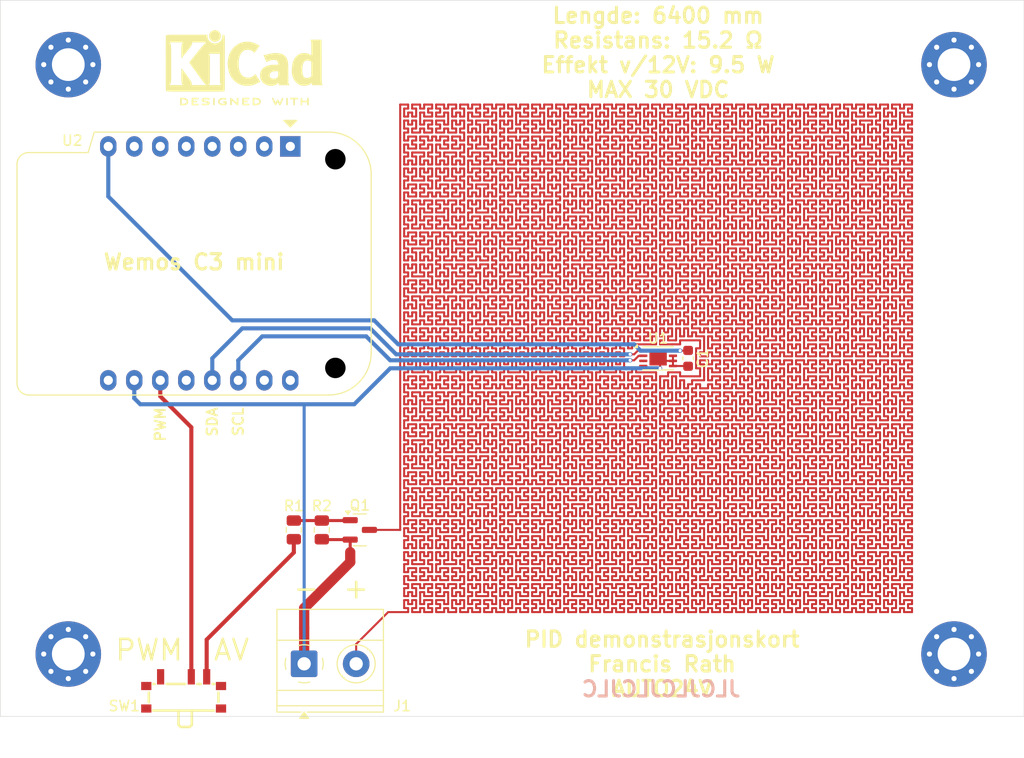
<source format=kicad_pcb>
(kicad_pcb (version 20241229) (generator "pcbnew") (generator_version "9.0")
  (layers (0 "F.Cu" signal) (2 "B.Cu" signal) (13 "F.Paste" user) (15 "B.Paste" user) (5 "F.SilkS" user "F.Silkscreen") (7 "B.SilkS" user "B.Silkscreen") (1 "F.Mask" user) (3 "B.Mask" user) (25 "Edge.Cuts" user))
  (net 0 "")
  (net 1 "GND")
  (net 4 "Net-(Q1-G)")
  (net 5 "Net-(R1-Pad1)")
  (net 6 "PWM")
  (net 7 "+3.3V")
  (net 8 "SCL")
  (net 9 "SDA")
  (net 25 "/HEATER")
  (footprint "MountingHole:MountingHole_3.2mm_M3_Pad_Via" (layer "F.Cu") (at 132.4134 39.6459)
    (property "Reference" "H4" (hide yes))
    (property "Value" "MountingHole")
  )
  (footprint "MountingHole:MountingHole_3.2mm_M3_Pad_Via" (layer "F.Cu") (at 132.4134 97.2594)
    (property "Reference" "H3" (hide yes))
    (property "Value" "MountingHole")
  )
  (footprint "Package_TO_SOT_SMD:SOT-23" (layer "F.Cu") (at 160.8882 85.1243)
    (property "Reference" "Q1")
    (property "Value" "AO3400A")
  )
  (footprint "Package_DFN_QFN:DFN-8-1EP_3x2mm_P0.5mm_EP1.7x1.4mm" (layer "F.Cu") (at 190.0269 68.355)
    (property "Reference" "U1")
    (property "Value" "MCP9808_DFN")
  )
  (footprint "Symbol:KiCad-Logo2_6mm_SilkScreen" (layer "F.Cu") (at 149.5998 39.2553)
    (property "Reference" "REF**" (hide yes))
    (property "Value" "KiCad-Logo2_6mm_SilkScreen" (hide yes))
  )
  (footprint "TerminalBlock_Phoenix:TerminalBlock_Phoenix_MKDS-1,5-2-5.08_1x02_P5.08mm_Horizontal" (layer "F.Cu") (at 155.4527 98.2131)
    (property "Reference" "J1")
    (property "Value" "Screw_Terminal_01x02")
  )
  (footprint "EasyEDA:SW-SMD_SSSS811101" (layer "F.Cu") (at 143.6801 101.0342)
    (property "Reference" "SW1")
    (property "Value" "SSSS811101")
  )
  (footprint "RF_Module:WEMOS_C3_mini" (layer "F.Cu") (at 154.0994 47.6433 -90)
    (property "Reference" "U2")
    (property "Value" "WEMOS_C3_mini")
  )
  (footprint "MountingHole:MountingHole_3.2mm_M3_Pad_Via" (layer "F.Cu") (at 218.9313 39.6459)
    (property "Reference" "H1" (hide yes))
    (property "Value" "MountingHole")
  )
  (footprint "Capacitor_SMD:C_0603_1608Metric" (layer "F.Cu") (at 192.9564 68.355 -90)
    (property "Reference" "C1")
    (property "Value" "100n")
  )
  (footprint "MountingHole:MountingHole_3.2mm_M3_Pad_Via" (layer "F.Cu") (at 218.9313 97.2594)
    (property "Reference" "H2" (hide yes))
    (property "Value" "MountingHole")
  )
  (footprint "Resistor_SMD:R_0805_2012Metric" (layer "F.Cu") (at 157.1775 85.1243 90)
    (property "Reference" "R2")
    (property "Value" "100k")
  )
  (footprint "Resistor_SMD:R_0805_2012Metric" (layer "F.Cu") (at 154.4433 85.1243 90)
    (property "Reference" "R1")
    (property "Value" "100R")
  )
  (gr_rect (start 125.7668 33.355) (end 225.7668 103.355) (stroke (width 0.05)) (fill no) (layer "Edge.Cuts"))
  (gr_text "PWM" (at 141.3972 73.0422 90) (layer "F.SilkS") (effects (font (size 1 1) (thickness 0.2) (bold yes)) (justify right)))
  (gr_text "+" (at 160.5366 90.8145 0) (layer "F.SilkS") (effects (font (size 2 2) (thickness 0.25))))
  (gr_text "Lengde: 6400 mm\nResistans: 15.2 Ω\nEffekt v/12V: 9.5 W\nMAX 30 VDC" (at 190.0269 38.4741 0) (layer "F.SilkS") (effects (font (size 1.5 1.5) (thickness 0.3) (bold yes))))
  (gr_text "PID demonstrasjonskort\nFrancis Rath\nAUTO24V" (at 190.4175 98.2359 0) (layer "F.SilkS") (effects (font (size 1.5 1.5) (thickness 0.3) (bold yes))))
  (gr_text "PWM  AV" (at 143.5455 96.8688 0) (layer "F.SilkS") (effects (font (size 2 2) (thickness 0.25))))
  (gr_text "SCL" (at 149.0139 73.0422 90) (layer "F.SilkS") (effects (font (size 1 1) (thickness 0.2) (bold yes)) (justify right)))
  (gr_text "-" (at 155.6541 90.8145 0) (layer "F.SilkS") (effects (font (size 2 2) (thickness 0.25))))
  (gr_text "SDA" (at 146.475 73.0422 90) (layer "F.SilkS") (effects (font (size 1 1) (thickness 0.2) (bold yes)) (justify right)))
  (gr_text "Wemos C3 mini" (at 144.6994 58.9433 0) (layer "F.SilkS") (effects (font (size 1.5 1.5) (thickness 0.3) (bold yes))))
  (gr_text "JLCJLCJLCJLC" (at 198.2295 101.556 0) (layer "B.SilkS") (effects (font (size 1.5 1.5) (thickness 0.3) (bold yes)) (justify left bottom mirror)))
  (segment (start 191.4769 69.105) (end 191.4769 68.605) (width 0.2) (layer "F.Cu") (net 1))
  (segment (start 189.0504 69.3315) (end 190.0269 69.3315) (width 0.2) (layer "F.Cu") (net 1))
  (segment (start 190.2769 68.605) (end 190.0269 68.355) (width 0.2) (layer "F.Cu") (net 1))
  (segment (start 159.9507 86.0743) (end 159.9507 87.2991) (width 0.3) (layer "F.Cu") (net 1))
  (segment (start 188.5769 69.105) (end 188.8239 69.105) (width 0.2) (layer "F.Cu") (net 1))
  (segment (start 190.0269 68.355) (end 190.2222 68.355) (width 0.2) (layer "F.Cu") (net 1))
  (segment (start 155.4527 94.7205) (end 155.4527 92.7736) (width 1) (layer "F.Cu") (net 1))
  (segment (start 191.4769 69.105) (end 192.9314 69.105) (width 0.2) (layer "F.Cu") (net 1))
  (segment (start 188.8239 69.105) (end 189.0504 69.3315) (width 0.2) (layer "F.Cu") (net 1))
  (segment (start 190.2222 69.3315) (end 190.0269 69.3315) (width 0.2) (layer "F.Cu") (net 1))
  (segment (start 157.215 86.0743) (end 157.1775 86.0368) (width 0.3) (layer "F.Cu") (net 1))
  (segment (start 155.4527 92.7736) (end 159.9507 88.2756) (width 1) (layer "F.Cu") (net 1))
  (segment (start 191.4769 68.605) (end 191.4769 68.105) (width 0.2) (layer "F.Cu") (net 1))
  (segment (start 191.4769 68.605) (end 190.2769 68.605) (width 0.2) (layer "F.Cu") (net 1))
  (segment (start 159.9507 88.2756) (end 159.9507 87.2991) (width 1) (layer "F.Cu") (net 1))
  (segment (start 159.9507 86.0743) (end 157.215 86.0743) (width 0.3) (layer "F.Cu") (net 1))
  (segment (start 190.2222 69.3315) (end 190.2222 68.355) (width 0.2) (layer "F.Cu") (net 1))
  (segment (start 155.4527 94.7205) (end 155.4527 98.2131) (width 1) (layer "F.Cu") (net 1))
  (segment (start 192.9314 69.105) (end 192.9564 69.13) (width 0.2) (layer "F.Cu") (net 1))
  (via (at 190.2222 69.3315) (size 0.4) (drill 0.3) (layers "F.Cu" "B.Cu") (net 1))
  (segment (start 138.8583 72.261) (end 138.8594 72.2599) (width 0.4) (layer "B.Cu") (net 1))
  (segment (start 155.4527 98.2131) (end 155.4527 72.853) (width 0.3) (layer "B.Cu") (net 1))
  (segment (start 190.0269 69.3315) (end 163.8567 69.3315) (width 0.4) (layer "B.Cu") (net 1))
  (segment (start 155.4527 72.853) (end 155.4588 72.8469) (width 0.3) (layer "B.Cu") (net 1))
  (segment (start 139.4442 72.8469) (end 138.8583 72.261) (width 0.4) (layer "B.Cu") (net 1))
  (segment (start 155.4588 72.8469) (end 139.4442 72.8469) (width 0.4) (layer "B.Cu") (net 1))
  (segment (start 160.3413 72.8469) (end 155.4588 72.8469) (width 0.4) (layer "B.Cu") (net 1))
  (segment (start 138.8594 72.2599) (end 138.8594 70.5033) (width 0.4) (layer "B.Cu") (net 1))
  (segment (start 163.8567 69.3315) (end 160.3413 72.8469) (width 0.4) (layer "B.Cu") (net 1))
  (segment (start 157.1775 84.2118) (end 159.9132 84.2118) (width 0.3) (layer "F.Cu") (net 4))
  (segment (start 154.4433 84.2118) (end 157.1775 84.2118) (width 0.3) (layer "F.Cu") (net 4))
  (segment (start 159.9132 84.2118) (end 159.9507 84.1743) (width 0.3) (layer "F.Cu") (net 4))
  (segment (start 145.9301 95.8513) (end 145.9301 99.4842) (width 0.4) (layer "F.Cu") (net 5))
  (segment (start 154.4433 86.0368) (end 154.4433 87.3381) (width 0.4) (layer "F.Cu") (net 5))
  (segment (start 154.4433 87.3381) (end 145.9301 95.8513) (width 0.4) (layer "F.Cu") (net 5))
  (segment (start 144.4301 75.0986) (end 144.4301 99.4842) (width 0.4) (layer "F.Cu") (net 6))
  (segment (start 141.3994 70.5033) (end 141.3994 72.0679) (width 0.4) (layer "F.Cu") (net 6))
  (segment (start 141.3994 72.0679) (end 144.4301 75.0986) (width 0.4) (layer "F.Cu") (net 6))
  (segment (start 192.9564 67.58) (end 192.9314 67.605) (width 0.2) (layer "F.Cu") (net 7))
  (segment (start 191.4769 67.605) (end 192.1752 67.605) (width 0.2) (layer "F.Cu") (net 7))
  (segment (start 192.9314 67.605) (end 192.1752 67.605) (width 0.2) (layer "F.Cu") (net 7))
  (via (at 192.1752 67.605) (size 0.4) (drill 0.3) (layers "F.Cu" "B.Cu") (net 7))
  (segment (start 148.428 64.6443) (end 162.2943 64.6443) (width 0.4) (layer "B.Cu") (net 7))
  (segment (start 187.6833 66.9879) (end 188.3004 67.605) (width 0.4) (layer "B.Cu") (net 7))
  (segment (start 136.3194 47.6433) (end 136.3194 52.5357) (width 0.4) (layer "B.Cu") (net 7))
  (segment (start 162.2943 64.6443) (end 164.6379 66.9879) (width 0.4) (layer "B.Cu") (net 7))
  (segment (start 136.3194 52.5357) (end 148.428 64.6443) (width 0.4) (layer "B.Cu") (net 7))
  (segment (start 164.6379 66.9879) (end 187.6833 66.9879) (width 0.4) (layer "B.Cu") (net 7))
  (segment (start 188.3004 67.605) (end 192.1752 67.605) (width 0.4) (layer "B.Cu") (net 7))
  (segment (start 188.1286 68.105) (end 187.6833 68.5503) (width 0.2) (layer "F.Cu") (net 8))
  (segment (start 187.6833 68.5503) (end 187.2927 68.5503) (width 0.2) (layer "F.Cu") (net 8))
  (segment (start 188.5769 68.105) (end 188.1286 68.105) (width 0.2) (layer "F.Cu") (net 8))
  (via (at 187.2927 68.5503) (size 0.4) (drill 0.3) (layers "F.Cu" "B.Cu") (net 8))
  (segment (start 187.2927 68.5503) (end 163.8567 68.5503) (width 0.4) (layer "B.Cu") (net 8))
  (segment (start 149.0194 68.5558) (end 149.0194 70.5033) (width 0.4) (layer "B.Cu") (net 8))
  (segment (start 151.3575 66.2067) (end 149.0139 68.5503) (width 0.4) (layer "B.Cu") (net 8))
  (segment (start 163.8567 68.5503) (end 161.5131 66.2067) (width 0.4) (layer "B.Cu") (net 8))
  (segment (start 149.0139 68.5503) (end 149.0194 68.5558) (width 0.4) (layer "B.Cu") (net 8))
  (segment (start 161.5131 66.2067) (end 151.3575 66.2067) (width 0.4) (layer "B.Cu") (net 8))
  (segment (start 188.5769 67.605) (end 188.0427 67.605) (width 0.2) (layer "F.Cu") (net 9))
  (segment (start 187.6833 67.9644) (end 187.2927 67.9644) (width 0.2) (layer "F.Cu") (net 9))
  (segment (start 188.0427 67.605) (end 187.6833 67.9644) (width 0.2) (layer "F.Cu") (net 9))
  (via (at 187.2927 67.9644) (size 0.4) (drill 0.3) (layers "F.Cu" "B.Cu") (net 9))
  (segment (start 149.4045 65.4255) (end 146.4794 68.3506) (width 0.4) (layer "B.Cu") (net 9))
  (segment (start 164.4426 67.9644) (end 161.9037 65.4255) (width 0.4) (layer "B.Cu") (net 9))
  (segment (start 146.4794 68.3506) (end 146.4794 70.5033) (width 0.4) (layer "B.Cu") (net 9))
  (segment (start 187.2927 67.9644) (end 164.4426 67.9644) (width 0.4) (layer "B.Cu") (net 9))
  (segment (start 161.9037 65.4255) (end 149.4045 65.4255) (width 0.4) (layer "B.Cu") (net 9))
  (segment (start 168.345637 60.348775) (end 168.345637 59.567525) (width 0.2) (layer "F.Cu") (net 25))
  (segment (start 189.439387 73.2394) (end 189.830012 73.2394) (width 0.2) (layer "F.Cu") (net 25))
  (segment (start 187.486262 50.192525) (end 187.876887 50.192525) (width 0.2) (layer "F.Cu") (net 25))
  (segment (start 174.595637 74.411275) (end 175.376887 74.411275) (width 0.2) (layer "F.Cu") (net 25))
  (segment (start 168.736262 68.942525) (end 169.126887 68.942525) (width 0.2) (layer "F.Cu") (net 25))
  (segment (start 210.923762 72.848775) (end 210.923762 72.45815) (width 0.2) (layer "F.Cu") (net 25))
  (segment (start 166.783137 45.505025) (end 166.783137 44.33315) (width 0.2) (layer "F.Cu") (net 25))
  (segment (start 202.720637 75.973775) (end 203.111262 75.973775) (width 0.2) (layer "F.Cu") (net 25))
  (segment (start 204.673762 79.098775) (end 205.455012 79.098775) (width 0.2) (layer "F.Cu") (net 25))
  (segment (start 199.595637 61.130025) (end 199.986262 61.130025) (width 0.2) (layer "F.Cu") (net 25))
  (segment (start 174.205012 67.380025) (end 174.205012 68.161275) (width 0.2) (layer "F.Cu") (net 25))
  (segment (start 185.142512 62.692525) (end 185.142512 63.473775) (width 0.2) (layer "F.Cu") (net 25))
  (segment (start 214.048762 55.27065) (end 214.048762 55.661275) (width 0.2) (layer "F.Cu") (net 25))
  (segment (start 213.658137 64.64565) (end 214.048762 64.64565) (width 0.2) (layer "F.Cu") (net 25))
  (segment (start 180.845637 47.848775) (end 181.236262 47.848775) (width 0.2) (layer "F.Cu") (net 25))
  (segment (start 174.595637 65.817525) (end 174.595637 65.4269) (width 0.2) (layer "F.Cu") (net 25))
  (segment (start 189.048762 47.067525) (end 189.048762 47.45815) (width 0.2) (layer "F.Cu") (net 25))
  (segment (start 185.533137 88.08315) (end 185.533137 87.3019) (width 0.2) (layer "F.Cu") (net 25))
  (segment (start 178.892512 57.223775) (end 178.892512 56.83315) (width 0.2) (layer "F.Cu") (net 25))
  (segment (start 206.626887 74.411275) (end 206.626887 74.02065) (width 0.2) (layer "F.Cu") (net 25))
  (segment (start 210.533137 58.005025) (end 210.923762 58.005025) (width 0.2) (layer "F.Cu") (net 25))
  (segment (start 183.580012 49.02065) (end 183.580012 50.192525) (width 0.2) (layer "F.Cu") (net 25))
  (segment (start 188.267512 86.911275) (end 187.876887 86.911275) (width 0.2) (layer "F.Cu") (net 25))
  (segment (start 189.830012 60.348775) (end 189.830012 61.130025) (width 0.2) (layer "F.Cu") (net 25))
  (segment (start 184.361262 88.473775) (end 184.361262 88.08315) (width 0.2) (layer "F.Cu") (net 25))
  (segment (start 173.033137 81.0519) (end 173.033137 81.442525) (width 0.2) (layer "F.Cu") (net 25))
  (segment (start 208.970637 63.8644) (end 208.970637 63.08315) (width 0.2) (layer "F.Cu") (net 25))
  (segment (start 204.283137 46.6769) (end 204.283137 47.067525) (width 0.2) (layer "F.Cu") (net 25))
  (segment (start 206.626887 48.2394) (end 206.626887 48.630025) (width 0.2) (layer "F.Cu") (net 25))
  (segment (start 196.080012 90.4269) (end 195.298762 90.4269) (width 0.2) (layer "F.Cu") (net 25))
  (segment (start 206.236262 55.27065) (end 205.845637 55.27065) (width 0.2) (layer "F.Cu") (net 25))
  (segment (start 169.126887 87.692525) (end 169.126887 87.3019) (width 0.2) (layer "F.Cu") (net 25))
  (segment (start 181.626887 56.0519) (end 181.626887 56.442525) (width 0.2) (layer "F.Cu") (net 25))
  (segment (start 181.626887 90.4269) (end 182.017512 90.4269) (width 0.2) (layer "F.Cu") (net 25))
  (segment (start 201.548762 90.4269) (end 201.548762 90.817525) (width 0.2) (layer "F.Cu") (net 25))
  (segment (start 214.830012 81.0519) (end 214.048762 81.0519) (width 0.2) (layer "F.Cu") (net 25))
  (segment (start 203.111262 92.77065) (end 202.720637 92.77065) (width 0.2) (layer "F.Cu") (net 25))
  (segment (start 214.830012 88.8644) (end 214.048762 88.8644) (width 0.2) (layer "F.Cu") (net 25))
  (segment (start 185.142512 72.848775) (end 184.751887 72.848775) (width 0.2) (layer "F.Cu") (net 25))
  (segment (start 194.126887 79.4894) (end 194.126887 79.880025) (width 0.2) (layer "F.Cu") (net 25))
  (segment (start 210.533137 64.255025) (end 210.923762 64.255025) (width 0.2) (layer "F.Cu") (net 25))
  (segment (start 204.673762 55.27065) (end 204.673762 55.661275) (width 0.2) (layer "F.Cu") (net 25))
  (segment (start 200.376887 52.14565) (end 200.767512 52.14565) (width 0.2) (layer "F.Cu") (net 25))
  (segment (start 185.923762 81.83315) (end 185.923762 82.223775) (width 0.2) (layer "F.Cu") (net 25))
  (segment (start 168.736262 66.9894) (end 168.345637 66.9894) (width 0.2) (layer "F.Cu") (net 25))
  (segment (start 196.470637 61.52065) (end 196.470637 60.7394) (width 0.2) (layer "F.Cu") (net 25))
  (segment (start 177.330012 89.64565) (end 176.939387 89.64565) (width 0.2) (layer "F.Cu") (net 25))
  (segment (start 178.111262 83.005025) (end 178.111262 83.39565) (width 0.2) (layer "F.Cu") (net 25))
  (segment (start 201.158137 66.9894) (end 201.158137 67.380025) (width 0.2) (layer "F.Cu") (net 25))
  (segment (start 183.970637 84.95815) (end 184.361262 84.95815) (width 0.2) (layer "F.Cu") (net 25))
  (segment (start 180.455012 45.1144) (end 180.455012 45.89565) (width 0.2) (layer "F.Cu") (net 25))
  (segment (start 210.533137 84.95815) (end 210.533137 84.1769) (width 0.2) (layer "F.Cu") (net 25))
  (segment (start 200.376887 61.130025) (end 200.376887 60.7394) (width 0.2) (layer "F.Cu") (net 25))
  (segment (start 166.392512 64.64565) (end 166.001887 64.64565) (width 0.2) (layer "F.Cu") (net 25))
  (segment (start 188.267512 45.505025) (end 187.876887 45.505025) (width 0.2) (layer "F.Cu") (net 25))
  (segment (start 168.345637 60.7394) (end 168.736262 60.7394) (width 0.2) (layer "F.Cu") (net 25))
  (segment (start 170.689387 79.880025) (end 171.080012 79.880025) (width 0.2) (layer "F.Cu") (net 25))
  (segment (start 184.751887 91.9894) (end 185.142512 91.9894) (width 0.2) (layer "F.Cu") (net 25))
  (segment (start 204.673762 56.0519) (end 204.673762 56.442525) (width 0.2) (layer "F.Cu") (net 25))
  (segment (start 209.751887 84.95815) (end 209.751887 85.348775) (width 0.2) (layer "F.Cu") (net 25))
  (segment (start 198.423762 58.39565) (end 198.033137 58.39565) (width 0.2) (layer "F.Cu") (net 25))
  (segment (start 170.689387 83.39565) (end 170.689387 83.786275) (width 0.2) (layer "F.Cu") (net 25))
  (segment (start 196.470637 72.848775) (end 197.251887 72.848775) (width 0.2) (layer "F.Cu") (net 25))
  (segment (start 207.017512 78.70815) (end 207.017512 79.880025) (width 0.2) (layer "F.Cu") (net 25))
  (segment (start 209.361262 81.442525) (end 208.970637 81.442525) (width 0.2) (layer "F.Cu") (net 25))
  (segment (start 181.236262 51.755025) (end 181.236262 51.3644) (width 0.2) (layer "F.Cu") (net 25))
  (segment (start 180.845637 90.036275) (end 180.845637 89.255025) (width 0.2) (layer "F.Cu") (net 25))
  (segment (start 191.783137 53.317525) (end 192.173762 53.317525) (width 0.2) (layer "F.Cu") (net 25))
  (segment (start 201.548762 82.223775) (end 201.548762 81.83315) (width 0.2) (layer "F.Cu") (net 25))
  (segment (start 197.642512 91.20815) (end 197.642512 92.380025) (width 0.2) (layer "F.Cu") (net 25))
  (segment (start 200.767512 76.755025) (end 200.376887 76.755025) (width 0.2) (layer "F.Cu") (net 25))
  (segment (start 194.126887 48.2394) (end 194.517512 48.2394) (width 0.2) (layer "F.Cu") (net 25))
  (segment (start 170.689387 68.942525) (end 170.689387 68.5519) (width 0.2) (layer "F.Cu") (net 25))
  (segment (start 193.345637 84.567525) (end 193.736262 84.567525) (width 0.2) (layer "F.Cu") (net 25))
  (segment (start 212.486262 49.8019) (end 211.705012 49.8019) (width 0.2) (layer "F.Cu") (net 25))
  (segment (start 169.517512 79.4894) (end 169.517512 80.27065) (width 0.2) (layer "F.Cu") (net 25))
  (segment (start 188.267512 65.4269) (end 187.486262 65.4269) (width 0.2) (layer "F.Cu") (net 25))
  (segment (start 197.251887 55.27065) (end 196.861262 55.27065) (width 0.2) (layer "F.Cu") (net 25))
  (segment (start 170.689387 53.70815) (end 170.298762 53.70815) (width 0.2) (layer "F.Cu") (net 25))
  (segment (start 185.533137 51.3644) (end 185.533137 51.755025) (width 0.2) (layer "F.Cu") (net 25))
  (segment (start 178.501887 76.755025) (end 178.892512 76.755025) (width 0.2) (layer "F.Cu") (net 25))
  (segment (start 205.845637 93.161275) (end 206.626887 93.161275) (width 0.2) (layer "F.Cu") (net 25))
  (segment (start 197.251887 75.58315) (end 196.861262 75.58315) (width 0.2) (layer "F.Cu") (net 25))
  (segment (start 167.564387 78.70815) (end 167.564387 79.098775) (width 0.2) (layer "F.Cu") (net 25))
  (segment (start 175.767512 86.52065) (end 175.376887 86.52065) (width 0.2) (layer "F.Cu") (net 25))
  (segment (start 209.361262 52.536275) (end 208.970637 52.536275) (width 0.2) (layer "F.Cu") (net 25))
  (segment (start 193.347 70.8939) (end 192.955012 70.8939) (width 0.2) (layer "F.Cu") (net 25))
  (segment (start 188.267512 85.348775) (end 188.267512 84.95815) (width 0.2) (layer "F.Cu") (net 25))
  (segment (start 176.548762 65.036275) (end 176.548762 64.64565) (width 0.2) (layer "F.Cu") (net 25))
  (segment (start 196.080012 91.9894) (end 195.298762 91.9894) (width 0.2) (layer "F.Cu") (net 25))
  (segment (start 173.423762 81.442525) (end 173.423762 81.83315) (width 0.2) (layer "F.Cu") (net 25))
  (segment (start 187.876887 53.317525) (end 187.876887 52.9269) (width 0.2) (layer "F.Cu") (net 25))
  (segment (start 202.720637 47.067525) (end 202.720637 46.286275) (width 0.2) (layer "F.Cu") (net 25))
  (segment (start 189.439387 65.036275) (end 189.830012 65.036275) (width 0.2) (layer "F.Cu") (net 25))
  (segment (start 205.455012 78.317525) (end 205.455012 77.9269) (width 0.2) (layer "F.Cu") (net 25))
  (segment (start 210.923762 51.755025) (end 210.923762 51.3644) (width 0.2) (layer "F.Cu") (net 25))
  (segment (start 187.486262 45.505025) (end 187.486262 45.89565) (width 0.2) (layer "F.Cu") (net 25))
  (segment (start 171.470637 74.02065) (end 171.470637 73.2394) (width 0.2) (layer "F.Cu") (net 25))
  (segment (start 193.736262 64.255025) (end 194.126887 64.255025) (width 0.2) (layer "F.Cu") (net 25))
  (segment (start 191.001887 87.692525) (end 191.392512 87.692525) (width 0.2) (layer "F.Cu") (net 25))
  (segment (start 201.939387 65.036275) (end 201.939387 64.64565) (width 0.2) (layer "F.Cu") (net 25))
  (segment (start 165.220637 63.473775) (end 165.220637 62.692525) (width 0.2) (layer "F.Cu") (net 25))
  (segment (start 189.830012 85.7394) (end 189.439387 85.7394) (width 0.2) (layer "F.Cu") (net 25))
  (segment (start 212.876887 63.473775) (end 212.876887 63.08315) (width 0.2) (layer "F.Cu") (net 25))
  (segment (start 203.501887 88.08315) (end 203.501887 88.473775) (width 0.2) (layer "F.Cu") (net 25))
  (segment (start 212.486262 49.411275) (end 212.486262 49.02065) (width 0.2) (layer "F.Cu") (net 25))
  (segment (start 207.017512 76.3644) (end 206.236262 76.3644) (width 0.2) (layer "F.Cu") (net 25))
  (segment (start 172.251887 81.83315) (end 172.251887 81.442525) (width 0.2) (layer "F.Cu") (net 25))
  (segment (start 168.736262 87.3019) (end 168.736262 87.692525) (width 0.2) (layer "F.Cu") (net 25))
  (segment (start 172.642512 53.70815) (end 172.251887 53.70815) (width 0.2) (layer "F.Cu") (net 25))
  (segment (start 204.283137 52.9269) (end 203.501887 52.9269) (width 0.2) (layer "F.Cu") (net 25))
  (segment (start 169.908137 54.098775) (end 169.908137 53.317525) (width 0.2) (layer "F.Cu") (net 25))
  (segment (start 181.626887 59.1769) (end 181.626887 59.567525) (width 0.2) (layer "F.Cu") (net 25))
  (segment (start 176.158137 55.27065) (end 176.548762 55.27065) (width 0.2) (layer "F.Cu") (net 25))
  (segment (start 185.923762 56.442525) (end 185.923762 56.0519) (width 0.2) (layer "F.Cu") (net 25))
  (segment (start 168.345637 72.067525) (end 168.736262 72.067525) (width 0.2) (layer "F.Cu") (net 25))
  (segment (start 207.408137 54.098775) (end 207.408137 53.317525) (width 0.2) (layer "F.Cu") (net 25))
  (segment (start 212.876887 90.4269) (end 212.876887 90.817525) (width 0.2) (layer "F.Cu") (net 25))
  (segment (start 167.173762 78.317525) (end 167.564387 78.317525) (width 0.2) (layer "F.Cu") (net 25))
  (segment (start 165.220637 69.723775) (end 165.611262 69.723775) (width 0.2) (layer "F.Cu") (net 25))
  (segment (start 171.080012 65.036275) (end 171.080012 65.817525) (width 0.2) (layer "F.Cu") (net 25))
  (segment (start 181.236262 85.348775) (end 181.236262 84.95815) (width 0.2) (layer "F.Cu") (net 25))
  (segment (start 210.142512 65.036275) (end 209.751887 65.036275) (width 0.2) (layer "F.Cu") (net 25))
  (segment (start 211.705012 62.692525) (end 211.314387 62.692525) (width 0.2) (layer "F.Cu") (net 25))
  (segment (start 197.251887 80.661275) (end 197.251887 80.27065) (width 0.2) (layer "F.Cu") (net 25))
  (segment (start 208.189387 48.630025) (end 208.580012 48.630025) (width 0.2) (layer "F.Cu") (net 25))
  (segment (start 173.423762 52.9269) (end 173.423762 53.317525) (width 0.2) (layer "F.Cu") (net 25))
  (segment (start 193.736262 72.45815) (end 193.736262 72.848775) (width 0.2) (layer "F.Cu") (net 25))
  (segment (start 172.251887 82.6144) (end 172.251887 83.005025) (width 0.2) (layer "F.Cu") (net 25))
  (segment (start 183.580012 57.223775) (end 183.580012 56.83315) (width 0.2) (layer "F.Cu") (net 25))
  (segment (start 212.876887 69.723775) (end 212.876887 69.33315) (width 0.2) (layer "F.Cu") (net 25))
  (segment (start 175.767512 85.7394) (end 175.767512 86.52065) (width 0.2) (layer "F.Cu") (net 25))
  (segment (start 190.220637 56.83315) (end 190.220637 56.0519) (width 0.2) (layer "F.Cu") (net 25))
  (segment (start 189.439387 84.95815) (end 189.830012 84.95815) (width 0.2) (layer "F.Cu") (net 25))
  (segment (start 197.251887 65.036275) (end 197.251887 64.64565) (width 0.2) (layer "F.Cu") (net 25))
  (segment (start 177.330012 81.83315) (end 176.939387 81.83315) (width 0.2) (layer "F.Cu") (net 25))
  (segment (start 192.173762 61.52065) (end 192.173762 61.911275) (width 0.2) (layer "F.Cu") (net 25))
  (segment (start 174.986262 91.9894) (end 174.986262 92.380025) (width 0.2) (layer "F.Cu") (net 25))
  (segment (start 185.923762 72.848775) (end 186.705012 72.848775) (width 0.2) (layer "F.Cu") (net 25))
  (segment (start 175.376887 51.755025) (end 175.376887 51.3644) (width 0.2) (layer "F.Cu") (net 25))
  (segment (start 168.736262 66.20815) (end 168.736262 66.598775) (width 0.2) (layer "F.Cu") (net 25))
  (segment (start 184.361262 90.036275) (end 185.142512 90.036275) (width 0.2) (layer "F.Cu") (net 25))
  (segment (start 179.673762 92.380025) (end 180.064387 92.380025) (width 0.2) (layer "F.Cu") (net 25))
  (segment (start 165.220637 74.411275) (end 165.611262 74.411275) (width 0.2) (layer "F.Cu") (net 25))
  (segment (start 191.392512 55.661275) (end 191.001887 55.661275) (width 0.2) (layer "F.Cu") (net 25))
  (segment (start 199.986262 91.598775) (end 199.986262 91.20815) (width 0.2) (layer "F.Cu") (net 25))
  (segment (start 171.080012 56.442525) (end 171.080012 56.0519) (width 0.2) (layer "F.Cu") (net 25))
  (segment (start 197.251887 91.598775) (end 197.251887 91.20815) (width 0.2) (layer "F.Cu") (net 25))
  (segment (start 175.376887 82.6144) (end 175.767512 82.6144) (width 0.2) (layer "F.Cu") (net 25))
  (segment (start 212.095637 73.2394) (end 212.486262 73.2394) (width 0.2) (layer "F.Cu") (net 25))
  (segment (start 179.673762 76.3644) (end 178.501887 76.3644) (width 0.2) (layer "F.Cu") (net 25))
  (segment (start 187.486262 74.8019) (end 187.486262 75.192525) (width 0.2) (layer "F.Cu") (net 25))
  (segment (start 213.658137 58.786275) (end 213.658137 58.39565) (width 0.2) (layer "F.Cu") (net 25))
  (segment (start 188.658137 86.130025) (end 189.048762 86.130025) (width 0.2) (layer "F.Cu") (net 25))
  (segment (start 212.095637 79.098775) (end 212.095637 78.317525) (width 0.2) (layer "F.Cu") (net 25))
  (segment (start 208.970637 91.598775) (end 209.361262 91.598775) (width 0.2) (layer "F.Cu") (net 25))
  (segment (start 168.736262 61.911275) (end 168.736262 61.52065) (width 0.2) (layer "F.Cu") (net 25))
  (segment (start 209.751887 89.255025) (end 210.142512 89.255025) (width 0.2) (layer "F.Cu") (net 25))
  (segment (start 173.814387 92.380025) (end 173.814387 91.9894) (width 0.2) (layer "F.Cu") (net 25))
  (segment (start 172.251887 67.380025) (end 172.642512 67.380025) (width 0.2) (layer "F.Cu") (net 25))
  (segment (start 180.845637 79.098775) (end 180.845637 78.317525) (width 0.2) (layer "F.Cu") (net 25))
  (segment (start 168.736262 61.52065) (end 168.345637 61.52065) (width 0.2) (layer "F.Cu") (net 25))
  (segment (start 178.501887 88.473775) (end 178.501887 88.08315) (width 0.2) (layer "F.Cu") (net 25))
  (segment (start 173.814387 58.786275) (end 174.205012 58.786275) (width 0.2) (layer "F.Cu") (net 25))
  (segment (start 197.642512 71.6769) (end 197.642512 72.067525) (width 0.2) (layer "F.Cu") (net 25))
  (segment (start 173.033137 88.08315) (end 173.033137 88.473775) (width 0.2) (layer "F.Cu") (net 25))
  (segment (start 206.236262 64.64565) (end 206.236262 65.036275) (width 0.2) (layer "F.Cu") (net 25))
  (segment (start 176.548762 61.52065) (end 176.158137 61.52065) (width 0.2) (layer "F.Cu") (net 25))
  (segment (start 169.517512 55.27065) (end 169.517512 55.661275) (width 0.2) (layer "F.Cu") (net 25))
  (segment (start 200.376887 58.005025) (end 200.767512 58.005025) (width 0.2) (layer "F.Cu") (net 25))
  (segment (start 199.205012 51.3644) (end 198.423762 51.3644) (width 0.2) (layer "F.Cu") (net 25))
  (segment (start 200.376887 84.567525) (end 200.376887 84.1769) (width 0.2) (layer "F.Cu") (net 25))
  (segment (start 205.455012 92.380025) (end 205.455012 91.9894) (width 0.2) (layer "F.Cu") (net 25))
  (segment (start 198.814387 80.661275) (end 198.814387 80.27065) (width 0.2) (layer "F.Cu") (net 25))
  (segment (start 210.533137 66.9894) (end 210.533137 67.380025) (width 0.2) (layer "F.Cu") (net 25))
  (segment (start 174.595637 61.911275) (end 174.595637 61.52065) (width 0.2) (layer "F.Cu") (net 25))
  (segment (start 204.283137 80.661275) (end 204.283137 80.27065) (width 0.2) (layer "F.Cu") (net 25))
  (segment (start 214.048762 81.0519) (end 214.048762 81.442525) (width 0.2) (layer "F.Cu") (net 25))
  (segment (start 209.751887 57.6144) (end 209.751887 58.005025) (width 0.2) (layer "F.Cu") (net 25))
  (segment (start 214.048762 45.1144) (end 214.048762 45.505025) (width 0.2) (layer "F.Cu") (net 25))
  (segment (start 182.798762 68.161275) (end 182.408137 68.161275) (width 0.2) (layer "F.Cu") (net 25))
  (segment (start 180.845637 81.442525) (end 180.845637 81.0519) (width 0.2) (layer "F.Cu") (net 25))
  (segment (start 187.486262 61.130025) (end 187.095637 61.130025) (width 0.2) (layer "F.Cu") (net 25))
  (segment (start 178.111262 56.83315) (end 178.111262 57.223775) (width 0.2) (layer "F.Cu") (net 25))
  (segment (start 205.455012 45.505025) (end 205.455012 45.1144) (width 0.2) (layer "F.Cu") (net 25))
  (segment (start 188.267512 58.786275) (end 187.876887 58.786275) (width 0.2) (layer "F.Cu") (net 25))
  (segment (start 181.236262 70.505025) (end 180.845637 70.505025) (width 0.2) (layer "F.Cu") (net 25))
  (segment (start 167.955012 74.8019) (end 167.955012 75.192525) (width 0.2) (layer "F.Cu") (net 25))
  (segment (start 185.142512 65.817525) (end 185.142512 65.4269) (width 0.2) (layer "F.Cu") (net 25))
  (segment (start 172.642512 50.192525) (end 172.642512 49.8019) (width 0.2) (layer "F.Cu") (net 25))
  (segment (start 182.798762 69.723775) (end 182.798762 69.33315) (width 0.2) (layer "F.Cu") (net 25))
  (segment (start 177.330012 56.442525) (end 176.939387 56.442525) (width 0.2) (layer "F.Cu") (net 25))
  (segment (start 207.798762 91.9894) (end 207.798762 92.380025) (width 0.2) (layer "F.Cu") (net 25))
  (segment (start 172.642512 64.64565) (end 172.251887 64.64565) (width 0.2) (layer "F.Cu") (net 25))
  (segment (start 174.205012 75.192525) (end 174.205012 75.973775) (width 0.2) (layer "F.Cu") (net 25))
  (segment (start 179.673762 43.942525) (end 179.673762 43.5519) (width 0.2) (layer "F.Cu") (net 25))
  (segment (start 173.814387 68.942525) (end 173.814387 68.5519) (width 0.2) (layer "F.Cu") (net 25))
  (segment (start 176.939387 59.95815) (end 176.939387 60.348775) (width 0.2) (layer "F.Cu") (net 25))
  (segment (start 187.486262 90.817525) (end 187.486262 91.20815) (width 0.2) (layer "F.Cu") (net 25))
  (segment (start 174.205012 58.39565) (end 173.814387 58.39565) (width 0.2) (layer "F.Cu") (net 25))
  (segment (start 188.658137 74.8019) (end 188.658137 75.192525) (width 0.2) (layer "F.Cu") (net 25))
  (segment (start 195.298762 82.223775) (end 195.298762 81.83315) (width 0.2) (layer "F.Cu") (net 25))
  (segment (start 212.876887 60.7394) (end 213.267512 60.7394) (width 0.2) (layer "F.Cu") (net 25))
  (segment (start 180.455012 79.880025) (end 180.064387 79.880025) (width 0.2) (layer "F.Cu") (net 25))
  (segment (start 209.751887 53.70815) (end 209.751887 54.098775) (width 0.2) (layer "F.Cu") (net 25))
  (segment (start 165.220637 47.067525) (end 165.220637 46.286275) (width 0.2) (layer "F.Cu") (net 25))
  (segment (start 210.923762 63.8644) (end 209.751887 63.8644) (width 0.2) (layer "F.Cu") (net 25))
  (segment (start 169.517512 66.598775) (end 169.517512 66.20815) (width 0.2) (layer "F.Cu") (net 25))
  (segment (start 208.970637 76.755025) (end 209.361262 76.755025) (width 0.2) (layer "F.Cu") (net 25))
  (segment (start 177.330012 48.630025) (end 177.330012 48.2394) (width 0.2) (layer "F.Cu") (net 25))
  (segment (start 203.501887 91.598775) (end 203.501887 91.20815) (width 0.2) (layer "F.Cu") (net 25))
  (segment (start 207.017512 90.036275) (end 207.017512 89.64565) (width 0.2) (layer "F.Cu") (net 25))
  (segment (start 205.064387 77.14565) (end 205.455012 77.14565) (width 0.2) (layer "F.Cu") (net 25))
  (segment (start 189.439387 83.786275) (end 189.830012 83.786275) (width 0.2) (layer "F.Cu") (net 25))
  (segment (start 185.923762 50.192525) (end 186.314387 50.192525) (width 0.2) (layer "F.Cu") (net 25))
  (segment (start 186.314387 47.848775) (end 186.314387 47.45815) (width 0.2) (layer "F.Cu") (net 25))
  (segment (start 212.876887 84.95815) (end 212.486262 84.95815) (width 0.2) (layer "F.Cu") (net 25))
  (segment (start 182.017512 44.33315) (end 181.626887 44.33315) (width 0.2) (layer "F.Cu") (net 25))
  (segment (start 204.673762 86.911275) (end 204.283137 86.911275) (width 0.2) (layer "F.Cu") (net 25))
  (segment (start 171.470637 75.973775) (end 172.251887 75.973775) (width 0.2) (layer "F.Cu") (net 25))
  (segment (start 178.111262 75.58315) (end 178.111262 75.973775) (width 0.2) (layer "F.Cu") (net 25))
  (segment (start 208.970637 81.83315) (end 209.361262 81.83315) (width 0.2) (layer "F.Cu") (net 25))
  (segment (start 187.876887 69.3315) (end 187.876887 69.723775) (width 0.2) (layer "F.Cu") (net 25))
  (segment (start 208.580012 76.755025) (end 208.189387 76.755025) (width 0.2) (layer "F.Cu") (net 25))
  (segment (start 192.955012 47.45815) (end 192.564387 47.45815) (width 0.2) (layer "F.Cu") (net 25))
  (segment (start 193.736262 49.02065) (end 193.345637 49.02065) (width 0.2) (layer "F.Cu") (net 25))
  (segment (start 177.720637 79.098775) (end 178.111262 79.098775) (width 0.2) (layer "F.Cu") (net 25))
  (segment (start 202.330012 89.255025) (end 202.330012 90.036275) (width 0.2) (layer "F.Cu") (net 25))
  (segment (start 177.720637 49.8019) (end 177.720637 50.192525) (width 0.2) (layer "F.Cu") (net 25))
  (segment (start 198.814387 68.5519) (end 198.814387 68.942525) (width 0.2) (layer "F.Cu") (net 25))
  (segment (start 197.251887 80.27065) (end 196.861262 80.27065) (width 0.2) (layer "F.Cu") (net 25))
  (segment (start 203.111262 88.473775) (end 203.111262 88.08315) (width 0.2) (layer "F.Cu") (net 25))
  (segment (start 191.392512 51.3644) (end 191.392512 52.14565) (width 0.2) (layer "F.Cu") (net 25))
  (segment (start 208.580012 68.942525) (end 208.580012 69.723775) (width 0.2) (layer "F.Cu") (net 25))
  (segment (start 183.970637 70.505025) (end 183.970637 69.723775) (width 0.2) (layer "F.Cu") (net 25))
  (segment (start 171.861262 65.036275) (end 171.861262 64.64565) (width 0.2) (layer "F.Cu") (net 25))
  (segment (start 204.283137 61.911275) (end 204.283137 61.130025) (width 0.2) (layer "F.Cu") (net 25))
  (segment (start 176.548762 48.2394) (end 176.548762 48.630025) (width 0.2) (layer "F.Cu") (net 25))
  (segment (start 180.064387 47.848775) (end 180.064387 47.45815) (width 0.2) (layer "F.Cu") (net 25))
  (segment (start 202.720637 90.4269) (end 202.720637 89.64565) (width 0.2) (layer "F.Cu") (net 25))
  (segment (start 191.783137 73.2394) (end 191.783137 73.630025) (width 0.2) (layer "F.Cu") (net 25))
  (segment (start 194.908137 65.036275) (end 194.908137 64.64565) (width 0.2) (layer "F.Cu") (net 25))
  (segment (start 188.658137 52.536275) (end 189.439387 52.536275) (width 0.2) (layer "F.Cu") (net 25))
  (segment (start 212.095637 43.942525) (end 212.486262 43.942525) (width 0.2) (layer "F.Cu") (net 25))
  (segment (start 185.533137 70.89565) (end 185.533137 71.286275) (width 0.2) (layer "F.Cu") (net 25))
  (segment (start 187.876887 61.52065) (end 187.876887 61.130025) (width 0.2) (layer "F.Cu") (net 25))
  (segment (start 204.673762 84.95815) (end 204.283137 84.95815) (width 0.2) (layer "F.Cu") (net 25))
  (segment (start 172.642512 56.442525) (end 172.251887 56.442525) (width 0.2) (layer "F.Cu") (net 25))
  (segment (start 204.673762 78.317525) (end 204.283137 78.317525) (width 0.2) (layer "F.Cu") (net 25))
  (segment (start 187.486262 52.536275) (end 188.267512 52.536275) (width 0.2) (layer "F.Cu") (net 25))
  (segment (start 187.095637 78.70815) (end 187.095637 77.9269) (width 0.2) (layer "F.Cu") (net 25))
  (segment (start 187.876887 83.39565) (end 188.267512 83.39565) (width 0.2) (layer "F.Cu") (net 25))
  (segment (start 165.611262 78.317525) (end 166.001887 78.317525) (width 0.2) (layer "F.Cu") (net 25))
  (segment (start 207.017512 91.20815) (end 207.017512 92.380025) (width 0.2) (layer "F.Cu") (net 25))
  (segment (start 188.658137 59.95815) (end 188.658137 59.1769) (width 0.2) (layer "F.Cu") (net 25))
  (segment (start 172.251887 59.567525) (end 172.251887 59.1769) (width 0.2) (layer "F.Cu") (net 25))
  (segment (start 172.251887 92.380025) (end 172.642512 92.380025) (width 0.2) (layer "F.Cu") (net 25))
  (segment (start 197.251887 70.89565) (end 197.642512 70.89565) (width 0.2) (layer "F.Cu") (net 25))
  (segment (start 210.142512 61.130025) (end 210.142512 60.7394) (width 0.2) (layer "F.Cu") (net 25))
  (segment (start 190.611262 59.1769) (end 190.220637 59.1769) (width 0.2) (layer "F.Cu") (net 25))
  (segment (start 191.783137 59.95815) (end 192.173762 59.95815) (width 0.2) (layer "F.Cu") (net 25))
  (segment (start 210.923762 67.77065) (end 210.533137 67.77065) (width 0.2) (layer "F.Cu") (net 25))
  (segment (start 203.501887 45.505025) (end 203.501887 45.1144) (width 0.2) (layer "F.Cu") (net 25))
  (segment (start 175.767512 52.14565) (end 175.376887 52.14565) (width 0.2) (layer "F.Cu") (net 25))
  (segment (start 212.095637 85.348775) (end 212.095637 84.567525) (width 0.2) (layer "F.Cu") (net 25))
  (segment (start 211.705012 81.442525) (end 211.314387 81.442525) (width 0.2) (layer "F.Cu") (net 25))
  (segment (start 173.033137 88.473775) (end 173.814387 88.473775) (width 0.2) (layer "F.Cu") (net 25))
  (segment (start 200.376887 47.067525) (end 200.376887 46.6769) (width 0.2) (layer "F.Cu") (net 25))
  (segment (start 183.189387 43.5519) (end 182.408137 43.5519) (width 0.2) (layer "F.Cu") (net 25))
  (segment (start 168.345637 88.473775) (end 168.736262 88.473775) (width 0.2) (layer "F.Cu") (net 25))
  (segment (start 214.439387 59.567525) (end 214.830012 59.567525) (width 0.2) (layer "F.Cu") (net 25))
  (segment (start 202.720637 79.098775) (end 202.720637 78.317525) (width 0.2) (layer "F.Cu") (net 25))
  (segment (start 188.658137 61.52065) (end 188.658137 61.911275) (width 0.2) (layer "F.Cu") (net 25))
  (segment (start 173.423762 83.786275) (end 173.033137 83.786275) (width 0.2) (layer "F.Cu") (net 25))
  (segment (start 174.205012 60.7394) (end 174.205012 61.52065) (width 0.2) (layer "F.Cu") (net 25))
  (segment (start 186.705012 73.2394) (end 185.923762 73.2394) (width 0.2) (layer "F.Cu") (net 25))
  (segment (start 190.611262 48.2394) (end 190.611262 48.630025) (width 0.2) (layer "F.Cu") (net 25))
  (segment (start 174.205012 74.02065) (end 173.814387 74.02065) (width 0.2) (layer "F.Cu") (net 25))
  (segment (start 169.908137 44.723775) (end 169.908137 43.942525) (width 0.2) (layer "F.Cu") (net 25))
  (segment (start 184.361262 59.567525) (end 184.361262 59.95815) (width 0.2) (layer "F.Cu") (net 25))
  (segment (start 203.111262 59.95815) (end 203.111262 60.348775) (width 0.2) (layer "F.Cu") (net 25))
  (segment (start 195.298762 49.02065) (end 195.298762 49.411275) (width 0.2) (layer "F.Cu") (net 25))
  (segment (start 185.142512 80.661275) (end 185.923762 80.661275) (width 0.2) (layer "F.Cu") (net 25))
  (segment (start 207.017512 47.45815) (end 206.626887 47.45815) (width 0.2) (layer "F.Cu") (net 25))
  (segment (start 173.033137 66.20815) (end 173.033137 66.598775) (width 0.2) (layer "F.Cu") (net 25))
  (segment (start 203.501887 48.630025) (end 203.892512 48.630025) (width 0.2) (layer "F.Cu") (net 25))
  (segment (start 199.595637 79.880025) (end 199.986262 79.880025) (width 0.2) (layer "F.Cu") (net 25))
  (segment (start 182.017512 60.7394) (end 182.017512 61.52065) (width 0.2) (layer "F.Cu") (net 25))
  (segment (start 193.736262 56.83315) (end 193.345637 56.83315) (width 0.2) (layer "F.Cu") (net 25))
  (segment (start 210.142512 50.973775) (end 210.142512 50.58315) (width 0.2) (layer "F.Cu") (net 25))
  (segment (start 176.158137 74.02065) (end 176.158137 73.2394) (width 0.2) (layer "F.Cu") (net 25))
  (segment (start 170.298762 63.8644) (end 170.298762 64.255025) (width 0.2) (layer "F.Cu") (net 25))
  (segment (start 208.970637 45.505025) (end 209.361262 45.505025) (width 0.2) (layer "F.Cu") (net 25))
  (segment (start 207.017512 88.08315) (end 206.626887 88.08315) (width 0.2) (layer "F.Cu") (net 25))
  (segment (start 205.064387 64.255025) (end 205.064387 63.8644) (width 0.2) (layer "F.Cu") (net 25))
  (segment (start 211.314387 66.20815) (end 211.314387 66.598775) (width 0.2) (layer "F.Cu") (net 25))
  (segment (start 202.720637 54.4894) (end 203.111262 54.4894) (width 0.2) (layer "F.Cu") (net 25))
  (segment (start 196.861262 55.27065) (end 196.861262 55.661275) (width 0.2) (layer "F.Cu") (net 25))
  (segment (start 188.267512 61.130025) (end 188.267512 60.7394) (width 0.2) (layer "F.Cu") (net 25))
  (segment (start 180.455012 76.755025) (end 180.455012 77.536275) (width 0.2) (layer "F.Cu") (net 25))
  (segment (start 205.845637 52.536275) (end 205.845637 52.14565) (width 0.2) (layer "F.Cu") (net 25))
  (segment (start 174.595637 88.8644) (end 174.986262 88.8644) (width 0.2) (layer "F.Cu") (net 25))
  (segment (start 187.876887 44.33315) (end 188.267512 44.33315) (width 0.2) (layer "F.Cu") (net 25))
  (segment (start 214.048762 87.692525) (end 213.658137 87.692525) (width 0.2) (layer "F.Cu") (net 25))
  (segment (start 173.033137 64.64565) (end 173.423762 64.64565) (width 0.2) (layer "F.Cu") (net 25))
  (segment (start 171.861262 61.52065) (end 171.470637 61.52065) (width 0.2) (layer "F.Cu") (net 25))
  (segment (start 207.408137 47.848775) (end 208.189387 47.848775) (width 0.2) (layer "F.Cu") (net 25))
  (segment (start 207.798762 50.58315) (end 207.408137 50.58315) (width 0.2) (layer "F.Cu") (net 25))
  (segment (start 181.236262 80.661275) (end 181.236262 80.27065) (width 0.2) (layer "F.Cu") (net 25))
  (segment (start 173.814387 52.536275) (end 173.814387 52.14565) (width 0.2) (layer "F.Cu") (net 25))
  (segment (start 199.205012 59.1769) (end 198.423762 59.1769) (width 0.2) (layer "F.Cu") (net 25))
  (segment (start 173.033137 48.2394) (end 173.033137 48.630025) (width 0.2) (layer "F.Cu") (net 25))
  (segment (start 191.392512 88.473775) (end 191.392512 88.08315) (width 0.2) (layer "F.Cu") (net 25))
  (segment (start 185.923762 72.45815) (end 185.923762 72.848775) (width 0.2) (layer "F.Cu") (net 25))
  (segment (start 165.220637 91.598775) (end 165.220637 90.817525) (width 0.2) (layer "F.Cu") (net 25))
  (segment (start 196.080012 66.20815) (end 195.689387 66.20815) (width 0.2) (layer "F.Cu") (net 25))
  (segment (start 194.126887 91.598775) (end 194.126887 91.20815) (width 0.2) (layer "F.Cu") (net 25))
  (segment (start 179.283137 54.4894) (end 179.673762 54.4894) (width 0.2) (layer "F.Cu") (net 25))
  (segment (start 187.876887 61.130025) (end 188.267512 61.130025) (width 0.2) (layer "F.Cu") (net 25))
  (segment (start 211.705012 79.098775) (end 211.705012 79.880025) (width 0.2) (layer "F.Cu") (net 25))
  (segment (start 183.970637 73.2394) (end 184.361262 73.2394) (width 0.2) (layer "F.Cu") (net 25))
  (segment (start 196.080012 88.08315) (end 195.689387 88.08315) (width 0.2) (layer "F.Cu") (net 25))
  (segment (start 212.486262 72.067525) (end 212.486262 71.6769) (width 0.2) (layer "F.Cu") (net 25))
  (segment (start 180.845637 72.45815) (end 180.845637 72.848775) (width 0.2) (layer "F.Cu") (net 25))
  (segment (start 190.611262 82.223775) (end 190.611262 81.83315) (width 0.2) (layer "F.Cu") (net 25))
  (segment (start 187.095637 81.0519) (end 187.095637 81.442525) (width 0.2) (layer "F.Cu") (net 25))
  (segment (start 195.689387 75.58315) (end 195.298762 75.58315) (width 0.2) (layer "F.Cu") (net 25))
  (segment (start 160.5327 98.2131) (end 160.5327 96.2829) (width 0.2) (layer "F.Cu") (net 25))
  (segment (start 212.876887 88.473775) (end 212.876887 88.08315) (width 0.2) (layer "F.Cu") (net 25))
  (segment (start 179.283137 58.005025) (end 179.673762 58.005025) (width 0.2) (layer "F.Cu") (net 25))
  (segment (start 174.986262 81.0519) (end 174.205012 81.0519) (width 0.2) (layer "F.Cu") (net 25))
  (segment (start 168.345637 66.9894) (end 168.345637 66.20815) (width 0.2) (layer "F.Cu") (net 25))
  (segment (start 170.298762 79.880025) (end 169.908137 79.880025) (width 0.2) (layer "F.Cu") (net 25))
  (segment (start 194.126887 92.380025) (end 194.126887 91.9894) (width 0.2) (layer "F.Cu") (net 25))
  (segment (start 179.673762 84.1769) (end 178.892512 84.1769) (width 0.2) (layer "F.Cu") (net 25))
  (segment (start 185.923762 50.973775) (end 185.923762 50.58315) (width 0.2) (layer "F.Cu") (net 25))
  (segment (start 195.689387 45.89565) (end 195.689387 45.505025) (width 0.2) (layer "F.Cu") (net 25))
  (segment (start 210.923762 76.755025) (end 210.923762 76.3644) (width 0.2) (layer "F.Cu") (net 25))
  (segment (start 191.392512 90.4269) (end 191.392512 91.20815) (width 0.2) (layer "F.Cu") (net 25))
  (segment (start 194.126887 47.067525) (end 194.517512 47.067525) (width 0.2) (layer "F.Cu") (net 25))
  (segment (start 210.923762 92.77065) (end 210.533137 92.77065) (width 0.2) (layer "F.Cu") (net 25))
  (segment (start 196.861262 73.630025) (end 196.861262 74.02065) (width 0.2) (layer "F.Cu") (net 25))
  (segment (start 188.267512 92.380025) (end 187.876887 92.380025) (width 0.2) (layer "F.Cu") (net 25))
  (segment (start 188.658137 70.505025) (end 189.048762 70.505025) (width 0.2) (layer "F.Cu") (net 25))
  (segment (start 199.595637 56.83315) (end 199.595637 56.0519) (width 0.2) (layer "F.Cu") (net 25))
  (segment (start 211.314387 52.536275) (end 211.314387 52.14565) (width 0.2) (layer "F.Cu") (net 25))
  (segment (start 187.876887 52.9269) (end 187.095637 52.9269) (width 0.2) (layer "F.Cu") (net 25))
  (segment (start 187.095637 46.6769) (end 186.705012 46.6769) (width 0.2) (layer "F.Cu") (net 25))
  (segment (start 167.173762 82.6144) (end 167.173762 83.005025) (width 0.2) (layer "F.Cu") (net 25))
  (segment (start 172.642512 59.1769) (end 172.642512 59.567525) (width 0.2) (layer "F.Cu") (net 25))
  (segment (start 185.142512 56.442525) (end 184.751887 56.442525) (width 0.2) (layer "F.Cu") (net 25))
  (segment (start 172.642512 51.755025) (end 172.642512 52.536275) (width 0.2) (layer "F.Cu") (net 25))
  (segment (start 187.486262 71.286275) (end 188.267512 71.286275) (width 0.2) (layer "F.Cu") (net 25))
  (segment (start 204.283137 56.83315) (end 204.673762 56.83315) (width 0.2) (layer "F.Cu") (net 25))
  (segment (start 181.626887 61.52065) (end 181.626887 61.911275) (width 0.2) (layer "F.Cu") (net 25))
  (segment (start 199.986262 72.45815) (end 199.595637 72.45815) (width 0.2) (layer "F.Cu") (net 25))
  (segment (start 212.095637 71.6769) (end 212.095637 71.286275) (width 0.2) (layer "F.Cu") (net 25))
  (segment (start 197.251887 59.95815) (end 196.861262 59.95815) (width 0.2) (layer "F.Cu") (net 25))
  (segment (start 173.033137 43.5519) (end 173.033137 43.942525) (width 0.2) (layer "F.Cu") (net 25))
  (segment (start 169.126887 55.27065) (end 169.517512 55.27065) (width 0.2) (layer "F.Cu") (net 25))
  (segment (start 178.501887 51.755025) (end 178.501887 51.3644) (width 0.2) (layer "F.Cu") (net 25))
  (segment (start 209.751887 47.848775) (end 210.923762 47.848775) (width 0.2) (layer "F.Cu") (net 25))
  (segment (start 177.330012 49.411275) (end 177.330012 49.02065) (width 0.2) (layer "F.Cu") (net 25))
  (segment (start 194.126887 60.348775) (end 194.126887 59.95815) (width 0.2) (layer "F.Cu") (net 25))
  (segment (start 183.189387 81.83315) (end 183.580012 81.83315) (width 0.2) (layer "F.Cu") (net 25))
  (segment (start 197.251887 90.4269) (end 196.470637 90.4269) (width 0.2) (layer "F.Cu") (net 25))
  (segment (start 191.783137 88.08315) (end 191.783137 88.473775) (width 0.2) (layer "F.Cu") (net 25))
  (segment (start 171.861262 53.70815) (end 171.470637 53.70815) (width 0.2) (layer "F.Cu") (net 25))
  (segment (start 165.220637 74.02065) (end 165.220637 73.2394) (width 0.2) (layer "F.Cu") (net 25))
  (segment (start 181.626887 63.08315) (end 182.017512 63.08315) (width 0.2) (layer "F.Cu") (net 25))
  (segment (start 183.189387 69.723775) (end 183.580012 69.723775) (width 0.2) (layer "F.Cu") (net 25))
  (segment (start 201.158137 78.317525) (end 201.548762 78.317525) (width 0.2) (layer "F.Cu") (net 25))
  (segment (start 177.330012 75.58315) (end 177.330012 76.3644) (width 0.2) (layer "F.Cu") (net 25))
  (segment (start 200.767512 48.2394) (end 199.986262 48.2394) (width 0.2) (layer "F.Cu") (net 25))
  (segment (start 190.611262 47.45815) (end 190.220637 47.45815) (width 0.2) (layer "F.Cu") (net 25))
  (segment (start 182.017512 82.223775) (end 182.017512 81.83315) (width 0.2) (layer "F.Cu") (net 25))
  (segment (start 174.986262 91.20815) (end 174.986262 91.598775) (width 0.2) (layer "F.Cu") (net 25))
  (segment (start 196.080012 64.255025) (end 196.080012 63.8644) (width 0.2) (layer "F.Cu") (net 25))
  (segment (start 195.689387 74.8019) (end 195.689387 75.192525) (width 0.2) (layer "F.Cu") (net 25))
  (segment (start 187.095637 50.58315) (end 187.095637 49.8019) (width 0.2) (layer "F.Cu") (net 25))
  (segment (start 201.939387 87.692525) (end 201.939387 87.3019) (width 0.2) (layer "F.Cu") (net 25))
  (segment (start 180.455012 66.20815) (end 180.455012 66.9894) (width 0.2) (layer "F.Cu") (net 25))
  (segment (start 169.126887 43.5519) (end 168.345637 43.5519) (width 0.2) (layer "F.Cu") (net 25))
  (segment (start 174.205012 57.223775) (end 173.814387 57.223775) (width 0.2) (layer "F.Cu") (net 25))
  (segment (start 170.298762 91.598775) (end 169.908137 91.598775) (width 0.2) (layer "F.Cu") (net 25))
  (segment (start 197.642512 43.942525) (end 197.251887 43.942525) (width 0.2) (layer "F.Cu") (net 25))
  (segment (start 204.283137 72.067525) (end 204.673762 72.067525) (width 0.2) (layer "F.Cu") (net 25))
  (segment (start 211.705012 76.755025) (end 211.705012 77.536275) (width 0.2) (layer "F.Cu") (net 25))
  (segment (start 209.751887 72.45815) (end 209.751887 72.848775) (width 0.2) (layer "F.Cu") (net 25))
  (segment (start 207.408137 79.4894) (end 207.798762 79.4894) (width 0.2) (layer "F.Cu") (net 25))
  (segment (start 211.705012 68.5519) (end 211.705012 68.942525) (width 0.2) (layer "F.Cu") (net 25))
  (segment (start 186.314387 88.8644) (end 185.533137 88.8644) (width 0.2) (layer "F.Cu") (net 25))
  (segment (start 175.376887 55.27065) (end 175.376887 55.661275) (width 0.2) (layer "F.Cu") (net 25))
  (segment (start 190.611262 63.8644) (end 190.220637 63.8644) (width 0.2) (layer "F.Cu") (net 25))
  (segment (start 202.720637 80.661275) (end 203.111262 80.661275) (width 0.2) (layer "F.Cu") (net 25))
  (segment (start 180.064387 61.52065) (end 180.455012 61.52065) (width 0.2) (layer "F.Cu") (net 25))
  (segment (start 198.814387 89.255025) (end 198.814387 88.8644) (width 0.2) (layer "F.Cu") (net 25))
  (segment (start 186.314387 45.89565) (end 186.314387 45.505025) (width 0.2) (layer "F.Cu") (net 25))
  (segment (start 207.408137 59.567525) (end 207.798762 59.567525) (width 0.2) (layer "F.Cu") (net 25))
  (segment (start 194.908137 78.317525) (end 195.298762 78.317525) (width 0.2) (layer "F.Cu") (net 25))
  (segment (start 168.345637 58.786275) (end 168.736262 58.786275) (width 0.2) (layer "F.Cu") (net 25))
  (segment (start 203.501887 67.380025) (end 203.501887 66.9894) (width 0.2) (layer "F.Cu") (net 25))
  (segment (start 206.236262 92.380025) (end 206.236262 92.77065) (width 0.2) (layer "F.Cu") (net 25))
  (segment (start 171.470637 61.911275) (end 172.251887 61.911275) (width 0.2) (layer "F.Cu") (net 25))
  (segment (start 171.861262 82.223775) (end 172.642512 82.223775) (width 0.2) (layer "F.Cu") (net 25))
  (segment (start 175.376887 59.567525) (end 175.376887 59.1769) (width 0.2) (layer "F.Cu") (net 25))
  (segment (start 210.533137 84.1769) (end 210.923762 84.1769) (width 0.2) (layer "F.Cu") (net 25))
  (segment (start 169.908137 91.598775) (end 169.908137 90.817525) (width 0.2) (layer "F.Cu") (net 25))
  (segment (start 185.533137 73.630025) (end 185.533137 72.45815) (width 0.2) (layer "F.Cu") (net 25))
  (segment (start 201.158137 93.161275) (end 201.939387 93.161275) (width 0.2) (layer "F.Cu") (net 25))
  (segment (start 188.658137 64.64565) (end 188.658137 63.8644) (width 0.2) (layer "F.Cu") (net 25))
  (segment (start 203.111262 58.39565) (end 202.720637 58.39565) (width 0.2) (layer "F.Cu") (net 25))
  (segment (start 189.439387 66.598775) (end 189.439387 66.20815) (width 0.2) (layer "F.Cu") (net 25))
  (segment (start 192.564387 73.2394) (end 191.783137 73.2394) (width 0.2) (layer "F.Cu") (net 25))
  (segment (start 187.095637 71.6769) (end 187.095637 72.067525) (width 0.2) (layer "F.Cu") (net 25))
  (segment (start 196.080012 73.2394) (end 195.298762 73.2394) (width 0.2) (layer "F.Cu") (net 25))
  (segment (start 192.564387 63.08315) (end 192.955012 63.08315) (width 0.2) (layer "F.Cu") (net 25))
  (segment (start 186.705012 60.348775) (end 186.314387 60.348775) (width 0.2) (layer "F.Cu") (net 25))
  (segment (start 192.955012 43.5519) (end 192.955012 43.942525) (width 0.2) (layer "F.Cu") (net 25))
  (segment (start 198.033137 59.567525) (end 198.033137 59.1769) (width 0.2) (layer "F.Cu") (net 25))
  (segment (start 175.376887 90.817525) (end 175.767512 90.817525) (width 0.2) (layer "F.Cu") (net 25))
  (segment (start 198.814387 75.58315) (end 198.814387 75.192525) (width 0.2) (layer "F.Cu") (net 25))
  (segment (start 178.501887 79.098775) (end 179.673762 79.098775) (width 0.2) (layer "F.Cu") (net 25))
  (segment (start 203.111262 65.4269) (end 202.720637 65.4269) (width 0.2) (layer "F.Cu") (net 25))
  (segment (start 214.048762 68.942525) (end 213.658137 68.942525) (width 0.2) (layer "F.Cu") (net 25))
  (segment (start 176.548762 88.473775) (end 177.330012 88.473775) (width 0.2) (layer "F.Cu") (net 25))
  (segment (start 200.767512 73.630025) (end 200.767512 73.2394) (width 0.2) (layer "F.Cu") (net 25))
  (segment (start 210.533137 86.911275) (end 211.314387 86.911275) (width 0.2) (layer "F.Cu") (net 25))
  (segment (start 193.736262 81.442525) (end 194.126887 81.442525) (width 0.2) (layer "F.Cu") (net 25))
  (segment (start 198.423762 46.286275) (end 198.423762 45.89565) (width 0.2) (layer "F.Cu") (net 25))
  (segment (start 192.564387 46.6769) (end 192.955012 46.6769) (width 0.2) (layer "F.Cu") (net 25))
  (segment (start 189.439387 54.098775) (end 189.439387 53.70815) (width 0.2) (layer "F.Cu") (net 25))
  (segment (start 197.251887 76.3644) (end 197.642512 76.3644) (width 0.2) (layer "F.Cu") (net 25))
  (segment (start 183.189387 65.036275) (end 183.580012 65.036275) (width 0.2) (layer "F.Cu") (net 25))
  (segment (start 194.517512 86.911275) (end 195.298762 86.911275) (width 0.2) (layer "F.Cu") (net 25))
  (segment (start 203.111262 78.317525) (end 203.111262 77.9269) (width 0.2) (layer "F.Cu") (net 25))
  (segment (start 167.955012 84.95815) (end 167.955012 85.7394) (width 0.2) (layer "F.Cu") (net 25))
  (segment (start 176.939387 87.692525) (end 177.330012 87.692525) (width 0.2) (layer "F.Cu") (net 25))
  (segment (start 201.939387 55.27065) (end 201.548762 55.27065) (width 0.2) (layer "F.Cu") (net 25))
  (segment (start 207.798762 89.64565) (end 207.408137 89.64565) (width 0.2) (layer "F.Cu") (net 25))
  (segment (start 178.501887 70.89565) (end 178.501887 70.505025) (width 0.2) (layer "F.Cu") (net 25))
  (segment (start 200.767512 52.536275) (end 201.548762 52.536275) (width 0.2) (layer "F.Cu") (net 25))
  (segment (start 174.595637 45.89565) (end 174.595637 45.1144) (width 0.2) (layer "F.Cu") (net 25))
  (segment (start 171.470637 63.473775) (end 171.470637 62.692525) (width 0.2) (layer "F.Cu") (net 25))
  (segment (start 204.283137 53.317525) (end 204.283137 52.9269) (width 0.2) (layer "F.Cu") (net 25))
  (segment (start 174.986262 83.786275) (end 174.986262 83.39565) (width 0.2) (layer "F.Cu") (net 25))
  (segment (start 188.267512 60.7394) (end 187.486262 60.7394) (width 0.2) (layer "F.Cu") (net 25))
  (segment (start 167.173762 47.067525) (end 167.173762 47.45815) (width 0.2) (layer "F.Cu") (net 25))
  (segment (start 165.611262 57.223775) (end 166.392512 57.223775) (width 0.2) (layer "F.Cu") (net 25))
  (segment (start 175.767512 91.9894) (end 175.767512 92.77065) (width 0.2) (layer "F.Cu") (net 25))
  (segment (start 192.955012 86.130025) (end 192.955012 85.7394) (width 0.2) (layer "F.Cu") (net 25))
  (segment (start 210.142512 44.33315) (end 209.751887 44.33315) (width 0.2) (layer "F.Cu") (net 25))
  (segment (start 194.908137 67.380025) (end 194.908137 66.20815) (width 0.2) (layer "F.Cu") (net 25))
  (segment (start 186.314387 45.505025) (end 186.705012 45.505025) (width 0.2) (layer "F.Cu") (net 25))
  (segment (start 198.423762 67.380025) (end 198.814387 67.380025) (width 0.2) (layer "F.Cu") (net 25))
  (segment (start 196.861262 92.77065) (end 196.470637 92.77065) (width 0.2) (layer "F.Cu") (net 25))
  (segment (start 199.986262 80.27065) (end 199.986262 80.661275) (width 0.2) (layer "F.Cu") (net 25))
  (segment (start 206.236262 51.3644) (end 206.236262 51.755025) (width 0.2) (layer "F.Cu") (net 25))
  (segment (start 197.642512 55.661275) (end 197.251887 55.661275) (width 0.2) (layer "F.Cu") (net 25))
  (segment (start 181.236262 47.067525) (end 181.626887 47.067525) (width 0.2) (layer "F.Cu") (net 25))
  (segment (start 168.345637 83.39565) (end 168.345637 83.786275) (width 0.2) (layer "F.Cu") (net 25))
  (segment (start 203.501887 50.192525) (end 203.501887 49.8019) (width 0.2) (layer "F.Cu") (net 25))
  (segment (start 191.392512 57.6144) (end 190.611262 57.6144) (width 0.2) (layer "F.Cu") (net 25))
  (segment (start 179.673762 51.3644) (end 179.673762 51.755025) (width 0.2) (layer "F.Cu") (net 25))
  (segment (start 191.783137 54.880025) (end 192.173762 54.880025) (width 0.2) (layer "F.Cu") (net 25))
  (segment (start 185.923762 67.380025) (end 185.923762 66.9894) (width 0.2) (layer "F.Cu") (net 25))
  (segment (start 200.376887 65.817525) (end 200.376887 65.4269) (width 0.2) (layer "F.Cu") (net 25))
  (segment (start 203.501887 55.661275) (end 204.283137 55.661275) (width 0.2) (layer "F.Cu") (net 25))
  (segment (start 166.392512 91.9894) (end 166.392512 92.77065) (width 0.2) (layer "F.Cu") (net 25))
  (segment (start 186.314387 70.505025) (end 186.314387 70.1144) (width 0.2) (layer "F.Cu") (net 25))
  (segment (start 209.751887 66.598775) (end 210.923762 66.598775) (width 0.2) (layer "F.Cu") (net 25))
  (segment (start 199.205012 83.786275) (end 199.595637 83.786275) (width 0.2) (layer "F.Cu") (net 25))
  (segment (start 192.564387 79.880025) (end 192.955012 79.880025) (width 0.2) (layer "F.Cu") (net 25))
  (segment (start 199.205012 68.942525) (end 199.205012 69.723775) (width 0.2) (layer "F.Cu") (net 25))
  (segment (start 178.111262 62.692525) (end 178.111262 62.3019) (width 0.2) (layer "F.Cu") (net 25))
  (segment (start 171.080012 65.817525) (end 170.689387 65.817525) (width 0.2) (layer "F.Cu") (net 25))
  (segment (start 178.111262 86.130025) (end 178.111262 86.52065) (width 0.2) (layer "F.Cu") (net 25))
  (segment (start 201.939387 72.45815) (end 201.939387 72.848775) (width 0.2) (layer "F.Cu") (net 25))
  (segment (start 168.345637 53.70815) (end 168.345637 54.098775) (width 0.2) (layer "F.Cu") (net 25))
  (segment (start 181.236262 49.411275) (end 182.017512 49.411275) (width 0.2) (layer "F.Cu") (net 25))
  (segment (start 198.814387 81.442525) (end 198.814387 81.0519) (width 0.2) (layer "F.Cu") (net 25))
  (segment (start 206.236262 65.817525) (end 206.236262 66.20815) (width 0.2) (layer "F.Cu") (net 25))
  (segment (start 214.830012 87.3019) (end 214.048762 87.3019) (width 0.2) (layer "F.Cu") (net 25))
  (segment (start 214.830012 70.1144) (end 214.048762 70.1144) (width 0.2) (layer "F.Cu") (net 25))
  (segment (start 204.673762 87.692525) (end 205.064387 87.692525) (width 0.2) (layer "F.Cu") (net 25))
  (segment (start 188.267512 56.83315) (end 187.876887 56.83315) (width 0.2) (layer "F.Cu") (net 25))
  (segment (start 205.455012 83.005025) (end 205.455012 82.6144) (width 0.2) (layer "F.Cu") (net 25))
  (segment (start 209.361262 56.442525) (end 208.970637 56.442525) (width 0.2) (layer "F.Cu") (net 25))
  (segment (start 194.517512 58.786275) (end 194.517512 58.39565) (width 0.2) (layer "F.Cu") (net 25))
  (segment (start 183.189387 82.6144) (end 183.189387 83.005025) (width 0.2) (layer "F.Cu") (net 25))
  (segment (start 196.080012 85.7394) (end 196.080012 86.52065) (width 0.2) (layer "F.Cu") (net 25))
  (segment (start 212.486262 86.911275) (end 212.486262 86.52065) (width 0.2) (layer "F.Cu") (net 25))
  (segment (start 181.236262 92.380025) (end 180.845637 92.380025) (width 0.2) (layer "F.Cu") (net 25))
  (segment (start 180.064387 79.098775) (end 180.455012 79.098775) (width 0.2) (layer "F.Cu") (net 25))
  (segment (start 212.095637 70.89565) (end 212.095637 70.1144) (width 0.2) (layer "F.Cu") (net 25))
  (segment (start 178.501887 44.723775) (end 178.501887 44.33315) (width 0.2) (layer "F.Cu") (net 25))
  (segment (start 201.939387 51.755025) (end 201.939387 51.3644) (width 0.2) (layer "F.Cu") (net 25))
  (segment (start 214.439387 76.755025) (end 214.830012 76.755025) (width 0.2) (layer "F.Cu") (net 25))
  (segment (start 175.767512 54.098775) (end 175.376887 54.098775) (width 0.2) (layer "F.Cu") (net 25))
  (segment (start 194.517512 61.911275) (end 195.298762 61.911275) (width 0.2) (layer "F.Cu") (net 25))
  (segment (start 193.345637 74.02065) (end 193.345637 73.2394) (width 0.2) (layer "F.Cu") (net 25))
  (segment (start 179.673762 87.3019) (end 178.892512 87.3019) (width 0.2) (layer "F.Cu") (net 25))
  (segment (start 167.173762 63.8644) (end 167.173762 64.255025) (width 0.2) (layer "F.Cu") (net 25))
  (segment (start 173.033137 86.130025) (end 173.423762 86.130025) (width 0.2) (layer "F.Cu") (net 25))
  (segment (start 199.205012 76.755025) (end 199.205012 76.3644) (width 0.2) (layer "F.Cu") (net 25))
  (segment (start 184.361262 67.77065) (end 184.361262 68.161275) (width 0.2) (layer "F.Cu") (net 25))
  (segment (start 182.798762 67.380025) (end 182.798762 66.9894) (width 0.2) (layer "F.Cu") (net 25))
  (segment (start 166.783137 64.255025) (end 166.783137 63.08315) (width 0.2) (layer "F.Cu") (net 25))
  (segment (start 170.298762 61.130025) (end 169.908137 61.130025) (width 0.2) (layer "F.Cu") (net 25))
  (segment (start 180.845637 49.8019) (end 180.064387 49.8019) (width 0.2) (layer "F.Cu") (net 25))
  (segment (start 182.017512 50.973775) (end 182.017512 50.58315) (width 0.2) (layer "F.Cu") (net 25))
  (segment (start 187.095637 76.3644) (end 187.095637 75.58315) (width 0.2) (layer "F.Cu") (net 25))
  (segment (start 211.705012 49.8019) (end 211.705012 50.192525) (width 0.2) (layer "F.Cu") (net 25))
  (segment (start 190.220637 77.14565) (end 190.220637 76.3644) (width 0.2) (layer "F.Cu") (net 25))
  (segment (start 169.908137 79.880025) (end 169.908137 78.70815) (width 0.2) (layer "F.Cu") (net 25))
  (segment (start 189.439387 77.536275) (end 189.439387 77.14565) (width 0.2) (layer "F.Cu") (net 25))
  (segment (start 178.501887 50.192525) (end 178.501887 49.8019) (width 0.2) (layer "F.Cu") (net 25))
  (segment (start 188.658137 56.83315) (end 188.658137 57.223775) (width 0.2) (layer "F.Cu") (net 25))
  (segment (start 210.533137 73.630025) (end 210.923762 73.630025) (width 0.2) (layer "F.Cu") (net 25))
  (segment (start 191.001887 83.005025) (end 191.392512 83.005025) (width 0.2) (layer "F.Cu") (net 25))
  (segment (start 202.330012 73.630025) (end 201.939387 73.630025) (width 0.2) (layer "F.Cu") (net 25))
  (segment (start 202.720637 56.442525) (end 203.111262 56.442525) (width 0.2) (layer "F.Cu") (net 25))
  (segment (start 204.283137 85.348775) (end 205.064387 85.348775) (width 0.2) (layer "F.Cu") (net 25))
  (segment (start 211.314387 52.14565) (end 210.923762 52.14565) (width 0.2) (layer "F.Cu") (net 25))
  (segment (start 165.220637 50.58315) (end 165.220637 49.8019) (width 0.2) (layer "F.Cu") (net 25))
  (segment (start 183.189387 44.33315) (end 183.580012 44.33315) (width 0.2) (layer "F.Cu") (net 25))
  (segment (start 208.580012 83.39565) (end 208.189387 83.39565) (width 0.2) (layer "F.Cu") (net 25))
  (segment (start 212.876887 54.880025) (end 212.876887 54.4894) (width 0.2) (layer "F.Cu") (net 25))
  (segment (start 181.626887 44.33315) (end 181.626887 43.942525) (width 0.2) (layer "F.Cu") (net 25))
  (segment (start 191.783137 77.536275) (end 191.783137 77.14565) (width 0.2) (layer "F.Cu") (net 25))
  (segment (start 210.142512 58.005025) (end 210.142512 58.786275) (width 0.2) (layer "F.Cu") (net 25))
  (segment (start 171.080012 61.911275) (end 171.080012 61.52065) (width 0.2) (layer "F.Cu") (net 25))
  (segment (start 176.548762 72.45815) (end 176.548762 72.848775) (width 0.2) (layer "F.Cu") (net 25))
  (segment (start 198.033137 87.692525) (end 198.423762 87.692525) (width 0.2) (layer "F.Cu") (net 25))
  (segment (start 196.861262 59.1769) (end 196.470637 59.1769) (width 0.2) (layer "F.Cu") (net 25))
  (segment (start 165.611262 52.536275) (end 166.392512 52.536275) (width 0.2) (layer "F.Cu") (net 25))
  (segment (start 189.830012 79.880025) (end 189.439387 79.880025) (width 0.2) (layer "F.Cu") (net 25))
  (segment (start 202.720637 44.723775) (end 202.720637 43.942525) (width 0.2) (layer "F.Cu") (net 25))
  (segment (start 207.408137 88.8644) (end 207.408137 89.255025) (width 0.2) (layer "F.Cu") (net 25))
  (segment (start 193.736262 56.442525) (end 194.126887 56.442525) (width 0.2) (layer "F.Cu") (net 25))
  (segment (start 174.986262 79.098775) (end 174.986262 78.70815) (width 0.2) (layer "F.Cu") (net 25))
  (segment (start 197.251887 88.8644) (end 196.470637 88.8644) (width 0.2) (layer "F.Cu") (net 25))
  (segment (start 178.501887 47.848775) (end 178.501887 47.45815) (width 0.2) (layer "F.Cu") (net 25))
  (segment (start 190.611262 44.33315) (end 190.611262 44.723775) (width 0.2) (layer "F.Cu") (net 25))
  (segment (start 208.970637 70.505025) (end 209.361262 70.505025) (width 0.2) (layer "F.Cu") (net 25))
  (segment (start 196.470637 90.817525) (end 196.861262 90.817525) (width 0.2) (layer "F.Cu") (net 25))
  (segment (start 211.705012 59.1769) (end 211.705012 59.95815) (width 0.2) (layer "F.Cu") (net 25))
  (segment (start 173.814387 81.442525) (end 173.814387 81.0519) (width 0.2) (layer "F.Cu") (net 25))
  (segment (start 213.658137 68.161275) (end 213.658137 67.77065) (width 0.2) (layer "F.Cu") (net 25))
  (segment (start 174.205012 80.27065) (end 173.814387 80.27065) (width 0.2) (layer "F.Cu") (net 25))
  (segment (start 200.376887 65.036275) (end 200.376887 64.64565) (width 0.2) (layer "F.Cu") (net 25))
  (segment (start 194.908137 54.098775) (end 195.689387 54.098775) (width 0.2) (layer "F.Cu") (net 25))
  (segment (start 183.580012 55.661275) (end 184.361262 55.661275) (width 0.2) (layer "F.Cu") (net 25))
  (segment (start 204.673762 70.505025) (end 204.283137 70.505025) (width 0.2) (layer "F.Cu") (net 25))
  (segment (start 205.845637 59.95815) (end 206.236262 59.95815) (width 0.2) (layer "F.Cu") (net 25))
  (segment (start 196.080012 68.161275) (end 196.080012 67.77065) (width 0.2) (layer "F.Cu") (net 25))
  (segment (start 181.236262 65.817525) (end 180.845637 65.817525) (width 0.2) (layer "F.Cu") (net 25))
  (segment (start 185.923762 79.098775) (end 185.533137 79.098775) (width 0.2) (layer "F.Cu") (net 25))
  (segment (start 203.501887 68.161275) (end 204.283137 68.161275) (width 0.2) (layer "F.Cu") (net 25))
  (segment (start 186.314387 71.286275) (end 186.314387 70.89565) (width 0.2) (layer "F.Cu") (net 25))
  (segment (start 187.095637 54.098775) (end 187.876887 54.098775) (width 0.2) (layer "F.Cu") (net 25))
  (segment (start 180.064387 62.692525) (end 180.455012 62.692525) (width 0.2) (layer "F.Cu") (net 25))
  (segment (start 168.736262 50.58315) (end 168.345637 50.58315) (width 0.2) (layer "F.Cu") (net 25))
  (segment (start 202.720637 91.598775) (end 202.720637 90.817525) (width 0.2) (layer "F.Cu") (net 25))
  (segment (start 194.908137 45.89565) (end 195.298762 45.89565) (width 0.2) (layer "F.Cu") (net 25))
  (segment (start 180.845637 69.33315) (end 180.845637 68.5519) (width 0.2) (layer "F.Cu") (net 25))
  (segment (start 211.705012 93.161275) (end 212.486262 93.161275) (width 0.2) (layer "F.Cu") (net 25))
  (segment (start 213.658137 74.411275) (end 213.658137 74.02065) (width 0.2) (layer "F.Cu") (net 25))
  (segment (start 174.205012 60.348775) (end 173.814387 60.348775) (width 0.2) (layer "F.Cu") (net 25))
  (segment (start 176.158137 47.067525) (end 176.158137 46.6769) (width 0.2) (layer "F.Cu") (net 25))
  (segment (start 170.298762 81.0519) (end 169.517512 81.0519) (width 0.2) (layer "F.Cu") (net 25))
  (segment (start 182.017512 81.83315) (end 181.626887 81.83315) (width 0.2) (layer "F.Cu") (net 25))
  (segment (start 189.048762 64.64565) (end 188.658137 64.64565) (width 0.2) (layer "F.Cu") (net 25))
  (segment (start 169.126887 67.380025) (end 169.517512 67.380025) (width 0.2) (layer "F.Cu") (net 25))
  (segment (start 210.923762 46.286275) (end 210.533137 46.286275) (width 0.2) (layer "F.Cu") (net 25))
  (segment (start 200.767512 71.6769) (end 200.767512 72.45815) (width 0.2) (layer "F.Cu") (net 25))
  (segment (start 207.798762 54.880025) (end 208.189387 54.880025) (width 0.2) (layer "F.Cu") (net 25))
  (segment (start 196.080012 59.1769) (end 195.689387 59.1769) (width 0.2) (layer "F.Cu") (net 25))
  (segment (start 200.376887 90.036275) (end 200.376887 89.64565) (width 0.2) (layer "F.Cu") (net 25))
  (segment (start 198.814387 45.89565) (end 198.814387 46.286275) (width 0.2) (layer "F.Cu") (net 25))
  (segment (start 206.626887 43.942525) (end 206.626887 43.5519) (width 0.2) (layer "F.Cu") (net 25))
  (segment (start 203.501887 47.067525) (end 203.892512 47.067525) (width 0.2) (layer "F.Cu") (net 25))
  (segment (start 179.283137 66.598775) (end 180.064387 66.598775) (width 0.2) (layer "F.Cu") (net 25))
  (segment (start 209.361262 68.942525) (end 208.970637 68.942525) (width 0.2) (layer "F.Cu") (net 25))
  (segment (start 204.283137 49.411275) (end 204.283137 48.630025) (width 0.2) (layer "F.Cu") (net 25))
  (segment (start 189.439387 65.817525) (end 189.439387 65.4269) (width 0.2) (layer "F.Cu") (net 25))
  (segment (start 214.048762 83.786275) (end 214.830012 83.786275) (width 0.2) (layer "F.Cu") (net 25))
  (segment (start 199.986262 74.411275) (end 200.767512 74.411275) (width 0.2) (layer "F.Cu") (net 25))
  (segment (start 209.361262 48.2394) (end 209.361262 48.630025) (width 0.2) (layer "F.Cu") (net 25))
  (segment (start 199.205012 61.52065) (end 198.814387 61.52065) (width 0.2) (layer "F.Cu") (net 25))
  (segment (start 203.501887 91.9894) (end 203.892512 91.9894) (width 0.2) (layer "F.Cu") (net 25))
  (segment (start 172.642512 54.880025) (end 172.642512 54.4894) (width 0.2) (layer "F.Cu") (net 25))
  (segment (start 195.689387 64.255025) (end 196.080012 64.255025) (width 0.2) (layer "F.Cu") (net 25))
  (segment (start 208.189387 67.77065) (end 208.189387 68.161275) (width 0.2) (layer "F.Cu") (net 25))
  (segment (start 183.189387 62.692525) (end 183.580012 62.692525) (width 0.2) (layer "F.Cu") (net 25))
  (segment (start 198.814387 59.95815) (end 198.814387 59.567525) (width 0.2) (layer "F.Cu") (net 25))
  (segment (start 171.861262 54.880025) (end 171.470637 54.880025) (width 0.2) (layer "F.Cu") (net 25))
  (segment (start 201.939387 89.255025) (end 202.330012 89.255025) (width 0.2) (layer "F.Cu") (net 25))
  (segment (start 210.533137 52.9269) (end 210.923762 52.9269) (width 0.2) (layer "F.Cu") (net 25))
  (segment (start 206.626887 81.0519) (end 205.845637 81.0519) (width 0.2) (layer "F.Cu") (net 25))
  (segment (start 182.798762 92.380025) (end 182.798762 92.77065) (width 0.2) (layer "F.Cu") (net 25))
  (segment (start 194.517512 58.005025) (end 194.517512 57.6144) (width 0.2) (layer "F.Cu") (net 25))
  (segment (start 175.767512 71.6769) (end 175.767512 72.067525) (width 0.2) (layer "F.Cu") (net 25))
  (segment (start 200.767512 52.9269) (end 199.986262 52.9269) (width 0.2) (layer "F.Cu") (net 25))
  (segment (start 179.673762 50.58315) (end 179.673762 50.973775) (width 0.2) (layer "F.Cu") (net 25))
  (segment (start 210.533137 48.630025) (end 210.923762 48.630025) (width 0.2) (layer "F.Cu") (net 25))
  (segment (start 165.220637 45.89565) (end 165.220637 45.1144) (width 0.2) (layer "F.Cu") (net 25))
  (segment (start 184.751887 54.880025) (end 184.751887 54.4894) (width 0.2) (layer "F.Cu") (net 25))
  (segment (start 182.408137 69.33315) (end 182.408137 68.5519) (width 0.2) (layer "F.Cu") (net 25))
  (segment (start 176.158137 47.45815) (end 176.548762 47.45815) (width 0.2) (layer "F.Cu") (net 25))
  (segment (start 196.080012 57.223775) (end 196.080012 58.005025) (width 0.2) (layer "F.Cu") (net 25))
  (segment (start 171.470637 72.848775) (end 171.470637 72.067525) (width 0.2) (layer "F.Cu") (net 25))
  (segment (start 169.126887 91.598775) (end 169.126887 91.20815) (width 0.2) (layer "F.Cu") (net 25))
  (segment (start 192.564387 80.27065) (end 192.173762 80.27065) (width 0.2) (layer "F.Cu") (net 25))
  (segment (start 165.611262 75.192525) (end 165.220637 75.192525) (width 0.2) (layer "F.Cu") (net 25))
  (segment (start 193.345637 52.9269) (end 192.955012 52.9269) (width 0.2) (layer "F.Cu") (net 25))
  (segment (start 205.845637 53.70815) (end 205.845637 54.098775) (width 0.2) (layer "F.Cu") (net 25))
  (segment (start 198.814387 70.505025) (end 198.814387 70.1144) (width 0.2) (layer "F.Cu") (net 25))
  (segment (start 180.064387 61.130025) (end 180.064387 60.7394) (width 0.2) (layer "F.Cu") (net 25))
  (segment (start 179.283137 44.723775) (end 179.283137 43.942525) (width 0.2) (layer "F.Cu") (net 25))
  (segment (start 167.955012 85.7394) (end 167.564387 85.7394) (width 0.2) (layer "F.Cu") (net 25))
  (segment (start 173.033137 66.598775) (end 173.814387 66.598775) (width 0.2) (layer "F.Cu") (net 25))
  (segment (start 186.314387 59.567525) (end 186.705012 59.567525) (width 0.2) (layer "F.Cu") (net 25))
  (segment (start 173.814387 44.33315) (end 174.205012 44.33315) (width 0.2) (layer "F.Cu") (net 25))
  (segment (start 185.142512 64.64565) (end 184.751887 64.64565) (width 0.2) (layer "F.Cu") (net 25))
  (segment (start 176.939387 50.58315) (end 176.939387 50.192525) (width 0.2) (layer "F.Cu") (net 25))
  (segment (start 183.580012 81.442525) (end 183.189387 81.442525) (width 0.2) (layer "F.Cu") (net 25))
  (segment (start 210.923762 84.1769) (end 210.923762 84.567525) (width 0.2) (layer "F.Cu") (net 25))
  (segment (start 171.080012 84.567525) (end 170.689387 84.567525) (width 0.2) (layer "F.Cu") (net 25))
  (segment (start 207.017512 45.505025) (end 206.626887 45.505025) (width 0.2) (layer "F.Cu") (net 25))
  (segment (start 192.564387 55.27065) (end 192.173762 55.27065) (width 0.2) (layer "F.Cu") (net 25))
  (segment (start 167.955012 58.005025) (end 167.955012 58.786275) (width 0.2) (layer "F.Cu") (net 25))
  (segment (start 203.501887 76.755025) (end 203.892512 76.755025) (width 0.2) (layer "F.Cu") (net 25))
  (segment (start 174.205012 71.286275) (end 174.595637 71.286275) (width 0.2) (layer "F.Cu") (net 25))
  (segment (start 171.470637 51.3644) (end 171.470637 50.58315) (width 0.2) (layer "F.Cu") (net 25))
  (segment (start 201.548762 54.4894) (end 200.376887 54.4894) (width 0.2) (layer "F.Cu") (net 25))
  (segment (start 188.658137 85.348775) (end 189.439387 85.348775) (width 0.2) (layer "F.Cu") (net 25))
  (segment (start 179.283137 72.067525) (end 179.283137 71.6769) (width 0.2) (layer "F.Cu") (net 25))
  (segment (start 196.080012 53.70815) (end 196.080012 54.4894) (width 0.2) (layer "F.Cu") (net 25))
  (segment (start 179.673762 88.08315) (end 179.673762 88.473775) (width 0.2) (layer "F.Cu") (net 25))
  (segment (start 181.236262 44.723775) (end 182.017512 44.723775) (width 0.2) (layer "F.Cu") (net 25))
  (segment (start 170.298762 88.08315) (end 169.908137 88.08315) (width 0.2) (layer "F.Cu") (net 25))
  (segment (start 172.642512 65.4269) (end 171.861262 65.4269) (width 0.2) (layer "F.Cu") (net 25))
  (segment (start 184.361262 65.817525) (end 183.970637 65.817525) (width 0.2) (layer "F.Cu") (net 25))
  (segment (start 176.939387 45.505025) (end 177.330012 45.505025) (width 0.2) (layer "F.Cu") (net 25))
  (segment (start 171.470637 92.77065) (end 171.861262 92.77065) (width 0.2) (layer "F.Cu") (net 25))
  (segment (start 213.267512 58.39565) (end 212.876887 58.39565) (width 0.2) (layer "F.Cu") (net 25))
  (segment (start 200.376887 81.442525) (end 200.376887 81.0519) (width 0.2) (layer "F.Cu") (net 25))
  (segment (start 214.048762 55.661275) (end 214.830012 55.661275) (width 0.2) (layer "F.Cu") (net 25))
  (segment (start 206.626887 79.098775) (end 206.626887 78.70815) (width 0.2) (layer "F.Cu") (net 25))
  (segment (start 203.111262 58.005025) (end 203.501887 58.005025) (width 0.2) (layer "F.Cu") (net 25))
  (segment (start 193.736262 74.02065) (end 193.345637 74.02065) (width 0.2) (layer "F.Cu") (net 25))
  (segment (start 186.314387 86.130025) (end 186.705012 86.130025) (width 0.2) (layer "F.Cu") (net 25))
  (segment (start 171.470637 81.83315) (end 171.861262 81.83315) (width 0.2) (layer "F.Cu") (net 25))
  (segment (start 175.767512 80.27065) (end 175.376887 80.27065) (width 0.2) (layer "F.Cu") (net 25))
  (segment (start 209.361262 52.9269) (end 209.361262 53.317525) (width 0.2) (layer "F.Cu") (net 25))
  (segment (start 184.361262 71.6769) (end 183.970637 71.6769) (width 0.2) (layer "F.Cu") (net 25))
  (segment (start 213.658137 50.192525) (end 213.658137 49.8019) (width 0.2) (layer "F.Cu") (net 25))
  (segment (start 207.798762 55.661275) (end 207.798762 55.27065) (width 0.2) (layer "F.Cu") (net 25))
  (segment (start 194.126887 55.27065) (end 193.736262 55.27065) (width 0.2) (layer "F.Cu") (net 25))
  (segment (start 192.955012 61.130025) (end 192.955012 60.7394) (width 0.2) (layer "F.Cu") (net 25))
  (segment (start 189.439387 63.473775) (end 189.439387 63.08315) (width 0.2) (layer "F.Cu") (net 25))
  (segment (start 171.080012 83.786275) (end 171.080012 84.567525) (width 0.2) (layer "F.Cu") (net 25))
  (segment (start 174.205012 82.6144) (end 173.814387 82.6144) (width 0.2) (layer "F.Cu") (net 25))
  (segment (start 177.720637 92.380025) (end 178.111262 92.380025) (width 0.2) (layer "F.Cu") (net 25))
  (segment (start 185.533137 64.255025) (end 185.533137 63.08315) (width 0.2) (layer "F.Cu") (net 25))
  (segment (start 204.673762 88.08315) (end 204.283137 88.08315) (width 0.2) (layer "F.Cu") (net 25))
  (segment (start 175.767512 80.661275) (end 175.767512 80.27065) (width 0.2) (layer "F.Cu") (net 25))
  (segment (start 186.314387 62.692525) (end 186.705012 62.692525) (width 0.2) (layer "F.Cu") (net 25))
  (segment (start 200.767512 79.880025) (end 200.767512 80.661275) (width 0.2) (layer "F.Cu") (net 25))
  (segment (start 212.095637 67.77065) (end 212.095637 66.9894) (width 0.2) (layer "F.Cu") (net 25))
  (segment (start 214.048762 56.442525) (end 213.658137 56.442525) (width 0.2) (layer "F.Cu") (net 25))
  (segment (start 207.017512 71.286275) (end 207.798762 71.286275) (width 0.2) (layer "F.Cu") (net 25))
  (segment (start 176.158137 62.692525) (end 176.548762 62.692525) (width 0.2) (layer "F.Cu") (net 25))
  (segment (start 177.330012 81.0519) (end 176.548762 81.0519) (width 0.2) (layer "F.Cu") (net 25))
  (segment (start 214.830012 62.692525) (end 214.830012 62.3019) (width 0.2) (layer "F.Cu") (net 25))
  (segment (start 199.595637 88.08315) (end 199.986262 88.08315) (width 0.2) (layer "F.Cu") (net 25))
  (segment (start 168.736262 53.70815) (end 168.345637 53.70815) (width 0.2) (layer "F.Cu") (net 25))
  (segment (start 191.0034 70.894137) (end 191.0034 70.5033) (width 0.2) (layer "F.Cu") (net 25))
  (segment (start 199.595637 48.630025) (end 199.595637 47.848775) (width 0.2) (layer "F.Cu") (net 25))
  (segment (start 177.720637 65.036275) (end 178.111262 65.036275) (width 0.2) (layer "F.Cu") (net 25))
  (segment (start 196.861262 81.83315) (end 196.470637 81.83315) (width 0.2) (layer "F.Cu") (net 25))
  (segment (start 212.486262 48.630025) (end 212.876887 48.630025) (width 0.2) (layer "F.Cu") (net 25))
  (segment (start 185.533137 66.20815) (end 185.533137 66.598775) (width 0.2) (layer "F.Cu") (net 25))
  (segment (start 190.611262 65.036275) (end 190.220637 65.036275) (width 0.2) (layer "F.Cu") (net 25))
  (segment (start 199.595637 87.692525) (end 199.595637 87.3019) (width 0.2) (layer "F.Cu") (net 25))
  (segment (start 178.892512 74.8019) (end 178.111262 74.8019) (width 0.2) (layer "F.Cu") (net 25))
  (segment (start 174.986262 56.83315) (end 174.986262 57.223775) (width 0.2) (layer "F.Cu") (net 25))
  (segment (start 179.283137 56.83315) (end 179.283137 57.223775) (width 0.2) (layer "F.Cu") (net 25))
  (segment (start 211.314387 73.630025) (end 211.314387 73.2394) (width 0.2) (layer "F.Cu") (net 25))
  (segment (start 212.876887 70.89565) (end 212.876887 71.286275) (width 0.2) (layer "F.Cu") (net 25))
  (segment (start 185.142512 89.64565) (end 184.751887 89.64565) (width 0.2) (layer "F.Cu") (net 25))
  (segment (start 201.158137 63.08315) (end 201.158137 63.473775) (width 0.2) (layer "F.Cu") (net 25))
  (segment (start 199.205012 72.067525) (end 199.205012 72.848775) (width 0.2) (layer "F.Cu") (net 25))
  (segment (start 166.001887 89.64565) (end 166.001887 89.255025) (width 0.2) (layer "F.Cu") (net 25))
  (segment (start 169.126887 93.161275) (end 169.126887 92.77065) (width 0.2) (layer "F.Cu") (net 25))
  (segment (start 166.392512 67.380025) (end 166.392512 68.161275) (width 0.2) (layer "F.Cu") (net 25))
  (segment (start 187.486262 79.098775) (end 187.486262 78.70815) (width 0.2) (layer "F.Cu") (net 25))
  (segment (start 203.501887 75.58315) (end 203.501887 75.973775) (width 0.2) (layer "F.Cu") (net 25))
  (segment (start 171.080012 59.567525) (end 171.080012 59.1769) (width 0.2) (layer "F.Cu") (net 25))
  (segment (start 180.455012 68.161275) (end 180.064387 68.161275) (width 0.2) (layer "F.Cu") (net 25))
  (segment (start 168.736262 84.1769) (end 168.736262 84.567525) (width 0.2) (layer "F.Cu") (net 25))
  (segment (start 211.314387 63.473775) (end 211.314387 63.08315) (width 0.2) (layer "F.Cu") (net 25))
  (segment (start 201.158137 87.3019) (end 201.158137 87.692525) (width 0.2) (layer "F.Cu") (net 25))
  (segment (start 168.345637 62.692525) (end 168.736262 62.692525) (width 0.2) (layer "F.Cu") (net 25))
  (segment (start 177.720637 55.27065) (end 177.720637 55.661275) (width 0.2) (layer "F.Cu") (net 25))
  (segment (start 209.361262 44.33315) (end 209.361262 44.723775) (width 0.2) (layer "F.Cu") (net 25))
  (segment (start 167.955012 76.3644) (end 167.564387 76.3644) (width 0.2) (layer "F.Cu") (net 25))
  (segment (start 177.720637 91.598775) (end 178.501887 91.598775) (width 0.2) (layer "F.Cu") (net 25))
  (segment (start 197.642512 88.08315) (end 197.642512 89.255025) (width 0.2) (layer "F.Cu") (net 25))
  (segment (start 169.908137 78.317525) (end 169.908137 77.9269) (width 0.2) (layer "F.Cu") (net 25))
  (segment (start 189.830012 59.95815) (end 189.439387 59.95815) (width 0.2) (layer "F.Cu") (net 25))
  (segment (start 187.876887 87.692525) (end 187.876887 87.3019) (width 0.2) (layer "F.Cu") (net 25))
  (segment (start 187.876887 47.067525) (end 188.267512 47.067525) (width 0.2) (layer "F.Cu") (net 25))
  (segment (start 167.173762 76.755025) (end 167.173762 76.3644) (width 0.2) (layer "F.Cu") (net 25))
  (segment (start 202.720637 47.45815) (end 203.111262 47.45815) (width 0.2) (layer "F.Cu") (net 25))
  (segment (start 192.564387 83.005025) (end 192.564387 82.6144) (width 0.2) (layer "F.Cu") (net 25))
  (segment (start 206.626887 59.567525) (end 207.017512 59.567525) (width 0.2) (layer "F.Cu") (net 25))
  (segment (start 201.939387 91.598775) (end 202.330012 91.598775) (width 0.2) (layer "F.Cu") (net 25))
  (segment (start 191.392512 74.02065) (end 191.001887 74.02065) (width 0.2) (layer "F.Cu") (net 25))
  (segment (start 185.533137 72.45815) (end 185.923762 72.45815) (width 0.2) (layer "F.Cu") (net 25))
  (segment (start 189.048762 50.58315) (end 188.658137 50.58315) (width 0.2) (layer "F.Cu") (net 25))
  (segment (start 192.955012 63.08315) (end 192.955012 63.8644) (width 0.2) (layer "F.Cu") (net 25))
  (segment (start 177.330012 67.380025) (end 177.330012 68.161275) (width 0.2) (layer "F.Cu") (net 25))
  (segment (start 197.251887 62.3019) (end 196.470637 62.3019) (width 0.2) (layer "F.Cu") (net 25))
  (segment (start 170.689387 49.411275) (end 170.689387 49.02065) (width 0.2) (layer "F.Cu") (net 25))
  (segment (start 192.173762 54.4894) (end 191.001887 54.4894) (width 0.2) (layer "F.Cu") (net 25))
  (segment (start 212.486262 68.942525) (end 212.486262 68.5519) (width 0.2) (layer "F.Cu") (net 25))
  (segment (start 187.095637 75.58315) (end 187.486262 75.58315) (width 0.2) (layer "F.Cu") (net 25))
  (segment (start 169.126887 90.817525) (end 169.126887 90.4269) (width 0.2) (layer "F.Cu") (net 25))
  (segment (start 175.376887 88.08315) (end 174.986262 88.08315) (width 0.2) (layer "F.Cu") (net 25))
  (segment (start 176.939387 77.14565) (end 176.548762 77.14565) (width 0.2) (layer "F.Cu") (net 25))
  (segment (start 174.595637 67.380025) (end 174.986262 67.380025) (width 0.2) (layer "F.Cu") (net 25))
  (segment (start 187.876887 54.880025) (end 187.876887 54.4894) (width 0.2) (layer "F.Cu") (net 25))
  (segment (start 191.001887 72.45815) (end 191.001887 72.848775) (width 0.2) (layer "F.Cu") (net 25))
  (segment (start 196.470637 92.380025) (end 196.861262 92.380025) (width 0.2) (layer "F.Cu") (net 25))
  (segment (start 184.751887 57.223775) (end 184.751887 56.83315) (width 0.2) (layer "F.Cu") (net 25))
  (segment (start 174.205012 81.83315) (end 174.205012 82.6144) (width 0.2) (layer "F.Cu") (net 25))
  (segment (start 209.361262 84.95815) (end 208.970637 84.95815) (width 0.2) (layer "F.Cu") (net 25))
  (segment (start 165.611262 71.286275) (end 166.392512 71.286275) (width 0.2) (layer "F.Cu") (net 25))
  (segment (start 187.095637 92.77065) (end 187.095637 93.161275) (width 0.2) (layer "F.Cu") (net 25))
  (segment (start 212.876887 85.7394) (end 213.267512 85.7394) (width 0.2) (layer "F.Cu") (net 25))
  (segment (start 199.205012 46.286275) (end 199.205012 46.6769) (width 0.2) (layer "F.Cu") (net 25))
  (segment (start 206.236262 72.848775) (end 207.017512 72.848775) (width 0.2) (layer "F.Cu") (net 25))
  (segment (start 208.189387 49.8019) (end 208.580012 49.8019) (width 0.2) (layer "F.Cu") (net 25))
  (segment (start 185.923762 89.64565) (end 185.533137 89.64565) (width 0.2) (layer "F.Cu") (net 25))
  (segment (start 214.048762 49.411275) (end 214.830012 49.411275) (width 0.2) (layer "F.Cu") (net 25))
  (segment (start 210.142512 81.442525) (end 210.142512 81.0519) (width 0.2) (layer "F.Cu") (net 25))
  (segment (start 189.439387 75.192525) (end 189.439387 74.8019) (width 0.2) (layer "F.Cu") (net 25))
  (segment (start 177.720637 44.33315) (end 177.720637 44.723775) (width 0.2) (layer "F.Cu") (net 25))
  (segment (start 201.939387 84.567525) (end 202.330012 84.567525) (width 0.2) (layer "F.Cu") (net 25))
  (segment (start 208.970637 72.45815) (end 208.970637 71.6769) (width 0.2) (layer "F.Cu") (net 25))
  (segment (start 167.564387 50.192525) (end 167.564387 49.8019) (width 0.2) (layer "F.Cu") (net 25))
  (segment (start 207.798762 86.911275) (end 207.408137 86.911275) (width 0.2) (layer "F.Cu") (net 25))
  (segment (start 189.439387 76.755025) (end 189.830012 76.755025) (width 0.2) (layer "F.Cu") (net 25))
  (segment (start 168.736262 53.317525) (end 168.736262 53.70815) (width 0.2) (layer "F.Cu") (net 25))
  (segment (start 213.267512 88.8644) (end 213.267512 89.64565) (width 0.2) (layer "F.Cu") (net 25))
  (segment (start 207.017512 73.630025) (end 207.017512 74.411275) (width 0.2) (layer "F.Cu") (net 25))
  (segment (start 194.1282 67.3785) (end 194.1282 66.5973) (width 0.2) (layer "F.Cu") (net 25))
  (segment (start 174.595637 68.161275) (end 174.595637 67.380025) (width 0.2) (layer "F.Cu") (net 25))
  (segment (start 175.767512 62.3019) (end 175.767512 62.692525) (width 0.2) (layer "F.Cu") (net 25))
  (segment (start 209.751887 90.036275) (end 209.751887 89.64565) (width 0.2) (layer "F.Cu") (net 25))
  (segment (start 200.376887 62.692525) (end 200.767512 62.692525) (width 0.2) (layer "F.Cu") (net 25))
  (segment (start 194.517512 53.70815) (end 194.126887 53.70815) (width 0.2) (layer "F.Cu") (net 25))
  (segment (start 194.517512 77.14565) (end 194.517512 77.536275) (width 0.2) (layer "F.Cu") (net 25))
  (segment (start 181.626887 66.20815) (end 181.626887 65.817525) (width 0.2) (layer "F.Cu") (net 25))
  (segment (start 199.986262 62.692525) (end 199.595637 62.692525) (width 0.2) (layer "F.Cu") (net 25))
  (segment (start 182.408137 73.2394) (end 182.798762 73.2394) (width 0.2) (layer "F.Cu") (net 25))
  (segment (start 175.376887 52.536275) (end 176.158137 52.536275) (width 0.2) (layer "F.Cu") (net 25))
  (segment (start 214.830012 45.1144) (end 214.048762 45.1144) (width 0.2) (layer "F.Cu") (net 25))
  (segment (start 176.158137 58.786275) (end 176.158137 58.005025) (width 0.2) (layer "F.Cu") (net 25))
  (segment (start 171.861262 93.161275) (end 172.642512 93.161275) (width 0.2) (layer "F.Cu") (net 25))
  (segment (start 189.439387 63.08315) (end 189.048762 63.08315) (width 0.2) (layer "F.Cu") (net 25))
  (segment (start 179.673762 73.2394) (end 179.673762 73.630025) (width 0.2) (layer "F.Cu") (net 25))
  (segment (start 199.595637 65.036275) (end 199.595637 64.255025) (width 0.2) (layer "F.Cu") (net 25))
  (segment (start 205.064387 74.411275) (end 205.064387 74.02065) (width 0.2) (layer "F.Cu") (net 25))
  (segment (start 212.095637 56.442525) (end 212.486262 56.442525) (width 0.2) (layer "F.Cu") (net 25))
  (segment (start 170.689387 89.255025) (end 170.689387 88.8644) (width 0.2) (layer "F.Cu") (net 25))
  (segment (start 204.673762 92.380025) (end 204.283137 92.380025) (width 0.2) (layer "F.Cu") (net 25))
  (segment (start 205.845637 70.505025) (end 206.236262 70.505025) (width 0.2) (layer "F.Cu") (net 25))
  (segment (start 180.845637 79.4894) (end 181.236262 79.4894) (width 0.2) (layer "F.Cu") (net 25))
  (segment (start 184.361262 48.630025) (end 184.361262 48.2394) (width 0.2) (layer "F.Cu") (net 25))
  (segment (start 196.861262 81.0519) (end 196.861262 81.442525) (width 0.2) (layer "F.Cu") (net 25))
  (segment (start 199.595637 91.598775) (end 199.986262 91.598775) (width 0.2) (layer "F.Cu") (net 25))
  (segment (start 204.283137 78.70815) (end 204.673762 78.70815) (width 0.2) (layer "F.Cu") (net 25))
  (segment (start 168.345637 43.5519) (end 168.345637 43.942525) (width 0.2) (layer "F.Cu") (net 25))
  (segment (start 205.455012 49.8019) (end 205.455012 50.58315) (width 0.2) (layer "F.Cu") (net 25))
  (segment (start 196.470637 90.036275) (end 197.251887 90.036275) (width 0.2) (layer "F.Cu") (net 25))
  (segment (start 182.408137 63.473775) (end 182.408137 62.692525) (width 0.2) (layer "F.Cu") (net 25))
  (segment (start 191.783137 51.755025) (end 191.783137 50.58315) (width 0.2) (layer "F.Cu") (net 25))
  (segment (start 200.376887 51.755025) (end 200.376887 51.3644) (width 0.2) (layer "F.Cu") (net 25))
  (segment (start 185.923762 60.348775) (end 185.533137 60.348775) (width 0.2) (layer "F.Cu") (net 25))
  (segment (start 205.845637 45.1144) (end 205.845637 45.505025) (width 0.2) (layer "F.Cu") (net 25))
  (segment (start 167.173762 91.9894) (end 167.173762 92.380025) (width 0.2) (layer "F.Cu") (net 25))
  (segment (start 209.751887 43.942525) (end 210.142512 43.942525) (width 0.2) (layer "F.Cu") (net 25))
  (segment (start 186.314387 63.08315) (end 186.314387 62.692525) (width 0.2) (layer "F.Cu") (net 25))
  (segment (start 189.830012 62.692525) (end 189.830012 63.473775) (width 0.2) (layer "F.Cu") (net 25))
  (segment (start 190.611262 82.6144) (end 190.611262 83.005025) (width 0.2) (layer "F.Cu") (net 25))
  (segment (start 165.220637 91.9894) (end 165.611262 91.9894) (width 0.2) (layer "F.Cu") (net 25))
  (segment (start 182.408137 52.9269) (end 182.798762 52.9269) (width 0.2) (layer "F.Cu") (net 25))
  (segment (start 175.376887 52.9269) (end 175.376887 53.317525) (width 0.2) (layer "F.Cu") (net 25))
  (segment (start 175.767512 48.2394) (end 175.767512 49.02065) (width 0.2) (layer "F.Cu") (net 25))
  (segment (start 190.220637 71.286275) (end 190.220637 70.114263) (width 0.2) (layer "F.Cu") (net 25))
  (segment (start 191.001887 56.442525) (end 191.001887 56.0519) (width 0.2) (layer "F.Cu") (net 25))
  (segment (start 197.642512 72.067525) (end 197.251887 72.067525) (width 0.2) (layer "F.Cu") (net 25))
  (segment (start 212.486262 74.02065) (end 212.095637 74.02065) (width 0.2) (layer "F.Cu") (net 25))
  (segment (start 188.658137 90.036275) (end 189.439387 90.036275) (width 0.2) (layer "F.Cu") (net 25))
  (segment (start 194.517512 58.39565) (end 194.126887 58.39565) (width 0.2) (layer "F.Cu") (net 25))
  (segment (start 214.830012 83.786275) (end 214.830012 83.39565) (width 0.2) (layer "F.Cu") (net 25))
  (segment (start 212.486262 84.1769) (end 212.095637 84.1769) (width 0.2) (layer "F.Cu") (net 25))
  (segment (start 198.423762 87.3019) (end 197.642512 87.3019) (width 0.2) (layer "F.Cu") (net 25))
  (segment (start 165.220637 55.27065) (end 165.220637 54.4894) (width 0.2) (layer "F.Cu") (net 25))
  (segment (start 201.548762 61.52065) (end 201.158137 61.52065) (width 0.2) (layer "F.Cu") (net 25))
  (segment (start 212.095637 45.1144) (end 212.486262 45.1144) (width 0.2) (layer "F.Cu") (net 25))
  (segment (start 194.128312 65.425612) (end 194.1282 65.4255) (width 0.2) (layer "F.Cu") (net 25))
  (segment (start 192.955012 90.036275) (end 192.564387 90.036275) (width 0.2) (layer "F.Cu") (net 25))
  (segment (start 181.236262 82.223775) (end 182.017512 82.223775) (width 0.2) (layer "F.Cu") (net 25))
  (segment (start 179.673762 81.83315) (end 179.673762 82.223775) (width 0.2) (layer "F.Cu") (net 25))
  (segment (start 208.189387 88.473775) (end 208.580012 88.473775) (width 0.2) (layer "F.Cu") (net 25))
  (segment (start 179.283137 67.380025) (end 179.673762 67.380025) (width 0.2) (layer "F.Cu") (net 25))
  (segment (start 205.455012 71.6769) (end 205.455012 72.067525) (width 0.2) (layer "F.Cu") (net 25))
  (segment (start 197.642512 49.411275) (end 198.423762 49.411275) (width 0.2) (layer "F.Cu") (net 25))
  (segment (start 207.798762 53.70815) (end 207.798762 54.098775) (width 0.2) (layer "F.Cu") (net 25))
  (segment (start 166.001887 92.380025) (end 166.001887 91.9894) (width 0.2) (layer "F.Cu") (net 25))
  (segment (start 191.001887 90.817525) (end 191.001887 90.4269) (width 0.2) (layer "F.Cu") (net 25))
  (segment (start 176.939387 68.942525) (end 176.939387 68.5519) (width 0.2) (layer "F.Cu") (net 25))
  (segment (start 191.783137 84.567525) (end 191.783137 84.1769) (width 0.2) (layer "F.Cu") (net 25))
  (segment (start 195.298762 48.630025) (end 194.908137 48.630025) (width 0.2) (layer "F.Cu") (net 25))
  (segment (start 189.830012 43.942525) (end 189.830012 44.723775) (width 0.2) (layer "F.Cu") (net 25))
  (segment (start 184.361262 66.598775) (end 185.142512 66.598775) (width 0.2) (layer "F.Cu") (net 25))
  (segment (start 207.017512 48.630025) (end 207.017512 49.411275) (width 0.2) (layer "F.Cu") (net 25))
  (segment (start 179.283137 64.64565) (end 179.673762 64.64565) (width 0.2) (layer "F.Cu") (net 25))
  (segment (start 168.345637 67.380025) (end 168.736262 67.380025) (width 0.2) (layer "F.Cu") (net 25))
  (segment (start 197.251887 87.3019) (end 196.470637 87.3019) (width 0.2) (layer "F.Cu") (net 25))
  (segment (start 211.705012 91.598775) (end 211.705012 92.380025) (width 0.2) (layer "F.Cu") (net 25))
  (segment (start 201.939387 52.9269) (end 201.158137 52.9269) (width 0.2) (layer "F.Cu") (net 25))
  (segment (start 165.611262 49.411275) (end 165.220637 49.411275) (width 0.2) (layer "F.Cu") (net 25))
  (segment (start 171.080012 59.95815) (end 170.689387 59.95815) (width 0.2) (layer "F.Cu") (net 25))
  (segment (start 209.751887 72.067525) (end 209.751887 71.6769) (width 0.2) (layer "F.Cu") (net 25))
  (segment (start 210.142512 57.223775) (end 210.142512 56.83315) (width 0.2) (layer "F.Cu") (net 25))
  (segment (start 200.376887 55.661275) (end 200.376887 55.27065) (width 0.2) (layer "F.Cu") (net 25))
  (segment (start 179.673762 74.02065) (end 179.673762 74.411275) (width 0.2) (layer "F.Cu") (net 25))
  (segment (start 212.876887 75.973775) (end 212.876887 75.58315) (width 0.2) (layer "F.Cu") (net 25))
  (segment (start 199.205012 90.4269) (end 198.814387 90.4269) (width 0.2) (layer "F.Cu") (net 25))
  (segment (start 214.830012 48.630025) (end 214.830012 48.2394) (width 0.2) (layer "F.Cu") (net 25))
  (segment (start 177.720637 46.286275) (end 178.501887 46.286275) (width 0.2) (layer "F.Cu") (net 25))
  (segment (start 186.314387 85.348775) (end 186.314387 84.95815) (width 0.2) (layer "F.Cu") (net 25))
  (segment (start 194.126887 72.45815) (end 193.736262 72.45815) (width 0.2) (layer "F.Cu") (net 25))
  (segment (start 189.048762 76.3644) (end 187.876887 76.3644) (width 0.2) (layer "F.Cu") (net 25))
  (segment (start 214.439387 56.83315) (end 214.439387 56.442525) (width 0.2) (layer "F.Cu") (net 25))
  (segment (start 166.392512 82.223775) (end 166.001887 82.223775) (width 0.2) (layer "F.Cu") (net 25))
  (segment (start 178.892512 54.880025) (end 178.501887 54.880025) (width 0.2) (layer "F.Cu") (net 25))
  (segment (start 168.345637 49.411275) (end 168.345637 48.630025) (width 0.2) (layer "F.Cu") (net 25))
  (segment (start 181.236262 50.192525) (end 180.845637 50.192525) (width 0.2) (layer "F.Cu") (net 25))
  (segment (start 189.439387 49.02065) (end 189.048762 49.02065) (width 0.2) (layer "F.Cu") (net 25))
  (segment (start 198.814387 83.39565) (end 199.205012 83.39565) (width 0.2) (layer "F.Cu") (net 25))
  (segment (start 206.626887 61.130025) (end 207.017512 61.130025) (width 0.2) (layer "F.Cu") (net 25))
  (segment (start 185.533137 89.255025) (end 185.923762 89.255025) (width 0.2) (layer "F.Cu") (net 25))
  (segment (start 169.126887 59.95815) (end 168.736262 59.95815) (width 0.2) (layer "F.Cu") (net 25))
  (segment (start 211.314387 60.348775) (end 211.705012 60.348775) (width 0.2) (layer "F.Cu") (net 25))
  (segment (start 173.033137 79.4894) (end 173.423762 79.4894) (width 0.2) (layer "F.Cu") (net 25))
  (segment (start 165.611262 52.9269) (end 165.220637 52.9269) (width 0.2) (layer "F.Cu") (net 25))
  (segment (start 198.423762 84.1769) (end 198.423762 84.567525) (width 0.2) (layer "F.Cu") (net 25))
  (segment (start 186.314387 84.1769) (end 185.533137 84.1769) (width 0.2) (layer "F.Cu") (net 25))
  (segment (start 194.126887 75.58315) (end 194.517512 75.58315) (width 0.2) (layer "F.Cu") (net 25))
  (segment (start 208.580012 89.255025) (end 208.189387 89.255025) (width 0.2) (layer "F.Cu") (net 25))
  (segment (start 180.064387 75.58315) (end 180.455012 75.58315) (width 0.2) (layer "F.Cu") (net 25))
  (segment (start 167.564387 86.52065) (end 167.173762 86.52065) (width 0.2) (layer "F.Cu") (net 25))
  (segment (start 177.330012 54.098775) (end 177.330012 53.70815) (width 0.2) (layer "F.Cu") (net 25))
  (segment (start 204.283137 90.036275) (end 205.064387 90.036275) (width 0.2) (layer "F.Cu") (net 25))
  (segment (start 214.830012 86.52065) (end 214.439387 86.52065) (width 0.2) (layer "F.Cu") (net 25))
  (segment (start 189.439387 62.3019) (end 189.439387 62.692525) (width 0.2) (layer "F.Cu") (net 25))
  (segment (start 213.658137 49.8019) (end 212.876887 49.8019) (width 0.2) (layer "F.Cu") (net 25))
  (segment (start 206.236262 90.036275) (end 207.017512 90.036275) (width 0.2) (layer "F.Cu") (net 25))
  (segment (start 187.095637 72.45815) (end 187.095637 72.848775) (width 0.2) (layer "F.Cu") (net 25))
  (segment (start 189.439387 72.067525) (end 189.830012 72.067525) (width 0.2) (layer "F.Cu") (net 25))
  (segment (start 201.939387 88.8644) (end 201.939387 89.255025) (width 0.2) (layer "F.Cu") (net 25))
  (segment (start 184.751887 88.473775) (end 185.923762 88.473775) (width 0.2) (layer "F.Cu") (net 25))
  (segment (start 166.783137 85.348775) (end 167.564387 85.348775) (width 0.2) (layer "F.Cu") (net 25))
  (segment (start 200.376887 48.630025) (end 200.767512 48.630025) (width 0.2) (layer "F.Cu") (net 25))
  (segment (start 174.205012 51.3644) (end 173.814387 51.3644) (width 0.2) (layer "F.Cu") (net 25))
  (segment (start 190.220637 92.380025) (end 190.220637 91.598775) (width 0.2) (layer "F.Cu") (net 25))
  (segment (start 171.470637 82.6144) (end 171.470637 81.83315) (width 0.2) (layer "F.Cu") (net 25))
  (segment (start 214.439387 90.817525) (end 214.830012 90.817525) (width 0.2) (layer "F.Cu") (net 25))
  (segment (start 174.986262 61.52065) (end 174.986262 61.911275) (width 0.2) (layer "F.Cu") (net 25))
  (segment (start 203.111262 76.755025) (end 202.720637 76.755025) (width 0.2) (layer "F.Cu") (net 25))
  (segment (start 173.814387 73.630025) (end 174.205012 73.630025) (width 0.2) (layer "F.Cu") (net 25))
  (segment (start 208.189387 74.411275) (end 208.189387 74.02065) (width 0.2) (layer "F.Cu") (net 25))
  (segment (start 210.533137 65.036275) (end 210.533137 64.255025) (width 0.2) (layer "F.Cu") (net 25))
  (segment (start 202.720637 61.130025) (end 203.111262 61.130025) (width 0.2) (layer "F.Cu") (net 25))
  (segment (start 167.173762 72.848775) (end 167.955012 72.848775) (width 0.2) (layer "F.Cu") (net 25))
  (segment (start 208.189387 59.1769) (end 207.408137 59.1769) (width 0.2) (layer "F.Cu") (net 25))
  (segment (start 196.080012 87.692525) (end 196.080012 87.3019) (width 0.2) (layer "F.Cu") (net 25))
  (segment (start 202.720637 54.098775) (end 202.720637 53.317525) (width 0.2) (layer "F.Cu") (net 25))
  (segment (start 194.126887 86.52065) (end 194.517512 86.52065) (width 0.2) (layer "F.Cu") (net 25))
  (segment (start 185.923762 49.02065) (end 185.923762 49.411275) (width 0.2) (layer "F.Cu") (net 25))
  (segment (start 193.345637 63.8644) (end 193.736262 63.8644) (width 0.2) (layer "F.Cu") (net 25))
  (segment (start 171.080012 86.130025) (end 171.080012 86.911275) (width 0.2) (layer "F.Cu") (net 25))
  (segment (start 193.345637 83.005025) (end 193.345637 82.223775) (width 0.2) (layer "F.Cu") (net 25))
  (segment (start 199.986262 55.661275) (end 199.595637 55.661275) (width 0.2) (layer "F.Cu") (net 25))
  (segment (start 177.720637 81.0519) (end 177.720637 81.442525) (width 0.2) (layer "F.Cu") (net 25))
  (segment (start 203.501887 70.89565) (end 203.501887 71.286275) (width 0.2) (layer "F.Cu") (net 25))
  (segment (start 189.048762 83.39565) (end 188.658137 83.39565) (width 0.2) (layer "F.Cu") (net 25))
  (segment (start 186.705012 91.9894) (end 185.923762 91.9894) (width 0.2) (layer "F.Cu") (net 25))
  (segment (start 206.236262 74.411275) (end 205.845637 74.411275) (width 0.2) (layer "F.Cu") (net 25))
  (segment (start 198.033137 64.64565) (end 198.033137 63.8644) (width 0.2) (layer "F.Cu") (net 25))
  (segment (start 167.564387 56.442525) (end 167.564387 56.0519) (width 0.2) (layer "F.Cu") (net 25))
  (segment (start 209.361262 56.83315) (end 209.361262 57.223775) (width 0.2) (layer "F.Cu") (net 25))
  (segment (start 166.001887 76.3644) (end 166.001887 76.755025) (width 0.2) (layer "F.Cu") (net 25))
  (segment (start 201.158137 90.4269) (end 201.548762 90.4269) (width 0.2) (layer "F.Cu") (net 25))
  (segment (start 174.986262 71.286275) (end 175.767512 71.286275) (width 0.2) (layer "F.Cu") (net 25))
  (segment (start 187.486262 49.411275) (end 187.095637 49.411275) (width 0.2) (layer "F.Cu") (net 25))
  (segment (start 203.501887 60.7394) (end 203.501887 61.130025) (width 0.2) (layer "F.Cu") (net 25))
  (segment (start 191.392512 85.7394) (end 191.392512 86.52065) (width 0.2) (layer "F.Cu") (net 25))
  (segment (start 214.048762 82.223775) (end 214.830012 82.223775) (width 0.2) (layer "F.Cu") (net 25))
  (segment (start 167.955012 64.255025) (end 167.955012 63.8644) (width 0.2) (layer "F.Cu") (net 25))
  (segment (start 167.173762 53.70815) (end 167.173762 54.098775) (width 0.2) (layer "F.Cu") (net 25))
  (segment (start 182.408137 77.536275) (end 182.408137 77.14565) (width 0.2) (layer "F.Cu") (net 25))
  (segment (start 191.783137 91.20815) (end 191.783137 90.4269) (width 0.2) (layer "F.Cu") (net 25))
  (segment (start 191.001887 63.08315) (end 191.001887 62.692525) (width 0.2) (layer "F.Cu") (net 25))
  (segment (start 198.423762 60.7394) (end 198.423762 61.130025) (width 0.2) (layer "F.Cu") (net 25))
  (segment (start 173.033137 71.286275) (end 173.814387 71.286275) (width 0.2) (layer "F.Cu") (net 25))
  (segment (start 196.080012 91.20815) (end 195.689387 91.20815) (width 0.2) (layer "F.Cu") (net 25))
  (segment (start 207.798762 50.973775) (end 207.798762 50.58315) (width 0.2) (layer "F.Cu") (net 25))
  (segment (start 185.142512 77.536275) (end 185.923762 77.536275) (width 0.2) (layer "F.Cu") (net 25))
  (segment (start 194.517512 88.473775) (end 194.126887 88.473775) (width 0.2) (layer "F.Cu") (net 25))
  (segment (start 173.814387 90.4269) (end 174.205012 90.4269) (width 0.2) (layer "F.Cu") (net 25))
  (segment (start 173.814387 45.1144) (end 173.814387 45.505025) (width 0.2) (layer "F.Cu") (net 25))
  (segment (start 180.455012 90.4269) (end 180.064387 90.4269) (width 0.2) (layer "F.Cu") (net 25))
  (segment (start 207.798762 92.380025) (end 208.189387 92.380025) (width 0.2) (layer "F.Cu") (net 25))
  (segment (start 191.783137 61.911275) (end 191.783137 61.52065) (width 0.2) (layer "F.Cu") (net 25))
  (segment (start 206.626887 56.83315) (end 207.017512 56.83315) (width 0.2) (layer "F.Cu") (net 25))
  (segment (start 210.533137 76.755025) (end 210.923762 76.755025) (width 0.2) (layer "F.Cu") (net 25))
  (segment (start 203.501887 62.3019) (end 203.892512 62.3019) (width 0.2) (layer "F.Cu") (net 25))
  (segment (start 203.501887 72.45815) (end 203.501887 72.067525) (width 0.2) (layer "F.Cu") (net 25))
  (segment (start 182.017512 81.442525) (end 182.017512 81.0519) (width 0.2) (layer "F.Cu") (net 25))
  (segment (start 201.158137 89.255025) (end 201.548762 89.255025) (width 0.2) (layer "F.Cu") (net 25))
  (segment (start 189.439387 58.005025) (end 189.830012 58.005025) (width 0.2) (layer "F.Cu") (net 25))
  (segment (start 197.642512 72.45815) (end 197.642512 73.630025) (width 0.2) (layer "F.Cu") (net 25))
  (segment (start 203.111262 67.77065) (end 202.720637 67.77065) (width 0.2) (layer "F.Cu") (net 25))
  (segment (start 196.470637 93.161275) (end 197.251887 93.161275) (width 0.2) (layer "F.Cu") (net 25))
  (segment (start 183.970637 59.95815) (end 183.970637 60.348775) (width 0.2) (layer "F.Cu") (net 25))
  (segment (start 213.658137 52.14565) (end 214.048762 52.14565) (width 0.2) (layer "F.Cu") (net 25))
  (segment (start 201.158137 78.70815) (end 201.158137 79.098775) (width 0.2) (layer "F.Cu") (net 25))
  (segment (start 214.830012 56.442525) (end 214.830012 56.0519) (width 0.2) (layer "F.Cu") (net 25))
  (segment (start 193.736262 88.08315) (end 193.736262 88.473775) (width 0.2) (layer "F.Cu") (net 25))
  (segment (start 183.970637 45.1144) (end 184.361262 45.1144) (width 0.2) (layer "F.Cu") (net 25))
  (segment (start 195.298762 67.380025) (end 194.908137 67.380025) (width 0.2) (layer "F.Cu") (net 25))
  (segment (start 178.501887 72.067525) (end 178.892512 72.067525) (width 0.2) (layer "F.Cu") (net 25))
  (segment (start 197.642512 68.161275) (end 198.423762 68.161275) (width 0.2) (layer "F.Cu") (net 25))
  (segment (start 185.923762 70.505025) (end 185.923762 70.89565) (width 0.2) (layer "F.Cu") (net 25))
  (segment (start 212.486262 84.567525) (end 212.486262 84.1769) (width 0.2) (layer "F.Cu") (net 25))
  (segment (start 178.111262 59.567525) (end 178.501887 59.567525) (width 0.2) (layer "F.Cu") (net 25))
  (segment (start 208.189387 79.4894) (end 208.580012 79.4894) (width 0.2) (layer "F.Cu") (net 25))
  (segment (start 184.751887 55.27065) (end 184.751887 55.661275) (width 0.2) (layer "F.Cu") (net 25))
  (segment (start 173.814387 66.20815) (end 174.205012 66.20815) (width 0.2) (layer "F.Cu") (net 25))
  (segment (start 174.986262 90.817525) (end 174.986262 90.4269) (width 0.2) (layer "F.Cu") (net 25))
  (segment (start 196.080012 78.70815) (end 196.080012 79.4894) (width 0.2) (layer "F.Cu") (net 25))
  (segment (start 192.564387 83.39565) (end 192.955012 83.39565) (width 0.2) (layer "F.Cu") (net 25))
  (segment (start 208.580012 48.2394) (end 208.189387 48.2394) (width 0.2) (layer "F.Cu") (net 25))
  (segment (start 204.673762 90.817525) (end 204.283137 90.817525) (width 0.2) (layer "F.Cu") (net 25))
  (segment (start 167.955012 54.880025) (end 167.955012 54.4894) (width 0.2) (layer "F.Cu") (net 25))
  (segment (start 211.705012 43.5519) (end 211.705012 43.942525) (width 0.2) (layer "F.Cu") (net 25))
  (segment (start 191.001887 51.755025) (end 191.001887 51.3644) (width 0.2) (layer "F.Cu") (net 25))
  (segment (start 168.736262 65.4269) (end 168.736262 65.817525) (width 0.2) (layer "F.Cu") (net 25))
  (segment (start 195.689387 82.6144) (end 194.908137 82.6144) (width 0.2) (layer "F.Cu") (net 25))
  (segment (start 192.173762 61.130025) (end 191.783137 61.130025) (width 0.2) (layer "F.Cu") (net 25))
  (segment (start 176.158137 65.817525) (end 176.548762 65.817525) (width 0.2) (layer "F.Cu") (net 25))
  (segment (start 182.798762 70.89565) (end 182.408137 70.89565) (width 0.2) (layer "F.Cu") (net 25))
  (segment (start 188.267512 87.3019) (end 188.267512 88.08315) (width 0.2) (layer "F.Cu") (net 25))
  (segment (start 206.626887 70.505025) (end 206.626887 70.1144) (width 0.2) (layer "F.Cu") (net 25))
  (segment (start 181.236262 53.70815) (end 180.845637 53.70815) (width 0.2) (layer "F.Cu") (net 25))
  (segment (start 189.830012 54.4894) (end 189.830012 55.27065) (width 0.2) (layer "F.Cu") (net 25))
  (segment (start 180.455012 59.95815) (end 180.064387 59.95815) (width 0.2) (layer "F.Cu") (net 25))
  (segment (start 196.080012 56.0519) (end 196.080012 56.83315) (width 0.2) (layer "F.Cu") (net 25))
  (segment (start 190.611262 56.83315) (end 190.220637 56.83315) (width 0.2) (layer "F.Cu") (net 25))
  (segment (start 191.392512 44.723775) (end 191.392512 44.33315) (width 0.2) (layer "F.Cu") (net 25))
  (segment (start 196.861262 64.64565) (end 196.470637 64.64565) (width 0.2) (layer "F.Cu") (net 25))
  (segment (start 205.845637 83.786275) (end 206.626887 83.786275) (width 0.2) (layer "F.Cu") (net 25))
  (segment (start 203.501887 89.64565) (end 203.501887 89.255025) (width 0.2) (layer "F.Cu") (net 25))
  (segment (start 207.408137 46.6769) (end 207.408137 47.067525) (width 0.2) (layer "F.Cu") (net 25))
  (segment (start 166.783137 73.630025) (end 166.783137 72.45815) (width 0.2) (layer "F.Cu") (net 25))
  (segment (start 214.830012 80.661275) (end 214.830012 80.27065) (width 0.2) (layer "F.Cu") (net 25))
  (segment (start 203.111262 59.567525) (end 202.720637 59.567525) (width 0.2) (layer "F.Cu") (net 25))
  (segment (start 183.189387 56.442525) (end 183.580012 56.442525) (width 0.2) (layer "F.Cu") (net 25))
  (segment (start 201.158137 67.77065) (end 201.158137 68.161275) (width 0.2) (layer "F.Cu") (net 25))
  (segment (start 195.689387 89.255025) (end 196.080012 89.255025) (width 0.2) (layer "F.Cu") (net 25))
  (segment (start 175.767512 68.5519) (end 175.767512 69.33315) (width 0.2) (layer "F.Cu") (net 25))
  (segment (start 183.580012 54.880025) (end 183.189387 54.880025) (width 0.2) (layer "F.Cu") (net 25))
  (segment (start 185.533137 64.64565) (end 185.923762 64.64565) (width 0.2) (layer "F.Cu") (net 25))
  (segment (start 203.501887 81.0519) (end 203.501887 81.442525) (width 0.2) (layer "F.Cu") (net 25))
  (segment (start 212.876887 50.973775) (end 212.876887 50.58315) (width 0.2) (layer "F.Cu") (net 25))
  (segment (start 180.064387 86.52065) (end 180.064387 86.911275) (width 0.2) (layer "F.Cu") (net 25))
  (segment (start 169.126887 80.661275) (end 169.908137 80.661275) (width 0.2) (layer "F.Cu") (net 25))
  (segment (start 183.189387 85.7394) (end 182.408137 85.7394) (width 0.2) (layer "F.Cu") (net 25))
  (segment (start 190.220637 82.223775) (end 190.611262 82.223775) (width 0.2) (layer "F.Cu") (net 25))
  (segment (start 190.220637 76.3644) (end 190.611262 76.3644) (width 0.2) (layer "F.Cu") (net 25))
  (segment (start 190.611262 58.39565) (end 190.611262 58.786275) (width 0.2) (layer "F.Cu") (net 25))
  (segment (start 201.158137 62.692525) (end 201.548762 62.692525) (width 0.2) (layer "F.Cu") (net 25))
  (segment (start 205.455012 90.817525) (end 205.455012 90.4269) (width 0.2) (layer "F.Cu") (net 25))
  (segment (start 212.876887 61.911275) (end 213.658137 61.911275) (width 0.2) (layer "F.Cu") (net 25))
  (segment (start 198.814387 82.223775) (end 199.205012 82.223775) (width 0.2) (layer "F.Cu") (net 25))
  (segment (start 186.705012 52.14565) (end 186.705012 52.536275) (width 0.2) (layer "F.Cu") (net 25))
  (segment (start 185.142512 48.630025) (end 185.142512 49.411275) (width 0.2) (layer "F.Cu") (net 25))
  (segment (start 210.923762 78.317525) (end 211.314387 78.317525) (width 0.2) (layer "F.Cu") (net 25))
  (segment (start 201.548762 59.1769) (end 200.767512 59.1769) (width 0.2) (layer "F.Cu") (net 25))
  (segment (start 210.142512 71.6769) (end 210.142512 72.45815) (width 0.2) (layer "F.Cu") (net 25))
  (segment (start 182.798762 61.52065) (end 182.798762 61.911275) (width 0.2) (layer "F.Cu") (net 25))
  (segment (start 182.798762 55.27065) (end 182.408137 55.27065) (width 0.2) (layer "F.Cu") (net 25))
  (segment (start 198.423762 68.161275) (end 198.423762 67.77065) (width 0.2) (layer "F.Cu") (net 25))
  (segment (start 173.033137 60.7394) (end 173.423762 60.7394) (width 0.2) (layer "F.Cu") (net 25))
  (segment (start 191.783137 48.630025) (end 192.173762 48.630025) (width 0.2) (layer "F.Cu") (net 25))
  (segment (start 194.126887 87.3019) (end 194.126887 87.692525) (width 0.2) (layer "F.Cu") (net 25))
  (segment (start 165.611262 55.27065) (end 165.220637 55.27065) (width 0.2) (layer "F.Cu") (net 25))
  (segment (start 205.845637 56.83315) (end 205.845637 57.223775) (width 0.2) (layer "F.Cu") (net 25))
  (segment (start 183.189387 48.630025) (end 183.189387 48.2394) (width 0.2) (layer "F.Cu") (net 25))
  (segment (start 194.517512 61.130025) (end 194.126887 61.130025) (width 0.2) (layer "F.Cu") (net 25))
  (segment (start 211.314387 44.33315) (end 211.705012 44.33315) (width 0.2) (layer "F.Cu") (net 25))
  (segment (start 174.595637 57.6144) (end 174.595637 56.83315) (width 0.2) (layer "F.Cu") (net 25))
  (segment (start 194.126887 64.255025) (end 194.126887 63.8644) (width 0.2) (layer "F.Cu") (net 25))
  (segment (start 212.876887 72.45815) (end 212.486262 72.45815) (width 0.2) (layer "F.Cu") (net 25))
  (segment (start 172.642512 81.442525) (end 172.642512 81.0519) (width 0.2) (layer "F.Cu") (net 25))
  (segment (start 198.033137 54.880025) (end 198.423762 54.880025) (width 0.2) (layer "F.Cu") (net 25))
  (segment (start 169.908137 73.2394) (end 170.298762 73.2394) (width 0.2) (layer "F.Cu") (net 25))
  (segment (start 181.626887 51.755025) (end 182.017512 51.755025) (width 0.2) (layer "F.Cu") (net 25))
  (segment (start 209.361262 91.20815) (end 208.970637 91.20815) (width 0.2) (layer "F.Cu") (net 25))
  (segment (start 207.017512 86.911275) (end 206.626887 86.911275) (width 0.2) (layer "F.Cu") (net 25))
  (segment (start 183.189387 70.1144) (end 182.408137 70.1144) (width 0.2) (layer "F.Cu") (net 25))
  (segment (start 207.798762 84.567525) (end 207.798762 84.95815) (width 0.2) (layer "F.Cu") (net 25))
  (segment (start 202.330012 78.70815) (end 202.330012 79.4894) (width 0.2) (layer "F.Cu") (net 25))
  (segment (start 196.080012 70.89565) (end 195.689387 70.89565) (width 0.2) (layer "F.Cu") (net 25))
  (segment (start 207.408137 59.1769) (end 207.408137 59.567525) (width 0.2) (layer "F.Cu") (net 25))
  (segment (start 167.564387 51.755025) (end 167.564387 51.3644) (width 0.2) (layer "F.Cu") (net 25))
  (segment (start 184.751887 78.317525) (end 184.751887 77.9269) (width 0.2) (layer "F.Cu") (net 25))
  (segment (start 178.501887 86.52065) (end 178.892512 86.52065) (width 0.2) (layer "F.Cu") (net 25))
  (segment (start 166.783137 77.536275) (end 166.783137 76.755025) (width 0.2) (layer "F.Cu") (net 25))
  (segment (start 171.080012 56.83315) (end 170.689387 56.83315) (width 0.2) (layer "F.Cu") (net 25))
  (segment (start 168.345637 48.630025) (end 168.736262 48.630025) (width 0.2) (layer "F.Cu") (net 25))
  (segment (start 185.923762 57.6144) (end 185.923762 58.005025) (width 0.2) (layer "F.Cu") (net 25))
  (segment (start 187.486262 48.630025) (end 187.486262 48.2394) (width 0.2) (layer "F.Cu") (net 25))
  (segment (start 203.501887 61.130025) (end 203.892512 61.130025) (width 0.2) (layer "F.Cu") (net 25))
  (segment (start 169.517512 54.880025) (end 169.126887 54.880025) (width 0.2) (layer "F.Cu") (net 25))
  (segment (start 201.548762 44.33315) (end 201.158137 44.33315) (width 0.2) (layer "F.Cu") (net 25))
  (segment (start 173.423762 65.036275) (end 174.205012 65.036275) (width 0.2) (layer "F.Cu") (net 25))
  (segment (start 212.486262 72.45815) (end 212.486262 72.848775) (width 0.2) (layer "F.Cu") (net 25))
  (segment (start 165.611262 84.95815) (end 165.611262 85.348775) (width 0.2) (layer "F.Cu") (net 25))
  (segment (start 180.064387 88.473775) (end 180.064387 88.08315) (width 0.2) (layer "F.Cu") (net 25))
  (segment (start 166.783137 86.911275) (end 166.783137 86.130025) (width 0.2) (layer "F.Cu") (net 25))
  (segment (start 176.158137 89.255025) (end 176.158137 88.08315) (width 0.2) (layer "F.Cu") (net 25))
  (segment (start 192.564387 61.130025) (end 192.955012 61.130025) (width 0.2) (layer "F.Cu") (net 25))
  (segment (start 189.830012 88.08315) (end 189.439387 88.08315) (width 0.2) (layer "F.Cu") (net 25))
  (segment (start 210.142512 82.223775) (end 210.142512 81.83315) (width 0.2) (layer "F.Cu") (net 25))
  (segment (start 185.142512 90.817525) (end 185.142512 91.598775) (width 0.2) (layer "F.Cu") (net 25))
  (segment (start 195.689387 44.33315) (end 195.689387 43.942525) (width 0.2) (layer "F.Cu") (net 25))
  (segment (start 202.720637 52.9269) (end 202.720637 52.14565) (width 0.2) (layer "F.Cu") (net 25))
  (segment (start 210.142512 88.08315) (end 209.751887 88.08315) (width 0.2) (layer "F.Cu") (net 25))
  (segment (start 198.814387 51.755025) (end 199.205012 51.755025) (width 0.2) (layer "F.Cu") (net 25))
  (segment (start 207.798762 48.2394) (end 206.626887 48.2394) (width 0.2) (layer "F.Cu") (net 25))
  (segment (start 197.251887 47.45815) (end 197.642512 47.45815) (width 0.2) (layer "F.Cu") (net 25))
  (segment (start 190.220637 53.70815) (end 190.611262 53.70815) (width 0.2) (layer "F.Cu") (net 25))
  (segment (start 191.783137 46.6769) (end 192.173762 46.6769) (width 0.2) (layer "F.Cu") (net 25))
  (segment (start 203.111262 74.8019) (end 203.111262 75.192525) (width 0.2) (layer "F.Cu") (net 25))
  (segment (start 211.705012 84.1769) (end 211.705012 84.95815) (width 0.2) (layer "F.Cu") (net 25))
  (segment (start 193.345637 57.223775) (end 193.736262 57.223775) (width 0.2) (layer "F.Cu") (net 25))
  (segment (start 172.251887 43.942525) (end 172.642512 43.942525) (width 0.2) (layer "F.Cu") (net 25))
  (segment (start 171.080012 50.58315) (end 170.689387 50.58315) (width 0.2) (layer "F.Cu") (net 25))
  (segment (start 203.892512 60.348775) (end 203.892512 59.95815) (width 0.2) (layer "F.Cu") (net 25))
  (segment (start 166.783137 47.848775) (end 167.564387 47.848775) (width 0.2) (layer "F.Cu") (net 25))
  (segment (start 183.580012 68.161275) (end 183.189387 68.161275) (width 0.2) (layer "F.Cu") (net 25))
  (segment (start 175.767512 44.723775) (end 175.376887 44.723775) (width 0.2) (layer "F.Cu") (net 25))
  (segment (start 196.080012 61.52065) (end 195.689387 61.52065) (width 0.2) (layer "F.Cu") (net 25))
  (segment (start 168.345637 70.505025) (end 168.345637 69.723775) (width 0.2) (layer "F.Cu") (net 25))
  (segment (start 187.095637 84.567525) (end 187.095637 84.1769) (width 0.2) (layer "F.Cu") (net 25))
  (segment (start 191.783137 81.0519) (end 192.173762 81.0519) (width 0.2) (layer "F.Cu") (net 25))
  (segment (start 174.595637 56.83315) (end 174.986262 56.83315) (width 0.2) (layer "F.Cu") (net 25))
  (segment (start 171.080012 61.52065) (end 170.689387 61.52065) (width 0.2) (layer "F.Cu") (net 25))
  (segment (start 174.986262 88.473775) (end 174.595637 88.473775) (width 0.2) (layer "F.Cu") (net 25))
  (segment (start 170.298762 59.95815) (end 170.298762 60.348775) (width 0.2) (layer "F.Cu") (net 25))
  (segment (start 206.626887 63.08315) (end 206.626887 63.473775) (width 0.2) (layer "F.Cu") (net 25))
  (segment (start 205.845637 52.9269) (end 205.845637 53.317525) (width 0.2) (layer "F.Cu") (net 25))
  (segment (start 208.189387 86.52065) (end 207.798762 86.52065) (width 0.2) (layer "F.Cu") (net 25))
  (segment (start 188.658137 88.8644) (end 188.658137 89.255025) (width 0.2) (layer "F.Cu") (net 25))
  (segment (start 178.892512 75.973775) (end 178.892512 75.58315) (width 0.2) (layer "F.Cu") (net 25))
  (segment (start 187.486262 75.192525) (end 187.095637 75.192525) (width 0.2) (layer "F.Cu") (net 25))
  (segment (start 181.626887 47.848775) (end 182.798762 47.848775) (width 0.2) (layer "F.Cu") (net 25))
  (segment (start 178.111262 48.630025) (end 178.111262 49.02065) (width 0.2) (layer "F.Cu") (net 25))
  (segment (start 190.611262 85.348775) (end 190.220637 85.348775) (width 0.2) (layer "F.Cu") (net 25))
  (segment (start 184.361262 45.1144) (end 184.361262 45.505025) (width 0.2) (layer "F.Cu") (net 25))
  (segment (start 186.705012 63.08315) (end 186.314387 63.08315) (width 0.2) (layer "F.Cu") (net 25))
  (segment (start 213.267512 68.942525) (end 213.267512 69.723775) (width 0.2) (layer "F.Cu") (net 25))
  (segment (start 181.236262 78.317525) (end 181.236262 77.9269) (width 0.2) (layer "F.Cu") (net 25))
  (segment (start 181.236262 46.6769) (end 181.236262 47.067525) (width 0.2) (layer "F.Cu") (net 25))
  (segment (start 191.392512 70.115888) (end 191.392512 71.286275) (width 0.2) (layer "F.Cu") (net 25))
  (segment (start 190.611262 88.473775) (end 191.392512 88.473775) (width 0.2) (layer "F.Cu") (net 25))
  (segment (start 213.658137 79.880025) (end 213.658137 78.70815) (width 0.2) (layer "F.Cu") (net 25))
  (segment (start 178.111262 89.64565) (end 177.720637 89.64565) (width 0.2) (layer "F.Cu") (net 25))
  (segment (start 179.673762 47.067525) (end 179.673762 46.6769) (width 0.2) (layer "F.Cu") (net 25))
  (segment (start 173.814387 46.6769) (end 174.205012 46.6769) (width 0.2) (layer "F.Cu") (net 25))
  (segment (start 174.205012 49.411275) (end 174.986262 49.411275) (width 0.2) (layer "F.Cu") (net 25))
  (segment (start 210.533137 86.130025) (end 210.923762 86.130025) (width 0.2) (layer "F.Cu") (net 25))
  (segment (start 169.126887 68.5519) (end 169.517512 68.5519) (width 0.2) (layer "F.Cu") (net 25))
  (segment (start 193.345637 86.52065) (end 193.345637 86.911275) (width 0.2) (layer "F.Cu") (net 25))
  (segment (start 182.017512 86.52065) (end 181.626887 86.52065) (width 0.2) (layer "F.Cu") (net 25))
  (segment (start 191.001887 85.348775) (end 191.001887 84.95815) (width 0.2) (layer "F.Cu") (net 25))
  (segment (start 167.173762 66.9894) (end 166.001887 66.9894) (width 0.2) (layer "F.Cu") (net 25))
  (segment (start 189.439387 59.95815) (end 189.439387 60.348775) (width 0.2) (layer "F.Cu") (net 25))
  (segment (start 201.158137 86.52065) (end 201.158137 85.7394) (width 0.2) (layer "F.Cu") (net 25))
  (segment (start 205.064387 73.2394) (end 205.064387 73.630025) (width 0.2) (layer "F.Cu") (net 25))
  (segment (start 167.173762 63.473775) (end 167.955012 63.473775) (width 0.2) (layer "F.Cu") (net 25))
  (segment (start 205.845637 58.786275) (end 206.626887 58.786275) (width 0.2) (layer "F.Cu") (net 25))
  (segment (start 176.158137 79.880025) (end 176.548762 79.880025) (width 0.2) (layer "F.Cu") (net 25))
  (segment (start 208.580012 51.755025) (end 208.189387 51.755025) (width 0.2) (layer "F.Cu") (net 25))
  (segment (start 201.939387 66.9894) (end 201.158137 66.9894) (width 0.2) (layer "F.Cu") (net 25))
  (segment (start 166.001887 87.692525) (end 166.001887 87.3019) (width 0.2) (layer "F.Cu") (net 25))
  (segment (start 211.314387 72.848775) (end 211.705012 72.848775) (width 0.2) (layer "F.Cu") (net 25))
  (segment (start 181.236262 52.536275) (end 180.845637 52.536275) (width 0.2) (layer "F.Cu") (net 25))
  (segment (start 177.330012 54.4894) (end 176.548762 54.4894) (width 0.2) (layer "F.Cu") (net 25))
  (segment (start 192.564387 76.755025) (end 192.955012 76.755025) (width 0.2) (layer "F.Cu") (net 25))
  (segment (start 167.955012 73.2394) (end 167.173762 73.2394) (width 0.2) (layer "F.Cu") (net 25))
  (segment (start 181.236262 43.5519) (end 181.236262 43.942525) (width 0.2) (layer "F.Cu") (net 25))
  (segment (start 174.986262 57.223775) (end 175.767512 57.223775) (width 0.2) (layer "F.Cu") (net 25))
  (segment (start 183.970637 80.661275) (end 184.751887 80.661275) (width 0.2) (layer "F.Cu") (net 25))
  (segment (start 209.751887 70.1144) (end 209.751887 70.505025) (width 0.2) (layer "F.Cu") (net 25))
  (segment (start 178.111262 79.098775) (end 178.111262 78.70815) (width 0.2) (layer "F.Cu") (net 25))
  (segment (start 195.689387 69.33315) (end 195.689387 68.942525) (width 0.2) (layer "F.Cu") (net 25))
  (segment (start 178.892512 73.2394) (end 178.892512 74.02065) (width 0.2) (layer "F.Cu") (net 25))
  (segment (start 176.939387 48.630025) (end 177.330012 48.630025) (width 0.2) (layer "F.Cu") (net 25))
  (segment (start 175.376887 92.77065) (end 175.376887 93.161275) (width 0.2) (layer "F.Cu") (net 25))
  (segment (start 206.626887 78.317525) (end 206.626887 77.9269) (width 0.2) (layer "F.Cu") (net 25))
  (segment (start 173.814387 90.036275) (end 173.814387 89.64565) (width 0.2) (layer "F.Cu") (net 25))
  (segment (start 186.314387 76.755025) (end 186.314387 76.3644) (width 0.2) (layer "F.Cu") (net 25))
  (segment (start 197.251887 50.58315) (end 196.861262 50.58315) (width 0.2) (layer "F.Cu") (net 25))
  (segment (start 177.330012 50.58315) (end 176.939387 50.58315) (width 0.2) (layer "F.Cu") (net 25))
  (segment (start 201.158137 46.6769) (end 201.548762 46.6769) (width 0.2) (layer "F.Cu") (net 25))
  (segment (start 187.876887 90.817525) (end 187.876887 90.4269) (width 0.2) (layer "F.Cu") (net 25))
  (segment (start 182.408137 81.442525) (end 182.798762 81.442525) (width 0.2) (layer "F.Cu") (net 25))
  (segment (start 199.595637 43.5519) (end 198.814387 43.5519) (width 0.2) (layer "F.Cu") (net 25))
  (segment (start 204.673762 72.45815) (end 204.283137 72.45815) (width 0.2) (layer "F.Cu") (net 25))
  (segment (start 171.470637 61.52065) (end 171.470637 61.911275) (width 0.2) (layer "F.Cu") (net 25))
  (segment (start 205.455012 58.786275) (end 205.455012 58.39565) (width 0.2) (layer "F.Cu") (net 25))
  (segment (start 174.986262 63.08315) (end 174.595637 63.08315) (width 0.2) (layer "F.Cu") (net 25))
  (segment (start 188.267512 80.27065) (end 187.876887 80.27065) (width 0.2) (layer "F.Cu") (net 25))
  (segment (start 174.595637 71.6769) (end 174.595637 72.067525) (width 0.2) (layer "F.Cu") (net 25))
  (segment (start 167.564387 74.8019) (end 166.783137 74.8019) (width 0.2) (layer "F.Cu") (net 25))
  (segment (start 186.705012 62.3019) (end 185.923762 62.3019) (width 0.2) (layer "F.Cu") (net 25))
  (segment (start 176.548762 52.536275) (end 177.330012 52.536275) (width 0.2) (layer "F.Cu") (net 25))
  (segment (start 211.314387 89.255025) (end 211.705012 89.255025) (width 0.2) (layer "F.Cu") (net 25))
  (segment (start 203.892512 63.8644) (end 203.111262 63.8644) (width 0.2) (layer "F.Cu") (net 25))
  (segment (start 195.298762 74.02065) (end 195.298762 74.411275) (width 0.2) (layer "F.Cu") (net 25))
  (segment (start 197.642512 92.77065) (end 197.642512 93.161275) (width 0.2) (layer "F.Cu") (net 25))
  (segment (start 201.939387 90.4269) (end 202.330012 90.4269) (width 0.2) (layer "F.Cu") (net 25))
  (segment (start 208.970637 76.3644) (end 208.970637 75.58315) (width 0.2) (layer "F.Cu") (net 25))
  (segment (start 197.642512 58.786275) (end 197.642512 58.39565) (width 0.2) (layer "F.Cu") (net 25))
  (segment (start 196.470637 84.1769) (end 196.470637 83.39565) (width 0.2) (layer "F.Cu") (net 25))
  (segment (start 189.830012 82.223775) (end 189.439387 82.223775) (width 0.2) (layer "F.Cu") (net 25))
  (segment (start 211.705012 52.536275) (end 211.314387 52.536275) (width 0.2) (layer "F.Cu") (net 25))
  (segment (start 174.986262 48.2394) (end 174.986262 48.630025) (width 0.2) (layer "F.Cu") (net 25))
  (segment (start 198.814387 58.005025) (end 198.814387 57.6144) (width 0.2) (layer "F.Cu") (net 25))
  (segment (start 187.095637 53.70815) (end 187.095637 54.098775) (width 0.2) (layer "F.Cu") (net 25))
  (segment (start 189.439387 92.77065) (end 189.439387 93.161275) (width 0.2) (layer "F.Cu") (net 25))
  (segment (start 212.095637 84.1769) (end 212.095637 83.786275) (width 0.2) (layer "F.Cu") (net 25))
  (segment (start 165.611262 73.2394) (end 165.611262 73.630025) (width 0.2) (layer "F.Cu") (net 25))
  (segment (start 191.783137 49.02065) (end 191.783137 49.411275) (width 0.2) (layer "F.Cu") (net 25))
  (segment (start 185.923762 84.95815) (end 185.533137 84.95815) (width 0.2) (layer "F.Cu") (net 25))
  (segment (start 203.111262 81.83315) (end 203.111262 82.223775) (width 0.2) (layer "F.Cu") (net 25))
  (segment (start 193.736262 45.89565) (end 193.345637 45.89565) (width 0.2) (layer "F.Cu") (net 25))
  (segment (start 214.830012 48.2394) (end 214.048762 48.2394) (width 0.2) (layer "F.Cu") (net 25))
  (segment (start 212.876887 82.223775) (end 212.876887 81.83315) (width 0.2) (layer "F.Cu") (net 25))
  (segment (start 190.611262 86.911275) (end 190.611262 86.52065) (width 0.2) (layer "F.Cu") (net 25))
  (segment (start 173.423762 56.442525) (end 173.423762 56.0519) (width 0.2) (layer "F.Cu") (net 25))
  (segment (start 199.595637 45.1144) (end 199.595637 44.33315) (width 0.2) (layer "F.Cu") (net 25))
  (segment (start 198.814387 52.14565) (end 198.814387 51.755025) (width 0.2) (layer "F.Cu") (net 25))
  (segment (start 205.455012 79.098775) (end 205.455012 78.70815) (width 0.2) (layer "F.Cu") (net 25))
  (segment (start 167.564387 48.2394) (end 167.564387 48.630025) (width 0.2) (layer "F.Cu") (net 25))
  (segment (start 167.173762 49.411275) (end 166.783137 49.411275) (width 0.2) (layer "F.Cu") (net 25))
  (segment (start 181.236262 56.442525) (end 181.236262 56.0519) (width 0.2) (layer "F.Cu") (net 25))
  (segment (start 180.064387 56.83315) (end 180.455012 56.83315) (width 0.2) (layer "F.Cu") (net 25))
  (segment (start 212.095637 63.8644) (end 212.486262 63.8644) (width 0.2) (layer "F.Cu") (net 25))
  (segment (start 195.298762 66.598775) (end 196.080012 66.598775) (width 0.2) (layer "F.Cu") (net 25))
  (segment (start 177.720637 55.661275) (end 178.501887 55.661275) (width 0.2) (layer "F.Cu") (net 25))
  (segment (start 165.220637 82.223775) (end 165.220637 81.442525) (width 0.2) (layer "F.Cu") (net 25))
  (segment (start 178.892512 86.911275) (end 179.673762 86.911275) (width 0.2) (layer "F.Cu") (net 25))
  (segment (start 173.814387 82.223775) (end 173.814387 81.83315) (width 0.2) (layer "F.Cu") (net 25))
  (segment (start 193.736262 81.0519) (end 193.736262 81.442525) (width 0.2) (layer "F.Cu") (net 25))
  (segment (start 195.298762 84.1769) (end 194.517512 84.1769) (width 0.2) (layer "F.Cu") (net 25))
  (segment (start 207.798762 61.130025) (end 207.798762 60.7394) (width 0.2) (layer "F.Cu") (net 25))
  (segment (start 170.689387 45.505025) (end 170.689387 45.1144) (width 0.2) (layer "F.Cu") (net 25))
  (segment (start 180.455012 66.9894) (end 180.064387 66.9894) (width 0.2) (layer "F.Cu") (net 25))
  (segment (start 206.236262 46.6769) (end 206.236262 47.067525) (width 0.2) (layer "F.Cu") (net 25))
  (segment (start 212.095637 69.723775) (end 212.095637 68.942525) (width 0.2) (layer "F.Cu") (net 25))
  (segment (start 179.673762 64.255025) (end 179.283137 64.255025) (width 0.2) (layer "F.Cu") (net 25))
  (segment (start 201.548762 45.1144) (end 200.376887 45.1144) (width 0.2) (layer "F.Cu") (net 25))
  (segment (start 175.767512 74.411275) (end 176.548762 74.411275) (width 0.2) (layer "F.Cu") (net 25))
  (segment (start 195.298762 56.0519) (end 195.298762 56.442525) (width 0.2) (layer "F.Cu") (net 25))
  (segment (start 191.392512 74.411275) (end 191.392512 74.02065) (width 0.2) (layer "F.Cu") (net 25))
  (segment (start 183.580012 53.70815) (end 183.189387 53.70815) (width 0.2) (layer "F.Cu") (net 25))
  (segment (start 178.892512 61.52065) (end 178.501887 61.52065) (width 0.2) (layer "F.Cu") (net 25))
  (segment (start 210.923762 75.58315) (end 210.533137 75.58315) (width 0.2) (layer "F.Cu") (net 25))
  (segment (start 170.689387 77.14565) (end 170.689387 76.755025) (width 0.2) (layer "F.Cu") (net 25))
  (segment (start 211.705012 90.036275) (end 211.314387 90.036275) (width 0.2) (layer "F.Cu") (net 25))
  (segment (start 173.423762 92.77065) (end 173.033137 92.77065) (width 0.2) (layer "F.Cu") (net 25))
  (segment (start 210.142512 92.380025) (end 210.142512 91.9894) (width 0.2) (layer "F.Cu") (net 25))
  (segment (start 177.720637 48.630025) (end 178.111262 48.630025) (width 0.2) (layer "F.Cu") (net 25))
  (segment (start 198.814387 69.723775) (end 198.814387 69.33315) (width 0.2) (layer "F.Cu") (net 25))
  (segment (start 214.439387 67.77065) (end 214.439387 67.380025) (width 0.2) (layer "F.Cu") (net 25))
  (segment (start 211.705012 86.52065) (end 211.705012 86.911275) (width 0.2) (layer "F.Cu") (net 25))
  (segment (start 178.111262 73.2394) (end 178.111262 73.630025) (width 0.2) (layer "F.Cu") (net 25))
  (segment (start 199.986262 46.6769) (end 199.986262 47.067525) (width 0.2) (layer "F.Cu") (net 25))
  (segment (start 176.939387 74.8019) (end 176.158137 74.8019) (width 0.2) (layer "F.Cu") (net 25))
  (segment (start 171.080012 72.848775) (end 170.689387 72.848775) (width 0.2) (layer "F.Cu") (net 25))
  (segment (start 203.892512 57.6144) (end 203.892512 58.39565) (width 0.2) (layer "F.Cu") (net 25))
  (segment (start 193.345637 58.005025) (end 193.345637 57.223775) (width 0.2) (layer "F.Cu") (net 25))
  (segment (start 168.345637 81.442525) (end 168.736262 81.442525) (width 0.2) (layer "F.Cu") (net 25))
  (segment (start 171.861262 67.77065) (end 171.861262 68.161275) (width 0.2) (layer "F.Cu") (net 25))
  (segment (start 204.283137 43.942525) (end 204.283137 43.5519) (width 0.2) (layer "F.Cu") (net 25))
  (segment (start 198.814387 87.3019) (end 198.814387 87.692525) (width 0.2) (layer "F.Cu") (net 25))
  (segment (start 187.876887 79.098775) (end 189.048762 79.098775) (width 0.2) (layer "F.Cu") (net 25))
  (segment (start 171.470637 73.2394) (end 171.861262 73.2394) (width 0.2) (layer "F.Cu") (net 25))
  (segment (start 188.267512 59.95815) (end 187.876887 59.95815) (width 0.2) (layer "F.Cu") (net 25))
  (segment (start 205.064387 51.3644) (end 204.283137 51.3644) (width 0.2) (layer "F.Cu") (net 25))
  (segment (start 194.517512 89.64565) (end 194.126887 89.64565) (width 0.2) (layer "F.Cu") (net 25))
  (segment (start 203.111262 52.14565) (end 203.111262 52.536275) (width 0.2) (layer "F.Cu") (net 25))
  (segment (start 201.158137 88.08315) (end 201.158137 88.473775) (width 0.2) (layer "F.Cu") (net 25))
  (segment (start 207.798762 85.7394) (end 206.626887 85.7394) (width 0.2) (layer "F.Cu") (net 25))
  (segment (start 177.720637 84.567525) (end 178.111262 84.567525) (width 0.2) (layer "F.Cu") (net 25))
  (segment (start 193.736262 77.14565) (end 193.345637 77.14565) (width 0.2) (layer "F.Cu") (net 25))
  (segment (start 178.501887 77.536275) (end 178.501887 77.14565) (width 0.2) (layer "F.Cu") (net 25))
  (segment (start 165.611262 86.52065) (end 165.611262 86.911275) (width 0.2) (layer "F.Cu") (net 25))
  (segment (start 184.361262 76.755025) (end 184.361262 77.14565) (width 0.2) (layer "F.Cu") (net 25))
  (segment (start 188.658137 89.64565) (end 188.658137 90.036275) (width 0.2) (layer "F.Cu") (net 25))
  (segment (start 198.814387 69.33315) (end 198.423762 69.33315) (width 0.2) (layer "F.Cu") (net 25))
  (segment (start 210.533137 61.52065) (end 210.533137 61.911275) (width 0.2) (layer "F.Cu") (net 25))
  (segment (start 195.689387 54.098775) (end 195.689387 53.70815) (width 0.2) (layer "F.Cu") (net 25))
  (segment (start 212.876887 79.098775) (end 212.876887 78.70815) (width 0.2) (layer "F.Cu") (net 25))
  (segment (start 214.830012 66.9894) (end 214.048762 66.9894) (width 0.2) (layer "F.Cu") (net 25))
  (segment (start 182.798762 45.89565) (end 182.798762 46.286275) (width 0.2) (layer "F.Cu") (net 25))
  (segment (start 186.314387 90.036275) (end 186.314387 89.64565) (width 0.2) (layer "F.Cu") (net 25))
  (segment (start 166.001887 55.661275) (end 166.783137 55.661275) (width 0.2) (layer "F.Cu") (net 25))
  (segment (start 188.267512 52.14565) (end 187.876887 52.14565) (width 0.2) (layer "F.Cu") (net 25))
  (segment (start 208.189387 77.536275) (end 208.189387 77.14565) (width 0.2) (layer "F.Cu") (net 25))
  (segment (start 197.251887 66.9894) (end 196.470637 66.9894) (width 0.2) (layer "F.Cu") (net 25))
  (segment (start 171.080012 58.39565) (end 170.689387 58.39565) (width 0.2) (layer "F.Cu") (net 25))
  (segment (start 212.876887 93.161275) (end 213.658137 93.161275) (width 0.2) (layer "F.Cu") (net 25))
  (segment (start 165.220637 89.255025) (end 165.220637 88.473775) (width 0.2) (layer "F.Cu") (net 25))
  (segment (start 165.220637 67.380025) (end 165.611262 67.380025) (width 0.2) (layer "F.Cu") (net 25))
  (segment (start 199.986262 43.942525) (end 199.595637 43.942525) (width 0.2) (layer "F.Cu") (net 25))
  (segment (start 207.408137 86.130025) (end 207.798762 86.130025) (width 0.2) (layer "F.Cu") (net 25))
  (segment (start 197.251887 85.7394) (end 197.642512 85.7394) (width 0.2) (layer "F.Cu") (net 25))
  (segment (start 196.080012 93.161275) (end 196.080012 92.77065) (width 0.2) (layer "F.Cu") (net 25))
  (segment (start 210.142512 74.02065) (end 209.751887 74.02065) (width 0.2) (layer "F.Cu") (net 25))
  (segment (start 176.939387 86.130025) (end 177.330012 86.130025) (width 0.2) (layer "F.Cu") (net 25))
  (segment (start 184.751887 91.598775) (end 184.751887 91.20815) (width 0.2) (layer "F.Cu") (net 25))
  (segment (start 204.283137 78.317525) (end 204.283137 77.9269) (width 0.2) (layer "F.Cu") (net 25))
  (segment (start 174.986262 89.255025) (end 175.376887 89.255025) (width 0.2) (layer "F.Cu") (net 25))
  (segment (start 194.517512 49.02065) (end 194.126887 49.02065) (width 0.2) (layer "F.Cu") (net 25))
  (segment (start 196.470637 57.223775) (end 196.861262 57.223775) (width 0.2) (layer "F.Cu") (net 25))
  (segment (start 204.673762 49.02065) (end 204.673762 49.411275) (width 0.2) (layer "F.Cu") (net 25))
  (segment (start 196.861262 82.223775) (end 196.861262 81.83315) (width 0.2) (layer "F.Cu") (net 25))
  (segment (start 199.986262 53.70815) (end 199.986262 54.098775) (width 0.2) (layer "F.Cu") (net 25))
  (segment (start 190.611262 60.7394) (end 190.611262 61.130025) (width 0.2) (layer "F.Cu") (net 25))
  (segment (start 172.642512 56.83315) (end 172.642512 58.005025) (width 0.2) (layer "F.Cu") (net 25))
  (segment (start 196.470637 52.536275) (end 196.861262 52.536275) (width 0.2) (layer "F.Cu") (net 25))
  (segment (start 186.314387 67.380025) (end 186.705012 67.380025) (width 0.2) (layer "F.Cu") (net 25))
  (segment (start 180.845637 46.6769) (end 181.236262 46.6769) (width 0.2) (layer "F.Cu") (net 25))
  (segment (start 192.955012 66.205312) (end 192.9564 66.2067) (width 0.2) (layer "F.Cu") (net 25))
  (segment (start 189.048762 84.95815) (end 188.658137 84.95815) (width 0.2) (layer "F.Cu") (net 25))
  (segment (start 178.501887 90.4269) (end 177.720637 90.4269) (width 0.2) (layer "F.Cu") (net 25))
  (segment (start 203.501887 47.45815) (end 203.501887 47.067525) (width 0.2) (layer "F.Cu") (net 25))
  (segment (start 212.095637 87.692525) (end 212.486262 87.692525) (width 0.2) (layer "F.Cu") (net 25))
  (segment (start 174.595637 59.1769) (end 174.986262 59.1769) (width 0.2) (layer "F.Cu") (net 25))
  (segment (start 191.783137 58.786275) (end 192.564387 58.786275) (width 0.2) (layer "F.Cu") (net 25))
  (segment (start 207.017512 80.661275) (end 207.798762 80.661275) (width 0.2) (layer "F.Cu") (net 25))
  (segment (start 210.923762 71.6769) (end 210.923762 72.067525) (width 0.2) (layer "F.Cu") (net 25))
  (segment (start 191.783137 58.005025) (end 192.173762 58.005025) (width 0.2) (layer "F.Cu") (net 25))
  (segment (start 187.876887 76.755025) (end 188.267512 76.755025) (width 0.2) (layer "F.Cu") (net 25))
  (segment (start 189.830012 89.255025) (end 189.439387 89.255025) (width 0.2) (layer "F.Cu") (net 25))
  (segment (start 207.017512 51.755025) (end 207.017512 51.3644) (width 0.2) (layer "F.Cu") (net 25))
  (segment (start 174.986262 80.661275) (end 175.767512 80.661275) (width 0.2) (layer "F.Cu") (net 25))
  (segment (start 169.908137 48.630025) (end 170.298762 48.630025) (width 0.2) (layer "F.Cu") (net 25))
  (segment (start 205.064387 53.70815) (end 205.064387 53.317525) (width 0.2) (layer "F.Cu") (net 25))
  (segment (start 208.580012 75.973775) (end 208.580012 76.755025) (width 0.2) (layer "F.Cu") (net 25))
  (segment (start 210.533137 86.52065) (end 210.533137 86.911275) (width 0.2) (layer "F.Cu") (net 25))
  (segment (start 206.236262 63.08315) (end 205.845637 63.08315) (width 0.2) (layer "F.Cu") (net 25))
  (segment (start 183.580012 81.83315) (end 183.580012 82.6144) (width 0.2) (layer "F.Cu") (net 25))
  (segment (start 214.048762 76.755025) (end 213.658137 76.755025) (width 0.2) (layer "F.Cu") (net 25))
  (segment (start 214.048762 74.02065) (end 214.048762 74.411275) (width 0.2) (layer "F.Cu") (net 25))
  (segment (start 206.236262 72.067525) (end 205.845637 72.067525) (width 0.2) (layer "F.Cu") (net 25))
  (segment (start 209.751887 83.39565) (end 209.361262 83.39565) (width 0.2) (layer "F.Cu") (net 25))
  (segment (start 183.970637 83.39565) (end 183.970637 82.6144) (width 0.2) (layer "F.Cu") (net 25))
  (segment (start 208.189387 79.880025) (end 208.189387 79.4894) (width 0.2) (layer "F.Cu") (net 25))
  (segment (start 185.142512 52.14565) (end 184.751887 52.14565) (width 0.2) (layer "F.Cu") (net 25))
  (segment (start 190.611262 46.6769) (end 190.611262 47.067525) (width 0.2) (layer "F.Cu") (net 25))
  (segment (start 173.423762 80.27065) (end 173.033137 80.27065) (width 0.2) (layer "F.Cu") (net 25))
  (segment (start 174.986262 52.536275) (end 174.986262 52.14565) (width 0.2) (layer "F.Cu") (net 25))
  (segment (start 198.033137 58.786275) (end 198.814387 58.786275) (width 0.2) (layer "F.Cu") (net 25))
  (segment (start 211.314387 83.39565) (end 210.923762 83.39565) (width 0.2) (layer "F.Cu") (net 25))
  (segment (start 170.298762 58.39565) (end 170.298762 58.786275) (width 0.2) (layer "F.Cu") (net 25))
  (segment (start 172.251887 57.223775) (end 172.251887 56.83315) (width 0.2) (layer "F.Cu") (net 25))
  (segment (start 184.361262 72.45815) (end 184.361262 72.848775) (width 0.2) (layer "F.Cu") (net 25))
  (segment (start 186.705012 81.0519) (end 185.923762 81.0519) (width 0.2) (layer "F.Cu") (net 25))
  (segment (start 166.392512 73.2394) (end 166.392512 74.02065) (width 0.2) (layer "F.Cu") (net 25))
  (segment (start 167.955012 69.33315) (end 167.564387 69.33315) (width 0.2) (layer "F.Cu") (net 25))
  (segment (start 177.720637 49.411275) (end 178.501887 49.411275) (width 0.2) (layer "F.Cu") (net 25))
  (segment (start 212.486262 76.3644) (end 212.486262 76.755025) (width 0.2) (layer "F.Cu") (net 25))
  (segment (start 176.548762 58.005025) (end 176.548762 57.6144) (width 0.2) (layer "F.Cu") (net 25))
  (segment (start 199.205012 56.0519) (end 199.205012 56.83315) (width 0.2) (layer "F.Cu") (net 25))
  (segment (start 171.861262 91.20815) (end 171.470637 91.20815) (width 0.2) (layer "F.Cu") (net 25))
  (segment (start 168.345637 72.848775) (end 169.126887 72.848775) (width 0.2) (layer "F.Cu") (net 25))
  (segment (start 174.595637 92.77065) (end 174.595637 91.9894) (width 0.2) (layer "F.Cu") (net 25))
  (segment (start 205.455012 62.3019) (end 205.455012 63.08315) (width 0.2) (layer "F.Cu") (net 25))
  (segment (start 203.892512 49.411275) (end 203.501887 49.411275) (width 0.2) (layer "F.Cu") (net 25))
  (segment (start 211.314387 53.70815) (end 211.314387 54.098775) (width 0.2) (layer "F.Cu") (net 25))
  (segment (start 169.126887 70.89565) (end 169.126887 70.505025) (width 0.2) (layer "F.Cu") (net 25))
  (segment (start 174.986262 86.911275) (end 174.986262 86.52065) (width 0.2) (layer "F.Cu") (net 25))
  (segment (start 186.314387 64.64565) (end 186.314387 64.255025) (width 0.2) (layer "F.Cu") (net 25))
  (segment (start 169.126887 56.83315) (end 168.736262 56.83315) (width 0.2) (layer "F.Cu") (net 25))
  (segment (start 183.580012 76.755025) (end 183.580012 76.3644) (width 0.2) (layer "F.Cu") (net 25))
  (segment (start 182.798762 45.505025) (end 182.798762 45.1144) (width 0.2) (layer "F.Cu") (net 25))
  (segment (start 176.548762 57.6144) (end 175.376887 57.6144) (width 0.2) (layer "F.Cu") (net 25))
  (segment (start 186.314387 69.723775) (end 186.705012 69.723775) (width 0.2) (layer "F.Cu") (net 25))
  (segment (start 168.736262 63.08315) (end 168.345637 63.08315) (width 0.2) (layer "F.Cu") (net 25))
  (segment (start 195.689387 68.942525) (end 196.080012 68.942525) (width 0.2) (layer "F.Cu") (net 25))
  (segment (start 165.220637 72.067525) (end 165.611262 72.067525) (width 0.2) (layer "F.Cu") (net 25))
  (segment (start 178.501887 87.692525) (end 178.501887 87.3019) (width 0.2) (layer "F.Cu") (net 25))
  (segment (start 209.361262 89.64565) (end 209.361262 90.036275) (width 0.2) (layer "F.Cu") (net 25))
  (segment (start 187.486262 92.77065) (end 187.095637 92.77065) (width 0.2) (layer "F.Cu") (net 25))
  (segment (start 181.236262 75.192525) (end 181.236262 74.8019) (width 0.2) (layer "F.Cu") (net 25))
  (segment (start 197.251887 63.473775) (end 197.251887 63.08315) (width 0.2) (layer "F.Cu") (net 25))
  (segment (start 214.048762 75.192525) (end 213.658137 75.192525) (width 0.2) (layer "F.Cu") (net 25))
  (segment (start 179.673762 78.70815) (end 179.283137 78.70815) (width 0.2) (layer "F.Cu") (net 25))
  (segment (start 190.611262 84.95815) (end 190.611262 85.348775) (width 0.2) (layer "F.Cu") (net 25))
  (segment (start 214.830012 75.192525) (end 214.830012 74.8019) (width 0.2) (layer "F.Cu") (net 25))
  (segment (start 173.033137 52.536275) (end 173.033137 51.755025) (width 0.2) (layer "F.Cu") (net 25))
  (segment (start 168.345637 74.411275) (end 169.126887 74.411275) (width 0.2) (layer "F.Cu") (net 25))
  (segment (start 178.111262 67.380025) (end 178.111262 66.9894) (width 0.2) (layer "F.Cu") (net 25))
  (segment (start 194.517512 59.95815) (end 194.517512 61.130025) (width 0.2) (layer "F.Cu") (net 25))
  (segment (start 186.314387 61.130025) (end 186.314387 60.7394) (width 0.2) (layer "F.Cu") (net 25))
  (segment (start 198.814387 81.83315) (end 198.814387 82.223775) (width 0.2) (layer "F.Cu") (net 25))
  (segment (start 173.033137 61.52065) (end 173.033137 60.7394) (width 0.2) (layer "F.Cu") (net 25))
  (segment (start 167.173762 76.3644) (end 166.001887 76.3644) (width 0.2) (layer "F.Cu") (net 25))
  (segment (start 183.189387 52.536275) (end 183.189387 52.14565) (width 0.2) (layer "F.Cu") (net 25))
  (segment (start 169.517512 47.45815) (end 169.126887 47.45815) (width 0.2) (layer "F.Cu") (net 25))
  (segment (start 192.173762 74.8019) (end 192.173762 75.192525) (width 0.2) (layer "F.Cu") (net 25))
  (segment (start 194.126887 82.223775) (end 195.298762 82.223775) (width 0.2) (layer "F.Cu") (net 25))
  (segment (start 182.408137 82.223775) (end 183.189387 82.223775) (width 0.2) (layer "F.Cu") (net 25))
  (segment (start 176.939387 66.20815) (end 177.330012 66.20815) (width 0.2) (layer "F.Cu") (net 25))
  (segment (start 203.892512 90.817525) (end 203.892512 91.598775) (width 0.2) (layer "F.Cu") (net 25))
  (segment (start 176.158137 89.64565) (end 176.548762 89.64565) (width 0.2) (layer "F.Cu") (net 25))
  (segment (start 183.580012 60.348775) (end 183.580012 59.95815) (width 0.2) (layer "F.Cu") (net 25))
  (segment (start 193.345637 82.223775) (end 193.736262 82.223775) (width 0.2) (layer "F.Cu") (net 25))
  (segment (start 182.408137 83.786275) (end 182.408137 83.005025) (width 0.2) (layer "F.Cu") (net 25))
  (segment (start 201.548762 92.380025) (end 201.548762 92.77065) (width 0.2) (layer "F.Cu") (net 25))
  (segment (start 178.892512 52.536275) (end 179.673762 52.536275) (width 0.2) (layer "F.Cu") (net 25))
  (segment (start 210.923762 88.08315) (end 210.533137 88.08315) (width 0.2) (layer "F.Cu") (net 25))
  (segment (start 214.048762 47.45815) (end 214.048762 47.848775) (width 0.2) (layer "F.Cu") (net 25))
  (segment (start 207.017512 55.27065) (end 207.017512 55.661275) (width 0.2) (layer "F.Cu") (net 25))
  (segment (start 200.376887 86.130025) (end 200.376887 85.7394) (width 0.2) (layer "F.Cu") (net 25))
  (segment (start 186.314387 43.942525) (end 186.705012 43.942525) (width 0.2) (layer "F.Cu") (net 25))
  (segment (start 209.361262 61.130025) (end 208.970637 61.130025) (width 0.2) (layer "F.Cu") (net 25))
  (segment (start 193.736262 55.661275) (end 193.345637 55.661275) (width 0.2) (layer "F.Cu") (net 25))
  (segment (start 206.626887 55.27065) (end 207.017512 55.27065) (width 0.2) (layer "F.Cu") (net 25))
  (segment (start 176.158137 80.661275) (end 176.939387 80.661275) (width 0.2) (layer "F.Cu") (net 25))
  (segment (start 194.908137 68.942525) (end 194.908137 68.5519) (width 0.2) (layer "F.Cu") (net 25))
  (segment (start 165.611262 54.098775) (end 165.220637 54.098775) (width 0.2) (layer "F.Cu") (net 25))
  (segment (start 201.158137 50.973775) (end 201.158137 50.192525) (width 0.2) (layer "F.Cu") (net 25))
  (segment (start 175.767512 45.1144) (end 175.767512 45.89565) (width 0.2) (layer "F.Cu") (net 25))
  (segment (start 191.392512 90.036275) (end 191.001887 90.036275) (width 0.2) (layer "F.Cu") (net 25))
  (segment (start 206.236262 83.39565) (end 205.845637 83.39565) (width 0.2) (layer "F.Cu") (net 25))
  (segment (start 194.908137 74.411275) (end 194.908137 74.02065) (width 0.2) (layer "F.Cu") (net 25))
  (segment (start 204.673762 43.5519) (end 204.673762 43.942525) (width 0.2) (layer "F.Cu") (net 25))
  (segment (start 209.361262 75.973775) (end 210.142512 75.973775) (width 0.2) (layer "F.Cu") (net 25))
  (segment (start 213.267512 90.817525) (end 213.267512 91.598775) (width 0.2) (layer "F.Cu") (net 25))
  (segment (start 200.376887 66.598775) (end 201.548762 66.598775) (width 0.2) (layer "F.Cu") (net 25))
  (segment (start 168.345637 66.20815) (end 168.736262 66.20815) (width 0.2) (layer "F.Cu") (net 25))
  (segment (start 214.439387 78.70815) (end 214.439387 78.317525) (width 0.2) (layer "F.Cu") (net 25))
  (segment (start 198.033137 74.02065) (end 198.033137 73.2394) (width 0.2) (layer "F.Cu") (net 25))
  (segment (start 174.986262 60.7394) (end 174.986262 61.130025) (width 0.2) (layer "F.Cu") (net 25))
  (segment (start 190.611262 51.3644) (end 190.611262 51.755025) (width 0.2) (layer "F.Cu") (net 25))
  (segment (start 179.673762 50.192525) (end 179.673762 49.8019) (width 0.2) (layer "F.Cu") (net 25))
  (segment (start 174.986262 45.505025) (end 175.376887 45.505025) (width 0.2) (layer "F.Cu") (net 25))
  (segment (start 166.783137 89.64565) (end 166.783137 90.036275) (width 0.2) (layer "F.Cu") (net 25))
  (segment (start 168.736262 69.33315) (end 168.345637 69.33315) (width 0.2) (layer "F.Cu") (net 25))
  (segment (start 184.361262 73.2394) (end 184.361262 73.630025) (width 0.2) (layer "F.Cu") (net 25))
  (segment (start 169.908137 59.1769) (end 169.126887 59.1769) (width 0.2) (layer "F.Cu") (net 25))
  (segment (start 214.830012 43.942525) (end 214.830012 43.5519) (width 0.2) (layer "F.Cu") (net 25))
  (segment (start 202.720637 64.255025) (end 202.720637 63.473775) (width 0.2) (layer "F.Cu") (net 25))
  (segment (start 185.923762 53.317525) (end 185.533137 53.317525) (width 0.2) (layer "F.Cu") (net 25))
  (segment (start 176.158137 53.317525) (end 176.158137 52.9269) (width 0.2) (layer "F.Cu") (net 25))
  (segment (start 179.673762 63.8644) (end 179.673762 64.255025) (width 0.2) (layer "F.Cu") (net 25))
  (segment (start 173.033137 82.223775) (end 173.814387 82.223775) (width 0.2) (layer "F.Cu") (net 25))
  (segment (start 179.283137 91.598775) (end 179.283137 90.817525) (width 0.2) (layer "F.Cu") (net 25))
  (segment (start 191.392512 86.52065) (end 191.001887 86.52065) (width 0.2) (layer "F.Cu") (net 25))
  (segment (start 174.205012 58.786275) (end 174.205012 59.1769) (width 0.2) (layer "F.Cu") (net 25))
  (segment (start 199.205012 59.95815) (end 198.814387 59.95815) (width 0.2) (layer "F.Cu") (net 25))
  (segment (start 204.283137 64.64565) (end 204.283137 65.036275) (width 0.2) (layer "F.Cu") (net 25))
  (segment (start 188.658137 48.630025) (end 189.048762 48.630025) (width 0.2) (layer "F.Cu") (net 25))
  (segment (start 167.955012 81.442525) (end 167.955012 81.0519) (width 0.2) (layer "F.Cu") (net 25))
  (segment (start 203.501887 46.286275) (end 204.283137 46.286275) (width 0.2) (layer "F.Cu") (net 25))
  (segment (start 187.876887 77.14565) (end 187.486262 77.14565) (width 0.2) (layer "F.Cu") (net 25))
  (segment (start 176.158137 72.067525) (end 176.548762 72.067525) (width 0.2) (layer "F.Cu") (net 25))
  (segment (start 167.173762 84.95815) (end 166.783137 84.95815) (width 0.2) (layer "F.Cu") (net 25))
  (segment (start 214.048762 43.5519) (end 214.048762 43.942525) (width 0.2) (layer "F.Cu") (net 25))
  (segment (start 182.408137 51.755025) (end 182.798762 51.755025) (width 0.2) (layer "F.Cu") (net 25))
  (segment (start 201.939387 57.6144) (end 201.158137 57.6144) (width 0.2) (layer "F.Cu") (net 25))
  (segment (start 166.001887 54.098775) (end 166.001887 53.70815) (width 0.2) (layer "F.Cu") (net 25))
  (segment (start 192.564387 45.89565) (end 192.173762 45.89565) (width 0.2) (layer "F.Cu") (net 25))
  (segment (start 197.251887 93.161275) (end 197.251887 92.77065) (width 0.2) (layer "F.Cu") (net 25))
  (segment (start 178.501887 59.567525) (end 178.501887 59.1769) (width 0.2) (layer "F.Cu") (net 25))
  (segment (start 166.392512 88.08315) (end 166.001887 88.08315) (width 0.2) (layer "F.Cu") (net 25))
  (segment (start 182.017512 65.817525) (end 182.017512 65.4269) (width 0.2) (layer "F.Cu") (net 25))
  (segment (start 166.783137 61.130025) (end 167.173762 61.130025) (width 0.2) (layer "F.Cu") (net 25))
  (segment (start 185.142512 55.27065) (end 184.751887 55.27065) (width 0.2) (layer "F.Cu") (net 25))
  (segment (start 166.001887 89.255025) (end 166.392512 89.255025) (width 0.2) (layer "F.Cu") (net 25))
  (segment (start 203.501887 58.39565) (end 203.501887 58.786275) (width 0.2) (layer "F.Cu") (net 25))
  (segment (start 193.345637 75.192525) (end 193.736262 75.192525) (width 0.2) (layer "F.Cu") (net 25))
  (segment (start 192.173762 73.630025) (end 192.173762 74.02065) (width 0.2) (layer "F.Cu") (net 25))
  (segment (start 213.267512 66.598775) (end 212.876887 66.598775) (width 0.2) (layer "F.Cu") (net 25))
  (segment (start 167.955012 53.317525) (end 167.955012 52.9269) (width 0.2) (layer "F.Cu") (net 25))
  (segment (start 180.845637 76.3644) (end 181.236262 76.3644) (width 0.2) (layer "F.Cu") (net 25))
  (segment (start 166.783137 84.95815) (end 166.783137 85.348775) (width 0.2) (layer "F.Cu") (net 25))
  (segment (start 197.642512 50.192525) (end 197.642512 50.973775) (width 0.2) (layer "F.Cu") (net 25))
  (segment (start 211.314387 74.02065) (end 211.705012 74.02065) (width 0.2) (layer "F.Cu") (net 25))
  (segment (start 192.564387 70.89565) (end 192.5658 70.894237) (width 0.2) (layer "F.Cu") (net 25))
  (segment (start 166.783137 52.536275) (end 167.564387 52.536275) (width 0.2) (layer "F.Cu") (net 25))
  (segment (start 190.220637 51.3644) (end 190.611262 51.3644) (width 0.2) (layer "F.Cu") (net 25))
  (segment (start 191.783137 75.192525) (end 191.783137 74.8019) (width 0.2) (layer "F.Cu") (net 25))
  (segment (start 213.267512 60.348775) (end 212.876887 60.348775) (width 0.2) (layer "F.Cu") (net 25))
  (segment (start 199.205012 71.286275) (end 199.205012 71.6769) (width 0.2) (layer "F.Cu") (net 25))
  (segment (start 169.126887 72.848775) (end 169.126887 72.45815) (width 0.2) (layer "F.Cu") (net 25))
  (segment (start 207.798762 75.192525) (end 208.189387 75.192525) (width 0.2) (layer "F.Cu") (net 25))
  (segment (start 205.064387 49.8019) (end 205.455012 49.8019) (width 0.2) (layer "F.Cu") (net 25))
  (segment (start 170.689387 59.567525) (end 171.080012 59.567525) (width 0.2) (layer "F.Cu") (net 25))
  (segment (start 182.798762 92.77065) (end 182.408137 92.77065) (width 0.2) (layer "F.Cu") (net 25))
  (segment (start 193.345637 84.1769) (end 193.345637 84.567525) (width 0.2) (layer "F.Cu") (net 25))
  (segment (start 187.876887 62.3019) (end 187.095637 62.3019) (width 0.2) (layer "F.Cu") (net 25))
  (segment (start 201.548762 83.005025) (end 201.548762 83.39565) (width 0.2) (layer "F.Cu") (net 25))
  (segment (start 175.376887 76.755025) (end 175.767512 76.755025) (width 0.2) (layer "F.Cu") (net 25))
  (segment (start 166.392512 47.45815) (end 166.001887 47.45815) (width 0.2) (layer "F.Cu") (net 25))
  (segment (start 208.189387 77.9269) (end 208.189387 78.317525) (width 0.2) (layer "F.Cu") (net 25))
  (segment (start 203.892512 84.567525) (end 203.892512 84.1769) (width 0.2) (layer "F.Cu") (net 25))
  (segment (start 204.673762 56.442525) (end 204.283137 56.442525) (width 0.2) (layer "F.Cu") (net 25))
  (segment (start 171.080012 72.067525) (end 171.080012 72.848775) (width 0.2) (layer "F.Cu") (net 25))
  (segment (start 180.064387 83.39565) (end 180.064387 83.786275) (width 0.2) (layer "F.Cu") (net 25))
  (segment (start 211.314387 55.27065) (end 211.705012 55.27065) (width 0.2) (layer "F.Cu") (net 25))
  (segment (start 191.001887 77.536275) (end 191.783137 77.536275) (width 0.2) (layer "F.Cu") (net 25))
  (segment (start 165.220637 58.005025) (end 165.611262 58.005025) (width 0.2) (layer "F.Cu") (net 25))
  (segment (start 183.189387 50.192525) (end 183.189387 49.8019) (width 0.2) (layer "F.Cu") (net 25))
  (segment (start 166.392512 90.036275) (end 166.392512 89.64565) (width 0.2) (layer "F.Cu") (net 25))
  (segment (start 185.142512 76.755025) (end 184.751887 76.755025) (width 0.2) (layer "F.Cu") (net 25))
  (segment (start 190.220637 66.598775) (end 190.611262 66.598775) (width 0.2) (layer "F.Cu") (net 25))
  (segment (start 178.111262 55.27065) (end 177.720637 55.27065) (width 0.2) (layer "F.Cu") (net 25))
  (segment (start 199.986262 83.39565) (end 199.986262 83.786275) (width 0.2) (layer "F.Cu") (net 25))
  (segment (start 189.048762 44.723775) (end 188.658137 44.723775) (width 0.2) (layer "F.Cu") (net 25))
  (segment (start 194.908137 56.0519) (end 195.298762 56.0519) (width 0.2) (layer "F.Cu") (net 25))
  (segment (start 214.830012 53.70815) (end 214.439387 53.70815) (width 0.2) (layer "F.Cu") (net 25))
  (segment (start 172.642512 83.786275) (end 172.251887 83.786275) (width 0.2) (layer "F.Cu") (net 25))
  (segment (start 211.314387 43.942525) (end 211.314387 43.5519) (width 0.2) (layer "F.Cu") (net 25))
  (segment (start 193.345637 50.58315) (end 193.345637 50.973775) (width 0.2) (layer "F.Cu") (net 25))
  (segment (start 170.689387 47.067525) (end 170.689387 46.6769) (width 0.2) (layer "F.Cu") (net 25))
  (segment (start 189.830012 70.89565) (end 189.830012 71.6769) (width 0.2) (layer "F.Cu") (net 25))
  (segment (start 185.533137 74.02065) (end 185.923762 74.02065) (width 0.2) (layer "F.Cu") (net 25))
  (segment (start 166.783137 87.3019) (end 167.173762 87.3019) (width 0.2) (layer "F.Cu") (net 25))
  (segment (start 177.720637 59.95815) (end 177.720637 59.1769) (width 0.2) (layer "F.Cu") (net 25))
  (segment (start 168.736262 50.973775) (end 168.736262 50.58315) (width 0.2) (layer "F.Cu") (net 25))
  (segment (start 209.361262 51.755025) (end 209.361262 51.3644) (width 0.2) (layer "F.Cu") (net 25))
  (segment (start 199.595637 84.567525) (end 199.986262 84.567525) (width 0.2) (layer "F.Cu") (net 25))
  (segment (start 212.095637 77.9269) (end 212.095637 77.536275) (width 0.2) (layer "F.Cu") (net 25))
  (segment (start 204.283137 58.39565) (end 204.673762 58.39565) (width 0.2) (layer "F.Cu") (net 25))
  (segment (start 178.111262 57.223775) (end 178.892512 57.223775) (width 0.2) (layer "F.Cu") (net 25))
  (segment (start 195.298762 79.4894) (end 194.126887 79.4894) (width 0.2) (layer "F.Cu") (net 25))
  (segment (start 186.314387 74.8019) (end 186.314387 75.192525) (width 0.2) (layer "F.Cu") (net 25))
  (segment (start 192.564387 57.223775) (end 192.955012 57.223775) (width 0.2) (layer "F.Cu") (net 25))
  (segment (start 167.955012 55.27065) (end 167.564387 55.27065) (width 0.2) (layer "F.Cu") (net 25))
  (segment (start 177.720637 54.880025) (end 178.111262 54.880025) (width 0.2) (layer "F.Cu") (net 25))
  (segment (start 188.658137 79.4894) (end 188.658137 79.880025) (width 0.2) (layer "F.Cu") (net 25))
  (segment (start 197.642512 46.286275) (end 198.423762 46.286275) (width 0.2) (layer "F.Cu") (net 25))
  (segment (start 201.548762 64.255025) (end 201.548762 63.8644) (width 0.2) (layer "F.Cu") (net 25))
  (segment (start 208.970637 56.442525) (end 208.970637 56.0519) (width 0.2) (layer "F.Cu") (net 25))
  (segment (start 202.330012 61.911275) (end 202.330012 62.692525) (width 0.2) (layer "F.Cu") (net 25))
  (segment (start 185.923762 64.255025) (end 185.533137 64.255025) (width 0.2) (layer "F.Cu") (net 25))
  (segment (start 165.220637 66.9894) (end 165.220637 66.20815) (width 0.2) (layer "F.Cu") (net 25))
  (segment (start 200.767512 44.723775) (end 200.767512 44.33315) (width 0.2) (layer "F.Cu") (net 25))
  (segment (start 205.845637 78.70815) (end 205.845637 79.098775) (width 0.2) (layer "F.Cu") (net 25))
  (segment (start 176.548762 54.098775) (end 177.330012 54.098775) (width 0.2) (layer "F.Cu") (net 25))
  (segment (start 167.564387 81.442525) (end 167.955012 81.442525) (width 0.2) (layer "F.Cu") (net 25))
  (segment (start 173.814387 50.58315) (end 174.205012 50.58315) (width 0.2) (layer "F.Cu") (net 25))
  (segment (start 177.720637 88.08315) (end 177.720637 88.473775) (width 0.2) (layer "F.Cu") (net 25))
  (segment (start 212.095637 46.286275) (end 212.486262 46.286275) (width 0.2) (layer "F.Cu") (net 25))
  (segment (start 192.173762 43.942525) (end 192.173762 44.33315) (width 0.2) (layer "F.Cu") (net 25))
  (segment (start 189.439387 77.14565) (end 189.048762 77.14565) (width 0.2) (layer "F.Cu") (net 25))
  (segment (start 183.580012 58.39565) (end 183.189387 58.39565) (width 0.2) (layer "F.Cu") (net 25))
  (segment (start 210.923762 59.567525) (end 211.314387 59.567525) (width 0.2) (layer "F.Cu") (net 25))
  (segment (start 205.455012 82.223775) (end 205.455012 81.83315) (width 0.2) (layer "F.Cu") (net 25))
  (segment (start 205.064387 86.911275) (end 205.064387 86.52065) (width 0.2) (layer "F.Cu") (net 25))
  (segment (start 187.876887 81.0519) (end 187.095637 81.0519) (width 0.2) (layer "F.Cu") (net 25))
  (segment (start 210.142512 75.192525) (end 210.142512 74.8019) (width 0.2) (layer "F.Cu") (net 25))
  (segment (start 191.001887 86.911275) (end 191.783137 86.911275) (width 0.2) (layer "F.Cu") (net 25))
  (segment (start 211.314387 71.6769) (end 211.705012 71.6769) (width 0.2) (layer "F.Cu") (net 25))
  (segment (start 190.220637 52.14565) (end 190.220637 51.3644) (width 0.2) (layer "F.Cu") (net 25))
  (segment (start 173.423762 45.89565) (end 173.423762 46.286275) (width 0.2) (layer "F.Cu") (net 25))
  (segment (start 214.830012 66.20815) (end 214.439387 66.20815) (width 0.2) (layer "F.Cu") (net 25))
  (segment (start 201.548762 76.3644) (end 201.548762 76.755025) (width 0.2) (layer "F.Cu") (net 25))
  (segment (start 199.986262 57.223775) (end 199.986262 56.83315) (width 0.2) (layer "F.Cu") (net 25))
  (segment (start 165.220637 70.505025) (end 165.220637 69.723775) (width 0.2) (layer "F.Cu") (net 25))
  (segment (start 194.126887 78.70815) (end 194.126887 78.317525) (width 0.2) (layer "F.Cu") (net 25))
  (segment (start 176.939387 81.442525) (end 177.330012 81.442525) (width 0.2) (layer "F.Cu") (net 25))
  (segment (start 196.470637 44.33315) (end 196.470637 44.723775) (width 0.2) (layer "F.Cu") (net 25))
  (segment (start 166.392512 49.8019) (end 166.392512 50.58315) (width 0.2) (layer "F.Cu") (net 25))
  (segment (start 189.830012 75.192525) (end 189.439387 75.192525) (width 0.2) (layer "F.Cu") (net 25))
  (segment (start 208.580012 79.4894) (end 208.580012 80.27065) (width 0.2) (layer "F.Cu") (net 25))
  (segment (start 167.955012 54.098775) (end 167.955012 53.70815) (width 0.2) (layer "F.Cu") (net 25))
  (segment (start 171.861262 67.380025) (end 171.861262 66.9894) (width 0.2) (layer "F.Cu") (net 25))
  (segment (start 206.236262 50.58315) (end 205.845637 50.58315) (width 0.2) (layer "F.Cu") (net 25))
  (segment (start 209.361262 92.380025) (end 208.970637 92.380025) (width 0.2) (layer "F.Cu") (net 25))
  (segment (start 209.751887 83.005025) (end 210.142512 83.005025) (width 0.2) (layer "F.Cu") (net 25))
  (segment (start 180.845637 62.3019) (end 180.845637 62.692525) (width 0.2) (layer "F.Cu") (net 25))
  (segment (start 207.017512 83.786275) (end 207.798762 83.786275) (width 0.2) (layer "F.Cu") (net 25))
  (segment (start 176.158137 60.7394) (end 176.158137 61.130025) (width 0.2) (layer "F.Cu") (net 25))
  (segment (start 169.126887 79.880025) (end 169.126887 79.4894) (width 0.2) (layer "F.Cu") (net 25))
  (segment (start 199.986262 56.442525) (end 200.376887 56.442525) (width 0.2) (layer "F.Cu") (net 25))
  (segment (start 173.814387 88.473775) (end 173.814387 88.08315) (width 0.2) (layer "F.Cu") (net 25))
  (segment (start 193.345637 59.567525) (end 193.736262 59.567525) (width 0.2) (layer "F.Cu") (net 25))
  (segment (start 185.533137 52.9269) (end 184.751887 52.9269) (width 0.2) (layer "F.Cu") (net 25))
  (segment (start 171.470637 55.661275) (end 171.470637 55.27065) (width 0.2) (layer "F.Cu") (net 25))
  (segment (start 205.455012 57.223775) (end 205.455012 56.83315) (width 0.2) (layer "F.Cu") (net 25))
  (segment (start 203.111262 62.3019) (end 203.111262 62.692525) (width 0.2) (layer "F.Cu") (net 25))
  (segment (start 169.126887 74.02065) (end 169.517512 74.02065) (width 0.2) (layer "F.Cu") (net 25))
  (segment (start 202.330012 43.5519) (end 202.330012 43.942525) (width 0.2) (layer "F.Cu") (net 25))
  (segment (start 176.158137 86.911275) (end 176.158137 86.52065) (width 0.2) (layer "F.Cu") (net 25))
  (segment (start 180.064387 45.505025) (end 180.064387 45.1144) (width 0.2) (layer "F.Cu") (net 25))
  (segment (start 207.017512 51.3644) (end 206.236262 51.3644) (width 0.2) (layer "F.Cu") (net 25))
  (segment (start 176.548762 72.067525) (end 176.548762 71.6769) (width 0.2) (layer "F.Cu") (net 25))
  (segment (start 173.814387 88.8644) (end 173.814387 89.255025) (width 0.2) (layer "F.Cu") (net 25))
  (segment (start 165.220637 59.1769) (end 165.611262 59.1769) (width 0.2) (layer "F.Cu") (net 25))
  (segment (start 199.205012 50.58315) (end 198.814387 50.58315) (width 0.2) (layer "F.Cu") (net 25))
  (segment (start 196.470637 54.880025) (end 196.861262 54.880025) (width 0.2) (layer "F.Cu") (net 25))
  (segment (start 213.267512 70.1144) (end 213.267512 70.89565) (width 0.2) (layer "F.Cu") (net 25))
  (segment (start 179.283137 52.14565) (end 179.283137 51.3644) (width 0.2) (layer "F.Cu") (net 25))
  (segment (start 189.830012 47.067525) (end 189.439387 47.067525) (width 0.2) (layer "F.Cu") (net 25))
  (segment (start 176.939387 70.1144) (end 176.158137 70.1144) (width 0.2) (layer "F.Cu") (net 25))
  (segment (start 199.986262 87.692525) (end 199.595637 87.692525) (width 0.2) (layer "F.Cu") (net 25))
  (segment (start 187.095637 70.505025) (end 187.095637 69.723775) (width 0.2) (layer "F.Cu") (net 25))
  (segment (start 214.048762 46.286275) (end 214.830012 46.286275) (width 0.2) (layer "F.Cu") (net 25))
  (segment (start 194.908137 87.3019) (end 194.126887 87.3019) (width 0.2) (layer "F.Cu") (net 25))
  (segment (start 212.876887 88.8644) (end 213.267512 88.8644) (width 0.2) (layer "F.Cu") (net 25))
  (segment (start 179.283137 62.692525) (end 179.283137 62.3019) (width 0.2) (layer "F.Cu") (net 25))
  (segment (start 186.705012 77.536275) (end 186.705012 77.9269) (width 0.2) (layer "F.Cu") (net 25))
  (segment (start 167.173762 62.3019) (end 167.173762 62.692525) (width 0.2) (layer "F.Cu") (net 25))
  (segment (start 169.517512 53.317525) (end 169.126887 53.317525) (width 0.2) (layer "F.Cu") (net 25))
  (segment (start 214.830012 59.1769) (end 214.048762 59.1769) (width 0.2) (layer "F.Cu") (net 25))
  (segment (start 179.283137 50.192525) (end 179.673762 50.192525) (width 0.2) (layer "F.Cu") (net 25))
  (segment (start 201.158137 44.33315) (end 201.158137 44.723775) (width 0.2) (layer "F.Cu") (net 25))
  (segment (start 203.892512 70.1144) (end 203.892512 70.89565) (width 0.2) (layer "F.Cu") (net 25))
  (segment (start 186.314387 49.8019) (end 186.705012 49.8019) (width 0.2) (layer "F.Cu") (net 25))
  (segment (start 172.642512 93.161275) (end 172.642512 92.77065) (width 0.2) (layer "F.Cu") (net 25))
  (segment (start 186.705012 67.380025) (end 186.705012 68.161275) (width 0.2) (layer "F.Cu") (net 25))
  (segment (start 189.439387 92.380025) (end 189.439387 91.9894) (width 0.2) (layer "F.Cu") (net 25))
  (segment (start 186.314387 66.598775) (end 186.314387 66.20815) (width 0.2) (layer "F.Cu") (net 25))
  (segment (start 173.814387 79.880025) (end 173.814387 79.4894) (width 0.2) (layer "F.Cu") (net 25))
  (segment (start 177.330012 47.848775) (end 177.330012 47.45815) (width 0.2) (layer "F.Cu") (net 25))
  (segment (start 186.705012 52.9269) (end 185.923762 52.9269) (width 0.2) (layer "F.Cu") (net 25))
  (segment (start 209.751887 60.348775) (end 210.923762 60.348775) (width 0.2) (layer "F.Cu") (net 25))
  (segment (start 201.939387 71.286275) (end 201.939387 70.89565) (width 0.2) (layer "F.Cu") (net 25))
  (segment (start 180.064387 54.880025) (end 180.064387 54.4894) (width 0.2) (layer "F.Cu") (net 25))
  (segment (start 170.298762 82.223775) (end 169.908137 82.223775) (width 0.2) (layer "F.Cu") (net 25))
  (segment (start 166.001887 90.817525) (end 166.392512 90.817525) (width 0.2) (layer "F.Cu") (net 25))
  (segment (start 193.345637 63.473775) (end 193.345637 62.692525) (width 0.2) (layer "F.Cu") (net 25))
  (segment (start 188.267512 84.1769) (end 187.486262 84.1769) (width 0.2) (layer "F.Cu") (net 25))
  (segment (start 187.876887 70.505025) (end 188.267512 70.505025) (width 0.2) (layer "F.Cu") (net 25))
  (segment (start 167.955012 86.130025) (end 167.955012 86.911275) (width 0.2) (layer "F.Cu") (net 25))
  (segment (start 210.533137 68.942525) (end 210.923762 68.942525) (width 0.2) (layer "F.Cu") (net 25))
  (segment (start 204.673762 68.5519) (end 204.673762 68.942525) (width 0.2) (layer "F.Cu") (net 25))
  (segment (start 166.001887 63.8644) (end 166.392512 63.8644) (width 0.2) (layer "F.Cu") (net 25))
  (segment (start 184.361262 84.95815) (end 184.361262 85.348775) (width 0.2) (layer "F.Cu") (net 25))
  (segment (start 207.798762 81.442525) (end 207.798762 81.0519) (width 0.2) (layer "F.Cu") (net 25))
  (segment (start 168.345637 89.255025) (end 168.345637 88.473775) (width 0.2) (layer "F.Cu") (net 25))
  (segment (start 173.033137 90.036275) (end 173.033137 89.255025) (width 0.2) (layer "F.Cu") (net 25))
  (segment (start 177.720637 82.6144) (end 177.720637 83.005025) (width 0.2) (layer "F.Cu") (net 25))
  (segment (start 198.814387 74.411275) (end 199.595637 74.411275) (width 0.2) (layer "F.Cu") (net 25))
  (segment (start 200.767512 75.192525) (end 200.376887 75.192525) (width 0.2) (layer "F.Cu") (net 25))
  (segment (start 209.751887 65.036275) (end 209.751887 64.64565) (width 0.2) (layer "F.Cu") (net 25))
  (segment (start 182.798762 54.880025) (end 182.798762 55.27065) (width 0.2) (layer "F.Cu") (net 25))
  (segment (start 177.720637 85.7394) (end 177.720637 86.130025) (width 0.2) (layer "F.Cu") (net 25))
  (segment (start 191.783137 56.83315) (end 191.783137 56.0519) (width 0.2) (layer "F.Cu") (net 25))
  (segment (start 174.595637 64.64565) (end 174.595637 65.036275) (width 0.2) (layer "F.Cu") (net 25))
  (segment (start 198.033137 56.83315) (end 198.033137 56.0519) (width 0.2) (layer "F.Cu") (net 25))
  (segment (start 214.048762 73.2394) (end 214.048762 73.630025) (width 0.2) (layer "F.Cu") (net 25))
  (segment (start 182.017512 46.286275) (end 181.626887 46.286275) (width 0.2) (layer "F.Cu") (net 25))
  (segment (start 170.298762 91.20815) (end 170.298762 91.598775) (width 0.2) (layer "F.Cu") (net 25))
  (segment (start 190.611262 88.08315) (end 190.611262 88.473775) (width 0.2) (layer "F.Cu") (net 25))
  (segment (start 207.017512 52.9269) (end 207.017512 53.317525) (width 0.2) (layer "F.Cu") (net 25))
  (segment (start 172.251887 75.192525) (end 172.251887 74.8019) (width 0.2) (layer "F.Cu") (net 25))
  (segment (start 203.892512 91.9894) (end 203.892512 92.77065) (width 0.2) (layer "F.Cu") (net 25))
  (segment (start 208.580012 57.6144) (end 208.580012 58.39565) (width 0.2) (layer "F.Cu") (net 25))
  (segment (start 176.158137 83.39565) (end 176.548762 83.39565) (width 0.2) (layer "F.Cu") (net 25))
  (segment (start 171.470637 52.536275) (end 171.470637 51.755025) (width 0.2) (layer "F.Cu") (net 25))
  (segment (start 199.595637 84.95815) (end 199.595637 85.348775) (width 0.2) (layer "F.Cu") (net 25))
  (segment (start 210.142512 59.1769) (end 210.142512 59.95815) (width 0.2) (layer "F.Cu") (net 25))
  (segment (start 170.689387 84.95815) (end 171.080012 84.95815) (width 0.2) (layer "F.Cu") (net 25))
  (segment (start 214.439387 53.70815) (end 214.439387 53.317525) (width 0.2) (layer "F.Cu") (net 25))
  (segment (start 185.142512 49.411275) (end 184.751887 49.411275) (width 0.2) (layer "F.Cu") (net 25))
  (segment (start 172.251887 74.02065) (end 172.251887 74.411275) (width 0.2) (layer "F.Cu") (net 25))
  (segment (start 171.861262 91.598775) (end 171.861262 91.20815) (width 0.2) (layer "F.Cu") (net 25))
  (segment (start 194.126887 53.317525) (end 194.517512 53.317525) (width 0.2) (layer "F.Cu") (net 25))
  (segment (start 165.611262 63.8644) (end 165.611262 64.255025) (width 0.2) (layer "F.Cu") (net 25))
  (segment (start 192.564387 65.036275) (end 192.564387 64.64565) (width 0.2) (layer "F.Cu") (net 25))
  (segment (start 198.423762 73.2394) (end 198.423762 73.630025) (width 0.2) (layer "F.Cu") (net 25))
  (segment (start 194.126887 67.77065) (end 194.126887 68.161275) (width 0.2) (layer "F.Cu") (net 25))
  (segment (start 182.017512 50.58315) (end 181.626887 50.58315) (width 0.2) (layer "F.Cu") (net 25))
  (segment (start 183.189387 72.067525) (end 183.580012 72.067525) (width 0.2) (layer "F.Cu") (net 25))
  (segment (start 167.564387 68.5519) (end 167.955012 68.5519) (width 0.2) (layer "F.Cu") (net 25))
  (segment (start 192.173762 80.661275) (end 191.783137 80.661275) (width 0.2) (layer "F.Cu") (net 25))
  (segment (start 203.111262 56.0519) (end 202.720637 56.0519) (width 0.2) (layer "F.Cu") (net 25))
  (segment (start 193.736262 57.223775) (end 193.736262 56.83315) (width 0.2) (layer "F.Cu") (net 25))
  (segment (start 198.423762 65.4269) (end 197.642512 65.4269) (width 0.2) (layer "F.Cu") (net 25))
  (segment (start 178.111262 68.161275) (end 177.720637 68.161275) (width 0.2) (layer "F.Cu") (net 25))
  (segment (start 209.361262 79.098775) (end 209.361262 78.70815) (width 0.2) (layer "F.Cu") (net 25))
  (segment (start 199.986262 59.567525) (end 199.986262 59.95815) (width 0.2) (layer "F.Cu") (net 25))
  (segment (start 173.423762 83.39565) (end 173.423762 83.786275) (width 0.2) (layer "F.Cu") (net 25))
  (segment (start 197.251887 58.005025) (end 197.642512 58.005025) (width 0.2) (layer "F.Cu") (net 25))
  (segment (start 172.251887 67.77065) (end 171.861262 67.77065) (width 0.2) (layer "F.Cu") (net 25))
  (segment (start 202.720637 82.223775) (end 202.720637 81.442525) (width 0.2) (layer "F.Cu") (net 25))
  (segment (start 214.439387 61.52065) (end 214.439387 61.130025) (width 0.2) (layer "F.Cu") (net 25))
  (segment (start 198.033137 80.661275) (end 198.033137 79.880025) (width 0.2) (layer "F.Cu") (net 25))
  (segment (start 184.361262 63.8644) (end 184.361262 64.255025) (width 0.2) (layer "F.Cu") (net 25))
  (segment (start 177.330012 69.33315) (end 176.939387 69.33315) (width 0.2) (layer "F.Cu") (net 25))
  (segment (start 201.939387 49.8019) (end 201.939387 50.192525) (width 0.2) (layer "F.Cu") (net 25))
  (segment (start 211.314387 49.8019) (end 210.533137 49.8019) (width 0.2) (layer "F.Cu") (net 25))
  (segment (start 194.517512 48.2394) (end 194.517512 49.02065) (width 0.2) (layer "F.Cu") (net 25))
  (segment (start 181.626887 56.442525) (end 182.017512 56.442525) (width 0.2) (layer "F.Cu") (net 25))
  (segment (start 191.001887 50.58315) (end 190.611262 50.58315) (width 0.2) (layer "F.Cu") (net 25))
  (segment (start 173.423762 47.848775) (end 173.423762 47.45815) (width 0.2) (layer "F.Cu") (net 25))
  (segment (start 180.064387 60.348775) (end 180.455012 60.348775) (width 0.2) (layer "F.Cu") (net 25))
  (segment (start 198.423762 49.8019) (end 198.423762 50.192525) (width 0.2) (layer "F.Cu") (net 25))
  (segment (start 214.830012 91.9894) (end 214.048762 91.9894) (width 0.2) (layer "F.Cu") (net 25))
  (segment (start 189.048762 57.6144) (end 187.876887 57.6144) (width 0.2) (layer "F.Cu") (net 25))
  (segment (start 194.5188 70.5033) (end 193.347 70.5033) (width 0.2) (layer "F.Cu") (net 25))
  (segment (start 168.736262 45.505025) (end 168.736262 45.89565) (width 0.2) (layer "F.Cu") (net 25))
  (segment (start 186.314387 86.52065) (end 185.923762 86.52065) (width 0.2) (layer "F.Cu") (net 25))
  (segment (start 183.970637 88.473775) (end 184.361262 88.473775) (width 0.2) (layer "F.Cu") (net 25))
  (segment (start 214.048762 68.161275) (end 214.830012 68.161275) (width 0.2) (layer "F.Cu") (net 25))
  (segment (start 171.080012 50.973775) (end 171.080012 51.755025) (width 0.2) (layer "F.Cu") (net 25))
  (segment (start 187.095637 44.33315) (end 187.095637 44.723775) (width 0.2) (layer "F.Cu") (net 25))
  (segment (start 203.501887 61.52065) (end 203.111262 61.52065) (width 0.2) (layer "F.Cu") (net 25))
  (segment (start 198.423762 53.70815) (end 198.033137 53.70815) (width 0.2) (layer "F.Cu") (net 25))
  (segment (start 205.845637 56.0519) (end 205.845637 56.442525) (width 0.2) (layer "F.Cu") (net 25))
  (segment (start 213.658137 83.786275) (end 213.658137 83.39565) (width 0.2) (layer "F.Cu") (net 25))
  (segment (start 180.845637 70.505025) (end 180.845637 69.723775) (width 0.2) (layer "F.Cu") (net 25))
  (segment (start 208.189387 68.161275) (end 208.970637 68.161275) (width 0.2) (layer "F.Cu") (net 25))
  (segment (start 192.955012 70.8939) (end 192.955012 71.286275) (width 0.2) (layer "F.Cu") (net 25))
  (segment (start 179.673762 54.098775) (end 179.283137 54.098775) (width 0.2) (layer "F.Cu") (net 25))
  (segment (start 166.783137 81.0519) (end 166.001887 81.0519) (width 0.2) (layer "F.Cu") (net 25))
  (segment (start 169.517512 51.3644) (end 168.736262 51.3644) (width 0.2) (layer "F.Cu") (net 25))
  (segment (start 169.126887 88.08315) (end 169.126887 88.473775) (width 0.2) (layer "F.Cu") (net 25))
  (segment (start 207.408137 73.630025) (end 207.798762 73.630025) (width 0.2) (layer "F.Cu") (net 25))
  (segment (start 196.470637 89.255025) (end 196.861262 89.255025) (width 0.2) (layer "F.Cu") (net 25))
  (segment (start 206.626887 66.598775) (end 206.626887 66.20815) (width 0.2) (layer "F.Cu") (net 25))
  (segment (start 179.283137 75.973775) (end 180.064387 75.973775) (width 0.2) (layer "F.Cu") (net 25))
  (segment (start 173.033137 79.098775) (end 173.033137 78.317525) (width 0.2) (layer "F.Cu") (net 25))
  (segment (start 180.064387 50.192525) (end 180.455012 50.192525) (width 0.2) (layer "F.Cu") (net 25))
  (segment (start 205.845637 92.77065) (end 205.845637 93.161275) (width 0.2) (layer "F.Cu") (net 25))
  (segment (start 208.970637 86.52065) (end 209.361262 86.52065) (width 0.2) (layer "F.Cu") (net 25))
  (segment (start 206.236262 71.6769) (end 206.236262 72.067525) (width 0.2) (layer "F.Cu") (net 25))
  (segment (start 166.001887 74.02065) (end 166.001887 74.411275) (width 0.2) (layer "F.Cu") (net 25))
  (segment (start 201.939387 65.817525) (end 201.939387 65.4269) (width 0.2) (layer "F.Cu") (net 25))
  (segment (start 188.658137 83.39565) (end 188.658137 82.6144) (width 0.2) (layer "F.Cu") (net 25))
  (segment (start 181.236262 91.9894) (end 181.236262 92.380025) (width 0.2) (layer "F.Cu") (net 25))
  (segment (start 187.876887 74.02065) (end 188.267512 74.02065) (width 0.2) (layer "F.Cu") (net 25))
  (segment (start 195.689387 54.4894) (end 195.689387 54.880025) (width 0.2) (layer "F.Cu") (net 25))
  (segment (start 191.392512 83.786275) (end 191.392512 83.39565) (width 0.2) (layer "F.Cu") (net 25))
  (segment (start 203.501887 81.83315) (end 203.111262 81.83315) (width 0.2) (layer "F.Cu") (net 25))
  (segment (start 199.595637 74.411275) (end 199.595637 74.02065) (width 0.2) (layer "F.Cu") (net 25))
  (segment (start 210.923762 66.20815) (end 210.533137 66.20815) (width 0.2) (layer "F.Cu") (net 25))
  (segment (start 167.564387 45.89565) (end 167.564387 45.505025) (width 0.2) (layer "F.Cu") (net 25))
  (segment (start 167.564387 59.567525) (end 167.564387 59.1769) (width 0.2) (layer "F.Cu") (net 25))
  (segment (start 169.126887 75.192525) (end 169.517512 75.192525) (width 0.2) (layer "F.Cu") (net 25))
  (segment (start 203.501887 67.77065) (end 203.501887 68.161275) (width 0.2) (layer "F.Cu") (net 25))
  (segment (start 189.439387 71.6769) (end 189.439387 72.067525) (width 0.2) (layer "F.Cu") (net 25))
  (segment (start 190.220637 59.1769) (end 190.220637 58.39565) (width 0.2) (layer "F.Cu") (net 25))
  (segment (start 170.298762 71.6769) (end 169.517512 71.6769) (width 0.2) (layer "F.Cu") (net 25))
  (segment (start 170.298762 70.89565) (end 169.908137 70.89565) (width 0.2) (layer "F.Cu") (net 25))
  (segment (start 205.455012 68.5519) (end 204.673762 68.5519) (width 0.2) (layer "F.Cu") (net 25))
  (segment (start 204.673762 53.70815) (end 204.673762 54.098775) (width 0.2) (layer "F.Cu") (net 25))
  (segment (start 166.783137 54.880025) (end 166.783137 53.70815) (width 0.2) (layer "F.Cu") (net 25))
  (segment (start 183.970637 56.0519) (end 183.970637 56.442525) (width 0.2) (layer "F.Cu") (net 25))
  (segment (start 167.564387 84.1769) (end 166.783137 84.1769) (width 0.2) (layer "F.Cu") (net 25))
  (segment (start 192.955012 59.95815) (end 192.564387 59.95815) (width 0.2) (layer "F.Cu") (net 25))
  (segment (start 179.283137 71.6769) (end 178.501887 71.6769) (width 0.2) (layer "F.Cu") (net 25))
  (segment (start 196.861262 72.067525) (end 196.861262 72.45815) (width 0.2) (layer "F.Cu") (net 25))
  (segment (start 168.736262 73.630025) (end 168.736262 74.02065) (width 0.2) (layer "F.Cu") (net 25))
  (segment (start 171.080012 85.7394) (end 170.689387 85.7394) (width 0.2) (layer "F.Cu") (net 25))
  (segment (start 168.345637 81.0519) (end 168.345637 81.442525) (width 0.2) (layer "F.Cu") (net 25))
  (segment (start 178.111262 58.39565) (end 178.111262 58.786275) (width 0.2) (layer "F.Cu") (net 25))
  (segment (start 167.564387 59.1769) (end 167.955012 59.1769) (width 0.2) (layer "F.Cu") (net 25))
  (segment (start 200.376887 67.380025) (end 200.767512 67.380025) (width 0.2) (layer "F.Cu") (net 25))
  (segment (start 196.470637 77.14565) (end 196.470637 76.3644) (width 0.2) (layer "F.Cu") (net 25))
  (segment (start 205.845637 88.08315) (end 205.845637 87.3019) (width 0.2) (layer "F.Cu") (net 25))
  (segment (start 196.861262 77.9269) (end 196.861262 78.317525) (width 0.2) (layer "F.Cu") (net 25))
  (segment (start 167.564387 90.817525) (end 167.955012 90.817525) (width 0.2) (layer "F.Cu") (net 25))
  (segment (start 174.595637 61.52065) (end 174.986262 61.52065) (width 0.2) (layer "F.Cu") (net 25))
  (segment (start 171.861262 81.0519) (end 171.861262 81.442525) (width 0.2) (layer "F.Cu") (net 25))
  (segment (start 205.455012 68.942525) (end 205.455012 68.5519) (width 0.2) (layer "F.Cu") (net 25))
  (segment (start 183.970637 91.9894) (end 184.361262 91.9894) (width 0.2) (layer "F.Cu") (net 25))
  (segment (start 198.033137 53.70815) (end 198.033137 54.098775) (width 0.2) (layer "F.Cu") (net 25))
  (segment (start 192.955012 79.880025) (end 192.955012 80.661275) (width 0.2) (layer "F.Cu") (net 25))
  (segment (start 194.908137 86.52065) (end 194.908137 85.7394) (width 0.2) (layer "F.Cu") (net 25))
  (segment (start 168.736262 57.223775) (end 168.345637 57.223775) (width 0.2) (layer "F.Cu") (net 25))
  (segment (start 178.501887 90.817525) (end 178.501887 90.4269) (width 0.2) (layer "F.Cu") (net 25))
  (segment (start 212.876887 68.161275) (end 213.658137 68.161275) (width 0.2) (layer "F.Cu") (net 25))
  (segment (start 191.392512 44.33315) (end 191.001887 44.33315) (width 0.2) (layer "F.Cu") (net 25))
  (segment (start 189.048762 59.1769) (end 189.048762 59.567525) (width 0.2) (layer "F.Cu") (net 25))
  (segment (start 204.673762 45.505025) (end 204.283137 45.505025) (width 0.2) (layer "F.Cu") (net 25))
  (segment (start 174.205012 92.380025) (end 173.814387 92.380025) (width 0.2) (layer "F.Cu") (net 25))
  (segment (start 168.345637 65.036275) (end 169.126887 65.036275) (width 0.2) (layer "F.Cu") (net 25))
  (segment (start 166.392512 68.161275) (end 166.001887 68.161275) (width 0.2) (layer "F.Cu") (net 25))
  (segment (start 185.533137 60.348775) (end 185.533137 59.567525) (width 0.2) (layer "F.Cu") (net 25))
  (segment (start 176.939387 58.39565) (end 176.548762 58.39565) (width 0.2) (layer "F.Cu") (net 25))
  (segment (start 186.314387 75.973775) (end 186.314387 75.58315) (width 0.2) (layer "F.Cu") (net 25))
  (segment (start 205.845637 80.27065) (end 205.845637 80.661275) (width 0.2) (layer "F.Cu") (net 25))
  (segment (start 167.955012 63.473775) (end 167.955012 63.08315) (width 0.2) (layer "F.Cu") (net 25))
  (segment (start 174.205012 79.098775) (end 173.814387 79.098775) (width 0.2) (layer "F.Cu") (net 25))
  (segment (start 167.955012 75.58315) (end 167.955012 76.3644) (width 0.2) (layer "F.Cu") (net 25))
  (segment (start 166.392512 84.1769) (end 165.611262 84.1769) (width 0.2) (layer "F.Cu") (net 25))
  (segment (start 208.580012 77.14565) (end 208.580012 77.9269) (width 0.2) (layer "F.Cu") (net 25))
  (segment (start 204.283137 80.27065) (end 204.673762 80.27065) (width 0.2) (layer "F.Cu") (net 25))
  (segment (start 189.048762 54.098775) (end 188.658137 54.098775) (width 0.2) (layer "F.Cu") (net 25))
  (segment (start 176.939387 83.39565) (end 176.939387 83.005025) (width 0.2) (layer "F.Cu") (net 25))
  (segment (start 207.798762 81.83315) (end 207.798762 82.223775) (width 0.2) (layer "F.Cu") (net 25))
  (segment (start 187.876887 72.848775) (end 187.876887 72.45815) (width 0.2) (layer "F.Cu") (net 25))
  (segment (start 179.673762 89.255025) (end 180.064387 89.255025) (width 0.2) (layer "F.Cu") (net 25))
  (segment (start 166.001887 49.411275) (end 166.001887 49.02065) (width 0.2) (layer "F.Cu") (net 25))
  (segment (start 189.830012 48.630025) (end 189.830012 49.411275) (width 0.2) (layer "F.Cu") (net 25))
  (segment (start 174.595637 70.89565) (end 174.986262 70.89565) (width 0.2) (layer "F.Cu") (net 25))
  (segment (start 171.861262 66.598775) (end 172.642512 66.598775) (width 0.2) (layer "F.Cu") (net 25))
  (segment (start 185.923762 57.223775) (end 185.533137 57.223775) (width 0.2) (layer "F.Cu") (net 25))
  (segment (start 173.033137 63.08315) (end 173.423762 63.08315) (width 0.2) (layer "F.Cu") (net 25))
  (segment (start 210.533137 67.77065) (end 210.533137 68.161275) (width 0.2) (layer "F.Cu") (net 25))
  (segment (start 212.095637 81.442525) (end 212.486262 81.442525) (width 0.2) (layer "F.Cu") (net 25))
  (segment (start 167.955012 65.4269) (end 167.955012 65.817525) (width 0.2) (layer "F.Cu") (net 25))
  (segment (start 192.564387 65.4269) (end 192.955012 65.4269) (width 0.2) (layer "F.Cu") (net 25))
  (segment (start 198.033137 77.14565) (end 198.423762 77.14565) (width 0.2) (layer "F.Cu") (net 25))
  (segment (start 208.970637 61.52065) (end 209.361262 61.52065) (width 0.2) (layer "F.Cu") (net 25))
  (segment (start 207.408137 72.848775) (end 208.189387 72.848775) (width 0.2) (layer "F.Cu") (net 25))
  (segment (start 189.048762 86.130025) (end 189.048762 85.7394) (width 0.2) (layer "F.Cu") (net 25))
  (segment (start 184.751887 93.161275) (end 185.533137 93.161275) (width 0.2) (layer "F.Cu") (net 25))
  (segment (start 171.080012 64.64565) (end 170.689387 64.64565) (width 0.2) (layer "F.Cu") (net 25))
  (segment (start 185.533137 85.348775) (end 186.314387 85.348775) (width 0.2) (layer "F.Cu") (net 25))
  (segment (start 185.533137 52.536275) (end 186.314387 52.536275) (width 0.2) (layer "F.Cu") (net 25))
  (segment (start 165.611262 48.2394) (end 165.220637 48.2394) (width 0.2) (layer "F.Cu") (net 25))
  (segment (start 180.064387 67.77065) (end 179.673762 67.77065) (width 0.2) (layer "F.Cu") (net 25))
  (segment (start 194.517512 74.02065) (end 194.126887 74.02065) (width 0.2) (layer "F.Cu") (net 25))
  (segment (start 192.173762 47.067525) (end 192.564387 47.067525) (width 0.2) (layer "F.Cu") (net 25))
  (segment (start 211.705012 68.942525) (end 211.314387 68.942525) (width 0.2) (layer "F.Cu") (net 25))
  (segment (start 199.986262 69.33315) (end 199.986262 69.723775) (width 0.2) (layer "F.Cu") (net 25))
  (segment (start 196.470637 86.52065) (end 196.470637 85.7394) (width 0.2) (layer "F.Cu") (net 25))
  (segment (start 205.064387 75.973775) (end 205.455012 75.973775) (width 0.2) (layer "F.Cu") (net 25))
  (segment (start 192.955012 78.70815) (end 192.955012 79.4894) (width 0.2) (layer "F.Cu") (net 25))
  (segment (start 204.283137 68.161275) (end 204.283137 67.77065) (width 0.2) (layer "F.Cu") (net 25))
  (segment (start 188.658137 87.3019) (end 189.048762 87.3019) (width 0.2) (layer "F.Cu") (net 25))
  (segment (start 169.908137 81.442525) (end 170.298762 81.442525) (width 0.2) (layer "F.Cu") (net 25))
  (segment (start 193.736262 63.08315) (end 193.736262 63.473775) (width 0.2) (layer "F.Cu") (net 25))
  (segment (start 168.736262 49.02065) (end 168.736262 49.411275) (width 0.2) (layer "F.Cu") (net 25))
  (segment (start 179.673762 90.4269) (end 178.892512 90.4269) (width 0.2) (layer "F.Cu") (net 25))
  (segment (start 199.205012 76.3644) (end 198.423762 76.3644) (width 0.2) (layer "F.Cu") (net 25))
  (segment (start 181.236262 51.3644) (end 180.845637 51.3644) (width 0.2) (layer "F.Cu") (net 25))
  (segment (start 187.876887 84.567525) (end 188.267512 84.567525) (width 0.2) (layer "F.Cu") (net 25))
  (segment (start 167.955012 82.6144) (end 167.173762 82.6144) (width 0.2) (layer "F.Cu") (net 25))
  (segment (start 183.580012 68.5519) (end 183.580012 69.33315) (width 0.2) (layer "F.Cu") (net 25))
  (segment (start 184.361262 68.942525) (end 184.751887 68.942525) (width 0.2) (layer "F.Cu") (net 25))
  (segment (start 201.548762 69.33315) (end 201.158137 69.33315) (width 0.2) (layer "F.Cu") (net 25))
  (segment (start 166.001887 68.161275) (end 166.001887 67.77065) (width 0.2) (layer "F.Cu") (net 25))
  (segment (start 191.783137 84.1769) (end 191.001887 84.1769) (width 0.2) (layer "F.Cu") (net 25))
  (segment (start 174.986262 80.27065) (end 174.986262 80.661275) (width 0.2) (layer "F.Cu") (net 25))
  (segment (start 183.189387 83.005025) (end 183.580012 83.005025) (width 0.2) (layer "F.Cu") (net 25))
  (segment (start 183.189387 75.58315) (end 183.189387 75.192525) (width 0.2) (layer "F.Cu") (net 25))
  (segment (start 209.361262 47.067525) (end 209.751887 47.067525) (width 0.2) (layer "F.Cu") (net 25))
  (segment (start 211.705012 72.848775) (end 211.705012 73.630025) (width 0.2) (layer "F.Cu") (net 25))
  (segment (start 176.939387 79.880025) (end 176.939387 79.4894) (width 0.2) (layer "F.Cu") (net 25))
  (segment (start 173.423762 60.348775) (end 173.033137 60.348775) (width 0.2) (layer "F.Cu") (net 25))
  (segment (start 194.908137 83.39565) (end 194.908137 83.786275) (width 0.2) (layer "F.Cu") (net 25))
  (segment (start 170.298762 64.64565) (end 169.908137 64.64565) (width 0.2) (layer "F.Cu") (net 25))
  (segment (start 165.220637 84.567525) (end 165.220637 83.786275) (width 0.2) (layer "F.Cu") (net 25))
  (segment (start 184.751887 90.817525) (end 185.142512 90.817525) (width 0.2) (layer "F.Cu") (net 25))
  (segment (start 205.845637 82.6144) (end 205.845637 83.005025) (width 0.2) (layer "F.Cu") (net 25))
  (segment (start 184.751887 65.036275) (end 185.533137 65.036275) (width 0.2) (layer "F.Cu") (net 25))
  (segment (start 206.236262 59.95815) (end 206.236262 60.348775) (width 0.2) (layer "F.Cu") (net 25))
  (segment (start 182.017512 75.973775) (end 181.626887 75.973775) (width 0.2) (layer "F.Cu") (net 25))
  (segment (start 166.392512 61.911275) (end 166.392512 61.52065) (width 0.2) (layer "F.Cu") (net 25))
  (segment (start 182.798762 88.8644) (end 181.626887 88.8644) (width 0.2) (layer "F.Cu") (net 25))
  (segment (start 194.1268 65.4269) (end 193.345637 65.4269) (width 0.2) (layer "F.Cu") (net 25))
  (segment (start 204.673762 87.3019) (end 204.673762 87.692525) (width 0.2) (layer "F.Cu") (net 25))
  (segment (start 210.923762 71.286275) (end 210.533137 71.286275) (width 0.2) (layer "F.Cu") (net 25))
  (segment (start 189.048762 48.2394) (end 187.876887 48.2394) (width 0.2) (layer "F.Cu") (net 25))
  (segment (start 185.142512 88.8644) (end 184.361262 88.8644) (width 0.2) (layer "F.Cu") (net 25))
  (segment (start 166.783137 83.005025) (end 166.783137 81.83315) (width 0.2) (layer "F.Cu") (net 25))
  (segment (start 194.908137 72.45815) (end 195.298762 72.45815) (width 0.2) (layer "F.Cu") (net 25))
  (segment (start 205.064387 74.8019) (end 205.455012 74.8019) (width 0.2) (layer "F.Cu") (net 25))
  (segment (start 180.455012 74.8019) (end 180.455012 75.192525) (width 0.2) (layer "F.Cu") (net 25))
  (segment (start 188.267512 90.817525) (end 187.876887 90.817525) (width 0.2) (layer "F.Cu") (net 25))
  (segment (start 167.955012 54.4894) (end 167.173762 54.4894) (width 0.2) (layer "F.Cu") (net 25))
  (segment (start 189.439387 56.83315) (end 189.830012 56.83315) (width 0.2) (layer "F.Cu") (net 25))
  (segment (start 169.908137 50.58315) (end 169.908137 49.8019) (width 0.2) (layer "F.Cu") (net 25))
  (segment (start 171.080012 48.630025) (end 171.080012 49.411275) (width 0.2) (layer "F.Cu") (net 25))
  (segment (start 185.923762 76.755025) (end 186.314387 76.755025) (width 0.2) (layer "F.Cu") (net 25))
  (segment (start 180.845637 84.1769) (end 181.236262 84.1769) (width 0.2) (layer "F.Cu") (net 25))
  (segment (start 198.814387 61.130025) (end 199.205012 61.130025) (width 0.2) (layer "F.Cu") (net 25))
  (segment (start 198.814387 43.942525) (end 199.205012 43.942525) (width 0.2) (layer "F.Cu") (net 25))
  (segment (start 176.158137 77.536275) (end 176.158137 76.755025) (width 0.2) (layer "F.Cu") (net 25))
  (segment (start 204.283137 55.27065) (end 204.673762 55.27065) (width 0.2) (layer "F.Cu") (net 25))
  (segment (start 200.376887 85.348775) (end 200.376887 84.95815) (width 0.2) (layer "F.Cu") (net 25))
  (segment (start 175.376887 62.3019) (end 174.595637 62.3019) (width 0.2) (layer "F.Cu") (net 25))
  (segment (start 195.689387 88.08315) (end 195.689387 87.692525) (width 0.2) (layer "F.Cu") (net 25))
  (segment (start 191.392512 83.005025) (end 191.392512 82.6144) (width 0.2) (layer "F.Cu") (net 25))
  (segment (start 171.861262 83.39565) (end 171.861262 83.786275) (width 0.2) (layer "F.Cu") (net 25))
  (segment (start 189.830012 58.786275) (end 189.439387 58.786275) (width 0.2) (layer "F.Cu") (net 25))
  (segment (start 180.064387 72.067525) (end 180.455012 72.067525) (width 0.2) (layer "F.Cu") (net 25))
  (segment (start 186.705012 69.33315) (end 186.314387 69.33315) (width 0.2) (layer "F.Cu") (net 25))
  (segment (start 184.361262 91.9894) (end 184.361262 92.380025) (width 0.2) (layer "F.Cu") (net 25))
  (segment (start 172.251887 78.70815) (end 172.642512 78.70815) (width 0.2) (layer "F.Cu") (net 25))
  (segment (start 198.423762 90.4269) (end 197.642512 90.4269) (width 0.2) (layer "F.Cu") (net 25))
  (segment (start 204.673762 68.161275) (end 205.455012 68.161275) (width 0.2) (layer "F.Cu") (net 25))
  (segment (start 174.205012 44.33315) (end 174.205012 45.1144) (width 0.2) (layer "F.Cu") (net 25))
  (segment (start 199.595637 90.036275) (end 199.595637 89.255025) (width 0.2) (layer "F.Cu") (net 25))
  (segment (start 189.048762 61.130025) (end 189.048762 61.52065) (width 0.2) (layer "F.Cu") (net 25))
  (segment (start 181.236262 53.317525) (end 181.626887 53.317525) (width 0.2) (layer "F.Cu") (net 25))
  (segment (start 213.267512 70.89565) (end 212.876887 70.89565) (width 0.2) (layer "F.Cu") (net 25))
  (segment (start 172.642512 92.380025) (end 172.642512 91.9894) (width 0.2) (layer "F.Cu") (net 25))
  (segment (start 193.736262 62.692525) (end 193.736262 62.3019) (width 0.2) (layer "F.Cu") (net 25))
  (segment (start 185.533137 50.58315) (end 185.533137 49.8019) (width 0.2) (layer "F.Cu") (net 25))
  (segment (start 174.986262 70.89565) (end 174.986262 71.286275) (width 0.2) (layer "F.Cu") (net 25))
  (segment (start 186.705012 82.6144) (end 185.923762 82.6144) (width 0.2) (layer "F.Cu") (net 25))
  (segment (start 205.845637 73.630025) (end 206.236262 73.630025) (width 0.2) (layer "F.Cu") (net 25))
  (segment (start 174.986262 87.692525) (end 174.986262 87.3019) (width 0.2) (layer "F.Cu") (net 25))
  (segment (start 184.751887 66.9894) (end 184.751887 67.380025) (width 0.2) (layer "F.Cu") (net 25))
  (segment (start 204.673762 67.380025) (end 204.283137 67.380025) (width 0.2) (layer "F.Cu") (net 25))
  (segment (start 173.033137 49.8019) (end 173.033137 50.192525) (width 0.2) (layer "F.Cu") (net 25))
  (segment (start 166.783137 61.52065) (end 166.783137 61.911275) (width 0.2) (layer "F.Cu") (net 25))
  (segment (start 184.751887 92.380025) (end 184.751887 91.9894) (width 0.2) (layer "F.Cu") (net 25))
  (segment (start 197.251887 56.83315) (end 197.251887 57.223775) (width 0.2) (layer "F.Cu") (net 25))
  (segment (start 187.486262 88.8644) (end 187.486262 89.255025) (width 0.2) (layer "F.Cu") (net 25))
  (segment (start 205.455012 65.4269) (end 204.673762 65.4269) (width 0.2) (layer "F.Cu") (net 25))
  (segment (start 167.564387 76.3644) (end 167.564387 76.755025) (width 0.2) (layer "F.Cu") (net 25))
  (segment (start 201.158137 69.723775) (end 201.939387 69.723775) (width 0.2) (layer "F.Cu") (net 25))
  (segment (start 186.705012 53.317525) (end 186.705012 52.9269) (width 0.2) (layer "F.Cu") (net 25))
  (segment (start 172.251887 45.89565) (end 171.861262 45.89565) (width 0.2) (layer "F.Cu") (net 25))
  (segment (start 182.017512 61.52065) (end 181.626887 61.52065) (width 0.2) (layer "F.Cu") (net 25))
  (segment (start 184.361262 46.6769) (end 184.361262 47.067525) (width 0.2) (layer "F.Cu") (net 25))
  (segment (start 178.111262 45.89565) (end 177.720637 45.89565) (width 0.2) (layer "F.Cu") (net 25))
  (segment (start 206.626887 46.286275) (end 206.626887 45.89565) (width 0.2) (layer "F.Cu") (net 25))
  (segment (start 173.814387 63.08315) (end 173.814387 62.692525) (width 0.2) (layer "F.Cu") (net 25))
  (segment (start 173.423762 76.755025) (end 173.814387 76.755025) (width 0.2) (layer "F.Cu") (net 25))
  (segment (start 168.345637 50.973775) (end 168.736262 50.973775) (width 0.2) (layer "F.Cu") (net 25))
  (segment (start 182.408137 52.536275) (end 182.408137 51.755025) (width 0.2) (layer "F.Cu") (net 25))
  (segment (start 180.845637 81.0519) (end 180.064387 81.0519) (width 0.2) (layer "F.Cu") (net 25))
  (segment (start 179.673762 45.89565) (end 179.283137 45.89565) (width 0.2) (layer "F.Cu") (net 25))
  (segment (start 191.001887 72.848775) (end 192.173762 72.848775) (width 0.2) (layer "F.Cu") (net 25))
  (segment (start 182.408137 74.8019) (end 181.626887 74.8019) (width 0.2) (layer "F.Cu") (net 25))
  (segment (start 213.658137 75.58315) (end 214.048762 75.58315) (width 0.2) (layer "F.Cu") (net 25))
  (segment (start 181.236262 89.64565) (end 181.236262 90.036275) (width 0.2) (layer "F.Cu") (net 25))
  (segment (start 182.798762 89.64565) (end 182.798762 90.036275) (width 0.2) (layer "F.Cu") (net 25))
  (segment (start 209.751887 48.630025) (end 210.142512 48.630025) (width 0.2) (layer "F.Cu") (net 25))
  (segment (start 172.642512 89.255025) (end 172.642512 90.036275) (width 0.2) (layer "F.Cu") (net 25))
  (segment (start 171.470637 59.95815) (end 171.470637 60.348775) (width 0.2) (layer "F.Cu") (net 25))
  (segment (start 213.658137 93.161275) (end 213.658137 92.77065) (width 0.2) (layer "F.Cu") (net 25))
  (segment (start 180.064387 63.08315) (end 180.064387 62.692525) (width 0.2) (layer "F.Cu") (net 25))
  (segment (start 214.830012 77.536275) (end 214.830012 77.14565) (width 0.2) (layer "F.Cu") (net 25))
  (segment (start 196.080012 50.973775) (end 195.689387 50.973775) (width 0.2) (layer "F.Cu") (net 25))
  (segment (start 178.111262 86.52065) (end 177.720637 86.52065) (width 0.2) (layer "F.Cu") (net 25))
  (segment (start 211.705012 71.286275) (end 211.314387 71.286275) (width 0.2) (layer "F.Cu") (net 25))
  (segment (start 177.720637 74.411275) (end 178.111262 74.411275) (width 0.2) (layer "F.Cu") (net 25))
  (segment (start 197.251887 55.661275) (end 197.251887 55.27065) (width 0.2) (layer "F.Cu") (net 25))
  (segment (start 166.001887 65.817525) (end 166.392512 65.817525) (width 0.2) (layer "F.Cu") (net 25))
  (segment (start 173.423762 92.380025) (end 173.423762 92.77065) (width 0.2) (layer "F.Cu") (net 25))
  (segment (start 167.173762 45.1144) (end 167.173762 45.505025) (width 0.2) (layer "F.Cu") (net 25))
  (segment (start 194.126887 89.255025) (end 194.126887 88.8644) (width 0.2) (layer "F.Cu") (net 25))
  (segment (start 197.251887 70.1144) (end 196.470637 70.1144) (width 0.2) (layer "F.Cu") (net 25))
  (segment (start 165.611262 89.255025) (end 165.220637 89.255025) (width 0.2) (layer "F.Cu") (net 25))
  (segment (start 169.908137 63.473775) (end 169.908137 62.692525) (width 0.2) (layer "F.Cu") (net 25))
  (segment (start 183.580012 92.380025) (end 183.189387 92.380025) (width 0.2) (layer "F.Cu") (net 25))
  (segment (start 177.330012 72.848775) (end 176.939387 72.848775) (width 0.2) (layer "F.Cu") (net 25))
  (segment (start 212.486262 59.1769) (end 212.095637 59.1769) (width 0.2) (layer "F.Cu") (net 25))
  (segment (start 180.455012 77.536275) (end 180.064387 77.536275) (width 0.2) (layer "F.Cu") (net 25))
  (segment (start 193.345637 61.130025) (end 193.736262 61.130025) (width 0.2) (layer "F.Cu") (net 25))
  (segment (start 178.501887 50.973775) (end 178.501887 50.58315) (width 0.2) (layer "F.Cu") (net 25))
  (segment (start 211.705012 55.661275) (end 212.486262 55.661275) (width 0.2) (layer "F.Cu") (net 25))
  (segment (start 197.642512 52.14565) (end 197.251887 52.14565) (width 0.2) (layer "F.Cu") (net 25))
  (segment (start 198.033137 86.911275) (end 198.033137 86.52065) (width 0.2) (layer "F.Cu") (net 25))
  (segment (start 205.845637 71.286275) (end 206.626887 71.286275) (width 0.2) (layer "F.Cu") (net 25))
  (segment (start 207.408137 47.45815) (end 207.408137 47.848775) (width 0.2) (layer "F.Cu") (net 25))
  (segment (start 209.751887 66.20815) (end 209.751887 66.598775) (width 0.2) (layer "F.Cu") (net 25))
  (segment (start 193.736262 88.473775) (end 193.345637 88.473775) (width 0.2) (layer "F.Cu") (net 25))
  (segment (start 178.111262 73.630025) (end 178.501887 73.630025) (width 0.2) (layer "F.Cu") (net 25))
  (segment (start 212.095637 47.067525) (end 212.486262 47.067525) (width 0.2) (layer "F.Cu") (net 25))
  (segment (start 214.830012 49.8019) (end 214.048762 49.8019) (width 0.2) (layer "F.Cu") (net 25))
  (segment (start 206.236262 62.3019) (end 206.236262 62.692525) (width 0.2) (layer "F.Cu") (net 25))
  (segment (start 212.486262 77.536275) (end 212.486262 77.14565) (width 0.2) (layer "F.Cu") (net 25))
  (segment (start 181.626887 81.83315) (end 181.626887 81.442525) (width 0.2) (layer "F.Cu") (net 25))
  (segment (start 198.423762 88.8644) (end 198.423762 89.255025) (width 0.2) (layer "F.Cu") (net 25))
  (segment (start 211.314387 57.6144) (end 211.314387 58.005025) (width 0.2) (layer "F.Cu") (net 25))
  (segment (start 185.923762 73.630025) (end 185.533137 73.630025) (width 0.2) (layer "F.Cu") (net 25))
  (segment (start 198.033137 84.95815) (end 198.423762 84.95815) (width 0.2) (layer "F.Cu") (net 25))
  (segment (start 194.517512 79.098775) (end 194.517512 78.70815) (width 0.2) (layer "F.Cu") (net 25))
  (segment (start 173.033137 67.380025) (end 173.423762 67.380025) (width 0.2) (layer "F.Cu") (net 25))
  (segment (start 206.236262 89.255025) (end 205.845637 89.255025) (width 0.2) (layer "F.Cu") (net 25))
  (segment (start 193.736262 71.6769) (end 193.345637 71.6769) (width 0.2) (layer "F.Cu") (net 25))
  (segment (start 182.798762 57.6144) (end 182.798762 58.005025) (width 0.2) (layer "F.Cu") (net 25))
  (segment (start 207.798762 92.77065) (end 207.408137 92.77065) (width 0.2) (layer "F.Cu") (net 25))
  (segment (start 209.751887 75.58315) (end 209.751887 75.192525) (width 0.2) (layer "F.Cu") (net 25))
  (segment (start 206.236262 80.27065) (end 205.845637 80.27065) (width 0.2) (layer "F.Cu") (net 25))
  (segment (start 199.986262 93.161275) (end 200.767512 93.161275) (width 0.2) (layer "F.Cu") (net 25))
  (segment (start 185.142512 73.2394) (end 185.142512 74.02065) (width 0.2) (layer "F.Cu") (net 25))
  (segment (start 180.845637 75.192525) (end 181.236262 75.192525) (width 0.2) (layer "F.Cu") (net 25))
  (segment (start 177.330012 56.0519) (end 177.330012 56.442525) (width 0.2) (layer "F.Cu") (net 25))
  (segment (start 185.533137 83.005025) (end 185.533137 81.83315) (width 0.2) (layer "F.Cu") (net 25))
  (segment (start 209.361262 58.786275) (end 208.970637 58.786275) (width 0.2) (layer "F.Cu") (net 25))
  (segment (start 211.314387 90.4269) (end 211.705012 90.4269) (width 0.2) (layer "F.Cu") (net 25))
  (segment (start 173.033137 68.161275) (end 173.033137 67.380025) (width 0.2) (layer "F.Cu") (net 25))
  (segment (start 167.955012 49.411275) (end 167.564387 49.411275) (width 0.2) (layer "F.Cu") (net 25))
  (segment (start 207.017512 49.8019) (end 207.017512 50.58315) (width 0.2) (layer "F.Cu") (net 25))
  (segment (start 198.033137 62.692525) (end 198.423762 62.692525) (width 0.2) (layer "F.Cu") (net 25))
  (segment (start 202.720637 55.27065) (end 202.720637 54.4894) (width 0.2) (layer "F.Cu") (net 25))
  (segment (start 209.751887 58.786275) (end 209.751887 58.39565) (width 0.2) (layer "F.Cu") (net 25))
  (segment (start 196.861262 88.08315) (end 196.470637 88.08315) (width 0.2) (layer "F.Cu") (net 25))
  (segment (start 195.689387 61.130025) (end 195.689387 60.7394) (width 0.2) (layer "F.Cu") (net 25))
  (segment (start 169.908137 53.317525) (end 170.298762 53.317525) (width 0.2) (layer "F.Cu") (net 25))
  (segment (start 207.017512 92.380025) (end 206.626887 92.380025) (width 0.2) (layer "F.Cu") (net 25))
  (segment (start 198.033137 86.52065) (end 198.423762 86.52065) (width 0.2) (layer "F.Cu") (net 25))
  (segment (start 205.845637 63.08315) (end 205.845637 62.3019) (width 0.2) (layer "F.Cu") (net 25))
  (segment (start 213.658137 86.52065) (end 214.048762 86.52065) (width 0.2) (layer "F.Cu") (net 25))
  (segment (start 169.517512 93.161275) (end 170.298762 93.161275) (width 0.2) (layer "F.Cu") (net 25))
  (segment (start 199.595637 59.95815) (end 199.595637 60.348775) (width 0.2) (layer "F.Cu") (net 25))
  (segment (start 174.986262 57.6144) (end 174.595637 57.6144) (width 0.2) (layer "F.Cu") (net 25))
  (segment (start 203.111262 80.27065) (end 202.720637 80.27065) (width 0.2) (layer "F.Cu") (net 25))
  (segment (start 173.423762 74.02065) (end 173.423762 74.411275) (width 0.2) (layer "F.Cu") (net 25))
  (segment (start 198.814387 70.1144) (end 199.205012 70.1144) (width 0.2) (layer "F.Cu") (net 25))
  (segment (start 199.595637 85.7394) (end 199.595637 86.130025) (width 0.2) (layer "F.Cu") (net 25))
  (segment (start 214.048762 86.52065) (end 214.048762 86.911275) (width 0.2) (layer "F.Cu") (net 25))
  (segment (start 179.673762 48.630025) (end 180.064387 48.630025) (width 0.2) (layer "F.Cu") (net 25))
  (segment (start 201.158137 62.3019) (end 201.158137 62.692525) (width 0.2) (layer "F.Cu") (net 25))
  (segment (start 199.986262 70.1144) (end 199.595637 70.1144) (width 0.2) (layer "F.Cu") (net 25))
  (segment (start 205.845637 61.130025) (end 206.236262 61.130025) (width 0.2) (layer "F.Cu") (net 25))
  (segment (start 184.361262 56.83315) (end 183.970637 56.83315) (width 0.2) (layer "F.Cu") (net 25))
  (segment (start 182.798762 59.1769) (end 182.798762 59.567525) (width 0.2) (layer "F.Cu") (net 25))
  (segment (start 168.345637 51.755025) (end 168.345637 50.973775) (width 0.2) (layer "F.Cu") (net 25))
  (segment (start 176.158137 90.817525) (end 176.158137 90.4269) (width 0.2) (layer "F.Cu") (net 25))
  (segment (start 167.173762 77.14565) (end 167.173762 77.536275) (width 0.2) (layer "F.Cu") (net 25))
  (segment (start 192.955012 76.755025) (end 192.955012 76.3644) (width 0.2) (layer "F.Cu") (net 25))
  (segment (start 208.580012 60.7394) (end 208.189387 60.7394) (width 0.2) (layer "F.Cu") (net 25))
  (segment (start 199.205012 72.848775) (end 198.814387 72.848775) (width 0.2) (layer "F.Cu") (net 25))
  (segment (start 211.705012 58.786275) (end 211.314387 58.786275) (width 0.2) (layer "F.Cu") (net 25))
  (segment (start 197.642512 60.7394) (end 197.642512 61.52065) (width 0.2) (layer "F.Cu") (net 25))
  (segment (start 168.736262 79.4894) (end 168.736262 79.880025) (width 0.2) (layer "F.Cu") (net 25))
  (segment (start 176.548762 91.598775) (end 177.330012 91.598775) (width 0.2) (layer "F.Cu") (net 25))
  (segment (start 174.595637 77.536275) (end 174.595637 76.755025) (width 0.2) (layer "F.Cu") (net 25))
  (segment (start 180.845637 88.08315) (end 181.236262 88.08315) (width 0.2) (layer "F.Cu") (net 25))
  (segment (start 194.908137 70.89565) (end 195.298762 70.89565) (width 0.2) (layer "F.Cu") (net 25))
  (segment (start 192.173762 72.45815) (end 191.783137 72.45815) (width 0.2) (layer "F.Cu") (net 25))
  (segment (start 204.673762 86.52065) (end 204.673762 86.911275) (width 0.2) (layer "F.Cu") (net 25))
  (segment (start 169.126887 49.411275) (end 169.126887 49.02065) (width 0.2) (layer "F.Cu") (net 25))
  (segment (start 196.470637 73.2394) (end 196.470637 73.630025) (width 0.2) (layer "F.Cu") (net 25))
  (segment (start 178.111262 79.4894) (end 178.111262 79.880025) (width 0.2) (layer "F.Cu") (net 25))
  (segment (start 207.798762 53.317525) (end 207.798762 52.9269) (width 0.2) (layer "F.Cu") (net 25))
  (segment (start 180.845637 67.380025) (end 181.236262 67.380025) (width 0.2) (layer "F.Cu") (net 25))
  (segment (start 185.923762 44.723775) (end 186.705012 44.723775) (width 0.2) (layer "F.Cu") (net 25))
  (segment (start 184.751887 86.911275) (end 184.751887 86.52065) (width 0.2) (layer "F.Cu") (net 25))
  (segment (start 196.470637 82.223775) (end 196.861262 82.223775) (width 0.2) (layer "F.Cu") (net 25))
  (segment (start 191.783137 92.380025) (end 192.173762 92.380025) (width 0.2) (layer "F.Cu") (net 25))
  (segment (start 171.080012 75.973775) (end 171.080012 75.58315) (width 0.2) (layer "F.Cu") (net 25))
  (segment (start 197.642512 90.817525) (end 197.251887 90.817525) (width 0.2) (layer "F.Cu") (net 25))
  (segment (start 207.798762 66.9894) (end 207.798762 67.380025) (width 0.2) (layer "F.Cu") (net 25))
  (segment (start 214.048762 91.9894) (end 214.048762 92.380025) (width 0.2) (layer "F.Cu") (net 25))
  (segment (start 186.705012 60.7394) (end 186.705012 61.52065) (width 0.2) (layer "F.Cu") (net 25))
  (segment (start 180.455012 52.536275) (end 180.455012 52.9269) (width 0.2) (layer "F.Cu") (net 25))
  (segment (start 197.642512 45.89565) (end 197.642512 46.286275) (width 0.2) (layer "F.Cu") (net 25))
  (segment (start 193.345637 53.317525) (end 193.345637 52.9269) (width 0.2) (layer "F.Cu") (net 25))
  (segment (start 170.298762 86.130025) (end 170.298762 85.7394) (width 0.2) (layer "F.Cu") (net 25))
  (segment (start 208.189387 66.598775) (end 208.189387 66.20815) (width 0.2) (layer "F.Cu") (net 25))
  (segment (start 187.876887 83.786275) (end 187.876887 83.39565) (width 0.2) (layer "F.Cu") (net 25))
  (segment (start 189.048762 65.817525) (end 189.048762 66.20815) (width 0.2) (layer "F.Cu") (net 25))
  (segment (start 208.189387 56.83315) (end 207.798762 56.83315) (width 0.2) (layer "F.Cu") (net 25))
  (segment (start 175.767512 66.20815) (end 175.376887 66.20815) (width 0.2) (layer "F.Cu") (net 25))
  (segment (start 185.142512 63.473775) (end 184.751887 63.473775) (width 0.2) (layer "F.Cu") (net 25))
  (segment (start 186.705012 53.70815) (end 186.314387 53.70815) (width 0.2) (layer "F.Cu") (net 25))
  (segment (start 198.423762 88.08315) (end 198.423762 88.473775) (width 0.2) (layer "F.Cu") (net 25))
  (segment (start 203.111262 53.317525) (end 203.111262 52.9269) (width 0.2) (layer "F.Cu") (net 25))
  (segment (start 214.830012 43.5519) (end 214.048762 43.5519) (width 0.2) (layer "F.Cu") (net 25))
  (segment (start 212.486262 88.473775) (end 212.095637 88.473775) (width 0.2) (layer "F.Cu") (net 25))
  (segment (start 176.158137 65.4269) (end 176.158137 65.817525) (width 0.2) (layer "F.Cu") (net 25))
  (segment (start 210.923762 72.067525) (end 211.314387 72.067525) (width 0.2) (layer "F.Cu") (net 25))
  (segment (start 210.533137 81.83315) (end 210.533137 82.223775) (width 0.2) (layer "F.Cu") (net 25))
  (segment (start 208.970637 43.5519) (end 208.189387 43.5519) (width 0.2) (layer "F.Cu") (net 25))
  (segment (start 169.908137 90.817525) (end 170.298762 90.817525) (width 0.2) (layer "F.Cu") (net 25))
  (segment (start 171.080012 44.723775) (end 170.689387 44.723775) (width 0.2) (layer "F.Cu") (net 25))
  (segment (start 188.267512 75.58315) (end 187.876887 75.58315) (width 0.2) (layer "F.Cu") (net 25))
  (segment (start 201.158137 85.348775) (end 201.158137 84.567525) (width 0.2) (layer "F.Cu") (net 25))
  (segment (start 169.126887 83.005025) (end 169.126887 82.6144) (width 0.2) (layer "F.Cu") (net 25))
  (segment (start 198.423762 83.39565) (end 198.033137 83.39565) (width 0.2) (layer "F.Cu") (net 25))
  (segment (start 192.955012 49.8019) (end 192.173762 49.8019) (width 0.2) (layer "F.Cu") (net 25))
  (segment (start 193.345637 65.4269) (end 193.345637 65.036275) (width 0.2) (layer "F.Cu") (net 25))
  (segment (start 199.205012 88.473775) (end 198.814387 88.473775) (width 0.2) (layer "F.Cu") (net 25))
  (segment (start 199.986262 50.58315) (end 199.595637 50.58315) (width 0.2) (layer "F.Cu") (net 25))
  (segment (start 200.767512 72.45815) (end 200.376887 72.45815) (width 0.2) (layer "F.Cu") (net 25))
  (segment (start 187.095637 56.0519) (end 186.314387 56.0519) (width 0.2) (layer "F.Cu") (net 25))
  (segment (start 196.080012 51.3644) (end 196.080012 52.14565) (width 0.2) (layer "F.Cu") (net 25))
  (segment (start 210.533137 68.5519) (end 210.533137 68.942525) (width 0.2) (layer "F.Cu") (net 25))
  (segment (start 187.095637 47.45815) (end 187.486262 47.45815) (width 0.2) (layer "F.Cu") (net 25))
  (segment (start 206.236262 49.02065) (end 206.236262 49.411275) (width 0.2) (layer "F.Cu") (net 25))
  (segment (start 202.330012 75.192525) (end 202.330012 75.973775) (width 0.2) (layer "F.Cu") (net 25))
  (segment (start 197.642512 65.817525) (end 197.251887 65.817525) (width 0.2) (layer "F.Cu") (net 25))
  (segment (start 182.017512 91.9894) (end 181.236262 91.9894) (width 0.2) (layer "F.Cu") (net 25))
  (segment (start 184.361262 92.380025) (end 184.751887 92.380025) (width 0.2) (layer "F.Cu") (net 25))
  (segment (start 201.158137 55.661275) (end 201.158137 54.880025) (width 0.2) (layer "F.Cu") (net 25))
  (segment (start 177.720637 77.536275) (end 177.720637 76.755025) (width 0.2) (layer "F.Cu") (net 25))
  (segment (start 212.095637 86.52065) (end 212.095637 85.7394) (width 0.2) (layer "F.Cu") (net 25))
  (segment (start 208.189387 89.64565) (end 208.580012 89.64565) (width 0.2) (layer "F.Cu") (net 25))
  (segment (start 183.580012 59.95815) (end 183.189387 59.95815) (width 0.2) (layer "F.Cu") (net 25))
  (segment (start 177.330012 90.4269) (end 176.548762 90.4269) (width 0.2) (layer "F.Cu") (net 25))
  (segment (start 181.626887 74.8019) (end 181.626887 75.192525) (width 0.2) (layer "F.Cu") (net 25))
  (segment (start 198.423762 51.3644) (end 198.423762 51.755025) (width 0.2) (layer "F.Cu") (net 25))
  (segment (start 175.767512 75.58315) (end 175.376887 75.58315) (width 0.2) (layer "F.Cu") (net 25))
  (segment (start 166.783137 89.255025) (end 167.173762 89.255025) (width 0.2) (layer "F.Cu") (net 25))
  (segment (start 184.361262 91.20815) (end 184.361262 91.598775) (width 0.2) (layer "F.Cu") (net 25))
  (segment (start 209.361262 86.911275) (end 210.142512 86.911275) (width 0.2) (layer "F.Cu") (net 25))
  (segment (start 212.876887 84.1769) (end 212.876887 84.567525) (width 0.2) (layer "F.Cu") (net 25))
  (segment (start 207.017512 84.1769) (end 206.236262 84.1769) (width 0.2) (layer "F.Cu") (net 25))
  (segment (start 193.736262 54.880025) (end 193.736262 54.4894) (width 0.2) (layer "F.Cu") (net 25))
  (segment (start 180.845637 47.45815) (end 180.845637 46.6769) (width 0.2) (layer "F.Cu") (net 25))
  (segment (start 193.736262 58.39565) (end 193.736262 58.786275) (width 0.2) (layer "F.Cu") (net 25))
  (segment (start 190.220637 63.8644) (end 190.220637 63.08315) (width 0.2) (layer "F.Cu") (net 25))
  (segment (start 165.611262 74.8019) (end 165.611262 75.192525) (width 0.2) (layer "F.Cu") (net 25))
  (segment (start 200.376887 86.911275) (end 200.376887 86.52065) (width 0.2) (layer "F.Cu") (net 25))
  (segment (start 170.298762 73.2394) (end 170.298762 73.630025) (width 0.2) (layer "F.Cu") (net 25))
  (segment (start 209.361262 70.505025) (end 209.361262 70.1144) (width 0.2) (layer "F.Cu") (net 25))
  (segment (start 182.017512 73.630025) (end 181.626887 73.630025) (width 0.2) (layer "F.Cu") (net 25))
  (segment (start 166.001887 79.098775) (end 167.173762 79.098775) (width 0.2) (layer "F.Cu") (net 25))
  (segment (start 171.080012 52.9269) (end 170.689387 52.9269) (width 0.2) (layer "F.Cu") (net 25))
  (segment (start 203.111262 69.723775) (end 202.720637 69.723775) (width 0.2) (layer "F.Cu") (net 25))
  (segment (start 168.736262 47.848775) (end 169.517512 47.848775) (width 0.2) (layer "F.Cu") (net 25))
  (segment (start 204.673762 61.52065) (end 204.673762 61.911275) (width 0.2) (layer "F.Cu") (net 25))
  (segment (start 191.392512 58.005025) (end 191.392512 57.6144) (width 0.2) (layer "F.Cu") (net 25))
  (segment (start 180.845637 77.9269) (end 180.845637 77.536275) (width 0.2) (layer "F.Cu") (net 25))
  (segment (start 187.876887 81.442525) (end 187.876887 81.0519) (width 0.2) (layer "F.Cu") (net 25))
  (segment (start 170.298762 78.317525) (end 169.908137 78.317525) (width 0.2) (layer "F.Cu") (net 25))
  (segment (start 186.705012 64.64565) (end 186.314387 64.64565) (width 0.2) (layer "F.Cu") (net 25))
  (segment (start 200.767512 86.52065) (end 200.767512 86.911275) (width 0.2) (layer "F.Cu") (net 25))
  (segment (start 203.501887 69.33315) (end 203.111262 69.33315) (width 0.2) (layer "F.Cu") (net 25))
  (segment (start 173.423762 70.89565) (end 173.033137 70.89565) (width 0.2) (layer "F.Cu") (net 25))
  (segment (start 174.205012 81.0519) (end 174.205012 81.442525) (width 0.2) (layer "F.Cu") (net 25))
  (segment (start 196.861262 63.08315) (end 196.470637 63.08315) (width 0.2) (layer "F.Cu") (net 25))
  (segment (start 187.486262 57.223775) (end 188.267512 57.223775) (width 0.2) (layer "F.Cu") (net 25))
  (segment (start 199.986262 52.9269) (end 199.986262 53.317525) (width 0.2) (layer "F.Cu") (net 25))
  (segment (start 179.673762 62.692525) (end 179.283137 62.692525) (width 0.2) (layer "F.Cu") (net 25))
  (segment (start 165.220637 83.786275) (end 165.611262 83.786275) (width 0.2) (layer "F.Cu") (net 25))
  (segment (start 166.783137 81.83315) (end 167.173762 81.83315) (width 0.2) (layer "F.Cu") (net 25))
  (segment (start 175.376887 76.3644) (end 175.376887 76.755025) (width 0.2) (layer "F.Cu") (net 25))
  (segment (start 188.267512 47.45815) (end 187.876887 47.45815) (width 0.2) (layer "F.Cu") (net 25))
  (segment (start 205.064387 81.83315) (end 205.064387 81.442525) (width 0.2) (layer "F.Cu") (net 25))
  (segment (start 207.408137 69.723775) (end 207.408137 68.942525) (width 0.2) (layer "F.Cu") (net 25))
  (segment (start 200.767512 62.692525) (end 200.767512 62.3019) (width 0.2) (layer "F.Cu") (net 25))
  (segment (start 193.345637 52.14565) (end 193.345637 52.536275) (width 0.2) (layer "F.Cu") (net 25))
  (segment (start 172.251887 74.8019) (end 171.470637 74.8019) (width 0.2) (layer "F.Cu") (net 25))
  (segment (start 212.095637 82.6144) (end 212.486262 82.6144) (width 0.2) (layer "F.Cu") (net 25))
  (segment (start 177.330012 53.70815) (end 176.939387 53.70815) (width 0.2) (layer "F.Cu") (net 25))
  (segment (start 173.423762 75.58315) (end 173.423762 75.973775) (width 0.2) (layer "F.Cu") (net 25))
  (segment (start 194.908137 47.067525) (end 194.908137 46.6769) (width 0.2) (layer "F.Cu") (net 25))
  (segment (start 172.251887 51.3644) (end 172.251887 51.755025) (width 0.2) (layer "F.Cu") (net 25))
  (segment (start 177.720637 51.3644) (end 177.720637 51.755025) (width 0.2) (layer "F.Cu") (net 25))
  (segment (start 214.048762 50.58315) (end 214.048762 50.973775) (width 0.2) (layer "F.Cu") (net 25))
  (segment (start 200.767512 75.58315) (end 200.767512 76.755025) (width 0.2) (layer "F.Cu") (net 25))
  (segment (start 204.283137 86.911275) (end 204.283137 86.130025) (width 0.2) (layer "F.Cu") (net 25))
  (segment (start 171.080012 74.8019) (end 170.298762 74.8019) (width 0.2) (layer "F.Cu") (net 25))
  (segment (start 180.455012 68.5519) (end 180.455012 69.33315) (width 0.2) (layer "F.Cu") (net 25))
  (segment (start 193.736262 48.2394) (end 193.736262 48.630025) (width 0.2) (layer "F.Cu") (net 25))
  (segment (start 184.751887 68.942525) (end 184.751887 68.5519) (width 0.2) (layer "F.Cu") (net 25))
  (segment (start 198.423762 75.58315) (end 198.423762 75.973775) (width 0.2) (layer "F.Cu") (net 25))
  (segment (start 180.455012 82.6144) (end 180.455012 83.39565) (width 0.2) (layer "F.Cu") (net 25))
  (segment (start 196.861262 72.45815) (end 196.470637 72.45815) (width 0.2) (layer "F.Cu") (net 25))
  (segment (start 165.611262 72.848775) (end 165.220637 72.848775) (width 0.2) (layer "F.Cu") (net 25))
  (segment (start 180.064387 75.192525) (end 180.064387 74.8019) (width 0.2) (layer "F.Cu") (net 25))
  (segment (start 188.267512 70.505025) (end 188.267512 70.1144) (width 0.2) (layer "F.Cu") (net 25))
  (segment (start 174.986262 45.89565) (end 174.595637 45.89565) (width 0.2) (layer "F.Cu") (net 25))
  (segment (start 185.923762 61.911275) (end 185.923762 61.52065) (width 0.2) (layer "F.Cu") (net 25))
  (segment (start 203.892512 78.317525) (end 203.892512 79.098775) (width 0.2) (layer "F.Cu") (net 25))
  (segment (start 183.189387 55.661275) (end 183.189387 55.27065) (width 0.2) (layer "F.Cu") (net 25))
  (segment (start 183.189387 63.08315) (end 182.798762 63.08315) (width 0.2) (layer "F.Cu") (net 25))
  (segment (start 196.080012 85.348775) (end 195.689387 85.348775) (width 0.2) (layer "F.Cu") (net 25))
  (segment (start 187.486262 77.14565) (end 187.486262 77.536275) (width 0.2) (layer "F.Cu") (net 25))
  (segment (start 205.455012 51.755025) (end 205.064387 51.755025) (width 0.2) (layer "F.Cu") (net 25))
  (segment (start 193.736262 61.52065) (end 193.345637 61.52065) (width 0.2) (layer "F.Cu") (net 25))
  (segment (start 173.814387 58.39565) (end 173.814387 58.786275) (width 0.2) (layer "F.Cu") (net 25))
  (segment (start 198.814387 86.130025) (end 199.205012 86.130025) (width 0.2) (layer "F.Cu") (net 25))
  (segment (start 180.064387 46.286275) (end 180.455012 46.286275) (width 0.2) (layer "F.Cu") (net 25))
  (segment (start 211.314387 85.348775) (end 211.705012 85.348775) (width 0.2) (layer "F.Cu") (net 25))
  (segment (start 186.705012 75.973775) (end 186.314387 75.973775) (width 0.2) (layer "F.Cu") (net 25))
  (segment (start 190.611262 52.9269) (end 190.611262 53.317525) (width 0.2) (layer "F.Cu") (net 25))
  (segment (start 205.064387 71.6769) (end 204.283137 71.6769) (width 0.2) (layer "F.Cu") (net 25))
  (segment (start 196.861262 52.536275) (end 196.861262 52.14565) (width 0.2) (layer "F.Cu") (net 25))
  (segment (start 190.220637 70.114263) (end 190.2222 70.1127) (width 0.2) (layer "F.Cu") (net 25))
  (segment (start 178.111262 87.692525) (end 178.111262 88.08315) (width 0.2) (layer "F.Cu") (net 25))
  (segment (start 190.611262 91.20815) (end 190.220637 91.20815) (width 0.2) (layer "F.Cu") (net 25))
  (segment (start 173.033137 50.192525) (end 173.423762 50.192525) (width 0.2) (layer "F.Cu") (net 25))
  (segment (start 194.517512 76.755025) (end 194.126887 76.755025) (width 0.2) (layer "F.Cu") (net 25))
  (segment (start 186.705012 89.64565) (end 186.705012 90.036275) (width 0.2) (layer "F.Cu") (net 25))
  (segment (start 208.970637 84.1769) (end 209.361262 84.1769) (width 0.2) (layer "F.Cu") (net 25))
  (segment (start 187.876887 56.442525) (end 188.267512 56.442525) (width 0.2) (layer "F.Cu") (net 25))
  (segment (start 170.689387 52.536275) (end 170.689387 52.14565) (width 0.2) (layer "F.Cu") (net 25))
  (segment (start 190.611262 51.755025) (end 191.001887 51.755025) (width 0.2) (layer "F.Cu") (net 25))
  (segment (start 179.283137 60.7394) (end 179.283137 61.130025) (width 0.2) (layer "F.Cu") (net 25))
  (segment (start 198.033137 51.755025) (end 198.033137 50.58315) (width 0.2) (layer "F.Cu") (net 25))
  (segment (start 166.392512 63.473775) (end 166.001887 63.473775) (width 0.2) (layer "F.Cu") (net 25))
  (segment (start 169.126887 64.64565) (end 169.517512 64.64565) (width 0.2) (layer "F.Cu") (net 25))
  (segment (start 208.189387 83.39565) (end 208.189387 83.786275) (width 0.2) (layer "F.Cu") (net 25))
  (segment (start 169.908137 45.1144) (end 170.298762 45.1144) (width 0.2) (layer "F.Cu") (net 25))
  (segment (start 193.736262 58.786275) (end 194.517512 58.786275) (width 0.2) (layer "F.Cu") (net 25))
  (segment (start 189.048762 56.83315) (end 188.658137 56.83315) (width 0.2) (layer "F.Cu") (net 25))
  (segment (start 212.876887 49.8019) (end 212.876887 50.192525) (width 0.2) (layer "F.Cu") (net 25))
  (segment (start 173.423762 58.39565) (end 173.033137 58.39565) (width 0.2) (layer "F.Cu") (net 25))
  (segment (start 184.361262 54.4894) (end 184.361262 54.880025) (width 0.2) (layer "F.Cu") (net 25))
  (segment (start 166.001887 52.14565) (end 166.001887 51.755025) (width 0.2) (layer "F.Cu") (net 25))
  (segment (start 193.345637 81.0519) (end 193.736262 81.0519) (width 0.2) (layer "F.Cu") (net 25))
  (segment (start 212.095637 65.036275) (end 212.486262 65.036275) (width 0.2) (layer "F.Cu") (net 25))
  (segment (start 166.783137 66.20815) (end 166.783137 66.598775) (width 0.2) (layer "F.Cu") (net 25))
  (segment (start 186.314387 88.473775) (end 186.705012 88.473775) (width 0.2) (layer "F.Cu") (net 25))
  (segment (start 200.767512 61.130025) (end 200.376887 61.130025) (width 0.2) (layer "F.Cu") (net 25))
  (segment (start 193.345637 88.473775) (end 193.345637 87.692525) (width 0.2) (layer "F.Cu") (net 25))
  (segment (start 201.939387 54.4894) (end 201.939387 54.880025) (width 0.2) (layer "F.Cu") (net 25))
  (segment (start 170.298762 53.70815) (end 170.298762 54.098775) (width 0.2) (layer "F.Cu") (net 25))
  (segment (start 201.548762 77.536275) (end 201.548762 77.14565) (width 0.2) (layer "F.Cu") (net 25))
  (segment (start 204.283137 74.8019) (end 204.673762 74.8019) (width 0.2) (layer "F.Cu") (net 25))
  (segment (start 177.330012 84.1769) (end 176.548762 84.1769) (width 0.2) (layer "F.Cu") (net 25))
  (segment (start 171.470637 78.70815) (end 171.470637 79.098775) (width 0.2) (layer "F.Cu") (net 25))
  (segment (start 202.720637 73.630025) (end 203.111262 73.630025) (width 0.2) (layer "F.Cu") (net 25))
  (segment (start 203.501887 65.817525) (end 203.892512 65.817525) (width 0.2) (layer "F.Cu") (net 25))
  (segment (start 211.705012 62.3019) (end 211.705012 62.692525) (width 0.2) (layer "F.Cu") (net 25))
  (segment (start 175.376887 43.5519) (end 175.376887 43.942525) (width 0.2) (layer "F.Cu") (net 25))
  (segment (start 198.033137 58.005025) (end 198.423762 58.005025) (width 0.2) (layer "F.Cu") (net 25))
  (segment (start 206.626887 56.0519) (end 205.845637 56.0519) (width 0.2) (layer "F.Cu") (net 25))
  (segment (start 170.298762 49.02065) (end 170.298762 49.411275) (width 0.2) (layer "F.Cu") (net 25))
  (segment (start 201.939387 52.536275) (end 202.330012 52.536275) (width 0.2) (layer "F.Cu") (net 25))
  (segment (start 174.205012 84.1769) (end 174.205012 84.95815) (width 0.2) (layer "F.Cu") (net 25))
  (segment (start 211.705012 61.130025) (end 211.314387 61.130025) (width 0.2) (layer "F.Cu") (net 25))
  (segment (start 194.517512 83.786275) (end 194.517512 83.39565) (width 0.2) (layer "F.Cu") (net 25))
  (segment (start 171.470637 81.442525) (end 171.470637 81.0519) (width 0.2) (layer "F.Cu") (net 25))
  (segment (start 203.111262 44.723775) (end 202.720637 44.723775) (width 0.2) (layer "F.Cu") (net 25))
  (segment (start 167.955012 47.45815) (end 167.955012 48.2394) (width 0.2) (layer "F.Cu") (net 25))
  (segment (start 181.626887 91.20815) (end 181.626887 91.598775) (width 0.2) (layer "F.Cu") (net 25))
  (segment (start 200.767512 84.95815) (end 200.767512 86.130025) (width 0.2) (layer "F.Cu") (net 25))
  (segment (start 188.658137 84.1769) (end 188.658137 84.567525) (width 0.2) (layer "F.Cu") (net 25))
  (segment (start 205.845637 74.8019) (end 206.236262 74.8019) (width 0.2) (layer "F.Cu") (net 25))
  (segment (start 187.876887 49.02065) (end 187.486262 49.02065) (width 0.2) (layer "F.Cu") (net 25))
  (segment (start 181.626887 54.880025) (end 182.017512 54.880025) (width 0.2) (layer "F.Cu") (net 25))
  (segment (start 200.376887 82.223775) (end 201.548762 82.223775) (width 0.2) (layer "F.Cu") (net 25))
  (segment (start 198.033137 49.8019) (end 197.251887 49.8019) (width 0.2) (layer "F.Cu") (net 25))
  (segment (start 206.236262 56.442525) (end 206.236262 56.83315) (width 0.2) (layer "F.Cu") (net 25))
  (segment (start 209.361262 57.6144) (end 208.970637 57.6144) (width 0.2) (layer "F.Cu") (net 25))
  (segment (start 173.033137 68.5519) (end 173.423762 68.5519) (width 0.2) (layer "F.Cu") (net 25))
  (segment (start 205.455012 67.380025) (end 205.455012 66.9894) (width 0.2) (layer "F.Cu") (net 25))
  (segment (start 183.580012 75.973775) (end 183.580012 75.58315) (width 0.2) (layer "F.Cu") (net 25))
  (segment (start 188.267512 65.036275) (end 189.048762 65.036275) (width 0.2) (layer "F.Cu") (net 25))
  (segment (start 203.501887 53.70815) (end 203.111262 53.70815) (width 0.2) (layer "F.Cu") (net 25))
  (segment (start 196.470637 45.1144) (end 196.470637 45.505025) (width 0.2) (layer "F.Cu") (net 25))
  (segment (start 166.783137 46.286275) (end 166.783137 45.89565) (width 0.2) (layer "F.Cu") (net 25))
  (segment (start 195.689387 77.14565) (end 195.689387 77.536275) (width 0.2) (layer "F.Cu") (net 25))
  (segment (start 214.048762 49.8019) (end 214.048762 50.192525) (width 0.2) (layer "F.Cu") (net 25))
  (segment (start 178.892512 65.817525) (end 178.892512 65.4269) (width 0.2) (layer "F.Cu") (net 25))
  (segment (start 196.080012 47.067525) (end 196.080012 46.6769) (width 0.2) (layer "F.Cu") (net 25))
  (segment (start 184.361262 81.442525) (end 184.361262 81.0519) (width 0.2) (layer "F.Cu") (net 25))
  (segment (start 195.298762 50.192525) (end 195.298762 49.8019) (width 0.2) (layer "F.Cu") (net 25))
  (segment (start 173.814387 86.911275) (end 173.814387 86.52065) (width 0.2) (layer "F.Cu") (net 25))
  (segment (start 203.111262 47.45815) (end 203.111262 47.848775) (width 0.2) (layer "F.Cu") (net 25))
  (segment (start 197.251887 44.723775) (end 197.251887 44.33315) (width 0.2) (layer "F.Cu") (net 25))
  (segment (start 171.861262 72.067525) (end 171.861262 71.6769) (width 0.2) (layer "F.Cu") (net 25))
  (segment (start 170.689387 67.380025) (end 171.080012 67.380025) (width 0.2) (layer "F.Cu") (net 25))
  (segment (start 190.220637 46.6769) (end 190.611262 46.6769) (width 0.2) (layer "F.Cu") (net 25))
  (segment (start 166.001887 73.630025) (end 166.001887 73.2394) (width 0.2) (layer "F.Cu") (net 25))
  (segment (start 181.626887 83.786275) (end 181.626887 83.39565) (width 0.2) (layer "F.Cu") (net 25))
  (segment (start 179.283137 47.848775) (end 179.283137 47.067525) (width 0.2) (layer "F.Cu") (net 25))
  (segment (start 176.548762 49.02065) (end 176.548762 49.411275) (width 0.2) (layer "F.Cu") (net 25))
  (segment (start 193.345637 77.536275) (end 194.126887 77.536275) (width 0.2) (layer "F.Cu") (net 25))
  (segment (start 189.048762 87.3019) (end 189.048762 87.692525) (width 0.2) (layer "F.Cu") (net 25))
  (segment (start 167.173762 90.817525) (end 166.783137 90.817525) (width 0.2) (layer "F.Cu") (net 25))
  (segment (start 181.236262 66.598775) (end 182.017512 66.598775) (width 0.2) (layer "F.Cu") (net 25))
  (segment (start 207.798762 55.27065) (end 207.408137 55.27065) (width 0.2) (layer "F.Cu") (net 25))
  (segment (start 202.720637 67.77065) (end 202.720637 66.9894) (width 0.2) (layer "F.Cu") (net 25))
  (segment (start 193.7376 69.3315) (end 193.7376 67.3785) (width 0.2) (layer "F.Cu") (net 25))
  (segment (start 201.939387 46.286275) (end 201.939387 45.89565) (width 0.2) (layer "F.Cu") (net 25))
  (segment (start 183.970637 47.45815) (end 184.361262 47.45815) (width 0.2) (layer "F.Cu") (net 25))
  (segment (start 206.626887 52.9269) (end 205.845637 52.9269) (width 0.2) (layer "F.Cu") (net 25))
  (segment (start 165.611262 88.08315) (end 165.220637 88.08315) (width 0.2) (layer "F.Cu") (net 25))
  (segment (start 167.955012 61.52065) (end 167.955012 61.911275) (width 0.2) (layer "F.Cu") (net 25))
  (segment (start 196.861262 75.58315) (end 196.861262 75.973775) (width 0.2) (layer "F.Cu") (net 25))
  (segment (start 201.939387 81.0519) (end 202.330012 81.0519) (width 0.2) (layer "F.Cu") (net 25))
  (segment (start 187.095637 56.83315) (end 187.486262 56.83315) (width 0.2) (layer "F.Cu") (net 25))
  (segment (start 185.923762 75.58315) (end 185.923762 75.973775) (width 0.2) (layer "F.Cu") (net 25))
  (segment (start 199.595637 51.755025) (end 199.986262 51.755025) (width 0.2) (layer "F.Cu") (net 25))
  (segment (start 173.423762 45.505025) (end 173.423762 45.1144) (width 0.2) (layer "F.Cu") (net 25))
  (segment (start 187.486262 84.1769) (end 187.486262 84.567525) (width 0.2) (layer "F.Cu") (net 25))
  (segment (start 169.908137 74.8019) (end 169.126887 74.8019) (width 0.2) (layer "F.Cu") (net 25))
  (segment (start 168.736262 78.70815) (end 168.736262 79.098775) (width 0.2) (layer "F.Cu") (net 25))
  (segment (start 203.501887 81.442525) (end 203.892512 81.442525) (width 0.2) (layer "F.Cu") (net 25))
  (segment (start 176.548762 45.1144) (end 176.548762 45.505025) (width 0.2) (layer "F.Cu") (net 25))
  (segment (start 198.423762 75.973775) (end 199.205012 75.973775) (width 0.2) (layer "F.Cu") (net 25))
  (segment (start 177.330012 89.255025) (end 177.330012 88.8644) (width 0.2) (layer "F.Cu") (net 25))
  (segment (start 171.861262 87.692525) (end 171.470637 87.692525) (width 0.2) (layer "F.Cu") (net 25))
  (segment (start 202.330012 58.005025) (end 201.939387 58.005025) (width 0.2) (layer "F.Cu") (net 25))
  (segment (start 191.001887 86.130025) (end 191.001887 85.7394) (width 0.2) (layer "F.Cu") (net 25))
  (segment (start 179.673762 48.2394) (end 179.673762 48.630025) (width 0.2) (layer "F.Cu") (net 25))
  (segment (start 193.345637 85.348775) (end 194.126887 85.348775) (width 0.2) (layer "F.Cu") (net 25))
  (segment (start 205.455012 45.89565) (end 205.064387 45.89565) (width 0.2) (layer "F.Cu") (net 25))
  (segment (start 171.861262 72.848775) (end 171.470637 72.848775) (width 0.2) (layer "F.Cu") (net 25))
  (segment (start 178.892512 92.77065) (end 178.892512 93.161275) (width 0.2) (layer "F.Cu") (net 25))
  (segment (start 178.501887 46.6769) (end 177.720637 46.6769) (width 0.2) (layer "F.Cu") (net 25))
  (segment (start 210.923762 52.9269) (end 210.923762 53.317525) (width 0.2) (layer "F.Cu") (net 25))
  (segment (start 191.001887 58.39565) (end 191.001887 58.005025) (width 0.2) (layer "F.Cu") (net 25))
  (segment (start 172.642512 86.52065) (end 172.251887 86.52065) (width 0.2) (layer "F.Cu") (net 25))
  (segment (start 166.783137 72.45815) (end 167.173762 72.45815) (width 0.2) (layer "F.Cu") (net 25))
  (segment (start 174.205012 70.89565) (end 174.205012 71.286275) (width 0.2) (layer "F.Cu") (net 25))
  (segment (start 165.611262 52.14565) (end 165.611262 52.536275) (width 0.2) (layer "F.Cu") (net 25))
  (segment (start 200.376887 80.661275) (end 200.376887 80.27065) (width 0.2) (layer "F.Cu") (net 25))
  (segment (start 166.001887 44.723775) (end 166.001887 44.33315) (width 0.2) (layer "F.Cu") (net 25))
  (segment (start 190.611262 61.911275) (end 190.611262 61.52065) (width 0.2) (layer "F.Cu") (net 25))
  (segment (start 214.830012 69.723775) (end 214.830012 69.33315) (width 0.2) (layer "F.Cu") (net 25))
  (segment (start 212.486262 75.58315) (end 212.486262 75.973775) (width 0.2) (layer "F.Cu") (net 25))
  (segment (start 172.251887 91.20815) (end 172.251887 91.598775) (width 0.2) (layer "F.Cu") (net 25))
  (segment (start 200.767512 61.911275) (end 201.548762 61.911275) (width 0.2) (layer "F.Cu") (net 25))
  (segment (start 180.455012 91.9894) (end 180.455012 92.77065) (width 0.2) (layer "F.Cu") (net 25))
  (segment (start 209.361262 84.567525) (end 209.751887 84.567525) (width 0.2) (layer "F.Cu") (net 25))
  (segment (start 212.486262 62.3019) (end 211.705012 62.3019) (width 0.2) (layer "F.Cu") (net 25))
  (segment (start 195.298762 63.8644) (end 195.298762 64.255025) (width 0.2) (layer "F.Cu") (net 25))
  (segment (start 194.908137 90.817525) (end 194.908137 90.4269) (width 0.2) (layer "F.Cu") (net 25))
  (segment (start 207.798762 45.1144) (end 207.798762 45.505025) (width 0.2) (layer "F.Cu") (net 25))
  (segment (start 210.142512 50.58315) (end 209.751887 50.58315) (width 0.2) (layer "F.Cu") (net 25))
  (segment (start 170.298762 77.9269) (end 170.298762 78.317525) (width 0.2) (layer "F.Cu") (net 25))
  (segment (start 181.236262 61.911275) (end 181.236262 61.52065) (width 0.2) (layer "F.Cu") (net 25))
  (segment (start 204.283137 50.58315) (end 204.283137 49.8019) (width 0.2) (layer "F.Cu") (net 25))
  (segment (start 203.501887 52.9269) (end 203.501887 53.317525) (width 0.2) (layer "F.Cu") (net 25))
  (segment (start 187.486262 55.27065) (end 187.095637 55.27065) (width 0.2) (layer "F.Cu") (net 25))
  (segment (start 190.220637 90.036275) (end 190.220637 89.255025) (width 0.2) (layer "F.Cu") (net 25))
  (segment (start 203.501887 49.8019) (end 203.892512 49.8019) (width 0.2) (layer "F.Cu") (net 25))
  (segment (start 180.845637 45.1144) (end 180.845637 44.33315) (width 0.2) (layer "F.Cu") (net 25))
  (segment (start 180.845637 91.20815) (end 180.845637 90.4269) (width 0.2) (layer "F.Cu") (net 25))
  (segment (start 182.798762 90.036275) (end 182.408137 90.036275) (width 0.2) (layer "F.Cu") (net 25))
  (segment (start 171.470637 69.723775) (end 171.861262 69.723775) (width 0.2) (layer "F.Cu") (net 25))
  (segment (start 183.189387 51.755025) (end 183.580012 51.755025) (width 0.2) (layer "F.Cu") (net 25))
  (segment (start 205.064387 76.3644) (end 204.283137 76.3644) (width 0.2) (layer "F.Cu") (net 25))
  (segment (start 214.048762 64.255025) (end 213.658137 64.255025) (width 0.2) (layer "F.Cu") (net 25))
  (segment (start 192.955012 75.58315) (end 192.564387 75.58315) (width 0.2) (layer "F.Cu") (net 25))
  (segment (start 183.580012 92.77065) (end 183.580012 93.161275) (width 0.2) (layer "F.Cu") (net 25))
  (segment (start 171.470637 75.58315) (end 171.470637 75.973775) (width 0.2) (layer "F.Cu") (net 25))
  (segment (start 191.783137 58.39565) (end 191.783137 58.786275) (width 0.2) (layer "F.Cu") (net 25))
  (segment (start 172.251887 70.89565) (end 172.251887 70.505025) (width 0.2) (layer "F.Cu") (net 25))
  (segment (start 202.330012 48.630025) (end 201.939387 48.630025) (width 0.2) (layer "F.Cu") (net 25))
  (segment (start 172.251887 55.27065) (end 172.251887 54.880025) (width 0.2) (layer "F.Cu") (net 25))
  (segment (start 167.173762 48.2394) (end 166.001887 48.2394) (width 0.2) (layer "F.Cu") (net 25))
  (segment (start 184.361262 68.161275) (end 183.970637 68.161275) (width 0.2) (layer "F.Cu") (net 25))
  (segment (start 166.001887 61.130025) (end 166.392512 61.130025) (width 0.2) (layer "F.Cu") (net 25))
  (segment (start 198.814387 64.64565) (end 198.814387 65.036275) (width 0.2) (layer "F.Cu") (net 25))
  (segment (start 182.798762 61.911275) (end 183.580012 61.911275) (width 0.2) (layer "F.Cu") (net 25))
  (segment (start 195.689387 61.52065) (end 195.689387 61.911275) (width 0.2) (layer "F.Cu") (net 25))
  (segment (start 185.923762 45.1144) (end 185.923762 45.505025) (width 0.2) (layer "F.Cu") (net 25))
  (segment (start 207.017512 53.70815) (end 207.017512 54.880025) (width 0.2) (layer "F.Cu") (net 25))
  (segment (start 208.970637 44.33315) (end 209.361262 44.33315) (width 0.2) (layer "F.Cu") (net 25))
  (segment (start 194.126887 80.27065) (end 193.736262 80.27065) (width 0.2) (layer "F.Cu") (net 25))
  (segment (start 195.298762 49.8019) (end 194.517512 49.8019) (width 0.2) (layer "F.Cu") (net 25))
  (segment (start 166.783137 55.661275) (end 166.783137 55.27065) (width 0.2) (layer "F.Cu") (net 25))
  (segment (start 182.408137 86.911275) (end 183.189387 86.911275) (width 0.2) (layer "F.Cu") (net 25))
  (segment (start 180.845637 78.317525) (end 181.236262 78.317525) (width 0.2) (layer "F.Cu") (net 25))
  (segment (start 192.173762 75.192525) (end 191.783137 75.192525) (width 0.2) (layer "F.Cu") (net 25))
  (segment (start 174.595637 47.067525) (end 174.986262 47.067525) (width 0.2) (layer "F.Cu") (net 25))
  (segment (start 182.798762 59.95815) (end 182.798762 60.348775) (width 0.2) (layer "F.Cu") (net 25))
  (segment (start 175.767512 75.973775) (end 175.767512 75.58315) (width 0.2) (layer "F.Cu") (net 25))
  (segment (start 193.347 66.2067) (end 193.347 65.8161) (width 0.2) (layer "F.Cu") (net 25))
  (segment (start 205.064387 68.942525) (end 205.455012 68.942525) (width 0.2) (layer "F.Cu") (net 25))
  (segment (start 185.142512 49.8019) (end 185.142512 50.58315) (width 0.2) (layer "F.Cu") (net 25))
  (segment (start 176.548762 89.255025) (end 176.158137 89.255025) (width 0.2) (layer "F.Cu") (net 25))
  (segment (start 192.955012 54.880025) (end 192.955012 55.661275) (width 0.2) (layer "F.Cu") (net 25))
  (segment (start 185.923762 45.505025) (end 185.533137 45.505025) (width 0.2) (layer "F.Cu") (net 25))
  (segment (start 194.126887 45.1144) (end 194.517512 45.1144) (width 0.2) (layer "F.Cu") (net 25))
  (segment (start 187.095637 73.630025) (end 187.486262 73.630025) (width 0.2) (layer "F.Cu") (net 25))
  (segment (start 180.455012 43.942525) (end 180.455012 44.723775) (width 0.2) (layer "F.Cu") (net 25))
  (segment (start 194.126887 84.95815) (end 194.517512 84.95815) (width 0.2) (layer "F.Cu") (net 25))
  (segment (start 184.361262 68.5519) (end 184.361262 68.942525) (width 0.2) (layer "F.Cu") (net 25))
  (segment (start 204.283137 48.630025) (end 204.673762 48.630025) (width 0.2) (layer "F.Cu") (net 25))
  (segment (start 170.298762 45.505025) (end 170.689387 45.505025) (width 0.2) (layer "F.Cu") (net 25))
  (segment (start 173.423762 63.8644) (end 173.423762 64.255025) (width 0.2) (layer "F.Cu") (net 25))
  (segment (start 175.376887 80.27065) (end 175.376887 79.880025) (width 0.2) (layer "F.Cu") (net 25))
  (segment (start 187.876887 74.411275) (end 187.876887 74.02065) (width 0.2) (layer "F.Cu") (net 25))
  (segment (start 191.0034 70.1127) (end 191.0034 69.723775) (width 0.2) (layer "F.Cu") (net 25))
  (segment (start 186.705012 46.286275) (end 186.705012 45.89565) (width 0.2) (layer "F.Cu") (net 25))
  (segment (start 172.642512 46.286275) (end 172.251887 46.286275) (width 0.2) (layer "F.Cu") (net 25))
  (segment (start 212.876887 58.786275) (end 213.658137 58.786275) (width 0.2) (layer "F.Cu") (net 25))
  (segment (start 214.830012 90.036275) (end 214.830012 89.64565) (width 0.2) (layer "F.Cu") (net 25))
  (segment (start 199.986262 73.2394) (end 199.986262 73.630025) (width 0.2) (layer "F.Cu") (net 25))
  (segment (start 181.236262 64.64565) (end 180.845637 64.64565) (width 0.2) (layer "F.Cu") (net 25))
  (segment (start 199.205012 86.52065) (end 198.814387 86.52065) (width 0.2) (layer "F.Cu") (net 25))
  (segment (start 191.001887 46.286275) (end 191.001887 45.89565) (width 0.2) (layer "F.Cu") (net 25))
  (segment (start 193.345637 77.14565) (end 193.345637 77.536275) (width 0.2) (layer "F.Cu") (net 25))
  (segment (start 167.955012 70.89565) (end 167.955012 71.286275) (width 0.2) (layer "F.Cu") (net 25))
  (segment (start 177.720637 54.4894) (end 177.720637 54.880025) (width 0.2) (layer "F.Cu") (net 25))
  (segment (start 201.158137 76.3644) (end 201.548762 76.3644) (width 0.2) (layer "F.Cu") (net 25))
  (segment (start 192.173762 66.205262) (end 192.1752 66.2067) (width 0.2) (layer "F.Cu") (net 25))
  (segment (start 179.673762 65.036275) (end 180.455012 65.036275) (width 0.2) (layer "F.Cu") (net 25))
  (segment (start 204.283137 65.817525) (end 204.283137 65.4269) (width 0.2) (layer "F.Cu") (net 25))
  (segment (start 179.283137 45.1144) (end 179.673762 45.1144) (width 0.2) (layer "F.Cu") (net 25))
  (segment (start 183.189387 50.58315) (end 183.580012 50.58315) (width 0.2) (layer "F.Cu") (net 25))
  (segment (start 191.783137 79.098775) (end 192.564387 79.098775) (width 0.2) (layer "F.Cu") (net 25))
  (segment (start 173.814387 72.067525) (end 174.205012 72.067525) (width 0.2) (layer "F.Cu") (net 25))
  (segment (start 172.251887 65.036275) (end 173.033137 65.036275) (width 0.2) (layer "F.Cu") (net 25))
  (segment (start 194.517512 84.567525) (end 194.126887 84.567525) (width 0.2) (layer "F.Cu") (net 25))
  (segment (start 210.923762 52.536275) (end 210.533137 52.536275) (width 0.2) (layer "F.Cu") (net 25))
  (segment (start 165.611262 56.442525) (end 165.220637 56.442525) (width 0.2) (layer "F.Cu") (net 25))
  (segment (start 183.189387 71.6769) (end 183.189387 72.067525) (width 0.2) (layer "F.Cu") (net 25))
  (segment (start 167.564387 75.973775) (end 167.564387 75.58315) (width 0.2) (layer "F.Cu") (net 25))
  (segment (start 196.470637 71.286275) (end 197.251887 71.286275) (width 0.2) (layer "F.Cu") (net 25))
  (segment (start 199.595637 71.6769) (end 199.986262 71.6769) (width 0.2) (layer "F.Cu") (net 25))
  (segment (start 204.283137 68.942525) (end 204.283137 68.5519) (width 0.2) (layer "F.Cu") (net 25))
  (segment (start 182.408137 88.08315) (end 182.408137 88.473775) (width 0.2) (layer "F.Cu") (net 25))
  (segment (start 196.861262 70.505025) (end 196.861262 70.89565) (width 0.2) (layer "F.Cu") (net 25))
  (segment (start 176.939387 81.83315) (end 176.939387 81.442525) (width 0.2) (layer "F.Cu") (net 25))
  (segment (start 214.048762 65.4269) (end 214.048762 65.817525) (width 0.2) (layer "F.Cu") (net 25))
  (segment (start 214.048762 63.8644) (end 214.048762 64.255025) (width 0.2) (layer "F.Cu") (net 25))
  (segment (start 185.533137 47.45815) (end 185.533137 47.848775) (width 0.2) (layer "F.Cu") (net 25))
  (segment (start 190.220637 74.02065) (end 190.611262 74.02065) (width 0.2) (layer "F.Cu") (net 25))
  (segment (start 191.001887 44.33315) (end 191.001887 43.942525) (width 0.2) (layer "F.Cu") (net 25))
  (segment (start 179.673762 49.02065) (end 179.283137 49.02065) (width 0.2) (layer "F.Cu") (net 25))
  (segment (start 199.986262 88.08315) (end 199.986262 88.473775) (width 0.2) (layer "F.Cu") (net 25))
  (segment (start 190.220637 48.630025) (end 190.220637 47.848775) (width 0.2) (layer "F.Cu") (net 25))
  (segment (start 185.533137 92.77065) (end 185.923762 92.77065) (width 0.2) (layer "F.Cu") (net 25))
  (segment (start 207.798762 88.473775) (end 207.798762 88.08315) (width 0.2) (layer "F.Cu") (net 25))
  (segment (start 191.783137 47.45815) (end 191.783137 46.6769) (width 0.2) (layer "F.Cu") (net 25))
  (segment (start 203.892512 55.27065) (end 203.501887 55.27065) (width 0.2) (layer "F.Cu") (net 25))
  (segment (start 180.845637 53.70815) (end 180.845637 52.9269) (width 0.2) (layer "F.Cu") (net 25))
  (segment (start 199.595637 52.14565) (end 199.595637 52.536275) (width 0.2) (layer "F.Cu") (net 25))
  (segment (start 167.173762 56.442525) (end 167.173762 56.83315) (width 0.2) (layer "F.Cu") (net 25))
  (segment (start 194.126887 76.755025) (end 194.126887 76.3644) (width 0.2) (layer "F.Cu") (net 25))
  (segment (start 194.126887 51.3644) (end 193.345637 51.3644) (width 0.2) (layer "F.Cu") (net 25))
  (segment (start 212.876887 91.20815) (end 212.486262 91.20815) (width 0.2) (layer "F.Cu") (net 25))
  (segment (start 190.220637 47.45815) (end 190.220637 46.6769) (width 0.2) (layer "F.Cu") (net 25))
  (segment (start 168.345637 77.536275) (end 168.736262 77.536275) (width 0.2) (layer "F.Cu") (net 25))
  (segment (start 165.611262 79.880025) (end 165.220637 79.880025) (width 0.2) (layer "F.Cu") (net 25))
  (segment (start 189.830012 89.64565) (end 189.830012 90.4269) (width 0.2) (layer "F.Cu") (net 25))
  (segment (start 166.001887 60.348775) (end 167.173762 60.348775) (width 0.2) (layer "F.Cu") (net 25))
  (segment (start 185.923762 63.8644) (end 185.923762 64.255025) (width 0.2) (layer "F.Cu") (net 25))
  (segment (start 190.611262 85.7394) (end 190.611262 86.130025) (width 0.2) (layer "F.Cu") (net 25))
  (segment (start 204.673762 74.02065) (end 204.673762 74.411275) (width 0.2) (layer "F.Cu") (net 25))
  (segment (start 174.205012 54.880025) (end 173.814387 54.880025) (width 0.2) (layer "F.Cu") (net 25))
  (segment (start 205.455012 93.161275) (end 205.455012 92.77065) (width 0.2) (layer "F.Cu") (net 25))
  (segment (start 171.861262 73.630025) (end 172.251887 73.630025) (width 0.2) (layer "F.Cu") (net 25))
  (segment (start 193.736262 43.5519) (end 192.955012 43.5519) (width 0.2) (layer "F.Cu") (net 25))
  (segment (start 165.220637 71.6769) (end 165.220637 70.89565) (width 0.2) (layer "F.Cu") (net 25))
  (segment (start 178.111262 84.95815) (end 177.720637 84.95815) (width 0.2) (layer "F.Cu") (net 25))
  (segment (start 214.439387 73.630025) (end 214.830012 73.630025) (width 0.2) (layer "F.Cu") (net 25))
  (segment (start 192.955012 61.52065) (end 192.564387 61.52065) (width 0.2) (layer "F.Cu") (net 25))
  (segment (start 209.361262 65.817525) (end 209.751887 65.817525) (width 0.2) (layer "F.Cu") (net 25))
  (segment (start 214.048762 64.64565) (end 214.048762 65.036275) (width 0.2) (layer "F.Cu") (net 25))
  (segment (start 195.298762 51.3644) (end 195.298762 51.755025) (width 0.2) (layer "F.Cu") (net 25))
  (segment (start 171.080012 55.27065) (end 170.689387 55.27065) (width 0.2) (layer "F.Cu") (net 25))
  (segment (start 183.189387 51.3644) (end 183.189387 51.755025) (width 0.2) (layer "F.Cu") (net 25))
  (segment (start 180.845637 93.161275) (end 180.845637 92.77065) (width 0.2) (layer "F.Cu") (net 25))
  (segment (start 178.501887 83.786275) (end 178.501887 83.39565) (width 0.2) (layer "F.Cu") (net 25))
  (segment (start 174.595637 78.70815) (end 174.595637 77.9269) (width 0.2) (layer "F.Cu") (net 25))
  (segment (start 184.361262 77.14565) (end 183.970637 77.14565) (width 0.2) (layer "F.Cu") (net 25))
  (segment (start 212.486262 54.880025) (end 212.876887 54.880025) (width 0.2) (layer "F.Cu") (net 25))
  (segment (start 212.486262 50.973775) (end 212.095637 50.973775) (width 0.2) (layer "F.Cu") (net 25))
  (segment (start 187.095637 92.380025) (end 187.486262 92.380025) (width 0.2) (layer "F.Cu") (net 25))
  (segment (start 170.689387 69.723775) (end 171.080012 69.723775) (width 0.2) (layer "F.Cu") (net 25))
  (segment (start 183.970637 78.70815) (end 183.970637 79.098775) (width 0.2) (layer "F.Cu") (net 25))
  (segment (start 181.626887 52.536275) (end 181.626887 52.14565) (width 0.2) (layer "F.Cu") (net 25))
  (segment (start 180.455012 73.2394) (end 179.673762 73.2394) (width 0.2) (layer "F.Cu") (net 25))
  (segment (start 178.892512 50.192525) (end 178.501887 50.192525) (width 0.2) (layer "F.Cu") (net 25))
  (segment (start 194.517512 90.817525) (end 194.517512 91.598775) (width 0.2) (layer "F.Cu") (net 25))
  (segment (start 206.626887 88.473775) (end 207.798762 88.473775) (width 0.2) (layer "F.Cu") (net 25))
  (segment (start 170.689387 75.58315) (end 170.689387 75.192525) (width 0.2) (layer "F.Cu") (net 25))
  (segment (start 209.751887 76.3644) (end 209.751887 76.755025) (width 0.2) (layer "F.Cu") (net 25))
  (segment (start 193.345637 46.6769) (end 193.345637 46.286275) (width 0.2) (layer "F.Cu") (net 25))
  (segment (start 173.814387 64.255025) (end 174.205012 64.255025) (width 0.2) (layer "F.Cu") (net 25))
  (segment (start 209.361262 49.02065) (end 209.361262 49.411275) (width 0.2) (layer "F.Cu") (net 25))
  (segment (start 174.595637 74.8019) (end 173.814387 74.8019) (width 0.2) (layer "F.Cu") (net 25))
  (segment (start 174.595637 62.692525) (end 174.986262 62.692525) (width 0.2) (layer "F.Cu") (net 25))
  (segment (start 171.470637 50.58315) (end 171.861262 50.58315) (width 0.2) (layer "F.Cu") (net 25))
  (segment (start 178.501887 75.192525) (end 178.892512 75.192525) (width 0.2) (layer "F.Cu") (net 25))
  (segment (start 189.830012 46.286275) (end 189.830012 47.067525) (width 0.2) (layer "F.Cu") (net 25))
  (segment (start 206.626887 82.6144) (end 205.845637 82.6144) (width 0.2) (layer "F.Cu") (net 25))
  (segment (start 206.626887 65.817525) (end 206.626887 65.4269) (width 0.2) (layer "F.Cu") (net 25))
  (segment (start 177.330012 83.39565) (end 176.939387 83.39565) (width 0.2) (layer "F.Cu") (net 25))
  (segment (start 180.064387 90.817525) (end 180.455012 90.817525) (width 0.2) (layer "F.Cu") (net 25))
  (segment (start 198.814387 79.098775) (end 198.814387 78.70815) (width 0.2) (layer "F.Cu") (net 25))
  (segment (start 200.767512 66.9894) (end 199.986262 66.9894) (width 0.2) (layer "F.Cu") (net 25))
  (segment (start 205.455012 49.411275) (end 205.064387 49.411275) (width 0.2) (layer "F.Cu") (net 25))
  (segment (start 190.611262 83.786275) (end 191.392512 83.786275) (width 0.2) (layer "F.Cu") (net 25))
  (segment (start 168.736262 44.33315) (end 168.345637 44.33315) (width 0.2) (layer "F.Cu") (net 25))
  (segment (start 185.533137 81.0519) (end 184.751887 81.0519) (width 0.2) (layer "F.Cu") (net 25))
  (segment (start 199.595637 47.45815) (end 199.595637 46.6769) (width 0.2) (layer "F.Cu") (net 25))
  (segment (start 202.330012 46.286275) (end 201.939387 46.286275) (width 0.2) (layer "F.Cu") (net 25))
  (segment (start 201.939387 65.4269) (end 202.330012 65.4269) (width 0.2) (layer "F.Cu") (net 25))
  (segment (start 214.048762 72.067525) (end 213.658137 72.067525) (width 0.2) (layer "F.Cu") (net 25))
  (segment (start 189.048762 43.5519) (end 188.267512 43.5519) (width 0.2) (layer "F.Cu") (net 25))
  (segment (start 210.923762 53.70815) (end 210.533137 53.70815) (width 0.2) (layer "F.Cu") (net 25))
  (segment (start 184.361262 51.755025) (end 183.970637 51.755025) (width 0.2) (layer "F.Cu") (net 25))
  (segment (start 188.658137 44.723775) (end 188.658137 43.942525) (width 0.2) (layer "F.Cu") (net 25))
  (segment (start 172.251887 83.005025) (end 172.642512 83.005025) (width 0.2) (layer "F.Cu") (net 25))
  (segment (start 175.376887 93.161275) (end 176.158137 93.161275) (width 0.2) (layer "F.Cu") (net 25))
  (segment (start 183.970637 92.77065) (end 183.970637 91.9894) (width 0.2) (layer "F.Cu") (net 25))
  (segment (start 166.392512 61.130025) (end 166.392512 60.7394) (width 0.2) (layer "F.Cu") (net 25))
  (segment (start 166.001887 59.95815) (end 166.001887 60.348775) (width 0.2) (layer "F.Cu") (net 25))
  (segment (start 203.892512 79.4894) (end 203.892512 80.27065) (width 0.2) (layer "F.Cu") (net 25))
  (segment (start 166.001887 78.70815) (end 166.001887 79.098775) (width 0.2) (layer "F.Cu") (net 25))
  (segment (start 183.970637 71.6769) (end 183.970637 70.89565) (width 0.2) (layer "F.Cu") (net 25))
  (segment (start 207.017512 43.5519) (end 207.017512 43.942525) (width 0.2) (layer "F.Cu") (net 25))
  (segment (start 212.486262 71.286275) (end 212.486262 70.89565) (width 0.2) (layer "F.Cu") (net 25))
  (segment (start 189.830012 52.14565) (end 189.830012 52.9269) (width 0.2) (layer "F.Cu") (net 25))
  (segment (start 174.205012 66.9894) (end 173.814387 66.9894) (width 0.2) (layer "F.Cu") (net 25))
  (segment (start 191.001887 45.505025) (end 191.392512 45.505025) (width 0.2) (layer "F.Cu") (net 25))
  (segment (start 194.126887 63.8644) (end 194.517512 63.8644) (width 0.2) (layer "F.Cu") (net 25))
  (segment (start 206.626887 75.973775) (end 207.798762 75.973775) (width 0.2) (layer "F.Cu") (net 25))
  (segment (start 205.845637 68.942525) (end 206.236262 68.942525) (width 0.2) (layer "F.Cu") (net 25))
  (segment (start 168.345637 75.973775) (end 168.345637 75.192525) (width 0.2) (layer "F.Cu") (net 25))
  (segment (start 214.048762 62.3019) (end 214.048762 62.692525) (width 0.2) (layer "F.Cu") (net 25))
  (segment (start 173.814387 70.505025) (end 173.814387 70.1144) (width 0.2) (layer "F.Cu") (net 25))
  (segment (start 195.689387 60.7394) (end 196.080012 60.7394) (width 0.2) (layer "F.Cu") (net 25))
  (segment (start 172.251887 61.911275) (end 172.251887 61.52065) (width 0.2) (layer "F.Cu") (net 25))
  (segment (start 194.908137 56.83315) (end 194.908137 56.0519) (width 0.2) (layer "F.Cu") (net 25))
  (segment (start 171.470637 81.0519) (end 170.689387 81.0519) (width 0.2) (layer "F.Cu") (net 25))
  (segment (start 196.080012 83.005025) (end 195.689387 83.005025) (width 0.2) (layer "F.Cu") (net 25))
  (segment (start 202.330012 83.39565) (end 202.330012 84.1769) (width 0.2) (layer "F.Cu") (net 25))
  (segment (start 209.361262 91.598775) (end 209.361262 91.20815) (width 0.2) (layer "F.Cu") (net 25))
  (segment (start 167.564387 51.3644) (end 166.783137 51.3644) (width 0.2) (layer "F.Cu") (net 25))
  (segment (start 169.517512 43.5519) (end 169.517512 43.942525) (width 0.2) (layer "F.Cu") (net 25))
  (segment (start 187.486262 89.255025) (end 187.095637 89.255025) (width 0.2) (layer "F.Cu") (net 25))
  (segment (start 203.892512 66.9894) (end 203.892512 67.77065) (width 0.2) (layer "F.Cu") (net 25))
  (segment (start 194.126887 45.505025) (end 194.126887 45.1144) (width 0.2) (layer "F.Cu") (net 25))
  (segment (start 192.173762 45.505025) (end 192.173762 45.1144) (width 0.2) (layer "F.Cu") (net 25))
  (segment (start 205.064387 78.70815) (end 205.064387 78.317525) (width 0.2) (layer "F.Cu") (net 25))
  (segment (start 182.408137 46.286275) (end 182.408137 45.505025) (width 0.2) (layer "F.Cu") (net 25))
  (segment (start 173.033137 55.661275) (end 173.814387 55.661275) (width 0.2) (layer "F.Cu") (net 25))
  (segment (start 199.595637 88.8644) (end 199.595637 88.08315) (width 0.2) (layer "F.Cu") (net 25))
  (segment (start 201.939387 71.6769) (end 202.330012 71.6769) (width 0.2) (layer "F.Cu") (net 25))
  (segment (start 184.751887 49.02065) (end 184.361262 49.02065) (width 0.2) (layer "F.Cu") (net 25))
  (segment (start 186.705012 49.411275) (end 186.314387 49.411275) (width 0.2) (layer "F.Cu") (net 25))
  (segment (start 208.580012 82.6144) (end 208.580012 83.39565) (width 0.2) (layer "F.Cu") (net 25))
  (segment (start 200.767512 74.411275) (end 200.767512 74.02065) (width 0.2) (layer "F.Cu") (net 25))
  (segment (start 189.048762 56.442525) (end 189.048762 56.83315) (width 0.2) (layer "F.Cu") (net 25))
  (segment (start 203.111262 51.3644) (end 203.111262 51.755025) (width 0.2) (layer "F.Cu") (net 25))
  (segment (start 176.939387 80.27065) (end 177.330012 80.27065) (width 0.2) (layer "F.Cu") (net 25))
  (segment (start 175.767512 81.442525) (end 175.767512 82.223775) (width 0.2) (layer "F.Cu") (net 25))
  (segment (start 178.892512 87.692525) (end 178.501887 87.692525) (width 0.2) (layer "F.Cu") (net 25))
  (segment (start 196.861262 53.70815) (end 196.861262 54.098775) (width 0.2) (layer "F.Cu") (net 25))
  (segment (start 171.861262 47.45815) (end 171.470637 47.45815) (width 0.2) (layer "F.Cu") (net 25))
  (segment (start 212.486262 75.192525) (end 212.486262 74.8019) (width 0.2) (layer "F.Cu") (net 25))
  (segment (start 201.158137 43.942525) (end 201.548762 43.942525) (width 0.2) (layer "F.Cu") (net 25))
  (segment (start 174.205012 55.661275) (end 174.986262 55.661275) (width 0.2) (layer "F.Cu") (net 25))
  (segment (start 202.330012 68.161275) (end 203.111262 68.161275) (width 0.2) (layer "F.Cu") (net 25))
  (segment (start 206.626887 81.442525) (end 206.626887 81.0519) (width 0.2) (layer "F.Cu") (net 25))
  (segment (start 212.876887 71.286275) (end 213.658137 71.286275) (width 0.2) (layer "F.Cu") (net 25))
  (segment (start 214.048762 61.911275) (end 214.830012 61.911275) (width 0.2) (layer "F.Cu") (net 25))
  (segment (start 189.048762 58.39565) (end 189.048762 58.786275) (width 0.2) (layer "F.Cu") (net 25))
  (segment (start 212.486262 49.02065) (end 212.095637 49.02065) (width 0.2) (layer "F.Cu") (net 25))
  (segment (start 203.892512 59.1769) (end 203.111262 59.1769) (width 0.2) (layer "F.Cu") (net 25))
  (segment (start 189.439387 53.317525) (end 189.830012 53.317525) (width 0.2) (layer "F.Cu") (net 25))
  (segment (start 167.173762 51.755025) (end 167.173762 52.14565) (width 0.2) (layer "F.Cu") (net 25))
  (segment (start 189.048762 65.036275) (end 189.048762 64.64565) (width 0.2) (layer "F.Cu") (net 25))
  (segment (start 192.955012 74.02065) (end 192.955012 74.411275) (width 0.2) (layer "F.Cu") (net 25))
  (segment (start 192.173762 50.192525) (end 191.783137 50.192525) (width 0.2) (layer "F.Cu") (net 25))
  (segment (start 210.533137 80.661275) (end 211.314387 80.661275) (width 0.2) (layer "F.Cu") (net 25))
  (segment (start 204.673762 59.95815) (end 204.283137 59.95815) (width 0.2) (layer "F.Cu") (net 25))
  (segment (start 190.611262 89.64565) (end 190.611262 90.036275) (width 0.2) (layer "F.Cu") (net 25))
  (segment (start 205.845637 65.4269) (end 205.845637 65.817525) (width 0.2) (layer "F.Cu") (net 25))
  (segment (start 213.267512 45.1144) (end 213.267512 45.89565) (width 0.2) (layer "F.Cu") (net 25))
  (segment (start 170.298762 69.33315) (end 169.908137 69.33315) (width 0.2) (layer "F.Cu") (net 25))
  (segment (start 202.720637 48.2394) (end 202.720637 47.45815) (width 0.2) (layer "F.Cu") (net 25))
  (segment (start 184.361262 64.255025) (end 184.751887 64.255025) (width 0.2) (layer "F.Cu") (net 25))
  (segment (start 199.205012 50.192525) (end 199.205012 49.8019) (width 0.2) (layer "F.Cu") (net 25))
  (segment (start 201.548762 75.973775) (end 201.158137 75.973775) (width 0.2) (layer "F.Cu") (net 25))
  (segment (start 214.048762 56.0519) (end 214.048762 56.442525) (width 0.2) (layer "F.Cu") (net 25))
  (segment (start 212.486262 75.973775) (end 212.095637 75.973775) (width 0.2) (layer "F.Cu") (net 25))
  (segment (start 187.095637 62.3019) (end 187.095637 62.692525) (width 0.2) (layer "F.Cu") (net 25))
  (segment (start 182.798762 89.255025) (end 182.798762 88.8644) (width 0.2) (layer "F.Cu") (net 25))
  (segment (start 186.314387 75.58315) (end 185.923762 75.58315) (width 0.2) (layer "F.Cu") (net 25))
  (segment (start 171.470637 78.317525) (end 171.861262 78.317525) (width 0.2) (layer "F.Cu") (net 25))
  (segment (start 176.939387 83.005025) (end 177.330012 83.005025) (width 0.2) (layer "F.Cu") (net 25))
  (segment (start 207.408137 49.8019) (end 207.798762 49.8019) (width 0.2) (layer "F.Cu") (net 25))
  (segment (start 180.064387 56.0519) (end 179.283137 56.0519) (width 0.2) (layer "F.Cu") (net 25))
  (segment (start 178.501887 69.33315) (end 178.501887 69.723775) (width 0.2) (layer "F.Cu") (net 25))
  (segment (start 205.064387 85.7394) (end 205.064387 86.130025) (width 0.2) (layer "F.Cu") (net 25))
  (segment (start 183.970637 66.20815) (end 184.361262 66.20815) (width 0.2) (layer "F.Cu") (net 25))
  (segment (start 207.798762 88.08315) (end 207.408137 88.08315) (width 0.2) (layer "F.Cu") (net 25))
  (segment (start 193.345637 47.848775) (end 193.345637 47.067525) (width 0.2) (layer "F.Cu") (net 25))
  (segment (start 168.736262 71.286275) (end 169.517512 71.286275) (width 0.2) (layer "F.Cu") (net 25))
  (segment (start 199.205012 60.348775) (end 199.205012 59.95815) (width 0.2) (layer "F.Cu") (net 25))
  (segment (start 165.611262 83.005025) (end 166.001887 83.005025) (width 0.2) (layer "F.Cu") (net 25))
  (segment (start 206.236262 78.317525) (end 206.236262 78.70815) (width 0.2) (layer "F.Cu") (net 25))
  (segment (start 177.330012 83.786275) (end 177.330012 83.39565) (width 0.2) (layer "F.Cu") (net 25))
  (segment (start 175.376887 73.2394) (end 174.595637 73.2394) (width 0.2) (layer "F.Cu") (net 25))
  (segment (start 194.126887 90.817525) (end 194.517512 90.817525) (width 0.2) (layer "F.Cu") (net 25))
  (segment (start 203.111262 63.8644) (end 203.111262 64.255025) (width 0.2) (layer "F.Cu") (net 25))
  (segment (start 207.017512 83.39565) (end 207.017512 83.786275) (width 0.2) (layer "F.Cu") (net 25))
  (segment (start 205.845637 45.89565) (end 205.845637 46.286275) (width 0.2) (layer "F.Cu") (net 25))
  (segment (start 196.080012 84.567525) (end 196.080012 85.348775) (width 0.2) (layer "F.Cu") (net 25))
  (segment (start 169.517512 50.58315) (end 169.126887 50.58315) (width 0.2) (layer "F.Cu") (net 25))
  (segment (start 196.861262 67.380025) (end 196.861262 67.77065) (width 0.2) (layer "F.Cu") (net 25))
  (segment (start 209.361262 49.411275) (end 210.142512 49.411275) (width 0.2) (layer "F.Cu") (net 25))
  (segment (start 173.033137 76.3644) (end 173.423762 76.3644) (width 0.2) (layer "F.Cu") (net 25))
  (segment (start 205.064387 58.39565) (end 205.064387 58.005025) (width 0.2) (layer "F.Cu") (net 25))
  (segment (start 208.970637 57.6144) (end 208.970637 56.83315) (width 0.2) (layer "F.Cu") (net 25))
  (segment (start 201.548762 71.286275) (end 201.158137 71.286275) (width 0.2) (layer "F.Cu") (net 25))
  (segment (start 204.673762 79.880025) (end 204.283137 79.880025) (width 0.2) (layer "F.Cu") (net 25))
  (segment (start 195.689387 65.817525) (end 196.080012 65.817525) (width 0.2) (layer "F.Cu") (net 25))
  (segment (start 212.876887 81.442525) (end 213.267512 81.442525) (width 0.2) (layer "F.Cu") (net 25))
  (segment (start 199.986262 65.817525) (end 200.376887 65.817525) (width 0.2) (layer "F.Cu") (net 25))
  (segment (start 169.908137 52.536275) (end 170.689387 52.536275) (width 0.2) (layer "F.Cu") (net 25))
  (segment (start 167.955012 52.14565) (end 167.955012 52.536275) (width 0.2) (layer "F.Cu") (net 25))
  (segment (start 184.361262 48.2394) (end 183.970637 48.2394) (width 0.2) (layer "F.Cu") (net 25))
  (segment (start 203.111262 84.95815) (end 203.111262 85.348775) (width 0.2) (layer "F.Cu") (net 25))
  (segment (start 191.392512 46.6769) (end 191.392512 47.45815) (width 0.2) (layer "F.Cu") (net 25))
  (segment (start 213.658137 64.255025) (end 213.658137 63.08315) (width 0.2) (layer "F.Cu") (net 25))
  (segment (start 214.830012 89.64565) (end 214.439387 89.64565) (width 0.2) (layer "F.Cu") (net 25))
  (segment (start 208.189387 75.58315) (end 208.189387 75.973775) (width 0.2) (layer "F.Cu") (net 25))
  (segment (start 199.205012 77.536275) (end 199.205012 77.14565) (width 0.2) (layer "F.Cu") (net 25))
  (segment (start 167.564387 61.52065) (end 167.955012 61.52065) (width 0.2) (layer "F.Cu") (net 25))
  (segment (start 207.798762 68.942525) (end 207.798762 68.5519) (width 0.2) (layer "F.Cu") (net 25))
  (segment (start 172.251887 50.192525) (end 172.642512 50.192525) (width 0.2) (layer "F.Cu") (net 25))
  (segment (start 203.892512 91.598775) (end 203.501887 91.598775) (width 0.2) (layer "F.Cu") (net 25))
  (segment (start 213.267512 91.598775) (end 212.876887 91.598775) (width 0.2) (layer "F.Cu") (net 25))
  (segment (start 182.798762 84.95815) (end 182.408137 84.95815) (width 0.2) (layer "F.Cu") (net 25))
  (segment (start 167.955012 46.286275) (end 167.955012 45.89565) (width 0.2) (layer "F.Cu") (net 25))
  (segment (start 198.033137 81.0519) (end 198.423762 81.0519) (width 0.2) (layer "F.Cu") (net 25))
  (segment (start 178.892512 75.192525) (end 178.892512 74.8019) (width 0.2) (layer "F.Cu") (net 25))
  (segment (start 170.298762 91.9894) (end 170.298762 92.380025) (width 0.2) (layer "F.Cu") (net 25))
  (segment (start 187.486262 51.755025) (end 187.095637 51.755025) (width 0.2) (layer "F.Cu") (net 25))
  (segment (start 180.064387 93.161275) (end 180.845637 93.161275) (width 0.2) (layer "F.Cu") (net 25))
  (segment (start 194.517512 86.130025) (end 194.126887 86.130025) (width 0.2) (layer "F.Cu") (net 25))
  (segment (start 197.642512 66.20815) (end 197.642512 67.380025) (width 0.2) (layer "F.Cu") (net 25))
  (segment (start 210.533137 75.192525) (end 210.923762 75.192525) (width 0.2) (layer "F.Cu") (net 25))
  (segment (start 206.626887 89.255025) (end 207.017512 89.255025) (width 0.2) (layer "F.Cu") (net 25))
  (segment (start 202.720637 73.2394) (end 202.720637 72.45815) (width 0.2) (layer "F.Cu") (net 25))
  (segment (start 172.251887 54.098775) (end 173.423762 54.098775) (width 0.2) (layer "F.Cu") (net 25))
  (segment (start 200.767512 59.95815) (end 200.767512 61.130025) (width 0.2) (layer "F.Cu") (net 25))
  (segment (start 167.564387 72.45815) (end 167.564387 72.067525) (width 0.2) (layer "F.Cu") (net 25))
  (segment (start 177.720637 67.380025) (end 178.111262 67.380025) (width 0.2) (layer "F.Cu") (net 25))
  (segment (start 171.080012 66.20815) (end 171.080012 66.9894) (width 0.2) (layer "F.Cu") (net 25))
  (segment (start 211.314387 65.817525) (end 211.314387 65.4269) (width 0.2) (layer "F.Cu") (net 25))
  (segment (start 184.751887 84.567525) (end 185.142512 84.567525) (width 0.2) (layer "F.Cu") (net 25))
  (segment (start 181.626887 61.911275) (end 182.408137 61.911275) (width 0.2) (layer "F.Cu") (net 25))
  (segment (start 203.501887 45.89565) (end 203.501887 46.286275) (width 0.2) (layer "F.Cu") (net 25))
  (segment (start 201.939387 58.005025) (end 201.939387 57.6144) (width 0.2) (layer "F.Cu") (net 25))
  (segment (start 214.048762 57.6144) (end 214.048762 58.005025) (width 0.2) (layer "F.Cu") (net 25))
  (segment (start 191.392512 52.14565) (end 191.001887 52.14565) (width 0.2) (layer "F.Cu") (net 25))
  (segment (start 204.283137 47.45815) (end 204.283137 47.848775) (width 0.2) (layer "F.Cu") (net 25))
  (segment (start 171.470637 59.1769) (end 171.470637 59.567525) (width 0.2) (layer "F.Cu") (net 25))
  (segment (start 207.017512 47.067525) (end 207.017512 46.6769) (width 0.2) (layer "F.Cu") (net 25))
  (segment (start 190.611262 84.1769) (end 190.220637 84.1769) (width 0.2) (layer "F.Cu") (net 25))
  (segment (start 210.923762 61.130025) (end 210.923762 61.52065) (width 0.2) (layer "F.Cu") (net 25))
  (segment (start 173.814387 43.942525) (end 173.814387 43.5519) (width 0.2) (layer "F.Cu") (net 25))
  (segment (start 201.939387 67.77065) (end 202.330012 67.77065) (width 0.2) (layer "F.Cu") (net 25))
  (segment (start 186.705012 71.6769) (end 185.923762 71.6769) (width 0.2) (layer "F.Cu") (net 25))
  (segment (start 176.548762 86.130025) (end 176.158137 86.130025) (width 0.2) (layer "F.Cu") (net 25))
  (segment (start 204.283137 87.3019) (end 204.673762 87.3019) (width 0.2) (layer "F.Cu") (net 25))
  (segment (start 178.501887 51.3644) (end 177.720637 51.3644) (width 0.2) (layer "F.Cu") (net 25))
  (segment (start 180.455012 85.348775) (end 180.064387 85.348775) (width 0.2) (layer "F.Cu") (net 25))
  (segment (start 203.501887 86.911275) (end 203.501887 86.52065) (width 0.2) (layer "F.Cu") (net 25))
  (segment (start 167.955012 71.286275) (end 168.345637 71.286275) (width 0.2) (layer "F.Cu") (net 25))
  (segment (start 208.970637 62.692525) (end 208.970637 61.52065) (width 0.2) (layer "F.Cu") (net 25))
  (segment (start 178.111262 53.317525) (end 178.111262 53.70815) (width 0.2) (layer "F.Cu") (net 25))
  (segment (start 198.423762 70.1144) (end 198.423762 70.505025) (width 0.2) (layer "F.Cu") (net 25))
  (segment (start 176.548762 58.786275) (end 176.158137 58.786275) (width 0.2) (layer "F.Cu") (net 25))
  (segment (start 203.501887 92.77065) (end 203.501887 93.161275) (width 0.2) (layer "F.Cu") (net 25))
  (segment (start 202.330012 81.0519) (end 202.330012 81.83315) (width 0.2) (layer "F.Cu") (net 25))
  (segment (start 192.564387 62.692525) (end 192.564387 62.3019) (width 0.2) (layer "F.Cu") (net 25))
  (segment (start 192.173762 65.036275) (end 191.783137 65.036275) (width 0.2) (layer "F.Cu") (net 25))
  (segment (start 209.751887 52.14565) (end 209.361262 52.14565) (width 0.2) (layer "F.Cu") (net 25))
  (segment (start 169.517512 47.848775) (end 169.517512 47.45815) (width 0.2) (layer "F.Cu") (net 25))
  (segment (start 184.751887 43.5519) (end 184.751887 43.942525) (width 0.2) (layer "F.Cu") (net 25))
  (segment (start 182.798762 80.27065) (end 182.798762 80.661275) (width 0.2) (layer "F.Cu") (net 25))
  (segment (start 191.783137 57.6144) (end 191.783137 58.005025) (width 0.2) (layer "F.Cu") (net 25))
  (segment (start 206.626887 84.95815) (end 206.626887 84.567525) (width 0.2) (layer "F.Cu") (net 25))
  (segment (start 213.658137 55.27065) (end 214.048762 55.27065) (width 0.2) (layer "F.Cu") (net 25))
  (segment (start 212.095637 89.64565) (end 212.095637 88.8644) (width 0.2) (layer "F.Cu") (net 25))
  (segment (start 205.455012 60.7394) (end 205.064387 60.7394) (width 0.2) (layer "F.Cu") (net 25))
  (segment (start 211.705012 86.130025) (end 211.314387 86.130025) (width 0.2) (layer "F.Cu") (net 25))
  (segment (start 189.439387 76.3644) (end 189.439387 76.755025) (width 0.2) (layer "F.Cu") (net 25))
  (segment (start 207.017512 46.6769) (end 206.236262 46.6769) (width 0.2) (layer "F.Cu") (net 25))
  (segment (start 178.892512 61.130025) (end 178.892512 60.7394) (width 0.2) (layer "F.Cu") (net 25))
  (segment (start 193.345637 77.9269) (end 192.955012 77.9269) (width 0.2) (layer "F.Cu") (net 25))
  (segment (start 204.283137 74.411275) (end 204.283137 73.630025) (width 0.2) (layer "F.Cu") (net 25))
  (segment (start 176.548762 86.911275) (end 177.330012 86.911275) (width 0.2) (layer "F.Cu") (net 25))
  (segment (start 178.111262 61.52065) (end 178.111262 61.911275) (width 0.2) (layer "F.Cu") (net 25))
  (segment (start 206.626887 86.911275) (end 206.626887 86.52065) (width 0.2) (layer "F.Cu") (net 25))
  (segment (start 212.876887 80.27065) (end 212.876887 80.661275) (width 0.2) (layer "F.Cu") (net 25))
  (segment (start 201.939387 53.317525) (end 201.939387 52.9269) (width 0.2) (layer "F.Cu") (net 25))
  (segment (start 207.017512 52.536275) (end 207.017512 52.14565) (width 0.2) (layer "F.Cu") (net 25))
  (segment (start 211.705012 70.1144) (end 211.314387 70.1144) (width 0.2) (layer "F.Cu") (net 25))
  (segment (start 205.845637 52.14565) (end 206.236262 52.14565) (width 0.2) (layer "F.Cu") (net 25))
  (segment (start 189.048762 91.20815) (end 189.048762 91.598775) (width 0.2) (layer "F.Cu") (net 25))
  (segment (start 181.626887 53.70815) (end 181.626887 54.098775) (width 0.2) (layer "F.Cu") (net 25))
  (segment (start 183.970637 45.89565) (end 183.970637 45.1144) (width 0.2) (layer "F.Cu") (net 25))
  (segment (start 182.798762 88.08315) (end 182.408137 88.08315) (width 0.2) (layer "F.Cu") (net 25))
  (segment (start 182.017512 69.33315) (end 181.626887 69.33315) (width 0.2) (layer "F.Cu") (net 25))
  (segment (start 176.158137 88.08315) (end 176.548762 88.08315) (width 0.2) (layer "F.Cu") (net 25))
  (segment (start 199.595637 59.1769) (end 199.595637 59.567525) (width 0.2) (layer "F.Cu") (net 25))
  (segment (start 167.955012 48.2394) (end 167.564387 48.2394) (width 0.2) (layer "F.Cu") (net 25))
  (segment (start 166.392512 51.3644) (end 165.611262 51.3644) (width 0.2) (layer "F.Cu") (net 25))
  (segment (start 170.689387 70.89565) (end 171.080012 70.89565) (width 0.2) (layer "F.Cu") (net 25))
  (segment (start 198.814387 56.0519) (end 199.205012 56.0519) (width 0.2) (layer "F.Cu") (net 25))
  (segment (start 176.548762 43.5519) (end 176.548762 43.942525) (width 0.2) (layer "F.Cu") (net 25))
  (segment (start 191.392512 59.567525) (end 191.392512 60.348775) (width 0.2) (layer "F.Cu") (net 25))
  (segment (start 208.189387 57.223775) (end 208.189387 56.83315) (width 0.2) (layer "F.Cu") (net 25))
  (segment (start 190.611262 59.95815) (end 190.611262 60.348775) (width 0.2) (layer "F.Cu") (net 25))
  (segment (start 214.048762 43.942525) (end 213.658137 43.942525) (width 0.2) (layer "F.Cu") (net 25))
  (segment (start 171.080012 75.58315) (end 170.689387 75.58315) (width 0.2) (layer "F.Cu") (net 25))
  (segment (start 208.580012 65.4269) (end 208.189387 65.4269) (width 0.2) (layer "F.Cu") (net 25))
  (segment (start 213.658137 68.942525) (end 213.658137 68.5519) (width 0.2) (layer "F.Cu") (net 25))
  (segment (start 168.345637 54.4894) (end 168.345637 54.880025) (width 0.2) (layer "F.Cu") (net 25))
  (segment (start 206.626887 45.505025) (end 206.626887 45.1144) (width 0.2) (layer "F.Cu") (net 25))
  (segment (start 195.298762 92.77065) (end 195.298762 93.161275) (width 0.2) (layer "F.Cu") (net 25))
  (segment (start 187.095637 75.192525) (end 187.095637 74.8019) (width 0.2) (layer "F.Cu") (net 25))
  (segment (start 177.330012 87.692525) (end 177.330012 87.3019) (width 0.2) (layer "F.Cu") (net 25))
  (segment (start 207.408137 90.036275) (end 208.189387 90.036275) (width 0.2) (layer "F.Cu") (net 25))
  (segment (start 181.626887 51.3644) (end 181.626887 51.755025) (width 0.2) (layer "F.Cu") (net 25))
  (segment (start 208.970637 71.6769) (end 209.361262 71.6769) (width 0.2) (layer "F.Cu") (net 25))
  (segment (start 183.580012 62.692525) (end 183.580012 63.473775) (width 0.2) (layer "F.Cu") (net 25))
  (segment (start 175.376887 77.14565) (end 174.986262 77.14565) (width 0.2) (layer "F.Cu") (net 25))
  (segment (start 208.580012 79.098775) (end 208.189387 79.098775) (width 0.2) (layer "F.Cu") (net 25))
  (segment (start 166.001887 70.89565) (end 166.001887 70.505025) (width 0.2) (layer "F.Cu") (net 25))
  (segment (start 197.642512 75.192525) (end 197.642512 75.973775) (width 0.2) (layer "F.Cu") (net 25))
  (segment (start 206.236262 74.02065) (end 206.236262 74.411275) (width 0.2) (layer "F.Cu") (net 25))
  (segment (start 169.908137 55.27065) (end 169.908137 54.4894) (width 0.2) (layer "F.Cu") (net 25))
  (segment (start 204.673762 70.89565) (end 204.673762 71.286275) (width 0.2) (layer "F.Cu") (net 25))
  (segment (start 205.845637 59.1769) (end 205.455012 59.1769) (width 0.2) (layer "F.Cu") (net 25))
  (segment (start 213.658137 87.692525) (end 213.658137 87.3019) (width 0.2) (layer "F.Cu") (net 25))
  (segment (start 166.783137 72.067525) (end 166.783137 71.6769) (width 0.2) (layer "F.Cu") (net 25))
  (segment (start 171.861262 59.567525) (end 171.861262 59.95815) (width 0.2) (layer "F.Cu") (net 25))
  (segment (start 191.783137 73.630025) (end 192.173762 73.630025) (width 0.2) (layer "F.Cu") (net 25))
  (segment (start 174.986262 68.5519) (end 174.986262 68.942525) (width 0.2) (layer "F.Cu") (net 25))
  (segment (start 169.908137 69.33315) (end 169.908137 68.5519) (width 0.2) (layer "F.Cu") (net 25))
  (segment (start 192.173762 49.02065) (end 191.783137 49.02065) (width 0.2) (layer "F.Cu") (net 25))
  (segment (start 182.408137 45.505025) (end 182.798762 45.505025) (width 0.2) (layer "F.Cu") (net 25))
  (segment (start 201.548762 74.02065) (end 201.158137 74.02065) (width 0.2) (layer "F.Cu") (net 25))
  (segment (start 201.939387 75.58315) (end 201.548762 75.58315) (width 0.2) (layer "F.Cu") (net 25))
  (segment (start 211.314387 63.8644) (end 211.314387 64.255025) (width 0.2) (layer "F.Cu") (net 25))
  (segment (start 212.486262 51.755025) (end 212.876887 51.755025) (width 0.2) (layer "F.Cu") (net 25))
  (segment (start 210.142512 54.880025) (end 210.142512 54.4894) (width 0.2) (layer "F.Cu") (net 25))
  (segment (start 170.298762 56.0519) (end 170.298762 56.442525) (width 0.2) (layer "F.Cu") (net 25))
  (segment (start 195.298762 43.942525) (end 194.908137 43.942525) (width 0.2) (layer "F.Cu") (net 25))
  (segment (start 207.798762 79.880025) (end 208.189387 79.880025) (width 0.2) (layer "F.Cu") (net 25))
  (segment (start 194.126887 60.7394) (end 193.345637 60.7394) (width 0.2) (layer "F.Cu") (net 25))
  (segment (start 177.720637 86.130025) (end 178.111262 86.130025) (width 0.2) (layer "F.Cu") (net 25))
  (segment (start 195.689387 62.692525) (end 196.080012 62.692525) (width 0.2) (layer "F.Cu") (net 25))
  (segment (start 165.611262 68.161275) (end 165.220637 68.161275) (width 0.2) (layer "F.Cu") (net 25))
  (segment (start 178.892512 49.8019) (end 178.892512 50.192525) (width 0.2) (layer "F.Cu") (net 25))
  (segment (start 166.783137 74.411275) (end 166.783137 74.02065) (width 0.2) (layer "F.Cu") (net 25))
  (segment (start 188.658137 86.911275) (end 188.658137 86.130025) (width 0.2) (layer "F.Cu") (net 25))
  (segment (start 179.283137 70.1144) (end 179.283137 70.505025) (width 0.2) (layer "F.Cu") (net 25))
  (segment (start 166.001887 57.6144) (end 166.001887 58.005025) (width 0.2) (layer "F.Cu") (net 25))
  (segment (start 192.173762 76.3644) (end 192.173762 76.755025) (width 0.2) (layer "F.Cu") (net 25))
  (segment (start 174.205012 64.255025) (end 174.205012 63.8644) (width 0.2) (layer "F.Cu") (net 25))
  (segment (start 187.095637 63.08315) (end 187.095637 63.473775) (width 0.2) (layer "F.Cu") (net 25))
  (segment (start 183.580012 58.005025) (end 183.580012 57.6144) (width 0.2) (layer "F.Cu") (net 25))
  (segment (start 170.298762 79.4894) (end 170.298762 79.880025) (width 0.2) (layer "F.Cu") (net 25))
  (segment (start 203.111262 88.8644) (end 203.111262 89.255025) (width 0.2) (layer "F.Cu") (net 25))
  (segment (start 184.361262 86.52065) (end 184.361262 86.911275) (width 0.2) (layer "F.Cu") (net 25))
  (segment (start 199.986262 72.848775) (end 199.986262 72.45815) (width 0.2) (layer "F.Cu") (net 25))
  (segment (start 172.642512 49.411275) (end 172.642512 49.02065) (width 0.2) (layer "F.Cu") (net 25))
  (segment (start 211.314387 46.6769) (end 211.705012 46.6769) (width 0.2) (layer "F.Cu") (net 25))
  (segment (start 202.330012 55.661275) (end 201.939387 55.661275) (width 0.2) (layer "F.Cu") (net 25))
  (segment (start 186.705012 70.89565) (end 186.705012 71.286275) (width 0.2) (layer "F.Cu") (net 25))
  (segment (start 187.876887 63.8644) (end 187.095637 63.8644) (width 0.2) (layer "F.Cu") (net 25))
  (segment (start 183.189387 45.1144) (end 183.189387 45.505025) (width 0.2) (layer "F.Cu") (net 25))
  (segment (start 174.986262 52.14565) (end 174.595637 52.14565) (width 0.2) (layer "F.Cu") (net 25))
  (segment (start 193.345637 50.192525) (end 193.736262 50.192525) (width 0.2) (layer "F.Cu") (net 25))
  (segment (start 207.408137 50.58315) (end 207.408137 49.8019) (width 0.2) (layer "F.Cu") (net 25))
  (segment (start 184.751887 79.098775) (end 184.751887 78.70815) (width 0.2) (layer "F.Cu") (net 25))
  (segment (start 205.064387 88.08315) (end 205.064387 88.473775) (width 0.2) (layer "F.Cu") (net 25))
  (segment (start 176.548762 93.161275) (end 177.330012 93.161275) (width 0.2) (layer "F.Cu") (net 25))
  (segment (start 208.189387 73.2394) (end 208.189387 73.630025) (width 0.2) (layer "F.Cu") (net 25))
  (segment (start 205.845637 47.067525) (end 205.845637 46.6769) (width 0.2) (layer "F.Cu") (net 25))
  (segment (start 206.626887 83.005025) (end 206.626887 82.6144) (width 0.2) (layer "F.Cu") (net 25))
  (segment (start 182.408137 78.70815) (end 182.798762 78.70815) (width 0.2) (layer "F.Cu") (net 25))
  (segment (start 191.001887 60.348775) (end 191.001887 59.95815) (width 0.2) (layer "F.Cu") (net 25))
  (segment (start 166.001887 91.9894) (end 166.392512 91.9894) (width 0.2) (layer "F.Cu") (net 25))
  (segment (start 208.189387 66.9894) (end 208.580012 66.9894) (width 0.2) (layer "F.Cu") (net 25))
  (segment (start 201.939387 85.7394) (end 202.330012 85.7394) (width 0.2) (layer "F.Cu") (net 25))
  (segment (start 212.486262 59.95815) (end 212.486262 60.348775) (width 0.2) (layer "F.Cu") (net 25))
  (segment (start 213.267512 61.52065) (end 212.876887 61.52065) (width 0.2) (layer "F.Cu") (net 25))
  (segment (start 194.517512 77.536275) (end 195.298762 77.536275) (width 0.2) (layer "F.Cu") (net 25))
  (segment (start 195.298762 77.14565) (end 194.908137 77.14565) (width 0.2) (layer "F.Cu") (net 25))
  (segment (start 175.767512 61.911275) (end 175.767512 61.52065) (width 0.2) (layer "F.Cu") (net 25))
  (segment (start 172.642512 52.9269) (end 172.642512 53.70815) (width 0.2) (layer "F.Cu") (net 25))
  (segment (start 174.205012 93.161275) (end 174.986262 93.161275) (width 0.2) (layer "F.Cu") (net 25))
  (segment (start 185.142512 58.39565) (end 185.142512 58.786275) (width 0.2) (layer "F.Cu") (net 25))
  (segment (start 199.205012 81.0519) (end 199.205012 81.83315) (width 0.2) (layer "F.Cu") (net 25))
  (segment (start 202.330012 87.692525) (end 201.939387 87.692525) (width 0.2) (layer "F.Cu") (net 25))
  (segment (start 207.798762 45.505025) (end 208.189387 45.505025) (width 0.2) (layer "F.Cu") (net 25))
  (segment (start 187.095637 89.64565) (end 187.486262 89.64565) (width 0.2) (layer "F.Cu") (net 25))
  (segment (start 167.173762 58.39565) (end 167.173762 58.786275) (width 0.2) (layer "F.Cu") (net 25))
  (segment (start 205.064387 44.33315) (end 205.064387 43.942525) (width 0.2) (layer "F.Cu") (net 25))
  (segment (start 167.955012 82.223775) (end 167.955012 81.83315) (width 0.2) (layer "F.Cu") (net 25))
  (segment (start 191.392512 93.161275) (end 191.392512 92.77065) (width 0.2) (layer "F.Cu") (net 25))
  (segment (start 181.626887 46.6769) (end 182.017512 46.6769) (width 0.2) (layer "F.Cu") (net 25))
  (segment (start 210.142512 78.70815) (end 209.751887 78.70815) (width 0.2) (layer "F.Cu") (net 25))
  (segment (start 168.345637 57.223775) (end 168.345637 56.442525) (width 0.2) (layer "F.Cu") (net 25))
  (segment (start 192.955012 43.942525) (end 192.564387 43.942525) (width 0.2) (layer "F.Cu") (net 25))
  (segment (start 170.689387 55.661275) (end 171.470637 55.661275) (width 0.2) (layer "F.Cu") (net 25))
  (segment (start 195.689387 82.223775) (end 196.080012 82.223775) (width 0.2) (layer "F.Cu") (net 25))
  (segment (start 194.908137 71.286275) (end 194.908137 70.89565) (width 0.2) (layer "F.Cu") (net 25))
  (segment (start 185.142512 78.70815) (end 185.142512 79.880025) (width 0.2) (layer "F.Cu") (net 25))
  (segment (start 191.783137 87.3019) (end 191.783137 87.692525) (width 0.2) (layer "F.Cu") (net 25))
  (segment (start 177.330012 90.817525) (end 177.330012 90.4269) (width 0.2) (layer "F.Cu") (net 25))
  (segment (start 180.064387 66.9894) (end 180.064387 67.380025) (width 0.2) (layer "F.Cu") (net 25))
  (segment (start 180.455012 70.89565) (end 180.455012 71.286275) (width 0.2) (layer "F.Cu") (net 25))
  (segment (start 197.251887 71.6769) (end 196.470637 71.6769) (width 0.2) (layer "F.Cu") (net 25))
  (segment (start 207.017512 54.880025) (end 206.626887 54.880025) (width 0.2) (layer "F.Cu") (net 25))
  (segment (start 200.767512 89.255025) (end 200.767512 90.036275) (width 0.2) (layer "F.Cu") (net 25))
  (segment (start 182.408137 86.130025) (end 182.798762 86.130025) (width 0.2) (layer "F.Cu") (net 25))
  (segment (start 203.501887 69.723775) (end 203.501887 69.33315) (width 0.2) (layer "F.Cu") (net 25))
  (segment (start 187.095637 51.755025) (end 187.095637 50.973775) (width 0.2) (layer "F.Cu") (net 25))
  (segment (start 188.658137 77.9269) (end 189.048762 77.9269) (width 0.2) (layer "F.Cu") (net 25))
  (segment (start 168.736262 75.973775) (end 168.345637 75.973775) (width 0.2) (layer "F.Cu") (net 25))
  (segment (start 208.970637 75.192525) (end 208.970637 74.02065) (width 0.2) (layer "F.Cu") (net 25))
  (segment (start 173.814387 90.817525) (end 173.814387 90.4269) (width 0.2) (layer "F.Cu") (net 25))
  (segment (start 209.361262 65.4269) (end 209.361262 65.817525) (width 0.2) (layer "F.Cu") (net 25))
  (segment (start 194.908137 64.64565) (end 195.298762 64.64565) (width 0.2) (layer "F.Cu") (net 25))
  (segment (start 187.486262 66.20815) (end 187.486262 66.598775) (width 0.2) (layer "F.Cu") (net 25))
  (segment (start 214.048762 45.89565) (end 214.048762 46.286275) (width 0.2) (layer "F.Cu") (net 25))
  (segment (start 198.814387 71.6769) (end 198.814387 72.067525) (width 0.2) (layer "F.Cu") (net 25))
  (segment (start 187.486262 47.067525) (end 187.095637 47.067525) (width 0.2) (layer "F.Cu") (net 25))
  (segment (start 176.548762 84.95815) (end 176.548762 85.348775) (width 0.2) (layer "F.Cu") (net 25))
  (segment (start 192.564387 86.130025) (end 192.955012 86.130025) (width 0.2) (layer "F.Cu") (net 25))
  (segment (start 214.830012 74.411275) (end 214.830012 74.02065) (width 0.2) (layer "F.Cu") (net 25))
  (segment (start 167.173762 86.52065) (end 167.173762 86.911275) (width 0.2) (layer "F.Cu") (net 25))
  (segment (start 199.205012 84.1769) (end 198.423762 84.1769) (width 0.2) (layer "F.Cu") (net 25))
  (segment (start 196.470637 65.036275) (end 197.251887 65.036275) (width 0.2) (layer "F.Cu") (net 25))
  (segment (start 188.267512 72.45815) (end 188.267512 73.630025) (width 0.2) (layer "F.Cu") (net 25))
  (segment (start 208.580012 89.64565) (end 208.580012 90.4269) (width 0.2) (layer "F.Cu") (net 25))
  (segment (start 182.408137 55.661275) (end 183.189387 55.661275) (width 0.2) (layer "F.Cu") (net 25))
  (segment (start 188.267512 80.661275) (end 188.267512 80.27065) (width 0.2) (layer "F.Cu") (net 25))
  (segment (start 206.236262 90.817525) (end 206.236262 91.20815) (width 0.2) (layer "F.Cu") (net 25))
  (segment (start 179.283137 45.89565) (end 179.283137 45.1144) (width 0.2) (layer "F.Cu") (net 25))
  (segment (start 177.330012 54.880025) (end 177.330012 54.4894) (width 0.2) (layer "F.Cu") (net 25))
  (segment (start 176.548762 79.880025) (end 176.548762 80.27065) (width 0.2) (layer "F.Cu") (net 25))
  (segment (start 205.064387 83.005025) (end 205.455012 83.005025) (width 0.2) (layer "F.Cu") (net 25))
  (segment (start 181.236262 69.723775) (end 181.236262 69.33315) (width 0.2) (layer "F.Cu") (net 25))
  (segment (start 190.220637 86.52065) (end 190.220637 85.7394) (width 0.2) (layer "F.Cu") (net 25))
  (segment (start 167.173762 61.130025) (end 167.173762 61.52065) (width 0.2) (layer "F.Cu") (net 25))
  (segment (start 166.392512 58.005025) (end 166.392512 58.786275) (width 0.2) (layer "F.Cu") (net 25))
  (segment (start 191.392512 52.9269) (end 190.611262 52.9269) (width 0.2) (layer "F.Cu") (net 25))
  (segment (start 196.080012 43.942525) (end 196.080012 43.5519) (width 0.2) (layer "F.Cu") (net 25))
  (segment (start 181.626887 72.848775) (end 181.626887 72.45815) (width 0.2) (layer "F.Cu") (net 25))
  (segment (start 201.158137 75.192525) (end 201.548762 75.192525) (width 0.2) (layer "F.Cu") (net 25))
  (segment (start 210.533137 71.6769) (end 210.923762 71.6769) (width 0.2) (layer "F.Cu") (net 25))
  (segment (start 206.626887 54.4894) (end 205.845637 54.4894) (width 0.2) (layer "F.Cu") (net 25))
  (segment (start 190.611262 71.6769) (end 190.611262 72.067525) (width 0.2) (layer "F.Cu") (net 25))
  (segment (start 192.564387 59.567525) (end 192.955012 59.567525) (width 0.2) (layer "F.Cu") (net 25))
  (segment (start 184.751887 51.755025) (end 185.142512 51.755025) (width 0.2) (layer "F.Cu") (net 25))
  (segment (start 176.158137 68.5519) (end 176.548762 68.5519) (width 0.2) (layer "F.Cu") (net 25))
  (segment (start 209.361262 47.848775) (end 209.361262 47.45815) (width 0.2) (layer "F.Cu") (net 25))
  (segment (start 179.283137 64.255025) (end 179.283137 63.08315) (width 0.2) (layer "F.Cu") (net 25))
  (segment (start 210.533137 50.58315) (end 210.533137 50.973775) (width 0.2) (layer "F.Cu") (net 25))
  (segment (start 188.658137 70.89565) (end 188.658137 71.286275) (width 0.2) (layer "F.Cu") (net 25))
  (segment (start 199.595637 54.4894) (end 199.595637 53.70815) (width 0.2) (layer "F.Cu") (net 25))
  (segment (start 178.892512 78.70815) (end 178.501887 78.70815) (width 0.2) (layer "F.Cu") (net 25))
  (segment (start 200.767512 52.14565) (end 200.767512 52.536275) (width 0.2) (layer "F.Cu") (net 25))
  (segment (start 183.580012 87.692525) (end 183.189387 87.692525) (width 0.2) (layer "F.Cu") (net 25))
  (segment (start 177.330012 86.130025) (end 177.330012 85.7394) (width 0.2) (layer "F.Cu") (net 25))
  (segment (start 186.314387 68.161275) (end 186.314387 67.77065) (width 0.2) (layer "F.Cu") (net 25))
  (segment (start 179.673762 63.08315) (end 179.673762 63.473775) (width 0.2) (layer "F.Cu") (net 25))
  (segment (start 176.939387 72.067525) (end 177.330012 72.067525) (width 0.2) (layer "F.Cu") (net 25))
  (segment (start 212.486262 74.411275) (end 212.486262 74.02065) (width 0.2) (layer "F.Cu") (net 25))
  (segment (start 187.095637 56.442525) (end 187.095637 56.0519) (width 0.2) (layer "F.Cu") (net 25))
  (segment (start 203.111262 72.848775) (end 203.892512 72.848775) (width 0.2) (layer "F.Cu") (net 25))
  (segment (start 203.892512 76.755025) (end 203.892512 76.3644) (width 0.2) (layer "F.Cu") (net 25))
  (segment (start 166.001887 63.08315) (end 165.611262 63.08315) (width 0.2) (layer "F.Cu") (net 25))
  (segment (start 189.048762 81.83315) (end 189.048762 82.223775) (width 0.2) (layer "F.Cu") (net 25))
  (segment (start 174.986262 75.973775) (end 175.767512 75.973775) (width 0.2) (layer "F.Cu") (net 25))
  (segment (start 197.251887 50.192525) (end 197.642512 50.192525) (width 0.2) (layer "F.Cu") (net 25))
  (segment (start 214.830012 72.45815) (end 214.439387 72.45815) (width 0.2) (layer "F.Cu") (net 25))
  (segment (start 196.470637 68.161275) (end 197.251887 68.161275) (width 0.2) (layer "F.Cu") (net 25))
  (segment (start 185.923762 59.1769) (end 185.142512 59.1769) (width 0.2) (layer "F.Cu") (net 25))
  (segment (start 179.283137 88.8644) (end 179.673762 88.8644) (width 0.2) (layer "F.Cu") (net 25))
  (segment (start 204.283137 86.130025) (end 204.673762 86.130025) (width 0.2) (layer "F.Cu") (net 25))
  (segment (start 174.986262 46.6769) (end 174.595637 46.6769) (width 0.2) (layer "F.Cu") (net 25))
  (segment (start 193.345637 80.661275) (end 193.345637 79.880025) (width 0.2) (layer "F.Cu") (net 25))
  (segment (start 170.298762 92.380025) (end 170.689387 92.380025) (width 0.2) (layer "F.Cu") (net 25))
  (segment (start 187.095637 63.473775) (end 187.876887 63.473775) (width 0.2) (layer "F.Cu") (net 25))
  (segment (start 213.267512 50.973775) (end 212.876887 50.973775) (width 0.2) (layer "F.Cu") (net 25))
  (segment (start 211.705012 84.95815) (end 211.314387 84.95815) (width 0.2) (layer "F.Cu") (net 25))
  (segment (start 173.814387 48.630025) (end 173.814387 48.2394) (width 0.2) (layer "F.Cu") (net 25))
  (segment (start 183.970637 75.192525) (end 184.361262 75.192525) (width 0.2) (layer "F.Cu") (net 25))
  (segment (start 194.908137 90.036275) (end 194.908137 89.64565) (width 0.2) (layer "F.Cu") (net 25))
  (segment (start 204.673762 69.33315) (end 204.673762 69.723775) (width 0.2) (layer "F.Cu") (net 25))
  (segment (start 166.001887 88.08315) (end 166.001887 88.473775) (width 0.2) (layer "F.Cu") (net 25))
  (segment (start 205.064387 67.380025) (end 205.455012 67.380025) (width 0.2) (layer "F.Cu") (net 25))
  (segment (start 205.845637 46.286275) (end 206.626887 46.286275) (width 0.2) (layer "F.Cu") (net 25))
  (segment (start 173.033137 69.33315) (end 173.033137 68.5519) (width 0.2) (layer "F.Cu") (net 25))
  (segment (start 205.455012 72.067525) (end 205.064387 72.067525) (width 0.2) (layer "F.Cu") (net 25))
  (segment (start 166.392512 45.1144) (end 166.392512 45.89565) (width 0.2) (layer "F.Cu") (net 25))
  (segment (start 183.189387 87.3019) (end 182.408137 87.3019) (width 0.2) (layer "F.Cu") (net 25))
  (segment (start 182.798762 83.786275) (end 182.408137 83.786275) (width 0.2) (layer "F.Cu") (net 25))
  (segment (start 200.767512 84.567525) (end 200.376887 84.567525) (width 0.2) (layer "F.Cu") (net 25))
  (segment (start 173.033137 70.1144) (end 173.033137 70.505025) (width 0.2) (layer "F.Cu") (net 25))
  (segment (start 186.705012 54.4894) (end 185.923762 54.4894) (width 0.2) (layer "F.Cu") (net 25))
  (segment (start 201.939387 60.348775) (end 201.939387 59.95815) (width 0.2) (layer "F.Cu") (net 25))
  (segment (start 167.173762 59.567525) (end 167.564387 59.567525) (width 0.2) (layer "F.Cu") (net 25))
  (segment (start 196.470637 91.598775) (end 197.251887 91.598775) (width 0.2) (layer "F.Cu") (net 25))
  (segment (start 179.673762 82.6144) (end 179.673762 83.005025) (width 0.2) (layer "F.Cu") (net 25))
  (segment (start 207.408137 54.4894) (end 207.798762 54.4894) (width 0.2) (layer "F.Cu") (net 25))
  (segment (start 180.455012 65.036275) (end 180.455012 64.64565) (width 0.2) (layer "F.Cu") (net 25))
  (segment (start 185.923762 70.89565) (end 185.533137 70.89565) (width 0.2) (layer "F.Cu") (net 25))
  (segment (start 198.033137 83.005025) (end 198.423762 83.005025) (width 0.2) (layer "F.Cu") (net 25))
  (segment (start 194.908137 55.661275) (end 194.908137 54.880025) (width 0.2) (layer "F.Cu") (net 25))
  (segment (start 189.048762 87.692525) (end 189.439387 87.692525) (width 0.2) (layer "F.Cu") (net 25))
  (segment (start 194.126887 88.08315) (end 193.736262 88.08315) (width 0.2) (layer "F.Cu") (net 25))
  (segment (start 178.501887 52.9269) (end 177.720637 52.9269) (width 0.2) (layer "F.Cu") (net 25))
  (segment (start 173.033137 87.3019) (end 173.033137 87.692525) (width 0.2) (layer "F.Cu") (net 25))
  (segment (start 179.673762 90.817525) (end 179.673762 90.4269) (width 0.2) (layer "F.Cu") (net 25))
  (segment (start 208.970637 92.380025) (end 208.970637 91.598775) (width 0.2) (layer "F.Cu") (net 25))
  (segment (start 194.517512 83.005025) (end 194.517512 82.6144) (width 0.2) (layer "F.Cu") (net 25))
  (segment (start 185.533137 55.661275) (end 185.533137 55.27065) (width 0.2) (layer "F.Cu") (net 25))
  (segment (start 166.392512 76.755025) (end 166.392512 77.536275) (width 0.2) (layer "F.Cu") (net 25))
  (segment (start 180.455012 78.70815) (end 180.064387 78.70815) (width 0.2) (layer "F.Cu") (net 25))
  (segment (start 167.564387 83.39565) (end 167.564387 83.005025) (width 0.2) (layer "F.Cu") (net 25))
  (segment (start 197.642512 68.5519) (end 197.642512 68.942525) (width 0.2) (layer "F.Cu") (net 25))
  (segment (start 208.189387 70.1144) (end 208.580012 70.1144) (width 0.2) (layer "F.Cu") (net 25))
  (segment (start 188.658137 79.880025) (end 189.048762 79.880025) (width 0.2) (layer "F.Cu") (net 25))
  (segment (start 200.376887 80.27065) (end 199.986262 80.27065) (width 0.2) (layer "F.Cu") (net 25))
  (segment (start 199.986262 63.473775) (end 200.767512 63.473775) (width 0.2) (layer "F.Cu") (net 25))
  (segment (start 168.345637 73.2394) (end 168.345637 73.630025) (width 0.2) (layer "F.Cu") (net 25))
  (segment (start 203.892512 68.942525) (end 203.892512 69.723775) (width 0.2) (layer "F.Cu") (net 25))
  (segment (start 205.455012 84.95815) (end 205.455012 85.7394) (width 0.2) (layer "F.Cu") (net 25))
  (segment (start 210.533137 69.33315) (end 210.533137 69.723775) (width 0.2) (layer "F.Cu") (net 25))
  (segment (start 170.689387 46.6769) (end 169.908137 46.6769) (width 0.2) (layer "F.Cu") (net 25))
  (segment (start 199.205012 50.973775) (end 199.205012 50.58315) (width 0.2) (layer "F.Cu") (net 25))
  (segment (start 205.845637 64.255025) (end 205.845637 63.473775) (width 0.2) (layer "F.Cu") (net 25))
  (segment (start 201.939387 69.33315) (end 202.330012 69.33315) (width 0.2) (layer "F.Cu") (net 25))
  (segment (start 174.986262 81.442525) (end 174.986262 81.0519) (width 0.2) (layer "F.Cu") (net 25))
  (segment (start 209.361262 74.411275) (end 210.142512 74.411275) (width 0.2) (layer "F.Cu") (net 25))
  (segment (start 175.376887 46.286275) (end 176.158137 46.286275) (width 0.2) (layer "F.Cu") (net 25))
  (segment (start 212.486262 48.2394) (end 212.486262 48.630025) (width 0.2) (layer "F.Cu") (net 25))
  (segment (start 183.189387 49.8019) (end 182.408137 49.8019) (width 0.2) (layer "F.Cu") (net 25))
  (segment (start 175.376887 44.33315) (end 174.986262 44.33315) (width 0.2) (layer "F.Cu") (net 25))
  (segment (start 186.314387 48.2394) (end 186.314387 48.630025) (width 0.2) (layer "F.Cu") (net 25))
  (segment (start 174.986262 44.723775) (end 174.595637 44.723775) (width 0.2) (layer "F.Cu") (net 25))
  (segment (start 172.251887 64.255025) (end 172.251887 63.8644) (width 0.2) (layer "F.Cu") (net 25))
  (segment (start 195.298762 56.442525) (end 195.689387 56.442525) (width 0.2) (layer "F.Cu") (net 25))
  (segment (start 172.251887 68.5519) (end 172.642512 68.5519) (width 0.2) (layer "F.Cu") (net 25))
  (segment (start 198.033137 81.83315) (end 198.033137 81.0519) (width 0.2) (layer "F.Cu") (net 25))
  (segment (start 209.361262 54.4894) (end 209.361262 54.880025) (width 0.2) (layer "F.Cu") (net 25))
  (segment (start 214.048762 66.9894) (end 214.048762 67.380025) (width 0.2) (layer "F.Cu") (net 25))
  (segment (start 208.580012 91.9894) (end 208.580012 92.77065) (width 0.2) (layer "F.Cu") (net 25))
  (segment (start 187.095637 57.6144) (end 187.095637 56.83315) (width 0.2) (layer "F.Cu") (net 25))
  (segment (start 198.814387 54.098775) (end 198.814387 53.70815) (width 0.2) (layer "F.Cu") (net 25))
  (segment (start 169.126887 50.973775) (end 170.298762 50.973775) (width 0.2) (layer "F.Cu") (net 25))
  (segment (start 192.564387 91.20815) (end 192.564387 91.598775) (width 0.2) (layer "F.Cu") (net 25))
  (segment (start 209.751887 62.692525) (end 210.142512 62.692525) (width 0.2) (layer "F.Cu") (net 25))
  (segment (start 206.626887 69.33315) (end 207.017512 69.33315) (width 0.2) (layer "F.Cu") (net 25))
  (segment (start 173.033137 65.817525) (end 173.423762 65.817525) (width 0.2) (layer "F.Cu") (net 25))
  (segment (start 200.376887 91.598775) (end 201.548762 91.598775) (width 0.2) (layer "F.Cu") (net 25))
  (segment (start 174.595637 52.536275) (end 174.986262 52.536275) (width 0.2) (layer "F.Cu") (net 25))
  (segment (start 196.861262 60.348775) (end 196.470637 60.348775) (width 0.2) (layer "F.Cu") (net 25))
  (segment (start 193.345637 90.036275) (end 193.736262 90.036275) (width 0.2) (layer "F.Cu") (net 25))
  (segment (start 175.767512 58.005025) (end 175.767512 58.786275) (width 0.2) (layer "F.Cu") (net 25))
  (segment (start 165.611262 87.692525) (end 166.001887 87.692525) (width 0.2) (layer "F.Cu") (net 25))
  (segment (start 186.705012 93.161275) (end 186.705012 92.77065) (width 0.2) (layer "F.Cu") (net 25))
  (segment (start 183.189387 92.77065) (end 183.580012 92.77065) (width 0.2) (layer "F.Cu") (net 25))
  (segment (start 174.986262 66.9894) (end 174.595637 66.9894) (width 0.2) (layer "F.Cu") (net 25))
  (segment (start 189.439387 60.348775) (end 189.830012 60.348775) (width 0.2) (layer "F.Cu") (net 25))
  (segment (start 189.439387 71.286275) (end 189.439387 70.89565) (width 0.2) (layer "F.Cu") (net 25))
  (segment (start 209.361262 86.52065) (end 209.361262 86.911275) (width 0.2) (layer "F.Cu") (net 25))
  (segment (start 202.330012 58.39565) (end 202.330012 59.1769) (width 0.2) (layer "F.Cu") (net 25))
  (segment (start 201.548762 80.661275) (end 201.158137 80.661275) (width 0.2) (layer "F.Cu") (net 25))
  (segment (start 166.783137 69.33315) (end 166.783137 68.5519) (width 0.2) (layer "F.Cu") (net 25))
  (segment (start 193.345637 90.4269) (end 193.345637 90.036275) (width 0.2) (layer "F.Cu") (net 25))
  (segment (start 195.689387 63.08315) (end 195.689387 62.692525) (width 0.2) (layer "F.Cu") (net 25))
  (segment (start 188.267512 56.442525) (end 188.267512 56.0519) (width 0.2) (layer "F.Cu") (net 25))
  (segment (start 183.580012 46.286275) (end 183.189387 46.286275) (width 0.2) (layer "F.Cu") (net 25))
  (segment (start 176.158137 49.02065) (end 176.548762 49.02065) (width 0.2) (layer "F.Cu") (net 25))
  (segment (start 189.439387 86.130025) (end 189.830012 86.130025) (width 0.2) (layer "F.Cu") (net 25))
  (segment (start 197.251887 68.5519) (end 196.470637 68.5519) (width 0.2) (layer "F.Cu") (net 25))
  (segment (start 204.673762 54.098775) (end 205.455012 54.098775) (width 0.2) (layer "F.Cu") (net 25))
  (segment (start 199.205012 87.692525) (end 199.205012 88.473775) (width 0.2) (layer "F.Cu") (net 25))
  (segment (start 183.189387 47.45815) (end 183.189387 47.848775) (width 0.2) (layer "F.Cu") (net 25))
  (segment (start 189.048762 81.0519) (end 188.267512 81.0519) (width 0.2) (layer "F.Cu") (net 25))
  (segment (start 191.392512 91.20815) (end 191.001887 91.20815) (width 0.2) (layer "F.Cu") (net 25))
  (segment (start 202.720637 60.7394) (end 202.720637 59.95815) (width 0.2) (layer "F.Cu") (net 25))
  (segment (start 187.486262 92.380025) (end 187.486262 92.77065) (width 0.2) (layer "F.Cu") (net 25))
  (segment (start 171.080012 68.161275) (end 170.689387 68.161275) (width 0.2) (layer "F.Cu") (net 25))
  (segment (start 192.173762 81.83315) (end 191.783137 81.83315) (width 0.2) (layer "F.Cu") (net 25))
  (segment (start 183.189387 48.2394) (end 182.408137 48.2394) (width 0.2) (layer "F.Cu") (net 25))
  (segment (start 186.314387 76.3644) (end 186.705012 76.3644) (width 0.2) (layer "F.Cu") (net 25))
  (segment (start 195.689387 84.567525) (end 196.080012 84.567525) (width 0.2) (layer "F.Cu") (net 25))
  (segment (start 202.330012 86.52065) (end 201.939387 86.52065) (width 0.2) (layer "F.Cu") (net 25))
  (segment (start 182.017512 92.77065) (end 181.626887 92.77065) (width 0.2) (layer "F.Cu") (net 25))
  (segment (start 214.439387 64.255025) (end 214.830012 64.255025) (width 0.2) (layer "F.Cu") (net 25))
  (segment (start 206.236262 77.536275) (end 207.017512 77.536275) (width 0.2) (layer "F.Cu") (net 25))
  (segment (start 167.564387 89.255025) (end 167.564387 88.8644) (width 0.2) (layer "F.Cu") (net 25))
  (segment (start 182.017512 70.1144) (end 181.236262 70.1144) (width 0.2) (layer "F.Cu") (net 25))
  (segment (start 186.705012 80.27065) (end 186.314387 80.27065) (width 0.2) (layer "F.Cu") (net 25))
  (segment (start 171.470637 93.161275) (end 171.470637 92.77065) (width 0.2) (layer "F.Cu") (net 25))
  (segment (start 212.876887 68.5519) (end 212.876887 68.942525) (width 0.2) (layer "F.Cu") (net 25))
  (segment (start 183.970637 59.1769) (end 183.970637 59.567525) (width 0.2) (layer "F.Cu") (net 25))
  (segment (start 191.392512 50.192525) (end 191.392512 50.973775) (width 0.2) (layer "F.Cu") (net 25))
  (segment (start 205.064387 60.348775) (end 205.064387 59.95815) (width 0.2) (layer "F.Cu") (net 25))
  (segment (start 198.814387 79.880025) (end 199.205012 79.880025) (width 0.2) (layer "F.Cu") (net 25))
  (segment (start 178.892512 60.7394) (end 178.111262 60.7394) (width 0.2) (layer "F.Cu") (net 25))
  (segment (start 164.8332 85.1243) (end 161.8257 85.1243) (width 0.2) (layer "F.Cu") (net 25))
  (segment (start 207.798762 56.83315) (end 207.798762 57.223775) (width 0.2) (layer "F.Cu") (net 25))
  (segment (start 167.564387 66.9894) (end 167.564387 67.380025) (width 0.2) (layer "F.Cu") (net 25))
  (segment (start 165.611262 77.14565) (end 165.611262 77.536275) (width 0.2) (layer "F.Cu") (net 25))
  (segment (start 175.767512 59.95815) (end 175.376887 59.95815) (width 0.2) (layer "F.Cu") (net 25))
  (segment (start 203.892512 72.45815) (end 203.501887 72.45815) (width 0.2) (layer "F.Cu") (net 25))
  (segment (start 206.236262 50.192525) (end 206.626887 50.192525) (width 0.2) (layer "F.Cu") (net 25))
  (segment (start 191.001887 88.08315) (end 191.001887 87.692525) (width 0.2) (layer "F.Cu") (net 25))
  (segment (start 196.861262 49.02065) (end 196.470637 49.02065) (width 0.2) (layer "F.Cu") (net 25))
  (segment (start 214.830012 52.9269) (end 214.048762 52.9269) (width 0.2) (layer "F.Cu") (net 25))
  (segment (start 205.455012 88.08315) (end 205.064387 88.08315) (width 0.2) (layer "F.Cu") (net 25))
  (segment (start 213.658137 56.442525) (end 213.658137 56.0519) (width 0.2) (layer "F.Cu") (net 25))
  (segment (start 197.642512 67.77065) (end 197.642512 68.161275) (width 0.2) (layer "F.Cu") (net 25))
  (segment (start 185.923762 83.39565) (end 185.923762 83.786275) (width 0.2) (layer "F.Cu") (net 25))
  (segment (start 194.126887 92.77065) (end 194.126887 93.161275) (width 0.2) (layer "F.Cu") (net 25))
  (segment (start 184.751887 57.6144) (end 183.970637 57.6144) (width 0.2) (layer "F.Cu") (net 25))
  (segment (start 192.173762 56.0519) (end 192.173762 56.442525) (width 0.2) (layer "F.Cu") (net 25))
  (segment (start 209.751887 61.52065) (end 209.751887 61.130025) (width 0.2) (layer "F.Cu") (net 25))
  (segment (start 193.345637 91.9894) (end 193.736262 91.9894) (width 0.2) (layer "F.Cu") (net 25))
  (segment (start 184.361262 83.786275) (end 184.361262 83.39565) (width 0.2) (layer "F.Cu") (net 25))
  (segment (start 199.986262 44.723775) (end 200.767512 44.723775) (width 0.2) (layer "F.Cu") (net 25))
  (segment (start 165.611262 44.33315) (end 165.611262 44.723775) (width 0.2) (layer "F.Cu") (net 25))
  (segment (start 207.798762 51.755025) (end 207.798762 52.14565) (width 0.2) (layer "F.Cu") (net 25))
  (segment (start 189.048762 88.08315) (end 188.658137 88.08315) (width 0.2) (layer "F.Cu") (net 25))
  (segment (start 204.283137 88.08315) (end 204.283137 87.3019) (width 0.2) (layer "F.Cu") (net 25))
  (segment (start 207.408137 57.223775) (end 207.408137 56.442525) (width 0.2) (layer "F.Cu") (net 25))
  (segment (start 184.751887 68.5519) (end 185.142512 68.5519) (width 0.2) (layer "F.Cu") (net 25))
  (segment (start 170.298762 63.08315) (end 170.298762 63.473775) (width 0.2) (layer "F.Cu") (net 25))
  (segment (start 183.970637 58.786275) (end 184.751887 58.786275) (width 0.2) (layer "F.Cu") (net 25))
  (segment (start 210.923762 50.192525) (end 210.923762 50.58315) (width 0.2) (layer "F.Cu") (net 25))
  (segment (start 205.455012 89.255025) (end 205.064387 89.255025) (width 0.2) (layer "F.Cu") (net 25))
  (segment (start 165.220637 88.473775) (end 165.611262 88.473775) (width 0.2) (layer "F.Cu") (net 25))
  (segment (start 179.673762 46.286275) (end 179.673762 45.89565) (width 0.2) (layer "F.Cu") (net 25))
  (segment (start 210.142512 86.130025) (end 210.142512 85.7394) (width 0.2) (layer "F.Cu") (net 25))
  (segment (start 181.626887 60.348775) (end 181.626887 59.95815) (width 0.2) (layer "F.Cu") (net 25))
  (segment (start 183.189387 78.317525) (end 183.580012 78.317525) (width 0.2) (layer "F.Cu") (net 25))
  (segment (start 214.830012 81.83315) (end 214.439387 81.83315) (width 0.2) (layer "F.Cu") (net 25))
  (segment (start 199.205012 47.067525) (end 199.205012 47.848775) (width 0.2) (layer "F.Cu") (net 25))
  (segment (start 182.017512 64.255025) (end 181.626887 64.255025) (width 0.2) (layer "F.Cu") (net 25))
  (segment (start 171.080012 79.098775) (end 171.080012 78.70815) (width 0.2) (layer "F.Cu") (net 25))
  (segment (start 205.845637 87.3019) (end 206.236262 87.3019) (width 0.2) (layer "F.Cu") (net 25))
  (segment (start 188.267512 81.442525) (end 187.876887 81.442525) (width 0.2) (layer "F.Cu") (net 25))
  (segment (start 188.658137 63.473775) (end 188.658137 62.692525) (width 0.2) (layer "F.Cu") (net 25))
  (segment (start 198.423762 86.911275) (end 199.205012 86.911275) (width 0.2) (layer "F.Cu") (net 25))
  (segment (start 205.455012 74.411275) (end 205.064387 74.411275) (width 0.2) (layer "F.Cu") (net 25))
  (segment (start 203.111262 83.786275) (end 203.111262 83.39565) (width 0.2) (layer "F.Cu") (net 25))
  (segment (start 202.720637 91.9894) (end 203.111262 91.9894) (width 0.2) (layer "F.Cu") (net 25))
  (segment (start 176.548762 59.1769) (end 176.548762 59.567525) (width 0.2) (layer "F.Cu") (net 25))
  (segment (start 169.126887 86.130025) (end 169.517512 86.130025) (width 0.2) (layer "F.Cu") (net 25))
  (segment (start 167.564387 59.95815) (end 167.564387 60.348775) (width 0.2) (layer "F.Cu") (net 25))
  (segment (start 172.642512 76.755025) (end 172.251887 76.755025) (width 0.2) (layer "F.Cu") (net 25))
  (segment (start 194.517512 55.661275) (end 194.126887 55.661275) (width 0.2) (layer "F.Cu") (net 25))
  (segment (start 198.033137 70.1144) (end 198.423762 70.1144) (width 0.2) (layer "F.Cu") (net 25))
  (segment (start 202.330012 46.6769) (end 202.330012 47.45815) (width 0.2) (layer "F.Cu") (net 25))
  (segment (start 186.705012 72.848775) (end 186.705012 72.45815) (width 0.2) (layer "F.Cu") (net 25))
  (segment (start 212.095637 72.848775) (end 212.095637 72.067525) (width 0.2) (layer "F.Cu") (net 25))
  (segment (start 178.111262 77.536275) (end 177.720637 77.536275) (width 0.2) (layer "F.Cu") (net 25))
  (segment (start 190.611262 81.0519) (end 190.611262 81.442525) (width 0.2) (layer "F.Cu") (net 25))
  (segment (start 207.017512 81.0519) (end 207.017512 81.442525) (width 0.2) (layer "F.Cu") (net 25))
  (segment (start 177.720637 83.786275) (end 178.501887 83.786275) (width 0.2) (layer "F.Cu") (net 25))
  (segment (start 208.580012 61.911275) (end 208.189387 61.911275) (width 0.2) (layer "F.Cu") (net 25))
  (segment (start 169.908137 66.20815) (end 169.908137 66.598775) (width 0.2) (layer "F.Cu") (net 25))
  (segment (start 194.126887 63.473775) (end 194.126887 63.08315) (width 0.2) (layer "F.Cu") (net 25))
  (segment (start 197.251887 50.973775) (end 197.251887 50.58315) (width 0.2) (layer "F.Cu") (net 25))
  (segment (start 207.798762 90.4269) (end 207.017512 90.4269) (width 0.2) (layer "F.Cu") (net 25))
  (segment (start 196.080012 60.7394) (end 196.080012 61.52065) (width 0.2) (layer "F.Cu") (net 25))
  (segment (start 196.080012 84.1769) (end 195.689387 84.1769) (width 0.2) (layer "F.Cu") (net 25))
  (segment (start 186.705012 74.411275) (end 186.705012 74.02065) (width 0.2) (layer "F.Cu") (net 25))
  (segment (start 206.236262 72.45815) (end 206.236262 72.848775) (width 0.2) (layer "F.Cu") (net 25))
  (segment (start 210.142512 63.473775) (end 210.142512 63.08315) (width 0.2) (layer "F.Cu") (net 25))
  (segment (start 188.658137 45.89565) (end 188.658137 45.1144) (width 0.2) (layer "F.Cu") (net 25))
  (segment (start 179.673762 79.098775) (end 179.673762 78.70815) (width 0.2) (layer "F.Cu") (net 25))
  (segment (start 194.517512 52.9269) (end 193.736262 52.9269) (width 0.2) (layer "F.Cu") (net 25))
  (segment (start 194.908137 71.6769) (end 194.126887 71.6769) (width 0.2) (layer "F.Cu") (net 25))
  (segment (start 200.376887 90.4269) (end 200.767512 90.4269) (width 0.2) (layer "F.Cu") (net 25))
  (segment (start 202.330012 45.505025) (end 202.330012 46.286275) (width 0.2) (layer "F.Cu") (net 25))
  (segment (start 184.751887 43.942525) (end 185.142512 43.942525) (width 0.2) (layer "F.Cu") (net 25))
  (segment (start 213.658137 65.036275) (end 213.658137 64.64565) (width 0.2) (layer "F.Cu") (net 25))
  (segment (start 173.814387 43.5519) (end 173.033137 43.5519) (width 0.2) (layer "F.Cu") (net 25))
  (segment (start 198.423762 48.630025) (end 198.814387 48.630025) (width 0.2) (layer "F.Cu") (net 25))
  (segment (start 183.970637 60.7394) (end 183.970637 61.130025) (width 0.2) (layer "F.Cu") (net 25))
  (segment (start 169.126887 92.380025) (end 169.126887 91.9894) (width 0.2) (layer "F.Cu") (net 25))
  (segment (start 203.501887 49.02065) (end 203.111262 49.02065) (width 0.2) (layer "F.Cu") (net 25))
  (segment (start 181.626887 62.3019) (end 180.845637 62.3019) (width 0.2) (layer "F.Cu") (net 25))
  (segment (start 194.517512 63.473775) (end 194.126887 63.473775) (width 0.2) (layer "F.Cu") (net 25))
  (segment (start 212.876887 91.598775) (end 212.876887 91.20815) (width 0.2) (layer "F.Cu") (net 25))
  (segment (start 210.923762 83.39565) (end 210.923762 83.786275) (width 0.2) (layer "F.Cu") (net 25))
  (segment (start 195.298762 88.08315) (end 195.298762 88.473775) (width 0.2) (layer "F.Cu") (net 25))
  (segment (start 172.642512 44.723775) (end 172.642512 44.33315) (width 0.2) (layer "F.Cu") (net 25))
  (segment (start 176.158137 52.14565) (end 176.548762 52.14565) (width 0.2) (layer "F.Cu") (net 25))
  (segment (start 169.126887 55.661275) (end 169.126887 55.27065) (width 0.2) (layer "F.Cu") (net 25))
  (segment (start 211.314387 87.3019) (end 210.533137 87.3019) (width 0.2) (layer "F.Cu") (net 25))
  (segment (start 200.376887 59.567525) (end 200.376887 59.1769) (width 0.2) (layer "F.Cu") (net 25))
  (segment (start 184.751887 47.067525) (end 185.142512 47.067525) (width 0.2) (layer "F.Cu") (net 25))
  (segment (start 203.111262 86.52065) (end 203.111262 86.911275) (width 0.2) (layer "F.Cu") (net 25))
  (segment (start 192.564387 83.786275) (end 192.564387 83.39565) (width 0.2) (layer "F.Cu") (net 25))
  (segment (start 200.376887 59.95815) (end 200.767512 59.95815) (width 0.2) (layer "F.Cu") (net 25))
  (segment (start 178.501887 52.536275) (end 178.501887 52.14565) (width 0.2) (layer "F.Cu") (net 25))
  (segment (start 201.158137 61.52065) (end 201.158137 60.7394) (width 0.2) (layer "F.Cu") (net 25))
  (segment (start 183.189387 66.598775) (end 183.189387 66.20815) (width 0.2) (layer "F.Cu") (net 25))
  (segment (start 192.173762 47.45815) (end 191.783137 47.45815) (width 0.2) (layer "F.Cu") (net 25))
  (segment (start 173.423762 74.8019) (end 172.642512 74.8019) (width 0.2) (layer "F.Cu") (net 25))
  (segment (start 174.986262 81.83315) (end 174.986262 82.223775) (width 0.2) (layer "F.Cu") (net 25))
  (segment (start 214.830012 71.286275) (end 214.830012 70.89565) (width 0.2) (layer "F.Cu") (net 25))
  (segment (start 212.486262 79.4894) (end 212.486262 79.880025) (width 0.2) (layer "F.Cu") (net 25))
  (segment (start 194.126887 79.880025) (end 194.517512 79.880025) (width 0.2) (layer "F.Cu") (net 25))
  (segment (start 190.220637 61.911275) (end 190.611262 61.911275) (width 0.2) (layer "F.Cu") (net 25))
  (segment (start 203.501887 45.1144) (end 203.892512 45.1144) (width 0.2) (layer "F.Cu") (net 25))
  (segment (start 182.798762 50.192525) (end 182.798762 50.58315) (width 0.2) (layer "F.Cu") (net 25))
  (segment (start 196.080012 44.723775) (end 196.080012 44.33315) (width 0.2) (layer "F.Cu") (net 25))
  (segment (start 182.798762 65.036275) (end 182.798762 64.64565) (width 0.2) (layer "F.Cu") (net 25))
  (segment (start 179.283137 89.64565) (end 179.283137 88.8644) (width 0.2) (layer "F.Cu") (net 25))
  (segment (start 174.595637 72.45815) (end 174.595637 72.848775) (width 0.2) (layer "F.Cu") (net 25))
  (segment (start 167.564387 78.317525) (end 167.564387 77.9269) (width 0.2) (layer "F.Cu") (net 25))
  (segment (start 180.845637 48.630025) (end 180.845637 47.848775) (width 0.2) (layer "F.Cu") (net 25))
  (segment (start 174.595637 50.973775) (end 174.595637 50.192525) (width 0.2) (layer "F.Cu") (net 25))
  (segment (start 204.283137 65.4269) (end 203.501887 65.4269) (width 0.2) (layer "F.Cu") (net 25))
  (segment (start 210.142512 76.755025) (end 210.142512 77.536275) (width 0.2) (layer "F.Cu") (net 25))
  (segment (start 184.751887 53.317525) (end 185.142512 53.317525) (width 0.2) (layer "F.Cu") (net 25))
  (segment (start 207.798762 47.067525) (end 207.798762 47.45815) (width 0.2) (layer "F.Cu") (net 25))
  (segment (start 198.423762 65.036275) (end 198.423762 64.64565) (width 0.2) (layer "F.Cu") (net 25))
  (segment (start 194.908137 74.02065) (end 195.298762 74.02065) (width 0.2) (layer "F.Cu") (net 25))
  (segment (start 206.626887 54.098775) (end 206.626887 53.70815) (width 0.2) (layer "F.Cu") (net 25))
  (segment (start 210.533137 83.005025) (end 210.923762 83.005025) (width 0.2) (layer "F.Cu") (net 25))
  (segment (start 198.814387 48.630025) (end 198.814387 48.2394) (width 0.2) (layer "F.Cu") (net 25))
  (segment (start 194.908137 83.786275) (end 195.689387 83.786275) (width 0.2) (layer "F.Cu") (net 25))
  (segment (start 206.236262 85.7394) (end 205.845637 85.7394) (width 0.2) (layer "F.Cu") (net 25))
  (segment (start 192.173762 55.661275) (end 191.783137 55.661275) (width 0.2) (layer "F.Cu") (net 25))
  (segment (start 197.251887 72.067525) (end 197.251887 71.6769) (width 0.2) (layer "F.Cu") (net 25))
  (segment (start 195.298762 45.505025) (end 194.908137 45.505025) (width 0.2) (layer "F.Cu") (net 25))
  (segment (start 191.392512 82.6144) (end 190.611262 82.6144) (width 0.2) (layer "F.Cu") (net 25))
  (segment (start 210.533137 56.442525) (end 210.923762 56.442525) (width 0.2) (layer "F.Cu") (net 25))
  (segment (start 198.814387 90.036275) (end 199.205012 90.036275) (width 0.2) (layer "F.Cu") (net 25))
  (segment (start 169.517512 83.786275) (end 170.298762 83.786275) (width 0.2) (layer "F.Cu") (net 25))
  (segment (start 200.376887 53.70815) (end 200.376887 53.317525) (width 0.2) (layer "F.Cu") (net 25))
  (segment (start 178.501887 54.098775) (end 178.501887 53.70815) (width 0.2) (layer "F.Cu") (net 25))
  (segment (start 178.501887 62.3019) (end 178.501887 62.692525) (width 0.2) (layer "F.Cu") (net 25))
  (segment (start 173.423762 51.755025) (end 173.423762 51.3644) (width 0.2) (layer "F.Cu") (net 25))
  (segment (start 203.892512 88.08315) (end 203.501887 88.08315) (width 0.2) (layer "F.Cu") (net 25))
  (segment (start 185.923762 87.692525) (end 186.314387 87.692525) (width 0.2) (layer "F.Cu") (net 25))
  (segment (start 179.673762 91.9894) (end 179.673762 92.380025) (width 0.2) (layer "F.Cu") (net 25))
  (segment (start 198.814387 68.942525) (end 199.205012 68.942525) (width 0.2) (layer "F.Cu") (net 25))
  (segment (start 179.283137 57.223775) (end 180.064387 57.223775) (width 0.2) (layer "F.Cu") (net 25))
  (segment (start 201.939387 54.880025) (end 202.330012 54.880025) (width 0.2) (layer "F.Cu") (net 25))
  (segment (start 175.376887 79.880025) (end 175.767512 79.880025) (width 0.2) (layer "F.Cu") (net 25))
  (segment (start 177.720637 53.70815) (end 177.720637 54.098775) (width 0.2) (layer "F.Cu") (net 25))
  (segment (start 202.720637 58.39565) (end 202.720637 57.6144) (width 0.2) (layer "F.Cu") (net 25))
  (segment (start 202.330012 68.5519) (end 202.330012 68.942525) (width 0.2) (layer "F.Cu") (net 25))
  (segment (start 179.283137 76.755025) (end 179.673762 76.755025) (width 0.2) (layer "F.Cu") (net 25))
  (segment (start 182.408137 86.52065) (end 182.408137 86.911275) (width 0.2) (layer "F.Cu") (net 25))
  (segment (start 185.142512 68.161275) (end 184.751887 68.161275) (width 0.2) (layer "F.Cu") (net 25))
  (segment (start 166.783137 56.83315) (end 166.783137 57.223775) (width 0.2) (layer "F.Cu") (net 25))
  (segment (start 205.064387 63.473775) (end 205.455012 63.473775) (width 0.2) (layer "F.Cu") (net 25))
  (segment (start 204.673762 90.4269) (end 204.673762 90.817525) (width 0.2) (layer "F.Cu") (net 25))
  (segment (start 214.048762 87.3019) (end 214.048762 87.692525) (width 0.2) (layer "F.Cu") (net 25))
  (segment (start 185.533137 53.317525) (end 185.533137 52.9269) (width 0.2) (layer "F.Cu") (net 25))
  (segment (start 192.564387 88.08315) (end 192.955012 88.08315) (width 0.2) (layer "F.Cu") (net 25))
  (segment (start 166.392512 43.942525) (end 166.392512 44.723775) (width 0.2) (layer "F.Cu") (net 25))
  (segment (start 194.126887 91.9894) (end 194.517512 91.9894) (width 0.2) (layer "F.Cu") (net 25))
  (segment (start 173.033137 75.192525) (end 173.423762 75.192525) (width 0.2) (layer "F.Cu") (net 25))
  (segment (start 170.298762 65.036275) (end 170.298762 64.64565) (width 0.2) (layer "F.Cu") (net 25))
  (segment (start 194.126887 81.442525) (end 194.126887 81.0519) (width 0.2) (layer "F.Cu") (net 25))
  (segment (start 197.251887 52.536275) (end 198.033137 52.536275) (width 0.2) (layer "F.Cu") (net 25))
  (segment (start 203.111262 75.973775) (end 203.111262 75.58315) (width 0.2) (layer "F.Cu") (net 25))
  (segment (start 205.064387 56.442525) (end 205.455012 56.442525) (width 0.2) (layer "F.Cu") (net 25))
  (segment (start 196.080012 52.536275) (end 196.080012 53.317525) (width 0.2) (layer "F.Cu") (net 25))
  (segment (start 192.173762 59.95815) (end 192.173762 60.348775) (width 0.2) (layer "F.Cu") (net 25))
  (segment (start 182.408137 68.161275) (end 182.408137 67.380025) (width 0.2) (layer "F.Cu") (net 25))
  (segment (start 195.298762 81.442525) (end 195.689387 81.442525) (width 0.2) (layer "F.Cu") (net 25))
  (segment (start 210.142512 43.942525) (end 210.142512 43.5519) (width 0.2) (layer "F.Cu") (net 25))
  (segment (start 177.330012 52.536275) (end 177.330012 52.14565) (width 0.2) (layer "F.Cu") (net 25))
  (segment (start 177.720637 61.130025) (end 177.720637 60.348775) (width 0.2) (layer "F.Cu") (net 25))
  (segment (start 204.283137 84.1769) (end 204.283137 84.567525) (width 0.2) (layer "F.Cu") (net 25))
  (segment (start 198.814387 49.02065) (end 198.814387 49.411275) (width 0.2) (layer "F.Cu") (net 25))
  (segment (start 207.798762 59.95815) (end 207.408137 59.95815) (width 0.2) (layer "F.Cu") (net 25))
  (segment (start 183.580012 59.567525) (end 183.580012 59.1769) (width 0.2) (layer "F.Cu") (net 25))
  (segment (start 183.580012 43.5519) (end 183.580012 43.942525) (width 0.2) (layer "F.Cu") (net 25))
  (segment (start 210.533137 69.723775) (end 211.314387 69.723775) (width 0.2) (layer "F.Cu") (net 25))
  (segment (start 184.361262 47.067525) (end 183.970637 47.067525) (width 0.2) (layer "F.Cu") (net 25))
  (segment (start 213.267512 66.9894) (end 213.267512 67.77065) (width 0.2) (layer "F.Cu") (net 25))
  (segment (start 167.173762 67.77065) (end 167.173762 68.161275) (width 0.2) (layer "F.Cu") (net 25))
  (segment (start 193.736262 59.95815) (end 193.345637 59.95815) (width 0.2) (layer "F.Cu") (net 25))
  (segment (start 191.001887 61.911275) (end 191.783137 61.911275) (width 0.2) (layer "F.Cu") (net 25))
  (segment (start 177.330012 88.8644) (end 176.548762 88.8644) (width 0.2) (layer "F.Cu") (net 25))
  (segment (start 173.423762 54.880025) (end 173.423762 55.27065) (width 0.2) (layer "F.Cu") (net 25))
  (segment (start 192.955012 82.223775) (end 192.955012 83.005025) (width 0.2) (layer "F.Cu") (net 25))
  (segment (start 196.861262 54.880025) (end 196.861262 54.4894) (width 0.2) (layer "F.Cu") (net 25))
  (segment (start 174.986262 88.8644) (end 174.986262 89.255025) (width 0.2) (layer "F.Cu") (net 25))
  (segment (start 207.408137 68.942525) (end 207.798762 68.942525) (width 0.2) (layer "F.Cu") (net 25))
  (segment (start 190.220637 62.692525) (end 190.220637 61.911275) (width 0.2) (layer "F.Cu") (net 25))
  (segment (start 174.205012 71.6769) (end 173.423762 71.6769) (width 0.2) (layer "F.Cu") (net 25))
  (segment (start 214.830012 79.880025) (end 214.830012 79.4894) (width 0.2) (layer "F.Cu") (net 25))
  (segment (start 195.689387 78.70815) (end 196.080012 78.70815) (width 0.2) (layer "F.Cu") (net 25))
  (segment (start 190.611262 63.08315) (end 190.611262 63.473775) (width 0.2) (layer "F.Cu") (net 25))
  (segment (start 192.955012 92.380025) (end 192.564387 92.380025) (width 0.2) (layer "F.Cu") (net 25))
  (segment (start 212.486262 53.317525) (end 212.486262 52.9269) (width 0.2) (layer "F.Cu") (net 25))
  (segment (start 206.236262 76.3644) (end 206.236262 76.755025) (width 0.2) (layer "F.Cu") (net 25))
  (segment (start 196.470637 50.192525) (end 196.861262 50.192525) (width 0.2) (layer "F.Cu") (net 25))
  (segment (start 196.080012 89.64565) (end 195.689387 89.64565) (width 0.2) (layer "F.Cu") (net 25))
  (segment (start 202.330012 80.661275) (end 201.939387 80.661275) (width 0.2) (layer "F.Cu") (net 25))
  (segment (start 182.408137 66.598775) (end 183.189387 66.598775) (width 0.2) (layer "F.Cu") (net 25))
  (segment (start 202.330012 88.08315) (end 202.330012 88.8644) (width 0.2) (layer "F.Cu") (net 25))
  (segment (start 168.345637 44.33315) (end 168.345637 44.723775) (width 0.2) (layer "F.Cu") (net 25))
  (segment (start 181.236262 84.1769) (end 181.236262 84.567525) (width 0.2) (layer "F.Cu") (net 25))
  (segment (start 171.470637 69.33315) (end 171.470637 68.5519) (width 0.2) (layer "F.Cu") (net 25))
  (segment (start 167.955012 56.0519) (end 167.955012 56.442525) (width 0.2) (layer "F.Cu") (net 25))
  (segment (start 178.501887 88.8644) (end 177.720637 88.8644) (width 0.2) (layer "F.Cu") (net 25))
  (segment (start 211.314387 88.8644) (end 211.314387 89.255025) (width 0.2) (layer "F.Cu") (net 25))
  (segment (start 198.033137 61.911275) (end 198.033137 61.52065) (width 0.2) (layer "F.Cu") (net 25))
  (segment (start 167.955012 63.8644) (end 167.173762 63.8644) (width 0.2) (layer "F.Cu") (net 25))
  (segment (start 186.705012 76.3644) (end 186.705012 77.14565) (width 0.2) (layer "F.Cu") (net 25))
  (segment (start 176.158137 78.70815) (end 176.158137 77.9269) (width 0.2) (layer "F.Cu") (net 25))
  (segment (start 203.892512 43.942525) (end 203.892512 44.723775) (width 0.2) (layer "F.Cu") (net 25))
  (segment (start 194.908137 53.317525) (end 195.298762 53.317525) (width 0.2) (layer "F.Cu") (net 25))
  (segment (start 175.767512 66.598775) (end 175.767512 66.20815) (width 0.2) (layer "F.Cu") (net 25))
  (segment (start 186.705012 86.911275) (end 186.314387 86.911275) (width 0.2) (layer "F.Cu") (net 25))
  (segment (start 176.548762 45.505025) (end 176.158137 45.505025) (width 0.2) (layer "F.Cu") (net 25))
  (segment (start 182.798762 79.880025) (end 182.408137 79.880025) (width 0.2) (layer "F.Cu") (net 25))
  (segment (start 166.783137 91.20815) (end 167.173762 91.20815) (width 0.2) (layer "F.Cu") (net 25))
  (segment (start 208.970637 66.598775) (end 209.361262 66.598775) (width 0.2) (layer "F.Cu") (net 25))
  (segment (start 192.173762 59.1769) (end 192.173762 59.567525) (width 0.2) (layer "F.Cu") (net 25))
  (segment (start 205.064387 69.33315) (end 205.064387 68.942525) (width 0.2) (layer "F.Cu") (net 25))
  (segment (start 183.580012 52.9269) (end 183.580012 53.70815) (width 0.2) (layer "F.Cu") (net 25))
  (segment (start 173.814387 75.58315) (end 173.423762 75.58315) (width 0.2) (layer "F.Cu") (net 25))
  (segment (start 191.783137 74.8019) (end 191.001887 74.8019) (width 0.2) (layer "F.Cu") (net 25))
  (segment (start 180.845637 45.505025) (end 181.236262 45.505025) (width 0.2) (layer "F.Cu") (net 25))
  (segment (start 214.830012 86.911275) (end 214.830012 86.52065) (width 0.2) (layer "F.Cu") (net 25))
  (segment (start 191.001887 61.130025) (end 191.001887 60.7394) (width 0.2) (layer "F.Cu") (net 25))
  (segment (start 180.064387 87.692525) (end 180.455012 87.692525) (width 0.2) (layer "F.Cu") (net 25))
  (segment (start 203.111262 86.130025) (end 203.111262 85.7394) (width 0.2) (layer "F.Cu") (net 25))
  (segment (start 168.345637 92.77065) (end 168.345637 93.161275) (width 0.2) (layer "F.Cu") (net 25))
  (segment (start 169.126887 56.0519) (end 169.126887 56.442525) (width 0.2) (layer "F.Cu") (net 25))
  (segment (start 204.673762 66.9894) (end 204.673762 67.380025) (width 0.2) (layer "F.Cu") (net 25))
  (segment (start 192.955012 75.192525) (end 192.955012 74.8019) (width 0.2) (layer "F.Cu") (net 25))
  (segment (start 170.689387 92.77065) (end 170.689387 93.161275) (width 0.2) (layer "F.Cu") (net 25))
  (segment (start 204.283137 72.45815) (end 204.283137 72.848775) (width 0.2) (layer "F.Cu") (net 25))
  (segment (start 180.064387 87.3019) (end 180.064387 87.692525) (width 0.2) (layer "F.Cu") (net 25))
  (segment (start 171.080012 84.95815) (end 171.080012 85.7394) (width 0.2) (layer "F.Cu") (net 25))
  (segment (start 175.767512 90.817525) (end 175.767512 91.598775) (width 0.2) (layer "F.Cu") (net 25))
  (segment (start 167.564387 60.348775) (end 167.955012 60.348775) (width 0.2) (layer "F.Cu") (net 25))
  (segment (start 176.939387 49.02065) (end 176.939387 48.630025) (width 0.2) (layer "F.Cu") (net 25))
  (segment (start 192.173762 74.02065) (end 191.783137 74.02065) (width 0.2) (layer "F.Cu") (net 25))
  (segment (start 178.892512 90.817525) (end 178.501887 90.817525) (width 0.2) (layer "F.Cu") (net 25))
  (segment (start 214.048762 63.08315) (end 214.048762 63.473775) (width 0.2) (layer "F.Cu") (net 25))
  (segment (start 171.861262 51.3644) (end 171.470637 51.3644) (width 0.2) (layer "F.Cu") (net 25))
  (segment (start 205.455012 54.880025) (end 205.455012 54.4894) (width 0.2) (layer "F.Cu") (net 25))
  (segment (start 173.423762 81.83315) (end 173.033137 81.83315) (width 0.2) (layer "F.Cu") (net 25))
  (segment (start 172.642512 84.95815) (end 172.251887 84.95815) (width 0.2) (layer "F.Cu") (net 25))
  (segment (start 172.251887 87.692525) (end 172.642512 87.692525) (width 0.2) (layer "F.Cu") (net 25))
  (segment (start 177.720637 65.817525) (end 177.720637 65.036275) (width 0.2) (layer "F.Cu") (net 25))
  (segment (start 207.017512 86.130025) (end 207.017512 86.911275) (width 0.2) (layer "F.Cu") (net 25))
  (segment (start 183.970637 90.817525) (end 184.361262 90.817525) (width 0.2) (layer "F.Cu") (net 25))
  (segment (start 169.517512 86.130025) (end 169.517512 86.911275) (width 0.2) (layer "F.Cu") (net 25))
  (segment (start 198.423762 80.661275) (end 198.033137 80.661275) (width 0.2) (layer "F.Cu") (net 25))
  (segment (start 172.642512 92.77065) (end 172.251887 92.77065) (width 0.2) (layer "F.Cu") (net 25))
  (segment (start 207.798762 63.473775) (end 207.798762 63.08315) (width 0.2) (layer "F.Cu") (net 25))
  (segment (start 166.392512 84.567525) (end 166.392512 84.1769) (width 0.2) (layer "F.Cu") (net 25))
  (segment (start 196.470637 68.5519) (end 196.470637 68.942525) (width 0.2) (layer "F.Cu") (net 25))
  (segment (start 199.595637 77.536275) (end 200.376887 77.536275) (width 0.2) (layer "F.Cu") (net 25))
  (segment (start 210.923762 79.880025) (end 210.923762 80.27065) (width 0.2) (layer "F.Cu") (net 25))
  (segment (start 204.673762 80.27065) (end 204.673762 80.661275) (width 0.2) (layer "F.Cu") (net 25))
  (segment (start 210.533137 70.505025) (end 210.923762 70.505025) (width 0.2) (layer "F.Cu") (net 25))
  (segment (start 195.689387 43.942525) (end 196.080012 43.942525) (width 0.2) (layer "F.Cu") (net 25))
  (segment (start 172.251887 84.567525) (end 172.251887 84.1769) (width 0.2) (layer "F.Cu") (net 25))
  (segment (start 182.408137 50.973775) (end 183.189387 50.973775) (width 0.2) (layer "F.Cu") (net 25))
  (segment (start 208.580012 66.9894) (end 208.580012 67.77065) (width 0.2) (layer "F.Cu") (net 25))
  (segment (start 189.830012 66.20815) (end 189.830012 66.9894) (width 0.2) (layer "F.Cu") (net 25))
  (segment (start 173.033137 57.223775) (end 173.033137 56.442525) (width 0.2) (layer "F.Cu") (net 25))
  (segment (start 207.408137 64.64565) (end 207.408137 65.036275) (width 0.2) (layer "F.Cu") (net 25))
  (segment (start 171.080012 71.6769) (end 170.689387 71.6769) (width 0.2) (layer "F.Cu") (net 25))
  (segment (start 169.517512 72.067525) (end 169.126887 72.067525) (width 0.2) (layer "F.Cu") (net 25))
  (segment (start 187.095637 52.14565) (end 187.486262 52.14565) (width 0.2) (layer "F.Cu") (net 25))
  (segment (start 205.455012 66.20815) (end 205.064387 66.20815) (width 0.2) (layer "F.Cu") (net 25))
  (segment (start 198.423762 81.0519) (end 198.423762 81.442525) (width 0.2) (layer "F.Cu") (net 25))
  (segment (start 187.095637 61.52065) (end 187.486262 61.52065) (width 0.2) (layer "F.Cu") (net 25))
  (segment (start 202.720637 43.942525) (end 203.111262 43.942525) (width 0.2) (layer "F.Cu") (net 25))
  (segment (start 183.580012 88.8644) (end 183.189387 88.8644) (width 0.2) (layer "F.Cu") (net 25))
  (segment (start 179.283137 56.0519) (end 179.283137 56.442525) (width 0.2) (layer "F.Cu") (net 25))
  (segment (start 192.955012 78.317525) (end 192.564387 78.317525) (width 0.2) (layer "F.Cu") (net 25))
  (segment (start 176.939387 76.755025) (end 177.330012 76.755025) (width 0.2) (layer "F.Cu") (net 25))
  (segment (start 187.876887 72.45815) (end 188.267512 72.45815) (width 0.2) (layer "F.Cu") (net 25))
  (segment (start 197.251887 45.505025) (end 197.251887 45.1144) (width 0.2) (layer "F.Cu") (net 25))
  (segment (start 193.345637 58.786275) (end 193.345637 58.39565) (width 0.2) (layer "F.Cu") (net 25))
  (segment (start 205.455012 54.4894) (end 204.673762 54.4894) (width 0.2) (layer "F.Cu") (net 25))
  (segment (start 206.236262 58.39565) (end 205.845637 58.39565) (width 0.2) (layer "F.Cu") (net 25))
  (segment (start 193.345637 51.3644) (end 193.345637 51.755025) (width 0.2) (layer "F.Cu") (net 25))
  (segment (start 192.564387 55.661275) (end 192.564387 55.27065) (width 0.2) (layer "F.Cu") (net 25))
  (segment (start 177.330012 91.598775) (end 177.330012 91.20815) (width 0.2) (layer "F.Cu") (net 25))
  (segment (start 192.955012 46.286275) (end 192.564387 46.286275) (width 0.2) (layer "F.Cu") (net 25))
  (segment (start 178.111262 49.02065) (end 177.720637 49.02065) (width 0.2) (layer "F.Cu") (net 25))
  (segment (start 198.814387 53.317525) (end 198.814387 52.9269) (width 0.2) (layer "F.Cu") (net 25))
  (segment (start 187.876887 43.5519) (end 187.095637 43.5519) (width 0.2) (layer "F.Cu") (net 25))
  (segment (start 214.830012 63.8644) (end 214.048762 63.8644) (width 0.2) (layer "F.Cu") (net 25))
  (segment (start 193.736262 45.505025) (end 194.126887 45.505025) (width 0.2) (layer "F.Cu") (net 25))
  (segment (start 186.705012 92.380025) (end 186.705012 91.9894) (width 0.2) (layer "F.Cu") (net 25))
  (segment (start 178.892512 68.5519) (end 178.892512 69.33315) (width 0.2) (layer "F.Cu") (net 25))
  (segment (start 206.626887 50.192525) (end 206.626887 49.8019) (width 0.2) (layer "F.Cu") (net 25))
  (segment (start 176.548762 81.0519) (end 176.548762 81.442525) (width 0.2) (layer "F.Cu") (net 25))
  (segment (start 171.861262 85.348775) (end 171.861262 84.95815) (width 0.2) (layer "F.Cu") (net 25))
  (segment (start 189.830012 51.755025) (end 189.439387 51.755025) (width 0.2) (layer "F.Cu") (net 25))
  (segment (start 176.548762 85.348775) (end 177.330012 85.348775) (width 0.2) (layer "F.Cu") (net 25))
  (segment (start 174.205012 70.505025) (end 173.814387 70.505025) (width 0.2) (layer "F.Cu") (net 25))
  (segment (start 169.126887 78.70815) (end 168.736262 78.70815) (width 0.2) (layer "F.Cu") (net 25))
  (segment (start 173.814387 45.505025) (end 174.205012 45.505025) (width 0.2) (layer "F.Cu") (net 25))
  (segment (start 187.486262 75.973775) (end 188.267512 75.973775) (width 0.2) (layer "F.Cu") (net 25))
  (segment (start 196.080012 72.45815) (end 195.689387 72.45815) (width 0.2) (layer "F.Cu") (net 25))
  (segment (start 212.876887 91.9894) (end 213.267512 91.9894) (width 0.2) (layer "F.Cu") (net 25))
  (segment (start 203.501887 66.9894) (end 203.892512 66.9894) (width 0.2) (layer "F.Cu") (net 25))
  (segment (start 172.642512 55.661275) (end 172.642512 55.27065) (width 0.2) (layer "F.Cu") (net 25))
  (segment (start 205.845637 65.036275) (end 205.845637 64.64565) (width 0.2) (layer "F.Cu") (net 25))
  (segment (start 207.798762 45.89565) (end 207.408137 45.89565) (width 0.2) (layer "F.Cu") (net 25))
  (segment (start 214.830012 70.89565) (end 214.439387 70.89565) (width 0.2) (layer "F.Cu") (net 25))
  (segment (start 205.064387 50.58315) (end 205.064387 50.973775) (width 0.2) (layer "F.Cu") (net 25))
  (segment (start 180.845637 62.692525) (end 181.236262 62.692525) (width 0.2) (layer "F.Cu") (net 25))
  (segment (start 166.001887 86.52065) (end 165.611262 86.52065) (width 0.2) (layer "F.Cu") (net 25))
  (segment (start 209.751887 59.567525) (end 209.751887 59.1769) (width 0.2) (layer "F.Cu") (net 25))
  (segment (start 191.392512 48.2394) (end 190.611262 48.2394) (width 0.2) (layer "F.Cu") (net 25))
  (segment (start 204.673762 44.33315) (end 204.673762 44.723775) (width 0.2) (layer "F.Cu") (net 25))
  (segment (start 166.001887 77.14565) (end 165.611262 77.14565) (width 0.2) (layer "F.Cu") (net 25))
  (segment (start 214.048762 69.33315) (end 214.048762 69.723775) (width 0.2) (layer "F.Cu") (net 25))
  (segment (start 204.283137 59.1769) (end 204.283137 59.567525) (width 0.2) (layer "F.Cu") (net 25))
  (segment (start 208.189387 89.255025) (end 208.189387 88.8644) (width 0.2) (layer "F.Cu") (net 25))
  (segment (start 204.673762 86.130025) (end 204.673762 85.7394) (width 0.2) (layer "F.Cu") (net 25))
  (segment (start 176.158137 45.505025) (end 176.158137 44.33315) (width 0.2) (layer "F.Cu") (net 25))
  (segment (start 195.298762 89.255025) (end 194.908137 89.255025) (width 0.2) (layer "F.Cu") (net 25))
  (segment (start 170.298762 49.8019) (end 170.298762 50.192525) (width 0.2) (layer "F.Cu") (net 25))
  (segment (start 214.830012 47.848775) (end 214.830012 47.45815) (width 0.2) (layer "F.Cu") (net 25))
  (segment (start 184.361262 45.505025) (end 184.751887 45.505025) (width 0.2) (layer "F.Cu") (net 25))
  (segment (start 213.658137 43.942525) (end 213.658137 43.5519) (width 0.2) (layer "F.Cu") (net 25))
  (segment (start 168.345637 92.380025) (end 168.736262 92.380025) (width 0.2) (layer "F.Cu") (net 25))
  (segment (start 173.033137 72.067525) (end 173.033137 71.6769) (width 0.2) (layer "F.Cu") (net 25))
  (segment (start 171.861262 45.505025) (end 171.861262 45.1144) (width 0.2) (layer "F.Cu") (net 25))
  (segment (start 201.548762 52.536275) (end 201.548762 52.14565) (width 0.2) (layer "F.Cu") (net 25))
  (segment (start 169.517512 51.755025) (end 169.517512 51.3644) (width 0.2) (layer "F.Cu") (net 25))
  (segment (start 184.751887 69.33315) (end 184.751887 69.723775) (width 0.2) (layer "F.Cu") (net 25))
  (segment (start 184.361262 87.692525) (end 184.751887 87.692525) (width 0.2) (layer "F.Cu") (net 25))
  (segment (start 183.580012 51.3644) (end 183.189387 51.3644) (width 0.2) (layer "F.Cu") (net 25))
  (segment (start 195.298762 68.161275) (end 196.080012 68.161275) (width 0.2) (layer "F.Cu") (net 25))
  (segment (start 182.017512 90.036275) (end 181.626887 90.036275) (width 0.2) (layer "F.Cu") (net 25))
  (segment (start 210.923762 78.70815) (end 210.533137 78.70815) (width 0.2) (layer "F.Cu") (net 25))
  (segment (start 192.564387 64.64565) (end 192.173762 64.64565) (width 0.2) (layer "F.Cu") (net 25))
  (segment (start 203.501887 85.7394) (end 203.501887 86.130025) (width 0.2) (layer "F.Cu") (net 25))
  (segment (start 213.658137 52.9269) (end 212.876887 52.9269) (width 0.2) (layer "F.Cu") (net 25))
  (segment (start 182.408137 54.880025) (end 182.798762 54.880025) (width 0.2) (layer "F.Cu") (net 25))
  (segment (start 167.173762 58.786275) (end 166.783137 58.786275) (width 0.2) (layer "F.Cu") (net 25))
  (segment (start 210.142512 63.08315) (end 209.751887 63.08315) (width 0.2) (layer "F.Cu") (net 25))
  (segment (start 207.408137 88.08315) (end 207.408137 87.3019) (width 0.2) (layer "F.Cu") (net 25))
  (segment (start 174.595637 49.02065) (end 174.595637 48.2394) (width 0.2) (layer "F.Cu") (net 25))
  (segment (start 197.642512 60.348775) (end 197.251887 60.348775) (width 0.2) (layer "F.Cu") (net 25))
  (segment (start 204.283137 81.83315) (end 204.673762 81.83315) (width 0.2) (layer "F.Cu") (net 25))
  (segment (start 190.611262 44.723775) (end 191.392512 44.723775) (width 0.2) (layer "F.Cu") (net 25))
  (segment (start 166.392512 72.067525) (end 166.392512 72.848775) (width 0.2) (layer "F.Cu") (net 25))
  (segment (start 180.064387 49.411275) (end 180.845637 49.411275) (width 0.2) (layer "F.Cu") (net 25))
  (segment (start 197.251887 83.005025) (end 197.642512 83.005025) (width 0.2) (layer "F.Cu") (net 25))
  (segment (start 205.455012 81.83315) (end 205.064387 81.83315) (width 0.2) (layer "F.Cu") (net 25))
  (segment (start 183.189387 58.39565) (end 183.189387 58.005025) (width 0.2) (layer "F.Cu") (net 25))
  (segment (start 214.830012 69.33315) (end 214.439387 69.33315) (width 0.2) (layer "F.Cu") (net 25))
  (segment (start 165.220637 81.0519) (end 165.220637 80.27065) (width 0.2) (layer "F.Cu") (net 25))
  (segment (start 212.486262 66.9894) (end 212.486262 67.380025) (width 0.2) (layer "F.Cu") (net 25))
  (segment (start 178.892512 84.95815) (end 178.892512 86.130025) (width 0.2) (layer "F.Cu") (net 25))
  (segment (start 203.111262 82.6144) (end 203.111262 83.005025) (width 0.2) (layer "F.Cu") (net 25))
  (segment (start 209.361262 79.880025) (end 208.970637 79.880025) (width 0.2) (layer "F.Cu") (net 25))
  (segment (start 210.142512 49.8019) (end 209.361262 49.8019) (width 0.2) (layer "F.Cu") (net 25))
  (segment (start 201.548762 48.630025) (end 201.548762 49.02065) (width 0.2) (layer "F.Cu") (net 25))
  (segment (start 205.455012 74.8019) (end 205.455012 75.58315) (width 0.2) (layer "F.Cu") (net 25))
  (segment (start 167.955012 44.723775) (end 167.955012 44.33315) (width 0.2) (layer "F.Cu") (net 25))
  (segment (start 191.001887 86.52065) (end 191.001887 86.911275) (width 0.2) (layer "F.Cu") (net 25))
  (segment (start 172.642512 82.223775) (end 172.642512 81.83315) (width 0.2) (layer "F.Cu") (net 25))
  (segment (start 206.626887 80.27065) (end 207.017512 80.27065) (width 0.2) (layer "F.Cu") (net 25))
  (segment (start 167.173762 73.2394) (end 167.173762 73.630025) (width 0.2) (layer "F.Cu") (net 25))
  (segment (start 169.908137 89.64565) (end 169.908137 90.036275) (width 0.2) (layer "F.Cu") (net 25))
  (segment (start 175.376887 83.005025) (end 175.376887 82.6144) (width 0.2) (layer "F.Cu") (net 25))
  (segment (start 209.361262 75.192525) (end 208.970637 75.192525) (width 0.2) (layer "F.Cu") (net 25))
  (segment (start 193.345637 76.755025) (end 193.736262 76.755025) (width 0.2) (layer "F.Cu") (net 25))
  (segment (start 175.376887 63.08315) (end 175.767512 63.08315) (width 0.2) (layer "F.Cu") (net 25))
  (segment (start 206.236262 65.036275) (end 207.017512 65.036275) (width 0.2) (layer "F.Cu") (net 25))
  (segment (start 209.361262 80.27065) (end 209.361262 80.661275) (width 0.2) (layer "F.Cu") (net 25))
  (segment (start 170.298762 59.567525) (end 169.908137 59.567525) (width 0.2) (layer "F.Cu") (net 25))
  (segment (start 173.814387 87.692525) (end 173.814387 87.3019) (width 0.2) (layer "F.Cu") (net 25))
  (segment (start 204.673762 62.692525) (end 205.064387 62.692525) (width 0.2) (layer "F.Cu") (net 25))
  (segment (start 196.861262 58.005025) (end 196.470637 58.005025) (width 0.2) (layer "F.Cu") (net 25))
  (segment (start 192.564387 56.0519) (end 192.955012 56.0519) (width 0.2) (layer "F.Cu") (net 25))
  (segment (start 165.611262 67.77065) (end 165.611262 68.161275) (width 0.2) (layer "F.Cu") (net 25))
  (segment (start 182.408137 81.83315) (end 182.408137 82.223775) (width 0.2) (layer "F.Cu") (net 25))
  (segment (start 209.361262 45.505025) (end 209.361262 45.1144) (width 0.2) (layer "F.Cu") (net 25))
  (segment (start 194.908137 76.3644) (end 195.298762 76.3644) (width 0.2) (layer "F.Cu") (net 25))
  (segment (start 170.298762 84.95815) (end 169.908137 84.95815) (width 0.2) (layer "F.Cu") (net 25))
  (segment (start 169.517512 72.45815) (end 169.517512 73.630025) (width 0.2) (layer "F.Cu") (net 25))
  (segment (start 175.376887 81.83315) (end 174.986262 81.83315) (width 0.2) (layer "F.Cu") (net 25))
  (segment (start 211.314387 50.192525) (end 211.314387 49.8019) (width 0.2) (layer "F.Cu") (net 25))
  (segment (start 198.423762 66.598775) (end 198.033137 66.598775) (width 0.2) (layer "F.Cu") (net 25))
  (segment (start 195.689387 59.1769) (end 195.689387 59.567525) (width 0.2) (layer "F.Cu") (net 25))
  (segment (start 196.080012 81.0519) (end 196.080012 81.83315) (width 0.2) (layer "F.Cu") (net 25))
  (segment (start 185.142512 85.348775) (end 185.142512 84.95815) (width 0.2) (layer "F.Cu") (net 25))
  (segment (start 199.986262 73.630025) (end 199.595637 73.630025) (width 0.2) (layer "F.Cu") (net 25))
  (segment (start 178.501887 82.223775) (end 178.501887 81.83315) (width 0.2) (layer "F.Cu") (net 25))
  (segment (start 184.361262 50.973775) (end 184.361262 50.58315) (width 0.2) (layer "F.Cu") (net 25))
  (segment (start 195.689387 51.3644) (end 196.080012 51.3644) (width 0.2) (layer "F.Cu") (net 25))
  (segment (start 196.861262 54.4894) (end 196.470637 54.4894) (width 0.2) (layer "F.Cu") (net 25))
  (segment (start 189.439387 91.598775) (end 189.439387 91.20815) (width 0.2) (layer "F.Cu") (net 25))
  (segment (start 211.705012 80.27065) (end 211.705012 80.661275) (width 0.2) (layer "F.Cu") (net 25))
  (segment (start 172.251887 77.9269) (end 171.470637 77.9269) (width 0.2) (layer "F.Cu") (net 25))
  (segment (start 165.220637 70.89565) (end 165.611262 70.89565) (width 0.2) (layer "F.Cu") (net 25))
  (segment (start 167.173762 50.58315) (end 166.783137 50.58315) (width 0.2) (layer "F.Cu") (net 25))
  (segment (start 206.236262 51.755025) (end 205.845637 51.755025) (width 0.2) (layer "F.Cu") (net 25))
  (segment (start 176.548762 47.848775) (end 177.330012 47.848775) (width 0.2) (layer "F.Cu") (net 25))
  (segment (start 182.798762 74.8019) (end 182.798762 75.192525) (width 0.2) (layer "F.Cu") (net 25))
  (segment (start 165.611262 70.505025) (end 165.220637 70.505025) (width 0.2) (layer "F.Cu") (net 25))
  (segment (start 182.798762 58.39565) (end 182.798762 58.786275) (width 0.2) (layer "F.Cu") (net 25))
  (segment (start 182.017512 43.942525) (end 182.017512 43.5519) (width 0.2) (layer "F.Cu") (net 25))
  (segment (start 183.189387 43.942525) (end 183.189387 43.5519) (width 0.2) (layer "F.Cu") (net 25))
  (segment (start 191.0034 70.5033) (end 190.6128 70.5033) (width 0.2) (layer "F.Cu") (net 25))
  (segment (start 180.455012 72.848775) (end 180.455012 72.45815) (width 0.2) (layer "F.Cu") (net 25))
  (segment (start 203.892512 52.536275) (end 203.892512 52.14565) (width 0.2) (layer "F.Cu") (net 25))
  (segment (start 182.798762 52.14565) (end 182.798762 52.536275) (width 0.2) (layer "F.Cu") (net 25))
  (segment (start 167.955012 65.817525) (end 167.564387 65.817525) (width 0.2) (layer "F.Cu") (net 25))
  (segment (start 182.408137 59.95815) (end 182.798762 59.95815) (width 0.2) (layer "F.Cu") (net 25))
  (segment (start 195.298762 60.7394) (end 195.298762 61.130025) (width 0.2) (layer "F.Cu") (net 25))
  (segment (start 199.595637 46.286275) (end 199.595637 45.505025) (width 0.2) (layer "F.Cu") (net 25))
  (segment (start 194.908137 85.7394) (end 195.298762 85.7394) (width 0.2) (layer "F.Cu") (net 25))
  (segment (start 170.298762 83.005025) (end 170.689387 83.005025) (width 0.2) (layer "F.Cu") (net 25))
  (segment (start 173.814387 70.1144) (end 173.033137 70.1144) (width 0.2) (layer "F.Cu") (net 25))
  (segment (start 190.611262 72.45815) (end 190.220637 72.45815) (width 0.2) (layer "F.Cu") (net 25))
  (segment (start 192.173762 71.6769) (end 192.173762 72.067525) (width 0.2) (layer "F.Cu") (net 25))
  (segment (start 165.611262 48.630025) (end 165.611262 48.2394) (width 0.2) (layer "F.Cu") (net 25))
  (segment (start 198.423762 59.95815) (end 198.423762 60.348775) (width 0.2) (layer "F.Cu") (net 25))
  (segment (start 194.126887 59.567525) (end 194.126887 59.1769) (width 0.2) (layer "F.Cu") (net 25))
  (segment (start 167.564387 61.911275) (end 167.564387 61.52065) (width 0.2) (layer "F.Cu") (net 25))
  (segment (start 210.533137 51.755025) (end 210.923762 51.755025) (width 0.2) (layer "F.Cu") (net 25))
  (segment (start 200.767512 67.77065) (end 200.376887 67.77065) (width 0.2) (layer "F.Cu") (net 25))
  (segment (start 211.705012 63.8644) (end 211.314387 63.8644) (width 0.2) (layer "F.Cu") (net 25))
  (segment (start 189.830012 75.58315) (end 189.830012 76.3644) (width 0.2) (layer "F.Cu") (net 25))
  (segment (start 178.111262 69.723775) (end 178.111262 69.33315) (width 0.2) (layer "F.Cu") (net 25))
  (segment (start 191.392512 60.7394) (end 191.392512 61.52065) (width 0.2) (layer "F.Cu") (net 25))
  (segment (start 180.064387 81.442525) (end 180.455012 81.442525) (width 0.2) (layer "F.Cu") (net 25))
  (segment (start 209.361262 46.286275) (end 208.970637 46.286275) (width 0.2) (layer "F.Cu") (net 25))
  (segment (start 195.689387 64.64565) (end 195.689387 64.255025) (width 0.2) (layer "F.Cu") (net 25))
  (segment (start 206.626887 77.14565) (end 206.626887 76.755025) (width 0.2) (layer "F.Cu") (net 25))
  (segment (start 165.220637 90.817525) (end 165.611262 90.817525) (width 0.2) (layer "F.Cu") (net 25))
  (segment (start 194.908137 79.880025) (end 195.298762 79.880025) (width 0.2) (layer "F.Cu") (net 25))
  (segment (start 210.142512 44.723775) (end 210.142512 44.33315) (width 0.2) (layer "F.Cu") (net 25))
  (segment (start 194.126887 73.2394) (end 194.517512 73.2394) (width 0.2) (layer "F.Cu") (net 25))
  (segment (start 176.548762 53.70815) (end 176.548762 54.098775) (width 0.2) (layer "F.Cu") (net 25))
  (segment (start 183.970637 89.255025) (end 183.970637 88.473775) (width 0.2) (layer "F.Cu") (net 25))
  (segment (start 190.220637 66.9894) (end 190.220637 66.598775) (width 0.2) (layer "F.Cu") (net 25))
  (segment (start 208.189387 63.8644) (end 207.408137 63.8644) (width 0.2) (layer "F.Cu") (net 25))
  (segment (start 184.361262 93.161275) (end 184.361262 92.77065) (width 0.2) (layer "F.Cu") (net 25))
  (segment (start 179.673762 58.786275) (end 179.283137 58.786275) (width 0.2) (layer "F.Cu") (net 25))
  (segment (start 185.923762 66.9894) (end 184.751887 66.9894) (width 0.2) (layer "F.Cu") (net 25))
  (segment (start 168.345637 75.192525) (end 168.736262 75.192525) (width 0.2) (layer "F.Cu") (net 25))
  (segment (start 194.517512 54.880025) (end 194.517512 55.661275) (width 0.2) (layer "F.Cu") (net 25))
  (segment (start 203.501887 51.755025) (end 203.892512 51.755025) (width 0.2) (layer "F.Cu") (net 25))
  (segment (start 180.845637 71.6769) (end 180.845637 72.067525) (width 0.2) (layer "F.Cu") (net 25))
  (segment (start 183.189387 58.005025) (end 183.580012 58.005025) (width 0.2) (layer "F.Cu") (net 25))
  (segment (start 193.345637 44.723775) (end 193.345637 43.942525) (width 0.2) (layer "F.Cu") (net 25))
  (segment (start 210.533137 87.3019) (end 210.533137 87.692525) (width 0.2) (layer "F.Cu") (net 25))
  (segment (start 190.611262 90.4269) (end 190.611262 90.817525) (width 0.2) (layer "F.Cu") (net 25))
  (segment (start 171.861262 58.39565) (end 171.470637 58.39565) (width 0.2) (layer "F.Cu") (net 25))
  (segment (start 195.298762 85.7394) (end 195.298762 86.130025) (width 0.2) (layer "F.Cu") (net 25))
  (segment (start 168.736262 74.02065) (end 168.345637 74.02065) (width 0.2) (layer "F.Cu") (net 25))
  (segment (start 203.892512 47.848775) (end 203.892512 47.45815) (width 0.2) (layer "F.Cu") (net 25))
  (segment (start 195.298762 66.9894) (end 195.298762 67.380025) (width 0.2) (layer "F.Cu") (net 25))
  (segment (start 212.095637 91.598775) (end 212.095637 90.817525) (width 0.2) (layer "F.Cu") (net 25))
  (segment (start 181.236262 59.567525) (end 181.236262 59.1769) (width 0.2) (layer "F.Cu") (net 25))
  (segment (start 178.111262 59.95815) (end 177.720637 59.95815) (width 0.2) (layer "F.Cu") (net 25))
  (segment (start 205.455012 65.817525) (end 205.455012 65.4269) (width 0.2) (layer "F.Cu") (net 25))
  (segment (start 191.392512 76.3644) (end 191.392512 77.14565) (width 0.2) (layer "F.Cu") (net 25))
  (segment (start 210.142512 48.2394) (end 209.361262 48.2394) (width 0.2) (layer "F.Cu") (net 25))
  (segment (start 171.861262 61.130025) (end 171.861262 61.52065) (width 0.2) (layer "F.Cu") (net 25))
  (segment (start 170.298762 72.45815) (end 170.298762 72.848775) (width 0.2) (layer "F.Cu") (net 25))
  (segment (start 202.720637 83.39565) (end 202.720637 82.6144) (width 0.2) (layer "F.Cu") (net 25))
  (segment (start 177.330012 88.473775) (end 177.330012 88.08315) (width 0.2) (layer "F.Cu") (net 25))
  (segment (start 187.876887 48.2394) (end 187.876887 48.630025) (width 0.2) (layer "F.Cu") (net 25))
  (segment (start 214.830012 59.567525) (end 214.830012 59.1769) (width 0.2) (layer "F.Cu") (net 25))
  (segment (start 183.580012 93.161275) (end 184.361262 93.161275) (width 0.2) (layer "F.Cu") (net 25))
  (segment (start 185.142512 58.005025) (end 184.751887 58.005025) (width 0.2) (layer "F.Cu") (net 25))
  (segment (start 205.455012 82.6144) (end 204.673762 82.6144) (width 0.2) (layer "F.Cu") (net 25))
  (segment (start 166.783137 92.77065) (end 167.173762 92.77065) (width 0.2) (layer "F.Cu") (net 25))
  (segment (start 194.126887 84.1769) (end 193.345637 84.1769) (width 0.2) (layer "F.Cu") (net 25))
  (segment (start 171.861262 70.1144) (end 171.861262 70.505025) (width 0.2) (layer "F.Cu") (net 25))
  (segment (start 190.220637 54.880025) (end 190.611262 54.880025) (width 0.2) (layer "F.Cu") (net 25))
  (segment (start 201.158137 67.380025) (end 201.548762 67.380025) (width 0.2) (layer "F.Cu") (net 25))
  (segment (start 199.595637 53.70815) (end 199.986262 53.70815) (width 0.2) (layer "F.Cu") (net 25))
  (segment (start 205.845637 71.6769) (end 205.455012 71.6769) (width 0.2) (layer "F.Cu") (net 25))
  (segment (start 204.283137 67.380025) (end 204.283137 66.20815) (width 0.2) (layer "F.Cu") (net 25))
  (segment (start 190.220637 86.911275) (end 190.611262 86.911275) (width 0.2) (layer "F.Cu") (net 25))
  (segment (start 208.189387 50.58315) (end 208.189387 50.973775) (width 0.2) (layer "F.Cu") (net 25))
  (segment (start 175.767512 47.067525) (end 175.767512 47.848775) (width 0.2) (layer "F.Cu") (net 25))
  (segment (start 180.064387 77.9269) (end 180.455012 77.9269) (width 0.2) (layer "F.Cu") (net 25))
  (segment (start 212.486262 83.005025) (end 212.876887 83.005025) (width 0.2) (layer "F.Cu") (net 25))
  (segment (start 166.001887 54.880025) (end 166.001887 54.4894) (width 0.2) (layer "F.Cu") (net 25))
  (segment (start 172.642512 70.505025) (end 172.642512 70.1144) (width 0.2) (layer "F.Cu") (net 25))
  (segment (start 210.533137 89.255025) (end 210.923762 89.255025) (width 0.2) (layer "F.Cu") (net 25))
  (segment (start 166.392512 80.661275) (end 166.392512 80.27065) (width 0.2) (layer "F.Cu") (net 25))
  (segment (start 176.939387 68.161275) (end 176.939387 67.77065) (width 0.2) (layer "F.Cu") (net 25))
  (segment (start 183.580012 61.911275) (end 183.580012 61.52065) (width 0.2) (layer "F.Cu") (net 25))
  (segment (start 191.001887 82.223775) (end 192.173762 82.223775) (width 0.2) (layer "F.Cu") (net 25))
  (segment (start 212.486262 57.223775) (end 212.095637 57.223775) (width 0.2) (layer "F.Cu") (net 25))
  (segment (start 202.720637 75.58315) (end 202.720637 74.8019) (width 0.2) (layer "F.Cu") (net 25))
  (segment (start 211.314387 69.723775) (end 211.314387 69.33315) (width 0.2) (layer "F.Cu") (net 25))
  (segment (start 180.064387 49.02065) (end 180.064387 49.411275) (width 0.2) (layer "F.Cu") (net 25))
  (segment (start 166.392512 75.973775) (end 166.392512 75.58315) (width 0.2) (layer "F.Cu") (net 25))
  (segment (start 207.017512 84.567525) (end 207.017512 84.1769) (width 0.2) (layer "F.Cu") (net 25))
  (segment (start 214.830012 72.067525) (end 214.830012 71.6769) (width 0.2) (layer "F.Cu") (net 25))
  (segment (start 184.751887 89.64565) (end 184.751887 89.255025) (width 0.2) (layer "F.Cu") (net 25))
  (segment (start 169.908137 68.161275) (end 169.908137 67.380025) (width 0.2) (layer "F.Cu") (net 25))
  (segment (start 204.283137 55.661275) (end 204.283137 55.27065) (width 0.2) (layer "F.Cu") (net 25))
  (segment (start 207.408137 64.255025) (end 207.798762 64.255025) (width 0.2) (layer "F.Cu") (net 25))
  (segment (start 201.548762 61.130025) (end 201.939387 61.130025) (width 0.2) (layer "F.Cu") (net 25))
  (segment (start 202.720637 64.64565) (end 203.111262 64.64565) (width 0.2) (layer "F.Cu") (net 25))
  (segment (start 191.001887 47.45815) (end 191.001887 47.848775) (width 0.2) (layer "F.Cu") (net 25))
  (segment (start 176.158137 49.8019) (end 175.376887 49.8019) (width 0.2) (layer "F.Cu") (net 25))
  (segment (start 179.673762 65.817525) (end 179.673762 66.20815) (width 0.2) (layer "F.Cu") (net 25))
  (segment (start 165.611262 59.95815) (end 165.220637 59.95815) (width 0.2) (layer "F.Cu") (net 25))
  (segment (start 192.955012 48.630025) (end 192.564387 48.630025) (width 0.2) (layer "F.Cu") (net 25))
  (segment (start 177.330012 72.067525) (end 177.330012 72.848775) (width 0.2) (layer "F.Cu") (net 25))
  (segment (start 185.923762 59.567525) (end 185.923762 59.1769) (width 0.2) (layer "F.Cu") (net 25))
  (segment (start 194.126887 90.4269) (end 194.126887 90.817525) (width 0.2) (layer "F.Cu") (net 25))
  (segment (start 207.017512 59.1769) (end 206.236262 59.1769) (width 0.2) (layer "F.Cu") (net 25))
  (segment (start 196.861262 89.255025) (end 196.861262 89.64565) (width 0.2) (layer "F.Cu") (net 25))
  (segment (start 178.892512 50.58315) (end 178.892512 51.755025) (width 0.2) (layer "F.Cu") (net 25))
  (segment (start 181.236262 64.255025) (end 181.236262 64.64565) (width 0.2) (layer "F.Cu") (net 25))
  (segment (start 181.236262 54.880025) (end 180.845637 54.880025) (width 0.2) (layer "F.Cu") (net 25))
  (segment (start 205.845637 51.755025) (end 205.845637 50.973775) (width 0.2) (layer "F.Cu") (net 25))
  (segment (start 203.892512 92.77065) (end 203.501887 92.77065) (width 0.2) (layer "F.Cu") (net 25))
  (segment (start 208.189387 78.317525) (end 208.580012 78.317525) (width 0.2) (layer "F.Cu") (net 25))
  (segment (start 189.048762 62.692525) (end 189.048762 62.3019) (width 0.2) (layer "F.Cu") (net 25))
  (segment (start 174.986262 93.161275) (end 174.986262 92.77065) (width 0.2) (layer "F.Cu") (net 25))
  (segment (start 171.470637 70.89565) (end 171.861262 70.89565) (width 0.2) (layer "F.Cu") (net 25))
  (segment (start 174.986262 47.848775) (end 174.595637 47.848775) (width 0.2) (layer "F.Cu") (net 25))
  (segment (start 177.720637 48.2394) (end 177.720637 48.630025) (width 0.2) (layer "F.Cu") (net 25))
  (segment (start 186.705012 83.005025) (end 186.705012 82.6144) (width 0.2) (layer "F.Cu") (net 25))
  (segment (start 171.861262 64.64565) (end 171.470637 64.64565) (width 0.2) (layer "F.Cu") (net 25))
  (segment (start 198.423762 74.8019) (end 198.423762 75.192525) (width 0.2) (layer "F.Cu") (net 25))
  (segment (start 167.564387 87.3019) (end 167.955012 87.3019) (width 0.2) (layer "F.Cu") (net 25))
  (segment (start 192.564387 71.6769) (end 192.955012 71.6769) (width 0.2) (layer "F.Cu") (net 25))
  (segment (start 180.064387 45.1144) (end 180.455012 45.1144) (width 0.2) (layer "F.Cu") (net 25))
  (segment (start 199.986262 75.192525) (end 199.986262 75.58315) (width 0.2) (layer "F.Cu") (net 25))
  (segment (start 182.017512 68.5519) (end 182.017512 69.33315) (width 0.2) (layer "F.Cu") (net 25))
  (segment (start 167.955012 65.036275) (end 167.955012 64.64565) (width 0.2) (layer "F.Cu") (net 25))
  (segment (start 204.283137 93.161275) (end 204.283137 92.77065) (width 0.2) (layer "F.Cu") (net 25))
  (segment (start 184.751887 69.723775) (end 185.923762 69.723775) (width 0.2) (layer "F.Cu") (net 25))
  (segment (start 198.033137 76.755025) (end 198.033137 75.58315) (width 0.2) (layer "F.Cu") (net 25))
  (segment (start 192.173762 61.911275) (end 192.955012 61.911275) (width 0.2) (layer "F.Cu") (net 25))
  (segment (start 214.830012 60.348775) (end 214.830012 59.95815) (width 0.2) (layer "F.Cu") (net 25))
  (segment (start 180.845637 65.4269) (end 180.455012 65.4269) (width 0.2) (layer "F.Cu") (net 25))
  (segment (start 201.548762 84.567525) (end 201.548762 84.1769) (width 0.2) (layer "F.Cu") (net 25))
  (segment (start 187.486262 52.14565) (end 187.486262 52.536275) (width 0.2) (layer "F.Cu") (net 25))
  (segment (start 198.423762 62.3019) (end 197.642512 62.3019) (width 0.2) (layer "F.Cu") (net 25))
  (segment (start 182.408137 85.7394) (end 182.408137 86.130025) (width 0.2) (layer "F.Cu") (net 25))
  (segment (start 203.892512 87.3019) (end 203.892512 88.08315) (width 0.2) (layer "F.Cu") (net 25))
  (segment (start 198.814387 63.08315) (end 198.423762 63.08315) (width 0.2) (layer "F.Cu") (net 25))
  (segment (start 195.298762 57.223775) (end 195.298762 56.83315) (width 0.2) (layer "F.Cu") (net 25))
  (segment (start 204.283137 71.286275) (end 204.283137 70.89565) (width 0.2) (layer "F.Cu") (net 25))
  (segment (start 185.142512 75.192525) (end 184.751887 75.192525) (width 0.2) (layer "F.Cu") (net 25))
  (segment (start 187.095637 52.9269) (end 187.095637 53.317525) (width 0.2) (layer "F.Cu") (net 25))
  (segment (start 165.611262 54.4894) (end 165.611262 54.880025) (width 0.2) (layer "F.Cu") (net 25))
  (segment (start 178.501887 85.348775) (end 178.501887 84.95815) (width 0.2) (layer "F.Cu") (net 25))
  (segment (start 181.236262 47.848775) (end 181.236262 47.45815) (width 0.2) (layer "F.Cu") (net 25))
  (segment (start 183.189387 61.52065) (end 183.189387 61.130025) (width 0.2) (layer "F.Cu") (net 25))
  (segment (start 186.705012 77.14565) (end 186.314387 77.14565) (width 0.2) (layer "F.Cu") (net 25))
  (segment (start 166.001887 68.942525) (end 166.001887 68.5519) (width 0.2) (layer "F.Cu") (net 25))
  (segment (start 205.064387 87.692525) (end 205.064387 87.3019) (width 0.2) (layer "F.Cu") (net 25))
  (segment (start 176.548762 52.14565) (end 176.548762 52.536275) (width 0.2) (layer "F.Cu") (net 25))
  (segment (start 198.423762 63.473775) (end 198.033137 63.473775) (width 0.2) (layer "F.Cu") (net 25))
  (segment (start 214.830012 88.08315) (end 214.439387 88.08315) (width 0.2) (layer "F.Cu") (net 25))
  (segment (start 197.642512 69.33315) (end 197.642512 70.505025) (width 0.2) (layer "F.Cu") (net 25))
  (segment (start 214.830012 63.08315) (end 214.439387 63.08315) (width 0.2) (layer "F.Cu") (net 25))
  (segment (start 192.564387 74.02065) (end 192.955012 74.02065) (width 0.2) (layer "F.Cu") (net 25))
  (segment (start 195.298762 68.942525) (end 194.908137 68.942525) (width 0.2) (layer "F.Cu") (net 25))
  (segment (start 207.798762 64.64565) (end 207.408137 64.64565) (width 0.2) (layer "F.Cu") (net 25))
  (segment (start 214.439387 51.755025) (end 214.830012 51.755025) (width 0.2) (layer "F.Cu") (net 25))
  (segment (start 166.783137 90.4269) (end 166.001887 90.4269) (width 0.2) (layer "F.Cu") (net 25))
  (segment (start 171.080012 91.9894) (end 171.080012 92.77065) (width 0.2) (layer "F.Cu") (net 25))
  (segment (start 167.173762 88.473775) (end 167.173762 88.08315) (width 0.2) (layer "F.Cu") (net 25))
  (segment (start 202.720637 85.7394) (end 202.720637 84.95815) (width 0.2) (layer "F.Cu") (net 25))
  (segment (start 208.189387 73.630025) (end 208.580012 73.630025) (width 0.2) (layer "F.Cu") (net 25))
  (segment (start 180.455012 56.0519) (end 180.455012 56.442525) (width 0.2) (layer "F.Cu") (net 25))
  (segment (start 168.736262 85.348775) (end 169.517512 85.348775) (width 0.2) (layer "F.Cu") (net 25))
  (segment (start 214.439387 80.27065) (end 214.439387 79.880025) (width 0.2) (layer "F.Cu") (net 25))
  (segment (start 167.955012 57.6144) (end 167.564387 57.6144) (width 0.2) (layer "F.Cu") (net 25))
  (segment (start 176.158137 72.848775) (end 176.158137 72.067525) (width 0.2) (layer "F.Cu") (net 25))
  (segment (start 207.408137 76.3644) (end 207.408137 76.755025) (width 0.2) (layer "F.Cu") (net 25))
  (segment (start 182.798762 47.45815) (end 182.408137 47.45815) (width 0.2) (layer "F.Cu") (net 25))
  (segment (start 200.376887 76.3644) (end 199.595637 76.3644) (width 0.2) (layer "F.Cu") (net 25))
  (segment (start 190.220637 66.20815) (end 190.220637 65.4269) (width 0.2) (layer "F.Cu") (net 25))
  (segment (start 186.314387 50.973775) (end 186.705012 50.973775) (width 0.2) (layer "F.Cu") (net 25))
  (segment (start 175.376887 69.33315) (end 175.376887 69.723775) (width 0.2) (layer "F.Cu") (net 25))
  (segment (start 182.017512 65.4269) (end 181.236262 65.4269) (width 0.2) (layer "F.Cu") (net 25))
  (segment (start 213.658137 83.39565) (end 214.048762 83.39565) (width 0.2) (layer "F.Cu") (net 25))
  (segment (start 195.689387 50.192525) (end 196.080012 50.192525) (width 0.2) (layer "F.Cu") (net 25))
  (segment (start 183.189387 53.317525) (end 183.189387 52.9269) (width 0.2) (layer "F.Cu") (net 25))
  (segment (start 192.173762 80.27065) (end 192.173762 80.661275) (width 0.2) (layer "F.Cu") (net 25))
  (segment (start 209.751887 81.442525) (end 210.142512 81.442525) (width 0.2) (layer "F.Cu") (net 25))
  (segment (start 208.970637 89.255025) (end 209.361262 89.255025) (width 0.2) (layer "F.Cu") (net 25))
  (segment (start 173.423762 66.20815) (end 173.033137 66.20815) (width 0.2) (layer "F.Cu") (net 25))
  (segment (start 170.298762 56.83315) (end 170.298762 57.223775) (width 0.2) (layer "F.Cu") (net 25))
  (segment (start 186.314387 68.942525) (end 186.314387 68.5519) (width 0.2) (layer "F.Cu") (net 25))
  (segment (start 179.673762 78.317525) (end 180.064387 78.317525) (width 0.2) (layer "F.Cu") (net 25))
  (segment (start 173.814387 56.83315) (end 173.423762 56.83315) (width 0.2) (layer "F.Cu") (net 25))
  (segment (start 175.767512 75.192525) (end 175.767512 74.8019) (width 0.2) (layer "F.Cu") (net 25))
  (segment (start 189.439387 43.942525) (end 189.830012 43.942525) (width 0.2) (layer "F.Cu") (net 25))
  (segment (start 175.376887 84.567525) (end 175.767512 84.567525) (width 0.2) (layer "F.Cu") (net 25))
  (segment (start 208.970637 74.02065) (end 209.361262 74.02065) (width 0.2) (layer "F.Cu") (net 25))
  (segment (start 214.830012 88.473775) (end 214.830012 88.08315) (width 0.2) (layer "F.Cu") (net 25))
  (segment (start 178.892512 46.286275) (end 179.673762 46.286275) (width 0.2) (layer "F.Cu") (net 25))
  (segment (start 183.970637 47.067525) (end 183.970637 46.286275) (width 0.2) (layer "F.Cu") (net 25))
  (segment (start 171.470637 90.036275) (end 171.470637 89.255025) (width 0.2) (layer "F.Cu") (net 25))
  (segment (start 185.533137 62.692525) (end 185.533137 62.3019) (width 0.2) (layer "F.Cu") (net 25))
  (segment (start 176.939387 76.3644) (end 176.939387 76.755025) (width 0.2) (layer "F.Cu") (net 25))
  (segment (start 169.908137 70.505025) (end 170.298762 70.505025) (width 0.2) (layer "F.Cu") (net 25))
  (segment (start 165.611262 58.786275) (end 165.220637 58.786275) (width 0.2) (layer "F.Cu") (net 25))
  (segment (start 165.611262 90.4269) (end 165.220637 90.4269) (width 0.2) (layer "F.Cu") (net 25))
  (segment (start 203.111262 66.598775) (end 202.720637 66.598775) (width 0.2) (layer "F.Cu") (net 25))
  (segment (start 212.876887 63.08315) (end 212.486262 63.08315) (width 0.2) (layer "F.Cu") (net 25))
  (segment (start 185.533137 47.848775) (end 186.314387 47.848775) (width 0.2) (layer "F.Cu") (net 25))
  (segment (start 177.720637 52.14565) (end 177.720637 52.536275) (width 0.2) (layer "F.Cu") (net 25))
  (segment (start 167.564387 70.89565) (end 167.955012 70.89565) (width 0.2) (layer "F.Cu") (net 25))
  (segment (start 210.142512 90.036275) (end 209.751887 90.036275) (width 0.2) (layer "F.Cu") (net 25))
  (segment (start 197.251887 75.192525) (end 197.642512 75.192525) (width 0.2) (layer "F.Cu") (net 25))
  (segment (start 192.173762 47.848775) (end 192.173762 47.45815) (width 0.2) (layer "F.Cu") (net 25))
  (segment (start 189.830012 45.89565) (end 189.439387 45.89565) (width 0.2) (layer "F.Cu") (net 25))
  (segment (start 188.267512 54.880025) (end 187.876887 54.880025) (width 0.2) (layer "F.Cu") (net 25))
  (segment (start 197.642512 87.692525) (end 197.251887 87.692525) (width 0.2) (layer "F.Cu") (net 25))
  (segment (start 186.314387 58.786275) (end 186.705012 58.786275) (width 0.2) (layer "F.Cu") (net 25))
  (segment (start 194.126887 56.442525) (end 194.126887 56.0519) (width 0.2) (layer "F.Cu") (net 25))
  (segment (start 193.345637 47.067525) (end 193.736262 47.067525) (width 0.2) (layer "F.Cu") (net 25))
  (segment (start 214.830012 61.130025) (end 214.830012 60.7394) (width 0.2) (layer "F.Cu") (net 25))
  (segment (start 172.251887 72.45815) (end 171.861262 72.45815) (width 0.2) (layer "F.Cu") (net 25))
  (segment (start 167.173762 45.89565) (end 167.173762 46.286275) (width 0.2) (layer "F.Cu") (net 25))
  (segment (start 191.392512 60.348775) (end 191.001887 60.348775) (width 0.2) (layer "F.Cu") (net 25))
  (segment (start 178.111262 74.8019) (end 178.111262 75.192525) (width 0.2) (layer "F.Cu") (net 25))
  (segment (start 197.251887 78.317525) (end 197.642512 78.317525) (width 0.2) (layer "F.Cu") (net 25))
  (segment (start 179.283137 69.33315) (end 179.283137 68.5519) (width 0.2) (layer "F.Cu") (net 25))
  (segment (start 166.783137 52.14565) (end 166.783137 52.536275) (width 0.2) (layer "F.Cu") (net 25))
  (segment (start 173.033137 59.567525) (end 173.423762 59.567525) (width 0.2) (layer "F.Cu") (net 25))
  (segment (start 194.908137 50.192525) (end 195.298762 50.192525) (width 0.2) (layer "F.Cu") (net 25))
  (segment (start 211.705012 87.3019) (end 211.705012 87.692525) (width 0.2) (layer "F.Cu") (net 25))
  (segment (start 199.205012 74.02065) (end 198.814387 74.02065) (width 0.2) (layer "F.Cu") (net 25))
  (segment (start 200.376887 68.942525) (end 200.767512 68.942525) (width 0.2) (layer "F.Cu") (net 25))
  (segment (start 211.314387 68.161275) (end 211.314387 67.77065) (width 0.2) (layer "F.Cu") (net 25))
  (segment (start 184.751887 87.3019) (end 185.142512 87.3019) (width 0.2) (layer "F.Cu") (net 25))
  (segment (start 166.783137 90.817525) (end 166.783137 90.4269) (width 0.2) (layer "F.Cu") (net 25))
  (segment (start 196.080012 48.630025) (end 196.080012 48.2394) (width 0.2) (layer "F.Cu") (net 25))
  (segment (start 169.517512 65.817525) (end 169.517512 65.4269) (width 0.2) (layer "F.Cu") (net 25))
  (segment (start 191.392512 87.3019) (end 190.611262 87.3019) (width 0.2) (layer "F.Cu") (net 25))
  (segment (start 198.814387 88.473775) (end 198.814387 88.08315) (width 0.2) (layer "F.Cu") (net 25))
  (segment (start 185.533137 49.8019) (end 185.923762 49.8019) (width 0.2) (layer "F.Cu") (net 25))
  (segment (start 185.923762 64.64565) (end 185.923762 65.036275) (width 0.2) (layer "F.Cu") (net 25))
  (segment (start 176.158137 91.20815) (end 176.548762 91.20815) (width 0.2) (layer "F.Cu") (net 25))
  (segment (start 208.189387 71.6769) (end 207.408137 71.6769) (width 0.2) (layer "F.Cu") (net 25))
  (segment (start 178.501887 88.08315) (end 178.892512 88.08315) (width 0.2) (layer "F.Cu") (net 25))
  (segment (start 212.876887 71.6769) (end 212.876887 72.067525) (width 0.2) (layer "F.Cu") (net 25))
  (segment (start 199.595637 49.411275) (end 199.595637 49.02065) (width 0.2) (layer "F.Cu") (net 25))
  (segment (start 188.267512 43.942525) (end 187.876887 43.942525) (width 0.2) (layer "F.Cu") (net 25))
  (segment (start 183.970637 90.4269) (end 183.970637 89.64565) (width 0.2) (layer "F.Cu") (net 25))
  (segment (start 184.361262 85.348775) (end 185.142512 85.348775) (width 0.2) (layer "F.Cu") (net 25))
  (segment (start 184.361262 54.098775) (end 183.970637 54.098775) (width 0.2) (layer "F.Cu") (net 25))
  (segment (start 191.001887 45.1144) (end 191.001887 45.505025) (width 0.2) (layer "F.Cu") (net 25))
  (segment (start 192.955012 51.755025) (end 192.955012 51.3644) (width 0.2) (layer "F.Cu") (net 25))
  (segment (start 177.330012 66.20815) (end 177.330012 66.9894) (width 0.2) (layer "F.Cu") (net 25))
  (segment (start 203.111262 81.0519) (end 202.720637 81.0519) (width 0.2) (layer "F.Cu") (net 25))
  (segment (start 196.470637 78.317525) (end 196.470637 77.536275) (width 0.2) (layer "F.Cu") (net 25))
  (segment (start 209.751887 61.130025) (end 210.142512 61.130025) (width 0.2) (layer "F.Cu") (net 25))
  (segment (start 172.642512 75.192525) (end 172.251887 75.192525) (width 0.2) (layer "F.Cu") (net 25))
  (segment (start 185.923762 54.4894) (end 185.923762 54.880025) (width 0.2) (layer "F.Cu") (net 25))
  (segment (start 169.517512 71.286275) (end 169.517512 70.89565) (width 0.2) (layer "F.Cu") (net 25))
  (segment (start 170.689387 90.817525) (end 171.080012 90.817525) (width 0.2) (layer "F.Cu") (net 25))
  (segment (start 185.923762 61.52065) (end 185.533137 61.52065) (width 0.2) (layer "F.Cu") (net 25))
  (segment (start 174.986262 64.255025) (end 174.986262 64.64565) (width 0.2) (layer "F.Cu") (net 25))
  (segment (start 191.392512 63.473775) (end 191.392512 63.08315) (width 0.2) (layer "F.Cu") (net 25))
  (segment (start 184.361262 90.4269) (end 183.970637 90.4269) (width 0.2) (layer "F.Cu") (net 25))
  (segment (start 169.126887 63.08315) (end 169.517512 63.08315) (width 0.2) (layer "F.Cu") (net 25))
  (segment (start 208.970637 77.536275) (end 208.970637 76.755025) (width 0.2) (layer "F.Cu") (net 25))
  (segment (start 184.751887 44.33315) (end 184.361262 44.33315) (width 0.2) (layer "F.Cu") (net 25))
  (segment (start 189.439387 66.20815) (end 189.830012 66.20815) (width 0.2) (layer "F.Cu") (net 25))
  (segment (start 176.939387 61.911275) (end 176.939387 61.52065) (width 0.2) (layer "F.Cu") (net 25))
  (segment (start 214.048762 90.817525) (end 213.658137 90.817525) (width 0.2) (layer "F.Cu") (net 25))
  (segment (start 190.220637 80.661275) (end 190.220637 79.880025) (width 0.2) (layer "F.Cu") (net 25))
  (segment (start 165.611262 66.9894) (end 165.220637 66.9894) (width 0.2) (layer "F.Cu") (net 25))
  (segment (start 211.314387 75.58315) (end 211.705012 75.58315) (width 0.2) (layer "F.Cu") (net 25))
  (segment (start 173.423762 53.70815) (end 173.033137 53.70815) (width 0.2) (layer "F.Cu") (net 25))
  (segment (start 174.205012 68.161275) (end 173.814387 68.161275) (width 0.2) (layer "F.Cu") (net 25))
  (segment (start 198.423762 55.27065) (end 198.423762 55.661275) (width 0.2) (layer "F.Cu") (net 25))
  (segment (start 167.564387 69.33315) (end 167.564387 69.723775) (width 0.2) (layer "F.Cu") (net 25))
  (segment (start 214.830012 45.89565) (end 214.439387 45.89565) (width 0.2) (layer "F.Cu") (net 25))
  (segment (start 182.798762 86.130025) (end 182.798762 86.52065) (width 0.2) (layer "F.Cu") (net 25))
  (segment (start 184.361262 55.27065) (end 183.970637 55.27065) (width 0.2) (layer "F.Cu") (net 25))
  (segment (start 199.986262 58.786275) (end 200.767512 58.786275) (width 0.2) (layer "F.Cu") (net 25))
  (segment (start 175.376887 58.39565) (end 174.986262 58.39565) (width 0.2) (layer "F.Cu") (net 25))
  (segment (start 195.298762 65.4269) (end 195.298762 65.817525) (width 0.2) (layer "F.Cu") (net 25))
  (segment (start 207.798762 68.161275) (end 207.798762 67.77065) (width 0.2) (layer "F.Cu") (net 25))
  (segment (start 200.767512 48.630025) (end 200.767512 48.2394) (width 0.2) (layer "F.Cu") (net 25))
  (segment (start 176.548762 50.973775) (end 177.330012 50.973775) (width 0.2) (layer "F.Cu") (net 25))
  (segment (start 165.611262 86.911275) (end 165.220637 86.911275) (width 0.2) (layer "F.Cu") (net 25))
  (segment (start 168.736262 89.255025) (end 168.345637 89.255025) (width 0.2) (layer "F.Cu") (net 25))
  (segment (start 214.048762 58.39565) (end 214.048762 58.786275) (width 0.2) (layer "F.Cu") (net 25))
  (segment (start 187.486262 91.20815) (end 187.095637 91.20815) (width 0.2) (layer "F.Cu") (net 25))
  (segment (start 207.798762 64.255025) (end 207.798762 64.64565) (width 0.2) (layer "F.Cu") (net 25))
  (segment (start 198.814387 78.70815) (end 199.205012 78.70815) (width 0.2) (layer "F.Cu") (net 25))
  (segment (start 206.236262 58.005025) (end 206.236262 58.39565) (width 0.2) (layer "F.Cu") (net 25))
  (segment (start 195.298762 63.473775) (end 196.080012 63.473775) (width 0.2) (layer "F.Cu") (net 25))
  (segment (start 170.298762 89.64565) (end 169.908137 89.64565) (width 0.2) (layer "F.Cu") (net 25))
  (segment (start 198.423762 58.005025) (end 198.423762 58.39565) (width 0.2) (layer "F.Cu") (net 25))
  (segment (start 208.189387 47.848775) (end 208.189387 47.45815) (width 0.2) (layer "F.Cu") (net 25))
  (segment (start 195.689387 60.348775) (end 195.689387 59.95815) (width 0.2) (layer "F.Cu") (net 25))
  (segment (start 169.126887 73.2394) (end 168.345637 73.2394) (width 0.2) (layer "F.Cu") (net 25))
  (segment (start 212.876887 86.52065) (end 212.876887 86.911275) (width 0.2) (layer "F.Cu") (net 25))
  (segment (start 173.423762 52.536275) (end 173.033137 52.536275) (width 0.2) (layer "F.Cu") (net 25))
  (segment (start 169.126887 58.005025) (end 169.126887 57.6144) (width 0.2) (layer "F.Cu") (net 25))
  (segment (start 201.939387 44.33315) (end 202.330012 44.33315) (width 0.2) (layer "F.Cu") (net 25))
  (segment (start 187.095637 91.9894) (end 187.095637 92.380025) (width 0.2) (layer "F.Cu") (net 25))
  (segment (start 188.658137 92.77065) (end 188.658137 91.9894) (width 0.2) (layer "F.Cu") (net 25))
  (segment (start 208.189387 47.45815) (end 208.580012 47.45815) (width 0.2) (layer "F.Cu") (net 25))
  (segment (start 175.376887 77.9269) (end 175.767512 77.9269) (width 0.2) (layer "F.Cu") (net 25))
  (segment (start 182.408137 89.255025) (end 182.798762 89.255025) (width 0.2) (layer "F.Cu") (net 25))
  (segment (start 197.251887 43.942525) (end 197.251887 43.5519) (width 0.2) (layer "F.Cu") (net 25))
  (segment (start 189.048762 92.77065) (end 188.658137 92.77065) (width 0.2) (layer "F.Cu") (net 25))
  (segment (start 185.533137 90.036275) (end 186.314387 90.036275) (width 0.2) (layer "F.Cu") (net 25))
  (segment (start 170.689387 53.317525) (end 171.080012 53.317525) (width 0.2) (layer "F.Cu") (net 25))
  (segment (start 201.548762 58.39565) (end 201.158137 58.39565) (width 0.2) (layer "F.Cu") (net 25))
  (segment (start 205.064387 60.7394) (end 205.064387 61.130025) (width 0.2) (layer "F.Cu") (net 25))
  (segment (start 174.205012 83.005025) (end 174.205012 83.786275) (width 0.2) (layer "F.Cu") (net 25))
  (segment (start 186.314387 80.27065) (end 186.314387 80.661275) (width 0.2) (layer "F.Cu") (net 25))
  (segment (start 196.470637 43.5519) (end 196.470637 43.942525) (width 0.2) (layer "F.Cu") (net 25))
  (segment (start 191.001887 73.630025) (end 191.392512 73.630025) (width 0.2) (layer "F.Cu") (net 25))
  (segment (start 166.783137 71.6769) (end 166.001887 71.6769) (width 0.2) (layer "F.Cu") (net 25))
  (segment (start 211.314387 57.223775) (end 211.314387 56.83315) (width 0.2) (layer "F.Cu") (net 25))
  (segment (start 202.330012 90.036275) (end 201.939387 90.036275) (width 0.2) (layer "F.Cu") (net 25))
  (segment (start 187.486262 84.95815) (end 187.486262 85.348775) (width 0.2) (layer "F.Cu") (net 25))
  (segment (start 211.705012 88.8644) (end 211.314387 88.8644) (width 0.2) (layer "F.Cu") (net 25))
  (segment (start 183.189387 64.255025) (end 183.189387 63.8644) (width 0.2) (layer "F.Cu") (net 25))
  (segment (start 203.111262 66.20815) (end 203.111262 66.598775) (width 0.2) (layer "F.Cu") (net 25))
  (segment (start 211.705012 90.4269) (end 211.705012 91.20815) (width 0.2) (layer "F.Cu") (net 25))
  (segment (start 196.080012 52.14565) (end 195.689387 52.14565) (width 0.2) (layer "F.Cu") (net 25))
  (segment (start 180.455012 51.3644) (end 180.455012 52.14565) (width 0.2) (layer "F.Cu") (net 25))
  (segment (start 176.158137 87.3019) (end 175.376887 87.3019) (width 0.2) (layer "F.Cu") (net 25))
  (segment (start 183.580012 91.598775) (end 183.580012 92.380025) (width 0.2) (layer "F.Cu") (net 25))
  (segment (start 207.798762 52.14565) (end 207.408137 52.14565) (width 0.2) (layer "F.Cu") (net 25))
  (segment (start 209.361262 86.130025) (end 208.970637 86.130025) (width 0.2) (layer "F.Cu") (net 25))
  (segment (start 204.283137 79.880025) (end 204.283137 78.70815) (width 0.2) (layer "F.Cu") (net 25))
  (segment (start 201.548762 85.348775) (end 201.158137 85.348775) (width 0.2) (layer "F.Cu") (net 25))
  (segment (start 192.1752 69.723775) (end 192.1752 70.1127) (width 0.2) (layer "F.Cu") (net 25))
  (segment (start 214.830012 71.6769) (end 214.048762 71.6769) (width 0.2) (layer "F.Cu") (net 25))
  (segment (start 168.345637 82.223775) (end 169.126887 82.223775) (width 0.2) (layer "F.Cu") (net 25))
  (segment (start 195.298762 93.161275) (end 196.080012 93.161275) (width 0.2) (layer "F.Cu") (net 25))
  (segment (start 188.658137 91.9894) (end 189.048762 91.9894) (width 0.2) (layer "F.Cu") (net 25))
  (segment (start 173.814387 46.286275) (end 173.814387 45.89565) (width 0.2) (layer "F.Cu") (net 25))
  (segment (start 169.126887 56.442525) (end 169.517512 56.442525) (width 0.2) (layer "F.Cu") (net 25))
  (segment (start 187.486262 61.52065) (end 187.486262 61.911275) (width 0.2) (layer "F.Cu") (net 25))
  (segment (start 168.736262 92.380025) (end 168.736262 92.77065) (width 0.2) (layer "F.Cu") (net 25))
  (segment (start 166.001887 68.5519) (end 166.392512 68.5519) (width 0.2) (layer "F.Cu") (net 25))
  (segment (start 209.751887 77.9269) (end 210.142512 77.9269) (width 0.2) (layer "F.Cu") (net 25))
  (segment (start 196.080012 47.848775) (end 196.080012 47.45815) (width 0.2) (layer "F.Cu") (net 25))
  (segment (start 171.080012 89.64565) (end 171.080012 90.4269) (width 0.2) (layer "F.Cu") (net 25))
  (segment (start 209.361262 66.598775) (end 209.361262 66.20815) (width 0.2) (layer "F.Cu") (net 25))
  (segment (start 176.939387 92.380025) (end 177.330012 92.380025) (width 0.2) (layer "F.Cu") (net 25))
  (segment (start 197.251887 45.1144) (end 196.470637 45.1144) (width 0.2) (layer "F.Cu") (net 25))
  (segment (start 199.205012 90.036275) (end 199.205012 90.4269) (width 0.2) (layer "F.Cu") (net 25))
  (segment (start 187.095637 85.7394) (end 187.095637 84.95815) (width 0.2) (layer "F.Cu") (net 25))
  (segment (start 186.705012 45.505025) (end 186.705012 45.1144) (width 0.2) (layer "F.Cu") (net 25))
  (segment (start 208.189387 58.005025) (end 208.189387 57.6144) (width 0.2) (layer "F.Cu") (net 25))
  (segment (start 204.673762 92.77065) (end 204.673762 93.161275) (width 0.2) (layer "F.Cu") (net 25))
  (segment (start 209.361262 81.83315) (end 209.361262 82.223775) (width 0.2) (layer "F.Cu") (net 25))
  (segment (start 183.580012 67.380025) (end 183.580012 68.161275) (width 0.2) (layer "F.Cu") (net 25))
  (segment (start 198.814387 55.27065) (end 198.423762 55.27065) (width 0.2) (layer "F.Cu") (net 25))
  (segment (start 184.751887 63.473775) (end 184.751887 63.08315) (width 0.2) (layer "F.Cu") (net 25))
  (segment (start 195.689387 81.442525) (end 195.689387 81.0519) (width 0.2) (layer "F.Cu") (net 25))
  (segment (start 205.455012 61.911275) (end 205.064387 61.911275) (width 0.2) (layer "F.Cu") (net 25))
  (segment (start 167.173762 73.630025) (end 166.783137 73.630025) (width 0.2) (layer "F.Cu") (net 25))
  (segment (start 198.423762 61.130025) (end 198.033137 61.130025) (width 0.2) (layer "F.Cu") (net 25))
  (segment (start 203.501887 80.661275) (end 204.283137 80.661275) (width 0.2) (layer "F.Cu") (net 25))
  (segment (start 165.611262 60.348775) (end 165.611262 59.95815) (width 0.2) (layer "F.Cu") (net 25))
  (segment (start 171.080012 43.942525) (end 171.080012 44.723775) (width 0.2) (layer "F.Cu") (net 25))
  (segment (start 201.158137 59.567525) (end 201.548762 59.567525) (width 0.2) (layer "F.Cu") (net 25))
  (segment (start 210.923762 89.64565) (end 210.923762 90.036275) (width 0.2) (layer "F.Cu") (net 25))
  (segment (start 207.798762 61.52065) (end 207.798762 61.911275) (width 0.2) (layer "F.Cu") (net 25))
  (segment (start 200.376887 56.83315) (end 200.376887 57.223775) (width 0.2) (layer "F.Cu") (net 25))
  (segment (start 198.033137 84.567525) (end 198.033137 84.1769) (width 0.2) (layer "F.Cu") (net 25))
  (segment (start 201.939387 70.1144) (end 201.939387 70.505025) (width 0.2) (layer "F.Cu") (net 25))
  (segment (start 196.861262 61.130025) (end 197.251887 61.130025) (width 0.2) (layer "F.Cu") (net 25))
  (segment (start 202.720637 69.723775) (end 202.720637 68.942525) (width 0.2) (layer "F.Cu") (net 25))
  (segment (start 199.205012 44.723775) (end 198.814387 44.723775) (width 0.2) (layer "F.Cu") (net 25))
  (segment (start 210.923762 52.14565) (end 210.923762 52.536275) (width 0.2) (layer "F.Cu") (net 25))
  (segment (start 187.876887 75.58315) (end 187.876887 75.192525) (width 0.2) (layer "F.Cu") (net 25))
  (segment (start 190.220637 54.4894) (end 190.220637 53.70815) (width 0.2) (layer "F.Cu") (net 25))
  (segment (start 185.923762 63.08315) (end 185.923762 63.473775) (width 0.2) (layer "F.Cu") (net 25))
  (segment (start 203.501887 44.33315) (end 203.111262 44.33315) (width 0.2) (layer "F.Cu") (net 25))
  (segment (start 194.517512 77.9269) (end 193.736262 77.9269) (width 0.2) (layer "F.Cu") (net 25))
  (segment (start 212.876887 45.89565) (end 212.876887 46.286275) (width 0.2) (layer "F.Cu") (net 25))
  (segment (start 211.314387 81.83315) (end 211.705012 81.83315) (width 0.2) (layer "F.Cu") (net 25))
  (segment (start 203.892512 58.39565) (end 203.501887 58.39565) (width 0.2) (layer "F.Cu") (net 25))
  (segment (start 187.486262 61.911275) (end 188.267512 61.911275) (width 0.2) (layer "F.Cu") (net 25))
  (segment (start 177.330012 52.9269) (end 176.548762 52.9269) (width 0.2) (layer "F.Cu") (net 25))
  (segment (start 211.705012 71.6769) (end 211.705012 72.45815) (width 0.2) (layer "F.Cu") (net 25))
  (segment (start 199.986262 58.005025) (end 199.595637 58.005025) (width 0.2) (layer "F.Cu") (net 25))
  (segment (start 188.267512 89.255025) (end 188.267512 88.8644) (width 0.2) (layer "F.Cu") (net 25))
  (segment (start 189.048762 91.9894) (end 189.048762 92.380025) (width 0.2) (layer "F.Cu") (net 25))
  (segment (start 212.486262 86.130025) (end 212.876887 86.130025) (width 0.2) (layer "F.Cu") (net 25))
  (segment (start 202.720637 74.8019) (end 203.111262 74.8019) (width 0.2) (layer "F.Cu") (net 25))
  (segment (start 201.939387 70.89565) (end 201.548762 70.89565) (width 0.2) (layer "F.Cu") (net 25))
  (segment (start 214.830012 75.973775) (end 214.830012 75.58315) (width 0.2) (layer "F.Cu") (net 25))
  (segment (start 185.142512 87.3019) (end 185.142512 88.08315) (width 0.2) (layer "F.Cu") (net 25))
  (segment (start 200.767512 90.4269) (end 200.767512 91.20815) (width 0.2) (layer "F.Cu") (net 25))
  (segment (start 201.939387 68.161275) (end 201.939387 67.77065) (width 0.2) (layer "F.Cu") (net 25))
  (segment (start 177.330012 70.89565) (end 177.330012 71.6769) (width 0.2) (layer "F.Cu") (net 25))
  (segment (start 186.705012 54.098775) (end 186.705012 53.70815) (width 0.2) (layer "F.Cu") (net 25))
  (segment (start 204.673762 47.45815) (end 204.283137 47.45815) (width 0.2) (layer "F.Cu") (net 25))
  (segment (start 177.330012 78.70815) (end 176.939387 78.70815) (width 0.2) (layer "F.Cu") (net 25))
  (segment (start 193.736262 62.3019) (end 192.955012 62.3019) (width 0.2) (layer "F.Cu") (net 25))
  (segment (start 191.001887 64.255025) (end 191.392512 64.255025) (width 0.2) (layer "F.Cu") (net 25))
  (segment (start 214.048762 84.567525) (end 213.658137 84.567525) (width 0.2) (layer "F.Cu") (net 25))
  (segment (start 198.423762 83.005025) (end 198.423762 83.39565) (width 0.2) (layer "F.Cu") (net 25))
  (segment (start 169.126887 77.14565) (end 169.126887 77.536275) (width 0.2) (layer "F.Cu") (net 25))
  (segment (start 203.892512 84.95815) (end 203.501887 84.95815) (width 0.2) (layer "F.Cu") (net 25))
  (segment (start 167.173762 44.723775) (end 167.955012 44.723775) (width 0.2) (layer "F.Cu") (net 25))
  (segment (start 180.455012 79.098775) (end 180.455012 79.880025) (width 0.2) (layer "F.Cu") (net 25))
  (segment (start 185.142512 46.6769) (end 184.361262 46.6769) (width 0.2) (layer "F.Cu") (net 25))
  (segment (start 166.783137 65.036275) (end 166.783137 64.64565) (width 0.2) (layer "F.Cu") (net 25))
  (segment (start 201.548762 79.880025) (end 201.548762 79.4894) (width 0.2) (layer "F.Cu") (net 25))
  (segment (start 209.361262 58.005025) (end 209.361262 57.6144) (width 0.2) (layer "F.Cu") (net 25))
  (segment (start 198.423762 81.83315) (end 198.033137 81.83315) (width 0.2) (layer "F.Cu") (net 25))
  (segment (start 185.533137 71.286275) (end 186.314387 71.286275) (width 0.2) (layer "F.Cu") (net 25))
  (segment (start 212.876887 92.77065) (end 212.876887 93.161275) (width 0.2) (layer "F.Cu") (net 25))
  (segment (start 197.251887 61.52065) (end 197.251887 61.911275) (width 0.2) (layer "F.Cu") (net 25))
  (segment (start 201.158137 79.098775) (end 201.939387 79.098775) (width 0.2) (layer "F.Cu") (net 25))
  (segment (start 193.736262 93.161275) (end 193.736262 92.77065) (width 0.2) (layer "F.Cu") (net 25))
  (segment (start 176.158137 50.192525) (end 176.158137 49.8019) (width 0.2) (layer "F.Cu") (net 25))
  (segment (start 167.173762 70.89565) (end 166.783137 70.89565) (width 0.2) (layer "F.Cu") (net 25))
  (segment (start 173.033137 54.4894) (end 173.033137 54.880025) (width 0.2) (layer "F.Cu") (net 25))
  (segment (start 172.251887 90.817525) (end 172.251887 90.4269) (width 0.2) (layer "F.Cu") (net 25))
  (segment (start 207.408137 74.8019) (end 207.798762 74.8019) (width 0.2) (layer "F.Cu") (net 25))
  (segment (start 180.455012 90.036275) (end 180.455012 90.4269) (width 0.2) (layer "F.Cu") (net 25))
  (segment (start 211.314387 66.598775) (end 211.705012 66.598775) (width 0.2) (layer "F.Cu") (net 25))
  (segment (start 191.783137 66.597312) (end 191.783137 65.4269) (width 0.2) (layer "F.Cu") (net 25))
  (segment (start 182.408137 56.83315) (end 182.798762 56.83315) (width 0.2) (layer "F.Cu") (net 25))
  (segment (start 176.158137 81.442525) (end 176.158137 81.0519) (width 0.2) (layer "F.Cu") (net 25))
  (segment (start 191.392512 87.692525) (end 191.392512 87.3019) (width 0.2) (layer "F.Cu") (net 25))
  (segment (start 205.845637 82.223775) (end 206.626887 82.223775) (width 0.2) (layer "F.Cu") (net 25))
  (segment (start 192.564387 82.6144) (end 191.783137 82.6144) (width 0.2) (layer "F.Cu") (net 25))
  (segment (start 200.767512 83.786275) (end 200.767512 83.39565) (width 0.2) (layer "F.Cu") (net 25))
  (segment (start 187.486262 57.6144) (end 187.095637 57.6144) (width 0.2) (layer "F.Cu") (net 25))
  (segment (start 188.267512 70.1144) (end 187.486262 70.1144) (width 0.2) (layer "F.Cu") (net 25))
  (segment (start 179.673762 81.442525) (end 179.673762 81.0519) (width 0.2) (layer "F.Cu") (net 25))
  (segment (start 186.705012 65.4269) (end 186.705012 65.817525) (width 0.2) (layer "F.Cu") (net 25))
  (segment (start 205.455012 70.1144) (end 204.673762 70.1144) (width 0.2) (layer "F.Cu") (net 25))
  (segment (start 195.298762 70.89565) (end 195.298762 71.286275) (width 0.2) (layer "F.Cu") (net 25))
  (segment (start 198.814387 75.192525) (end 199.205012 75.192525) (width 0.2) (layer "F.Cu") (net 25))
  (segment (start 212.876887 51.755025) (end 212.876887 51.3644) (width 0.2) (layer "F.Cu") (net 25))
  (segment (start 193.345637 71.6769) (end 193.345637 71.286275) (width 0.2) (layer "F.Cu") (net 25))
  (segment (start 214.439387 54.880025) (end 214.830012 54.880025) (width 0.2) (layer "F.Cu") (net 25))
  (segment (start 212.486262 61.911275) (end 212.486262 61.52065) (width 0.2) (layer "F.Cu") (net 25))
  (segment (start 197.251887 59.1769) (end 197.251887 59.567525) (width 0.2) (layer "F.Cu") (net 25))
  (segment (start 194.517512 91.9894) (end 194.517512 92.77065) (width 0.2) (layer "F.Cu") (net 25))
  (segment (start 205.845637 49.411275) (end 205.845637 48.630025) (width 0.2) (layer "F.Cu") (net 25))
  (segment (start 209.751887 54.880025) (end 210.142512 54.880025) (width 0.2) (layer "F.Cu") (net 25))
  (segment (start 209.751887 84.567525) (end 209.751887 84.1769) (width 0.2) (layer "F.Cu") (net 25))
  (segment (start 203.111262 79.4894) (end 203.111262 79.880025) (width 0.2) (layer "F.Cu") (net 25))
  (segment (start 208.189387 54.098775) (end 208.189387 53.70815) (width 0.2) (layer "F.Cu") (net 25))
  (segment (start 197.251887 89.64565) (end 197.642512 89.64565) (width 0.2) (layer "F.Cu") (net 25))
  (segment (start 167.173762 91.598775) (end 167.955012 91.598775) (width 0.2) (layer "F.Cu") (net 25))
  (segment (start 171.861262 84.95815) (end 171.470637 84.95815) (width 0.2) (layer "F.Cu") (net 25))
  (segment (start 165.220637 47.45815) (end 165.611262 47.45815) (width 0.2) (layer "F.Cu") (net 25))
  (segment (start 206.626887 62.692525) (end 206.626887 62.3019) (width 0.2) (layer "F.Cu") (net 25))
  (segment (start 209.361262 79.4894) (end 209.361262 79.880025) (width 0.2) (layer "F.Cu") (net 25))
  (segment (start 203.111262 71.6769) (end 203.111262 72.067525) (width 0.2) (layer "F.Cu") (net 25))
  (segment (start 183.189387 83.39565) (end 182.798762 83.39565) (width 0.2) (layer "F.Cu") (net 25))
  (segment (start 193.345637 71.286275) (end 193.736262 71.286275) (width 0.2) (layer "F.Cu") (net 25))
  (segment (start 168.736262 51.755025) (end 168.345637 51.755025) (width 0.2) (layer "F.Cu") (net 25))
  (segment (start 188.658137 62.692525) (end 189.048762 62.692525) (width 0.2) (layer "F.Cu") (net 25))
  (segment (start 181.626887 76.755025) (end 181.626887 76.3644) (width 0.2) (layer "F.Cu") (net 25))
  (segment (start 186.314387 75.192525) (end 186.705012 75.192525) (width 0.2) (layer "F.Cu") (net 25))
  (segment (start 210.142512 80.661275) (end 210.142512 80.27065) (width 0.2) (layer "F.Cu") (net 25))
  (segment (start 187.095637 47.067525) (end 187.095637 46.6769) (width 0.2) (layer "F.Cu") (net 25))
  (segment (start 210.923762 53.317525) (end 211.314387 53.317525) (width 0.2) (layer "F.Cu") (net 25))
  (segment (start 177.720637 45.505025) (end 178.111262 45.505025) (width 0.2) (layer "F.Cu") (net 25))
  (segment (start 166.001887 63.473775) (end 166.001887 63.08315) (width 0.2) (layer "F.Cu") (net 25))
  (segment (start 212.876887 79.4894) (end 213.267512 79.4894) (width 0.2) (layer "F.Cu") (net 25))
  (segment (start 167.955012 83.39565) (end 167.564387 83.39565) (width 0.2) (layer "F.Cu") (net 25))
  (segment (start 202.330012 91.598775) (end 202.330012 92.380025) (width 0.2) (layer "F.Cu") (net 25))
  (segment (start 201.158137 64.255025) (end 201.548762 64.255025) (width 0.2) (layer "F.Cu") (net 25))
  (segment (start 169.517512 78.317525) (end 169.517512 79.098775) (width 0.2) (layer "F.Cu") (net 25))
  (segment (start 181.236262 77.536275) (end 181.236262 77.14565) (width 0.2) (layer "F.Cu") (net 25))
  (segment (start 193.345637 76.3644) (end 193.345637 76.755025) (width 0.2) (layer "F.Cu") (net 25))
  (segment (start 194.517512 74.8019) (end 194.517512 75.192525) (width 0.2) (layer "F.Cu") (net 25))
  (segment (start 172.251887 83.786275) (end 172.251887 83.39565) (width 0.2) (layer "F.Cu") (net 25))
  (segment (start 178.501887 89.255025) (end 178.501887 88.8644) (width 0.2) (layer "F.Cu") (net 25))
  (segment (start 180.455012 50.192525) (end 180.455012 50.973775) (width 0.2) (layer "F.Cu") (net 25))
  (segment (start 176.548762 46.6769) (end 176.548762 47.067525) (width 0.2) (layer "F.Cu") (net 25))
  (segment (start 201.939387 49.411275) (end 201.939387 49.02065) (width 0.2) (layer "F.Cu") (net 25))
  (segment (start 181.236262 48.2394) (end 181.236262 48.630025) (width 0.2) (layer "F.Cu") (net 25))
  (segment (start 169.517512 69.33315) (end 169.126887 69.33315) (width 0.2) (layer "F.Cu") (net 25))
  (segment (start 194.126887 58.005025) (end 194.517512 58.005025) (width 0.2) (layer "F.Cu") (net 25))
  (segment (start 186.314387 65.4269) (end 185.533137 65.4269) (width 0.2) (layer "F.Cu") (net 25))
  (segment (start 203.501887 83.005025) (end 203.501887 82.6144) (width 0.2) (layer "F.Cu") (net 25))
  (segment (start 174.986262 84.95815) (end 174.986262 85.348775) (width 0.2) (layer "F.Cu") (net 25))
  (segment (start 187.486262 50.973775) (end 187.486262 50.58315) (width 0.2) (layer "F.Cu") (net 25))
  (segment (start 174.986262 58.786275) (end 174.595637 58.786275) (width 0.2) (layer "F.Cu") (net 25))
  (segment (start 210.142512 65.4269) (end 210.142512 66.20815) (width 0.2) (layer "F.Cu") (net 25))
  (segment (start 167.564387 49.411275) (end 167.564387 49.02065) (width 0.2) (layer "F.Cu") (net 25))
  (segment (start 168.736262 66.598775) (end 169.517512 66.598775) (width 0.2) (layer "F.Cu") (net 25))
  (segment (start 172.251887 85.348775) (end 173.423762 85.348775) (width 0.2) (layer "F.Cu") (net 25))
  (segment (start 192.173762 76.755025) (end 191.783137 76.755025) (width 0.2) (layer "F.Cu") (net 25))
  (segment (start 167.564387 49.8019) (end 167.955012 49.8019) (width 0.2) (layer "F.Cu") (net 25))
  (segment (start 183.970637 61.52065) (end 183.970637 61.911275) (width 0.2) (layer "F.Cu") (net 25))
  (segment (start 210.533137 85.7394) (end 210.533137 86.130025) (width 0.2) (layer "F.Cu") (net 25))
  (segment (start 184.361262 81.0519) (end 183.580012 81.0519) (width 0.2) (layer "F.Cu") (net 25))
  (segment (start 199.986262 86.52065) (end 199.595637 86.52065) (width 0.2) (layer "F.Cu") (net 25))
  (segment (start 210.923762 60.348775) (end 210.923762 59.95815) (width 0.2) (layer "F.Cu") (net 25))
  (segment (start 182.408137 84.95815) (end 182.408137 84.1769) (width 0.2) (layer "F.Cu") (net 25))
  (segment (start 212.876887 72.848775) (end 212.876887 72.45815) (width 0.2) (layer "F.Cu") (net 25))
  (segment (start 171.470637 90.4269) (end 171.861262 90.4269) (width 0.2) (layer "F.Cu") (net 25))
  (segment (start 196.080012 83.39565) (end 196.080012 84.1769) (width 0.2) (layer "F.Cu") (net 25))
  (segment (start 173.423762 83.005025) (end 173.423762 82.6144) (width 0.2) (layer "F.Cu") (net 25))
  (segment (start 197.642512 64.64565) (end 197.642512 65.036275) (width 0.2) (layer "F.Cu") (net 25))
  (segment (start 190.220637 83.39565) (end 190.611262 83.39565) (width 0.2) (layer "F.Cu") (net 25))
  (segment (start 191.783137 62.3019) (end 191.783137 62.692525) (width 0.2) (layer "F.Cu") (net 25))
  (segment (start 212.876887 77.536275) (end 213.658137 77.536275) (width 0.2) (layer "F.Cu") (net 25))
  (segment (start 210.533137 58.786275) (end 210.533137 58.005025) (width 0.2) (layer "F.Cu") (net 25))
  (segment (start 211.705012 51.3644) (end 211.314387 51.3644) (width 0.2) (layer "F.Cu") (net 25))
  (segment (start 173.423762 58.786275) (end 173.423762 58.39565) (width 0.2) (layer "F.Cu") (net 25))
  (segment (start 181.236262 79.880025) (end 181.626887 79.880025) (width 0.2) (layer "F.Cu") (net 25))
  (segment (start 170.298762 93.161275) (end 170.298762 92.77065) (width 0.2) (layer "F.Cu") (net 25))
  (segment (start 214.830012 90.4269) (end 214.048762 90.4269) (width 0.2) (layer "F.Cu") (net 25))
  (segment (start 186.705012 89.255025) (end 186.314387 89.255025) (width 0.2) (layer "F.Cu") (net 25))
  (segment (start 202.720637 50.973775) (end 203.111262 50.973775) (width 0.2) (layer "F.Cu") (net 25))
  (segment (start 169.908137 77.536275) (end 169.908137 77.14565) (width 0.2) (layer "F.Cu") (net 25))
  (segment (start 175.767512 82.6144) (end 175.767512 83.39565) (width 0.2) (layer "F.Cu") (net 25))
  (segment (start 168.736262 67.380025) (end 168.736262 66.9894) (width 0.2) (layer "F.Cu") (net 25))
  (segment (start 204.283137 83.39565) (end 204.673762 83.39565) (width 0.2) (layer "F.Cu") (net 25))
  (segment (start 185.923762 79.880025) (end 186.314387 79.880025) (width 0.2) (layer "F.Cu") (net 25))
  (segment (start 201.939387 81.83315) (end 201.939387 82.223775) (width 0.2) (layer "F.Cu") (net 25))
  (segment (start 198.033137 78.317525) (end 198.423762 78.317525) (width 0.2) (layer "F.Cu") (net 25))
  (segment (start 189.830012 86.130025) (end 189.830012 86.911275) (width 0.2) (layer "F.Cu") (net 25))
  (segment (start 191.783137 79.880025) (end 192.173762 79.880025) (width 0.2) (layer "F.Cu") (net 25))
  (segment (start 184.361262 91.598775) (end 183.970637 91.598775) (width 0.2) (layer "F.Cu") (net 25))
  (segment (start 181.626887 83.005025) (end 182.017512 83.005025) (width 0.2) (layer "F.Cu") (net 25))
  (segment (start 189.439387 81.0519) (end 189.439387 81.442525) (width 0.2) (layer "F.Cu") (net 25))
  (segment (start 169.126887 52.14565) (end 169.126887 51.755025) (width 0.2) (layer "F.Cu") (net 25))
  (segment (start 206.626887 57.6144) (end 205.845637 57.6144) (width 0.2) (layer "F.Cu") (net 25))
  (segment (start 191.783137 87.692525) (end 192.173762 87.692525) (width 0.2) (layer "F.Cu") (net 25))
  (segment (start 209.361262 78.70815) (end 208.970637 78.70815) (width 0.2) (layer "F.Cu") (net 25))
  (segment (start 209.361262 87.692525) (end 208.970637 87.692525) (width 0.2) (layer "F.Cu") (net 25))
  (segment (start 189.048762 93.161275) (end 189.048762 92.77065) (width 0.2) (layer "F.Cu") (net 25))
  (segment (start 212.486262 62.692525) (end 212.486262 62.3019) (width 0.2) (layer "F.Cu") (net 25))
  (segment (start 193.7376 65.8161) (end 193.7376 66.2067) (width 0.2) (layer "F.Cu") (net 25))
  (segment (start 214.830012 75.58315) (end 214.439387 75.58315) (width 0.2) (layer "F.Cu") (net 25))
  (segment (start 173.814387 93.161275) (end 173.814387 92.77065) (width 0.2) (layer "F.Cu") (net 25))
  (segment (start 206.236262 47.848775) (end 207.017512 47.848775) (width 0.2) (layer "F.Cu") (net 25))
  (segment (start 211.314387 60.7394) (end 210.533137 60.7394) (width 0.2) (layer "F.Cu") (net 25))
  (segment (start 192.564387 57.6144) (end 191.783137 57.6144) (width 0.2) (layer "F.Cu") (net 25))
  (segment (start 166.783137 53.317525) (end 166.783137 52.9269) (width 0.2) (layer "F.Cu") (net 25))
  (segment (start 213.267512 84.567525) (end 213.267512 85.348775) (width 0.2) (layer "F.Cu") (net 25))
  (segment (start 183.970637 56.83315) (end 183.970637 57.223775) (width 0.2) (layer "F.Cu") (net 25))
  (segment (start 187.095637 84.1769) (end 186.705012 84.1769) (width 0.2) (layer "F.Cu") (net 25))
  (segment (start 198.423762 50.58315) (end 198.423762 50.973775) (width 0.2) (layer "F.Cu") (net 25))
  (segment (start 195.298762 83.005025) (end 195.298762 83.39565) (width 0.2) (layer "F.Cu") (net 25))
  (segment (start 205.455012 91.9894) (end 204.673762 91.9894) (width 0.2) (layer "F.Cu") (net 25))
  (segment (start 213.267512 79.4894) (end 213.267512 80.27065) (width 0.2) (layer "F.Cu") (net 25))
  (segment (start 170.689387 63.08315) (end 170.298762 63.08315) (width 0.2) (layer "F.Cu") (net 25))
  (segment (start 167.955012 90.036275) (end 168.345637 90.036275) (width 0.2) (layer "F.Cu") (net 25))
  (segment (start 211.314387 63.08315) (end 211.705012 63.08315) (width 0.2) (layer "F.Cu") (net 25))
  (segment (start 167.173762 89.255025) (end 167.173762 89.64565) (width 0.2) (layer "F.Cu") (net 25))
  (segment (start 209.751887 75.192525) (end 210.142512 75.192525) (width 0.2) (layer "F.Cu") (net 25))
  (segment (start 210.533137 60.7394) (end 210.533137 61.130025) (width 0.2) (layer "F.Cu") (net 25))
  (segment (start 184.751887 62.692525) (end 185.142512 62.692525) (width 0.2) (layer "F.Cu") (net 25))
  (segment (start 167.955012 76.755025) (end 167.955012 77.536275) (width 0.2) (layer "F.Cu") (net 25))
  (segment (start 182.798762 56.442525) (end 182.408137 56.442525) (width 0.2) (layer "F.Cu") (net 25))
  (segment (start 180.455012 88.8644) (end 180.455012 89.64565) (width 0.2) (layer "F.Cu") (net 25))
  (segment (start 206.626887 69.723775) (end 206.626887 69.33315) (width 0.2) (layer "F.Cu") (net 25))
  (segment (start 187.486262 72.067525) (end 187.486262 72.45815) (width 0.2) (layer "F.Cu") (net 25))
  (segment (start 213.658137 92.77065) (end 214.048762 92.77065) (width 0.2) (layer "F.Cu") (net 25))
  (segment (start 212.486262 89.255025) (end 212.876887 89.255025) (width 0.2) (layer "F.Cu") (net 25))
  (segment (start 190.220637 81.0519) (end 190.611262 81.0519) (width 0.2) (layer "F.Cu") (net 25))
  (segment (start 195.689387 57.6144) (end 194.908137 57.6144) (width 0.2) (layer "F.Cu") (net 25))
  (segment (start 198.814387 64.255025) (end 198.814387 63.8644) (width 0.2) (layer "F.Cu") (net 25))
  (segment (start 172.251887 66.20815) (end 172.251887 65.817525) (width 0.2) (layer "F.Cu") (net 25))
  (segment (start 176.158137 43.942525) (end 176.158137 43.5519) (width 0.2) (layer "F.Cu") (net 25))
  (segment (start 200.767512 67.380025) (end 200.767512 66.9894) (width 0.2) (layer "F.Cu") (net 25))
  (segment (start 188.267512 49.8019) (end 188.267512 50.58315) (width 0.2) (layer "F.Cu") (net 25))
  (segment (start 207.017512 68.5519) (end 207.017512 68.942525) (width 0.2) (layer "F.Cu") (net 25))
  (segment (start 201.158137 68.161275) (end 201.939387 68.161275) (width 0.2) (layer "F.Cu") (net 25))
  (segment (start 210.923762 75.192525) (end 210.923762 75.58315) (width 0.2) (layer "F.Cu") (net 25))
  (segment (start 176.939387 58.786275) (end 176.939387 58.39565) (width 0.2) (layer "F.Cu") (net 25))
  (segment (start 187.486262 56.442525) (end 187.095637 56.442525) (width 0.2) (layer "F.Cu") (net 25))
  (segment (start 176.548762 44.33315) (end 176.548762 44.723775) (width 0.2) (layer "F.Cu") (net 25))
  (segment (start 170.689387 58.39565) (end 170.689387 58.005025) (width 0.2) (layer "F.Cu") (net 25))
  (segment (start 193.345637 62.692525) (end 193.736262 62.692525) (width 0.2) (layer "F.Cu") (net 25))
  (segment (start 178.111262 56.442525) (end 177.720637 56.442525) (width 0.2) (layer "F.Cu") (net 25))
  (segment (start 199.205012 51.755025) (end 199.205012 51.3644) (width 0.2) (layer "F.Cu") (net 25))
  (segment (start 206.236262 56.83315) (end 205.845637 56.83315) (width 0.2) (layer "F.Cu") (net 25))
  (segment (start 169.126887 82.6144) (end 168.345637 82.6144) (width 0.2) (layer "F.Cu") (net 25))
  (segment (start 203.111262 69.33315) (end 203.111262 69.723775) (width 0.2) (layer "F.Cu") (net 25))
  (segment (start 213.658137 91.20815) (end 214.048762 91.20815) (width 0.2) (layer "F.Cu") (net 25))
  (segment (start 180.845637 91.598775) (end 181.236262 91.598775) (width 0.2) (layer "F.Cu") (net 25))
  (segment (start 183.580012 86.52065) (end 183.580012 87.692525) (width 0.2) (layer "F.Cu") (net 25))
  (segment (start 181.236262 85.7394) (end 181.236262 86.130025) (width 0.2) (layer "F.Cu") (net 25))
  (segment (start 166.392512 56.0519) (end 165.611262 56.0519) (width 0.2) (layer "F.Cu") (net 25))
  (segment (start 196.080012 62.692525) (end 196.080012 62.3019) (width 0.2) (layer "F.Cu") (net 25))
  (segment (start 183.580012 61.52065) (end 183.189387 61.52065) (width 0.2) (layer "F.Cu") (net 25))
  (segment (start 201.158137 85.7394) (end 201.548762 85.7394) (width 0.2) (layer "F.Cu") (net 25))
  (segment (start 183.970637 61.911275) (end 184.751887 61.911275) (width 0.2) (layer "F.Cu") (net 25))
  (segment (start 214.830012 87.692525) (end 214.830012 87.3019) (width 0.2) (layer "F.Cu") (net 25))
  (segment (start 210.533137 77.536275) (end 210.533137 76.755025) (width 0.2) (layer "F.Cu") (net 25))
  (segment (start 177.720637 63.473775) (end 177.720637 62.692525) (width 0.2) (layer "F.Cu") (net 25))
  (segment (start 186.314387 56.0519) (end 186.314387 56.442525) (width 0.2) (layer "F.Cu") (net 25))
  (segment (start 198.423762 75.192525) (end 198.033137 75.192525) (width 0.2) (layer "F.Cu") (net 25))
  (segment (start 193.736262 91.598775) (end 193.345637 91.598775) (width 0.2) (layer "F.Cu") (net 25))
  (segment (start 165.220637 77.536275) (end 165.220637 76.755025) (width 0.2) (layer "F.Cu") (net 25))
  (segment (start 186.705012 71.286275) (end 187.095637 71.286275) (width 0.2) (layer "F.Cu") (net 25))
  (segment (start 166.783137 68.5519) (end 167.173762 68.5519) (width 0.2) (layer "F.Cu") (net 25))
  (segment (start 210.923762 77.14565) (end 210.923762 77.536275) (width 0.2) (layer "F.Cu") (net 25))
  (segment (start 214.439387 45.505025) (end 214.830012 45.505025) (width 0.2) (layer "F.Cu") (net 25))
  (segment (start 178.501887 84.1769) (end 177.720637 84.1769) (width 0.2) (layer "F.Cu") (net 25))
  (segment (start 174.595637 90.4269) (end 174.595637 90.036275) (width 0.2) (layer "F.Cu") (net 25))
  (segment (start 180.455012 46.6769) (end 180.064387 46.6769) (width 0.2) (layer "F.Cu") (net 25))
  (segment (start 172.251887 50.58315) (end 172.251887 50.192525) (width 0.2) (layer "F.Cu") (net 25))
  (segment (start 167.173762 93.161275) (end 167.955012 93.161275) (width 0.2) (layer "F.Cu") (net 25))
  (segment (start 183.189387 54.4894) (end 182.408137 54.4894) (width 0.2) (layer "F.Cu") (net 25))
  (segment (start 193.736262 83.005025) (end 193.345637 83.005025) (width 0.2) (layer "F.Cu") (net 25))
  (segment (start 185.533137 62.3019) (end 184.751887 62.3019) (width 0.2) (layer "F.Cu") (net 25))
  (segment (start 171.080012 60.7394) (end 170.298762 60.7394) (width 0.2) (layer "F.Cu") (net 25))
  (segment (start 210.142512 56.83315) (end 209.751887 56.83315) (width 0.2) (layer "F.Cu") (net 25))
  (segment (start 212.486262 90.4269) (end 212.095637 90.4269) (width 0.2) (layer "F.Cu") (net 25))
  (segment (start 169.517512 89.255025) (end 169.517512 88.8644) (width 0.2) (layer "F.Cu") (net 25))
  (segment (start 192.955012 49.02065) (end 192.955012 49.411275) (width 0.2) (layer "F.Cu") (net 25))
  (segment (start 202.330012 47.45815) (end 201.939387 47.45815) (width 0.2) (layer "F.Cu") (net 25))
  (segment (start 205.845637 50.58315) (end 205.845637 49.8019) (width 0.2) (layer "F.Cu") (net 25))
  (segment (start 178.501887 92.77065) (end 178.892512 92.77065) (width 0.2) (layer "F.Cu") (net 25))
  (segment (start 192.955012 84.95815) (end 192.564387 84.95815) (width 0.2) (layer "F.Cu") (net 25))
  (segment (start 214.830012 77.9269) (end 214.048762 77.9269) (width 0.2) (layer "F.Cu") (net 25))
  (segment (start 207.408137 66.598775) (end 207.408137 65.817525) (width 0.2) (layer "F.Cu") (net 25))
  (segment (start 205.064387 92.77065) (end 205.064387 92.380025) (width 0.2) (layer "F.Cu") (net 25))
  (segment (start 206.626887 81.83315) (end 207.017512 81.83315) (width 0.2) (layer "F.Cu") (net 25))
  (segment (start 167.173762 70.505025) (end 167.173762 70.89565) (width 0.2) (layer "F.Cu") (net 25))
  (segment (start 173.814387 53.70815) (end 173.814387 54.098775) (width 0.2) (layer "F.Cu") (net 25))
  (segment (start 199.986262 67.77065) (end 199.986262 68.161275) (width 0.2) (layer "F.Cu") (net 25))
  (segment (start 172.642512 90.4269) (end 172.642512 91.20815) (width 0.2) (layer "F.Cu") (net 25))
  (segment (start 189.830012 57.6144) (end 189.439387 57.6144) (width 0.2) (layer "F.Cu") (net 25))
  (segment (start 176.158137 69.33315) (end 176.158137 68.5519) (width 0.2) (layer "F.Cu") (net 25))
  (segment (start 168.345637 47.067525) (end 168.345637 46.6769) (width 0.2) (layer "F.Cu") (net 25))
  (segment (start 202.330012 57.223775) (end 202.330012 58.005025) (width 0.2) (layer "F.Cu") (net 25))
  (segment (start 166.392512 85.348775) (end 166.392512 84.95815) (width 0.2) (layer "F.Cu") (net 25))
  (segment (start 203.892512 71.6769) (end 203.111262 71.6769) (width 0.2) (layer "F.Cu") (net 25))
  (segment (start 201.939387 83.786275) (end 201.939387 83.39565) (width 0.2) (layer "F.Cu") (net 25))
  (segment (start 181.236262 67.77065) (end 181.236262 68.161275) (width 0.2) (layer "F.Cu") (net 25))
  (segment (start 199.205012 69.723775) (end 198.814387 69.723775) (width 0.2) (layer "F.Cu") (net 25))
  (segment (start 167.173762 81.83315) (end 167.173762 82.223775) (width 0.2) (layer "F.Cu") (net 25))
  (segment (start 165.220637 86.130025) (end 165.611262 86.130025) (width 0.2) (layer "F.Cu") (net 25))
  (segment (start 212.095637 52.536275) (end 212.486262 52.536275) (width 0.2) (layer "F.Cu") (net 25))
  (segment (start 182.017512 72.45815) (end 182.017512 73.630025) (width 0.2) (layer "F.Cu") (net 25))
  (segment (start 178.501887 56.83315) (end 178.501887 56.442525) (width 0.2) (layer "F.Cu") (net 25))
  (segment (start 190.611262 84.567525) (end 190.611262 84.1769) (width 0.2) (layer "F.Cu") (net 25))
  (segment (start 211.705012 91.20815) (end 211.314387 91.20815) (width 0.2) (layer "F.Cu") (net 25))
  (segment (start 177.720637 81.83315) (end 177.720637 82.223775) (width 0.2) (layer "F.Cu") (net 25))
  (segment (start 174.986262 61.130025) (end 174.595637 61.130025) (width 0.2) (layer "F.Cu") (net 25))
  (segment (start 204.283137 45.89565) (end 204.673762 45.89565) (width 0.2) (layer "F.Cu") (net 25))
  (segment (start 187.486262 58.786275) (end 187.095637 58.786275) (width 0.2) (layer "F.Cu") (net 25))
  (segment (start 212.095637 75.192525) (end 212.486262 75.192525) (width 0.2) (layer "F.Cu") (net 25))
  (segment (start 208.970637 59.1769) (end 209.361262 59.1769) (width 0.2) (layer "F.Cu") (net 25))
  (segment (start 207.408137 74.411275) (end 207.408137 73.630025) (width 0.2) (layer "F.Cu") (net 25))
  (segment (start 183.970637 78.317525) (end 184.361262 78.317525) (width 0.2) (layer "F.Cu") (net 25))
  (segment (start 198.033137 59.1769) (end 197.251887 59.1769) (width 0.2) (layer "F.Cu") (net 25))
  (segment (start 197.642512 86.52065) (end 197.251887 86.52065) (width 0.2) (layer "F.Cu") (net 25))
  (segment (start 214.048762 84.1769) (end 214.048762 84.567525) (width 0.2) (layer "F.Cu") (net 25))
  (segment (start 172.642512 79.880025) (end 172.251887 79.880025) (width 0.2) (layer "F.Cu") (net 25))
  (segment (start 178.892512 68.161275) (end 178.501887 68.161275) (width 0.2) (layer "F.Cu") (net 25))
  (segment (start 191.783137 48.2394) (end 191.783137 48.630025) (width 0.2) (layer "F.Cu") (net 25))
  (segment (start 176.158137 61.911275) (end 176.939387 61.911275) (width 0.2) (layer "F.Cu") (net 25))
  (segment (start 204.673762 58.005025) (end 204.283137 58.005025) (width 0.2) (layer "F.Cu") (net 25))
  (segment (start 201.548762 71.6769) (end 201.548762 72.067525) (width 0.2) (layer "F.Cu") (net 25))
  (segment (start 175.376887 75.192525) (end 175.767512 75.192525) (width 0.2) (layer "F.Cu") (net 25))
  (segment (start 196.861262 57.223775) (end 196.861262 56.83315) (width 0.2) (layer "F.Cu") (net 25))
  (segment (start 209.361262 59.1769) (end 209.361262 59.567525) (width 0.2) (layer "F.Cu") (net 25))
  (segment (start 184.361262 62.3019) (end 183.189387 62.3019) (width 0.2) (layer "F.Cu") (net 25))
  (segment (start 167.955012 91.9894) (end 167.173762 91.9894) (width 0.2) (layer "F.Cu") (net 25))
  (segment (start 176.158137 90.4269) (end 175.376887 90.4269) (width 0.2) (layer "F.Cu") (net 25))
  (segment (start 188.267512 91.20815) (end 188.267512 92.380025) (width 0.2) (layer "F.Cu") (net 25))
  (segment (start 169.517512 81.0519) (end 169.517512 81.442525) (width 0.2) (layer "F.Cu") (net 25))
  (segment (start 196.861262 56.83315) (end 196.470637 56.83315) (width 0.2) (layer "F.Cu") (net 25))
  (segment (start 180.455012 61.911275) (end 181.236262 61.911275) (width 0.2) (layer "F.Cu") (net 25))
  (segment (start 187.095637 82.223775) (end 187.876887 82.223775) (width 0.2) (layer "F.Cu") (net 25))
  (segment (start 189.439387 44.723775) (end 189.439387 44.33315) (width 0.2) (layer "F.Cu") (net 25))
  (segment (start 182.408137 70.89565) (end 182.408137 71.286275) (width 0.2) (layer "F.Cu") (net 25))
  (segment (start 167.173762 64.64565) (end 167.173762 65.036275) (width 0.2) (layer "F.Cu") (net 25))
  (segment (start 198.423762 77.14565) (end 198.423762 77.536275) (width 0.2) (layer "F.Cu") (net 25))
  (segment (start 211.314387 46.286275) (end 211.314387 45.89565) (width 0.2) (layer "F.Cu") (net 25))
  (segment (start 181.236262 58.39565) (end 180.845637 58.39565) (width 0.2) (layer "F.Cu") (net 25))
  (segment (start 196.861262 50.192525) (end 196.861262 49.8019) (width 0.2) (layer "F.Cu") (net 25))
  (segment (start 181.236262 86.130025) (end 180.845637 86.130025) (width 0.2) (layer "F.Cu") (net 25))
  (segment (start 209.361262 67.77065) (end 209.361262 68.161275) (width 0.2) (layer "F.Cu") (net 25))
  (segment (start 174.205012 89.255025) (end 174.205012 90.036275) (width 0.2) (layer "F.Cu") (net 25))
  (segment (start 192.564387 47.45815) (end 192.564387 47.848775) (width 0.2) (layer "F.Cu") (net 25))
  (segment (start 214.048762 47.067525) (end 213.658137 47.067525) (width 0.2) (layer "F.Cu") (net 25))
  (segment (start 193.736262 47.067525) (end 193.736262 46.6769) (width 0.2) (layer "F.Cu") (net 25))
  (segment (start 182.798762 51.3644) (end 181.626887 51.3644) (width 0.2) (layer "F.Cu") (net 25))
  (segment (start 183.580012 43.942525) (end 183.189387 43.942525) (width 0.2) (layer "F.Cu") (net 25))
  (segment (start 180.455012 56.83315) (end 180.455012 57.6144) (width 0.2) (layer "F.Cu") (net 25))
  (segment (start 196.861262 55.661275) (end 196.470637 55.661275) (width 0.2) (layer "F.Cu") (net 25))
  (segment (start 179.673762 77.14565) (end 179.673762 77.536275) (width 0.2) (layer "F.Cu") (net 25))
  (segment (start 205.064387 45.505025) (end 205.455012 45.505025) (width 0.2) (layer "F.Cu") (net 25))
  (segment (start 198.423762 66.20815) (end 198.423762 66.598775) (width 0.2) (layer "F.Cu") (net 25))
  (segment (start 207.408137 67.77065) (end 207.408137 66.9894) (width 0.2) (layer "F.Cu") (net 25))
  (segment (start 189.048762 49.411275) (end 188.658137 49.411275) (width 0.2) (layer "F.Cu") (net 25))
  (segment (start 184.751887 52.14565) (end 184.751887 51.755025) (width 0.2) (layer "F.Cu") (net 25))
  (segment (start 183.189387 66.9894) (end 183.189387 67.380025) (width 0.2) (layer "F.Cu") (net 25))
  (segment (start 199.205012 63.8644) (end 199.205012 64.64565) (width 0.2) (layer "F.Cu") (net 25))
  (segment (start 211.705012 54.880025) (end 211.314387 54.880025) (width 0.2) (layer "F.Cu") (net 25))
  (segment (start 182.798762 72.848775) (end 182.408137 72.848775) (width 0.2) (layer "F.Cu") (net 25))
  (segment (start 193.345637 56.83315) (end 193.345637 56.0519) (width 0.2) (layer "F.Cu") (net 25))
  (segment (start 177.330012 84.95815) (end 176.939387 84.95815) (width 0.2) (layer "F.Cu") (net 25))
  (segment (start 176.939387 59.567525) (end 176.939387 59.1769) (width 0.2) (layer "F.Cu") (net 25))
  (segment (start 211.314387 62.692525) (end 211.314387 62.3019) (width 0.2) (layer "F.Cu") (net 25))
  (segment (start 189.439387 47.067525) (end 189.439387 46.6769) (width 0.2) (layer "F.Cu") (net 25))
  (segment (start 169.908137 65.4269) (end 169.908137 65.817525) (width 0.2) (layer "F.Cu") (net 25))
  (segment (start 174.595637 68.5519) (end 174.986262 68.5519) (width 0.2) (layer "F.Cu") (net 25))
  (segment (start 198.814387 73.2394) (end 199.205012 73.2394) (width 0.2) (layer "F.Cu") (net 25))
  (segment (start 204.283137 61.130025) (end 204.673762 61.130025) (width 0.2) (layer "F.Cu") (net 25))
  (segment (start 212.486262 85.7394) (end 212.486262 86.130025) (width 0.2) (layer "F.Cu") (net 25))
  (segment (start 174.986262 60.348775) (end 174.986262 59.95815) (width 0.2) (layer "F.Cu") (net 25))
  (segment (start 188.658137 43.942525) (end 189.048762 43.942525) (width 0.2) (layer "F.Cu") (net 25))
  (segment (start 179.673762 77.536275) (end 179.283137 77.536275) (width 0.2) (layer "F.Cu") (net 25))
  (segment (start 168.736262 88.8644) (end 168.736262 89.255025) (width 0.2) (layer "F.Cu") (net 25))
  (segment (start 165.611262 81.83315) (end 165.611262 82.223775) (width 0.2) (layer "F.Cu") (net 25))
  (segment (start 187.486262 70.89565) (end 187.486262 71.286275) (width 0.2) (layer "F.Cu") (net 25))
  (segment (start 209.751887 64.255025) (end 210.142512 64.255025) (width 0.2) (layer "F.Cu") (net 25))
  (segment (start 211.705012 76.3644) (end 211.314387 76.3644) (width 0.2) (layer "F.Cu") (net 25))
  (segment (start 168.736262 80.27065) (end 168.345637 80.27065) (width 0.2) (layer "F.Cu") (net 25))
  (segment (start 182.798762 70.505025) (end 182.798762 70.89565) (width 0.2) (layer "F.Cu") (net 25))
  (segment (start 168.736262 65.817525) (end 168.345637 65.817525) (width 0.2) (layer "F.Cu") (net 25))
  (segment (start 196.470637 70.89565) (end 196.470637 71.286275) (width 0.2) (layer "F.Cu") (net 25))
  (segment (start 173.423762 49.02065) (end 173.033137 49.02065) (width 0.2) (layer "F.Cu") (net 25))
  (segment (start 180.064387 80.27065) (end 180.455012 80.27065) (width 0.2) (layer "F.Cu") (net 25))
  (segment (start 199.595637 75.973775) (end 200.376887 75.973775) (width 0.2) (layer "F.Cu") (net 25))
  (segment (start 185.923762 81.0519) (end 185.923762 81.442525) (width 0.2) (layer "F.Cu") (net 25))
  (segment (start 174.595637 75.192525) (end 174.595637 74.8019) (width 0.2) (layer "F.Cu") (net 25))
  (segment (start 174.986262 51.3644) (end 174.986262 51.755025) (width 0.2) (layer "F.Cu") (net 25))
  (segment (start 192.1752 70.1127) (end 194.1282 70.1127) (width 0.2) (layer "F.Cu") (net 25))
  (segment (start 192.173762 64.255025) (end 192.173762 63.8644) (width 0.2) (layer "F.Cu") (net 25))
  (segment (start 180.064387 59.567525) (end 180.064387 59.1769) (width 0.2) (layer "F.Cu") (net 25))
  (segment (start 170.298762 68.161275) (end 169.908137 68.161275) (width 0.2) (layer "F.Cu") (net 25))
  (segment (start 182.798762 45.1144) (end 181.626887 45.1144) (width 0.2) (layer "F.Cu") (net 25))
  (segment (start 199.595637 67.77065) (end 199.986262 67.77065) (width 0.2) (layer "F.Cu") (net 25))
  (segment (start 201.158137 54.880025) (end 201.548762 54.880025) (width 0.2) (layer "F.Cu") (net 25))
  (segment (start 180.064387 49.8019) (end 180.064387 50.192525) (width 0.2) (layer "F.Cu") (net 25))
  (segment (start 198.423762 45.1144) (end 198.423762 45.505025) (width 0.2) (layer "F.Cu") (net 25))
  (segment (start 192.173762 86.911275) (end 192.955012 86.911275) (width 0.2) (layer "F.Cu") (net 25))
  (segment (start 194.908137 88.08315) (end 195.298762 88.08315) (width 0.2) (layer "F.Cu") (net 25))
  (segment (start 172.642512 80.661275) (end 173.423762 80.661275) (width 0.2) (layer "F.Cu") (net 25))
  (segment (start 203.111262 79.880025) (end 203.501887 79.880025) (width 0.2) (layer "F.Cu") (net 25))
  (segment (start 177.720637 66.20815) (end 178.111262 66.20815) (width 0.2) (layer "F.Cu") (net 25))
  (segment (start 169.126887 52.9269) (end 168.345637 52.9269) (width 0.2) (layer "F.Cu") (net 25))
  (segment (start 182.798762 64.255025) (end 183.189387 64.255025) (width 0.2) (layer "F.Cu") (net 25))
  (segment (start 207.798762 43.942525) (end 207.798762 43.5519) (width 0.2) (layer "F.Cu") (net 25))
  (segment (start 173.423762 67.380025) (end 173.423762 66.9894) (width 0.2) (layer "F.Cu") (net 25))
  (segment (start 192.173762 81.0519) (end 192.173762 81.442525) (width 0.2) (layer "F.Cu") (net 25))
  (segment (start 169.126887 49.8019) (end 169.517512 49.8019) (width 0.2) (layer "F.Cu") (net 25))
  (segment (start 171.861262 49.02065) (end 171.861262 49.411275) (width 0.2) (layer "F.Cu") (net 25))
  (segment (start 183.970637 91.598775) (end 183.970637 90.817525) (width 0.2) (layer "F.Cu") (net 25))
  (segment (start 191.783137 44.723775) (end 192.564387 44.723775) (width 0.2) (layer "F.Cu") (net 25))
  (segment (start 188.267512 71.6769) (end 188.267512 72.067525) (width 0.2) (layer "F.Cu") (net 25))
  (segment (start 167.173762 60.348775) (end 167.173762 59.95815) (width 0.2) (layer "F.Cu") (net 25))
  (segment (start 198.033137 74.8019) (end 197.251887 74.8019) (width 0.2) (layer "F.Cu") (net 25))
  (segment (start 169.517512 86.911275) (end 169.126887 86.911275) (width 0.2) (layer "F.Cu") (net 25))
  (segment (start 166.001887 43.942525) (end 166.392512 43.942525) (width 0.2) (layer "F.Cu") (net 25))
  (segment (start 180.064387 76.755025) (end 180.455012 76.755025) (width 0.2) (layer "F.Cu") (net 25))
  (segment (start 187.486262 79.880025) (end 187.095637 79.880025) (width 0.2) (layer "F.Cu") (net 25))
  (segment (start 182.798762 68.942525) (end 183.189387 68.942525) (width 0.2) (layer "F.Cu") (net 25))
  (segment (start 205.064387 80.27065) (end 205.064387 79.880025) (width 0.2) (layer "F.Cu") (net 25))
  (segment (start 191.392512 49.02065) (end 191.001887 49.02065) (width 0.2) (layer "F.Cu") (net 25))
  (segment (start 191.392512 75.973775) (end 191.001887 75.973775) (width 0.2) (layer "F.Cu") (net 25))
  (segment (start 201.548762 70.1144) (end 200.376887 70.1144) (width 0.2) (layer "F.Cu") (net 25))
  (segment (start 187.486262 43.942525) (end 187.486262 44.33315) (width 0.2) (layer "F.Cu") (net 25))
  (segment (start 170.689387 83.005025) (end 170.689387 82.6144) (width 0.2) (layer "F.Cu") (net 25))
  (segment (start 212.876887 68.942525) (end 213.267512 68.942525) (width 0.2) (layer "F.Cu") (net 25))
  (segment (start 209.751887 52.9269) (end 210.142512 52.9269) (width 0.2) (layer "F.Cu") (net 25))
  (segment (start 198.033137 43.942525) (end 198.423762 43.942525) (width 0.2) (layer "F.Cu") (net 25))
  (segment (start 179.283137 74.411275) (end 179.283137 74.02065) (width 0.2) (layer "F.Cu") (net 25))
  (segment (start 188.658137 75.973775) (end 189.439387 75.973775) (width 0.2) (layer "F.Cu") (net 25))
  (segment (start 176.548762 75.192525) (end 176.548762 75.58315) (width 0.2) (layer "F.Cu") (net 25))
  (segment (start 191.392512 66.9894) (end 190.220637 66.9894) (width 0.2) (layer "F.Cu") (net 25))
  (segment (start 187.486262 47.45815) (end 187.486262 47.848775) (width 0.2) (layer "F.Cu") (net 25))
  (segment (start 187.095637 86.130025) (end 187.486262 86.130025) (width 0.2) (layer "F.Cu") (net 25))
  (segment (start 187.095637 69.723775) (end 187.486262 69.723775) (width 0.2) (layer "F.Cu") (net 25))
  (segment (start 167.564387 55.27065) (end 167.564387 54.880025) (width 0.2) (layer "F.Cu") (net 25))
  (segment (start 205.064387 50.192525) (end 205.064387 49.8019) (width 0.2) (layer "F.Cu") (net 25))
  (segment (start 208.580012 63.473775) (end 208.580012 64.255025) (width 0.2) (layer "F.Cu") (net 25))
  (segment (start 166.783137 90.036275) (end 167.564387 90.036275) (width 0.2) (layer "F.Cu") (net 25))
  (segment (start 185.142512 82.223775) (end 184.751887 82.223775) (width 0.2) (layer "F.Cu") (net 25))
  (segment (start 170.298762 45.1144) (end 170.298762 45.505025) (width 0.2) (layer "F.Cu") (net 25))
  (segment (start 184.751887 60.348775) (end 184.751887 59.95815) (width 0.2) (layer "F.Cu") (net 25))
  (segment (start 212.095637 57.223775) (end 212.095637 56.442525) (width 0.2) (layer "F.Cu") (net 25))
  (segment (start 190.611262 83.39565) (end 190.611262 83.786275) (width 0.2) (layer "F.Cu") (net 25))
  (segment (start 195.298762 72.45815) (end 195.298762 72.848775) (width 0.2) (layer "F.Cu") (net 25))
  (segment (start 169.517512 53.70815) (end 169.517512 54.880025) (width 0.2) (layer "F.Cu") (net 25))
  (segment (start 170.689387 43.5519) (end 170.689387 43.942525) (width 0.2) (layer "F.Cu") (net 25))
  (segment (start 169.126887 81.442525) (end 169.126887 81.0519) (width 0.2) (layer "F.Cu") (net 25))
  (segment (start 178.501887 74.411275) (end 179.283137 74.411275) (width 0.2) (layer "F.Cu") (net 25))
  (segment (start 195.298762 64.255025) (end 194.908137 64.255025) (width 0.2) (layer "F.Cu") (net 25))
  (segment (start 209.361262 66.20815) (end 208.970637 66.20815) (width 0.2) (layer "F.Cu") (net 25))
  (segment (start 175.376887 63.8644) (end 174.595637 63.8644) (width 0.2) (layer "F.Cu") (net 25))
  (segment (start 214.830012 61.52065) (end 214.439387 61.52065) (width 0.2) (layer "F.Cu") (net 25))
  (segment (start 184.361262 55.661275) (end 184.361262 55.27065) (width 0.2) (layer "F.Cu") (net 25))
  (segment (start 203.501887 86.52065) (end 203.111262 86.52065) (width 0.2) (layer "F.Cu") (net 25))
  (segment (start 201.939387 62.692525) (end 201.939387 62.3019) (width 0.2) (layer "F.Cu") (net 25))
  (segment (start 186.314387 57.6144) (end 186.705012 57.6144) (width 0.2) (layer "F.Cu") (net 25))
  (segment (start 193.736262 54.4894) (end 193.345637 54.4894) (width 0.2) (layer "F.Cu") (net 25))
  (segment (start 203.111262 70.1144) (end 203.111262 70.505025) (width 0.2) (layer "F.Cu") (net 25))
  (segment (start 177.330012 58.786275) (end 176.939387 58.786275) (width 0.2) (layer "F.Cu") (net 25))
  (segment (start 199.205012 52.536275) (end 199.205012 52.14565) (width 0.2) (layer "F.Cu") (net 25))
  (segment (start 165.220637 44.723775) (end 165.220637 43.942525) (width 0.2) (layer "F.Cu") (net 25))
  (segment (start 207.408137 81.442525) (end 207.798762 81.442525) (width 0.2) (layer "F.Cu") (net 25))
  (segment (start 191.001887 77.14565) (end 191.001887 77.536275) (width 0.2) (layer "F.Cu") (net 25))
  (segment (start 200.376887 69.33315) (end 200.376887 68.942525) (width 0.2) (layer "F.Cu") (net 25))
  (segment (start 210.533137 77.9269) (end 210.923762 77.9269) (width 0.2) (layer "F.Cu") (net 25))
  (segment (start 191.001887 79.4894) (end 191.001887 79.880025) (width 0.2) (layer "F.Cu") (net 25))
  (segment (start 175.376887 49.411275) (end 176.158137 49.411275) (width 0.2) (layer "F.Cu") (net 25))
  (segment (start 187.876887 69.723775) (end 189.830012 69.723775) (width 0.2) (layer "F.Cu") (net 25))
  (segment (start 169.517512 90.036275) (end 169.517512 89.64565) (width 0.2) (layer "F.Cu") (net 25))
  (segment (start 205.455012 45.1144) (end 204.673762 45.1144) (width 0.2) (layer "F.Cu") (net 25))
  (segment (start 187.095637 83.005025) (end 187.486262 83.005025) (width 0.2) (layer "F.Cu") (net 25))
  (segment (start 166.001887 83.786275) (end 166.783137 83.786275) (width 0.2) (layer "F.Cu") (net 25))
  (segment (start 205.455012 87.3019) (end 205.455012 88.08315) (width 0.2) (layer "F.Cu") (net 25))
  (segment (start 205.845637 66.9894) (end 205.845637 67.380025) (width 0.2) (layer "F.Cu") (net 25))
  (segment (start 174.595637 50.192525) (end 174.986262 50.192525) (width 0.2) (layer "F.Cu") (net 25))
  (segment (start 211.705012 66.20815) (end 211.314387 66.20815) (width 0.2) (layer "F.Cu") (net 25))
  (segment (start 200.767512 65.4269) (end 200.767512 66.20815) (width 0.2) (layer "F.Cu") (net 25))
  (segment (start 203.892512 65.817525) (end 203.892512 66.598775) (width 0.2) (layer "F.Cu") (net 25))
  (segment (start 169.908137 92.77065) (end 169.908137 91.9894) (width 0.2) (layer "F.Cu") (net 25))
  (segment (start 188.658137 59.1769) (end 189.048762 59.1769) (width 0.2) (layer "F.Cu") (net 25))
  (segment (start 186.314387 85.7394) (end 186.314387 86.130025) (width 0.2) (layer "F.Cu") (net 25))
  (segment (start 196.470637 63.08315) (end 196.470637 63.473775) (width 0.2) (layer "F.Cu") (net 25))
  (segment (start 165.220637 79.098775) (end 165.611262 79.098775) (width 0.2) (layer "F.Cu") (net 25))
  (segment (start 189.048762 89.64565) (end 188.658137 89.64565) (width 0.2) (layer "F.Cu") (net 25))
  (segment (start 192.173762 90.036275) (end 191.783137 90.036275) (width 0.2) (layer "F.Cu") (net 25))
  (segment (start 178.501887 65.036275) (end 179.283137 65.036275) (width 0.2) (layer "F.Cu") (net 25))
  (segment (start 167.955012 46.6769) (end 167.955012 47.067525) (width 0.2) (layer "F.Cu") (net 25))
  (segment (start 190.220637 43.5519) (end 189.439387 43.5519) (width 0.2) (layer "F.Cu") (net 25))
  (segment (start 173.423762 79.4894) (end 173.423762 79.880025) (width 0.2) (layer "F.Cu") (net 25))
  (segment (start 166.392512 50.58315) (end 166.001887 50.58315) (width 0.2) (layer "F.Cu") (net 25))
  (segment (start 206.626887 47.45815) (end 206.626887 47.067525) (width 0.2) (layer "F.Cu") (net 25))
  (segment (start 180.455012 84.1769) (end 180.064387 84.1769) (width 0.2) (layer "F.Cu") (net 25))
  (segment (start 193.736262 76.755025) (end 193.736262 77.14565) (width 0.2) (layer "F.Cu") (net 25))
  (segment (start 169.126887 66.9894) (end 169.126887 67.380025) (width 0.2) (layer "F.Cu") (net 25))
  (segment (start 179.283137 56.442525) (end 179.673762 56.442525) (width 0.2) (layer "F.Cu") (net 25))
  (segment (start 173.423762 62.692525) (end 173.033137 62.692525) (width 0.2) (layer "F.Cu") (net 25))
  (segment (start 192.564387 92.77065) (end 192.955012 92.77065) (width 0.2) (layer "F.Cu") (net 25))
  (segment (start 203.111262 90.817525) (end 203.111262 90.4269) (width 0.2) (layer "F.Cu") (net 25))
  (segment (start 192.564387 65.817525) (end 192.564387 65.4269) (width 0.2) (layer "F.Cu") (net 25))
  (segment (start 210.533137 43.5519) (end 210.533137 43.942525) (width 0.2) (layer "F.Cu") (net 25))
  (segment (start 191.392512 49.411275) (end 191.392512 49.02065) (width 0.2) (layer "F.Cu") (net 25))
  (segment (start 179.673762 53.70815) (end 179.673762 54.098775) (width 0.2) (layer "F.Cu") (net 25))
  (segment (start 180.845637 73.2394) (end 180.845637 73.630025) (width 0.2) (layer "F.Cu") (net 25))
  (segment (start 200.767512 66.20815) (end 200.376887 66.20815) (width 0.2) (layer "F.Cu") (net 25))
  (segment (start 177.720637 72.848775) (end 177.720637 72.067525) (width 0.2) (layer "F.Cu") (net 25))
  (segment (start 176.548762 66.9894) (end 175.376887 66.9894) (width 0.2) (layer "F.Cu") (net 25))
  (segment (start 180.064387 85.348775) (end 180.064387 84.95815) (width 0.2) (layer "F.Cu") (net 25))
  (segment (start 193.736262 75.58315) (end 193.345637 75.58315) (width 0.2) (layer "F.Cu") (net 25))
  (segment (start 183.189387 47.067525) (end 183.189387 46.6769) (width 0.2) (layer "F.Cu") (net 25))
  (segment (start 174.595637 48.2394) (end 174.986262 48.2394) (width 0.2) (layer "F.Cu") (net 25))
  (segment (start 201.158137 51.3644) (end 201.548762 51.3644) (width 0.2) (layer "F.Cu") (net 25))
  (segment (start 212.486262 92.77065) (end 212.095637 92.77065) (width 0.2) (layer "F.Cu") (net 25))
  (segment (start 193.736262 75.192525) (end 193.736262 75.58315) (width 0.2) (layer "F.Cu") (net 25))
  (segment (start 182.017512 71.6769) (end 182.017512 72.067525) (width 0.2) (layer "F.Cu") (net 25))
  (segment (start 173.814387 83.786275) (end 173.814387 83.39565) (width 0.2) (layer "F.Cu") (net 25))
  (segment (start 203.111262 78.70815) (end 203.111262 79.098775) (width 0.2) (layer "F.Cu") (net 25))
  (segment (start 179.673762 53.317525) (end 179.673762 52.9269) (width 0.2) (layer "F.Cu") (net 25))
  (segment (start 169.126887 59.567525) (end 169.517512 59.567525) (width 0.2) (layer "F.Cu") (net 25))
  (segment (start 199.595637 50.192525) (end 199.986262 50.192525) (width 0.2) (layer "F.Cu") (net 25))
  (segment (start 205.455012 73.2394) (end 205.064387 73.2394) (width 0.2) (layer "F.Cu") (net 25))
  (segment (start 177.330012 64.64565) (end 176.939387 64.64565) (width 0.2) (layer "F.Cu") (net 25))
  (segment (start 178.892512 59.95815) (end 178.501887 59.95815) (width 0.2) (layer "F.Cu") (net 25))
  (segment (start 202.720637 68.942525) (end 203.111262 68.942525) (width 0.2) (layer "F.Cu") (net 25))
  (segment (start 199.595637 51.3644) (end 199.595637 51.755025) (width 0.2) (layer "F.Cu") (net 25))
  (segment (start 168.345637 55.27065) (end 168.345637 55.661275) (width 0.2) (layer "F.Cu") (net 25))
  (segment (start 189.048762 43.942525) (end 189.048762 43.5519) (width 0.2) (layer "F.Cu") (net 25))
  (segment (start 180.064387 82.6144) (end 180.455012 82.6144) (width 0.2) (layer "F.Cu") (net 25))
  (segment (start 176.548762 56.442525) (end 176.548762 56.83315) (width 0.2) (layer "F.Cu") (net 25))
  (segment (start 206.626887 80.661275) (end 206.626887 80.27065) (width 0.2) (layer "F.Cu") (net 25))
  (segment (start 172.251887 81.442525) (end 172.642512 81.442525) (width 0.2) (layer "F.Cu") (net 25))
  (segment (start 210.142512 58.786275) (end 209.751887 58.786275) (width 0.2) (layer "F.Cu") (net 25))
  (segment (start 191.783137 65.4269) (end 192.173762 65.4269) (width 0.2) (layer "F.Cu") (net 25))
  (segment (start 184.751887 45.89565) (end 184.751887 46.286275) (width 0.2) (layer "F.Cu") (net 25))
  (segment (start 194.517512 59.567525) (end 194.126887 59.567525) (width 0.2) (layer "F.Cu") (net 25))
  (segment (start 206.236262 61.911275) (end 205.845637 61.911275) (width 0.2) (layer "F.Cu") (net 25))
  (segment (start 212.486262 82.223775) (end 212.095637 82.223775) (width 0.2) (layer "F.Cu") (net 25))
  (segment (start 201.939387 73.2394) (end 201.158137 73.2394) (width 0.2) (layer "F.Cu") (net 25))
  (segment (start 195.298762 45.89565) (end 195.298762 46.286275) (width 0.2) (layer "F.Cu") (net 25))
  (segment (start 187.095637 54.4894) (end 187.095637 54.880025) (width 0.2) (layer "F.Cu") (net 25))
  (segment (start 211.314387 50.973775) (end 211.314387 50.58315) (width 0.2) (layer "F.Cu") (net 25))
  (segment (start 182.798762 63.473775) (end 182.408137 63.473775) (width 0.2) (layer "F.Cu") (net 25))
  (segment (start 199.595637 49.02065) (end 199.986262 49.02065) (width 0.2) (layer "F.Cu") (net 25))
  (segment (start 184.361262 66.9894) (end 183.970637 66.9894) (width 0.2) (layer "F.Cu") (net 25))
  (segment (start 166.001887 50.58315) (end 166.001887 50.973775) (width 0.2) (layer "F.Cu") (net 25))
  (segment (start 173.814387 61.130025) (end 173.814387 60.7394) (width 0.2) (layer "F.Cu") (net 25))
  (segment (start 168.345637 54.098775) (end 169.126887 54.098775) (width 0.2) (layer "F.Cu") (net 25))
  (segment (start 212.876887 53.317525) (end 213.267512 53.317525) (width 0.2) (layer "F.Cu") (net 25))
  (segment (start 212.876887 57.223775) (end 212.876887 56.83315) (width 0.2) (layer "F.Cu") (net 25))
  (segment (start 212.876887 80.661275) (end 213.658137 80.661275) (width 0.2) (layer "F.Cu") (net 25))
  (segment (start 211.314387 88.473775) (end 211.314387 88.08315) (width 0.2) (layer "F.Cu") (net 25))
  (segment (start 169.908137 56.0519) (end 169.126887 56.0519) (width 0.2) (layer "F.Cu") (net 25))
  (segment (start 176.939387 57.6144) (end 176.939387 58.005025) (width 0.2) (layer "F.Cu") (net 25))
  (segment (start 194.1282 65.4255) (end 194.1268 65.4269) (width 0.2) (layer "F.Cu") (net 25))
  (segment (start 186.705012 43.5519) (end 185.923762 43.5519) (width 0.2) (layer "F.Cu") (net 25))
  (segment (start 193.736262 49.411275) (end 193.736262 49.02065) (width 0.2) (layer "F.Cu") (net 25))
  (segment (start 177.720637 66.9894) (end 177.720637 66.20815) (width 0.2) (layer "F.Cu") (net 25))
  (segment (start 212.876887 84.567525) (end 213.267512 84.567525) (width 0.2) (layer "F.Cu") (net 25))
  (segment (start 206.626887 65.4269) (end 205.845637 65.4269) (width 0.2) (layer "F.Cu") (net 25))
  (segment (start 170.298762 62.692525) (end 170.298762 62.3019) (width 0.2) (layer "F.Cu") (net 25))
  (segment (start 188.267512 44.33315) (end 188.267512 45.505025) (width 0.2) (layer "F.Cu") (net 25))
  (segment (start 192.564387 54.4894) (end 192.564387 54.880025) (width 0.2) (layer "F.Cu") (net 25))
  (segment (start 201.939387 91.20815) (end 201.939387 91.598775) (width 0.2) (layer "F.Cu") (net 25))
  (segment (start 174.595637 80.661275) (end 174.595637 80.27065) (width 0.2) (layer "F.Cu") (net 25))
  (segment (start 176.548762 53.317525) (end 176.158137 53.317525) (width 0.2) (layer "F.Cu") (net 25))
  (segment (start 191.001887 55.27065) (end 190.611262 55.27065) (width 0.2) (layer "F.Cu") (net 25))
  (segment (start 191.783137 89.255025) (end 192.173762 89.255025) (width 0.2) (layer "F.Cu") (net 25))
  (segment (start 165.611262 91.598775) (end 165.220637 91.598775) (width 0.2) (layer "F.Cu") (net 25))
  (segment (start 203.111262 58.786275) (end 203.111262 58.39565) (width 0.2) (layer "F.Cu") (net 25))
  (segment (start 200.376887 79.880025) (end 200.767512 79.880025) (width 0.2) (layer "F.Cu") (net 25))
  (segment (start 180.845637 77.536275) (end 181.236262 77.536275) (width 0.2) (layer "F.Cu") (net 25))
  (segment (start 214.439387 62.692525) (end 214.830012 62.692525) (width 0.2) (layer "F.Cu") (net 25))
  (segment (start 172.251887 77.14565) (end 172.642512 77.14565) (width 0.2) (layer "F.Cu") (net 25))
  (segment (start 214.830012 84.95815) (end 214.439387 84.95815) (width 0.2) (layer "F.Cu") (net 25))
  (segment (start 178.111262 58.786275) (end 177.720637 58.786275) (width 0.2) (layer "F.Cu") (net 25))
  (segment (start 191.392512 48.630025) (end 191.392512 48.2394) (width 0.2) (layer "F.Cu") (net 25))
  (segment (start 165.220637 82.6144) (end 165.611262 82.6144) (width 0.2) (layer "F.Cu") (net 25))
  (segment (start 169.517512 68.161275) (end 169.126887 68.161275) (width 0.2) (layer "F.Cu") (net 25))
  (segment (start 173.033137 72.45815) (end 173.423762 72.45815) (width 0.2) (layer "F.Cu") (net 25))
  (segment (start 205.455012 46.286275) (end 205.455012 45.89565) (width 0.2) (layer "F.Cu") (net 25))
  (segment (start 180.064387 47.45815) (end 179.673762 47.45815) (width 0.2) (layer "F.Cu") (net 25))
  (segment (start 174.986262 67.77065) (end 174.986262 68.161275) (width 0.2) (layer "F.Cu") (net 25))
  (segment (start 181.626887 48.630025) (end 182.017512 48.630025) (width 0.2) (layer "F.Cu") (net 25))
  (segment (start 199.986262 81.0519) (end 199.986262 81.442525) (width 0.2) (layer "F.Cu") (net 25))
  (segment (start 187.876887 57.6144) (end 187.876887 58.005025) (width 0.2) (layer "F.Cu") (net 25))
  (segment (start 184.361262 49.411275) (end 183.970637 49.411275) (width 0.2) (layer "F.Cu") (net 25))
  (segment (start 206.626887 49.02065) (end 206.236262 49.02065) (width 0.2) (layer "F.Cu") (net 25))
  (segment (start 195.298762 71.286275) (end 196.080012 71.286275) (width 0.2) (layer "F.Cu") (net 25))
  (segment (start 170.298762 74.02065) (end 169.908137 74.02065) (width 0.2) (layer "F.Cu") (net 25))
  (segment (start 190.611262 92.77065) (end 190.611262 93.161275) (width 0.2) (layer "F.Cu") (net 25))
  (segment (start 189.439387 55.661275) (end 189.830012 55.661275) (width 0.2) (layer "F.Cu") (net 25))
  (segment (start 169.517512 65.4269) (end 168.736262 65.4269) (width 0.2) (layer "F.Cu") (net 25))
  (segment (start 207.017512 87.3019) (end 207.017512 88.08315) (width 0.2) (layer "F.Cu") (net 25))
  (segment (start 213.658137 67.380025) (end 213.658137 66.20815) (width 0.2) (layer "F.Cu") (net 25))
  (segment (start 168.736262 74.8019) (end 167.955012 74.8019) (width 0.2) (layer "F.Cu") (net 25))
  (segment (start 169.908137 47.848775) (end 170.689387 47.848775) (width 0.2) (layer "F.Cu") (net 25))
  (segment (start 212.876887 55.27065) (end 212.876887 55.661275) (width 0.2) (layer "F.Cu") (net 25))
  (segment (start 178.111262 45.505025) (end 178.111262 45.89565) (width 0.2) (layer "F.Cu") (net 25))
  (segment (start 174.986262 69.723775) (end 174.986262 69.33315) (width 0.2) (layer "F.Cu") (net 25))
  (segment (start 182.798762 66.20815) (end 182.408137 66.20815) (width 0.2) (layer "F.Cu") (net 25))
  (segment (start 199.205012 91.598775) (end 198.814387 91.598775) (width 0.2) (layer "F.Cu") (net 25))
  (segment (start 188.267512 81.0519) (end 188.267512 81.442525) (width 0.2) (layer "F.Cu") (net 25))
  (segment (start 174.595637 69.33315) (end 174.595637 68.5519) (width 0.2) (layer "F.Cu") (net 25))
  (segment (start 208.189387 46.6769) (end 207.408137 46.6769) (width 0.2) (layer "F.Cu") (net 25))
  (segment (start 184.361262 52.9269) (end 183.970637 52.9269) (width 0.2) (layer "F.Cu") (net 25))
  (segment (start 205.455012 72.45815) (end 205.455012 73.2394) (width 0.2) (layer "F.Cu") (net 25))
  (segment (start 212.486262 45.89565) (end 212.095637 45.89565) (width 0.2) (layer "F.Cu") (net 25))
  (segment (start 201.939387 77.14565) (end 201.939387 77.536275) (width 0.2) (layer "F.Cu") (net 25))
  (segment (start 183.580012 74.02065) (end 183.189387 74.02065) (width 0.2) (layer "F.Cu") (net 25))
  (segment (start 172.251887 86.130025) (end 172.642512 86.130025) (width 0.2) (layer "F.Cu") (net 25))
  (segment (start 201.939387 50.973775) (end 201.939387 50.58315) (width 0.2) (layer "F.Cu") (net 25))
  (segment (start 196.861262 83.39565) (end 196.861262 83.786275) (width 0.2) (layer "F.Cu") (net 25))
  (segment (start 186.705012 55.661275) (end 186.705012 55.27065) (width 0.2) (layer "F.Cu") (net 25))
  (segment (start 204.673762 89.255025) (end 204.673762 89.64565) (width 0.2) (layer "F.Cu") (net 25))
  (segment (start 172.251887 71.6769) (end 172.251887 72.067525) (width 0.2) (layer "F.Cu") (net 25))
  (segment (start 196.470637 75.192525) (end 196.861262 75.192525) (width 0.2) (layer "F.Cu") (net 25))
  (segment (start 197.251887 92.77065) (end 197.642512 92.77065) (width 0.2) (layer "F.Cu") (net 25))
  (segment (start 179.673762 86.52065) (end 179.283137 86.52065) (width 0.2) (layer "F.Cu") (net 25))
  (segment (start 190.220637 78.317525) (end 190.220637 77.536275) (width 0.2) (layer "F.Cu") (net 25))
  (segment (start 171.470637 49.02065) (end 171.861262 49.02065) (width 0.2) (layer "F.Cu") (net 25))
  (segment (start 203.111262 74.02065) (end 203.111262 74.411275) (width 0.2) (layer "F.Cu") (net 25))
  (segment (start 171.470637 75.192525) (end 171.861262 75.192525) (width 0.2) (layer "F.Cu") (net 25))
  (segment (start 190.220637 60.7394) (end 190.611262 60.7394) (width 0.2) (layer "F.Cu") (net 25))
  (segment (start 186.314387 61.911275) (end 187.095637 61.911275) (width 0.2) (layer "F.Cu") (net 25))
  (segment (start 186.314387 57.223775) (end 186.314387 56.83315) (width 0.2) (layer "F.Cu") (net 25))
  (segment (start 183.189387 49.411275) (end 183.189387 49.02065) (width 0.2) (layer "F.Cu") (net 25))
  (segment (start 192.955012 84.567525) (end 192.955012 84.1769) (width 0.2) (layer "F.Cu") (net 25))
  (segment (start 199.595637 66.20815) (end 199.595637 65.4269) (width 0.2) (layer "F.Cu") (net 25))
  (segment (start 203.111262 72.45815) (end 203.111262 72.848775) (width 0.2) (layer "F.Cu") (net 25))
  (segment (start 171.470637 77.536275) (end 172.251887 77.536275) (width 0.2) (layer "F.Cu") (net 25))
  (segment (start 192.173762 48.630025) (end 192.173762 49.02065) (width 0.2) (layer "F.Cu") (net 25))
  (segment (start 214.439387 92.380025) (end 214.830012 92.380025) (width 0.2) (layer "F.Cu") (net 25))
  (segment (start 197.642512 46.6769) (end 197.642512 47.067525) (width 0.2) (layer "F.Cu") (net 25))
  (segment (start 202.330012 69.33315) (end 202.330012 70.1144) (width 0.2) (layer "F.Cu") (net 25))
  (segment (start 196.080012 92.77065) (end 195.689387 92.77065) (width 0.2) (layer "F.Cu") (net 25))
  (segment (start 178.111262 43.942525) (end 178.111262 44.33315) (width 0.2) (layer "F.Cu") (net 25))
  (segment (start 176.548762 50.58315) (end 176.548762 50.973775) (width 0.2) (layer "F.Cu") (net 25))
  (segment (start 190.220637 59.567525) (end 190.611262 59.567525) (width 0.2) (layer "F.Cu") (net 25))
  (segment (start 211.314387 70.89565) (end 210.923762 70.89565) (width 0.2) (layer "F.Cu") (net 25))
  (segment (start 198.814387 83.786275) (end 198.814387 83.39565) (width 0.2) (layer "F.Cu") (net 25))
  (segment (start 181.236262 86.52065) (end 181.236262 86.911275) (width 0.2) (layer "F.Cu") (net 25))
  (segment (start 179.673762 69.33315) (end 179.283137 69.33315) (width 0.2) (layer "F.Cu") (net 25))
  (segment (start 208.970637 56.0519) (end 208.189387 56.0519) (width 0.2) (layer "F.Cu") (net 25))
  (segment (start 213.658137 81.0519) (end 212.876887 81.0519) (width 0.2) (layer "F.Cu") (net 25))
  (segment (start 186.705012 84.567525) (end 186.314387 84.567525) (width 0.2) (layer "F.Cu") (net 25))
  (segment (start 213.658137 71.286275) (end 213.658137 70.89565) (width 0.2) (layer "F.Cu") (net 25))
  (segment (start 170.689387 54.880025) (end 170.689387 54.4894) (width 0.2) (layer "F.Cu") (net 25))
  (segment (start 176.158137 55.661275) (end 176.158137 55.27065) (width 0.2) (layer "F.Cu") (net 25))
  (segment (start 198.814387 55.661275) (end 198.814387 55.27065) (width 0.2) (layer "F.Cu") (net 25))
  (segment (start 169.908137 54.4894) (end 170.298762 54.4894) (width 0.2) (layer "F.Cu") (net 25))
  (segment (start 187.486262 53.317525) (end 187.486262 53.70815) (width 0.2) (layer "F.Cu") (net 25))
  (segment (start 180.845637 86.130025) (end 180.845637 85.348775) (width 0.2) (layer "F.Cu") (net 25))
  (segment (start 180.064387 52.9269) (end 180.064387 53.317525) (width 0.2) (layer "F.Cu") (net 25))
  (segment (start 205.064387 47.45815) (end 205.455012 47.45815) (width 0.2) (layer "F.Cu") (net 25))
  (segment (start 181.236262 88.08315) (end 181.236262 88.473775) (width 0.2) (layer "F.Cu") (net 25))
  (segment (start 205.455012 92.77065) (end 205.064387 92.77065) (width 0.2) (layer "F.Cu") (net 25))
  (segment (start 198.814387 72.067525) (end 199.205012 72.067525) (width 0.2) (layer "F.Cu") (net 25))
  (segment (start 170.689387 88.8644) (end 169.908137 88.8644) (width 0.2) (layer "F.Cu") (net 25))
  (segment (start 168.345637 73.630025) (end 168.736262 73.630025) (width 0.2) (layer "F.Cu") (net 25))
  (segment (start 185.923762 90.4269) (end 185.923762 90.817525) (width 0.2) (layer "F.Cu") (net 25))
  (segment (start 178.111262 63.473775) (end 177.720637 63.473775) (width 0.2) (layer "F.Cu") (net 25))
  (segment (start 178.111262 44.33315) (end 177.720637 44.33315) (width 0.2) (layer "F.Cu") (net 25))
  (segment (start 211.314387 91.598775) (end 211.705012 91.598775) (width 0.2) (layer "F.Cu") (net 25))
  (segment (start 167.564387 92.380025) (end 167.955012 92.380025) (width 0.2) (layer "F.Cu") (net 25))
  (segment (start 202.720637 78.317525) (end 203.111262 78.317525) (width 0.2) (layer "F.Cu") (net 25))
  (segment (start 184.751887 54.4894) (end 185.142512 54.4894) (width 0.2) (layer "F.Cu") (net 25))
  (segment (start 192.173762 51.3644) (end 192.173762 51.755025) (width 0.2) (layer "F.Cu") (net 25))
  (segment (start 185.923762 78.317525) (end 185.923762 77.9269) (width 0.2) (layer "F.Cu") (net 25))
  (segment (start 187.095637 80.661275) (end 187.095637 80.27065) (width 0.2) (layer "F.Cu") (net 25))
  (segment (start 180.064387 65.4269) (end 179.283137 65.4269) (width 0.2) (layer "F.Cu") (net 25))
  (segment (start 209.361262 82.6144) (end 208.970637 82.6144) (width 0.2) (layer "F.Cu") (net 25))
  (segment (start 184.361262 69.723775) (end 184.361262 69.33315) (width 0.2) (layer "F.Cu") (net 25))
  (segment (start 205.455012 81.442525) (end 205.455012 81.0519) (width 0.2) (layer "F.Cu") (net 25))
  (segment (start 186.314387 49.411275) (end 186.314387 49.02065) (width 0.2) (layer "F.Cu") (net 25))
  (segment (start 187.486262 76.3644) (end 187.095637 76.3644) (width 0.2) (layer "F.Cu") (net 25))
  (segment (start 203.892512 77.536275) (end 203.892512 77.14565) (width 0.2) (layer "F.Cu") (net 25))
  (segment (start 179.283137 88.473775) (end 179.283137 87.692525) (width 0.2) (layer "F.Cu") (net 25))
  (segment (start 174.595637 46.6769) (end 174.595637 46.286275) (width 0.2) (layer "F.Cu") (net 25))
  (segment (start 208.189387 47.067525) (end 208.189387 46.6769) (width 0.2) (layer "F.Cu") (net 25))
  (segment (start 212.876887 75.58315) (end 212.486262 75.58315) (width 0.2) (layer "F.Cu") (net 25))
  (segment (start 193.345637 50.973775) (end 194.126887 50.973775) (width 0.2) (layer "F.Cu") (net 25))
  (segment (start 209.361262 62.3019) (end 209.361262 62.692525) (width 0.2) (layer "F.Cu") (net 25))
  (segment (start 210.533137 49.02065) (end 210.533137 49.411275) (width 0.2) (layer "F.Cu") (net 25))
  (segment (start 213.658137 48.630025) (end 213.658137 47.45815) (width 0.2) (layer "F.Cu") (net 25))
  (segment (start 210.533137 74.411275) (end 211.314387 74.411275) (width 0.2) (layer "F.Cu") (net 25))
  (segment (start 195.298762 75.973775) (end 194.908137 75.973775) (width 0.2) (layer "F.Cu") (net 25))
  (segment (start 179.673762 86.911275) (end 179.673762 86.52065) (width 0.2) (layer "F.Cu") (net 25))
  (segment (start 178.501887 77.14565) (end 178.111262 77.14565) (width 0.2) (layer "F.Cu") (net 25))
  (segment (start 209.751887 65.4269) (end 210.142512 65.4269) (width 0.2) (layer "F.Cu") (net 25))
  (segment (start 165.611262 43.942525) (end 165.611262 43.5519) (width 0.2) (layer "F.Cu") (net 25))
  (segment (start 183.970637 55.27065) (end 183.970637 54.4894) (width 0.2) (layer "F.Cu") (net 25))
  (segment (start 200.767512 83.39565) (end 200.376887 83.39565) (width 0.2) (layer "F.Cu") (net 25))
  (segment (start 201.548762 53.70815) (end 201.158137 53.70815) (width 0.2) (layer "F.Cu") (net 25))
  (segment (start 200.376887 72.067525) (end 200.376887 71.6769) (width 0.2) (layer "F.Cu") (net 25))
  (segment (start 207.798762 69.723775) (end 207.408137 69.723775) (width 0.2) (layer "F.Cu") (net 25))
  (segment (start 201.548762 47.45815) (end 201.158137 47.45815) (width 0.2) (layer "F.Cu") (net 25))
  (segment (start 170.689387 92.380025) (end 170.689387 91.9894) (width 0.2) (layer "F.Cu") (net 25))
  (segment (start 187.876887 66.20815) (end 187.876887 65.817525) (width 0.2) (layer "F.Cu") (net 25))
  (segment (start 208.580012 73.630025) (end 208.580012 74.411275) (width 0.2) (layer "F.Cu") (net 25))
  (segment (start 202.720637 53.317525) (end 203.111262 53.317525) (width 0.2) (layer "F.Cu") (net 25))
  (segment (start 185.142512 86.911275) (end 184.751887 86.911275) (width 0.2) (layer "F.Cu") (net 25))
  (segment (start 178.892512 72.067525) (end 178.892512 72.848775) (width 0.2) (layer "F.Cu") (net 25))
  (segment (start 192.955012 61.911275) (end 192.955012 61.52065) (width 0.2) (layer "F.Cu") (net 25))
  (segment (start 205.845637 63.473775) (end 206.236262 63.473775) (width 0.2) (layer "F.Cu") (net 25))
  (segment (start 178.892512 70.1144) (end 178.111262 70.1144) (width 0.2) (layer "F.Cu") (net 25))
  (segment (start 205.845637 58.005025) (end 206.236262 58.005025) (width 0.2) (layer "F.Cu") (net 25))
  (segment (start 196.470637 80.661275) (end 196.470637 79.880025) (width 0.2) (layer "F.Cu") (net 25))
  (segment (start 198.033137 52.536275) (end 198.033137 52.14565) (width 0.2) (layer "F.Cu") (net 25))
  (segment (start 170.298762 48.2394) (end 169.126887 48.2394) (width 0.2) (layer "F.Cu") (net 25))
  (segment (start 188.267512 46.6769) (end 187.486262 46.6769) (width 0.2) (layer "F.Cu") (net 25))
  (segment (start 165.220637 56.83315) (end 165.611262 56.83315) (width 0.2) (layer "F.Cu") (net 25))
  (segment (start 189.439387 49.8019) (end 189.830012 49.8019) (width 0.2) (layer "F.Cu") (net 25))
  (segment (start 204.283137 77.14565) (end 204.283137 77.536275) (width 0.2) (layer "F.Cu") (net 25))
  (segment (start 187.876887 48.630025) (end 188.267512 48.630025) (width 0.2) (layer "F.Cu") (net 25))
  (segment (start 196.470637 69.33315) (end 196.470637 69.723775) (width 0.2) (layer "F.Cu") (net 25))
  (segment (start 181.236262 70.1144) (end 181.236262 70.505025) (width 0.2) (layer "F.Cu") (net 25))
  (segment (start 207.798762 75.973775) (end 207.798762 75.58315) (width 0.2) (layer "F.Cu") (net 25))
  (segment (start 182.798762 51.755025) (end 182.798762 51.3644) (width 0.2) (layer "F.Cu") (net 25))
  (segment (start 178.111262 83.39565) (end 177.720637 83.39565) (width 0.2) (layer "F.Cu") (net 25))
  (segment (start 173.814387 49.02065) (end 174.205012 49.02065) (width 0.2) (layer "F.Cu") (net 25))
  (segment (start 190.611262 79.880025) (end 190.611262 79.4894) (width 0.2) (layer "F.Cu") (net 25))
  (segment (start 170.298762 76.3644) (end 170.298762 76.755025) (width 0.2) (layer "F.Cu") (net 25))
  (segment (start 177.330012 79.880025) (end 176.939387 79.880025) (width 0.2) (layer "F.Cu") (net 25))
  (segment (start 204.673762 53.317525) (end 204.283137 53.317525) (width 0.2) (layer "F.Cu") (net 25))
  (segment (start 182.408137 76.755025) (end 182.408137 75.58315) (width 0.2) (layer "F.Cu") (net 25))
  (segment (start 204.283137 88.8644) (end 204.283137 89.255025) (width 0.2) (layer "F.Cu") (net 25))
  (segment (start 182.017512 87.692525) (end 182.017512 87.3019) (width 0.2) (layer "F.Cu") (net 25))
  (segment (start 197.251887 86.130025) (end 197.251887 85.7394) (width 0.2) (layer "F.Cu") (net 25))
  (segment (start 172.251887 73.630025) (end 172.251887 73.2394) (width 0.2) (layer "F.Cu") (net 25))
  (segment (start 183.970637 62.692525) (end 184.361262 62.692525) (width 0.2) (layer "F.Cu") (net 25))
  (segment (start 172.642512 71.286275) (end 172.642512 70.89565) (width 0.2) (layer "F.Cu") (net 25))
  (segment (start 191.392512 61.52065) (end 191.001887 61.52065) (width 0.2) (layer "F.Cu") (net 25))
  (segment (start 187.095637 48.2394) (end 187.095637 47.45815) (width 0.2) (layer "F.Cu") (net 25))
  (segment (start 201.548762 67.380025) (end 201.548762 67.77065) (width 0.2) (layer "F.Cu") (net 25))
  (segment (start 206.236262 76.755025) (end 205.845637 76.755025) (width 0.2) (layer "F.Cu") (net 25))
  (segment (start 180.845637 52.536275) (end 180.845637 51.755025) (width 0.2) (layer "F.Cu") (net 25))
  (segment (start 176.939387 66.9894) (end 176.939387 67.380025) (width 0.2) (layer "F.Cu") (net 25))
  (segment (start 188.267512 50.58315) (end 187.876887 50.58315) (width 0.2) (layer "F.Cu") (net 25))
  (segment (start 179.673762 68.5519) (end 179.673762 68.942525) (width 0.2) (layer "F.Cu") (net 25))
  (segment (start 188.267512 93.161275) (end 189.048762 93.161275) (width 0.2) (layer "F.Cu") (net 25))
  (segment (start 183.580012 50.192525) (end 183.189387 50.192525) (width 0.2) (layer "F.Cu") (net 25))
  (segment (start 180.064387 84.567525) (end 180.455012 84.567525) (width 0.2) (layer "F.Cu") (net 25))
  (segment (start 180.064387 47.067525) (end 180.455012 47.067525) (width 0.2) (layer "F.Cu") (net 25))
  (segment (start 166.783137 75.192525) (end 167.173762 75.192525) (width 0.2) (layer "F.Cu") (net 25))
  (segment (start 167.173762 80.27065) (end 166.783137 80.27065) (width 0.2) (layer "F.Cu") (net 25))
  (segment (start 213.658137 81.442525) (end 213.658137 81.0519) (width 0.2) (layer "F.Cu") (net 25))
  (segment (start 174.205012 54.098775) (end 174.205012 54.880025) (width 0.2) (layer "F.Cu") (net 25))
  (segment (start 170.298762 66.9894) (end 169.126887 66.9894) (width 0.2) (layer "F.Cu") (net 25))
  (segment (start 196.861262 69.33315) (end 196.470637 69.33315) (width 0.2) (layer "F.Cu") (net 25))
  (segment (start 175.376887 70.89565) (end 175.376887 70.505025) (width 0.2) (layer "F.Cu") (net 25))
  (segment (start 214.048762 93.161275) (end 214.830012 93.161275) (width 0.2) (layer "F.Cu") (net 25))
  (segment (start 203.111262 57.6144) (end 203.111262 58.005025) (width 0.2) (layer "F.Cu") (net 25))
  (segment (start 185.533137 80.27065) (end 185.533137 79.4894) (width 0.2) (layer "F.Cu") (net 25))
  (segment (start 183.189387 64.64565) (end 183.189387 65.036275) (width 0.2) (layer "F.Cu") (net 25))
  (segment (start 172.642512 43.5519) (end 171.861262 43.5519) (width 0.2) (layer "F.Cu") (net 25))
  (segment (start 187.486262 83.005025) (end 187.486262 83.39565) (width 0.2) (layer "F.Cu") (net 25))
  (segment (start 212.876887 65.036275) (end 213.658137 65.036275) (width 0.2) (layer "F.Cu") (net 25))
  (segment (start 199.595637 81.83315) (end 199.595637 81.0519) (width 0.2) (layer "F.Cu") (net 25))
  (segment (start 187.486262 49.02065) (end 187.486262 49.411275) (width 0.2) (layer "F.Cu") (net 25))
  (segment (start 202.720637 62.3019) (end 203.111262 62.3019) (width 0.2) (layer "F.Cu") (net 25))
  (segment (start 210.142512 89.255025) (end 210.142512 90.036275) (width 0.2) (layer "F.Cu") (net 25))
  (segment (start 199.205012 61.130025) (end 199.205012 60.7394) (width 0.2) (layer "F.Cu") (net 25))
  (segment (start 176.548762 61.130025) (end 176.548762 61.52065) (width 0.2) (layer "F.Cu") (net 25))
  (segment (start 183.580012 84.1769) (end 183.580012 84.95815) (width 0.2) (layer "F.Cu") (net 25))
  (segment (start 181.236262 73.630025) (end 181.236262 74.02065) (width 0.2) (layer "F.Cu") (net 25))
  (segment (start 214.048762 78.70815) (end 214.048762 79.098775) (width 0.2) (layer "F.Cu") (net 25))
  (segment (start 198.033137 72.848775) (end 198.033137 72.067525) (width 0.2) (layer "F.Cu") (net 25))
  (segment (start 182.017512 46.6769) (end 182.017512 47.45815) (width 0.2) (layer "F.Cu") (net 25))
  (segment (start 204.283137 51.3644) (end 204.283137 51.755025) (width 0.2) (layer "F.Cu") (net 25))
  (segment (start 208.189387 56.0519) (end 208.189387 56.442525) (width 0.2) (layer "F.Cu") (net 25))
  (segment (start 212.876887 44.33315) (end 212.486262 44.33315) (width 0.2) (layer "F.Cu") (net 25))
  (segment (start 203.892512 65.036275) (end 203.892512 64.64565) (width 0.2) (layer "F.Cu") (net 25))
  (segment (start 208.189387 81.442525) (end 208.580012 81.442525) (width 0.2) (layer "F.Cu") (net 25))
  (segment (start 183.189387 73.630025) (end 183.189387 73.2394) (width 0.2) (layer "F.Cu") (net 25))
  (segment (start 167.564387 88.473775) (end 167.955012 88.473775) (width 0.2) (layer "F.Cu") (net 25))
  (segment (start 182.798762 71.6769) (end 182.017512 71.6769) (width 0.2) (layer "F.Cu") (net 25))
  (segment (start 194.517512 72.067525) (end 194.517512 72.848775) (width 0.2) (layer "F.Cu") (net 25))
  (segment (start 194.126887 50.58315) (end 194.517512 50.58315) (width 0.2) (layer "F.Cu") (net 25))
  (segment (start 199.986262 79.880025) (end 199.986262 79.4894) (width 0.2) (layer "F.Cu") (net 25))
  (segment (start 210.142512 84.1769) (end 210.142512 84.95815) (width 0.2) (layer "F.Cu") (net 25))
  (segment (start 179.673762 79.880025) (end 179.673762 80.27065) (width 0.2) (layer "F.Cu") (net 25))
  (segment (start 170.689387 70.1144) (end 169.908137 70.1144) (width 0.2) (layer "F.Cu") (net 25))
  (segment (start 195.689387 92.77065) (end 195.689387 92.380025) (width 0.2) (layer "F.Cu") (net 25))
  (segment (start 212.876887 74.02065) (end 212.876887 74.411275) (width 0.2) (layer "F.Cu") (net 25))
  (segment (start 172.251887 80.661275) (end 172.251887 80.27065) (width 0.2) (layer "F.Cu") (net 25))
  (segment (start 197.642512 54.880025) (end 197.642512 55.661275) (width 0.2) (layer "F.Cu") (net 25))
  (segment (start 176.158137 61.52065) (end 176.158137 61.911275) (width 0.2) (layer "F.Cu") (net 25))
  (segment (start 182.017512 48.630025) (end 182.017512 48.2394) (width 0.2) (layer "F.Cu") (net 25))
  (segment (start 207.798762 63.08315) (end 207.408137 63.08315) (width 0.2) (layer "F.Cu") (net 25))
  (segment (start 166.392512 78.70815) (end 166.001887 78.70815) (width 0.2) (layer "F.Cu") (net 25))
  (segment (start 198.814387 74.02065) (end 198.814387 74.411275) (width 0.2) (layer "F.Cu") (net 25))
  (segment (start 199.986262 74.02065) (end 199.986262 74.411275) (width 0.2) (layer "F.Cu") (net 25))
  (segment (start 178.501887 61.130025) (end 178.892512 61.130025) (width 0.2) (layer "F.Cu") (net 25))
  (segment (start 192.5658 70.5033) (end 192.1752 70.5033) (width 0.2) (layer "F.Cu") (net 25))
  (segment (start 190.611262 76.755025) (end 191.001887 76.755025) (width 0.2) (layer "F.Cu") (net 25))
  (segment (start 189.439387 93.161275) (end 190.220637 93.161275) (width 0.2) (layer "F.Cu") (net 25))
  (segment (start 182.798762 68.5519) (end 182.798762 68.942525) (width 0.2) (layer "F.Cu") (net 25))
  (segment (start 200.767512 53.70815) (end 200.376887 53.70815) (width 0.2) (layer "F.Cu") (net 25))
  (segment (start 198.033137 70.89565) (end 198.033137 70.1144) (width 0.2) (layer "F.Cu") (net 25))
  (segment (start 166.783137 62.692525) (end 166.783137 62.3019) (width 0.2) (layer "F.Cu") (net 25))
  (segment (start 180.064387 70.505025) (end 180.064387 70.1144) (width 0.2) (layer "F.Cu") (net 25))
  (segment (start 166.001887 72.067525) (end 166.392512 72.067525) (width 0.2) (layer "F.Cu") (net 25))
  (segment (start 194.126887 43.5519) (end 194.126887 43.942525) (width 0.2) (layer "F.Cu") (net 25))
  (segment (start 189.048762 77.14565) (end 189.048762 77.536275) (width 0.2) (layer "F.Cu") (net 25))
  (segment (start 212.876887 87.3019) (end 212.876887 87.692525) (width 0.2) (layer "F.Cu") (net 25))
  (segment (start 203.501887 87.692525) (end 203.501887 87.3019) (width 0.2) (layer "F.Cu") (net 25))
  (segment (start 211.705012 78.70815) (end 211.314387 78.70815) (width 0.2) (layer "F.Cu") (net 25))
  (segment (start 209.751887 50.192525) (end 210.142512 50.192525) (width 0.2) (layer "F.Cu") (net 25))
  (segment (start 212.486262 85.348775) (end 212.095637 85.348775) (width 0.2) (layer "F.Cu") (net 25))
  (segment (start 189.048762 53.317525) (end 189.048762 52.9269) (width 0.2) (layer "F.Cu") (net 25))
  (segment (start 177.330012 65.036275) (end 177.330012 65.817525) (width 0.2) (layer "F.Cu") (net 25))
  (segment (start 212.095637 71.286275) (end 212.486262 71.286275) (width 0.2) (layer "F.Cu") (net 25))
  (segment (start 169.517512 73.630025) (end 169.126887 73.630025) (width 0.2) (layer "F.Cu") (net 25))
  (segment (start 166.001887 64.255025) (end 166.001887 63.8644) (width 0.2) (layer "F.Cu") (net 25))
  (segment (start 174.205012 77.14565) (end 173.814387 77.14565) (width 0.2) (layer "F.Cu") (net 25))
  (segment (start 201.158137 71.6769) (end 201.548762 71.6769) (width 0.2) (layer "F.Cu") (net 25))
  (segment (start 214.439387 55.27065) (end 214.439387 54.880025) (width 0.2) (layer "F.Cu") (net 25))
  (segment (start 175.376887 91.9894) (end 175.767512 91.9894) (width 0.2) (layer "F.Cu") (net 25))
  (segment (start 181.236262 55.27065) (end 181.236262 55.661275) (width 0.2) (layer "F.Cu") (net 25))
  (segment (start 196.861262 78.317525) (end 196.470637 78.317525) (width 0.2) (layer "F.Cu") (net 25))
  (segment (start 172.642512 69.33315) (end 172.251887 69.33315) (width 0.2) (layer "F.Cu") (net 25))
  (segment (start 166.392512 86.911275) (end 166.001887 86.911275) (width 0.2) (layer "F.Cu") (net 25))
  (segment (start 212.486262 43.5519) (end 211.705012 43.5519) (width 0.2) (layer "F.Cu") (net 25))
  (segment (start 195.689387 58.786275) (end 195.689387 58.39565) (width 0.2) (layer "F.Cu") (net 25))
  (segment (start 213.267512 78.317525) (end 213.267512 79.098775) (width 0.2) (layer "F.Cu") (net 25))
  (segment (start 171.080012 80.27065) (end 170.689387 80.27065) (width 0.2) (layer "F.Cu") (net 25))
  (segment (start 172.251887 63.08315) (end 171.861262 63.08315) (width 0.2) (layer "F.Cu") (net 25))
  (segment (start 185.142512 61.130025) (end 184.751887 61.130025) (width 0.2) (layer "F.Cu") (net 25))
  (segment (start 201.939387 64.255025) (end 202.330012 64.255025) (width 0.2) (layer "F.Cu") (net 25))
  (segment (start 186.314387 69.33315) (end 186.314387 69.723775) (width 0.2) (layer "F.Cu") (net 25))
  (segment (start 211.314387 77.536275) (end 211.314387 77.14565) (width 0.2) (layer "F.Cu") (net 25))
  (segment (start 184.751887 60.7394) (end 183.970637 60.7394) (width 0.2) (layer "F.Cu") (net 25))
  (segment (start 190.611262 79.4894) (end 190.220637 79.4894) (width 0.2) (layer "F.Cu") (net 25))
  (segment (start 194.5188 70.115276) (end 194.5188 70.5033) (width 0.2) (layer "F.Cu") (net 25))
  (segment (start 192.173762 58.39565) (end 191.783137 58.39565) (width 0.2) (layer "F.Cu") (net 25))
  (segment (start 208.970637 47.848775) (end 209.361262 47.848775) (width 0.2) (layer "F.Cu") (net 25))
  (segment (start 165.220637 75.192525) (end 165.220637 74.411275) (width 0.2) (layer "F.Cu") (net 25))
  (segment (start 183.580012 61.130025) (end 183.580012 60.7394) (width 0.2) (layer "F.Cu") (net 25))
  (segment (start 179.673762 76.755025) (end 179.673762 76.3644) (width 0.2) (layer "F.Cu") (net 25))
  (segment (start 170.298762 66.20815) (end 169.908137 66.20815) (width 0.2) (layer "F.Cu") (net 25))
  (segment (start 193.736262 73.2394) (end 193.736262 73.630025) (width 0.2) (layer "F.Cu") (net 25))
  (segment (start 210.142512 59.95815) (end 209.751887 59.95815) (width 0.2) (layer "F.Cu") (net 25))
  (segment (start 191.783137 56.0519) (end 192.173762 56.0519) (width 0.2) (layer "F.Cu") (net 25))
  (segment (start 175.376887 54.880025) (end 175.376887 54.4894) (width 0.2) (layer "F.Cu") (net 25))
  (segment (start 177.330012 83.005025) (end 177.330012 82.6144) (width 0.2) (layer "F.Cu") (net 25))
  (segment (start 168.345637 50.58315) (end 168.345637 49.8019) (width 0.2) (layer "F.Cu") (net 25))
  (segment (start 189.048762 70.505025) (end 189.048762 70.89565) (width 0.2) (layer "F.Cu") (net 25))
  (segment (start 182.017512 87.3019) (end 181.236262 87.3019) (width 0.2) (layer "F.Cu") (net 25))
  (segment (start 189.439387 58.786275) (end 189.439387 58.39565) (width 0.2) (layer "F.Cu") (net 25))
  (segment (start 195.689387 45.505025) (end 196.080012 45.505025) (width 0.2) (layer "F.Cu") (net 25))
  (segment (start 202.330012 90.4269) (end 202.330012 91.20815) (width 0.2) (layer "F.Cu") (net 25))
  (segment (start 180.845637 72.848775) (end 181.626887 72.848775) (width 0.2) (layer "F.Cu") (net 25))
  (segment (start 192.564387 58.005025) (end 192.564387 57.6144) (width 0.2) (layer "F.Cu") (net 25))
  (segment (start 208.580012 71.286275) (end 208.580012 72.067525) (width 0.2) (layer "F.Cu") (net 25))
  (segment (start 185.923762 80.661275) (end 185.923762 80.27065) (width 0.2) (layer "F.Cu") (net 25))
  (segment (start 203.111262 89.255025) (end 202.720637 89.255025) (width 0.2) (layer "F.Cu") (net 25))
  (segment (start 179.673762 60.348775) (end 179.673762 59.95815) (width 0.2) (layer "F.Cu") (net 25))
  (segment (start 167.955012 47.067525) (end 167.564387 47.067525) (width 0.2) (layer "F.Cu") (net 25))
  (segment (start 201.548762 66.598775) (end 201.548762 66.20815) (width 0.2) (layer "F.Cu") (net 25))
  (segment (start 187.486262 64.64565) (end 187.095637 64.64565) (width 0.2) (layer "F.Cu") (net 25))
  (segment (start 167.564387 81.83315) (end 167.564387 81.442525) (width 0.2) (layer "F.Cu") (net 25))
  (segment (start 213.658137 72.067525) (end 213.658137 71.6769) (width 0.2) (layer "F.Cu") (net 25))
  (segment (start 190.220637 85.348775) (end 190.220637 84.567525) (width 0.2) (layer "F.Cu") (net 25))
  (segment (start 171.080012 68.5519) (end 171.080012 69.33315) (width 0.2) (layer "F.Cu") (net 25))
  (segment (start 180.455012 67.380025) (end 180.455012 68.161275) (width 0.2) (layer "F.Cu") (net 25))
  (segment (start 182.017512 66.20815) (end 181.626887 66.20815) (width 0.2) (layer "F.Cu") (net 25))
  (segment (start 190.611262 50.973775) (end 190.220637 50.973775) (width 0.2) (layer "F.Cu") (net 25))
  (segment (start 214.439387 50.192525) (end 214.830012 50.192525) (width 0.2) (layer "F.Cu") (net 25))
  (segment (start 201.548762 73.630025) (end 201.548762 74.02065) (width 0.2) (layer "F.Cu") (net 25))
  (segment (start 206.236262 63.473775) (end 206.236262 63.08315) (width 0.2) (layer "F.Cu") (net 25))
  (segment (start 176.548762 58.39565) (end 176.548762 58.786275) (width 0.2) (layer "F.Cu") (net 25))
  (segment (start 199.595637 47.848775) (end 199.986262 47.848775) (width 0.2) (layer "F.Cu") (net 25))
  (segment (start 172.642512 58.786275) (end 173.423762 58.786275) (width 0.2) (layer "F.Cu") (net 25))
  (segment (start 202.720637 70.89565) (end 202.720637 70.1144) (width 0.2) (layer "F.Cu") (net 25))
  (segment (start 206.236262 45.89565) (end 205.845637 45.89565) (width 0.2) (layer "F.Cu") (net 25))
  (segment (start 186.705012 58.786275) (end 186.705012 59.1769) (width 0.2) (layer "F.Cu") (net 25))
  (segment (start 203.111262 44.33315) (end 203.111262 44.723775) (width 0.2) (layer "F.Cu") (net 25))
  (segment (start 169.126887 66.20815) (end 169.126887 65.817525) (width 0.2) (layer "F.Cu") (net 25))
  (segment (start 206.236262 81.442525) (end 206.236262 81.83315) (width 0.2) (layer "F.Cu") (net 25))
  (segment (start 173.033137 86.52065) (end 173.033137 86.911275) (width 0.2) (layer "F.Cu") (net 25))
  (segment (start 207.017512 63.8644) (end 206.236262 63.8644) (width 0.2) (layer "F.Cu") (net 25))
  (segment (start 188.267512 57.223775) (end 188.267512 56.83315) (width 0.2) (layer "F.Cu") (net 25))
  (segment (start 180.845637 54.880025) (end 180.845637 54.098775) (width 0.2) (layer "F.Cu") (net 25))
  (segment (start 207.017512 74.411275) (end 206.626887 74.411275) (width 0.2) (layer "F.Cu") (net 25))
  (segment (start 181.236262 87.3019) (end 181.236262 87.692525) (width 0.2) (layer "F.Cu") (net 25))
  (segment (start 214.048762 85.348775) (end 214.830012 85.348775) (width 0.2) (layer "F.Cu") (net 25))
  (segment (start 213.267512 63.473775) (end 212.876887 63.473775) (width 0.2) (layer "F.Cu") (net 25))
  (segment (start 197.251887 63.8644) (end 196.470637 63.8644) (width 0.2) (layer "F.Cu") (net 25))
  (segment (start 166.001887 55.27065) (end 166.001887 55.661275) (width 0.2) (layer "F.Cu") (net 25))
  (segment (start 191.392512 79.880025) (end 191.392512 80.661275) (width 0.2) (layer "F.Cu") (net 25))
  (segment (start 194.908137 45.505025) (end 194.908137 44.33315) (width 0.2) (layer "F.Cu") (net 25))
  (segment (start 206.626887 86.52065) (end 206.236262 86.52065) (width 0.2) (layer "F.Cu") (net 25))
  (segment (start 207.798762 78.317525) (end 207.798762 77.9269) (width 0.2) (layer "F.Cu") (net 25))
  (segment (start 185.923762 76.3644) (end 185.923762 76.755025) (width 0.2) (layer "F.Cu") (net 25))
  (segment (start 198.814387 61.52065) (end 198.814387 61.130025) (width 0.2) (layer "F.Cu") (net 25))
  (segment (start 180.064387 58.39565) (end 179.673762 58.39565) (width 0.2) (layer "F.Cu") (net 25))
  (segment (start 208.580012 49.8019) (end 208.580012 50.58315) (width 0.2) (layer "F.Cu") (net 25))
  (segment (start 178.501887 58.39565) (end 178.111262 58.39565) (width 0.2) (layer "F.Cu") (net 25))
  (segment (start 168.345637 64.64565) (end 168.345637 65.036275) (width 0.2) (layer "F.Cu") (net 25))
  (segment (start 187.095637 81.442525) (end 187.486262 81.442525) (width 0.2) (layer "F.Cu") (net 25))
  (segment (start 168.736262 75.58315) (end 168.736262 75.973775) (width 0.2) (layer "F.Cu") (net 25))
  (segment (start 178.892512 45.89565) (end 178.892512 46.286275) (width 0.2) (layer "F.Cu") (net 25))
  (segment (start 187.095637 91.20815) (end 187.095637 91.598775) (width 0.2) (layer "F.Cu") (net 25))
  (segment (start 168.736262 48.630025) (end 168.736262 48.2394) (width 0.2) (layer "F.Cu") (net 25))
  (segment (start 179.673762 50.973775) (end 179.283137 50.973775) (width 0.2) (layer "F.Cu") (net 25))
  (segment (start 171.861262 66.9894) (end 171.470637 66.9894) (width 0.2) (layer "F.Cu") (net 25))
  (segment (start 187.486262 59.95815) (end 187.095637 59.95815) (width 0.2) (layer "F.Cu") (net 25))
  (segment (start 184.751887 70.89565) (end 184.751887 70.505025) (width 0.2) (layer "F.Cu") (net 25))
  (segment (start 166.001887 86.130025) (end 166.392512 86.130025) (width 0.2) (layer "F.Cu") (net 25))
  (segment (start 187.095637 64.64565) (end 187.095637 65.036275) (width 0.2) (layer "F.Cu") (net 25))
  (segment (start 191.394012 66.9879) (end 191.392512 66.9894) (width 0.2) (layer "F.Cu") (net 25))
  (segment (start 198.814387 73.630025) (end 198.814387 73.2394) (width 0.2) (layer "F.Cu") (net 25))
  (segment (start 211.314387 75.973775) (end 211.314387 75.58315) (width 0.2) (layer "F.Cu") (net 25))
  (segment (start 201.939387 50.192525) (end 202.330012 50.192525) (width 0.2) (layer "F.Cu") (net 25))
  (segment (start 181.236262 55.661275) (end 182.017512 55.661275) (width 0.2) (layer "F.Cu") (net 25))
  (segment (start 189.439387 47.848775) (end 189.439387 47.45815) (width 0.2) (layer "F.Cu") (net 25))
  (segment (start 198.423762 82.223775) (end 198.423762 81.83315) (width 0.2) (layer "F.Cu") (net 25))
  (segment (start 185.923762 75.192525) (end 185.923762 74.8019) (width 0.2) (layer "F.Cu") (net 25))
  (segment (start 183.580012 69.33315) (end 183.189387 69.33315) (width 0.2) (layer "F.Cu") (net 25))
  (segment (start 180.845637 51.3644) (end 180.845637 50.58315) (width 0.2) (layer "F.Cu") (net 25))
  (segment (start 165.611262 88.8644) (end 165.611262 89.255025) (width 0.2) (layer "F.Cu") (net 25))
  (segment (start 192.955012 73.630025) (end 192.564387 73.630025) (width 0.2) (layer "F.Cu") (net 25))
  (segment (start 176.548762 73.2394) (end 176.548762 73.630025) (width 0.2) (layer "F.Cu") (net 25))
  (segment (start 196.861262 84.95815) (end 196.861262 85.348775) (width 0.2) (layer "F.Cu") (net 25))
  (segment (start 179.673762 93.161275) (end 179.673762 92.77065) (width 0.2) (layer "F.Cu") (net 25))
  (segment (start 174.205012 92.77065) (end 174.205012 93.161275) (width 0.2) (layer "F.Cu") (net 25))
  (segment (start 166.001887 48.630025) (end 166.392512 48.630025) (width 0.2) (layer "F.Cu") (net 25))
  (segment (start 180.455012 44.723775) (end 180.064387 44.723775) (width 0.2) (layer "F.Cu") (net 25))
  (segment (start 201.939387 83.39565) (end 202.330012 83.39565) (width 0.2) (layer "F.Cu") (net 25))
  (segment (start 185.533137 93.161275) (end 185.533137 92.77065) (width 0.2) (layer "F.Cu") (net 25))
  (segment (start 178.892512 52.9269) (end 178.892512 53.317525) (width 0.2) (layer "F.Cu") (net 25))
  (segment (start 212.486262 90.817525) (end 212.486262 90.4269) (width 0.2) (layer "F.Cu") (net 25))
  (segment (start 204.283137 89.64565) (end 204.283137 90.036275) (width 0.2) (layer "F.Cu") (net 25))
  (segment (start 169.126887 89.64565) (end 169.126887 89.255025) (width 0.2) (layer "F.Cu") (net 25))
  (segment (start 175.376887 72.848775) (end 175.376887 72.45815) (width 0.2) (layer "F.Cu") (net 25))
  (segment (start 170.689387 61.52065) (end 170.689387 61.130025) (width 0.2) (layer "F.Cu") (net 25))
  (segment (start 179.673762 44.33315) (end 179.673762 44.723775) (width 0.2) (layer "F.Cu") (net 25))
  (segment (start 193.345637 75.58315) (end 193.345637 75.973775) (width 0.2) (layer "F.Cu") (net 25))
  (segment (start 174.986262 79.4894) (end 174.986262 79.880025) (width 0.2) (layer "F.Cu") (net 25))
  (segment (start 189.830012 58.005025) (end 189.830012 58.786275) (width 0.2) (layer "F.Cu") (net 25))
  (segment (start 202.720637 88.08315) (end 202.720637 87.3019) (width 0.2) (layer "F.Cu") (net 25))
  (segment (start 167.173762 87.692525) (end 167.564387 87.692525) (width 0.2) (layer "F.Cu") (net 25))
  (segment (start 175.767512 73.630025) (end 175.376887 73.630025) (width 0.2) (layer "F.Cu") (net 25))
  (segment (start 175.767512 58.786275) (end 175.376887 58.786275) (width 0.2) (layer "F.Cu") (net 25))
  (segment (start 212.486262 58.786275) (end 212.486262 58.39565) (width 0.2) (layer "F.Cu") (net 25))
  (segment (start 189.830012 83.39565) (end 189.439387 83.39565) (width 0.2) (layer "F.Cu") (net 25))
  (segment (start 206.626887 51.755025) (end 207.017512 51.755025) (width 0.2) (layer "F.Cu") (net 25))
  (segment (start 201.939387 90.817525) (end 201.939387 90.4269) (width 0.2) (layer "F.Cu") (net 25))
  (segment (start 180.064387 55.661275) (end 180.845637 55.661275) (width 0.2) (layer "F.Cu") (net 25))
  (segment (start 192.955012 65.036275) (end 192.564387 65.036275) (width 0.2) (layer "F.Cu") (net 25))
  (segment (start 191.783137 92.77065) (end 191.783137 93.161275) (width 0.2) (layer "F.Cu") (net 25))
  (segment (start 212.876887 72.067525) (end 213.267512 72.067525) (width 0.2) (layer "F.Cu") (net 25))
  (segment (start 199.986262 78.70815) (end 199.986262 79.098775) (width 0.2) (layer "F.Cu") (net 25))
  (segment (start 171.470637 71.6769) (end 171.470637 70.89565) (width 0.2) (layer "F.Cu") (net 25))
  (segment (start 188.267512 66.20815) (end 187.876887 66.20815) (width 0.2) (layer "F.Cu") (net 25))
  (segment (start 183.970637 72.067525) (end 184.361262 72.067525) (width 0.2) (layer "F.Cu") (net 25))
  (segment (start 203.111262 61.130025) (end 203.111262 60.7394) (width 0.2) (layer "F.Cu") (net 25))
  (segment (start 169.517512 49.8019) (end 169.517512 50.58315) (width 0.2) (layer "F.Cu") (net 25))
  (segment (start 205.455012 63.08315) (end 205.064387 63.08315) (width 0.2) (layer "F.Cu") (net 25))
  (segment (start 211.314387 43.5519) (end 210.533137 43.5519) (width 0.2) (layer "F.Cu") (net 25))
  (segment (start 184.361262 63.473775) (end 183.970637 63.473775) (width 0.2) (layer "F.Cu") (net 25))
  (segment (start 170.298762 57.6144) (end 170.298762 58.005025) (width 0.2) (layer "F.Cu") (net 25))
  (segment (start 167.955012 89.255025) (end 167.564387 89.255025) (width 0.2) (layer "F.Cu") (net 25))
  (segment (start 185.923762 55.27065) (end 185.923762 55.661275) (width 0.2) (layer "F.Cu") (net 25))
  (segment (start 195.298762 59.95815) (end 195.298762 60.348775) (width 0.2) (layer "F.Cu") (net 25))
  (segment (start 192.955012 49.411275) (end 193.736262 49.411275) (width 0.2) (layer "F.Cu") (net 25))
  (segment (start 193.345637 45.1144) (end 193.736262 45.1144) (width 0.2) (layer "F.Cu") (net 25))
  (segment (start 210.142512 92.77065) (end 209.751887 92.77065) (width 0.2) (layer "F.Cu") (net 25))
  (segment (start 207.017512 52.14565) (end 206.626887 52.14565) (width 0.2) (layer "F.Cu") (net 25))
  (segment (start 176.548762 81.442525) (end 176.158137 81.442525) (width 0.2) (layer "F.Cu") (net 25))
  (segment (start 171.470637 62.692525) (end 171.861262 62.692525) (width 0.2) (layer "F.Cu") (net 25))
  (segment (start 176.548762 62.692525) (end 176.548762 62.3019) (width 0.2) (layer "F.Cu") (net 25))
  (segment (start 181.626887 58.39565) (end 181.626887 58.786275) (width 0.2) (layer "F.Cu") (net 25))
  (segment (start 165.611262 82.223775) (end 165.220637 82.223775) (width 0.2) (layer "F.Cu") (net 25))
  (segment (start 200.767512 86.911275) (end 201.548762 86.911275) (width 0.2) (layer "F.Cu") (net 25))
  (segment (start 209.361262 77.9269) (end 209.361262 78.317525) (width 0.2) (layer "F.Cu") (net 25))
  (segment (start 175.376887 68.942525) (end 175.376887 68.5519) (width 0.2) (layer "F.Cu") (net 25))
  (segment (start 189.830012 54.098775) (end 189.439387 54.098775) (width 0.2) (layer "F.Cu") (net 25))
  (segment (start 177.720637 59.1769) (end 178.111262 59.1769) (width 0.2) (layer "F.Cu") (net 25))
  (segment (start 208.970637 55.661275) (end 208.970637 55.27065) (width 0.2) (layer "F.Cu") (net 25))
  (segment (start 199.986262 92.380025) (end 199.595637 92.380025) (width 0.2) (layer "F.Cu") (net 25))
  (segment (start 208.970637 50.192525) (end 208.970637 49.02065) (width 0.2) (layer "F.Cu") (net 25))
  (segment (start 175.376887 50.192525) (end 175.767512 50.192525) (width 0.2) (layer "F.Cu") (net 25))
  (segment (start 189.048762 72.848775) (end 188.658137 72.848775) (width 0.2) (layer "F.Cu") (net 25))
  (segment (start 213.658137 45.89565) (end 214.048762 45.89565) (width 0.2) (layer "F.Cu") (net 25))
  (segment (start 195.298762 45.1144) (end 195.298762 45.505025) (width 0.2) (layer "F.Cu") (net 25))
  (segment (start 199.205012 53.317525) (end 198.814387 53.317525) (width 0.2) (layer "F.Cu") (net 25))
  (segment (start 214.439387 75.58315) (end 214.439387 75.192525) (width 0.2) (layer "F.Cu") (net 25))
  (segment (start 185.923762 74.411275) (end 186.705012 74.411275) (width 0.2) (layer "F.Cu") (net 25))
  (segment (start 183.580012 65.817525) (end 183.189387 65.817525) (width 0.2) (layer "F.Cu") (net 25))
  (segment (start 196.861262 81.442525) (end 197.251887 81.442525) (width 0.2) (layer "F.Cu") (net 25))
  (segment (start 208.970637 87.692525) (end 208.970637 86.52065) (width 0.2) (layer "F.Cu") (net 25))
  (segment (start 186.705012 74.02065) (end 186.314387 74.02065) (width 0.2) (layer "F.Cu") (net 25))
  (segment (start 189.048762 82.223775) (end 188.658137 82.223775) (width 0.2) (layer "F.Cu") (net 25))
  (segment (start 166.783137 55.27065) (end 167.173762 55.27065) (width 0.2) (layer "F.Cu") (net 25))
  (segment (start 201.939387 90.036275) (end 201.939387 89.64565) (width 0.2) (layer "F.Cu") (net 25))
  (segment (start 183.580012 91.20815) (end 183.189387 91.20815) (width 0.2) (layer "F.Cu") (net 25))
  (segment (start 178.501887 64.255025) (end 178.501887 63.8644) (width 0.2) (layer "F.Cu") (net 25))
  (segment (start 204.673762 81.0519) (end 204.673762 81.442525) (width 0.2) (layer "F.Cu") (net 25))
  (segment (start 211.314387 89.64565) (end 210.923762 89.64565) (width 0.2) (layer "F.Cu") (net 25))
  (segment (start 214.830012 78.317525) (end 214.830012 77.9269) (width 0.2) (layer "F.Cu") (net 25))
  (segment (start 177.330012 59.95815) (end 176.939387 59.95815) (width 0.2) (layer "F.Cu") (net 25))
  (segment (start 194.517512 59.1769) (end 194.517512 59.567525) (width 0.2) (layer "F.Cu") (net 25))
  (segment (start 166.783137 61.911275) (end 167.564387 61.911275) (width 0.2) (layer "F.Cu") (net 25))
  (segment (start 178.501887 73.630025) (end 178.501887 73.2394) (width 0.2) (layer "F.Cu") (net 25))
  (segment (start 179.283137 70.505025) (end 179.673762 70.505025) (width 0.2) (layer "F.Cu") (net 25))
  (segment (start 195.298762 44.33315) (end 195.298762 44.723775) (width 0.2) (layer "F.Cu") (net 25))
  (segment (start 165.611262 86.130025) (end 165.611262 85.7394) (width 0.2) (layer "F.Cu") (net 25))
  (segment (start 201.548762 51.3644) (end 201.548762 51.755025) (width 0.2) (layer "F.Cu") (net 25))
  (segment (start 183.580012 79.098775) (end 183.580012 78.70815) (width 0.2) (layer "F.Cu") (net 25))
  (segment (start 212.486262 71.6769) (end 212.095637 71.6769) (width 0.2) (layer "F.Cu") (net 25))
  (segment (start 195.298762 63.08315) (end 195.298762 63.473775) (width 0.2) (layer "F.Cu") (net 25))
  (segment (start 194.517512 56.83315) (end 194.126887 56.83315) (width 0.2) (layer "F.Cu") (net 25))
  (segment (start 208.189387 60.348775) (end 208.189387 59.95815) (width 0.2) (layer "F.Cu") (net 25))
  (segment (start 204.673762 64.255025) (end 204.673762 64.64565) (width 0.2) (layer "F.Cu") (net 25))
  (segment (start 207.408137 61.911275) (end 207.408137 61.130025) (width 0.2) (layer "F.Cu") (net 25))
  (segment (start 165.220637 85.7394) (end 165.220637 84.95815) (width 0.2) (layer "F.Cu") (net 25))
  (segment (start 212.876887 92.380025) (end 212.876887 91.9894) (width 0.2) (layer "F.Cu") (net 25))
  (segment (start 192.955012 92.77065) (end 192.955012 93.161275) (width 0.2) (layer "F.Cu") (net 25))
  (segment (start 189.830012 64.64565) (end 189.439387 64.64565) (width 0.2) (layer "F.Cu") (net 25))
  (segment (start 201.158137 69.33315) (end 201.158137 69.723775) (width 0.2) (layer "F.Cu") (net 25))
  (segment (start 207.408137 77.14565) (end 207.408137 77.536275) (width 0.2) (layer "F.Cu") (net 25))
  (segment (start 189.830012 65.817525) (end 189.439387 65.817525) (width 0.2) (layer "F.Cu") (net 25))
  (segment (start 174.986262 90.036275) (end 174.986262 89.64565) (width 0.2) (layer "F.Cu") (net 25))
  (segment (start 187.486262 65.4269) (end 187.486262 65.817525) (width 0.2) (layer "F.Cu") (net 25))
  (segment (start 208.580012 54.098775) (end 208.189387 54.098775) (width 0.2) (layer "F.Cu") (net 25))
  (segment (start 170.298762 74.8019) (end 170.298762 75.192525) (width 0.2) (layer "F.Cu") (net 25))
  (segment (start 185.142512 77.9269) (end 185.142512 78.317525) (width 0.2) (layer "F.Cu") (net 25))
  (segment (start 176.939387 88.08315) (end 176.939387 87.692525) (width 0.2) (layer "F.Cu") (net 25))
  (segment (start 191.392512 45.505025) (end 191.392512 46.286275) (width 0.2) (layer "F.Cu") (net 25))
  (segment (start 199.595637 73.630025) (end 199.595637 72.848775) (width 0.2) (layer "F.Cu") (net 25))
  (segment (start 214.830012 73.630025) (end 214.830012 73.2394) (width 0.2) (layer "F.Cu") (net 25))
  (segment (start 198.423762 54.4894) (end 197.251887 54.4894) (width 0.2) (layer "F.Cu") (net 25))
  (segment (start 174.986262 47.45815) (end 174.986262 47.848775) (width 0.2) (layer "F.Cu") (net 25))
  (segment (start 180.455012 47.067525) (end 180.455012 47.848775) (width 0.2) (layer "F.Cu") (net 25))
  (segment (start 213.267512 80.27065) (end 212.876887 80.27065) (width 0.2) (layer "F.Cu") (net 25))
  (segment (start 205.064387 64.64565) (end 205.455012 64.64565) (width 0.2) (layer "F.Cu") (net 25))
  (segment (start 181.626887 50.192525) (end 182.017512 50.192525) (width 0.2) (layer "F.Cu") (net 25))
  (segment (start 200.376887 66.20815) (end 200.376887 66.598775) (width 0.2) (layer "F.Cu") (net 25))
  (segment (start 205.455012 69.723775) (end 205.455012 69.33315) (width 0.2) (layer "F.Cu") (net 25))
  (segment (start 204.283137 46.286275) (end 204.283137 45.89565) (width 0.2) (layer "F.Cu") (net 25))
  (segment (start 208.970637 60.348775) (end 209.361262 60.348775) (width 0.2) (layer "F.Cu") (net 25))
  (segment (start 179.283137 71.286275) (end 180.064387 71.286275) (width 0.2) (layer "F.Cu") (net 25))
  (segment (start 210.142512 74.8019) (end 209.361262 74.8019) (width 0.2) (layer "F.Cu") (net 25))
  (segment (start 170.298762 50.192525) (end 170.689387 50.192525) (width 0.2) (layer "F.Cu") (net 25))
  (segment (start 214.439387 58.39565) (end 214.439387 58.005025) (width 0.2) (layer "F.Cu") (net 25))
  (segment (start 200.767512 49.02065) (end 200.376887 49.02065) (width 0.2) (layer "F.Cu") (net 25))
  (segment (start 173.423762 57.223775) (end 173.033137 57.223775) (width 0.2) (layer "F.Cu") (net 25))
  (segment (start 178.111262 69.33315) (end 177.720637 69.33315) (width 0.2) (layer "F.Cu") (net 25))
  (segment (start 213.658137 84.95815) (end 214.048762 84.95815) (width 0.2) (layer "F.Cu") (net 25))
  (segment (start 206.626887 92.77065) (end 207.017512 92.77065) (width 0.2) (layer "F.Cu") (net 25))
  (segment (start 175.767512 61.130025) (end 175.767512 60.7394) (width 0.2) (layer "F.Cu") (net 25))
  (segment (start 212.876887 53.70815) (end 212.486262 53.70815) (width 0.2) (layer "F.Cu") (net 25))
  (segment (start 191.783137 90.4269) (end 192.173762 90.4269) (width 0.2) (layer "F.Cu") (net 25))
  (segment (start 173.033137 51.755025) (end 173.423762 51.755025) (width 0.2) (layer "F.Cu") (net 25))
  (segment (start 192.564387 59.95815) (end 192.564387 59.567525) (width 0.2) (layer "F.Cu") (net 25))
  (segment (start 202.720637 65.817525) (end 203.111262 65.817525) (width 0.2) (layer "F.Cu") (net 25))
  (segment (start 192.955012 85.7394) (end 192.173762 85.7394) (width 0.2) (layer "F.Cu") (net 25))
  (segment (start 178.501887 93.161275) (end 178.501887 92.77065) (width 0.2) (layer "F.Cu") (net 25))
  (segment (start 192.173762 63.8644) (end 191.001887 63.8644) (width 0.2) (layer "F.Cu") (net 25))
  (segment (start 199.205012 75.973775) (end 199.205012 75.58315) (width 0.2) (layer "F.Cu") (net 25))
  (segment (start 188.267512 52.536275) (end 188.267512 52.14565) (width 0.2) (layer "F.Cu") (net 25))
  (segment (start 202.720637 49.411275) (end 202.720637 48.630025) (width 0.2) (layer "F.Cu") (net 25))
  (segment (start 212.876887 61.52065) (end 212.876887 61.911275) (width 0.2) (layer "F.Cu") (net 25))
  (segment (start 187.095637 59.95815) (end 187.095637 59.1769) (width 0.2) (layer "F.Cu") (net 25))
  (segment (start 185.142512 91.9894) (end 185.142512 92.77065) (width 0.2) (layer "F.Cu") (net 25))
  (segment (start 205.455012 84.1769) (end 205.455012 84.567525) (width 0.2) (layer "F.Cu") (net 25))
  (segment (start 183.189387 86.52065) (end 183.580012 86.52065) (width 0.2) (layer "F.Cu") (net 25))
  (segment (start 212.876887 87.692525) (end 213.267512 87.692525) (width 0.2) (layer "F.Cu") (net 25))
  (segment (start 203.892512 64.64565) (end 203.501887 64.64565) (width 0.2) (layer "F.Cu") (net 25))
  (segment (start 178.501887 55.661275) (end 178.501887 55.27065) (width 0.2) (layer "F.Cu") (net 25))
  (segment (start 190.611262 93.161275) (end 191.392512 93.161275) (width 0.2) (layer "F.Cu") (net 25))
  (segment (start 174.595637 43.942525) (end 174.986262 43.942525) (width 0.2) (layer "F.Cu") (net 25))
  (segment (start 196.470637 83.005025) (end 196.470637 82.223775) (width 0.2) (layer "F.Cu") (net 25))
  (segment (start 181.236262 49.02065) (end 181.236262 49.411275) (width 0.2) (layer "F.Cu") (net 25))
  (segment (start 190.220637 65.036275) (end 190.220637 64.255025) (width 0.2) (layer "F.Cu") (net 25))
  (segment (start 196.470637 60.348775) (end 196.470637 59.567525) (width 0.2) (layer "F.Cu") (net 25))
  (segment (start 212.095637 72.067525) (end 212.486262 72.067525) (width 0.2) (layer "F.Cu") (net 25))
  (segment (start 177.720637 87.3019) (end 177.720637 87.692525) (width 0.2) (layer "F.Cu") (net 25))
  (segment (start 167.564387 71.286275) (end 167.564387 70.89565) (width 0.2) (layer "F.Cu") (net 25))
  (segment (start 174.595637 66.20815) (end 174.986262 66.20815) (width 0.2) (layer "F.Cu") (net 25))
  (segment (start 194.517512 57.6144) (end 193.736262 57.6144) (width 0.2) (layer "F.Cu") (net 25))
  (segment (start 180.845637 85.348775) (end 181.236262 85.348775) (width 0.2) (layer "F.Cu") (net 25))
  (segment (start 174.205012 77.536275) (end 174.205012 77.9269) (width 0.2) (layer "F.Cu") (net 25))
  (segment (start 172.251887 79.098775) (end 172.251887 78.70815) (width 0.2) (layer "F.Cu") (net 25))
  (segment (start 214.830012 76.755025) (end 214.830012 76.3644) (width 0.2) (layer "F.Cu") (net 25))
  (segment (start 199.595637 59.567525) (end 199.986262 59.567525) (width 0.2) (layer "F.Cu") (net 25))
  (segment (start 196.861262 54.098775) (end 197.642512 54.098775) (width 0.2) (layer "F.Cu") (net 25))
  (segment (start 179.673762 44.723775) (end 179.283137 44.723775) (width 0.2) (layer "F.Cu") (net 25))
  (segment (start 208.189387 75.973775) (end 208.580012 75.973775) (width 0.2) (layer "F.Cu") (net 25))
  (segment (start 168.345637 59.1769) (end 168.345637 58.786275) (width 0.2) (layer "F.Cu") (net 25))
  (segment (start 202.720637 63.473775) (end 203.111262 63.473775) (width 0.2) (layer "F.Cu") (net 25))
  (segment (start 188.267512 75.192525) (end 188.267512 74.8019) (width 0.2) (layer "F.Cu") (net 25))
  (segment (start 203.111262 81.442525) (end 203.111262 81.0519) (width 0.2) (layer "F.Cu") (net 25))
  (segment (start 190.611262 52.14565) (end 190.220637 52.14565) (width 0.2) (layer "F.Cu") (net 25))
  (segment (start 207.408137 87.3019) (end 207.798762 87.3019) (width 0.2) (layer "F.Cu") (net 25))
  (segment (start 190.220637 81.83315) (end 190.220637 81.0519) (width 0.2) (layer "F.Cu") (net 25))
  (segment (start 181.626887 62.692525) (end 181.626887 62.3019) (width 0.2) (layer "F.Cu") (net 25))
  (segment (start 200.767512 84.1769) (end 200.767512 84.567525) (width 0.2) (layer "F.Cu") (net 25))
  (segment (start 204.673762 47.067525) (end 204.673762 47.45815) (width 0.2) (layer "F.Cu") (net 25))
  (segment (start 167.955012 81.83315) (end 167.564387 81.83315) (width 0.2) (layer "F.Cu") (net 25))
  (segment (start 201.939387 82.6144) (end 201.158137 82.6144) (width 0.2) (layer "F.Cu") (net 25))
  (segment (start 206.236262 68.942525) (end 206.236262 69.33315) (width 0.2) (layer "F.Cu") (net 25))
  (segment (start 196.861262 57.6144) (end 196.861262 58.005025) (width 0.2) (layer "F.Cu") (net 25))
  (segment (start 177.720637 62.3019) (end 177.720637 61.52065) (width 0.2) (layer "F.Cu") (net 25))
  (segment (start 181.236262 45.89565) (end 181.236262 46.286275) (width 0.2) (layer "F.Cu") (net 25))
  (segment (start 212.876887 65.4269) (end 212.876887 65.817525) (width 0.2) (layer "F.Cu") (net 25))
  (segment (start 192.173762 72.848775) (end 192.173762 72.45815) (width 0.2) (layer "F.Cu") (net 25))
  (segment (start 206.626887 53.70815) (end 207.017512 53.70815) (width 0.2) (layer "F.Cu") (net 25))
  (segment (start 175.767512 64.255025) (end 175.376887 64.255025) (width 0.2) (layer "F.Cu") (net 25))
  (segment (start 193.736262 88.8644) (end 193.736262 89.255025) (width 0.2) (layer "F.Cu") (net 25))
  (segment (start 200.376887 46.6769) (end 200.767512 46.6769) (width 0.2) (layer "F.Cu") (net 25))
  (segment (start 176.158137 92.380025) (end 176.158137 91.20815) (width 0.2) (layer "F.Cu") (net 25))
  (segment (start 191.783137 55.661275) (end 191.783137 54.880025) (width 0.2) (layer "F.Cu") (net 25))
  (segment (start 175.767512 45.89565) (end 175.376887 45.89565) (width 0.2) (layer "F.Cu") (net 25))
  (segment (start 204.673762 58.39565) (end 204.673762 58.786275) (width 0.2) (layer "F.Cu") (net 25))
  (segment (start 210.533137 90.4269) (end 210.923762 90.4269) (width 0.2) (layer "F.Cu") (net 25))
  (segment (start 178.501887 86.130025) (end 178.501887 85.7394) (width 0.2) (layer "F.Cu") (net 25))
  (segment (start 201.548762 79.4894) (end 200.376887 79.4894) (width 0.2) (layer "F.Cu") (net 25))
  (segment (start 208.189387 64.64565) (end 208.580012 64.64565) (width 0.2) (layer "F.Cu") (net 25))
  (segment (start 205.845637 48.630025) (end 206.236262 48.630025) (width 0.2) (layer "F.Cu") (net 25))
  (segment (start 185.923762 52.9269) (end 185.923762 53.317525) (width 0.2) (layer "F.Cu") (net 25))
  (segment (start 172.642512 74.02065) (end 172.251887 74.02065) (width 0.2) (layer "F.Cu") (net 25))
  (segment (start 169.126887 85.7394) (end 169.126887 86.130025) (width 0.2) (layer "F.Cu") (net 25))
  (segment (start 211.314387 50.58315) (end 211.705012 50.58315) (width 0.2) (layer "F.Cu") (net 25))
  (segment (start 188.267512 75.973775) (end 188.267512 75.58315) (width 0.2) (layer "F.Cu") (net 25))
  (segment (start 208.189387 54.4894) (end 208.580012 54.4894) (width 0.2) (layer "F.Cu") (net 25))
  (segment (start 210.923762 81.442525) (end 210.923762 81.83315) (width 0.2) (layer "F.Cu") (net 25))
  (segment (start 199.205012 58.005025) (end 198.814387 58.005025) (width 0.2) (layer "F.Cu") (net 25))
  (segment (start 192.564387 63.473775) (end 192.564387 63.08315) (width 0.2) (layer "F.Cu") (net 25))
  (segment (start 198.814387 45.1144) (end 199.205012 45.1144) (width 0.2) (layer "F.Cu") (net 25))
  (segment (start 176.939387 72.848775) (end 176.939387 72.45815) (width 0.2) (layer "F.Cu") (net 25))
  (segment (start 165.611262 85.7394) (end 165.220637 85.7394) (width 0.2) (layer "F.Cu") (net 25))
  (segment (start 204.673762 63.08315) (end 204.283137 63.08315) (width 0.2) (layer "F.Cu") (net 25))
  (segment (start 208.189387 71.286275) (end 208.580012 71.286275) (width 0.2) (layer "F.Cu") (net 25))
  (segment (start 174.986262 46.286275) (end 174.986262 45.89565) (width 0.2) (layer "F.Cu") (net 25))
  (segment (start 202.720637 45.1144) (end 203.111262 45.1144) (width 0.2) (layer "F.Cu") (net 25))
  (segment (start 199.986262 90.4269) (end 199.986262 90.817525) (width 0.2) (layer "F.Cu") (net 25))
  (segment (start 214.439387 66.20815) (end 214.439387 65.817525) (width 0.2) (layer "F.Cu") (net 25))
  (segment (start 170.689387 78.70815) (end 170.689387 78.317525) (width 0.2) (layer "F.Cu") (net 25))
  (segment (start 182.408137 90.036275) (end 182.408137 89.255025) (width 0.2) (layer "F.Cu") (net 25))
  (segment (start 179.283137 59.1769) (end 179.673762 59.1769) (width 0.2) (layer "F.Cu") (net 25))
  (segment (start 196.470637 63.8644) (end 196.470637 64.255025) (width 0.2) (layer "F.Cu") (net 25))
  (segment (start 192.173762 83.39565) (end 191.783137 83.39565) (width 0.2) (layer "F.Cu") (net 25))
  (segment (start 212.095637 60.7394) (end 212.486262 60.7394) (width 0.2) (layer "F.Cu") (net 25))
  (segment (start 183.580012 69.723775) (end 183.580012 70.505025) (width 0.2) (layer "F.Cu") (net 25))
  (segment (start 203.501887 54.880025) (end 203.501887 54.4894) (width 0.2) (layer "F.Cu") (net 25))
  (segment (start 173.033137 77.14565) (end 173.033137 76.3644) (width 0.2) (layer "F.Cu") (net 25))
  (segment (start 189.048762 63.8644) (end 189.048762 64.255025) (width 0.2) (layer "F.Cu") (net 25))
  (segment (start 197.251887 64.64565) (end 197.642512 64.64565) (width 0.2) (layer "F.Cu") (net 25))
  (segment (start 179.283137 53.317525) (end 179.673762 53.317525) (width 0.2) (layer "F.Cu") (net 25))
  (segment (start 208.580012 64.255025) (end 208.189387 64.255025) (width 0.2) (layer "F.Cu") (net 25))
  (segment (start 198.423762 72.45815) (end 198.423762 72.848775) (width 0.2) (layer "F.Cu") (net 25))
  (segment (start 173.423762 75.973775) (end 173.033137 75.973775) (width 0.2) (layer "F.Cu") (net 25))
  (segment (start 186.314387 55.27065) (end 186.314387 54.880025) (width 0.2) (layer "F.Cu") (net 25))
  (segment (start 169.517512 90.4269) (end 169.517512 90.817525) (width 0.2) (layer "F.Cu") (net 25))
  (segment (start 166.001887 69.723775) (end 167.173762 69.723775) (width 0.2) (layer "F.Cu") (net 25))
  (segment (start 207.408137 52.14565) (end 207.408137 52.536275) (width 0.2) (layer "F.Cu") (net 25))
  (segment (start 173.033137 84.1769) (end 173.423762 84.1769) (width 0.2) (layer "F.Cu") (net 25))
  (segment (start 183.580012 79.880025) (end 183.580012 79.4894) (width 0.2) (layer "F.Cu") (net 25))
  (segment (start 203.892512 61.130025) (end 203.892512 61.911275) (width 0.2) (layer "F.Cu") (net 25))
  (segment (start 181.626887 72.45815) (end 182.017512 72.45815) (width 0.2) (layer "F.Cu") (net 25))
  (segment (start 201.158137 87.692525) (end 201.548762 87.692525) (width 0.2) (layer "F.Cu") (net 25))
  (segment (start 214.439387 74.02065) (end 214.439387 73.630025) (width 0.2) (layer "F.Cu") (net 25))
  (segment (start 204.283137 59.95815) (end 204.283137 60.348775) (width 0.2) (layer "F.Cu") (net 25))
  (segment (start 193.736262 87.3019) (end 192.955012 87.3019) (width 0.2) (layer "F.Cu") (net 25))
  (segment (start 192.173762 46.286275) (end 191.783137 46.286275) (width 0.2) (layer "F.Cu") (net 25))
  (segment (start 188.658137 53.317525) (end 189.048762 53.317525) (width 0.2) (layer "F.Cu") (net 25))
  (segment (start 194.1282 70.1127) (end 194.1282 69.3315) (width 0.2) (layer "F.Cu") (net 25))
  (segment (start 198.423762 85.7394) (end 198.423762 86.130025) (width 0.2) (layer "F.Cu") (net 25))
  (segment (start 195.689387 53.317525) (end 195.689387 52.9269) (width 0.2) (layer "F.Cu") (net 25))
  (segment (start 211.705012 49.411275) (end 212.486262 49.411275) (width 0.2) (layer "F.Cu") (net 25))
  (segment (start 175.376887 82.223775) (end 175.376887 81.83315) (width 0.2) (layer "F.Cu") (net 25))
  (segment (start 168.736262 85.7394) (end 168.345637 85.7394) (width 0.2) (layer "F.Cu") (net 25))
  (segment (start 203.892512 57.223775) (end 203.501887 57.223775) (width 0.2) (layer "F.Cu") (net 25))
  (segment (start 206.236262 61.52065) (end 206.236262 61.911275) (width 0.2) (layer "F.Cu") (net 25))
  (segment (start 182.017512 79.098775) (end 181.626887 79.098775) (width 0.2) (layer "F.Cu") (net 25))
  (segment (start 205.455012 61.130025) (end 205.455012 61.911275) (width 0.2) (layer "F.Cu") (net 25))
  (segment (start 212.876887 76.755025) (end 212.876887 76.3644) (width 0.2) (layer "F.Cu") (net 25))
  (segment (start 196.470637 47.848775) (end 197.251887 47.848775) (width 0.2) (layer "F.Cu") (net 25))
  (segment (start 167.173762 52.9269) (end 167.173762 53.317525) (width 0.2) (layer "F.Cu") (net 25))
  (segment (start 180.845637 57.223775) (end 180.845637 56.442525) (width 0.2) (layer "F.Cu") (net 25))
  (segment (start 189.439387 50.192525) (end 189.439387 49.8019) (width 0.2) (layer "F.Cu") (net 25))
  (segment (start 205.455012 76.755025) (end 205.064387 76.755025) (width 0.2) (layer "F.Cu") (net 25))
  (segment (start 167.564387 50.973775) (end 167.955012 50.973775) (width 0.2) (layer "F.Cu") (net 25))
  (segment (start 214.439387 50.58315) (end 214.439387 50.192525) (width 0.2) (layer "F.Cu") (net 25))
  (segment (start 166.783137 92.380025) (end 166.783137 91.20815) (width 0.2) (layer "F.Cu") (net 25))
  (segment (start 196.861262 77.14565) (end 196.470637 77.14565) (width 0.2) (layer "F.Cu") (net 25))
  (segment (start 205.064387 85.348775) (end 205.064387 84.95815) (width 0.2) (layer "F.Cu") (net 25))
  (segment (start 196.470637 53.317525) (end 196.470637 52.536275) (width 0.2) (layer "F.Cu") (net 25))
  (segment (start 213.658137 59.567525) (end 213.658137 59.1769) (width 0.2) (layer "F.Cu") (net 25))
  (segment (start 177.330012 63.473775) (end 176.939387 63.473775) (width 0.2) (layer "F.Cu") (net 25))
  (segment (start 177.720637 43.942525) (end 178.111262 43.942525) (width 0.2) (layer "F.Cu") (net 25))
  (segment (start 190.611262 77.536275) (end 190.611262 77.14565) (width 0.2) (layer "F.Cu") (net 25))
  (segment (start 212.486262 60.348775) (end 212.095637 60.348775) (width 0.2) (layer "F.Cu") (net 25))
  (segment (start 206.626887 72.067525) (end 207.017512 72.067525) (width 0.2) (layer "F.Cu") (net 25))
  (segment (start 173.033137 50.58315) (end 173.033137 50.973775) (width 0.2) (layer "F.Cu") (net 25))
  (segment (start 172.251887 54.880025) (end 172.642512 54.880025) (width 0.2) (layer "F.Cu") (net 25))
  (segment (start 188.267512 78.70815) (end 187.876887 78.70815) (width 0.2) (layer "F.Cu") (net 25))
  (segment (start 201.939387 83.005025) (end 201.939387 82.6144) (width 0.2) (layer "F.Cu") (net 25))
  (segment (start 212.486262 61.52065) (end 212.095637 61.52065) (width 0.2) (layer "F.Cu") (net 25))
  (segment (start 182.017512 56.442525) (end 182.017512 57.223775) (width 0.2) (layer "F.Cu") (net 25))
  (segment (start 192.173762 86.130025) (end 191.783137 86.130025) (width 0.2) (layer "F.Cu") (net 25))
  (segment (start 179.283137 49.02065) (end 179.283137 48.2394) (width 0.2) (layer "F.Cu") (net 25))
  (segment (start 211.314387 56.83315) (end 211.705012 56.83315) (width 0.2) (layer "F.Cu") (net 25))
  (segment (start 213.267512 52.14565) (end 212.876887 52.14565) (width 0.2) (layer "F.Cu") (net 25))
  (segment (start 205.845637 81.442525) (end 206.236262 81.442525) (width 0.2) (layer "F.Cu") (net 25))
  (segment (start 186.705012 50.973775) (end 186.705012 51.755025) (width 0.2) (layer "F.Cu") (net 25))
  (segment (start 196.470637 74.411275) (end 197.251887 74.411275) (width 0.2) (layer "F.Cu") (net 25))
  (segment (start 173.814387 79.4894) (end 174.205012 79.4894) (width 0.2) (layer "F.Cu") (net 25))
  (segment (start 200.767512 46.6769) (end 200.767512 47.45815) (width 0.2) (layer "F.Cu") (net 25))
  (segment (start 171.861262 85.7394) (end 171.861262 86.130025) (width 0.2) (layer "F.Cu") (net 25))
  (segment (start 180.845637 43.5519) (end 180.064387 43.5519) (width 0.2) (layer "F.Cu") (net 25))
  (segment (start 176.939387 63.473775) (end 176.939387 63.08315) (width 0.2) (layer "F.Cu") (net 25))
  (segment (start 176.158137 46.6769) (end 175.376887 46.6769) (width 0.2) (layer "F.Cu") (net 25))
  (segment (start 197.642512 64.255025) (end 197.251887 64.255025) (width 0.2) (layer "F.Cu") (net 25))
  (segment (start 167.955012 50.973775) (end 167.955012 51.755025) (width 0.2) (layer "F.Cu") (net 25))
  (segment (start 174.986262 53.317525) (end 174.986262 52.9269) (width 0.2) (layer "F.Cu") (net 25))
  (segment (start 200.376887 89.64565) (end 199.986262 89.64565) (width 0.2) (layer "F.Cu") (net 25))
  (segment (start 194.908137 50.973775) (end 194.908137 50.192525) (width 0.2) (layer "F.Cu") (net 25))
  (segment (start 179.283137 65.817525) (end 179.673762 65.817525) (width 0.2) (layer "F.Cu") (net 25))
  (segment (start 189.439387 78.317525) (end 189.439387 77.9269) (width 0.2) (layer "F.Cu") (net 25))
  (segment (start 188.658137 84.567525) (end 189.048762 84.567525) (width 0.2) (layer "F.Cu") (net 25))
  (segment (start 198.423762 59.567525) (end 198.033137 59.567525) (width 0.2) (layer "F.Cu") (net 25))
  (segment (start 212.486262 80.27065) (end 212.095637 80.27065) (width 0.2) (layer "F.Cu") (net 25))
  (segment (start 183.580012 56.0519) (end 182.798762 56.0519) (width 0.2) (layer "F.Cu") (net 25))
  (segment (start 199.595637 60.7394) (end 199.595637 61.130025) (width 0.2) (layer "F.Cu") (net 25))
  (segment (start 170.689387 91.20815) (end 170.298762 91.20815) (width 0.2) (layer "F.Cu") (net 25))
  (segment (start 167.955012 86.911275) (end 167.564387 86.911275) (width 0.2) (layer "F.Cu") (net 25))
  (segment (start 204.283137 49.8019) (end 204.673762 49.8019) (width 0.2) (layer "F.Cu") (net 25))
  (segment (start 174.986262 56.442525) (end 174.595637 56.442525) (width 0.2) (layer "F.Cu") (net 25))
  (segment (start 198.423762 70.89565) (end 198.033137 70.89565) (width 0.2) (layer "F.Cu") (net 25))
  (segment (start 199.205012 85.348775) (end 199.205012 84.95815) (width 0.2) (layer "F.Cu") (net 25))
  (segment (start 169.908137 77.9269) (end 169.126887 77.9269) (width 0.2) (layer "F.Cu") (net 25))
  (segment (start 199.986262 82.223775) (end 199.986262 81.83315) (width 0.2) (layer "F.Cu") (net 25))
  (segment (start 196.080012 65.036275) (end 196.080012 64.64565) (width 0.2) (layer "F.Cu") (net 25))
  (segment (start 171.470637 51.755025) (end 171.861262 51.755025) (width 0.2) (layer "F.Cu") (net 25))
  (segment (start 208.189387 92.380025) (end 208.189387 91.9894) (width 0.2) (layer "F.Cu") (net 25))
  (segment (start 183.970637 63.8644) (end 184.361262 63.8644) (width 0.2) (layer "F.Cu") (net 25))
  (segment (start 171.861262 71.286275) (end 172.642512 71.286275) (width 0.2) (layer "F.Cu") (net 25))
  (segment (start 196.861262 77.536275) (end 196.861262 77.14565) (width 0.2) (layer "F.Cu") (net 25))
  (segment (start 204.673762 79.4894) (end 204.673762 79.880025) (width 0.2) (layer "F.Cu") (net 25))
  (segment (start 188.267512 65.817525) (end 188.267512 65.4269) (width 0.2) (layer "F.Cu") (net 25))
  (segment (start 188.658137 81.442525) (end 189.048762 81.442525) (width 0.2) (layer "F.Cu") (net 25))
  (segment (start 186.705012 44.33315) (end 186.314387 44.33315) (width 0.2) (layer "F.Cu") (net 25))
  (segment (start 206.236262 54.880025) (end 206.236262 55.27065) (width 0.2) (layer "F.Cu") (net 25))
  (segment (start 186.705012 92.77065) (end 186.314387 92.77065) (width 0.2) (layer "F.Cu") (net 25))
  (segment (start 169.517512 70.505025) (end 169.517512 70.1144) (width 0.2) (layer "F.Cu") (net 25))
  (segment (start 205.455012 77.536275) (end 205.845637 77.536275) (width 0.2) (layer "F.Cu") (net 25))
  (segment (start 196.080012 71.6769) (end 195.298762 71.6769) (width 0.2) (layer "F.Cu") (net 25))
  (segment (start 198.423762 62.692525) (end 198.423762 62.3019) (width 0.2) (layer "F.Cu") (net 25))
  (segment (start 176.939387 56.83315) (end 177.330012 56.83315) (width 0.2) (layer "F.Cu") (net 25))
  (segment (start 203.892512 81.442525) (end 203.892512 82.223775) (width 0.2) (layer "F.Cu") (net 25))
  (segment (start 179.673762 59.567525) (end 180.064387 59.567525) (width 0.2) (layer "F.Cu") (net 25))
  (segment (start 169.126887 74.411275) (end 169.126887 74.02065) (width 0.2) (layer "F.Cu") (net 25))
  (segment (start 201.939387 86.911275) (end 202.330012 86.911275) (width 0.2) (layer "F.Cu") (net 25))
  (segment (start 185.923762 65.817525) (end 185.923762 66.20815) (width 0.2) (layer "F.Cu") (net 25))
  (segment (start 167.173762 86.911275) (end 166.783137 86.911275) (width 0.2) (layer "F.Cu") (net 25))
  (segment (start 206.236262 59.1769) (end 206.236262 59.567525) (width 0.2) (layer "F.Cu") (net 25))
  (segment (start 214.439387 78.317525) (end 214.830012 78.317525) (width 0.2) (layer "F.Cu") (net 25))
  (segment (start 181.236262 68.161275) (end 180.845637 68.161275) (width 0.2) (layer "F.Cu") (net 25))
  (segment (start 185.923762 65.036275) (end 186.705012 65.036275) (width 0.2) (layer "F.Cu") (net 25))
  (segment (start 186.314387 47.45815) (end 186.705012 47.45815) (width 0.2) (layer "F.Cu") (net 25))
  (segment (start 195.689387 85.348775) (end 195.689387 84.95815) (width 0.2) (layer "F.Cu") (net 25))
  (segment (start 184.361262 53.70815) (end 184.361262 54.098775) (width 0.2) (layer "F.Cu") (net 25))
  (segment (start 182.798762 62.692525) (end 182.798762 62.3019) (width 0.2) (layer "F.Cu") (net 25))
  (segment (start 213.658137 61.130025) (end 213.658137 59.95815) (width 0.2) (layer "F.Cu") (net 25))
  (segment (start 194.908137 93.161275) (end 194.908137 92.77065) (width 0.2) (layer "F.Cu") (net 25))
  (segment (start 186.314387 81.83315) (end 186.314387 81.442525) (width 0.2) (layer "F.Cu") (net 25))
  (segment (start 184.751887 67.77065) (end 184.361262 67.77065) (width 0.2) (layer "F.Cu") (net 25))
  (segment (start 209.361262 44.723775) (end 210.142512 44.723775) (width 0.2) (layer "F.Cu") (net 25))
  (segment (start 197.642512 57.6144) (end 196.861262 57.6144) (width 0.2) (layer "F.Cu") (net 25))
  (segment (start 167.173762 83.786275) (end 167.955012 83.786275) (width 0.2) (layer "F.Cu") (net 25))
  (segment (start 182.017512 58.39565) (end 181.626887 58.39565) (width 0.2) (layer "F.Cu") (net 25))
  (segment (start 177.720637 61.52065) (end 178.111262 61.52065) (width 0.2) (layer "F.Cu") (net 25))
  (segment (start 213.658137 54.880025) (end 213.658137 53.70815) (width 0.2) (layer "F.Cu") (net 25))
  (segment (start 167.173762 63.08315) (end 167.173762 63.473775) (width 0.2) (layer "F.Cu") (net 25))
  (segment (start 174.986262 50.973775) (end 174.595637 50.973775) (width 0.2) (layer "F.Cu") (net 25))
  (segment (start 183.970637 80.27065) (end 183.970637 80.661275) (width 0.2) (layer "F.Cu") (net 25))
  (segment (start 171.861262 48.630025) (end 171.470637 48.630025) (width 0.2) (layer "F.Cu") (net 25))
  (segment (start 185.923762 80.27065) (end 185.533137 80.27065) (width 0.2) (layer "F.Cu") (net 25))
  (segment (start 206.236262 81.83315) (end 205.845637 81.83315) (width 0.2) (layer "F.Cu") (net 25))
  (segment (start 184.751887 74.411275) (end 185.533137 74.411275) (width 0.2) (layer "F.Cu") (net 25))
  (segment (start 170.298762 61.52065) (end 170.298762 61.911275) (width 0.2) (layer "F.Cu") (net 25))
  (segment (start 202.330012 86.911275) (end 202.330012 87.692525) (width 0.2) (layer "F.Cu") (net 25))
  (segment (start 165.611262 83.39565) (end 165.220637 83.39565) (width 0.2) (layer "F.Cu") (net 25))
  (segment (start 199.986262 66.20815) (end 199.595637 66.20815) (width 0.2) (layer "F.Cu") (net 25))
  (segment (start 169.517512 84.567525) (end 169.517512 84.1769) (width 0.2) (layer "F.Cu") (net 25))
  (segment (start 182.017512 84.1769) (end 182.017512 84.95815) (width 0.2) (layer "F.Cu") (net 25))
  (segment (start 192.564387 89.64565) (end 192.173762 89.64565) (width 0.2) (layer "F.Cu") (net 25))
  (segment (start 201.548762 78.70815) (end 201.158137 78.70815) (width 0.2) (layer "F.Cu") (net 25))
  (segment (start 201.548762 88.08315) (end 201.158137 88.08315) (width 0.2) (layer "F.Cu") (net 25))
  (segment (start 188.658137 76.755025) (end 189.048762 76.755025) (width 0.2) (layer "F.Cu") (net 25))
  (segment (start 172.251887 59.95815) (end 172.642512 59.95815) (width 0.2) (layer "F.Cu") (net 25))
  (segment (start 199.595637 80.661275) (end 199.595637 79.880025) (width 0.2) (layer "F.Cu") (net 25))
  (segment (start 190.611262 78.317525) (end 190.220637 78.317525) (width 0.2) (layer "F.Cu") (net 25))
  (segment (start 187.486262 58.005025) (end 187.486262 57.6144) (width 0.2) (layer "F.Cu") (net 25))
  (segment (start 185.142512 84.1769) (end 184.361262 84.1769) (width 0.2) (layer "F.Cu") (net 25))
  (segment (start 171.861262 44.723775) (end 172.642512 44.723775) (width 0.2) (layer "F.Cu") (net 25))
  (segment (start 210.533137 92.77065) (end 210.533137 93.161275) (width 0.2) (layer "F.Cu") (net 25))
  (segment (start 211.705012 48.630025) (end 211.314387 48.630025) (width 0.2) (layer "F.Cu") (net 25))
  (segment (start 179.673762 91.598775) (end 179.283137 91.598775) (width 0.2) (layer "F.Cu") (net 25))
  (segment (start 191.001887 74.02065) (end 191.001887 73.630025) (width 0.2) (layer "F.Cu") (net 25))
  (segment (start 212.876887 55.661275) (end 213.658137 55.661275) (width 0.2) (layer "F.Cu") (net 25))
  (segment (start 183.189387 54.098775) (end 183.580012 54.098775) (width 0.2) (layer "F.Cu") (net 25))
  (segment (start 213.658137 71.6769) (end 212.876887 71.6769) (width 0.2) (layer "F.Cu") (net 25))
  (segment (start 168.345637 55.661275) (end 169.126887 55.661275) (width 0.2) (layer "F.Cu") (net 25))
  (segment (start 182.017512 88.473775) (end 182.017512 88.08315) (width 0.2) (layer "F.Cu") (net 25))
  (segment (start 197.642512 51.3644) (end 197.642512 52.14565) (width 0.2) (layer "F.Cu") (net 25))
  (segment (start 210.533137 72.45815) (end 210.533137 71.6769) (width 0.2) (layer "F.Cu") (net 25))
  (segment (start 211.705012 66.598775) (end 211.705012 67.380025) (width 0.2) (layer "F.Cu") (net 25))
  (segment (start 171.080012 74.02065) (end 170.689387 74.02065) (width 0.2) (layer "F.Cu") (net 25))
  (segment (start 214.048762 74.411275) (end 214.830012 74.411275) (width 0.2) (layer "F.Cu") (net 25))
  (segment (start 204.283137 83.786275) (end 204.283137 83.39565) (width 0.2) (layer "F.Cu") (net 25))
  (segment (start 166.001887 44.33315) (end 165.611262 44.33315) (width 0.2) (layer "F.Cu") (net 25))
  (segment (start 170.689387 81.0519) (end 170.689387 81.442525) (width 0.2) (layer "F.Cu") (net 25))
  (segment (start 205.064387 78.317525) (end 205.455012 78.317525) (width 0.2) (layer "F.Cu") (net 25))
  (segment (start 179.283137 70.89565) (end 179.283137 71.286275) (width 0.2) (layer "F.Cu") (net 25))
  (segment (start 180.064387 44.33315) (end 179.673762 44.33315) (width 0.2) (layer "F.Cu") (net 25))
  (segment (start 183.580012 65.036275) (end 183.580012 65.817525) (width 0.2) (layer "F.Cu") (net 25))
  (segment (start 185.142512 90.036275) (end 185.142512 89.64565) (width 0.2) (layer "F.Cu") (net 25))
  (segment (start 176.939387 84.567525) (end 177.330012 84.567525) (width 0.2) (layer "F.Cu") (net 25))
  (segment (start 197.642512 89.64565) (end 197.642512 90.036275) (width 0.2) (layer "F.Cu") (net 25))
  (segment (start 175.376887 74.02065) (end 175.767512 74.02065) (width 0.2) (layer "F.Cu") (net 25))
  (segment (start 172.642512 72.067525) (end 172.642512 72.848775) (width 0.2) (layer "F.Cu") (net 25))
  (segment (start 189.048762 75.192525) (end 189.048762 75.58315) (width 0.2) (layer "F.Cu") (net 25))
  (segment (start 211.705012 47.848775) (end 211.705012 48.630025) (width 0.2) (layer "F.Cu") (net 25))
  (segment (start 207.017512 84.95815) (end 206.626887 84.95815) (width 0.2) (layer "F.Cu") (net 25))
  (segment (start 205.845637 83.39565) (end 205.845637 83.786275) (width 0.2) (layer "F.Cu") (net 25))
  (segment (start 205.455012 56.442525) (end 205.455012 56.0519) (width 0.2) (layer "F.Cu") (net 25))
  (segment (start 185.533137 51.755025) (end 185.923762 51.755025) (width 0.2) (layer "F.Cu") (net 25))
  (segment (start 174.595637 56.442525) (end 174.595637 56.0519) (width 0.2) (layer "F.Cu") (net 25))
  (segment (start 183.970637 76.3644) (end 183.970637 76.755025) (width 0.2) (layer "F.Cu") (net 25))
  (segment (start 196.080012 48.2394) (end 195.298762 48.2394) (width 0.2) (layer "F.Cu") (net 25))
  (segment (start 200.767512 70.505025) (end 200.767512 71.286275) (width 0.2) (layer "F.Cu") (net 25))
  (segment (start 167.564387 72.067525) (end 167.955012 72.067525) (width 0.2) (layer "F.Cu") (net 25))
  (segment (start 210.533137 48.2394) (end 210.533137 48.630025) (width 0.2) (layer "F.Cu") (net 25))
  (segment (start 166.392512 91.598775) (end 166.001887 91.598775) (width 0.2) (layer "F.Cu") (net 25))
  (segment (start 195.298762 61.130025) (end 195.689387 61.130025) (width 0.2) (layer "F.Cu") (net 25))
  (segment (start 198.033137 92.77065) (end 198.033137 91.9894) (width 0.2) (layer "F.Cu") (net 25))
  (segment (start 168.345637 83.786275) (end 169.126887 83.786275) (width 0.2) (layer "F.Cu") (net 25))
  (segment (start 183.189387 84.95815) (end 183.189387 85.348775) (width 0.2) (layer "F.Cu") (net 25))
  (segment (start 178.501887 84.95815) (end 178.892512 84.95815) (width 0.2) (layer "F.Cu") (net 25))
  (segment (start 176.939387 78.70815) (end 176.939387 79.098775) (width 0.2) (layer "F.Cu") (net 25))
  (segment (start 203.501887 83.786275) (end 204.283137 83.786275) (width 0.2) (layer "F.Cu") (net 25))
  (segment (start 187.095637 55.661275) (end 187.876887 55.661275) (width 0.2) (layer "F.Cu") (net 25))
  (segment (start 187.095637 43.5519) (end 187.095637 43.942525) (width 0.2) (layer "F.Cu") (net 25))
  (segment (start 198.423762 87.692525) (end 198.423762 87.3019) (width 0.2) (layer "F.Cu") (net 25))
  (segment (start 181.236262 58.786275) (end 181.236262 58.39565) (width 0.2) (layer "F.Cu") (net 25))
  (segment (start 189.439387 48.630025) (end 189.830012 48.630025) (width 0.2) (layer "F.Cu") (net 25))
  (segment (start 207.408137 55.27065) (end 207.408137 54.4894) (width 0.2) (layer "F.Cu") (net 25))
  (segment (start 191.0034 69.723775) (end 192.1752 69.723775) (width 0.2) (layer "F.Cu") (net 25))
  (segment (start 208.580012 86.911275) (end 208.189387 86.911275) (width 0.2) (layer "F.Cu") (net 25))
  (segment (start 196.861262 84.1769) (end 196.470637 84.1769) (width 0.2) (layer "F.Cu") (net 25))
  (segment (start 197.251887 81.83315) (end 197.251887 82.223775) (width 0.2) (layer "F.Cu") (net 25))
  (segment (start 181.626887 45.1144) (end 181.626887 45.505025) (width 0.2) (layer "F.Cu") (net 25))
  (segment (start 189.830012 81.0519) (end 189.439387 81.0519) (width 0.2) (layer "F.Cu") (net 25))
  (segment (start 188.267512 53.70815) (end 188.267512 54.880025) (width 0.2) (layer "F.Cu") (net 25))
  (segment (start 170.689387 82.223775) (end 170.689387 81.83315) (width 0.2) (layer "F.Cu") (net 25))
  (segment (start 201.939387 46.6769) (end 202.330012 46.6769) (width 0.2) (layer "F.Cu") (net 25))
  (segment (start 205.845637 47.45815) (end 206.236262 47.45815) (width 0.2) (layer "F.Cu") (net 25))
  (segment (start 171.861262 78.70815) (end 171.470637 78.70815) (width 0.2) (layer "F.Cu") (net 25))
  (segment (start 173.033137 46.286275) (end 173.033137 45.505025) (width 0.2) (layer "F.Cu") (net 25))
  (segment (start 191.783137 50.58315) (end 192.173762 50.58315) (width 0.2) (layer "F.Cu") (net 25))
  (segment (start 199.205012 45.1144) (end 199.205012 45.89565) (width 0.2) (layer "F.Cu") (net 25))
  (segment (start 199.595637 57.223775) (end 199.986262 57.223775) (width 0.2) (layer "F.Cu") (net 25))
  (segment (start 170.689387 55.27065) (end 170.689387 55.661275) (width 0.2) (layer "F.Cu") (net 25))
  (segment (start 172.642512 77.536275) (end 173.423762 77.536275) (width 0.2) (layer "F.Cu") (net 25))
  (segment (start 207.798762 79.098775) (end 207.408137 79.098775) (width 0.2) (layer "F.Cu") (net 25))
  (segment (start 212.876887 90.036275) (end 213.658137 90.036275) (width 0.2) (layer "F.Cu") (net 25))
  (segment (start 194.908137 89.64565) (end 195.298762 89.64565) (width 0.2) (layer "F.Cu") (net 25))
  (segment (start 196.080012 68.5519) (end 195.298762 68.5519) (width 0.2) (layer "F.Cu") (net 25))
  (segment (start 178.501887 62.692525) (end 178.892512 62.692525) (width 0.2) (layer "F.Cu") (net 25))
  (segment (start 171.861262 90.4269) (end 171.861262 90.817525) (width 0.2) (layer "F.Cu") (net 25))
  (segment (start 190.220637 83.005025) (end 190.220637 82.223775) (width 0.2) (layer "F.Cu") (net 25))
  (segment (start 202.330012 79.4894) (end 201.939387 79.4894) (width 0.2) (layer "F.Cu") (net 25))
  (segment (start 171.080012 54.098775) (end 170.689387 54.098775) (width 0.2) (layer "F.Cu") (net 25))
  (segment (start 185.923762 74.02065) (end 185.923762 74.411275) (width 0.2) (layer "F.Cu") (net 25))
  (segment (start 172.642512 45.505025) (end 172.642512 46.286275) (width 0.2) (layer "F.Cu") (net 25))
  (segment (start 170.689387 72.45815) (end 170.298762 72.45815) (width 0.2) (layer "F.Cu") (net 25))
  (segment (start 199.986262 51.755025) (end 199.986262 52.14565) (width 0.2) (layer "F.Cu") (net 25))
  (segment (start 177.330012 90.036275) (end 177.330012 89.64565) (width 0.2) (layer "F.Cu") (net 25))
  (segment (start 189.439387 80.27065) (end 189.830012 80.27065) (width 0.2) (layer "F.Cu") (net 25))
  (segment (start 192.173762 59.567525) (end 191.783137 59.567525) (width 0.2) (layer "F.Cu") (net 25))
  (segment (start 183.970637 79.4894) (end 183.970637 79.880025) (width 0.2) (layer "F.Cu") (net 25))
  (segment (start 186.314387 70.89565) (end 186.705012 70.89565) (width 0.2) (layer "F.Cu") (net 25))
  (segment (start 203.111262 89.64565) (end 203.111262 90.036275) (width 0.2) (layer "F.Cu") (net 25))
  (segment (start 200.767512 77.536275) (end 201.548762 77.536275) (width 0.2) (layer "F.Cu") (net 25))
  (segment (start 197.251887 86.52065) (end 197.251887 86.911275) (width 0.2) (layer "F.Cu") (net 25))
  (segment (start 170.689387 45.89565) (end 170.689387 46.286275) (width 0.2) (layer "F.Cu") (net 25))
  (segment (start 182.408137 48.630025) (end 182.798762 48.630025) (width 0.2) (layer "F.Cu") (net 25))
  (segment (start 203.501887 72.067525) (end 203.892512 72.067525) (width 0.2) (layer "F.Cu") (net 25))
  (segment (start 175.767512 78.70815) (end 175.376887 78.70815) (width 0.2) (layer "F.Cu") (net 25))
  (segment (start 200.376887 50.973775) (end 200.376887 50.58315) (width 0.2) (layer "F.Cu") (net 25))
  (segment (start 192.955012 84.1769) (end 192.173762 84.1769) (width 0.2) (layer "F.Cu") (net 25))
  (segment (start 198.814387 88.08315) (end 198.423762 88.08315) (width 0.2) (layer "F.Cu") (net 25))
  (segment (start 169.517512 83.005025) (end 169.126887 83.005025) (width 0.2) (layer "F.Cu") (net 25))
  (segment (start 185.923762 91.20815) (end 185.923762 91.598775) (width 0.2) (layer "F.Cu") (net 25))
  (segment (start 201.939387 78.317525) (end 201.939387 77.9269) (width 0.2) (layer "F.Cu") (net 25))
  (segment (start 208.580012 90.4269) (end 208.189387 90.4269) (width 0.2) (layer "F.Cu") (net 25))
  (segment (start 194.908137 66.20815) (end 195.298762 66.20815) (width 0.2) (layer "F.Cu") (net 25))
  (segment (start 188.658137 61.130025) (end 189.048762 61.130025) (width 0.2) (layer "F.Cu") (net 25))
  (segment (start 198.033137 50.192525) (end 198.033137 49.8019) (width 0.2) (layer "F.Cu") (net 25))
  (segment (start 176.548762 73.630025) (end 176.939387 73.630025) (width 0.2) (layer "F.Cu") (net 25))
  (segment (start 169.126887 75.58315) (end 168.736262 75.58315) (width 0.2) (layer "F.Cu") (net 25))
  (segment (start 201.158137 66.20815) (end 201.158137 65.4269) (width 0.2) (layer "F.Cu") (net 25))
  (segment (start 185.142512 50.58315) (end 184.751887 50.58315) (width 0.2) (layer "F.Cu") (net 25))
  (segment (start 171.080012 58.786275) (end 171.080012 58.39565) (width 0.2) (layer "F.Cu") (net 25))
  (segment (start 169.126887 79.4894) (end 169.517512 79.4894) (width 0.2) (layer "F.Cu") (net 25))
  (segment (start 184.361262 50.192525) (end 184.751887 50.192525) (width 0.2) (layer "F.Cu") (net 25))
  (segment (start 201.158137 70.505025) (end 201.548762 70.505025) (width 0.2) (layer "F.Cu") (net 25))
  (segment (start 180.845637 92.77065) (end 181.236262 92.77065) (width 0.2) (layer "F.Cu") (net 25))
  (segment (start 212.486262 47.848775) (end 212.095637 47.848775) (width 0.2) (layer "F.Cu") (net 25))
  (segment (start 188.658137 46.6769) (end 188.658137 47.067525) (width 0.2) (layer "F.Cu") (net 25))
  (segment (start 186.314387 58.39565) (end 186.314387 58.786275) (width 0.2) (layer "F.Cu") (net 25))
  (segment (start 211.314387 45.1144) (end 211.314387 45.505025) (width 0.2) (layer "F.Cu") (net 25))
  (segment (start 204.673762 83.786275) (end 205.455012 83.786275) (width 0.2) (layer "F.Cu") (net 25))
  (segment (start 171.470637 45.505025) (end 171.861262 45.505025) (width 0.2) (layer "F.Cu") (net 25))
  (segment (start 168.345637 71.6769) (end 168.345637 72.067525) (width 0.2) (layer "F.Cu") (net 25))
  (segment (start 174.205012 91.598775) (end 174.205012 92.380025) (width 0.2) (layer "F.Cu") (net 25))
  (segment (start 166.392512 47.067525) (end 166.392512 46.6769) (width 0.2) (layer "F.Cu") (net 25))
  (segment (start 185.533137 44.33315) (end 185.923762 44.33315) (width 0.2) (layer "F.Cu") (net 25))
  (segment (start 207.017512 50.58315) (end 206.626887 50.58315) (width 0.2) (layer "F.Cu") (net 25))
  (segment (start 206.236262 88.473775) (end 206.236262 88.08315) (width 0.2) (layer "F.Cu") (net 25))
  (segment (start 166.783137 83.786275) (end 166.783137 83.39565) (width 0.2) (layer "F.Cu") (net 25))
  (segment (start 206.236262 53.317525) (end 206.236262 53.70815) (width 0.2) (layer "F.Cu") (net 25))
  (segment (start 198.423762 91.20815) (end 198.423762 91.598775) (width 0.2) (layer "F.Cu") (net 25))
  (segment (start 197.251887 72.45815) (end 197.642512 72.45815) (width 0.2) (layer "F.Cu") (net 25))
  (segment (start 209.361262 59.95815) (end 208.970637 59.95815) (width 0.2) (layer "F.Cu") (net 25))
  (segment (start 168.345637 77.9269) (end 168.345637 77.536275) (width 0.2) (layer "F.Cu") (net 25))
  (segment (start 196.080012 72.848775) (end 196.080012 72.45815) (width 0.2) (layer "F.Cu") (net 25))
  (segment (start 188.658137 72.848775) (end 188.658137 72.067525) (width 0.2) (layer "F.Cu") (net 25))
  (segment (start 187.876887 93.161275) (end 187.876887 92.77065) (width 0.2) (layer "F.Cu") (net 25))
  (segment (start 176.548762 91.20815) (end 176.548762 91.598775) (width 0.2) (layer "F.Cu") (net 25))
  (segment (start 207.408137 45.89565) (end 207.408137 45.1144) (width 0.2) (layer "F.Cu") (net 25))
  (segment (start 192.955012 87.3019) (end 192.955012 87.692525) (width 0.2) (layer "F.Cu") (net 25))
  (segment (start 212.876887 46.286275) (end 213.658137 46.286275) (width 0.2) (layer "F.Cu") (net 25))
  (segment (start 198.423762 80.27065) (end 198.423762 80.661275) (width 0.2) (layer "F.Cu") (net 25))
  (segment (start 199.595637 74.02065) (end 199.986262 74.02065) (width 0.2) (layer "F.Cu") (net 25))
  (segment (start 203.111262 50.192525) (end 203.501887 50.192525) (width 0.2) (layer "F.Cu") (net 25))
  (segment (start 193.736262 57.6144) (end 193.736262 58.005025) (width 0.2) (layer "F.Cu") (net 25))
  (segment (start 187.095637 48.630025) (end 187.486262 48.630025) (width 0.2) (layer "F.Cu") (net 25))
  (segment (start 189.048762 84.567525) (end 189.048762 84.95815) (width 0.2) (layer "F.Cu") (net 25))
  (segment (start 165.611262 78.70815) (end 165.220637 78.70815) (width 0.2) (layer "F.Cu") (net 25))
  (segment (start 174.205012 75.973775) (end 173.814387 75.973775) (width 0.2) (layer "F.Cu") (net 25))
  (segment (start 189.830012 73.2394) (end 189.830012 74.02065) (width 0.2) (layer "F.Cu") (net 25))
  (segment (start 206.626887 55.661275) (end 206.626887 55.27065) (width 0.2) (layer "F.Cu") (net 25))
  (segment (start 174.205012 81.442525) (end 173.814387 81.442525) (width 0.2) (layer "F.Cu") (net 25))
  (segment (start 168.345637 77.14565) (end 168.345637 76.3644) (width 0.2) (layer "F.Cu") (net 25))
  (segment (start 189.048762 45.89565) (end 188.658137 45.89565) (width 0.2) (layer "F.Cu") (net 25))
  (segment (start 207.408137 89.64565) (end 207.408137 90.036275) (width 0.2) (layer "F.Cu") (net 25))
  (segment (start 180.845637 63.08315) (end 180.845637 63.473775) (width 0.2) (layer "F.Cu") (net 25))
  (segment (start 166.783137 57.223775) (end 167.564387 57.223775) (width 0.2) (layer "F.Cu") (net 25))
  (segment (start 167.173762 45.505025) (end 166.783137 45.505025) (width 0.2) (layer "F.Cu") (net 25))
  (segment (start 204.283137 43.5519) (end 203.501887 43.5519) (width 0.2) (layer "F.Cu") (net 25))
  (segment (start 210.142512 61.52065) (end 209.751887 61.52065) (width 0.2) (layer "F.Cu") (net 25))
  (segment (start 200.767512 87.3019) (end 199.986262 87.3019) (width 0.2) (layer "F.Cu") (net 25))
  (segment (start 203.501887 59.95815) (end 203.501887 59.567525) (width 0.2) (layer "F.Cu") (net 25))
  (segment (start 206.236262 50.973775) (end 206.236262 50.58315) (width 0.2) (layer "F.Cu") (net 25))
  (segment (start 174.595637 58.005025) (end 174.986262 58.005025) (width 0.2) (layer "F.Cu") (net 25))
  (segment (start 182.017512 80.27065) (end 181.626887 80.27065) (width 0.2) (layer "F.Cu") (net 25))
  (segment (start 197.251887 64.255025) (end 197.251887 63.8644) (width 0.2) (layer "F.Cu") (net 25))
  (segment (start 199.986262 84.567525) (end 199.986262 84.95815) (width 0.2) (layer "F.Cu") (net 25))
  (segment (start 208.970637 75.58315) (end 209.361262 75.58315) (width 0.2) (layer "F.Cu") (net 25))
  (segment (start 205.455012 81.0519) (end 204.673762 81.0519) (width 0.2) (layer "F.Cu") (net 25))
  (segment (start 166.783137 66.598775) (end 167.564387 66.598775) (width 0.2) (layer "F.Cu") (net 25))
  (segment (start 209.361262 77.536275) (end 208.970637 77.536275) (width 0.2) (layer "F.Cu") (net 25))
  (segment (start 165.611262 45.1144) (end 165.611262 45.505025) (width 0.2) (layer "F.Cu") (net 25))
  (segment (start 184.751887 81.0519) (end 184.751887 81.442525) (width 0.2) (layer "F.Cu") (net 25))
  (segment (start 183.970637 61.130025) (end 184.361262 61.130025) (width 0.2) (layer "F.Cu") (net 25))
  (segment (start 187.095637 58.786275) (end 187.095637 58.005025) (width 0.2) (layer "F.Cu") (net 25))
  (segment (start 169.126887 57.223775) (end 169.126887 56.83315) (width 0.2) (layer "F.Cu") (net 25))
  (segment (start 176.548762 47.45815) (end 176.548762 47.848775) (width 0.2) (layer "F.Cu") (net 25))
  (segment (start 180.064387 89.64565) (end 180.064387 90.036275) (width 0.2) (layer "F.Cu") (net 25))
  (segment (start 169.517512 92.77065) (end 169.517512 93.161275) (width 0.2) (layer "F.Cu") (net 25))
  (segment (start 175.767512 70.89565) (end 175.376887 70.89565) (width 0.2) (layer "F.Cu") (net 25))
  (segment (start 178.892512 64.64565) (end 178.501887 64.64565) (width 0.2) (layer "F.Cu") (net 25))
  (segment (start 199.205012 71.6769) (end 198.814387 71.6769) (width 0.2) (layer "F.Cu") (net 25))
  (segment (start 174.986262 50.192525) (end 174.986262 49.8019) (width 0.2) (layer "F.Cu") (net 25))
  (segment (start 212.486262 68.5519) (end 211.705012 68.5519) (width 0.2) (layer "F.Cu") (net 25))
  (segment (start 165.220637 69.33315) (end 165.220637 68.5519) (width 0.2) (layer "F.Cu") (net 25))
  (segment (start 182.017512 52.536275) (end 181.626887 52.536275) (width 0.2) (layer "F.Cu") (net 25))
  (segment (start 211.314387 49.411275) (end 211.314387 49.02065) (width 0.2) (layer "F.Cu") (net 25))
  (segment (start 205.455012 65.036275) (end 205.845637 65.036275) (width 0.2) (layer "F.Cu") (net 25))
  (segment (start 182.798762 91.20815) (end 182.408137 91.20815) (width 0.2) (layer "F.Cu") (net 25))
  (segment (start 181.626887 83.39565) (end 181.236262 83.39565) (width 0.2) (layer "F.Cu") (net 25))
  (segment (start 210.923762 85.348775) (end 210.923762 84.95815) (width 0.2) (layer "F.Cu") (net 25))
  (segment (start 168.736262 75.192525) (end 168.736262 74.8019) (width 0.2) (layer "F.Cu") (net 25))
  (segment (start 182.408137 43.942525) (end 182.798762 43.942525) (width 0.2) (layer "F.Cu") (net 25))
  (segment (start 183.970637 75.973775) (end 184.751887 75.973775) (width 0.2) (layer "F.Cu") (net 25))
  (segment (start 195.689387 74.02065) (end 195.689387 73.630025) (width 0.2) (layer "F.Cu") (net 25))
  (segment (start 194.126887 75.192525) (end 194.126887 74.8019) (width 0.2) (layer "F.Cu") (net 25))
  (segment (start 201.939387 56.0519) (end 202.330012 56.0519) (width 0.2) (layer "F.Cu") (net 25))
  (segment (start 173.033137 93.161275) (end 173.814387 93.161275) (width 0.2) (layer "F.Cu") (net 25))
  (segment (start 187.486262 56.0519) (end 187.486262 56.442525) (width 0.2) (layer "F.Cu") (net 25))
  (segment (start 187.876887 78.317525) (end 187.876887 77.9269) (width 0.2) (layer "F.Cu") (net 25))
  (segment (start 174.205012 84.95815) (end 173.814387 84.95815) (width 0.2) (layer "F.Cu") (net 25))
  (segment (start 165.611262 67.380025) (end 165.611262 66.9894) (width 0.2) (layer "F.Cu") (net 25))
  (segment (start 168.345637 52.536275) (end 168.345637 52.14565) (width 0.2) (layer "F.Cu") (net 25))
  (segment (start 171.470637 59.567525) (end 171.861262 59.567525) (width 0.2) (layer "F.Cu") (net 25))
  (segment (start 198.423762 78.317525) (end 198.423762 78.70815) (width 0.2) (layer "F.Cu") (net 25))
  (segment (start 202.330012 63.8644) (end 201.939387 63.8644) (width 0.2) (layer "F.Cu") (net 25))
  (segment (start 181.236262 50.973775) (end 182.017512 50.973775) (width 0.2) (layer "F.Cu") (net 25))
  (segment (start 193.345637 54.880025) (end 193.736262 54.880025) (width 0.2) (layer "F.Cu") (net 25))
  (segment (start 182.408137 83.005025) (end 182.798762 83.005025) (width 0.2) (layer "F.Cu") (net 25))
  (segment (start 173.814387 56.0519) (end 173.814387 56.442525) (width 0.2) (layer "F.Cu") (net 25))
  (segment (start 167.173762 56.83315) (end 166.783137 56.83315) (width 0.2) (layer "F.Cu") (net 25))
  (segment (start 211.705012 43.942525) (end 211.314387 43.942525) (width 0.2) (layer "F.Cu") (net 25))
  (segment (start 204.673762 75.58315) (end 204.283137 75.58315) (width 0.2) (layer "F.Cu") (net 25))
  (segment (start 186.705012 59.567525) (end 186.705012 60.348775) (width 0.2) (layer "F.Cu") (net 25))
  (segment (start 180.064387 51.755025) (end 180.064387 51.3644) (width 0.2) (layer "F.Cu") (net 25))
  (segment (start 183.580012 74.8019) (end 182.798762 74.8019) (width 0.2) (layer "F.Cu") (net 25))
  (segment (start 165.611262 65.4269) (end 165.611262 65.817525) (width 0.2) (layer "F.Cu") (net 25))
  (segment (start 191.392512 62.3019) (end 190.611262 62.3019) (width 0.2) (layer "F.Cu") (net 25))
  (segment (start 173.423762 52.14565) (end 173.423762 52.536275) (width 0.2) (layer "F.Cu") (net 25))
  (segment (start 176.158137 86.52065) (end 176.548762 86.52065) (width 0.2) (layer "F.Cu") (net 25))
  (segment (start 212.486262 45.1144) (end 212.486262 45.505025) (width 0.2) (layer "F.Cu") (net 25))
  (segment (start 211.705012 92.77065) (end 211.705012 93.161275) (width 0.2) (layer "F.Cu") (net 25))
  (segment (start 176.548762 89.64565) (end 176.548762 90.036275) (width 0.2) (layer "F.Cu") (net 25))
  (segment (start 169.126887 44.33315) (end 169.517512 44.33315) (width 0.2) (layer "F.Cu") (net 25))
  (segment (start 167.564387 75.58315) (end 167.955012 75.58315) (width 0.2) (layer "F.Cu") (net 25))
  (segment (start 180.064387 50.58315) (end 179.673762 50.58315) (width 0.2) (layer "F.Cu") (net 25))
  (segment (start 171.470637 65.036275) (end 171.861262 65.036275) (width 0.2) (layer "F.Cu") (net 25))
  (segment (start 177.720637 76.3644) (end 177.720637 75.58315) (width 0.2) (layer "F.Cu") (net 25))
  (segment (start 166.783137 67.380025) (end 167.173762 67.380025) (width 0.2) (layer "F.Cu") (net 25))
  (segment (start 185.533137 86.911275) (end 185.533137 86.130025) (width 0.2) (layer "F.Cu") (net 25))
  (segment (start 177.720637 62.692525) (end 178.111262 62.692525) (width 0.2) (layer "F.Cu") (net 25))
  (segment (start 181.626887 69.33315) (end 181.626887 69.723775) (width 0.2) (layer "F.Cu") (net 25))
  (segment (start 208.970637 47.45815) (end 208.970637 46.6769) (width 0.2) (layer "F.Cu") (net 25))
  (segment (start 205.845637 91.598775) (end 206.626887 91.598775) (width 0.2) (layer "F.Cu") (net 25))
  (segment (start 166.783137 71.286275) (end 167.564387 71.286275) (width 0.2) (layer "F.Cu") (net 25))
  (segment (start 178.892512 65.4269) (end 178.111262 65.4269) (width 0.2) (layer "F.Cu") (net 25))
  (segment (start 212.876887 49.411275) (end 213.658137 49.411275) (width 0.2) (layer "F.Cu") (net 25))
  (segment (start 199.595637 50.58315) (end 199.595637 50.973775) (width 0.2) (layer "F.Cu") (net 25))
  (segment (start 166.783137 47.067525) (end 167.173762 47.067525) (width 0.2) (layer "F.Cu") (net 25))
  (segment (start 199.205012 81.83315) (end 198.814387 81.83315) (width 0.2) (layer "F.Cu") (net 25))
  (segment (start 191.001887 88.8644) (end 191.001887 89.255025) (width 0.2) (layer "F.Cu") (net 25))
  (segment (start 174.595637 63.08315) (end 174.595637 63.473775) (width 0.2) (layer "F.Cu") (net 25))
  (segment (start 166.783137 83.39565) (end 167.173762 83.39565) (width 0.2) (layer "F.Cu") (net 25))
  (segment (start 189.048762 75.58315) (end 188.658137 75.58315) (width 0.2) (layer "F.Cu") (net 25))
  (segment (start 182.408137 61.911275) (end 182.408137 61.52065) (width 0.2) (layer "F.Cu") (net 25))
  (segment (start 194.126887 65.036275) (end 194.908137 65.036275) (width 0.2) (layer "F.Cu") (net 25))
  (segment (start 171.470637 79.4894) (end 171.470637 79.880025) (width 0.2) (layer "F.Cu") (net 25))
  (segment (start 210.533137 46.286275) (end 210.533137 45.505025) (width 0.2) (layer "F.Cu") (net 25))
  (segment (start 187.486262 69.723775) (end 187.486262 69.33315) (width 0.2) (layer "F.Cu") (net 25))
  (segment (start 208.970637 48.630025) (end 208.970637 47.848775) (width 0.2) (layer "F.Cu") (net 25))
  (segment (start 184.751887 71.6769) (end 184.751887 72.067525) (width 0.2) (layer "F.Cu") (net 25))
  (segment (start 170.689387 50.58315) (end 170.689387 50.973775) (width 0.2) (layer "F.Cu") (net 25))
  (segment (start 169.126887 88.473775) (end 170.298762 88.473775) (width 0.2) (layer "F.Cu") (net 25))
  (segment (start 168.345637 43.942525) (end 168.736262 43.942525) (width 0.2) (layer "F.Cu") (net 25))
  (segment (start 184.361262 79.880025) (end 184.361262 80.27065) (width 0.2) (layer "F.Cu") (net 25))
  (segment (start 192.173762 71.286275) (end 191.783137 71.286275) (width 0.2) (layer "F.Cu") (net 25))
  (segment (start 171.470637 64.64565) (end 171.470637 63.8644) (width 0.2) (layer "F.Cu") (net 25))
  (segment (start 208.580012 44.723775) (end 208.189387 44.723775) (width 0.2) (layer "F.Cu") (net 25))
  (segment (start 194.908137 75.973775) (end 194.908137 75.192525) (width 0.2) (layer "F.Cu") (net 25))
  (segment (start 189.439387 52.14565) (end 189.830012 52.14565) (width 0.2) (layer "F.Cu") (net 25))
  (segment (start 180.845637 55.661275) (end 180.845637 55.27065) (width 0.2) (layer "F.Cu") (net 25))
  (segment (start 173.423762 78.317525) (end 173.423762 77.9269) (width 0.2) (layer "F.Cu") (net 25))
  (segment (start 172.251887 77.536275) (end 172.251887 77.14565) (width 0.2) (layer "F.Cu") (net 25))
  (segment (start 175.767512 50.973775) (end 175.376887 50.973775) (width 0.2) (layer "F.Cu") (net 25))
  (segment (start 192.564387 56.442525) (end 192.564387 56.0519) (width 0.2) (layer "F.Cu") (net 25))
  (segment (start 198.423762 86.130025) (end 198.033137 86.130025) (width 0.2) (layer "F.Cu") (net 25))
  (segment (start 201.158137 52.14565) (end 201.158137 51.3644) (width 0.2) (layer "F.Cu") (net 25))
  (segment (start 187.095637 86.911275) (end 187.095637 86.130025) (width 0.2) (layer "F.Cu") (net 25))
  (segment (start 199.986262 80.661275) (end 199.595637 80.661275) (width 0.2) (layer "F.Cu") (net 25))
  (segment (start 197.251887 58.39565) (end 197.251887 58.005025) (width 0.2) (layer "F.Cu") (net 25))
  (segment (start 206.626887 67.380025) (end 206.626887 66.9894) (width 0.2) (layer "F.Cu") (net 25))
  (segment (start 187.876887 85.7394) (end 187.876887 86.130025) (width 0.2) (layer "F.Cu") (net 25))
  (segment (start 183.189387 81.0519) (end 182.408137 81.0519) (width 0.2) (layer "F.Cu") (net 25))
  (segment (start 176.548762 83.786275) (end 177.330012 83.786275) (width 0.2) (layer "F.Cu") (net 25))
  (segment (start 185.533137 90.4269) (end 184.751887 90.4269) (width 0.2) (layer "F.Cu") (net 25))
  (segment (start 195.689387 50.973775) (end 195.689387 50.58315) (width 0.2) (layer "F.Cu") (net 25))
  (segment (start 197.251887 74.02065) (end 197.642512 74.02065) (width 0.2) (layer "F.Cu") (net 25))
  (segment (start 168.736262 91.20815) (end 168.345637 91.20815) (width 0.2) (layer "F.Cu") (net 25))
  (segment (start 180.845637 56.442525) (end 181.236262 56.442525) (width 0.2) (layer "F.Cu") (net 25))
  (segment (start 211.314387 59.567525) (end 211.314387 59.1769) (width 0.2) (layer "F.Cu") (net 25))
  (segment (start 169.126887 63.473775) (end 169.126887 63.08315) (width 0.2) (layer "F.Cu") (net 25))
  (segment (start 210.533137 47.45815) (end 210.533137 46.6769) (width 0.2) (layer "F.Cu") (net 25))
  (segment (start 199.595637 45.505025) (end 199.986262 45.505025) (width 0.2) (layer "F.Cu") (net 25))
  (segment (start 173.814387 58.005025) (end 173.814387 57.6144) (width 0.2) (layer "F.Cu") (net 25))
  (segment (start 198.423762 68.942525) (end 198.423762 68.5519) (width 0.2) (layer "F.Cu") (net 25))
  (segment (start 178.892512 86.130025) (end 178.501887 86.130025) (width 0.2) (layer "F.Cu") (net 25))
  (segment (start 193.345637 75.973775) (end 194.126887 75.973775) (width 0.2) (layer "F.Cu") (net 25))
  (segment (start 189.048762 90.817525) (end 189.048762 90.4269) (width 0.2) (layer "F.Cu") (net 25))
  (segment (start 207.798762 74.411275) (end 207.408137 74.411275) (width 0.2) (layer "F.Cu") (net 25))
  (segment (start 173.423762 91.598775) (end 173.423762 91.20815) (width 0.2) (layer "F.Cu") (net 25))
  (segment (start 214.048762 88.08315) (end 214.048762 88.473775) (width 0.2) (layer "F.Cu") (net 25))
  (segment (start 193.345637 61.52065) (end 193.345637 61.911275) (width 0.2) (layer "F.Cu") (net 25))
  (segment (start 169.908137 78.70815) (end 170.298762 78.70815) (width 0.2) (layer "F.Cu") (net 25))
  (segment (start 187.095637 55.27065) (end 187.095637 55.661275) (width 0.2) (layer "F.Cu") (net 25))
  (segment (start 212.486262 80.661275) (end 212.486262 80.27065) (width 0.2) (layer "F.Cu") (net 25))
  (segment (start 168.736262 83.39565) (end 168.345637 83.39565) (width 0.2) (layer "F.Cu") (net 25))
  (segment (start 214.048762 65.817525) (end 213.658137 65.817525) (width 0.2) (layer "F.Cu") (net 25))
  (segment (start 167.173762 81.0519) (end 167.173762 81.442525) (width 0.2) (layer "F.Cu") (net 25))
  (segment (start 206.626887 71.286275) (end 206.626887 70.89565) (width 0.2) (layer "F.Cu") (net 25))
  (segment (start 181.626887 45.89565) (end 181.236262 45.89565) (width 0.2) (layer "F.Cu") (net 25))
  (segment (start 192.173762 84.1769) (end 192.173762 84.567525) (width 0.2) (layer "F.Cu") (net 25))
  (segment (start 177.720637 70.89565) (end 178.111262 70.89565) (width 0.2) (layer "F.Cu") (net 25))
  (segment (start 201.939387 79.4894) (end 201.939387 79.880025) (width 0.2) (layer "F.Cu") (net 25))
  (segment (start 214.048762 88.473775) (end 214.830012 88.473775) (width 0.2) (layer "F.Cu") (net 25))
  (segment (start 198.423762 59.1769) (end 198.423762 59.567525) (width 0.2) (layer "F.Cu") (net 25))
  (segment (start 210.142512 54.4894) (end 209.361262 54.4894) (width 0.2) (layer "F.Cu") (net 25))
  (segment (start 192.955012 47.848775) (end 192.955012 48.630025) (width 0.2) (layer "F.Cu") (net 25))
  (segment (start 167.955012 83.786275) (end 167.955012 83.39565) (width 0.2) (layer "F.Cu") (net 25))
  (segment (start 174.986262 49.411275) (end 174.986262 49.02065) (width 0.2) (layer "F.Cu") (net 25))
  (segment (start 171.470637 52.9269) (end 171.861262 52.9269) (width 0.2) (layer "F.Cu") (net 25))
  (segment (start 184.361262 72.848775) (end 183.970637 72.848775) (width 0.2) (layer "F.Cu") (net 25))
  (segment (start 188.267512 48.630025) (end 188.267512 49.411275) (width 0.2) (layer "F.Cu") (net 25))
  (segment (start 205.455012 57.6144) (end 204.673762 57.6144) (width 0.2) (layer "F.Cu") (net 25))
  (segment (start 214.048762 68.5519) (end 214.048762 68.942525) (width 0.2) (layer "F.Cu") (net 25))
  (segment (start 167.955012 51.755025) (end 167.564387 51.755025) (width 0.2) (layer "F.Cu") (net 25))
  (segment (start 173.423762 46.6769) (end 173.423762 47.067525) (width 0.2) (layer "F.Cu") (net 25))
  (segment (start 212.486262 81.0519) (end 211.705012 81.0519) (width 0.2) (layer "F.Cu") (net 25))
  (segment (start 167.955012 73.630025) (end 167.955012 73.2394) (width 0.2) (layer "F.Cu") (net 25))
  (segment (start 179.673762 69.723775) (end 179.673762 69.33315) (width 0.2) (layer "F.Cu") (net 25))
  (segment (start 171.080012 49.411275) (end 170.689387 49.411275) (width 0.2) (layer "F.Cu") (net 25))
  (segment (start 169.517512 71.6769) (end 169.517512 72.067525) (width 0.2) (layer "F.Cu") (net 25))
  (segment (start 183.189387 67.380025) (end 183.580012 67.380025) (width 0.2) (layer "F.Cu") (net 25))
  (segment (start 171.861262 68.942525) (end 172.251887 68.942525) (width 0.2) (layer "F.Cu") (net 25))
  (segment (start 178.111262 47.067525) (end 178.111262 47.45815) (width 0.2) (layer "F.Cu") (net 25))
  (segment (start 196.470637 52.14565) (end 196.470637 51.3644) (width 0.2) (layer "F.Cu") (net 25))
  (segment (start 180.455012 48.2394) (end 180.455012 49.02065) (width 0.2) (layer "F.Cu") (net 25))
  (segment (start 208.580012 88.473775) (end 208.580012 89.255025) (width 0.2) (layer "F.Cu") (net 25))
  (segment (start 214.048762 82.6144) (end 214.048762 83.005025) (width 0.2) (layer "F.Cu") (net 25))
  (segment (start 211.314387 79.880025) (end 211.314387 79.4894) (width 0.2) (layer "F.Cu") (net 25))
  (segment (start 178.501887 68.942525) (end 178.501887 68.5519) (width 0.2) (layer "F.Cu") (net 25))
  (segment (start 187.876887 91.20815) (end 188.267512 91.20815) (width 0.2) (layer "F.Cu") (net 25))
  (segment (start 213.267512 85.7394) (end 213.267512 86.52065) (width 0.2) (layer "F.Cu") (net 25))
  (segment (start 205.845637 92.380025) (end 206.236262 92.380025) (width 0.2) (layer "F.Cu") (net 25))
  (segment (start 186.705012 86.130025) (end 186.705012 86.911275) (width 0.2) (layer "F.Cu") (net 25))
  (segment (start 180.455012 88.473775) (end 180.064387 88.473775) (width 0.2) (layer "F.Cu") (net 25))
  (segment (start 214.830012 83.39565) (end 214.439387 83.39565) (width 0.2) (layer "F.Cu") (net 25))
  (segment (start 201.548762 50.973775) (end 201.158137 50.973775) (width 0.2) (layer "F.Cu") (net 25))
  (segment (start 179.283137 54.098775) (end 179.283137 53.317525) (width 0.2) (layer "F.Cu") (net 25))
  (segment (start 170.298762 82.6144) (end 170.298762 83.005025) (width 0.2) (layer "F.Cu") (net 25))
  (segment (start 167.173762 59.1769) (end 167.173762 59.567525) (width 0.2) (layer "F.Cu") (net 25))
  (segment (start 172.251887 56.0519) (end 171.470637 56.0519) (width 0.2) (layer "F.Cu") (net 25))
  (segment (start 204.673762 66.20815) (end 204.673762 66.598775) (width 0.2) (layer "F.Cu") (net 25))
  (segment (start 188.267512 58.005025) (end 188.267512 58.786275) (width 0.2) (layer "F.Cu") (net 25))
  (segment (start 184.751887 72.848775) (end 184.751887 72.45815) (width 0.2) (layer "F.Cu") (net 25))
  (segment (start 211.314387 70.505025) (end 211.705012 70.505025) (width 0.2) (layer "F.Cu") (net 25))
  (segment (start 194.517512 82.6144) (end 193.736262 82.6144) (width 0.2) (layer "F.Cu") (net 25))
  (segment (start 178.111262 68.942525) (end 178.501887 68.942525) (width 0.2) (layer "F.Cu") (net 25))
  (segment (start 208.189387 58.39565) (end 208.189387 58.786275) (width 0.2) (layer "F.Cu") (net 25))
  (segment (start 167.173762 78.70815) (end 166.783137 78.70815) (width 0.2) (layer "F.Cu") (net 25))
  (segment (start 208.970637 54.098775) (end 209.361262 54.098775) (width 0.2) (layer "F.Cu") (net 25))
  (segment (start 185.142512 70.1144) (end 184.361262 70.1144) (width 0.2) (layer "F.Cu") (net 25))
  (segment (start 178.501887 77.9269) (end 178.892512 77.9269) (width 0.2) (layer "F.Cu") (net 25))
  (segment (start 192.955012 50.58315) (end 192.564387 50.58315) (width 0.2) (layer "F.Cu") (net 25))
  (segment (start 201.939387 69.723775) (end 201.939387 69.33315) (width 0.2) (layer "F.Cu") (net 25))
  (segment (start 179.283137 83.39565) (end 179.283137 82.6144) (width 0.2) (layer "F.Cu") (net 25))
  (segment (start 187.095637 72.067525) (end 187.486262 72.067525) (width 0.2) (layer "F.Cu") (net 25))
  (segment (start 176.158137 86.130025) (end 176.158137 84.95815) (width 0.2) (layer "F.Cu") (net 25))
  (segment (start 209.361262 52.14565) (end 209.361262 52.536275) (width 0.2) (layer "F.Cu") (net 25))
  (segment (start 176.939387 69.723775) (end 177.330012 69.723775) (width 0.2) (layer "F.Cu") (net 25))
  (segment (start 200.376887 70.1144) (end 200.376887 70.505025) (width 0.2) (layer "F.Cu") (net 25))
  (segment (start 175.767512 92.77065) (end 175.376887 92.77065) (width 0.2) (layer "F.Cu") (net 25))
  (segment (start 209.361262 64.64565) (end 209.361262 65.036275) (width 0.2) (layer "F.Cu") (net 25))
  (segment (start 190.220637 71.6769) (end 190.611262 71.6769) (width 0.2) (layer "F.Cu") (net 25))
  (segment (start 171.470637 46.6769) (end 171.861262 46.6769) (width 0.2) (layer "F.Cu") (net 25))
  (segment (start 201.158137 60.7394) (end 201.548762 60.7394) (width 0.2) (layer "F.Cu") (net 25))
  (segment (start 199.986262 44.33315) (end 199.986262 44.723775) (width 0.2) (layer "F.Cu") (net 25))
  (segment (start 210.923762 56.442525) (end 210.923762 56.83315) (width 0.2) (layer "F.Cu") (net 25))
  (segment (start 185.533137 84.95815) (end 185.533137 85.348775) (width 0.2) (layer "F.Cu") (net 25))
  (segment (start 176.939387 70.89565) (end 177.330012 70.89565) (width 0.2) (layer "F.Cu") (net 25))
  (segment (start 198.814387 67.77065) (end 198.814387 68.161275) (width 0.2) (layer "F.Cu") (net 25))
  (segment (start 196.470637 55.661275) (end 196.470637 54.880025) (width 0.2) (layer "F.Cu") (net 25))
  (segment (start 171.080012 60.348775) (end 171.080012 59.95815) (width 0.2) (layer "F.Cu") (net 25))
  (segment (start 199.595637 56.0519) (end 199.986262 56.0519) (width 0.2) (layer "F.Cu") (net 25))
  (segment (start 186.314387 83.005025) (end 186.705012 83.005025) (width 0.2) (layer "F.Cu") (net 25))
  (segment (start 192.955012 44.33315) (end 192.955012 45.1144) (width 0.2) (layer "F.Cu") (net 25))
  (segment (start 187.876887 65.036275) (end 187.876887 64.64565) (width 0.2) (layer "F.Cu") (net 25))
  (segment (start 174.986262 77.9269) (end 174.986262 78.317525) (width 0.2) (layer "F.Cu") (net 25))
  (segment (start 194.517512 66.207988) (end 194.517512 67.77065) (width 0.2) (layer "F.Cu") (net 25))
  (segment (start 211.314387 64.255025) (end 211.705012 64.255025) (width 0.2) (layer "F.Cu") (net 25))
  (segment (start 179.283137 50.973775) (end 179.283137 50.192525) (width 0.2) (layer "F.Cu") (net 25))
  (segment (start 169.517512 62.692525) (end 169.126887 62.692525) (width 0.2) (layer "F.Cu") (net 25))
  (segment (start 171.861262 87.3019) (end 171.861262 87.692525) (width 0.2) (layer "F.Cu") (net 25))
  (segment (start 207.408137 43.942525) (end 207.798762 43.942525) (width 0.2) (layer "F.Cu") (net 25))
  (segment (start 204.673762 50.973775) (end 204.673762 50.58315) (width 0.2) (layer "F.Cu") (net 25))
  (segment (start 206.626887 45.1144) (end 205.845637 45.1144) (width 0.2) (layer "F.Cu") (net 25))
  (segment (start 172.251887 68.942525) (end 172.251887 68.5519) (width 0.2) (layer "F.Cu") (net 25))
  (segment (start 176.158137 56.83315) (end 176.158137 57.223775) (width 0.2) (layer "F.Cu") (net 25))
  (segment (start 196.080012 67.380025) (end 196.080012 66.9894) (width 0.2) (layer "F.Cu") (net 25))
  (segment (start 178.111262 84.567525) (end 178.111262 84.95815) (width 0.2) (layer "F.Cu") (net 25))
  (segment (start 212.486262 87.3019) (end 211.705012 87.3019) (width 0.2) (layer "F.Cu") (net 25))
  (segment (start 201.939387 43.5519) (end 201.158137 43.5519) (width 0.2) (layer "F.Cu") (net 25))
  (segment (start 177.720637 52.9269) (end 177.720637 53.317525) (width 0.2) (layer "F.Cu") (net 25))
  (segment (start 178.111262 80.661275) (end 178.892512 80.661275) (width 0.2) (layer "F.Cu") (net 25))
  (segment (start 212.486262 54.098775) (end 212.095637 54.098775) (width 0.2) (layer "F.Cu") (net 25))
  (segment (start 192.173762 50.973775) (end 192.955012 50.973775) (width 0.2) (layer "F.Cu") (net 25))
  (segment (start 176.939387 61.130025) (end 176.939387 60.7394) (width 0.2) (layer "F.Cu") (net 25))
  (segment (start 173.814387 87.3019) (end 173.033137 87.3019) (width 0.2) (layer "F.Cu") (net 25))
  (segment (start 190.611262 58.005025) (end 190.220637 58.005025) (width 0.2) (layer "F.Cu") (net 25))
  (segment (start 207.017512 64.64565) (end 206.626887 64.64565) (width 0.2) (layer "F.Cu") (net 25))
  (segment (start 179.673762 43.5519) (end 178.892512 43.5519) (width 0.2) (layer "F.Cu") (net 25))
  (segment (start 210.533137 75.58315) (end 210.533137 75.973775) (width 0.2) (layer "F.Cu") (net 25))
  (segment (start 209.361262 63.08315) (end 209.361262 63.473775) (width 0.2) (layer "F.Cu") (net 25))
  (segment (start 196.080012 75.192525) (end 196.080012 75.973775) (width 0.2) (layer "F.Cu") (net 25))
  (segment (start 181.626887 54.098775) (end 182.798762 54.098775) (width 0.2) (layer "F.Cu") (net 25))
  (segment (start 198.033137 44.723775) (end 198.033137 43.942525) (width 0.2) (layer "F.Cu") (net 25))
  (segment (start 206.626887 76.755025) (end 207.017512 76.755025) (width 0.2) (layer "F.Cu") (net 25))
  (segment (start 213.267512 53.317525) (end 213.267512 54.098775) (width 0.2) (layer "F.Cu") (net 25))
  (segment (start 167.564387 83.005025) (end 167.955012 83.005025) (width 0.2) (layer "F.Cu") (net 25))
  (segment (start 187.876887 84.95815) (end 187.876887 84.567525) (width 0.2) (layer "F.Cu") (net 25))
  (segment (start 173.033137 71.6769) (end 172.251887 71.6769) (width 0.2) (layer "F.Cu") (net 25))
  (segment (start 191.001887 50.973775) (end 191.001887 50.58315) (width 0.2) (layer "F.Cu") (net 25))
  (segment (start 187.876887 86.130025) (end 188.267512 86.130025) (width 0.2) (layer "F.Cu") (net 25))
  (segment (start 188.267512 53.317525) (end 187.876887 53.317525) (width 0.2) (layer "F.Cu") (net 25))
  (segment (start 214.830012 47.067525) (end 214.830012 46.6769) (width 0.2) (layer "F.Cu") (net 25))
  (segment (start 176.158137 73.2394) (end 176.548762 73.2394) (width 0.2) (layer "F.Cu") (net 25))
  (segment (start 177.720637 80.661275) (end 177.720637 80.27065) (width 0.2) (layer "F.Cu") (net 25))
  (segment (start 177.720637 44.723775) (end 178.501887 44.723775) (width 0.2) (layer "F.Cu") (net 25))
  (segment (start 181.626887 80.27065) (end 181.626887 80.661275) (width 0.2) (layer "F.Cu") (net 25))
  (segment (start 207.017512 81.83315) (end 207.017512 83.005025) (width 0.2) (layer "F.Cu") (net 25))
  (segment (start 190.220637 43.942525) (end 190.220637 43.5519) (width 0.2) (layer "F.Cu") (net 25))
  (segment (start 189.439387 80.661275) (end 189.439387 80.27065) (width 0.2) (layer "F.Cu") (net 25))
  (segment (start 201.548762 46.286275) (end 201.158137 46.286275) (width 0.2) (layer "F.Cu") (net 25))
  (segment (start 177.720637 56.0519) (end 177.330012 56.0519) (width 0.2) (layer "F.Cu") (net 25))
  (segment (start 205.455012 79.4894) (end 204.673762 79.4894) (width 0.2) (layer "F.Cu") (net 25))
  (segment (start 213.658137 90.036275) (end 213.658137 89.64565) (width 0.2) (layer "F.Cu") (net 25))
  (segment (start 185.142512 51.3644) (end 184.361262 51.3644) (width 0.2) (layer "F.Cu") (net 25))
  (segment (start 189.439387 70.1144) (end 188.658137 70.1144) (width 0.2) (layer "F.Cu") (net 25))
  (segment (start 172.642512 68.5519) (end 172.642512 69.33315) (width 0.2) (layer "F.Cu") (net 25))
  (segment (start 205.064387 90.036275) (end 205.064387 89.64565) (width 0.2) (layer "F.Cu") (net 25))
  (segment (start 208.189387 49.411275) (end 208.189387 49.02065) (width 0.2) (layer "F.Cu") (net 25))
  (segment (start 189.048762 55.661275) (end 189.048762 55.27065) (width 0.2) (layer "F.Cu") (net 25))
  (segment (start 199.986262 46.286275) (end 199.595637 46.286275) (width 0.2) (layer "F.Cu") (net 25))
  (segment (start 199.595637 54.880025) (end 199.986262 54.880025) (width 0.2) (layer "F.Cu") (net 25))
  (segment (start 210.923762 65.4269) (end 210.923762 65.817525) (width 0.2) (layer "F.Cu") (net 25))
  (segment (start 169.126887 60.7394) (end 169.517512 60.7394) (width 0.2) (layer "F.Cu") (net 25))
  (segment (start 190.611262 54.880025) (end 190.611262 54.4894) (width 0.2) (layer "F.Cu") (net 25))
  (segment (start 169.126887 64.255025) (end 169.126887 63.8644) (width 0.2) (layer "F.Cu") (net 25))
  (segment (start 190.220637 56.0519) (end 190.611262 56.0519) (width 0.2) (layer "F.Cu") (net 25))
  (segment (start 209.361262 76.3644) (end 208.970637 76.3644) (width 0.2) (layer "F.Cu") (net 25))
  (segment (start 171.861262 91.9894) (end 171.861262 92.380025) (width 0.2) (layer "F.Cu") (net 25))
  (segment (start 176.158137 53.70815) (end 176.548762 53.70815) (width 0.2) (layer "F.Cu") (net 25))
  (segment (start 187.488 67.3785) (end 187.0974 67.3785) (width 0.2) (layer "F.Cu") (net 25))
  (segment (start 185.142512 84.95815) (end 184.751887 84.95815) (width 0.2) (layer "F.Cu") (net 25))
  (segment (start 198.423762 74.411275) (end 198.423762 74.02065) (width 0.2) (layer "F.Cu") (net 25))
  (segment (start 189.830012 56.83315) (end 189.830012 57.6144) (width 0.2) (layer "F.Cu") (net 25))
  (segment (start 185.142512 67.380025) (end 185.142512 68.161275) (width 0.2) (layer "F.Cu") (net 25))
  (segment (start 188.658137 58.786275) (end 188.658137 58.005025) (width 0.2) (layer "F.Cu") (net 25))
  (segment (start 187.486262 65.817525) (end 187.095637 65.817525) (width 0.2) (layer "F.Cu") (net 25))
  (segment (start 181.236262 66.9894) (end 180.845637 66.9894) (width 0.2) (layer "F.Cu") (net 25))
  (segment (start 185.923762 56.83315) (end 185.923762 57.223775) (width 0.2) (layer "F.Cu") (net 25))
  (segment (start 184.361262 78.317525) (end 184.361262 78.70815) (width 0.2) (layer "F.Cu") (net 25))
  (segment (start 201.939387 88.08315) (end 202.330012 88.08315) (width 0.2) (layer "F.Cu") (net 25))
  (segment (start 173.814387 75.192525) (end 174.205012 75.192525) (width 0.2) (layer "F.Cu") (net 25))
  (segment (start 205.064387 59.1769) (end 204.283137 59.1769) (width 0.2) (layer "F.Cu") (net 25))
  (segment (start 207.017512 56.442525) (end 206.626887 56.442525) (width 0.2) (layer "F.Cu") (net 25))
  (segment (start 172.642512 90.036275) (end 172.251887 90.036275) (width 0.2) (layer "F.Cu") (net 25))
  (segment (start 186.314387 84.567525) (end 186.314387 84.1769) (width 0.2) (layer "F.Cu") (net 25))
  (segment (start 178.892512 53.317525) (end 178.501887 53.317525) (width 0.2) (layer "F.Cu") (net 25))
  (segment (start 170.689387 72.848775) (end 170.689387 72.45815) (width 0.2) (layer "F.Cu") (net 25))
  (segment (start 173.814387 84.95815) (end 173.814387 85.348775) (width 0.2) (layer "F.Cu") (net 25))
  (segment (start 168.345637 89.64565) (end 168.736262 89.64565) (width 0.2) (layer "F.Cu") (net 25))
  (segment (start 196.470637 58.005025) (end 196.470637 57.223775) (width 0.2) (layer "F.Cu") (net 25))
  (segment (start 210.142512 91.9894) (end 209.361262 91.9894) (width 0.2) (layer "F.Cu") (net 25))
  (segment (start 182.408137 56.0519) (end 181.626887 56.0519) (width 0.2) (layer "F.Cu") (net 25))
  (segment (start 192.955012 85.348775) (end 192.955012 84.95815) (width 0.2) (layer "F.Cu") (net 25))
  (segment (start 165.611262 90.036275) (end 166.392512 90.036275) (width 0.2) (layer "F.Cu") (net 25))
  (segment (start 166.392512 79.4894) (end 165.611262 79.4894) (width 0.2) (layer "F.Cu") (net 25))
  (segment (start 191.392512 79.098775) (end 191.392512 78.70815) (width 0.2) (layer "F.Cu") (net 25))
  (segment (start 165.220637 48.630025) (end 165.611262 48.630025) (width 0.2) (layer "F.Cu") (net 25))
  (segment (start 200.376887 85.7394) (end 199.595637 85.7394) (width 0.2) (layer "F.Cu") (net 25))
  (segment (start 192.173762 78.70815) (end 191.783137 78.70815) (width 0.2) (layer "F.Cu") (net 25))
  (segment (start 206.236262 78.70815) (end 205.845637 78.70815) (width 0.2) (layer "F.Cu") (net 25))
  (segment (start 197.642512 87.3019) (end 197.642512 87.692525) (width 0.2) (layer "F.Cu") (net 25))
  (segment (start 168.736262 70.1144) (end 168.736262 70.505025) (width 0.2) (layer "F.Cu") (net 25))
  (segment (start 184.751887 92.77065) (end 184.751887 93.161275) (width 0.2) (layer "F.Cu") (net 25))
  (segment (start 212.486262 67.380025) (end 212.876887 67.380025) (width 0.2) (layer "F.Cu") (net 25))
  (segment (start 198.033137 86.130025) (end 198.033137 84.95815) (width 0.2) (layer "F.Cu") (net 25))
  (segment (start 203.501887 82.223775) (end 203.501887 81.83315) (width 0.2) (layer "F.Cu") (net 25))
  (segment (start 202.330012 49.8019) (end 201.939387 49.8019) (width 0.2) (layer "F.Cu") (net 25))
  (segment (start 176.939387 56.442525) (end 176.939387 56.0519) (width 0.2) (layer "F.Cu") (net 25))
  (segment (start 199.986262 52.14565) (end 199.595637 52.14565) (width 0.2) (layer "F.Cu") (net 25))
  (segment (start 200.376887 56.0519) (end 200.767512 56.0519) (width 0.2) (layer "F.Cu") (net 25))
  (segment (start 173.423762 61.911275) (end 173.423762 61.52065) (width 0.2) (layer "F.Cu") (net 25))
  (segment (start 165.611262 60.7394) (end 165.611262 61.130025) (width 0.2) (layer "F.Cu") (net 25))
  (segment (start 199.595637 63.08315) (end 199.986262 63.08315) (width 0.2) (layer "F.Cu") (net 25))
  (segment (start 184.361262 50.58315) (end 183.970637 50.58315) (width 0.2) (layer "F.Cu") (net 25))
  (segment (start 211.705012 88.08315) (end 211.705012 88.8644) (width 0.2) (layer "F.Cu") (net 25))
  (segment (start 212.095637 88.473775) (end 212.095637 87.692525) (width 0.2) (layer "F.Cu") (net 25))
  (segment (start 171.861262 44.33315) (end 171.861262 44.723775) (width 0.2) (layer "F.Cu") (net 25))
  (segment (start 173.814387 65.4269) (end 173.033137 65.4269) (width 0.2) (layer "F.Cu") (net 25))
  (segment (start 175.767512 60.7394) (end 174.986262 60.7394) (width 0.2) (layer "F.Cu") (net 25))
  (segment (start 187.095637 49.8019) (end 187.486262 49.8019) (width 0.2) (layer "F.Cu") (net 25))
  (segment (start 205.455012 90.036275) (end 205.845637 90.036275) (width 0.2) (layer "F.Cu") (net 25))
  (segment (start 204.673762 84.567525) (end 204.673762 84.95815) (width 0.2) (layer "F.Cu") (net 25))
  (segment (start 167.955012 44.33315) (end 167.564387 44.33315) (width 0.2) (layer "F.Cu") (net 25))
  (segment (start 187.095637 82.6144) (end 187.095637 83.005025) (width 0.2) (layer "F.Cu") (net 25))
  (segment (start 208.970637 59.95815) (end 208.970637 59.1769) (width 0.2) (layer "F.Cu") (net 25))
  (segment (start 183.580012 83.786275) (end 183.189387 83.786275) (width 0.2) (layer "F.Cu") (net 25))
  (segment (start 197.251887 79.880025) (end 197.642512 79.880025) (width 0.2) (layer "F.Cu") (net 25))
  (segment (start 175.767512 67.380025) (end 175.767512 68.161275) (width 0.2) (layer "F.Cu") (net 25))
  (segment (start 206.626887 79.880025) (end 206.626887 79.4894) (width 0.2) (layer "F.Cu") (net 25))
  (segment (start 178.892512 55.27065) (end 178.892512 55.661275) (width 0.2) (layer "F.Cu") (net 25))
  (segment (start 182.798762 87.692525) (end 182.798762 88.08315) (width 0.2) (layer "F.Cu") (net 25))
  (segment (start 195.298762 91.9894) (end 195.298762 92.380025) (width 0.2) (layer "F.Cu") (net 25))
  (segment (start 196.470637 59.567525) (end 196.861262 59.567525) (width 0.2) (layer "F.Cu") (net 25))
  (segment (start 210.923762 46.6769) (end 210.923762 47.067525) (width 0.2) (layer "F.Cu") (net 25))
  (segment (start 194.517512 70.113988) (end 194.5188 70.115276) (width 0.2) (layer "F.Cu") (net 25))
  (segment (start 210.142512 80.27065) (end 209.751887 80.27065) (width 0.2) (layer "F.Cu") (net 25))
  (segment (start 198.814387 58.39565) (end 199.205012 58.39565) (width 0.2) (layer "F.Cu") (net 25))
  (segment (start 196.861262 44.33315) (end 196.470637 44.33315) (width 0.2) (layer "F.Cu") (net 25))
  (segment (start 195.298762 44.723775) (end 196.080012 44.723775) (width 0.2) (layer "F.Cu") (net 25))
  (segment (start 189.830012 80.27065) (end 189.830012 81.0519) (width 0.2) (layer "F.Cu") (net 25))
  (segment (start 202.330012 52.536275) (end 202.330012 53.317525) (width 0.2) (layer "F.Cu") (net 25))
  (segment (start 205.845637 44.723775) (end 206.626887 44.723775) (width 0.2) (layer "F.Cu") (net 25))
  (segment (start 212.876887 69.33315) (end 212.486262 69.33315) (width 0.2) (layer "F.Cu") (net 25))
  (segment (start 207.408137 48.630025) (end 207.798762 48.630025) (width 0.2) (layer "F.Cu") (net 25))
  (segment (start 208.189387 76.3644) (end 207.408137 76.3644) (width 0.2) (layer "F.Cu") (net 25))
  (segment (start 180.064387 66.598775) (end 180.064387 66.20815) (width 0.2) (layer "F.Cu") (net 25))
  (segment (start 191.392512 91.9894) (end 190.611262 91.9894) (width 0.2) (layer "F.Cu") (net 25))
  (segment (start 183.189387 65.817525) (end 183.189387 65.4269) (width 0.2) (layer "F.Cu") (net 25))
  (segment (start 192.173762 56.83315) (end 191.783137 56.83315) (width 0.2) (layer "F.Cu") (net 25))
  (segment (start 206.626887 87.3019) (end 207.017512 87.3019) (width 0.2) (layer "F.Cu") (net 25))
  (segment (start 205.845637 81.83315) (end 205.845637 82.223775) (width 0.2) (layer "F.Cu") (net 25))
  (segment (start 197.642512 59.567525) (end 197.642512 60.348775) (width 0.2) (layer "F.Cu") (net 25))
  (segment (start 166.392512 79.880025) (end 166.392512 79.4894) (width 0.2) (layer "F.Cu") (net 25))
  (segment (start 175.376887 45.89565) (end 175.376887 46.286275) (width 0.2) (layer "F.Cu") (net 25))
  (segment (start 194.908137 82.6144) (end 194.908137 83.005025) (width 0.2) (layer "F.Cu") (net 25))
  (segment (start 169.908137 43.942525) (end 170.298762 43.942525) (width 0.2) (layer "F.Cu") (net 25))
  (segment (start 214.439387 86.130025) (end 214.830012 86.130025) (width 0.2) (layer "F.Cu") (net 25))
  (segment (start 189.439387 91.20815) (end 189.048762 91.20815) (width 0.2) (layer "F.Cu") (net 25))
  (segment (start 185.533137 84.567525) (end 185.923762 84.567525) (width 0.2) (layer "F.Cu") (net 25))
  (segment (start 208.970637 51.755025) (end 209.361262 51.755025) (width 0.2) (layer "F.Cu") (net 25))
  (segment (start 212.876887 75.192525) (end 213.267512 75.192525) (width 0.2) (layer "F.Cu") (net 25))
  (segment (start 208.189387 49.02065) (end 207.798762 49.02065) (width 0.2) (layer "F.Cu") (net 25))
  (segment (start 191.001887 53.70815) (end 191.001887 53.317525) (width 0.2) (layer "F.Cu") (net 25))
  (segment (start 196.470637 85.348775) (end 196.470637 84.567525) (width 0.2) (layer "F.Cu") (net 25))
  (segment (start 188.267512 62.692525) (end 187.876887 62.692525) (width 0.2) (layer "F.Cu") (net 25))
  (segment (start 166.783137 79.4894) (end 166.783137 79.880025) (width 0.2) (layer "F.Cu") (net 25))
  (segment (start 187.486262 53.70815) (end 187.095637 53.70815) (width 0.2) (layer "F.Cu") (net 25))
  (segment (start 198.814387 91.9894) (end 199.205012 91.9894) (width 0.2) (layer "F.Cu") (net 25))
  (segment (start 212.876887 81.0519) (end 212.876887 81.442525) (width 0.2) (layer "F.Cu") (net 25))
  (segment (start 213.658137 52.536275) (end 213.658137 52.14565) (width 0.2) (layer "F.Cu") (net 25))
  (segment (start 210.142512 55.661275) (end 210.142512 55.27065) (width 0.2) (layer "F.Cu") (net 25))
  (segment (start 205.455012 85.7394) (end 205.064387 85.7394) (width 0.2) (layer "F.Cu") (net 25))
  (segment (start 170.689387 69.33315) (end 170.689387 69.723775) (width 0.2) (layer "F.Cu") (net 25))
  (segment (start 172.251887 76.3644) (end 171.470637 76.3644) (width 0.2) (layer "F.Cu") (net 25))
  (segment (start 204.283137 92.77065) (end 204.673762 92.77065) (width 0.2) (layer "F.Cu") (net 25))
  (segment (start 212.876887 76.3644) (end 213.267512 76.3644) (width 0.2) (layer "F.Cu") (net 25))
  (segment (start 203.501887 74.411275) (end 203.501887 74.02065) (width 0.2) (layer "F.Cu") (net 25))
  (segment (start 174.205012 55.27065) (end 174.205012 55.661275) (width 0.2) (layer "F.Cu") (net 25))
  (segment (start 166.392512 87.3019) (end 166.392512 88.08315) (width 0.2) (layer "F.Cu") (net 25))
  (segment (start 186.705012 43.942525) (end 186.705012 43.5519) (width 0.2) (layer "F.Cu") (net 25))
  (segment (start 168.736262 86.911275) (end 168.345637 86.911275) (width 0.2) (layer "F.Cu") (net 25))
  (segment (start 178.501887 92.380025) (end 178.501887 91.9894) (width 0.2) (layer "F.Cu") (net 25))
  (segment (start 186.314387 65.817525) (end 186.314387 65.4269) (width 0.2) (layer "F.Cu") (net 25))
  (segment (start 169.126887 67.77065) (end 168.736262 67.77065) (width 0.2) (layer "F.Cu") (net 25))
  (segment (start 174.986262 78.317525) (end 175.376887 78.317525) (width 0.2) (layer "F.Cu") (net 25))
  (segment (start 184.361262 75.58315) (end 183.970637 75.58315) (width 0.2) (layer "F.Cu") (net 25))
  (segment (start 181.626887 66.9894) (end 181.626887 67.380025) (width 0.2) (layer "F.Cu") (net 25))
  (segment (start 166.001887 45.89565) (end 166.001887 46.286275) (width 0.2) (layer "F.Cu") (net 25))
  (segment (start 172.251887 48.630025) (end 172.642512 48.630025) (width 0.2) (layer "F.Cu") (net 25))
  (segment (start 213.658137 80.661275) (end 213.658137 80.27065) (width 0.2) (layer "F.Cu") (net 25))
  (segment (start 203.501887 75.973775) (end 204.673762 75.973775) (width 0.2) (layer "F.Cu") (net 25))
  (segment (start 212.876887 52.9269) (end 212.876887 53.317525) (width 0.2) (layer "F.Cu") (net 25))
  (segment (start 190.611262 49.8019) (end 190.220637 49.8019) (width 0.2) (layer "F.Cu") (net 25))
  (segment (start 212.876887 54.4894) (end 213.267512 54.4894) (width 0.2) (layer "F.Cu") (net 25))
  (segment (start 203.892512 69.723775) (end 203.501887 69.723775) (width 0.2) (layer "F.Cu") (net 25))
  (segment (start 194.517512 47.848775) (end 194.126887 47.848775) (width 0.2) (layer "F.Cu") (net 25))
  (segment (start 182.798762 74.411275) (end 182.798762 74.02065) (width 0.2) (layer "F.Cu") (net 25))
  (segment (start 185.923762 68.5519) (end 185.923762 68.942525) (width 0.2) (layer "F.Cu") (net 25))
  (segment (start 200.767512 92.77065) (end 200.376887 92.77065) (width 0.2) (layer "F.Cu") (net 25))
  (segment (start 210.142512 43.5519) (end 209.361262 43.5519) (width 0.2) (layer "F.Cu") (net 25))
  (segment (start 198.423762 47.848775) (end 198.033137 47.848775) (width 0.2) (layer "F.Cu") (net 25))
  (segment (start 199.986262 71.6769) (end 199.986262 72.067525) (width 0.2) (layer "F.Cu") (net 25))
  (segment (start 176.939387 66.598775) (end 176.939387 66.20815) (width 0.2) (layer "F.Cu") (net 25))
  (segment (start 178.501887 48.630025) (end 178.501887 48.2394) (width 0.2) (layer "F.Cu") (net 25))
  (segment (start 184.361262 53.317525) (end 184.361262 52.9269) (width 0.2) (layer "F.Cu") (net 25))
  (segment (start 180.064387 90.036275) (end 180.455012 90.036275) (width 0.2) (layer "F.Cu") (net 25))
  (segment (start 165.220637 68.161275) (end 165.220637 67.380025) (width 0.2) (layer "F.Cu") (net 25))
  (segment (start 212.876887 61.130025) (end 212.876887 60.7394) (width 0.2) (layer "F.Cu") (net 25))
  (segment (start 173.423762 91.20815) (end 173.033137 91.20815) (width 0.2) (layer "F.Cu") (net 25))
  (segment (start 183.970637 89.64565) (end 184.361262 89.64565) (width 0.2) (layer "F.Cu") (net 25))
  (segment (start 167.564387 47.45815) (end 167.955012 47.45815) (width 0.2) (layer "F.Cu") (net 25))
  (segment (start 187.876887 58.005025) (end 188.267512 58.005025) (width 0.2) (layer "F.Cu") (net 25))
  (segment (start 211.705012 64.255025) (end 211.705012 65.036275) (width 0.2) (layer "F.Cu") (net 25))
  (segment (start 212.876887 59.95815) (end 212.486262 59.95815) (width 0.2) (layer "F.Cu") (net 25))
  (segment (start 192.5658 65.818938) (end 192.564387 65.817525) (width 0.2) (layer "F.Cu") (net 25))
  (segment (start 198.814387 54.880025) (end 199.205012 54.880025) (width 0.2) (layer "F.Cu") (net 25))
  (segment (start 211.314387 76.3644) (end 211.314387 76.755025) (width 0.2) (layer "F.Cu") (net 25))
  (segment (start 182.017512 49.411275) (end 182.017512 49.02065) (width 0.2) (layer "F.Cu") (net 25))
  (segment (start 190.611262 47.067525) (end 191.001887 47.067525) (width 0.2) (layer "F.Cu") (net 25))
  (segment (start 181.236262 71.286275) (end 182.017512 71.286275) (width 0.2) (layer "F.Cu") (net 25))
  (segment (start 174.986262 89.64565) (end 174.595637 89.64565) (width 0.2) (layer "F.Cu") (net 25))
  (segment (start 196.080012 46.6769) (end 195.298762 46.6769) (width 0.2) (layer "F.Cu") (net 25))
  (segment (start 188.658137 88.08315) (end 188.658137 87.3019) (width 0.2) (layer "F.Cu") (net 25))
  (segment (start 180.845637 58.786275) (end 181.236262 58.786275) (width 0.2) (layer "F.Cu") (net 25))
  (segment (start 203.111262 43.5519) (end 202.330012 43.5519) (width 0.2) (layer "F.Cu") (net 25))
  (segment (start 178.501887 91.9894) (end 177.720637 91.9894) (width 0.2) (layer "F.Cu") (net 25))
  (segment (start 202.720637 92.77065) (end 202.720637 91.9894) (width 0.2) (layer "F.Cu") (net 25))
  (segment (start 204.283137 84.567525) (end 204.673762 84.567525) (width 0.2) (layer "F.Cu") (net 25))
  (segment (start 195.298762 55.27065) (end 195.298762 55.661275) (width 0.2) (layer "F.Cu") (net 25))
  (segment (start 206.236262 74.8019) (end 206.236262 75.192525) (width 0.2) (layer "F.Cu") (net 25))
  (segment (start 190.220637 47.848775) (end 190.611262 47.848775) (width 0.2) (layer "F.Cu") (net 25))
  (segment (start 190.611262 64.255025) (end 190.611262 63.8644) (width 0.2) (layer "F.Cu") (net 25))
  (segment (start 210.923762 90.817525) (end 211.314387 90.817525) (width 0.2) (layer "F.Cu") (net 25))
  (segment (start 182.798762 57.223775) (end 183.580012 57.223775) (width 0.2) (layer "F.Cu") (net 25))
  (segment (start 171.080012 63.8644) (end 171.080012 64.64565) (width 0.2) (layer "F.Cu") (net 25))
  (segment (start 214.048762 79.880025) (end 213.658137 79.880025) (width 0.2) (layer "F.Cu") (net 25))
  (segment (start 178.111262 89.255025) (end 178.111262 89.64565) (width 0.2) (layer "F.Cu") (net 25))
  (segment (start 175.767512 71.286275) (end 175.767512 70.89565) (width 0.2) (layer "F.Cu") (net 25))
  (segment (start 181.236262 58.005025) (end 181.626887 58.005025) (width 0.2) (layer "F.Cu") (net 25))
  (segment (start 176.158137 46.286275) (end 176.158137 45.89565) (width 0.2) (layer "F.Cu") (net 25))
  (segment (start 166.001887 49.02065) (end 165.611262 49.02065) (width 0.2) (layer "F.Cu") (net 25))
  (segment (start 183.580012 51.755025) (end 183.580012 52.536275) (width 0.2) (layer "F.Cu") (net 25))
  (segment (start 189.439387 64.255025) (end 189.439387 63.8644) (width 0.2) (layer "F.Cu") (net 25))
  (segment (start 167.173762 72.067525) (end 166.783137 72.067525) (width 0.2) (layer "F.Cu") (net 25))
  (segment (start 193.736262 43.942525) (end 193.736262 43.5519) (width 0.2) (layer "F.Cu") (net 25))
  (segment (start 175.376887 50.973775) (end 175.376887 50.58315) (width 0.2) (layer "F.Cu") (net 25))
  (segment (start 214.830012 91.598775) (end 214.830012 91.20815) (width 0.2) (layer "F.Cu") (net 25))
  (segment (start 193.345637 52.536275) (end 194.126887 52.536275) (width 0.2) (layer "F.Cu") (net 25))
  (segment (start 192.564387 78.70815) (end 192.955012 78.70815) (width 0.2) (layer "F.Cu") (net 25))
  (segment (start 173.814387 69.33315) (end 173.814387 69.723775) (width 0.2) (layer "F.Cu") (net 25))
  (segment (start 192.564387 54.098775) (end 192.564387 53.70815) (width 0.2) (layer "F.Cu") (net 25))
  (segment (start 207.408137 71.6769) (end 207.408137 72.067525) (width 0.2) (layer "F.Cu") (net 25))
  (segment (start 179.673762 58.005025) (end 179.673762 57.6144) (width 0.2) (layer "F.Cu") (net 25))
  (segment (start 192.173762 56.442525) (end 192.564387 56.442525) (width 0.2) (layer "F.Cu") (net 25))
  (segment (start 176.158137 93.161275) (end 176.158137 92.77065) (width 0.2) (layer "F.Cu") (net 25))
  (segment (start 199.595637 53.317525) (end 199.595637 52.9269) (width 0.2) (layer "F.Cu") (net 25))
  (segment (start 192.955012 76.3644) (end 192.173762 76.3644) (width 0.2) (layer "F.Cu") (net 25))
  (segment (start 169.517512 52.536275) (end 169.517512 52.14565) (width 0.2) (layer "F.Cu") (net 25))
  (segment (start 184.751887 81.83315) (end 184.361262 81.83315) (width 0.2) (layer "F.Cu") (net 25))
  (segment (start 208.189387 90.4269) (end 208.189387 90.817525) (width 0.2) (layer "F.Cu") (net 25))
  (segment (start 200.767512 68.161275) (end 200.767512 67.77065) (width 0.2) (layer "F.Cu") (net 25))
  (segment (start 209.361262 90.036275) (end 208.970637 90.036275) (width 0.2) (layer "F.Cu") (net 25))
  (segment (start 165.220637 81.442525) (end 165.611262 81.442525) (width 0.2) (layer "F.Cu") (net 25))
  (segment (start 193.736262 86.52065) (end 193.345637 86.52065) (width 0.2) (layer "F.Cu") (net 25))
  (segment (start 187.876887 50.973775) (end 189.048762 50.973775) (width 0.2) (layer "F.Cu") (net 25))
  (segment (start 208.189387 52.9269) (end 208.189387 53.317525) (width 0.2) (layer "F.Cu") (net 25))
  (segment (start 175.376887 84.95815) (end 174.986262 84.95815) (width 0.2) (layer "F.Cu") (net 25))
  (segment (start 199.986262 71.286275) (end 199.595637 71.286275) (width 0.2) (layer "F.Cu") (net 25))
  (segment (start 207.798762 65.4269) (end 207.017512 65.4269) (width 0.2) (layer "F.Cu") (net 25))
  (segment (start 172.251887 47.45815) (end 172.251887 47.848775) (width 0.2) (layer "F.Cu") (net 25))
  (segment (start 173.814387 44.723775) (end 173.814387 44.33315) (width 0.2) (layer "F.Cu") (net 25))
  (segment (start 180.845637 57.6144) (end 181.236262 57.6144) (width 0.2) (layer "F.Cu") (net 25))
  (segment (start 172.251887 56.83315) (end 172.642512 56.83315) (width 0.2) (layer "F.Cu") (net 25))
  (segment (start 207.798762 60.7394) (end 206.626887 60.7394) (width 0.2) (layer "F.Cu") (net 25))
  (segment (start 194.517512 44.723775) (end 194.126887 44.723775) (width 0.2) (layer "F.Cu") (net 25))
  (segment (start 201.939387 92.380025) (end 201.939387 91.9894) (width 0.2) (layer "F.Cu") (net 25))
  (segment (start 194.908137 43.942525) (end 194.908137 43.5519) (width 0.2) (layer "F.Cu") (net 25))
  (segment (start 167.564387 86.911275) (end 167.564387 86.52065) (width 0.2) (layer "F.Cu") (net 25))
  (segment (start 204.673762 78.70815) (end 204.673762 79.098775) (width 0.2) (layer "F.Cu") (net 25))
  (segment (start 214.439387 77.14565) (end 214.439387 76.755025) (width 0.2) (layer "F.Cu") (net 25))
  (segment (start 186.705012 57.223775) (end 186.314387 57.223775) (width 0.2) (layer "F.Cu") (net 25))
  (segment (start 191.001887 81.0519) (end 191.392512 81.0519) (width 0.2) (layer "F.Cu") (net 25))
  (segment (start 205.064387 66.20815) (end 205.064387 65.817525) (width 0.2) (layer "F.Cu") (net 25))
  (segment (start 167.955012 72.45815) (end 167.564387 72.45815) (width 0.2) (layer "F.Cu") (net 25))
  (segment (start 209.361262 89.255025) (end 209.361262 88.8644) (width 0.2) (layer "F.Cu") (net 25))
  (segment (start 182.017512 93.161275) (end 182.017512 92.77065) (width 0.2) (layer "F.Cu") (net 25))
  (segment (start 189.439387 90.817525) (end 189.830012 90.817525) (width 0.2) (layer "F.Cu") (net 25))
  (segment (start 187.095637 90.817525) (end 187.486262 90.817525) (width 0.2) (layer "F.Cu") (net 25))
  (segment (start 187.876887 70.89565) (end 187.876887 70.505025) (width 0.2) (layer "F.Cu") (net 25))
  (segment (start 193.345637 81.83315) (end 193.345637 81.0519) (width 0.2) (layer "F.Cu") (net 25))
  (segment (start 209.361262 75.58315) (end 209.361262 75.973775) (width 0.2) (layer "F.Cu") (net 25))
  (segment (start 176.939387 67.77065) (end 176.548762 67.77065) (width 0.2) (layer "F.Cu") (net 25))
  (segment (start 194.908137 85.348775) (end 194.908137 84.567525) (width 0.2) (layer "F.Cu") (net 25))
  (segment (start 190.611262 59.567525) (end 190.611262 59.1769) (width 0.2) (layer "F.Cu") (net 25))
  (segment (start 182.017512 62.3019) (end 182.017512 62.692525) (width 0.2) (layer "F.Cu") (net 25))
  (segment (start 212.486262 63.08315) (end 212.486262 63.473775) (width 0.2) (layer "F.Cu") (net 25))
  (segment (start 195.689387 80.27065) (end 195.298762 80.27065) (width 0.2) (layer "F.Cu") (net 25))
  (segment (start 195.689387 83.39565) (end 196.080012 83.39565) (width 0.2) (layer "F.Cu") (net 25))
  (segment (start 182.798762 49.02065) (end 182.408137 49.02065) (width 0.2) (layer "F.Cu") (net 25))
  (segment (start 189.439387 89.255025) (end 189.439387 88.8644) (width 0.2) (layer "F.Cu") (net 25))
  (segment (start 198.033137 68.942525) (end 198.423762 68.942525) (width 0.2) (layer "F.Cu") (net 25))
  (segment (start 199.595637 74.8019) (end 199.595637 75.192525) (width 0.2) (layer "F.Cu") (net 25))
  (segment (start 211.705012 45.1144) (end 211.314387 45.1144) (width 0.2) (layer "F.Cu") (net 25))
  (segment (start 197.251887 45.89565) (end 197.642512 45.89565) (width 0.2) (layer "F.Cu") (net 25))
  (segment (start 165.611262 91.20815) (end 165.611262 91.598775) (width 0.2) (layer "F.Cu") (net 25))
  (segment (start 182.408137 91.9894) (end 182.408137 92.380025) (width 0.2) (layer "F.Cu") (net 25))
  (segment (start 176.939387 47.45815) (end 176.939387 47.067525) (width 0.2) (layer "F.Cu") (net 25))
  (segment (start 196.080012 65.817525) (end 196.080012 65.4269) (width 0.2) (layer "F.Cu") (net 25))
  (segment (start 214.048762 51.755025) (end 213.658137 51.755025) (width 0.2) (layer "F.Cu") (net 25))
  (segment (start 174.986262 54.4894) (end 174.986262 54.880025) (width 0.2) (layer "F.Cu") (net 25))
  (segment (start 178.111262 67.77065) (end 178.111262 68.161275) (width 0.2) (layer "F.Cu") (net 25))
  (segment (start 165.220637 87.3019) (end 165.611262 87.3019) (width 0.2) (layer "F.Cu") (net 25))
  (segment (start 176.548762 68.161275) (end 176.158137 68.161275) (width 0.2) (layer "F.Cu") (net 25))
  (segment (start 196.080012 76.3644) (end 196.080012 77.14565) (width 0.2) (layer "F.Cu") (net 25))
  (segment (start 199.986262 92.77065) (end 199.986262 93.161275) (width 0.2) (layer "F.Cu") (net 25))
  (segment (start 204.283137 70.89565) (end 204.673762 70.89565) (width 0.2) (layer "F.Cu") (net 25))
  (segment (start 212.876887 58.39565) (end 212.876887 58.786275) (width 0.2) (layer "F.Cu") (net 25))
  (segment (start 166.392512 48.630025) (end 166.392512 49.411275) (width 0.2) (layer "F.Cu") (net 25))
  (segment (start 191.7846 66.598775) (end 191.783137 66.597312) (width 0.2) (layer "F.Cu") (net 25))
  (segment (start 173.814387 81.83315) (end 174.205012 81.83315) (width 0.2) (layer "F.Cu") (net 25))
  (segment (start 183.970637 54.098775) (end 183.970637 53.317525) (width 0.2) (layer "F.Cu") (net 25))
  (segment (start 199.205012 52.14565) (end 198.814387 52.14565) (width 0.2) (layer "F.Cu") (net 25))
  (segment (start 195.689387 51.755025) (end 195.689387 51.3644) (width 0.2) (layer "F.Cu") (net 25))
  (segment (start 178.501887 85.7394) (end 177.720637 85.7394) (width 0.2) (layer "F.Cu") (net 25))
  (segment (start 213.658137 69.33315) (end 214.048762 69.33315) (width 0.2) (layer "F.Cu") (net 25))
  (segment (start 199.595637 49.8019) (end 199.595637 50.192525) (width 0.2) (layer "F.Cu") (net 25))
  (segment (start 213.267512 82.223775) (end 212.876887 82.223775) (width 0.2) (layer "F.Cu") (net 25))
  (segment (start 184.751887 89.255025) (end 185.142512 89.255025) (width 0.2) (layer "F.Cu") (net 25))
  (segment (start 210.923762 90.4269) (end 210.923762 90.817525) (width 0.2) (layer "F.Cu") (net 25))
  (segment (start 194.517512 91.598775) (end 194.126887 91.598775) (width 0.2) (layer "F.Cu") (net 25))
  (segment (start 207.017512 66.20815) (end 207.017512 67.380025) (width 0.2) (layer "F.Cu") (net 25))
  (segment (start 205.845637 75.58315) (end 205.845637 74.8019) (width 0.2) (layer "F.Cu") (net 25))
  (segment (start 201.548762 72.45815) (end 201.158137 72.45815) (width 0.2) (layer "F.Cu") (net 25))
  (segment (start 214.048762 52.9269) (end 214.048762 53.317525) (width 0.2) (layer "F.Cu") (net 25))
  (segment (start 169.126887 81.83315) (end 169.517512 81.83315) (width 0.2) (layer "F.Cu") (net 25))
  (segment (start 213.658137 70.505025) (end 213.658137 69.33315) (width 0.2) (layer "F.Cu") (net 25))
  (segment (start 214.439387 72.067525) (end 214.830012 72.067525) (width 0.2) (layer "F.Cu") (net 25))
  (segment (start 207.017512 56.83315) (end 207.017512 58.005025) (width 0.2) (layer "F.Cu") (net 25))
  (segment (start 171.080012 79.880025) (end 171.080012 79.4894) (width 0.2) (layer "F.Cu") (net 25))
  (segment (start 183.189387 52.14565) (end 182.798762 52.14565) (width 0.2) (layer "F.Cu") (net 25))
  (segment (start 210.923762 57.6144) (end 209.751887 57.6144) (width 0.2) (layer "F.Cu") (net 25))
  (segment (start 185.533137 76.3644) (end 185.923762 76.3644) (width 0.2) (layer "F.Cu") (net 25))
  (segment (start 185.142512 45.1144) (end 185.142512 45.89565) (width 0.2) (layer "F.Cu") (net 25))
  (segment (start 209.361262 71.286275) (end 208.970637 71.286275) (width 0.2) (layer "F.Cu") (net 25))
  (segment (start 170.689387 86.130025) (end 171.080012 86.130025) (width 0.2) (layer "F.Cu") (net 25))
  (segment (start 209.751887 54.098775) (end 210.923762 54.098775) (width 0.2) (layer "F.Cu") (net 25))
  (segment (start 195.689387 73.630025) (end 196.080012 73.630025) (width 0.2) (layer "F.Cu") (net 25))
  (segment (start 199.595637 89.255025) (end 199.986262 89.255025) (width 0.2) (layer "F.Cu") (net 25))
  (segment (start 210.142512 52.9269) (end 210.142512 53.70815) (width 0.2) (layer "F.Cu") (net 25))
  (segment (start 199.986262 45.89565) (end 199.986262 46.286275) (width 0.2) (layer "F.Cu") (net 25))
  (segment (start 175.376887 58.005025) (end 175.767512 58.005025) (width 0.2) (layer "F.Cu") (net 25))
  (segment (start 208.580012 84.95815) (end 208.580012 85.7394) (width 0.2) (layer "F.Cu") (net 25))
  (segment (start 177.720637 71.6769) (end 177.720637 70.89565) (width 0.2) (layer "F.Cu") (net 25))
  (segment (start 166.001887 67.380025) (end 166.392512 67.380025) (width 0.2) (layer "F.Cu") (net 25))
  (segment (start 187.095637 65.4269) (end 186.705012 65.4269) (width 0.2) (layer "F.Cu") (net 25))
  (segment (start 206.236262 88.8644) (end 206.236262 89.255025) (width 0.2) (layer "F.Cu") (net 25))
  (segment (start 183.189387 72.45815) (end 182.798762 72.45815) (width 0.2) (layer "F.Cu") (net 25))
  (segment (start 213.658137 77.14565) (end 214.048762 77.14565) (width 0.2) (layer "F.Cu") (net 25))
  (segment (start 193.736262 44.33315) (end 193.736262 44.723775) (width 0.2) (layer "F.Cu") (net 25))
  (segment (start 208.580012 45.89565) (end 208.189387 45.89565) (width 0.2) (layer "F.Cu") (net 25))
  (segment (start 183.580012 46.6769) (end 183.580012 47.45815) (width 0.2) (layer "F.Cu") (net 25))
  (segment (start 189.830012 66.9894) (end 187.488 66.9894) (width 0.2) (layer "F.Cu") (net 25))
  (segment (start 210.923762 80.27065) (end 210.533137 80.27065) (width 0.2) (layer "F.Cu") (net 25))
  (segment (start 174.595637 51.3644) (end 174.986262 51.3644) (width 0.2) (layer "F.Cu") (net 25))
  (segment (start 175.767512 62.692525) (end 175.376887 62.692525) (width 0.2) (layer "F.Cu") (net 25))
  (segment (start 200.376887 74.02065) (end 200.376887 73.630025) (width 0.2) (layer "F.Cu") (net 25))
  (segment (start 205.845637 72.45815) (end 206.236262 72.45815) (width 0.2) (layer "F.Cu") (net 25))
  (segment (start 209.751887 68.942525) (end 210.142512 68.942525) (width 0.2) (layer "F.Cu") (net 25))
  (segment (start 194.908137 89.255025) (end 194.908137 88.08315) (width 0.2) (layer "F.Cu") (net 25))
  (segment (start 205.455012 63.473775) (end 205.455012 64.255025) (width 0.2) (layer "F.Cu") (net 25))
  (segment (start 196.470637 62.3019) (end 196.470637 62.692525) (width 0.2) (layer "F.Cu") (net 25))
  (segment (start 176.548762 48.630025) (end 176.158137 48.630025) (width 0.2) (layer "F.Cu") (net 25))
  (segment (start 171.080012 77.536275) (end 171.080012 77.14565) (width 0.2) (layer "F.Cu") (net 25))
  (segment (start 192.564387 58.39565) (end 192.955012 58.39565) (width 0.2) (layer "F.Cu") (net 25))
  (segment (start 191.001887 59.1769) (end 191.001887 59.567525) (width 0.2) (layer "F.Cu") (net 25))
  (segment (start 191.783137 52.9269) (end 191.783137 53.317525) (width 0.2) (layer "F.Cu") (net 25))
  (segment (start 197.251887 52.14565) (end 197.251887 52.536275) (width 0.2) (layer "F.Cu") (net 25))
  (segment (start 207.798762 91.20815) (end 207.798762 91.598775) (width 0.2) (layer "F.Cu") (net 25))
  (segment (start 175.767512 63.08315) (end 175.767512 64.255025) (width 0.2) (layer "F.Cu") (net 25))
  (segment (start 181.236262 60.348775) (end 180.845637 60.348775) (width 0.2) (layer "F.Cu") (net 25))
  (segment (start 175.767512 91.598775) (end 175.376887 91.598775) (width 0.2) (layer "F.Cu") (net 25))
  (segment (start 171.861262 46.6769) (end 171.861262 47.067525) (width 0.2) (layer "F.Cu") (net 25))
  (segment (start 196.861262 75.973775) (end 196.470637 75.973775) (width 0.2) (layer "F.Cu") (net 25))
  (segment (start 203.892512 45.1144) (end 203.892512 45.89565) (width 0.2) (layer "F.Cu") (net 25))
  (segment (start 208.580012 58.39565) (end 208.189387 58.39565) (width 0.2) (layer "F.Cu") (net 25))
  (segment (start 175.376887 91.598775) (end 175.376887 91.20815) (width 0.2) (layer "F.Cu") (net 25))
  (segment (start 181.236262 72.45815) (end 180.845637 72.45815) (width 0.2) (layer "F.Cu") (net 25))
  (segment (start 191.392512 89.255025) (end 191.392512 90.036275) (width 0.2) (layer "F.Cu") (net 25))
  (segment (start 213.658137 62.3019) (end 212.876887 62.3019) (width 0.2) (layer "F.Cu") (net 25))
  (segment (start 202.330012 81.83315) (end 201.939387 81.83315) (width 0.2) (layer "F.Cu") (net 25))
  (segment (start 175.376887 85.348775) (end 175.376887 84.95815) (width 0.2) (layer "F.Cu") (net 25))
  (segment (start 210.923762 88.8644) (end 209.751887 88.8644) (width 0.2) (layer "F.Cu") (net 25))
  (segment (start 173.814387 66.9894) (end 173.814387 67.380025) (width 0.2) (layer "F.Cu") (net 25))
  (segment (start 177.720637 83.39565) (end 177.720637 83.786275) (width 0.2) (layer "F.Cu") (net 25))
  (segment (start 187.095637 65.817525) (end 187.095637 65.4269) (width 0.2) (layer "F.Cu") (net 25))
  (segment (start 185.923762 50.58315) (end 185.533137 50.58315) (width 0.2) (layer "F.Cu") (net 25))
  (segment (start 194.517512 81.0519) (end 194.517512 81.83315) (width 0.2) (layer "F.Cu") (net 25))
  (segment (start 209.751887 58.39565) (end 209.361262 58.39565) (width 0.2) (layer "F.Cu") (net 25))
  (segment (start 191.001887 76.3644) (end 191.392512 76.3644) (width 0.2) (layer "F.Cu") (net 25))
  (segment (start 182.017512 65.036275) (end 182.798762 65.036275) (width 0.2) (layer "F.Cu") (net 25))
  (segment (start 197.251887 90.036275) (end 197.251887 89.64565) (width 0.2) (layer "F.Cu") (net 25))
  (segment (start 187.876887 89.64565) (end 187.876887 89.255025) (width 0.2) (layer "F.Cu") (net 25))
  (segment (start 201.939387 68.5519) (end 201.158137 68.5519) (width 0.2) (layer "F.Cu") (net 25))
  (segment (start 208.189387 61.130025) (end 208.580012 61.130025) (width 0.2) (layer "F.Cu") (net 25))
  (segment (start 181.626887 47.45815) (end 181.626887 47.848775) (width 0.2) (layer "F.Cu") (net 25))
  (segment (start 184.361262 72.067525) (end 184.361262 71.6769) (width 0.2) (layer "F.Cu") (net 25))
  (segment (start 203.501887 78.317525) (end 203.892512 78.317525) (width 0.2) (layer "F.Cu") (net 25))
  (segment (start 187.876887 45.505025) (end 187.876887 45.1144) (width 0.2) (layer "F.Cu") (net 25))
  (segment (start 201.158137 65.4269) (end 201.548762 65.4269) (width 0.2) (layer "F.Cu") (net 25))
  (segment (start 187.486262 90.036275) (end 188.267512 90.036275) (width 0.2) (layer "F.Cu") (net 25))
  (segment (start 183.970637 86.130025) (end 184.361262 86.130025) (width 0.2) (layer "F.Cu") (net 25))
  (segment (start 192.5658 70.894237) (end 192.5658 70.5033) (width 0.2) (layer "F.Cu") (net 25))
  (segment (start 213.658137 63.08315) (end 214.048762 63.08315) (width 0.2) (layer "F.Cu") (net 25))
  (segment (start 171.080012 83.39565) (end 170.689387 83.39565) (width 0.2) (layer "F.Cu") (net 25))
  (segment (start 171.861262 50.973775) (end 172.642512 50.973775) (width 0.2) (layer "F.Cu") (net 25))
  (segment (start 209.361262 90.4269) (end 209.361262 90.817525) (width 0.2) (layer "F.Cu") (net 25))
  (segment (start 175.376887 47.45815) (end 174.986262 47.45815) (width 0.2) (layer "F.Cu") (net 25))
  (segment (start 174.986262 88.08315) (end 174.986262 88.473775) (width 0.2) (layer "F.Cu") (net 25))
  (segment (start 202.720637 55.661275) (end 203.111262 55.661275) (width 0.2) (layer "F.Cu") (net 25))
  (segment (start 211.314387 93.161275) (end 211.314387 92.77065) (width 0.2) (layer "F.Cu") (net 25))
  (segment (start 198.423762 49.411275) (end 198.423762 49.02065) (width 0.2) (layer "F.Cu") (net 25))
  (segment (start 202.720637 61.911275) (end 202.720637 61.130025) (width 0.2) (layer "F.Cu") (net 25))
  (segment (start 208.580012 92.77065) (end 208.189387 92.77065) (width 0.2) (layer "F.Cu") (net 25))
  (segment (start 168.345637 76.3644) (end 168.736262 76.3644) (width 0.2) (layer "F.Cu") (net 25))
  (segment (start 175.376887 83.39565) (end 175.376887 83.786275) (width 0.2) (layer "F.Cu") (net 25))
  (segment (start 194.126887 50.973775) (end 194.126887 50.58315) (width 0.2) (layer "F.Cu") (net 25))
  (segment (start 205.845637 70.1144) (end 205.845637 70.505025) (width 0.2) (layer "F.Cu") (net 25))
  (segment (start 209.361262 88.8644) (end 208.970637 88.8644) (width 0.2) (layer "F.Cu") (net 25))
  (segment (start 189.830012 78.70815) (end 189.439387 78.70815) (width 0.2) (layer "F.Cu") (net 25))
  (segment (start 189.439387 50.58315) (end 189.439387 50.973775) (width 0.2) (layer "F.Cu") (net 25))
  (segment (start 194.126887 61.911275) (end 194.126887 61.52065) (width 0.2) (layer "F.Cu") (net 25))
  (segment (start 178.111262 92.77065) (end 177.720637 92.77065) (width 0.2) (layer "F.Cu") (net 25))
  (segment (start 191.001887 80.661275) (end 191.001887 80.27065) (width 0.2) (layer "F.Cu") (net 25))
  (segment (start 168.345637 44.723775) (end 169.126887 44.723775) (width 0.2) (layer "F.Cu") (net 25))
  (segment (start 211.314387 86.911275) (end 211.314387 86.52065) (width 0.2) (layer "F.Cu") (net 25))
  (segment (start 173.814387 48.2394) (end 173.033137 48.2394) (width 0.2) (layer "F.Cu") (net 25))
  (segment (start 212.095637 51.3644) (end 212.486262 51.3644) (width 0.2) (layer "F.Cu") (net 25))
  (segment (start 174.205012 65.817525) (end 173.814387 65.817525) (width 0.2) (layer "F.Cu") (net 25))
  (segment (start 208.580012 88.08315) (end 208.189387 88.08315) (width 0.2) (layer "F.Cu") (net 25))
  (segment (start 167.173762 50.973775) (end 167.173762 50.58315) (width 0.2) (layer "F.Cu") (net 25))
  (segment (start 166.001887 58.39565) (end 165.611262 58.39565) (width 0.2) (layer "F.Cu") (net 25))
  (segment (start 190.611262 75.192525) (end 190.611262 74.8019) (width 0.2) (layer "F.Cu") (net 25))
  (segment (start 193.736262 64.64565) (end 193.345637 64.64565) (width 0.2) (layer "F.Cu") (net 25))
  (segment (start 182.408137 71.286275) (end 183.189387 71.286275) (width 0.2) (layer "F.Cu") (net 25))
  (segment (start 200.767512 63.08315) (end 200.376887 63.08315) (width 0.2) (layer "F.Cu") (net 25))
  (segment (start 171.470637 54.880025) (end 171.470637 54.098775) (width 0.2) (layer "F.Cu") (net 25))
  (segment (start 194.517512 72.848775) (end 194.126887 72.848775) (width 0.2) (layer "F.Cu") (net 25))
  (segment (start 176.548762 63.473775) (end 176.158137 63.473775) (width 0.2) (layer "F.Cu") (net 25))
  (segment (start 173.814387 85.348775) (end 174.205012 85.348775) (width 0.2) (layer "F.Cu") (net 25))
  (segment (start 196.470637 45.505025) (end 196.861262 45.505025) (width 0.2) (layer "F.Cu") (net 25))
  (segment (start 193.345637 74.8019) (end 193.345637 75.192525) (width 0.2) (layer "F.Cu") (net 25))
  (segment (start 168.736262 84.95815) (end 168.736262 85.348775) (width 0.2) (layer "F.Cu") (net 25))
  (segment (start 205.455012 69.33315) (end 205.064387 69.33315) (width 0.2) (layer "F.Cu") (net 25))
  (segment (start 207.798762 93.161275) (end 207.798762 92.77065) (width 0.2) (layer "F.Cu") (net 25))
  (segment (start 171.470637 53.70815) (end 171.470637 52.9269) (width 0.2) (layer "F.Cu") (net 25))
  (segment (start 202.720637 66.598775) (end 202.720637 65.817525) (width 0.2) (layer "F.Cu") (net 25))
  (segment (start 165.611262 76.3644) (end 165.220637 76.3644) (width 0.2) (layer "F.Cu") (net 25))
  (segment (start 210.923762 86.52065) (end 210.533137 86.52065) (width 0.2) (layer "F.Cu") (net 25))
  (segment (start 181.626887 86.52065) (end 181.626887 86.130025) (width 0.2) (layer "F.Cu") (net 25))
  (segment (start 177.330012 76.755025) (end 177.330012 77.536275) (width 0.2) (layer "F.Cu") (net 25))
  (segment (start 180.455012 52.14565) (end 180.064387 52.14565) (width 0.2) (layer "F.Cu") (net 25))
  (segment (start 201.158137 53.317525) (end 201.548762 53.317525) (width 0.2) (layer "F.Cu") (net 25))
  (segment (start 196.470637 50.973775) (end 196.470637 50.192525) (width 0.2) (layer "F.Cu") (net 25))
  (segment (start 199.205012 52.9269) (end 199.205012 53.317525) (width 0.2) (layer "F.Cu") (net 25))
  (segment (start 174.986262 59.95815) (end 174.595637 59.95815) (width 0.2) (layer "F.Cu") (net 25))
  (segment (start 174.595637 61.130025) (end 174.595637 60.348775) (width 0.2) (layer "F.Cu") (net 25))
  (segment (start 195.689387 52.14565) (end 195.689387 52.536275) (width 0.2) (layer "F.Cu") (net 25))
  (segment (start 186.314387 79.880025) (end 186.314387 79.4894) (width 0.2) (layer "F.Cu") (net 25))
  (segment (start 196.861262 64.255025) (end 196.861262 64.64565) (width 0.2) (layer "F.Cu") (net 25))
  (segment (start 208.189387 63.473775) (end 208.580012 63.473775) (width 0.2) (layer "F.Cu") (net 25))
  (segment (start 183.189387 63.473775) (end 183.189387 63.08315) (width 0.2) (layer "F.Cu") (net 25))
  (segment (start 200.376887 83.39565) (end 200.376887 83.005025) (width 0.2) (layer "F.Cu") (net 25))
  (segment (start 176.548762 83.005025) (end 176.158137 83.005025) (width 0.2) (layer "F.Cu") (net 25))
  (segment (start 214.439387 48.630025) (end 214.830012 48.630025) (width 0.2) (layer "F.Cu") (net 25))
  (segment (start 208.580012 43.942525) (end 208.580012 44.723775) (width 0.2) (layer "F.Cu") (net 25))
  (segment (start 174.595637 76.3644) (end 174.595637 75.58315) (width 0.2) (layer "F.Cu") (net 25))
  (segment (start 190.611262 63.473775) (end 191.392512 63.473775) (width 0.2) (layer "F.Cu") (net 25))
  (segment (start 179.283137 86.52065) (end 179.283137 85.7394) (width 0.2) (layer "F.Cu") (net 25))
  (segment (start 187.095637 54.880025) (end 187.486262 54.880025) (width 0.2) (layer "F.Cu") (net 25))
  (segment (start 173.423762 84.1769) (end 173.423762 84.567525) (width 0.2) (layer "F.Cu") (net 25))
  (segment (start 196.470637 49.02065) (end 196.470637 49.411275) (width 0.2) (layer "F.Cu") (net 25))
  (segment (start 178.892512 45.505025) (end 178.501887 45.505025) (width 0.2) (layer "F.Cu") (net 25))
  (segment (start 172.642512 63.473775) (end 172.251887 63.473775) (width 0.2) (layer "F.Cu") (net 25))
  (segment (start 189.439387 61.911275) (end 189.439387 61.52065) (width 0.2) (layer "F.Cu") (net 25))
  (segment (start 200.376887 49.02065) (end 200.376887 48.630025) (width 0.2) (layer "F.Cu") (net 25))
  (segment (start 191.392512 77.14565) (end 191.001887 77.14565) (width 0.2) (layer "F.Cu") (net 25))
  (segment (start 188.267512 72.067525) (end 187.876887 72.067525) (width 0.2) (layer "F.Cu") (net 25))
  (segment (start 182.798762 78.317525) (end 182.408137 78.317525) (width 0.2) (layer "F.Cu") (net 25))
  (segment (start 201.548762 87.692525) (end 201.548762 88.08315) (width 0.2) (layer "F.Cu") (net 25))
  (segment (start 198.423762 52.536275) (end 199.205012 52.536275) (width 0.2) (layer "F.Cu") (net 25))
  (segment (start 192.173762 70.89565) (end 192.173762 71.286275) (width 0.2) (layer "F.Cu") (net 25))
  (segment (start 205.064387 62.3019) (end 205.455012 62.3019) (width 0.2) (layer "F.Cu") (net 25))
  (segment (start 196.861262 58.39565) (end 196.861262 58.786275) (width 0.2) (layer "F.Cu") (net 25))
  (segment (start 182.017512 89.255025) (end 182.017512 90.036275) (width 0.2) (layer "F.Cu") (net 25))
  (segment (start 199.595637 52.536275) (end 200.376887 52.536275) (width 0.2) (layer "F.Cu") (net 25))
  (segment (start 169.517512 68.5519) (end 169.517512 69.33315) (width 0.2) (layer "F.Cu") (net 25))
  (segment (start 210.142512 67.380025) (end 210.142512 66.9894) (width 0.2) (layer "F.Cu") (net 25))
  (segment (start 167.564387 58.39565) (end 167.173762 58.39565) (width 0.2) (layer "F.Cu") (net 25))
  (segment (start 186.705012 85.7394) (end 186.314387 85.7394) (width 0.2) (layer "F.Cu") (net 25))
  (segment (start 172.251887 66.9894) (end 172.251887 67.380025) (width 0.2) (layer "F.Cu") (net 25))
  (segment (start 200.376887 83.005025) (end 200.767512 83.005025) (width 0.2) (layer "F.Cu") (net 25))
  (segment (start 196.861262 84.567525) (end 196.861262 84.1769) (width 0.2) (layer "F.Cu") (net 25))
  (segment (start 182.408137 92.77065) (end 182.408137 93.161275) (width 0.2) (layer "F.Cu") (net 25))
  (segment (start 210.142512 50.192525) (end 210.142512 49.8019) (width 0.2) (layer "F.Cu") (net 25))
  (segment (start 165.220637 80.27065) (end 165.611262 80.27065) (width 0.2) (layer "F.Cu") (net 25))
  (segment (start 214.439387 70.505025) (end 214.830012 70.505025) (width 0.2) (layer "F.Cu") (net 25))
  (segment (start 168.736262 58.786275) (end 168.736262 58.39565) (width 0.2) (layer "F.Cu") (net 25))
  (segment (start 166.001887 50.192525) (end 166.001887 49.8019) (width 0.2) (layer "F.Cu") (net 25))
  (segment (start 181.626887 63.473775) (end 181.626887 63.08315) (width 0.2) (layer "F.Cu") (net 25))
  (segment (start 205.845637 79.098775) (end 206.626887 79.098775) (width 0.2) (layer "F.Cu") (net 25))
  (segment (start 175.376887 75.58315) (end 175.376887 75.192525) (width 0.2) (layer "F.Cu") (net 25))
  (segment (start 210.923762 45.89565) (end 210.923762 46.286275) (width 0.2) (layer "F.Cu") (net 25))
  (segment (start 214.048762 92.77065) (end 214.048762 93.161275) (width 0.2) (layer "F.Cu") (net 25))
  (segment (start 176.158137 56.0519) (end 176.158137 56.442525) (width 0.2) (layer "F.Cu") (net 25))
  (segment (start 214.830012 46.286275) (end 214.830012 45.89565) (width 0.2) (layer "F.Cu") (net 25))
  (segment (start 180.845637 66.9894) (end 180.845637 66.20815) (width 0.2) (layer "F.Cu") (net 25))
  (segment (start 167.564387 49.02065) (end 167.173762 49.02065) (width 0.2) (layer "F.Cu") (net 25))
  (segment (start 211.314387 73.2394) (end 210.533137 73.2394) (width 0.2) (layer "F.Cu") (net 25))
  (segment (start 176.939387 50.192525) (end 177.330012 50.192525) (width 0.2) (layer "F.Cu") (net 25))
  (segment (start 214.048762 59.567525) (end 213.658137 59.567525) (width 0.2) (layer "F.Cu") (net 25))
  (segment (start 204.673762 59.567525) (end 204.673762 59.95815) (width 0.2) (layer "F.Cu") (net 25))
  (segment (start 184.751887 83.005025) (end 184.751887 82.6144) (width 0.2) (layer "F.Cu") (net 25))
  (segment (start 213.658137 65.4269) (end 212.876887 65.4269) (width 0.2) (layer "F.Cu") (net 25))
  (segment (start 179.673762 92.77065) (end 179.283137 92.77065) (width 0.2) (layer "F.Cu") (net 25))
  (segment (start 202.330012 76.3644) (end 202.330012 77.14565) (width 0.2) (layer "F.Cu") (net 25))
  (segment (start 185.533137 46.286275) (end 185.533137 45.89565) (width 0.2) (layer "F.Cu") (net 25))
  (segment (start 193.736262 44.723775) (end 193.345637 44.723775) (width 0.2) (layer "F.Cu") (net 25))
  (segment (start 207.408137 82.6144) (end 207.798762 82.6144) (width 0.2) (layer "F.Cu") (net 25))
  (segment (start 176.158137 67.380025) (end 176.548762 67.380025) (width 0.2) (layer "F.Cu") (net 25))
  (segment (start 197.251887 49.02065) (end 197.642512 49.02065) (width 0.2) (layer "F.Cu") (net 25))
  (segment (start 170.689387 86.52065) (end 170.298762 86.52065) (width 0.2) (layer "F.Cu") (net 25))
  (segment (start 173.423762 68.161275) (end 173.033137 68.161275) (width 0.2) (layer "F.Cu") (net 25))
  (segment (start 205.455012 83.786275) (end 205.455012 83.39565) (width 0.2) (layer "F.Cu") (net 25))
  (segment (start 212.095637 54.098775) (end 212.095637 53.317525) (width 0.2) (layer "F.Cu") (net 25))
  (segment (start 204.673762 81.442525) (end 204.283137 81.442525) (width 0.2) (layer "F.Cu") (net 25))
  (segment (start 189.048762 47.45815) (end 188.658137 47.45815) (width 0.2) (layer "F.Cu") (net 25))
  (segment (start 200.767512 88.473775) (end 200.767512 88.08315) (width 0.2) (layer "F.Cu") (net 25))
  (segment (start 212.876887 43.942525) (end 213.267512 43.942525) (width 0.2) (layer "F.Cu") (net 25))
  (segment (start 177.720637 50.973775) (end 178.501887 50.973775) (width 0.2) (layer "F.Cu") (net 25))
  (segment (start 205.064387 72.45815) (end 205.455012 72.45815) (width 0.2) (layer "F.Cu") (net 25))
  (segment (start 180.455012 49.02065) (end 180.064387 49.02065) (width 0.2) (layer "F.Cu") (net 25))
  (segment (start 195.298762 49.411275) (end 196.080012 49.411275) (width 0.2) (layer "F.Cu") (net 25))
  (segment (start 183.580012 66.20815) (end 183.580012 66.9894) (width 0.2) (layer "F.Cu") (net 25))
  (segment (start 214.439387 91.20815) (end 214.439387 90.817525) (width 0.2) (layer "F.Cu") (net 25))
  (segment (start 168.345637 63.08315) (end 168.345637 63.473775) (width 0.2) (layer "F.Cu") (net 25))
  (segment (start 183.189387 83.786275) (end 183.189387 83.39565) (width 0.2) (layer "F.Cu") (net 25))
  (segment (start 203.892512 62.3019) (end 203.892512 63.08315) (width 0.2) (layer "F.Cu") (net 25))
  (segment (start 170.689387 87.3019) (end 171.080012 87.3019) (width 0.2) (layer "F.Cu") (net 25))
  (segment (start 181.236262 74.8019) (end 180.455012 74.8019) (width 0.2) (layer "F.Cu") (net 25))
  (segment (start 210.923762 70.505025) (end 210.923762 70.1144) (width 0.2) (layer "F.Cu") (net 25))
  (segment (start 179.673762 47.45815) (end 179.673762 47.848775) (width 0.2) (layer "F.Cu") (net 25))
  (segment (start 190.611262 86.130025) (end 191.001887 86.130025) (width 0.2) (layer "F.Cu") (net 25))
  (segment (start 199.595637 83.005025) (end 199.595637 82.223775) (width 0.2) (layer "F.Cu") (net 25))
  (segment (start 186.705012 59.1769) (end 186.314387 59.1769) (width 0.2) (layer "F.Cu") (net 25))
  (segment (start 191.392512 54.098775) (end 191.392512 53.70815) (width 0.2) (layer "F.Cu") (net 25))
  (segment (start 170.298762 86.911275) (end 169.908137 86.911275) (width 0.2) (layer "F.Cu") (net 25))
  (segment (start 167.955012 52.536275) (end 168.345637 52.536275) (width 0.2) (layer "F.Cu") (net 25))
  (segment (start 179.673762 51.755025) (end 180.064387 51.755025) (width 0.2) (layer "F.Cu") (net 25))
  (segment (start 196.080012 90.036275) (end 196.080012 89.64565) (width 0.2) (layer "F.Cu") (net 25))
  (segment (start 210.533137 44.33315) (end 210.533137 44.723775) (width 0.2) (layer "F.Cu") (net 25))
  (segment (start 194.126887 74.02065) (end 194.126887 74.411275) (width 0.2) (layer "F.Cu") (net 25))
  (segment (start 180.064387 59.95815) (end 180.064387 60.348775) (width 0.2) (layer "F.Cu") (net 25))
  (segment (start 198.423762 66.9894) (end 198.423762 67.380025) (width 0.2) (layer "F.Cu") (net 25))
  (segment (start 173.814387 60.348775) (end 173.814387 59.95815) (width 0.2) (layer "F.Cu") (net 25))
  (segment (start 193.345637 46.286275) (end 193.736262 46.286275) (width 0.2) (layer "F.Cu") (net 25))
  (segment (start 203.892512 54.098775) (end 203.501887 54.098775) (width 0.2) (layer "F.Cu") (net 25))
  (segment (start 201.548762 56.83315) (end 201.158137 56.83315) (width 0.2) (layer "F.Cu") (net 25))
  (segment (start 208.970637 77.9269) (end 209.361262 77.9269) (width 0.2) (layer "F.Cu") (net 25))
  (segment (start 192.955012 53.70815) (end 192.955012 54.4894) (width 0.2) (layer "F.Cu") (net 25))
  (segment (start 209.751887 89.64565) (end 209.361262 89.64565) (width 0.2) (layer "F.Cu") (net 25))
  (segment (start 189.439387 73.630025) (end 189.439387 73.2394) (width 0.2) (layer "F.Cu") (net 25))
  (segment (start 175.376887 81.442525) (end 175.767512 81.442525) (width 0.2) (layer "F.Cu") (net 25))
  (segment (start 189.439387 45.89565) (end 189.439387 46.286275) (width 0.2) (layer "F.Cu") (net 25))
  (segment (start 213.267512 56.442525) (end 213.267512 57.223775) (width 0.2) (layer "F.Cu") (net 25))
  (segment (start 211.705012 72.45815) (end 211.314387 72.45815) (width 0.2) (layer "F.Cu") (net 25))
  (segment (start 201.158137 43.5519) (end 201.158137 43.942525) (width 0.2) (layer "F.Cu") (net 25))
  (segment (start 210.142512 46.6769) (end 210.142512 47.45815) (width 0.2) (layer "F.Cu") (net 25))
  (segment (start 188.267512 81.83315) (end 188.267512 83.005025) (width 0.2) (layer "F.Cu") (net 25))
  (segment (start 180.064387 85.7394) (end 180.455012 85.7394) (width 0.2) (layer "F.Cu") (net 25))
  (segment (start 183.970637 68.5519) (end 184.361262 68.5519) (width 0.2) (layer "F.Cu") (net 25))
  (segment (start 167.564387 62.692525) (end 167.955012 62.692525) (width 0.2) (layer "F.Cu") (net 25))
  (segment (start 203.501887 70.1144) (end 203.892512 70.1144) (width 0.2) (layer "F.Cu") (net 25))
  (segment (start 209.361262 73.2394) (end 209.361262 73.630025) (width 0.2) (layer "F.Cu") (net 25))
  (segment (start 170.298762 44.33315) (end 170.298762 44.723775) (width 0.2) (layer "F.Cu") (net 25))
  (segment (start 203.501887 79.880025) (end 203.501887 79.4894) (width 0.2) (layer "F.Cu") (net 25))
  (segment (start 184.751887 74.8019) (end 183.970637 74.8019) (width 0.2) (layer "F.Cu") (net 25))
  (segment (start 176.548762 59.567525) (end 176.939387 59.567525) (width 0.2) (layer "F.Cu") (net 25))
  (segment (start 167.955012 89.64565) (end 167.955012 90.036275) (width 0.2) (layer "F.Cu") (net 25))
  (segment (start 175.376887 86.52065) (end 175.376887 86.911275) (width 0.2) (layer "F.Cu") (net 25))
  (segment (start 208.970637 81.0519) (end 208.189387 81.0519) (width 0.2) (layer "F.Cu") (net 25))
  (segment (start 166.001887 80.27065) (end 166.001887 79.880025) (width 0.2) (layer "F.Cu") (net 25))
  (segment (start 206.626887 84.567525) (end 207.017512 84.567525) (width 0.2) (layer "F.Cu") (net 25))
  (segment (start 199.595637 66.598775) (end 199.986262 66.598775) (width 0.2) (layer "F.Cu") (net 25))
  (segment (start 194.908137 65.817525) (end 194.908137 65.4269) (width 0.2) (layer "F.Cu") (net 25))
  (segment (start 208.970637 73.630025) (end 208.970637 72.848775) (width 0.2) (layer "F.Cu") (net 25))
  (segment (start 176.939387 75.58315) (end 177.330012 75.58315) (width 0.2) (layer "F.Cu") (net 25))
  (segment (start 194.517512 49.8019) (end 194.517512 50.192525) (width 0.2) (layer "F.Cu") (net 25))
  (segment (start 190.611262 52.536275) (end 190.611262 52.14565) (width 0.2) (layer "F.Cu") (net 25))
  (segment (start 177.720637 90.036275) (end 178.501887 90.036275) (width 0.2) (layer "F.Cu") (net 25))
  (segment (start 174.595637 82.6144) (end 174.986262 82.6144) (width 0.2) (layer "F.Cu") (net 25))
  (segment (start 177.330012 84.567525) (end 177.330012 84.1769) (width 0.2) (layer "F.Cu") (net 25))
  (segment (start 194.126887 83.005025) (end 194.517512 83.005025) (width 0.2) (layer "F.Cu") (net 25))
  (segment (start 183.970637 50.58315) (end 183.970637 49.8019) (width 0.2) (layer "F.Cu") (net 25))
  (segment (start 173.033137 90.4269) (end 173.423762 90.4269) (width 0.2) (layer "F.Cu") (net 25))
  (segment (start 205.064387 48.630025) (end 205.455012 48.630025) (width 0.2) (layer "F.Cu") (net 25))
  (segment (start 167.564387 57.223775) (end 167.564387 56.83315) (width 0.2) (layer "F.Cu") (net 25))
  (segment (start 186.705012 49.8019) (end 186.705012 50.58315) (width 0.2) (layer "F.Cu") (net 25))
  (segment (start 165.611262 75.58315) (end 165.611262 75.973775) (width 0.2) (layer "F.Cu") (net 25))
  (segment (start 194.908137 91.20815) (end 195.298762 91.20815) (width 0.2) (layer "F.Cu") (net 25))
  (segment (start 189.830012 79.098775) (end 189.830012 79.880025) (width 0.2) (layer "F.Cu") (net 25))
  (segment (start 207.017512 58.005025) (end 206.626887 58.005025) (width 0.2) (layer "F.Cu") (net 25))
  (segment (start 167.955012 58.786275) (end 167.564387 58.786275) (width 0.2) (layer "F.Cu") (net 25))
  (segment (start 198.423762 72.067525) (end 198.423762 71.6769) (width 0.2) (layer "F.Cu") (net 25))
  (segment (start 205.845637 49.8019) (end 206.236262 49.8019) (width 0.2) (layer "F.Cu") (net 25))
  (segment (start 197.251887 47.848775) (end 197.251887 47.45815) (width 0.2) (layer "F.Cu") (net 25))
  (segment (start 174.986262 43.5519) (end 174.205012 43.5519) (width 0.2) (layer "F.Cu") (net 25))
  (segment (start 210.533137 66.20815) (end 210.533137 65.4269) (width 0.2) (layer "F.Cu") (net 25))
  (segment (start 211.314387 82.223775) (end 211.314387 81.83315) (width 0.2) (layer "F.Cu") (net 25))
  (segment (start 180.845637 69.723775) (end 181.236262 69.723775) (width 0.2) (layer "F.Cu") (net 25))
  (segment (start 174.986262 87.3019) (end 174.205012 87.3019) (width 0.2) (layer "F.Cu") (net 25))
  (segment (start 168.736262 90.036275) (end 169.517512 90.036275) (width 0.2) (layer "F.Cu") (net 25))
  (segment (start 175.376887 68.5519) (end 175.767512 68.5519) (width 0.2) (layer "F.Cu") (net 25))
  (segment (start 185.533137 88.8644) (end 185.533137 89.255025) (width 0.2) (layer "F.Cu") (net 25))
  (segment (start 177.720637 87.692525) (end 178.111262 87.692525) (width 0.2) (layer "F.Cu") (net 25))
  (segment (start 194.908137 68.161275) (end 194.908137 67.77065) (width 0.2) (layer "F.Cu") (net 25))
  (segment (start 168.736262 86.130025) (end 168.736262 85.7394) (width 0.2) (layer "F.Cu") (net 25))
  (segment (start 213.267512 59.567525) (end 213.267512 60.348775) (width 0.2) (layer "F.Cu") (net 25))
  (segment (start 172.251887 74.411275) (end 173.033137 74.411275) (width 0.2) (layer "F.Cu") (net 25))
  (segment (start 178.892512 67.380025) (end 178.892512 68.161275) (width 0.2) (layer "F.Cu") (net 25))
  (segment (start 174.595637 63.8644) (end 174.595637 64.255025) (width 0.2) (layer "F.Cu") (net 25))
  (segment (start 201.158137 77.14565) (end 201.158137 76.3644) (width 0.2) (layer "F.Cu") (net 25))
  (segment (start 212.486262 54.4894) (end 212.486262 54.880025) (width 0.2) (layer "F.Cu") (net 25))
  (segment (start 213.267512 91.9894) (end 213.267512 92.77065) (width 0.2) (layer "F.Cu") (net 25))
  (segment (start 181.626887 73.630025) (end 181.626887 73.2394) (width 0.2) (layer "F.Cu") (net 25))
  (segment (start 178.892512 80.661275) (end 178.892512 80.27065) (width 0.2) (layer "F.Cu") (net 25))
  (segment (start 167.564387 85.348775) (end 167.564387 84.95815) (width 0.2) (layer "F.Cu") (net 25))
  (segment (start 185.923762 75.973775) (end 185.533137 75.973775) (width 0.2) (layer "F.Cu") (net 25))
  (segment (start 201.548762 86.52065) (end 201.158137 86.52065) (width 0.2) (layer "F.Cu") (net 25))
  (segment (start 199.205012 54.4894) (end 198.814387 54.4894) (width 0.2) (layer "F.Cu") (net 25))
  (segment (start 182.017512 59.567525) (end 182.017512 60.348775) (width 0.2) (layer "F.Cu") (net 25))
  (segment (start 197.251887 66.20815) (end 197.642512 66.20815) (width 0.2) (layer "F.Cu") (net 25))
  (segment (start 198.814387 91.598775) (end 198.814387 91.20815) (width 0.2) (layer "F.Cu") (net 25))
  (segment (start 166.392512 45.89565) (end 166.001887 45.89565) (width 0.2) (layer "F.Cu") (net 25))
  (segment (start 180.845637 66.20815) (end 181.236262 66.20815) (width 0.2) (layer "F.Cu") (net 25))
  (segment (start 203.892512 59.567525) (end 203.892512 59.1769) (width 0.2) (layer "F.Cu") (net 25))
  (segment (start 213.267512 69.723775) (end 212.876887 69.723775) (width 0.2) (layer "F.Cu") (net 25))
  (segment (start 205.455012 88.473775) (end 205.455012 89.255025) (width 0.2) (layer "F.Cu") (net 25))
  (segment (start 183.580012 63.8644) (end 183.580012 64.64565) (width 0.2) (layer "F.Cu") (net 25))
  (segment (start 178.892512 89.255025) (end 178.501887 89.255025) (width 0.2) (layer "F.Cu") (net 25))
  (segment (start 175.376887 67.77065) (end 174.986262 67.77065) (width 0.2) (layer "F.Cu") (net 25))
  (segment (start 182.408137 87.3019) (end 182.408137 87.692525) (width 0.2) (layer "F.Cu") (net 25))
  (segment (start 202.330012 53.317525) (end 201.939387 53.317525) (width 0.2) (layer "F.Cu") (net 25))
  (segment (start 173.423762 71.6769) (end 173.423762 72.067525) (width 0.2) (layer "F.Cu") (net 25))
  (segment (start 194.517512 84.1769) (end 194.517512 84.567525) (width 0.2) (layer "F.Cu") (net 25))
  (segment (start 214.830012 67.77065) (end 214.439387 67.77065) (width 0.2) (layer "F.Cu") (net 25))
  (segment (start 203.892512 64.255025) (end 203.892512 63.8644) (width 0.2) (layer "F.Cu") (net 25))
  (segment (start 196.080012 71.286275) (end 196.080012 70.89565) (width 0.2) (layer "F.Cu") (net 25))
  (segment (start 212.486262 47.45815) (end 212.486262 47.848775) (width 0.2) (layer "F.Cu") (net 25))
  (segment (start 209.361262 88.08315) (end 209.361262 88.473775) (width 0.2) (layer "F.Cu") (net 25))
  (segment (start 191.783137 84.95815) (end 192.173762 84.95815) (width 0.2) (layer "F.Cu") (net 25))
  (segment (start 178.501887 45.1144) (end 177.720637 45.1144) (width 0.2) (layer "F.Cu") (net 25))
  (segment (start 187.876887 62.692525) (end 187.876887 62.3019) (width 0.2) (layer "F.Cu") (net 25))
  (segment (start 180.845637 83.786275) (end 180.845637 83.005025) (width 0.2) (layer "F.Cu") (net 25))
  (segment (start 213.267512 82.6144) (end 213.267512 83.39565) (width 0.2) (layer "F.Cu") (net 25))
  (segment (start 200.376887 79.4894) (end 200.376887 79.880025) (width 0.2) (layer "F.Cu") (net 25))
  (segment (start 196.861262 59.567525) (end 196.861262 59.1769) (width 0.2) (layer "F.Cu") (net 25))
  (segment (start 187.876887 88.473775) (end 189.048762 88.473775) (width 0.2) (layer "F.Cu") (net 25))
  (segment (start 180.845637 58.39565) (end 180.845637 57.6144) (width 0.2) (layer "F.Cu") (net 25))
  (segment (start 169.126887 50.192525) (end 169.126887 49.8019) (width 0.2) (layer "F.Cu") (net 25))
  (segment (start 181.626887 86.130025) (end 182.017512 86.130025) (width 0.2) (layer "F.Cu") (net 25))
  (segment (start 173.423762 82.6144) (end 172.251887 82.6144) (width 0.2) (layer "F.Cu") (net 25))
  (segment (start 185.533137 74.411275) (end 185.533137 74.02065) (width 0.2) (layer "F.Cu") (net 25))
  (segment (start 189.048762 85.7394) (end 187.876887 85.7394) (width 0.2) (layer "F.Cu") (net 25))
  (segment (start 173.814387 74.8019) (end 173.814387 75.192525) (width 0.2) (layer "F.Cu") (net 25))
  (segment (start 190.611262 74.8019) (end 190.220637 74.8019) (width 0.2) (layer "F.Cu") (net 25))
  (segment (start 176.939387 73.2394) (end 177.330012 73.2394) (width 0.2) (layer "F.Cu") (net 25))
  (segment (start 197.642512 58.005025) (end 197.642512 57.6144) (width 0.2) (layer "F.Cu") (net 25))
  (segment (start 185.142512 59.95815) (end 185.142512 61.130025) (width 0.2) (layer "F.Cu") (net 25))
  (segment (start 184.751887 61.52065) (end 185.142512 61.52065) (width 0.2) (layer "F.Cu") (net 25))
  (segment (start 200.767512 50.58315) (end 200.767512 51.755025) (width 0.2) (layer "F.Cu") (net 25))
  (segment (start 165.611262 68.942525) (end 166.001887 68.942525) (width 0.2) (layer "F.Cu") (net 25))
  (segment (start 201.939387 74.02065) (end 202.330012 74.02065) (width 0.2) (layer "F.Cu") (net 25))
  (segment (start 171.080012 69.723775) (end 171.080012 70.505025) (width 0.2) (layer "F.Cu") (net 25))
  (segment (start 202.720637 87.3019) (end 203.111262 87.3019) (width 0.2) (layer "F.Cu") (net 25))
  (segment (start 171.080012 45.89565) (end 170.689387 45.89565) (width 0.2) (layer "F.Cu") (net 25))
  (segment (start 175.376887 90.4269) (end 175.376887 90.817525) (width 0.2) (layer "F.Cu") (net 25))
  (segment (start 176.158137 61.130025) (end 176.548762 61.130025) (width 0.2) (layer "F.Cu") (net 25))
  (segment (start 181.626887 90.036275) (end 181.626887 89.64565) (width 0.2) (layer "F.Cu") (net 25))
  (segment (start 214.439387 52.14565) (end 214.439387 51.755025) (width 0.2) (layer "F.Cu") (net 25))
  (segment (start 182.017512 48.2394) (end 181.236262 48.2394) (width 0.2) (layer "F.Cu") (net 25))
  (segment (start 176.548762 56.83315) (end 176.158137 56.83315) (width 0.2) (layer "F.Cu") (net 25))
  (segment (start 174.595637 83.786275) (end 174.986262 83.786275) (width 0.2) (layer "F.Cu") (net 25))
  (segment (start 185.533137 78.317525) (end 185.923762 78.317525) (width 0.2) (layer "F.Cu") (net 25))
  (segment (start 174.205012 49.02065) (end 174.205012 49.411275) (width 0.2) (layer "F.Cu") (net 25))
  (segment (start 178.892512 83.39565) (end 178.892512 83.786275) (width 0.2) (layer "F.Cu") (net 25))
  (segment (start 188.267512 77.536275) (end 187.876887 77.536275) (width 0.2) (layer "F.Cu") (net 25))
  (segment (start 182.017512 90.4269) (end 182.017512 91.20815) (width 0.2) (layer "F.Cu") (net 25))
  (segment (start 212.876887 47.848775) (end 212.876887 47.45815) (width 0.2) (layer "F.Cu") (net 25))
  (segment (start 173.033137 78.317525) (end 173.423762 78.317525) (width 0.2) (layer "F.Cu") (net 25))
  (segment (start 180.455012 89.64565) (end 180.064387 89.64565) (width 0.2) (layer "F.Cu") (net 25))
  (segment (start 195.689387 49.8019) (end 195.689387 50.192525) (width 0.2) (layer "F.Cu") (net 25))
  (segment (start 193.736262 63.473775) (end 193.345637 63.473775) (width 0.2) (layer "F.Cu") (net 25))
  (segment (start 195.298762 66.20815) (end 195.298762 66.598775) (width 0.2) (layer "F.Cu") (net 25))
  (segment (start 194.126887 43.942525) (end 194.517512 43.942525) (width 0.2) (layer "F.Cu") (net 25))
  (segment (start 190.611262 78.70815) (end 190.611262 79.098775) (width 0.2) (layer "F.Cu") (net 25))
  (segment (start 173.814387 91.9894) (end 173.033137 91.9894) (width 0.2) (layer "F.Cu") (net 25))
  (segment (start 189.439387 82.6144) (end 189.830012 82.6144) (width 0.2) (layer "F.Cu") (net 25))
  (segment (start 210.923762 64.64565) (end 210.923762 65.036275) (width 0.2) (layer "F.Cu") (net 25))
  (segment (start 181.236262 81.442525) (end 180.845637 81.442525) (width 0.2) (layer "F.Cu") (net 25))
  (segment (start 211.705012 79.880025) (end 211.314387 79.880025) (width 0.2) (layer "F.Cu") (net 25))
  (segment (start 198.033137 88.8644) (end 198.423762 88.8644) (width 0.2) (layer "F.Cu") (net 25))
  (segment (start 207.408137 91.9894) (end 207.798762 91.9894) (width 0.2) (layer "F.Cu") (net 25))
  (segment (start 172.251887 68.161275) (end 172.251887 67.77065) (width 0.2) (layer "F.Cu") (net 25))
  (segment (start 173.423762 90.817525) (end 173.814387 90.817525) (width 0.2) (layer "F.Cu") (net 25))
  (segment (start 189.439387 57.223775) (end 189.439387 56.83315) (width 0.2) (layer "F.Cu") (net 25))
  (segment (start 191.783137 91.9894) (end 191.783137 92.380025) (width 0.2) (layer "F.Cu") (net 25))
  (segment (start 192.955012 56.83315) (end 192.564387 56.83315) (width 0.2) (layer "F.Cu") (net 25))
  (segment (start 167.564387 65.4269) (end 166.783137 65.4269) (width 0.2) (layer "F.Cu") (net 25))
  (segment (start 166.001887 62.692525) (end 166.392512 62.692525) (width 0.2) (layer "F.Cu") (net 25))
  (segment (start 168.736262 59.95815) (end 168.736262 60.348775) (width 0.2) (layer "F.Cu") (net 25))
  (segment (start 166.001887 54.4894) (end 166.392512 54.4894) (width 0.2) (layer "F.Cu") (net 25))
  (segment (start 194.517512 81.83315) (end 194.126887 81.83315) (width 0.2) (layer "F.Cu") (net 25))
  (segment (start 201.939387 59.95815) (end 201.548762 59.95815) (width 0.2) (layer "F.Cu") (net 25))
  (segment (start 178.892512 58.786275) (end 178.501887 58.786275) (width 0.2) (layer "F.Cu") (net 25))
  (segment (start 201.548762 76.755025) (end 201.939387 76.755025) (width 0.2) (layer "F.Cu") (net 25))
  (segment (start 165.611262 68.5519) (end 165.611262 68.942525) (width 0.2) (layer "F.Cu") (net 25))
  (segment (start 212.486262 46.6769) (end 212.095637 46.6769) (width 0.2) (layer "F.Cu") (net 25))
  (segment (start 199.205012 79.4894) (end 198.814387 79.4894) (width 0.2) (layer "F.Cu") (net 25))
  (segment (start 207.798762 71.286275) (end 207.798762 70.89565) (width 0.2) (layer "F.Cu") (net 25))
  (segment (start 181.236262 86.911275) (end 182.017512 86.911275) (width 0.2) (layer "F.Cu") (net 25))
  (segment (start 174.595637 77.9269) (end 174.986262 77.9269) (width 0.2) (layer "F.Cu") (net 25))
  (segment (start 189.048762 45.1144) (end 189.048762 45.505025) (width 0.2) (layer "F.Cu") (net 25))
  (segment (start 205.064387 84.567525) (end 205.064387 84.1769) (width 0.2) (layer "F.Cu") (net 25))
  (segment (start 213.267512 62.692525) (end 213.267512 63.473775) (width 0.2) (layer "F.Cu") (net 25))
  (segment (start 207.017512 49.411275) (end 206.626887 49.411275) (width 0.2) (layer "F.Cu") (net 25))
  (segment (start 174.595637 90.817525) (end 174.986262 90.817525) (width 0.2) (layer "F.Cu") (net 25))
  (segment (start 205.455012 56.0519) (end 204.673762 56.0519) (width 0.2) (layer "F.Cu") (net 25))
  (segment (start 207.017512 67.380025) (end 206.626887 67.380025) (width 0.2) (layer "F.Cu") (net 25))
  (segment (start 202.330012 65.036275) (end 201.939387 65.036275) (width 0.2) (layer "F.Cu") (net 25))
  (segment (start 193.345637 87.692525) (end 193.736262 87.692525) (width 0.2) (layer "F.Cu") (net 25))
  (segment (start 192.173762 77.536275) (end 192.955012 77.536275) (width 0.2) (layer "F.Cu") (net 25))
  (segment (start 175.767512 79.4894) (end 174.986262 79.4894) (width 0.2) (layer "F.Cu") (net 25))
  (segment (start 174.595637 52.9269) (end 174.595637 52.536275) (width 0.2) (layer "F.Cu") (net 25))
  (segment (start 171.861262 76.755025) (end 171.861262 77.14565) (width 0.2) (layer "F.Cu") (net 25))
  (segment (start 196.470637 77.536275) (end 196.861262 77.536275) (width 0.2) (layer "F.Cu") (net 25))
  (segment (start 171.470637 79.880025) (end 171.861262 79.880025) (width 0.2) (layer "F.Cu") (net 25))
  (segment (start 212.876887 90.817525) (end 213.267512 90.817525) (width 0.2) (layer "F.Cu") (net 25))
  (segment (start 203.892512 61.911275) (end 203.501887 61.911275) (width 0.2) (layer "F.Cu") (net 25))
  (segment (start 167.955012 79.880025) (end 167.564387 79.880025) (width 0.2) (layer "F.Cu") (net 25))
  (segment (start 196.470637 48.630025) (end 196.861262 48.630025) (width 0.2) (layer "F.Cu") (net 25))
  (segment (start 167.564387 47.848775) (end 167.564387 47.45815) (width 0.2) (layer "F.Cu") (net 25))
  (segment (start 191.001887 85.7394) (end 191.392512 85.7394) (width 0.2) (layer "F.Cu") (net 25))
  (segment (start 211.314387 78.70815) (end 211.314387 79.098775) (width 0.2) (layer "F.Cu") (net 25))
  (segment (start 174.205012 61.52065) (end 173.814387 61.52065) (width 0.2) (layer "F.Cu") (net 25))
  (segment (start 171.080012 82.223775) (end 170.689387 82.223775) (width 0.2) (layer "F.Cu") (net 25))
  (segment (start 205.845637 73.2394) (end 205.845637 72.45815) (width 0.2) (layer "F.Cu") (net 25))
  (segment (start 203.111262 70.89565) (end 202.720637 70.89565) (width 0.2) (layer "F.Cu") (net 25))
  (segment (start 205.064387 45.89565) (end 205.064387 45.505025) (width 0.2) (layer "F.Cu") (net 25))
  (segment (start 213.658137 46.6769) (end 212.876887 46.6769) (width 0.2) (layer "F.Cu") (net 25))
  (segment (start 188.267512 83.39565) (end 188.267512 83.786275) (width 0.2) (layer "F.Cu") (net 25))
  (segment (start 214.830012 61.911275) (end 214.830012 61.52065) (width 0.2) (layer "F.Cu") (net 25))
  (segment (start 192.564387 47.067525) (end 192.564387 46.6769) (width 0.2) (layer "F.Cu") (net 25))
  (segment (start 178.501887 83.39565) (end 178.892512 83.39565) (width 0.2) (layer "F.Cu") (net 25))
  (segment (start 198.033137 91.598775) (end 198.033137 90.817525) (width 0.2) (layer "F.Cu") (net 25))
  (segment (start 210.533137 54.4894) (end 210.533137 54.880025) (width 0.2) (layer "F.Cu") (net 25))
  (segment (start 212.876887 81.83315) (end 212.486262 81.83315) (width 0.2) (layer "F.Cu") (net 25))
  (segment (start 202.330012 56.83315) (end 201.939387 56.83315) (width 0.2) (layer "F.Cu") (net 25))
  (segment (start 178.501887 81.0519) (end 177.720637 81.0519) (width 0.2) (layer "F.Cu") (net 25))
  (segment (start 204.673762 54.4894) (end 204.673762 54.880025) (width 0.2) (layer "F.Cu") (net 25))
  (segment (start 166.392512 70.505025) (end 166.392512 70.1144) (width 0.2) (layer "F.Cu") (net 25))
  (segment (start 214.048762 88.8644) (end 214.048762 89.255025) (width 0.2) (layer "F.Cu") (net 25))
  (segment (start 186.705012 66.9894) (end 186.314387 66.9894) (width 0.2) (layer "F.Cu") (net 25))
  (segment (start 195.689387 89.64565) (end 195.689387 89.255025) (width 0.2) (layer "F.Cu") (net 25))
  (segment (start 181.626887 57.6144) (end 182.017512 57.6144) (width 0.2) (layer "F.Cu") (net 25))
  (segment (start 190.220637 58.39565) (end 190.611262 58.39565) (width 0.2) (layer "F.Cu") (net 25))
  (segment (start 189.830012 90.817525) (end 189.830012 91.598775) (width 0.2) (layer "F.Cu") (net 25))
  (segment (start 201.158137 91.9894) (end 201.158137 92.380025) (width 0.2) (layer "F.Cu") (net 25))
  (segment (start 205.845637 74.411275) (end 205.845637 73.630025) (width 0.2) (layer "F.Cu") (net 25))
  (segment (start 200.376887 73.630025) (end 200.767512 73.630025) (width 0.2) (layer "F.Cu") (net 25))
  (segment (start 171.470637 86.130025) (end 171.470637 85.348775) (width 0.2) (layer "F.Cu") (net 25))
  (segment (start 173.033137 84.95815) (end 173.033137 84.1769) (width 0.2) (layer "F.Cu") (net 25))
  (segment (start 179.283137 72.45815) (end 179.673762 72.45815) (width 0.2) (layer "F.Cu") (net 25))
  (segment (start 176.548762 68.5519) (end 176.548762 68.942525) (width 0.2) (layer "F.Cu") (net 25))
  (segment (start 211.705012 60.348775) (end 211.705012 61.130025) (width 0.2) (layer "F.Cu") (net 25))
  (segment (start 206.236262 70.89565) (end 205.845637 70.89565) (width 0.2) (layer "F.Cu") (net 25))
  (segment (start 208.970637 82.6144) (end 208.970637 81.83315) (width 0.2) (layer "F.Cu") (net 25))
  (segment (start 204.673762 49.8019) (end 204.673762 50.192525) (width 0.2) (layer "F.Cu") (net 25))
  (segment (start 209.751887 51.3644) (end 209.751887 51.755025) (width 0.2) (layer "F.Cu") (net 25))
  (segment (start 187.876887 64.64565) (end 188.267512 64.64565) (width 0.2) (layer "F.Cu") (net 25))
  (segment (start 193.736262 46.286275) (end 193.736262 45.89565) (width 0.2) (layer "F.Cu") (net 25))
  (segment (start 173.814387 64.64565) (end 173.814387 64.255025) (width 0.2) (layer "F.Cu") (net 25))
  (segment (start 198.814387 65.036275) (end 199.205012 65.036275) (width 0.2) (layer "F.Cu") (net 25))
  (segment (start 176.548762 88.08315) (end 176.548762 88.473775) (width 0.2) (layer "F.Cu") (net 25))
  (segment (start 196.470637 66.9894) (end 196.470637 67.380025) (width 0.2) (layer "F.Cu") (net 25))
  (segment (start 194.517512 53.317525) (end 194.517512 52.9269) (width 0.2) (layer "F.Cu") (net 25))
  (segment (start 174.595637 65.4269) (end 174.205012 65.4269) (width 0.2) (layer "F.Cu") (net 25))
  (segment (start 213.658137 65.817525) (end 213.658137 65.4269) (width 0.2) (layer "F.Cu") (net 25))
  (segment (start 209.751887 45.1144) (end 209.751887 45.505025) (width 0.2) (layer "F.Cu") (net 25))
  (segment (start 189.439387 51.3644) (end 188.658137 51.3644) (width 0.2) (layer "F.Cu") (net 25))
  (segment (start 211.705012 50.192525) (end 211.314387 50.192525) (width 0.2) (layer "F.Cu") (net 25))
  (segment (start 182.798762 84.567525) (end 183.189387 84.567525) (width 0.2) (layer "F.Cu") (net 25))
  (segment (start 188.267512 45.89565) (end 188.267512 46.286275) (width 0.2) (layer "F.Cu") (net 25))
  (segment (start 207.798762 70.1144) (end 207.798762 70.505025) (width 0.2) (layer "F.Cu") (net 25))
  (segment (start 200.767512 86.130025) (end 200.376887 86.130025) (width 0.2) (layer "F.Cu") (net 25))
  (segment (start 182.017512 47.45815) (end 181.626887 47.45815) (width 0.2) (layer "F.Cu") (net 25))
  (segment (start 182.798762 72.067525) (end 182.798762 71.6769) (width 0.2) (layer "F.Cu") (net 25))
  (segment (start 213.267512 57.6144) (end 213.267512 58.39565) (width 0.2) (layer "F.Cu") (net 25))
  (segment (start 179.283137 47.067525) (end 179.673762 47.067525) (width 0.2) (layer "F.Cu") (net 25))
  (segment (start 174.595637 65.036275) (end 175.376887 65.036275) (width 0.2) (layer "F.Cu") (net 25))
  (segment (start 204.283137 72.848775) (end 205.064387 72.848775) (width 0.2) (layer "F.Cu") (net 25))
  (segment (start 177.720637 58.005025) (end 178.111262 58.005025) (width 0.2) (layer "F.Cu") (net 25))
  (segment (start 210.142512 67.77065) (end 209.751887 67.77065) (width 0.2) (layer "F.Cu") (net 25))
  (segment (start 176.548762 76.3644) (end 175.376887 76.3644) (width 0.2) (layer "F.Cu") (net 25))
  (segment (start 173.423762 89.64565) (end 173.423762 90.036275) (width 0.2) (layer "F.Cu") (net 25))
  (segment (start 178.111262 50.58315) (end 177.720637 50.58315) (width 0.2) (layer "F.Cu") (net 25))
  (segment (start 185.142512 66.20815) (end 184.751887 66.20815) (width 0.2) (layer "F.Cu") (net 25))
  (segment (start 184.751887 77.9269) (end 183.970637 77.9269) (width 0.2) (layer "F.Cu") (net 25))
  (segment (start 199.986262 77.9269) (end 199.986262 78.317525) (width 0.2) (layer "F.Cu") (net 25))
  (segment (start 178.892512 69.33315) (end 178.501887 69.33315) (width 0.2) (layer "F.Cu") (net 25))
  (segment (start 207.017512 44.33315) (end 207.017512 45.505025) (width 0.2) (layer "F.Cu") (net 25))
  (segment (start 167.564387 61.130025) (end 167.564387 60.7394) (width 0.2) (layer "F.Cu") (net 25))
  (segment (start 183.189387 68.161275) (end 183.189387 67.77065) (width 0.2) (layer "F.Cu") (net 25))
  (segment (start 167.173762 61.52065) (end 166.783137 61.52065) (width 0.2) (layer "F.Cu") (net 25))
  (segment (start 172.642512 52.536275) (end 172.251887 52.536275) (width 0.2) (layer "F.Cu") (net 25))
  (segment (start 166.783137 77.9269) (end 167.173762 77.9269) (width 0.2) (layer "F.Cu") (net 25))
  (segment (start 170.689387 47.848775) (end 170.689387 47.45815) (width 0.2) (layer "F.Cu") (net 25))
  (segment (start 191.783137 78.317525) (end 192.173762 78.317525) (width 0.2) (layer "F.Cu") (net 25))
  (segment (start 172.642512 59.567525) (end 172.251887 59.567525) (width 0.2) (layer "F.Cu") (net 25))
  (segment (start 187.876887 54.098775) (end 187.876887 53.70815) (width 0.2) (layer "F.Cu") (net 25))
  (segment (start 191.392512 92.77065) (end 191.001887 92.77065) (width 0.2) (layer "F.Cu") (net 25))
  (segment (start 196.861262 79.880025) (end 196.861262 79.4894) (width 0.2) (layer "F.Cu") (net 25))
  (segment (start 169.517512 46.286275) (end 170.298762 46.286275) (width 0.2) (layer "F.Cu") (net 25))
  (segment (start 167.955012 88.473775) (end 167.955012 89.255025) (width 0.2) (layer "F.Cu") (net 25))
  (segment (start 183.580012 70.505025) (end 183.189387 70.505025) (width 0.2) (layer "F.Cu") (net 25))
  (segment (start 201.939387 93.161275) (end 201.939387 92.77065) (width 0.2) (layer "F.Cu") (net 25))
  (segment (start 214.830012 92.380025) (end 214.830012 91.9894) (width 0.2) (layer "F.Cu") (net 25))
  (segment (start 210.923762 92.380025) (end 210.923762 92.77065) (width 0.2) (layer "F.Cu") (net 25))
  (segment (start 173.033137 64.255025) (end 173.033137 63.08315) (width 0.2) (layer "F.Cu") (net 25))
  (segment (start 187.486262 89.64565) (end 187.486262 90.036275) (width 0.2) (layer "F.Cu") (net 25))
  (segment (start 205.845637 91.9894) (end 205.845637 92.380025) (width 0.2) (layer "F.Cu") (net 25))
  (segment (start 168.736262 78.317525) (end 168.736262 77.9269) (width 0.2) (layer "F.Cu") (net 25))
  (segment (start 196.861262 56.0519) (end 196.861262 56.442525) (width 0.2) (layer "F.Cu") (net 25))
  (segment (start 173.423762 43.942525) (end 173.423762 44.33315) (width 0.2) (layer "F.Cu") (net 25))
  (segment (start 214.048762 52.536275) (end 214.830012 52.536275) (width 0.2) (layer "F.Cu") (net 25))
  (segment (start 210.923762 65.817525) (end 211.314387 65.817525) (width 0.2) (layer "F.Cu") (net 25))
  (segment (start 171.470637 58.39565) (end 171.470637 58.786275) (width 0.2) (layer "F.Cu") (net 25))
  (segment (start 192.955012 63.8644) (end 192.564387 63.8644) (width 0.2) (layer "F.Cu") (net 25))
  (segment (start 197.642512 56.83315) (end 197.251887 56.83315) (width 0.2) (layer "F.Cu") (net 25))
  (segment (start 185.533137 65.036275) (end 185.533137 64.64565) (width 0.2) (layer "F.Cu") (net 25))
  (segment (start 208.970637 79.098775) (end 209.361262 79.098775) (width 0.2) (layer "F.Cu") (net 25))
  (segment (start 206.236262 60.348775) (end 207.017512 60.348775) (width 0.2) (layer "F.Cu") (net 25))
  (segment (start 173.033137 52.9269) (end 173.423762 52.9269) (width 0.2) (layer "F.Cu") (net 25))
  (segment (start 206.626887 64.64565) (end 206.626887 64.255025) (width 0.2) (layer "F.Cu") (net 25))
  (segment (start 178.892512 76.755025) (end 178.892512 77.536275) (width 0.2) (layer "F.Cu") (net 25))
  (segment (start 212.876887 45.505025) (end 212.876887 45.1144) (width 0.2) (layer "F.Cu") (net 25))
  (segment (start 178.501887 67.380025) (end 178.892512 67.380025) (width 0.2) (layer "F.Cu") (net 25))
  (segment (start 204.283137 62.3019) (end 204.673762 62.3019) (width 0.2) (layer "F.Cu") (net 25))
  (segment (start 167.955012 77.9269) (end 167.955012 78.70815) (width 0.2) (layer "F.Cu") (net 25))
  (segment (start 166.783137 43.5519) (end 166.001887 43.5519) (width 0.2) (layer "F.Cu") (net 25))
  (segment (start 195.298762 87.3019) (end 195.298762 87.692525) (width 0.2) (layer "F.Cu") (net 25))
  (segment (start 201.939387 77.9269) (end 201.158137 77.9269) (width 0.2) (layer "F.Cu") (net 25))
  (segment (start 208.580012 48.630025) (end 208.580012 49.411275) (width 0.2) (layer "F.Cu") (net 25))
  (segment (start 208.580012 78.317525) (end 208.580012 79.098775) (width 0.2) (layer "F.Cu") (net 25))
  (segment (start 210.923762 82.6144) (end 209.751887 82.6144) (width 0.2) (layer "F.Cu") (net 25))
  (segment (start 182.798762 83.39565) (end 182.798762 83.786275) (width 0.2) (layer "F.Cu") (net 25))
  (segment (start 196.080012 66.598775) (end 196.080012 66.20815) (width 0.2) (layer "F.Cu") (net 25))
  (segment (start 190.220637 49.02065) (end 190.611262 49.02065) (width 0.2) (layer "F.Cu") (net 25))
  (segment (start 208.189387 54.880025) (end 208.189387 54.4894) (width 0.2) (layer "F.Cu") (net 25))
  (segment (start 188.658137 70.1144) (end 188.658137 70.505025) (width 0.2) (layer "F.Cu") (net 25))
  (segment (start 173.033137 65.4269) (end 173.033137 65.817525) (width 0.2) (layer "F.Cu") (net 25))
  (segment (start 202.330012 74.8019) (end 201.939387 74.8019) (width 0.2) (layer "F.Cu") (net 25))
  (segment (start 206.626887 58.39565) (end 207.017512 58.39565) (width 0.2) (layer "F.Cu") (net 25))
  (segment (start 211.705012 52.9269) (end 211.705012 53.70815) (width 0.2) (layer "F.Cu") (net 25))
  (segment (start 171.861262 55.661275) (end 172.642512 55.661275) (width 0.2) (layer "F.Cu") (net 25))
  (segment (start 212.876887 78.70815) (end 212.486262 78.70815) (width 0.2) (layer "F.Cu") (net 25))
  (segment (start 195.298762 46.286275) (end 196.080012 46.286275) (width 0.2) (layer "F.Cu") (net 25))
  (segment (start 203.892512 63.08315) (end 203.501887 63.08315) (width 0.2) (layer "F.Cu") (net 25))
  (segment (start 182.798762 66.9894) (end 181.626887 66.9894) (width 0.2) (layer "F.Cu") (net 25))
  (segment (start 192.564387 81.0519) (end 192.955012 81.0519) (width 0.2) (layer "F.Cu") (net 25))
  (segment (start 169.517512 74.411275) (end 170.298762 74.411275) (width 0.2) (layer "F.Cu") (net 25))
  (segment (start 212.876887 77.14565) (end 212.876887 77.536275) (width 0.2) (layer "F.Cu") (net 25))
  (segment (start 180.455012 58.786275) (end 180.064387 58.786275) (width 0.2) (layer "F.Cu") (net 25))
  (segment (start 174.205012 66.20815) (end 174.205012 66.9894) (width 0.2) (layer "F.Cu") (net 25))
  (segment (start 201.158137 46.286275) (end 201.158137 45.505025) (width 0.2) (layer "F.Cu") (net 25))
  (segment (start 164.8332 43.5519) (end 164.8332 85.1243) (width 0.2) (layer "F.Cu") (net 25))
  (segment (start 186.705012 69.723775) (end 186.705012 70.505025) (width 0.2) (layer "F.Cu") (net 25))
  (segment (start 208.189387 55.661275) (end 208.970637 55.661275) (width 0.2) (layer "F.Cu") (net 25))
  (segment (start 182.408137 90.4269) (end 182.798762 90.4269) (width 0.2) (layer "F.Cu") (net 25))
  (segment (start 197.251887 60.7394) (end 197.642512 60.7394) (width 0.2) (layer "F.Cu") (net 25))
  (segment (start 183.970637 77.9269) (end 183.970637 78.317525) (width 0.2) (layer "F.Cu") (net 25))
  (segment (start 196.861262 68.942525) (end 196.861262 69.33315) (width 0.2) (layer "F.Cu") (net 25))
  (segment (start 176.939387 73.630025) (end 176.939387 73.2394) (width 0.2) (layer "F.Cu") (net 25))
  (segment (start 205.845637 79.4894) (end 205.845637 79.880025) (width 0.2) (layer "F.Cu") (net 25))
  (segment (start 173.423762 55.27065) (end 173.033137 55.27065) (width 0.2) (layer "F.Cu") (net 25))
  (segment (start 178.892512 81.83315) (end 178.892512 83.005025) (width 0.2) (layer "F.Cu") (net 25))
  (segment (start 182.408137 74.02065) (end 182.408137 73.2394) (width 0.2) (layer "F.Cu") (net 25))
  (segment (start 199.986262 79.4894) (end 199.595637 79.4894) (width 0.2) (layer "F.Cu") (net 25))
  (segment (start 173.033137 92.380025) (end 173.423762 92.380025) (width 0.2) (layer "F.Cu") (net 25))
  (segment (start 167.173762 77.9269) (end 167.173762 78.317525) (width 0.2) (layer "F.Cu") (net 25))
  (segment (start 166.392512 54.4894) (end 166.392512 55.27065) (width 0.2) (layer "F.Cu") (net 25))
  (segment (start 193.345637 64.64565) (end 193.345637 63.8644) (width 0.2) (layer "F.Cu") (net 25))
  (segment (start 208.189387 59.567525) (end 208.189387 59.1769) (width 0.2) (layer "F.Cu") (net 25))
  (segment (start 207.798762 44.723775) (end 207.408137 44.723775) (width 0.2) (layer "F.Cu") (net 25))
  (segment (start 173.423762 66.9894) (end 172.251887 66.9894) (width 0.2) (layer "F.Cu") (net 25))
  (segment (start 172.642512 87.3019) (end 171.861262 87.3019) (width 0.2) (layer "F.Cu") (net 25))
  (segment (start 201.548762 52.14565) (end 201.158137 52.14565) (width 0.2) (layer "F.Cu") (net 25))
  (segment (start 211.705012 82.6144) (end 211.314387 82.6144) (width 0.2) (layer "F.Cu") (net 25))
  (segment (start 181.626887 60.7394) (end 182.017512 60.7394) (width 0.2) (layer "F.Cu") (net 25))
  (segment (start 191.783137 64.255025) (end 192.173762 64.255025) (width 0.2) (layer "F.Cu") (net 25))
  (segment (start 165.220637 86.911275) (end 165.220637 86.130025) (width 0.2) (layer "F.Cu") (net 25))
  (segment (start 195.298762 86.52065) (end 194.908137 86.52065) (width 0.2) (layer "F.Cu") (net 25))
  (segment (start 212.095637 58.786275) (end 212.486262 58.786275) (width 0.2) (layer "F.Cu") (net 25))
  (segment (start 202.330012 67.380025) (end 201.939387 67.380025) (width 0.2) (layer "F.Cu") (net 25))
  (segment (start 166.001887 47.067525) (end 166.392512 47.067525) (width 0.2) (layer "F.Cu") (net 25))
  (segment (start 177.330012 68.161275) (end 176.939387 68.161275) (width 0.2) (layer "F.Cu") (net 25))
  (segment (start 168.345637 69.33315) (end 168.345637 68.5519) (width 0.2) (layer "F.Cu") (net 25))
  (segment (start 176.939387 80.661275) (end 176.939387 80.27065) (width 0.2) (layer "F.Cu") (net 25))
  (segment (start 210.923762 65.036275) (end 210.533137 65.036275) (width 0.2) (layer "F.Cu") (net 25))
  (segment (start 194.908137 72.067525) (end 194.908137 71.6769) (width 0.2) (layer "F.Cu") (net 25))
  (segment (start 202.330012 54.4894) (end 201.939387 54.4894) (width 0.2) (layer "F.Cu") (net 25))
  (segment (start 190.611262 80.661275) (end 190.220637 80.661275) (width 0.2) (layer "F.Cu") (net 25))
  (segment (start 198.423762 63.08315) (end 198.423762 63.473775) (width 0.2) (layer "F.Cu") (net 25))
  (segment (start 184.361262 88.8644) (end 184.361262 89.255025) (width 0.2) (layer "F.Cu") (net 25))
  (segment (start 195.689387 47.45815) (end 195.689387 47.067525) (width 0.2) (layer "F.Cu") (net 25))
  (segment (start 199.205012 84.567525) (end 199.205012 84.1769) (width 0.2) (layer "F.Cu") (net 25))
  (segment (start 212.876887 44.723775) (end 212.876887 44.33315) (width 0.2) (layer "F.Cu") (net 25))
  (segment (start 181.626887 45.505025) (end 182.017512 45.505025) (width 0.2) (layer "F.Cu") (net 25))
  (segment (start 214.048762 79.098775) (end 214.830012 79.098775) (width 0.2) (layer "F.Cu") (net 25))
  (segment (start 198.423762 74.02065) (end 198.033137 74.02065) (width 0.2) (layer "F.Cu") (net 25))
  (segment (start 176.548762 44.723775) (end 177.330012 44.723775) (width 0.2) (layer "F.Cu") (net 25))
  (segment (start 194.908137 49.411275) (end 194.908137 49.02065) (width 0.2) (layer "F.Cu") (net 25))
  (segment (start 193.345637 53.70815) (end 193.736262 53.70815) (width 0.2) (layer "F.Cu") (net 25))
  (segment (start 182.408137 49.8019) (end 182.408137 50.192525) (width 0.2) (layer "F.Cu") (net 25))
  (segment (start 177.330012 43.942525) (end 177.330012 43.5519) (width 0.2) (layer "F.Cu") (net 25))
  (segment (start 208.189387 68.942525) (end 208.580012 68.942525) (width 0.2) (layer "F.Cu") (net 25))
  (segment (start 177.720637 86.52065) (end 177.720637 86.911275) (width 0.2) (layer "F.Cu") (net 25))
  (segment (start 196.080012 49.411275) (end 196.080012 49.02065) (width 0.2) (layer "F.Cu") (net 25))
  (segment (start 191.001887 71.6769) (end 191.392512 71.6769) (width 0.2) (layer "F.Cu") (net 25))
  (segment (start 203.111262 77.14565) (end 203.111262 77.536275) (width 0.2) (layer "F.Cu") (net 25))
  (segment (start 176.548762 85.7394) (end 176.548762 86.130025) (width 0.2) (layer "F.Cu") (net 25))
  (segment (start 176.548762 76.755025) (end 176.548762 76.3644) (width 0.2) (layer "F.Cu") (net 25))
  (segment (start 208.580012 49.411275) (end 208.189387 49.411275) (width 0.2) (layer "F.Cu") (net 25))
  (segment (start 182.798762 77.9269) (end 182.798762 78.317525) (width 0.2) (layer "F.Cu") (net 25))
  (segment (start 173.033137 45.505025) (end 173.423762 45.505025) (width 0.2) (layer "F.Cu") (net 25))
  (segment (start 203.111262 65.036275) (end 203.892512 65.036275) (width 0.2) (layer "F.Cu") (net 25))
  (segment (start 186.705012 44.723775) (end 186.705012 44.33315) (width 0.2) (layer "F.Cu") (net 25))
  (segment (start 196.470637 91.20815) (end 196.470637 91.598775) (width 0.2) (layer "F.Cu") (net 25))
  (segment (start 192.564387 86.52065) (end 192.564387 86.130025) (width 0.2) (layer "F.Cu") (net 25))
  (segment (start 203.111262 47.067525) (end 202.720637 47.067525) (width 0.2) (layer "F.Cu") (net 25))
  (segment (start 187.095637 79.098775) (end 187.486262 79.098775) (width 0.2) (layer "F.Cu") (net 25))
  (segment (start 167.955012 83.005025) (end 167.955012 82.6144) (width 0.2) (layer "F.Cu") (net 25))
  (segment (start 192.955012 87.692525) (end 192.564387 87.692525) (width 0.2) (layer "F.Cu") (net 25))
  (segment (start 188.658137 49.8019) (end 189.048762 49.8019) (width 0.2) (layer "F.Cu") (net 25))
  (segment (start 193.736262 72.848775) (end 193.345637 72.848775) (width 0.2) (layer "F.Cu") (net 25))
  (segment (start 197.642512 74.02065) (end 197.642512 74.411275) (width 0.2) (layer "F.Cu") (net 25))
  (segment (start 197.642512 63.08315) (end 197.642512 64.255025) (width 0.2) (layer "F.Cu") (net 25))
  (segment (start 210.142512 88.473775) (end 210.142512 88.08315) (width 0.2) (layer "F.Cu") (net 25))
  (segment (start 207.017512 76.755025) (end 207.017512 76.3644) (width 0.2) (layer "F.Cu") (net 25))
  (segment (start 178.111262 64.64565) (end 177.720637 64.64565) (width 0.2) (layer "F.Cu") (net 25))
  (segment (start 201.548762 85.7394) (end 201.548762 86.130025) (width 0.2) (layer "F.Cu") (net 25))
  (segment (start 196.470637 58.39565) (end 196.861262 58.39565) (width 0.2) (layer "F.Cu") (net 25))
  (segment (start 197.251887 71.286275) (end 197.251887 70.89565) (width 0.2) (layer "F.Cu") (net 25))
  (segment (start 197.251887 81.442525) (end 197.251887 81.0519) (width 0.2) (layer "F.Cu") (net 25))
  (segment (start 191.783137 49.411275) (end 192.564387 49.411275) (width 0.2) (layer "F.Cu") (net 25))
  (segment (start 210.533137 62.3019) (end 210.533137 62.692525) (width 0.2) (layer "F.Cu") (net 25))
  (segment (start 202.330012 54.880025) (end 202.330012 55.661275) (width 0.2) (layer "F.Cu") (net 25))
  (segment (start 198.814387 66.598775) (end 198.814387 66.20815) (width 0.2) (layer "F.Cu") (net 25))
  (segment (start 193.345637 60.348775) (end 194.126887 60.348775) (width 0.2) (layer "F.Cu") (net 25))
  (segment (start 173.814387 59.567525) (end 174.205012 59.567525) (width 0.2) (layer "F.Cu") (net 25))
  (segment (start 177.330012 55.661275) (end 177.330012 55.27065) (width 0.2) (layer "F.Cu") (net 25))
  (segment (start 192.1752 66.5973) (end 192.1752 66.9879) (width 0.2) (layer "F.Cu") (net 25))
  (segment (start 205.845637 62.3019) (end 206.236262 62.3019) (width 0.2) (layer "F.Cu") (net 25))
  (segment (start 188.267512 90.4269) (end 188.267512 90.817525) (width 0.2) (layer "F.Cu") (net 25))
  (segment (start 192.955012 52.14565) (end 192.564387 52.14565) (width 0.2) (layer "F.Cu") (net 25))
  (segment (start 175.767512 49.02065) (end 175.376887 49.02065) (width 0.2) (layer "F.Cu") (net 25))
  (segment (start 186.705012 78.317525) (end 186.705012 79.098775) (width 0.2) (layer "F.Cu") (net 25))
  (segment (start 196.470637 53.70815) (end 196.861262 53.70815) (width 0.2) (layer "F.Cu") (net 25))
  (segment (start 208.189387 74.8019) (end 208.580012 74.8019) (width 0.2) (layer "F.Cu") (net 25))
  (segment (start 180.845637 68.161275) (end 180.845637 67.380025) (width 0.2) (layer "F.Cu") (net 25))
  (segment (start 179.283137 80.661275) (end 180.064387 80.661275) (width 0.2) (layer "F.Cu") (net 25))
  (segment (start 180.064387 83.786275) (end 180.455012 83.786275) (width 0.2) (layer "F.Cu") (net 25))
  (segment (start 212.876887 66.20815) (end 212.486262 66.20815) (width 0.2) (layer "F.Cu") (net 25))
  (segment (start 198.814387 56.83315) (end 198.814387 57.223775) (width 0.2) (layer "F.Cu") (net 25))
  (segment (start 210.533137 73.2394) (end 210.533137 73.630025) (width 0.2) (layer "F.Cu") (net 25))
  (segment (start 198.423762 55.661275) (end 198.033137 55.661275) (width 0.2) (layer "F.Cu") (net 25))
  (segment (start 192.173762 83.005025) (end 192.173762 83.39565) (width 0.2) (layer "F.Cu") (net 25))
  (segment (start 205.064387 59.567525) (end 205.064387 59.1769) (width 0.2) (layer "F.Cu") (net 25))
  (segment (start 203.892512 47.067525) (end 203.892512 46.6769) (width 0.2) (layer "F.Cu") (net 25))
  (segment (start 200.376887 54.4894) (end 200.376887 54.880025) (width 0.2) (layer "F.Cu") (net 25))
  (segment (start 213.658137 78.317525) (end 213.658137 77.9269) (width 0.2) (layer "F.Cu") (net 25))
  (segment (start 203.892512 44.723775) (end 203.501887 44.723775) (width 0.2) (layer "F.Cu") (net 25))
  (segment (start 183.970637 65.817525) (end 183.970637 65.036275) (width 0.2) (layer "F.Cu") (net 25))
  (segment (start 199.986262 61.52065) (end 199.595637 61.52065) (width 0.2) (layer "F.Cu") (net 25))
  (segment (start 207.408137 85.348775) (end 208.189387 85.348775) (width 0.2) (layer "F.Cu") (net 25))
  (segment (start 186.314387 86.911275) (end 186.314387 86.52065) (width 0.2) (layer "F.Cu") (net 25))
  (segment (start 209.361262 91.9894) (end 209.361262 92.380025) (width 0.2) (layer "F.Cu") (net 25))
  (segment (start 207.798762 44.33315) (end 207.798762 44.723775) (width 0.2) (layer "F.Cu") (net 25))
  (segment (start 171.470637 48.630025) (end 171.470637 47.848775) (width 0.2) (layer "F.Cu") (net 25))
  (segment (start 180.064387 55.27065) (end 180.064387 55.661275) (width 0.2) (layer "F.Cu") (net 25))
  (segment (start 202.720637 77.14565) (end 203.111262 77.14565) (width 0.2) (layer "F.Cu") (net 25))
  (segment (start 169.908137 59.567525) (end 169.908137 59.1769) (width 0.2) (layer "F.Cu") (net 25))
  (segment (start 213.267512 65.817525) (end 213.267512 66.598775) (width 0.2) (layer "F.Cu") (net 25))
  (segment (start 187.486262 56.83315) (end 187.486262 57.223775) (width 0.2) (layer "F.Cu") (net 25))
  (segment (start 214.048762 61.130025) (end 213.658137 61.130025) (width 0.2) (layer "F.Cu") (net 25))
  (segment (start 177.720637 75.58315) (end 178.111262 75.58315) (width 0.2) (layer "F.Cu") (net 25))
  (segment (start 166.001887 46.286275) (end 166.783137 46.286275) (width 0.2) (layer "F.Cu") (net 25))
  (segment (start 180.845637 65.036275) (end 181.626887 65.036275) (width 0.2) (layer "F.Cu") (net 25))
  (segment (start 208.580012 61.130025) (end 208.580012 61.911275) (width 0.2) (layer "F.Cu") (net 25))
  (segment (start 214.439387 43.942525) (end 214.830012 43.942525) (width 0.2) (layer "F.Cu") (net 25))
  (segment (start 166.001887 53.70815) (end 165.611262 53.70815) (width 0.2) (layer "F.Cu") (net 25))
  (segment (start 194.5188 65.8161) (end 194.128312 65.8161) (width 0.2) (layer "F.Cu") (net 25))
  (segment (start 207.408137 53.317525) (end 207.798762 53.317525) (width 0.2) (layer "F.Cu") (net 25))
  (segment (start 185.533137 61.52065) (end 185.533137 60.7394) (width 0.2) (layer "F.Cu") (net 25))
  (segment (start 175.376887 56.442525) (end 175.767512 56.442525) (width 0.2) (layer "F.Cu") (net 25))
  (segment (start 179.283137 87.692525) (end 179.673762 87.692525) (width 0.2) (layer "F.Cu") (net 25))
  (segment (start 183.580012 86.130025) (end 183.189387 86.130025) (width 0.2) (layer "F.Cu") (net 25))
  (segment (start 170.689387 87.692525) (end 170.689387 87.3019) (width 0.2) (layer "F.Cu") (net 25))
  (segment (start 195.298762 92.380025) (end 194.908137 92.380025) (width 0.2) (layer "F.Cu") (net 25))
  (segment (start 186.705012 62.692525) (end 186.705012 62.3019) (width 0.2) (layer "F.Cu") (net 25))
  (segment (start 194.126887 88.8644) (end 194.517512 88.8644) (width 0.2) (layer "F.Cu") (net 25))
  (segment (start 205.455012 79.880025) (end 205.455012 79.4894) (width 0.2) (layer "F.Cu") (net 25))
  (segment (start 185.533137 75.192525) (end 185.923762 75.192525) (width 0.2) (layer "F.Cu") (net 25))
  (segment (start 182.798762 58.005025) (end 182.408137 58.005025) (width 0.2) (layer "F.Cu") (net 25))
  (segment (start 213.267512 50.192525) (end 213.267512 50.973775) (width 0.2) (layer "F.Cu") (net 25))
  (segment (start 194.908137 81.83315) (end 194.908137 81.0519) (width 0.2) (layer "F.Cu") (net 25))
  (segment (start 203.501887 80.27065) (end 203.501887 80.661275) (width 0.2) (layer "F.Cu") (net 25))
  (segment (start 179.283137 85.7394) (end 179.673762 85.7394) (width 0.2) (layer "F.Cu") (net 25))
  (segment (start 197.251887 59.567525) (end 197.642512 59.567525) (width 0.2) (layer "F.Cu") (net 25))
  (segment (start 200.376887 75.58315) (end 200.767512 75.58315) (width 0.2) (layer "F.Cu") (net 25))
  (segment (start 201.939387 91.9894) (end 201.158137 91.9894) (width 0.2) (layer "F.Cu") (net 25))
  (segment (start 200.376887 49.8019) (end 199.595637 49.8019) (width 0.2) (layer "F.Cu") (net 25))
  (segment (start 167.564387 56.0519) (end 166.783137 56.0519) (width 0.2) (layer "F.Cu") (net 25))
  (segment (start 174.205012 43.5519) (end 174.205012 43.942525) (width 0.2) (layer "F.Cu") (net 25))
  (segment (start 170.298762 80.27065) (end 170.298762 80.661275) (width 0.2) (layer "F.Cu") (net 25))
  (segment (start 194.517512 63.8644) (end 194.517512 64.64565) (width 0.2) (layer "F.Cu") (net 25))
  (segment (start 214.048762 80.661275) (end 214.830012 80.661275) (width 0.2) (layer "F.Cu") (net 25))
  (segment (start 208.189387 44.33315) (end 207.798762 44.33315) (width 0.2) (layer "F.Cu") (net 25))
  (segment (start 199.986262 57.6144) (end 199.986262 58.005025) (width 0.2) (layer "F.Cu") (net 25))
  (segment (start 195.298762 68.5519) (end 195.298762 68.942525) (width 0.2) (layer "F.Cu") (net 25))
  (segment (start 170.689387 65.036275) (end 171.080012 65.036275) (width 0.2) (layer "F.Cu") (net 25))
  (segment (start 192.955012 58.005025) (end 192.564387 58.005025) (width 0.2) (layer "F.Cu") (net 25))
  (segment (start 179.673762 83.005025) (end 180.064387 83.005025) (width 0.2) (layer "F.Cu") (net 25))
  (segment (start 182.017512 60.348775) (end 181.626887 60.348775) (width 0.2) (layer "F.Cu") (net 25))
  (segment (start 165.611262 64.255025) (end 166.001887 64.255025) (width 0.2) (layer "F.Cu") (net 25))
  (segment (start 196.080012 74.02065) (end 195.689387 74.02065) (width 0.2) (layer "F.Cu") (net 25))
  (segment (start 189.439387 81.442525) (end 189.830012 81.442525) (width 0.2) (layer "F.Cu") (net 25))
  (segment (start 203.892512 67.77065) (end 203.501887 67.77065) (width 0.2) (layer "F.Cu") (net 25))
  (segment (start 169.126887 65.036275) (end 169.126887 64.64565) (width 0.2) (layer "F.Cu") (net 25))
  (segment (start 191.001887 80.27065) (end 190.611262 80.27065) (width 0.2) (layer "F.Cu") (net 25))
  (segment (start 201.548762 60.348775) (end 201.158137 60.348775) (width 0.2) (layer "F.Cu") (net 25))
  (segment (start 171.861262 82.6144) (end 171.470637 82.6144) (width 0.2) (layer "F.Cu") (net 25))
  (segment (start 207.408137 70.89565) (end 207.408137 70.1144) (width 0.2) (layer "F.Cu") (net 25))
  (segment (start 192.173762 79.4894) (end 191.001887 79.4894) (width 0.2) (layer "F.Cu") (net 25))
  (segment (start 172.251887 52.536275) (end 172.251887 52.14565) (width 0.2) (layer "F.Cu") (net 25))
  (segment (start 174.595637 75.58315) (end 174.986262 75.58315) (width 0.2) (layer "F.Cu") (net 25))
  (segment (start 207.017512 93.161275) (end 207.798762 93.161275) (width 0.2) (layer "F.Cu") (net 25))
  (segment (start 208.970637 65.036275) (end 208.970637 64.255025) (width 0.2) (layer "F.Cu") (net 25))
  (segment (start 175.376887 59.95815) (end 175.376887 60.348775) (width 0.2) (layer "F.Cu") (net 25))
  (segment (start 184.751887 59.95815) (end 185.142512 59.95815) (width 0.2) (layer "F.Cu") (net 25))
  (segment (start 168.736262 60.7394) (end 168.736262 61.130025) (width 0.2) (layer "F.Cu") (net 25))
  (segment (start 192.564387 49.411275) (end 192.564387 49.02065) (width 0.2) (layer "F.Cu") (net 25))
  (segment (start 211.314387 47.45815) (end 211.314387 47.848775) (width 0.2) (layer "F.Cu") (net 25))
  (segment (start 189.048762 61.52065) (end 188.658137 61.52065) (width 0.2) (layer "F.Cu") (net 25))
  (segment (start 202.720637 59.95815) (end 203.111262 59.95815) (width 0.2) (layer "F.Cu") (net 25))
  (segment (start 176.548762 67.380025) (end 176.548762 66.9894) (width 0.2) (layer "F.Cu") (net 25))
  (segment (start 173.423762 88.08315) (end 173.033137 88.08315) (width 0.2) (layer "F.Cu") (net 25))
  (segment (start 204.673762 88.473775) (end 204.673762 88.08315) (width 0.2) (layer "F.Cu") (net 25))
  (segment (start 171.470637 58.005025) (end 171.861262 58.005025) (width 0.2) (layer "F.Cu") (net 25))
  (segment (start 195.689387 91.20815) (end 195.689387 90.817525) (width 0.2) (layer "F.Cu") (net 25))
  (segment (start 209.751887 92.77065) (end 209.751887 92.380025) (width 0.2) (layer "F.Cu") (net 25))
  (segment (start 177.330012 91.9894) (end 176.548762 91.9894) (width 0.2) (layer "F.Cu") (net 25))
  (segment (start 192.173762 75.58315) (end 192.173762 75.973775) (width 0.2) (layer "F.Cu") (net 25))
  (segment (start 178.501887 58.786275) (end 178.501887 58.39565) (width 0.2) (layer "F.Cu") (net 25))
  (segment (start 179.673762 62.3019) (end 179.673762 62.692525) (width 0.2) (layer "F.Cu") (net 25))
  (segment (start 201.939387 48.2394) (end 201.158137 48.2394) (width 0.2) (layer "F.Cu") (net 25))
  (segment (start 187.095637 63.8644) (end 187.095637 64.255025) (width 0.2) (layer "F.Cu") (net 25))
  (segment (start 194.126887 44.723775) (end 194.126887 44.33315) (width 0.2) (layer "F.Cu") (net 25))
  (segment (start 184.751887 55.661275) (end 185.533137 55.661275) (width 0.2) (layer "F.Cu") (net 25))
  (segment (start 181.236262 47.45815) (end 180.845637 47.45815) (width 0.2) (layer "F.Cu") (net 25))
  (segment (start 198.423762 45.89565) (end 198.033137 45.89565) (width 0.2) (layer "F.Cu") (net 25))
  (segment (start 187.486262 85.7394) (end 187.095637 85.7394) (width 0.2) (layer "F.Cu") (net 25))
  (segment (start 204.283137 81.0519) (end 203.501887 81.0519) (width 0.2) (layer "F.Cu") (net 25))
  (segment (start 197.251887 56.0519) (end 197.642512 56.0519) (width 0.2) (layer "F.Cu") (net 25))
  (segment (start 186.314387 50.192525) (end 186.314387 49.8019) (width 0.2) (layer "F.Cu") (net 25))
  (segment (start 180.064387 67.380025) (end 180.455012 67.380025) (width 0.2) (layer "F.Cu") (net 25))
  (segment (start 210.142512 47.45815) (end 209.751887 47.45815) (width 0.2) (layer "F.Cu") (net 25))
  (segment (start 207.017512 85.348775) (end 207.017512 84.95815) (width 0.2) (layer "F.Cu") (net 25))
  (segment (start 205.845637 70.89565) (end 205.845637 71.286275) (width 0.2) (layer "F.Cu") (net 25))
  (segment (start 185.923762 58.005025) (end 186.314387 58.005025) (width 0.2) (layer "F.Cu") (net 25))
  (segment (start 195.298762 72.067525) (end 194.908137 72.067525) (width 0.2) (layer "F.Cu") (net 25))
  (segment (start 168.345637 54.880025) (end 168.736262 54.880025) (width 0.2) (layer "F.Cu") (net 25))
  (segment (start 191.783137 76.755025) (end 191.783137 75.58315) (width 0.2) (layer "F.Cu") (net 25))
  (segment (start 188.267512 92.77065) (end 188.267512 93.161275) (width 0.2) (layer "F.Cu") (net 25))
  (segment (start 207.017512 77.14565) (end 206.626887 77.14565) (width 0.2) (layer "F.Cu") (net 25))
  (segment (start 212.486262 65.036275) (end 212.486262 64.64565) (width 0.2) (layer "F.Cu") (net 25))
  (segment (start 195.689387 78.317525) (end 195.689387 77.9269) (width 0.2) (layer "F.Cu") (net 25))
  (segment (start 207.798762 83.786275) (end 207.798762 83.39565) (width 0.2) (layer "F.Cu") (net 25))
  (segment (start 197.642512 77.14565) (end 197.251887 77.14565) (width 0.2) (layer "F.Cu") (net 25))
  (segment (start 197.251887 62.692525) (end 197.251887 62.3019) (width 0.2) (layer "F.Cu") (net 25))
  (segment (start 187.876887 73.630025) (end 187.876887 73.2394) (width 0.2) (layer "F.Cu") (net 25))
  (segment (start 183.580012 75.192525) (end 183.580012 74.8019) (width 0.2) (layer "F.Cu") (net 25))
  (segment (start 200.376887 75.192525) (end 200.376887 74.8019) (width 0.2) (layer "F.Cu") (net 25))
  (segment (start 209.751887 71.6769) (end 210.142512 71.6769) (width 0.2) (layer "F.Cu") (net 25))
  (segment (start 177.720637 52.536275) (end 178.501887 52.536275) (width 0.2) (layer "F.Cu") (net 25))
  (segment (start 189.439387 70.505025) (end 189.439387 70.1144) (width 0.2) (layer "F.Cu") (net 25))
  (segment (start 190.611262 61.52065) (end 190.220637 61.52065) (width 0.2) (layer "F.Cu") (net 25))
  (segment (start 171.470637 61.130025) (end 171.861262 61.130025) (width 0.2) (layer "F.Cu") (net 25))
  (segment (start 166.001887 48.2394) (end 166.001887 48.630025) (width 0.2) (layer "F.Cu") (net 25))
  (segment (start 214.048762 81.83315) (end 214.048762 82.223775) (width 0.2) (layer "F.Cu") (net 25))
  (segment (start 166.392512 44.723775) (end 166.001887 44.723775) (width 0.2) (layer "F.Cu") (net 25))
  (segment (start 211.314387 90.036275) (end 211.314387 89.64565) (width 0.2) (layer "F.Cu") (net 25))
  (segment (start 186.314387 49.02065) (end 185.923762 49.02065) (width 0.2) (layer "F.Cu") (net 25))
  (segment (start 197.642512 43.5519) (end 197.642512 43.942525) (width 0.2) (layer "F.Cu") (net 25))
  (segment (start 213.267512 79.098775) (end 212.876887 79.098775) (width 0.2) (layer "F.Cu") (net 25))
  (segment (start 212.876887 83.39565) (end 212.876887 83.786275) (width 0.2) (layer "F.Cu") (net 25))
  (segment (start 170.298762 49.411275) (end 169.908137 49.411275) (width 0.2) (layer "F.Cu") (net 25))
  (segment (start 185.923762 84.567525) (end 185.923762 84.95815) (width 0.2) (layer "F.Cu") (net 25))
  (segment (start 172.251887 53.317525) (end 172.251887 52.9269) (width 0.2) (layer "F.Cu") (net 25))
  (segment (start 193.345637 90.817525) (end 193.736262 90.817525) (width 0.2) (layer "F.Cu") (net 25))
  (segment (start 177.330012 47.45815) (end 176.939387 47.45815) (width 0.2) (layer "F.Cu") (net 25))
  (segment (start 166.783137 43.942525) (end 166.783137 43.5519) (width 0.2) (layer "F.Cu") (net 25))
  (segment (start 173.814387 77.9269) (end 173.814387 78.317525) (width 0.2) (layer "F.Cu") (net 25))
  (segment (start 208.580012 59.567525) (end 208.189387 59.567525) (width 0.2) (layer "F.Cu") (net 25))
  (segment (start 207.017512 47.848775) (end 207.017512 47.45815) (width 0.2) (layer "F.Cu") (net 25))
  (segment (start 200.767512 74.02065) (end 200.376887 74.02065) (width 0.2) (layer "F.Cu") (net 25))
  (segment (start 167.173762 52.14565) (end 166.783137 52.14565) (width 0.2) (layer "F.Cu") (net 25))
  (segment (start 166.001887 84.95815) (end 166.001887 84.567525) (width 0.2) (layer "F.Cu") (net 25))
  (segment (start 210.533137 71.286275) (end 210.533137 70.505025) (width 0.2) (layer "F.Cu") (net 25))
  (segment (start 169.126887 43.942525) (end 169.126887 43.5519) (width 0.2) (layer "F.Cu") (net 25))
  (segment (start 170.298762 73.630025) (end 170.689387 73.630025) (width 0.2) (layer "F.Cu") (net 25))
  (segment (start 194.517512 79.880025) (end 194.517512 80.661275) (width 0.2) (layer "F.Cu") (net 25))
  (segment (start 196.470637 89.64565) (end 196.470637 90.036275) (width 0.2) (layer "F.Cu") (net 25))
  (segment (start 174.595637 46.286275) (end 174.986262 46.286275) (width 0.2) (layer "F.Cu") (net 25))
  (segment (start 189.830012 44.723775) (end 189.439387 44.723775) (width 0.2) (layer "F.Cu") (net 25))
  (segment (start 190.611262 56.442525) (end 191.001887 56.442525) (width 0.2) (layer "F.Cu") (net 25))
  (segment (start 187.876887 89.255025) (end 188.267512 89.255025) (width 0.2) (layer "F.Cu") (net 25))
  (segment (start 176.939387 52.14565) (end 176.939387 51.755025) (width 0.2) (layer "F.Cu") (net 25))
  (segment (start 176.548762 82.6144) (end 176.548762 83.005025) (width 0.2) (layer "F.Cu") (net 25))
  (segment (start 208.970637 56.83315) (end 209.361262 56.83315) (width 0.2) (layer "F.Cu") (net 25))
  (segment (start 214.830012 64.255025) (end 214.830012 63.8644) (width 0.2) (layer "F.Cu") (net 25))
  (segment (start 177.330012 55.27065) (end 176.939387 55.27065) (width 0.2) (layer "F.Cu") (net 25))
  (segment (start 189.048762 60.348775) (end 189.048762 59.95815) (width 0.2) (layer "F.Cu") (net 25))
  (segment (start 196.470637 91.9894) (end 196.470637 92.380025) (width 0.2) (layer "F.Cu") (net 25))
  (segment (start 199.986262 49.02065) (end 199.986262 49.411275) (width 0.2) (layer "F.Cu") (net 25))
  (segment (start 189.048762 90.4269) (end 188.267512 90.4269) (width 0.2) (layer "F.Cu") (net 25))
  (segment (start 165.611262 49.02065) (end 165.611262 49.411275) (width 0.2) (layer "F.Cu") (net 25))
  (segment (start 195.298762 46.6769) (end 195.298762 47.067525) (width 0.2) (layer "F.Cu") (net 25))
  (segment (start 200.376887 47.848775) (end 201.548762 47.848775) (width 0.2) (layer "F.Cu") (net 25))
  (segment (start 213.267512 73.2394) (end 213.267512 74.02065) (width 0.2) (layer "F.Cu") (net 25))
  (segment (start 188.658137 80.661275) (end 189.439387 80.661275) (width 0.2) (layer "F.Cu") (net 25))
  (segment (start 204.673762 62.3019) (end 204.673762 62.692525) (width 0.2) (layer "F.Cu") (net 25))
  (segment (start 167.564387 45.505025) (end 167.955012 45.505025) (width 0.2) (layer "F.Cu") (net 25))
  (segment (start 213.267512 87.692525) (end 213.267512 88.473775) (width 0.2) (layer "F.Cu") (net 25))
  (segment (start 190.220637 93.161275) (end 190.220637 92.77065) (width 0.2) (layer "F.Cu") (net 25))
  (segment (start 180.064387 45.89565) (end 180.064387 46.286275) (width 0.2) (layer "F.Cu") (net 25))
  (segment (start 166.001887 91.598775) (end 166.001887 91.20815) (width 0.2) (layer "F.Cu") (net 25))
  (segment (start 201.548762 50.58315) (end 201.548762 50.973775) (width 0.2) (layer "F.Cu") (net 25))
  (segment (start 165.611262 74.411275) (end 165.611262 74.02065) (width 0.2) (layer "F.Cu") (net 25))
  (segment (start 198.814387 70.89565) (end 198.814387 71.286275) (width 0.2) (layer "F.Cu") (net 25))
  (segment (start 190.220637 49.8019) (end 190.220637 49.02065) (width 0.2) (layer "F.Cu") (net 25))
  (segment (start 198.033137 63.473775) (end 198.033137 62.692525) (width 0.2) (layer "F.Cu") (net 25))
  (segment (start 167.173762 90.4269) (end 167.173762 90.817525) (width 0.2) (layer "F.Cu") (net 25))
  (segment (start 185.533137 83.39565) (end 185.923762 83.39565) (width 0.2) (layer "F.Cu") (net 25))
  (segment (start 171.861262 68.161275) (end 171.470637 68.161275) (width 0.2) (layer "F.Cu") (net 25))
  (segment (start 201.939387 73.630025) (end 201.939387 73.2394) (width 0.2) (layer "F.Cu") (net 25))
  (segment (start 201.548762 84.1769) (end 200.767512 84.1769) (width 0.2) (layer "F.Cu") (net 25))
  (segment (start 198.814387 52.9269) (end 198.033137 52.9269) (width 0.2) (layer "F.Cu") (net 25))
  (segment (start 199.205012 53.70815) (end 199.205012 54.4894) (width 0.2) (layer "F.Cu") (net 25))
  (segment (start 168.736262 67.77065) (end 168.736262 68.161275) (width 0.2) (layer "F.Cu") (net 25))
  (segment (start 179.673762 52.9269) (end 178.892512 52.9269) (width 0.2) (layer "F.Cu") (net 25))
  (segment (start 183.580012 60.7394) (end 182.798762 60.7394) (width 0.2) (layer "F.Cu") (net 25))
  (segment (start 192.564387 48.630025) (end 192.564387 48.2394) (width 0.2) (layer "F.Cu") (net 25))
  (segment (start 196.080012 78.317525) (end 195.689387 78.317525) (width 0.2) (layer "F.Cu") (net 25))
  (segment (start 213.658137 66.20815) (end 214.048762 66.20815) (width 0.2) (layer "F.Cu") (net 25))
  (segment (start 192.955012 77.14565) (end 192.564387 77.14565) (width 0.2) (layer "F.Cu") (net 25))
  (segment (start 180.845637 51.755025) (end 181.236262 51.755025) (width 0.2) (layer "F.Cu") (net 25))
  (segment (start 184.361262 49.8019) (end 184.361262 50.192525) (width 0.2) (layer "F.Cu") (net 25))
  (segment (start 203.111262 52.536275) (end 203.892512 52.536275) (width 0.2) (layer "F.Cu") (net 25))
  (segment (start 176.939387 69.33315) (end 176.939387 69.723775) (width 0.2) (layer "F.Cu") (net 25))
  (segment (start 207.017512 53.317525) (end 206.626887 53.317525) (width 0.2) (layer "F.Cu") (net 25))
  (segment (start 174.205012 90.036275) (end 173.814387 90.036275) (width 0.2) (layer "F.Cu") (net 25))
  (segment (start 187.095637 70.89565) (end 187.486262 70.89565) (width 0.2) (layer "F.Cu") (net 25))
  (segment (start 199.205012 64.64565) (end 198.814387 64.64565) (width 0.2) (layer "F.Cu") (net 25))
  (segment (start 209.751887 74.02065) (end 209.751887 73.630025) (width 0.2) (layer "F.Cu") (net 25))
  (segment (start 186.705012 61.52065) (end 186.314387 61.52065) (width 0.2) (layer "F.Cu") (net 25))
  (segment (start 165.611262 64.64565) (end 165.220637 64.64565) (width 0.2) (layer "F.Cu") (net 25))
  (segment (start 167.564387 66.598775) (end 167.564387 66.20815) (width 0.2) (layer "F.Cu") (net 25))
  (segment (start 181.236262 91.598775) (end 181.236262 91.20815) (width 0.2) (layer "F.Cu") (net 25))
  (segment (start 195.298762 90.817525) (end 194.908137 90.817525) (width 0.2) (layer "F.Cu") (net 25))
  (segment (start 198.033137 47.067525) (end 198.423762 47.067525) (width 0.2) (layer "F.Cu") (net 25))
  (segment (start 179.673762 84.567525) (end 179.673762 84.1769) (width 0.2) (layer "F.Cu") (net 25))
  (segment (start 199.986262 82.6144) (end 199.986262 83.005025) (width 0.2) (layer "F.Cu") (net 25))
  (segment (start 202.330012 59.567525) (end 202.330012 60.348775) (width 0.2) (layer "F.Cu") (net 25))
  (segment (start 208.970637 52.9269) (end 209.361262 52.9269) (width 0.2) (layer "F.Cu") (net 25))
  (segment (start 196.470637 75.973775) (end 196.470637 75.192525) (width 0.2) (layer "F.Cu") (net 25))
  (segment (start 212.486262 65.817525) (end 212.486262 65.4269) (width 0.2) (layer "F.Cu") (net 25))
  (segment (start 193.736262 51.755025) (end 193.736262 52.14565) (width 0.2) (layer "F.Cu") (net 25))
  (segment (start 182.408137 64.64565) (end 182.408137 63.8644) (width 0.2) (layer "F.Cu") (net 25))
  (segment (start 171.861262 50.58315) (end 171.861262 50.973775) (width 0.2) (layer "F.Cu") (net 25))
  (segment (start 193.736262 52.9269) (end 193.736262 53.317525) (width 0.2) (layer "F.Cu") (net 25))
  (segment (start 182.017512 75.192525) (end 182.017512 75.973775) (width 0.2) (layer "F.Cu") (net 25))
  (segment (start 195.298762 52.536275) (end 195.298762 52.14565) (width 0.2) (layer "F.Cu") (net 25))
  (segment (start 205.845637 46.6769) (end 205.455012 46.6769) (width 0.2) (layer "F.Cu") (net 25))
  (segment (start 184.751887 61.911275) (end 184.751887 61.52065) (width 0.2) (layer "F.Cu") (net 25))
  (segment (start 198.423762 61.911275) (end 199.205012 61.911275) (width 0.2) (layer "F.Cu") (net 25))
  (segment (start 179.673762 81.0519) (end 178.892512 81.0519) (width 0.2) (layer "F.Cu") (net 25))
  (segment (start 166.001887 58.786275) (end 166.001887 58.39565) (width 0.2) (layer "F.Cu") (net 25))
  (segment (start 191.783137 52.14565) (end 192.173762 52.14565) (width 0.2) (layer "F.Cu") (net 25))
  (segment (start 193.736262 80.661275) (end 193.345637 80.661275) (width 0.2) (layer "F.Cu") (net 25))
  (segment (start 198.814387 44.723775) (end 198.814387 44.33315) (width 0.2) (layer "F.Cu") (net 25))
  (segment (start 212.486262 45.505025) (end 212.876887 45.505025) (width 0.2) (layer "F.Cu") (net 25))
  (segment (start 194.126887 55.661275) (end 194.126887 55.27065) (width 0.2) (layer "F.Cu") (net 25))
  (segment (start 178.892512 56.83315) (end 178.501887 56.83315) (width 0.2) (layer "F.Cu") (net 25))
  (segment (start 205.845637 57.223775) (end 206.626887 57.223775) (width 0.2) (layer "F.Cu") (net 25))
  (segment (start 208.189387 58.786275) (end 208.580012 58.786275) (width 0.2) (layer "F.Cu") (net 25))
  (segment (start 170.689387 83.786275) (end 171.080012 83.786275) (width 0.2) (layer "F.Cu") (net 25))
  (segment (start 212.095637 52.9269) (end 212.095637 52.536275) (width 0.2) (layer "F.Cu") (net 25))
  (segment (start 209.361262 83.005025) (end 209.361262 82.6144) (width 0.2) (layer "F.Cu") (net 25))
  (segment (start 171.861262 68.5519) (end 171.861262 68.942525) (width 0.2) (layer "F.Cu") (net 25))
  (segment (start 201.158137 77.9269) (end 201.158137 78.317525) (width 0.2) (layer "F.Cu") (net 25))
  (segment (start 181.236262 46.286275) (end 180.845637 46.286275) (width 0.2) (layer "F.Cu") (net 25))
  (segment (start 171.861262 47.848775) (end 171.861262 47.45815) (width 0.2) (layer "F.Cu") (net 25))
  (segment (start 200.376887 55.27065) (end 199.986262 55.27065) (width 0.2) (layer "F.Cu") (net 25))
  (segment (start 213.658137 87.3019) (end 212.876887 87.3019) (width 0.2) (layer "F.Cu") (net 25))
  (segment (start 208.970637 68.161275) (end 208.970637 67.77065) (width 0.2) (layer "F.Cu") (net 25))
  (segment (start 202.720637 83.786275) (end 203.111262 83.786275) (width 0.2) (layer "F.Cu") (net 25))
  (segment (start 191.392512 58.786275) (end 191.392512 58.39565) (width 0.2) (layer "F.Cu") (net 25))
  (segment (start 176.158137 63.8644) (end 176.548762 63.8644) (width 0.2) (layer "F.Cu") (net 25))
  (segment (start 190.611262 48.630025) (end 190.220637 48.630025) (width 0.2) (layer "F.Cu") (net 25))
  (segment (start 171.080012 47.067525) (end 170.689387 47.067525) (width 0.2) (layer "F.Cu") (net 25))
  (segment (start 168.736262 59.567525) (end 168.736262 59.1769) (width 0.2) (layer "F.Cu") (net 25))
  (segment (start 176.939387 63.08315) (end 176.548762 63.08315) (width 0.2) (layer "F.Cu") (net 25))
  (segment (start 170.298762 47.45815) (end 169.908137 47.45815) (width 0.2) (layer "F.Cu") (net 25))
  (segment (start 208.189387 48.2394) (end 208.189387 48.630025) (width 0.2) (layer "F.Cu") (net 25))
  (segment (start 199.595637 86.52065) (end 199.595637 86.911275) (width 0.2) (layer "F.Cu") (net 25))
  (segment (start 180.455012 50.973775) (end 180.064387 50.973775) (width 0.2) (layer "F.Cu") (net 25))
  (segment (start 168.345637 58.39565) (end 168.345637 57.6144) (width 0.2) (layer "F.Cu") (net 25))
  (segment (start 169.126887 58.39565) (end 169.126887 58.786275) (width 0.2) (layer "F.Cu") (net 25))
  (segment (start 174.205012 45.505025) (end 174.205012 46.286275) (width 0.2) (layer "F.Cu") (net 25))
  (segment (start 180.845637 59.567525) (end 181.236262 59.567525) (width 0.2) (layer "F.Cu") (net 25))
  (segment (start 190.611262 57.223775) (end 190.611262 56.83315) (width 0.2) (layer "F.Cu") (net 25))
  (segment (start 199.986262 88.8644) (end 199.595637 88.8644) (width 0.2) (layer "F.Cu") (net 25))
  (segment (start 191.783137 74.411275) (end 192.564387 74.411275) (width 0.2) (layer "F.Cu") (net 25))
  (segment (start 189.048762 58.786275) (end 188.658137 58.786275) (width 0.2) (layer "F.Cu") (net 25))
  (segment (start 191.392512 71.6769) (end 191.392512 72.45815) (width 0.2) (layer "F.Cu") (net 25))
  (segment (start 191.392512 63.08315) (end 191.001887 63.08315) (width 0.2) (layer "F.Cu") (net 25))
  (segment (start 190.220637 55.661275) (end 190.220637 54.880025) (width 0.2) (layer "F.Cu") (net 25))
  (segment (start 173.814387 83.005025) (end 174.205012 83.005025) (width 0.2) (layer "F.Cu") (net 25))
  (segment (start 184.361262 44.723775) (end 183.970637 44.723775) (width 0.2) (layer "F.Cu") (net 25))
  (segment (start 181.626887 75.192525) (end 182.017512 75.192525) (width 0.2) (layer "F.Cu") (net 25))
  (segment (start 165.611262 61.52065) (end 165.611262 61.911275) (width 0.2) (layer "F.Cu") (net 25))
  (segment (start 165.611262 56.83315) (end 165.611262 57.223775) (width 0.2) (layer "F.Cu") (net 25))
  (segment (start 207.408137 45.1144) (end 207.798762 45.1144) (width 0.2) (layer "F.Cu") (net 25))
  (segment (start 174.595637 84.567525) (end 174.986262 84.567525) (width 0.2) (layer "F.Cu") (net 25))
  (segment (start 172.251887 69.723775) (end 173.423762 69.723775) (width 0.2) (layer "F.Cu") (net 25))
  (segment (start 209.751887 91.20815) (end 209.751887 91.598775) (width 0.2) (layer "F.Cu") (net 25))
  (segment (start 178.501887 54.4894) (end 177.720637 54.4894) (width 0.2) (layer "F.Cu") (net 25))
  (segment (start 210.533137 68.161275) (end 211.314387 68.161275) (width 0.2) (layer "F.Cu") (net 25))
  (segment (start 173.033137 56.442525) (end 173.423762 56.442525) (width 0.2) (layer "F.Cu") (net 25))
  (segment (start 189.830012 49.411275) (end 189.439387 49.411275) (width 0.2) (layer "F.Cu") (net 25))
  (segment (start 169.517512 45.89565) (end 169.517512 46.286275) (width 0.2) (layer "F.Cu") (net 25))
  (segment (start 170.689387 65.4269) (end 169.908137 65.4269) (width 0.2) (layer "F.Cu") (net 25))
  (segment (start 192.564387 81.83315) (end 192.564387 82.223775) (width 0.2) (layer "F.Cu") (net 25))
  (segment (start 201.548762 72.848775) (end 201.548762 72.45815) (width 0.2) (layer "F.Cu") (net 25))
  (segment (start 173.814387 92.77065) (end 174.205012 92.77065) (width 0.2) (layer "F.Cu") (net 25))
  (segment (start 189.048762 91.598775) (end 188.658137 91.598775) (width 0.2) (layer "F.Cu") (net 25))
  (segment (start 182.017512 50.192525) (end 182.017512 49.8019) (width 0.2) (layer "F.Cu") (net 25))
  (segment (start 210.923762 47.848775) (end 210.923762 47.45815) (width 0.2) (layer "F.Cu") (net 25))
  (segment (start 185.142512 61.52065) (end 185.142512 61.911275) (width 0.2) (layer "F.Cu") (net 25))
  (segment (start 195.298762 87.692525) (end 194.908137 87.692525) (width 0.2) (layer "F.Cu") (net 25))
  (segment (start 199.986262 88.473775) (end 200.767512 88.473775) (width 0.2) (layer "F.Cu") (net 25))
  (segment (start 199.986262 78.317525) (end 199.595637 78.317525) (width 0.2) (layer "F.Cu") (net 25))
  (segment (start 185.142512 78.317525) (end 184.751887 78.317525) (width 0.2) (layer "F.Cu") (net 25))
  (segment (start 184.751887 50.58315) (end 184.751887 50.973775) (width 0.2) (layer "F.Cu") (net 25))
  (segment (start 210.142512 52.536275) (end 209.751887 52.536275) (width 0.2) (layer "F.Cu") (net 25))
  (segment (start 196.080012 92.380025) (end 196.080012 91.9894) (width 0.2) (layer "F.Cu") (net 25))
  (segment (start 201.158137 83.786275) (end 201.939387 83.786275) (width 0.2) (layer "F.Cu") (net 25))
  (segment (start 187.486262 64.255025) (end 187.486262 64.64565) (width 0.2) (layer "F.Cu") (net 25))
  (segment (start 203.892512 66.598775) (end 203.501887 66.598775) (width 0.2) (layer "F.Cu") (net 25))
  (segment (start 170.689387 65.817525) (end 170.689387 65.4269) (width 0.2) (layer "F.Cu") (net 25))
  (segment (start 205.845637 78.317525) (end 206.236262 78.317525) (width 0.2) (layer "F.Cu") (net 25))
  (segment (start 197.251887 87.692525) (end 197.251887 87.3019) (width 0.2) (layer "F.Cu") (net 25))
  (segment (start 176.158137 71.286275) (end 176.939387 71.286275) (width 0.2) (layer "F.Cu") (net 25))
  (segment (start 210.142512 55.27065) (end 209.751887 55.27065) (width 0.2) (layer "F.Cu") (net 25))
  (segment (start 207.408137 72.45815) (end 207.408137 72.848775) (width 0.2) (layer "F.Cu") (net 25))
  (segment (start 173.423762 53.317525) (end 173.814387 53.317525) (width 0.2) (layer "F.Cu") (net 25))
  (segment (start 167.955012 63.08315) (end 167.564387 63.08315) (width 0.2) (layer "F.Cu") (net 25))
  (segment (start 198.423762 48.2394) (end 198.423762 48.630025) (width 0.2) (layer "F.Cu") (net 25))
  (segment (start 181.236262 59.1769) (end 180.845637 59.1769) (width 0.2) (layer "F.Cu") (net 25))
  (segment (start 167.564387 57.6144) (end 167.564387 58.005025) (width 0.2) (layer "F.Cu") (net 25))
  (segment (start 183.189387 89.64565) (end 182.798762 89.64565) (width 0.2) (layer "F.Cu") (net 25))
  (segment (start 214.830012 89.255025) (end 214.830012 88.8644) (width 0.2) (layer "F.Cu") (net 25))
  (segment (start 184.361262 61.52065) (end 183.970637 61.52065) (width 0.2) (layer "F.Cu") (net 25))
  (segment (start 209.361262 66.9894) (end 209.361262 67.380025) (width 0.2) (layer "F.Cu") (net 25))
  (segment (start 178.111262 52.14565) (end 177.720637 52.14565) (width 0.2) (layer "F.Cu") (net 25))
  (segment (start 194.908137 83.005025) (end 195.298762 83.005025) (width 0.2) (layer "F.Cu") (net 25))
  (segment (start 189.048762 73.630025) (end 189.439387 73.630025) (width 0.2) (layer "F.Cu") (net 25))
  (segment (start 199.986262 48.630025) (end 199.595637 48.630025) (width 0.2) (layer "F.Cu") (net 25))
  (segment (start 194.126887 62.692525) (end 194.517512 62.692525) (width 0.2) (layer "F.Cu") (net 25))
  (segment (start 170.298762 72.067525) (end 170.298762 71.6769) (width 0.2) (layer "F.Cu") (net 25))
  (segment (start 166.392512 52.536275) (end 166.392512 52.14565) (width 0.2) (layer "F.Cu") (net 25))
  (segment (start 205.455012 50.973775) (end 205.455012 51.755025) (width 0.2) (layer "F.Cu") (net 25))
  (segment (start 168.736262 79.880025) (end 169.126887 79.880025) (width 0.2) (layer "F.Cu") (net 25))
  (segment (start 175.376887 61.52065) (end 175.376887 61.130025) (width 0.2) (layer "F.Cu") (net 25))
  (segment (start 194.908137 75.192525) (end 195.298762 75.192525) (width 0.2) (layer "F.Cu") (net 25))
  (segment (start 207.798762 86.130025) (end 207.798762 85.7394) (width 0.2) (layer "F.Cu") (net 25))
  (segment (start 214.830012 72.848775) (end 214.830012 72.45815) (width 0.2) (layer "F.Cu") (net 25))
  (segment (start 189.439387 81.83315) (end 189.048762 81.83315) (width 0.2) (layer "F.Cu") (net 25))
  (segment (start 183.189387 90.817525) (end 183.189387 90.4269) (width 0.2) (layer "F.Cu") (net 25))
  (segment (start 210.533137 91.9894) (end 210.533137 92.380025) (width 0.2) (layer "F.Cu") (net 25))
  (segment (start 171.470637 84.95815) (end 171.470637 84.1769) (width 0.2) (layer "F.Cu") (net 25))
  (segment (start 177.720637 79.880025) (end 177.720637 79.098775) (width 0.2) (layer "F.Cu") (net 25))
  (segment (start 212.876887 56.442525) (end 213.267512 56.442525) (width 0.2) (layer "F.Cu") (net 25))
  (segment (start 208.580012 70.89565) (end 208.189387 70.89565) (width 0.2) (layer "F.Cu") (net 25))
  (segment (start 170.298762 83.39565) (end 169.908137 83.39565) (width 0.2) (layer "F.Cu") (net 25))
  (segment (start 201.939387 44.723775) (end 201.939387 44.33315) (width 0.2) (layer "F.Cu") (net 25))
  (segment (start 197.642512 54.098775) (end 197.642512 53.70815) (width 0.2) (layer "F.Cu") (net 25))
  (segment (start 165.611262 49.8019) (end 165.611262 50.192525) (width 0.2) (layer "F.Cu") (net 25))
  (segment (start 193.736262 56.0519) (end 193.736262 56.442525) (width 0.2) (layer "F.Cu") (net 25))
  (segment (start 176.548762 64.255025) (end 176.939387 64.255025) (width 0.2) (layer "F.Cu") (net 25))
  (segment (start 179.673762 68.942525) (end 180.064387 68.942525) (width 0.2) (layer "F.Cu") (net 25))
  (segment (start 181.626887 74.02065) (end 182.017512 74.02065) (width 0.2) (layer "F.Cu") (net 25))
  (segment (start 190.611262 92.380025) (end 190.220637 92.380025) (width 0.2) (layer "F.Cu") (net 25))
  (segment (start 171.470637 68.161275) (end 171.470637 67.380025) (width 0.2) (layer "F.Cu") (net 25))
  (segment (start 192.955012 60.348775) (end 192.955012 59.95815) (width 0.2) (layer "F.Cu") (net 25))
  (segment (start 192.564387 72.848775) (end 192.955012 72.848775) (width 0.2) (layer "F.Cu") (net 25))
  (segment (start 210.923762 72.45815) (end 210.533137 72.45815) (width 0.2) (layer "F.Cu") (net 25))
  (segment (start 178.111262 92.380025) (end 178.111262 92.77065) (width 0.2) (layer "F.Cu") (net 25))
  (segment (start 202.330012 71.286275) (end 201.939387 71.286275) (width 0.2) (layer "F.Cu") (net 25))
  (segment (start 192.955012 81.83315) (end 192.564387 81.83315) (width 0.2) (layer "F.Cu") (net 25))
  (segment (start 209.361262 67.380025) (end 208.970637 67.380025) (width 0.2) (layer "F.Cu") (net 25))
  (segment (start 208.580012 59.95815) (end 208.580012 60.7394) (width 0.2) (layer "F.Cu") (net 25))
  (segment (start 171.861262 51.755025) (end 171.861262 51.3644) (width 0.2) (layer "F.Cu") (net 25))
  (segment (start 166.392512 92.77065) (end 166.001887 92.77065) (width 0.2) (layer "F.Cu") (net 25))
  (segment (start 167.564387 46.6769) (end 166.783137 46.6769) (width 0.2) (layer "F.Cu") (net 25))
  (segment (start 165.611262 69.723775) (end 165.611262 69.33315) (width 0.2) (layer "F.Cu") (net 25))
  (segment (start 202.330012 56.0519) (end 202.330012 56.83315) (width 0.2) (layer "F.Cu") (net 25))
  (segment (start 199.986262 83.786275) (end 200.767512 83.786275) (width 0.2) (layer "F.Cu") (net 25))
  (segment (start 172.642512 86.911275) (end 172.642512 86.52065) (width 0.2) (layer "F.Cu") (net 25))
  (segment (start 208.189387 70.505025) (end 208.189387 70.1144) (width 0.2) (layer "F.Cu") (net 25))
  (segment (start 183.189387 76.755025) (end 183.580012 76.755025) (width 0.2) (layer "F.Cu") (net 25))
  (segment (start 170.689387 48.630025) (end 171.080012 48.630025) (width 0.2) (layer "F.Cu") (net 25))
  (segment (start 207.798762 58.005025) (end 208.189387 58.005025) (width 0.2) (layer "F.Cu") (net 25))
  (segment (start 192.955012 71.6769) (end 192.955012 72.45815) (width 0.2) (layer "F.Cu") (net 25))
  (segment (start 178.501887 79.880025) (end 178.892512 79.880025) (width 0.2) (layer "F.Cu") (net 25))
  (segment (start 205.845637 90.4269) (end 205.845637 90.817525) (width 0.2) (layer "F.Cu") (net 25))
  (segment (start 166.001887 83.39565) (end 166.001887 83.786275) (width 0.2) (layer "F.Cu") (net 25))
  (segment (start 185.923762 66.20815) (end 185.533137 66.20815) (width 0.2) (layer "F.Cu") (net 25))
  (segment (start 203.501887 48.2394) (end 203.501887 48.630025) (width 0.2) (layer "F.Cu") (net 25))
  (segment (start 169.908137 64.64565) (end 169.908137 63.8644) (width 0.2) (layer "F.Cu") (net 25))
  (segment (start 207.408137 78.317525) (end 207.798762 78.317525) (width 0.2) (layer "F.Cu") (net 25))
  (segment (start 201.158137 60.348775) (end 201.158137 59.567525) (width 0.2) (layer "F.Cu") (net 25))
  (segment (start 169.126887 54.880025) (end 169.126887 54.4894) (width 0.2) (layer "F.Cu") (net 25))
  (segment (start 200.767512 83.005025) (end 200.767512 82.6144) (width 0.2) (layer "F.Cu") (net 25))
  (segment (start 212.486262 56.83315) (end 212.486262 57.223775) (width 0.2) (layer "F.Cu") (net 25))
  (segment (start 182.017512 92.380025) (end 182.017512 91.9894) (width 0.2) (layer "F.Cu") (net 25))
  (segment (start 202.330012 72.45815) (end 201.939387 72.45815) (width 0.2) (layer "F.Cu") (net 25))
  (segment (start 199.205012 83.005025) (end 198.814387 83.005025) (width 0.2) (layer "F.Cu") (net 25))
  (segment (start 195.298762 48.2394) (end 195.298762 48.630025) (width 0.2) (layer "F.Cu") (net 25))
  (segment (start 201.548762 63.08315) (end 201.158137 63.08315) (width 0.2) (layer "F.Cu") (net 25))
  (segment (start 169.908137 82.223775) (end 169.908137 81.442525) (width 0.2) (layer "F.Cu") (net 25))
  (segment (start 195.298762 65.817525) (end 194.908137 65.817525) (width 0.2) (layer "F.Cu") (net 25))
  (segment (start 213.267512 48.2394) (end 213.267512 49.02065) (width 0.2) (layer "F.Cu") (net 25))
  (segment (start 208.970637 49.02065) (end 209.361262 49.02065) (width 0.2) (layer "F.Cu") (net 25))
  (segment (start 180.455012 80.661275) (end 181.236262 80.661275) (width 0.2) (layer "F.Cu") (net 25))
  (segment (start 187.486262 44.33315) (end 187.095637 44.33315) (width 0.2) (layer "F.Cu") (net 25))
  (segment (start 179.673762 77.9269) (end 179.673762 78.317525) (width 0.2) (layer "F.Cu") (net 25))
  (segment (start 176.939387 64.255025) (end 176.939387 63.8644) (width 0.2) (layer "F.Cu") (net 25))
  (segment (start 204.673762 51.755025) (end 204.673762 52.14565) (width 0.2) (layer "F.Cu") (net 25))
  (segment (start 211.705012 53.70815) (end 211.314387 53.70815) (width 0.2) (layer "F.Cu") (net 25))
  (segment (start 165.611262 65.817525) (end 165.220637 65.817525) (width 0.2) (layer "F.Cu") (net 25))
  (segment (start 192.1752 66.2067) (end 192.5658 66.2067) (width 0.2) (layer "F.Cu") (net 25))
  (segment (start 181.236262 54.4894) (end 181.236262 54.880025) (width 0.2) (layer "F.Cu") (net 25))
  (segment (start 214.439387 49.02065) (end 214.439387 48.630025) (width 0.2) (layer "F.Cu") (net 25))
  (segment (start 169.126887 77.9269) (end 169.126887 78.317525) (width 0.2) (layer "F.Cu") (net 25))
  (segment (start 166.001887 61.52065) (end 166.001887 61.130025) (width 0.2) (layer "F.Cu") (net 25))
  (segment (start 190.220637 52.536275) (end 190.611262 52.536275) (width 0.2) (layer "F.Cu") (net 25))
  (segment (start 211.705012 89.255025) (end 211.705012 90.036275) (width 0.2) (layer "F.Cu") (net 25))
  (segment (start 167.955012 45.89565) (end 167.564387 45.89565) (width 0.2) (layer "F.Cu") (net 25))
  (segment (start 184.751887 61.130025) (end 184.751887 60.7394) (width 0.2) (layer "F.Cu") (net 25))
  (segment (start 192.955012 65.4269) (end 192.955012 66.205312) (width 0.2) (layer "F.Cu") (net 25))
  (segment (start 170.298762 43.942525) (end 170.298762 43.5519) (width 0.2) (layer "F.Cu") (net 25))
  (segment (start 209.751887 67.380025) (end 210.142512 67.380025) (width 0.2) (layer "F.Cu") (net 25))
  (segment (start 199.595637 84.1769) (end 199.595637 84.567525) (width 0.2) (layer "F.Cu") (net 25))
  (segment (start 194.908137 59.567525) (end 195.298762 59.567525) (width 0.2) (layer "F.Cu") (net 25))
  (segment (start 184.361262 83.39565) (end 183.970637 83.39565) (width 0.2) (layer "F.Cu") (net 25))
  (segment (start 197.251887 65.817525) (end 197.251887 65.4269) (width 0.2) (layer "F.Cu") (net 25))
  (segment (start 174.986262 86.130025) (end 175.376887 86.130025) (width 0.2) (layer "F.Cu") (net 25))
  (segment (start 176.548762 71.6769) (end 175.767512 71.6769) (width 0.2) (layer "F.Cu") (net 25))
  (segment (start 180.455012 83.39565) (end 180.064387 83.39565) (width 0.2) (layer "F.Cu") (net 25))
  (segment (start 196.470637 65.817525) (end 196.861262 65.817525) (width 0.2) (layer "F.Cu") (net 25))
  (segment (start 183.970637 87.3019) (end 184.361262 87.3019) (width 0.2) (layer "F.Cu") (net 25))
  (segment (start 203.501887 56.442525) (end 203.892512 56.442525) (width 0.2) (layer "F.Cu") (net 25))
  (segment (start 206.626887 56.442525) (end 206.626887 56.0519) (width 0.2) (layer "F.Cu") (net 25))
  (segment (start 188.658137 55.27065) (end 188.658137 54.4894) (width 0.2) (layer "F.Cu") (net 25))
  (segment (start 178.111262 75.192525) (end 177.720637 75.192525) (width 0.2) (layer "F.Cu") (net 25))
  (segment (start 184.361262 52.536275) (end 185.142512 52.536275) (width 0.2) (layer "F.Cu") (net 25))
  (segment (start 214.048762 65.036275) (end 214.830012 65.036275) (width 0.2) (layer "F.Cu") (net 25))
  (segment (start 211.705012 51.755025) (end 211.705012 52.536275) (width 0.2) (layer "F.Cu") (net 25))
  (segment (start 210.142512 87.3019) (end 209.361262 87.3019) (width 0.2) (layer "F.Cu") (net 25))
  (segment (start 209.751887 83.786275) (end 209.751887 83.39565) (width 0.2) (layer "F.Cu") (net 25))
  (segment (start 169.126887 63.8644) (end 168.345637 63.8644) (width 0.2) (layer "F.Cu") (net 25))
  (segment (start 192.173762 84.567525) (end 191.783137 84.567525) (width 0.2) (layer "F.Cu") (net 25))
  (segment (start 208.189387 57.6144) (end 208.580012 57.6144) (width 0.2) (layer "F.Cu") (net 25))
  (segment (start 205.064387 88.473775) (end 205.455012 88.473775) (width 0.2) (layer "F.Cu") (net 25))
  (segment (start 165.220637 46.286275) (end 165.611262 46.286275) (width 0.2) (layer "F.Cu") (net 25))
  (segment (start 208.970637 68.5519) (end 208.189387 68.5519) (width 0.2) (layer "F.Cu") (net 25))
  (segment (start 190.611262 50.58315) (end 190.611262 50.973775) (width 0.2) (layer "F.Cu") (net 25))
  (segment (start 174.205012 46.286275) (end 173.814387 46.286275) (width 0.2) (layer "F.Cu") (net 25))
  (segment (start 184.361262 70.89565) (end 184.361262 71.286275) (width 0.2) (layer "F.Cu") (net 25))
  (segment (start 191.392512 85.348775) (end 191.001887 85.348775) (width 0.2) (layer "F.Cu") (net 25))
  (segment (start 166.001887 50.973775) (end 167.173762 50.973775) (width 0.2) (layer "F.Cu") (net 25))
  (segment (start 203.501887 78.70815) (end 203.111262 78.70815) (width 0.2) (layer "F.Cu") (net 25))
  (segment (start 201.939387 81.442525) (end 201.939387 81.0519) (width 0.2) (layer "F.Cu") (net 25))
  (segment (start 180.455012 92.77065) (end 180.064387 92.77065) (width 0.2) (layer "F.Cu") (net 25))
  (segment (start 177.330012 61.130025) (end 176.939387 61.130025) (width 0.2) (layer "F.Cu") (net 25))
  (segment (start 196.080012 74.411275) (end 196.080012 74.02065) (width 0.2) (layer "F.Cu") (net 25))
  (segment (start 193.345637 55.661275) (end 193.345637 54.880025) (width 0.2) (layer "F.Cu") (net 25))
  (segment (start 180.455012 45.89565) (end 180.064387 45.89565) (width 0.2) (layer "F.Cu") (net 25))
  (segment (start 178.501887 59.95815) (end 178.501887 60.348775) (width 0.2) (layer "F.Cu") (net 25))
  (segment (start 205.455012 52.536275) (end 205.845637 52.536275) (width 0.2) (layer "F.Cu") (net 25))
  (segment (start 174.205012 62.3019) (end 173.423762 62.3019) (width 0.2) (layer "F.Cu") (net 25))
  (segment (start 202.330012 49.02065) (end 202.330012 49.8019) (width 0.2) (layer "F.Cu") (net 25))
  (segment (start 187.876887 79.880025) (end 188.267512 79.880025) (width 0.2) (layer "F.Cu") (net 25))
  (segment (start 181.626887 43.942525) (end 182.017512 43.942525) (width 0.2) (layer "F.Cu") (net 25))
  (segment (start 168.736262 80.661275) (end 168.736262 80.27065) (width 0.2) (layer "F.Cu") (net 25))
  (segment (start 172.642512 61.911275) (end 173.423762 61.911275) (width 0.2) (layer "F.Cu") (net 25))
  (segment (start 211.314387 86.52065) (end 211.705012 86.52065) (width 0.2) (layer "F.Cu") (net 25))
  (segment (start 205.845637 85.7394) (end 205.845637 84.95815) (width 0.2) (layer "F.Cu") (net 25))
  (segment (start 173.033137 86.911275) (end 173.814387 86.911275) (width 0.2) (layer "F.Cu") (net 25))
  (segment (start 204.673762 44.723775) (end 205.455012 44.723775) (width 0.2) (layer "F.Cu") (net 25))
  (segment (start 175.376887 56.83315) (end 175.376887 56.442525) (width 0.2) (layer "F.Cu") (net 25))
  (segment (start 194.517512 43.942525) (end 194.517512 44.723775) (width 0.2) (layer "F.Cu") (net 25))
  (segment (start 210.923762 54.880025) (end 210.923762 55.27065) (width 0.2) (layer "F.Cu") (net 25))
  (segment (start 210.142512 72.45815) (end 209.751887 72.45815) (width 0.2) (layer "F.Cu") (net 25))
  (segment (start 165.220637 77.9269) (end 165.611262 77.9269) (width 0.2) (layer "F.Cu") (net 25))
  (segment (start 170.298762 87.3019) (end 170.298762 87.692525) (width 0.2) (layer "F.Cu") (net 25))
  (segment (start 195.689387 49.02065) (end 195.689387 48.630025) (width 0.2) (layer "F.Cu") (net 25))
  (segment (start 185.142512 58.786275) (end 185.923762 58.786275) (width 0.2) (layer "F.Cu") (net 25))
  (segment (start 180.064387 90.4269) (end 180.064387 90.817525) (width 0.2) (layer "F.Cu") (net 25))
  (segment (start 199.205012 79.880025) (end 199.205012 80.661275) (width 0.2) (layer "F.Cu") (net 25))
  (segment (start 169.126887 69.723775) (end 170.298762 69.723775) (width 0.2) (layer "F.Cu") (net 25))
  (segment (start 186.705012 77.9269) (end 186.314387 77.9269) (width 0.2) (layer "F.Cu") (net 25))
  (segment (start 212.486262 82.6144) (end 212.486262 83.005025) (width 0.2) (layer "F.Cu") (net 25))
  (segment (start 213.658137 45.505025) (end 213.658137 44.33315) (width 0.2) (layer "F.Cu") (net 25))
  (segment (start 195.298762 75.192525) (end 195.298762 74.8019) (width 0.2) (layer "F.Cu") (net 25))
  (segment (start 208.970637 69.33315) (end 209.361262 69.33315) (width 0.2) (layer "F.Cu") (net 25))
  (segment (start 184.751887 45.1144) (end 185.142512 45.1144) (width 0.2) (layer "F.Cu") (net 25))
  (segment (start 166.783137 65.4269) (end 166.783137 65.817525) (width 0.2) (layer "F.Cu") (net 25))
  (segment (start 183.580012 80.661275) (end 183.580012 80.27065) (width 0.2) (layer "F.Cu") (net 25))
  (segment (start 177.720637 78.70815) (end 177.720637 77.9269) (width 0.2) (layer "F.Cu") (net 25))
  (segment (start 193.345637 92.77065) (end 193.345637 91.9894) (width 0.2) (layer "F.Cu") (net 25))
  (segment (start 206.236262 92.77065) (end 205.845637 92.77065) (width 0.2) (layer "F.Cu") (net 25))
  (segment (start 201.548762 75.58315) (end 201.548762 75.973775) (width 0.2) (layer "F.Cu") (net 25))
  (segment (start 168.345637 57.6144) (end 168.736262 57.6144) (width 0.2) (layer "F.Cu") (net 25))
  (segment (start 187.876887 44.723775) (end 187.876887 44.33315) (width 0.2) (layer "F.Cu") (net 25))
  (segment (start 201.939387 76.3644) (end 202.330012 76.3644) (width 0.2) (layer "F.Cu") (net 25))
  (segment (start 192.955012 64.255025) (end 192.955012 65.036275) (width 0.2) (layer "F.Cu") (net 25))
  (segment (start 195.689387 52.536275) (end 196.080012 52.536275) (width 0.2) (layer "F.Cu") (net 25))
  (segment (start 170.689387 81.83315) (end 170.298762 81.83315) (width 0.2) (layer "F.Cu") (net 25))
  (segment (start 165.611262 59.567525) (end 166.001887 59.567525) (width 0.2) (layer "F.Cu") (net 25))
  (segment (start 173.814387 53.317525) (end 173.814387 52.9269) (width 0.2) (layer "F.Cu") (net 25))
  (segment (start 194.517512 50.58315) (end 194.517512 51.755025) (width 0.2) (layer "F.Cu") (net 25))
  (segment (start 182.408137 47.45815) (end 182.408137 46.6769) (width 0.2) (layer "F.Cu") (net 25))
  (segment (start 183.970637 74.8019) (end 183.970637 75.192525) (width 0.2) (layer "F.Cu") (net 25))
  (segment (start 199.986262 84.95815) (end 199.595637 84.95815) (width 0.2) (layer "F.Cu") (net 25))
  (segment (start 169.126887 60.348775) (end 169.126887 59.95815) (width 0.2) (layer "F.Cu") (net 25))
  (segment (start 183.970637 57.6144) (end 183.970637 58.005025) (width 0.2) (layer "F.Cu") (net 25))
  (segment (start 204.283137 64.255025) (end 204.673762 64.255025) (width 0.2) (layer "F.Cu") (net 25))
  (segment (start 170.689387 74.411275) (end 171.861262 74.411275) (width 0.2) (layer "F.Cu") (net 25))
  (segment (start 178.892512 58.005025) (end 178.892512 58.786275) (width 0.2) (layer "F.Cu") (net 25))
  (segment (start 169.126887 82.223775) (end 169.126887 81.83315) (width 0.2) (layer "F.Cu") (net 25))
  (segment (start 183.580012 47.45815) (end 183.189387 47.45815) (width 0.2) (layer "F.Cu") (net 25))
  (segment (start 188.267512 56.0519) (end 187.486262 56.0519) (width 0.2) (layer "F.Cu") (net 25))
  (segment (start 194.126887 93.161275) (end 194.908137 93.161275) (width 0.2) (layer "F.Cu") (net 25))
  (segment (start 196.080012 90.817525) (end 196.080012 90.4269) (width 0.2) (layer "F.Cu") (net 25))
  (segment (start 210.142512 68.942525) (end 210.142512 68.5519) (width 0.2) (layer "F.Cu") (net 25))
  (segment (start 214.439387 75.192525) (end 214.830012 75.192525) (width 0.2) (layer "F.Cu") (net 25))
  (segment (start 213.658137 84.1769) (end 212.876887 84.1769) (width 0.2) (layer "F.Cu") (net 25))
  (segment (start 171.861262 63.8644) (end 171.861262 64.255025) (width 0.2) (layer "F.Cu") (net 25))
  (segment (start 188.267512 66.598775) (end 188.267512 66.20815) (width 0.2) (layer "F.Cu") (net 25))
  (segment (start 168.345637 84.567525) (end 168.345637 84.1769) (width 0.2) (layer "F.Cu") (net 25))
  (segment (start 169.908137 76.755025) (end 169.908137 75.58315) (width 0.2) (layer "F.Cu") (net 25))
  (segment (start 191.392512 54.880025) (end 191.392512 55.661275) (width 0.2) (layer "F.Cu") (net 25))
  (segment (start 209.361262 47.45815) (end 208.970637 47.45815) (width 0.2) (layer "F.Cu") (net 25))
  (segment (start 181.626887 64.64565) (end 182.017512 64.64565) (width 0.2) (layer "F.Cu") (net 25))
  (segment (start 187.876887 59.567525) (end 187.876887 59.1769) (width 0.2) (layer "F.Cu") (net 25))
  (segment (start 212.486262 63.8644) (end 212.486262 64.255025) (width 0.2) (layer "F.Cu") (net 25))
  (segment (start 178.111262 60.7394) (end 178.111262 61.130025) (width 0.2) (layer "F.Cu") (net 25))
  (segment (start 176.548762 51.755025) (end 176.158137 51.755025) (width 0.2) (layer "F.Cu") (net 25))
  (segment (start 169.517512 48.630025) (end 169.517512 49.411275) (width 0.2) (layer "F.Cu") (net 25))
  (segment (start 209.751887 65.817525) (end 209.751887 65.4269) (width 0.2) (layer "F.Cu") (net 25))
  (segment (start 174.205012 68.5519) (end 174.205012 69.33315) (width 0.2) (layer "F.Cu") (net 25))
  (segment (start 200.376887 72.45815) (end 200.376887 72.848775) (width 0.2) (layer "F.Cu") (net 25))
  (segment (start 208.580012 70.1144) (end 208.580012 70.89565) (width 0.2) (layer "F.Cu") (net 25))
  (segment (start 199.205012 65.4269) (end 198.814387 65.4269) (width 0.2) (layer "F.Cu") (net 25))
  (segment (start 190.611262 49.02065) (end 190.611262 49.411275) (width 0.2) (layer "F.Cu") (net 25))
  (segment (start 207.408137 75.58315) (end 207.408137 74.8019) (width 0.2) (layer "F.Cu") (net 25))
  (segment (start 203.892512 51.755025) (end 203.892512 51.3644) (width 0.2) (layer "F.Cu") (net 25))
  (segment (start 165.220637 72.848775) (end 165.220637 72.067525) (width 0.2) (layer "F.Cu") (net 25))
  (segment (start 210.142512 71.286275) (end 209.751887 71.286275) (width 0.2) (layer "F.Cu") (net 25))
  (segment (start 172.251887 86.52065) (end 172.251887 86.130025) (width 0.2) (layer "F.Cu") (net 25))
  (segment (start 189.830012 45.1144) (end 189.830012 45.89565) (width 0.2) (layer "F.Cu") (net 25))
  (segment (start 177.720637 70.505025) (end 177.720637 69.723775) (width 0.2) (layer "F.Cu") (net 25))
  (segment (start 171.080012 67.380025) (end 171.080012 68.161275) (width 0.2) (layer "F.Cu") (net 25))
  (segment (start 214.048762 83.005025) (end 213.658137 83.005025) (width 0.2) (layer "F.Cu") (net 25))
  (segment (start 209.751887 78.70815) (end 209.751887 79.098775) (width 0.2) (layer "F.Cu") (net 25))
  (segment (start 197.642512 49.02065) (end 197.642512 49.411275) (width 0.2) (layer "F.Cu") (net 25))
  (segment (start 182.798762 58.786275) (end 183.580012 58.786275) (width 0.2) (layer "F.Cu") (net 25))
  (segment (start 167.173762 57.6144) (end 166.001887 57.6144) (width 0.2) (layer "F.Cu") (net 25))
  (segment (start 173.814387 84.567525) (end 173.814387 84.1769) (width 0.2) (layer "F.Cu") (net 25))
  (segment (start 203.892512 50.58315) (end 203.501887 50.58315) (width 0.2) (layer "F.Cu") (net 25))
  (segment (start 174.986262 55.661275) (end 174.986262 55.27065) (width 0.2) (layer "F.Cu") (net 25))
  (segment (start 192.173762 60.7394) (end 192.173762 61.130025) (width 0.2) (layer "F.Cu") (net 25))
  (segment (start 214.830012 59.95815) (end 214.439387 59.95815) (width 0.2) (layer "F.Cu") (net 25))
  (segment (start 167.955012 49.8019) (end 167.955012 50.58315) (width 0.2) (layer "F.Cu") (net 25))
  (segment (start 214.830012 62.3019) (end 214.048762 62.3019) (width 0.2) (layer "F.Cu") (net 25))
  (segment (start 195.298762 86.911275) (end 195.298762 86.52065) (width 0.2) (layer "F.Cu") (net 25))
  (segment (start 177.720637 46.6769) (end 177.720637 47.067525) (width 0.2) (layer "F.Cu") (net 25))
  (segment (start 208.970637 83.786275) (end 208.970637 83.005025) (width 0.2) (layer "F.Cu") (net 25))
  (segment (start 183.580012 48.630025) (end 183.189387 48.630025) (width 0.2) (layer "F.Cu") (net 25))
  (segment (start 203.501887 52.14565) (end 203.501887 51.755025) (width 0.2) (layer "F.Cu") (net 25))
  (segment (start 194.908137 60.348775) (end 194.908137 59.567525) (width 0.2) (layer "F.Cu") (net 25))
  (segment (start 173.814387 68.161275) (end 173.814387 67.77065) (width 0.2) (layer "F.Cu") (net 25))
  (segment (start 170.298762 54.4894) (end 170.298762 54.880025) (width 0.2) (layer "F.Cu") (net 25))
  (segment (start 177.720637 81.442525) (end 178.111262 81.442525) (width 0.2) (layer "F.Cu") (net 25))
  (segment (start 198.423762 71.6769) (end 197.642512 71.6769) (width 0.2) (layer "F.Cu") (net 25))
  (segment (start 168.736262 64.255025) (end 168.736262 64.64565) (width 0.2) (layer "F.Cu") (net 25))
  (segment (start 178.111262 66.20815) (end 178.111262 66.598775) (width 0.2) (layer "F.Cu") (net 25))
  (segment (start 201.939387 58.786275) (end 201.939387 58.39565) (width 0.2) (layer "F.Cu") (net 25))
  (segment (start 179.283137 77.536275) (end 179.283137 76.755025) (width 0.2) (layer "F.Cu") (net 25))
  (segment (start 171.861262 80.27065) (end 171.470637 80.27065) (width 0.2) (layer "F.Cu") (net 25))
  (segment (start 174.986262 58.005025) (end 174.986262 57.6144) (width 0.2) (layer "F.Cu") (net 25))
  (segment (start 204.673762 71.286275) (end 205.455012 71.286275) (width 0.2) (layer "F.Cu") (net 25))
  (segment (start 212.095637 47.848775) (end 212.095637 47.067525) (width 0.2) (layer "F.Cu") (net 25))
  (segment (start 166.001887 74.411275) (end 166.783137 74.411275) (width 0.2) (layer "F.Cu") (net 25))
  (segment (start 186.705012 81.442525) (end 186.705012 81.0519) (width 0.2) (layer "F.Cu") (net 25))
  (segment (start 176.158137 59.95815) (end 176.158137 59.1769) (width 0.2) (layer "F.Cu") (net 25))
  (segment (start 194.908137 48.630025) (end 194.908137 47.45815) (width 0.2) (layer "F.Cu") (net 25))
  (segment (start 195.298762 62.692525) (end 194.908137 62.692525) (width 0.2) (layer "F.Cu") (net 25))
  (segment (start 214.048762 90.036275) (end 214.830012 90.036275) (width 0.2) (layer "F.Cu") (net 25))
  (segment (start 195.298762 91.20815) (end 195.298762 91.598775) (width 0.2) (layer "F.Cu") (net 25))
  (segment (start 173.033137 53.70815) (end 173.033137 52.9269) (width 0.2) (layer "F.Cu") (net 25))
  (segment (start 169.126887 48.2394) (end 169.126887 48.630025) (width 0.2) (layer "F.Cu") (net 25))
  (segment (start 192.564387 75.58315) (end 192.564387 75.192525) (width 0.2) (layer "F.Cu") (net 25))
  (segment (start 174.205012 88.08315) (end 174.205012 88.8644) (width 0.2) (layer "F.Cu") (net 25))
  (segment (start 199.595637 79.4894) (end 199.595637 78.70815) (width 0.2) (layer "F.Cu") (net 25))
  (segment (start 185.533137 56.442525) (end 185.923762 56.442525) (width 0.2) (layer "F.Cu") (net 25))
  (segment (start 210.923762 58.005025) (end 210.923762 57.6144) (width 0.2) (layer "F.Cu") (net 25))
  (segment (start 175.767512 83.39565) (end 175.376887 83.39565) (width 0.2) (layer "F.Cu") (net 25))
  (segment (start 198.423762 64.64565) (end 198.033137 64.64565) (width 0.2) (layer "F.Cu") (net 25))
  (segment (start 188.658137 65.4269) (end 188.658137 65.817525) (width 0.2) (layer "F.Cu") (net 25))
  (segment (start 206.626887 91.598775) (end 206.626887 91.20815) (width 0.2) (layer "F.Cu") (net 25))
  (segment (start 189.439387 88.08315) (end 189.439387 88.473775) (width 0.2) (layer "F.Cu") (net 25))
  (segment (start 180.064387 91.9894) (end 180.455012 91.9894) (width 0.2) (layer "F.Cu") (net 25))
  (segment (start 207.017512 90.4269) (end 207.017512 90.817525) (width 0.2) (layer "F.Cu") (net 25))
  (segment (start 209.361262 58.39565) (end 209.361262 58.786275) (width 0.2) (layer "F.Cu") (net 25))
  (segment (start 198.423762 61.52065) (end 198.423762 61.911275) (width 0.2) (layer "F.Cu") (net 25))
  (segment (start 192.955012 83.39565) (end 192.955012 83.786275) (width 0.2) (layer "F.Cu") (net 25))
  (segment (start 211.314387 62.3019) (end 210.533137 62.3019) (width 0.2) (layer "F.Cu") (net 25))
  (segment (start 191.783137 90.036275) (end 191.783137 89.255025) (width 0.2) (layer "F.Cu") (net 25))
  (segment (start 180.064387 44.723775) (end 180.064387 44.33315) (width 0.2) (layer "F.Cu") (net 25))
  (segment (start 209.361262 64.255025) (end 209.361262 63.8644) (width 0.2) (layer "F.Cu") (net 25))
  (segment (start 181.626887 92.77065) (end 181.626887 92.380025) (width 0.2) (layer "F.Cu") (net 25))
  (segment (start 210.533137 44.723775) (end 211.314387 44.723775) (width 0.2) (layer "F.Cu") (net 25))
  (segment (start 166.392512 66.20815) (end 166.001887 66.20815) (width 0.2) (layer "F.Cu") (net 25))
  (segment (start 197.251887 66.598775) (end 197.251887 66.20815) (width 0.2) (layer "F.Cu") (net 25))
  (segment (start 172.642512 61.52065) (end 172.642512 61.911275) (width 0.2) (layer "F.Cu") (net 25))
  (segment (start 165.611262 70.1144) (end 165.611262 70.505025) (width 0.2) (layer "F.Cu") (net 25))
  (segment (start 177.720637 80.27065) (end 178.111262 80.27065) (width 0.2) (layer "F.Cu") (net 25))
  (segment (start 189.439387 45.505025) (end 189.439387 45.1144) (width 0.2) (layer "F.Cu") (net 25))
  (segment (start 193.736262 84.95815) (end 193.345637 84.95815) (width 0.2) (layer "F.Cu") (net 25))
  (segment (start 179.283137 68.161275) (end 179.283137 67.380025) (width 0.2) (layer "F.Cu") (net 25))
  (segment (start 189.830012 59.1769) (end 189.830012 59.95815) (width 0.2) (layer "F.Cu") (net 25))
  (segment (start 214.830012 82.6144) (end 214.048762 82.6144) (width 0.2) (layer "F.Cu") (net 25))
  (segment (start 169.908137 89.255025) (end 170.298762 89.255025) (width 0.2) (layer "F.Cu") (net 25))
  (segment (start 195.298762 47.45815) (end 195.298762 47.848775) (width 0.2) (layer "F.Cu") (net 25))
  (segment (start 189.439387 46.286275) (end 189.830012 46.286275) (width 0.2) (layer "F.Cu") (net 25))
  (segment (start 179.673762 75.58315) (end 179.283137 75.58315) (width 0.2) (layer "F.Cu") (net 25))
  (segment (start 211.705012 56.83315) (end 211.705012 57.6144) (width 0.2) (layer "F.Cu") (net 25))
  (segment (start 214.048762 77.9269) (end 214.048762 78.317525) (width 0.2) (layer "F.Cu") (net 25))
  (segment (start 183.189387 49.02065) (end 183.580012 49.02065) (width 0.2) (layer "F.Cu") (net 25))
  (segment (start 211.314387 74.8019) (end 210.533137 74.8019) (width 0.2) (layer "F.Cu") (net 25))
  (segment (start 202.330012 75.973775) (end 201.939387 75.973775) (width 0.2) (layer "F.Cu") (net 25))
  (segment (start 172.251887 64.64565) (end 172.251887 65.036275) (width 0.2) (layer "F.Cu") (net 25))
  (segment (start 192.173762 53.70815) (end 191.783137 53.70815) (width 0.2) (layer "F.Cu") (net 25))
  (segment (start 169.126887 62.3019) (end 168.345637 62.3019) (width 0.2) (layer "F.Cu") (net 25))
  (segment (start 205.064387 75.58315) (end 205.064387 75.973775) (width 0.2) (layer "F.Cu") (net 25))
  (segment (start 196.470637 83.39565) (end 196.861262 83.39565) (width 0.2) (layer "F.Cu") (net 25))
  (segment (start 174.595637 86.52065) (end 174.595637 85.7394) (width 0.2) (layer "F.Cu") (net 25))
  (segment (start 195.689387 70.89565) (end 195.689387 70.505025) (width 0.2) (layer "F.Cu") (net 25))
  (segment (start 209.361262 83.39565) (end 209.361262 83.786275) (width 0.2) (layer "F.Cu") (net 25))
  (segment (start 169.126887 70.505025) (end 169.517512 70.505025) (width 0.2) (layer "F.Cu") (net 25))
  (segment (start 166.392512 65.4269) (end 165.611262 65.4269) (width 0.2) (layer "F.Cu") (net 25))
  (segment (start 179.673762 75.192525) (end 179.673762 75.58315) (width 0.2) (layer "F.Cu") (net 25))
  (segment (start 198.814387 68.161275) (end 199.595637 68.161275) (width 0.2) (layer "F.Cu") (net 25))
  (segment (start 202.330012 70.505025) (end 202.330012 71.286275) (width 0.2) (layer "F.Cu") (net 25))
  (segment (start 165.611262 43.5519) (end 164.8332 43.5519) (width 0.2) (layer "F.Cu") (net 25))
  (segment (start 196.470637 70.505025) (end 196.861262 70.505025) (width 0.2) (layer "F.Cu") (net 25))
  (segment (start 174.986262 83.39565) (end 174.595637 83.39565) (width 0.2) (layer "F.Cu") (net 25))
  (segment (start 209.361262 93.161275) (end 210.142512 93.161275) (width 0.2) (layer "F.Cu") (net 25))
  (segment (start 214.830012 52.14565) (end 214.439387 52.14565) (width 0.2) (layer "F.Cu") (net 25))
  (segment (start 201.158137 63.473775) (end 201.939387 63.473775) (width 0.2) (layer "F.Cu") (net 25))
  (segment (start 205.845637 50.973775) (end 206.236262 50.973775) (width 0.2) (layer "F.Cu") (net 25))
  (segment (start 207.017512 77.536275) (end 207.017512 77.14565) (width 0.2) (layer "F.Cu") (net 25))
  (segment (start 204.283137 66.20815) (end 204.673762 66.20815) (width 0.2) (layer "F.Cu") (net 25))
  (segment (start 167.955012 62.692525) (end 167.955012 62.3019) (width 0.2) (layer "F.Cu") (net 25))
  (segment (start 177.330012 70.505025) (end 176.939387 70.505025) (width 0.2) (layer "F.Cu") (net 25))
  (segment (start 169.908137 61.130025) (end 169.908137 59.95815) (width 0.2) (layer "F.Cu") (net 25))
  (segment (start 196.470637 56.0519) (end 196.861262 56.0519) (width 0.2) (layer "F.Cu") (net 25))
  (segment (start 207.408137 49.411275) (end 207.408137 48.630025) (width 0.2) (layer "F.Cu") (net 25))
  (segment (start 209.361262 60.7394) (end 209.361262 61.130025) (width 0.2) (layer "F.Cu") (net 25))
  (segment (start 210.533137 55.27065) (end 210.533137 55.661275) (width 0.2) (layer "F.Cu") (net 25))
  (segment (start 177.720637 84.95815) (end 177.720637 85.348775) (width 0.2) (layer "F.Cu") (net 25))
  (segment (start 167.955012 68.161275) (end 167.564387 68.161275) (width 0.2) (layer "F.Cu") (net 25))
  (segment (start 199.986262 81.442525) (end 200.376887 81.442525) (width 0.2) (layer "F.Cu") (net 25))
  (segment (start 211.314387 54.098775) (end 211.705012 54.098775) (width 0.2) (layer "F.Cu") (net 25))
  (segment (start 191.783137 81.83315) (end 191.783137 81.0519) (width 0.2) (layer "F.Cu") (net 25))
  (segment (start 200.767512 43.942525) (end 200.767512 43.5519) (width 0.2) (layer "F.Cu") (net 25))
  (segment (start 173.423762 63.08315) (end 173.423762 63.473775) (width 0.2) (layer "F.Cu") (net 25))
  (segment (start 165.611262 66.598775) (end 166.392512 66.598775) (width 0.2) (layer "F.Cu") (net 25))
  (segment (start 206.626887 86.130025) (end 207.017512 86.130025) (width 0.2) (layer "F.Cu") (net 25))
  (segment (start 209.361262 71.6769) (end 209.361262 72.067525) (width 0.2) (layer "F.Cu") (net 25))
  (segment (start 170.689387 66.9894) (end 170.689387 67.380025) (width 0.2) (layer "F.Cu") (net 25))
  (segment (start 178.501887 47.45815) (end 178.892512 47.45815) (width 0.2) (layer "F.Cu") (net 25))
  (segment (start 201.939387 45.1144) (end 201.939387 45.505025) (width 0.2) (layer "F.Cu") (net 25))
  (segment (start 174.205012 59.1769) (end 173.814387 59.1769) (width 0.2) (layer "F.Cu") (net 25))
  (segment (start 207.798762 87.3019) (end 207.798762 87.692525) (width 0.2) (layer "F.Cu") (net 25))
  (segment (start 213.658137 47.067525) (end 213.658137 46.6769) (width 0.2) (layer "F.Cu") (net 25))
  (segment (start 184.361262 65.4269) (end 184.361262 65.817525) (width 0.2) (layer "F.Cu") (net 25))
  (segment (start 188.267512 47.067525) (end 188.267512 46.6769) (width 0.2) (layer "F.Cu") (net 25))
  (segment (start 192.173762 57.223775) (end 192.173762 56.83315) (width 0.2) (layer "F.Cu") (net 25))
  (segment (start 187.095637 44.723775) (end 187.876887 44.723775) (width 0.2) (layer "F.Cu") (net 25))
  (segment (start 214.439387 61.130025) (end 214.830012 61.130025) (width 0.2) (layer "F.Cu") (net 25))
  (segment (start 207.017512 65.4269) (end 207.017512 65.817525) (width 0.2) (layer "F.Cu") (net 25))
  (segment (start 171.470637 85.348775) (end 171.861262 85.348775) (width 0.2) (layer "F.Cu") (net 25))
  (segment (start 176.939387 90.817525) (end 177.330012 90.817525) (width 0.2) (layer "F.Cu") (net 25))
  (segment (start 165.220637 58.786275) (end 165.220637 58.005025) (width 0.2) (layer "F.Cu") (net 25))
  (segment (start 175.767512 77.536275) (end 175.376887 77.536275) (width 0.2) (layer "F.Cu") (net 25))
  (segment (start 185.533137 92.380025) (end 185.533137 91.20815) (width 0.2) (layer "F.Cu") (net 25))
  (segment (start 176.158137 48.630025) (end 176.158137 47.45815) (width 0.2) (layer "F.Cu") (net 25))
  (segment (start 200.376887 72.848775) (end 201.548762 72.848775) (width 0.2) (layer "F.Cu") (net 25))
  (segment (start 186.705012 51.755025) (end 186.314387 51.755025) (width 0.2) (layer "F.Cu") (net 25))
  (segment (start 169.517512 49.411275) (end 169.126887 49.411275) (width 0.2) (layer "F.Cu") (net 25))
  (segment (start 174.986262 77.536275) (end 174.595637 77.536275) (width 0.2) (layer "F.Cu") (net 25))
  (segment (start 205.845637 61.911275) (end 205.845637 61.130025) (width 0.2) (layer "F.Cu") (net 25))
  (segment (start 181.626887 92.380025) (end 182.017512 92.380025) (width 0.2) (layer "F.Cu") (net 25))
  (segment (start 179.673762 82.223775) (end 179.283137 82.223775) (width 0.2) (layer "F.Cu") (net 25))
  (segment (start 208.189387 45.89565) (end 208.189387 46.286275) (width 0.2) (layer "F.Cu") (net 25))
  (segment (start 185.142512 70.89565) (end 184.751887 70.89565) (width 0.2) (layer "F.Cu") (net 25))
  (segment (start 169.908137 68.5519) (end 170.298762 68.5519) (width 0.2) (layer "F.Cu") (net 25))
  (segment (start 175.376887 53.70815) (end 174.986262 53.70815) (width 0.2) (layer "F.Cu") (net 25))
  (segment (start 178.892512 59.1769) (end 178.892512 59.95815) (width 0.2) (layer "F.Cu") (net 25))
  (segment (start 174.595637 82.223775) (end 174.595637 81.442525) (width 0.2) (layer "F.Cu") (net 25))
  (segment (start 173.033137 81.83315) (end 173.033137 82.223775) (width 0.2) (layer "F.Cu") (net 25))
  (segment (start 197.642512 74.411275) (end 198.423762 74.411275) (width 0.2) (layer "F.Cu") (net 25))
  (segment (start 189.048762 46.286275) (end 189.048762 45.89565) (width 0.2) (layer "F.Cu") (net 25))
  (segment (start 198.033137 82.6144) (end 198.033137 83.005025) (width 0.2) (layer "F.Cu") (net 25))
  (segment (start 186.314387 61.52065) (end 186.314387 61.911275) (width 0.2) (layer "F.Cu") (net 25))
  (segment (start 178.111262 77.9269) (end 178.111262 78.317525) (width 0.2) (layer "F.Cu") (net 25))
  (segment (start 201.158137 82.6144) (end 201.158137 83.005025) (width 0.2) (layer "F.Cu") (net 25))
  (segment (start 165.611262 92.380025) (end 166.001887 92.380025) (width 0.2) (layer "F.Cu") (net 25))
  (segment (start 212.095637 59.1769) (end 212.095637 58.786275) (width 0.2) (layer "F.Cu") (net 25))
  (segment (start 190.611262 45.1144) (end 190.220637 45.1144) (width 0.2) (layer "F.Cu") (net 25))
  (segment (start 190.220637 74.8019) (end 190.220637 74.02065) (width 0.2) (layer "F.Cu") (net 25))
  (segment (start 205.845637 67.380025) (end 206.236262 67.380025) (width 0.2) (layer "F.Cu") (net 25))
  (segment (start 178.892512 83.786275) (end 179.673762 83.786275) (width 0.2) (layer "F.Cu") (net 25))
  (segment (start 195.689387 53.70815) (end 196.080012 53.70815) (width 0.2) (layer "F.Cu") (net 25))
  (segment (start 193.736262 53.70815) (end 193.736262 54.098775) (width 0.2) (layer "F.Cu") (net 25))
  (segment (start 183.970637 58.005025) (end 184.361262 58.005025) (width 0.2) (layer "F.Cu") (net 25))
  (segment (start 201.158137 81.83315) (end 201.158137 81.0519) (width 0.2) (layer "F.Cu") (net 25))
  (segment (start 208.189387 56.442525) (end 208.580012 56.442525) (width 0.2) (layer "F.Cu") (net 25))
  (segment (start 177.330012 49.02065) (end 176.939387 49.02065) (width 0.2) (layer "F.Cu") (net 25))
  (segment (start 199.986262 47.848775) (end 199.986262 47.45815) (width 0.2) (layer "F.Cu") (net 25))
  (segment (start 207.798762 67.77065) (end 207.408137 67.77065) (width 0.2) (layer "F.Cu") (net 25))
  (segment (start 185.923762 63.473775) (end 186.705012 63.473775) (width 0.2) (layer "F.Cu") (net 25))
  (segment (start 206.626887 50.58315) (end 206.626887 50.973775) (width 0.2) (layer "F.Cu") (net 25))
  (segment (start 187.876887 82.223775) (end 187.876887 81.83315) (width 0.2) (layer "F.Cu") (net 25))
  (segment (start 188.658137 54.098775) (end 188.658137 53.317525) (width 0.2) (layer "F.Cu") (net 25))
  (segment (start 199.986262 83.005025) (end 199.595637 83.005025) (width 0.2) (layer "F.Cu") (net 25))
  (segment (start 187.876887 88.08315) (end 187.876887 88.473775) (width 0.2) (layer "F.Cu") (net 25))
  (segment (start 173.033137 85.7394) (end 173.033137 86.130025) (width 0.2) (layer "F.Cu") (net 25))
  (segment (start 208.580012 87.3019) (end 208.580012 88.08315) (width 0.2) (layer "F.Cu") (net 25))
  (segment (start 182.017512 71.286275) (end 182.017512 70.89565) (width 0.2) (layer "F.Cu") (net 25))
  (segment (start 194.517512 92.77065) (end 194.126887 92.77065) (width 0.2) (layer "F.Cu") (net 25))
  (segment (start 208.189387 91.20815) (end 207.798762 91.20815) (width 0.2) (layer "F.Cu") (net 25))
  (segment (start 183.970637 52.9269) (end 183.970637 52.14565) (width 0.2) (layer "F.Cu") (net 25))
  (segment (start 173.814387 89.64565) (end 173.423762 89.64565) (width 0.2) (layer "F.Cu") (net 25))
  (segment (start 189.048762 70.89565) (end 188.658137 70.89565) (width 0.2) (layer "F.Cu") (net 25))
  (segment (start 166.001887 65.036275) (end 166.783137 65.036275) (width 0.2) (layer "F.Cu") (net 25))
  (segment (start 189.439387 88.8644) (end 188.658137 88.8644) (width 0.2) (layer "F.Cu") (net 25))
  (segment (start 205.064387 72.848775) (end 205.064387 72.45815) (width 0.2) (layer "F.Cu") (net 25))
  (segment (start 187.876887 92.380025) (end 187.876887 91.9894) (width 0.2) (layer "F.Cu") (net 25))
  (segment (start 187.095637 50.973775) (end 187.486262 50.973775) (width 0.2) (layer "F.Cu") (net 25))
  (segment (start 211.705012 70.505025) (end 211.705012 71.286275) (width 0.2) (layer "F.Cu") (net 25))
  (segment (start 175.376887 47.067525) (end 175.767512 47.067525) (width 0.2) (layer "F.Cu") (net 25))
  (segment (start 187.876887 47.45815) (end 187.876887 47.067525) (width 0.2) (layer "F.Cu") (net 25))
  (segment (start 169.517512 57.6144) (end 169.517512 58.39565) (width 0.2) (layer "F.Cu") (net 25))
  (segment (start 196.861262 78.70815) (end 196.861262 79.098775) (width 0.2) (layer "F.Cu") (net 25))
  (segment (start 194.126887 74.8019) (end 193.345637 74.8019) (width 0.2) (layer "F.Cu") (net 25))
  (segment (start 202.720637 58.786275) (end 203.111262 58.786275) (width 0.2) (layer "F.Cu") (net 25))
  (segment (start 170.689387 73.630025) (end 170.689387 73.2394) (width 0.2) (layer "F.Cu") (net 25))
  (segment (start 187.486262 58.39565) (end 187.486262 58.786275) (width 0.2) (layer "F.Cu") (net 25))
  (segment (start 165.220637 60.348775) (end 165.611262 60.348775) (width 0.2) (layer "F.Cu") (net 25))
  (segment (start 189.830012 71.6769) (end 189.439387 71.6769) (width 0.2) (layer "F.Cu") (net 25))
  (segment (start 202.330012 72.848775) (end 202.330012 73.630025) (width 0.2) (layer "F.Cu") (net 25))
  (segment (start 214.048762 49.02065) (end 214.048762 49.411275) (width 0.2) (layer "F.Cu") (net 25))
  (segment (start 199.205012 57.223775) (end 199.205012 58.005025) (width 0.2) (layer "F.Cu") (net 25))
  (segment (start 183.189387 44.723775) (end 183.189387 44.33315) (width 0.2) (layer "F.Cu") (net 25))
  (segment (start 201.939387 53.70815) (end 202.330012 53.70815) (width 0.2) (layer "F.Cu") (net 25))
  (segment (start 174.595637 70.505025) (end 174.595637 69.723775) (width 0.2) (layer "F.Cu") (net 25))
  (segment (start 178.501887 78.317525) (end 178.501887 77.9269) (width 0.2) (layer "F.Cu") (net 25))
  (segment (start 213.267512 92.77065) (end 212.876887 92.77065) (width 0.2) (layer "F.Cu") (net 25))
  (segment (start 212.095637 53.317525) (end 212.486262 53.317525) (width 0.2) (layer "F.Cu") (net 25))
  (segment (start 185.923762 43.5519) (end 185.923762 43.942525) (width 0.2) (layer "F.Cu") (net 25))
  (segment (start 173.423762 78.70815) (end 173.423762 79.098775) (width 0.2) (layer "F.Cu") (net 25))
  (segment (start 180.064387 79.4894) (end 179.283137 79.4894) (width 0.2) (layer "F.Cu") (net 25))
  (segment (start 214.830012 56.0519) (end 214.048762 56.0519) (width 0.2) (layer "F.Cu") (net 25))
  (segment (start 169.517512 58.39565) (end 169.126887 58.39565) (width 0.2) (layer "F.Cu") (net 25))
  (segment (start 179.283137 74.8019) (end 179.283137 75.192525) (width 0.2) (layer "F.Cu") (net 25))
  (segment (start 200.376887 71.6769) (end 200.767512 71.6769) (width 0.2) (layer "F.Cu") (net 25))
  (segment (start 211.314387 54.4894) (end 210.533137 54.4894) (width 0.2) (layer "F.Cu") (net 25))
  (segment (start 189.048762 83.005025) (end 189.439387 83.005025) (width 0.2) (layer "F.Cu") (net 25))
  (segment (start 190.220637 84.1769) (end 190.220637 83.39565) (width 0.2) (layer "F.Cu") (net 25))
  (segment (start 170.689387 64.255025) (end 170.689387 63.8644) (width 0.2) (layer "F.Cu") (net 25))
  (segment (start 189.048762 53.70815) (end 189.048762 54.098775) (width 0.2) (layer "F.Cu") (net 25))
  (segment (start 195.298762 50.973775) (end 194.908137 50.973775) (width 0.2) (layer "F.Cu") (net 25))
  (segment (start 195.689387 56.0519) (end 196.080012 56.0519) (width 0.2) (layer "F.Cu") (net 25))
  (segment (start 193.345637 91.598775) (end 193.345637 90.817525) (width 0.2) (layer "F.Cu") (net 25))
  (segment (start 165.611262 70.89565) (end 165.611262 71.286275) (width 0.2) (layer "F.Cu") (net 25))
  (segment (start 192.564387 43.942525) (end 192.564387 43.5519) (width 0.2) (layer "F.Cu") (net 25))
  (segment (start 183.970637 50.973775) (end 184.361262 50.973775) (width 0.2) (layer "F.Cu") (net 25))
  (segment (start 172.642512 63.8644) (end 172.642512 64.64565) (width 0.2) (layer "F.Cu") (net 25))
  (segment (start 207.017512 64.255025) (end 207.017512 63.8644) (width 0.2) (layer "F.Cu") (net 25))
  (segment (start 198.423762 92.77065) (end 198.033137 92.77065) (width 0.2) (layer "F.Cu") (net 25))
  (segment (start 175.376887 72.45815) (end 175.767512 72.45815) (width 0.2) (layer "F.Cu") (net 25))
  (segment (start 205.064387 90.817525) (end 205.455012 90.817525) (width 0.2) (layer "F.Cu") (net 25))
  (segment (start 187.095637 77.9269) (end 187.486262 77.9269) (width 0.2) (layer "F.Cu") (net 25))
  (segment (start 169.126887 57.6144) (end 169.517512 57.6144) (width 0.2) (layer "F.Cu") (net 25))
  (segment (start 197.251887 69.33315) (end 197.642512 69.33315) (width 0.2) (layer "F.Cu") (net 25))
  (segment (start 203.501887 66.20815) (end 203.111262 66.20815) (width 0.2) (layer "F.Cu") (net 25))
  (segment (start 193.345637 45.89565) (end 193.345637 45.1144) (width 0.2) (layer "F.Cu") (net 25))
  (segment (start 171.470637 84.1769) (end 171.861262 84.1769) (width 0.2) (layer "F.Cu") (net 25))
  (segment (start 212.486262 64.255025) (end 212.876887 64.255025) (width 0.2) (layer "F.Cu") (net 25))
  (segment (start 210.142512 79.880025) (end 210.142512 79.4894) (width 0.2) (layer "F.Cu") (net 25))
  (segment (start 168.345637 90.4269) (end 168.345637 90.817525) (width 0.2) (layer "F.Cu") (net 25))
  (segment (start 188.267512 70.89565) (end 187.876887 70.89565) (width 0.2) (layer "F.Cu") (net 25))
  (segment (start 192.564387 79.4894) (end 192.564387 79.880025) (width 0.2) (layer "F.Cu") (net 25))
  (segment (start 186.314387 58.005025) (end 186.314387 57.6144) (width 0.2) (layer "F.Cu") (net 25))
  (segment (start 196.861262 80.27065) (end 196.861262 80.661275) (width 0.2) (layer "F.Cu") (net 25))
  (segment (start 192.564387 80.661275) (end 192.564387 80.27065) (width 0.2) (layer "F.Cu") (net 25))
  (segment (start 201.158137 80.661275) (end 201.158137 79.880025) (width 0.2) (layer "F.Cu") (net 25))
  (segment (start 192.955012 57.223775) (end 192.955012 58.005025) (width 0.2) (layer "F.Cu") (net 25))
  (segment (start 210.923762 69.33315) (end 210.533137 69.33315) (width 0.2) (layer "F.Cu") (net 25))
  (segment (start 172.251887 51.755025) (end 172.642512 51.755025) (width 0.2) (layer "F.Cu") (net 25))
  (segment (start 169.908137 47.067525) (end 170.298762 47.067525) (width 0.2) (layer "F.Cu") (net 25))
  (segment (start 174.595637 53.317525) (end 174.986262 53.317525) (width 0.2) (layer "F.Cu") (net 25))
  (segment (start 187.095637 84.95815) (end 187.486262 84.95815) (width 0.2) (layer "F.Cu") (net 25))
  (segment (start 186.705012 65.036275) (end 186.705012 64.64565) (width 0.2) (layer "F.Cu") (net 25))
  (segment (start 200.767512 53.317525) (end 200.767512 52.9269) (width 0.2) (layer "F.Cu") (net 25))
  (segment (start 185.533137 57.223775) (end 185.533137 56.442525) (width 0.2) (layer "F.Cu") (net 25))
  (segment (start 210.923762 77.9269) (end 210.923762 78.317525) (width 0.2) (layer "F.Cu") (net 25))
  (segment (start 169.126887 72.067525) (end 169.126887 71.6769) (width 0.2) (layer "F.Cu") (net 25))
  (segment (start 194.126887 70.89565) (end 194.126887 71.286275) (width 0.2) (layer "F.Cu") (net 25))
  (segment (start 201.548762 88.8644) (end 200.376887 88.8644) (width 0.2) (layer "F.Cu") (net 25))
  (segment (start 190.611262 73.630025) (end 190.220637 73.630025) (width 0.2) (layer "F.Cu") (net 25))
  (segment (start 174.986262 82.223775) (end 174.595637 82.223775) (width 0.2) (layer "F.Cu") (net 25))
  (segment (start 183.189387 47.848775) (end 183.580012 47.848775) (width 0.2) (layer "F.Cu") (net 25))
  (segment (start 205.455012 86.130025) (end 205.455012 86.911275) (width 0.2) (layer "F.Cu") (net 25))
  (segment (start 199.205012 48.2394) (end 199.205012 49.02065) (width 0.2) (layer "F.Cu") (net 25))
  (segment (start 199.595637 72.45815) (end 199.595637 71.6769) (width 0.2) (layer "F.Cu") (net 25))
  (segment (start 186.705012 70.505025) (end 186.314387 70.505025) (width 0.2) (layer "F.Cu") (net 25))
  (segment (start 179.673762 54.880025) (end 180.064387 54.880025) (width 0.2) (layer "F.Cu") (net 25))
  (segment (start 168.736262 89.64565) (end 168.736262 90.036275) (width 0.2) (layer "F.Cu") (net 25))
  (segment (start 211.314387 77.14565) (end 210.923762 77.14565) (width 0.2) (layer "F.Cu") (net 25))
  (segment (start 197.642512 62.3019) (end 197.642512 62.692525) (width 0.2) (layer "F.Cu") (net 25))
  (segment (start 185.533137 81.442525) (end 185.533137 81.0519) (width 0.2) (layer "F.Cu") (net 25))
  (segment (start 213.658137 53.70815) (end 214.048762 53.70815) (width 0.2) (layer "F.Cu") (net 25))
  (segment (start 166.783137 70.89565) (end 166.783137 71.286275) (width 0.2) (layer "F.Cu") (net 25))
  (segment (start 201.939387 85.348775) (end 201.939387 84.95815) (width 0.2) (layer "F.Cu") (net 25))
  (segment (start 176.158137 44.33315) (end 176.548762 44.33315) (width 0.2) (layer "F.Cu") (net 25))
  (segment (start 205.064387 77.536275) (end 205.064387 77.14565) (width 0.2) (layer "F.Cu") (net 25))
  (segment (start 178.501887 70.505025) (end 178.892512 70.505025) (width 0.2) (layer "F.Cu") (net 25))
  (segment (start 193.345637 49.8019) (end 193.345637 50.192525) (width 0.2) (layer "F.Cu") (net 25))
  (segment (start 171.080012 92.77065) (end 170.689387 92.77065) (width 0.2) (layer "F.Cu") (net 25))
  (segment (start 209.751887 71.286275) (end 209.751887 70.89565) (width 0.2) (layer "F.Cu") (net 25))
  (segment (start 185.923762 88.08315) (end 185.533137 88.08315) (width 0.2) (layer "F.Cu") (net 25))
  (segment (start 192.955012 53.317525) (end 192.564387 53.317525) (width 0.2) (layer "F.Cu") (net 25))
  (segment (start 173.423762 77.14565) (end 173.033137 77.14565) (width 0.2) (layer "F.Cu") (net 25))
  (segment (start 208.580012 52.9269) (end 208.189387 52.9269) (width 0.2) (layer "F.Cu") (net 25))
  (segment (start 192.173762 53.317525) (end 192.173762 53.70815) (width 0.2) (layer "F.Cu") (net 25))
  (segment (start 181.236262 45.505025) (end 181.236262 45.1144) (width 0.2) (layer "F.Cu") (net 25))
  (segment (start 172.251887 73.2394) (end 172.642512 73.2394) (width 0.2) (layer "F.Cu") (net 25))
  (segment (start 193.736262 82.223775) (end 193.736262 81.83315) (width 0.2) (layer "F.Cu") (net 25))
  (segment (start 178.501887 86.911275) (end 178.501887 86.52065) (width 0.2) (layer "F.Cu") (net 25))
  (segment (start 200.767512 73.2394) (end 199.986262 73.2394) (width 0.2) (layer "F.Cu") (net 25))
  (segment (start 190.6128 70.5033) (end 190.611262 70.504838) (width 0.2) (layer "F.Cu") (net 25))
  (segment (start 198.814387 71.286275) (end 199.205012 71.286275) (width 0.2) (layer "F.Cu") (net 25))
  (segment (start 182.408137 59.567525) (end 182.408137 59.1769) (width 0.2) (layer "F.Cu") (net 25))
  (segment (start 198.423762 78.70815) (end 198.033137 78.70815) (width 0.2) (layer "F.Cu") (net 25))
  (segment (start 210.533137 87.692525) (end 210.923762 87.692525) (width 0.2) (layer "F.Cu") (net 25))
  (segment (start 170.298762 51.755025) (end 170.298762 52.14565) (width 0.2) (layer "F.Cu") (net 25))
  (segment (start 185.142512 51.755025) (end 185.142512 51.3644) (width 0.2) (layer "F.Cu") (net 25))
  (segment (start 166.392512 56.442525) (end 166.392512 56.0519) (width 0.2) (layer "F.Cu") (net 25))
  (segment (start 205.845637 69.723775) (end 206.626887 69.723775) (width 0.2) (layer "F.Cu") (net 25))
  (segment (start 166.001887 49.8019) (end 166.392512 49.8019) (width 0.2) (layer "F.Cu") (net 25))
  (segment (start 176.548762 54.880025) (end 176.158137 54.880025) (width 0.2) (layer "F.Cu") (net 25))
  (segment (start 212.876887 89.255025) (end 212.876887 88.8644) (width 0.2) (layer "F.Cu") (net 25))
  (segment (start 177.330012 63.8644) (end 177.330012 64.64565) (width 0.2) (layer "F.Cu") (net 25))
  (segment (start 165.611262 51.755025) (end 165.220637 51.755025) (width 0.2) (layer "F.Cu") (net 25))
  (segment (start 181.236262 57.6144) (end 181.236262 58.005025) (width 0.2) (layer "F.Cu") (net 25))
  (segment (start 170.689387 70.505025) (end 170.689387 70.1144) (width 0.2) (layer "F.Cu") (net 25))
  (segment (start 184.751887 81.442525) (end 185.142512 81.442525) (width 0.2) (layer "F.Cu") (net 25))
  (segment (start 178.501887 69.723775) (end 179.673762 69.723775) (width 0.2) (layer "F.Cu") (net 25))
  (segment (start 188.267512 64.255025) (end 187.876887 64.255025) (width 0.2) (layer "F.Cu") (net 25))
  (segment (start 211.314387 74.411275) (end 211.314387 74.02065) (width 0.2) (layer "F.Cu") (net 25))
  (segment (start 190.611262 53.317525) (end 190.220637 53.317525) (width 0.2) (layer "F.Cu") (net 25))
  (segment (start 170.689387 51.3644) (end 169.908137 51.3644) (width 0.2) (layer "F.Cu") (net 25))
  (segment (start 188.658137 60.7394) (end 188.658137 61.130025) (width 0.2) (layer "F.Cu") (net 25))
  (segment (start 191.392512 43.942525) (end 191.392512 43.5519) (width 0.2) (layer "F.Cu") (net 25))
  (segment (start 186.705012 63.8644) (end 185.923762 63.8644) (width 0.2) (layer "F.Cu") (net 25))
  (segment (start 177.330012 45.1144) (end 176.548762 45.1144) (width 0.2) (layer "F.Cu") (net 25))
  (segment (start 202.330012 53.70815) (end 202.330012 54.4894) (width 0.2) (layer "F.Cu") (net 25))
  (segment (start 201.939387 89.64565) (end 201.548762 89.64565) (width 0.2) (layer "F.Cu") (net 25))
  (segment (start 167.564387 89.64565) (end 167.955012 89.64565) (width 0.2) (layer "F.Cu") (net 25))
  (segment (start 188.658137 54.4894) (end 189.048762 54.4894) (width 0.2) (layer "F.Cu") (net 25))
  (segment (start 213.658137 56.83315) (end 214.048762 56.83315) (width 0.2) (layer "F.Cu") (net 25))
  (segment (start 212.486262 47.067525) (end 212.486262 46.6769) (width 0.2) (layer "F.Cu") (net 25))
  (segment (start 190.220637 88.8644) (end 190.220637 88.08315) (width 0.2) (layer "F.Cu") (net 25))
  (segment (start 192.564387 54.880025) (end 192.955012 54.880025) (width 0.2) (layer "F.Cu") (net 25))
  (segment (start 196.080012 79.4894) (end 195.689387 79.4894) (width 0.2) (layer "F.Cu") (net 25))
  (segment (start 165.611262 77.536275) (end 165.220637 77.536275) (width 0.2) (layer "F.Cu") (net 25))
  (segment (start 165.611262 63.473775) (end 165.220637 63.473775) (width 0.2) (layer "F.Cu") (net 25))
  (segment (start 173.423762 50.192525) (end 173.423762 50.58315) (width 0.2) (layer "F.Cu") (net 25))
  (segment (start 193.736262 79.4894) (end 193.345637 79.4894) (width 0.2) (layer "F.Cu") (net 25))
  (segment (start 169.126887 89.255025) (end 169.517512 89.255025) (width 0.2) (layer "F.Cu") (net 25))
  (segment (start 212.876887 88.08315) (end 212.486262 88.08315) (width 0.2) (layer "F.Cu") (net 25))
  (segment (start 198.423762 56.0519) (end 198.423762 56.442525) (width 0.2) (layer "F.Cu") (net 25))
  (segment (start 202.720637 66.9894) (end 203.111262 66.9894) (width 0.2) (layer "F.Cu") (net 25))
  (segment (start 169.517512 76.3644) (end 169.517512 77.14565) (width 0.2) (layer "F.Cu") (net 25))
  (segment (start 174.595637 58.786275) (end 174.595637 58.005025) (width 0.2) (layer "F.Cu") (net 25))
  (segment (start 180.064387 83.005025) (end 180.064387 82.6144) (width 0.2) (layer "F.Cu") (net 25))
  (segment (start 178.111262 78.70815) (end 177.720637 78.70815) (width 0.2) (layer "F.Cu") (net 25))
  (segment (start 178.892512 63.473775) (end 178.501887 63.473775) (width 0.2) (layer "F.Cu") (net 25))
  (segment (start 166.783137 88.08315) (end 166.783137 87.3019) (width 0.2) (layer "F.Cu") (net 25))
  (segment (start 167.173762 44.33315) (end 167.173762 44.723775) (width 0.2) (layer "F.Cu") (net 25))
  (segment (start 201.548762 81.0519) (end 201.548762 81.442525) (width 0.2) (layer "F.Cu") (net 25))
  (segment (start 212.876887 52.14565) (end 212.876887 52.536275) (width 0.2) (layer "F.Cu") (net 25))
  (segment (start 180.064387 71.286275) (end 180.064387 70.89565) (width 0.2) (layer "F.Cu") (net 25))
  (segment (start 169.126887 83.39565) (end 169.517512 83.39565) (width 0.2) (layer "F.Cu") (net 25))
  (segment (start 204.673762 65.4269) (end 204.673762 65.817525) (width 0.2) (layer "F.Cu") (net 25))
  (segment (start 204.673762 61.911275) (end 204.283137 61.911275) (width 0.2) (layer "F.Cu") (net 25))
  (segment (start 171.861262 84.1769) (end 171.861262 84.567525) (width 0.2) (layer "F.Cu") (net 25))
  (segment (start 183.970637 83.786275) (end 184.361262 83.786275) (width 0.2) (layer "F.Cu") (net 25))
  (segment (start 182.017512 66.598775) (end 182.017512 66.20815) (width 0.2) (layer "F.Cu") (net 25))
  (segment (start 195.298762 80.27065) (end 195.298762 80.661275) (width 0.2) (layer "F.Cu") (net 25))
  (segment (start 182.798762 74.02065) (end 182.408137 74.02065) (width 0.2) (layer "F.Cu") (net 25))
  (segment (start 173.033137 47.45815) (end 173.033137 46.6769) (width 0.2) (layer "F.Cu") (net 25))
  (segment (start 180.064387 54.098775) (end 180.064387 53.70815) (width 0.2) (layer "F.Cu") (net 25))
  (segment (start 183.970637 66.9894) (end 183.970637 66.20815) (width 0.2) (layer "F.Cu") (net 25))
  (segment (start 192.564387 90.036275) (end 192.564387 89.64565) (width 0.2) (layer "F.Cu") (net 25))
  (segment (start 200.376887 43.942525) (end 200.767512 43.942525) (width 0.2) (layer "F.Cu") (net 25))
  (segment (start 210.533137 49.8019) (end 210.533137 50.192525) (width 0.2) (layer "F.Cu") (net 25))
  (segment (start 207.798762 84.95815) (end 207.408137 84.95815) (width 0.2) (layer "F.Cu") (net 25))
  (segment (start 183.189387 91.20815) (end 183.189387 91.598775) (width 0.2) (layer "F.Cu") (net 25))
  (segment (start 213.658137 67.77065) (end 214.048762 67.77065) (width 0.2) (layer "F.Cu") (net 25))
  (segment (start 170.689387 44.723775) (end 170.689387 44.33315) (width 0.2) (layer "F.Cu") (net 25))
  (segment (start 179.673762 73.630025) (end 179.283137 73.630025) (width 0.2) (layer "F.Cu") (net 25))
  (segment (start 180.455012 47.848775) (end 180.064387 47.848775) (width 0.2) (layer "F.Cu") (net 25))
  (segment (start 204.673762 66.598775) (end 205.455012 66.598775) (width 0.2) (layer "F.Cu") (net 25))
  (segment (start 209.751887 47.067525) (end 209.751887 46.6769) (width 0.2) (layer "F.Cu") (net 25))
  (segment (start 178.111262 77.14565) (end 178.111262 77.536275) (width 0.2) (layer "F.Cu") (net 25))
  (segment (start 173.814387 59.1769) (end 173.814387 59.567525) (width 0.2) (layer "F.Cu") (net 25))
  (segment (start 171.861262 47.067525) (end 172.251887 47.067525) (width 0.2) (layer "F.Cu") (net 25))
  (segment (start 194.517512 78.70815) (end 194.126887 78.70815) (width 0.2) (layer "F.Cu") (net 25))
  (segment (start 169.517512 75.973775) (end 169.126887 75.973775) (width 0.2) (layer "F.Cu") (net 25))
  (segment (start 200.376887 50.192525) (end 200.376887 49.8019) (width 0.2) (layer "F.Cu") (net 25))
  (segment (start 167.173762 58.005025) (end 167.173762 57.6144) (width 0.2) (layer "F.Cu") (net 25))
  (segment (start 194.908137 64.255025) (end 194.908137 63.08315) (width 0.2) (layer "F.Cu") (net 25))
  (segment (start 209.361262 87.3019) (end 209.361262 87.692525) (width 0.2) (layer "F.Cu") (net 25))
  (segment (start 180.455012 46.286275) (end 180.455012 46.6769) (width 0.2) (layer "F.Cu") (net 25))
  (segment (start 194.126887 75.973775) (end 194.126887 75.58315) (width 0.2) (layer "F.Cu") (net 25))
  (segment (start 207.408137 63.08315) (end 207.408137 62.3019) (width 0.2) (layer "F.Cu") (net 25))
  (segment (start 191.001887 65.4269) (end 191.392512 65.4269) (width 0.2) (layer "F.Cu") (net 25))
  (segment (start 192.173762 62.692525) (end 192.173762 63.08315) (width 0.2) (layer "F.Cu") (net 25))
  (segment (start 167.564387 79.880025) (end 167.564387 79.4894) (width 0.2) (layer "F.Cu") (net 25))
  (segment (start 196.470637 88.08315) (end 196.470637 88.473775) (width 0.2) (layer "F.Cu") (net 25))
  (segment (start 191.392512 53.317525) (end 191.392512 52.9269) (width 0.2) (layer "F.Cu") (net 25))
  (segment (start 208.189387 84.95815) (end 208.580012 84.95815) (width 0.2) (layer "F.Cu") (net 25))
  (segment (start 195.689387 55.27065) (end 195.298762 55.27065) (width 0.2) (layer "F.Cu") (net 25))
  (segment (start 196.080012 73.630025) (end 196.080012 73.2394) (width 0.2) (layer "F.Cu") (net 25))
  (segment (start 176.548762 79.098775) (end 176.548762 78.70815) (width 0.2) (layer "F.Cu") (net 25))
  (segment (start 210.142512 91.20815) (end 209.751887 91.20815) (width 0.2) (layer "F.Cu") (net 25))
  (segment (start 209.361262 63.8644) (end 208.970637 63.8644) (width 0.2) (layer "F.Cu") (net 25))
  (segment (start 212.876887 74.411275) (end 213.658137 74.411275) (width 0.2) (layer "F.Cu") (net 25))
  (segment (start 195.298762 89.64565) (end 195.298762 90.036275) (width 0.2) (layer "F.Cu") (net 25))
  (segment (start 206.626887 64.255025) (end 207.017512 64.255025) (width 0.2) (layer "F.Cu") (net 25))
  (segment (start 167.564387 85.7394) (end 167.564387 86.130025) (width 0.2) (layer "F.Cu") (net 25))
  (segment (start 186.705012 63.473775) (end 186.705012 63.08315) (width 0.2) (layer "F.Cu") (net 25))
  (segment (start 193.736262 78.317525) (end 193.345637 78.317525) (width 0.2) (layer "F.Cu") (net 25))
  (segment (start 206.236262 53.70815) (end 205.845637 53.70815) (width 0.2) (layer "F.Cu") (net 25))
  (segment (start 173.814387 85.7394) (end 173.033137 85.7394) (width 0.2) (layer "F.Cu") (net 25))
  (segment (start 213.267512 63.8644) (end 213.267512 64.64565) (width 0.2) (layer "F.Cu") (net 25))
  (segment (start 170.689387 62.692525) (end 171.080012 62.692525) (width 0.2) (layer "F.Cu") (net 25))
  (segment (start 187.876887 82.6144) (end 187.095637 82.6144) (width 0.2) (layer "F.Cu") (net 25))
  (segment (start 190.611262 72.848775) (end 190.611262 72.45815) (width 0.2) (layer "F.Cu") (net 25))
  (segment (start 188.267512 52.9269) (end 188.267512 53.317525) (width 0.2) (layer "F.Cu") (net 25))
  (segment (start 214.439387 72.45815) (end 214.439387 72.067525) (width 0.2) (layer "F.Cu") (net 25))
  (segment (start 169.908137 82.6144) (end 170.298762 82.6144) (width 0.2) (layer "F.Cu") (net 25))
  (segment (start 170.298762 68.5519) (end 170.298762 68.942525) (width 0.2) (layer "F.Cu") (net 25))
  (segment (start 208.970637 72.848775) (end 209.361262 72.848775) (width 0.2) (layer "F.Cu") (net 25))
  (segment (start 195.689387 75.973775) (end 195.689387 75.58315) (width 0.2) (layer "F.Cu") (net 25))
  (segment (start 193.345637 51.755025) (end 193.736262 51.755025) (width 0.2) (layer "F.Cu") (net 25))
  (segment (start 213.658137 44.33315) (end 214.048762 44.33315) (width 0.2) (layer "F.Cu") (net 25))
  (segment (start 193.736262 86.130025) (end 193.736262 86.52065) (width 0.2) (layer "F.Cu") (net 25))
  (segment (start 178.501887 64.64565) (end 178.501887 65.036275) (width 0.2) (layer "F.Cu") (net 25))
  (segment (start 197.251887 84.567525) (end 197.642512 84.567525) (width 0.2) (layer "F.Cu") (net 25))
  (segment (start 180.064387 50.973775) (end 180.064387 50.58315) (width 0.2) (layer "F.Cu") (net 25))
  (segment (start 205.845637 64.64565) (end 206.236262 64.64565) (width 0.2) (layer "F.Cu") (net 25))
  (segment (start 187.876887 81.83315) (end 188.267512 81.83315) (width 0.2) (layer "F.Cu") (net 25))
  (segment (start 196.080012 66.9894) (end 195.298762 66.9894) (width 0.2) (layer "F.Cu") (net 25))
  (segment (start 177.720637 47.067525) (end 178.111262 47.067525) (width 0.2) (layer "F.Cu") (net 25))
  (segment (start 197.642512 68.942525) (end 197.251887 68.942525) (width 0.2) (layer "F.Cu") (net 25))
  (segment (start 182.408137 92.380025) (end 182.798762 92.380025) (width 0.2) (layer "F.Cu") (net 25))
  (segment (start 182.798762 90.817525) (end 183.189387 90.817525) (width 0.2) (layer "F.Cu") (net 25))
  (segment (start 178.892512 71.286275) (end 178.892512 70.89565) (width 0.2) (layer "F.Cu") (net 25))
  (segment (start 174.986262 59.567525) (end 175.376887 59.567525) (width 0.2) (layer "F.Cu") (net 25))
  (segment (start 198.033137 50.58315) (end 198.423762 50.58315) (width 0.2) (layer "F.Cu") (net 25))
  (segment (start 176.548762 59.95815) (end 176.158137 59.95815) (width 0.2) (layer "F.Cu") (net 25))
  (segment (start 177.330012 49.8019) (end 176.548762 49.8019) (width 0.2) (layer "F.Cu") (net 25))
  (segment (start 173.423762 79.098775) (end 173.033137 79.098775) (width 0.2) (layer "F.Cu") (net 25))
  (segment (start 181.626887 77.536275) (end 182.408137 77.536275) (width 0.2) (layer "F.Cu") (net 25))
  (segment (start 205.845637 79.880025) (end 206.236262 79.880025) (width 0.2) (layer "F.Cu") (net 25))
  (segment (start 179.283137 61.911275) (end 180.064387 61.911275) (width 0.2) (layer "F.Cu") (net 25))
  (segment (start 167.564387 79.098775) (end 167.955012 79.098775) (width 0.2) (layer "F.Cu") (net 25))
  (segment (start 202.330012 50.192525) (end 202.330012 50.973775) (width 0.2) (layer "F.Cu") (net 25))
  (segment (start 180.064387 59.1769) (end 180.455012 59.1769) (width 0.2) (layer "F.Cu") (net 25))
  (segment (start 212.486262 43.942525) (end 212.486262 43.5519) (width 0.2) (layer "F.Cu") (net 25))
  (segment (start 188.658137 65.817525) (end 189.048762 65.817525) (width 0.2) (layer "F.Cu") (net 25))
  (segment (start 202.720637 80.27065) (end 202.720637 79.4894) (width 0.2) (layer "F.Cu") (net 25))
  (segment (start 190.611262 77.14565) (end 190.220637 77.14565) (width 0.2) (layer "F.Cu") (net 25))
  (segment (start 174.595637 83.39565) (end 174.595637 82.6144) (width 0.2) (layer "F.Cu") (net 25))
  (segment (start 200.376887 75.973775) (end 200.376887 75.58315) (width 0.2) (layer "F.Cu") (net 25))
  (segment (start 205.845637 83.005025) (end 206.236262 83.005025) (width 0.2) (layer "F.Cu") (net 25))
  (segment (start 187.095637 87.3019) (end 187.486262 87.3019) (width 0.2) (layer "F.Cu") (net 25))
  (segment (start 211.314387 92.77065) (end 211.705012 92.77065) (width 0.2) (layer "F.Cu") (net 25))
  (segment (start 197.642512 65.4269) (end 197.642512 65.817525) (width 0.2) (layer "F.Cu") (net 25))
  (segment (start 201.939387 45.505025) (end 202.330012 45.505025) (width 0.2) (layer "F.Cu") (net 25))
  (segment (start 184.361262 58.39565) (end 183.970637 58.39565) (width 0.2) (layer "F.Cu") (net 25))
  (segment (start 171.861262 88.8644) (end 171.470637 88.8644) (width 0.2) (layer "F.Cu") (net 25))
  (segment (start 193.736262 72.067525) (end 193.736262 71.6769) (width 0.2) (layer "F.Cu") (net 25))
  (segment (start 211.705012 54.098775) (end 211.705012 54.880025) (width 0.2) (layer "F.Cu") (net 25))
  (segment (start 211.705012 80.661275) (end 212.486262 80.661275) (width 0.2) (layer "F.Cu") (net 25))
  (segment (start 178.501887 71.6769) (end 178.501887 72.067525) (width 0.2) (layer "F.Cu") (net 25))
  (segment (start 203.111262 56.83315) (end 203.111262 57.223775) (width 0.2) (layer "F.Cu") (net 25))
  (segment (start 205.064387 55.27065) (end 205.064387 54.880025) (width 0.2) (layer "F.Cu") (net 25))
  (segment (start 185.142512 47.067525) (end 185.142512 46.6769) (width 0.2) (layer "F.Cu") (net 25))
  (segment (start 184.751887 76.3644) (end 183.970637 76.3644) (width 0.2) (layer "F.Cu") (net 25))
  (segment (start 212.486262 90.036275) (end 212.486262 89.64565) (width 0.2) (layer "F.Cu") (net 25))
  (segment (start 172.251887 88.8644) (end 172.251887 89.255025) (width 0.2) (layer "F.Cu") (net 25))
  (segment (start 201.939387 70.505025) (end 202.330012 70.505025) (width 0.2) (layer "F.Cu") (net 25))
  (segment (start 200.767512 81.83315) (end 200.376887 81.83315) (width 0.2) (layer "F.Cu") (net 25))
  (segment (start 178.501887 59.1769) (end 178.892512 59.1769) (width 0.2) (layer "F.Cu") (net 25))
  (segment (start 187.486262 50.58315) (end 187.095637 50.58315) (width 0.2) (layer "F.Cu") (net 25))
  (segment (start 174.986262 72.067525) (end 174.986262 72.45815) (width 0.2) (layer "F.Cu") (net 25))
  (segment (start 191.783137 77.14565) (end 192.173762 77.14565) (width 0.2) (layer "F.Cu") (net 25))
  (segment (start 202.330012 47.848775) (end 202.330012 48.630025) (width 0.2) (layer "F.Cu") (net 25))
  (segment (start 171.470637 76.3644) (end 171.470637 76.755025) (width 0.2) (layer "F.Cu") (net 25))
  (segment (start 194.517512 80.661275) (end 194.126887 80.661275) (width 0.2) (layer "F.Cu") (net 25))
  (segment (start 205.845637 86.130025) (end 206.236262 86.130025) (width 0.2) (layer "F.Cu") (net 25))
  (segment (start 195.689387 59.567525) (end 196.080012 59.567525) (width 0.2) (layer "F.Cu") (net 25))
  (segment (start 205.455012 53.70815) (end 205.064387 53.70815) (width 0.2) (layer "F.Cu") (net 25))
  (segment (start 176.548762 81.83315) (end 176.548762 82.223775) (width 0.2) (layer "F.Cu") (net 25))
  (segment (start 204.283137 67.77065) (end 204.673762 67.77065) (width 0.2) (layer "F.Cu") (net 25))
  (segment (start 208.189387 59.95815) (end 208.580012 59.95815) (width 0.2) (layer "F.Cu") (net 25))
  (segment (start 191.392512 84.567525) (end 191.392512 85.348775) (width 0.2) (layer "F.Cu") (net 25))
  (segment (start 211.314387 58.005025) (end 211.705012 58.005025) (width 0.2) (layer "F.Cu") (net 25))
  (segment (start 214.048762 59.95815) (end 214.048762 60.348775) (width 0.2) (layer "F.Cu") (net 25))
  (segment (start 171.861262 62.692525) (end 171.861262 62.3019) (width 0.2) (layer "F.Cu") (net 25))
  (segment (start 199.205012 47.848775) (end 198.814387 47.848775) (width 0.2) (layer "F.Cu") (net 25))
  (segment (start 182.017512 84.95815) (end 181.626887 84.95815) (width 0.2) (layer "F.Cu") (net 25))
  (segment (start 165.220637 56.442525) (end 165.220637 55.661275) (width 0.2) (layer "F.Cu") (net 25))
  (segment (start 191.783137 61.52065) (end 192.173762 61.52065) (width 0.2) (layer "F.Cu") (net 25))
  (segment (start 171.861262 69.33315) (end 171.470637 69.33315) (width 0.2) (layer "F.Cu") (net 25))
  (segment (start 201.939387 57.223775) (end 202.330012 57.223775) (width 0.2) (layer "F.Cu") (net 25))
  (segment (start 211.705012 73.630025) (end 211.314387 73.630025) (width 0.2) (layer "F.Cu") (net 25))
  (segment (start 169.517512 52.14565) (end 169.126887 52.14565) (width 0.2) (layer "F.Cu") (net 25))
  (segment (start 181.236262 56.0519) (end 180.455012 56.0519) (width 0.2) (layer "F.Cu") (net 25))
  (segment (start 176.158137 74.8019) (end 176.158137 75.192525) (width 0.2) (layer "F.Cu") (net 25))
  (segment (start 167.173762 68.161275) (end 166.783137 68.161275) (width 0.2) (layer "F.Cu") (net 25))
  (segment (start 187.486262 88.473775) (end 187.486262 88.08315) (width 0.2) (layer "F.Cu") (net 25))
  (segment (start 195.298762 47.848775) (end 196.080012 47.848775) (width 0.2) (layer "F.Cu") (net 25))
  (segment (start 207.798762 61.911275) (end 207.408137 61.911275) (width 0.2) (layer "F.Cu") (net 25))
  (segment (start 180.064387 84.1769) (end 180.064387 84.567525) (width 0.2) (layer "F.Cu") (net 25))
  (segment (start 193.736262 50.58315) (end 193.345637 50.58315) (width 0.2) (layer "F.Cu") (net 25))
  (segment (start 191.783137 71.286275) (end 191.783137 70.115863) (width 0.2) (layer "F.Cu") (net 25))
  (segment (start 169.517512 88.8644) (end 168.736262 88.8644) (width 0.2) (layer "F.Cu") (net 25))
  (segment (start 212.095637 58.39565) (end 212.095637 57.6144) (width 0.2) (layer "F.Cu") (net 25))
  (segment (start 196.080012 43.5519) (end 195.298762 43.5519) (width 0.2) (layer "F.Cu") (net 25))
  (segment (start 176.158137 52.9269) (end 175.376887 52.9269) (width 0.2) (layer "F.Cu") (net 25))
  (segment (start 213.658137 61.911275) (end 213.658137 61.52065) (width 0.2) (layer "F.Cu") (net 25))
  (segment (start 214.830012 63.473775) (end 214.830012 63.08315) (width 0.2) (layer "F.Cu") (net 25))
  (segment (start 190.611262 65.4269) (end 190.611262 65.817525) (width 0.2) (layer "F.Cu") (net 25))
  (segment (start 197.251887 68.161275) (end 197.251887 67.77065) (width 0.2) (layer "F.Cu") (net 25))
  (segment (start 171.861262 84.567525) (end 172.251887 84.567525) (width 0.2) (layer "F.Cu") (net 25))
  (segment (start 196.470637 64.255025) (end 196.861262 64.255025) (width 0.2) (layer "F.Cu") (net 25))
  (segment (start 169.126887 91.20815) (end 169.517512 91.20815) (width 0.2) (layer "F.Cu") (net 25))
  (segment (start 170.689387 80.27065) (end 170.689387 79.880025) (width 0.2) (layer "F.Cu") (net 25))
  (segment (start 166.001887 67.77065) (end 165.611262 67.77065) (width 0.2) (layer "F.Cu") (net 25))
  (segment (start 196.861262 86.130025) (end 197.251887 86.130025) (width 0.2) (layer "F.Cu") (net 25))
  (segment (start 191.001887 66.20815) (end 191.001887 66.598775) (width 0.2) (layer "F.Cu") (net 25))
  (segment (start 196.470637 56.83315) (end 196.470637 56.0519) (width 0.2) (layer "F.Cu") (net 25))
  (segment (start 188.658137 47.067525) (end 189.048762 47.067525) (width 0.2) (layer "F.Cu") (net 25))
  (segment (start 166.783137 56.0519) (end 166.783137 56.442525) (width 0.2) (layer "F.Cu") (net 25))
  (segment (start 171.080012 73.2394) (end 171.080012 74.02065) (width 0.2) (layer "F.Cu") (net 25))
  (segment (start 167.173762 54.880025) (end 166.783137 54.880025) (width 0.2) (layer "F.Cu") (net 25))
  (segment (start 171.470637 56.0519) (end 171.470637 56.442525) (width 0.2) (layer "F.Cu") (net 25))
  (segment (start 212.486262 51.3644) (end 212.486262 51.755025) (width 0.2) (layer "F.Cu") (net 25))
  (segment (start 211.314387 91.9894) (end 210.533137 91.9894) (width 0.2) (layer "F.Cu") (net 25))
  (segment (start 169.908137 58.39565) (end 170.298762 58.39565) (width 0.2) (layer "F.Cu") (net 25))
  (segment (start 199.595637 68.161275) (end 199.595637 67.77065) (width 0.2) (layer "F.Cu") (net 25))
  (segment (start 199.205012 49.02065) (end 198.814387 49.02065) (width 0.2) (layer "F.Cu") (net 25))
  (segment (start 171.861262 54.4894) (end 171.861262 54.880025) (width 0.2) (layer "F.Cu") (net 25))
  (segment (start 180.845637 60.348775) (end 180.845637 59.567525) (width 0.2) (layer "F.Cu") (net 25))
  (segment (start 165.220637 53.317525) (end 165.611262 53.317525) (width 0.2) (layer "F.Cu") (net 25))
  (segment (start 194.126887 77.536275) (end 194.126887 77.14565) (width 0.2) (layer "F.Cu") (net 25))
  (segment (start 190.611262 64.64565) (end 190.611262 65.036275) (width 0.2) (layer "F.Cu") (net 25))
  (segment (start 182.017512 85.7394) (end 181.236262 85.7394) (width 0.2) (layer "F.Cu") (net 25))
  (segment (start 196.080012 47.45815) (end 195.689387 47.45815) (width 0.2) (layer "F.Cu") (net 25))
  (segment (start 212.486262 52.536275) (end 212.486262 52.14565) (width 0.2) (layer "F.Cu") (net 25))
  (segment (start 212.486262 65.4269) (end 212.095637 65.4269) (width 0.2) (layer "F.Cu") (net 25))
  (segment (start 171.470637 66.9894) (end 171.470637 66.20815) (width 0.2) (layer "F.Cu") (net 25))
  (segment (start 181.236262 66.20815) (end 181.236262 66.598775) (width 0.2) (layer "F.Cu") (net 25))
  (segment (start 182.408137 65.4269) (end 182.408137 65.817525) (width 0.2) (layer "F.Cu") (net 25))
  (segment (start 202.720637 50.58315) (end 202.720637 49.8019) (width 0.2) (layer "F.Cu") (net 25))
  (segment (start 177.720637 72.067525) (end 178.111262 72.067525) (width 0.2) (layer "F.Cu") (net 25))
  (segment (start 205.064387 86.52065) (end 204.673762 86.52065) (width 0.2) (layer "F.Cu") (net 25))
  (segment (start 187.876887 73.2394) (end 187.095637 73.2394) (width 0.2) (layer "F.Cu") (net 25))
  (segment (start 173.814387 71.286275) (end 173.814387 70.89565) (width 0.2) (layer "F.Cu") (net 25))
  (segment (start 196.470637 63.473775) (end 197.251887 63.473775) (width 0.2) (layer "F.Cu") (net 25))
  (segment (start 174.986262 77.14565) (end 174.986262 77.536275) (width 0.2) (layer "F.Cu") (net 25))
  (segment (start 176.158137 83.786275) (end 176.158137 83.39565) (width 0.2) (layer "F.Cu") (net 25))
  (segment (start 210.142512 84.95815) (end 209.751887 84.95815) (width 0.2) (layer "F.Cu") (net 25))
  (segment (start 189.830012 55.27065) (end 189.439387 55.27065) (width 0.2) (layer "F.Cu") (net 25))
  (segment (start 209.751887 46.6769) (end 210.142512 46.6769) (width 0.2) (layer "F.Cu") (net 25))
  (segment (start 203.501887 82.6144) (end 203.892512 82.6144) (width 0.2) (layer "F.Cu") (net 25))
  (segment (start 198.423762 89.64565) (end 198.033137 89.64565) (width 0.2) (layer "F.Cu") (net 25))
  (segment (start 168.736262 55.27065) (end 168.345637 55.27065) (width 0.2) (layer "F.Cu") (net 25))
  (segment (start 167.564387 53.70815) (end 167.564387 53.317525) (width 0.2) (layer "F.Cu") (net 25))
  (segment (start 192.955012 80.661275) (end 192.564387 80.661275) (width 0.2) (layer "F.Cu") (net 25))
  (segment (start 173.423762 45.1144) (end 172.251887 45.1144) (width 0.2) (layer "F.Cu") (net 25))
  (segment (start 171.080012 75.192525) (end 171.080012 74.8019) (width 0.2) (layer "F.Cu") (net 25))
  (segment (start 183.970637 70.89565) (end 184.361262 70.89565) (width 0.2) (layer "F.Cu") (net 25))
  (segment (start 175.376887 44.723775) (end 175.376887 44.33315) (width 0.2) (layer "F.Cu") (net 25))
  (segment (start 214.439387 81.442525) (end 214.830012 81.442525) (width 0.2) (layer "F.Cu") (net 25))
  (segment (start 179.673762 83.786275) (end 179.673762 83.39565) (width 0.2) (layer "F.Cu") (net 25))
  (segment (start 199.205012 49.8019) (end 198.423762 49.8019) (width 0.2) (layer "F.Cu") (net 25))
  (segment (start 179.283137 68.5519) (end 179.673762 68.5519) (width 0.2) (layer "F.Cu") (net 25))
  (segment (start 182.408137 80.27065) (end 182.798762 80.27065) (width 0.2) (layer "F.Cu") (net 25))
  (segment (start 166.392512 54.098775) (end 166.001887 54.098775) (width 0.2) (layer "F.Cu") (net 25))
  (segment (start 203.111262 61.52065) (end 203.111262 61.911275) (width 0.2) (layer "F.Cu") (net 25))
  (segment (start 188.658137 57.223775) (end 189.439387 57.223775) (width 0.2) (layer "F.Cu") (net 25))
  (segment (start 181.626887 65.036275) (end 181.626887 64.64565) (width 0.2) (layer "F.Cu") (net 25))
  (segment (start 197.642512 81.83315) (end 197.251887 81.83315) (width 0.2) (layer "F.Cu") (net 25))
  (segment (start 200.376887 65.4269) (end 200.767512 65.4269) (width 0.2) (layer "F.Cu") (net 25))
  (segment (start 203.111262 85.348775) (end 203.892512 85.348775) (width 0.2) (layer "F.Cu") (net 25))
  (segment (start 170.689387 52.9269) (end 170.689387 53.317525) (width 0.2) (layer "F.Cu") (net 25))
  (segment (start 187.876887 58.39565) (end 187.486262 58.39565) (width 0.2) (layer "F.Cu") (net 25))
  (segment (start 210.923762 89.255025) (end 210.923762 88.8644) (width 0.2) (layer "F.Cu") (net 25))
  (segment (start 185.142512 56.0519) (end 185.142512 56.442525) (width 0.2) (layer "F.Cu") (net 25))
  (segment (start 203.111262 77.9269) (end 202.720637 77.9269) (width 0.2) (layer "F.Cu") (net 25))
  (segment (start 187.0974 67.3785) (end 187.095637 67.376737) (width 0.2) (layer "F.Cu") (net 25))
  (segment (start 193.736262 81.83315) (end 193.345637 81.83315) (width 0.2) (layer "F.Cu") (net 25))
  (segment (start 212.876887 56.0519) (end 212.876887 56.442525) (width 0.2) (layer "F.Cu") (net 25))
  (segment (start 185.533137 70.505025) (end 185.923762 70.505025) (width 0.2) (layer "F.Cu") (net 25))
  (segment (start 189.830012 70.505025) (end 189.439387 70.505025) (width 0.2) (layer "F.Cu") (net 25))
  (segment (start 183.580012 72.848775) (end 183.189387 72.848775) (width 0.2) (layer "F.Cu") (net 25))
  (segment (start 207.798762 49.02065) (end 207.798762 49.411275) (width 0.2) (layer "F.Cu") (net 25))
  (segment (start 200.376887 45.505025) (end 200.767512 45.505025) (width 0.2) (layer "F.Cu") (net 25))
  (segment (start 170.298762 61.911275) (end 171.080012 61.911275) (width 0.2) (layer "F.Cu") (net 25))
  (segment (start 208.580012 57.223775) (end 208.189387 57.223775) (width 0.2) (layer "F.Cu") (net 25))
  (segment (start 188.267512 61.911275) (end 188.267512 61.52065) (width 0.2) (layer "F.Cu") (net 25))
  (segment (start 210.533137 92.380025) (end 210.923762 92.380025) (width 0.2) (layer "F.Cu") (net 25))
  (segment (start 207.408137 62.3019) (end 207.798762 62.3019) (width 0.2) (layer "F.Cu") (net 25))
  (segment (start 200.376887 87.692525) (end 200.767512 87.692525) (width 0.2) (layer "F.Cu") (net 25))
  (segment (start 173.814387 86.52065) (end 174.205012 86.52065) (width 0.2) (layer "F.Cu") (net 25))
  (segment (start 213.658137 58.39565) (end 214.048762 58.39565) (width 0.2) (layer "F.Cu") (net 25))
  (segment (start 205.064387 61.52065) (end 204.673762 61.52065) (width 0.2) (layer "F.Cu") (net 25))
  (segment (start 211.314387 91.20815) (end 211.314387 91.598775) (width 0.2) (layer "F.Cu") (net 25))
  (segment (start 165.611262 50.973775) (end 165.611262 50.58315) (width 0.2) (layer "F.Cu") (net 25))
  (segment (start 200.376887 61.52065) (end 200.767512 61.52065) (width 0.2) (layer "F.Cu") (net 25))
  (segment (start 167.564387 70.505025) (end 167.564387 70.1144) (width 0.2) (layer "F.Cu") (net 25))
  (segment (start 195.298762 79.880025) (end 195.298762 79.4894) (width 0.2) (layer "F.Cu") (net 25))
  (segment (start 177.330012 86.52065) (end 176.939387 86.52065) (width 0.2) (layer "F.Cu") (net 25))
  (segment (start 192.173762 65.4269) (end 192.173762 66.205262) (width 0.2) (layer "F.Cu") (net 25))
  (segment (start 204.283137 51.755025) (end 204.673762 51.755025) (width 0.2) (layer "F.Cu") (net 25))
  (segment (start 201.158137 72.45815) (end 201.158137 71.6769) (width 0.2) (layer "F.Cu") (net 25))
  (segment (start 207.798762 77.14565) (end 207.408137 77.14565) (width 0.2) (layer "F.Cu") (net 25))
  (segment (start 187.095637 45.505025) (end 187.486262 45.505025) (width 0.2) (layer "F.Cu") (net 25))
  (segment (start 198.423762 90.036275) (end 198.423762 89.64565) (width 0.2) (layer "F.Cu") (net 25))
  (segment (start 210.142512 46.286275) (end 209.751887 46.286275) (width 0.2) (layer "F.Cu") (net 25))
  (segment (start 211.705012 77.9269) (end 211.705012 78.70815) (width 0.2) (layer "F.Cu") (net 25))
  (segment (start 166.001887 87.3019) (end 166.392512 87.3019) (width 0.2) (layer "F.Cu") (net 25))
  (segment (start 204.283137 56.442525) (end 204.283137 56.0519) (width 0.2) (layer "F.Cu") (net 25))
  (segment (start 192.173762 89.255025) (end 192.173762 88.8644) (width 0.2) (layer "F.Cu") (net 25))
  (segment (start 181.236262 43.942525) (end 180.845637 43.942525) (width 0.2) (layer "F.Cu") (net 25))
  (segment (start 198.423762 77.536275) (end 199.205012 77.536275) (width 0.2) (layer "F.Cu") (net 25))
  (segment (start 191.001887 84.1769) (end 191.001887 84.567525) (width 0.2) (layer "F.Cu") (net 25))
  (segment (start 182.408137 50.192525) (end 182.798762 50.192525) (width 0.2) (layer "F.Cu") (net 25))
  (segment (start 174.205012 63.08315) (end 173.814387 63.08315) (width 0.2) (layer "F.Cu") (net 25))
  (segment (start 202.720637 72.067525) (end 202.720637 71.286275) (width 0.2) (layer "F.Cu") (net 25))
  (segment (start 182.798762 76.755025) (end 182.408137 76.755025) (width 0.2) (layer "F.Cu") (net 25))
  (segment (start 176.548762 68.942525) (end 176.939387 68.942525) (width 0.2) (layer "F.Cu") (net 25))
  (segment (start 207.408137 56.442525) (end 207.798762 56.442525) (width 0.2) (layer "F.Cu") (net 25))
  (segment (start 194.517512 56.0519) (end 194.517512 56.83315) (width 0.2) (layer "F.Cu") (net 25))
  (segment (start 199.205012 85.7394) (end 198.423762 85.7394) (width 0.2) (layer "F.Cu") (net 25))
  (segment (start 202.330012 61.52065) (end 201.939387 61.52065) (width 0.2) (layer "F.Cu") (net 25))
  (segment (start 176.158137 84.95815) (end 176.548762 84.95815) (width 0.2) (layer "F.Cu") (net 25))
  (segment (start 182.798762 80.661275) (end 183.580012 80.661275) (width 0.2) (layer "F.Cu") (net 25))
  (segment (start 189.439387 55.27065) (end 189.439387 55.661275) (width 0.2) (layer "F.Cu") (net 25))
  (segment (start 185.923762 67.77065) (end 185.923762 68.161275) (width 0.2) (layer "F.Cu") (net 25))
  (segment (start 190.611262 76.3644) (end 190.611262 76.755025) (width 0.2) (layer "F.Cu") (net 25))
  (segment (start 185.923762 43.942525) (end 185.533137 43.942525) (width 0.2) (layer "F.Cu") (net 25))
  (segment (start 183.970637 49.411275) (end 183.970637 48.630025) (width 0.2) (layer "F.Cu") (net 25))
  (segment (start 210.923762 47.45815) (end 210.533137 47.45815) (width 0.2) (layer "F.Cu") (net 25))
  (segment (start 178.111262 91.20815) (end 177.720637 91.20815) (width 0.2) (layer "F.Cu") (net 25))
  (segment (start 199.986262 43.5519) (end 199.986262 43.942525) (width 0.2) (layer "F.Cu") (net 25))
  (segment (start 213.267512 57.223775) (end 212.876887 57.223775) (width 0.2) (layer "F.Cu") (net 25))
  (segment (start 176.548762 47.067525) (end 176.158137 47.067525) (width 0.2) (layer "F.Cu") (net 25))
  (segment (start 201.548762 72.067525) (end 201.939387 72.067525) (width 0.2) (layer "F.Cu") (net 25))
  (segment (start 182.017512 64.64565) (end 182.017512 65.036275) (width 0.2) (layer "F.Cu") (net 25))
  (segment (start 168.345637 48.2394) (end 168.345637 47.45815) (width 0.2) (layer "F.Cu") (net 25))
  (segment (start 200.376887 63.08315) (end 200.376887 62.692525) (width 0.2) (layer "F.Cu") (net 25))
  (segment (start 189.830012 84.567525) (end 189.439387 84.567525) (width 0.2) (layer "F.Cu") (net 25))
  (segment (start 187.486262 84.567525) (end 187.095637 84.567525) (width 0.2) (layer "F.Cu") (net 25))
  (segment (start 191.392512 47.45815) (end 191.001887 47.45815) (width 0.2) (layer "F.Cu") (net 25))
  (segment (start 192.564387 90.817525) (end 192.564387 90.4269) (width 0.2) (layer "F.Cu") (net 25))
  (segment (start 209.361262 81.0519) (end 209.361262 81.442525) (width 0.2) (layer "F.Cu") (net 25))
  (segment (start 212.876887 74.8019) (end 212.876887 75.192525) (width 0.2) (layer "F.Cu") (net 25))
  (segment (start 182.017512 54.880025) (end 182.017512 54.4894) (width 0.2) (layer "F.Cu") (net 25))
  (segment (start 214.048762 67.77065) (end 214.048762 68.161275) (width 0.2) (layer "F.Cu") (net 25))
  (segment (start 177.330012 85.7394) (end 176.548762 85.7394) (width 0.2) (layer "F.Cu") (net 25))
  (segment (start 201.548762 56.442525) (end 201.939387 56.442525) (width 0.2) (layer "F.Cu") (net 25))
  (segment (start 178.501887 68.5519) (end 178.892512 68.5519) (width 0.2) (layer "F.Cu") (net 25))
  (segment (start 199.986262 48.2394) (end 199.986262 48.630025) (width 0.2) (layer "F.Cu") (net 25))
  (segment (start 195.689387 84.95815) (end 195.298762 84.95815) (width 0.2) (layer "F.Cu") (net 25))
  (segment (start 181.236262 67.380025) (end 181.236262 66.9894) (width 0.2) (layer "F.Cu") (net 25))
  (segment (start 214.439387 81.83315) (end 214.439387 81.442525) (width 0.2) (layer "F.Cu") (net 25))
  (segment (start 205.064387 79.880025) (end 205.455012 79.880025) (width 0.2) (layer "F.Cu") (net 25))
  (segment (start 202.330012 84.567525) (end 202.330012 85.348775) (width 0.2) (layer "F.Cu") (net 25))
  (segment (start 173.033137 49.02065) (end 173.033137 49.411275) (width 0.2) (layer "F.Cu") (net 25))
  (segment (start 180.064387 92.77065) (end 180.064387 93.161275) (width 0.2) (layer "F.Cu") (net 25))
  (segment (start 182.017512 53.70815) (end 181.626887 53.70815) (width 0.2) (layer "F.Cu") (net 25))
  (segment (start 212.876887 52.536275) (end 213.658137 52.536275) (width 0.2) (layer "F.Cu") (net 25))
  (segment (start 199.595637 58.005025) (end 199.595637 57.223775) (width 0.2) (layer "F.Cu") (net 25))
  (segment (start 186.314387 52.536275) (end 186.314387 52.14565) (width 0.2) (layer "F.Cu") (net 25))
  (segment (start 172.251887 76.755025) (end 172.251887 76.3644) (width 0.2) (layer "F.Cu") (net 25))
  (segment (start 173.423762 84.567525) (end 173.814387 84.567525) (width 0.2) (layer "F.Cu") (net 25))
  (segment (start 203.111262 75.192525) (end 203.501887 75.192525) (width 0.2) (layer "F.Cu") (net 25))
  (segment (start 214.439387 84.567525) (end 214.830012 84.567525) (width 0.2) (layer "F.Cu") (net 25))
  (segment (start 188.267512 51.755025) (end 188.267512 51.3644) (width 0.2) (layer "F.Cu") (net 25))
  (segment (start 188.658137 56.0519) (end 188.658137 56.442525) (width 0.2) (layer "F.Cu") (net 25))
  (segment (start 209.751887 52.536275) (end 209.751887 52.14565) (width 0.2) (layer "F.Cu") (net 25))
  (segment (start 194.517512 45.1144) (end 194.517512 45.89565) (width 0.2) (layer "F.Cu") (net 25))
  (segment (start 182.017512 57.6144) (end 182.017512 58.39565) (width 0.2) (layer "F.Cu") (net 25))
  (segment (start 204.283137 92.380025) (end 204.283137 91.20815) (width 0.2) (layer "F.Cu") (net 25))
  (segment (start 165.611262 61.130025) (end 165.220637 61.130025) (width 0.2) (layer "F.Cu") (net 25))
  (segment (start 212.486262 78.317525) (end 212.486262 77.9269) (width 0.2) (layer "F.Cu") (net 25))
  (segment (start 212.095637 70.1144) (end 212.486262 70.1144) (width 0.2) (layer "F.Cu") (net 25))
  (segment (start 192.173762 77.14565) (end 192.173762 77.536275) (width 0.2) (layer "F.Cu") (net 25))
  (segment (start 171.861262 88.473775) (end 172.642512 88.473775) (width 0.2) (layer "F.Cu") (net 25))
  (segment (start 214.048762 91.20815) (end 214.048762 91.598775) (width 0.2) (layer "F.Cu") (net 25))
  (segment (start 187.876887 58.786275) (end 187.876887 58.39565) (width 0.2) (layer "F.Cu") (net 25))
  (segment (start 176.548762 87.3019) (end 176.548762 87.692525) (width 0.2) (layer "F.Cu") (net 25))
  (segment (start 183.580012 56.83315) (end 183.189387 56.83315) (width 0.2) (layer "F.Cu") (net 25))
  (segment (start 167.173762 75.58315) (end 166.783137 75.58315) (width 0.2) (layer "F.Cu") (net 25))
  (segment (start 185.923762 52.14565) (end 185.533137 52.14565) (width 0.2) (layer "F.Cu") (net 25))
  (segment (start 206.626887 58.786275) (end 206.626887 58.39565) (width 0.2) (layer "F.Cu") (net 25))
  (segment (start 202.330012 88.8644) (end 201.939387 88.8644) (width 0.2) (layer "F.Cu") (net 25))
  (segment (start 211.314387 81.442525) (end 211.314387 81.0519) (width 0.2) (layer "F.Cu") (net 25))
  (segment (start 176.548762 65.817525) (end 176.548762 66.20815) (width 0.2) (layer "F.Cu") (net 25))
  (segment (start 185.142512 54.098775) (end 184.751887 54.098775) (width 0.2) (layer "F.Cu") (net 25))
  (segment (start 186.314387 88.08315) (end 186.314387 88.473775) (width 0.2) (layer "F.Cu") (net 25))
  (segment (start 194.908137 67.77065) (end 195.298762 67.77065) (width 0.2) (layer "F.Cu") (net 25))
  (segment (start 193.345637 84.95815) (end 193.345637 85.348775) (width 0.2) (layer "F.Cu") (net 25))
  (segment (start 189.439387 75.973775) (end 189.439387 75.58315) (width 0.2) (layer "F.Cu") (net 25))
  (segment (start 192.564387 51.755025) (end 192.955012 51.755025) (width 0.2) (layer "F.Cu") (net 25))
  (segment (start 192.564387 74.411275) (end 192.564387 74.02065) (width 0.2) (layer "F.Cu") (net 25))
  (segment (start 174.205012 72.45815) (end 173.814387 72.45815) (width 0.2) (layer "F.Cu") (net 25))
  (segment (start 178.501887 45.89565) (end 178.892512 45.89565) (width 0.2) (layer "F.Cu") (net 25))
  (segment (start 178.892512 77.536275) (end 178.501887 77.536275) (width 0.2) (layer "F.Cu") (net 25))
  (segment (start 194.126887 72.848775) (end 194.126887 72.45815) (width 0.2) (layer "F.Cu") (net 25))
  (segment (start 200.767512 68.942525) (end 200.767512 68.5519) (width 0.2) (layer "F.Cu") (net 25))
  (segment (start 189.439387 58.39565) (end 189.048762 58.39565) (width 0.2) (layer "F.Cu") (net 25))
  (segment (start 211.314387 86.130025) (end 211.314387 85.7394) (width 0.2) (layer "F.Cu") (net 25))
  (segment (start 184.361262 63.08315) (end 184.361262 63.473775) (width 0.2) (layer "F.Cu") (net 25))
  (segment (start 198.033137 63.8644) (end 198.423762 63.8644) (width 0.2) (layer "F.Cu") (net 25))
  (segment (start 213.658137 76.755025) (end 213.658137 75.58315) (width 0.2) (layer "F.Cu") (net 25))
  (segment (start 166.392512 53.317525) (end 166.392512 54.098775) (width 0.2) (layer "F.Cu") (net 25))
  (segment (start 178.501887 63.08315) (end 178.111262 63.08315) (width 0.2) (layer "F.Cu") (net 25))
  (segment (start 171.861262 53.317525) (end 172.251887 53.317525) (width 0.2) (layer "F.Cu") (net 25))
  (segment (start 193.736262 92.77065) (end 193.345637 92.77065) (width 0.2) (layer "F.Cu") (net 25))
  (segment (start 192.173762 54.880025) (end 192.173762 54.4894) (width 0.2) (layer "F.Cu") (net 25))
  (segment (start 206.626887 48.630025) (end 207.017512 48.630025) (width 0.2) (layer "F.Cu") (net 25))
  (segment (start 196.080012 75.973775) (end 195.689387 75.973775) (width 0.2) (layer "F.Cu") (net 25))
  (segment (start 192.564387 93.161275) (end 192.564387 92.77065) (width 0.2) (layer "F.Cu") (net 25))
  (segment (start 177.720637 82.223775) (end 178.501887 82.223775) (width 0.2) (layer "F.Cu") (net 25))
  (segment (start 185.142512 56.83315) (end 185.142512 58.005025) (width 0.2) (layer "F.Cu") (net 25))
  (segment (start 199.205012 45.89565) (end 198.814387 45.89565) (width 0.2) (layer "F.Cu") (net 25))
  (segment (start 197.251887 43.5519) (end 196.470637 43.5519) (width 0.2) (layer "F.Cu") (net 25))
  (segment (start 199.595637 90.4269) (end 199.986262 90.4269) (width 0.2) (layer "F.Cu") (net 25))
  (segment (start 212.095637 50.192525) (end 212.486262 50.192525) (width 0.2) (layer "F.Cu") (net 25))
  (segment (start 201.939387 47.45815) (end 201.939387 47.848775) (width 0.2) (layer "F.Cu") (net 25))
  (segment (start 166.783137 81.442525) (end 166.783137 81.0519) (width 0.2) (layer "F.Cu") (net 25))
  (segment (start 212.486262 91.20815) (end 212.486262 91.598775) (width 0.2) (layer "F.Cu") (net 25))
  (segment (start 210.142512 86.52065) (end 209.751887 86.52065) (width 0.2) (layer "F.Cu") (net 25))
  (segment (start 189.439387 82.223775) (end 189.439387 81.83315) (width 0.2) (layer "F.Cu") (net 25))
  (segment (start 205.455012 68.161275) (end 205.455012 67.77065) (width 0.2) (layer "F.Cu") (net 25))
  (segment (start 189.439387 86.911275) (end 189.439387 86.52065) (width 0.2) (layer "F.Cu") (net 25))
  (segment (start 196.080012 69.33315) (end 195.689387 69.33315) (width 0.2) (layer "F.Cu") (net 25))
  (segment (start 203.501887 70.505025) (end 203.501887 70.1144) (width 0.2) (layer "F.Cu") (net 25))
  (segment (start 196.861262 43.942525) (end 196.861262 44.33315) (width 0.2) (layer "F.Cu") (net 25))
  (segment (start 189.439387 84.567525) (end 189.439387 84.1769) (width 0.2) (layer "F.Cu") (net 25))
  (segment (start 208.970637 80.661275) (end 208.970637 80.27065) (width 0.2) (layer "F.Cu") (net 25))
  (segment (start 174.986262 53.70815) (end 174.986262 54.098775) (width 0.2) (layer "F.Cu") (net 25))
  (segment (start 176.548762 49.8019) (end 176.548762 50.192525) (width 0.2) (layer "F.Cu") (net 25))
  (segment (start 178.501887 55.27065) (end 178.892512 55.27065) (width 0.2) (layer "F.Cu") (net 25))
  (segment (start 209.751887 88.08315) (end 209.751887 87.692525) (width 0.2) (layer "F.Cu") (net 25))
  (segment (start 183.580012 63.473775) (end 183.189387 63.473775) (width 0.2) (layer "F.Cu") (net 25))
  (segment (start 181.626887 77.9269) (end 181.626887 78.317525) (width 0.2) (layer "F.Cu") (net 25))
  (segment (start 203.501887 44.723775) (end 203.501887 44.33315) (width 0.2) (layer "F.Cu") (net 25))
  (segment (start 200.376887 57.223775) (end 201.548762 57.223775) (width 0.2) (layer "F.Cu") (net 25))
  (segment (start 209.361262 77.14565) (end 209.361262 77.536275) (width 0.2) (layer "F.Cu") (net 25))
  (segment (start 171.080012 57.223775) (end 171.080012 56.83315) (width 0.2) (layer "F.Cu") (net 25))
  (segment (start 184.361262 66.20815) (end 184.361262 66.598775) (width 0.2) (layer "F.Cu") (net 25))
  (segment (start 213.267512 86.52065) (end 212.876887 86.52065) (width 0.2) (layer "F.Cu") (net 25))
  (segment (start 189.830012 72.848775) (end 189.439387 72.848775) (width 0.2) (layer "F.Cu") (net 25))
  (segment (start 212.876887 50.192525) (end 213.267512 50.192525) (width 0.2) (layer "F.Cu") (net 25))
  (segment (start 190.220637 90.4269) (end 190.611262 90.4269) (width 0.2) (layer "F.Cu") (net 25))
  (segment (start 210.142512 83.005025) (end 210.142512 83.786275) (width 0.2) (layer "F.Cu") (net 25))
  (segment (start 168.736262 50.192525) (end 169.126887 50.192525) (width 0.2) (layer "F.Cu") (net 25))
  (segment (start 173.033137 73.630025) (end 173.033137 72.45815) (width 0.2) (layer "F.Cu") (net 25))
  (segment (start 177.720637 49.02065) (end 177.720637 49.411275) (width 0.2) (layer "F.Cu") (net 25))
  (segment (start 199.986262 54.098775) (end 200.767512 54.098775) (width 0.2) (layer "F.Cu") (net 25))
  (segment (start 187.486262 86.911275) (end 187.095637 86.911275) (width 0.2) (layer "F.Cu") (net 25))
  (segment (start 192.173762 89.64565) (end 192.173762 90.036275) (width 0.2) (layer "F.Cu") (net 25))
  (segment (start 199.595637 87.3019) (end 198.814387 87.3019) (width 0.2) (layer "F.Cu") (net 25))
  (segment (start 195.298762 47.067525) (end 194.908137 47.067525) (width 0.2) (layer "F.Cu") (net 25))
  (segment (start 169.517512 70.1144) (end 168.736262 70.1144) (width 0.2) (layer "F.Cu") (net 25))
  (segment (start 207.017512 72.067525) (end 207.017512 71.6769) (width 0.2) (layer "F.Cu") (net 25))
  (segment (start 169.126887 49.02065) (end 168.736262 49.02065) (width 0.2) (layer "F.Cu") (net 25))
  (segment (start 214.048762 79.4894) (end 214.048762 79.880025) (width 0.2) (layer "F.Cu") (net 25))
  (segment (start 201.939387 74.411275) (end 201.939387 74.02065) (width 0.2) (layer "F.Cu") (net 25))
  (segment (start 201.548762 45.89565) (end 201.548762 46.286275) (width 0.2) (layer "F.Cu") (net 25))
  (segment (start 165.220637 84.95815) (end 165.611262 84.95815) (width 0.2) (layer "F.Cu") (net 25))
  (segment (start 171.080012 61.130025) (end 171.080012 60.7394) (width 0.2) (layer "F.Cu") (net 25))
  (segment (start 165.611262 62.3019) (end 165.220637 62.3019) (width 0.2) (layer "F.Cu") (net 25))
  (segment (start 206.236262 44.33315) (end 205.845637 44.33315) (width 0.2) (layer "F.Cu") (net 25))
  (segment (start 169.126887 61.52065) (end 169.126887 61.911275) (width 0.2) (layer "F.Cu") (net 25))
  (segment (start 206.236262 52.536275) (end 207.017512 52.536275) (width 0.2) (layer "F.Cu") (net 25))
  (segment (start 207.408137 90.817525) (end 207.798762 90.817525) (width 0.2) (layer "F.Cu") (net 25))
  (segment (start 176.548762 92.380025) (end 176.158137 92.380025) (width 0.2) (layer "F.Cu") (net 25))
  (segment (start 188.267512 89.64565) (end 187.876887 89.64565) (width 0.2) (layer "F.Cu") (net 25))
  (segment (start 205.064387 87.3019) (end 205.455012 87.3019) (width 0.2) (layer "F.Cu") (net 25))
  (segment (start 206.236262 70.505025) (end 206.236262 70.89565) (width 0.2) (layer "F.Cu") (net 25))
  (segment (start 192.564387 47.848775) (end 192.955012 47.848775) (width 0.2) (layer "F.Cu") (net 25))
  (segment (start 166.783137 63.08315) (end 167.173762 63.08315) (width 0.2) (layer "F.Cu") (net 25))
  (segment (start 180.064387 68.161275) (end 180.064387 67.77065) (width 0.2) (layer "F.Cu") (net 25))
  (segment (start 185.142512 66.598775) (end 185.142512 66.20815) (width 0.2) (layer "F.Cu") (net 25))
  (segment (start 195.689387 77.536275) (end 196.080012 77.536275) (width 0.2) (layer "F.Cu") (net 25))
  (segment (start 181.626887 89.255025) (end 182.017512 89.255025) (width 0.2) (layer "F.Cu") (net 25))
  (segment (start 185.142512 77.14565) (end 185.142512 77.536275) (width 0.2) (layer "F.Cu") (net 25))
  (segment (start 209.361262 43.5519) (end 209.361262 43.942525) (width 0.2) (layer "F.Cu") (net 25))
  (segment (start 198.814387 82.6144) (end 198.033137 82.6144) (width 0.2) (layer "F.Cu") (net 25))
  (segment (start 171.080012 45.1144) (end 171.080012 45.89565) (width 0.2) (layer "F.Cu") (net 25))
  (segment (start 182.408137 77.14565) (end 182.798762 77.14565) (width 0.2) (layer "F.Cu") (net 25))
  (segment (start 206.626887 59.95815) (end 206.626887 59.567525) (width 0.2) (layer "F.Cu") (net 25))
  (segment (start 187.876887 83.005025) (end 187.876887 82.6144) (width 0.2) (layer "F.Cu") (net 25))
  (segment (start 188.267512 51.3644) (end 187.486262 51.3644) (width 0.2) (layer "F.Cu") (net 25))
  (segment (start 209.751887 79.880025) (end 210.142512 79.880025) (width 0.2) (layer "F.Cu") (net 25))
  (segment (start 187.486262 54.880025) (end 187.486262 55.27065) (width 0.2) (layer "F.Cu") (net 25))
  (segment (start 189.439387 57.6144) (end 189.439387 58.005025) (width 0.2) (layer "F.Cu") (net 25))
  (segment (start 194.126887 46.6769) (end 194.126887 47.067525) (width 0.2) (layer "F.Cu") (net 25))
  (segment (start 197.251887 61.911275) (end 198.033137 61.911275) (width 0.2) (layer "F.Cu") (net 25))
  (segment (start 172.251887 62.692525) (end 172.642512 62.692525) (width 0.2) (layer "F.Cu") (net 25))
  (segment (start 166.001887 86.911275) (end 166.001887 86.52065) (width 0.2) (layer "F.Cu") (net 25))
  (segment (start 176.939387 86.52065) (end 176.939387 86.130025) (width 0.2) (layer "F.Cu") (net 25))
  (segment (start 212.876887 77.9269) (end 212.876887 78.317525) (width 0.2) (layer "F.Cu") (net 25))
  (segment (start 211.705012 63.08315) (end 211.705012 63.8644) (width 0.2) (layer "F.Cu") (net 25))
  (segment (start 209.751887 88.8644) (end 209.751887 89.255025) (width 0.2) (layer "F.Cu") (net 25))
  (segment (start 201.158137 88.473775) (end 201.939387 88.473775) (width 0.2) (layer "F.Cu") (net 25))
  (segment (start 196.080012 46.286275) (end 196.080012 45.89565) (width 0.2) (layer "F.Cu") (net 25))
  (segment (start 194.908137 81.0519) (end 195.298762 81.0519) (width 0.2) (layer "F.Cu") (net 25))
  (segment (start 181.626887 67.380025) (end 182.017512 67.380025) (width 0.2) (layer "F.Cu") (net 25))
  (segment (start 178.501887 82.6144) (end 177.720637 82.6144) (width 0.2) (layer "F.Cu") (net 25))
  (segment (start 175.767512 74.8019) (end 174.986262 74.8019) (width 0.2) (layer "F.Cu") (net 25))
  (segment (start 205.455012 86.911275) (end 205.064387 86.911275) (width 0.2) (layer "F.Cu") (net 25))
  (segment (start 176.939387 65.036275) (end 177.330012 65.036275) (width 0.2) (layer "F.Cu") (net 25))
  (segment (start 165.611262 59.1769) (end 165.611262 59.567525) (width 0.2) (layer "F.Cu") (net 25))
  (segment (start 177.330012 44.723775) (end 177.330012 44.33315) (width 0.2) (layer "F.Cu") (net 25))
  (segment (start 180.064387 68.5519) (end 180.455012 68.5519) (width 0.2) (layer "F.Cu") (net 25))
  (segment (start 185.923762 87.3019) (end 185.923762 87.692525) (width 0.2) (layer "F.Cu") (net 25))
  (segment (start 191.001887 60.7394) (end 191.392512 60.7394) (width 0.2) (layer "F.Cu") (net 25))
  (segment (start 176.939387 72.45815) (end 176.548762 72.45815) (width 0.2) (layer "F.Cu") (net 25))
  (segment (start 177.330012 51.3644) (end 176.548762 51.3644) (width 0.2) (layer "F.Cu") (net 25))
  (segment (start 211.705012 47.45815) (end 211.314387 47.45815) (width 0.2) (layer "F.Cu") (net 25))
  (segment (start 193.345637 59.95815) (end 193.345637 60.348775) (width 0.2) (layer "F.Cu") (net 25))
  (segment (start 176.158137 51.755025) (end 176.158137 50.58315) (width 0.2) (layer "F.Cu") (net 25))
  (segment (start 169.126887 47.45815) (end 169.126887 47.067525) (width 0.2) (layer "F.Cu") (net 25))
  (segment (start 201.939387 58.39565) (end 202.330012 58.39565) (width 0.2) (layer "F.Cu") (net 25))
  (segment (start 196.080012 77.536275) (end 196.080012 78.317525) (width 0.2) (layer "F.Cu") (net 25))
  (segment (start 191.783137 52.536275) (end 191.783137 52.14565) (width 0.2) (layer "F.Cu") (net 25))
  (segment (start 168.345637 64.255025) (end 168.736262 64.255025) (width 0.2) (layer "F.Cu") (net 25))
  (segment (start 203.501887 54.4894) (end 203.892512 54.4894) (width 0.2) (layer "F.Cu") (net 25))
  (segment (start 167.564387 54.880025) (end 167.955012 54.880025) (width 0.2) (layer "F.Cu") (net 25))
  (segment (start 190.611262 83.005025) (end 190.220637 83.005025) (width 0.2) (layer "F.Cu") (net 25))
  (segment (start 192.173762 81.442525) (end 192.564387 81.442525) (width 0.2) (layer "F.Cu") (net 25))
  (segment (start 200.767512 58.786275) (end 200.767512 58.39565) (width 0.2) (layer "F.Cu") (net 25))
  (segment (start 183.580012 81.0519) (end 183.580012 81.442525) (width 0.2) (layer "F.Cu") (net 25))
  (segment (start 166.783137 65.817525) (end 167.173762 65.817525) (width 0.2) (layer "F.Cu") (net 25))
  (segment (start 204.283137 81.442525) (end 204.283137 81.0519) (width 0.2) (layer "F.Cu") (net 25))
  (segment (start 193.736262 90.817525) (end 193.736262 90.4269) (width 0.2) (layer "F.Cu") (net 25))
  (segment (start 187.095637 65.036275) (end 187.876887 65.036275) (width 0.2) (layer "F.Cu") (net 25))
  (segment (start 172.251887 91.598775) (end 173.423762 91.598775) (width 0.2) (layer "F.Cu") (net 25))
  (segment (start 208.970637 70.1144) (end 208.970637 69.33315) (width 0.2) (layer "F.Cu") (net 25))
  (segment (start 196.470637 81.0519) (end 196.861262 81.0519) (width 0.2) (layer "F.Cu") (net 25))
  (segment (start 204.673762 50.58315) (end 204.283137 50.58315) (width 0.2) (layer "F.Cu") (net 25))
  (segment (start 203.892512 56.442525) (end 203.892512 57.223775) (width 0.2) (layer "F.Cu") (net 25))
  (segment (start 195.298762 50.58315) (end 195.298762 50.973775) (width 0.2) (layer "F.Cu") (net 25))
  (segment (start 194.126887 80.661275) (end 194.126887 80.27065) (width 0.2) (layer "F.Cu") (net 25))
  (segment (start 174.986262 83.005025) (end 175.376887 83.005025) (width 0.2) (layer "F.Cu") (net 25))
  (segment (start 180.455012 54.4894) (end 180.455012 55.27065) (width 0.2) (layer "F.Cu") (net 25))
  (segment (start 205.845637 84.95815) (end 206.236262 84.95815) (width 0.2) (layer "F.Cu") (net 25))
  (segment (start 212.486262 61.130025) (end 212.876887 61.130025) (width 0.2) (layer "F.Cu") (net 25))
  (segment (start 169.517512 84.95815) (end 169.126887 84.95815) (width 0.2) (layer "F.Cu") (net 25))
  (segment (start 175.376887 81.0519) (end 175.376887 81.442525) (width 0.2) (layer "F.Cu") (net 25))
  (segment (start 185.923762 56.0519) (end 185.142512 56.0519) (width 0.2) (layer "F.Cu") (net 25))
  (segment (start 182.798762 48.630025) (end 182.798762 49.02065) (width 0.2) (layer "F.Cu") (net 25))
  (segment (start 201.158137 54.098775) (end 201.939387 54.098775) (width 0.2) (layer "F.Cu") (net 25))
  (segment (start 166.001887 59.567525) (end 166.001887 59.1769) (width 0.2) (layer "F.Cu") (net 25))
  (segment (start 208.580012 56.442525) (end 208.580012 57.223775) (width 0.2) (layer "F.Cu") (net 25))
  (segment (start 166.001887 77.536275) (end 166.001887 77.14565) (width 0.2) (layer "F.Cu") (net 25))
  (segment (start 209.361262 85.7394) (end 209.361262 86.130025) (width 0.2) (layer "F.Cu") (net 25))
  (segment (start 184.361262 73.630025) (end 184.751887 73.630025) (width 0.2) (layer "F.Cu") (net 25))
  (segment (start 185.533137 89.64565) (end 185.533137 90.036275) (width 0.2) (layer "F.Cu") (net 25))
  (segment (start 194.126887 56.83315) (end 194.126887 57.223775) (width 0.2) (layer "F.Cu") (net 25))
  (segment (start 207.408137 51.3644) (end 207.408137 51.755025) (width 0.2) (layer "F.Cu") (net 25))
  (segment (start 203.501887 77.14565) (end 203.501887 76.755025) (width 0.2) (layer "F.Cu") (net 25))
  (segment (start 166.392512 55.27065) (end 166.001887 55.27065) (width 0.2) (layer "F.Cu") (net 25))
  (segment (start 197.642512 85.7394) (end 197.642512 86.52065) (width 0.2) (layer "F.Cu") (net 25))
  (segment (start 182.798762 62.3019) (end 182.017512 62.3019) (width 0.2) (layer "F.Cu") (net 25))
  (segment (start 174.986262 65.817525) (end 174.595637 65.817525) (width 0.2) (layer "F.Cu") (net 25))
  (segment (start 181.236262 78.70815) (end 181.236262 79.098775) (width 0.2) (layer "F.Cu") (net 25))
  (segment (start 184.361262 89.255025) (end 183.970637 89.255025) (width 0.2) (layer "F.Cu") (net 25))
  (segment (start 184.751887 68.161275) (end 184.751887 67.77065) (width 0.2) (layer "F.Cu") (net 25))
  (segment (start 189.048762 74.02065) (end 188.658137 74.02065) (width 0.2) (layer "F.Cu") (net 25))
  (segment (start 169.517512 81.442525) (end 169.126887 81.442525) (width 0.2) (layer "F.Cu") (net 25))
  (segment (start 171.861262 52.536275) (end 171.470637 52.536275) (width 0.2) (layer "F.Cu") (net 25))
  (segment (start 167.173762 48.630025) (end 167.173762 48.2394) (width 0.2) (layer "F.Cu") (net 25))
  (segment (start 189.439387 48.2394) (end 189.439387 48.630025) (width 0.2) (layer "F.Cu") (net 25))
  (segment (start 165.611262 89.64565) (end 165.611262 90.036275) (width 0.2) (layer "F.Cu") (net 25))
  (segment (start 198.423762 93.161275) (end 198.423762 92.77065) (width 0.2) (layer "F.Cu") (net 25))
  (segment (start 197.251887 46.6769) (end 196.470637 46.6769) (width 0.2) (layer "F.Cu") (net 25))
  (segment (start 178.111262 50.192525) (end 178.111262 50.58315) (width 0.2) (layer "F.Cu") (net 25))
  (segment (start 197.251887 54.880025) (end 197.642512 54.880025) (width 0.2) (layer "F.Cu") (net 25))
  (segment (start 183.189387 66.20815) (end 183.580012 66.20815) (width 0.2) (layer "F.Cu") (net 25))
  (segment (start 214.830012 86.130025) (end 214.830012 85.7394) (width 0.2) (layer "F.Cu") (net 25))
  (segment (start 203.501887 75.192525) (end 203.501887 74.8019) (width 0.2) (layer "F.Cu") (net 25))
  (segment (start 192.955012 79.4894) (end 192.564387 79.4894) (width 0.2) (layer "F.Cu") (net 25))
  (segment (start 182.798762 78.70815) (end 182.798762 79.098775) (width 0.2) (layer "F.Cu") (net 25))
  (segment (start 197.251887 75.973775) (end 197.251887 75.58315) (width 0.2) (layer "F.Cu") (net 25))
  (segment (start 210.923762 58.786275) (end 210.533137 58.786275) (width 0.2) (layer "F.Cu") (net 25))
  (segment (start 166.783137 74.8019) (end 166.783137 75.192525) (width 0.2) (layer "F.Cu") (net 25))
  (segment (start 190.611262 45.89565) (end 190.611262 46.286275) (width 0.2) (layer "F.Cu") (net 25))
  (segment (start 173.423762 73.630025) (end 173.033137 73.630025) (width 0.2) (layer "F.Cu") (net 25))
  (segment (start 173.423762 79.880025) (end 173.814387 79.880025) (width 0.2) (layer "F.Cu") (net 25))
  (segment (start 190.611262 60.348775) (end 190.220637 60.348775) (width 0.2) (layer "F.Cu") (net 25))
  (segment (start 190.611262 80.27065) (end 190.611262 80.661275) (width 0.2) (layer "F.Cu") (net 25))
  (segment (start 168.345637 52.9269) (end 168.345637 53.317525) (width 0.2) (layer "F.Cu") (net 25))
  (segment (start 171.861262 89.255025) (end 171.861262 88.8644) (width 0.2) (layer "F.Cu") (net 25))
  (segment (start 181.626887 75.973775) (end 181.626887 75.58315) (width 0.2) (layer "F.Cu") (net 25))
  (segment (start 203.111262 66.9894) (end 203.111262 67.380025) (width 0.2) (layer "F.Cu") (net 25))
  (segment (start 175.767512 59.1769) (end 175.767512 59.95815) (width 0.2) (layer "F.Cu") (net 25))
  (segment (start 201.548762 90.817525) (end 201.939387 90.817525) (width 0.2) (layer "F.Cu") (net 25))
  (segment (start 176.939387 43.942525) (end 177.330012 43.942525) (width 0.2) (layer "F.Cu") (net 25))
  (segment (start 167.955012 67.380025) (end 167.955012 68.161275) (width 0.2) (layer "F.Cu") (net 25))
  (segment (start 176.548762 50.192525) (end 176.158137 50.192525) (width 0.2) (layer "F.Cu") (net 25))
  (segment (start 179.283137 79.880025) (end 179.673762 79.880025) (width 0.2) (layer "F.Cu") (net 25))
  (segment (start 189.439387 87.692525) (end 189.439387 87.3019) (width 0.2) (layer "F.Cu") (net 25))
  (segment (start 204.673762 55.661275) (end 205.455012 55.661275) (width 0.2) (layer "F.Cu") (net 25))
  (segment (start 195.298762 65.036275) (end 196.080012 65.036275) (width 0.2) (layer "F.Cu") (net 25))
  (segment (start 207.798762 86.52065) (end 207.798762 86.911275) (width 0.2) (layer "F.Cu") (net 25))
  (segment (start 193.736262 90.036275) (end 193.736262 89.64565) (width 0.2) (layer "F.Cu") (net 25))
  (segment (start 178.111262 81.83315) (end 177.720637 81.83315) (width 0.2) (layer "F.Cu") (net 25))
  (segment (start 167.173762 79.098775) (end 167.173762 78.70815) (width 0.2) (layer "F.Cu") (net 25))
  (segment (start 194.517512 61.52065) (end 194.517512 61.911275) (width 0.2) (layer "F.Cu") (net 25))
  (segment (start 214.830012 57.6144) (end 214.048762 57.6144) (width 0.2) (layer "F.Cu") (net 25))
  (segment (start 187.095637 66.20815) (end 187.486262 66.20815) (width 0.2) (layer "F.Cu") (net 25))
  (segment (start 166.392512 77.536275) (end 166.001887 77.536275) (width 0.2) (layer "F.Cu") (net 25))
  (segment (start 180.064387 57.6144) (end 180.064387 58.005025) (width 0.2) (layer "F.Cu") (net 25))
  (segment (start 214.048762 72.848775) (end 214.830012 72.848775) (width 0.2) (layer "F.Cu") (net 25))
  (segment (start 206.626887 78.70815) (end 207.017512 78.70815) (width 0.2) (layer "F.Cu") (net 25))
  (segment (start 208.580012 64.64565) (end 208.580012 65.4269) (width 0.2) (layer "F.Cu") (net 25))
  (segment (start 190.611262 91.598775) (end 190.611262 91.20815) (width 0.2) (layer "F.Cu") (net 25))
  (segment (start 209.751887 64.64565) (end 209.361262 64.64565) (width 0.2) (layer "F.Cu") (net 25))
  (segment (start 167.564387 53.317525) (end 167.955012 53.317525) (width 0.2) (layer "F.Cu") (net 25))
  (segment (start 177.330012 85.348775) (end 177.330012 84.95815) (width 0.2) (layer "F.Cu") (net 25))
  (segment (start 177.720637 86.911275) (end 178.501887 86.911275) (width 0.2) (layer "F.Cu") (net 25))
  (segment (start 169.126887 92.77065) (end 169.517512 92.77065) (width 0.2) (layer "F.Cu") (net 25))
  (segment (start 184.751887 58.786275) (end 184.751887 58.39565) (width 0.2) (layer "F.Cu") (net 25))
  (segment (start 201.939387 51.3644) (end 202.330012 51.3644) (width 0.2) (layer "F.Cu") (net 25))
  (segment (start 192.564387 52.14565) (end 192.564387 51.755025) (width 0.2) (layer "F.Cu") (net 25))
  (segment (start 168.736262 87.692525) (end 169.126887 87.692525) (width 0.2) (layer "F.Cu") (net 25))
  (segment (start 178.892512 83.005025) (end 178.501887 83.005025) (width 0.2) (layer "F.Cu") (net 25))
  (segment (start 203.111262 62.692525) (end 203.501887 62.692525) (width 0.2) (layer "F.Cu") (net 25))
  (segment (start 166.001887 81.442525) (end 166.392512 81.442525) (width 0.2) (layer "F.Cu") (net 25))
  (segment (start 200.376887 45.89565) (end 199.986262 45.89565) (width 0.2) (layer "F.Cu") (net 25))
  (segment (start 188.267512 83.005025) (end 187.876887 83.005025) (width 0.2) (layer "F.Cu") (net 25))
  (segment (start 167.955012 68.5519) (end 167.955012 69.33315) (width 0.2) (layer "F.Cu") (net 25))
  (segment (start 205.455012 59.95815) (end 205.455012 60.7394) (width 0.2) (layer "F.Cu") (net 25))
  (segment (start 204.673762 68.942525) (end 204.283137 68.942525) (width 0.2) (layer "F.Cu") (net 25))
  (segment (start 176.548762 87.692525) (end 176.158137 87.692525) (width 0.2) (layer "F.Cu") (net 25))
  (segment (start 186.314387 50.58315) (end 186.314387 50.973775) (width 0.2) (layer "F.Cu") (net 25))
  (segment (start 191.392512 65.4269) (end 191.392512 66.20815) (width 0.2) (layer "F.Cu") (net 25))
  (segment (start 182.017512 86.130025) (end 182.017512 85.7394) (width 0.2) (layer "F.Cu") (net 25))
  (segment (start 168.345637 45.505025) (end 168.736262 45.505025) (width 0.2) (layer "F.Cu") (net 25))
  (segment (start 167.564387 58.005025) (end 167.955012 58.005025) (width 0.2) (layer "F.Cu") (net 25))
  (segment (start 207.017512 59.567525) (end 207.017512 59.1769) (width 0.2) (layer "F.Cu") (net 25))
  (segment (start 203.111262 84.567525) (end 202.720637 84.567525) (width 0.2) (layer "F.Cu") (net 25))
  (segment (start 184.361262 69.33315) (end 183.970637 69.33315) (width 0.2) (layer "F.Cu") (net 25))
  (segment (start 186.314387 51.3644) (end 185.533137 51.3644) (width 0.2) (layer "F.Cu") (net 25))
  (segment (start 208.189387 92.77065) (end 208.189387 93.161275) (width 0.2) (layer "F.Cu") (net 25))
  (segment (start 202.330012 67.77065) (end 202.330012 68.161275) (width 0.2) (layer "F.Cu") (net 25))
  (segment (start 206.626887 90.817525) (end 206.626887 90.4269) (width 0.2) (layer "F.Cu") (net 25))
  (segment (start 199.595637 70.1144) (end 199.595637 69.33315) (width 0.2) (layer "F.Cu") (net 25))
  (segment (start 191.001887 56.0519) (end 191.392512 56.0519) (width 0.2) (layer "F.Cu") (net 25))
  (segment (start 176.548762 78.70815) (end 176.158137 78.70815) (width 0.2) (layer "F.Cu") (net 25))
  (segment (start 209.361262 43.942525) (end 208.970637 43.942525) (width 0.2) (layer "F.Cu") (net 25))
  (segment (start 200.376887 84.95815) (end 200.767512 84.95815) (width 0.2) (layer "F.Cu") (net 25))
  (segment (start 178.892512 77.9269) (end 178.892512 78.70815) (width 0.2) (layer "F.Cu") (net 25))
  (segment (start 189.439387 59.567525) (end 189.439387 59.1769) (width 0.2) (layer "F.Cu") (net 25))
  (segment (start 196.470637 90.4269) (end 196.470637 90.817525) (width 0.2) (layer "F.Cu") (net 25))
  (segment (start 170.298762 47.067525) (end 170.298762 47.45815) (width 0.2) (layer "F.Cu") (net 25))
  (segment (start 188.267512 55.661275) (end 189.048762 55.661275) (width 0.2) (layer "F.Cu") (net 25))
  (segment (start 209.361262 69.723775) (end 210.142512 69.723775) (width 0.2) (layer "F.Cu") (net 25))
  (segment (start 178.111262 61.130025) (end 177.720637 61.130025) (width 0.2) (layer "F.Cu") (net 25))
  (segment (start 192.173762 45.89565) (end 192.173762 46.286275) (width 0.2) (layer "F.Cu") (net 25))
  (segment (start 187.876887 90.4269) (end 187.095637 90.4269) (width 0.2) (layer "F.Cu") (net 25))
  (segment (start 213.658137 70.89565) (end 214.048762 70.89565) (width 0.2) (layer "F.Cu") (net 25))
  (segment (start 208.189387 82.223775) (end 208.189387 81.83315) (width 0.2) (layer "F.Cu") (net 25))
  (segment (start 167.173762 87.3019) (end 167.173762 87.692525) (width 0.2) (layer "F.Cu") (net 25))
  (segment (start 201.158137 75.973775) (end 201.158137 75.192525) (width 0.2) (layer "F.Cu") (net 25))
  (segment (start 205.064387 86.130025) (end 205.455012 86.130025) (width 0.2) (layer "F.Cu") (net 25))
  (segment (start 207.798762 82.6144) (end 207.798762 83.005025) (width 0.2) (layer "F.Cu") (net 25))
  (segment (start 192.564387 43.5519) (end 191.783137 43.5519) (width 0.2) (layer "F.Cu") (net 25))
  (segment (start 177.720637 77.9269) (end 178.111262 77.9269) (width 0.2) (layer "F.Cu") (net 25))
  (segment (start 213.658137 68.5519) (end 212.876887 68.5519) (width 0.2) (layer "F.Cu") (net 25))
  (segment (start 195.298762 81.83315) (end 194.908137 81.83315) (width 0.2) (layer "F.Cu") (net 25))
  (segment (start 194.126887 68.161275) (end 194.908137 68.161275) (width 0.2) (layer "F.Cu") (net 25))
  (segment (start 212.876887 66.9894) (end 213.267512 66.9894) (width 0.2) (layer "F.Cu") (net 25))
  (segment (start 202.330012 44.33315) (end 202.330012 45.1144) (width 0.2) (layer "F.Cu") (net 25))
  (segment (start 182.017512 55.27065) (end 181.626887 55.27065) (width 0.2) (layer "F.Cu") (net 25))
  (segment (start 166.783137 70.1144) (end 166.783137 70.505025) (width 0.2) (layer "F.Cu") (net 25))
  (segment (start 178.501887 44.33315) (end 178.892512 44.33315) (width 0.2) (layer "F.Cu") (net 25))
  (segment (start 206.236262 47.067525) (end 205.845637 47.067525) (width 0.2) (layer "F.Cu") (net 25))
  (segment (start 201.939387 54.098775) (end 201.939387 53.70815) (width 0.2) (layer "F.Cu") (net 25))
  (segment (start 200.376887 78.317525) (end 200.767512 78.317525) (width 0.2) (layer "F.Cu") (net 25))
  (segment (start 166.783137 49.411275) (end 166.783137 48.630025) (width 0.2) (layer "F.Cu") (net 25))
  (segment (start 208.189387 82.6144) (end 208.580012 82.6144) (width 0.2) (layer "F.Cu") (net 25))
  (segment (start 197.642512 90.036275) (end 198.423762 90.036275) (width 0.2) (layer "F.Cu") (net 25))
  (segment (start 171.470637 92.380025) (end 171.470637 91.598775) (width 0.2) (layer "F.Cu") (net 25))
  (segment (start 212.876887 49.02065) (end 212.876887 49.411275) (width 0.2) (layer "F.Cu") (net 25))
  (segment (start 184.751887 82.6144) (end 185.142512 82.6144) (width 0.2) (layer "F.Cu") (net 25))
  (segment (start 189.048762 77.9269) (end 189.048762 78.317525) (width 0.2) (layer "F.Cu") (net 25))
  (segment (start 206.236262 88.08315) (end 205.845637 88.08315) (width 0.2) (layer "F.Cu") (net 25))
  (segment (start 169.517512 92.380025) (end 169.126887 92.380025) (width 0.2) (layer "F.Cu") (net 25))
  (segment (start 169.126887 59.1769) (end 169.126887 59.567525) (width 0.2) (layer "F.Cu") (net 25))
  (segment (start 205.845637 84.1769) (end 205.455012 84.1769) (width 0.2) (layer "F.Cu") (net 25))
  (segment (start 210.533137 62.692525) (end 210.923762 62.692525) (width 0.2) (layer "F.Cu") (net 25))
  (segment (start 169.908137 59.95815) (end 170.298762 59.95815) (width 0.2) (layer "F.Cu") (net 25))
  (segment (start 210.923762 43.942525) (end 210.923762 44.33315) (width 0.2) (layer "F.Cu") (net 25))
  (segment (start 208.189387 50.192525) (end 208.189387 49.8019) (width 0.2) (layer "F.Cu") (net 25))
  (segment (start 174.595637 85.7394) (end 174.986262 85.7394) (width 0.2) (layer "F.Cu") (net 25))
  (segment (start 180.064387 76.3644) (end 180.064387 76.755025) (width 0.2) (layer "F.Cu") (net 25))
  (segment (start 173.423762 48.630025) (end 173.423762 49.02065) (width 0.2) (layer "F.Cu") (net 25))
  (segment (start 186.705012 56.442525) (end 186.705012 57.223775) (width 0.2) (layer "F.Cu") (net 25))
  (segment (start 176.158137 79.4894) (end 176.158137 79.880025) (width 0.2) (layer "F.Cu") (net 25))
  (segment (start 174.595637 72.067525) (end 174.986262 72.067525) (width 0.2) (layer "F.Cu") (net 25))
  (segment (start 212.486262 79.880025) (end 212.876887 79.880025) (width 0.2) (layer "F.Cu") (net 25))
  (segment (start 203.501887 90.4269) (end 203.501887 90.817525) (width 0.2) (layer "F.Cu") (net 25))
  (segment (start 211.705012 46.286275) (end 211.314387 46.286275) (width 0.2) (layer "F.Cu") (net 25))
  (segment (start 213.267512 54.098775) (end 212.876887 54.098775) (width 0.2) (layer "F.Cu") (net 25))
  (segment (start 208.970637 65.4269) (end 209.361262 65.4269) (width 0.2) (layer "F.Cu") (net 25))
  (segment (start 194.908137 90.4269) (end 194.126887 90.4269) (width 0.2) (layer "F.Cu") (net 25))
  (segment (start 205.455012 80.661275) (end 205.455012 80.27065) (width 0.2) (layer "F.Cu") (net 25))
  (segment (start 194.5188 65.4269) (end 194.5188 65.8161) (width 0.2) (layer "F.Cu") (net 25))
  (segment (start 170.689387 58.005025) (end 171.080012 58.005025) (width 0.2) (layer "F.Cu") (net 25))
  (segment (start 175.767512 47.848775) (end 175.376887 47.848775) (width 0.2) (layer "F.Cu") (net 25))
  (segment (start 211.314387 79.098775) (end 211.705012 79.098775) (width 0.2) (layer "F.Cu") (net 25))
  (segment (start 173.033137 60.348775) (end 173.033137 59.567525) (width 0.2) (layer "F.Cu") (net 25))
  (segment (start 198.814387 58.786275) (end 198.814387 58.39565) (width 0.2) (layer "F.Cu") (net 25))
  (segment (start 188.658137 82.223775) (end 188.658137 81.442525) (width 0.2) (layer "F.Cu") (net 25))
  (segment (start 181.236262 44.33315) (end 181.236262 44.723775) (width 0.2) (layer "F.Cu") (net 25))
  (segment (start 180.064387 48.630025) (end 180.064387 48.2394) (width 0.2) (layer "F.Cu") (net 25))
  (segment (start 171.861262 43.942525) (end 171.470637 43.942525) (width 0.2) (layer "F.Cu") (net 25))
  (segment (start 214.830012 80.27065) (end 214.439387 80.27065) (width 0.2) (layer "F.Cu") (net 25))
  (segment (start 167.173762 49.8019) (end 167.173762 50.192525) (width 0.2) (layer "F.Cu") (net 25))
  (segment (start 180.455012 56.442525) (end 180.064387 56.442525) (width 0.2) (layer "F.Cu") (net 25))
  (segment (start 191.001887 84.95815) (end 190.611262 84.95815) (width 0.2) (layer "F.Cu") (net 25))
  (segment (start 198.814387 86.52065) (end 198.814387 86.130025) (width 0.2) (layer "F.Cu") (net 25))
  (segment (start 174.595637 89.64565) (end 174.595637 88.8644) (width 0.2) (layer "F.Cu") (net 25))
  (segment (start 189.439387 54.880025) (end 189.439387 54.4894) (width 0.2) (layer "F.Cu") (net 25))
  (segment (start 200.376887 91.20815) (end 200.376887 91.598775) (width 0.2) (layer "F.Cu") (net 25))
  (segment (start 212.486262 83.786275) (end 212.486262 83.39565) (width 0.2) (layer "F.Cu") (net 25))
  (segment (start 201.939387 92.77065) (end 202.330012 92.77065) (width 0.2) (layer "F.Cu") (net 25))
  (segment (start 166.783137 84.1769) (end 166.783137 84.567525) (width 0.2) (layer "F.Cu") (net 25))
  (segment (start 214.439387 89.64565) (end 214.439387 89.255025) (width 0.2) (layer "F.Cu") (net 25))
  (segment (start 179.283137 65.4269) (end 179.283137 65.817525) (width 0.2) (layer "F.Cu") (net 25))
  (segment (start 167.955012 92.380025) (end 167.955012 91.9894) (width 0.2) (layer "F.Cu") (net 25))
  (segment (start 174.986262 92.77065) (end 174.595637 92.77065) (width 0.2) (layer "F.Cu") (net 25))
  (segment (start 183.580012 44.33315) (end 183.580012 45.1144) (width 0.2) (layer "F.Cu") (net 25))
  (segment (start 192.564387 73.630025) (end 192.564387 73.2394) (width 0.2) (layer "F.Cu") (net 25))
  (segment (start 176.939387 62.3019) (end 176.939387 62.692525) (width 0.2) (layer "F.Cu") (net 25))
  (segment (start 182.408137 88.473775) (end 183.189387 88.473775) (width 0.2) (layer "F.Cu") (net 25))
  (segment (start 167.173762 50.192525) (end 167.564387 50.192525) (width 0.2) (layer "F.Cu") (net 25))
  (segment (start 168.345637 70.89565) (end 168.736262 70.89565) (width 0.2) (layer "F.Cu") (net 25))
  (segment (start 192.955012 45.1144) (end 192.564387 45.1144) (width 0.2) (layer "F.Cu") (net 25))
  (segment (start 168.736262 77.14565) (end 168.345637 77.14565) (width 0.2) (layer "F.Cu") (net 25))
  (segment (start 173.033137 44.723775) (end 173.814387 44.723775) (width 0.2) (layer "F.Cu") (net 25))
  (segment (start 169.517512 62.3019) (end 169.517512 62.692525) (width 0.2) (layer "F.Cu") (net 25))
  (segment (start 210.923762 74.02065) (end 210.533137 74.02065) (width 0.2) (layer "F.Cu") (net 25))
  (segment (start 206.626887 79.4894) (end 205.845637 79.4894) (width 0.2) (layer "F.Cu") (net 25))
  (segment (start 194.126887 89.64565) (end 194.126887 90.036275) (width 0.2) (layer "F.Cu") (net 25))
  (segment (start 203.501887 64.64565) (end 203.501887 64.255025) (width 0.2) (layer "F.Cu") (net 25))
  (segment (start 167.955012 56.442525) (end 167.564387 56.442525) (width 0.2) (layer "F.Cu") (net 25))
  (segment (start 167.564387 63.08315) (end 167.564387 62.692525) (width 0.2) (layer "F.Cu") (net 25))
  (segment (start 177.720637 91.20815) (end 177.720637 91.598775) (width 0.2) (layer "F.Cu") (net 25))
  (segment (start 198.423762 47.067525) (end 198.423762 46.6769) (width 0.2) (layer "F.Cu") (net 25))
  (segment (start 182.017512 45.505025) (end 182.017512 46.286275) (width 0.2) (layer "F.Cu") (net 25))
  (segment (start 170.689387 63.473775) (end 170.689387 63.08315) (width 0.2) (layer "F.Cu") (net 25))
  (segment (start 171.080012 51.755025) (end 170.689387 51.755025) (width 0.2) (layer "F.Cu") (net 25))
  (segment (start 172.642512 74.8019) (end 172.642512 75.192525) (width 0.2) (layer "F.Cu") (net 25))
  (segment (start 166.392512 74.02065) (end 166.001887 74.02065) (width 0.2) (layer "F.Cu") (net 25))
  (segment (start 169.517512 52.9269) (end 169.517512 53.317525) (width 0.2) (layer "F.Cu") (net 25))
  (segment (start 186.705012 45.1144) (end 185.923762 45.1144) (width 0.2) (layer "F.Cu") (net 25))
  (segment (start 207.798762 69.33315) (end 207.798762 69.723775) (width 0.2) (layer "F.Cu") (net 25))
  (segment (start 182.408137 87.692525) (end 182.798762 87.692525) (width 0.2) (layer "F.Cu") (net 25))
  (segment (start 180.064387 74.8019) (end 179.283137 74.8019) (width 0.2) (layer "F.Cu") (net 25))
  (segment (start 183.189387 85.348775) (end 183.580012 85.348775) (width 0.2) (layer "F.Cu") (net 25))
  (segment (start 191.783137 86.911275) (end 191.783137 86.52065) (width 0.2) (layer "F.Cu") (net 25))
  (segment (start 200.376887 54.880025) (end 200.767512 54.880025) (width 0.2) (layer "F.Cu") (net 25))
  (segment (start 207.798762 46.286275) (end 207.798762 45.89565) (width 0.2) (layer "F.Cu") (net 25))
  (segment (start 166.783137 50.58315) (end 166.783137 49.8019) (width 0.2) (layer "F.Cu") (net 25))
  (segment (start 182.017512 70.505025) (end 182.017512 70.1144) (width 0.2) (layer "F.Cu") (net 25))
  (segment (start 194.517512 51.755025) (end 194.126887 51.755025) (width 0.2) (layer "F.Cu") (net 25))
  (segment (start 171.080012 90.817525) (end 171.080012 91.598775) (width 0.2) (layer "F.Cu") (net 25))
  (segment (start 181.236262 84.95815) (end 180.845637 84.95815) (width 0.2) (layer "F.Cu") (net 25))
  (segment (start 171.470637 45.1144) (end 171.470637 44.33315) (width 0.2) (layer "F.Cu") (net 25))
  (segment (start 211.314387 61.130025) (end 211.314387 60.7394) (width 0.2) (layer "F.Cu") (net 25))
  (segment (start 196.080012 55.661275) (end 195.689387 55.661275) (width 0.2) (layer "F.Cu") (net 25))
  (segment (start 210.533137 57.223775) (end 211.314387 57.223775) (width 0.2) (layer "F.Cu") (net 25))
  (segment (start 177.330012 60.348775) (end 177.330012 61.130025) (width 0.2) (layer "F.Cu") (net 25))
  (segment (start 174.205012 53.70815) (end 173.814387 53.70815) (width 0.2) (layer "F.Cu") (net 25))
  (segment (start 210.923762 70.89565) (end 210.923762 71.286275) (width 0.2) (layer "F.Cu") (net 25))
  (segment (start 167.955012 61.130025) (end 167.564387 61.130025) (width 0.2) (layer "F.Cu") (net 25))
  (segment (start 192.955012 74.8019) (end 192.173762 74.8019) (width 0.2) (layer "F.Cu") (net 25))
  (segment (start 177.720637 89.64565) (end 177.720637 90.036275) (width 0.2) (layer "F.Cu") (net 25))
  (segment (start 193.7376 66.2067) (end 194.5188 66.2067) (width 0.2) (layer "F.Cu") (net 25))
  (segment (start 178.501887 43.942525) (end 178.501887 43.5519) (width 0.2) (layer "F.Cu") (net 25))
  (segment (start 195.689387 67.77065) (end 195.689387 67.380025) (width 0.2) (layer "F.Cu") (net 25))
  (segment (start 173.423762 72.848775) (end 174.205012 72.848775) (width 0.2) (layer "F.Cu") (net 25))
  (segment (start 207.798762 58.786275) (end 207.798762 58.39565) (width 0.2) (layer "F.Cu") (net 25))
  (segment (start 174.205012 69.723775) (end 174.205012 70.505025) (width 0.2) (layer "F.Cu") (net 25))
  (segment (start 189.048762 92.380025) (end 189.439387 92.380025) (width 0.2) (layer "F.Cu") (net 25))
  (segment (start 182.798762 64.64565) (end 182.408137 64.64565) (width 0.2) (layer "F.Cu") (net 25))
  (segment (start 173.033137 80.27065) (end 173.033137 79.4894) (width 0.2) (layer "F.Cu") (net 25))
  (segment (start 203.501887 89.255025) (end 203.892512 89.255025) (width 0.2) (layer "F.Cu") (net 25))
  (segment (start 196.861262 45.89565) (end 196.470637 45.89565) (width 0.2) (layer "F.Cu") (net 25))
  (segment (start 208.580012 81.442525) (end 208.580012 82.223775) (width 0.2) (layer "F.Cu") (net 25))
  (segment (start 165.220637 54.098775) (end 165.220637 53.317525) (width 0.2) (layer "F.Cu") (net 25))
  (segment (start 203.111262 54.880025) (end 203.501887 54.880025) (width 0.2) (layer "F.Cu") (net 25))
  (segment (start 170.298762 85.7394) (end 169.126887 85.7394) (width 0.2) (layer "F.Cu") (net 25))
  (segment (start 173.033137 58.39565) (end 173.033137 57.6144) (width 0.2) (layer "F.Cu") (net 25))
  (segment (start 176.548762 84.567525) (end 176.158137 84.567525) (width 0.2) (layer "F.Cu") (net 25))
  (segment (start 205.455012 75.58315) (end 205.064387 75.58315) (width 0.2) (layer "F.Cu") (net 25))
  (segment (start 167.564387 74.02065) (end 167.564387 73.630025) (width 0.2) (layer "F.Cu") (net 25))
  (segment (start 167.564387 67.77065) (end 167.173762 67.77065) (width 0.2) (layer "F.Cu") (net 25))
  (segment (start 195.298762 90.4269) (end 195.298762 90.817525) (width 0.2) (layer "F.Cu") (net 25))
  (segment (start 192.1752 66.9879) (end 191.394012 66.9879) (width 0.2) (layer "F.Cu") (net 25))
  (segment (start 211.314387 53.317525) (end 211.314387 52.9269) (width 0.2) (layer "F.Cu") (net 25))
  (segment (start 178.111262 65.817525) (end 177.720637 65.817525) (width 0.2) (layer "F.Cu") (net 25))
  (segment (start 167.564387 75.192525) (end 167.564387 74.8019) (width 0.2) (layer "F.Cu") (net 25))
  (segment (start 207.408137 63.8644) (end 207.408137 64.255025) (width 0.2) (layer "F.Cu") (net 25))
  (segment (start 182.408137 81.0519) (end 182.408137 81.442525) (width 0.2) (layer "F.Cu") (net 25))
  (segment (start 205.845637 90.817525) (end 206.236262 90.817525) (width 0.2) (layer "F.Cu") (net 25))
  (segment (start 180.845637 74.02065) (end 180.845637 74.411275) (width 0.2) (layer "F.Cu") (net 25))
  (segment (start 180.845637 63.8644) (end 180.845637 64.255025) (width 0.2) (layer "F.Cu") (net 25))
  (segment (start 183.189387 73.2394) (end 183.580012 73.2394) (width 0.2) (layer "F.Cu") (net 25))
  (segment (start 184.751887 59.1769) (end 183.970637 59.1769) (width 0.2) (layer "F.Cu") (net 25))
  (segment (start 197.642512 73.630025) (end 197.251887 73.630025) (width 0.2) (layer "F.Cu") (net 25))
  (segment (start 170.298762 56.442525) (end 169.908137 56.442525) (width 0.2) (layer "F.Cu") (net 25))
  (segment (start 210.142512 75.58315) (end 209.751887 75.58315) (width 0.2) (layer "F.Cu") (net 25))
  (segment (start 201.548762 86.130025) (end 201.939387 86.130025) (width 0.2) (layer "F.Cu") (net 25))
  (segment (start 201.158137 47.45815) (end 201.158137 46.6769) (width 0.2) (layer "F.Cu") (net 25))
  (segment (start 183.580012 50.58315) (end 183.580012 51.3644) (width 0.2) (layer "F.Cu") (net 25))
  (segment (start 204.673762 54.880025) (end 204.283137 54.880025) (width 0.2) (layer "F.Cu") (net 25))
  (segment (start 167.173762 64.255025) (end 166.783137 64.255025) (width 0.2) (layer "F.Cu") (net 25))
  (segment (start 171.080012 90.4269) (end 170.689387 90.4269) (width 0.2) (layer "F.Cu") (net 25))
  (segment (start 169.126887 44.723775) (end 169.126887 44.33315) (width 0.2) (layer "F.Cu") (net 25))
  (segment (start 205.064387 54.880025) (end 205.455012 54.880025) (width 0.2) (layer "F.Cu") (net 25))
  (segment (start 209.361262 78.317525) (end 209.751887 78.317525) (width 0.2) (layer "F.Cu") (net 25))
  (segment (start 209.751887 58.005025) (end 210.142512 58.005025) (width 0.2) (layer "F.Cu") (net 25))
  (segment (start 167.564387 90.036275) (end 167.564387 89.64565) (width 0.2) (layer "F.Cu") (net 25))
  (segment (start 172.251887 61.130025) (end 172.251887 60.7394) (width 0.2) (layer "F.Cu") (net 25))
  (segment (start 210.923762 47.067525) (end 211.314387 47.067525) (width 0.2) (layer "F.Cu") (net 25))
  (segment (start 186.314387 66.20815) (end 186.705012 66.20815) (width 0.2) (layer "F.Cu") (net 25))
  (segment (start 204.283137 54.880025) (end 204.283137 53.70815) (width 0.2) (layer "F.Cu") (net 25))
  (segment (start 189.048762 89.255025) (end 189.048762 89.64565) (width 0.2) (layer "F.Cu") (net 25))
  (segment (start 176.548762 63.08315) (end 176.548762 63.473775) (width 0.2) (layer "F.Cu") (net 25))
  (segment (start 214.439387 86.52065) (end 214.439387 86.130025) (width 0.2) (layer "F.Cu") (net 25))
  (segment (start 183.189387 81.442525) (end 183.189387 81.0519) (width 0.2) (layer "F.Cu") (net 25))
  (segment (start 212.486262 58.005025) (end 212.876887 58.005025) (width 0.2) (layer "F.Cu") (net 25))
  (segment (start 209.751887 76.755025) (end 210.142512 76.755025) (width 0.2) (layer "F.Cu") (net 25))
  (segment (start 208.189387 93.161275) (end 208.970637 93.161275) (width 0.2) (layer "F.Cu") (net 25))
  (segment (start 207.017512 83.005025) (end 206.626887 83.005025) (width 0.2) (layer "F.Cu") (net 25))
  (segment (start 199.205012 91.9894) (end 199.205012 92.77065) (width 0.2) (layer "F.Cu") (net 25))
  (segment (start 213.658137 53.317525) (end 213.658137 52.9269) (width 0.2) (layer "F.Cu") (net 25))
  (segment (start 169.908137 67.380025) (end 170.298762 67.380025) (width 0.2) (layer "F.Cu") (net 25))
  (segment (start 165.611262 47.067525) (end 165.220637 47.067525) (width 0.2) (layer "F.Cu") (net 25))
  (segment (start 183.970637 49.8019) (end 184.361262 49.8019) (width 0.2) (layer "F.Cu") (net 25))
  (segment (start 179.673762 61.52065) (end 179.283137 61.52065) (width 0.2) (layer "F.Cu") (net 25))
  (segment (start 214.830012 51.755025) (end 214.830012 51.3644) (width 0.2) (layer "F.Cu") (net 25))
  (segment (start 189.439387 88.473775) (end 189.830012 88.473775) (width 0.2) (layer "F.Cu") (net 25))
  (segment (start 203.501887 50.58315) (end 203.501887 50.973775) (width 0.2) (layer "F.Cu") (net 25))
  (segment (start 210.533137 54.880025) (end 210.923762 54.880025) (width 0.2) (layer "F.Cu") (net 25))
  (segment (start 198.033137 52.9269) (end 198.033137 53.317525) (width 0.2) (layer "F.Cu") (net 25))
  (segment (start 187.095637 43.942525) (end 187.486262 43.942525) (width 0.2) (layer "F.Cu") (net 25))
  (segment (start 212.876887 86.911275) (end 213.658137 86.911275) (width 0.2) (layer "F.Cu") (net 25))
  (segment (start 166.783137 49.8019) (end 167.173762 49.8019) (width 0.2) (layer "F.Cu") (net 25))
  (segment (start 179.673762 86.130025) (end 180.064387 86.130025) (width 0.2) (layer "F.Cu") (net 25))
  (segment (start 186.314387 84.95815) (end 186.705012 84.95815) (width 0.2) (layer "F.Cu") (net 25))
  (segment (start 206.236262 48.2394) (end 205.845637 48.2394) (width 0.2) (layer "F.Cu") (net 25))
  (segment (start 195.298762 78.317525) (end 195.298762 78.70815) (width 0.2) (layer "F.Cu") (net 25))
  (segment (start 208.580012 74.411275) (end 208.189387 74.411275) (width 0.2) (layer "F.Cu") (net 25))
  (segment (start 200.376887 53.317525) (end 200.767512 53.317525) (width 0.2) (layer "F.Cu") (net 25))
  (segment (start 196.080012 88.8644) (end 195.298762 88.8644) (width 0.2) (layer "F.Cu") (net 25))
  (segment (start 176.158137 90.036275) (end 176.158137 89.64565) (width 0.2) (layer "F.Cu") (net 25))
  (segment (start 169.908137 65.817525) (end 170.298762 65.817525) (width 0.2) (layer "F.Cu") (net 25))
  (segment (start 203.111262 67.380025) (end 203.501887 67.380025) (width 0.2) (layer "F.Cu") (net 25))
  (segment (start 179.283137 61.52065) (end 179.283137 61.911275) (width 0.2) (layer "F.Cu") (net 25))
  (segment (start 180.064387 43.942525) (end 180.455012 43.942525) (width 0.2) (layer "F.Cu") (net 25))
  (segment (start 172.642512 75.58315) (end 172.642512 76.755025) (width 0.2) (layer "F.Cu") (net 25))
  (segment (start 184.751887 73.2394) (end 185.142512 73.2394) (width 0.2) (layer "F.Cu") (net 25))
  (segment (start 173.814387 52.14565) (end 173.423762 52.14565) (width 0.2) (layer "F.Cu") (net 25))
  (segment (start 179.673762 72.45815) (end 179.673762 72.848775) (width 0.2) (layer "F.Cu") (net 25))
  (segment (start 179.673762 52.536275) (end 179.673762 52.14565) (width 0.2) (layer "F.Cu") (net 25))
  (segment (start 181.236262 77.9269) (end 180.845637 77.9269) (width 0.2) (layer "F.Cu") (net 25))
  (segment (start 168.345637 68.161275) (end 168.345637 67.380025) (width 0.2) (layer "F.Cu") (net 25))
  (segment (start 197.251887 88.473775) (end 197.251887 88.08315) (width 0.2) (layer "F.Cu") (net 25))
  (segment (start 175.376887 92.380025) (end 175.376887 91.9894) (width 0.2) (layer "F.Cu") (net 25))
  (segment (start 170.689387 68.161275) (end 170.689387 67.77065) (width 0.2) (layer "F.Cu") (net 25))
  (segment (start 214.830012 45.505025) (end 214.830012 45.1144) (width 0.2) (layer "F.Cu") (net 25))
  (segment (start 200.767512 47.45815) (end 200.376887 47.45815) (width 0.2) (layer "F.Cu") (net 25))
  (segment (start 206.626887 43.5519) (end 205.845637 43.5519) (width 0.2) (layer "F.Cu") (net 25))
  (segment (start 203.892512 48.630025) (end 203.892512 49.411275) (width 0.2) (layer "F.Cu") (net 25))
  (segment (start 201.158137 68.942525) (end 201.548762 68.942525) (width 0.2) (layer "F.Cu") (net 25))
  (segment (start 166.001887 73.2394) (end 166.392512 73.2394) (width 0.2) (layer "F.Cu") (net 25))
  (segment (start 207.017512 60.348775) (end 207.017512 59.95815) (width 0.2) (layer "F.Cu") (net 25))
  (segment (start 203.111262 59.1769) (end 203.111262 59.567525) (width 0.2) (layer "F.Cu") (net 25))
  (segment (start 194.908137 44.33315) (end 195.298762 44.33315) (width 0.2) (layer "F.Cu") (net 25))
  (segment (start 185.923762 91.9894) (end 185.923762 92.380025) (width 0.2) (layer "F.Cu") (net 25))
  (segment (start 180.845637 65.817525) (end 180.845637 65.4269) (width 0.2) (layer "F.Cu") (net 25))
  (segment (start 203.892512 77.14565) (end 203.501887 77.14565) (width 0.2) (layer "F.Cu") (net 25))
  (segment (start 167.173762 65.817525) (end 167.173762 66.20815) (width 0.2) (layer "F.Cu") (net 25))
  (segment (start 196.080012 87.3019) (end 195.298762 87.3019) (width 0.2) (layer "F.Cu") (net 25))
  (segment (start 184.361262 78.70815) (end 183.970637 78.70815) (width 0.2) (layer "F.Cu") (net 25))
  (segment (start 192.173762 79.880025) (end 192.173762 79.4894) (width 0.2) (layer "F.Cu") (net 25))
  (segment (start 166.392512 65.817525) (end 166.392512 65.4269) (width 0.2) (layer "F.Cu") (net 25))
  (segment (start 211.705012 67.380025) (end 211.314387 67.380025) (width 0.2) (layer "F.Cu") (net 25))
  (segment (start 199.986262 90.036275) (end 199.595637 90.036275) (width 0.2) (layer "F.Cu") (net 25))
  (segment (start 211.705012 61.52065) (end 211.705012 61.911275) (width 0.2) (layer "F.Cu") (net 25))
  (segment (start 189.048762 76.755025) (end 189.048762 76.3644) (width 0.2) (layer "F.Cu") (net 25))
  (segment (start 214.048762 53.317525) (end 213.658137 53.317525) (width 0.2) (layer "F.Cu") (net 25))
  (segment (start 174.986262 68.161275) (end 174.595637 68.161275) (width 0.2) (layer "F.Cu") (net 25))
  (segment (start 206.626887 82.223775) (end 206.626887 81.83315) (width 0.2) (layer "F.Cu") (net 25))
  (segment (start 174.205012 57.6144) (end 174.205012 58.39565) (width 0.2) (layer "F.Cu") (net 25))
  (segment (start 191.001887 43.942525) (end 191.392512 43.942525) (width 0.2) (layer "F.Cu") (net 25))
  (segment (start 182.017512 54.4894) (end 181.236262 54.4894) (width 0.2) (layer "F.Cu") (net 25))
  (segment (start 204.673762 82.6144) (end 204.673762 83.005025) (width 0.2) (layer "F.Cu") (net 25))
  (segment (start 189.048762 74.411275) (end 189.048762 74.02065) (width 0.2) (layer "F.Cu") (net 25))
  (segment (start 194.517512 68.942525) (end 194.517512 70.113988) (width 0.2) (layer "F.Cu") (net 25))
  (segment (start 206.236262 85.348775) (end 207.017512 85.348775) (width 0.2) (layer "F.Cu") (net 25))
  (segment (start 190.611262 74.02065) (end 190.611262 74.411275) (width 0.2) (layer "F.Cu") (net 25))
  (segment (start 188.267512 59.1769) (end 188.267512 59.95815) (width 0.2) (layer "F.Cu") (net 25))
  (segment (start 206.236262 67.77065) (end 205.845637 67.77065) (width 0.2) (layer "F.Cu") (net 25))
  (segment (start 199.595637 65.4269) (end 199.986262 65.4269) (width 0.2) (layer "F.Cu") (net 25))
  (segment (start 173.033137 87.692525) (end 173.423762 87.692525) (width 0.2) (layer "F.Cu") (net 25))
  (segment (start 186.314387 89.255025) (end 186.314387 88.8644) (width 0.2) (layer "F.Cu") (net 25))
  (segment (start 193.345637 86.911275) (end 194.126887 86.911275) (width 0.2) (layer "F.Cu") (net 25))
  (segment (start 178.111262 61.911275) (end 178.892512 61.911275) (width 0.2) (layer "F.Cu") (net 25))
  (segment (start 190.611262 45.505025) (end 190.611262 45.1144) (width 0.2) (layer "F.Cu") (net 25))
  (segment (start 178.892512 46.6769) (end 178.892512 47.067525) (width 0.2) (layer "F.Cu") (net 25))
  (segment (start 205.455012 52.14565) (end 205.455012 52.536275) (width 0.2) (layer "F.Cu") (net 25))
  (segment (start 189.830012 81.442525) (end 189.830012 82.223775) (width 0.2) (layer "F.Cu") (net 25))
  (segment (start 182.798762 52.536275) (end 182.408137 52.536275) (width 0.2) (layer "F.Cu") (net 25))
  (segment (start 166.001887 85.7394) (end 166.001887 86.130025) (width 0.2) (layer "F.Cu") (net 25))
  (segment (start 176.158137 83.005025) (end 176.158137 81.83315) (width 0.2) (layer "F.Cu") (net 25))
  (segment (start 201.939387 86.130025) (end 201.939387 85.7394) (width 0.2) (layer "F.Cu") (net 25))
  (segment (start 183.970637 52.14565) (end 184.361262 52.14565) (width 0.2) (layer "F.Cu") (net 25))
  (segment (start 170.689387 84.567525) (end 170.689387 84.1769) (width 0.2) (layer "F.Cu") (net 25))
  (segment (start 199.986262 72.067525) (end 200.376887 72.067525) (width 0.2) (layer "F.Cu") (net 25))
  (segment (start 208.189387 43.5519) (end 208.189387 43.942525) (width 0.2) (layer "F.Cu") (net 25))
  (segment (start 195.298762 84.567525) (end 195.298762 84.1769) (width 0.2) (layer "F.Cu") (net 25))
  (segment (start 185.533137 45.89565) (end 185.923762 45.89565) (width 0.2) (layer "F.Cu") (net 25))
  (segment (start 206.626887 91.20815) (end 207.017512 91.20815) (width 0.2) (layer "F.Cu") (net 25))
  (segment (start 208.189387 50.973775) (end 208.580012 50.973775) (width 0.2) (layer "F.Cu") (net 25))
  (segment (start 198.423762 53.317525) (end 198.423762 53.70815) (width 0.2) (layer "F.Cu") (net 25))
  (segment (start 166.001887 43.5519) (end 166.001887 43.942525) (width 0.2) (layer "F.Cu") (net 25))
  (segment (start 174.205012 65.036275) (end 174.205012 64.64565) (width 0.2) (layer "F.Cu") (net 25))
  (segment (start 169.126887 68.161275) (end 169.126887 67.77065) (width 0.2) (layer "F.Cu") (net 25))
  (segment (start 212.095637 66.598775) (end 212.095637 65.817525) (width 0.2) (layer "F.Cu") (net 25))
  (segment (start 195.298762 60.348775) (end 194.908137 60.348775) (width 0.2) (layer "F.Cu") (net 25))
  (segment (start 184.361262 84.1769) (end 184.361262 84.567525) (width 0.2) (layer "F.Cu") (net 25))
  (segment (start 177.330012 77.536275) (end 176.939387 77.536275) (width 0.2) (layer "F.Cu") (net 25))
  (segment (start 196.470637 71.6769) (end 196.470637 72.067525) (width 0.2) (layer "F.Cu") (net 25))
  (segment (start 187.486262 86.52065) (end 187.486262 86.911275) (width 0.2) (layer "F.Cu") (net 25))
  (segment (start 186.705012 83.786275) (end 186.705012 83.39565) (width 0.2) (layer "F.Cu") (net 25))
  (segment (start 177.720637 58.786275) (end 177.720637 58.005025) (width 0.2) (layer "F.Cu") (net 25))
  (segment (start 210.923762 84.95815) (end 210.533137 84.95815) (width 0.2) (layer "F.Cu") (net 25))
  (segment (start 208.970637 90.036275) (end 208.970637 89.255025) (width 0.2) (layer "F.Cu") (net 25))
  (segment (start 203.501887 73.630025) (end 203.892512 73.630025) (width 0.2) (layer "F.Cu") (net 25))
  (segment (start 188.658137 75.192525) (end 189.048762 75.192525) (width 0.2) (layer "F.Cu") (net 25))
  (segment (start 183.580012 83.005025) (end 183.580012 83.786275) (width 0.2) (layer "F.Cu") (net 25))
  (segment (start 212.486262 57.6144) (end 212.486262 58.005025) (width 0.2) (layer "F.Cu") (net 25))
  (segment (start 189.439387 89.64565) (end 189.830012 89.64565) (width 0.2) (layer "F.Cu") (net 25))
  (segment (start 212.876887 63.8644) (end 213.267512 63.8644) (width 0.2) (layer "F.Cu") (net 25))
  (segment (start 173.814387 47.067525) (end 173.814387 46.6769) (width 0.2) (layer "F.Cu") (net 25))
  (segment (start 176.548762 49.411275) (end 177.330012 49.411275) (width 0.2) (layer "F.Cu") (net 25))
  (segment (start 214.830012 49.02065) (end 214.439387 49.02065) (width 0.2) (layer "F.Cu") (net 25))
  (segment (start 171.861262 86.52065) (end 171.861262 86.911275) (width 0.2) (layer "F.Cu") (net 25))
  (segment (start 181.236262 91.20815) (end 180.845637 91.20815) (width 0.2) (layer "F.Cu") (net 25))
  (segment (start 207.017512 72.45815) (end 206.626887 72.45815) (width 0.2) (layer "F.Cu") (net 25))
  (segment (start 190.220637 84.567525) (end 190.611262 84.567525) (width 0.2) (layer "F.Cu") (net 25))
  (segment (start 214.048762 59.1769) (end 214.048762 59.567525) (width 0.2) (layer "F.Cu") (net 25))
  (segment (start 214.048762 85.7394) (end 214.048762 86.130025) (width 0.2) (layer "F.Cu") (net 25))
  (segment (start 187.876887 50.192525) (end 187.876887 49.8019) (width 0.2) (layer "F.Cu") (net 25))
  (segment (start 166.392512 75.58315) (end 166.001887 75.58315) (width 0.2) (layer "F.Cu") (net 25))
  (segment (start 182.798762 85.348775) (end 182.798762 84.95815) (width 0.2) (layer "F.Cu") (net 25))
  (segment (start 210.142512 77.9269) (end 210.142512 78.70815) (width 0.2) (layer "F.Cu") (net 25))
  (segment (start 204.283137 70.505025) (end 204.283137 69.33315) (width 0.2) (layer "F.Cu") (net 25))
  (segment (start 177.330012 73.2394) (end 177.330012 74.02065) (width 0.2) (layer "F.Cu") (net 25))
  (segment (start 176.548762 86.52065) (end 176.548762 86.911275) (width 0.2) (layer "F.Cu") (net 25))
  (segment (start 205.455012 44.723775) (end 205.455012 44.33315) (width 0.2) (layer "F.Cu") (net 25))
  (segment (start 198.423762 50.192525) (end 198.033137 50.192525) (width 0.2) (layer "F.Cu") (net 25))
  (segment (start 173.423762 61.52065) (end 173.033137 61.52065) (width 0.2) (layer "F.Cu") (net 25))
  (segment (start 190.611262 70.504838) (end 190.611262 71.286275) (width 0.2) (layer "F.Cu") (net 25))
  (segment (start 196.080012 58.39565) (end 196.080012 59.1769) (width 0.2) (layer "F.Cu") (net 25))
  (segment (start 171.861262 66.20815) (end 171.861262 66.598775) (width 0.2) (layer "F.Cu") (net 25))
  (segment (start 214.830012 81.442525) (end 214.830012 81.0519) (width 0.2) (layer "F.Cu") (net 25))
  (segment (start 202.720637 72.45815) (end 203.111262 72.45815) (width 0.2) (layer "F.Cu") (net 25))
  (segment (start 179.673762 63.473775) (end 180.455012 63.473775) (width 0.2) (layer "F.Cu") (net 25))
  (segment (start 193.736262 83.786275) (end 194.517512 83.786275) (width 0.2) (layer "F.Cu") (net 25))
  (segment (start 185.533137 81.83315) (end 185.923762 81.83315) (width 0.2) (layer "F.Cu") (net 25))
  (segment (start 191.783137 46.286275) (end 191.783137 45.505025) (width 0.2) (layer "F.Cu") (net 25))
  (segment (start 191.392512 81.0519) (end 191.392512 81.83315) (width 0.2) (layer "F.Cu") (net 25))
  (segment (start 178.892512 88.08315) (end 178.892512 89.255025) (width 0.2) (layer "F.Cu") (net 25))
  (segment (start 182.798762 81.83315) (end 182.408137 81.83315) (width 0.2) (layer "F.Cu") (net 25))
  (segment (start 201.548762 90.036275) (end 201.158137 90.036275) (width 0.2) (layer "F.Cu") (net 25))
  (segment (start 174.986262 66.20815) (end 174.986262 66.598775) (width 0.2) (layer "F.Cu") (net 25))
  (segment (start 169.908137 49.8019) (end 170.298762 49.8019) (width 0.2) (layer "F.Cu") (net 25))
  (segment (start 183.189387 86.130025) (end 183.189387 85.7394) (width 0.2) (layer "F.Cu") (net 25))
  (segment (start 212.095637 68.942525) (end 212.486262 68.942525) (width 0.2) (layer "F.Cu") (net 25))
  (segment (start 180.064387 66.20815) (end 180.455012 66.20815) (width 0.2) (layer "F.Cu") (net 25))
  (segment (start 178.111262 66.598775) (end 178.892512 66.598775) (width 0.2) (layer "F.Cu") (net 25))
  (segment (start 197.251887 73.630025) (end 197.251887 73.2394) (width 0.2) (layer "F.Cu") (net 25))
  (segment (start 197.251887 74.8019) (end 197.251887 75.192525) (width 0.2) (layer "F.Cu") (net 25))
  (segment (start 177.330012 45.505025) (end 177.330012 45.1144) (width 0.2) (layer "F.Cu") (net 25))
  (segment (start 182.408137 80.661275) (end 182.408137 80.27065) (width 0.2) (layer "F.Cu") (net 25))
  (segment (start 178.892512 81.0519) (end 178.892512 81.442525) (width 0.2) (layer "F.Cu") (net 25))
  (segment (start 207.017512 90.817525) (end 206.626887 90.817525) (width 0.2) (layer "F.Cu") (net 25))
  (segment (start 209.361262 63.473775) (end 210.142512 63.473775) (width 0.2) (layer "F.Cu") (net 25))
  (segment (start 172.642512 77.9269) (end 172.642512 78.317525) (width 0.2) (layer "F.Cu") (net 25))
  (segment (start 201.939387 61.130025) (end 201.939387 60.7394) (width 0.2) (layer "F.Cu") (net 25))
  (segment (start 205.064387 83.39565) (end 205.064387 83.005025) (width 0.2) (layer "F.Cu") (net 25))
  (segment (start 211.314387 72.067525) (end 211.314387 71.6769) (width 0.2) (layer "F.Cu") (net 25))
  (segment (start 184.361262 51.3644) (end 184.361262 51.755025) (width 0.2) (layer "F.Cu") (net 25))
  (segment (start 169.517512 47.067525) (end 169.517512 46.6769) (width 0.2) (layer "F.Cu") (net 25))
  (segment (start 185.923762 69.33315) (end 185.533137 69.33315) (width 0.2) (layer "F.Cu") (net 25))
  (segment (start 198.423762 56.83315) (end 198.033137 56.83315) (width 0.2) (layer "F.Cu") (net 25))
  (segment (start 182.408137 93.161275) (end 183.189387 93.161275) (width 0.2) (layer "F.Cu") (net 25))
  (segment (start 171.470637 76.755025) (end 171.861262 76.755025) (width 0.2) (layer "F.Cu") (net 25))
  (segment (start 198.033137 52.14565) (end 198.423762 52.14565) (width 0.2) (layer "F.Cu") (net 25))
  (segment (start 169.908137 61.52065) (end 170.298762 61.52065) (width 0.2) (layer "F.Cu") (net 25))
  (segment (start 185.533137 90.817525) (end 185.533137 90.4269) (width 0.2) (layer "F.Cu") (net 25))
  (segment (start 183.189387 52.9269) (end 183.580012 52.9269) (width 0.2) (layer "F.Cu") (net 25))
  (segment (start 173.423762 56.0519) (end 172.642512 56.0519) (width 0.2) (layer "F.Cu") (net 25))
  (segment (start 212.486262 58.39565) (end 212.095637 58.39565) (width 0.2) (layer "F.Cu") (net 25))
  (segment (start 210.923762 58.39565) (end 210.923762 58.786275) (width 0.2) (layer "F.Cu") (net 25))
  (segment (start 214.830012 55.27065) (end 214.439387 55.27065) (width 0.2) (layer "F.Cu") (net 25))
  (segment (start 186.705012 90.817525) (end 186.705012 90.4269) (width 0.2) (layer "F.Cu") (net 25))
  (segment (start 198.033137 89.64565) (end 198.033137 88.8644) (width 0.2) (layer "F.Cu") (net 25))
  (segment (start 209.361262 92.77065) (end 209.361262 93.161275) (width 0.2) (layer "F.Cu") (net 25))
  (segment (start 200.767512 50.192525) (end 200.376887 50.192525) (width 0.2) (layer "F.Cu") (net 25))
  (segment (start 186.705012 81.83315) (end 186.314387 81.83315) (width 0.2) (layer "F.Cu") (net 25))
  (segment (start 184.751887 53.70815) (end 184.361262 53.70815) (width 0.2) (layer "F.Cu") (net 25))
  (segment (start 213.267512 45.89565) (end 212.876887 45.89565) (width 0.2) (layer "F.Cu") (net 25))
  (segment (start 174.205012 56.442525) (end 174.205012 57.223775) (width 0.2) (layer "F.Cu") (net 25))
  (segment (start 187.095637 46.286275) (end 187.876887 46.286275) (width 0.2) (layer "F.Cu") (net 25))
  (segment (start 209.361262 46.6769) (end 209.361262 47.067525) (width 0.2) (layer "F.Cu") (net 25))
  (segment (start 167.564387 84.95815) (end 167.955012 84.95815) (width 0.2) (layer "F.Cu") (net 25))
  (segment (start 209.361262 48.630025) (end 208.970637 48.630025) (width 0.2) (layer "F.Cu") (net 25))
  (segment (start 203.111262 91.9894) (end 203.111262 92.380025) (width 0.2) (layer "F.Cu") (net 25))
  (segment (start 192.955012 60.7394) (end 192.173762 60.7394) (width 0.2) (layer "F.Cu") (net 25))
  (segment (start 203.111262 90.036275) (end 203.892512 90.036275) (width 0.2) (layer "F.Cu") (net 25))
  (segment (start 172.251887 72.848775) (end 172.251887 72.45815) (width 0.2) (layer "F.Cu") (net 25))
  (segment (start 182.408137 70.1144) (end 182.408137 70.505025) (width 0.2) (layer "F.Cu") (net 25))
  (segment (start 213.267512 44.723775) (end 212.876887 44.723775) (width 0.2) (layer "F.Cu") (net 25))
  (segment (start 189.439387 74.411275) (end 189.830012 74.411275) (width 0.2) (layer "F.Cu") (net 25))
  (segment (start 199.595637 81.0519) (end 199.986262 81.0519) (width 0.2) (layer "F.Cu") (net 25))
  (segment (start 187.095637 45.89565) (end 187.095637 46.286275) (width 0.2) (layer "F.Cu") (net 25))
  (segment (start 189.830012 61.130025) (end 189.439387 61.130025) (width 0.2) (layer "F.Cu") (net 25))
  (segment (start 199.205012 66.9894) (end 199.205012 67.77065) (width 0.2) (layer "F.Cu") (net 25))
  (segment (start 170.298762 52.14565) (end 169.908137 52.14565) (width 0.2) (layer "F.Cu") (net 25))
  (segment (start 191.783137 82.6144) (end 191.783137 83.005025) (width 0.2) (layer "F.Cu") (net 25))
  (segment (start 209.361262 45.1144) (end 208.970637 45.1144) (width 0.2) (layer "F.Cu") (net 25))
  (segment (start 184.751887 44.723775) (end 184.751887 44.33315) (width 0.2) (layer "F.Cu") (net 25))
  (segment (start 205.455012 78.70815) (end 205.064387 78.70815) (width 0.2) (layer "F.Cu") (net 25))
  (segment (start 168.345637 81.83315) (end 168.345637 82.223775) (width 0.2) (layer "F.Cu") (net 25))
  (segment (start 199.986262 47.45815) (end 199.595637 47.45815) (width 0.2) (layer "F.Cu") (net 25))
  (segment (start 187.876887 77.9269) (end 188.267512 77.9269) (width 0.2) (layer "F.Cu") (net 25))
  (segment (start 197.251887 84.1769) (end 197.251887 84.567525) (width 0.2) (layer "F.Cu") (net 25))
  (segment (start 178.892512 84.567525) (end 178.501887 84.567525) (width 0.2) (layer "F.Cu") (net 25))
  (segment (start 208.970637 55.27065) (end 209.361262 55.27065) (width 0.2) (layer "F.Cu") (net 25))
  (segment (start 199.986262 65.036275) (end 199.595637 65.036275) (width 0.2) (layer "F.Cu") (net 25))
  (segment (start 190.611262 55.27065) (end 190.611262 55.661275) (width 0.2) (layer "F.Cu") (net 25))
  (segment (start 184.751887 56.0519) (end 183.970637 56.0519) (width 0.2) (layer "F.Cu") (net 25))
  (segment (start 166.783137 44.33315) (end 167.173762 44.33315) (width 0.2) (layer "F.Cu") (net 25))
  (segment (start 195.689387 86.911275) (end 196.861262 86.911275) (width 0.2) (layer "F.Cu") (net 25))
  (segment (start 166.783137 76.755025) (end 167.173762 76.755025) (width 0.2) (layer "F.Cu") (net 25))
  (segment (start 192.173762 72.067525) (end 192.564387 72.067525) (width 0.2) (layer "F.Cu") (net 25))
  (segment (start 210.533137 63.08315) (end 210.533137 63.473775) (width 0.2) (layer "F.Cu") (net 25))
  (segment (start 206.236262 61.130025) (end 206.236262 60.7394) (width 0.2) (layer "F.Cu") (net 25))
  (segment (start 198.033137 56.0519) (end 198.423762 56.0519) (width 0.2) (layer "F.Cu") (net 25))
  (segment (start 188.267512 88.8644) (end 187.486262 88.8644) (width 0.2) (layer "F.Cu") (net 25))
  (segment (start 184.361262 65.036275) (end 184.361262 64.64565) (width 0.2) (layer "F.Cu") (net 25))
  (segment (start 194.126887 58.39565) (end 194.126887 58.005025) (width 0.2) (layer "F.Cu") (net 25))
  (segment (start 176.548762 92.77065) (end 176.548762 93.161275) (width 0.2) (layer "F.Cu") (net 25))
  (segment (start 200.376887 44.33315) (end 200.376887 43.942525) (width 0.2) (layer "F.Cu") (net 25))
  (segment (start 170.298762 63.473775) (end 169.908137 63.473775) (width 0.2) (layer "F.Cu") (net 25))
  (segment (start 208.970637 78.70815) (end 208.970637 77.9269) (width 0.2) (layer "F.Cu") (net 25))
  (segment (start 192.564387 88.8644) (end 192.564387 89.255025) (width 0.2) (layer "F.Cu") (net 25))
  (segment (start 206.236262 75.58315) (end 205.845637 75.58315) (width 0.2) (layer "F.Cu") (net 25))
  (segment (start 210.923762 91.598775) (end 210.923762 91.20815) (width 0.2) (layer "F.Cu") (net 25))
  (segment (start 183.970637 44.723775) (end 183.970637 43.942525) (width 0.2) (layer "F.Cu") (net 25))
  (segment (start 165.611262 58.005025) (end 165.611262 57.6144) (width 0.2) (layer "F.Cu") (net 25))
  (segment (start 195.689387 58.39565) (end 196.080012 58.39565) (width 0.2) (layer "F.Cu") (net 25))
  (segment (start 199.205012 70.1144) (end 199.205012 70.89565) (width 0.2) (layer "F.Cu") (net 25))
  (segment (start 194.126887 85.348775) (end 194.126887 84.95815) (width 0.2) (layer "F.Cu") (net 25))
  (segment (start 185.533137 72.067525) (end 185.533137 71.6769) (width 0.2) (layer "F.Cu") (net 25))
  (segment (start 209.751887 86.130025) (end 210.142512 86.130025) (width 0.2) (layer "F.Cu") (net 25))
  (segment (start 186.314387 90.817525) (end 186.705012 90.817525) (width 0.2) (layer "F.Cu") (net 25))
  (segment (start 183.580012 90.4269) (end 183.580012 91.20815) (width 0.2) (layer "F.Cu") (net 25))
  (segment (start 205.455012 52.9269) (end 204.673762 52.9269) (width 0.2) (layer "F.Cu") (net 25))
  (segment (start 196.470637 62.692525) (end 196.861262 62.692525) (width 0.2) (layer "F.Cu") (net 25))
  (segment (start 183.189387 45.505025) (end 183.580012 45.505025) (width 0.2) (layer "F.Cu") (net 25))
  (segment (start 166.392512 83.39565) (end 166.001887 83.39565) (width 0.2) (layer "F.Cu") (net 25))
  (segment (start 170.298762 72.848775) (end 169.908137 72.848775) (width 0.2) (layer "F.Cu") (net 25))
  (segment (start 212.876887 67.77065) (end 212.876887 68.161275) (width 0.2) (layer "F.Cu") (net 25))
  (segment (start 199.205012 70.89565) (end 198.814387 70.89565) (width 0.2) (layer "F.Cu") (net 25))
  (segment (start 171.861262 59.95815) (end 171.470637 59.95815) (width 0.2) (layer "F.Cu") (net 25))
  (segment (start 198.814387 59.567525) (end 199.205012 59.567525) (width 0.2) (layer "F.Cu") (net 25))
  (segment (start 166.001887 75.192525) (end 166.392512 75.192525) (width 0.2) (layer "F.Cu") (net 25))
  (segment (start 183.580012 54.098775) (end 183.580012 54.880025) (width 0.2) (layer "F.Cu") (net 25))
  (segment (start 210.533137 91.20815) (end 210.533137 90.4269) (width 0.2) (layer "F.Cu") (net 25))
  (segment (start 208.189387 69.33315) (end 207.798762 69.33315) (width 0.2) (layer "F.Cu") (net 25))
  (segment (start 208.970637 92.77065) (end 209.361262 92.77065) (width 0.2) (layer "F.Cu") (net 25))
  (segment (start 178.892512 87.3019) (end 178.892512 87.692525) (width 0.2) (layer "F.Cu") (net 25))
  (segment (start 185.923762 54.098775) (end 186.705012 54.098775) (width 0.2) (layer "F.Cu") (net 25))
  (segment (start 203.111262 63.08315) (end 202.720637 63.08315) (width 0.2) (layer "F.Cu") (net 25))
  (segment (start 199.986262 79.098775) (end 200.767512 79.098775) (width 0.2) (layer "F.Cu") (net 25))
  (segment (start 196.470637 67.77065) (end 196.470637 68.161275) (width 0.2) (layer "F.Cu") (net 25))
  (segment (start 166.392512 81.442525) (end 166.392512 82.223775) (width 0.2) (layer "F.Cu") (net 25))
  (segment (start 180.455012 84.567525) (end 180.455012 85.348775) (width 0.2) (layer "F.Cu") (net 25))
  (segment (start 203.111262 92.380025) (end 203.501887 92.380025) (width 0.2) (layer "F.Cu") (net 25))
  (segment (start 206.236262 64.255025) (end 205.845637 64.255025) (width 0.2) (layer "F.Cu") (net 25))
  (segment (start 201.548762 70.89565) (end 201.548762 71.286275) (width 0.2) (layer "F.Cu") (net 25))
  (segment (start 195.298762 61.911275) (end 195.298762 61.52065) (width 0.2) (layer "F.Cu") (net 25))
  (segment (start 204.673762 74.8019) (end 204.673762 75.192525) (width 0.2) (layer "F.Cu") (net 25))
  (segment (start 175.376887 79.098775) (end 176.548762 79.098775) (width 0.2) (layer "F.Cu") (net 25))
  (segment (start 167.173762 59.95815) (end 166.783137 59.95815) (width 0.2) (layer "F.Cu") (net 25))
  (segment (start 171.861262 65.4269) (end 171.861262 65.817525) (width 0.2) (layer "F.Cu") (net 25))
  (segment (start 214.048762 89.255025) (end 213.658137 89.255025) (width 0.2) (layer "F.Cu") (net 25))
  (segment (start 183.970637 59.567525) (end 184.361262 59.567525) (width 0.2) (layer "F.Cu") (net 25))
  (segment (start 205.455012 66.9894) (end 204.673762 66.9894) (width 0.2) (layer "F.Cu") (net 25))
  (segment (start 199.986262 59.95815) (end 199.595637 59.95815) (width 0.2) (layer "F.Cu") (net 25))
  (segment (start 214.439387 83.39565) (end 214.439387 83.005025) (width 0.2) (layer "F.Cu") (net 25))
  (segment (start 212.486262 83.39565) (end 212.095637 83.39565) (width 0.2) (layer "F.Cu") (net 25))
  (segment (start 173.423762 54.098775) (end 173.423762 53.70815) (width 0.2) (layer "F.Cu") (net 25))
  (segment (start 168.736262 48.2394) (end 168.345637 48.2394) (width 0.2) (layer "F.Cu") (net 25))
  (segment (start 183.970637 68.161275) (end 183.970637 67.380025) (width 0.2) (layer "F.Cu") (net 25))
  (segment (start 175.376887 61.130025) (end 175.767512 61.130025) (width 0.2) (layer "F.Cu") (net 25))
  (segment (start 185.923762 88.473775) (end 185.923762 88.08315) (width 0.2) (layer "F.Cu") (net 25))
  (segment (start 196.080012 80.661275) (end 195.689387 80.661275) (width 0.2) (layer "F.Cu") (net 25))
  (segment (start 180.845637 46.286275) (end 180.845637 45.505025) (width 0.2) (layer "F.Cu") (net 25))
  (segment (start 194.126887 49.411275) (end 194.908137 49.411275) (width 0.2) (layer "F.Cu") (net 25))
  (segment (start 173.814387 69.723775) (end 174.205012 69.723775) (width 0.2) (layer "F.Cu") (net 25))
  (segment (start 205.455012 58.39565) (end 205.064387 58.39565) (width 0.2) (layer "F.Cu") (net 25))
  (segment (start 194.908137 46.286275) (end 194.908137 45.89565) (width 0.2) (layer "F.Cu") (net 25))
  (segment (start 166.001887 81.0519) (end 166.001887 81.442525) (width 0.2) (layer "F.Cu") (net 25))
  (segment (start 165.611262 83.786275) (end 165.611262 83.39565) (width 0.2) (layer "F.Cu") (net 25))
  (segment (start 210.533137 79.880025) (end 210.923762 79.880025) (width 0.2) (layer "F.Cu") (net 25))
  (segment (start 208.970637 46.6769) (end 209.361262 46.6769) (width 0.2) (layer "F.Cu") (net 25))
  (segment (start 203.501887 57.223775) (end 203.501887 56.83315) (width 0.2) (layer "F.Cu") (net 25))
  (segment (start 201.939387 47.848775) (end 202.330012 47.848775) (width 0.2) (layer "F.Cu") (net 25))
  (segment (start 165.611262 88.473775) (end 165.611262 88.08315) (width 0.2) (layer "F.Cu") (net 25))
  (segment (start 200.767512 64.255025) (end 200.767512 65.036275) (width 0.2) (layer "F.Cu") (net 25))
  (segment (start 208.189387 61.52065) (end 207.798762 61.52065) (width 0.2) (layer "F.Cu") (net 25))
  (segment (start 195.298762 56.83315) (end 194.908137 56.83315) (width 0.2) (layer "F.Cu") (net 25))
  (segment (start 191.392512 73.2394) (end 190.611262 73.2394) (width 0.2) (layer "F.Cu") (net 25))
  (segment (start 188.658137 51.3644) (end 188.658137 51.755025) (width 0.2) (layer "F.Cu") (net 25))
  (segment (start 212.095637 61.52065) (end 212.095637 60.7394) (width 0.2) (layer "F.Cu") (net 25))
  (segment (start 212.486262 72.848775) (end 212.095637 72.848775) (width 0.2) (layer "F.Cu") (net 25))
  (segment (start 175.376887 47.848775) (end 175.376887 47.45815) (width 0.2) (layer "F.Cu") (net 25))
  (segment (start 178.111262 78.317525) (end 178.501887 78.317525) (width 0.2) (layer "F.Cu") (net 25))
  (segment (start 187.095637 91.598775) (end 187.876887 91.598775) (width 0.2) (layer "F.Cu") (net 25))
  (segment (start 202.330012 52.14565) (end 201.939387 52.14565) (width 0.2) (layer "F.Cu") (net 25))
  (segment (start 179.283137 78.70815) (end 179.283137 77.9269) (width 0.2) (layer "F.Cu") (net 25))
  (segment (start 189.439387 44.33315) (end 189.048762 44.33315) (width 0.2) (layer "F.Cu") (net 25))
  (segment (start 191.392512 62.692525) (end 191.392512 62.3019) (width 0.2) (layer "F.Cu") (net 25))
  (segment (start 208.189387 51.3644) (end 207.408137 51.3644) (width 0.2) (layer "F.Cu") (net 25))
  (segment (start 191.783137 78.70815) (end 191.783137 79.098775) (width 0.2) (layer "F.Cu") (net 25))
  (segment (start 192.173762 88.8644) (end 191.001887 88.8644) (width 0.2) (layer "F.Cu") (net 25))
  (segment (start 186.705012 47.067525) (end 186.314387 47.067525) (width 0.2) (layer "F.Cu") (net 25))
  (segment (start 212.095637 59.567525) (end 212.486262 59.567525) (width 0.2) (layer "F.Cu") (net 25))
  (segment (start 203.892512 83.39565) (end 203.501887 83.39565) (width 0.2) (layer "F.Cu") (net 25))
  (segment (start 189.048762 88.473775) (end 189.048762 88.08315) (width 0.2) (layer "F.Cu") (net 25))
  (segment (start 196.861262 59.95815) (end 196.861262 60.348775) (width 0.2) (layer "F.Cu") (net 25))
  (segment (start 182.798762 69.33315) (end 182.408137 69.33315) (width 0.2) (layer "F.Cu") (net 25))
  (segment (start 194.126887 86.130025) (end 194.126887 85.7394) (width 0.2) (layer "F.Cu") (net 25))
  (segment (start 213.658137 43.5519) (end 212.876887 43.5519) (width 0.2) (layer "F.Cu") (net 25))
  (segment (start 192.955012 77.536275) (end 192.955012 77.14565) (width 0.2) (layer "F.Cu") (net 25))
  (segment (start 170.298762 50.58315) (end 169.908137 50.58315) (width 0.2) (layer "F.Cu") (net 25))
  (segment (start 204.673762 80.661275) (end 205.455012 80.661275) (width 0.2) (layer "F.Cu") (net 25))
  (segment (start 200.767512 91.9894) (end 199.986262 91.9894) (width 0.2) (layer "F.Cu") (net 25))
  (segment (start 199.205012 58.786275) (end 199.595637 58.786275) (width 0.2) (layer "F.Cu") (net 25))
  (segment (start 202.330012 74.02065) (end 202.330012 74.8019) (width 0.2) (layer "F.Cu") (net 25))
  (segment (start 184.751887 58.39565) (end 185.142512 58.39565) (width 0.2) (layer "F.Cu") (net 25))
  (segment (start 199.986262 65.4269) (end 199.986262 65.817525) (width 0.2) (layer "F.Cu") (net 25))
  (segment (start 170.689387 71.6769) (end 170.689387 72.067525) (width 0.2) (layer "F.Cu") (net 25))
  (segment (start 205.064387 52.14565) (end 205.455012 52.14565) (width 0.2) (layer "F.Cu") (net 25))
  (segment (start 165.220637 49.8019) (end 165.611262 49.8019) (width 0.2) (layer "F.Cu") (net 25))
  (segment (start 192.564387 58.786275) (end 192.564387 58.39565) (width 0.2) (layer "F.Cu") (net 25))
  (segment (start 172.251887 58.39565) (end 172.642512 58.39565) (width 0.2) (layer "F.Cu") (net 25))
  (segment (start 209.361262 70.89565) (end 209.361262 71.286275) (width 0.2) (layer "F.Cu") (net 25))
  (segment (start 171.861262 69.723775) (end 171.861262 69.33315) (width 0.2) (layer "F.Cu") (net 25))
  (segment (start 176.548762 45.89565) (end 176.548762 46.286275) (width 0.2) (layer "F.Cu") (net 25))
  (segment (start 170.298762 67.77065) (end 170.298762 68.161275) (width 0.2) (layer "F.Cu") (net 25))
  (segment (start 203.501887 65.4269) (end 203.501887 65.817525) (width 0.2) (layer "F.Cu") (net 25))
  (segment (start 197.251887 51.3644) (end 197.642512 51.3644) (width 0.2) (layer "F.Cu") (net 25))
  (segment (start 195.298762 58.005025) (end 195.298762 58.39565) (width 0.2) (layer "F.Cu") (net 25))
  (segment (start 196.080012 60.348775) (end 195.689387 60.348775) (width 0.2) (layer "F.Cu") (net 25))
  (segment (start 173.423762 70.505025) (end 173.423762 70.89565) (width 0.2) (layer "F.Cu") (net 25))
  (segment (start 192.564387 52.9269) (end 191.783137 52.9269) (width 0.2) (layer "F.Cu") (net 25))
  (segment (start 165.611262 92.77065) (end 165.220637 92.77065) (width 0.2) (layer "F.Cu") (net 25))
  (segment (start 174.205012 76.3644) (end 174.205012 77.14565) (width 0.2) (layer "F.Cu") (net 25))
  (segment (start 197.251887 67.380025) (end 197.251887 66.9894) (width 0.2) (layer "F.Cu") (net 25))
  (segment (start 184.361262 52.14565) (end 184.361262 52.536275) (width 0.2) (layer "F.Cu") (net 25))
  (segment (start 166.783137 48.630025) (end 167.173762 48.630025) (width 0.2) (layer "F.Cu") (net 25))
  (segment (start 190.611262 47.848775) (end 190.611262 47.45815) (width 0.2) (layer "F.Cu") (net 25))
  (segment (start 166.001887 90.4269) (end 166.001887 90.817525) (width 0.2) (layer "F.Cu") (net 25))
  (segment (start 168.345637 84.1769) (end 167.955012 84.1769) (width 0.2) (layer "F.Cu") (net 25))
  (segment (start 213.658137 58.005025) (end 213.658137 56.83315) (width 0.2) (layer "F.Cu") (net 25))
  (segment (start 205.455012 47.067525) (end 205.064387 47.067525) (width 0.2) (layer "F.Cu") (net 25))
  (segment (start 173.033137 81.442525) (end 173.423762 81.442525) (width 0.2) (layer "F.Cu") (net 25))
  (segment (start 198.814387 72.45815) (end 198.423762 72.45815) (width 0.2) (layer "F.Cu") (net 25))
  (segment (start 170.298762 70.505025) (end 170.298762 70.89565) (width 0.2) (layer "F.Cu") (net 25))
  (segment (start 210.533137 74.8019) (end 210.533137 75.192525) (width 0.2) (layer "F.Cu") (net 25))
  (segment (start 190.220637 60.348775) (end 190.220637 59.567525) (width 0.2) (layer "F.Cu") (net 25))
  (segment (start 210.923762 84.567525) (end 211.314387 84.567525) (width 0.2) (layer "F.Cu") (net 25))
  (segment (start 198.423762 91.598775) (end 198.033137 91.598775) (width 0.2) (layer "F.Cu") (net 25))
  (segment (start 212.095637 60.348775) (end 212.095637 59.567525) (width 0.2) (layer "F.Cu") (net 25))
  (segment (start 205.064387 46.6769) (end 204.283137 46.6769) (width 0.2) (layer "F.Cu") (net 25))
  (segment (start 209.751887 90.4269) (end 210.142512 90.4269) (width 0.2) (layer "F.Cu") (net 25))
  (segment (start 214.830012 57.223775) (end 214.830012 56.83315) (width 0.2) (layer "F.Cu") (net 25))
  (segment (start 183.580012 45.1144) (end 183.189387 45.1144) (width 0.2) (layer "F.Cu") (net 25))
  (segment (start 175.767512 70.1144) (end 174.986262 70.1144) (width 0.2) (layer "F.Cu") (net 25))
  (segment (start 187.095637 74.411275) (end 187.876887 74.411275) (width 0.2) (layer "F.Cu") (net 25))
  (segment (start 173.814387 79.098775) (end 173.814387 78.70815) (width 0.2) (layer "F.Cu") (net 25))
  (segment (start 206.626887 91.9894) (end 205.845637 91.9894) (width 0.2) (layer "F.Cu") (net 25))
  (segment (start 198.814387 46.286275) (end 199.205012 46.286275) (width 0.2) (layer "F.Cu") (net 25))
  (segment (start 207.017512 68.942525) (end 206.626887 68.942525) (width 0.2) (layer "F.Cu") (net 25))
  (segment (start 200.376887 88.8644) (end 200.376887 89.255025) (width 0.2) (layer "F.Cu") (net 25))
  (segment (start 194.126887 47.848775) (end 194.126887 47.45815) (width 0.2) (layer "F.Cu") (net 25))
  (segment (start 201.158137 57.6144) (end 201.158137 58.005025) (width 0.2) (layer "F.Cu") (net 25))
  (segment (start 194.126887 49.8019) (end 193.345637 49.8019) (width 0.2) (layer "F.Cu") (net 25))
  (segment (start 180.064387 58.005025) (end 180.455012 58.005025) (width 0.2) (layer "F.Cu") (net 25))
  (segment (start 210.533137 88.08315) (end 210.533137 88.473775) (width 0.2) (layer "F.Cu") (net 25))
  (segment (start 206.626887 93.161275) (end 206.626887 92.77065) (width 0.2) (layer "F.Cu") (net 25))
  (segment (start 194.126887 50.192525) (end 194.126887 49.8019) (width 0.2) (layer "F.Cu") (net 25))
  (segment (start 180.845637 68.5519) (end 181.236262 68.5519) (width 0.2) (layer "F.Cu") (net 25))
  (segment (start 187.095637 67.376737) (end 187.095637 66.20815) (width 0.2) (layer "F.Cu") (net 25))
  (segment (start 189.048762 77.536275) (end 188.658137 77.536275) (width 0.2) (layer "F.Cu") (net 25))
  (segment (start 211.314387 49.02065) (end 211.705012 49.02065) (width 0.2) (layer "F.Cu") (net 25))
  (segment (start 212.876887 67.380025) (end 212.876887 66.9894) (width 0.2) (layer "F.Cu") (net 25))
  (segment (start 177.330012 81.442525) (end 177.330012 81.0519) (width 0.2) (layer "F.Cu") (net 25))
  (segment (start 185.142512 44.723775) (end 184.751887 44.723775) (width 0.2) (layer "F.Cu") (net 25))
  (segment (start 203.111262 64.255025) (end 202.720637 64.255025) (width 0.2) (layer "F.Cu") (net 25))
  (segment (start 197.642512 82.6144) (end 196.861262 82.6144) (width 0.2) (layer "F.Cu") (net 25))
  (segment (start 194.908137 58.39565) (end 194.908137 58.786275) (width 0.2) (layer "F.Cu") (net 25))
  (segment (start 170.298762 75.58315) (end 170.298762 75.973775) (width 0.2) (layer "F.Cu") (net 25))
  (segment (start 187.095637 88.473775) (end 187.486262 88.473775) (width 0.2) (layer "F.Cu") (net 25))
  (segment (start 187.486262 88.08315) (end 187.095637 88.08315) (width 0.2) (layer "F.Cu") (net 25))
  (segment (start 199.986262 58.39565) (end 199.986262 58.786275) (width 0.2) (layer "F.Cu") (net 25))
  (segment (start 203.111262 50.973775) (end 203.111262 50.58315) (width 0.2) (layer "F.Cu") (net 25))
  (segment (start 167.564387 77.14565) (end 167.173762 77.14565) (width 0.2) (layer "F.Cu") (net 25))
  (segment (start 186.314387 72.067525) (end 186.705012 72.067525) (width 0.2) (layer "F.Cu") (net 25))
  (segment (start 174.595637 76.755025) (end 174.986262 76.755025) (width 0.2) (layer "F.Cu") (net 25))
  (segment (start 204.283137 63.08315) (end 204.283137 62.3019) (width 0.2) (layer "F.Cu") (net 25))
  (segment (start 165.611262 91.9894) (end 165.611262 92.380025) (width 0.2) (layer "F.Cu") (net 25))
  (segment (start 196.861262 90.817525) (end 196.861262 91.20815) (width 0.2) (layer "F.Cu") (net 25))
  (segment (start 176.548762 90.4269) (end 176.548762 90.817525) (width 0.2) (layer "F.Cu") (net 25))
  (segment (start 209.751887 80.27065) (end 209.751887 79.880025) (width 0.2) (layer "F.Cu") (net 25))
  (segment (start 189.830012 88.473775) (end 189.830012 89.255025) (width 0.2) (layer "F.Cu") (net 25))
  (segment (start 204.283137 77.9269) (end 203.501887 77.9269) (width 0.2) (layer "F.Cu") (net 25))
  (segment (start 170.689387 76.755025) (end 171.080012 76.755025) (width 0.2) (layer "F.Cu") (net 25))
  (segment (start 186.705012 55.27065) (end 186.314387 55.27065) (width 0.2) (layer "F.Cu") (net 25))
  (segment (start 198.423762 71.286275) (end 198.423762 70.89565) (width 0.2) (layer "F.Cu") (net 25))
  (segment (start 208.580012 47.45815) (end 208.580012 48.2394) (width 0.2) (layer "F.Cu") (net 25))
  (segment (start 205.064387 62.692525) (end 205.064387 62.3019) (width 0.2) (layer "F.Cu") (net 25))
  (segment (start 166.783137 46.6769) (end 166.783137 47.067525) (width 0.2) (layer "F.Cu") (net 25))
  (segment (start 170.298762 92.77065) (end 169.908137 92.77065) (width 0.2) (layer "F.Cu") (net 25))
  (segment (start 181.236262 48.630025) (end 180.845637 48.630025) (width 0.2) (layer "F.Cu") (net 25))
  (segment (start 208.189387 85.348775) (end 208.189387 84.95815) (width 0.2) (layer "F.Cu") (net 25))
  (segment (start 169.517512 60.7394) (end 169.517512 61.52065) (width 0.2) (layer "F.Cu") (net 25))
  (segment (start 192.955012 50.192525) (end 192.955012 49.8019) (width 0.2) (layer "F.Cu") (net 25))
  (segment (start 207.798762 90.817525) (end 207.798762 90.4269) (width 0.2) (layer "F.Cu") (net 25))
  (segment (start 210.142512 85.7394) (end 209.361262 85.7394) (width 0.2) (layer "F.Cu") (net 25))
  (segment (start 186.705012 50.58315) (end 186.314387 50.58315) (width 0.2) (layer "F.Cu") (net 25))
  (segment (start 184.361262 49.02065) (end 184.361262 49.411275) (width 0.2) (layer "F.Cu") (net 25))
  (segment (start 202.330012 68.942525) (end 201.939387 68.942525) (width 0.2) (layer "F.Cu") (net 25))
  (segment (start 205.455012 67.77065) (end 205.064387 67.77065) (width 0.2) (layer "F.Cu") (net 25))
  (segment (start 180.064387 81.0519) (end 180.064387 81.442525) (width 0.2) (layer "F.Cu") (net 25))
  (segment (start 163.654325 93.161275) (end 165.611262 93.161275) (width 0.2) (layer "F.Cu") (net 25))
  (segment (start 171.080012 58.005025) (end 171.080012 57.6144) (width 0.2) (layer "F.Cu") (net 25))
  (segment (start 176.548762 77.9269) (end 176.548762 78.317525) (width 0.2) (layer "F.Cu") (net 25))
  (segment (start 192.564387 82.223775) (end 192.955012 82.223775) (width 0.2) (layer "F.Cu") (net 25))
  (segment (start 176.939387 61.52065) (end 177.330012 61.52065) (width 0.2) (layer "F.Cu") (net 25))
  (segment (start 182.408137 54.4894) (end 182.408137 54.880025) (width 0.2) (layer "F.Cu") (net 25))
  (segment (start 208.580012 54.4894) (end 208.580012 55.27065) (width 0.2) (layer "F.Cu") (net 25))
  (segment (start 188.658137 66.20815) (end 188.658137 66.598775) (width 0.2) (layer "F.Cu") (net 25))
  (segment (start 193.347 65.8161) (end 193.7376 65.8161) (width 0.2) (layer "F.Cu") (net 25))
  (segment (start 174.986262 91.598775) (end 174.595637 91.598775) (width 0.2) (layer "F.Cu") (net 25))
  (segment (start 189.830012 69.723775) (end 189.830012 70.505025) (width 0.2) (layer "F.Cu") (net 25))
  (segment (start 192.564387 90.4269) (end 192.955012 90.4269) (width 0.2) (layer "F.Cu") (net 25))
  (segment (start 194.126887 57.223775) (end 195.298762 57.223775) (width 0.2) (layer "F.Cu") (net 25))
  (segment (start 206.236262 86.911275) (end 205.845637 86.911275) (width 0.2) (layer "F.Cu") (net 25))
  (segment (start 214.048762 44.33315) (end 214.048762 44.723775) (width 0.2) (layer "F.Cu") (net 25))
  (segment (start 177.720637 75.192525) (end 177.720637 74.411275) (width 0.2) (layer "F.Cu") (net 25))
  (segment (start 177.330012 80.661275) (end 177.720637 80.661275) (width 0.2) (layer "F.Cu") (net 25))
  (segment (start 204.283137 76.3644) (end 204.283137 76.755025) (width 0.2) (layer "F.Cu") (net 25))
  (segment (start 210.533137 90.036275) (end 210.533137 89.255025) (width 0.2) (layer "F.Cu") (net 25))
  (segment (start 166.001887 84.567525) (end 166.392512 84.567525) (width 0.2) (layer "F.Cu") (net 25))
  (segment (start 178.111262 54.880025) (end 178.111262 55.27065) (width 0.2) (layer "F.Cu") (net 25))
  (segment (start 176.548762 74.411275) (end 176.548762 74.02065) (width 0.2) (layer "F.Cu") (net 25))
  (segment (start 172.642512 66.598775) (end 172.642512 66.20815) (width 0.2) (layer "F.Cu") (net 25))
  (segment (start 195.298762 74.411275) (end 196.080012 74.411275) (width 0.2) (layer "F.Cu") (net 25))
  (segment (start 214.830012 50.58315) (end 214.439387 50.58315) (width 0.2) (layer "F.Cu") (net 25))
  (segment (start 170.689387 61.130025) (end 171.080012 61.130025) (width 0.2) (layer "F.Cu") (net 25))
  (segment (start 171.470637 91.20815) (end 171.470637 90.4269) (width 0.2) (layer "F.Cu") (net 25))
  (segment (start 168.345637 65.817525) (end 168.345637 65.4269) (width 0.2) (layer "F.Cu") (net 25))
  (segment (start 193.345637 88.8644) (end 193.736262 88.8644) (width 0.2) (layer "F.Cu") (net 25))
  (segment (start 182.017512 78.317525) (end 182.017512 79.098775) (width 0.2) (layer "F.Cu") (net 25))
  (segment (start 171.470637 56.442525) (end 171.861262 56.442525) (width 0.2) (layer "F.Cu") (net 25))
  (segment (start 167.955012 90.4269) (end 167.173762 90.4269) (width 0.2) (layer "F.Cu") (net 25))
  (segment (start 206.626887 67.77065) (end 207.017512 67.77065) (width 0.2) (layer "F.Cu") (net 25))
  (segment (start 204.283137 83.005025) (end 204.283137 81.83315) (width 0.2) (layer "F.Cu") (net 25))
  (segment (start 189.048762 72.067525) (end 189.048762 71.6769) (width 0.2) (layer "F.Cu") (net 25))
  (segment (start 167.173762 69.723775) (end 167.173762 69.33315) (width 0.2) (layer "F.Cu") (net 25))
  (segment (start 166.392512 52.14565) (end 166.001887 52.14565) (width 0.2) (layer "F.Cu") (net 25))
  (segment (start 196.861262 87.692525) (end 196.861262 88.08315) (width 0.2) (layer "F.Cu") (net 25))
  (segment (start 191.001887 56.83315) (end 191.001887 57.223775) (width 0.2) (layer "F.Cu") (net 25))
  (segment (start 201.548762 45.505025) (end 201.548762 45.1144) (width 0.2) (layer "F.Cu") (net 25))
  (segment (start 198.814387 87.692525) (end 199.205012 87.692525) (width 0.2) (layer "F.Cu") (net 25))
  (segment (start 167.955012 45.505025) (end 167.955012 45.1144) (width 0.2) (layer "F.Cu") (net 25))
  (segment (start 168.736262 83.005025) (end 168.736262 83.39565) (width 0.2) (layer "F.Cu") (net 25))
  (segment (start 168.345637 79.098775) (end 168.345637 78.317525) (width 0.2) (layer "F.Cu") (net 25))
  (segment (start 180.455012 58.005025) (end 180.455012 58.786275) (width 0.2) (layer "F.Cu") (net 25))
  (segment (start 199.986262 55.27065) (end 199.986262 55.661275) (width 0.2) (layer "F.Cu") (net 25))
  (segment (start 196.861262 61.52065) (end 196.470637 61.52065) (width 0.2) (layer "F.Cu") (net 25))
  (segment (start 169.126887 84.95815) (end 169.126887 84.567525) (width 0.2) (layer "F.Cu") (net 25))
  (segment (start 179.673762 88.473775) (end 179.283137 88.473775) (width 0.2) (layer "F.Cu") (net 25))
  (segment (start 196.470637 51.3644) (end 196.861262 51.3644) (width 0.2) (layer "F.Cu") (net 25))
  (segment (start 168.736262 70.505025) (end 168.345637 70.505025) (width 0.2) (layer "F.Cu") (net 25))
  (segment (start 208.189387 81.83315) (end 207.798762 81.83315) (width 0.2) (layer "F.Cu") (net 25))
  (segment (start 175.376887 49.8019) (end 175.376887 50.192525) (width 0.2) (layer "F.Cu") (net 25))
  (segment (start 183.970637 57.223775) (end 184.751887 57.223775) (width 0.2) (layer "F.Cu") (net 25))
  (segment (start 185.142512 89.255025) (end 185.142512 88.8644) (width 0.2) (layer "F.Cu") (net 25))
  (segment (start 178.501887 63.8644) (end 178.892512 63.8644) (width 0.2) (layer "F.Cu") (net 25))
  (segment (start 172.251887 62.3019) (end 172.251887 62.692525) (width 0.2) (layer "F.Cu") (net 25))
  (segment (start 176.548762 72.848775) (end 176.158137 72.848775) (width 0.2) (layer "F.Cu") (net 25))
  (segment (start 180.064387 57.223775) (end 180.064387 56.83315) (width 0.2) (layer "F.Cu") (net 25))
  (segment (start 199.595637 46.6769) (end 199.986262 46.6769) (width 0.2) (layer "F.Cu") (net 25))
  (segment (start 175.376887 71.6769) (end 174.595637 71.6769) (width 0.2) (layer "F.Cu") (net 25))
  (segment (start 167.955012 62.3019) (end 167.173762 62.3019) (width 0.2) (layer "F.Cu") (net 25))
  (segment (start 188.658137 56.442525) (end 189.048762 56.442525) (width 0.2) (layer "F.Cu") (net 25))
  (segment (start 178.892512 80.27065) (end 178.501887 80.27065) (width 0.2) (layer "F.Cu") (net 25))
  (segment (start 171.470637 57.223775) (end 172.251887 57.223775) (width 0.2) (layer "F.Cu") (net 25))
  (segment (start 214.830012 46.6769) (end 214.048762 46.6769) (width 0.2) (layer "F.Cu") (net 25))
  (segment (start 212.095637 77.14565) (end 212.095637 76.3644) (width 0.2) (layer "F.Cu") (net 25))
  (segment (start 211.705012 56.0519) (end 211.705012 56.442525) (width 0.2) (layer "F.Cu") (net 25))
  (segment (start 198.423762 89.255025) (end 198.814387 89.255025) (width 0.2) (layer "F.Cu") (net 25))
  (segment (start 172.642512 77.14565) (end 172.642512 77.536275) (width 0.2) (layer "F.Cu") (net 25))
  (segment (start 204.283137 44.33315) (end 204.673762 44.33315) (width 0.2) (layer "F.Cu") (net 25))
  (segment (start 199.986262 77.14565) (end 199.595637 77.14565) (width 0.2) (layer "F.Cu") (net 25))
  (segment (start 200.767512 62.3019) (end 199.986262 62.3019) (width 0.2) (layer "F.Cu") (net 25))
  (segment (start 202.720637 90.817525) (end 203.111262 90.817525) (width 0.2) (layer "F.Cu") (net 25))
  (segment (start 199.986262 86.130025) (end 199.986262 86.52065) (width 0.2) (layer "F.Cu") (net 25))
  (segment (start 197.642512 56.0519) (end 197.642512 56.83315) (width 0.2) (layer "F.Cu") (net 25))
  (segment (start 186.705012 84.95815) (end 186.705012 85.7394) (width 0.2) (layer "F.Cu") (net 25))
  (segment (start 197.251887 77.14565) (end 197.251887 77.536275) (width 0.2) (layer "F.Cu") (net 25))
  (segment (start 168.736262 56.0519) (end 167.955012 56.0519) (width 0.2) (layer "F.Cu") (net 25))
  (segment (start 169.908137 70.1144) (end 169.908137 70.505025) (width 0.2) (layer "F.Cu") (net 25))
  (segment (start 173.814387 91.598775) (end 174.205012 91.598775) (width 0.2) (layer "F.Cu") (net 25))
  (segment (start 196.080012 58.005025) (end 195.689387 58.005025) (width 0.2) (layer "F.Cu") (net 25))
  (segment (start 183.970637 51.755025) (end 183.970637 50.973775) (width 0.2) (layer "F.Cu") (net 25))
  (segment (start 203.501887 62.692525) (end 203.501887 62.3019) (width 0.2) (layer "F.Cu") (net 25))
  (segment (start 189.830012 50.973775) (end 189.830012 51.755025) (width 0.2) (layer "F.Cu") (net 25))
  (segment (start 179.283137 75.192525) (end 179.673762 75.192525) (width 0.2) (layer "F.Cu") (net 25))
  (segment (start 171.080012 59.1769) (end 170.298762 59.1769) (width 0.2) (layer "F.Cu") (net 25))
  (segment (start 166.001887 77.9269) (end 166.392512 77.9269) (width 0.2) (layer "F.Cu") (net 25))
  (segment (start 169.908137 62.692525) (end 170.298762 62.692525) (width 0.2) (layer "F.Cu") (net 25))
  (segment (start 192.564387 92.380025) (end 192.564387 91.9894) (width 0.2) (layer "F.Cu") (net 25))
  (segment (start 202.330012 43.942525) (end 201.939387 43.942525) (width 0.2) (layer "F.Cu") (net 25))
  (segment (start 210.142512 53.70815) (end 209.751887 53.70815) (width 0.2) (layer "F.Cu") (net 25))
  (segment (start 214.048762 81.442525) (end 213.658137 81.442525) (width 0.2) (layer "F.Cu") (net 25))
  (segment (start 176.548762 55.661275) (end 177.330012 55.661275) (width 0.2) (layer "F.Cu") (net 25))
  (segment (start 191.001887 55.661275) (end 191.001887 55.27065) (width 0.2) (layer "F.Cu") (net 25))
  (segment (start 174.986262 90.4269) (end 174.595637 90.4269) (width 0.2) (layer "F.Cu") (net 25))
  (segment (start 189.048762 72.45815) (end 189.048762 72.848775) (width 0.2) (layer "F.Cu") (net 25))
  (segment (start 210.533137 46.6769) (end 210.923762 46.6769) (width 0.2) (layer "F.Cu") (net 25))
  (segment (start 188.267512 77.9269) (end 188.267512 78.70815) (width 0.2) (layer "F.Cu") (net 25))
  (segment (start 184.751887 84.95815) (end 184.751887 84.567525) (width 0.2) (layer "F.Cu") (net 25))
  (segment (start 195.298762 53.317525) (end 195.298762 53.70815) (width 0.2) (layer "F.Cu") (net 25))
  (segment (start 199.205012 83.39565) (end 199.205012 83.786275) (width 0.2) (layer "F.Cu") (net 25))
  (segment (start 196.861262 53.317525) (end 196.470637 53.317525) (width 0.2) (layer "F.Cu") (net 25))
  (segment (start 210.923762 83.786275) (end 210.533137 83.786275) (width 0.2) (layer "F.Cu") (net 25))
  (segment (start 182.408137 58.005025) (end 182.408137 56.83315) (width 0.2) (layer "F.Cu") (net 25))
  (segment (start 199.986262 61.130025) (end 199.986262 61.52065) (width 0.2) (layer "F.Cu") (net 25))
  (segment (start 211.705012 65.4269) (end 211.705012 66.20815) (width 0.2) (layer "F.Cu") (net 25))
  (segment (start 167.564387 70.1144) (end 166.783137 70.1144) (width 0.2) (layer "F.Cu") (net 25))
  (segment (start 210.142512 66.20815) (end 209.751887 66.20815) (width 0.2) (layer "F.Cu") (net 25))
  (segment (start 174.986262 68.942525) (end 175.376887 68.942525) (width 0.2) (layer "F.Cu") (net 25))
  (segment (start 190.220637 58.005025) (end 190.220637 57.223775) (width 0.2) (layer "F.Cu") (net 25))
  (segment (start 167.955012 74.02065) (end 167.564387 74.02065) (width 0.2) (layer "F.Cu") (net 25))
  (segment (start 173.423762 59.95815) (end 173.423762 60.348775) (width 0.2) (layer "F.Cu") (net 25))
  (segment (start 206.236262 83.005025) (end 206.236262 83.39565) (width 0.2) (layer "F.Cu") (net 25))
  (segment (start 174.986262 54.098775) (end 174.595637 54.098775) (width 0.2) (layer "F.Cu") (net 25))
  (segment (start 178.892512 93.161275) (end 179.673762 93.161275) (width 0.2) (layer "F.Cu") (net 25))
  (segment (start 173.423762 74.411275) (end 174.205012 74.411275) (width 0.2) (layer "F.Cu") (net 25))
  (segment (start 201.939387 78.70815) (end 202.330012 78.70815) (width 0.2) (layer "F.Cu") (net 25))
  (segment (start 199.595637 55.661275) (end 199.595637 54.880025) (width 0.2) (layer "F.Cu") (net 25))
  (segment (start 213.267512 88.473775) (end 212.876887 88.473775) (width 0.2) (layer "F.Cu") (net 25))
  (segment (start 195.298762 53.70815) (end 194.908137 53.70815) (width 0.2) (layer "F.Cu") (net 25))
  (segment (start 189.830012 63.473775) (end 189.439387 63.473775) (width 0.2) (layer "F.Cu") (net 25))
  (segment (start 214.048762 51.3644) (end 214.048762 51.755025) (width 0.2) (layer "F.Cu") (net 25))
  (segment (start 214.439387 69.33315) (end 214.439387 68.942525) (width 0.2) (layer "F.Cu") (net 25))
  (segment (start 198.814387 43.5519) (end 198.814387 43.942525) (width 0.2) (layer "F.Cu") (net 25))
  (segment (start 186.314387 79.4894) (end 186.705012 79.4894) (width 0.2) (layer "F.Cu") (net 25))
  (segment (start 188.658137 52.14565) (end 188.658137 52.536275) (width 0.2) (layer "F.Cu") (net 25))
  (segment (start 208.189387 80.27065) (end 208.189387 80.661275) (width 0.2) (layer "F.Cu") (net 25))
  (segment (start 171.861262 74.02065) (end 171.470637 74.02065) (width 0.2) (layer "F.Cu") (net 25))
  (segment (start 196.470637 88.473775) (end 197.251887 88.473775) (width 0.2) (layer "F.Cu") (net 25))
  (segment (start 173.423762 60.7394) (end 173.423762 61.130025) (width 0.2) (layer "F.Cu") (net 25))
  (segment (start 214.830012 76.3644) (end 214.048762 76.3644) (width 0.2) (layer "F.Cu") (net 25))
  (segment (start 165.220637 88.08315) (end 165.220637 87.3019) (width 0.2) (layer "F.Cu") (net 25))
  (segment (start 196.861262 76.755025) (end 197.251887 76.755025) (width 0.2) (layer "F.Cu") (net 25))
  (segment (start 199.986262 49.411275) (end 200.767512 49.411275) (width 0.2) (layer "F.Cu") (net 25))
  (segment (start 192.564387 75.192525) (end 192.955012 75.192525) (width 0.2) (layer "F.Cu") (net 25))
  (segment (start 172.642512 49.8019) (end 171.861262 49.8019) (width 0.2) (layer "F.Cu") (net 25))
  (segment (start 206.236262 75.192525) (end 206.626887 75.192525) (width 0.2) (layer "F.Cu") (net 25))
  (segment (start 180.455012 72.45815) (end 180.064387 72.45815) (width 0.2) (layer "F.Cu") (net 25))
  (segment (start 179.673762 90.036275) (end 179.673762 89.64565) (width 0.2) (layer "F.Cu") (net 25))
  (segment (start 171.080012 82.6144) (end 171.080012 83.39565) (width 0.2) (layer "F.Cu") (net 25))
  (segment (start 169.126887 79.098775) (end 169.126887 78.70815) (width 0.2) (layer "F.Cu") (net 25))
  (segment (start 176.548762 70.505025) (end 176.548762 70.89565) (width 0.2) (layer "F.Cu") (net 25))
  (segment (start 192.173762 75.973775) (end 192.955012 75.973775) (width 0.2) (layer "F.Cu") (net 25))
  (segment (start 198.423762 51.755025) (end 198.033137 51.755025) (width 0.2) (layer "F.Cu") (net 25))
  (segment (start 180.064387 82.223775) (end 180.064387 81.83315) (width 0.2) (layer "F.Cu") (net 25))
  (segment (start 208.970637 71.286275) (end 208.970637 70.505025) (width 0.2) (layer "F.Cu") (net 25))
  (segment (start 175.376887 70.505025) (end 175.767512 70.505025) (width 0.2) (layer "F.Cu") (net 25))
  (segment (start 205.064387 51.755025) (end 205.064387 51.3644) (width 0.2) (layer "F.Cu") (net 25))
  (segment (start 203.111262 83.39565) (end 202.720637 83.39565) (width 0.2) (layer "F.Cu") (net 25))
  (segment (start 201.158137 52.9269) (end 201.158137 53.317525) (width 0.2) (layer "F.Cu") (net 25))
  (segment (start 184.361262 43.942525) (end 184.361262 43.5519) (width 0.2) (layer "F.Cu") (net 25))
  (segment (start 170.689387 72.067525) (end 171.080012 72.067525) (width 0.2) (layer "F.Cu") (net 25))
  (segment (start 171.080012 49.8019) (end 171.080012 50.58315) (width 0.2) (layer "F.Cu") (net 25))
  (segment (start 208.189387 63.08315) (end 208.189387 63.473775) (width 0.2) (layer "F.Cu") (net 25))
  (segment (start 214.830012 68.5519) (end 214.048762 68.5519) (width 0.2) (layer "F.Cu") (net 25))
  (segment (start 197.642512 79.098775) (end 197.642512 78.70815) (width 0.2) (layer "F.Cu") (net 25))
  (segment (start 188.658137 58.005025) (end 189.048762 58.005025) (width 0.2) (layer "F.Cu") (net 25))
  (segment (start 182.017512 67.380025) (end 182.017512 68.161275) (width 0.2) (layer "F.Cu") (net 25))
  (segment (start 173.814387 67.380025) (end 174.205012 67.380025) (width 0.2) (layer "F.Cu") (net 25))
  (segment (start 169.517512 83.39565) (end 169.517512 83.786275) (width 0.2) (layer "F.Cu") (net 25))
  (segment (start 205.064387 91.20815) (end 205.064387 90.817525) (width 0.2) (layer "F.Cu") (net 25))
  (segment (start 165.220637 66.20815) (end 165.611262 66.20815) (width 0.2) (layer "F.Cu") (net 25))
  (segment (start 175.376887 78.70815) (end 175.376887 79.098775) (width 0.2) (layer "F.Cu") (net 25))
  (segment (start 198.423762 45.505025) (end 198.814387 45.505025) (width 0.2) (layer "F.Cu") (net 25))
  (segment (start 206.626887 89.64565) (end 206.626887 89.255025) (width 0.2) (layer "F.Cu") (net 25))
  (segment (start 199.205012 56.83315) (end 198.814387 56.83315) (width 0.2) (layer "F.Cu") (net 25))
  (segment (start 191.001887 91.598775) (end 192.173762 91.598775) (width 0.2) (layer "F.Cu") (net 25))
  (segment (start 199.595637 86.130025) (end 199.986262 86.130025) (width 0.2) (layer "F.Cu") (net 25))
  (segment (start 181.626887 85.348775) (end 182.798762 85.348775) (width 0.2) (layer "F.Cu") (net 25))
  (segment (start 171.080012 91.598775) (end 170.689387 91.598775) (width 0.2) (layer "F.Cu") (net 25))
  (segment (start 186.705012 90.036275) (end 187.095637 90.036275) (width 0.2) (layer "F.Cu") (net 25))
  (segment (start 166.001887 83.005025) (end 166.001887 82.6144) (width 0.2) (layer "F.Cu") (net 25))
  (segment (start 189.439387 61.130025) (end 189.439387 60.7394) (width 0.2) (layer "F.Cu") (net 25))
  (segment (start 185.533137 86.130025) (end 185.923762 86.130025) (width 0.2) (layer "F.Cu") (net 25))
  (segment (start 170.298762 43.5519) (end 169.517512 43.5519) (width 0.2) (layer "F.Cu") (net 25))
  (segment (start 210.533137 61.911275) (end 211.314387 61.911275) (width 0.2) (layer "F.Cu") (net 25))
  (segment (start 196.470637 69.723775) (end 197.251887 69.723775) (width 0.2) (layer "F.Cu") (net 25))
  (segment (start 192.564387 45.1144) (end 192.564387 45.505025) (width 0.2) (layer "F.Cu") (net 25))
  (segment (start 194.908137 57.6144) (end 194.908137 58.005025) (width 0.2) (layer "F.Cu") (net 25))
  (segment (start 181.236262 50.58315) (end 181.236262 50.973775) (width 0.2) (layer "F.Cu") (net 25))
  (segment (start 208.189387 64.255025) (end 208.189387 63.8644) (width 0.2) (layer "F.Cu") (net 25))
  (segment (start 182.017512 44.723775) (end 182.017512 44.33315) (width 0.2) (layer "F.Cu") (net 25))
  (segment (start 214.830012 54.098775) (end 214.830012 53.70815) (width 0.2) (layer "F.Cu") (net 25))
  (segment (start 176.548762 77.536275) (end 176.158137 77.536275) (width 0.2) (layer "F.Cu") (net 25))
  (segment (start 174.986262 92.380025) (end 175.376887 92.380025) (width 0.2) (layer "F.Cu") (net 25))
  (segment (start 193.345637 59.1769) (end 193.345637 59.567525) (width 0.2) (layer "F.Cu") (net 25))
  (segment (start 197.642512 52.9269) (end 196.861262 52.9269) (width 0.2) (layer "F.Cu") (net 25))
  (segment (start 168.345637 91.20815) (end 168.345637 91.598775) (width 0.2) (layer "F.Cu") (net 25))
  (segment (start 191.001887 81.83315) (end 191.001887 82.223775) (width 0.2) (layer "F.Cu") (net 25))
  (segment (start 212.095637 65.817525) (end 212.486262 65.817525) (width 0.2) (layer "F.Cu") (net 25))
  (segment (start 190.611262 55.661275) (end 190.220637 55.661275) (width 0.2) (layer "F.Cu") (net 25))
  (segment (start 211.314387 48.630025) (end 211.314387 48.2394) (width 0.2) (layer "F.Cu") (net 25))
  (segment (start 181.626887 70.505025) (end 182.017512 70.505025) (width 0.2) (layer "F.Cu") (net 25))
  (segment (start 197.251887 85.348775) (end 197.251887 84.95815) (width 0.2) (layer "F.Cu") (net 25))
  (segment (start 194.908137 62.3019) (end 194.126887 62.3019) (width 0.2) (layer "F.Cu") (net 25))
  (segment (start 207.798762 49.8019) (end 207.798762 50.192525) (width 0.2) (layer "F.Cu") (net 25))
  (segment (start 184.751887 47.45815) (end 184.751887 47.067525) (width 0.2) (layer "F.Cu") (net 25))
  (segment (start 189.048762 81.442525) (end 189.048762 81.0519) (width 0.2) (layer "F.Cu") (net 25))
  (segment (start 174.205012 88.8644) (end 173.814387 88.8644) (width 0.2) (layer "F.Cu") (net 25))
  (segment (start 188.658137 89.255025) (end 189.048762 89.255025) (width 0.2) (layer "F.Cu") (net 25))
  (segment (start 208.970637 80.27065) (end 209.361262 80.27065) (width 0.2) (layer "F.Cu") (net 25))
  (segment (start 167.955012 50.58315) (end 167.564387 50.58315) (width 0.2) (layer "F.Cu") (net 25))
  (segment (start 191.001887 64.64565) (end 190.611262 64.64565) (width 0.2) (layer "F.Cu") (net 25))
  (segment (start 197.251887 68.942525) (end 197.251887 68.5519) (width 0.2) (layer "F.Cu") (net 25))
  (segment (start 172.251887 58.005025) (end 172.251887 57.6144) (width 0.2) (layer "F.Cu") (net 25))
  (segment (start 182.408137 50.58315) (end 182.408137 50.973775) (width 0.2) (layer "F.Cu") (net 25))
  (segment (start 181.626887 72.067525) (end 181.626887 71.6769) (width 0.2) (layer "F.Cu") (net 25))
  (segment (start 173.814387 80.27065) (end 173.814387 80.661275) (width 0.2) (layer "F.Cu") (net 25))
  (segment (start 207.017512 56.0519) (end 207.017512 56.442525) (width 0.2) (layer "F.Cu") (net 25))
  (segment (start 169.126887 90.4269) (end 168.345637 90.4269) (width 0.2) (layer "F.Cu") (net 25))
  (segment (start 210.533137 81.0519) (end 210.533137 81.442525) (width 0.2) (layer "F.Cu") (net 25))
  (segment (start 200.376887 56.442525) (end 200.376887 56.0519) (width 0.2) (layer "F.Cu") (net 25))
  (segment (start 188.658137 47.848775) (end 189.439387 47.848775) (width 0.2) (layer "F.Cu") (net 25))
  (segment (start 212.876887 82.6144) (end 213.267512 82.6144) (width 0.2) (layer "F.Cu") (net 25))
  (segment (start 190.611262 61.130025) (end 191.001887 61.130025) (width 0.2) (layer "F.Cu") (net 25))
  (segment (start 212.876887 47.067525) (end 213.267512 47.067525) (width 0.2) (layer "F.Cu") (net 25))
  (segment (start 205.455012 71.286275) (end 205.455012 70.89565) (width 0.2) (layer "F.Cu") (net 25))
  (segment (start 187.486262 69.33315) (end 187.875237 69.33315) (width 0.2) (layer "F.Cu") (net 25))
  (segment (start 165.611262 62.692525) (end 165.611262 62.3019) (width 0.2) (layer "F.Cu") (net 25))
  (segment (start 182.798762 54.098775) (end 182.798762 53.70815) (width 0.2) (layer "F.Cu") (net 25))
  (segment (start 197.251887 90.817525) (end 197.251887 90.4269) (width 0.2) (layer "F.Cu") (net 25))
  (segment (start 213.658137 88.08315) (end 214.048762 88.08315) (width 0.2) (layer "F.Cu") (net 25))
  (segment (start 181.236262 83.786275) (end 180.845637 83.786275) (width 0.2) (layer "F.Cu") (net 25))
  (segment (start 204.673762 83.005025) (end 204.283137 83.005025) (width 0.2) (layer "F.Cu") (net 25))
  (segment (start 173.423762 75.192525) (end 173.423762 74.8019) (width 0.2) (layer "F.Cu") (net 25))
  (segment (start 203.111262 54.4894) (end 203.111262 54.880025) (width 0.2) (layer "F.Cu") (net 25))
  (segment (start 179.283137 75.58315) (end 179.283137 75.973775) (width 0.2) (layer "F.Cu") (net 25))
  (segment (start 194.908137 87.692525) (end 194.908137 87.3019) (width 0.2) (layer "F.Cu") (net 25))
  (segment (start 194.517512 64.64565) (end 194.126887 64.64565) (width 0.2) (layer "F.Cu") (net 25))
  (segment (start 195.298762 84.95815) (end 195.298762 85.348775) (width 0.2) (layer "F.Cu") (net 25))
  (segment (start 198.033137 66.598775) (end 198.033137 65.817525) (width 0.2) (layer "F.Cu") (net 25))
  (segment (start 214.439387 56.442525) (end 214.830012 56.442525) (width 0.2) (layer "F.Cu") (net 25))
  (segment (start 185.142512 88.08315) (end 184.751887 88.08315) (width 0.2) (layer "F.Cu") (net 25))
  (segment (start 200.376887 74.8019) (end 199.595637 74.8019) (width 0.2) (layer "F.Cu") (net 25))
  (segment (start 185.923762 60.7394) (end 185.923762 61.130025) (width 0.2) (layer "F.Cu") (net 25))
  (segment (start 184.751887 48.630025) (end 185.142512 48.630025) (width 0.2) (layer "F.Cu") (net 25))
  (segment (start 191.001887 54.4894) (end 191.001887 54.880025) (width 0.2) (layer "F.Cu") (net 25))
  (segment (start 169.517512 67.380025) (end 169.517512 68.161275) (width 0.2) (layer "F.Cu") (net 25))
  (segment (start 208.580012 80.27065) (end 208.189387 80.27065) (width 0.2) (layer "F.Cu") (net 25))
  (segment (start 174.205012 87.692525) (end 173.814387 87.692525) (width 0.2) (layer "F.Cu") (net 25))
  (segment (start 171.470637 43.942525) (end 171.470637 43.5519) (width 0.2) (layer "F.Cu") (net 25))
  (segment (start 189.830012 83.786275) (end 189.830012 84.567525) (width 0.2) (layer "F.Cu") (net 25))
  (segment (start 192.173762 91.20815) (end 191.783137 91.20815) (width 0.2) (layer "F.Cu") (net 25))
  (segment (start 174.205012 69.33315) (end 173.814387 69.33315) (width 0.2) (layer "F.Cu") (net 25))
  (segment (start 174.986262 51.755025) (end 175.376887 51.755025) (width 0.2) (layer "F.Cu") (net 25))
  (segment (start 173.033137 91.9894) (end 173.033137 92.380025) (width 0.2) (layer "F.Cu") (net 25))
  (segment (start 181.626887 46.286275) (end 181.626887 45.89565) (width 0.2) (layer "F.Cu") (net 25))
  (segment (start 189.830012 77.9269) (end 189.830012 78.70815) (width 0.2) (layer "F.Cu") (net 25))
  (segment (start 171.080012 79.4894) (end 170.298762 79.4894) (width 0.2) (layer "F.Cu") (net 25))
  (segment (start 188.267512 90.036275) (end 188.267512 89.64565) (width 0.2) (layer "F.Cu") (net 25))
  (segment (start 179.283137 59.95815) (end 179.283137 59.1769) (width 0.2) (layer "F.Cu") (net 25))
  (segment (start 176.158137 81.0519) (end 175.376887 81.0519) (width 0.2) (layer "F.Cu") (net 25))
  (segment (start 189.048762 86.911275) (end 188.658137 86.911275) (width 0.2) (layer "F.Cu") (net 25))
  (segment (start 165.611262 55.661275) (end 165.611262 55.27065) (width 0.2) (layer "F.Cu") (net 25))
  (segment (start 187.486262 80.27065) (end 187.486262 80.661275) (width 0.2) (layer "F.Cu") (net 25))
  (segment (start 183.189387 45.89565) (end 182.798762 45.89565) (width 0.2) (layer "F.Cu") (net 25))
  (segment (start 205.455012 64.255025) (end 205.064387 64.255025) (width 0.2) (layer "F.Cu") (net 25))
  (segment (start 206.626887 74.8019) (end 207.017512 74.8019) (width 0.2) (layer "F.Cu") (net 25))
  (segment (start 188.267512 79.880025) (end 188.267512 79.4894) (width 0.2) (layer "F.Cu") (net 25))
  (segment (start 207.408137 91.598775) (end 207.408137 90.817525) (width 0.2) (layer "F.Cu") (net 25))
  (segment (start 195.298762 74.8019) (end 194.517512 74.8019) (width 0.2) (layer "F.Cu") (net 25))
  (segment (start 198.814387 46.6769) (end 198.814387 47.067525) (width 0.2) (layer "F.Cu") (net 25))
  (segment (start 184.361262 70.505025) (end 183.970637 70.505025) (width 0.2) (layer "F.Cu") (net 25))
  (segment (start 198.814387 44.33315) (end 198.423762 44.33315) (width 0.2) (layer "F.Cu") (net 25))
  (segment (start 186.314387 80.661275) (end 187.095637 80.661275) (width 0.2) (layer "F.Cu") (net 25))
  (segment (start 169.908137 90.036275) (end 170.689387 90.036275) (width 0.2) (layer "F.Cu") (net 25))
  (segment (start 178.892512 74.02065) (end 178.501887 74.02065) (width 0.2) (layer "F.Cu") (net 25))
  (segment (start 193.736262 48.630025) (end 194.126887 48.630025) (width 0.2) (layer "F.Cu") (net 25))
  (segment (start 174.986262 78.70815) (end 174.595637 78.70815) (width 0.2) (layer "F.Cu") (net 25))
  (segment (start 209.751887 86.52065) (end 209.751887 86.130025) (width 0.2) (layer "F.Cu") (net 25))
  (segment (start 187.095637 74.8019) (end 186.314387 74.8019) (width 0.2) (layer "F.Cu") (net 25))
  (segment (start 185.142512 65.4269) (end 184.361262 65.4269) (width 0.2) (layer "F.Cu") (net 25))
  (segment (start 196.861262 80.661275) (end 196.470637 80.661275) (width 0.2) (layer "F.Cu") (net 25))
  (segment (start 181.626887 56.83315) (end 181.236262 56.83315) (width 0.2) (layer "F.Cu") (net 25))
  (segment (start 194.126887 68.5519) (end 194.126887 68.942525) (width 0.2) (layer "F.Cu") (net 25))
  (segment (start 207.017512 43.942525) (end 206.626887 43.942525) (width 0.2) (layer "F.Cu") (net 25))
  (segment (start 207.408137 58.39565) (end 207.408137 57.6144) (width 0.2) (layer "F.Cu") (net 25))
  (segment (start 205.455012 91.598775) (end 205.455012 91.20815) (width 0.2) (layer "F.Cu") (net 25))
  (segment (start 169.908137 77.14565) (end 170.298762 77.14565) (width 0.2) (layer "F.Cu") (net 25))
  (segment (start 166.783137 78.70815) (end 166.783137 77.9269) (width 0.2) (layer "F.Cu") (net 25))
  (segment (start 209.751887 72.848775) (end 210.923762 72.848775) (width 0.2) (layer "F.Cu") (net 25))
  (segment (start 198.423762 44.723775) (end 198.033137 44.723775) (width 0.2) (layer "F.Cu") (net 25))
  (segment (start 211.314387 45.505025) (end 211.705012 45.505025) (width 0.2) (layer "F.Cu") (net 25))
  (segment (start 212.486262 70.89565) (end 212.095637 70.89565) (width 0.2) (layer "F.Cu") (net 25))
  (segment (start 170.298762 59.1769) (end 170.298762 59.567525) (width 0.2) (layer "F.Cu") (net 25))
  (segment (start 190.220637 75.192525) (end 190.611262 75.192525) (width 0.2) (layer "F.Cu") (net 25))
  (segment (start 199.205012 92.77065) (end 198.814387 92.77065) (width 0.2) (layer "F.Cu") (net 25))
  (segment (start 197.642512 50.973775) (end 197.251887 50.973775) (width 0.2) (layer "F.Cu") (net 25))
  (segment (start 214.830012 70.505025) (end 214.830012 70.1144) (width 0.2) (layer "F.Cu") (net 25))
  (segment (start 214.830012 79.098775) (end 214.830012 78.70815) (width 0.2) (layer "F.Cu") (net 25))
  (segment (start 202.330012 51.3644) (end 202.330012 52.14565) (width 0.2) (layer "F.Cu") (net 25))
  (segment (start 168.736262 58.005025) (end 169.126887 58.005025) (width 0.2) (layer "F.Cu") (net 25))
  (segment (start 201.548762 64.64565) (end 201.548762 65.036275) (width 0.2) (layer "F.Cu") (net 25))
  (segment (start 212.095637 46.6769) (end 212.095637 46.286275) (width 0.2) (layer "F.Cu") (net 25))
  (segment (start 201.548762 81.83315) (end 201.158137 81.83315) (width 0.2) (layer "F.Cu") (net 25))
  (segment (start 185.533137 55.27065) (end 185.923762 55.27065) (width 0.2) (layer "F.Cu") (net 25))
  (segment (start 214.830012 91.20815) (end 214.439387 91.20815) (width 0.2) (layer "F.Cu") (net 25))
  (segment (start 207.798762 75.58315) (end 207.408137 75.58315) (width 0.2) (layer "F.Cu") (net 25))
  (segment (start 202.720637 86.130025) (end 203.111262 86.130025) (width 0.2) (layer "F.Cu") (net 25))
  (segment (start 205.845637 84.567525) (end 205.845637 84.1769) (width 0.2) (layer "F.Cu") (net 25))
  (segment (start 182.798762 47.067525) (end 183.189387 47.067525) (width 0.2) (layer "F.Cu") (net 25))
  (segment (start 194.908137 51.3644) (end 195.298762 51.3644) (width 0.2) (layer "F.Cu") (net 25))
  (segment (start 209.361262 61.911275) (end 210.142512 61.911275) (width 0.2) (layer "F.Cu") (net 25))
  (segment (start 201.939387 62.3019) (end 201.158137 62.3019) (width 0.2) (layer "F.Cu") (net 25))
  (segment (start 172.642512 78.70815) (end 172.642512 79.880025) (width 0.2) (layer "F.Cu") (net 25))
  (segment (start 201.548762 47.067525) (end 201.939387 47.067525) (width 0.2) (layer "F.Cu") (net 25))
  (segment (start 196.470637 79.880025) (end 196.861262 79.880025) (width 0.2) (layer "F.Cu") (net 25))
  (segment (start 203.892512 89.64565) (end 203.501887 89.64565) (width 0.2) (layer "F.Cu") (net 25))
  (segment (start 201.158137 71.286275) (end 201.158137 70.505025) (width 0.2) (layer "F.Cu") (net 25))
  (segment (start 195.689387 85.7394) (end 196.080012 85.7394) (width 0.2) (layer "F.Cu") (net 25))
  (segment (start 205.845637 60.7394) (end 205.845637 59.95815) (width 0.2) (layer "F.Cu") (net 25))
  (segment (start 177.330012 52.14565) (end 176.939387 52.14565) (width 0.2) (layer "F.Cu") (net 25))
  (segment (start 175.767512 68.161275) (end 175.376887 68.161275) (width 0.2) (layer "F.Cu") (net 25))
  (segment (start 178.111262 63.8644) (end 178.111262 64.255025) (width 0.2) (layer "F.Cu") (net 25))
  (segment (start 181.236262 61.130025) (end 181.626887 61.130025) (width 0.2) (layer "F.Cu") (net 25))
  (segment (start 199.205012 86.911275) (end 199.205012 86.52065) (width 0.2) (layer "F.Cu") (net 25))
  (segment (start 185.142512 47.848775) (end 185.142512 47.45815) (width 0.2) (layer "F.Cu") (net 25))
  (segment (start 208.189387 62.692525) (end 208.189387 62.3019) (width 0.2) (layer "F.Cu") (net 25))
  (segment (start 203.501887 58.786275) (end 204.283137 58.786275) (width 0.2) (layer "F.Cu") (net 25))
  (segment (start 206.626887 77.9269) (end 205.845637 77.9269) (width 0.2) (layer "F.Cu") (net 25))
  (segment (start 174.205012 47.45815) (end 173.814387 47.45815) (width 0.2) (layer "F.Cu") (net 25))
  (segment (start 182.408137 46.6769) (end 182.798762 46.6769) (width 0.2) (layer "F.Cu") (net 25))
  (segment (start 182.408137 68.5519) (end 182.798762 68.5519) (width 0.2) (layer "F.Cu") (net 25))
  (segment (start 172.251887 84.1769) (end 172.642512 84.1769) (width 0.2) (layer "F.Cu") (net 25))
  (segment (start 177.330012 62.692525) (end 177.330012 63.473775) (width 0.2) (layer "F.Cu") (net 25))
  (segment (start 169.908137 51.755025) (end 170.298762 51.755025) (width 0.2) (layer "F.Cu") (net 25))
  (segment (start 192.173762 52.14565) (end 192.173762 52.536275) (width 0.2) (layer "F.Cu") (net 25))
  (segment (start 175.767512 54.4894) (end 175.767512 55.27065) (width 0.2) (layer "F.Cu") (net 25))
  (segment (start 212.095637 76.3644) (end 212.486262 76.3644) (width 0.2) (layer "F.Cu") (net 25))
  (segment (start 212.095637 66.9894) (end 212.486262 66.9894) (width 0.2) (layer "F.Cu") (net 25))
  (segment (start 199.986262 50.192525) (end 199.986262 50.58315) (width 0.2) (layer "F.Cu") (net 25))
  (segment (start 185.533137 66.598775) (end 186.314387 66.598775) (width 0.2) (layer "F.Cu") (net 25))
  (segment (start 194.908137 43.5519) (end 194.126887 43.5519) (width 0.2) (layer "F.Cu") (net 25))
  (segment (start 178.501887 78.70815) (end 178.501887 79.098775) (width 0.2) (layer "F.Cu") (net 25))
  (segment (start 205.845637 66.598775) (end 206.626887 66.598775) (width 0.2) (layer "F.Cu") (net 25))
  (segment (start 214.830012 74.8019) (end 214.048762 74.8019) (width 0.2) (layer "F.Cu") (net 25))
  (segment (start 187.876887 75.192525) (end 188.267512 75.192525) (width 0.2) (layer "F.Cu") (net 25))
  (segment (start 212.486262 78.70815) (end 212.486262 79.098775) (width 0.2) (layer "F.Cu") (net 25))
  (segment (start 189.439387 85.348775) (end 189.439387 84.95815) (width 0.2) (layer "F.Cu") (net 25))
  (segment (start 166.001887 59.1769) (end 166.392512 59.1769) (width 0.2) (layer "F.Cu") (net 25))
  (segment (start 210.923762 87.692525) (end 210.923762 88.08315) (width 0.2) (layer "F.Cu") (net 25))
  (segment (start 181.236262 90.817525) (end 181.626887 90.817525) (width 0.2) (layer "F.Cu") (net 25))
  (segment (start 167.173762 85.7394) (end 166.001887 85.7394) (width 0.2) (layer "F.Cu") (net 25))
  (segment (start 176.939387 44.33315) (end 176.939387 43.942525) (width 0.2) (layer "F.Cu") (net 25))
  (segment (start 209.361262 72.848775) (end 209.361262 72.45815) (width 0.2) (layer "F.Cu") (net 25))
  (segment (start 191.001887 49.02065) (end 191.001887 48.630025) (width 0.2) (layer "F.Cu") (net 25))
  (segment (start 214.830012 49.411275) (end 214.830012 49.02065) (width 0.2) (layer "F.Cu") (net 25))
  (segment (start 201.939387 75.192525) (end 202.330012 75.192525) (width 0.2) (layer "F.Cu") (net 25))
  (segment (start 173.423762 85.348775) (end 173.423762 84.95815) (width 0.2) (layer "F.Cu") (net 25))
  (segment (start 192.173762 85.348775) (end 192.955012 85.348775) (width 0.2) (layer "F.Cu") (net 25))
  (segment (start 190.220637 79.880025) (end 190.611262 79.880025) (width 0.2) (layer "F.Cu") (net 25))
  (segment (start 178.892512 55.661275) (end 179.673762 55.661275) (width 0.2) (layer "F.Cu") (net 25))
  (segment (start 177.720637 84.1769) (end 177.720637 84.567525) (width 0.2) (layer "F.Cu") (net 25))
  (segment (start 178.892512 91.20815) (end 178.892512 92.380025) (width 0.2) (layer "F.Cu") (net 25))
  (segment (start 179.673762 87.692525) (end 179.673762 87.3019) (width 0.2) (layer "F.Cu") (net 25))
  (segment (start 194.126887 61.130025) (end 194.126887 60.7394) (width 0.2) (layer "F.Cu") (net 25))
  (segment (start 192.173762 50.58315) (end 192.173762 50.973775) (width 0.2) (layer "F.Cu") (net 25))
  (segment (start 203.111262 46.286275) (end 203.111262 45.89565) (width 0.2) (layer "F.Cu") (net 25))
  (segment (start 208.189387 74.02065) (end 207.798762 74.02065) (width 0.2) (layer "F.Cu") (net 25))
  (segment (start 203.501887 63.08315) (end 203.501887 63.473775) (width 0.2) (layer "F.Cu") (net 25))
  (segment (start 176.939387 78.317525) (end 176.939387 77.9269) (width 0.2) (layer "F.Cu") (net 25))
  (segment (start 187.486262 59.1769) (end 187.486262 59.567525) (width 0.2) (layer "F.Cu") (net 25))
  (segment (start 173.423762 76.3644) (end 173.423762 76.755025) (width 0.2) (layer "F.Cu") (net 25))
  (segment (start 173.814387 67.77065) (end 173.423762 67.77065) (width 0.2) (layer "F.Cu") (net 25))
  (segment (start 180.845637 64.64565) (end 180.845637 65.036275) (width 0.2) (layer "F.Cu") (net 25))
  (segment (start 203.501887 79.4894) (end 203.892512 79.4894) (width 0.2) (layer "F.Cu") (net 25))
  (segment (start 209.361262 49.8019) (end 209.361262 50.192525) (width 0.2) (layer "F.Cu") (net 25))
  (segment (start 201.158137 79.880025) (end 201.548762 79.880025) (width 0.2) (layer "F.Cu") (net 25))
  (segment (start 174.595637 60.348775) (end 174.986262 60.348775) (width 0.2) (layer "F.Cu") (net 25))
  (segment (start 178.892512 49.411275) (end 179.673762 49.411275) (width 0.2) (layer "F.Cu") (net 25))
  (segment (start 174.986262 85.348775) (end 174.595637 85.348775) (width 0.2) (layer "F.Cu") (net 25))
  (segment (start 194.908137 46.6769) (end 194.126887 46.6769) (width 0.2) (layer "F.Cu") (net 25))
  (segment (start 180.455012 70.505025) (end 180.064387 70.505025) (width 0.2) (layer "F.Cu") (net 25))
  (segment (start 190.611262 54.098775) (end 191.392512 54.098775) (width 0.2) (layer "F.Cu") (net 25))
  (segment (start 187.486262 77.9269) (end 187.486262 78.317525) (width 0.2) (layer "F.Cu") (net 25))
  (segment (start 187.876887 92.77065) (end 188.267512 92.77065) (width 0.2) (layer "F.Cu") (net 25))
  (segment (start 184.361262 89.64565) (end 184.361262 90.036275) (width 0.2) (layer "F.Cu") (net 25))
  (segment (start 175.376887 48.630025) (end 175.376887 48.2394) (width 0.2) (layer "F.Cu") (net 25))
  (segment (start 189.048762 49.8019) (end 189.048762 50.192525) (width 0.2) (layer "F.Cu") (net 25))
  (segment (start 180.845637 54.098775) (end 181.236262 54.098775) (width 0.2) (layer "F.Cu") (net 25))
  (segment (start 176.939387 67.380025) (end 177.330012 67.380025) (width 0.2) (layer "F.Cu") (net 25))
  (segment (start 198.423762 84.95815) (end 198.423762 85.348775) (width 0.2) (layer "F.Cu") (net 25))
  (segment (start 181.236262 79.4894) (end 181.236262 79.880025) (width 0.2) (layer "F.Cu") (net 25))
  (segment (start 167.173762 66.20815) (end 166.783137 66.20815) (width 0.2) (layer "F.Cu") (net 25))
  (segment (start 211.705012 81.83315) (end 211.705012 82.6144) (width 0.2) (layer "F.Cu") (net 25))
  (segment (start 169.908137 70.89565) (end 169.908137 71.286275) (width 0.2) (layer "F.Cu") (net 25))
  (segment (start 189.830012 72.067525) (end 189.830012 72.848775) (width 0.2) (layer "F.Cu") (net 25))
  (segment (start 212.876887 56.83315) (end 212.486262 56.83315) (width 0.2) (layer "F.Cu") (net 25))
  (segment (start 195.298762 78.70815) (end 194.908137 78.70815) (width 0.2) (layer "F.Cu") (net 25))
  (segment (start 203.892512 52.14565) (end 203.501887 52.14565) (width 0.2) (layer "F.Cu") (net 25))
  (segment (start 203.501887 71.286275) (end 204.283137 71.286275) (width 0.2) (layer "F.Cu") (net 25))
  (segment (start 197.251887 84.95815) (end 196.861262 84.95815) (width 0.2) (layer "F.Cu") (net 25))
  (segment (start 180.455012 71.286275) (end 180.845637 71.286275) (width 0.2) (layer "F.Cu") (net 25))
  (segment (start 210.923762 73.630025) (end 210.923762 74.02065) (width 0.2) (layer "F.Cu") (net 25))
  (segment (start 196.080012 72.067525) (end 196.080012 71.6769) (width 0.2) (layer "F.Cu") (net 25))
  (segment (start 210.142512 49.02065) (end 209.751887 49.02065) (width 0.2) (layer "F.Cu") (net 25))
  (segment (start 196.470637 46.286275) (end 197.251887 46.286275) (width 0.2) (layer "F.Cu") (net 25))
  (segment (start 186.314387 91.20815) (end 186.314387 90.817525) (width 0.2) (layer "F.Cu") (net 25))
  (segment (start 184.751887 64.64565) (end 184.751887 65.036275) (width 0.2) (layer "F.Cu") (net 25))
  (segment (start 214.830012 65.4269) (end 214.048762 65.4269) (width 0.2) (layer "F.Cu") (net 25))
  (segment (start 210.533137 74.02065) (end 210.533137 74.411275) (width 0.2) (layer "F.Cu") (net 25))
  (segment (start 182.798762 53.317525) (end 183.189387 53.317525) (width 0.2) (layer "F.Cu") (net 25))
  (segment (start 203.111262 70.505025) (end 203.501887 70.505025) (width 0.2) (layer "F.Cu") (net 25))
  (segment (start 198.423762 57.223775) (end 198.423762 56.83315) (width 0.2) (layer "F.Cu") (net 25))
  (segment (start 169.126887 50.58315) (end 169.126887 50.973775) (width 0.2) (layer "F.Cu") (net 25))
  (segment (start 172.642512 73.2394) (end 172.642512 74.02065) (width 0.2) (layer "F.Cu") (net 25))
  (segment (start 174.986262 70.505025) (end 174.595637 70.505025) (width 0.2) (layer "F.Cu") (net 25))
  (segment (start 190.611262 62.3019) (end 190.611262 62.692525) (width 0.2) (layer "F.Cu") (net 25))
  (segment (start 181.236262 62.692525) (end 181.236262 63.08315) (width 0.2) (layer "F.Cu") (net 25))
  (segment (start 184.361262 75.192525) (end 184.361262 75.58315) (width 0.2) (layer "F.Cu") (net 25))
  (segment (start 198.423762 79.4894) (end 197.251887 79.4894) (width 0.2) (layer "F.Cu") (net 25))
  (segment (start 197.251887 91.20815) (end 197.642512 91.20815) (width 0.2) (layer "F.Cu") (net 25))
  (segment (start 192.564387 64.255025) (end 192.955012 64.255025) (width 0.2) (layer "F.Cu") (net 25))
  (segment (start 197.642512 79.880025) (end 197.642512 80.661275) (width 0.2) (layer "F.Cu") (net 25))
  (segment (start 178.501887 84.567525) (end 178.501887 84.1769) (width 0.2) (layer "F.Cu") (net 25))
  (segment (start 204.283137 59.567525) (end 204.673762 59.567525) (width 0.2) (layer "F.Cu") (net 25))
  (segment (start 167.955012 84.567525) (end 167.564387 84.567525) (width 0.2) (layer "F.Cu") (net 25))
  (segment (start 172.642512 50.973775) (end 172.642512 50.58315) (width 0.2) (layer "F.Cu") (net 25))
  (segment (start 167.173762 68.5519) (end 167.173762 68.942525) (width 0.2) (layer "F.Cu") (net 25))
  (segment (start 214.439387 65.817525) (end 214.830012 65.817525) (width 0.2) (layer "F.Cu") (net 25))
  (segment (start 200.376887 90.817525) (end 200.376887 90.4269) (width 0.2) (layer "F.Cu") (net 25))
  (segment (start 183.189387 75.192525) (end 183.580012 75.192525) (width 0.2) (layer "F.Cu") (net 25))
  (segment (start 197.642512 44.33315) (end 197.642512 45.505025) (width 0.2) (layer "F.Cu") (net 25))
  (segment (start 180.455012 60.348775) (end 180.455012 61.130025) (width 0.2) (layer "F.Cu") (net 25))
  (segment (start 203.892512 74.8019) (end 203.892512 75.58315) (width 0.2) (layer "F.Cu") (net 25))
  (segment (start 170.689387 90.4269) (end 170.689387 90.817525) (width 0.2) (layer "F.Cu") (net 25))
  (segment (start 202.720637 52.14565) (end 203.111262 52.14565) (width 0.2) (layer "F.Cu") (net 25))
  (segment (start 174.205012 83.786275) (end 173.814387 83.786275) (width 0.2) (layer "F.Cu") (net 25))
  (segment (start 195.298762 76.755025) (end 195.689387 76.755025) (width 0.2) (layer "F.Cu") (net 25))
  (segment (start 168.736262 47.45815) (end 168.736262 47.848775) (width 0.2) (layer "F.Cu") (net 25))
  (segment (start 214.048762 84.95815) (end 214.048762 85.348775) (width 0.2) (layer "F.Cu") (net 25))
  (segment (start 166.392512 90.817525) (end 166.392512 91.598775) (width 0.2) (layer "F.Cu") (net 25))
  (segment (start 177.330012 47.067525) (end 177.330012 46.6769) (width 0.2) (layer "F.Cu") (net 25))
  (segment (start 183.189387 89.255025) (end 183.580012 89.255025) (width 0.2) (layer "F.Cu") (net 25))
  (segment (start 184.361262 56.442525) (end 184.361262 56.83315) (width 0.2) (layer "F.Cu") (net 25))
  (segment (start 204.283137 89.255025) (end 204.673762 89.255025) (width 0.2) (layer "F.Cu") (net 25))
  (segment (start 196.470637 84.567525) (end 196.861262 84.567525) (width 0.2) (layer "F.Cu") (net 25))
  (segment (start 193.736262 70.89565) (end 194.126887 70.89565) (width 0.2) (layer "F.Cu") (net 25))
  (segment (start 187.095637 79.880025) (end 187.095637 79.098775) (width 0.2) (layer "F.Cu") (net 25))
  (segment (start 202.330012 93.161275) (end 203.111262 93.161275) (width 0.2) (layer "F.Cu") (net 25))
  (segment (start 187.486262 75.58315) (end 187.486262 75.973775) (width 0.2) (layer "F.Cu") (net 25))
  (segment (start 202.330012 78.317525) (end 201.939387 78.317525) (width 0.2) (layer "F.Cu") (net 25))
  (segment (start 183.970637 82.6144) (end 184.361262 82.6144) (width 0.2) (layer "F.Cu") (net 25))
  (segment (start 199.205012 61.911275) (end 199.205012 61.52065) (width 0.2) (layer "F.Cu") (net 25))
  (segment (start 203.892512 86.130025) (end 203.892512 86.911275) (width 0.2) (layer "F.Cu") (net 25))
  (segment (start 214.830012 77.14565) (end 214.439387 77.14565) (width 0.2) (layer "F.Cu") (net 25))
  (segment (start 170.689387 52.14565) (end 171.080012 52.14565) (width 0.2) (layer "F.Cu") (net 25))
  (segment (start 209.751887 90.817525) (end 209.751887 90.4269) (width 0.2) (layer "F.Cu") (net 25))
  (segment (start 203.111262 83.005025) (end 203.501887 83.005025) (width 0.2) (layer "F.Cu") (net 25))
  (segment (start 206.236262 73.2394) (end 205.845637 73.2394) (width 0.2) (layer "F.Cu") (net 25))
  (segment (start 212.486262 52.14565) (end 212.095637 52.14565) (width 0.2) (layer "F.Cu") (net 25))
  (segment (start 201.939387 59.567525) (end 202.330012 59.567525) (width 0.2) (layer "F.Cu") (net 25))
  (segment (start 165.220637 73.2394) (end 165.611262 73.2394) (width 0.2) (layer "F.Cu") (net 25))
  (segment (start 191.783137 45.505025) (end 192.173762 45.505025) (width 0.2) (layer "F.Cu") (net 25))
  (segment (start 192.955012 56.0519) (end 192.955012 56.83315) (width 0.2) (layer "F.Cu") (net 25))
  (segment (start 167.564387 66.20815) (end 167.955012 66.20815) (width 0.2) (layer "F.Cu") (net 25))
  (segment (start 174.595637 74.02065) (end 174.595637 74.411275) (width 0.2) (layer "F.Cu") (net 25))
  (segment (start 183.970637 75.58315) (end 183.970637 75.973775) (width 0.2) (layer "F.Cu") (net 25))
  (segment (start 190.220637 91.598775) (end 190.611262 91.598775) (width 0.2) (layer "F.Cu") (net 25))
  (segment (start 192.173762 55.27065) (end 192.173762 55.661275) (width 0.2) (layer "F.Cu") (net 25))
  (segment (start 193.736262 63.8644) (end 193.736262 64.255025) (width 0.2) (layer "F.Cu") (net 25))
  (segment (start 173.423762 77.536275) (end 173.423762 77.14565) (width 0.2) (layer "F.Cu") (net 25))
  (segment (start 183.580012 70.89565) (end 183.580012 71.6769) (width 0.2) (layer "F.Cu") (net 25))
  (segment (start 172.251887 90.4269) (end 172.642512 90.4269) (width 0.2) (layer "F.Cu") (net 25))
  (segment (start 173.033137 83.786275) (end 173.033137 83.005025) (width 0.2) (layer "F.Cu") (net 25))
  (segment (start 181.626887 79.880025) (end 181.626887 79.4894) (width 0.2) (layer "F.Cu") (net 25))
  (segment (start 196.861262 74.02065) (end 196.470637 74.02065) (width 0.2) (layer "F.Cu") (net 25))
  (segment (start 167.173762 91.20815) (end 167.173762 91.598775) (width 0.2) (layer "F.Cu") (net 25))
  (segment (start 169.908137 46.6769) (end 169.908137 47.067525) (width 0.2) (layer "F.Cu") (net 25))
  (segment (start 169.126887 86.911275) (end 169.126887 86.52065) (width 0.2) (layer "F.Cu") (net 25))
  (segment (start 200.767512 58.005025) (end 200.767512 57.6144) (width 0.2) (layer "F.Cu") (net 25))
  (segment (start 190.611262 56.0519) (end 190.611262 56.442525) (width 0.2) (layer "F.Cu") (net 25))
  (segment (start 175.376887 65.817525) (end 175.767512 65.817525) (width 0.2) (layer "F.Cu") (net 25))
  (segment (start 175.376887 50.58315) (end 174.986262 50.58315) (width 0.2) (layer "F.Cu") (net 25))
  (segment (start 190.611262 75.58315) (end 190.611262 75.973775) (width 0.2) (layer "F.Cu") (net 25))
  (segment (start 204.673762 85.7394) (end 203.501887 85.7394) (width 0.2) (layer "F.Cu") (net 25))
  (segment (start 176.939387 89.64565) (end 176.939387 89.255025) (width 0.2) (layer "F.Cu") (net 25))
  (segment (start 207.017512 67.77065) (end 207.017512 68.161275) (width 0.2) (layer "F.Cu") (net 25))
  (segment (start 194.517512 84.95815) (end 194.517512 86.130025) (width 0.2) (layer "F.Cu") (net 25))
  (segment (start 212.876887 50.58315) (end 212.486262 50.58315) (width 0.2) (layer "F.Cu") (net 25))
  (segment (start 196.861262 52.9269) (end 196.861262 53.317525) (width 0.2) (layer "F.Cu") (net 25))
  (segment (start 208.189387 66.20815) (end 207.798762 66.20815) (width 0.2) (layer "F.Cu") (net 25))
  (segment (start 187.876887 64.255025) (end 187.876887 63.8644) (width 0.2) (layer "F.Cu") (net 25))
  (segment (start 178.111262 81.442525) (end 178.111262 81.83315) (width 0.2) (layer "F.Cu") (net 25))
  (segment (start 180.455012 54.098775) (end 180.064387 54.098775) (width 0.2) (layer "F.Cu") (net 25))
  (segment (start 201.158137 56.0519) (end 201.548762 56.0519) (width 0.2) (layer "F.Cu") (net 25))
  (segment (start 185.923762 92.380025) (end 185.533137 92.380025) (width 0.2) (layer "F.Cu") (net 25))
  (segment (start 169.908137 86.130025) (end 170.298762 86.130025) (width 0.2) (layer "F.Cu") (net 25))
  (segment (start 187.876887 91.9894) (end 187.095637 91.9894) (width 0.2) (layer "F.Cu") (net 25))
  (segment (start 183.580012 57.6144) (end 182.798762 57.6144) (width 0.2) (layer "F.Cu") (net 25))
  (segment (start 174.986262 86.52065) (end 174.595637 86.52065) (width 0.2) (layer "F.Cu") (net 25))
  (segment (start 172.251887 63.473775) (end 172.251887 63.08315) (width 0.2) (layer "F.Cu") (net 25))
  (segment (start 176.939387 70.505025) (end 176.939387 70.1144) (width 0.2) (layer "F.Cu") (net 25))
  (segment (start 199.986262 90.817525) (end 200.376887 90.817525) (width 0.2) (layer "F.Cu") (net 25))
  (segment (start 176.939387 64.64565) (end 176.939387 65.036275) (width 0.2) (layer "F.Cu") (net 25))
  (segment (start 167.564387 87.692525) (end 167.564387 87.3019) (width 0.2) (layer "F.Cu") (net 25))
  (segment (start 203.111262 71.286275) (end 203.111262 70.89565) (width 0.2) (layer "F.Cu") (net 25))
  (segment (start 171.080012 76.755025) (end 171.080012 76.3644) (width 0.2) (layer "F.Cu") (net 25))
  (segment (start 212.486262 87.692525) (end 212.486262 87.3019) (width 0.2) (layer "F.Cu") (net 25))
  (segment (start 185.923762 73.2394) (end 185.923762 73.630025) (width 0.2) (layer "F.Cu") (net 25))
  (segment (start 175.376887 89.64565) (end 175.376887 90.036275) (width 0.2) (layer "F.Cu") (net 25))
  (segment (start 196.470637 60.7394) (end 196.861262 60.7394) (width 0.2) (layer "F.Cu") (net 25))
  (segment (start 182.017512 83.005025) (end 182.017512 83.786275) (width 0.2) (layer "F.Cu") (net 25))
  (segment (start 187.876887 78.70815) (end 187.876887 79.098775) (width 0.2) (layer "F.Cu") (net 25))
  (segment (start 196.080012 91.598775) (end 196.080012 91.20815) (width 0.2) (layer "F.Cu") (net 25))
  (segment (start 212.876887 85.348775) (end 212.876887 84.95815) (width 0.2) (layer "F.Cu") (net 25))
  (segment (start 198.814387 47.45815) (end 198.423762 47.45815) (width 0.2) (layer "F.Cu") (net 25))
  (segment (start 166.392512 80.27065) (end 166.001887 80.27065) (width 0.2) (layer "F.Cu") (net 25))
  (segment (start 207.408137 65.817525) (end 207.798762 65.817525) (width 0.2) (layer "F.Cu") (net 25))
  (segment (start 202.330012 60.7394) (end 202.330012 61.52065) (width 0.2) (layer "F.Cu") (net 25))
  (segment (start 172.251887 44.33315) (end 172.251887 43.942525) (width 0.2) (layer "F.Cu") (net 25))
  (segment (start 166.392512 66.598775) (end 166.392512 66.20815) (width 0.2) (layer "F.Cu") (net 25))
  (segment (start 207.798762 73.2394) (end 206.626887 73.2394) (width 0.2) (layer "F.Cu") (net 25))
  (segment (start 194.517512 54.098775) (end 194.517512 53.70815) (width 0.2) (layer "F.Cu") (net 25))
  (segment (start 190.220637 77.536275) (end 190.611262 77.536275) (width 0.2) (layer "F.Cu") (net 25))
  (segment (start 165.220637 65.036275) (end 165.611262 65.036275) (width 0.2) (layer "F.Cu") (net 25))
  (segment (start 199.205012 75.58315) (end 198.814387 75.58315) (width 0.2) (layer "F.Cu") (net 25))
  (segment (start 197.642512 70.89565) (end 197.642512 71.286275) (width 0.2) (layer "F.Cu") (net 25))
  (segment (start 200.767512 69.33315) (end 200.376887 69.33315) (width 0.2) (layer "F.Cu") (net 25))
  (segment (start 174.986262 44.33315) (end 174.986262 44.723775) (width 0.2) (layer "F.Cu") (net 25))
  (segment (start 185.923762 77.9269) (end 185.142512 77.9269) (width 0.2) (layer "F.Cu") (net 25))
  (segment (start 181.236262 75.58315) (end 181.236262 75.973775) (width 0.2) (layer "F.Cu") (net 25))
  (segment (start 175.767512 72.067525) (end 175.376887 72.067525) (width 0.2) (layer "F.Cu") (net 25))
  (segment (start 182.408137 49.411275) (end 183.189387 49.411275) (width 0.2) (layer "F.Cu") (net 25))
  (segment (start 186.314387 60.7394) (end 186.705012 60.7394) (width 0.2) (layer "F.Cu") (net 25))
  (segment (start 187.486262 60.348775) (end 187.486262 59.95815) (width 0.2) (layer "F.Cu") (net 25))
  (segment (start 213.658137 50.58315) (end 214.048762 50.58315) (width 0.2) (layer "F.Cu") (net 25))
  (segment (start 171.080012 57.6144) (end 170.298762 57.6144) (width 0.2) (layer "F.Cu") (net 25))
  (segment (start 212.876887 66.598775) (end 212.876887 66.20815) (width 0.2) (layer "F.Cu") (net 25))
  (segment (start 202.720637 76.755025) (end 202.720637 75.973775) (width 0.2) (layer "F.Cu") (net 25))
  (segment (start 165.611262 75.973775) (end 166.392512 75.973775) (width 0.2) (layer "F.Cu") (net 25))
  (segment (start 210.142512 74.411275) (end 210.142512 74.02065) (width 0.2) (layer "F.Cu") (net 25))
  (segment (start 207.798762 43.5519) (end 207.017512 43.5519) (width 0.2) (layer "F.Cu") (net 25))
  (segment (start 180.455012 62.692525) (end 180.455012 62.3019) (width 0.2) (layer "F.Cu") (net 25))
  (segment (start 179.673762 45.1144) (end 179.673762 45.505025) (width 0.2) (layer "F.Cu") (net 25))
  (segment (start 167.173762 67.380025) (end 167.173762 66.9894) (width 0.2) (layer "F.Cu") (net 25))
  (segment (start 167.955012 81.0519) (end 167.173762 81.0519) (width 0.2) (layer "F.Cu") (net 25))
  (segment (start 200.376887 61.911275) (end 200.376887 61.52065) (width 0.2) (layer "F.Cu") (net 25))
  (segment (start 191.001887 59.95815) (end 190.611262 59.95815) (width 0.2) (layer "F.Cu") (net 25))
  (segment (start 191.001887 59.567525) (end 191.392512 59.567525) (width 0.2) (layer "F.Cu") (net 25))
  (segment (start 196.470637 49.411275) (end 197.251887 49.411275) (width 0.2) (layer "F.Cu") (net 25))
  (segment (start 167.173762 46.286275) (end 167.955012 46.286275) (width 0.2) (layer "F.Cu") (net 25))
  (segment (start 177.720637 53.317525) (end 178.111262 53.317525) (width 0.2) (layer "F.Cu") (net 25))
  (segment (start 212.486262 68.161275) (end 212.486262 67.77065) (width 0.2) (layer "F.Cu") (net 25))
  (segment (start 206.626887 57.223775) (end 206.626887 56.83315) (width 0.2) (layer "F.Cu") (net 25))
  (segment (start 196.470637 66.598775) (end 197.251887 66.598775) (width 0.2) (layer "F.Cu") (net 25))
  (segment (start 191.783137 43.942525) (end 192.173762 43.942525) (width 0.2) (layer "F.Cu") (net 25))
  (segment (start 174.595637 66.9894) (end 174.595637 66.20815) (width 0.2) (layer "F.Cu") (net 25))
  (segment (start 165.220637 52.14565) (end 165.611262 52.14565) (width 0.2) (layer "F.Cu") (net 25))
  (segment (start 166.392512 74.8019) (end 165.611262 74.8019) (width 0.2) (layer "F.Cu") (net 25))
  (segment (start 173.033137 89.255025) (end 173.423762 89.255025) (width 0.2) (layer "F.Cu") (net 25))
  (segment (start 198.814387 78.317525) (end 198.814387 77.9269) (width 0.2) (layer "F.Cu") (net 25))
  (segment (start 176.158137 66.598775) (end 176.939387 66.598775) (width 0.2) (layer "F.Cu") (net 25))
  (segment (start 199.986262 47.067525) (end 200.376887 47.067525) (width 0.2) (layer "F.Cu") (net 25))
  (segment (start 202.330012 77.14565) (end 201.939387 77.14565) (width 0.2) (layer "F.Cu") (net 25))
  (segment (start 192.173762 78.317525) (end 192.173762 78.70815) (width 0.2) (layer "F.Cu") (net 25))
  (segment (start 200.767512 77.14565) (end 200.767512 77.536275) (width 0.2) (layer "F.Cu") (net 25))
  (segment (start 203.111262 90.4269) (end 202.720637 90.4269) (width 0.2) (layer "F.Cu") (net 25))
  (segment (start 174.205012 48.630025) (end 173.814387 48.630025) (width 0.2) (layer "F.Cu") (net 25))
  (segment (start 173.033137 46.6769) (end 173.423762 46.6769) (width 0.2) (layer "F.Cu") (net 25))
  (segment (start 170.689387 62.3019) (end 170.689387 62.692525) (width 0.2) (layer "F.Cu") (net 25))
  (segment (start 206.236262 84.95815) (end 206.236262 85.348775) (width 0.2) (layer "F.Cu") (net 25))
  (segment (start 206.626887 68.161275) (end 206.626887 67.77065) (width 0.2) (layer "F.Cu") (net 25))
  (segment (start 180.455012 74.411275) (end 180.455012 74.02065) (width 0.2) (layer "F.Cu") (net 25))
  (segment (start 210.923762 50.58315) (end 210.533137 50.58315) (width 0.2) (layer "F.Cu") (net 25))
  (segment (start 173.814387 45.89565) (end 173.423762 45.89565) (width 0.2) (layer "F.Cu") (net 25))
  (segment (start 184.751887 77.536275) (end 184.751887 77.14565) (width 0.2) (layer "F.Cu") (net 25))
  (segment (start 165.611262 46.286275) (end 165.611262 45.89565) (width 0.2) (layer "F.Cu") (net 25))
  (segment (start 199.986262 70.89565) (end 199.986262 71.286275) (width 0.2) (layer "F.Cu") (net 25))
  (segment (start 168.345637 85.7394) (end 168.345637 84.95815) (width 0.2) (layer "F.Cu") (net 25))
  (segment (start 193.345637 73.2394) (end 193.736262 73.2394) (width 0.2) (layer "F.Cu") (net 25))
  (segment (start 180.455012 73.630025) (end 180.455012 73.2394) (width 0.2) (layer "F.Cu") (net 25))
  (segment (start 200.376887 64.255025) (end 200.767512 64.255025) (width 0.2) (layer "F.Cu") (net 25))
  (segment (start 188.267512 83.786275) (end 189.048762 83.786275) (width 0.2) (layer "F.Cu") (net 25))
  (segment (start 212.486262 73.2394) (end 212.486262 73.630025) (width 0.2) (layer "F.Cu") (net 25))
  (segment (start 204.283137 71.6769) (end 204.283137 72.067525) (width 0.2) (layer "F.Cu") (net 25))
  (segment (start 196.080012 62.3019) (end 195.298762 62.3019) (width 0.2) (layer "F.Cu") (net 25))
  (segment (start 175.376887 55.661275) (end 176.158137 55.661275) (width 0.2) (layer "F.Cu") (net 25))
  (segment (start 208.970637 51.3644) (end 208.970637 50.58315) (width 0.2) (layer "F.Cu") (net 25))
  (segment (start 171.861262 71.6769) (end 171.470637 71.6769) (width 0.2) (layer "F.Cu") (net 25))
  (segment (start 201.548762 57.223775) (end 201.548762 56.83315) (width 0.2) (layer "F.Cu") (net 25))
  (segment (start 185.923762 54.880025) (end 185.533137 54.880025) (width 0.2) (layer "F.Cu") (net 25))
  (segment (start 180.064387 72.45815) (end 180.064387 72.067525) (width 0.2) (layer "F.Cu") (net 25))
  (segment (start 177.330012 92.380025) (end 177.330012 91.9894) (width 0.2) (layer "F.Cu") (net 25))
  (segment (start 193.736262 50.192525) (end 193.736262 50.58315) (width 0.2) (layer "F.Cu") (net 25))
  (segment (start 207.017512 72.848775) (end 207.017512 72.45815) (width 0.2) (layer "F.Cu") (net 25))
  (segment (start 188.267512 74.411275) (end 189.048762 74.411275) (width 0.2) (layer "F.Cu") (net 25))
  (segment (start 171.470637 89.255025) (end 171.861262 89.255025) (width 0.2) (layer "F.Cu") (net 25))
  (segment (start 166.392512 71.286275) (end 166.392512 70.89565) (width 0.2) (layer "F.Cu") (net 25))
  (segment (start 180.455012 57.6144) (end 180.064387 57.6144) (width 0.2) (layer "F.Cu") (net 25))
  (segment (start 203.111262 64.64565) (end 203.111262 65.036275) (width 0.2) (layer "F.Cu") (net 25))
  (segment (start 184.751887 87.692525) (end 184.751887 87.3019) (width 0.2) (layer "F.Cu") (net 25))
  (segment (start 169.126887 87.3019) (end 169.517512 87.3019) (width 0.2) (layer "F.Cu") (net 25))
  (segment (start 174.986262 61.911275) (end 175.767512 61.911275) (width 0.2) (layer "F.Cu") (net 25))
  (segment (start 206.236262 77.14565) (end 206.236262 77.536275) (width 0.2) (layer "F.Cu") (net 25))
  (segment (start 180.064387 77.536275) (end 180.064387 77.14565) (width 0.2) (layer "F.Cu") (net 25))
  (segment (start 170.298762 77.536275) (end 171.080012 77.536275) (width 0.2) (layer "F.Cu") (net 25))
  (segment (start 180.845637 90.4269) (end 181.236262 90.4269) (width 0.2) (layer "F.Cu") (net 25))
  (segment (start 168.736262 81.442525) (end 168.736262 81.83315) (width 0.2) (layer "F.Cu") (net 25))
  (segment (start 207.017512 68.161275) (end 207.798762 68.161275) (width 0.2) (layer "F.Cu") (net 25))
  (segment (start 165.611262 63.08315) (end 165.611262 63.473775) (width 0.2) (layer "F.Cu") (net 25))
  (segment (start 176.939387 84.95815) (end 176.939387 84.567525) (width 0.2) (layer "F.Cu") (net 25))
  (segment (start 198.814387 47.067525) (end 199.205012 47.067525) (width 0.2) (layer "F.Cu") (net 25))
  (segment (start 182.798762 56.0519) (end 182.798762 56.442525) (width 0.2) (layer "F.Cu") (net 25))
  (segment (start 174.986262 72.45815) (end 174.595637 72.45815) (width 0.2) (layer "F.Cu") (net 25))
  (segment (start 182.408137 72.848775) (end 182.408137 72.067525) (width 0.2) (layer "F.Cu") (net 25))
  (segment (start 212.095637 77.536275) (end 212.486262 77.536275) (width 0.2) (layer "F.Cu") (net 25))
  (segment (start 183.970637 60.348775) (end 184.751887 60.348775) (width 0.2) (layer "F.Cu") (net 25))
  (segment (start 179.673762 84.95815) (end 179.673762 85.348775) (width 0.2) (layer "F.Cu") (net 25))
  (segment (start 170.689387 75.192525) (end 171.080012 75.192525) (width 0.2) (layer "F.Cu") (net 25))
  (segment (start 191.392512 71.286275) (end 191.001887 71.286275) (width 0.2) (layer "F.Cu") (net 25))
  (segment (start 182.798762 60.7394) (end 182.798762 61.130025) (width 0.2) (layer "F.Cu") (net 25))
  (segment (start 180.845637 60.7394) (end 181.236262 60.7394) (width 0.2) (layer "F.Cu") (net 25))
  (segment (start 170.689387 91.598775) (end 170.689387 91.20815) (width 0.2) (layer "F.Cu") (net 25))
  (segment (start 199.205012 73.2394) (end 199.205012 74.02065) (width 0.2) (layer "F.Cu") (net 25))
  (segment (start 212.486262 79.098775) (end 212.095637 79.098775) (width 0.2) (layer "F.Cu") (net 25))
  (segment (start 181.236262 60.7394) (end 181.236262 61.130025) (width 0.2) (layer "F.Cu") (net 25))
  (segment (start 199.595637 75.58315) (end 199.595637 75.973775) (width 0.2) (layer "F.Cu") (net 25))
  (segment (start 207.408137 92.77065) (end 207.408137 91.9894) (width 0.2) (layer "F.Cu") (net 25))
  (segment (start 169.908137 72.067525) (end 170.298762 72.067525) (width 0.2) (layer "F.Cu") (net 25))
  (segment (start 203.111262 93.161275) (end 203.111262 92.77065) (width 0.2) (layer "F.Cu") (net 25))
  (segment (start 187.486262 66.598775) (end 188.267512 66.598775) (width 0.2) (layer "F.Cu") (net 25))
  (segment (start 174.205012 65.4269) (end 174.205012 65.817525) (width 0.2) (layer "F.Cu") (net 25))
  (segment (start 180.455012 53.317525) (end 180.455012 54.098775) (width 0.2) (layer "F.Cu") (net 25))
  (segment (start 181.626887 63.8644) (end 180.845637 63.8644) (width 0.2) (layer "F.Cu") (net 25))
  (segment (start 173.033137 44.33315) (end 173.033137 44.723775) (width 0.2) (layer "F.Cu") (net 25))
  (segment (start 170.689387 81.442525) (end 171.080012 81.442525) (width 0.2) (layer "F.Cu") (net 25))
  (segment (start 171.080012 47.45815) (end 171.080012 48.2394) (width 0.2) (layer "F.Cu") (net 25))
  (segment (start 201.548762 78.317525) (end 201.548762 78.70815) (width 0.2) (layer "F.Cu") (net 25))
  (segment (start 181.236262 70.89565) (end 181.236262 71.286275) (width 0.2) (layer "F.Cu") (net 25))
  (segment (start 192.564387 87.3019) (end 191.783137 87.3019) (width 0.2) (layer "F.Cu") (net 25))
  (segment (start 191.001887 92.77065) (end 191.001887 92.380025) (width 0.2) (layer "F.Cu") (net 25))
  (segment (start 194.908137 73.630025) (end 194.908137 72.45815) (width 0.2) (layer "F.Cu") (net 25))
  (segment (start 198.814387 62.692525) (end 199.205012 62.692525) (width 0.2) (layer "F.Cu") (net 25))
  (segment (start 182.017512 62.692525) (end 181.626887 62.692525) (width 0.2) (layer "F.Cu") (net 25))
  (segment (start 165.611262 73.630025) (end 166.001887 73.630025) (width 0.2) (layer "F.Cu") (net 25))
  (segment (start 199.595637 83.786275) (end 199.595637 83.39565) (width 0.2) (layer "F.Cu") (net 25))
  (segment (start 212.876887 48.2394) (end 213.267512 48.2394) (width 0.2) (layer "F.Cu") (net 25))
  (segment (start 207.798762 57.6144) (end 207.798762 58.005025) (width 0.2) (layer "F.Cu") (net 25))
  (segment (start 208.970637 66.20815) (end 208.970637 65.4269) (width 0.2) (layer "F.Cu") (net 25))
  (segment (start 206.626887 70.1144) (end 205.845637 70.1144) (width 0.2) (layer "F.Cu") (net 25))
  (segment (start 205.455012 89.64565) (end 205.455012 90.036275) (width 0.2) (layer "F.Cu") (net 25))
  (segment (start 180.064387 92.380025) (end 180.064387 91.9894) (width 0.2) (layer "F.Cu") (net 25))
  (segment (start 187.486262 83.39565) (end 187.095637 83.39565) (width 0.2) (layer "F.Cu") (net 25))
  (segment (start 175.376887 43.942525) (end 175.767512 43.942525) (width 0.2) (layer "F.Cu") (net 25))
  (segment (start 185.533137 43.5519) (end 184.751887 43.5519) (width 0.2) (layer "F.Cu") (net 25))
  (segment (start 198.033137 59.95815) (end 198.423762 59.95815) (width 0.2) (layer "F.Cu") (net 25))
  (segment (start 203.892512 47.45815) (end 203.501887 47.45815) (width 0.2) (layer "F.Cu") (net 25))
  (segment (start 199.595637 50.973775) (end 200.376887 50.973775) (width 0.2) (layer "F.Cu") (net 25))
  (segment (start 187.095637 52.536275) (end 187.095637 52.14565) (width 0.2) (layer "F.Cu") (net 25))
  (segment (start 185.142512 72.067525) (end 185.142512 72.848775) (width 0.2) (layer "F.Cu") (net 25))
  (segment (start 174.205012 78.317525) (end 174.205012 79.098775) (width 0.2) (layer "F.Cu") (net 25))
  (segment (start 185.142512 45.89565) (end 184.751887 45.89565) (width 0.2) (layer "F.Cu") (net 25))
  (segment (start 193.736262 54.098775) (end 194.517512 54.098775) (width 0.2) (layer "F.Cu") (net 25))
  (segment (start 209.751887 79.098775) (end 210.923762 79.098775) (width 0.2) (layer "F.Cu") (net 25))
  (segment (start 187.486262 86.130025) (end 187.486262 85.7394) (width 0.2) (layer "F.Cu") (net 25))
  (segment (start 183.189387 74.411275) (end 184.361262 74.411275) (width 0.2) (layer "F.Cu") (net 25))
  (segment (start 203.111262 84.1769) (end 203.111262 84.567525) (width 0.2) (layer "F.Cu") (net 25))
  (segment (start 198.423762 72.848775) (end 198.033137 72.848775) (width 0.2) (layer "F.Cu") (net 25))
  (segment (start 177.330012 59.1769) (end 177.330012 59.95815) (width 0.2) (layer "F.Cu") (net 25))
  (segment (start 194.908137 92.380025) (end 194.908137 91.20815) (width 0.2) (layer "F.Cu") (net 25))
  (segment (start 186.314387 53.317525) (end 186.705012 53.317525) (width 0.2) (layer "F.Cu") (net 25))
  (segment (start 168.345637 86.130025) (end 168.736262 86.130025) (width 0.2) (layer "F.Cu") (net 25))
  (segment (start 193.736262 71.286275) (end 193.736262 70.89565) (width 0.2) (layer "F.Cu") (net 25))
  (segment (start 209.751887 84.1769) (end 210.142512 84.1769) (width 0.2) (layer "F.Cu") (net 25))
  (segment (start 186.314387 78.317525) (end 186.705012 78.317525) (width 0.2) (layer "F.Cu") (net 25))
  (segment (start 202.720637 84.95815) (end 203.111262 84.95815) (width 0.2) (layer "F.Cu") (net 25))
  (segment (start 184.361262 67.380025) (end 184.361262 66.9894) (width 0.2) (layer "F.Cu") (net 25))
  (segment (start 203.111262 68.161275) (end 203.111262 67.77065) (width 0.2) (layer "F.Cu") (net 25))
  (segment (start 168.736262 88.08315) (end 168.345637 88.08315) (width 0.2) (layer "F.Cu") (net 25))
  (segment (start 178.892512 89.64565) (end 178.892512 90.036275) (width 0.2) (layer "F.Cu") (net 25))
  (segment (start 173.033137 91.20815) (end 173.033137 90.4269) (width 0.2) (layer "F.Cu") (net 25))
  (segment (start 170.298762 62.3019) (end 169.517512 62.3019) (width 0.2) (layer "F.Cu") (net 25))
  (segment (start 205.064387 70.505025) (end 205.455012 70.505025) (width 0.2) (layer "F.Cu") (net 25))
  (segment (start 176.939387 60.348775) (end 177.330012 60.348775) (width 0.2) (layer "F.Cu") (net 25))
  (segment (start 189.439387 86.52065) (end 189.048762 86.52065) (width 0.2) (layer "F.Cu") (net 25))
  (segment (start 212.876887 78.317525) (end 213.267512 78.317525) (width 0.2) (layer "F.Cu") (net 25))
  (segment (start 200.767512 88.08315) (end 200.376887 88.08315) (width 0.2) (layer "F.Cu") (net 25))
  (segment (start 187.486262 87.692525) (end 187.876887 87.692525) (width 0.2) (layer "F.Cu") (net 25))
  (segment (start 170.689387 91.9894) (end 171.080012 91.9894) (width 0.2) (layer "F.Cu") (net 25))
  (segment (start 211.314387 45.89565) (end 210.923762 45.89565) (width 0.2) (layer "F.Cu") (net 25))
  (segment (start 172.642512 61.130025) (end 172.251887 61.130025) (width 0.2) (layer "F.Cu") (net 25))
  (segment (start 181.236262 72.067525) (end 181.236262 72.45815) (width 0.2) (layer "F.Cu") (net 25))
  (segment (start 171.080012 70.89565) (end 171.080012 71.6769) (width 0.2) (layer "F.Cu") (net 25))
  (segment (start 193.345637 56.0519) (end 193.736262 56.0519) (width 0.2) (layer "F.Cu") (net 25))
  (segment (start 205.064387 76.755025) (end 205.064387 76.3644) (width 0.2) (layer "F.Cu") (net 25))
  (segment (start 168.345637 63.8644) (end 168.345637 64.255025) (width 0.2) (layer "F.Cu") (net 25))
  (segment (start 200.767512 49.8019) (end 200.767512 50.192525) (width 0.2) (layer "F.Cu") (net 25))
  (segment (start 171.080012 52.14565) (end 171.080012 52.9269) (width 0.2) (layer "F.Cu") (net 25))
  (segment (start 169.126887 61.911275) (end 169.908137 61.911275) (width 0.2) (layer "F.Cu") (net 25))
  (segment (start 189.439387 53.70815) (end 189.048762 53.70815) (width 0.2) (layer "F.Cu") (net 25))
  (segment (start 182.408137 67.380025) (end 182.798762 67.380025) (width 0.2) (layer "F.Cu") (net 25))
  (segment (start 168.736262 56.442525) (end 168.736262 56.0519) (width 0.2) (layer "F.Cu") (net 25))
  (segment (start 166.783137 80.661275) (end 167.564387 80.661275) (width 0.2) (layer "F.Cu") (net 25))
  (segment (start 198.814387 80.27065) (end 198.423762 80.27065) (width 0.2) (layer "F.Cu") (net 25))
  (segment (start 177.330012 69.723775) (end 177.330012 70.505025) (width 0.2) (layer "F.Cu") (net 25))
  (segment (start 172.251887 70.505025) (end 172.642512 70.505025) (width 0.2) (layer "F.Cu") (net 25))
  (segment (start 176.939387 77.9269) (end 177.330012 77.9269) (width 0.2) (layer "F.Cu") (net 25))
  (segment (start 208.970637 43.942525) (end 208.970637 43.5519) (width 0.2) (layer "F.Cu") (net 25))
  (segment (start 187.095637 64.255025) (end 187.486262 64.255025) (width 0.2) (layer "F.Cu") (net 25))
  (segment (start 203.111262 49.411275) (end 202.720637 49.411275) (width 0.2) (layer "F.Cu") (net 25))
  (segment (start 181.626887 70.89565) (end 181.626887 70.505025) (width 0.2) (layer "F.Cu") (net 25))
  (segment (start 171.861262 56.442525) (end 171.861262 56.83315) (width 0.2) (layer "F.Cu") (net 25))
  (segment (start 172.251887 59.1769) (end 171.470637 59.1769) (width 0.2) (layer "F.Cu") (net 25))
  (segment (start 214.048762 76.3644) (end 214.048762 76.755025) (width 0.2) (layer "F.Cu") (net 25))
  (segment (start 184.361262 71.286275) (end 185.142512 71.286275) (width 0.2) (layer "F.Cu") (net 25))
  (segment (start 177.330012 62.3019) (end 176.939387 62.3019) (width 0.2) (layer "F.Cu") (net 25))
  (segment (start 189.439387 61.52065) (end 189.830012 61.52065) (width 0.2) (layer "F.Cu") (net 25))
  (segment (start 179.673762 49.8019) (end 178.892512 49.8019) (width 0.2) (layer "F.Cu") (net 25))
  (segment (start 167.173762 77.536275) (end 166.783137 77.536275) (width 0.2) (layer "F.Cu") (net 25))
  (segment (start 172.251887 57.6144) (end 171.470637 57.6144) (width 0.2) (layer "F.Cu") (net 25))
  (segment (start 180.455012 52.9269) (end 180.064387 52.9269) (width 0.2) (layer "F.Cu") (net 25))
  (segment (start 185.533137 59.567525) (end 185.923762 59.567525) (width 0.2) (layer "F.Cu") (net 25))
  (segment (start 194.126887 76.3644) (end 193.345637 76.3644) (width 0.2) (layer "F.Cu") (net 25))
  (segment (start 177.720637 73.2394) (end 178.111262 73.2394) (width 0.2) (layer "F.Cu") (net 25))
  (segment (start 201.548762 67.77065) (end 201.158137 67.77065) (width 0.2) (layer "F.Cu") (net 25))
  (segment (start 185.923762 49.411275) (end 185.533137 49.411275) (width 0.2) (layer "F.Cu") (net 25))
  (segment (start 209.751887 77.14565) (end 209.361262 77.14565) (width 0.2) (layer "F.Cu") (net 25))
  (segment (start 185.533137 45.505025) (end 185.533137 44.33315) (width 0.2) (layer "F.Cu") (net 25))
  (segment (start 166.392512 61.52065) (end 166.001887 61.52065) (width 0.2) (layer "F.Cu") (net 25))
  (segment (start 173.033137 92.77065) (end 173.033137 93.161275) (width 0.2) (layer "F.Cu") (net 25))
  (segment (start 171.470637 91.598775) (end 171.861262 91.598775) (width 0.2) (layer "F.Cu") (net 25))
  (segment (start 205.064387 73.630025) (end 205.455012 73.630025) (width 0.2) (layer "F.Cu") (net 25))
  (segment (start 185.923762 90.817525) (end 185.533137 90.817525) (width 0.2) (layer "F.Cu") (net 25))
  (segment (start 178.501887 66.9894) (end 178.501887 67.380025) (width 0.2) (layer "F.Cu") (net 25))
  (segment (start 171.080012 76.3644) (end 170.298762 76.3644) (width 0.2) (layer "F.Cu") (net 25))
  (segment (start 200.767512 80.661275) (end 200.376887 80.661275) (width 0.2) (layer "F.Cu") (net 25))
  (segment (start 211.314387 83.005025) (end 211.705012 83.005025) (width 0.2) (layer "F.Cu") (net 25))
  (segment (start 201.939387 79.880025) (end 202.330012 79.880025) (width 0.2) (layer "F.Cu") (net 25))
  (segment (start 181.236262 63.08315) (end 180.845637 63.08315) (width 0.2) (layer "F.Cu") (net 25))
  (segment (start 196.861262 61.911275) (end 196.861262 61.52065) (width 0.2) (layer "F.Cu") (net 25))
  (segment (start 165.220637 62.3019) (end 165.220637 61.52065) (width 0.2) (layer "F.Cu") (net 25))
  (segment (start 180.064387 54.4894) (end 180.455012 54.4894) (width 0.2) (layer "F.Cu") (net 25))
  (segment (start 183.580012 75.58315) (end 183.189387 75.58315) (width 0.2) (layer "F.Cu") (net 25))
  (segment (start 204.673762 48.2394) (end 203.501887 48.2394) (width 0.2) (layer "F.Cu") (net 25))
  (segment (start 178.111262 66.9894) (end 177.720637 66.9894) (width 0.2) (layer "F.Cu") (net 25))
  (segment (start 178.501887 73.2394) (end 178.892512 73.2394) (width 0.2) (layer "F.Cu") (net 25))
  (segment (start 200.767512 56.0519) (end 200.767512 56.83315) (width 0.2) (layer "F.Cu") (net 25))
  (segment (start 191.001887 83.39565) (end 191.001887 83.005025) (width 0.2) (layer "F.Cu") (net 25))
  (segment (start 181.236262 45.1144) (end 180.845637 45.1144) (width 0.2) (layer "F.Cu") (net 25))
  (segment (start 180.064387 64.255025) (end 180.455012 64.255025) (width 0.2) (layer "F.Cu") (net 25))
  (segment (start 205.845637 55.661275) (end 206.626887 55.661275) (width 0.2) (layer "F.Cu") (net 25))
  (segment (start 208.580012 50.58315) (end 208.189387 50.58315) (width 0.2) (layer "F.Cu") (net 25))
  (segment (start 204.283137 53.70815) (end 204.673762 53.70815) (width 0.2) (layer "F.Cu") (net 25))
  (segment (start 189.048762 62.3019) (end 188.267512 62.3019) (width 0.2) (layer "F.Cu") (net 25))
  (segment (start 198.814387 66.9894) (end 199.205012 66.9894) (width 0.2) (layer "F.Cu") (net 25))
  (segment (start 170.298762 57.223775) (end 171.080012 57.223775) (width 0.2) (layer "F.Cu") (net 25))
  (segment (start 169.908137 61.911275) (end 169.908137 61.52065) (width 0.2) (layer "F.Cu") (net 25))
  (segment (start 214.830012 82.223775) (end 214.830012 81.83315) (width 0.2) (layer "F.Cu") (net 25))
  (segment (start 192.564387 50.58315) (end 192.564387 50.192525) (width 0.2) (layer "F.Cu") (net 25))
  (segment (start 199.986262 63.8644) (end 199.595637 63.8644) (width 0.2) (layer "F.Cu") (net 25))
  (segment (start 195.689387 66.20815) (end 195.689387 65.817525) (width 0.2) (layer "F.Cu") (net 25))
  (segment (start 168.736262 77.536275) (end 168.736262 77.14565) (width 0.2) (layer "F.Cu") (net 25))
  (segment (start 214.830012 90.817525) (end 214.830012 90.4269) (width 0.2) (layer "F.Cu") (net 25))
  (segment (start 196.080012 54.880025) (end 196.080012 55.661275) (width 0.2) (layer "F.Cu") (net 25))
  (segment (start 207.408137 52.536275) (end 208.189387 52.536275) (width 0.2) (layer "F.Cu") (net 25))
  (segment (start 180.455012 86.52065) (end 180.064387 86.52065) (width 0.2) (layer "F.Cu") (net 25))
  (segment (start 175.767512 65.4269) (end 174.986262 65.4269) (width 0.2) (layer "F.Cu") (net 25))
  (segment (start 191.783137 53.70815) (end 191.783137 54.098775) (width 0.2) (layer "F.Cu") (net 25))
  (segment (start 171.861262 70.505025) (end 171.470637 70.505025) (width 0.2) (layer "F.Cu") (net 25))
  (segment (start 214.830012 44.33315) (end 214.439387 44.33315) (width 0.2) (layer "F.Cu") (net 25))
  (segment (start 179.673762 66.20815) (end 179.283137 66.20815) (width 0.2) (layer "F.Cu") (net 25))
  (segment (start 190.220637 50.973775) (end 190.220637 50.192525) (width 0.2) (layer "F.Cu") (net 25))
  (segment (start 212.876887 46.6769) (end 212.876887 47.067525) (width 0.2) (layer "F.Cu") (net 25))
  (segment (start 187.095637 90.036275) (end 187.095637 89.64565) (width 0.2) (layer "F.Cu") (net 25))
  (segment (start 203.111262 79.098775) (end 202.720637 79.098775) (width 0.2) (layer "F.Cu") (net 25))
  (segment (start 188.267512 84.567525) (end 188.267512 84.1769) (width 0.2) (layer "F.Cu") (net 25))
  (segment (start 182.408137 61.130025) (end 182.408137 59.95815) (width 0.2) (layer "F.Cu") (net 25))
  (segment (start 196.861262 48.630025) (end 196.861262 49.02065) (width 0.2) (layer "F.Cu") (net 25))
  (segment (start 203.892512 89.255025) (end 203.892512 88.8644) (width 0.2) (layer "F.Cu") (net 25))
  (segment (start 169.908137 74.02065) (end 169.908137 73.2394) (width 0.2) (layer "F.Cu") (net 25))
  (segment (start 190.611262 75.973775) (end 190.220637 75.973775) (width 0.2) (layer "F.Cu") (net 25))
  (segment (start 199.205012 65.036275) (end 199.205012 65.4269) (width 0.2) (layer "F.Cu") (net 25))
  (segment (start 169.126887 81.0519) (end 168.345637 81.0519) (width 0.2) (layer "F.Cu") (net 25))
  (segment (start 199.986262 89.64565) (end 199.986262 90.036275) (width 0.2) (layer "F.Cu") (net 25))
  (segment (start 176.548762 90.036275) (end 177.330012 90.036275) (width 0.2) (layer "F.Cu") (net 25))
  (segment (start 204.283137 56.0519) (end 203.501887 56.0519) (width 0.2) (layer "F.Cu") (net 25))
  (segment (start 196.080012 81.83315) (end 195.689387 81.83315) (width 0.2) (layer "F.Cu") (net 25))
  (segment (start 177.720637 68.161275) (end 177.720637 67.380025) (width 0.2) (layer "F.Cu") (net 25))
  (segment (start 187.876887 53.70815) (end 188.267512 53.70815) (width 0.2) (layer "F.Cu") (net 25))
  (segment (start 185.142512 69.33315) (end 184.751887 69.33315) (width 0.2) (layer "F.Cu") (net 25))
  (segment (start 198.423762 63.8644) (end 198.423762 64.255025) (width 0.2) (layer "F.Cu") (net 25))
  (segment (start 197.642512 83.005025) (end 197.642512 82.6144) (width 0.2) (layer "F.Cu") (net 25))
  (segment (start 206.236262 86.130025) (end 206.236262 85.7394) (width 0.2) (layer "F.Cu") (net 25))
  (segment (start 212.095637 83.39565) (end 212.095637 82.6144) (width 0.2) (layer "F.Cu") (net 25))
  (segment (start 203.111262 85.7394) (end 202.720637 85.7394) (width 0.2) (layer "F.Cu") (net 25))
  (segment (start 206.626887 75.192525) (end 206.626887 74.8019) (width 0.2) (layer "F.Cu") (net 25))
  (segment (start 177.330012 77.9269) (end 177.330012 78.70815) (width 0.2) (layer "F.Cu") (net 25))
  (segment (start 180.845637 83.005025) (end 181.236262 83.005025) (width 0.2) (layer "F.Cu") (net 25))
  (segment (start 208.189387 72.848775) (end 208.189387 72.45815) (width 0.2) (layer "F.Cu") (net 25))
  (segment (start 208.189387 72.45815) (end 208.580012 72.45815) (width 0.2) (layer "F.Cu") (net 25))
  (segment (start 212.486262 74.8019) (end 211.705012 74.8019) (width 0.2) (layer "F.Cu") (net 25))
  (segment (start 200.767512 92.380025) (end 200.767512 91.9894) (width 0.2) (layer "F.Cu") (net 25))
  (segment (start 184.751887 58.005025) (end 184.751887 57.6144) (width 0.2) (layer "F.Cu") (net 25))
  (segment (start 184.751887 59.567525) (end 184.751887 59.1769) (width 0.2) (layer "F.Cu") (net 25))
  (segment (start 178.111262 76.755025) (end 178.111262 76.3644) (width 0.2) (layer "F.Cu") (net 25))
  (segment (start 196.470637 78.70815) (end 196.861262 78.70815) (width 0.2) (layer "F.Cu") (net 25))
  (segment (start 212.876887 59.567525) (end 213.267512 59.567525) (width 0.2) (layer "F.Cu") (net 25))
  (segment (start 200.376887 92.77065) (end 200.376887 92.380025) (width 0.2) (layer "F.Cu") (net 25))
  (segment (start 181.236262 61.52065) (end 180.845637 61.52065) (width 0.2) (layer "F.Cu") (net 25))
  (segment (start 207.798762 68.5519) (end 207.017512 68.5519) (width 0.2) (layer "F.Cu") (net 25))
  (segment (start 206.626887 47.067525) (end 207.017512 47.067525) (width 0.2) (layer "F.Cu") (net 25))
  (segment (start 179.673762 85.348775) (end 179.283137 85.348775) (width 0.2) (layer "F.Cu") (net 25))
  (segment (start 203.501887 58.005025) (end 203.501887 57.6144) (width 0.2) (layer "F.Cu") (net 25))
  (segment (start 195.689387 77.9269) (end 194.908137 77.9269) (width 0.2) (layer "F.Cu") (net 25))
  (segment (start 213.658137 90.817525) (end 213.658137 90.4269) (width 0.2) (layer "F.Cu") (net 25))
  (segment (start 206.626887 73.2394) (end 206.626887 73.630025) (width 0.2) (layer "F.Cu") (net 25))
  (segment (start 181.626887 69.723775) (end 182.798762 69.723775) (width 0.2) (layer "F.Cu") (net 25))
  (segment (start 196.470637 87.3019) (end 196.470637 87.692525) (width 0.2) (layer "F.Cu") (net 25))
  (segment (start 198.814387 77.9269) (end 198.033137 77.9269) (width 0.2) (layer "F.Cu") (net 25))
  (segment (start 180.064387 65.817525) (end 180.064387 65.4269) (width 0.2) (layer "F.Cu") (net 25))
  (segment (start 183.970637 79.098775) (end 184.751887 79.098775) (width 0.2) (layer "F.Cu") (net 25))
  (segment (start 182.798762 90.4269) (end 182.798762 90.817525) (width 0.2) (layer "F.Cu") (net 25))
  (segment (start 208.970637 63.08315) (end 209.361262 63.08315) (width 0.2) (layer "F.Cu") (net 25))
  (segment (start 180.064387 52.536275) (end 180.455012 52.536275) (width 0.2) (layer "F.Cu") (net 25))
  (segment (start 210.923762 79.098775) (end 210.923762 78.70815) (width 0.2) (layer "F.Cu") (net 25))
  (segment (start 189.439387 91.9894) (end 189.830012 91.9894) (width 0.2) (layer "F.Cu") (net 25))
  (segment (start 204.283137 63.8644) (end 204.283137 64.255025) (width 0.2) (layer "F.Cu") (net 25))
  (segment (start 206.236262 87.692525) (end 206.626887 87.692525) (width 0.2) (layer "F.Cu") (net 25))
  (segment (start 198.033137 77.9269) (end 198.033137 78.317525) (width 0.2) (layer "F.Cu") (net 25))
  (segment (start 213.267512 64.64565) (end 212.876887 64.64565) (width 0.2) (layer "F.Cu") (net 25))
  (segment (start 193.345637 54.4894) (end 193.345637 53.70815) (width 0.2) (layer "F.Cu") (net 25))
  (segment (start 204.673762 52.9269) (end 204.673762 53.317525) (width 0.2) (layer "F.Cu") (net 25))
  (segment (start 191.783137 50.192525) (end 191.783137 49.8019) (width 0.2) (layer "F.Cu") (net 25))
  (segment (start 208.189387 80.661275) (end 208.970637 80.661275) (width 0.2) (layer "F.Cu") (net 25))
  (segment (start 195.298762 70.505025) (end 194.908137 70.505025) (width 0.2) (layer "F.Cu") (net 25))
  (segment (start 176.158137 75.973775) (end 176.939387 75.973775) (width 0.2) (layer "F.Cu") (net 25))
  (segment (start 166.001887 47.45815) (end 166.001887 47.067525) (width 0.2) (layer "F.Cu") (net 25))
  (segment (start 192.955012 81.0519) (end 192.955012 81.83315) (width 0.2) (layer "F.Cu") (net 25))
  (segment (start 207.017512 88.8644) (end 206.236262 88.8644) (width 0.2) (layer "F.Cu") (net 25))
  (segment (start 192.173762 90.4269) (end 192.173762 90.817525) (width 0.2) (layer "F.Cu") (net 25))
  (segment (start 167.564387 60.7394) (end 166.783137 60.7394) (width 0.2) (layer "F.Cu") (net 25))
  (segment (start 201.939387 84.1769) (end 201.939387 84.567525) (width 0.2) (layer "F.Cu") (net 25))
  (segment (start 208.189387 91.9894) (end 208.580012 91.9894) (width 0.2) (layer "F.Cu") (net 25))
  (segment (start 187.876887 86.911275) (end 187.876887 86.52065) (width 0.2) (layer "F.Cu") (net 25))
  (segment (start 185.923762 81.442525) (end 185.533137 81.442525) (width 0.2) (layer "F.Cu") (net 25))
  (segment (start 183.970637 84.567525) (end 183.970637 83.786275) (width 0.2) (layer "F.Cu") (net 25))
  (segment (start 196.080012 63.8644) (end 195.298762 63.8644) (width 0.2) (layer "F.Cu") (net 25))
  (segment (start 176.548762 91.9894) (end 176.548762 92.380025) (width 0.2) (layer "F.Cu") (net 25))
  (segment (start 195.689387 58.005025) (end 195.689387 57.6144) (width 0.2) (layer "F.Cu") (net 25))
  (segment (start 189.830012 56.442525) (end 189.439387 56.442525) (width 0.2) (layer "F.Cu") (net 25))
  (segment (start 167.173762 55.661275) (end 167.955012 55.661275) (width 0.2) (layer "F.Cu") (net 25))
  (segment (start 201.939387 75.973775) (end 201.939387 75.58315) (width 0.2) (layer "F.Cu") (net 25))
  (segment (start 208.970637 54.880025) (end 208.970637 54.098775) (width 0.2) (layer "F.Cu") (net 25))
  (segment (start 184.751887 48.2394) (end 184.751887 48.630025) (width 0.2) (layer "F.Cu") (net 25))
  (segment (start 182.798762 50.58315) (end 182.408137 50.58315) (width 0.2) (layer "F.Cu") (net 25))
  (segment (start 177.720637 89.255025) (end 178.111262 89.255025) (width 0.2) (layer "F.Cu") (net 25))
  (segment (start 186.705012 88.473775) (end 186.705012 89.255025) (width 0.2) (layer "F.Cu") (net 25))
  (segment (start 182.017512 52.9269) (end 182.017512 53.70815) (width 0.2) (layer "F.Cu") (net 25))
  (segment (start 169.517512 60.348775) (end 169.126887 60.348775) (width 0.2) (layer "F.Cu") (net 25))
  (segment (start 183.580012 71.6769) (end 183.189387 71.6769) (width 0.2) (layer "F.Cu") (net 25))
  (segment (start 199.595637 44.33315) (end 199.986262 44.33315) (width 0.2) (layer "F.Cu") (net 25))
  (segment (start 181.626887 78.70815) (end 181.236262 78.70815) (width 0.2) (layer "F.Cu") (net 25))
  (segment (start 184.361262 43.5519) (end 183.580012 43.5519) (width 0.2) (layer "F.Cu") (net 25))
  (segment (start 174.986262 74.8019) (end 174.986262 75.192525) (width 0.2) (layer "F.Cu") (net 25))
  (segment (start 200.767512 81.0519) (end 200.767512 81.83315) (width 0.2) (layer "F.Cu") (net 25))
  (segment (start 207.408137 44.723775) (end 207.408137 43.942525) (width 0.2) (layer "F.Cu") (net 25))
  (segment (start 173.814387 78.317525) (end 174.205012 78.317525) (width 0.2) (layer "F.Cu") (net 25))
  (segment (start 203.111262 75.58315) (end 202.720637 75.58315) (width 0.2) (layer "F.Cu") (net 25))
  (segment (start 213.658137 55.661275) (end 213.658137 55.27065) (width 0.2) (layer "F.Cu") (net 25))
  (segment (start 203.111262 56.442525) (end 203.111262 56.0519) (width 0.2) (layer "F.Cu") (net 25))
  (segment (start 178.501887 91.20815) (end 178.892512 91.20815) (width 0.2) (layer "F.Cu") (net 25))
  (segment (start 191.001887 92.380025) (end 191.392512 92.380025) (width 0.2) (layer "F.Cu") (net 25))
  (segment (start 202.330012 77.536275) (end 202.330012 78.317525) (width 0.2) (layer "F.Cu") (net 25))
  (segment (start 169.126887 91.9894) (end 168.345637 91.9894) (width 0.2) (layer "F.Cu") (net 25))
  (segment (start 214.830012 54.880025) (end 214.830012 54.4894) (width 0.2) (layer "F.Cu") (net 25))
  (segment (start 209.751887 63.8644) (end 209.751887 64.255025) (width 0.2) (layer "F.Cu") (net 25))
  (segment (start 191.001887 90.4269) (end 191.392512 90.4269) (width 0.2) (layer "F.Cu") (net 25))
  (segment (start 205.064387 61.130025) (end 205.455012 61.130025) (width 0.2) (layer "F.Cu") (net 25))
  (segment (start 197.251887 91.9894) (end 196.470637 91.9894) (width 0.2) (layer "F.Cu") (net 25))
  (segment (start 175.376887 64.255025) (end 175.376887 63.8644) (width 0.2) (layer "F.Cu") (net 25))
  (segment (start 184.361262 84.567525) (end 183.970637 84.567525) (width 0.2) (layer "F.Cu") (net 25))
  (segment (start 203.111262 55.661275) (end 203.111262 55.27065) (width 0.2) (layer "F.Cu") (net 25))
  (segment (start 203.111262 87.692525) (end 203.501887 87.692525) (width 0.2) (layer "F.Cu") (net 25))
  (segment (start 183.970637 81.442525) (end 184.361262 81.442525) (width 0.2) (layer "F.Cu") (net 25))
  (segment (start 173.423762 68.5519) (end 173.423762 68.942525) (width 0.2) (layer "F.Cu") (net 25))
  (segment (start 204.673762 75.192525) (end 205.064387 75.192525) (width 0.2) (layer "F.Cu") (net 25))
  (segment (start 197.642512 78.70815) (end 197.251887 78.70815) (width 0.2) (layer "F.Cu") (net 25))
  (segment (start 185.142512 70.505025) (end 185.142512 70.1144) (width 0.2) (layer "F.Cu") (net 25))
  (segment (start 206.626887 52.14565) (end 206.626887 51.755025) (width 0.2) (layer "F.Cu") (net 25))
  (segment (start 189.830012 65.036275) (end 189.830012 65.817525) (width 0.2) (layer "F.Cu") (net 25))
  (segment (start 180.064387 80.661275) (end 180.064387 80.27065) (width 0.2) (layer "F.Cu") (net 25))
  (segment (start 192.955012 59.1769) (end 192.173762 59.1769) (width 0.2) (layer "F.Cu") (net 25))
  (segment (start 182.017512 74.02065) (end 182.017512 74.411275) (width 0.2) (layer "F.Cu") (net 25))
  (segment (start 179.673762 58.39565) (end 179.673762 58.786275) (width 0.2) (layer "F.Cu") (net 25))
  (segment (start 206.626887 53.317525) (end 206.626887 52.9269) (width 0.2) (layer "F.Cu") (net 25))
  (segment (start 197.251887 65.4269) (end 196.470637 65.4269) (width 0.2) (layer "F.Cu") (net 25))
  (segment (start 210.533137 67.380025) (end 210.923762 67.380025) (width 0.2) (layer "F.Cu") (net 25))
  (segment (start 169.126887 45.89565) (end 169.517512 45.89565) (width 0.2) (layer "F.Cu") (net 25))
  (segment (start 167.955012 91.20815) (end 167.564387 91.20815) (width 0.2) (layer "F.Cu") (net 25))
  (segment (start 205.455012 43.942525) (end 205.455012 43.5519) (width 0.2) (layer "F.Cu") (net 25))
  (segment (start 171.861262 54.098775) (end 171.861262 53.70815) (width 0.2) (layer "F.Cu") (net 25))
  (segment (start 209.361262 53.70815) (end 208.970637 53.70815) (width 0.2) (layer "F.Cu") (net 25))
  (segment (start 197.251887 76.755025) (end 197.251887 76.3644) (width 0.2) (layer "F.Cu") (net 25))
  (segment (start 175.376887 87.692525) (end 175.767512 87.692525) (width 0.2) (layer "F.Cu") (net 25))
  (segment (start 201.548762 61.911275) (end 201.548762 61.52065) (width 0.2) (layer "F.Cu") (net 25))
  (segment (start 183.189387 84.1769) (end 183.580012 84.1769) (width 0.2) (layer "F.Cu") (net 25))
  (segment (start 182.408137 66.20815) (end 182.408137 66.598775) (width 0.2) (layer "F.Cu") (net 25))
  (segment (start 175.376887 83.786275) (end 176.158137 83.786275) (width 0.2) (layer "F.Cu") (net 25))
  (segment (start 172.251887 53.70815) (end 172.251887 54.098775) (width 0.2) (layer "F.Cu") (net 25))
  (segment (start 174.595637 54.4894) (end 174.986262 54.4894) (width 0.2) (layer "F.Cu") (net 25))
  (segment (start 192.955012 91.20815) (end 192.564387 91.20815) (width 0.2) (layer "F.Cu") (net 25))
  (segment (start 170.298762 76.755025) (end 169.908137 76.755025) (width 0.2) (layer "F.Cu") (net 25))
  (segment (start 173.033137 43.942525) (end 173.423762 43.942525) (width 0.2) (layer "F.Cu") (net 25))
  (segment (start 203.892512 80.27065) (end 203.501887 80.27065) (width 0.2) (layer "F.Cu") (net 25))
  (segment (start 198.033137 61.130025) (end 198.033137 59.95815) (width 0.2) (layer "F.Cu") (net 25))
  (segment (start 207.017512 74.8019) (end 207.017512 75.58315) (width 0.2) (layer "F.Cu") (net 25))
  (segment (start 175.376887 46.6769) (end 175.376887 47.067525) (width 0.2) (layer "F.Cu") (net 25))
  (segment (start 184.751887 56.442525) (end 184.751887 56.0519) (width 0.2) (layer "F.Cu") (net 25))
  (segment (start 176.939387 56.0519) (end 176.158137 56.0519) (width 0.2) (layer "F.Cu") (net 25))
  (segment (start 214.048762 46.6769) (end 214.048762 47.067525) (width 0.2) (layer "F.Cu") (net 25))
  (segment (start 187.486262 80.661275) (end 188.267512 80.661275) (width 0.2) (layer "F.Cu") (net 25))
  (segment (start 183.580012 77.536275) (end 183.580012 77.14565) (width 0.2) (layer "F.Cu") (net 25))
  (segment (start 208.970637 88.8644) (end 208.970637 88.08315) (width 0.2) (layer "F.Cu") (net 25))
  (segment (start 194.1282 69.3315) (end 193.7376 69.3315) (width 0.2) (layer "F.Cu") (net 25))
  (segment (start 168.736262 47.067525) (end 168.345637 47.067525) (width 0.2) (layer "F.Cu") (net 25))
  (segment (start 200.376887 59.1769) (end 199.595637 59.1769) (width 0.2) (layer "F.Cu") (net 25))
  (segment (start 198.423762 84.567525) (end 198.033137 84.567525) (width 0.2) (layer "F.Cu") (net 25))
  (segment (start 171.861262 63.473775) (end 171.470637 63.473775) (width 0.2) (layer "F.Cu") (net 25))
  (segment (start 195.689387 48.630025) (end 196.080012 48.630025) (width 0.2) (layer "F.Cu") (net 25))
  (segment (start 205.064387 59.95815) (end 205.455012 59.95815) (width 0.2) (layer "F.Cu") (net 25))
  (segment (start 172.251887 47.067525) (end 172.251887 46.6769) (width 0.2) (layer "F.Cu") (net 25))
  (segment (start 180.845637 89.255025) (end 181.236262 89.255025) (width 0.2) (layer "F.Cu") (net 25))
  (segment (start 211.314387 88.08315) (end 211.705012 88.08315) (width 0.2) (layer "F.Cu") (net 25))
  (segment (start 191.392512 43.5519) (end 190.611262 43.5519) (width 0.2) (layer "F.Cu") (net 25))
  (segment (start 180.064387 43.5519) (end 180.064387 43.942525) (width 0.2) (layer "F.Cu") (net 25))
  (segment (start 189.439387 60.7394) (end 188.658137 60.7394) (width 0.2) (layer "F.Cu") (net 25))
  (segment (start 178.111262 64.255025) (end 178.501887 64.255025) (width 0.2) (layer "F.Cu") (net 25))
  (segment (start 208.970637 58.005025) (end 209.361262 58.005025) (width 0.2) (layer "F.Cu") (net 25))
  (segment (start 188.267512 84.95815) (end 187.876887 84.95815) (width 0.2) (layer "F.Cu") (net 25))
  (segment (start 169.517512 88.08315) (end 169.126887 88.08315) (width 0.2) (layer "F.Cu") (net 25))
  (segment (start 172.642512 91.20815) (end 172.251887 91.20815) (width 0.2) (layer "F.Cu") (net 25))
  (segment (start 197.642512 89.255025) (end 197.251887 89.255025) (width 0.2) (layer "F.Cu") (net 25))
  (segment (start 177.330012 68.5519) (end 177.330012 69.33315) (width 0.2) (layer "F.Cu") (net 25))
  (segment (start 173.814387 52.9269) (end 174.205012 52.9269) (width 0.2) (layer "F.Cu") (net 25))
  (segment (start 187.876887 49.411275) (end 187.876887 49.02065) (width 0.2) (layer "F.Cu") (net 25))
  (segment (start 203.501887 50.973775) (end 204.673762 50.973775) (width 0.2) (layer "F.Cu") (net 25))
  (segment (start 210.923762 77.536275) (end 210.533137 77.536275) (width 0.2) (layer "F.Cu") (net 25))
  (segment (start 166.392512 70.89565) (end 166.001887 70.89565) (width 0.2) (layer "F.Cu") (net 25))
  (segment (start 206.236262 59.567525) (end 205.845637 59.567525) (width 0.2) (layer "F.Cu") (net 25))
  (segment (start 198.033137 79.880025) (end 198.423762 79.880025) (width 0.2) (layer "F.Cu") (net 25))
  (segment (start 202.720637 57.223775) (end 202.720637 56.442525) (width 0.2) (layer "F.Cu") (net 25))
  (segment (start 182.017512 83.786275) (end 181.626887 83.786275) (width 0.2) (layer "F.Cu") (net 25))
  (segment (start 186.705012 54.880025) (end 186.705012 54.4894) (width 0.2) (layer "F.Cu") (net 25))
  (segment (start 170.689387 54.4894) (end 171.080012 54.4894) (width 0.2) (layer "F.Cu") (net 25))
  (segment (start 165.611262 54.880025) (end 166.001887 54.880025) (width 0.2) (layer "F.Cu") (net 25))
  (segment (start 196.470637 85.7394) (end 196.861262 85.7394) (width 0.2) (layer "F.Cu") (net 25))
  (segment (start 185.923762 55.661275) (end 186.705012 55.661275) (width 0.2) (layer "F.Cu") (net 25))
  (segment (start 212.095637 65.4269) (end 212.095637 65.036275) (width 0.2) (layer "F.Cu") (net 25))
  (segment (start 187.095637 59.1769) (end 187.486262 59.1769) (width 0.2) (layer "F.Cu") (net 25))
  (segment (start 210.533137 56.83315) (end 210.533137 57.223775) (width 0.2) (layer "F.Cu") (net 25))
  (segment (start 191.783137 54.098775) (end 192.564387 54.098775) (width 0.2) (layer "F.Cu") (net 25))
  (segment (start 177.720637 50.192525) (end 178.111262 50.192525) (width 0.2) (layer "F.Cu") (net 25))
  (segment (start 173.814387 47.848775) (end 174.205012 47.848775) (width 0.2) (layer "F.Cu") (net 25))
  (segment (start 193.345637 79.880025) (end 193.736262 79.880025) (width 0.2) (layer "F.Cu") (net 25))
  (segment (start 199.595637 60.348775) (end 200.376887 60.348775) (width 0.2) (layer "F.Cu") (net 25))
  (segment (start 193.736262 55.27065) (end 193.736262 55.661275) (width 0.2) (layer "F.Cu") (net 25))
  (segment (start 177.330012 92.77065) (end 176.939387 92.77065) (width 0.2) (layer "F.Cu") (net 25))
  (segment (start 178.501887 61.52065) (end 178.501887 61.130025) (width 0.2) (layer "F.Cu") (net 25))
  (segment (start 214.830012 58.005025) (end 214.830012 57.6144) (width 0.2) (layer "F.Cu") (net 25))
  (segment (start 180.455012 77.9269) (end 180.455012 78.70815) (width 0.2) (layer "F.Cu") (net 25))
  (segment (start 167.564387 64.64565) (end 167.564387 64.255025) (width 0.2) (layer "F.Cu") (net 25))
  (segment (start 176.548762 74.02065) (end 176.158137 74.02065) (width 0.2) (layer "F.Cu") (net 25))
  (segment (start 193.736262 73.630025) (end 194.126887 73.630025) (width 0.2) (layer "F.Cu") (net 25))
  (segment (start 186.705012 68.161275) (end 186.314387 68.161275) (width 0.2) (layer "F.Cu") (net 25))
  (segment (start 202.330012 83.005025) (end 201.939387 83.005025) (width 0.2) (layer "F.Cu") (net 25))
  (segment (start 168.345637 52.14565) (end 168.736262 52.14565) (width 0.2) (layer "F.Cu") (net 25))
  (segment (start 201.939387 50.58315) (end 201.548762 50.58315) (width 0.2) (layer "F.Cu") (net 25))
  (segment (start 180.845637 72.067525) (end 181.236262 72.067525) (width 0.2) (layer "F.Cu") (net 25))
  (segment (start 170.298762 58.005025) (end 169.908137 58.005025) (width 0.2) (layer "F.Cu") (net 25))
  (segment (start 187.486262 60.7394) (end 187.486262 61.130025) (width 0.2) (layer "F.Cu") (net 25))
  (segment (start 183.580012 76.3644) (end 182.798762 76.3644) (width 0.2) (layer "F.Cu") (net 25))
  (segment (start 203.111262 61.911275) (end 202.720637 61.911275) (width 0.2) (layer "F.Cu") (net 25))
  (segment (start 186.705012 79.4894) (end 186.705012 80.27065) (width 0.2) (layer "F.Cu") (net 25))
  (segment (start 212.486262 70.505025) (end 212.876887 70.505025) (width 0.2) (layer "F.Cu") (net 25))
  (segment (start 190.611262 46.286275) (end 190.220637 46.286275) (width 0.2) (layer "F.Cu") (net 25))
  (segment (start 186.314387 56.83315) (end 185.923762 56.83315) (width 0.2) (layer "F.Cu") (net 25))
  (segment (start 201.548762 86.911275) (end 201.548762 86.52065) (width 0.2) (layer "F.Cu") (net 25))
  (segment (start 166.783137 68.161275) (end 166.783137 67.380025) (width 0.2) (layer "F.Cu") (net 25))
  (segment (start 192.173762 63.08315) (end 191.783137 63.08315) (width 0.2) (layer "F.Cu") (net 25))
  (segment (start 198.423762 43.5519) (end 197.642512 43.5519) (width 0.2) (layer "F.Cu") (net 25))
  (segment (start 210.923762 86.130025) (end 210.923762 86.52065) (width 0.2) (layer "F.Cu") (net 25))
  (segment (start 170.689387 56.442525) (end 171.080012 56.442525) (width 0.2) (layer "F.Cu") (net 25))
  (segment (start 199.205012 62.692525) (end 199.205012 63.473775) (width 0.2) (layer "F.Cu") (net 25))
  (segment (start 213.658137 47.45815) (end 214.048762 47.45815) (width 0.2) (layer "F.Cu") (net 25))
  (segment (start 179.673762 72.067525) (end 179.283137 72.067525) (width 0.2) (layer "F.Cu") (net 25))
  (segment (start 205.064387 52.536275) (end 205.064387 52.14565) (width 0.2) (layer "F.Cu") (net 25))
  (segment (start 206.236262 49.8019) (end 206.236262 50.192525) (width 0.2) (layer "F.Cu") (net 25))
  (segment (start 212.486262 69.723775) (end 212.095637 69.723775) (width 0.2) (layer "F.Cu") (net 25))
  (segment (start 210.142512 90.4269) (end 210.142512 91.20815) (width 0.2) (layer "F.Cu") (net 25))
  (segment (start 181.626887 52.9269) (end 182.017512 52.9269) (width 0.2) (layer "F.Cu") (net 25))
  (segment (start 181.236262 76.755025) (end 181.626887 76.755025) (width 0.2) (layer "F.Cu") (net 25))
  (segment (start 186.705012 58.39565) (end 186.314387 58.39565) (width 0.2) (layer "F.Cu") (net 25))
  (segment (start 178.501887 53.70815) (end 178.892512 53.70815) (width 0.2) (layer "F.Cu") (net 25))
  (segment (start 190.220637 53.317525) (end 190.220637 52.536275) (width 0.2) (layer "F.Cu") (net 25))
  (segment (start 165.220637 89.64565) (end 165.611262 89.64565) (width 0.2) (layer "F.Cu") (net 25))
  (segment (start 187.876887 43.942525) (end 187.876887 43.5519) (width 0.2) (layer "F.Cu") (net 25))
  (segment (start 165.611262 66.20815) (end 165.611262 66.598775) (width 0.2) (layer "F.Cu") (net 25))
  (segment (start 212.486262 66.598775) (end 212.095637 66.598775) (width 0.2) (layer "F.Cu") (net 25))
  (segment (start 181.236262 56.83315) (end 181.236262 57.223775) (width 0.2) (layer "F.Cu") (net 25))
  (segment (start 175.376887 63.473775) (end 175.376887 63.08315) (width 0.2) (layer "F.Cu") (net 25))
  (segment (start 169.908137 47.45815) (end 169.908137 47.848775) (width 0.2) (layer "F.Cu") (net 25))
  (segment (start 205.455012 77.14565) (end 205.455012 77.536275) (width 0.2) (layer "F.Cu") (net 25))
  (segment (start 205.064387 63.08315) (end 205.064387 63.473775) (width 0.2) (layer "F.Cu") (net 25))
  (segment (start 205.845637 76.755025) (end 205.845637 75.973775) (width 0.2) (layer "F.Cu") (net 25))
  (segment (start 202.720637 57.6144) (end 203.111262 57.6144) (width 0.2) (layer "F.Cu") (net 25))
  (segment (start 210.923762 63.08315) (end 210.533137 63.08315) (width 0.2) (layer "F.Cu") (net 25))
  (segment (start 166.001887 69.33315) (end 166.001887 69.723775) (width 0.2) (layer "F.Cu") (net 25))
  (segment (start 200.767512 78.70815) (end 200.376887 78.70815) (width 0.2) (layer "F.Cu") (net 25))
  (segment (start 208.970637 50.58315) (end 209.361262 50.58315) (width 0.2) (layer "F.Cu") (net 25))
  (segment (start 200.376887 67.77065) (end 200.376887 67.380025) (width 0.2) (layer "F.Cu") (net 25))
  (segment (start 197.251887 48.2394) (end 196.470637 48.2394) (width 0.2) (layer "F.Cu") (net 25))
  (segment (start 208.189387 65.4269) (end 208.189387 65.817525) (width 0.2) (layer "F.Cu") (net 25))
  (segment (start 176.939387 65.4269) (end 176.158137 65.4269) (width 0.2) (layer "F.Cu") (net 25))
  (segment (start 181.236262 92.77065) (end 181.236262 93.161275) (width 0.2) (layer "F.Cu") (net 25))
  (segment (start 170.689387 49.02065) (end 170.298762 49.02065) (width 0.2) (layer "F.Cu") (net 25))
  (segment (start 171.080012 48.2394) (end 170.689387 48.2394) (width 0.2) (layer "F.Cu") (net 25))
  (segment (start 199.986262 56.83315) (end 199.595637 56.83315) (width 0.2) (layer "F.Cu") (net 25))
  (segment (start 214.830012 52.536275) (end 214.830012 52.14565) (width 0.2) (layer "F.Cu") (net 25))
  (segment (start 179.673762 85.7394) (end 179.673762 86.130025) (width 0.2) (layer "F.Cu") (net 25))
  (segment (start 195.689387 59.95815) (end 195.298762 59.95815) (width 0.2) (layer "F.Cu") (net 25))
  (segment (start 185.533137 91.20815) (end 185.923762 91.20815) (width 0.2) (layer "F.Cu") (net 25))
  (segment (start 207.798762 80.27065) (end 207.408137 80.27065) (width 0.2) (layer "F.Cu") (net 25))
  (segment (start 190.220637 65.4269) (end 190.611262 65.4269) (width 0.2) (layer "F.Cu") (net 25))
  (segment (start 172.251887 52.9269) (end 172.642512 52.9269) (width 0.2) (layer "F.Cu") (net 25))
  (segment (start 207.017512 92.77065) (end 207.017512 93.161275) (width 0.2) (layer "F.Cu") (net 25))
  (segment (start 180.455012 85.7394) (end 180.455012 86.52065) (width 0.2) (layer "F.Cu") (net 25))
  (segment (start 180.845637 50.192525) (end 180.845637 49.8019) (width 0.2) (layer "F.Cu") (net 25))
  (segment (start 210.533137 79.4894) (end 210.533137 79.880025) (width 0.2) (layer "F.Cu") (net 25))
  (segment (start 206.626887 70.89565) (end 207.017512 70.89565) (width 0.2) (layer "F.Cu") (net 25))
  (segment (start 179.283137 92.77065) (end 179.283137 91.9894) (width 0.2) (layer "F.Cu") (net 25))
  (segment (start 192.173762 84.95815) (end 192.173762 85.348775) (width 0.2) (layer "F.Cu") (net 25))
  (segment (start 203.111262 57.223775) (end 202.720637 57.223775) (width 0.2) (layer "F.Cu") (net 25))
  (segment (start 208.580012 91.598775) (end 208.189387 91.598775) (width 0.2) (layer "F.Cu") (net 25))
  (segment (start 180.455012 80.27065) (end 180.455012 80.661275) (width 0.2) (layer "F.Cu") (net 25))
  (segment (start 192.955012 89.255025) (end 192.955012 90.036275) (width 0.2) (layer "F.Cu") (net 25))
  (segment (start 184.751887 76.755025) (end 184.751887 76.3644) (width 0.2) (layer "F.Cu") (net 25))
  (segment (start 170.689387 66.598775) (end 170.689387 66.20815) (width 0.2) (layer "F.Cu") (net 25))
  (segment (start 172.251887 45.505025) (end 172.642512 45.505025) (width 0.2) (layer "F.Cu") (net 25))
  (segment (start 194.126887 74.411275) (end 194.908137 74.411275) (width 0.2) (layer "F.Cu") (net 25))
  (segment (start 187.486262 87.3019) (end 187.486262 87.692525) (width 0.2) (layer "F.Cu") (net 25))
  (segment (start 166.001887 71.6769) (end 166.001887 72.067525) (width 0.2) (layer "F.Cu") (net 25))
  (segment (start 211.314387 76.755025) (end 211.705012 76.755025) (width 0.2) (layer "F.Cu") (net 25))
  (segment (start 178.892512 66.20815) (end 178.501887 66.20815) (width 0.2) (layer "F.Cu") (net 25))
  (segment (start 185.142512 54.4894) (end 185.142512 55.27065) (width 0.2) (layer "F.Cu") (net 25))
  (segment (start 185.142512 71.286275) (end 185.142512 70.89565) (width 0.2) (layer "F.Cu") (net 25))
  (segment (start 214.048762 47.848775) (end 214.830012 47.848775) (width 0.2) (layer "F.Cu") (net 25))
  (segment (start 176.548762 43.942525) (end 176.158137 43.942525) (width 0.2) (layer "F.Cu") (net 25))
  (segment (start 203.892512 85.348775) (end 203.892512 84.95815) (width 0.2) (layer "F.Cu") (net 25))
  (segment (start 180.064387 53.70815) (end 179.673762 53.70815) (width 0.2) (layer "F.Cu") (net 25))
  (segment (start 181.626887 49.02065) (end 181.626887 48.630025) (width 0.2) (layer "F.Cu") (net 25))
  (segment (start 180.455012 75.58315) (end 180.455012 76.3644) (width 0.2) (layer "F.Cu") (net 25))
  (segment (start 208.189387 86.911275) (end 208.189387 86.52065) (width 0.2) (layer "F.Cu") (net 25))
  (segment (start 176.548762 54.4894) (end 176.548762 54.880025) (width 0.2) (layer "F.Cu") (net 25))
  (segment (start 191.783137 83.786275) (end 192.564387 83.786275) (width 0.2) (layer "F.Cu") (net 25))
  (segment (start 195.689387 86.130025) (end 195.689387 85.7394) (width 0.2) (layer "F.Cu") (net 25))
  (segment (start 199.205012 90.817525) (end 199.205012 91.598775) (width 0.2) (layer "F.Cu") (net 25))
  (segment (start 184.361262 64.64565) (end 183.970637 64.64565) (width 0.2) (layer "F.Cu") (net 25))
  (segment (start 170.689387 88.473775) (end 171.080012 88.473775) (width 0.2) (layer "F.Cu") (net 25))
  (segment (start 212.095637 90.817525) (end 212.486262 90.817525) (width 0.2) (layer "F.Cu") (net 25))
  (segment (start 211.705012 75.192525) (end 211.314387 75.192525) (width 0.2) (layer "F.Cu") (net 25))
  (segment (start 202.330012 70.1144) (end 201.939387 70.1144) (width 0.2) (layer "F.Cu") (net 25))
  (segment (start 184.361262 74.411275) (end 184.361262 74.02065) (width 0.2) (layer "F.Cu") (net 25))
  (segment (start 188.658137 75.58315) (end 188.658137 75.973775) (width 0.2) (layer "F.Cu") (net 25))
  (segment (start 189.048762 48.630025) (end 189.048762 48.2394) (width 0.2) (layer "F.Cu") (net 25))
  (segment (start 210.142512 64.255025) (end 210.142512 65.036275) (width 0.2) (layer "F.Cu") (net 25))
  (segment (start 178.892512 90.4269) (end 178.892512 90.817525) (width 0.2) (layer "F.Cu") (net 25))
  (segment (start 199.595637 61.911275) (end 200.376887 61.911275) (width 0.2) (layer "F.Cu") (net 25))
  (segment (start 192.173762 52.536275) (end 192.955012 52.536275) (width 0.2) (layer "F.Cu") (net 25))
  (segment (start 190.220637 89.255025) (end 190.611262 89.255025) (width 0.2) (layer "F.Cu") (net 25))
  (segment (start 189.830012 61.52065) (end 189.830012 62.3019) (width 0.2) (layer "F.Cu") (net 25))
  (segment (start 179.673762 89.64565) (end 179.283137 89.64565) (width 0.2) (layer "F.Cu") (net 25))
  (segment (start 195.298762 61.52065) (end 194.908137 61.52065) (width 0.2) (layer "F.Cu") (net 25))
  (segment (start 201.939387 87.3019) (end 201.158137 87.3019) (width 0.2) (layer "F.Cu") (net 25))
  (segment (start 214.439387 64.64565) (end 214.439387 64.255025) (width 0.2) (layer "F.Cu") (net 25))
  (segment (start 178.501887 49.8019) (end 177.720637 49.8019) (width 0.2) (layer "F.Cu") (net 25))
  (segment (start 178.501887 81.442525) (end 178.501887 81.0519) (width 0.2) (layer "F.Cu") (net 25))
  (segment (start 192.9564 66.2067) (end 193.347 66.2067) (width 0.2) (layer "F.Cu") (net 25))
  (segment (start 205.845637 88.473775) (end 206.236262 88.473775) (width 0.2) (layer "F.Cu") (net 25))
  (segment (start 204.673762 73.630025) (end 204.673762 73.2394) (width 0.2) (layer "F.Cu") (net 25))
  (segment (start 187.095637 60.348775) (end 187.486262 60.348775) (width 0.2) (layer "F.Cu") (net 25))
  (segment (start 214.439387 63.08315) (end 214.439387 62.692525) (width 0.2) (layer "F.Cu") (net 25))
  (segment (start 174.986262 45.1144) (end 174.986262 45.505025) (width 0.2) (layer "F.Cu") (net 25))
  (segment (start 198.033137 83.39565) (end 198.033137 83.786275) (width 0.2) (layer "F.Cu") (net 25))
  (segment (start 212.486262 73.630025) (end 212.876887 73.630025) (width 0.2) (layer "F.Cu") (net 25))
  (segment (start 192.955012 72.848775) (end 192.955012 73.630025) (width 0.2) (layer "F.Cu") (net 25))
  (segment (start 199.205012 54.880025) (end 199.205012 55.661275) (width 0.2) (layer "F.Cu") (net 25))
  (segment (start 173.033137 75.973775) (end 173.033137 75.192525) (width 0.2) (layer "F.Cu") (net 25))
  (segment (start 214.048762 83.39565) (end 214.048762 83.786275) (width 0.2) (layer "F.Cu") (net 25))
  (segment (start 204.283137 58.786275) (end 204.283137 58.39565) (width 0.2) (layer "F.Cu") (net 25))
  (segment (start 178.111262 70.505025) (end 177.720637 70.505025) (width 0.2) (layer "F.Cu") (net 25))
  (segment (start 176.548762 66.20815) (end 176.158137 66.20815) (width 0.2) (layer "F.Cu") (net 25))
  (segment (start 187.876887 91.598775) (end 187.876887 91.20815) (width 0.2) (layer "F.Cu") (net 25))
  (segment (start 177.330012 46.6769) (end 176.548762 46.6769) (width 0.2) (layer "F.Cu") (net 25))
  (segment (start 187.486262 81.83315) (end 187.095637 81.83315) (width 0.2) (layer "F.Cu") (net 25))
  (segment (start 200.376887 88.08315) (end 200.376887 87.692525) (width 0.2) (layer "F.Cu") (net 25))
  (segment (start 170.689387 43.942525) (end 171.080012 43.942525) (width 0.2) (layer "F.Cu") (net 25))
  (segment (start 186.705012 48.630025) (end 186.705012 49.411275) (width 0.2) (layer "F.Cu") (net 25))
  (segment (start 208.580012 63.08315) (end 208.189387 63.08315) (width 0.2) (layer "F.Cu") (net 25))
  (segment (start 169.126887 68.942525) (end 169.126887 68.5519) (width 0.2) (layer "F.Cu") (net 25))
  (segment (start 176.939387 75.973775) (end 176.939387 75.58315) (width 0.2) (layer "F.Cu") (net 25))
  (segment (start 200.767512 68.5519) (end 199.986262 68.5519) (width 0.2) (layer "F.Cu") (net 25))
  (segment (start 170.298762 77.14565) (end 170.298762 77.536275) (width 0.2) (layer "F.Cu") (net 25))
  (segment (start 165.611262 50.192525) (end 166.001887 50.192525) (width 0.2) (layer "F.Cu") (net 25))
  (segment (start 208.580012 53.317525) (end 208.580012 54.098775) (width 0.2) (layer "F.Cu") (net 25))
  (segment (start 185.142512 61.911275) (end 185.923762 61.911275) (width 0.2) (layer "F.Cu") (net 25))
  (segment (start 181.626887 75.58315) (end 181.236262 75.58315) (width 0.2) (layer "F.Cu") (net 25))
  (segment (start 209.751887 92.380025) (end 210.142512 92.380025) (width 0.2) (layer "F.Cu") (net 25))
  (segment (start 178.111262 72.45815) (end 178.111262 72.848775) (width 0.2) (layer "F.Cu") (net 25))
  (segment (start 212.486262 56.442525) (end 212.486262 56.0519) (width 0.2) (layer "F.Cu") (net 25))
  (segment (start 172.642512 48.630025) (end 172.642512 48.2394) (width 0.2) (layer "F.Cu") (net 25))
  (segment (start 178.501887 48.2394) (end 177.720637 48.2394) (width 0.2) (layer "F.Cu") (net 25))
  (segment (start 197.642512 83.39565) (end 197.251887 83.39565) (width 0.2) (layer "F.Cu") (net 25))
  (segment (start 195.689387 92.380025) (end 196.080012 92.380025) (width 0.2) (layer "F.Cu") (net 25))
  (segment (start 196.861262 51.755025) (end 197.251887 51.755025) (width 0.2) (layer "F.Cu") (net 25))
  (segment (start 174.986262 54.880025) (end 175.376887 54.880025) (width 0.2) (layer "F.Cu") (net 25))
  (segment (start 191.783137 49.8019) (end 191.001887 49.8019) (width 0.2) (layer "F.Cu") (net 25))
  (segment (start 196.470637 44.723775) (end 197.251887 44.723775) (width 0.2) (layer "F.Cu") (net 25))
  (segment (start 196.470637 43.942525) (end 196.861262 43.942525) (width 0.2) (layer "F.Cu") (net 25))
  (segment (start 182.798762 75.973775) (end 183.580012 75.973775) (width 0.2) (layer "F.Cu") (net 25))
  (segment (start 191.001887 70.89565) (end 191.0034 70.894137) (width 0.2) (layer "F.Cu") (net 25))
  (segment (start 204.673762 45.89565) (end 204.673762 46.286275) (width 0.2) (layer "F.Cu") (net 25))
  (segment (start 171.861262 90.817525) (end 172.251887 90.817525) (width 0.2) (layer "F.Cu") (net 25))
  (segment (start 173.423762 72.067525) (end 173.033137 72.067525) (width 0.2) (layer "F.Cu") (net 25))
  (segment (start 170.689387 63.8644) (end 171.080012 63.8644) (width 0.2) (layer "F.Cu") (net 25))
  (segment (start 169.517512 61.52065) (end 169.126887 61.52065) (width 0.2) (layer "F.Cu") (net 25))
  (segment (start 203.111262 91.20815) (end 203.111262 91.598775) (width 0.2) (layer "F.Cu") (net 25))
  (segment (start 213.267512 81.442525) (end 213.267512 82.223775) (width 0.2) (layer "F.Cu") (net 25))
  (segment (start 212.876887 65.817525) (end 213.267512 65.817525) (width 0.2) (layer "F.Cu") (net 25))
  (segment (start 178.892512 44.33315) (end 178.892512 45.505025) (width 0.2) (layer "F.Cu") (net 25))
  (segment (start 184.361262 44.33315) (end 184.361262 44.723775) (width 0.2) (layer "F.Cu") (net 25))
  (segment (start 203.501887 79.098775) (end 203.501887 78.70815) (width 0.2) (layer "F.Cu") (net 25))
  (segment (start 210.533137 81.442525) (end 210.923762 81.442525) (width 0.2) (layer "F.Cu") (net 25))
  (segment (start 208.189387 79.098775) (end 208.189387 78.70815) (width 0.2) (layer "F.Cu") (net 25))
  (segment (start 214.439387 87.692525) (end 214.830012 87.692525) (width 0.2) (layer "F.Cu") (net 25))
  (segment (start 173.423762 58.005025) (end 173.814387 58.005025) (width 0.2) (layer "F.Cu") (net 25))
  (segment (start 175.767512 56.83315) (end 175.376887 56.83315) (width 0.2) (layer "F.Cu") (net 25))
  (segment (start 174.595637 69.723775) (end 174.986262 69.723775) (width 0.2) (layer "F.Cu") (net 25))
  (segment (start 176.548762 55.27065) (end 176.548762 55.661275) (width 0.2) (layer "F.Cu") (net 25))
  (segment (start 185.533137 70.1144) (end 185.533137 70.505025) (width 0.2) (layer "F.Cu") (net 25))
  (segment (start 203.892512 54.4894) (end 203.892512 55.27065) (width 0.2) (layer "F.Cu") (net 25))
  (segment (start 183.970637 74.02065) (end 183.970637 73.2394) (width 0.2) (layer "F.Cu") (net 25))
  (segment (start 170.689387 44.33315) (end 170.298762 44.33315) (width 0.2) (layer "F.Cu") (net 25))
  (segment (start 171.470637 88.8644) (end 171.470637 88.08315) (width 0.2) (layer "F.Cu") (net 25))
  (segment (start 174.205012 46.6769) (end 174.205012 47.45815) (width 0.2) (layer "F.Cu") (net 25))
  (segment (start 171.861262 86.911275) (end 172.642512 86.911275) (width 0.2) (layer "F.Cu") (net 25))
  (segment (start 198.814387 54.4894) (end 198.814387 54.880025) (width 0.2) (layer "F.Cu") (net 25))
  (segment (start 205.064387 50.973775) (end 205.455012 50.973775) (width 0.2) (layer "F.Cu") (net 25))
  (segment (start 211.705012 68.161275) (end 212.486262 68.161275) (width 0.2) (layer "F.Cu") (net 25))
  (segment (start 190.611262 65.817525) (end 191.001887 65.817525) (width 0.2) (layer "F.Cu") (net 25))
  (segment (start 183.580012 66.9894) (end 183.189387 66.9894) (width 0.2) (layer "F.Cu") (net 25))
  (segment (start 195.689387 81.0519) (end 196.080012 81.0519) (width 0.2) (layer "F.Cu") (net 25))
  (segment (start 209.361262 54.098775) (end 209.361262 53.70815) (width 0.2) (layer "F.Cu") (net 25))
  (segment (start 200.376887 77.536275) (end 200.376887 77.14565) (width 0.2) (layer "F.Cu") (net 25))
  (segment (start 170.689387 56.83315) (end 170.689387 56.442525) (width 0.2) (layer "F.Cu") (net 25))
  (segment (start 177.720637 74.02065) (end 177.720637 73.2394) (width 0.2) (layer "F.Cu") (net 25))
  (segment (start 195.298762 54.4894) (end 194.126887 54.4894) (width 0.2) (layer "F.Cu") (net 25))
  (segment (start 209.751887 56.83315) (end 209.751887 56.442525) (width 0.2) (layer "F.Cu") (net 25))
  (segment (start 187.876887 63.08315) (end 188.267512 63.08315) (width 0.2) (layer "F.Cu") (net 25))
  (segment (start 166.392512 88.8644) (end 165.611262 88.8644) (width 0.2) (layer "F.Cu") (net 25))
  (segment (start 190.220637 45.505025) (end 190.611262 45.505025) (width 0.2) (layer "F.Cu") (net 25))
  (segment (start 185.533137 65.4269) (end 185.533137 65.817525) (width 0.2) (layer "F.Cu") (net 25))
  (segment (start 178.892512 75.58315) (end 178.501887 75.58315) (width 0.2) (layer "F.Cu") (net 25))
  (segment (start 167.173762 86.130025) (end 167.173762 85.7394) (width 0.2) (layer "F.Cu") (net 25))
  (segment (start 211.314387 81.0519) (end 210.533137 81.0519) (width 0.2) (layer "F.Cu") (net 25))
  (segment (start 178.501887 91.598775) (end 178.501887 91.20815) (width 0.2) (layer "F.Cu") (net 25))
  (segment (start 169.126887 74.8019) (end 169.126887 75.192525) (width 0.2) (layer "F.Cu") (net 25))
  (segment (start 194.126887 62.3019) (end 194.126887 62.692525) (width 0.2) (layer "F.Cu") (net 25))
  (segment (start 173.423762 86.130025) (end 173.423762 86.52065) (width 0.2) (layer "F.Cu") (net 25))
  (segment (start 173.814387 50.192525) (end 173.814387 49.8019) (width 0.2) (layer "F.Cu") (net 25))
  (segment (start 181.236262 79.098775) (end 180.845637 79.098775) (width 0.2) (layer "F.Cu") (net 25))
  (segment (start 187.486262 78.70815) (end 187.095637 78.70815) (width 0.2) (layer "F.Cu") (net 25))
  (segment (start 212.876887 47.45815) (end 212.486262 47.45815) (width 0.2) (layer "F.Cu") (net 25))
  (segment (start 207.408137 61.130025) (end 207.798762 61.130025) (width 0.2) (layer "F.Cu") (net 25))
  (segment (start 184.751887 46.286275) (end 185.533137 46.286275) (width 0.2) (layer "F.Cu") (net 25))
  (segment (start 206.236262 63.8644) (end 206.236262 64.255025) (width 0.2) (layer "F.Cu") (net 25))
  (segment (start 170.298762 46.286275) (end 170.298762 45.89565) (width 0.2) (layer "F.Cu") (net 25))
  (segment (start 213.658137 61.52065) (end 214.048762 61.52065) (width 0.2) (layer "F.Cu") (net 25))
  (segment (start 182.798762 72.45815) (end 182.798762 72.848775) (width 0.2) (layer "F.Cu") (net 25))
  (segment (start 166.001887 64.64565) (end 166.001887 65.036275) (width 0.2) (layer "F.Cu") (net 25))
  (segment (start 191.001887 53.317525) (end 191.392512 53.317525) (width 0.2) (layer "F.Cu") (net 25))
  (segment (start 203.111262 63.473775) (end 203.111262 63.08315) (width 0.2) (layer "F.Cu") (net 25))
  (segment (start 195.689387 56.442525) (end 195.689387 56.0519) (width 0.2) (layer "F.Cu") (net 25))
  (segment (start 188.267512 55.27065) (end 188.267512 55.661275) (width 0.2) (layer "F.Cu") (net 25))
  (segment (start 173.423762 44.33315) (end 173.033137 44.33315) (width 0.2) (layer "F.Cu") (net 25))
  (segment (start 173.814387 86.130025) (end 173.814387 85.7394) (width 0.2) (layer "F.Cu") (net 25))
  (segment (start 198.033137 57.6144) (end 198.033137 58.005025) (width 0.2) (layer "F.Cu") (net 25))
  (segment (start 169.908137 84.1769) (end 169.908137 84.567525) (width 0.2) (layer "F.Cu") (net 25))
  (segment (start 189.830012 74.02065) (end 189.439387 74.02065) (width 0.2) (layer "F.Cu") (net 25))
  (segment (start 184.361262 59.95815) (end 183.970637 59.95815) (width 0.2) (layer "F.Cu") (net 25))
  (segment (start 207.017512 78.317525) (end 206.626887 78.317525) (width 0.2) (layer "F.Cu") (net 25))
  (segment (start 173.814387 75.973775) (end 173.814387 75.58315) (width 0.2) (layer "F.Cu") (net 25))
  (segment (start 210.923762 91.20815) (end 210.533137 91.20815) (width 0.2) (layer "F.Cu") (net 25))
  (segment (start 214.048762 54.880025) (end 213.658137 54.880025) (width 0.2) (layer "F.Cu") (net 25))
  (segment (start 169.517512 57.223775) (end 169.126887 57.223775) (width 0.2) (layer "F.Cu") (net 25))
  (segment (start 186.314387 59.1769) (end 186.314387 59.567525) (width 0.2) (layer "F.Cu") (net 25))
  (segment (start 177.720637 64.64565) (end 177.720637 63.8644) (width 0.2) (layer "F.Cu") (net 25))
  (segment (start 185.142512 91.598775) (end 184.751887 91.598775) (width 0.2) (layer "F.Cu") (net 25))
  (segment (start 180.064387 52.14565) (end 180.064387 52.536275) (width 0.2) (layer "F.Cu") (net 25))
  (segment (start 211.314387 66.9894) (end 210.533137 66.9894) (width 0.2) (layer "F.Cu") (net 25))
  (segment (start 191.001887 81.442525) (end 191.001887 81.0519) (width 0.2) (layer "F.Cu") (net 25))
  (segment (start 197.642512 75.973775) (end 197.251887 75.973775) (width 0.2) (layer "F.Cu") (net 25))
  (segment (start 188.658137 77.536275) (end 188.658137 76.755025) (width 0.2) (layer "F.Cu") (net 25))
  (segment (start 197.251887 48.630025) (end 197.251887 48.2394) (width 0.2) (layer "F.Cu") (net 25))
  (segment (start 176.939387 45.89565) (end 176.939387 45.505025) (width 0.2) (layer "F.Cu") (net 25))
  (segment (start 175.376887 67.380025) (end 175.767512 67.380025) (width 0.2) (layer "F.Cu") (net 25))
  (segment (start 212.876887 51.3644) (end 213.267512 51.3644) (width 0.2) (layer "F.Cu") (net 25))
  (segment (start 210.533137 82.223775) (end 211.314387 82.223775) (width 0.2) (layer "F.Cu") (net 25))
  (segment (start 185.142512 82.6144) (end 185.142512 83.39565) (width 0.2) (layer "F.Cu") (net 25))
  (segment (start 201.939387 49.02065) (end 202.330012 49.02065) (width 0.2) (layer "F.Cu") (net 25))
  (segment (start 168.345637 87.3019) (end 168.736262 87.3019) (width 0.2) (layer "F.Cu") (net 25))
  (segment (start 183.189387 70.89565) (end 183.580012 70.89565) (width 0.2) (layer "F.Cu") (net 25))
  (segment (start 171.861262 88.08315) (end 171.861262 88.473775) (width 0.2) (layer "F.Cu") (net 25))
  (segment (start 166.001887 66.9894) (end 166.001887 67.380025) (width 0.2) (layer "F.Cu") (net 25))
  (segment (start 169.126887 65.817525) (end 169.517512 65.817525) (width 0.2) (layer "F.Cu") (net 25))
  (segment (start 206.626887 50.973775) (end 207.798762 50.973775) (width 0.2) (layer "F.Cu") (net 25))
  (segment (start 175.767512 88.8644) (end 175.767512 89.64565) (width 0.2) (layer "F.Cu") (net 25))
  (segment (start 195.689387 47.067525) (end 196.080012 47.067525) (width 0.2) (layer "F.Cu") (net 25))
  (segment (start 178.892512 51.755025) (end 178.501887 51.755025) (width 0.2) (layer "F.Cu") (net 25))
  (segment (start 190.611262 49.411275) (end 191.392512 49.411275) (width 0.2) (layer "F.Cu") (net 25))
  (segment (start 183.970637 46.286275) (end 184.361262 46.286275) (width 0.2) (layer "F.Cu") (net 25))
  (segment (start 207.017512 58.39565) (end 207.017512 58.786275) (width 0.2) (layer "F.Cu") (net 25))
  (segment (start 169.517512 55.661275) (end 170.298762 55.661275) (width 0.2) (layer "F.Cu") (net 25))
  (segment (start 185.923762 78.70815) (end 185.923762 79.098775) (width 0.2) (layer "F.Cu") (net 25))
  (segment (start 207.017512 55.661275) (end 207.798762 55.661275) (width 0.2) (layer "F.Cu") (net 25))
  (segment (start 201.548762 54.880025) (end 201.548762 54.4894) (width 0.2) (layer "F.Cu") (net 25))
  (segment (start 198.033137 53.317525) (end 198.423762 53.317525) (width 0.2) (layer "F.Cu") (net 25))
  (segment (start 173.814387 76.755025) (end 173.814387 76.3644) (width 0.2) (layer "F.Cu") (net 25))
  (segment (start 208.189387 53.317525) (end 208.580012 53.317525) (width 0.2) (layer "F.Cu") (net 25))
  (segment (start 211.705012 83.005025) (end 211.705012 83.786275) (width 0.2) (layer "F.Cu") (net 25))
  (segment (start 205.845637 69.33315) (end 205.845637 69.723775) (width 0.2) (layer "F.Cu") (net 25))
  (segment (start 199.205012 89.64565) (end 198.814387 89.64565) (width 0.2) (layer "F.Cu") (net 25))
  (segment (start 196.470637 79.4894) (end 196.470637 78.70815) (width 0.2) (layer "F.Cu") (net 25))
  (segment (start 193.345637 89.64565) (end 193.345637 88.8644) (width 0.2) (layer "F.Cu") (net 25))
  (segment (start 207.798762 54.4894) (end 207.798762 54.880025) (width 0.2) (layer "F.Cu") (net 25))
  (segment (start 179.283137 51.3644) (end 179.673762 51.3644) (width 0.2) (layer "F.Cu") (net 25))
  (segment (start 208.189387 78.70815) (end 207.798762 78.70815) (width 0.2) (layer "F.Cu") (net 25))
  (segment (start 192.955012 71.286275) (end 192.564387 71.286275) (width 0.2) (layer "F.Cu") (net 25))
  (segment (start 194.126887 61.52065) (end 194.517512 61.52065) (width 0.2) (layer "F.Cu") (net 25))
  (segment (start 202.720637 71.286275) (end 203.111262 71.286275) (width 0.2) (layer "F.Cu") (net 25))
  (segment (start 173.423762 67.77065) (end 173.423762 68.161275) (width 0.2) (layer "F.Cu") (net 25))
  (segment (start 191.392512 80.661275) (end 191.001887 80.661275) (width 0.2) (layer "F.Cu") (net 25))
  (segment (start 212.095637 78.317525) (end 212.486262 78.317525) (width 0.2) (layer "F.Cu") (net 25))
  (segment (start 182.017512 51.755025) (end 182.017512 52.536275) (width 0.2) (layer "F.Cu") (net 25))
  (segment (start 201.939387 77.536275) (end 202.330012 77.536275) (width 0.2) (layer "F.Cu") (net 25))
  (segment (start 184.361262 85.7394) (end 183.970637 85.7394) (width 0.2) (layer "F.Cu") (net 25))
  (segment (start 175.767512 74.02065) (end 175.767512 74.411275) (width 0.2) (layer "F.Cu") (net 25))
  (segment (start 181.236262 87.692525) (end 180.845637 87.692525) (width 0.2) (layer "F.Cu") (net 25))
  (segment (start 165.611262 45.89565) (end 165.220637 45.89565) (width 0.2) (layer "F.Cu") (net 25))
  (segment (start 165.611262 45.505025) (end 166.001887 45.505025) (width 0.2) (layer "F.Cu") (net 25))
  (segment (start 196.861262 51.3644) (end 196.861262 51.755025) (width 0.2) (layer "F.Cu") (net 25))
  (segment (start 183.189387 90.036275) (end 183.189387 89.64565) (width 0.2) (layer "F.Cu") (net 25))
  (segment (start 172.642512 81.83315) (end 172.251887 81.83315) (width 0.2) (layer "F.Cu") (net 25))
  (segment (start 178.111262 74.02065) (end 177.720637 74.02065) (width 0.2) (layer "F.Cu") (net 25))
  (segment (start 207.017512 75.58315) (end 206.626887 75.58315) (width 0.2) (layer "F.Cu") (net 25))
  (segment (start 190.611262 74.411275) (end 191.392512 74.411275) (width 0.2) (layer "F.Cu") (net 25))
  (segment (start 190.220637 46.286275) (end 190.220637 45.505025) (width 0.2) (layer "F.Cu") (net 25))
  (segment (start 160.5327 96.2829) (end 163.654325 93.161275) (width 0.2) (layer "F.Cu") (net 25))
  (segment (start 207.408137 79.098775) (end 207.408137 78.317525) (width 0.2) (layer "F.Cu") (net 25))
  (segment (start 207.408137 86.911275) (end 207.408137 86.130025) (width 0.2) (layer "F.Cu") (net 25))
  (segment (start 195.298762 86.130025) (end 195.689387 86.130025) (width 0.2) (layer "F.Cu") (net 25))
  (segment (start 209.751887 81.83315) (end 209.751887 81.442525) (width 0.2) (layer "F.Cu") (net 25))
  (segment (start 181.236262 57.223775) (end 180.845637 57.223775) (width 0.2) (layer "F.Cu") (net 25))
  (segment (start 210.533137 63.473775) (end 211.314387 63.473775) (width 0.2) (layer "F.Cu") (net 25))
  (segment (start 180.064387 70.89565) (end 180.455012 70.89565) (width 0.2) (layer "F.Cu") (net 25))
  (segment (start 188.267512 76.755025) (end 188.267512 77.536275) (width 0.2) (layer "F.Cu") (net 25))
  (segment (start 185.142512 83.39565) (end 184.751887 83.39565) (width 0.2) (layer "F.Cu") (net 25))
  (segment (start 200.376887 78.70815) (end 200.376887 78.317525) (width 0.2) (layer "F.Cu") (net 25))
  (segment (start 209.361262 83.786275) (end 208.970637 83.786275) (width 0.2) (layer "F.Cu") (net 25))
  (segment (start 168.345637 65.4269) (end 167.955012 65.4269) (width 0.2) (layer "F.Cu") (net 25))
  (segment (start 193.736262 82.6144) (end 193.736262 83.005025) (width 0.2) (layer "F.Cu") (net 25))
  (segment (start 169.126887 83.786275) (end 169.126887 83.39565) (width 0.2) (layer "F.Cu") (net 25))
  (segment (start 169.517512 66.20815) (end 169.126887 66.20815) (width 0.2) (layer "F.Cu") (net 25))
  (segment (start 199.986262 68.5519) (end 199.986262 68.942525) (width 0.2) (layer "F.Cu") (net 25))
  (segment (start 205.845637 72.067525) (end 205.845637 71.6769) (width 0.2) (layer "F.Cu") (net 25))
  (segment (start 206.236262 48.630025) (end 206.236262 48.2394) (width 0.2) (layer "F.Cu") (net 25))
  (segment (start 191.783137 93.161275) (end 192.564387 93.161275) (width 0.2) (layer "F.Cu") (net 25))
  (segment (start 212.876887 58.005025) (end 212.876887 57.6144) (width 0.2) (layer "F.Cu") (net 25))
  (segment (start 201.548762 84.95815) (end 201.548762 85.348775) (width 0.2) (layer "F.Cu") (net 25))
  (segment (start 205.455012 73.630025) (end 205.455012 74.411275) (width 0.2) (layer "F.Cu") (net 25))
  (segment (start 179.283137 43.942525) (end 179.673762 43.942525) (width 0.2) (layer "F.Cu") (net 25))
  (segment (start 214.048762 90.4269) (end 214.048762 90.817525) (width 0.2) (layer "F.Cu") (net 25))
  (segment (start 174.205012 86.130025) (end 173.814387 86.130025) (width 0.2) (layer "F.Cu") (net 25))
  (segment (start 181.626887 61.130025) (end 181.626887 60.7394) (width 0.2) (layer "F.Cu") (net 25))
  (segment (start 167.955012 52.9269) (end 167.173762 52.9269) (width 0.2) (layer "F.Cu") (net 25))
  (segment (start 207.798762 87.692525) (end 208.189387 87.692525) (width 0.2) (layer "F.Cu") (net 25))
  (segment (start 176.939387 55.27065) (end 176.939387 54.880025) (width 0.2) (layer "F.Cu") (net 25))
  (segment (start 170.689387 66.20815) (end 171.080012 66.20815) (width 0.2) (layer "F.Cu") (net 25))
  (segment (start 171.861262 46.286275) (end 171.470637 46.286275) (width 0.2) (layer "F.Cu") (net 25))
  (segment (start 197.642512 48.630025) (end 197.251887 48.630025) (width 0.2) (layer "F.Cu") (net 25))
  (segment (start 205.845637 90.036275) (end 205.845637 89.64565) (width 0.2) (layer "F.Cu") (net 25))
  (segment (start 183.580012 56.442525) (end 183.580012 56.0519) (width 0.2) (layer "F.Cu") (net 25))
  (segment (start 173.423762 86.52065) (end 173.033137 86.52065) (width 0.2) (layer "F.Cu") (net 25))
  (segment (start 201.548762 46.6769) (end 201.548762 47.067525) (width 0.2) (layer "F.Cu") (net 25))
  (segment (start 168.345637 46.6769) (end 167.955012 46.6769) (width 0.2) (layer "F.Cu") (net 25))
  (segment (start 195.298762 91.598775) (end 196.080012 91.598775) (width 0.2) (layer "F.Cu") (net 25))
  (segment (start 214.048762 58.005025) (end 213.658137 58.005025) (width 0.2) (layer "F.Cu") (net 25))
  (segment (start 165.611262 61.911275) (end 166.392512 61.911275) (width 0.2) (layer "F.Cu") (net 25))
  (segment (start 173.033137 55.27065) (end 173.033137 55.661275) (width 0.2) (layer "F.Cu") (net 25))
  (segment (start 190.611262 73.2394) (end 190.611262 73.630025) (width 0.2) (layer "F.Cu") (net 25))
  (segment (start 202.720637 81.442525) (end 203.111262 81.442525) (width 0.2) (layer "F.Cu") (net 25))
  (segment (start 190.220637 57.223775) (end 190.611262 57.223775) (width 0.2) (layer "F.Cu") (net 25))
  (segment (start 191.001887 46.6769) (end 191.392512 46.6769) (width 0.2) (layer "F.Cu") (net 25))
  (segment (start 199.205012 80.661275) (end 198.814387 80.661275) (width 0.2) (layer "F.Cu") (net 25))
  (segment (start 173.814387 76.3644) (end 174.205012 76.3644) (width 0.2) (layer "F.Cu") (net 25))
  (segment (start 185.142512 53.317525) (end 185.142512 54.098775) (width 0.2) (layer "F.Cu") (net 25))
  (segment (start 171.861262 83.005025) (end 171.861262 82.6144) (width 0.2) (layer "F.Cu") (net 25))
  (segment (start 179.673762 70.505025) (end 179.673762 70.89565) (width 0.2) (layer "F.Cu") (net 25))
  (segment (start 210.142512 69.33315) (end 209.751887 69.33315) (width 0.2) (layer "F.Cu") (net 25))
  (segment (start 208.189387 51.755025) (end 208.189387 51.3644) (width 0.2) (layer "F.Cu") (net 25))
  (segment (start 192.564387 56.83315) (end 192.564387 57.223775) (width 0.2) (layer "F.Cu") (net 25))
  (segment (start 197.251887 78.70815) (end 197.251887 78.317525) (width 0.2) (layer "F.Cu") (net 25))
  (segment (start 191.783137 88.473775) (end 192.564387 88.473775) (width 0.2) (layer "F.Cu") (net 25))
  (segment (start 192.955012 91.598775) (end 192.955012 92.380025) (width 0.2) (layer "F.Cu") (net 25))
  (segment (start 192.564387 50.192525) (end 192.955012 50.192525) (width 0.2) (layer "F.Cu") (net 25))
  (segment (start 201.158137 49.411275) (end 201.939387 49.411275) (width 0.2) (layer "F.Cu") (net 25))
  (segment (start 166.783137 45.89565) (end 167.173762 45.89565) (width 0.2) (layer "F.Cu") (net 25))
  (segment (start 172.251887 58.786275) (end 172.251887 58.39565) (width 0.2) (layer "F.Cu") (net 25))
  (segment (start 191.783137 44.33315) (end 191.783137 44.723775) (width 0.2) (layer "F.Cu") (net 25))
  (segment (start 177.330012 82.6144) (end 176.548762 82.6144) (width 0.2) (layer "F.Cu") (net 25))
  (segment (start 213.267512 75.192525) (end 213.267512 75.973775) (width 0.2) (layer "F.Cu") (net 25))
  (segment (start 191.001887 90.036275) (end 191.001887 89.64565) (width 0.2) (layer "F.Cu") (net 25))
  (segment (start 185.923762 48.630025) (end 185.923762 48.2394) (width 0.2) (layer "F.Cu") (net 25))
  (segment (start 203.501887 64.255025) (end 203.892512 64.255025) (width 0.2) (layer "F.Cu") (net 25))
  (segment (start 210.142512 87.692525) (end 210.142512 87.3019) (width 0.2) (layer "F.Cu") (net 25))
  (segment (start 185.142512 81.442525) (end 185.142512 82.223775) (width 0.2) (layer "F.Cu") (net 25))
  (segment (start 167.955012 77.536275) (end 167.564387 77.536275) (width 0.2) (layer "F.Cu") (net 25))
  (segment (start 203.501887 43.5519) (end 203.501887 43.942525) (width 0.2) (layer "F.Cu") (net 25))
  (segment (start 171.470637 58.786275) (end 172.251887 58.786275) (width 0.2) (layer "F.Cu") (net 25))
  (segment (start 211.314387 85.7394) (end 210.533137 85.7394) (width 0.2) (layer "F.Cu") (net 25))
  (segment (start 209.361262 53.317525) (end 209.751887 53.317525) (width 0.2) (layer "F.Cu") (net 25))
  (segment (start 196.080012 67.77065) (end 195.689387 67.77065) (width 0.2) (layer "F.Cu") (net 25))
  (segment (start 208.970637 61.130025) (end 208.970637 60.348775) (width 0.2) (layer "F.Cu") (net 25))
  (segment (start 187.095637 53.317525) (end 187.486262 53.317525) (width 0.2) (layer "F.Cu") (net 25))
  (segment (start 189.048762 52.14565) (end 188.658137 52.14565) (width 0.2) (layer "F.Cu") (net 25))
  (segment (start 206.626887 83.786275) (end 206.626887 83.39565) (width 0.2) (layer "F.Cu") (net 25))
  (segment (start 187.095637 61.130025) (end 187.095637 60.348775) (width 0.2) (layer "F.Cu") (net 25))
  (segment (start 203.892512 49.8019) (end 203.892512 50.58315) (width 0.2) (layer "F.Cu") (net 25))
  (segment (start 208.189387 85.7394) (end 208.189387 86.130025) (width 0.2) (layer "F.Cu") (net 25))
  (segment (start 198.814387 76.755025) (end 199.205012 76.755025) (width 0.2) (layer "F.Cu") (net 25))
  (segment (start 208.189387 69.723775) (end 208.189387 69.33315) (width 0.2) (layer "F.Cu") (net 25))
  (segment (start 176.939387 65.817525) (end 176.939387 65.4269) (width 0.2) (layer "F.Cu") (net 25))
  (segment (start 178.892512 72.848775) (end 178.501887 72.848775) (width 0.2) (layer "F.Cu") (net 25))
  (segment (start 174.986262 47.067525) (end 174.986262 46.6769) (width 0.2) (layer "F.Cu") (net 25))
  (segment (start 207.798762 89.255025) (end 207.798762 89.64565) (width 0.2) (layer "F.Cu") (net 25))
  (segment (start 183.189387 87.692525) (end 183.189387 87.3019) (width 0.2) (layer "F.Cu") (net 25))
  (segment (start 205.064387 74.02065) (end 204.673762 74.02065) (width 0.2) (layer "F.Cu") (net 25))
  (segment (start 199.205012 77.14565) (end 198.814387 77.14565) (width 0.2) (layer "F.Cu") (net 25))
  (segment (start 208.189387 65.036275) (end 208.189387 64.64565) (width 0.2) (layer "F.Cu") (net 25))
  (segment (start 175.376887 54.4894) (end 175.767512 54.4894) (width 0.2) (layer "F.Cu") (net 25))
  (segment (start 169.908137 72.848775) (end 169.908137 72.067525) (width 0.2) (layer "F.Cu") (net 25))
  (segment (start 201.548762 50.192525) (end 201.548762 49.8019) (width 0.2) (layer "F.Cu") (net 25))
  (segment (start 189.830012 62.3019) (end 189.439387 62.3019) (width 0.2) (layer "F.Cu") (net 25))
  (segment (start 192.173762 90.817525) (end 192.564387 90.817525) (width 0.2) (layer "F.Cu") (net 25))
  (segment (start 211.314387 84.1769) (end 211.705012 84.1769) (width 0.2) (layer "F.Cu") (net 25))
  (segment (start 194.126887 59.1769) (end 193.345637 59.1769) (width 0.2) (layer "F.Cu") (net 25))
  (segment (start 212.486262 70.1144) (end 212.486262 70.505025) (width 0.2) (layer "F.Cu") (net 25))
  (segment (start 192.955012 86.52065) (end 192.564387 86.52065) (width 0.2) (layer "F.Cu") (net 25))
  (segment (start 203.111262 87.3019) (end 203.111262 87.692525) (width 0.2) (layer "F.Cu") (net 25))
  (segment (start 210.142512 56.442525) (end 210.142512 56.0519) (width 0.2) (layer "F.Cu") (net 25))
  (segment (start 177.330012 51.755025) (end 177.330012 51.3644) (width 0.2) (layer "F.Cu") (net 25))
  (segment (start 166.392512 77.9269) (end 166.392512 78.70815) (width 0.2) (layer "F.Cu") (net 25))
  (segment (start 176.548762 83.39565) (end 176.548762 83.786275) (width 0.2) (layer "F.Cu") (net 25))
  (segment (start 185.533137 79.4894) (end 185.923762 79.4894) (width 0.2) (layer "F.Cu") (net 25))
  (segment (start 180.455012 61.52065) (end 180.455012 61.911275) (width 0.2) (layer "F.Cu") (net 25))
  (segment (start 191.392512 72.45815) (end 191.001887 72.45815) (width 0.2) (layer "F.Cu") (net 25))
  (segment (start 209.361262 51.3644) (end 208.970637 51.3644) (width 0.2) (layer "F.Cu") (net 25))
  (segment (start 169.517512 65.036275) (end 170.298762 65.036275) (width 0.2) (layer "F.Cu") (net 25))
  (segment (start 193.736262 47.45815) (end 193.736262 47.848775) (width 0.2) (layer "F.Cu") (net 25))
  (segment (start 192.173762 88.08315) (end 191.783137 88.08315) (width 0.2) (layer "F.Cu") (net 25))
  (segment (start 185.923762 79.4894) (end 185.923762 79.880025) (width 0.2) (layer "F.Cu") (net 25))
  (segment (start 192.564387 84.567525) (end 192.955012 84.567525) (width 0.2) (layer "F.Cu") (net 25))
  (segment (start 168.736262 52.536275) (end 169.517512 52.536275) (width 0.2) (layer "F.Cu") (net 25))
  (segment (start 186.314387 68.5519) (end 186.705012 68.5519) (width 0.2) (layer "F.Cu") (net 25))
  (segment (start 168.736262 76.755025) (end 169.126887 76.755025) (width 0.2) (layer "F.Cu") (net 25))
  (segment (start 168.736262 54.880025) (end 168.736262 55.27065) (width 0.2) (layer "F.Cu") (net 25))
  (segment (start 212.095637 92.77065) (end 212.095637 91.9894) (width 0.2) (layer "F.Cu") (net 25))
  (segment (start 214.048762 86.911275) (end 214.830012 86.911275) (width 0.2) (layer "F.Cu") (net 25))
  (segment (start 192.955012 51.3644) (end 192.173762 51.3644) (width 0.2) (layer "F.Cu") (net 25))
  (segment (start 188.267512 79.4894) (end 187.486262 79.4894) (width 0.2) (layer "F.Cu") (net 25))
  (segment (start 186.705012 72.45815) (end 186.314387 72.45815) (width 0.2) (layer "F.Cu") (net 25))
  (segment (start 174.595637 59.95815) (end 174.595637 59.1769) (width 0.2) (layer "F.Cu") (net 25))
  (segment (start 214.048762 66.20815) (end 214.048762 66.598775) (width 0.2) (layer "F.Cu") (net 25))
  (segment (start 197.251887 63.08315) (end 197.642512 63.08315) (width 0.2) (layer "F.Cu") (net 25))
  (segment (start 173.814387 88.08315) (end 174.205012 88.08315) (width 0.2) (layer "F.Cu") (net 25))
  (segment (start 174.986262 79.880025) (end 174.595637 79.880025) (width 0.2) (layer "F.Cu") (net 25))
  (segment (start 171.861262 45.1144) (end 171.470637 45.1144) (width 0.2) (layer "F.Cu") (net 25))
  (segment (start 181.626887 78.317525) (end 182.017512 78.317525) (width 0.2) (layer "F.Cu") (net 25))
  (segment (start 206.626887 88.08315) (end 206.626887 88.473775) (width 0.2) (layer "F.Cu") (net 25))
  (segment (start 183.189387 55.27065) (end 183.580012 55.27065) (width 0.2) (layer "F.Cu") (net 25))
  (segment (start 213.658137 86.130025) (end 213.658137 84.95815) (width 0.2) (layer "F.Cu") (net 25))
  (segment (start 187.876887 54.4894) (end 187.095637 54.4894) (width 0.2) (layer "F.Cu") (net 25))
  (segment (start 207.408137 65.036275) (end 208.189387 65.036275) (width 0.2) (layer "F.Cu") (net 25))
  (segment (start 196.470637 47.067525) (end 196.861262 47.067525) (width 0.2) (layer "F.Cu") (net 25))
  (segment (start 187.876887 59.1769) (end 188.267512 59.1769) (width 0.2) (layer "F.Cu") (net 25))
  (segment (start 207.017512 65.036275) (end 207.017512 64.64565) (width 0.2) (layer "F.Cu") (net 25))
  (segment (start 191.001887 52.14565) (end 191.001887 52.536275) (width 0.2) (layer "F.Cu") (net 25))
  (segment (start 211.314387 67.77065) (end 211.705012 67.77065) (width 0.2) (layer "F.Cu") (net 25))
  (segment (start 187.486262 46.6769) (end 187.486262 47.067525) (width 0.2) (layer "F.Cu") (net 25))
  (segment (start 208.580012 90.817525) (end 208.580012 91.598775) (width 0.2) (layer "F.Cu") (net 25))
  (segment (start 178.111262 51.755025) (end 178.111262 52.14565) (width 0.2) (layer "F.Cu") (net 25))
  (segment (start 169.517512 74.02065) (end 169.517512 74.411275) (width 0.2) (layer "F.Cu") (net 25))
  (segment (start 199.986262 75.58315) (end 199.595637 75.58315) (width 0.2) (layer "F.Cu") (net 25))
  (segment (start 168.345637 61.52065) (end 168.345637 60.7394) (width 0.2) (layer "F.Cu") (net 25))
  (segment (start 194.908137 78.70815) (end 194.908137 79.098775) (width 0.2) (layer "F.Cu") (net 25))
  (segment (start 175.376887 69.723775) (end 176.548762 69.723775) (width 0.2) (layer "F.Cu") (net 25))
  (segment (start 173.423762 56.83315) (end 173.423762 57.223775) (width 0.2) (layer "F.Cu") (net 25))
  (segment (start 203.892512 45.89565) (end 203.501887 45.89565) (width 0.2) (layer "F.Cu") (net 25))
  (segment (start 181.626887 79.4894) (end 182.017512 79.4894) (width 0.2) (layer "F.Cu") (net 25))
  (segment (start 177.720637 57.6144) (end 177.720637 56.83315) (width 0.2) (layer "F.Cu") (net 25))
  (segment (start 181.236262 54.098775) (end 181.236262 53.70815) (width 0.2) (layer "F.Cu") (net 25))
  (segment (start 191.392512 56.0519) (end 191.392512 56.83315) (width 0.2) (layer "F.Cu") (net 25))
  (segment (start 165.611262 47.45815) (end 165.611262 47.848775) (width 0.2) (layer "F.Cu") (net 25))
  (segment (start 196.861262 65.817525) (end 196.861262 66.20815) (width 0.2) (layer "F.Cu") (net 25))
  (segment (start 182.798762 44.33315) (end 182.408137 44.33315) (width 0.2) (layer "F.Cu") (net 25))
  (segment (start 211.314387 48.2394) (end 210.533137 48.2394) (width 0.2) (layer "F.Cu") (net 25))
  (segment (start 187.095637 81.83315) (end 187.095637 82.223775) (width 0.2) (layer "F.Cu") (net 25))
  (segment (start 212.876887 62.3019) (end 212.876887 62.692525) (width 0.2) (layer "F.Cu") (net 25))
  (segment (start 210.142512 56.0519) (end 209.361262 56.0519) (width 0.2) (layer "F.Cu") (net 25))
  (segment (start 171.080012 63.473775) (end 170.689387 63.473775) (width 0.2) (layer "F.Cu") (net 25))
  (segment (start 194.908137 62.692525) (end 194.908137 62.3019) (width 0.2) (layer "F.Cu") (net 25))
  (segment (start 176.939387 63.8644) (end 177.330012 63.8644) (width 0.2) (layer "F.Cu") (net 25))
  (segment (start 170.298762 60.7394) (end 170.298762 61.130025) (width 0.2) (layer "F.Cu") (net 25))
  (segment (start 207.017512 71.6769) (end 206.236262 71.6769) (width 0.2) (layer "F.Cu") (net 25))
  (segment (start 186.705012 83.39565) (end 186.314387 83.39565) (width 0.2) (layer "F.Cu") (net 25))
  (segment (start 172.642512 84.1769) (end 172.642512 84.95815) (width 0.2) (layer "F.Cu") (net 25))
  (segment (start 185.923762 93.161275) (end 186.705012 93.161275) (width 0.2) (layer "F.Cu") (net 25))
  (segment (start 187.095637 89.255025) (end 187.095637 88.473775) (width 0.2) (layer "F.Cu") (net 25))
  (segment (start 179.283137 77.9269) (end 179.673762 77.9269) (width 0.2) (layer "F.Cu") (net 25))
  (segment (start 214.439387 89.255025) (end 214.830012 89.255025) (width 0.2) (layer "F.Cu") (net 25))
  (segment (start 177.330012 61.52065) (end 177.330012 62.3019) (width 0.2) (layer "F.Cu") (net 25))
  (segment (start 194.908137 79.098775) (end 195.689387 79.098775) (width 0.2) (layer "F.Cu") (net 25))
  (segment (start 166.392512 86.130025) (end 166.392512 86.911275) (width 0.2) (layer "F.Cu") (net 25))
  (segment (start 195.689387 79.880025) (end 196.080012 79.880025) (width 0.2) (layer "F.Cu") (net 25))
  (segment (start 171.861262 55.27065) (end 171.861262 55.661275) (width 0.2) (layer "F.Cu") (net 25))
  (segment (start 210.533137 59.95815) (end 210.533137 59.1769) (width 0.2) (layer "F.Cu") (net 25))
  (segment (start 183.580012 77.9269) (end 182.798762 77.9269) (width 0.2) (layer "F.Cu") (net 25))
  (segment (start 191.392512 64.255025) (end 191.392512 65.036275) (width 0.2) (layer "F.Cu") (net 25))
  (segment (start 211.705012 50.58315) (end 211.705012 51.3644) (width 0.2) (layer "F.Cu") (net 25))
  (segment (start 197.642512 53.317525) (end 197.642512 52.9269) (width 0.2) (layer "F.Cu") (net 25))
  (segment (start 189.439387 52.9269) (end 189.439387 53.317525) (width 0.2) (layer "F.Cu") (net 25))
  (segment (start 167.955012 80.27065) (end 167.955012 80.661275) (width 0.2) (layer "F.Cu") (net 25))
  (segment (start 166.001887 62.3019) (end 166.001887 62.692525) (width 0.2) (layer "F.Cu") (net 25))
  (segment (start 185.923762 91.598775) (end 186.705012 91.598775) (width 0.2) (layer "F.Cu") (net 25))
  (segment (start 187.486262 72.45815) (end 187.095637 72.45815) (width 0.2) (layer "F.Cu") (net 25))
  (segment (start 200.376887 81.83315) (end 200.376887 82.223775) (width 0.2) (layer "F.Cu") (net 25))
  (segment (start 182.798762 77.14565) (end 182.798762 77.536275) (width 0.2) (layer "F.Cu") (net 25))
  (segment (start 196.080012 54.4894) (end 195.689387 54.4894) (width 0.2) (layer "F.Cu") (net 25))
  (segment (start 213.658137 59.95815) (end 214.048762 59.95815) (width 0.2) (layer "F.Cu") (net 25))
  (segment (start 171.470637 63.8644) (end 171.861262 63.8644) (width 0.2) (layer "F.Cu") (net 25))
  (segment (start 196.861262 58.786275) (end 197.642512 58.786275) (width 0.2) (layer "F.Cu") (net 25))
  (segment (start 173.423762 68.942525) (end 173.814387 68.942525) (width 0.2) (layer "F.Cu") (net 25))
  (segment (start 171.470637 54.098775) (end 171.861262 54.098775) (width 0.2) (layer "F.Cu") (net 25))
  (segment (start 192.564387 53.317525) (end 192.564387 52.9269) (width 0.2) (layer "F.Cu") (net 25))
  (segment (start 169.126887 54.4894) (end 168.345637 54.4894) (width 0.2) (layer "F.Cu") (net 25))
  (segment (start 209.361262 73.630025) (end 208.970637 73.630025) (width 0.2) (layer "F.Cu") (net 25))
  (segment (start 201.939387 43.942525) (end 201.939387 43.5519) (width 0.2) (layer "F.Cu") (net 25))
  (segment (start 176.939387 77.536275) (end 176.939387 77.14565) (width 0.2) (layer "F.Cu") (net 25))
  (segment (start 166.392512 69.33315) (end 166.001887 69.33315) (width 0.2) (layer "F.Cu") (net 25))
  (segment (start 178.501887 87.3019) (end 177.720637 87.3019) (width 0.2) (layer "F.Cu") (net 25))
  (segment (start 178.111262 65.4269) (end 178.111262 65.817525) (width 0.2) (layer "F.Cu") (net 25))
  (segment (start 207.017512 58.786275) (end 207.798762 58.786275) (width 0.2) (layer "F.Cu") (net 25))
  (segment (start 167.955012 48.630025) (end 167.955012 49.411275) (width 0.2) (layer "F.Cu") (net 25))
  (segment (start 174.205012 50.192525) (end 173.814387 50.192525) (width 0.2) (layer "F.Cu") (net 25))
  (segment (start 210.533137 50.973775) (end 211.314387 50.973775) (width 0.2) (layer "F.Cu") (net 25))
  (segment (start 214.439387 45.89565) (end 214.439387 45.505025) (width 0.2) (layer "F.Cu") (net 25))
  (segment (start 214.048762 50.973775) (end 214.830012 50.973775) (width 0.2) (layer "F.Cu") (net 25))
  (segment (start 181.236262 80.27065) (end 180.845637 80.27065) (width 0.2) (layer "F.Cu") (net 25))
  (segment (start 178.501887 50.58315) (end 178.892512 50.58315) (width 0.2) (layer "F.Cu") (net 25))
  (segment (start 184.751887 86.52065) (end 184.361262 86.52065) (width 0.2) (layer "F.Cu") (net 25))
  (segment (start 174.595637 72.848775) (end 175.376887 72.848775) (width 0.2) (layer "F.Cu") (net 25))
  (segment (start 202.330012 45.1144) (end 201.939387 45.1144) (width 0.2) (layer "F.Cu") (net 25))
  (segment (start 191.001887 47.848775) (end 192.173762 47.848775) (width 0.2) (layer "F.Cu") (net 25))
  (segment (start 200.376887 70.89565) (end 199.986262 70.89565) (width 0.2) (layer "F.Cu") (net 25))
  (segment (start 214.048762 75.973775) (end 214.830012 75.973775) (width 0.2) (layer "F.Cu") (net 25))
  (segment (start 171.861262 50.192525) (end 171.470637 50.192525) (width 0.2) (layer "F.Cu") (net 25))
  (segment (start 211.705012 69.33315) (end 211.705012 70.1144) (width 0.2) (layer "F.Cu") (net 25))
  (segment (start 192.173762 45.1144) (end 191.001887 45.1144) (width 0.2) (layer "F.Cu") (net 25))
  (segment (start 180.845637 55.27065) (end 181.236262 55.27065) (width 0.2) (layer "F.Cu") (net 25))
  (segment (start 210.142512 77.536275) (end 209.751887 77.536275) (width 0.2) (layer "F.Cu") (net 25))
  (segment (start 180.455012 63.8644) (end 179.673762 63.8644) (width 0.2) (layer "F.Cu") (net 25))
  (segment (start 197.642512 53.70815) (end 197.251887 53.70815) (width 0.2) (layer "F.Cu") (net 25))
  (segment (start 210.142512 75.973775) (end 210.142512 75.58315) (width 0.2) (layer "F.Cu") (net 25))
  (segment (start 182.408137 79.880025) (end 182.408137 78.70815) (width 0.2) (layer "F.Cu") (net 25))
  (segment (start 191.783137 59.567525) (end 191.783137 59.1769) (width 0.2) (layer "F.Cu") (net 25))
  (segment (start 166.783137 52.9269) (end 166.001887 52.9269) (width 0.2) (layer "F.Cu") (net 25))
  (segment (start 178.501887 49.02065) (end 178.892512 49.02065) (width 0.2) (layer "F.Cu") (net 25))
  (segment (start 201.158137 73.630025) (end 201.548762 73.630025) (width 0.2) (layer "F.Cu") (net 25))
  (segment (start 192.564387 77.14565) (end 192.564387 76.755025) (width 0.2) (layer "F.Cu") (net 25))
  (segment (start 214.830012 47.45815) (end 214.439387 47.45815) (width 0.2) (layer "F.Cu") (net 25))
  (segment (start 212.095637 63.473775) (end 212.095637 62.692525) (width 0.2) (layer "F.Cu") (net 25))
  (segment (start 165.611262 69.33315) (end 165.220637 69.33315) (width 0.2) (layer "F.Cu") (net 25))
  (segment (start 193.736262 89.255025) (end 194.126887 89.255025) (width 0.2) (layer "F.Cu") (net 25))
  (segment (start 189.830012 76.3644) (end 189.439387 76.3644) (width 0.2) (layer "F.Cu") (net 25))
  (segment (start 177.330012 56.83315) (end 177.330012 57.6144) (width 0.2) (layer "F.Cu") (net 25))
  (segment (start 201.548762 58.005025) (end 201.548762 58.39565) (width 0.2) (layer "F.Cu") (net 25))
  (segment (start 207.017512 69.33315) (end 207.017512 70.505025) (width 0.2) (layer "F.Cu") (net 25))
  (segment (start 173.033137 62.3019) (end 172.251887 62.3019) (width 0.2) (layer "F.Cu") (net 25))
  (segment (start 204.283137 65.036275) (end 205.064387 65.036275) (width 0.2) (layer "F.Cu") (net 25))
  (segment (start 180.064387 91.20815) (end 179.673762 91.20815) (width 0.2) (layer "F.Cu") (net 25))
  (segment (start 185.533137 47.067525) (end 185.923762 47.067525) (width 0.2) (layer "F.Cu") (net 25))
  (segment (start 201.939387 67.380025) (end 201.939387 66.9894) (width 0.2) (layer "F.Cu") (net 25))
  (segment (start 198.033137 47.848775) (end 198.033137 47.067525) (width 0.2) (layer "F.Cu") (net 25))
  (segment (start 191.783137 43.5519) (end 191.783137 43.942525) (width 0.2) (layer "F.Cu") (net 25))
  (segment (start 196.861262 83.005025) (end 196.470637 83.005025) (width 0.2) (layer "F.Cu") (net 25))
  (segment (start 179.673762 45.505025) (end 180.064387 45.505025) (width 0.2) (layer "F.Cu") (net 25))
  (segment (start 182.017512 76.3644) (end 182.017512 77.14565) (width 0.2) (layer "F.Cu") (net 25))
  (segment (start 214.830012 55.661275) (end 214.830012 55.27065) (width 0.2) (layer "F.Cu") (net 25))
  (segment (start 174.205012 87.3019) (end 174.205012 87.692525) (width 0.2) (layer "F.Cu") (net 25))
  (segment (start 169.517512 84.1769) (end 168.736262 84.1769) (width 0.2) (layer "F.Cu") (net 25))
  (segment (start 197.642512 61.52065) (end 197.251887 61.52065) (width 0.2) (layer "F.Cu") (net 25))
  (segment (start 200.767512 43.5519) (end 199.986262 43.5519) (width 0.2) (layer "F.Cu") (net 25))
  (segment (start 180.455012 91.598775) (end 180.064387 91.598775) (width 0.2) (layer "F.Cu") (net 25))
  (segment (start 208.970637 84.95815) (end 208.970637 84.1769) (width 0.2) (layer "F.Cu") (net 25))
  (segment (start 206.236262 84.567525) (end 205.845637 84.567525) (width 0.2) (layer "F.Cu") (net 25))
  (segment (start 171.861262 64.255025) (end 172.251887 64.255025) (width 0.2) (layer "F.Cu") (net 25))
  (segment (start 194.517512 45.89565) (end 194.126887 45.89565) (width 0.2) (layer "F.Cu") (net 25))
  (segment (start 174.986262 76.755025) (end 174.986262 76.3644) (width 0.2) (layer "F.Cu") (net 25))
  (segment (start 205.064387 75.192525) (end 205.064387 74.8019) (width 0.2) (layer "F.Cu") (net 25))
  (segment (start 207.017512 61.130025) (end 207.017512 61.911275) (width 0.2) (layer "F.Cu") (net 25))
  (segment (start 205.064387 84.95815) (end 205.455012 84.95815) (width 0.2) (layer "F.Cu") (net 25))
  (segment (start 188.658137 90.817525) (end 189.048762 90.817525) (width 0.2) (layer "F.Cu") (net 25))
  (segment (start 183.580012 84.95815) (end 183.189387 84.95815) (width 0.2) (layer "F.Cu") (net 25))
  (segment (start 214.048762 70.89565) (end 214.048762 71.286275) (width 0.2) (layer "F.Cu") (net 25))
  (segment (start 210.142512 48.630025) (end 210.142512 48.2394) (width 0.2) (layer "F.Cu") (net 25))
  (segment (start 174.205012 73.630025) (end 174.205012 73.2394) (width 0.2) (layer "F.Cu") (net 25))
  (segment (start 183.189387 90.4269) (end 183.580012 90.4269) (width 0.2) (layer "F.Cu") (net 25))
  (segment (start 170.298762 53.317525) (end 170.298762 52.9269) (width 0.2) (layer "F.Cu") (net 25))
  (segment (start 190.220637 73.630025) (end 190.220637 72.848775) (width 0.2) (layer "F.Cu") (net 25))
  (segment (start 176.939387 47.067525) (end 177.330012 47.067525) (width 0.2) (layer "F.Cu") (net 25))
  (segment (start 178.501887 72.848775) (end 178.501887 72.45815) (width 0.2) (layer "F.Cu") (net 25))
  (segment (start 209.361262 65.036275) (end 208.970637 65.036275) (width 0.2) (layer "F.Cu") (net 25))
  (segment (start 193.736262 65.036275) (end 193.736262 64.64565) (width 0.2) (layer "F.Cu") (net 25))
  (segment (start 203.501887 49.411275) (end 203.501887 49.02065) (width 0.2) (layer "F.Cu") (net 25))
  (segment (start 182.798762 61.130025) (end 182.408137 61.130025) (width 0.2) (layer "F.Cu") (net 25))
  (segment (start 206.626887 92.380025) (end 206.626887 91.9894) (width 0.2) (layer "F.Cu") (net 25))
  (segment (start 166.783137 93.161275) (end 166.783137 92.77065) (width 0.2) (layer "F.Cu") (net 25))
  (segment (start 172.251887 45.1144) (end 172.251887 45.505025) (width 0.2) (layer "F.Cu") (net 25))
  (segment (start 174.205012 77.9269) (end 173.814387 77.9269) (width 0.2) (layer "F.Cu") (net 25))
  (segment (start 203.892512 88.8644) (end 203.111262 88.8644) (width 0.2) (layer "F.Cu") (net 25))
  (segment (start 194.126887 78.317525) (end 194.517512 78.317525) (width 0.2) (layer "F.Cu") (net 25))
  (segment (start 183.970637 58.39565) (end 183.970637 58.786275) (width 0.2) (layer "F.Cu") (net 25))
  (segment (start 209.361262 61.52065) (end 209.361262 61.911275) (width 0.2) (layer "F.Cu") (net 25))
  (segment (start 188.267512 46.286275) (end 189.048762 46.286275) (width 0.2) (layer "F.Cu") (net 25))
  (segment (start 201.158137 49.02065) (end 201.158137 49.411275) (width 0.2) (layer "F.Cu") (net 25))
  (segment (start 171.470637 44.33315) (end 171.861262 44.33315) (width 0.2) (layer "F.Cu") (net 25))
  (segment (start 191.394 70.1144) (end 191.392512 70.115888) (width 0.2) (layer "F.Cu") (net 25))
  (segment (start 170.298762 64.255025) (end 170.689387 64.255025) (width 0.2) (layer "F.Cu") (net 25))
  (segment (start 194.126887 49.02065) (end 194.126887 49.411275) (width 0.2) (layer "F.Cu") (net 25))
  (segment (start 166.392512 60.7394) (end 165.611262 60.7394) (width 0.2) (layer "F.Cu") (net 25))
  (segment (start 178.892512 53.70815) (end 178.892512 54.880025) (width 0.2) (layer "F.Cu") (net 25))
  (segment (start 201.939387 79.098775) (end 201.939387 78.70815) (width 0.2) (layer "F.Cu") (net 25))
  (segment (start 165.220637 61.130025) (end 165.220637 60.348775) (width 0.2) (layer "F.Cu") (net 25))
  (segment (start 212.486262 81.83315) (end 212.486262 82.223775) (width 0.2) (layer "F.Cu") (net 25))
  (segment (start 166.783137 70.505025) (end 167.173762 70.505025) (width 0.2) (layer "F.Cu") (net 25))
  (segment (start 202.330012 60.348775) (end 201.939387 60.348775) (width 0.2) (layer "F.Cu") (net 25))
  (segment (start 190.220637 91.20815) (end 190.220637 90.4269) (width 0.2) (layer "F.Cu") (net 25))
  (segment (start 176.548762 82.223775) (end 177.330012 82.223775) (width 0.2) (layer "F.Cu") (net 25))
  (segment (start 211.705012 85.348775) (end 211.705012 86.130025) (width 0.2) (layer "F.Cu") (net 25))
  (segment (start 185.533137 69.33315) (end 185.533137 68.5519) (width 0.2) (layer "F.Cu") (net 25))
  (segment (start 169.908137 85.348775) (end 170.689387 85.348775) (width 0.2) (layer "F.Cu") (net 25))
  (segment (start 207.017512 77.9269) (end 207.017512 78.317525) (width 0.2) (layer "F.Cu") (net 25))
  (segment (start 168.345637 56.442525) (end 168.736262 56.442525) (width 0.2) (layer "F.Cu") (net 25))
  (segment (start 202.720637 77.9269) (end 202.720637 77.14565) (width 0.2) (layer "F.Cu") (net 25))
  (segment (start 214.830012 93.161275) (end 214.830012 92.77065) (width 0.2) (layer "F.Cu") (net 25))
  (segment (start 166.783137 58.786275) (end 166.783137 58.005025) (width 0.2) (layer "F.Cu") (net 25))
  (segment (start 194.126887 52.536275) (end 194.126887 52.14565) (width 0.2) (layer "F.Cu") (net 25))
  (segment (start 206.236262 66.20815) (end 205.845637 66.20815) (width 0.2) (layer "F.Cu") (net 25))
  (segment (start 207.798762 70.89565) (end 207.408137 70.89565) (width 0.2) (layer "F.Cu") (net 25))
  (segment (start 198.033137 84.1769) (end 197.251887 84.1769) (width 0.2) (layer "F.Cu") (net 25))
  (segment (start 207.408137 83.39565) (end 207.408137 82.6144) (width 0.2) (layer "F.Cu") (net 25))
  (segment (start 170.689387 50.192525) (end 170.689387 49.8019) (width 0.2) (layer "F.Cu") (net 25))
  (segment (start 197.251887 67.77065) (end 197.642512 67.77065) (width 0.2) (layer "F.Cu") (net 25))
  (segment (start 175.767512 69.33315) (end 175.376887 69.33315) (width 0.2) (layer "F.Cu") (net 25))
  (segment (start 189.439387 50.973775) (end 189.830012 50.973775) (width 0.2) (layer "F.Cu") (net 25))
  (segment (start 175.376887 54.098775) (end 175.376887 53.70815) (width 0.2) (layer "F.Cu") (net 25))
  (segment (start 184.361262 58.005025) (end 184.361262 58.39565) (width 0.2) (layer "F.Cu") (net 25))
  (segment (start 205.455012 48.2394) (end 205.064387 48.2394) (width 0.2) (layer "F.Cu") (net 25))
  (segment (start 171.861262 63.08315) (end 171.861262 63.473775) (width 0.2) (layer "F.Cu") (net 25))
  (segment (start 182.408137 84.1769) (end 182.798762 84.1769) (width 0.2) (layer "F.Cu") (net 25))
  (segment (start 212.095637 90.036275) (end 212.486262 90.036275) (width 0.2) (layer "F.Cu") (net 25))
  (segment (start 193.736262 89.64565) (end 193.345637 89.64565) (width 0.2) (layer "F.Cu") (net 25))
  (segment (start 196.080012 70.505025) (end 196.080012 70.1144) (width 0.2) (layer "F.Cu") (net 25))
  (segment (start 201.939387 61.52065) (end 201.939387 61.911275) (width 0.2) (layer "F.Cu") (net 25))
  (segment (start 194.126887 83.39565) (end 194.126887 83.005025) (width 0.2) (layer "F.Cu") (net 25))
  (segment (start 190.611262 43.5519) (end 190.611262 43.942525) (width 0.2) (layer "F.Cu") (net 25))
  (segment (start 192.955012 86.911275) (end 192.955012 86.52065) (width 0.2) (layer "F.Cu") (net 25))
  (segment (start 202.330012 64.255025) (end 202.330012 65.036275) (width 0.2) (layer "F.Cu") (net 25))
  (segment (start 208.189387 62.3019) (end 208.580012 62.3019) (width 0.2) (layer "F.Cu") (net 25))
  (segment (start 212.876887 70.1144) (end 213.267512 70.1144) (width 0.2) (layer "F.Cu") (net 25))
  (segment (start 174.986262 73.630025) (end 174.986262 74.02065) (width 0.2) (layer "F.Cu") (net 25))
  (segment (start 167.955012 43.5519) (end 167.173762 43.5519) (width 0.2) (layer "F.Cu") (net 25))
  (segment (start 183.970637 79.880025) (end 184.361262 79.880025) (width 0.2) (layer "F.Cu") (net 25))
  (segment (start 210.142512 81.83315) (end 209.751887 81.83315) (width 0.2) (layer "F.Cu") (net 25))
  (segment (start 168.736262 45.89565) (end 168.345637 45.89565) (width 0.2) (layer "F.Cu") (net 25))
  (segment (start 192.955012 45.505025) (end 192.955012 46.286275) (width 0.2) (layer "F.Cu") (net 25))
  (segment (start 201.158137 74.411275) (end 201.939387 74.411275) (width 0.2) (layer "F.Cu") (net 25))
  (segment (start 166.783137 88.8644) (end 166.783137 89.255025) (width 0.2) (layer "F.Cu") (net 25))
  (segment (start 183.580012 78.70815) (end 183.189387 78.70815) (width 0.2) (layer "F.Cu") (net 25))
  (segment (start 175.376887 62.692525) (end 175.376887 62.3019) (width 0.2) (layer "F.Cu") (net 25))
  (segment (start 186.314387 70.1144) (end 185.533137 70.1144) (width 0.2) (layer "F.Cu") (net 25))
  (segment (start 175.767512 43.942525) (end 175.767512 44.723775) (width 0.2) (layer "F.Cu") (net 25))
  (segment (start 189.439387 79.098775) (end 189.830012 79.098775) (width 0.2) (layer "F.Cu") (net 25))
  (segment (start 172.642512 59.95815) (end 172.642512 61.130025) (width 0.2) (layer "F.Cu") (net 25))
  (segment (start 196.861262 74.8019) (end 195.689387 74.8019) (width 0.2) (layer "F.Cu") (net 25))
  (segment (start 214.048762 86.130025) (end 213.658137 86.130025) (width 0.2) (layer "F.Cu") (net 25))
  (segment (start 207.798762 47.45815) (end 207.408137 47.45815) (width 0.2) (layer "F.Cu") (net 25))
  (segment (start 176.158137 45.89565) (end 176.548762 45.89565) (width 0.2) (layer "F.Cu") (net 25))
  (segment (start 189.439387 79.4894) (end 188.658137 79.4894) (width 0.2) (layer "F.Cu") (net 25))
  (segment (start 190.220637 87.692525) (end 190.220637 86.911275) (width 0.2) (layer "F.Cu") (net 25))
  (segment (start 203.111262 47.848775) (end 203.892512 47.848775) (width 0.2) (layer "F.Cu") (net 25))
  (segment (start 196.080012 63.473775) (end 196.080012 63.08315) (width 0.2) (layer "F.Cu") (net 25))
  (segment (start 166.783137 56.442525) (end 167.173762 56.442525) (width 0.2) (layer "F.Cu") (net 25))
  (segment (start 167.564387 73.630025) (end 167.955012 73.630025) (width 0.2) (layer "F.Cu") (net 25))
  (segment (start 211.314387 79.4894) (end 210.533137 79.4894) (width 0.2) (layer "F.Cu") (net 25))
  (segment (start 180.064387 91.598775) (end 180.064387 91.20815) (width 0.2) (layer "F.Cu") (net 25))
  (segment (start 169.517512 56.442525) (end 169.517512 57.223775) (width 0.2) (layer "F.Cu") (net 25))
  (segment (start 210.142512 66.9894) (end 209.361262 66.9894) (width 0.2) (layer "F.Cu") (net 25))
  (segment (start 198.423762 44.33315) (end 198.423762 44.723775) (width 0.2) (layer "F.Cu") (net 25))
  (segment (start 213.267512 85.348775) (end 212.876887 85.348775) (width 0.2) (layer "F.Cu") (net 25))
  (segment (start 192.173762 85.7394) (end 192.173762 86.130025) (width 0.2) (layer "F.Cu") (net 25))
  (segment (start 190.220637 63.08315) (end 190.611262 63.08315) (width 0.2) (layer "F.Cu") (net 25))
  (segment (start 179.673762 56.83315) (end 179.283137 56.83315) (width 0.2) (layer "F.Cu") (net 25))
  (segment (start 166.783137 74.02065) (end 167.173762 74.02065) (width 0.2) (layer "F.Cu") (net 25))
  (segment (start 195.298762 69.33315) (end 195.298762 69.723775) (width 0.2) (layer "F.Cu") (net 25))
  (segment (start 199.986262 45.505025) (end 199.986262 45.1144) (width 0.2) (layer "F.Cu") (net 25))
  (segment (start 177.330012 71.6769) (end 176.939387 71.6769) (width 0.2) (layer "F.Cu") (net 25))
  (segment (start 206.626887 49.8019) (end 207.017512 49.8019) (width 0.2) (layer "F.Cu") (net 25))
  (segment (start 187.876887 45.89565) (end 188.267512 45.89565) (width 0.2) (layer "F.Cu") (net 25))
  (segment (start 203.501887 93.161275) (end 204.283137 93.161275) (width 0.2) (layer "F.Cu") (net 25))
  (segment (start 194.126887 73.630025) (end 194.126887 73.2394) (width 0.2) (layer "F.Cu") (net 25))
  (segment (start 212.486262 52.9269) (end 212.095637 52.9269) (width 0.2) (layer "F.Cu") (net 25))
  (segment (start 174.595637 91.598775) (end 174.595637 90.817525) (width 0.2) (layer "F.Cu") (net 25))
  (segment (start 190.220637 64.255025) (end 190.611262 64.255025) (width 0.2) (layer "F.Cu") (net 25))
  (segment (start 192.564387 61.52065) (end 192.564387 61.130025) (width 0.2) (layer "F.Cu") (net 25))
  (segment (start 169.517512 85.348775) (end 169.517512 84.95815) (width 0.2) (layer "F.Cu") (net 25))
  (segment (start 200.376887 47.45815) (end 200.376887 47.848775) (width 0.2) (layer "F.Cu") (net 25))
  (segment (start 167.173762 43.5519) (end 167.173762 43.942525) (width 0.2) (layer "F.Cu") (net 25))
  (segment (start 196.080012 64.64565) (end 195.689387 64.64565) (width 0.2) (layer "F.Cu") (net 25))
  (segment (start 174.205012 47.848775) (end 174.205012 48.630025) (width 0.2) (layer "F.Cu") (net 25))
  (segment (start 187.875237 69.33315) (end 187.876887 69.3315) (width 0.2) (layer "F.Cu") (net 25))
  (segment (start 205.455012 59.1769) (end 205.455012 59.567525) (width 0.2) (layer "F.Cu") (net 25))
  (segment (start 208.189387 52.536275) (end 208.189387 52.14565) (width 0.2) (layer "F.Cu") (net 25))
  (segment (start 170.689387 47.45815) (end 171.080012 47.45815) (width 0.2) (layer "F.Cu") (net 25))
  (segment (start 174.205012 52.9269) (end 174.205012 53.70815) (width 0.2) (layer "F.Cu") (net 25))
  (segment (start 213.658137 86.911275) (end 213.658137 86.52065) (width 0.2) (layer "F.Cu") (net 25))
  (segment (start 193.345637 85.7394) (end 193.345637 86.130025) (width 0.2) (layer "F.Cu") (net 25))
  (segment (start 210.923762 55.27065) (end 210.533137 55.27065) (width 0.2) (layer "F.Cu") (net 25))
  (segment (start 207.017512 65.817525) (end 206.626887 65.817525) (width 0.2) (layer "F.Cu") (net 25))
  (segment (start 172.642512 65.817525) (end 172.642512 65.4269) (width 0.2) (layer "F.Cu") (net 25))
  (segment (start 195.689387 72.45815) (end 195.689387 72.067525) (width 0.2) (layer "F.Cu") (net 25))
  (segment (start 193.736262 77.9269) (end 193.736262 78.317525) (width 0.2) (layer "F.Cu") (net 25))
  (segment (start 199.595637 86.911275) (end 200.376887 86.911275) (width 0.2) (layer "F.Cu") (net 25))
  (segment (start 192.955012 83.786275) (end 193.345637 83.786275) (width 0.2) (layer "F.Cu") (net 25))
  (segment (start 181.626887 59.567525) (end 182.017512 59.567525) (width 0.2) (layer "F.Cu") (net 25))
  (segment (start 201.548762 55.27065) (end 201.548762 55.661275) (width 0.2) (layer "F.Cu") (net 25))
  (segment (start 181.626887 76.3644) (end 182.017512 76.3644) (width 0.2) (layer "F.Cu") (net 25))
  (segment (start 214.830012 68.942525) (end 214.830012 68.5519) (width 0.2) (layer "F.Cu") (net 25))
  (segment (start 204.673762 82.223775) (end 205.455012 82.223775) (width 0.2) (layer "F.Cu") (net 25))
  (segment (start 205.845637 43.5519) (end 205.845637 43.942525) (width 0.2) (layer "F.Cu") (net 25))
  (segment (start 191.001887 75.192525) (end 191.392512 75.192525) (width 0.2) (layer "F.Cu") (net 25))
  (segment (start 172.642512 62.692525) (end 172.642512 63.473775) (width 0.2) (layer "F.Cu") (net 25))
  (segment (start 189.439387 77.9269) (end 189.830012 77.9269) (width 0.2) (layer "F.Cu") (net 25))
  (segment (start 189.830012 90.4269) (end 189.439387 90.4269) (width 0.2) (layer "F.Cu") (net 25))
  (segment (start 205.064387 81.442525) (end 205.455012 81.442525) (width 0.2) (layer "F.Cu") (net 25))
  (segment (start 194.908137 65.4269) (end 194.5188 65.4269) (width 0.2) (layer "F.Cu") (net 25))
  (segment (start 178.501887 66.20815) (end 178.501887 65.817525) (width 0.2) (layer "F.Cu") (net 25))
  (segment (start 184.361262 62.692525) (end 184.361262 62.3019) (width 0.2) (layer "F.Cu") (net 25))
  (segment (start 195.298762 43.5519) (end 195.298762 43.942525) (width 0.2) (layer "F.Cu") (net 25))
  (segment (start 186.705012 90.4269) (end 185.923762 90.4269) (width 0.2) (layer "F.Cu") (net 25))
  (segment (start 196.080012 49.02065) (end 195.689387 49.02065) (width 0.2) (layer "F.Cu") (net 25))
  (segment (start 168.345637 74.02065) (end 168.345637 74.411275) (width 0.2) (layer "F.Cu") (net 25))
  (segment (start 174.205012 51.755025) (end 174.205012 52.536275) (width 0.2) (layer "F.Cu") (net 25))
  (segment (start 172.251887 46.6769) (end 172.642512 46.6769) (width 0.2) (layer "F.Cu") (net 25))
  (segment (start 214.830012 84.1769) (end 214.048762 84.1769) (width 0.2) (layer "F.Cu") (net 25))
  (segment (start 175.767512 50.192525) (end 175.767512 50.973775) (width 0.2) (layer "F.Cu") (net 25))
  (segment (start 180.064387 51.3644) (end 180.455012 51.3644) (width 0.2) (layer "F.Cu") (net 25))
  (segment (start 198.423762 76.755025) (end 198.033137 76.755025) (width 0.2) (layer "F.Cu") (net 25))
  (segment (start 178.501887 57.6144) (end 178.501887 58.005025) (width 0.2) (layer "F.Cu") (net 25))
  (segment (start 181.236262 89.255025) (end 181.236262 88.8644) (width 0.2) (layer "F.Cu") (net 25))
  (segment (start 203.501887 73.2394) (end 203.501887 73.630025) (width 0.2) (layer "F.Cu") (net 25))
  (segment (start 183.189387 62.3019) (end 183.189387 62.692525) (width 0.2) (layer "F.Cu") (net 25))
  (segment (start 202.720637 48.630025) (end 203.111262 48.630025) (width 0.2) (layer "F.Cu") (net 25))
  (segment (start 201.939387 80.27065) (end 201.548762 80.27065) (width 0.2) (layer "F.Cu") (net 25))
  (segment (start 195.689387 52.9269) (end 194.908137 52.9269) (width 0.2) (layer "F.Cu") (net 25))
  (segment (start 195.298762 77.536275) (end 195.298762 77.14565) (width 0.2) (layer "F.Cu") (net 25))
  (segment (start 167.955012 66.20815) (end 167.955012 66.9894) (width 0.2) (layer "F.Cu") (net 25))
  (segment (start 199.205012 58.39565) (end 199.205012 58.786275) (width 0.2) (layer "F.Cu") (net 25))
  (segment (start 169.517512 80.27065) (end 169.126887 80.27065) (width 0.2) (layer "F.Cu") (net 25))
  (segment (start 206.626887 58.005025) (end 206.626887 57.6144) (width 0.2) (layer "F.Cu") (net 25))
  (segment (start 204.673762 91.20815) (end 204.673762 91.598775) (width 0.2) (layer "F.Cu") (net 25))
  (segment (start 179.283137 48.2394) (end 179.673762 48.2394) (width 0.2) (layer "F.Cu") (net 25))
  (segment (start 198.423762 73.630025) (end 198.814387 73.630025) (width 0.2) (layer "F.Cu") (net 25))
  (segment (start 183.970637 43.942525) (end 184.361262 43.942525) (width 0.2) (layer "F.Cu") (net 25))
  (segment (start 182.408137 65.817525) (end 182.798762 65.817525) (width 0.2) (layer "F.Cu") (net 25))
  (segment (start 181.626887 79.098775) (end 181.626887 78.70815) (width 0.2) (layer "F.Cu") (net 25))
  (segment (start 198.814387 50.58315) (end 198.814387 50.192525) (width 0.2) (layer "F.Cu") (net 25))
  (segment (start 208.970637 64.255025) (end 209.361262 64.255025) (width 0.2) (layer "F.Cu") (net 25))
  (segment (start 213.658137 75.192525) (end 213.658137 74.8019) (width 0.2) (layer "F.Cu") (net 25))
  (segment (start 166.783137 84.567525) (end 167.173762 84.567525) (width 0.2) (layer "F.Cu") (net 25))
  (segment (start 168.345637 45.1144) (end 168.345637 45.505025) (width 0.2) (layer "F.Cu") (net 25))
  (segment (start 202.720637 45.89565) (end 202.720637 45.1144) (width 0.2) (layer "F.Cu") (net 25))
  (segment (start 178.111262 88.08315) (end 177.720637 88.08315) (width 0.2) (layer "F.Cu") (net 25))
  (segment (start 194.126887 87.692525) (end 194.517512 87.692525) (width 0.2) (layer "F.Cu") (net 25))
  (segment (start 180.064387 86.130025) (end 180.064387 85.7394) (width 0.2) (layer "F.Cu") (net 25))
  (segment (start 203.892512 72.848775) (end 203.892512 72.45815) (width 0.2) (layer "F.Cu") (net 25))
  (segment (start 189.439387 72.45815) (end 189.048762 72.45815) (width 0.2) (layer "F.Cu") (net 25))
  (segment (start 180.845637 86.52065) (end 181.236262 86.52065) (width 0.2) (layer "F.Cu") (net 25))
  (segment (start 195.298762 73.630025) (end 194.908137 73.630025) (width 0.2) (layer "F.Cu") (net 25))
  (segment (start 198.033137 75.58315) (end 198.423762 75.58315) (width 0.2) (layer "F.Cu") (net 25))
  (segment (start 172.642512 54.4894) (end 171.861262 54.4894) (width 0.2) (layer "F.Cu") (net 25))
  (segment (start 192.564387 48.2394) (end 191.783137 48.2394) (width 0.2) (layer "F.Cu") (net 25))
  (segment (start 197.642512 65.036275) (end 198.423762 65.036275) (width 0.2) (layer "F.Cu") (net 25))
  (segment (start 178.111262 79.880025) (end 177.720637 79.880025) (width 0.2) (layer "F.Cu") (net 25))
  (segment (start 176.548762 60.348775) (end 176.548762 59.95815) (width 0.2) (layer "F.Cu") (net 25))
  (segment (start 210.923762 76.3644) (end 209.751887 76.3644) (width 0.2) (layer "F.Cu") (net 25))
  (segment (start 196.470637 92.77065) (end 196.470637 93.161275) (width 0.2) (layer "F.Cu") (net 25))
  (segment (start 178.111262 56.0519) (end 178.111262 56.442525) (width 0.2) (layer "F.Cu") (net 25))
  (segment (start 183.970637 53.317525) (end 184.361262 53.317525) (width 0.2) (layer "F.Cu") (net 25))
  (segment (start 201.548762 59.567525) (end 201.548762 59.1769) (width 0.2) (layer "F.Cu") (net 25))
  (segment (start 209.361262 90.817525) (end 209.751887 90.817525) (width 0.2) (layer "F.Cu") (net 25))
  (segment (start 210.533137 88.473775) (end 211.314387 88.473775) (width 0.2) (layer "F.Cu") (net 25))
  (segment (start 194.517512 87.692525) (end 194.517512 88.473775) (width 0.2) (layer "F.Cu") (net 25))
  (segment (start 196.861262 47.067525) (end 196.861262 47.45815) (width 0.2) (layer "F.Cu") (net 25))
  (segment (start 187.876887 59.95815) (end 187.876887 60.348775) (width 0.2) (layer "F.Cu") (net 25))
  (segment (start 194.908137 52.14565) (end 194.908137 51.3644) (width 0.2) (layer "F.Cu") (net 25))
  (segment (start 167.955012 88.08315) (end 167.564387 88.08315) (width 0.2) (layer "F.Cu") (net 25))
  (segment (start 193.736262 91.9894) (end 193.736262 92.380025) (width 0.2) (layer "F.Cu") (net 25))
  (segment (start 212.876887 60.348775) (end 212.876887 59.95815) (width 0.2) (layer "F.Cu") (net 25))
  (segment (start 206.236262 91.20815) (end 205.845637 91.20815) (width 0.2) (layer "F.Cu") (net 25))
  (segment (start 191.392512 56.83315) (end 191.001887 56.83315) (width 0.2) (layer "F.Cu") (net 25))
  (segment (start 188.267512 71.286275) (end 188.267512 70.89565) (width 0.2) (layer "F.Cu") (net 25))
  (segment (start 172.642512 55.27065) (end 172.251887 55.27065) (width 0.2) (layer "F.Cu") (net 25))
  (segment (start 179.673762 67.380025) (end 179.673762 66.9894) (width 0.2) (layer "F.Cu") (net 25))
  (segment (start 189.439387 74.02065) (end 189.439387 74.411275) (width 0.2) (layer "F.Cu") (net 25))
  (segment (start 172.642512 80.27065) (end 172.642512 80.661275) (width 0.2) (layer "F.Cu") (net 25))
  (segment (start 200.767512 54.880025) (end 200.767512 55.661275) (width 0.2) (layer "F.Cu") (net 25))
  (segment (start 211.314387 65.4269) (end 211.705012 65.4269) (width 0.2) (layer "F.Cu") (net 25))
  (segment (start 207.408137 72.067525) (end 207.798762 72.067525) (width 0.2) (layer "F.Cu") (net 25))
  (segment (start 167.955012 60.348775) (end 167.955012 61.130025) (width 0.2) (layer "F.Cu") (net 25))
  (segment (start 187.486262 77.536275) (end 187.095637 77.536275) (width 0.2) (layer "F.Cu") (net 25))
  (segment (start 198.814387 49.411275) (end 199.595637 49.411275) (width 0.2) (layer "F.Cu") (net 25))
  (segment (start 177.330012 65.817525) (end 176.939387 65.817525) (width 0.2) (layer "F.Cu") (net 25))
  (segment (start 214.048762 61.52065) (end 214.048762 61.911275) (width 0.2) (layer "F.Cu") (net 25))
  (segment (start 166.001887 56.442525) (end 166.392512 56.442525) (width 0.2) (layer "F.Cu") (net 25))
  (segment (start 198.423762 69.33315) (end 198.423762 69.723775) (width 0.2) (layer "F.Cu") (net 25))
  (segment (start 205.455012 66.598775) (end 205.455012 66.20815) (width 0.2) (layer "F.Cu") (net 25))
  (segment (start 200.376887 50.58315) (end 200.767512 50.58315) (width 0.2) (layer "F.Cu") (net 25))
  (segment (start 204.673762 50.192525) (end 205.064387 50.192525) (width 0.2) (layer "F.Cu") (net 25))
  (segment (start 195.689387 70.505025) (end 196.080012 70.505025) (width 0.2) (layer "F.Cu") (net 25))
  (segment (start 197.642512 92.380025) (end 197.251887 92.380025) (width 0.2) (layer "F.Cu") (net 25))
  (segment (start 166.001887 56.83315) (end 166.001887 56.442525) (width 0.2) (layer "F.Cu") (net 25))
  (segment (start 198.814387 48.2394) (end 199.205012 48.2394) (width 0.2) (layer "F.Cu") (net 25))
  (segment (start 191.783137 83.005025) (end 192.173762 83.005025) (width 0.2) (layer "F.Cu") (net 25))
  (segment (start 208.189387 44.723775) (end 208.189387 44.33315) (width 0.2) (layer "F.Cu") (net 25))
  (segment (start 201.158137 48.630025) (end 201.548762 48.630025) (width 0.2) (layer "F.Cu") (net 25))
  (segment (start 179.673762 83.39565) (end 179.283137 83.39565) (width 0.2) (layer "F.Cu") (net 25))
  (segment (start 213.658137 83.005025) (end 213.658137 81.83315) (width 0.2) (layer "F.Cu") (net 25))
  (segment (start 195.298762 58.39565) (end 194.908137 58.39565) (width 0.2) (layer "F.Cu") (net 25))
  (segment (start 175.376887 48.2394) (end 175.767512 48.2394) (width 0.2) (layer "F.Cu") (net 25))
  (segment (start 208.970637 88.08315) (end 209.361262 88.08315) (width 0.2) (layer "F.Cu") (net 25))
  (segment (start 184.361262 70.1144) (end 184.361262 70.505025) (width 0.2) (layer "F.Cu") (net 25))
  (segment (start 209.751887 44.33315) (end 209.751887 43.942525) (width 0.2) (layer "F.Cu") (net 25))
  (segment (start 186.314387 81.442525) (end 186.705012 81.442525) (width 0.2) (layer "F.Cu") (net 25))
  (segment (start 166.001887 53.317525) (end 166.392512 53.317525) (width 0.2) (layer "F.Cu") (net 25))
  (segment (start 183.970637 48.630025) (end 184.361262 48.630025) (width 0.2) (layer "F.Cu") (net 25))
  (segment (start 212.876887 54.098775) (end 212.876887 53.70815) (width 0.2) (layer "F.Cu") (net 25))
  (segment (start 190.611262 79.098775) (end 191.392512 79.098775) (width 0.2) (layer "F.Cu") (net 25))
  (segment (start 199.986262 63.08315) (end 199.986262 63.473775) (width 0.2) (layer "F.Cu") (net 25))
  (segment (start 211.705012 67.77065) (end 211.705012 68.161275) (width 0.2) (layer "F.Cu") (net 25))
  (segment (start 168.736262 51.3644) (end 168.736262 51.755025) (width 0.2) (layer "F.Cu") (net 25))
  (segment (start 194.908137 47.45815) (end 195.298762 47.45815) (width 0.2) (layer "F.Cu") (net 25))
  (segment (start 199.986262 62.3019) (end 199.986262 62.692525) (width 0.2) (layer "F.Cu") (net 25))
  (segment (start 169.908137 75.192525) (end 169.908137 74.8019) (width 0.2) (layer "F.Cu") (net 25))
  (segment (start 165.611262 81.0519) (end 165.220637 81.0519) (width 0.2) (layer "F.Cu") (net 25))
  (segment (start 190.611262 72.067525) (end 191.001887 72.067525) (width 0.2) (layer "F.Cu") (net 25))
  (segment (start 176.548762 75.58315) (end 176.158137 75.58315) (width 0.2) (layer "F.Cu") (net 25))
  (segment (start 180.845637 87.3019) (end 180.064387 87.3019) (width 0.2) (layer "F.Cu") (net 25))
  (segment (start 207.017512 80.27065) (end 207.017512 80.661275) (width 0.2) (layer "F.Cu") (net 25))
  (segment (start 203.892512 74.411275) (end 203.501887 74.411275) (width 0.2) (layer "F.Cu") (net 25))
  (segment (start 166.783137 64.64565) (end 167.173762 64.64565) (width 0.2) (layer "F.Cu") (net 25))
  (segment (start 178.501887 54.880025) (end 178.501887 54.4894) (width 0.2) (layer "F.Cu") (net 25))
  (segment (start 181.236262 82.6144) (end 180.845637 82.6144) (width 0.2) (layer "F.Cu") (net 25))
  (segment (start 193.736262 84.567525) (end 193.736262 84.95815) (width 0.2) (layer "F.Cu") (net 25))
  (segment (start 188.267512 49.411275) (end 187.876887 49.411275) (width 0.2) (layer "F.Cu") (net 25))
  (segment (start 201.158137 48.2394) (end 201.158137 48.630025) (width 0.2) (layer "F.Cu") (net 25))
  (segment (start 197.642512 62.692525) (end 197.251887 62.692525) (width 0.2) (layer "F.Cu") (net 25))
  (segment (start 209.361262 57.223775) (end 210.142512 57.223775) (width 0.2) (layer "F.Cu") (net 25))
  (segment (start 204.283137 91.20815) (end 204.673762 91.20815) (width 0.2) (layer "F.Cu") (net 25))
  (segment (start 199.595637 64.255025) (end 199.986262 64.255025) (width 0.2) (layer "F.Cu") (net 25))
  (segment (start 209.751887 51.755025) (end 210.142512 51.755025) (width 0.2) (layer "F.Cu") (net 25))
  (segment (start 205.845637 57.6144) (end 205.845637 58.005025) (width 0.2) (layer "F.Cu") (net 25))
  (segment (start 181.626887 67.77065) (end 181.236262 67.77065) (width 0.2) (layer "F.Cu") (net 25))
  (segment (start 198.033137 69.723775) (end 198.033137 68.942525) (width 0.2) (layer "F.Cu") (net 25))
  (segment (start 198.423762 47.45815) (end 198.423762 47.848775) (width 0.2) (layer "F.Cu") (net 25))
  (segment (start 189.830012 48.2394) (end 189.439387 48.2394) (width 0.2) (layer "F.Cu") (net 25))
  (segment (start 195.689387 76.3644) (end 196.080012 76.3644) (width 0.2) (layer "F.Cu") (net 25))
  (segment (start 165.220637 61.52065) (end 165.611262 61.52065) (width 0.2) (layer "F.Cu") (net 25))
  (segment (start 189.830012 63.8644) (end 189.830012 64.64565) (width 0.2) (layer "F.Cu") (net 25))
  (segment (start 184.361262 90.817525) (end 184.361262 90.4269) (width 0.2) (layer "F.Cu") (net 25))
  (segment (start 184.751887 88.08315) (end 184.751887 88.473775) (width 0.2) (layer "F.Cu") (net 25))
  (segment (start 204.673762 72.067525) (end 204.673762 72.45815) (width 0.2) (layer "F.Cu") (net 25))
  (segment (start 198.814387 65.4269) (end 198.814387 65.817525) (width 0.2) (layer "F.Cu") (net 25))
  (segment (start 191.392512 65.036275) (end 191.001887 65.036275) (width 0.2) (layer "F.Cu") (net 25))
  (segment (start 176.939387 79.098775) (end 177.330012 79.098775) (width 0.2) (layer "F.Cu") (net 25))
  (segment (start 184.751887 80.661275) (end 184.751887 80.27065) (width 0.2) (layer "F.Cu") (net 25))
  (segment (start 214.048762 77.536275) (end 214.830012 77.536275) (width 0.2) (layer "F.Cu") (net 25))
  (segment (start 183.970637 54.4894) (end 184.361262 54.4894) (width 0.2) (layer "F.Cu") (net 25))
  (segment (start 189.439387 87.3019) (end 189.830012 87.3019) (width 0.2) (layer "F.Cu") (net 25))
  (segment (start 167.564387 76.755025) (end 167.955012 76.755025) (width 0.2) (layer "F.Cu") (net 25))
  (segment (start 165.220637 83.39565) (end 165.220637 82.6144) (width 0.2) (layer "F.Cu") (net 25))
  (segment (start 187.486262 78.317525) (end 187.876887 78.317525) (width 0.2) (layer "F.Cu") (net 25))
  (segment (start 212.876887 86.130025) (end 212.876887 85.7394) (width 0.2) (layer "F.Cu") (net 25))
  (segment (start 207.017512 70.89565) (end 207.017512 71.286275) (width 0.2) (layer "F.Cu") (net 25))
  (segment (start 184.751887 75.192525) (end 184.751887 74.8019) (width 0.2) (layer "F.Cu") (net 25))
  (segment (start 188.658137 63.8644) (end 189.048762 63.8644) (width 0.2) (layer "F.Cu") (net 25))
  (segment (start 214.048762 89.64565) (end 214.048762 90.036275) (width 0.2) (layer "F.Cu") (net 25))
  (segment (start 168.736262 90.817525) (end 168.736262 91.20815) (width 0.2) (layer "F.Cu") (net 25))
  (segment (start 188.658137 47.45815) (end 188.658137 47.848775) (width 0.2) (layer "F.Cu") (net 25))
  (segment (start 173.814387 83.39565) (end 173.423762 83.39565) (width 0.2) (layer "F.Cu") (net 25))
  (segment (start 183.189387 67.77065) (end 182.798762 67.77065) (width 0.2) (layer "F.Cu") (net 25))
  (segment (start 200.376887 64.64565) (end 199.986262 64.64565) (width 0.2) (layer "F.Cu") (net 25))
  (segment (start 192.564387 45.505025) (end 192.955012 45.505025) (width 0.2) (layer "F.Cu") (net 25))
  (segment (start 171.470637 87.692525) (end 171.470637 86.52065) (width 0.2) (layer "F.Cu") (net 25))
  (segment (start 165.220637 90.4269) (end 165.220637 89.64565) (width 0.2) (layer "F.Cu") (net 25))
  (segment (start 186.705012 48.2394) (end 186.314387 48.2394) (width 0.2) (layer "F.Cu") (net 25))
  (segment (start 208.189387 91.598775) (end 208.189387 91.20815) (width 0.2) (layer "F.Cu") (net 25))
  (segment (start 199.595637 61.52065) (end 199.595637 61.911275) (width 0.2) (layer "F.Cu") (net 25))
  (segment (start 172.642512 50.58315) (end 172.251887 50.58315) (width 0.2) (layer "F.Cu") (net 25))
  (segment (start 165.220637 50.973775) (end 165.611262 50.973775) (width 0.2) (layer "F.Cu") (net 25))
  (segment (start 191.392512 75.192525) (end 191.392512 75.973775) (width 0.2) (layer "F.Cu") (net 25))
  (segment (start 185.533137 49.411275) (end 185.533137 48.630025) (width 0.2) (layer "F.Cu") (net 25))
  (segment (start 186.314387 79.098775) (end 186.314387 78.70815) (width 0.2) (layer "F.Cu") (net 25))
  (segment (start 199.986262 67.380025) (end 199.595637 67.380025) (width 0.2) (layer "F.Cu") (net 25))
  (segment (start 205.064387 49.02065) (end 204.673762 49.02065) (width 0.2) (layer "F.Cu") (net 25))
  (segment (start 198.423762 76.3644) (end 198.423762 76.755025) (width 0.2) (layer "F.Cu") (net 25))
  (segment (start 192.564387 46.286275) (end 192.564387 45.89565) (width 0.2) (layer "F.Cu") (net 25))
  (segment (start 174.205012 63.473775) (end 174.205012 63.08315) (width 0.2) (layer "F.Cu") (net 25))
  (segment (start 203.892512 84.1769) (end 203.111262 84.1769) (width 0.2) (layer "F.Cu") (net 25))
  (segment (start 172.642512 91.9894) (end 171.861262 91.9894) (width 0.2) (layer "F.Cu") (net 25))
  (segment (start 183.970637 82.223775) (end 183.970637 81.442525) (width 0.2) (layer "F.Cu") (net 25))
  (segment (start 199.595637 71.286275) (end 199.595637 70.505025) (width 0.2) (layer "F.Cu") (net 25))
  (segment (start 183.189387 92.380025) (end 183.189387 91.9894) (width 0.2) (layer "F.Cu") (net 25))
  (segment (start 214.048762 72.45815) (end 214.048762 72.848775) (width 0.2) (layer "F.Cu") (net 25))
  (segment (start 204.673762 67.77065) (end 204.673762 68.161275) (width 0.2) (layer "F.Cu") (net 25))
  (segment (start 194.517512 52.14565) (end 194.517512 52.536275) (width 0.2) (layer "F.Cu") (net 25))
  (segment (start 166.001887 93.161275) (end 166.783137 93.161275) (width 0.2) (layer "F.Cu") (net 25))
  (segment (start 166.783137 60.7394) (end 166.783137 61.130025) (width 0.2) (layer "F.Cu") (net 25))
  (segment (start 167.955012 75.192525) (end 167.564387 75.192525) (width 0.2) (layer "F.Cu") (net 25))
  (segment (start 185.923762 86.130025) (end 185.923762 85.7394) (width 0.2) (layer "F.Cu") (net 25))
  (segment (start 192.564387 49.02065) (end 192.955012 49.02065) (width 0.2) (layer "F.Cu") (net 25))
  (segment (start 179.283137 62.3019) (end 178.501887 62.3019) (width 0.2) (layer "F.Cu") (net 25))
  (segment (start 172.251887 65.817525) (end 172.642512 65.817525) (width 0.2) (layer "F.Cu") (net 25))
  (segment (start 169.908137 80.27065) (end 170.298762 80.27065) (width 0.2) (layer "F.Cu") (net 25))
  (segment (start 205.455012 46.6769) (end 205.455012 47.067525) (width 0.2) (layer "F.Cu") (net 25))
  (segment (start 167.173762 84.567525) (end 167.173762 84.95815) (width 0.2) (layer "F.Cu") (net 25))
  (segment (start 167.564387 52.14565) (end 167.955012 52.14565) (width 0.2) (layer "F.Cu") (net 25))
  (segment (start 170.298762 80.661275) (end 171.080012 80.661275) (width 0.2) (layer "F.Cu") (net 25))
  (segment (start 189.439387 56.0519) (end 188.658137 56.0519) (width 0.2) (layer "F.Cu") (net 25))
  (segment (start 192.564387 62.3019) (end 191.783137 62.3019) (width 0.2) (layer "F.Cu") (net 25))
  (segment (start 203.111262 65.817525) (end 203.111262 65.4269) (width 0.2) (layer "F.Cu") (net 25))
  (segment (start 188.267512 86.130025) (end 188.267512 86.911275) (width 0.2) (layer "F.Cu") (net 25))
  (segment (start 178.501887 90.036275) (end 178.501887 89.64565) (width 0.2) (layer "F.Cu") (net 25))
  (segment (start 184.361262 83.005025) (end 184.751887 83.005025) (width 0.2) (layer "F.Cu") (net 25))
  (segment (start 167.955012 72.848775) (end 167.955012 72.45815) (width 0.2) (layer "F.Cu") (net 25))
  (segment (start 212.095637 55.27065) (end 212.095637 54.4894) (width 0.2) (layer "F.Cu") (net 25))
  (segment (start 176.158137 75.58315) (end 176.158137 75.973775) (width 0.2) (layer "F.Cu") (net 25))
  (segment (start 191.783137 65.036275) (end 191.783137 64.255025) (width 0.2) (layer "F.Cu") (net 25))
  (segment (start 190.611262 53.70815) (end 190.611262 54.098775) (width 0.2) (layer "F.Cu") (net 25))
  (segment (start 182.798762 73.2394) (end 182.798762 73.630025) (width 0.2) (layer "F.Cu") (net 25))
  (segment (start 186.705012 65.817525) (end 186.314387 65.817525) (width 0.2) (layer "F.Cu") (net 25))
  (segment (start 166.392512 75.192525) (end 166.392512 74.8019) (width 0.2) (layer "F.Cu") (net 25))
  (segment (start 187.876887 86.52065) (end 187.486262 86.52065) (width 0.2) (layer "F.Cu") (net 25))
  (segment (start 201.939387 86.52065) (end 201.939387 86.911275) (width 0.2) (layer "F.Cu") (net 25))
  (segment (start 213.267512 54.4894) (end 213.267512 55.27065) (width 0.2) (layer "F.Cu") (net 25))
  (segment (start 173.423762 50.58315) (end 173.033137 50.58315) (width 0.2) (layer "F.Cu") (net 25))
  (segment (start 172.251887 78.317525) (end 172.251887 77.9269) (width 0.2) (layer "F.Cu") (net 25))
  (segment (start 171.861262 43.5519) (end 171.861262 43.942525) (width 0.2) (layer "F.Cu") (net 25))
  (segment (start 200.376887 76.755025) (end 200.376887 76.3644) (width 0.2) (layer "F.Cu") (net 25))
  (segment (start 188.267512 43.5519) (end 188.267512 43.942525) (width 0.2) (layer "F.Cu") (net 25))
  (segment (start 207.798762 57.223775) (end 207.408137 57.223775) (width 0.2) (layer "F.Cu") (net 25))
  (segment (start 199.595637 68.5519) (end 198.814387 68.5519) (width 0.2) (layer "F.Cu") (net 25))
  (segment (start 168.736262 68.5519) (end 168.736262 68.942525) (width 0.2) (layer "F.Cu") (net 25))
  (segment (start 181.626887 47.067525) (end 181.626887 46.6769) (width 0.2) (layer "F.Cu") (net 25))
  (segment (start 213.658137 59.1769) (end 212.876887 59.1769) (width 0.2) (layer "F.Cu") (net 25))
  (segment (start 175.376887 49.02065) (end 175.376887 49.411275) (width 0.2) (layer "F.Cu") (net 25))
  (segment (start 205.845637 77.9269) (end 205.845637 78.317525) (width 0.2) (layer "F.Cu") (net 25))
  (segment (start 171.080012 77.9269) (end 170.298762 77.9269) (width 0.2) (layer "F.Cu") (net 25))
  (segment (start 198.033137 77.536275) (end 198.033137 77.14565) (width 0.2) (layer "F.Cu") (net 25))
  (segment (start 201.939387 47.067525) (end 201.939387 46.6769) (width 0.2) (layer "F.Cu") (net 25))
  (segment (start 170.689387 82.6144) (end 171.080012 82.6144) (width 0.2) (layer "F.Cu") (net 25))
  (segment (start 189.439387 45.1144) (end 189.830012 45.1144) (width 0.2) (layer "F.Cu") (net 25))
  (segment (start 170.689387 51.755025) (end 170.689387 51.3644) (width 0.2) (layer "F.Cu") (net 25))
  (segment (start 199.986262 81.83315) (end 199.595637 81.83315) (width 0.2) (layer "F.Cu") (net 25))
  (segment (start 183.189387 88.473775) (end 183.189387 88.08315) (width 0.2) (layer "F.Cu") (net 25))
  (segment (start 205.845637 54.098775) (end 206.626887 54.098775) (width 0.2) (layer "F.Cu") (net 25))
  (segment (start 211.314387 87.692525) (end 211.314387 87.3019) (width 0.2) (layer "F.Cu") (net 25))
  (segment (start 214.439387 84.95815) (end 214.439387 84.567525) (width 0.2) (layer "F.Cu") (net 25))
  (segment (start 172.642512 67.380025) (end 172.642512 68.161275) (width 0.2) (layer "F.Cu") (net 25))
  (segment (start 198.814387 92.77065) (end 198.814387 93.161275) (width 0.2) (layer "F.Cu") (net 25))
  (segment (start 188.658137 91.598775) (end 188.658137 90.817525) (width 0.2) (layer "F.Cu") (net 25))
  (segment (start 190.220637 72.848775) (end 190.611262 72.848775) (width 0.2) (layer "F.Cu") (net 25))
  (segment (start 196.080012 65.4269) (end 195.298762 65.4269) (width 0.2) (layer "F.Cu") (net 25))
  (segment (start 167.564387 52.536275) (end 167.564387 52.14565) (width 0.2) (layer "F.Cu") (net 25))
  (segment (start 210.923762 44.33315) (end 210.533137 44.33315) (width 0.2) (layer "F.Cu") (net 25))
  (segment (start 210.923762 70.1144) (end 209.751887 70.1144) (width 0.2) (layer "F.Cu") (net 25))
  (segment (start 172.251887 83.39565) (end 171.861262 83.39565) (width 0.2) (layer "F.Cu") (net 25))
  (segment (start 185.142512 74.02065) (end 184.751887 74.02065) (width 0.2) (layer "F.Cu") (net 25))
  (segment (start 207.017512 61.911275) (end 206.626887 61.911275) (width 0.2) (layer "F.Cu") (net 25))
  (segment (start 182.798762 63.08315) (end 182.798762 63.473775) (width 0.2) (layer "F.Cu") (net 25))
  (segment (start 196.861262 62.692525) (end 196.861262 63.08315) (width 0.2) (layer "F.Cu") (net 25))
  (segment (start 167.173762 83.39565) (end 167.173762 83.786275) (width 0.2) (layer "F.Cu") (net 25))
  (segment (start 195.298762 51.755025) (end 195.689387 51.755025) (width 0.2) (layer "F.Cu") (net 25))
  (segment (start 190.220637 88.08315) (end 190.611262 88.08315) (width 0.2) (layer "F.Cu") (net 25))
  (segment (start 174.205012 62.692525) (end 174.205012 62.3019) (width 0.2) (layer "F.Cu") (net 25))
  (segment (start 193.736262 59.567525) (end 193.736262 59.95815) (width 0.2) (layer "F.Cu") (net 25))
  (segment (start 183.189387 53.70815) (end 183.189387 54.098775) (width 0.2) (layer "F.Cu") (net 25))
  (segment (start 202.330012 59.1769) (end 201.939387 59.1769) (width 0.2) (layer "F.Cu") (net 25))
  (segment (start 188.658137 71.286275) (end 189.439387 71.286275) (width 0.2) (layer "F.Cu") (net 25))
  (segment (start 165.611262 56.0519) (end 165.611262 56.442525) (width 0.2) (layer "F.Cu") (net 25))
  (segment (start 168.736262 77.9269) (end 168.345637 77.9269) (width 0.2) (layer "F.Cu") (net 25))
  (segment (start 177.330012 75.192525) (end 176.939387 75.192525) (width 0.2) (layer "F.Cu") (net 25))
  (segment (start 193.736262 46.6769) (end 193.345637 46.6769) (width 0.2) (layer "F.Cu") (net 25))
  (segment (start 171.861262 74.411275) (end 171.861262 74.02065) (width 0.2) (layer "F.Cu") (net 25))
  (segment (start 207.017512 62.3019) (end 207.017512 63.08315) (width 0.2) (layer "F.Cu") (net 25))
  (segment (start 174.595637 44.723775) (end 174.595637 43.942525) (width 0.2) (layer "F.Cu") (net 25))
  (segment (start 187.486262 49.8019) (end 187.486262 50.192525) (width 0.2) (layer "F.Cu") (net 25))
  (segment (start 197.251887 73.2394) (end 196.470637 73.2394) (width 0.2) (layer "F.Cu") (net 25))
  (segment (start 181.236262 83.005025) (end 181.236262 82.6144) (width 0.2) (layer "F.Cu") (net 25))
  (segment (start 203.892512 79.098775) (end 203.501887 79.098775) (width 0.2) (layer "F.Cu") (net 25))
  (segment (start 201.939387 84.95815) (end 201.548762 84.95815) (width 0.2) (layer "F.Cu") (net 25))
  (segment (start 201.939387 63.8644) (end 201.939387 64.255025) (width 0.2) (layer "F.Cu") (net 25))
  (segment (start 211.314387 92.380025) (end 211.314387 91.9894) (width 0.2) (layer "F.Cu") (net 25))
  (segment (start 206.626887 45.89565) (end 207.017512 45.89565) (width 0.2) (layer "F.Cu") (net 25))
  (segment (start 180.064387 69.33315) (end 180.064387 69.723775) (width 0.2) (layer "F.Cu") (net 25))
  (segment (start 178.111262 58.005025) (end 178.111262 57.6144) (width 0.2) (layer "F.Cu") (net 25))
  (segment (start 190.220637 85.7394) (end 190.611262 85.7394) (width 0.2) (layer "F.Cu") (net 25))
  (segment (start 166.001887 88.473775) (end 167.173762 88.473775) (width 0.2) (layer "F.Cu") (net 25))
  (segment (start 193.736262 47.848775) (end 193.345637 47.848775) (width 0.2) (layer "F.Cu") (net 25))
  (segment (start 182.798762 47.848775) (end 182.798762 47.45815) (width 0.2) (layer "F.Cu") (net 25))
  (segment (start 186.705012 57.6144) (end 186.705012 58.39565) (width 0.2) (layer "F.Cu") (net 25))
  (segment (start 188.267512 63.08315) (end 188.267512 64.255025) (width 0.2) (layer "F.Cu") (net 25))
  (segment (start 168.345637 45.89565) (end 168.345637 46.286275) (width 0.2) (layer "F.Cu") (net 25))
  (segment (start 213.267512 72.067525) (end 213.267512 72.848775) (width 0.2) (layer "F.Cu") (net 25))
  (segment (start 207.798762 74.02065) (end 207.798762 74.411275) (width 0.2) (layer "F.Cu") (net 25))
  (segment (start 182.798762 81.442525) (end 182.798762 81.83315) (width 0.2) (layer "F.Cu") (net 25))
  (segment (start 174.595637 64.255025) (end 174.986262 64.255025) (width 0.2) (layer "F.Cu") (net 25))
  (segment (start 185.923762 44.33315) (end 185.923762 44.723775) (width 0.2) (layer "F.Cu") (net 25))
  (segment (start 211.314387 84.95815) (end 211.314387 85.348775) (width 0.2) (layer "F.Cu") (net 25))
  (segment (start 188.267512 64.64565) (end 188.267512 65.036275) (width 0.2) (layer "F.Cu") (net 25))
  (segment (start 205.455012 70.505025) (end 205.455012 70.1144) (width 0.2) (layer "F.Cu") (net 25))
  (segment (start 173.033137 62.692525) (end 173.033137 62.3019) (width 0.2) (layer "F.Cu") (net 25))
  (segment (start 201.548762 49.02065) (end 201.158137 49.02065) (width 0.2) (layer "F.Cu") (net 25))
  (segment (start 176.158137 70.89565) (end 176.158137 71.286275) (width 0.2) (layer "F.Cu") (net 25))
  (segment (start 173.423762 73.2394) (end 173.423762 73.630025) (width 0.2) (layer "F.Cu") (net 25))
  (segment (start 171.080012 54.4894) (end 171.080012 55.27065) (width 0.2) (layer "F.Cu") (net 25))
  (segment (start 198.814387 47.848775) (end 198.814387 47.45815) (width 0.2) (layer "F.Cu") (net 25))
  (segment (start 204.283137 76.755025) (end 204.673762 76.755025) (width 0.2) (layer "F.Cu") (net 25))
  (segment (start 180.455012 64.64565) (end 180.064387 64.64565) (width 0.2) (layer "F.Cu") (net 25))
  (segment (start 198.423762 79.880025) (end 198.423762 79.4894) (width 0.2) (layer "F.Cu") (net 25))
  (segment (start 180.064387 88.8644) (end 180.455012 88.8644) (width 0.2) (layer "F.Cu") (net 25))
  (segment (start 176.158137 70.1144) (end 176.158137 70.505025) (width 0.2) (layer "F.Cu") (net 25))
  (segment (start 188.267512 88.08315) (end 187.876887 88.08315) (width 0.2) (layer "F.Cu") (net 25))
  (segment (start 204.283137 77.536275) (end 205.064387 77.536275) (width 0.2) (layer "F.Cu") (net 25))
  (segment (start 189.439387 74.8019) (end 188.658137 74.8019) (width 0.2) (layer "F.Cu") (net 25))
  (segment (start 195.689387 61.911275) (end 196.861262 61.911275) (width 0.2) (layer "F.Cu") (net 25))
  (segment (start 188.658137 74.02065) (end 188.658137 73.2394) (width 0.2) (layer "F.Cu") (net 25))
  (segment (start 193.345637 65.036275) (end 193.736262 65.036275) (width 0.2) (layer "F.Cu") (net 25))
  (segment (start 207.798762 72.45815) (end 207.408137 72.45815) (width 0.2) (layer "F.Cu") (net 25))
  (segment (start 205.064387 88.8644) (end 204.283137 88.8644) (width 0.2) (layer "F.Cu") (net 25))
  (segment (start 202.720637 79.4894) (end 203.111262 79.4894) (width 0.2) (layer "F.Cu") (net 25))
  (segment (start 190.220637 92.77065) (end 190.611262 92.77065) (width 0.2) (layer "F.Cu") (net 25))
  (segment (start 203.501887 43.942525) (end 203.892512 43.942525) (width 0.2) (layer "F.Cu") (net 25))
  (segment (start 195.298762 62.3019) (end 195.298762 62.692525) (width 0.2) (layer "F.Cu") (net 25))
  (segment (start 177.330012 43.5519) (end 176.548762 43.5519) (width 0.2) (layer "F.Cu") (net 25))
  (segment (start 167.564387 86.130025) (end 167.955012 86.130025) (width 0.2) (layer "F.Cu") (net 25))
  (segment (start 171.470637 77.9269) (end 171.470637 78.317525) (width 0.2) (layer "F.Cu") (net 25))
  (segment (start 202.720637 89.64565) (end 203.111262 89.64565) (width 0.2) (layer "F.Cu") (net 25))
  (segment (start 198.814387 84.95815) (end 198.814387 84.567525) (width 0.2) (layer "F.Cu") (net 25))
  (segment (start 189.830012 50.58315) (end 189.439387 50.58315) (width 0.2) (layer "F.Cu") (net 25))
  (segment (start 207.798762 81.0519) (end 207.017512 81.0519) (width 0.2) (layer "F.Cu") (net 25))
  (segment (start 179.673762 88.8644) (end 179.673762 89.255025) (width 0.2) (layer "F.Cu") (net 25))
  (segment (start 194.908137 60.7394) (end 195.298762 60.7394) (width 0.2) (layer "F.Cu") (net 25))
  (segment (start 191.001887 91.20815) (end 191.001887 91.598775) (width 0.2) (layer "F.Cu") (net 25))
  (segment (start 194.908137 84.567525) (end 195.298762 84.567525) (width 0.2) (layer "F.Cu") (net 25))
  (segment (start 207.408137 84.95815) (end 207.408137 85.348775) (width 0.2) (layer "F.Cu") (net 25))
  (segment (start 187.486262 79.4894) (end 187.486262 79.880025) (width 0.2) (layer "F.Cu") (net 25))
  (segment (start 208.970637 45.1144) (end 208.970637 44.33315) (width 0.2) (layer "F.Cu") (net 25))
  (segment (start 184.361262 82.6144) (end 184.361262 83.005025) (width 0.2) (layer "F.Cu") (net 25))
  (segment (start 203.111262 72.067525) (end 202.720637 72.067525) (width 0.2) (layer "F.Cu") (net 25))
  (segment (start 186.314387 46.6769) (end 185.533137 46.6769) (width 0.2) (layer "F.Cu") (net 25))
  (segment (start 213.267512 83.39565) (end 212.876887 83.39565) (width 0.2) (layer "F.Cu") (net 25))
  (segment (start 175.376887 77.536275) (end 175.376887 77.14565) (width 0.2) (layer "F.Cu") (net 25))
  (segment (start 167.564387 58.786275) (end 167.564387 58.39565) (width 0.2) (layer "F.Cu") (net 25))
  (segment (start 177.720637 85.348775) (end 178.501887 85.348775) (width 0.2) (layer "F.Cu") (net 25))
  (segment (start 176.158137 68.161275) (end 176.158137 67.380025) (width 0.2) (layer "F.Cu") (net 25))
  (segment (start 203.501887 66.598775) (end 203.501887 66.20815) (width 0.2) (layer "F.Cu") (net 25))
  (segment (start 171.861262 62.3019) (end 170.689387 62.3019) (width 0.2) (layer "F.Cu") (net 25))
  (segment (start 188.658137 50.58315) (end 188.658137 49.8019) (width 0.2) (layer "F.Cu") (net 25))
  (segment (start 183.970637 72.848775) (end 183.970637 72.067525) (width 0.2) (layer "F.Cu") (net 25))
  (segment (start 201.548762 55.661275) (end 201.158137 55.661275) (width 0.2) (layer "F.Cu") (net 25))
  (segment (start 211.314387 51.3644) (end 211.314387 51.755025) (width 0.2) (layer "F.Cu") (net 25))
  (segment (start 195.298762 54.880025) (end 195.298762 54.4894) (width 0.2) (layer "F.Cu") (net 25))
  (segment (start 181.626887 87.692525) (end 182.017512 87.692525) (width 0.2) (layer "F.Cu") (net 25))
  (segment (start 175.767512 82.223775) (end 175.376887 82.223775) (width 0.2) (layer "F.Cu") (net 25))
  (segment (start 180.064387 61.911275) (end 180.064387 61.52065) (width 0.2) (layer "F.Cu") (net 25))
  (segment (start 208.970637 46.286275) (end 208.970637 45.505025) (width 0.2) (layer "F.Cu") (net 25))
  (segment (start 206.236262 60.7394) (end 205.845637 60.7394) (width 0.2) (layer "F.Cu") (net 25))
  (segment (start 184.361262 46.286275) (end 184.361262 45.89565) (width 0.2) (layer "F.Cu") (net 25))
  (segment (start 194.126887 53.70815) (end 194.126887 53.317525) (width 0.2) (layer "F.Cu") (net 25))
  (segment (start 166.783137 53.70815) (end 167.173762 53.70815) (width 0.2) (layer "F.Cu") (net 25))
  (segment (start 196.861262 47.45815) (end 196.470637 47.45815) (width 0.2) (layer "F.Cu") (net 25))
  (segment (start 196.470637 54.4894) (end 196.470637 53.70815) (width 0.2) (layer "F.Cu") (net 25))
  (segment (start 167.564387 56.83315) (end 167.955012 56.83315) (width 0.2) (layer "F.Cu") (net 25))
  (segment (start 200.767512 59.1769) (end 200.767512 59.567525) (width 0.2) (layer "F.Cu") (net 25))
  (segment (start 181.236262 81.83315) (end 181.236262 82.223775) (width 0.2) (layer "F.Cu") (net 25))
  (segment (start 177.330012 58.005025) (end 177.330012 58.786275) (width 0.2) (layer "F.Cu") (net 25))
  (segment (start 202.720637 86.911275) (end 202.720637 86.130025) (width 0.2) (layer "F.Cu") (net 25))
  (segment (start 169.126887 71.6769) (end 168.345637 71.6769) (width 0.2) (layer "F.Cu") (net 25))
  (segment (start 203.111262 45.1144) (end 203.111262 45.505025) (width 0.2) (layer "F.Cu") (net 25))
  (segment (start 183.189387 77.14565) (end 183.189387 76.755025) (width 0.2) (layer "F.Cu") (net 25))
  (segment (start 199.595637 62.692525) (end 199.595637 62.3019) (width 0.2) (layer "F.Cu") (net 25))
  (segment (start 178.892512 63.8644) (end 178.892512 64.64565) (width 0.2) (layer "F.Cu") (net 25))
  (segment (start 212.876887 83.786275) (end 213.658137 83.786275) (width 0.2) (layer "F.Cu") (net 25))
  (segment (start 195.298762 88.8644) (end 195.298762 89.255025) (width 0.2) (layer "F.Cu") (net 25))
  (segment (start 204.283137 73.630025) (end 204.673762 73.630025) (width 0.2) (layer "F.Cu") (net 25))
  (segment (start 201.939387 61.911275) (end 202.330012 61.911275) (width 0.2) (layer "F.Cu") (net 25))
  (segment (start 213.267512 51.3644) (end 213.267512 52.14565) (width 0.2) (layer "F.Cu") (net 25))
  (segment (start 173.423762 65.817525) (end 173.423762 66.20815) (width 0.2) (layer "F.Cu") (net 25))
  (segment (start 199.205012 67.77065) (end 198.814387 67.77065) (width 0.2) (layer "F.Cu") (net 25))
  (segment (start 208.189387 55.27065) (end 208.189387 55.661275) (width 0.2) (layer "F.Cu") (net 25))
  (segment (start 208.580012 65.817525) (end 208.580012 66.598775) (width 0.2) (layer "F.Cu") (net 25))
  (segment (start 198.033137 67.77065) (end 198.033137 66.9894) (width 0.2) (layer "F.Cu") (net 25))
  (segment (start 212.486262 84.95815) (end 212.486262 85.348775) (width 0.2) (layer "F.Cu") (net 25))
  (segment (start 198.423762 60.348775) (end 199.205012 60.348775) (width 0.2) (layer "F.Cu") (net 25))
  (segment (start 203.892512 70.89565) (end 203.501887 70.89565) (width 0.2) (layer "F.Cu") (net 25))
  (segment (start 200.767512 56.83315) (end 200.376887 56.83315) (width 0.2) (layer "F.Cu") (net 25))
  (segment (start 181.626887 59.95815) (end 181.236262 59.95815) (width 0.2) (layer "F.Cu") (net 25))
  (segment (start 203.501887 83.39565) (end 203.501887 83.786275) (width 0.2) (layer "F.Cu") (net 25))
  (segment (start 183.189387 54.880025) (end 183.189387 54.4894) (width 0.2) (layer "F.Cu") (net 25))
  (segment (start 199.205012 66.598775) (end 198.814387 66.598775) (width 0.2) (layer "F.Cu") (net 25))
  (segment (start 191.783137 63.473775) (end 192.564387 63.473775) (width 0.2) (layer "F.Cu") (net 25))
  (segment (start 184.751887 62.3019) (end 184.751887 62.692525) (width 0.2) (layer "F.Cu") (net 25))
  (segment (start 178.501887 81.83315) (end 178.892512 81.83315) (width 0.2) (layer "F.Cu") (net 25))
  (segment (start 194.126887 81.83315) (end 194.126887 82.223775) (width 0.2) (layer "F.Cu") (net 25))
  (segment (start 168.345637 59.567525) (end 168.736262 59.567525) (width 0.2) (layer "F.Cu") (net 25))
  (segment (start 207.798762 77.9269) (end 207.017512 77.9269) (width 0.2) (layer "F.Cu") (net 25))
  (segment (start 206.236262 62.692525) (end 206.626887 62.692525) (width 0.2) (layer "F.Cu") (net 25))
  (segment (start 167.955012 92.77065) (end 167.564387 92.77065) (width 0.2) (layer "F.Cu") (net 25))
  (segment (start 199.986262 69.723775) (end 200.767512 69.723775) (width 0.2) (layer "F.Cu") (net 25))
  (segment (start 209.361262 69.33315) (end 209.361262 69.723775) (width 0.2) (layer "F.Cu") (net 25))
  (segment (start 186.705012 75.192525) (end 186.705012 75.973775) (width 0.2) (layer "F.Cu") (net 25))
  (segment (start 214.048762 60.7394) (end 214.048762 61.130025) (width 0.2) (layer "F.Cu") (net 25))
  (segment (start 194.126887 91.20815) (end 193.736262 91.20815) (width 0.2) (layer "F.Cu") (net 25))
  (segment (start 205.064387 67.77065) (end 205.064387 67.380025) (width 0.2) (layer "F.Cu") (net 25))
  (segment (start 208.580012 74.8019) (end 208.580012 75.58315) (width 0.2) (layer "F.Cu") (net 25))
  (segment (start 201.548762 70.505025) (end 201.548762 70.1144) (width 0.2) (layer "F.Cu") (net 25))
  (segment (start 211.705012 77.536275) (end 211.314387 77.536275) (width 0.2) (layer "F.Cu") (net 25))
  (segment (start 189.048762 55.27065) (end 188.658137 55.27065) (width 0.2) (layer "F.Cu") (net 25))
  (segment (start 203.111262 82.223775) (end 202.720637 82.223775) (width 0.2) (layer "F.Cu") (net 25))
  (segment (start 177.330012 76.3644) (end 176.939387 76.3644) (width 0.2) (layer "F.Cu") (net 25))
  (segment (start 214.048762 70.1144) (end 214.048762 70.505025) (width 0.2) (layer "F.Cu") (net 25))
  (segment (start 210.923762 45.505025) (end 210.923762 45.1144) (width 0.2) (layer "F.Cu") (net 25))
  (segment (start 205.064387 43.942525) (end 205.455012 43.942525) (width 0.2) (layer "F.Cu") (net 25))
  (segment (start 202.330012 85.7394) (end 202.330012 86.52065) (width 0.2) (layer "F.Cu") (net 25))
  (segment (start 205.845637 89.64565) (end 206.236262 89.64565) (width 0.2) (layer "F.Cu") (net 25))
  (segment (start 208.580012 52.14565) (end 208.580012 52.9269) (width 0.2) (layer "F.Cu") (net 25))
  (segment (start 175.767512 76.755025) (end 175.767512 77.536275) (width 0.2) (layer "F.Cu") (net 25))
  (segment (start 181.626887 65.817525) (end 182.017512 65.817525) (width 0.2) (layer "F.Cu") (net 25))
  (segment (start 187.876887 71.6769) (end 187.095637 71.6769) (width 0.2) (layer "F.Cu") (net 25))
  (segment (start 182.017512 77.14565) (end 181.626887 77.14565) (width 0.2) (layer "F.Cu") (net 25))
  (segment (start 198.814387 65.817525) (end 199.205012 65.817525) (width 0.2) (layer "F.Cu") (net 25))
  (segment (start 170.689387 48.2394) (end 170.689387 48.630025) (width 0.2) (layer "F.Cu") (net 25))
  (segment (start 205.845637 68.161275) (end 206.626887 68.161275) (width 0.2) (layer "F.Cu") (net 25))
  (segment (start 189.439387 64.64565) (end 189.439387 65.036275) (width 0.2) (layer "F.Cu") (net 25))
  (segment (start 181.626887 84.1769) (end 182.017512 84.1769) (width 0.2) (layer "F.Cu") (net 25))
  (segment (start 199.986262 45.1144) (end 199.595637 45.1144) (width 0.2) (layer "F.Cu") (net 25))
  (segment (start 186.314387 52.14565) (end 186.705012 52.14565) (width 0.2) (layer "F.Cu") (net 25))
  (segment (start 191.783137 80.661275) (end 191.783137 79.880025) (width 0.2) (layer "F.Cu") (net 25))
  (segment (start 166.392512 63.8644) (end 166.392512 64.64565) (width 0.2) (layer "F.Cu") (net 25))
  (segment (start 187.486262 51.3644) (end 187.486262 51.755025) (width 0.2) (layer "F.Cu") (net 25))
  (segment (start 205.064387 84.1769) (end 204.283137 84.1769) (width 0.2) (layer "F.Cu") (net 25))
  (segment (start 167.564387 80.661275) (end 167.564387 80.27065) (width 0.2) (layer "F.Cu") (net 25))
  (segment (start 199.595637 85.348775) (end 200.376887 85.348775) (width 0.2) (layer "F.Cu") (net 25))
  (segment (start 203.892512 59.95815) (end 203.501887 59.95815) (width 0.2) (layer "F.Cu") (net 25))
  (segment (start 179.283137 82.6144) (end 179.673762 82.6144) (width 0.2) (layer "F.Cu") (net 25))
  (segment (start 174.595637 63.473775) (end 175.376887 63.473775) (width 0.2) (layer "F.Cu") (net 25))
  (segment (start 204.283137 68.5519) (end 203.501887 68.5519) (width 0.2) (layer "F.Cu") (net 25))
  (segment (start 196.080012 50.192525) (end 196.080012 50.973775) (width 0.2) (layer "F.Cu") (net 25))
  (segment (start 214.439387 44.33315) (end 214.439387 43.942525) (width 0.2) (layer "F.Cu") (net 25))
  (segment (start 199.205012 63.473775) (end 198.814387 63.473775) (width 0.2) (layer "F.Cu") (net 25))
  (segment (start 194.126887 47.45815) (end 193.736262 47.45815) (width 0.2) (layer "F.Cu") (net 25))
  (segment (start 166.001887 45.1144) (end 166.392512 45.1144) (width 0.2) (layer "F.Cu") (net 25))
  (segment (start 176.158137 87.692525) (end 176.158137 87.3019) (width 0.2) (layer "F.Cu") (net 25))
  (segment (start 169.126887 77.536275) (end 169.908137 77.536275) (width 0.2) (layer "F.Cu") (net 25))
  (segment (start 203.111262 53.70815) (end 203.111262 54.098775) (width 0.2) (layer "F.Cu") (net 25))
  (segment (start 167.564387 65.817525) (end 167.564387 65.4269) (width 0.2) (layer "F.Cu") (net 25))
  (segment (start 167.173762 43.942525) (end 166.783137 43.942525) (width 0.2) (layer "F.Cu") (net 25))
  (segment (start 178.111262 75.973775) (end 178.892512 75.973775) (width 0.2) (layer "F.Cu") (net 25))
  (segment (start 189.048762 59.567525) (end 189.439387 59.567525) (width 0.2) (layer "F.Cu") (net 25))
  (segment (start 175.767512 85.348775) (end 175.376887 85.348775) (width 0.2) (layer "F.Cu") (net 25))
  (segment (start 201.158137 92.77065) (end 201.158137 93.161275) (width 0.2) (layer "F.Cu") (net 25))
  (segment (start 170.689387 88.08315) (end 170.689387 88.473775) (width 0.2) (layer "F.Cu") (net 25))
  (segment (start 173.423762 61.130025) (end 173.814387 61.130025) (width 0.2) (layer "F.Cu") (net 25))
  (segment (start 209.361262 56.0519) (end 209.361262 56.442525) (width 0.2) (layer "F.Cu") (net 25))
  (segment (start 208.970637 67.380025) (end 208.970637 66.598775) (width 0.2) (layer "F.Cu") (net 25))
  (segment (start 183.970637 76.755025) (end 184.361262 76.755025) (width 0.2) (layer "F.Cu") (net 25))
  (segment (start 183.580012 90.036275) (end 183.189387 90.036275) (width 0.2) (layer "F.Cu") (net 25))
  (segment (start 171.861262 70.89565) (end 171.861262 71.286275) (width 0.2) (layer "F.Cu") (net 25))
  (segment (start 175.376887 45.505025) (end 175.376887 45.1144) (width 0.2) (layer "F.Cu") (net 25))
  (segment (start 173.814387 61.911275) (end 174.595637 61.911275) (width 0.2) (layer "F.Cu") (net 25))
  (segment (start 209.751887 55.27065) (end 209.751887 54.880025) (width 0.2) (layer "F.Cu") (net 25))
  (segment (start 173.423762 47.45815) (end 173.033137 47.45815) (width 0.2) (layer "F.Cu") (net 25))
  (segment (start 189.048762 79.880025) (end 189.048762 80.27065) (width 0.2) (layer "F.Cu") (net 25))
  (segment (start 169.126887 86.52065) (end 168.736262 86.52065) (width 0.2) (layer "F.Cu") (net 25))
  (segment (start 179.283137 58.786275) (end 179.283137 58.005025) (width 0.2) (layer "F.Cu") (net 25))
  (segment (start 204.673762 81.83315) (end 204.673762 82.223775) (width 0.2) (layer "F.Cu") (net 25))
  (segment (start 184.751887 52.9269) (end 184.751887 53.317525) (width 0.2) (layer "F.Cu") (net 25))
  (segment (start 178.892512 70.505025) (end 178.892512 70.1144) (width 0.2) (layer "F.Cu") (net 25))
  (segment (start 179.673762 54.4894) (end 179.673762 54.880025) (width 0.2) (layer "F.Cu") (net 25))
  (segment (start 190.611262 66.20815) (end 190.220637 66.20815) (width 0.2) (layer "F.Cu") (net 25))
  (segment (start 174.986262 67.380025) (end 174.986262 66.9894) (width 0.2) (layer "F.Cu") (net 25))
  (segment (start 171.470637 47.848775) (end 171.861262 47.848775) (width 0.2) (layer "F.Cu") (net 25))
  (segment (start 194.126887 84.567525) (end 194.126887 84.1769) (width 0.2) (layer "F.Cu") (net 25))
  (segment (start 183.970637 64.64565) (end 183.970637 63.8644) (width 0.2) (layer "F.Cu") (net 25))
  (segment (start 169.908137 66.598775) (end 170.689387 66.598775) (width 0.2) (layer "F.Cu") (net 25))
  (segment (start 176.158137 80.27065) (end 176.158137 80.661275) (width 0.2) (layer "F.Cu") (net 25))
  (segment (start 207.798762 78.70815) (end 207.798762 79.098775) (width 0.2) (layer "F.Cu") (net 25))
  (segment (start 181.236262 52.9269) (end 181.236262 53.317525) (width 0.2) (layer "F.Cu") (net 25))
  (segment (start 210.923762 54.098775) (end 210.923762 53.70815) (width 0.2) (layer "F.Cu") (net 25))
  (segment (start 198.033137 61.52065) (end 198.423762 61.52065) (width 0.2) (layer "F.Cu") (net 25))
  (segment (start 205.845637 80.661275) (end 206.626887 80.661275) (width 0.2) (layer "F.Cu") (net 25))
  (segment (start 178.111262 65.036275) (end 178.111262 64.64565) (width 0.2) (layer "F.Cu") (net 25))
  (segment (start 181.236262 68.5519) (end 181.236262 68.942525) (width 0.2) (layer "F.Cu") (net 25))
  (segment (start 198.814387 83.005025) (end 198.814387 82.6144) (width 0.2) (layer "F.Cu") (net 25))
  (segment (start 180.064387 48.2394) (end 180.455012 48.2394) (width 0.2) (layer "F.Cu") (net 25))
  (segment (start 189.048762 73.2394) (end 189.048762 73.630025) (width 0.2) (layer "F.Cu") (net 25))
  (segment (start 209.361262 84.1769) (end 209.361262 84.567525) (width 0.2) (layer "F.Cu") (net 25))
  (segment (start 213.658137 77.536275) (end 213.658137 77.14565) (width 0.2) (layer "F.Cu") (net 25))
  (segment (start 194.126887 48.630025) (end 194.126887 48.2394) (width 0.2) (layer "F.Cu") (net 25))
  (segment (start 203.111262 52.9269) (end 202.720637 52.9269) (width 0.2) (layer "F.Cu") (net 25))
  (segment (start 196.861262 50.58315) (end 196.861262 50.973775) (width 0.2) (layer "F.Cu") (net 25))
  (segment (start 179.673762 55.661275) (end 179.673762 55.27065) (width 0.2) (layer "F.Cu") (net 25))
  (segment (start 165.611262 53.317525) (end 165.611262 52.9269) (width 0.2) (layer "F.Cu") (net 25))
  (segment (start 204.283137 75.58315) (end 204.283137 74.8019) (width 0.2) (layer "F.Cu") (net 25))
  (segment (start 168.345637 80.27065) (end 168.345637 79.4894) (width 0.2) (layer "F.Cu") (net 25))
  (segment (start 178.892512 48.630025) (end 178.501887 48.630025) (width 0.2) (layer "F.Cu") (net 25))
  (segment (start 171.861262 52.14565) (end 171.861262 52.536275) (width 0.2) (layer "F.Cu") (net 25))
  (segment (start 209.361262 50.58315) (end 209.361262 50.973775) (width 0.2) (layer "F.Cu") (net 25))
  (segment (start 187.095637 72.848775) (end 187.876887 72.848775) (width 0.2) (layer "F.Cu") (net 25))
  (segment (start 200.767512 51.755025) (end 200.376887 51.755025) (width 0.2) (layer "F.Cu") (net 25))
  (segment (start 188.658137 66.598775) (end 189.439387 66.598775) (width 0.2) (layer "F.Cu") (net 25))
  (segment (start 174.205012 64.64565) (end 173.814387 64.64565) (width 0.2) (layer "F.Cu") (net 25))
  (segment (start 181.626887 52.14565) (end 181.236262 52.14565) (width 0.2) (layer "F.Cu") (net 25))
  (segment (start 177.720637 60.348775) (end 178.111262 60.348775) (width 0.2) (layer "F.Cu") (net 25))
  (segment (start 212.486262 88.8644) (end 212.486262 89.255025) (width 0.2) (layer "F.Cu") (net 25))
  (segment (start 208.580012 72.45815) (end 208.580012 73.2394) (width 0.2) (layer "F.Cu") (net 25))
  (segment (start 192.173762 44.33315) (end 191.783137 44.33315) (width 0.2) (layer "F.Cu") (net 25))
  (segment (start 178.501887 58.005025) (end 178.892512 58.005025) (width 0.2) (layer "F.Cu") (net 25))
  (segment (start 170.689387 73.2394) (end 171.080012 73.2394) (width 0.2) (layer "F.Cu") (net 25))
  (segment (start 214.830012 58.786275) (end 214.830012 58.39565) (width 0.2) (layer "F.Cu") (net 25))
  (segment (start 180.845637 88.8644) (end 180.845637 88.08315) (width 0.2) (layer "F.Cu") (net 25))
  (segment (start 211.314387 59.1769) (end 211.705012 59.1769) (width 0.2) (layer "F.Cu") (net 25))
  (segment (start 185.923762 68.942525) (end 186.314387 68.942525) (width 0.2) (layer "F.Cu") (net 25))
  (segment (start 182.017512 49.8019) (end 181.236262 49.8019) (width 0.2) (layer "F.Cu") (net 25))
  (segment (start 182.408137 48.2394) (end 182.408137 48.630025) (width 0.2) (layer "F.Cu") (net 25))
  (segment (start 209.751887 53.317525) (end 209.751887 52.9269) (width 0.2) (layer "F.Cu") (net 25))
  (segment (start 180.064387 78.317525) (end 180.064387 77.9269) (width 0.2) (layer "F.Cu") (net 25))
  (segment (start 212.486262 50.192525) (end 212.486262 49.8019) (width 0.2) (layer "F.Cu") (net 25))
  (segment (start 212.095637 48.2394) (end 212.486262 48.2394) (width 0.2) (layer "F.Cu") (net 25))
  (segment (start 167.173762 65.036275) (end 167.955012 65.036275) (width 0.2) (layer "F.Cu") (net 25))
  (segment (start 180.064387 70.1144) (end 179.283137 70.1144) (width 0.2) (layer "F.Cu") (net 25))
  (segment (start 184.361262 81.83315) (end 184.361262 82.223775) (width 0.2) (layer "F.Cu") (net 25))
  (segment (start 188.658137 73.2394) (end 189.048762 73.2394) (width 0.2) (layer "F.Cu") (net 25))
  (segment (start 203.501887 91.20815) (end 203.111262 91.20815) (width 0.2) (layer "F.Cu") (net 25))
  (segment (start 202.720637 65.4269) (end 202.720637 64.64565) (width 0.2) (layer "F.Cu") (net 25))
  (segment (start 189.048762 54.4894) (end 189.048762 54.880025) (width 0.2) (layer "F.Cu") (net 25))
  (segment (start 211.314387 47.848775) (end 211.705012 47.848775) (width 0.2) (layer "F.Cu") (net 25))
  (segment (start 194.126887 72.067525) (end 194.517512 72.067525) (width 0.2) (layer "F.Cu") (net 25))
  (segment (start 175.376887 88.8644) (end 175.767512 88.8644) (width 0.2) (layer "F.Cu") (net 25))
  (segment (start 192.955012 58.786275) (end 193.345637 58.786275) (width 0.2) (layer "F.Cu") (net 25))
  (segment (start 197.251887 57.223775) (end 198.423762 57.223775) (width 0.2) (layer "F.Cu") (net 25))
  (segment (start 182.798762 59.567525) (end 182.408137 59.567525) (width 0.2) (layer "F.Cu") (net 25))
  (segment (start 181.626887 77.14565) (end 181.626887 77.536275) (width 0.2) (layer "F.Cu") (net 25))
  (segment (start 211.314387 77.9269) (end 211.705012 77.9269) (width 0.2) (layer "F.Cu") (net 25))
  (segment (start 173.814387 91.20815) (end 173.814387 91.598775) (width 0.2) (layer "F.Cu") (net 25))
  (segment (start 198.033137 79.098775) (end 198.814387 79.098775) (width 0.2) (layer "F.Cu") (net 25))
  (segment (start 173.814387 77.14565) (end 173.814387 77.536275) (width 0.2) (layer "F.Cu") (net 25))
  (segment (start 184.751887 80.27065) (end 185.142512 80.27065) (width 0.2) (layer "F.Cu") (net 25))
  (segment (start 206.626887 87.692525) (end 206.626887 87.3019) (width 0.2) (layer "F.Cu") (net 25))
  (segment (start 208.970637 86.130025) (end 208.970637 85.348775) (width 0.2) (layer "F.Cu") (net 25))
  (segment (start 214.048762 63.473775) (end 214.830012 63.473775) (width 0.2) (layer "F.Cu") (net 25))
  (segment (start 207.798762 82.223775) (end 207.408137 82.223775) (width 0.2) (layer "F.Cu") (net 25))
  (segment (start 166.783137 62.3019) (end 166.001887 62.3019) (width 0.2) (layer "F.Cu") (net 25))
  (segment (start 194.908137 53.70815) (end 194.908137 54.098775) (width 0.2) (layer "F.Cu") (net 25))
  (segment (start 175.376887 74.411275) (end 175.376887 74.02065) (width 0.2) (layer "F.Cu") (net 25))
  (segment (start 185.142512 59.567525) (end 184.751887 59.567525) (width 0.2) (layer "F.Cu") (net 25))
  (segment (start 185.923762 83.786275) (end 186.705012 83.786275) (width 0.2) (layer "F.Cu") (net 25))
  (segment (start 176.158137 64.64565) (end 176.158137 63.8644) (width 0.2) (layer "F.Cu") (net 25))
  (segment (start 196.861262 89.64565) (end 196.470637 89.64565) (width 0.2) (layer "F.Cu") (net 25))
  (segment (start 186.314387 64.255025) (end 186.705012 64.255025) (width 0.2) (layer "F.Cu") (net 25))
  (segment (start 182.017512 81.0519) (end 181.236262 81.0519) (width 0.2) (layer "F.Cu") (net 25))
  (segment (start 184.361262 92.77065) (end 183.970637 92.77065) (width 0.2) (layer "F.Cu") (net 25))
  (segment (start 173.814387 54.880025) (end 173.814387 54.4894) (width 0.2) (layer "F.Cu") (net 25))
  (segment (start 177.720637 56.442525) (end 177.720637 56.0519) (width 0.2) (layer "F.Cu") (net 25))
  (segment (start 183.189387 88.8644) (end 183.189387 89.255025) (width 0.2) (layer "F.Cu") (net 25))
  (segment (start 173.814387 54.4894) (end 173.033137 54.4894) (width 0.2) (layer "F.Cu") (net 25))
  (segment (start 177.720637 56.83315) (end 178.111262 56.83315) (width 0.2) (layer "F.Cu") (net 25))
  (segment (start 189.830012 74.411275) (end 189.830012 75.192525) (width 0.2) (layer "F.Cu") (net 25))
  (segment (start 200.767512 91.20815) (end 200.376887 91.20815) (width 0.2) (layer "F.Cu") (net 25))
  (segment (start 186.705012 84.1769) (end 186.705012 84.567525) (width 0.2) (layer "F.Cu") (net 25))
  (segment (start 168.736262 76.3644) (end 168.736262 76.755025) (width 0.2) (layer "F.Cu") (net 25))
  (segment (start 192.564387 81.442525) (end 192.564387 81.0519) (width 0.2) (layer "F.Cu") (net 25))
  (segment (start 190.611262 90.817525) (end 191.001887 90.817525) (width 0.2) (layer "F.Cu") (net 25))
  (segment (start 173.814387 66.598775) (end 173.814387 66.20815) (width 0.2) (layer "F.Cu") (net 25))
  (segment (start 197.251887 54.4894) (end 197.251887 54.880025) (width 0.2) (layer "F.Cu") (net 25))
  (segment (start 174.205012 50.58315) (end 174.205012 51.3644) (width 0.2) (layer "F.Cu") (net 25))
  (segment (start 178.111262 71.286275) (end 178.892512 71.286275) (width 0.2) (layer "F.Cu") (net 25))
  (segment (start 206.626887 83.39565) (end 207.017512 83.39565) (width 0.2) (layer "F.Cu") (net 25))
  (segment (start 186.705012 47.45815) (end 186.705012 48.2394) (width 0.2) (layer "F.Cu") (net 25))
  (segment (start 166.783137 59.1769) (end 167.173762 59.1769) (width 0.2) (layer "F.Cu") (net 25))
  (segment (start 203.111262 48.2394) (end 202.720637 48.2394) (width 0.2) (layer "F.Cu") (net 25))
  (segment (start 169.126887 76.3644) (end 169.517512 76.3644) (width 0.2) (layer "F.Cu") (net 25))
  (segment (start 204.673762 48.630025) (end 204.673762 48.2394) (width 0.2) (layer "F.Cu") (net 25))
  (segment (start 182.798762 60.348775) (end 183.580012 60.348775) (width 0.2) (layer "F.Cu") (net 25))
  (segment (start 198.814387 57.223775) (end 199.205012 57.223775) (width 0.2) (layer "F.Cu") (net 25))
  (segment (start 209.751887 67.77065) (end 209.751887 67.380025) (width 0.2) (layer "F.Cu") (net 25))
  (segment (start 179.283137 90.817525) (end 179.673762 90.817525) (width 0.2) (layer "F.Cu") (net 25))
  (segment (start 173.423762 64.255025) (end 173.033137 64.255025) (width 0.2) (layer "F.Cu") (net 25))
  (segment (start 174.205012 52.536275) (end 173.814387 52.536275) (width 0.2) (layer "F.Cu") (net 25))
  (segment (start 203.892512 82.223775) (end 203.501887 82.223775) (width 0.2) (layer "F.Cu") (net 25))
  (segment (start 172.642512 58.39565) (end 172.642512 58.786275) (width 0.2) (layer "F.Cu") (net 25))
  (segment (start 205.845637 48.2394) (end 205.845637 47.45815) (width 0.2) (layer "F.Cu") (net 25))
  (segment (start 194.517512 62.692525) (end 194.517512 63.473775) (width 0.2) (layer "F.Cu") (net 25))
  (segment (start 213.658137 92.380025) (end 213.658137 91.20815) (width 0.2) (layer "F.Cu") (net 25))
  (segment (start 178.501887 80.27065) (end 178.501887 79.880025) (width 0.2) (layer "F.Cu") (net 25))
  (segment (start 206.626887 54.880025) (end 206.626887 54.4894) (width 0.2) (layer "F.Cu") (net 25))
  (segment (start 204.673762 57.223775) (end 205.455012 57.223775) (width 0.2) (layer "F.Cu") (net 25))
  (segment (start 180.064387 84.95815) (end 179.673762 84.95815) (width 0.2) (layer "F.Cu") (net 25))
  (segment (start 166.001887 76.755025) (end 166.392512 76.755025) (width 0.2) (layer "F.Cu") (net 25))
  (segment (start 177.330012 46.286275) (end 177.330012 45.89565) (width 0.2) (layer "F.Cu") (net 25))
  (segment (start 185.533137 68.161275) (end 185.533137 67.380025) (width 0.2) (layer "F.Cu") (net 25))
  (segment (start 190.611262 62.692525) (end 190.220637 62.692525) (width 0.2) (layer "F.Cu") (net 25))
  (segment (start 182.798762 63.8644) (end 182.798762 64.255025) (width 0.2) (layer "F.Cu") (net 25))
  (segment (start 171.470637 57.6144) (end 171.470637 58.005025) (width 0.2) (layer "F.Cu") (net 25))
  (segment (start 176.158137 58.005025) (end 176.548762 58.005025) (width 0.2) (layer "F.Cu") (net 25))
  (segment (start 207.798762 52.9269) (end 207.017512 52.9269) (width 0.2) (layer "F.Cu") (net 25))
  (segment (start 211.314387 70.1144) (end 211.314387 70.505025) (width 0.2) (layer "F.Cu") (net 25))
  (segment (start 205.064387 58.005025) (end 205.455012 58.005025) (width 0.2) (layer "F.Cu") (net 25))
  (segment (start 198.033137 54.098775) (end 198.814387 54.098775) (width 0.2) (layer "F.Cu") (net 25))
  (segment (start 187.095637 71.286275) (end 187.095637 70.89565) (width 0.2) (layer "F.Cu") (net 25))
  (segment (start 165.220637 92.77065) (end 165.220637 91.9894) (width 0.2) (layer "F.Cu") (net 25))
  (segment (start 173.033137 54.880025) (end 173.423762 54.880025) (width 0.2) (layer "F.Cu") (net 25))
  (segment (start 173.033137 50.973775) (end 173.814387 50.973775) (width 0.2) (layer "F.Cu") (net 25))
  (segment (start 168.736262 61.130025) (end 169.126887 61.130025) (width 0.2) (layer "F.Cu") (net 25))
  (segment (start 178.501887 49.411275) (end 178.501887 49.02065) (width 0.2) (layer "F.Cu") (net 25))
  (segment (start 180.845637 43.942525) (end 180.845637 43.5519) (width 0.2) (layer "F.Cu") (net 25))
  (segment (start 183.189387 78.70815) (end 183.189387 78.317525) (width 0.2) (layer "F.Cu") (net 25))
  (segment (start 196.080012 86.52065) (end 195.689387 86.52065) (width 0.2) (layer "F.Cu") (net 25))
  (segment (start 211.705012 74.02065) (end 211.705012 74.411275) (width 0.2) (layer "F.Cu") (net 25))
  (segment (start 170.689387 93.161275) (end 171.470637 93.161275) (width 0.2) (layer "F.Cu") (net 25))
  (segment (start 187.876887 49.8019) (end 188.267512 49.8019) (width 0.2) (layer "F.Cu") (net 25))
  (segment (start 191.783137 86.130025) (end 191.783137 84.95815) (width 0.2) (layer "F.Cu") (net 25))
  (segment (start 213.267512 72.848775) (end 212.876887 72.848775) (width 0.2) (layer "F.Cu") (net 25))
  (segment (start 179.673762 61.130025) (end 179.673762 61.52065) (width 0.2) (layer "F.Cu") (net 25))
  (segment (start 196.861262 82.6144) (end 196.861262 83.005025) (width 0.2) (layer "F.Cu") (net 25))
  (segment (start 176.939387 75.192525) (end 176.939387 74.8019) (width 0.2) (layer "F.Cu") (net 25))
  (segment (start 183.970637 69.33315) (end 183.970637 68.5519) (width 0.2) (layer "F.Cu") (net 25))
  (segment (start 181.626887 68.942525) (end 181.626887 68.5519) (width 0.2) (layer "F.Cu") (net 25))
  (segment (start 182.017512 70.89565) (end 181.626887 70.89565) (width 0.2) (layer "F.Cu") (net 25))
  (segment (start 192.564387 53.70815) (end 192.955012 53.70815) (width 0.2) (layer "F.Cu") (net 25))
  (segment (start 212.095637 91.9894) (end 212.486262 91.9894) (width 0.2) (layer "F.Cu") (net 25))
  (segment (start 165.611262 90.817525) (end 165.611262 90.4269) (width 0.2) (layer "F.Cu") (net 25))
  (segment (start 178.501887 67.77065) (end 178.111262 67.77065) (width 0.2) (layer "F.Cu") (net 25))
  (segment (start 207.408137 89.255025) (end 207.798762 89.255025) (width 0.2) (layer "F.Cu") (net 25))
  (segment (start 174.205012 86.911275) (end 174.986262 86.911275) (width 0.2) (layer "F.Cu") (net 25))
  (segment (start 183.970637 67.380025) (end 184.361262 67.380025) (width 0.2) (layer "F.Cu") (net 25))
  (segment (start 182.017512 57.223775) (end 181.626887 57.223775) (width 0.2) (layer "F.Cu") (net 25))
  (segment (start 171.470637 46.286275) (end 171.470637 45.505025) (width 0.2) (layer "F.Cu") (net 25))
  (segment (start 171.861262 56.83315) (end 171.470637 56.83315) (width 0.2) (layer "F.Cu") (net 25))
  (segment (start 198.033137 78.70815) (end 198.033137 79.098775) (width 0.2) (layer "F.Cu") (net 25))
  (segment (start 186.705012 68.5519) (end 186.705012 69.33315) (width 0.2) (layer "F.Cu") (net 25))
  (segment (start 204.673762 77.9269) (end 204.673762 78.317525) (width 0.2) (layer "F.Cu") (net 25))
  (segment (start 167.955012 79.098775) (end 167.955012 79.880025) (width 0.2) (layer "F.Cu") (net 25))
  (segment (start 167.564387 91.20815) (end 167.564387 90.817525) (width 0.2) (layer "F.Cu") (net 25))
  (segment (start 178.111262 71.6769) (end 177.720637 71.6769) (width 0.2) (layer "F.Cu") (net 25))
  (segment (start 209.361262 70.1144) (end 208.970637 70.1144) (width 0.2) (layer "F.Cu") (net 25))
  (segment (start 207.798762 79.4894) (end 207.798762 79.880025) (width 0.2) (layer "F.Cu") (net 25))
  (segment (start 211.705012 92.380025) (end 211.314387 92.380025) (width 0.2) (layer "F.Cu") (net 25))
  (segment (start 169.517512 81.83315) (end 169.517512 83.005025) (width 0.2) (layer "F.Cu") (net 25))
  (segment (start 200.767512 74.8019) (end 200.767512 75.192525) (width 0.2) (layer "F.Cu") (net 25))
  (segment (start 173.033137 49.411275) (end 173.814387 49.411275) (width 0.2) (layer "F.Cu") (net 25))
  (segment (start 187.486262 48.2394) (end 187.095637 48.2394) (width 0.2) (layer "F.Cu") (net 25))
  (segment (start 212.486262 89.64565) (end 212.095637 89.64565) (width 0.2) (layer "F.Cu") (net 25))
  (segment (start 213.267512 49.02065) (end 212.876887 49.02065) (width 0.2) (layer "F.Cu") (net 25))
  (segment (start 200.376887 51.3644) (end 199.595637 51.3644) (width 0.2) (layer "F.Cu") (net 25))
  (segment (start 210.142512 61.911275) (end 210.142512 61.52065) (width 0.2) (layer "F.Cu") (net 25))
  (segment (start 167.564387 88.08315) (end 167.564387 88.473775) (width 0.2) (layer "F.Cu") (net 25))
  (segment (start 165.611262 77.9269) (end 165.611262 78.317525) (width 0.2) (layer "F.Cu") (net 25))
  (segment (start 167.173762 53.317525) (end 166.783137 53.317525) (width 0.2) (layer "F.Cu") (net 25))
  (segment (start 179.283137 73.630025) (end 179.283137 72.45815) (width 0.2) (layer "F.Cu") (net 25))
  (segment (start 170.689387 84.1769) (end 169.908137 84.1769) (width 0.2) (layer "F.Cu") (net 25))
  (segment (start 181.236262 59.95815) (end 181.236262 60.348775) (width 0.2) (layer "F.Cu") (net 25))
  (segment (start 185.923762 86.911275) (end 185.533137 86.911275) (width 0.2) (layer "F.Cu") (net 25))
  (segment (start 207.798762 76.755025) (end 207.798762 77.14565) (width 0.2) (layer "F.Cu") (net 25))
  (segment (start 170.689387 78.317525) (end 171.080012 78.317525) (width 0.2) (layer "F.Cu") (net 25))
  (segment (start 182.798762 52.9269) (end 182.798762 53.317525) (width 0.2) (layer "F.Cu") (net 25))
  (segment (start 203.111262 88.08315) (end 202.720637 88.08315) (width 0.2) (layer "F.Cu") (net 25))
  (segment (start 178.501887 53.317525) (end 178.501887 52.9269) (width 0.2) (layer "F.Cu") (net 25))
  (segment (start 196.080012 79.880025) (end 196.080012 80.661275) (width 0.2) (layer "F.Cu") (net 25))
  (segment (start 198.033137 49.02065) (end 198.033137 48.2394) (width 0.2) (layer "F.Cu") (net 25))
  (segment (start 191.001887 63.8644) (end 191.001887 64.255025) (width 0.2) (layer "F.Cu") (net 25))
  (segment (start 207.408137 47.067525) (end 207.798762 47.067525) (width 0.2) (layer "F.Cu") (net 25))
  (segment (start 185.142512 86.130025) (end 185.142512 86.911275) (width 0.2) (layer "F.Cu") (net 25))
  (segment (start 194.908137 77.9269) (end 194.908137 78.317525) (width 0.2) (layer "F.Cu") (net 25))
  (segment (start 169.517512 90.817525) (end 169.126887 90.817525) (width 0.2) (layer "F.Cu") (net 25))
  (segment (start 205.845637 53.317525) (end 206.236262 53.317525) (width 0.2) (layer "F.Cu") (net 25))
  (segment (start 198.423762 67.77065) (end 198.033137 67.77065) (width 0.2) (layer "F.Cu") (net 25))
  (segment (start 197.642512 84.567525) (end 197.642512 85.348775) (width 0.2) (layer "F.Cu") (net 25))
  (segment (start 191.392512 50.973775) (end 191.001887 50.973775) (width 0.2) (layer "F.Cu") (net 25))
  (segment (start 177.720637 43.5519) (end 177.720637 43.942525) (width 0.2) (layer "F.Cu") (net 25))
  (segment (start 181.236262 90.036275) (end 180.845637 90.036275) (width 0.2) (layer "F.Cu") (net 25))
  (segment (start 198.423762 69.723775) (end 198.033137 69.723775) (width 0.2) (layer "F.Cu") (net 25))
  (segment (start 168.345637 91.9894) (end 168.345637 92.380025) (width 0.2) (layer "F.Cu") (net 25))
  (segment (start 198.814387 57.6144) (end 198.033137 57.6144) (width 0.2) (layer "F.Cu") (net 25))
  (segment (start 194.126887 44.33315) (end 193.736262 44.33315) (width 0.2) (layer "F.Cu") (net 25))
  (segment (start 178.892512 86.52065) (end 178.892512 86.911275) (width 0.2) (layer "F.Cu") (net 25))
  (segment (start 175.767512 56.0519) (end 174.986262 56.0519) (width 0.2) (layer "F.Cu") (net 25))
  (segment (start 171.470637 66.20815) (end 171.861262 66.20815) (width 0.2) (layer "F.Cu") (net 25))
  (segment (start 194.908137 69.33315) (end 195.298762 69.33315) (width 0.2) (layer "F.Cu") (net 25))
  (segment (start 198.033137 45.89565) (end 198.033137 45.1144) (width 0.2) (layer "F.Cu") (net 25))
  (segment (start 167.173762 71.6769) (end 167.173762 72.067525) (width 0.2) (layer "F.Cu") (net 25))
  (segment (start 183.189387 63.8644) (end 183.580012 63.8644) (width 0.2) (layer "F.Cu") (net 25))
  (segment (start 214.048762 71.286275) (end 214.830012 71.286275) (width 0.2) (layer "F.Cu") (net 25))
  (segment (start 165.220637 76.755025) (end 165.611262 76.755025) (width 0.2) (layer "F.Cu") (net 25))
  (segment (start 173.423762 59.567525) (end 173.423762 59.1769) (width 0.2) (layer "F.Cu") (net 25))
  (segment (start 168.345637 82.6144) (end 168.345637 83.005025) (width 0.2) (layer "F.Cu") (net 25))
  (segment (start 200.376887 84.1769) (end 199.595637 84.1769) (width 0.2) (layer "F.Cu") (net 25))
  (segment (start 169.517512 79.098775) (end 169.126887 79.098775) (width 0.2) (layer "F.Cu") (net 25))
  (segment (start 197.251887 51.755025) (end 197.251887 51.3644) (width 0.2) (layer "F.Cu") (net 25))
  (segment (start 183.580012 85.348775) (end 183.580012 86.130025) (width 0.2) (layer "F.Cu") (net 25))
  (segment (start 199.986262 64.255025) (end 199.986262 63.8644) (width 0.2) (layer "F.Cu") (net 25))
  (segment (start 188.267512 62.3019) (end 188.267512 62.692525) (width 0.2) (layer "F.Cu") (net 25))
  (segment (start 173.423762 62.3019) (end 173.423762 62.692525) (width 0.2) (layer "F.Cu") (net 25))
  (segment (start 185.533137 87.3019) (end 185.923762 87.3019) (width 0.2) (layer "F.Cu") (net 25))
  (segment (start 202.720637 59.567525) (end 202.720637 58.786275) (width 0.2) (layer "F.Cu") (net 25))
  (segment (start 203.501887 61.911275) (end 203.501887 61.52065) (width 0.2) (layer "F.Cu") (net 25))
  (segment (start 189.439387 70.89565) (end 189.830012 70.89565) (width 0.2) (layer "F.Cu") (net 25))
  (segment (start 182.408137 61.52065) (end 182.798762 61.52065) (width 0.2) (layer "F.Cu") (net 25))
  (segment (start 187.876887 77.536275) (end 187.876887 77.14565) (width 0.2) (layer "F.Cu") (net 25))
  (segment (start 192.955012 59.567525) (end 192.955012 59.1769) (width 0.2) (layer "F.Cu") (net 25))
  (segment (start 167.955012 93.161275) (end 167.955012 92.77065) (width 0.2) (layer "F.Cu") (net 25))
  (segment (start 166.392512 49.411275) (end 166.001887 49.411275) (width 0.2) (layer "F.Cu") (net 25))
  (segment (start 198.033137 91.9894) (end 198.423762 91.9894) (width 0.2) (layer "F.Cu") (net 25))
  (segment (start 169.126887 45.1144) (end 168.345637 45.1144) (width 0.2) (layer "F.Cu") (net 25))
  (segment (start 171.080012 80.661275) (end 171.080012 80.27065) (width 0.2) (layer "F.Cu") (net 25))
  (segment (start 208.580012 66.598775) (end 208.189387 66.598775) (width 0.2) (layer "F.Cu") (net 25))
  (segment (start 194.126887 54.880025) (end 194.517512 54.880025) (width 0.2) (layer "F.Cu") (net 25))
  (segment (start 183.189387 82.223775) (end 183.189387 81.83315) (width 0.2) (layer "F.Cu") (net 25))
  (segment (start 214.439387 47.45815) (end 214.439387 47.067525) (width 0.2) (layer "F.Cu") (net 25))
  (segment (start 214.830012 73.2394) (end 214.048762 73.2394) (width 0.2) (layer "F.Cu") (net 25))
  (segment (start 209.361262 62.692525) (end 208.970637 62.692525) (width 0.2) (layer "F.Cu") (net 25))
  (segment (start 189.439387 90.4269) (end 189.439387 90.817525) (width 0.2) (layer "F.Cu") (net 25))
  (segment (start 174.986262 49.02065) (end 174.595637 49.02065) (width 0.2) (layer "F.Cu") (net 25))
  (segment (start 169.517512 44.33315) (end 169.517512 45.505025) (width 0.2) (layer "F.Cu") (net 25))
  (segment (start 201.548762 43.942525) (end 201.548762 44.33315) (width 0.2) (layer "F.Cu") (net 25))
  (segment (start 205.455012 90.4269) (end 204.673762 90.4269) (width 0.2) (layer "F.Cu") (net 25))
  (segment (start 178.111262 62.3019) (end 177.720637 62.3019) (width 0.2) (layer "F.Cu") (net 25))
  (segment (start 214.439387 88.08315) (end 214.439387 87.692525) (width 0.2) (layer "F.Cu") (net 25))
  (segment (start 214.830012 54.4894) (end 214.048762 54.4894) (width 0.2) (layer "F.Cu") (net 25))
  (segment (start 167.564387 47.067525) (end 167.564387 46.6769) (width 0.2) (layer "F.Cu") (net 25))
  (segment (start 169.908137 51.3644) (end 169.908137 51.755025) (width 0.2) (layer "F.Cu") (net 25))
  (segment (start 183.189387 68.5519) (end 183.580012 68.5519) (width 0.2) (layer "F.Cu") (net 25))
  (segment (start 214.048762 80.27065) (end 214.048762 80.661275) (width 0.2) (layer "F.Cu") (net 25))
  (segment (start 214.830012 92.77065) (end 214.439387 92.77065) (width 0.2) (layer "F.Cu") (net 25))
  (segment (start 189.439387 65.4269) (end 188.658137 65.4269) (width 0.2) (layer "F.Cu") (net 25))
  (segment (start 188.267512 61.52065) (end 187.876887 61.52065) (width 0.2) (layer "F.Cu") (net 25))
  (segment (start 181.236262 52.14565) (end 181.236262 52.536275) (width 0.2) (layer "F.Cu") (net 25))
  (segment (start 177.330012 86.911275) (end 177.330012 86.52065) (width 0.2) (layer "F.Cu") (net 25))
  (segment (start 214.830012 64.64565) (end 214.439387 64.64565) (width 0.2) (layer "F.Cu") (net 25))
  (segment (start 188.267512 73.630025) (end 187.876887 73.630025) (width 0.2) (layer "F.Cu") (net 25))
  (segment (start 197.251887 53.317525) (end 197.642512 53.317525) (width 0.2) (layer "F.Cu") (net 25))
  (segment (start 175.376887 53.317525) (end 175.767512 53.317525) (width 0.2) (layer "F.Cu") (net 25))
  (segment (start 201.939387 88.473775) (end 201.939387 88.08315) (width 0.2) (layer "F.Cu") (net 25))
  (segment (start 184.751887 63.08315) (end 184.361262 63.08315) (width 0.2) (layer "F.Cu") (net 25))
  (segment (start 213.267512 47.848775) (end 212.876887 47.848775) (width 0.2) (layer "F.Cu") (net 25))
  (segment (start 197.251887 81.0519) (end 197.642512 81.0519) (width 0.2) (layer "F.Cu") (net 25))
  (segment (start 179.283137 85.348775) (end 179.283137 84.567525) (width 0.2) (layer "F.Cu") (net 25))
  (segment (start 176.158137 57.223775) (end 176.939387 57.223775) (width 0.2) (layer "F.Cu") (net 25))
  (segment (start 210.923762 59.1769) (end 210.923762 59.567525) (width 0.2) (layer "F.Cu") (net 25))
  (segment (start 185.923762 62.3019) (end 185.923762 62.692525) (width 0.2) (layer "F.Cu") (net 25))
  (segment (start 165.611262 93.161275) (end 165.611262 92.77065) (width 0.2) (layer "F.Cu") (net 25))
  (segment (start 196.080012 63.08315) (end 195.689387 63.08315) (width 0.2) (layer "F.Cu") (net 25))
  (segment (start 165.611262 46.6769) (end 165.611262 47.067525) (width 0.2) (layer "F.Cu") (net 25))
  (segment (start 185.533137 53.70815) (end 185.923762 53.70815) (width 0.2) (layer "F.Cu") (net 25))
  (segment (start 197.251887 77.536275) (end 198.033137 77.536275) (width 0.2) (layer "F.Cu") (net 25))
  (segment (start 180.064387 89.255025) (end 180.064387 88.8644) (width 0.2) (layer "F.Cu") (net 25))
  (segment (start 214.830012 50.192525) (end 214.830012 49.8019) (width 0.2) (layer "F.Cu") (net 25))
  (segment (start 182.408137 44.33315) (end 182.408137 44.723775) (width 0.2) (layer "F.Cu") (net 25))
  (segment (start 180.064387 56.442525) (end 180.064387 56.0519) (width 0.2) (layer "F.Cu") (net 25))
  (segment (start 202.720637 56.0519) (end 202.720637 55.661275) (width 0.2) (layer "F.Cu") (net 25))
  (segment (start 182.408137 43.5519) (end 182.408137 43.942525) (width 0.2) (layer "F.Cu") (net 25))
  (segment (start 205.064387 89.64565) (end 205.455012 89.64565) (width 0.2) (layer "F.Cu") (net 25))
  (segment (start 210.923762 49.02065) (end 210.533137 49.02065) (width 0.2) (layer "F.Cu") (net 25))
  (segment (start 193.345637 48.2394) (end 193.736262 48.2394) (width 0.2) (layer "F.Cu") (net 25))
  (segment (start 197.642512 77.9269) (end 196.861262 77.9269) (width 0.2) (layer "F.Cu") (net 25))
  (segment (start 203.501887 63.473775) (end 204.673762 63.473775) (width 0.2) (layer "F.Cu") (net 25))
  (segment (start 196.470637 88.8644) (end 196.470637 89.255025) (width 0.2) (layer "F.Cu") (net 25))
  (segment (start 214.439387 83.005025) (end 214.830012 83.005025) (width 0.2) (layer "F.Cu") (net 25))
  (segment (start 170.298762 86.52065) (end 170.298762 86.911275) (width 0.2) (layer "F.Cu") (net 25))
  (segment (start 192.955012 93.161275) (end 193.736262 93.161275) (width 0.2) (layer "F.Cu") (net 25))
  (segment (start 203.501887 59.567525) (end 203.892512 59.567525) (width 0.2) (layer "F.Cu") (net 25))
  (segment (start 167.173762 54.4894) (end 167.173762 54.880025) (width 0.2) (layer "F.Cu") (net 25))
  (segment (start 176.548762 46.286275) (end 177.330012 46.286275) (width 0.2) (layer "F.Cu") (net 25))
  (segment (start 201.939387 56.442525) (end 201.939387 56.0519) (width 0.2) (layer "F.Cu") (net 25))
  (segment (start 167.564387 79.4894) (end 166.783137 79.4894) (width 0.2) (layer "F.Cu") (net 25))
  (segment (start 198.033137 48.2394) (end 198.423762 48.2394) (width 0.2) (layer "F.Cu") (net 25))
  (segment (start 182.798762 79.098775) (end 183.580012 79.098775) (width 0.2) (layer "F.Cu") (net 25))
  (segment (start 167.955012 87.3019) (end 167.955012 88.08315) (width 0.2) (layer "F.Cu") (net 25))
  (segment (start 206.236262 75.973775) (end 206.236262 75.58315) (width 0.2) (layer "F.Cu") (net 25))
  (segment (start 209.361262 72.45815) (end 208.970637 72.45815) (width 0.2) (layer "F.Cu") (net 25))
  (segment (start 201.548762 65.817525) (end 201.939387 65.817525) (width 0.2) (layer "F.Cu") (net 25))
  (segment (start 199.205012 74.8019) (end 198.423762 74.8019) (width 0.2) (layer "F.Cu") (net 25))
  (segment (start 185.923762 85.7394) (end 184.751887 85.7394) (width 0.2) (layer "F.Cu") (net 25))
  (segment (start 210.923762 56.83315) (end 210.533137 56.83315) (width 0.2) (layer "F.Cu") (net 25))
  (segment (start 174.595637 88.473775) (end 174.595637 87.692525) (width 0.2) (layer "F.Cu") (net 25))
  (segment (start 181.236262 77.14565) (end 180.845637 77.14565) (width 0.2) (layer "F.Cu") (net 25))
  (segment (start 177.330012 80.27065) (end 177.330012 80.661275) (width 0.2) (layer "F.Cu") (net 25))
  (segment (start 182.017512 49.02065) (end 181.626887 49.02065) (width 0.2) (layer "F.Cu") (net 25))
  (segment (start 165.220637 54.4894) (end 165.611262 54.4894) (width 0.2) (layer "F.Cu") (net 25))
  (segment (start 214.048762 67.380025) (end 213.658137 67.380025) (width 0.2) (layer "F.Cu") (net 25))
  (segment (start 175.376887 89.255025) (end 175.376887 88.8644) (width 0.2) (layer "F.Cu") (net 25))
  (segment (start 186.314387 60.348775) (end 186.314387 59.95815) (width 0.2) (layer "F.Cu") (net 25))
  (segment (start 176.548762 64.64565) (end 176.158137 64.64565) (width 0.2) (layer "F.Cu") (net 25))
  (segment (start 214.048762 57.223775) (end 214.830012 57.223775) (width 0.2) (layer "F.Cu") (net 25))
  (segment (start 174.595637 52.14565) (end 174.595637 51.3644) (width 0.2) (layer "F.Cu") (net 25))
  (segment (start 208.189387 70.89565) (end 208.189387 71.286275) (width 0.2) (layer "F.Cu") (net 25))
  (segment (start 198.814387 92.380025) (end 198.814387 91.9894) (width 0.2) (layer "F.Cu") (net 25))
  (segment (start 181.626887 58.005025) (end 181.626887 57.6144) (width 0.2) (layer "F.Cu") (net 25))
  (segment (start 212.486262 60.7394) (end 212.486262 61.130025) (width 0.2) (layer "F.Cu") (net 25))
  (segment (start 165.611262 87.3019) (end 165.611262 87.692525) (width 0.2) (layer "F.Cu") (net 25))
  (segment (start 180.064387 77.14565) (end 179.673762 77.14565) (width 0.2) (layer "F.Cu") (net 25))
  (segment (start 178.501887 46.286275) (end 178.501887 45.89565) (width 0.2) (layer "F.Cu") (net 25))
  (segment (start 173.814387 78.70815) (end 173.423762 78.70815) (width 0.2) (layer "F.Cu") (net 25))
  (segment (start 170.298762 68.942525) (end 170.689387 68.942525) (width 0.2) (layer "F.Cu") (net 25))
  (segment (start 167.173762 72.45815) (end 167.173762 72.848775) (width 0.2) (layer "F.Cu") (net 25))
  (segment (start 201.548762 59.95815) (end 201.548762 60.348775) (width 0.2) (layer "F.Cu") (net 25))
  (segment (start 194.126887 77.14565) (end 194.517512 77.14565) (width 0.2) (layer "F.Cu") (net 25))
  (segment (start 209.361262 88.473775) (end 210.142512 88.473775) (width 0.2) (layer "F.Cu") (net 25))
  (segment (start 171.080012 88.08315) (end 170.689387 88.08315) (width 0.2) (layer "F.Cu") (net 25))
  (segment (start 201.548762 89.255025) (end 201.548762 88.8644) (width 0.2) (layer "F.Cu") (net 25))
  (segment (start 176.939387 89.255025) (end 177.330012 89.255025) (width 0.2) (layer "F.Cu") (net 25))
  (segment (start 182.408137 75.192525) (end 182.408137 74.8019) (width 0.2) (layer "F.Cu") (net 25))
  (segment (start 189.439387 83.005025) (end 189.439387 82.6144) (width 0.2) (layer "F.Cu") (net 25))
  (segment (start 184.361262 80.27065) (end 183.970637 80.27065) (width 0.2) (layer "F.Cu") (net 25))
  (segment (start 186.705012 91.20815) (end 186.314387 91.20815) (width 0.2) (layer "F.Cu") (net 25))
  (segment (start 173.033137 74.411275) (end 173.033137 74.02065) (width 0.2) (layer "F.Cu") (net 25))
  (segment (start 183.189387 59.567525) (end 183.580012 59.567525) (width 0.2) (layer "F.Cu") (net 25))
  (segment (start 205.845637 89.255025) (end 205.845637 88.473775) (width 0.2) (layer "F.Cu") (net 25))
  (segment (start 168.345637 53.317525) (end 168.736262 53.317525) (width 0.2) (layer "F.Cu") (net 25))
  (segment (start 179.673762 49.411275) (end 179.673762 49.02065) (width 0.2) (layer "F.Cu") (net 25))
  (segment (start 198.423762 85.348775) (end 199.205012 85.348775) (width 0.2) (layer "F.Cu") (net 25))
  (segment (start 199.595637 58.39565) (end 199.986262 58.39565) (width 0.2) (layer "F.Cu") (net 25))
  (segment (start 207.798762 91.598775) (end 207.408137 91.598775) (width 0.2) (layer "F.Cu") (net 25))
  (segment (start 180.845637 73.630025) (end 181.236262 73.630025) (width 0.2) (layer "F.Cu") (net 25))
  (segment (start 179.673762 68.161275) (end 179.283137 68.161275) (width 0.2) (layer "F.Cu") (net 25))
  (segment (start 177.720637 68.5519) (end 178.111262 68.5519) (width 0.2) (layer "F.Cu") (net 25))
  (segment (start 210.923762 48.630025) (end 210.923762 49.02065) (width 0.2) (layer "F.Cu") (net 25))
  (segment (start 209.751887 91.598775) (end 210.923762 91.598775) (width 0.2) (layer "F.Cu") (net 25))
  (segment (start 213.267512 55.27065) (end 212.876887 55.27065) (width 0.2) (layer "F.Cu") (net 25))
  (segment (start 188.658137 72.067525) (end 189.048762 72.067525) (width 0.2) (layer "F.Cu") (net 25))
  (segment (start 214.830012 85.7394) (end 214.048762 85.7394) (width 0.2) (layer "F.Cu") (net 25))
  (segment (start 211.705012 55.27065) (end 211.705012 55.661275) (width 0.2) (layer "F.Cu") (net 25))
  (segment (start 203.892512 86.911275) (end 203.501887 86.911275) (width 0.2) (layer "F.Cu") (net 25))
  (segment (start 176.548762 70.89565) (end 176.158137 70.89565) (width 0.2) (layer "F.Cu") (net 25))
  (segment (start 205.455012 77.9269) (end 204.673762 77.9269) (width 0.2) (layer "F.Cu") (net 25))
  (segment (start 183.970637 85.7394) (end 183.970637 84.95815) (width 0.2) (layer "F.Cu") (net 25))
  (segment (start 192.955012 58.39565) (end 192.955012 58.786275) (width 0.2) (layer "F.Cu") (net 25))
  (segment (start 173.033137 48.630025) (end 173.423762 48.630025) (width 0.2) (layer "F.Cu") (net 25))
  (segment (start 195.298762 69.723775) (end 196.080012 69.723775) (width 0.2) (layer "F.Cu") (net 25))
  (segment (start 197.251887 92.380025) (end 197.251887 91.9894) (width 0.2) (layer "F.Cu") (net 25))
  (segment (start 207.798762 58.39565) (end 207.408137 58.39565) (width 0.2) (layer "F.Cu") (net 25))
  (segment (start 195.298762 72.848775) (end 196.080012 72.848775) (width 0.2) (layer "F.Cu") (net 25))
  (segment (start 176.548762 84.1769) (end 176.548762 84.567525) (width 0.2) (layer "F.Cu") (net 25))
  (segment (start 195.298762 59.567525) (end 195.298762 59.1769) (width 0.2) (layer "F.Cu") (net 25))
  (segment (start 178.111262 74.411275) (end 178.111262 74.02065) (width 0.2) (layer "F.Cu") (net 25))
  (segment (start 172.251887 80.27065) (end 172.642512 80.27065) (width 0.2) (layer "F.Cu") (net 25))
  (segment (start 205.455012 47.45815) (end 205.455012 48.2394) (width 0.2) (layer "F.Cu") (net 25))
  (segment (start 183.189387 71.286275) (end 183.189387 70.89565) (width 0.2) (layer "F.Cu") (net 25))
  (segment (start 179.673762 70.89565) (end 179.283137 70.89565) (width 0.2) (layer "F.Cu") (net 25))
  (segment (start 174.205012 59.567525) (end 174.205012 60.348775) (width 0.2) (layer "F.Cu") (net 25))
  (segment (start 214.830012 74.02065) (end 214.439387 74.02065) (width 0.2) (layer "F.Cu") (net 25))
  (segment (start 167.564387 48.630025) (end 167.955012 48.630025) (width 0.2) (layer "F.Cu") (net 25))
  (segment (start 183.580012 45.505025) (end 183.580012 46.286275) (width 0.2) (layer "F.Cu") (net 25))
  (segment (start 174.986262 76.3644) (end 174.595637 76.3644) (width 0.2) (layer "F.Cu") (net 25))
  (segment (start 189.048762 50.192525) (end 189.439387 50.192525) (width 0.2) (layer "F.Cu") (net 25))
  (segment (start 167.173762 74.02065) (end 167.173762 74.411275) (width 0.2) (layer "F.Cu") (net 25))
  (segment (start 201.158137 53.70815) (end 201.158137 54.098775) (width 0.2) (layer "F.Cu") (net 25))
  (segment (start 181.236262 93.161275) (end 182.017512 93.161275) (width 0.2) (layer "F.Cu") (net 25))
  (segment (start 180.455012 55.27065) (end 180.064387 55.27065) (width 0.2) (layer "F.Cu") (net 25))
  (segment (start 167.564387 50.58315) (end 167.564387 50.973775) (width 0.2) (layer "F.Cu") (net 25))
  (segment (start 186.705012 88.08315) (end 186.314387 88.08315) (width 0.2) (layer "F.Cu") (net 25))
  (segment (start 211.314387 72.45815) (end 211.314387 72.848775) (width 0.2) (layer "F.Cu") (net 25))
  (segment (start 196.861262 86.911275) (end 196.861262 86.52065) (width 0.2) (layer "F.Cu") (net 25))
  (segment (start 178.111262 59.1769) (end 178.111262 59.567525) (width 0.2) (layer "F.Cu") (net 25))
  (segment (start 183.189387 84.567525) (end 183.189387 84.1769) (width 0.2) (layer "F.Cu") (net 25))
  (segment (start 180.455012 87.692525) (end 180.455012 88.473775) (width 0.2) (layer "F.Cu") (net 25))
  (segment (start 188.267512 47.848775) (end 188.267512 47.45815) (width 0.2) (layer "F.Cu") (net 25))
  (segment (start 165.611262 51.3644) (end 165.611262 51.755025) (width 0.2) (layer "F.Cu") (net 25))
  (segment (start 185.142512 92.77065) (end 184.751887 92.77065) (width 0.2) (layer "F.Cu") (net 25))
  (segment (start 182.798762 75.192525) (end 182.408137 75.192525) (width 0.2) (layer "F.Cu") (net 25))
  (segment (start 178.892512 61.911275) (end 178.892512 61.52065) (width 0.2) (layer "F.Cu") (net 25))
  (segment (start 194.517512 52.536275) (end 195.298762 52.536275) (width 0.2) (layer "F.Cu") (net 25))
  (segment (start 201.548762 77.14565) (end 201.158137 77.14565) (width 0.2) (layer "F.Cu") (net 25))
  (segment (start 204.673762 93.161275) (end 205.455012 93.161275) (width 0.2) (layer "F.Cu") (net 25))
  (segment (start 198.814387 63.473775) (end 198.814387 63.08315) (width 0.2) (layer "F.Cu") (net 25))
  (segment (start 187.486262 70.1144) (end 187.486262 70.505025) (width 0.2) (layer "F.Cu") (net 25))
  (segment (start 214.830012 53.317525) (end 214.830012 52.9269) (width 0.2) (layer "F.Cu") (net 25))
  (segment (start 213.267512 75.973775) (end 212.876887 75.973775) (width 0.2) (layer "F.Cu") (net 25))
  (segment (start 170.689387 46.286275) (end 171.080012 46.286275) (width 0.2) (layer "F.Cu") (net 25))
  (segment (start 202.330012 92.77065) (end 202.330012 93.161275) (width 0.2) (layer "F.Cu") (net 25))
  (segment (start 208.970637 81.442525) (end 208.970637 81.0519) (width 0.2) (layer "F.Cu") (net 25))
  (segment (start 171.861262 72.45815) (end 171.861262 72.848775) (width 0.2) (layer "F.Cu") (net 25))
  (segment (start 183.580012 55.27065) (end 183.580012 55.661275) (width 0.2) (layer "F.Cu") (net 25))
  (segment (start 214.048762 78.317525) (end 213.658137 78.317525) (width 0.2) (layer "F.Cu") (net 25))
  (segment (start 167.173762 47.45815) (end 166.783137 47.45815) (width 0.2) (layer "F.Cu") (net 25))
  (segment (start 197.251887 89.255025) (end 197.251887 88.8644) (width 0.2) (layer "F.Cu") (net 25))
  (segment (start 181.626887 80.661275) (end 182.408137 80.661275) (width 0.2) (layer "F.Cu") (net 25))
  (segment (start 180.455012 72.067525) (end 180.455012 71.6769) (width 0.2) (layer "F.Cu") (net 25))
  (segment (start 184.361262 74.02065) (end 183.970637 74.02065) (width 0.2) (layer "F.Cu") (net 25))
  (segment (start 212.486262 81.442525) (end 212.486262 81.0519) (width 0.2) (layer "F.Cu") (net 25))
  (segment (start 172.642512 66.20815) (end 172.251887 66.20815) (width 0.2) (layer "F.Cu") (net 25))
  (segment (start 195.298762 71.6769) (end 195.298762 72.067525) (width 0.2) (layer "F.Cu") (net 25))
  (segment (start 201.158137 84.567525) (end 201.548762 84.567525) (width 0.2) (layer "F.Cu") (net 25))
  (segment (start 200.767512 55.661275) (end 200.376887 55.661275) (width 0.2) (layer "F.Cu") (net 25))
  (segment (start 186.705012 52.536275) (end 187.095637 52.536275) (width 0.2) (layer "F.Cu") (net 25))
  (segment (start 201.939387 72.067525) (end 201.939387 71.6769) (width 0.2) (layer "F.Cu") (net 25))
  (segment (start 186.705012 45.89565) (end 186.314387 45.89565) (width 0.2) (layer "F.Cu") (net 25))
  (segment (start 196.861262 56.442525) (end 197.251887 56.442525) (width 0.2) (layer "F.Cu") (net 25))
  (segment (start 192.173762 64.64565) (end 192.173762 65.036275) (width 0.2) (layer "F.Cu") (net 25))
  (segment (start 200.376887 70.505025) (end 200.767512 70.505025) (width 0.2) (layer "F.Cu") (net 25))
  (segment (start 206.236262 84.1769) (end 206.236262 84.567525) (width 0.2) (layer "F.Cu") (net 25))
  (segment (start 208.580012 83.786275) (end 208.580012 84.567525) (width 0.2) (layer "F.Cu") (net 25))
  (segment (start 187.876887 50.58315) (end 187.876887 50.973775) (width 0.2) (layer "F.Cu") (net 25))
  (segment (start 167.955012 71.6769) (end 167.173762 71.6769) (width 0.2) (layer "F.Cu") (net 25))
  (segment (start 189.439387 59.1769) (end 189.830012 59.1769) (width 0.2) (layer "F.Cu") (net 25))
  (segment (start 178.501887 89.64565) (end 178.892512 89.64565) (width 0.2) (layer "F.Cu") (net 25))
  (segment (start 169.126887 54.098775) (end 169.126887 53.70815) (width 0.2) (layer "F.Cu") (net 25))
  (segment (start 203.111262 73.630025) (end 203.111262 73.2394) (width 0.2) (layer "F.Cu") (net 25))
  (segment (start 191.392512 58.39565) (end 191.001887 58.39565) (width 0.2) (layer "F.Cu") (net 25))
  (segment (start 181.236262 69.33315) (end 180.845637 69.33315) (width 0.2) (layer "F.Cu") (net 25))
  (segment (start 210.142512 51.755025) (end 210.142512 52.536275) (width 0.2) (layer "F.Cu") (net 25))
  (segment (start 187.876887 45.1144) (end 187.095637 45.1144) (width 0.2) (layer "F.Cu") (net 25))
  (segment (start 172.642512 47.45815) (end 172.251887 47.45815) (width 0.2) (layer "F.Cu") (net 25))
  (segment (start 184.751887 77.14565) (end 185.142512 77.14565) (width 0.2) (layer "F.Cu") (net 25))
  (segment (start 172.251887 89.255025) (end 172.642512 89.255025) (width 0.2) (layer "F.Cu") (net 25))
  (segment (start 207.798762 49.411275) (end 207.408137 49.411275) (width 0.2) (layer "F.Cu") (net 25))
  (segment (start 190.611262 54.4894) (end 190.220637 54.4894) (width 0.2) (layer "F.Cu") (net 25))
  (segment (start 175.376887 78.317525) (end 175.376887 77.9269) (width 0.2) (layer "F.Cu") (net 25))
  (segment (start 191.392512 46.286275) (end 191.001887 46.286275) (width 0.2) (layer "F.Cu") (net 25))
  (segment (start 184.751887 75.973775) (end 184.751887 75.58315) (width 0.2) (layer "F.Cu") (net 25))
  (segment (start 183.189387 74.02065) (end 183.189387 74.411275) (width 0.2) (layer "F.Cu") (net 25))
  (segment (start 184.751887 83.786275) (end 185.533137 83.786275) (width 0.2) (layer "F.Cu") (net 25))
  (segment (start 211.705012 59.95815) (end 211.314387 59.95815) (width 0.2) (layer "F.Cu") (net 25))
  (segment (start 208.189387 87.692525) (end 208.189387 87.3019) (width 0.2) (layer "F.Cu") (net 25))
  (segment (start 175.376887 85.7394) (end 175.767512 85.7394) (width 0.2) (layer "F.Cu") (net 25))
  (segment (start 186.314387 66.9894) (end 186.314387 67.380025) (width 0.2) (layer "F.Cu") (net 25))
  (segment (start 212.486262 46.286275) (end 212.486262 45.89565) (width 0.2) (layer "F.Cu") (net 25))
  (segment (start 198.814387 53.70815) (end 199.205012 53.70815) (width 0.2) (layer "F.Cu") (net 25))
  (segment (start 203.892512 73.630025) (end 203.892512 74.411275) (width 0.2) (layer "F.Cu") (net 25))
  (segment (start 212.876887 73.630025) (end 212.876887 73.2394) (width 0.2) (layer "F.Cu") (net 25))
  (segment (start 176.939387 53.317525) (end 177.330012 53.317525) (width 0.2) (layer "F.Cu") (net 25))
  (segment (start 195.298762 76.3644) (end 195.298762 76.755025) (width 0.2) (layer "F.Cu") (net 25))
  (segment (start 174.595637 45.1144) (end 174.986262 45.1144) (width 0.2) (layer "F.Cu") (net 25))
  (segment (start 189.439387 43.5519) (end 189.439387 43.942525) (width 0.2) (layer "F.Cu") (net 25))
  (segment (start 202.720637 89.255025) (end 202.720637 88.473775) (width 0.2) (layer "F.Cu") (net 25))
  (segment (start 198.423762 81.442525) (end 198.814387 81.442525) (width 0.2) (layer "F.Cu") (net 25))
  (segment (start 171.470637 86.52065) (end 171.861262 86.52065) (width 0.2) (layer "F.Cu") (net 25))
  (segment (start 185.142512 75.58315) (end 185.142512 76.755025) (width 0.2) (layer "F.Cu") (net 25))
  (segment (start 202.720637 46.286275) (end 203.111262 46.286275) (width 0.2) (layer "F.Cu") (net 25))
  (segment (start 213.658137 78.70815) (end 214.048762 78.70815) (width 0.2) (layer "F.Cu") (net 25))
  (segment (start 176.939387 62.692525) (end 177.330012 62.692525) (width 0.2) (layer "F.Cu") (net 25))
  (segment (start 171.080012 70.505025) (end 170.689387 70.505025) (width 0.2) (layer "F.Cu") (net 25))
  (segment (start 208.189387 45.505025) (end 208.189387 45.1144) (width 0.2) (layer "F.Cu") (net 25))
  (segment (start 182.017512 63.08315) (end 182.017512 64.255025) (width 0.2) (layer "F.Cu") (net 25))
  (segment (start 175.767512 64.64565) (end 175.767512 65.036275) (width 0.2) (layer "F.Cu") (net 25))
  (segment (start 171.080012 56.0519) (end 170.298762 56.0519) (width 0.2) (layer "F.Cu") (net 25))
  (segment (start 167.173762 88.08315) (end 166.783137 88.08315) (width 0.2) (layer "F.Cu") (net 25))
  (segment (start 190.220637 79.4894) (end 190.220637 78.70815) (width 0.2) (layer "F.Cu") (net 25))
  (segment (start 191.392512 83.39565) (end 191.001887 83.39565) (width 0.2) (layer "F.Cu") (net 25))
  (segment (start 193.736262 87.692525) (end 193.736262 87.3019) (width 0.2) (layer "F.Cu") (net 25))
  (segment (start 192.173762 86.52065) (end 192.173762 86.911275) (width 0.2) (layer "F.Cu") (net 25))
  (segment (start 205.064387 89.255025) (end 205.064387 88.8644) (width 0.2) (layer "F.Cu") (net 25))
  (segment (start 194.517512 86.52065) (end 194.517512 86.911275) (width 0.2) (layer "F.Cu") (net 25))
  (segment (start 177.330012 45.89565) (end 176.939387 45.89565) (width 0.2) (layer "F.Cu") (net 25))
  (segment (start 187.876887 60.348775) (end 189.048762 60.348775) (width 0.2) (layer "F.Cu") (net 25))
  (segment (start 208.970637 52.536275) (end 208.970637 51.755025) (width 0.2) (layer "F.Cu") (net 25))
  (segment (start 168.736262 84.567525) (end 168.345637 84.567525) (width 0.2) (layer "F.Cu") (net 25))
  (segment (start 171.080012 89.255025) (end 170.689387 89.255025) (width 0.2) (layer "F.Cu") (net 25))
  (segment (start 173.033137 83.005025) (end 173.423762 83.005025) (width 0.2) (layer "F.Cu") (net 25))
  (segment (start 173.814387 65.817525) (end 173.814387 65.4269) (width 0.2) (layer "F.Cu") (net 25))
  (segment (start 173.423762 46.286275) (end 173.033137 46.286275) (width 0.2) (layer "F.Cu") (net 25))
  (segment (start 189.439387 51.755025) (end 189.439387 51.3644) (width 0.2) (layer "F.Cu") (net 25))
  (segment (start 176.158137 43.5519) (end 175.376887 43.5519) (width 0.2) (layer "F.Cu") (net 25))
  (segment (start 175.376887 86.130025) (end 175.376887 85.7394) (width 0.2) (layer "F.Cu") (net 25))
  (segment (start 186.314387 92.77065) (end 186.314387 92.380025) (width 0.2) (layer "F.Cu") (net 25))
  (segment (start 174.595637 73.2394) (end 174.595637 73.630025) (width 0.2) (layer "F.Cu") (net 25))
  (segment (start 173.814387 77.536275) (end 174.205012 77.536275) (width 0.2) (layer "F.Cu") (net 25))
  (segment (start 169.126887 61.130025) (end 169.126887 60.7394) (width 0.2) (layer "F.Cu") (net 25))
  (segment (start 203.111262 49.8019) (end 203.111262 50.192525) (width 0.2) (layer "F.Cu") (net 25))
  (segment (start 212.876887 64.64565) (end 212.876887 65.036275) (width 0.2) (layer "F.Cu") (net 25))
  (segment (start 177.720637 51.755025) (end 178.111262 51.755025) (width 0.2) (layer "F.Cu") (net 25))
  (segment (start 198.033137 55.661275) (end 198.033137 54.880025) (width 0.2) (layer "F.Cu") (net 25))
  (segment (start 198.814387 90.4269) (end 198.814387 90.817525) (width 0.2) (layer "F.Cu") (net 25))
  (segment (start 167.564387 84.567525) (end 167.564387 84.1769) (width 0.2) (layer "F.Cu") (net 25))
  (segment (start 196.861262 86.52065) (end 196.470637 86.52065) (width 0.2) (layer "F.Cu") (net 25))
  (segment (start 198.423762 88.473775) (end 198.033137 88.473775) (width 0.2) (layer "F.Cu") (net 25))
  (segment (start 208.580012 58.786275) (end 208.580012 59.567525) (width 0.2) (layer "F.Cu") (net 25))
  (segment (start 167.955012 59.95815) (end 167.564387 59.95815) (width 0.2) (layer "F.Cu") (net 25))
  (segment (start 177.330012 50.973775) (end 177.330012 50.58315) (width 0.2) (layer "F.Cu") (net 25))
  (segment (start 196.080012 88.473775) (end 196.080012 88.08315) (width 0.2) (layer "F.Cu") (net 25))
  (segment (start 194.517512 78.317525) (end 194.517512 77.9269) (width 0.2) (layer "F.Cu") (net 25))
  (segment (start 210.923762 81.83315) (end 210.533137 81.83315) (width 0.2) (layer "F.Cu") (net 25))
  (segment (start 169.908137 87.3019) (end 170.298762 87.3019) (width 0.2) (layer "F.Cu") (net 25))
  (segment (start 183.189387 72.848775) (end 183.189387 72.45815) (width 0.2) (layer "F.Cu") (net 25))
  (segment (start 168.345637 63.473775) (end 169.126887 63.473775) (width 0.2) (layer "F.Cu") (net 25))
  (segment (start 206.626887 63.473775) (end 207.798762 63.473775) (width 0.2) (layer "F.Cu") (net 25))
  (segment (start 201.548762 60.7394) (end 201.548762 61.130025) (width 0.2) (layer "F.Cu") (net 25))
  (segment (start 167.173762 55.27065) (end 167.173762 55.661275) (width 0.2) (layer "F.Cu") (net 25))
  (segment (start 191.001887 50.192525) (end 191.392512 50.192525) (width 0.2) (layer "F.Cu") (net 25))
  (segment (start 167.564387 80.27065) (end 167.955012 80.27065) (width 0.2) (layer "F.Cu") (net 25))
  (segment (start 214.830012 68.161275) (end 214.830012 67.77065) (width 0.2) (layer "F.Cu") (net 25))
  (segment (start 180.064387 73.630025) (end 180.455012 73.630025) (width 0.2) (layer "F.Cu") (net 25))
  (segment (start 189.830012 82.6144) (end 189.830012 83.39565) (width 0.2) (layer "F.Cu") (net 25))
  (segment (start 201.548762 65.4269) (end 201.548762 65.817525) (width 0.2) (layer "F.Cu") (net 25))
  (segment (start 172.251887 88.08315) (end 172.251887 87.692525) (width 0.2) (layer "F.Cu") (net 25))
  (segment (start 178.501887 56.442525) (end 178.892512 56.442525) (width 0.2) (layer "F.Cu") (net 25))
  (segment (start 200.767512 57.6144) (end 199.986262 57.6144) (width 0.2) (layer "F.Cu") (net 25))
  (segment (start 165.611262 82.6144) (end 165.611262 83.005025) (width 0.2) (layer "F.Cu") (net 25))
  (segment (start 185.142512 52.536275) (end 185.142512 52.14565) (width 0.2) (layer "F.Cu") (net 25))
  (segment (start 190.611262 90.036275) (end 190.220637 90.036275) (width 0.2) (layer "F.Cu") (net 25))
  (segment (start 168.736262 64.64565) (end 168.345637 64.64565) (width 0.2) (layer "F.Cu") (net 25))
  (segment (start 191.392512 78.317525) (end 191.392512 77.9269) (width 0.2) (layer "F.Cu") (net 25))
  (segment (start 200.376887 92.380025) (end 200.767512 92.380025) (width 0.2) (layer "F.Cu") (net 25))
  (segment (start 189.048762 80.27065) (end 188.658137 80.27065) (width 0.2) (layer "F.Cu") (net 25))
  (segment (start 211.705012 75.58315) (end 211.705012 76.3644) (width 0.2) (layer "F.Cu") (net 25))
  (segment (start 178.501887 45.505025) (end 178.501887 45.1144) (width 0.2) (layer "F.Cu") (net 25))
  (segment (start 213.658137 81.83315) (end 214.048762 81.83315) (width 0.2) (layer "F.Cu") (net 25))
  (segment (start 190.611262 87.692525) (end 190.220637 87.692525) (width 0.2) (layer "F.Cu") (net 25))
  (segment (start 212.486262 77.9269) (end 212.095637 77.9269) (width 0.2) (layer "F.Cu") (net 25))
  (segment (start 187.876887 51.755025) (end 188.267512 51.755025) (width 0.2) (layer "F.Cu") (net 25))
  (segment (start 180.064387 86.911275) (end 180.845637 86.911275) (width 0.2) (layer "F.Cu") (net 25))
  (segment (start 184.751887 50.192525) (end 184.751887 49.8019) (width 0.2) (layer "F.Cu") (net 25))
  (segment (start 178.501887 52.14565) (end 178.892512 52.14565) (width 0.2) (layer "F.Cu") (net 25))
  (segment (start 210.142512 79.4894) (end 209.361262 79.4894) (width 0.2) (layer "F.Cu") (net 25))
  (segment (start 212.876887 48.630025) (end 212.876887 48.2394) (width 0.2) (layer "F.Cu") (net 25))
  (segment (start 165.611262 84.567525) (end 165.220637 84.567525) (width 0.2) (layer "F.Cu") (net 25))
  (segment (start 194.517512 75.58315) (end 194.517512 76.755025) (width 0.2) (layer "F.Cu") (net 25))
  (segment (start 202.720637 74.411275) (end 202.720637 73.630025) (width 0.2) (layer "F.Cu") (net 25))
  (segment (start 170.298762 75.192525) (end 169.908137 75.192525) (width 0.2) (layer "F.Cu") (net 25))
  (segment (start 207.798762 66.20815) (end 207.798762 66.598775) (width 0.2) (layer "F.Cu") (net 25))
  (segment (start 189.830012 84.95815) (end 189.830012 85.7394) (width 0.2) (layer "F.Cu") (net 25))
  (segment (start 189.830012 49.8019) (end 189.830012 50.58315) (width 0.2) (layer "F.Cu") (net 25))
  (segment (start 212.486262 63.473775) (end 212.095637 63.473775) (width 0.2) (layer "F.Cu") (net 25))
  (segment (start 212.876887 45.1144) (end 213.267512 45.1144) (width 0.2) (layer "F.Cu") (net 25))
  (segment (start 208.189387 65.817525) (end 208.580012 65.817525) (width 0.2) (layer "F.Cu") (net 25))
  (segment (start 195.298762 90.036275) (end 196.080012 90.036275) (width 0.2) (layer "F.Cu") (net 25))
  (segment (start 168.736262 52.14565) (end 168.736262 52.536275) (width 0.2) (layer "F.Cu") (net 25))
  (segment (start 183.189387 50.973775) (end 183.189387 50.58315) (width 0.2) (layer "F.Cu") (net 25))
  (segment (start 209.361262 68.161275) (end 210.142512 68.161275) (width 0.2) (layer "F.Cu") (net 25))
  (segment (start 204.673762 60.7394) (end 203.501887 60.7394) (width 0.2) (layer "F.Cu") (net 25))
  (segment (start 183.189387 91.598775) (end 183.580012 91.598775) (width 0.2) (layer "F.Cu") (net 25))
  (segment (start 191.001887 78.317525) (end 191.392512 78.317525) (width 0.2) (layer "F.Cu") (net 25))
  (segment (start 170.689387 85.7394) (end 170.689387 86.130025) (width 0.2) (layer "F.Cu") (net 25))
  (segment (start 167.955012 80.661275) (end 168.736262 80.661275) (width 0.2) (layer "F.Cu") (net 25))
  (segment (start 179.283137 55.27065) (end 179.283137 54.4894) (width 0.2) (layer "F.Cu") (net 25))
  (segment (start 205.455012 83.39565) (end 205.064387 83.39565) (width 0.2) (layer "F.Cu") (net 25))
  (segment (start 201.158137 44.723775) (end 201.939387 44.723775) (width 0.2) (layer "F.Cu") (net 25))
  (segment (start 186.314387 53.70815) (end 186.314387 53.317525) (width 0.2) (layer "F.Cu") (net 25))
  (segment (start 176.158137 75.192525) (end 176.548762 75.192525) (width 0.2) (layer "F.Cu") (net 25))
  (segment (start 184.361262 54.880025) (end 184.751887 54.880025) (width 0.2) (layer "F.Cu") (net 25))
  (segment (start 194.517512 75.192525) (end 194.126887 75.192525) (width 0.2) (layer "F.Cu") (net 25))
  (segment (start 183.970637 88.08315) (end 183.970637 87.3019) (width 0.2) (layer "F.Cu") (net 25))
  (segment (start 203.892512 72.067525) (end 203.892512 71.6769) (width 0.2) (layer "F.Cu") (net 25))
  (segment (start 208.580012 72.067525) (end 208.189387 72.067525) (width 0.2) (layer "F.Cu") (net 25))
  (segment (start 176.939387 59.1769) (end 177.330012 59.1769) (width 0.2) (layer "F.Cu") (net 25))
  (segment (start 207.408137 77.536275) (end 208.189387 77.536275) (width 0.2) (layer "F.Cu") (net 25))
  (segment (start 214.439387 68.942525) (end 214.830012 68.942525) (width 0.2) (layer "F.Cu") (net 25))
  (segment (start 204.673762 46.286275) (end 205.455012 46.286275) (width 0.2) (layer "F.Cu") (net 25))
  (segment (start 170.298762 78.70815) (end 170.298762 79.098775) (width 0.2) (layer "F.Cu") (net 25))
  (segment (start 178.111262 57.6144) (end 177.720637 57.6144) (width 0.2) (layer "F.Cu") (net 25))
  (segment (start 200.376887 58.39565) (end 200.376887 58.005025) (width 0.2) (layer "F.Cu") (net 25))
  (segment (start 179.283137 82.223775) (end 179.283137 81.442525) (width 0.2) (layer "F.Cu") (net 25))
  (segment (start 171.861262 83.786275) (end 171.470637 83.786275) (width 0.2) (layer "F.Cu") (net 25))
  (segment (start 207.798762 56.442525) (end 207.798762 56.0519) (width 0.2) (layer "F.Cu") (net 25))
  (segment (start 201.939387 68.942525) (end 201.939387 68.5519) (width 0.2) (layer "F.Cu") (net 25))
  (segment (start 207.798762 62.692525) (end 208.189387 62.692525) (width 0.2) (layer "F.Cu") (net 25))
  (segment (start 190.611262 81.83315) (end 190.220637 81.83315) (width 0.2) (layer "F.Cu") (net 25))
  (segment (start 194.128312 65.8161) (end 194.128312 65.425612) (width 0.2) (layer "F.Cu") (net 25))
  (segment (start 198.423762 49.02065) (end 198.033137 49.02065) (width 0.2) (layer "F.Cu") (net 25))
  (segment (start 198.423762 70.505025) (end 198.814387 70.505025) (width 0.2) (layer "F.Cu") (net 25))
  (segment (start 210.533137 43.942525) (end 210.923762 43.942525) (width 0.2) (layer "F.Cu") (net 25))
  (segment (start 201.939387 76.755025) (end 201.939387 76.3644) (width 0.2) (layer "F.Cu") (net 25))
  (segment (start 200.767512 45.505025) (end 200.767512 46.286275) (width 0.2) (layer "F.Cu") (net 25))
  (segment (start 192.955012 50.973775) (end 192.955012 50.58315) (width 0.2) (layer "F.Cu") (net 25))
  (segment (start 202.330012 91.20815) (end 201.939387 91.20815) (width 0.2) (layer "F.Cu") (net 25))
  (segment (start 181.626887 82.6144) (end 181.626887 83.005025) (width 0.2) (layer "F.Cu") (net 25))
  (segment (start 187.095637 83.39565) (end 187.095637 83.786275) (width 0.2) (layer "F.Cu") (net 25))
  (segment (start 168.345637 47.45815) (end 168.736262 47.45815) (width 0.2) (layer "F.Cu") (net 25))
  (segment (start 205.064387 63.8644) (end 204.283137 63.8644) (width 0.2) (layer "F.Cu") (net 25))
  (segment (start 170.689387 45.1144) (end 171.080012 45.1144) (width 0.2) (layer "F.Cu") (net 25))
  (segment (start 206.626887 66.20815) (end 207.017512 66.20815) (width 0.2) (layer "F.Cu") (net 25))
  (segment (start 205.455012 75.973775) (end 205.455012 76.755025) (width 0.2) (layer "F.Cu") (net 25))
  (segment (start 185.923762 47.067525) (end 185.923762 47.45815) (width 0.2) (layer "F.Cu") (net 25))
  (segment (start 169.517512 70.89565) (end 169.126887 70.89565) (width 0.2) (layer "F.Cu") (net 25))
  (segment (start 213.658137 72.45815) (end 214.048762 72.45815) (width 0.2) (layer "F.Cu") (net 25))
  (segment (start 198.423762 86.52065) (end 198.423762 86.911275) (width 0.2) (layer "F.Cu") (net 25))
  (segment (start 176.158137 81.83315) (end 176.548762 81.83315) (width 0.2) (layer "F.Cu") (net 25))
  (segment (start 168.345637 83.005025) (end 168.736262 83.005025) (width 0.2) (layer "F.Cu") (net 25))
  (segment (start 173.423762 84.95815) (end 173.033137 84.95815) (width 0.2) (layer "F.Cu") (net 25))
  (segment (start 181.236262 76.3644) (end 181.236262 76.755025) (width 0.2) (layer "F.Cu") (net 25))
  (segment (start 199.595637 72.848775) (end 199.986262 72.848775) (width 0.2) (layer "F.Cu") (net 25))
  (segment (start 211.705012 83.786275) (end 211.314387 83.786275) (width 0.2) (layer "F.Cu") (net 25))
  (segment (start 195.689387 84.1769) (end 195.689387 84.567525) (width 0.2) (layer "F.Cu") (net 25))
  (segment (start 202.720637 51.755025) (end 202.720637 50.973775) (width 0.2) (layer "F.Cu") (net 25))
  (segment (start 180.455012 74.02065) (end 180.064387 74.02065) (width 0.2) (layer "F.Cu") (net 25))
  (segment (start 197.642512 85.348775) (end 197.251887 85.348775) (width 0.2) (layer "F.Cu") (net 25))
  (segment (start 191.001887 79.880025) (end 191.392512 79.880025) (width 0.2) (layer "F.Cu") (net 25))
  (segment (start 210.533137 55.661275) (end 211.314387 55.661275) (width 0.2) (layer "F.Cu") (net 25))
  (segment (start 177.330012 50.192525) (end 177.330012 49.8019) (width 0.2) (layer "F.Cu") (net 25))
  (segment (start 201.158137 91.20815) (end 201.158137 90.4269) (width 0.2) (layer "F.Cu") (net 25))
  (segment (start 209.751887 78.317525) (end 209.751887 77.9269) (width 0.2) (layer "F.Cu") (net 25))
  (segment (start 209.361262 55.27065) (end 209.361262 55.661275) (width 0.2) (layer "F.Cu") (net 25))
  (segment (start 191.001887 65.817525) (end 191.001887 65.4269) (width 0.2) (layer "F.Cu") (net 25))
  (segment (start 193.736262 79.098775) (end 194.517512 79.098775) (width 0.2) (layer "F.Cu") (net 25))
  (segment (start 190.220637 44.33315) (end 190.611262 44.33315) (width 0.2) (layer "F.Cu") (net 25))
  (segment (start 166.783137 79.880025) (end 167.173762 79.880025) (width 0.2) (layer "F.Cu") (net 25))
  (segment (start 196.080012 44.33315) (end 195.689387 44.33315) (width 0.2) (layer "F.Cu") (net 25))
  (segment (start 166.001887 66.20815) (end 166.001887 65.817525) (width 0.2) (layer "F.Cu") (net 25))
  (segment (start 169.126887 45.505025) (end 169.126887 45.1144) (width 0.2) (layer "F.Cu") (net 25))
  (segment (start 165.611262 76.755025) (end 165.611262 76.3644) (width 0.2) (layer "F.Cu") (net 25))
  (segment (start 203.501887 53.317525) (end 203.892512 53.317525) (width 0.2) (layer "F.Cu") (net 25))
  (segment (start 192.564387 44.33315) (end 192.955012 44.33315) (width 0.2) (layer "F.Cu") (net 25))
  (segment (start 170.298762 52.9269) (end 169.517512 52.9269) (width 0.2) (layer "F.Cu") (net 25))
  (segment (start 197.251887 60.348775) (end 197.251887 59.95815) (width 0.2) (layer "F.Cu") (net 25))
  (segment (start 212.876887 57.6144) (end 213.267512 57.6144) (width 0.2) (layer "F.Cu") (net 25))
  (segment (start 205.845637 91.20815) (end 205.845637 91.598775) (width 0.2) (layer "F.Cu") (net 25))
  (segment (start 165.611262 71.6769) (end 165.220637 71.6769) (width 0.2) (layer "F.Cu") (net 25))
  (segment (start 188.658137 45.1144) (end 189.048762 45.1144) (width 0.2) (layer "F.Cu") (net 25))
  (segment (start 191.392512 53.70815) (end 191.001887 53.70815) (width 0.2) (layer "F.Cu") (net 25))
  (segment (start 168.345637 78.317525) (end 168.736262 78.317525) (width 0.2) (layer "F.Cu") (net 25))
  (segment (start 166.001887 92.77065) (end 166.001887 93.161275) (width 0.2) (layer "F.Cu") (net 25))
  (segment (start 201.939387 80.661275) (end 201.939387 80.27065) (width 0.2) (layer "F.Cu") (net 25))
  (segment (start 171.470637 74.8019) (end 171.470637 75.192525) (width 0.2) (layer "F.Cu") (net 25))
  (segment (start 191.392512 77.9269) (end 190.611262 77.9269) (width 0.2) (layer "F.Cu") (net 25))
  (segment (start 208.580012 77.9269) (end 208.189387 77.9269) (width 0.2) (layer "F.Cu") (net 25))
  (segment (start 174.595637 71.286275) (end 174.595637 70.89565) (width 0.2) (layer "F.Cu") (net 25))
  (segment (start 174.986262 64.64565) (end 174.595637 64.64565) (width 0.2) (layer "F.Cu") (net 25))
  (segment (start 209.361262 74.02065) (end 209.361262 74.411275) (width 0.2) (layer "F.Cu") (net 25))
  (segment (start 212.486262 67.77065) (end 212.095637 67.77065) (width 0.2) (layer "F.Cu") (net 25))
  (segment (start 182.798762 91.598775) (end 182.798762 91.20815) (width 0.2) (layer "F.Cu") (net 25))
  (segment (start 211.705012 49.02065) (end 211.705012 49.411275) (width 0.2) (layer "F.Cu") (net 25))
  (segment (start 205.064387 53.317525) (end 205.455012 53.317525) (width 0.2) (layer "F.Cu") (net 25))
  (segment (start 183.970637 56.442525) (end 184.361262 56.442525) (width 0.2) (layer "F.Cu") (net 25))
  (segment (start 189.830012 76.755025) (end 189.830012 77.536275) (width 0.2) (layer "F.Cu") (net 25))
  (segment (start 201.158137 90.036275) (end 201.158137 89.255025) (width 0.2) (layer "F.Cu") (net 25))
  (segment (start 183.189387 46.286275) (end 183.189387 45.89565) (width 0.2) (layer "F.Cu") (net 25))
  (segment (start 167.173762 62.692525) (end 166.783137 62.692525) (width 0.2) (layer "F.Cu") (net 25))
  (segment (start 179.673762 72.848775) (end 180.455012 72.848775) (width 0.2) (layer "F.Cu") (net 25))
  (segment (start 176.158137 52.536275) (end 176.158137 52.14565) (width 0.2) (layer "F.Cu") (net 25))
  (segment (start 170.298762 79.098775) (end 171.080012 79.098775) (width 0.2) (layer "F.Cu") (net 25))
  (segment (start 192.955012 74.411275) (end 193.736262 74.411275) (width 0.2) (layer "F.Cu") (net 25))
  (segment (start 205.455012 84.567525) (end 205.064387 84.567525) (width 0.2) (layer "F.Cu") (net 25))
  (segment (start 192.173762 82.223775) (end 192.173762 81.83315) (width 0.2) (layer "F.Cu") (net 25))
  (segment (start 175.767512 87.692525) (end 175.767512 88.473775) (width 0.2) (layer "F.Cu") (net 25))
  (segment (start 207.798762 72.067525) (end 207.798762 72.45815) (width 0.2) (layer "F.Cu") (net 25))
  (segment (start 185.533137 46.6769) (end 185.533137 47.067525) (width 0.2) (layer "F.Cu") (net 25))
  (segment (start 196.861262 70.89565) (end 196.470637 70.89565) (width 0.2) (layer "F.Cu") (net 25))
  (segment (start 202.720637 88.473775) (end 203.111262 88.473775) (width 0.2) (layer "F.Cu") (net 25))
  (segment (start 167.955012 64.64565) (end 167.564387 64.64565) (width 0.2) (layer "F.Cu") (net 25))
  (segment (start 191.783137 86.52065) (end 192.173762 86.52065) (width 0.2) (layer "F.Cu") (net 25))
  (segment (start 188.658137 61.911275) (end 189.439387 61.911275) (width 0.2) (layer "F.Cu") (net 25))
  (segment (start 171.861262 90.036275) (end 171.470637 90.036275) (width 0.2) (layer "F.Cu") (net 25))
  (segment (start 168.345637 88.08315) (end 168.345637 87.3019) (width 0.2) (layer "F.Cu") (net 25))
  (segment (start 195.298762 75.58315) (end 195.298762 75.973775) (width 0.2) (layer "F.Cu") (net 25))
  (segment (start 187.486262 63.08315) (end 187.095637 63.08315) (width 0.2) (layer "F.Cu") (net 25))
  (segment (start 174.986262 56.0519) (end 174.986262 56.442525) (width 0.2) (layer "F.Cu") (net 25))
  (segment (start 209.361262 50.973775) (end 210.142512 50.973775) (width 0.2) (layer "F.Cu") (net 25))
  (segment (start 204.673762 56.83315) (end 204.673762 57.223775) (width 0.2) (layer "F.Cu") (net 25))
  (segment (start 199.205012 60.7394) (end 198.423762 60.7394) (width 0.2) (layer "F.Cu") (net 25))
  (segment (start 176.548762 78.317525) (end 176.939387 78.317525) (width 0.2) (layer "F.Cu") (net 25))
  (segment (start 174.205012 85.348775) (end 174.205012 86.130025) (width 0.2) (layer "F.Cu") (net 25))
  (segment (start 178.111262 70.89565) (end 178.111262 71.286275) (width 0.2) (layer "F.Cu") (net 25))
  (segment (start 209.751887 69.33315) (end 209.751887 68.942525) (width 0.2) (layer "F.Cu") (net 25))
  (segment (start 174.986262 65.4269) (end 174.986262 65.817525) (width 0.2) (layer "F.Cu") (net 25))
  (segment (start 192.564387 91.9894) (end 191.783137 91.9894) (width 0.2) (layer "F.Cu") (net 25))
  (segment (start 210.923762 83.005025) (end 210.923762 82.6144) (width 0.2) (layer "F.Cu") (net 25))
  (segment (start 173.814387 72.45815) (end 173.814387 72.067525) (width 0.2) (layer "F.Cu") (net 25))
  (segment (start 191.783137 59.1769) (end 191.001887 59.1769) (width 0.2) (layer "F.Cu") (net 25))
  (segment (start 191.001887 84.567525) (end 191.392512 84.567525) (width 0.2) (layer "F.Cu") (net 25))
  (segment (start 194.5188 66.2067) (end 194.517512 66.207988) (width 0.2) (layer "F.Cu") (net 25))
  (segment (start 178.892512 79.880025) (end 178.892512 79.4894) (width 0.2) (layer "F.Cu") (net 25))
  (segment (start 210.533137 53.70815) (end 210.533137 52.9269) (width 0.2) (layer "F.Cu") (net 25))
  (segment (start 173.033137 70.505025) (end 173.423762 70.505025) (width 0.2) (layer "F.Cu") (net 25))
  (segment (start 204.673762 91.9894) (end 204.673762 92.380025) (width 0.2) (layer "F.Cu") (net 25))
  (segment (start 181.626887 57.223775) (end 181.626887 56.83315) (width 0.2) (layer "F.Cu") (net 25))
  (segment (start 194.126887 52.14565) (end 194.517512 52.14565) (width 0.2) (layer "F.Cu") (net 25))
  (segment (start 169.908137 56.83315) (end 170.298762 56.83315) (width 0.2) (layer "F.Cu") (net 25))
  (segment (start 194.126887 63.08315) (end 193.736262 63.08315) (width 0.2) (layer "F.Cu") (net 25))
  (segment (start 211.705012 65.036275) (end 211.314387 65.036275) (width 0.2) (layer "F.Cu") (net 25))
  (segment (start 200.767512 65.036275) (end 200.376887 65.036275) (width 0.2) (layer "F.Cu") (net 25))
  (segment (start 174.986262 48.630025) (end 175.376887 48.630025) (width 0.2) (layer "F.Cu") (net 25))
  (segment (start 182.798762 67.77065) (end 182.798762 68.161275) (width 0.2) (layer "F.Cu") (net 25))
  (segment (start 186.314387 89.64565) (end 186.705012 89.64565) (width 0.2) (layer "F.Cu") (net 25))
  (segment (start 208.970637 79.880025) (end 208.970637 79.098775) (width 0.2) (layer "F.Cu") (net 25))
  (segment (start 199.986262 91.20815) (end 199.595637 91.20815) (width 0.2) (layer "F.Cu") (net 25))
  (segment (start 184.751887 72.45815) (end 184.361262 72.45815) (width 0.2) (layer "F.Cu") (net 25))
  (segment (start 194.517512 47.067525) (end 194.517512 47.848775) (width 0.2) (layer "F.Cu") (net 25))
  (segment (start 211.705012 74.411275) (end 212.486262 74.411275) (width 0.2) (layer "F.Cu") (net 25))
  (segment (start 191.783137 63.08315) (end 191.783137 63.473775) (width 0.2) (layer "F.Cu") (net 25))
  (segment (start 205.845637 86.911275) (end 205.845637 86.130025) (width 0.2) (layer "F.Cu") (net 25))
  (segment (start 177.720637 90.817525) (end 178.111262 90.817525) (width 0.2) (layer "F.Cu") (net 25))
  (segment (start 189.048762 71.6769) (end 188.267512 71.6769) (width 0.2) (layer "F.Cu") (net 25))
  (segment (start 201.548762 91.20815) (end 201.158137 91.20815) (width 0.2) (layer "F.Cu") (net 25))
  (segment (start 176.939387 51.755025) (end 177.330012 51.755025) (width 0.2) (layer "F.Cu") (net 25))
  (segment (start 187.095637 62.692525) (end 187.486262 62.692525) (width 0.2) (layer "F.Cu") (net 25))
  (segment (start 191.783137 61.130025) (end 191.783137 59.95815) (width 0.2) (layer "F.Cu") (net 25))
  (segment (start 173.814387 70.89565) (end 174.205012 70.89565) (width 0.2) (layer "F.Cu") (net 25))
  (segment (start 190.611262 86.52065) (end 190.220637 86.52065) (width 0.2) (layer "F.Cu") (net 25))
  (segment (start 185.142512 79.880025) (end 184.751887 79.880025) (width 0.2) (layer "F.Cu") (net 25))
  (segment (start 199.205012 59.567525) (end 199.205012 59.1769) (width 0.2) (layer "F.Cu") (net 25))
  (segment (start 197.642512 67.380025) (end 197.251887 67.380025) (width 0.2) (layer "F.Cu") (net 25))
  (segment (start 178.892512 43.942525) (end 178.501887 43.942525) (width 0.2) (layer "F.Cu") (net 25))
  (segment (start 206.236262 87.3019) (end 206.236262 87.692525) (width 0.2) (layer "F.Cu") (net 25))
  (segment (start 213.267512 67.77065) (end 212.876887 67.77065) (width 0.2) (layer "F.Cu") (net 25))
  (segment (start 186.705012 79.098775) (end 186.314387 79.098775) (width 0.2) (layer "F.Cu") (net 25))
  (segment (start 176.939387 68.5519) (end 177.330012 68.5519) (width 0.2) (layer "F.Cu") (net 25))
  (segment (start 208.580012 85.7394) (end 208.189387 85.7394) (width 0.2) (layer "F.Cu") (net 25))
  (segment (start 172.642512 78.317525) (end 172.251887 78.317525) (width 0.2) (layer "F.Cu") (net 25))
  (segment (start 185.923762 58.39565) (end 185.533137 58.39565) (width 0.2) (layer "F.Cu") (net 25))
  (segment (start 175.767512 56.442525) (end 175.767512 56.0519) (width 0.2) (layer "F.Cu") (net 25))
  (segment (start 214.048762 44.723775) (end 214.830012 44.723775) (width 0.2) (layer "F.Cu") (net 25))
  (segment (start 182.408137 77.9269) (end 181.626887 77.9269) (width 0.2) (layer "F.Cu") (net 25))
  (segment (start 202.720637 70.1144) (end 203.111262 70.1144) (width 0.2) (layer "F.Cu") (net 25))
  (segment (start 208.580012 55.27065) (end 208.189387 55.27065) (width 0.2) (layer "F.Cu") (net 25))
  (segment (start 182.798762 75.58315) (end 182.798762 75.973775) (width 0.2) (layer "F.Cu") (net 25))
  (segment (start 212.095637 82.223775) (end 212.095637 81.442525) (width 0.2) (layer "F.Cu") (net 25))
  (segment (start 180.455012 65.4269) (end 180.455012 65.817525) (width 0.2) (layer "F.Cu") (net 25))
  (segment (start 174.986262 75.58315) (end 174.986262 75.973775) (width 0.2) (layer "F.Cu") (net 25))
  (segment (start 165.220637 48.2394) (end 165.220637 47.45815) (width 0.2) (layer "F.Cu") (net 25))
  (segment (start 183.970637 63.473775) (end 183.970637 62.692525) (width 0.2) (layer "F.Cu") (net 25))
  (segment (start 214.830012 58.39565) (end 214.439387 58.39565) (width 0.2) (layer "F.Cu") (net 25))
  (segment (start 182.408137 55.27065) (end 182.408137 55.661275) (width 0.2) (layer "F.Cu") (net 25))
  (segment (start 199.595637 76.3644) (end 199.595637 76.755025) (width 0.2) (layer "F.Cu") (net 25))
  (segment (start 189.830012 77.536275) (end 189.439387 77.536275) (width 0.2) (layer "F.Cu") (net 25))
  (segment (start 178.892512 62.692525) (end 178.892512 63.473775) (width 0.2) (layer "F.Cu") (net 25))
  (segment (start 186.314387 77.14565) (end 186.314387 77.536275) (width 0.2) (layer "F.Cu") (net 25))
  (segment (start 170.689387 59.95815) (end 170.689387 59.567525) (width 0.2) (layer "F.Cu") (net 25))
  (segment (start 184.751887 54.098775) (end 184.751887 53.70815) (width 0.2) (layer "F.Cu") (net 25))
  (segment (start 168.736262 92.77065) (end 168.345637 92.77065) (width 0.2) (layer "F.Cu") (net 25))
  (segment (start 177.330012 88.08315) (end 176.939387 88.08315) (width 0.2) (layer "F.Cu") (net 25))
  (segment (start 173.814387 62.692525) (end 174.205012 62.692525) (width 0.2) (layer "F.Cu") (net 25))
  (segment (start 172.642512 88.08315) (end 172.251887 88.08315) (width 0.2) (layer "F.Cu") (net 25))
  (segment (start 174.205012 72.067525) (end 174.205012 71.6769) (width 0.2) (layer "F.Cu") (net 25))
  (segment (start 205.845637 59.567525) (end 205.845637 59.1769) (width 0.2) (layer "F.Cu") (net 25))
  (segment (start 198.814387 72.848775) (end 198.814387 72.45815) (width 0.2) (layer "F.Cu") (net 25))
  (segment (start 207.798762 67.380025) (end 208.189387 67.380025) (width 0.2) (layer "F.Cu") (net 25))
  (segment (start 186.314387 48.630025) (end 186.705012 48.630025) (width 0.2) (layer "F.Cu") (net 25))
  (segment (start 185.923762 48.2394) (end 184.751887 48.2394) (width 0.2) (layer "F.Cu") (net 25))
  (segment (start 198.814387 63.8644) (end 199.205012 63.8644) (width 0.2) (layer "F.Cu") (net 25))
  (segment (start 179.673762 59.1769) (end 179.673762 59.567525) (width 0.2) (layer "F.Cu") (net 25))
  (segment (start 166.392512 84.95815) (end 166.001887 84.95815) (width 0.2) (layer "F.Cu") (net 25))
  (segment (start 191.392512 92.380025) (end 191.392512 91.9894) (width 0.2) (layer "F.Cu") (net 25))
  (segment (start 185.923762 69.723775) (end 185.923762 69.33315) (width 0.2) (layer "F.Cu") (net 25))
  (segment (start 194.1282 66.5973) (end 192.1752 66.5973) (width 0.2) (layer "F.Cu") (net 25))
  (segment (start 179.283137 74.02065) (end 179.673762 74.02065) (width 0.2) (layer "F.Cu") (net 25))
  (segment (start 189.048762 66.20815) (end 188.658137 66.20815) (width 0.2) (layer "F.Cu") (net 25))
  (segment (start 194.126887 59.95815) (end 194.517512 59.95815) (width 0.2) (layer "F.Cu") (net 25))
  (segment (start 192.564387 44.723775) (end 192.564387 44.33315) (width 0.2) (layer "F.Cu") (net 25))
  (segment (start 172.251887 79.4894) (end 171.470637 79.4894) (width 0.2) (layer "F.Cu") (net 25))
  (segment (start 179.283137 81.442525) (end 179.673762 81.442525) (width 0.2) (layer "F.Cu") (net 25))
  (segment (start 172.642512 86.130025) (end 172.642512 85.7394) (width 0.2) (layer "F.Cu") (net 25))
  (segment (start 214.048762 62.692525) (end 213.658137 62.692525) (width 0.2) (layer "F.Cu") (net 25))
  (segment (start 184.751887 45.505025) (end 184.751887 45.1144) (width 0.2) (layer "F.Cu") (net 25))
  (segment (start 170.298762 84.567525) (end 170.298762 84.95815) (width 0.2) (layer "F.Cu") (net 25))
  (segment (start 169.517512 64.255025) (end 169.126887 64.255025) (width 0.2) (layer "F.Cu") (net 25))
  (segment (start 187.488 66.9894) (end 187.488 67.3785) (width 0.2) (layer "F.Cu") (net 25))
  (segment (start 172.642512 48.2394) (end 171.861262 48.2394) (width 0.2) (layer "F.Cu") (net 25))
  (segment (start 211.314387 75.192525) (end 211.314387 74.8019) (width 0.2) (layer "F.Cu") (net 25))
  (segment (start 208.189387 83.786275) (end 208.580012 83.786275) (width 0.2) (layer "F.Cu") (net 25))
  (segment (start 177.720637 45.89565) (end 177.720637 46.286275) (width 0.2) (layer "F.Cu") (net 25))
  (segment (start 192.1752 70.89565) (end 192.173762 70.89565) (width 0.2) (layer "F.Cu") (net 25))
  (segment (start 197.642512 47.067525) (end 197.251887 47.067525) (width 0.2) (layer "F.Cu") (net 25))
  (segment (start 173.033137 74.02065) (end 173.423762 74.02065) (width 0.2) (layer "F.Cu") (net 25))
  (segment (start 171.470637 79.098775) (end 172.251887 79.098775) (width 0.2) (layer "F.Cu") (net 25))
  (segment (start 211.705012 45.505025) (end 211.705012 46.286275) (width 0.2) (layer "F.Cu") (net 25))
  (segment (start 208.580012 82.223775) (end 208.189387 82.223775) (width 0.2) (layer "F.Cu") (net 25))
  (segment (start 209.361262 45.89565) (end 209.361262 46.286275) (width 0.2) (layer "F.Cu") (net 25))
  (segment (start 174.595637 54.098775) (end 174.595637 53.317525) (width 0.2) (layer "F.Cu") (net 25))
  (segment (start 206.236262 47.45815) (end 206.236262 47.848775) (width 0.2) (layer "F.Cu") (net 25))
  (segment (start 168.736262 57.6144) (end 168.736262 58.005025) (width 0.2) (layer "F.Cu") (net 25))
  (segment (start 198.423762 43.942525) (end 198.423762 43.5519) (width 0.2) (layer "F.Cu") (net 25))
  (segment (start 179.673762 67.77065) (end 179.673762 68.161275) (width 0.2) (layer "F.Cu") (net 25))
  (segment (start 171.470637 83.786275) (end 171.470637 83.005025) (width 0.2) (layer "F.Cu") (net 25))
  (segment (start 183.189387 88.08315) (end 183.580012 88.08315) (width 0.2) (layer "F.Cu") (net 25))
  (segment (start 196.470637 73.630025) (end 196.861262 73.630025) (width 0.2) (layer "F.Cu") (net 25))
  (segment (start 201.548762 75.192525) (end 201.548762 74.8019) (width 0.2) (layer "F.Cu") (net 25))
  (segment (start 199.986262 53.317525) (end 199.595637 53.317525) (width 0.2) (layer "F.Cu") (net 25))
  (segment (start 210.142512 45.505025) (end 210.142512 46.286275) (width 0.2) (layer "F.Cu") (net 25))
  (segment (start 204.673762 89.64565) (end 204.283137 89.64565) (width 0.2) (layer "F.Cu") (net 25))
  (segment (start 183.189387 46.6769) (end 183.580012 46.6769) (width 0.2) (layer "F.Cu") (net 25))
  (segment (start 201.548762 89.64565) (end 201.548762 90.036275) (width 0.2) (layer "F.Cu") (net 25))
  (segment (start 193.345637 60.7394) (end 193.345637 61.130025) (width 0.2) (layer "F.Cu") (net 25))
  (segment (start 192.564387 84.95815) (end 192.564387 84.567525) (width 0.2) (layer "F.Cu") (net 25))
  (segment (start 171.470637 56.83315) (end 171.470637 57.223775) (width 0.2) (layer "F.Cu") (net 25))
  (segment (start 210.533137 93.161275) (end 211.314387 93.161275) (width 0.2) (layer "F.Cu") (net 25))
  (segment (start 195.298762 80.661275) (end 194.908137 80.661275) (width 0.2) (layer "F.Cu") (net 25))
  (segment (start 185.923762 92.77065) (end 185.923762 93.161275) (width 0.2) (layer "F.Cu") (net 25))
  (segment (start 200.767512 59.567525) (end 200.376887 59.567525) (width 0.2) (layer "F.Cu") (net 25))
  (segment (start 168.345637 71.286275) (end 168.345637 70.89565) (width 0.2) (layer "F.Cu") (net 25))
  (segment (start 186.314387 56.442525) (end 186.705012 56.442525) (width 0.2) (layer "F.Cu") (net 25))
  (segment (start 170.689387 50.973775) (end 171.080012 50.973775) (width 0.2) (layer "F.Cu") (net 25))
  (segment (start 211.314387 69.33315) (end 211.705012 69.33315) (width 0.2) (layer "F.Cu") (net 25))
  (segment (start 173.423762 64.64565) (end 173.423762 65.036275) (width 0.2) (layer "F.Cu") (net 25))
  (segment (start 194.126887 68.942525) (end 194.517512 68.942525) (width 0.2) (layer "F.Cu") (net 25))
  (segment (start 166.783137 47.45815) (end 166.783137 47.848775) (width 0.2) (layer "F.Cu") (net 25))
  (segment (start 212.486262 88.08315) (end 212.486262 88.473775) (width 0.2) (layer "F.Cu") (net 25))
  (segment (start 212.486262 53.70815) (end 212.486262 54.098775) (width 0.2) (layer "F.Cu") (net 25))
  (segment (start 201.158137 92.380025) (end 201.548762 92.380025) (width 0.2) (layer "F.Cu") (net 25))
  (segment (start 178.111262 53.70815) (end 177.720637 53.70815) (width 0.2) (layer "F.Cu") (net 25))
  (segment (start 196.470637 66.20815) (end 196.470637 66.598775) (width 0.2) (layer "F.Cu") (net 25))
  (segment (start 173.423762 57.6144) (end 173.423762 58.005025) (width 0.2) (layer "F.Cu") (net 25))
  (segment (start 180.845637 87.692525) (end 180.845637 87.3019) (width 0.2) (layer "F.Cu") (net 25))
  (segment (start 169.908137 84.567525) (end 170.298762 84.567525) (width 0.2) (layer "F.Cu") (net 25))
  (segment (start 194.126887 64.64565) (end 194.126887 65.036275) (width 0.2) (layer "F.Cu") (net 25))
  (segment (start 185.533137 63.08315) (end 185.923762 63.08315) (width 0.2) (layer "F.Cu") (net 25))
  (segment (start 204.673762 75.973775) (end 204.673762 75.58315) (width 0.2) (layer "F.Cu") (net 25))
  (segment (start 190.220637 72.45815) (end 190.220637 71.6769) (width 0.2) (layer "F.Cu") (net 25))
  (segment (start 181.626887 71.6769) (end 180.845637 71.6769) (width 0.2) (layer "F.Cu") (net 25))
  (segment (start 176.548762 69.33315) (end 176.158137 69.33315) (width 0.2) (layer "F.Cu") (net 25))
  (segment (start 199.205012 43.942525) (end 199.205012 44.723775) (width 0.2) (layer "F.Cu") (net 25))
  (segment (start 214.830012 44.723775) (end 214.830012 44.33315) (width 0.2) (layer "F.Cu") (net 25))
  (segment (start 195.689387 67.380025) (end 196.080012 67.380025) (width 0.2) (layer "F.Cu") (net 25))
  (segment (start 167.173762 68.942525) (end 167.564387 68.942525) (width 0.2) (layer "F.Cu") (net 25))
  (segment (start 184.751887 64.255025) (end 184.751887 63.8644) (width 0.2) (layer "F.Cu") (net 25))
  (segment (start 177.720637 54.098775) (end 178.501887 54.098775) (width 0.2) (layer "F.Cu") (net 25))
  (segment (start 172.251887 56.442525) (end 172.251887 56.0519) (width 0.2) (layer "F.Cu") (net 25))
  (segment (start 183.189387 93.161275) (end 183.189387 92.77065) (width 0.2) (layer "F.Cu") (net 25))
  (segment (start 165.611262 81.442525) (end 165.611262 81.0519) (width 0.2) (layer "F.Cu") (net 25))
  (segment (start 189.439387 52.536275) (end 189.439387 52.14565) (width 0.2) (layer "F.Cu") (net 25))
  (segment (start 174.986262 69.33315) (end 174.595637 69.33315) (width 0.2) (layer "F.Cu") (net 25))
  (segment (start 193.736262 78.70815) (end 193.736262 79.098775) (width 0.2) (layer "F.Cu") (net 25))
  (segment (start 180.845637 59.1769) (end 180.845637 58.786275) (width 0.2) (layer "F.Cu") (net 25))
  (segment (start 196.470637 59.1769) (end 196.470637 58.39565) (width 0.2) (layer "F.Cu") (net 25))
  (segment (start 165.611262 47.848775) (end 166.392512 47.848775) (width 0.2) (layer "F.Cu") (net 25))
  (segment (start 176.158137 50.58315) (end 176.548762 50.58315) (width 0.2) (layer "F.Cu") (net 25))
  (segment (start 192.564387 72.067525) (end 192.564387 71.6769) (width 0.2) (layer "F.Cu") (net 25))
  (segment (start 202.720637 49.8019) (end 203.111262 49.8019) (width 0.2) (layer "F.Cu") (net 25))
  (segment (start 171.861262 48.2394) (end 171.861262 48.630025) (width 0.2) (layer "F.Cu") (net 25))
  (segment (start 208.580012 69.723775) (end 208.189387 69.723775) (width 0.2) (layer "F.Cu") (net 25))
  (segment (start 194.126887 54.4894) (end 194.126887 54.880025) (width 0.2) (layer "F.Cu") (net 25))
  (segment (start 184.751887 82.223775) (end 184.751887 81.83315) (width 0.2) (layer "F.Cu") (net 25))
  (segment (start 196.470637 74.02065) (end 196.470637 74.411275) (width 0.2) (layer "F.Cu") (net 25))
  (segment (start 212.095637 45.89565) (end 212.095637 45.1144) (width 0.2) (layer "F.Cu") (net 25))
  (segment (start 175.376887 66.9894) (end 175.376887 67.380025) (width 0.2) (layer "F.Cu") (net 25))
  (segment (start 168.345637 62.3019) (end 168.345637 62.692525) (width 0.2) (layer "F.Cu") (net 25))
  (segment (start 201.939387 59.1769) (end 201.939387 59.567525) (width 0.2) (layer "F.Cu") (net 25))
  (segment (start 165.611262 65.036275) (end 165.611262 64.64565) (width 0.2) (layer "F.Cu") (net 25))
  (segment (start 192.173762 51.755025) (end 191.783137 51.755025) (width 0.2) (layer "F.Cu") (net 25))
  (segment (start 194.126887 81.0519) (end 194.517512 81.0519) (width 0.2) (layer "F.Cu") (net 25))
  (segment (start 176.939387 58.005025) (end 177.330012 58.005025) (width 0.2) (layer "F.Cu") (net 25))
  (segment (start 168.736262 49.8019) (end 168.736262 50.192525) (width 0.2) (layer "F.Cu") (net 25))
  (segment (start 178.892512 56.0519) (end 178.111262 56.0519) (width 0.2) (layer "F.Cu") (net 25))
  (segment (start 166.392512 59.1769) (end 166.392512 59.95815) (width 0.2) (layer "F.Cu") (net 25))
  (segment (start 190.611262 50.192525) (end 190.611262 49.8019) (width 0.2) (layer "F.Cu") (net 25))
  (segment (start 192.173762 92.380025) (end 192.173762 92.77065) (width 0.2) (layer "F.Cu") (net 25))
  (segment (start 214.048762 50.192525) (end 213.658137 50.192525) (width 0.2) (layer "F.Cu") (net 25))
  (segment (start 170.298762 58.786275) (end 171.080012 58.786275) (width 0.2) (layer "F.Cu") (net 25))
  (segment (start 204.283137 45.505025) (end 204.283137 44.33315) (width 0.2) (layer "F.Cu") (net 25))
  (segment (start 172.251887 63.8644) (end 172.642512 63.8644) (width 0.2) (layer "F.Cu") (net 25))
  (segment (start 204.283137 47.067525) (end 204.673762 47.067525) (width 0.2) (layer "F.Cu") (net 25))
  (segment (start 185.533137 57.6144) (end 185.923762 57.6144) (width 0.2) (layer "F.Cu") (net 25))
  (segment (start 196.470637 81.83315) (end 196.470637 81.0519) (width 0.2) (layer "F.Cu") (net 25))
  (segment (start 193.345637 78.70815) (end 193.736262 78.70815) (width 0.2) (layer "F.Cu") (net 25))
  (segment (start 176.939387 91.20815) (end 176.939387 90.817525) (width 0.2) (layer "F.Cu") (net 25))
  (segment (start 204.673762 45.1144) (end 204.673762 45.505025) (width 0.2) (layer "F.Cu") (net 25))
  (segment (start 177.720637 69.33315) (end 177.720637 68.5519) (width 0.2) (layer "F.Cu") (net 25))
  (segment (start 203.111262 73.2394) (end 202.720637 73.2394) (width 0.2) (layer "F.Cu") (net 25))
  (segment (start 169.126887 48.630025) (end 169.517512 48.630025) (width 0.2) (layer "F.Cu") (net 25))
  (segment (start 184.751887 65.817525) (end 185.142512 65.817525) (width 0.2) (layer "F.Cu") (net 25))
  (segment (start 167.564387 67.380025) (end 167.955012 67.380025) (width 0.2) (layer "F.Cu") (net 25))
  (segment (start 198.423762 68.5519) (end 197.642512 68.5519) (width 0.2) (layer "F.Cu") (net 25))
  (segment (start 191.783137 75.58315) (end 192.173762 75.58315) (width 0.2) (layer "F.Cu") (net 25))
  (segment (start 197.251887 49.411275) (end 197.251887 49.02065) (width 0.2) (layer "F.Cu") (net 25))
  (segment (start 181.626887 88.08315) (end 181.626887 87.692525) (width 0.2) (layer "F.Cu") (net 25))
  (segment (start 166.001887 81.83315) (end 165.611262 81.83315) (width 0.2) (layer "F.Cu") (net 25))
  (segment (start 201.548762 68.942525) (end 201.548762 69.33315) (width 0.2) (layer "F.Cu") (net 25))
  (segment (start 211.314387 65.036275) (end 211.314387 64.64565) (width 0.2) (layer "F.Cu") (net 25))
  (segment (start 201.548762 74.8019) (end 200.767512 74.8019) (width 0.2) (layer "F.Cu") (net 25))
  (segment (start 171.080012 78.317525) (end 171.080012 77.9269) (width 0.2) (layer "F.Cu") (net 25))
  (segment (start 181.236262 65.4269) (end 181.236262 65.817525) (width 0.2) (layer "F.Cu") (net 25))
  (segment (start 174.595637 80.27065) (end 174.986262 80.27065) (width 0.2) (layer "F.Cu") (net 25))
  (segment (start 194.908137 58.786275) (end 195.689387 58.786275) (width 0.2) (layer "F.Cu") (net 25))
  (segment (start 211.314387 56.442525) (end 211.314387 56.0519) (width 0.2) (layer "F.Cu") (net 25))
  (segment (start 168.345637 46.286275) (end 169.126887 46.286275) (width 0.2) (layer "F.Cu") (net 25))
  (segment (start 200.767512 77.9269) (end 199.986262 77.9269) (width 0.2) (layer "F.Cu") (net 25))
  (segment (start 173.814387 50.973775) (end 173.814387 50.58315) (width 0.2) (layer "F.Cu") (net 25))
  (segment (start 205.455012 80.27065) (end 205.064387 80.27065) (width 0.2) (layer "F.Cu") (net 25))
  (segment (start 176.939387 71.286275) (end 176.939387 70.89565) (width 0.2) (layer "F.Cu") (net 25))
  (segment (start 177.720637 88.8644) (end 177.720637 89.255025) (width 0.2) (layer "F.Cu") (net 25))
  (segment (start 201.158137 65.036275) (end 201.158137 64.255025) (width 0.2) (layer "F.Cu") (net 25))
  (segment (start 177.720637 47.848775) (end 178.501887 47.848775) (width 0.2) (layer "F.Cu") (net 25))
  (segment (start 211.314387 80.27065) (end 211.705012 80.27065) (width 0.2) (layer "F.Cu") (net 25))
  (segment (start 214.048762 77.14565) (end 214.048762 77.536275) (width 0.2) (layer "F.Cu") (net 25))
  (segment (start 180.455012 82.223775) (end 180.064387 82.223775) (width 0.2) (layer "F.Cu") (net 25))
  (segment (start 185.142512 84.567525) (end 185.142512 84.1769) (width 0.2) (layer "F.Cu") (net 25))
  (segment (start 208.189387 75.192525) (end 208.189387 74.8019) (width 0.2) (layer "F.Cu") (net 25))
  (segment (start 167.955012 59.1769) (end 167.955012 59.95815) (width 0.2) (layer "F.Cu") (net 25))
  (segment (start 183.580012 73.2394) (end 183.580012 74.02065) (width 0.2) (layer "F.Cu") (net 25))
  (segment (start 168.736262 56.83315) (end 168.736262 57.223775) (width 0.2) (layer "F.Cu") (net 25))
  (segment (start 181.236262 75.973775) (end 180.845637 75.973775) (width 0.2) (layer "F.Cu") (net 25))
  (segment (start 175.767512 77.9269) (end 175.767512 78.70815) (width 0.2) (layer "F.Cu") (net 25))
  (segment (start 192.955012 72.45815) (end 192.564387 72.45815) (width 0.2) (layer "F.Cu") (net 25))
  (segment (start 200.376887 89.255025) (end 200.767512 89.255025) (width 0.2) (layer "F.Cu") (net 25))
  (segment (start 190.611262 71.286275) (end 190.220637 71.286275) (width 0.2) (layer "F.Cu") (net 25))
  (segment (start 180.845637 81.83315) (end 181.236262 81.83315) (width 0.2) (layer "F.Cu") (net 25))
  (segment (start 192.173762 60.348775) (end 192.955012 60.348775) (width 0.2) (layer "F.Cu") (net 25))
  (segment (start 198.814387 79.4894) (end 198.814387 79.880025) (width 0.2) (layer "F.Cu") (net 25))
  (segment (start 208.189387 43.942525) (end 208.580012 43.942525) (width 0.2) (layer "F.Cu") (net 25))
  (segment (start 185.142512 47.45815) (end 184.751887 47.45815) (width 0.2) (layer "F.Cu") (net 25))
  (segment (start 169.126887 80.27065) (end 169.126887 80.661275) (width 0.2) (layer "F.Cu") (net 25))
  (segment (start 212.876887 62.692525) (end 213.267512 62.692525) (width 0.2) (layer "F.Cu") (net 25))
  (segment (start 170.298762 75.973775) (end 171.080012 75.973775) (width 0.2) (layer "F.Cu") (net 25))
  (segment (start 203.501887 84.95815) (end 203.501887 84.567525) (width 0.2) (layer "F.Cu") (net 25))
  (segment (start 202.330012 62.692525) (end 201.939387 62.692525) (width 0.2) (layer "F.Cu") (net 25))
  (segment (start 166.392512 72.848775) (end 166.001887 72.848775) (width 0.2) (layer "F.Cu") (net 25))
  (segment (start 195.298762 52.14565) (end 194.908137 52.14565) (width 0.2) (layer "F.Cu") (net 25))
  (segment (start 213.658137 80.27065) (end 214.048762 80.27065) (width 0.2) (layer "F.Cu") (net 25))
  (segment (start 184.751887 83.39565) (end 184.751887 83.786275) (width 0.2) (layer "F.Cu") (net 25))
  (segment (start 206.236262 86.52065) (end 206.236262 86.911275) (width 0.2) (layer "F.Cu") (net 25))
  (segment (start 191.001887 76.755025) (end 191.001887 76.3644) (width 0.2) (layer "F.Cu") (net 25))
  (segment (start 205.845637 55.27065) (end 205.845637 55.661275) (width 0.2) (layer "F.Cu") (net 25))
  (segment (start 185.533137 48.630025) (end 185.923762 48.630025) (width 0.2) (layer "F.Cu") (net 25))
  (segment (start 203.892512 46.6769) (end 203.111262 46.6769) (width 0.2) (layer "F.Cu") (net 25))
  (segment (start 176.939387 74.411275) (end 177.330012 74.411275) (width 0.2) (layer "F.Cu") (net 25))
  (segment (start 204.673762 43.942525) (end 204.283137 43.942525) (width 0.2) (layer "F.Cu") (net 25))
  (segment (start 197.642512 71.286275) (end 198.423762 71.286275) (width 0.2) (layer "F.Cu") (net 25))
  (segment (start 166.392512 89.64565) (end 166.001887 89.64565) (width 0.2) (layer "F.Cu") (net 25))
  (segment (start 167.564387 68.942525) (end 167.564387 68.5519) (width 0.2) (layer "F.Cu") (net 25))
  (segment (start 197.251887 46.286275) (end 197.251887 45.89565) (width 0.2) (layer "F.Cu") (net 25))
  (segment (start 213.658137 51.755025) (end 213.658137 50.58315) (width 0.2) (layer "F.Cu") (net 25))
  (segment (start 208.970637 85.348775) (end 209.361262 85.348775) (width 0.2) (layer "F.Cu") (net 25))
  (segment (start 176.939387 71.6769) (end 176.939387 72.067525) (width 0.2) (layer "F.Cu") (net 25))
  (segment (start 206.236262 45.505025) (end 206.236262 45.89565) (width 0.2) (layer "F.Cu") (net 25))
  (segment (start 212.095637 64.64565) (end 212.095637 63.8644) (width 0.2) (layer "F.Cu") (net 25))
  (segment (start 194.908137 80.661275) (end 194.908137 79.880025) (width 0.2) (layer "F.Cu") (net 25))
  (segment (start 214.439387 70.89565) (end 214.439387 70.505025) (width 0.2) (layer "F.Cu") (net 25))
  (segment (start 214.439387 92.77065) (end 214.439387 92.380025) (width 0.2) (layer "F.Cu") (net 25))
  (segment (start 166.783137 51.3644) (end 166.783137 51.755025) (width 0.2) (layer "F.Cu") (net 25))
  (segment (start 194.908137 58.005025) (end 195.298762 58.005025) (width 0.2) (layer "F.Cu") (net 25))
  (segment (start 177.720637 69.723775) (end 178.111262 69.723775) (width 0.2) (layer "F.Cu") (net 25))
  (segment (start 208.189387 68.5519) (end 208.189387 68.942525) (width 0.2) (layer "F.Cu") (net 25))
  (segment (start 186.705012 46.6769) (end 186.705012 47.067525) (width 0.2) (layer "F.Cu") (net 25))
  (segment (start 169.908137 52.14565) (end 169.908137 52.536275) (width 0.2) (layer "F.Cu") (net 25))
  (segment (start 185.533137 54.880025) (end 185.533137 53.70815) (width 0.2) (layer "F.Cu") (net 25))
  (segment (start 191.783137 62.692525) (end 192.173762 62.692525) (width 0.2) (layer "F.Cu") (net 25))
  (segment (start 176.158137 70.505025) (end 176.548762 70.505025) (width 0.2) (layer "F.Cu") (net 25))
  (segment (start 190.2222 70.1127) (end 191.0034 70.1127) (width 0.2) (layer "F.Cu") (net 25))
  (segment (start 187.876887 55.27065) (end 188.267512 55.27065) (width 0.2) (layer "F.Cu") (net 25))
  (segment (start 174.595637 79.880025) (end 174.595637 79.098775) (width 0.2) (layer "F.Cu") (net 25))
  (segment (start 206.626887 68.942525) (end 206.626887 68.5519) (width 0.2) (layer "F.Cu") (net 25))
  (segment (start 190.611262 87.3019) (end 190.611262 87.692525) (width 0.2) (layer "F.Cu") (net 25))
  (segment (start 214.048762 71.6769) (end 214.048762 72.067525) (width 0.2) (layer "F.Cu") (net 25))
  (segment (start 185.533137 60.7394) (end 185.923762 60.7394) (width 0.2) (layer "F.Cu") (net 25))
  (segment (start 196.861262 85.7394) (end 196.861262 86.130025) (width 0.2) (layer "F.Cu") (net 25))
  (segment (start 168.736262 49.411275) (end 168.345637 49.411275) (width 0.2) (layer "F.Cu") (net 25))
  (segment (start 200.376887 52.536275) (end 200.376887 52.14565) (width 0.2) (layer "F.Cu") (net 25))
  (segment (start 169.126887 47.067525) (end 169.517512 47.067525) (width 0.2) (layer "F.Cu") (net 25))
  (segment (start 180.455012 63.08315) (end 180.064387 63.08315) (width 0.2) (layer "F.Cu") (net 25))
  (segment (start 171.470637 65.817525) (end 171.470637 65.036275) (width 0.2) (layer "F.Cu") (net 25))
  (segment (start 206.626887 44.723775) (end 206.626887 44.33315) (width 0.2) (layer "F.Cu") (net 25))
  (segment (start 187.095637 93.161275) (end 187.876887 93.161275) (width 0.2) (layer "F.Cu") (net 25))
  (segment (start 182.798762 83.005025) (end 182.798762 82.6144) (width 0.2) (layer "F.Cu") (net 25))
  (segment (start 168.736262 59.1769) (end 168.345637 59.1769) (width 0.2) (layer "F.Cu") (net 25))
  (segment (start 189.830012 87.3019) (end 189.830012 88.08315) (width 0.2) (layer "F.Cu") (net 25))
  (segment (start 197.642512 83.786275) (end 197.642512 83.39565) (width 0.2) (layer "F.Cu") (net 25))
  (segment (start 197.251887 53.70815) (end 197.251887 53.317525) (width 0.2) (layer "F.Cu") (net 25))
  (segment (start 198.423762 46.6769) (end 197.642512 46.6769) (width 0.2) (layer "F.Cu") (net 25))
  (segment (start 174.595637 55.27065) (end 174.595637 54.4894) (width 0.2) (layer "F.Cu") (net 25))
  (segment (start 183.189387 68.942525) (end 183.189387 68.5519) (width 0.2) (layer "F.Cu") (net 25))
  (segment (start 195.689387 50.58315) (end 195.298762 50.58315) (width 0.2) (layer "F.Cu") (net 25))
  (segment (start 208.580012 73.2394) (end 208.189387 73.2394) (width 0.2) (layer "F.Cu") (net 25))
  (segment (start 169.908137 91.9894) (end 170.298762 91.9894) (width 0.2) (layer "F.Cu") (net 25))
  (segment (start 183.189387 80.27065) (end 183.189387 79.880025) (width 0.2) (layer "F.Cu") (net 25))
  (segment (start 201.548762 51.755025) (end 201.939387 51.755025) (width 0.2) (layer "F.Cu") (net 25))
  (segment (start 179.283137 79.4894) (end 179.283137 79.880025) (width 0.2) (layer "F.Cu") (net 25))
  (segment (start 177.720637 50.58315) (end 177.720637 50.973775) (width 0.2) (layer "F.Cu") (net 25))
  (segment (start 210.923762 66.598775) (end 210.923762 66.20815) (width 0.2) (layer "F.Cu") (net 25))
  (segment (start 207.408137 84.567525) (end 207.798762 84.567525) (width 0.2) (layer "F.Cu") (net 25))
  (segment (start 192.173762 49.8019) (end 192.173762 50.192525) (width 0.2) (layer "F.Cu") (net 25))
  (segment (start 214.830012 51.3644) (end 214.048762 51.3644) (width 0.2) (layer "F.Cu") (net 25))
  (segment (start 191.001887 49.8019) (end 191.001887 50.192525) (width 0.2) (layer "F.Cu") (net 25))
  (segment (start 167.564387 88.8644) (end 166.783137 88.8644) (width 0.2) (layer "F.Cu") (net 25))
  (segment (start 182.408137 58.786275) (end 182.408137 58.39565) (width 0.2) (layer "F.Cu") (net 25))
  (segment (start 178.892512 49.02065) (end 178.892512 49.411275) (width 0.2) (layer "F.Cu") (net 25))
  (segment (start 205.064387 65.817525) (end 205.455012 65.817525) (width 0.2) (layer "F.Cu") (net 25))
  (segment (start 167.173762 49.02065) (end 167.173762 49.411275) (width 0.2) (layer "F.Cu") (net 25))
  (segment (start 199.595637 63.8644) (end 199.595637 63.08315) (width 0.2) (layer "F.Cu") (net 25))
  (segment (start 208.580012 84.567525) (end 208.189387 84.567525) (width 0.2) (layer "F.Cu") (net 25))
  (segment (start 207.017512 79.880025) (end 206.626887 79.880025) (width 0.2) (layer "F.Cu") (net 25))
  (segment (start 185.923762 71.6769) (end 185.923762 72.067525) (width 0.2) (layer "F.Cu") (net 25))
  (segment (start 214.048762 53.70815) (end 214.048762 54.098775) (width 0.2) (layer "F.Cu") (net 25))
  (segment (start 189.439387 78.70815) (end 189.439387 79.098775) (width 0.2) (layer "F.Cu") (net 25))
  (segment (start 206.626887 72.45815) (end 206.626887 72.067525) (width 0.2) (layer "F.Cu") (net 25))
  (segment (start 203.111262 45.505025) (end 203.501887 45.505025) (width 0.2) (layer "F.Cu") (net 25))
  (segment (start 205.455012 48.630025) (end 205.455012 49.411275) (width 0.2) (layer "F.Cu") (net 25))
  (segment (start 178.501887 68.161275) (end 178.501887 67.77065) (width 0.2) (layer "F.Cu") (net 25))
  (segment (start 199.205012 88.8644) (end 199.205012 89.64565) (width 0.2) (layer "F.Cu") (net 25))
  (segment (start 184.751887 67.380025) (end 185.142512 67.380025) (width 0.2) (layer "F.Cu") (net 25))
  (segment (start 193.345637 79.4894) (end 193.345637 78.70815) (width 0.2) (layer "F.Cu") (net 25))
  (segment (start 200.767512 63.473775) (end 200.767512 63.08315) (width 0.2) (layer "F.Cu") (net 25))
  (segment (start 170.298762 50.973775) (end 170.298762 50.58315) (width 0.2) (layer "F.Cu") (net 25))
  (segment (start 203.111262 80.661275) (end 203.111262 80.27065) (width 0.2) (layer "F.Cu") (net 25))
  (segment (start 194.517512 83.39565) (end 194.126887 83.39565) (width 0.2) (layer "F.Cu") (net 25))
  (segment (start 185.142512 80.27065) (end 185.142512 80.661275) (width 0.2) (layer "F.Cu") (net 25))
  (segment (start 194.126887 90.036275) (end 194.908137 90.036275) (width 0.2) (layer "F.Cu") (net 25))
  (segment (start 173.814387 84.1769) (end 174.205012 84.1769) (width 0.2) (layer "F.Cu") (net 25))
  (segment (start 174.986262 85.7394) (end 174.986262 86.130025) (width 0.2) (layer "F.Cu") (net 25))
  (segment (start 173.423762 72.45815) (end 173.423762 72.848775) (width 0.2) (layer "F.Cu") (net 25))
  (segment (start 176.548762 80.27065) (end 176.158137 80.27065) (width 0.2) (layer "F.Cu") (net 25))
  (segment (start 184.361262 61.130025) (end 184.361262 61.52065) (width 0.2) (layer "F.Cu") (net 25))
  (segment (start 195.298762 83.39565) (end 194.908137 83.39565) (width 0.2) (layer "F.Cu") (net 25))
  (segment (start 186.314387 67.77065) (end 185.923762 67.77065) (width 0.2) (layer "F.Cu") (net 25))
  (segment (start 178.111262 68.5519) (end 178.111262 68.942525) (width 0.2) (layer "F.Cu") (net 25))
  (segment (start 190.611262 77.9269) (end 190.611262 78.317525) (width 0.2) (layer "F.Cu") (net 25))
  (segment (start 202.330012 66.598775) (end 202.330012 67.380025) (width 0.2) (layer "F.Cu") (net 25))
  (segment (start 182.798762 46.286275) (end 182.408137 46.286275) (width 0.2) (layer "F.Cu") (net 25))
  (segment (start 184.751887 56.83315) (end 185.142512 56.83315) (width 0.2) (layer "F.Cu") (net 25))
  (segment (start 179.283137 91.9894) (end 179.673762 91.9894) (width 0.2) (layer "F.Cu") (net 25))
  (segment (start 174.986262 75.192525) (end 174.595637 75.192525) (width 0.2) (layer "F.Cu") (net 25))
  (segment (start 176.158137 77.9269) (end 176.548762 77.9269) (width 0.2) (layer "F.Cu") (net 25))
  (segment (start 198.814387 89.64565) (end 198.814387 90.036275) (width 0.2) (layer "F.Cu") (net 25))
  (segment (start 199.595637 75.192525) (end 199.986262 75.192525) (width 0.2) (layer "F.Cu") (net 25))
  (segment (start 210.142512 49.411275) (end 210.142512 49.02065) (width 0.2) (layer "F.Cu") (net 25))
  (segment (start 205.845637 54.880025) (end 206.236262 54.880025) (width 0.2) (layer "F.Cu") (net 25))
  (segment (start 168.345637 90.036275) (end 168.345637 89.64565) (width 0.2) (layer "F.Cu") (net 25))
  (segment (start 205.064387 47.848775) (end 205.064387 47.45815) (width 0.2) (layer "F.Cu") (net 25))
  (segment (start 167.173762 69.33315) (end 166.783137 69.33315) (width 0.2) (layer "F.Cu") (net 25))
  (segment (start 192.955012 88.08315) (end 192.955012 88.8644) (width 0.2) (layer "F.Cu") (net 25))
  (segment (start 212.486262 77.14565) (end 212.095637 77.14565) (width 0.2) (layer "F.Cu") (net 25))
  (segment (start 195.689387 54.880025) (end 196.080012 54.880025) (width 0.2) (layer "F.Cu") (net 25))
  (segment (start 174.986262 84.567525) (end 174.986262 84.1769) (width 0.2) (layer "F.Cu") (net 25))
  (segment (start 199.986262 70.505025) (end 199.986262 70.1144) (width 0.2) (layer "F.Cu") (net 25))
  (segment (start 211.705012 44.33315) (end 211.705012 45.1144) (width 0.2) (layer "F.Cu") (net 25))
  (segment (start 169.126887 72.45815) (end 169.517512 72.45815) (width 0.2) (layer "F.Cu") (net 25))
  (segment (start 169.908137 83.39565) (end 169.908137 82.6144) (width 0.2) (layer "F.Cu") (net 25))
  (segment (start 196.470637 48.2394) (end 196.470637 48.630025) (width 0.2) (layer "F.Cu") (net 25))
  (segment (start 198.814387 81.0519) (end 199.205012 81.0519) (width 0.2) (layer "F.Cu") (net 25))
  (segment (start 205.064387 72.067525) (end 205.064387 71.6769) (width 0.2) (layer "F.Cu") (net 25))
  (segment (start 209.361262 74.8019) (end 209.361262 75.192525) (width 0.2) (layer "F.Cu") (net 25))
  (segment (start 167.564387 68.161275) (end 167.564387 67.77065) (width 0.2) (layer "F.Cu") (net 25))
  (segment (start 165.220637 68.5519) (end 165.611262 68.5519) (width 0.2) (layer "F.Cu") (net 25))
  (segment (start 195.298762 55.661275) (end 194.908137 55.661275) (width 0.2) (layer "F.Cu") (net 25))
  (segment (start 182.017512 91.20815) (end 181.626887 91.20815) (width 0.2) (layer "F.Cu") (net 25))
  (segment (start 165.611262 44.723775) (end 165.220637 44.723775) (width 0.2) (layer "F.Cu") (net 25))
  (segment (start 175.767512 55.27065) (end 175.376887 55.27065) (width 0.2) (layer "F.Cu") (net 25))
  (segment (start 200.767512 54.098775) (end 200.767512 53.70815) (width 0.2) (layer "F.Cu") (net 25))
  (segment (start 207.798762 74.8019) (end 207.798762 75.192525) (width 0.2) (layer "F.Cu") (net 25))
  (segment (start 185.533137 43.942525) (end 185.533137 43.5519) (width 0.2) (layer "F.Cu") (net 25))
  (segment (start 203.501887 74.02065) (end 203.111262 74.02065) (width 0.2) (layer "F.Cu") (net 25))
  (segment (start 170.298762 81.83315) (end 170.298762 82.223775) (width 0.2) (layer "F.Cu") (net 25))
  (segment (start 213.658137 90.4269) (end 212.876887 90.4269) (width 0.2) (layer "F.Cu") (net 25))
  (segment (start 201.939387 56.83315) (end 201.939387 57.223775) (width 0.2) (layer "F.Cu") (net 25))
  (segment (start 179.673762 57.6144) (end 178.501887 57.6144) (width 0.2) (layer "F.Cu") (net 25))
  (segment (start 175.376887 58.786275) (end 175.376887 58.39565) (width 0.2) (layer "F.Cu") (net 25))
  (segment (start 200.376887 45.1144) (end 200.376887 45.505025) (width 0.2) (layer "F.Cu") (net 25))
  (segment (start 211.314387 54.880025) (end 211.314387 54.4894) (width 0.2) (layer "F.Cu") (net 25))
  (segment (start 182.798762 84.1769) (end 182.798762 84.567525) (width 0.2) (layer "F.Cu") (net 25))
  (segment (start 174.595637 91.9894) (end 174.986262 91.9894) (width 0.2) (layer "F.Cu") (net 25))
  (segment (start 175.376887 90.036275) (end 176.158137 90.036275) (width 0.2) (layer "F.Cu") (net 25))
  (segment (start 209.751887 50.58315) (end 209.751887 50.192525) (width 0.2) (layer "F.Cu") (net 25))
  (segment (start 194.908137 54.880025) (end 195.298762 54.880025) (width 0.2) (layer "F.Cu") (net 25))
  (segment (start 203.111262 55.27065) (end 202.720637 55.27065) (width 0.2) (layer "F.Cu") (net 25))
  (segment (start 208.580012 67.77065) (end 208.189387 67.77065) (width 0.2) (layer "F.Cu") (net 25))
  (segment (start 211.314387 44.723775) (end 211.314387 44.33315) (width 0.2) (layer "F.Cu") (net 25))
  (segment (start 198.423762 64.255025) (end 198.814387 64.255025) (width 0.2) (layer "F.Cu") (net 25))
  (segment (start 175.376887 59.1769) (end 175.767512 59.1769) (width 0.2) (layer "F.Cu") (net 25))
  (segment (start 178.892512 81.442525) (end 178.501887 81.442525) (width 0.2) (layer "F.Cu") (net 25))
  (segment (start 184.751887 63.8644) (end 185.142512 63.8644) (width 0.2) (layer "F.Cu") (net 25))
  (segment (start 198.423762 56.442525) (end 198.814387 56.442525) (width 0.2) (layer "F.Cu") (net 25))
  (segment (start 174.595637 79.098775) (end 174.986262 79.098775) (width 0.2) (layer "F.Cu") (net 25))
  (segment (start 200.376887 46.286275) (end 200.376887 45.89565) (width 0.2) (layer "F.Cu") (net 25))
  (segment (start 191.001887 61.52065) (end 191.001887 61.911275) (width 0.2) (layer "F.Cu") (net 25))
  (segment (start 183.970637 65.036275) (end 184.361262 65.036275) (width 0.2) (layer "F.Cu") (net 25))
  (segment (start 207.017512 63.08315) (end 206.626887 63.08315) (width 0.2) (layer "F.Cu") (net 25))
  (segment (start 198.423762 65.817525) (end 198.423762 65.4269) (width 0.2) (layer "F.Cu") (net 25))
  (segment (start 182.798762 86.52065) (end 182.408137 86.52065) (width 0.2) (layer "F.Cu") (net 25))
  (segment (start 178.892512 84.1769) (end 178.892512 84.567525) (width 0.2) (layer "F.Cu") (net 25))
  (segment (start 176.939387 53.70815) (end 176.939387 53.317525) (width 0.2) (layer "F.Cu") (net 25))
  (segment (start 201.548762 80.27065) (end 201.548762 80.661275) (width 0.2) (layer "F.Cu") (net 25))
  (segment (start 177.720637 45.1144) (end 177.720637 45.505025) (width 0.2) (layer "F.Cu") (net 25))
  (segment (start 213.658137 49.411275) (end 213.658137 49.02065) (width 0.2) (layer "F.Cu") (net 25))
  (segment (start 174.205012 63.8644) (end 173.423762 63.8644) (width 0.2) (layer "F.Cu") (net 25))
  (segment (start 203.501887 56.0519) (end 203.501887 56.442525) (width 0.2) (layer "F.Cu") (net 25))
  (segment (start 187.486262 45.89565) (end 187.095637 45.89565) (width 0.2) (layer "F.Cu") (net 25))
  (segment (start 168.736262 62.692525) (end 168.736262 63.08315) (width 0.2) (layer "F.Cu") (net 25))
  (segment (start 187.486262 85.348775) (end 188.267512 85.348775) (width 0.2) (layer "F.Cu") (net 25))
  (segment (start 214.048762 52.14565) (end 214.048762 52.536275) (width 0.2) (layer "F.Cu") (net 25))
  (segment (start 214.830012 56.83315) (end 214.439387 56.83315) (width 0.2) (layer "F.Cu") (net 25))
  (segment (start 192.564387 91.598775) (end 192.955012 91.598775) (width 0.2) (layer "F.Cu") (net 25))
  (segment (start 179.283137 66.20815) (end 179.283137 66.598775) (width 0.2) (layer "F.Cu") (net 25))
  (segment (start 191.001887 47.067525) (end 191.001887 46.6769) (width 0.2) (layer "F.Cu") (net 25))
  (segment (start 196.470637 68.942525) (end 196.861262 68.942525) (width 0.2) (layer "F.Cu") (net 25))
  (segment (start 183.580012 78.317525) (end 183.580012 77.9269) (width 0.2) (layer "F.Cu") (net 25))
  (segment (start 212.486262 44.33315) (end 212.486262 44.723775) (width 0.2) (layer "F.Cu") (net 25))
  (segment (start 214.048762 56.83315) (end 214.048762 57.223775) (width 0.2) (layer "F.Cu") (net 25))
  (segment (start 209.361262 59.567525) (end 209.751887 59.567525) (width 0.2) (layer "F.Cu") (net 25))
  (segment (start 183.189387 65.4269) (end 182.408137 65.4269) (width 0.2) (layer "F.Cu") (net 25))
  (segment (start 175.767512 84.567525) (end 175.767512 85.348775) (width 0.2) (layer "F.Cu") (net 25))
  (segment (start 185.142512 68.5519) (end 185.142512 69.33315) (width 0.2) (layer "F.Cu") (net 25))
  (segment (start 170.689387 90.036275) (end 170.689387 89.64565) (width 0.2) (layer "F.Cu") (net 25))
  (segment (start 173.814387 74.02065) (end 173.814387 73.630025) (width 0.2) (layer "F.Cu") (net 25))
  (segment (start 184.361262 88.08315) (end 183.970637 88.08315) (width 0.2) (layer "F.Cu") (net 25))
  (segment (start 173.814387 68.5519) (end 174.205012 68.5519) (width 0.2) (layer "F.Cu") (net 25))
  (segment (start 168.736262 60.348775) (end 168.345637 60.348775) (width 0.2) (layer "F.Cu") (net 25))
  (segment (start 167.955012 56.83315) (end 167.955012 57.6144) (width 0.2) (layer "F.Cu") (net 25))
  (segment (start 210.533137 49.411275) (end 211.314387 49.411275) (width 0.2) (layer "F.Cu") (net 25))
  (segment (start 170.689387 49.8019) (end 171.080012 49.8019) (width 0.2) (layer "F.Cu") (net 25))
  (segment (start 165.611262 85.348775) (end 166.392512 85.348775) (width 0.2) (layer "F.Cu") (net 25))
  (segment (start 186.705012 82.223775) (end 186.705012 81.83315) (width 0.2) (layer "F.Cu") (net 25))
  (segment (start 185.142512 63.8644) (end 185.142512 64.64565) (width 0.2) (layer "F.Cu") (net 25))
  (segment (start 166.392512 68.5519) (end 166.392512 69.33315) (width 0.2) (layer "F.Cu") (net 25))
  (segment (start 167.955012 53.70815) (end 167.564387 53.70815) (width 0.2) (layer "F.Cu") (net 25))
  (segment (start 173.423762 59.1769) (end 172.642512 59.1769) (width 0.2) (layer "F.Cu") (net 25))
  (segment (start 209.751887 63.08315) (end 209.751887 62.692525) (width 0.2) (layer "F.Cu") (net 25))
  (segment (start 205.455012 55.661275) (end 205.455012 55.27065) (width 0.2) (layer "F.Cu") (net 25))
  (segment (start 194.126887 86.911275) (end 194.126887 86.52065) (width 0.2) (layer "F.Cu") (net 25))
  (segment (start 173.423762 69.723775) (end 173.423762 69.33315) (width 0.2) (layer "F.Cu") (net 25))
  (segment (start 166.001887 72.848775) (end 166.001887 72.45815) (width 0.2) (layer "F.Cu") (net 25))
  (segment (start 172.251887 75.58315) (end 172.642512 75.58315) (width 0.2) (layer "F.Cu") (net 25))
  (segment (start 180.845637 64.255025) (end 181.236262 64.255025) (width 0.2) (layer "F.Cu") (net 25))
  (segment (start 171.861262 78.317525) (end 171.861262 78.70815) (width 0.2) (layer "F.Cu") (net 25))
  (segment (start 214.830012 66.598775) (end 214.830012 66.20815) (width 0.2) (layer "F.Cu") (net 25))
  (segment (start 169.126887 46.286275) (end 169.126887 45.89565) (width 0.2) (layer "F.Cu") (net 25))
  (segment (start 207.798762 62.3019) (end 207.798762 62.692525) (width 0.2) (layer "F.Cu") (net 25))
  (segment (start 213.658137 74.02065) (end 214.048762 74.02065) (width 0.2) (layer "F.Cu") (net 25))
  (segment (start 198.814387 77.14565) (end 198.814387 76.755025) (width 0.2) (layer "F.Cu") (net 25))
  (segment (start 199.595637 92.380025) (end 199.595637 91.598775) (width 0.2) (layer "F.Cu") (net 25))
  (segment (start 207.408137 70.1144) (end 207.798762 70.1144) (width 0.2) (layer "F.Cu") (net 25))
  (segment (start 203.111262 48.630025) (end 203.111262 48.2394) (width 0.2) (layer "F.Cu") (net 25))
  (segment (start 191.783137 74.02065) (end 191.783137 74.411275) (width 0.2) (layer "F.Cu") (net 25))
  (segment (start 181.236262 88.8644) (end 180.845637 88.8644) (width 0.2) (layer "F.Cu") (net 25))
  (segment (start 173.814387 61.52065) (end 173.814387 61.911275) (width 0.2) (layer "F.Cu") (net 25))
  (segment (start 192.955012 88.8644) (end 192.564387 88.8644) (width 0.2) (layer "F.Cu") (net 25))
  (segment (start 211.314387 52.9269) (end 211.705012 52.9269) (width 0.2) (layer "F.Cu") (net 25))
  (segment (start 205.064387 65.036275) (end 205.064387 64.64565) (width 0.2) (layer "F.Cu") (net 25))
  (segment (start 202.330012 63.08315) (end 202.330012 63.8644) (width 0.2) (layer "F.Cu") (net 25))
  (segment (start 174.205012 79.4894) (end 174.205012 80.27065) (width 0.2) (layer "F.Cu") (net 25))
  (segment (start 170.298762 89.255025) (end 170.298762 89.64565) (width 0.2) (layer "F.Cu") (net 25))
  (segment (start 211.314387 84.567525) (end 211.314387 84.1769) (width 0.2) (layer "F.Cu") (net 25))
  (segment (start 187.486262 81.442525) (end 187.486262 81.83315) (width 0.2) (layer "F.Cu") (net 25))
  (segment (start 175.767512 88.473775) (end 175.376887 88.473775) (width 0.2) (layer "F.Cu") (net 25))
  (segment (start 180.455012 64.255025) (end 180.455012 63.8644) (width 0.2) (layer "F.Cu") (net 25))
  (segment (start 191.783137 70.115863) (end 191.7846 70.1144) (width 0.2) (layer "F.Cu") (net 25))
  (segment (start 179.673762 74.411275) (end 180.455012 74.411275) (width 0.2) (layer "F.Cu") (net 25))
  (segment (start 178.892512 47.45815) (end 178.892512 48.630025) (width 0.2) (layer "F.Cu") (net 25))
  (segment (start 212.095637 52.14565) (end 212.095637 51.3644) (width 0.2) (layer "F.Cu") (net 25))
  (segment (start 201.939387 55.661275) (end 201.939387 55.27065) (width 0.2) (layer "F.Cu") (net 25))
  (segment (start 203.501887 74.8019) (end 203.892512 74.8019) (width 0.2) (layer "F.Cu") (net 25))
  (segment (start 181.236262 81.0519) (end 181.236262 81.442525) (width 0.2) (layer "F.Cu") (net 25))
  (segment (start 183.580012 59.1769) (end 182.798762 59.1769) (width 0.2) (layer "F.Cu") (net 25))
  (segment (start 194.517512 50.192525) (end 194.126887 50.192525) (width 0.2) (layer "F.Cu") (net 25))
  (segment (start 212.486262 66.20815) (end 212.486262 66.598775) (width 0.2) (layer "F.Cu") (net 25))
  (segment (start 187.876887 72.067525) (end 187.876887 71.6769) (width 0.2) (layer "F.Cu") (net 25))
  (segment (start 165.220637 64.64565) (end 165.220637 63.8644) (width 0.2) (layer "F.Cu") (net 25))
  (segment (start 184.361262 45.89565) (end 183.970637 45.89565) (width 0.2) (layer "F.Cu") (net 25))
  (segment (start 199.986262 56.0519) (end 199.986262 56.442525) (width 0.2) (layer "F.Cu") (net 25))
  (segment (start 169.517512 45.505025) (end 169.126887 45.505025) (width 0.2) (layer "F.Cu") (net 25))
  (segment (start 173.814387 57.223775) (end 173.814387 56.83315) (width 0.2) (layer "F.Cu") (net 25))
  (segment (start 206.236262 67.380025) (end 206.236262 67.77065) (width 0.2) (layer "F.Cu") (net 25))
  (segment (start 173.423762 47.067525) (end 173.814387 47.067525) (width 0.2) (layer "F.Cu") (net 25))
  (segment (start 214.048762 73.630025) (end 213.658137 73.630025) (width 0.2) (layer "F.Cu") (net 25))
  (segment (start 210.923762 68.942525) (end 210.923762 69.33315) (width 0.2) (layer "F.Cu") (net 25))
  (segment (start 192.564387 87.692525) (end 192.564387 87.3019) (width 0.2) (layer "F.Cu") (net 25))
  (segment (start 197.642512 80.661275) (end 197.251887 80.661275) (width 0.2) (layer "F.Cu") (net 25))
  (segment (start 194.517512 67.77065) (end 194.126887 67.77065) (width 0.2) (layer "F.Cu") (net 25))
  (segment (start 203.501887 55.27065) (end 203.501887 55.661275) (width 0.2) (layer "F.Cu") (net 25))
  (segment (start 187.095637 83.786275) (end 187.876887 83.786275) (width 0.2) (layer "F.Cu") (net 25))
  (segment (start 173.814387 59.95815) (end 173.423762 59.95815) (width 0.2) (layer "F.Cu") (net 25))
  (segment (start 192.955012 54.4894) (end 192.564387 54.4894) (width 0.2) (layer "F.Cu") (net 25))
  (segment (start 205.455012 43.5519) (end 204.673762 43.5519) (width 0.2) (layer "F.Cu") (net 25))
  (segment (start 167.173762 74.411275) (end 167.955012 74.411275) (width 0.2) (layer "F.Cu") (net 25))
  (segment (start 210.533137 45.505025) (end 210.923762 45.505025) (width 0.2) (layer "F.Cu") (net 25))
  (segment (start 192.173762 87.692525) (end 192.173762 88.08315) (width 0.2) (layer "F.Cu") (net 25))
  (segment (start 208.189387 83.005025) (end 208.189387 82.6144) (width 0.2) (layer "F.Cu") (net 25))
  (segment (start 166.001887 51.755025) (end 166.392512 51.755025) (width 0.2) (layer "F.Cu") (net 25))
  (segment (start 193.736262 92.380025) (end 194.126887 92.380025) (width 0.2) (layer "F.Cu") (net 25))
  (segment (start 188.658137 80.27065) (end 188.658137 80.661275) (width 0.2) (layer "F.Cu") (net 25))
  (segment (start 196.470637 87.692525) (end 196.861262 87.692525) (width 0.2) (layer "F.Cu") (net 25))
  (segment (start 180.845637 86.911275) (end 180.845637 86.52065) (width 0.2) (layer "F.Cu") (net 25))
  (segment (start 186.314387 54.880025) (end 186.705012 54.880025) (width 0.2) (layer "F.Cu") (net 25))
  (segment (start 189.048762 63.08315) (end 189.048762 63.473775) (width 0.2) (layer "F.Cu") (net 25))
  (segment (start 203.111262 50.58315) (end 202.720637 50.58315) (width 0.2) (layer "F.Cu") (net 25))
  (segment (start 203.892512 82.6144) (end 203.892512 83.39565) (width 0.2) (layer "F.Cu") (net 25))
  (segment (start 175.376887 60.348775) (end 176.548762 60.348775) (width 0.2) (layer "F.Cu") (net 25))
  (segment (start 190.611262 43.942525) (end 190.220637 43.942525) (width 0.2) (layer "F.Cu") (net 25))
  (segment (start 209.751887 56.442525) (end 210.142512 56.442525) (width 0.2) (layer "F.Cu") (net 25))
  (segment (start 204.673762 58.786275) (end 205.455012 58.786275) (width 0.2) (layer "F.Cu") (net 25))
  (segment (start 172.251887 47.848775) (end 173.423762 47.848775) (width 0.2) (layer "F.Cu") (net 25))
  (segment (start 176.158137 56.442525) (end 176.548762 56.442525) (width 0.2) (layer "F.Cu") (net 25))
  (segment (start 180.064387 68.942525) (end 180.064387 68.5519) (width 0.2) (layer "F.Cu") (net 25))
  (segment (start 195.689387 83.005025) (end 195.689387 82.6144) (width 0.2) (layer "F.Cu") (net 25))
  (segment (start 208.970637 90.4269) (end 209.361262 90.4269) (width 0.2) (layer "F.Cu") (net 25))
  (segment (start 208.580012 45.1144) (end 208.580012 45.89565) (width 0.2) (layer "F.Cu") (net 25))
  (segment (start 190.611262 58.786275) (end 191.392512 58.786275) (width 0.2) (layer "F.Cu") (net 25))
  (segment (start 171.080012 62.692525) (end 171.080012 63.473775) (width 0.2) (layer "F.Cu") (net 25))
  (segment (start 197.251887 44.33315) (end 197.642512 44.33315) (width 0.2) (layer "F.Cu") (net 25))
  (segment (start 207.408137 80.27065) (end 207.408137 79.4894) (width 0.2) (layer "F.Cu") (net 25))
  (segment (start 193.345637 78.317525) (end 193.345637 77.9269) (width 0.2) (layer "F.Cu") (net 25))
  (segment (start 202.330012 50.973775) (end 201.939387 50.973775) (width 0.2) (layer "F.Cu") (net 25))
  (segment (start 197.251887 79.4894) (end 197.251887 79.880025) (width 0.2) (layer "F.Cu") (net 25))
  (segment (start 173.423762 90.4269) (end 173.423762 90.817525) (width 0.2) (layer "F.Cu") (net 25))
  (segment (start 210.142512 62.692525) (end 210.142512 62.3019) (width 0.2) (layer "F.Cu") (net 25))
  (segment (start 182.408137 70.505025) (end 182.798762 70.505025) (width 0.2) (layer "F.Cu") (net 25))
  (segment (start 174.986262 52.9269) (end 174.595637 52.9269) (width 0.2) (layer "F.Cu") (net 25))
  (segment (start 178.501887 47.067525) (end 178.501887 46.6769) (width 0.2) (layer "F.Cu") (net 25))
  (segment (start 193.736262 58.005025) (end 193.345637 58.005025) (width 0.2) (layer "F.Cu") (net 25))
  (segment (start 208.189387 77.14565) (end 208.580012 77.14565) (width 0.2) (layer "F.Cu") (net 25))
  (segment (start 174.986262 70.1144) (end 174.986262 70.505025) (width 0.2) (layer "F.Cu") (net 25))
  (segment (start 204.673762 61.130025) (end 204.673762 60.7394) (width 0.2) (layer "F.Cu") (net 25))
  (segment (start 197.251887 56.442525) (end 197.251887 56.0519) (width 0.2) (layer "F.Cu") (net 25))
  (segment (start 209.751887 73.630025) (end 210.142512 73.630025) (width 0.2) (layer "F.Cu") (net 25))
  (segment (start 170.689387 54.098775) (end 170.689387 53.70815) (width 0.2) (layer "F.Cu") (net 25))
  (segment (start 187.876887 46.286275) (end 187.876887 45.89565) (width 0.2) (layer "F.Cu") (net 25))
  (segment (start 174.986262 84.1769) (end 174.595637 84.1769) (width 0.2) (layer "F.Cu") (net 25))
  (segment (start 198.423762 91.9894) (end 198.423762 92.380025) (width 0.2) (layer "F.Cu") (net 25))
  (segment (start 196.470637 47.45815) (end 196.470637 47.848775) (width 0.2) (layer "F.Cu") (net 25))
  (segment (start 186.314387 77.9269) (end 186.314387 78.317525) (width 0.2) (layer "F.Cu") (net 25))
  (segment (start 173.814387 49.411275) (end 173.814387 49.02065) (width 0.2) (layer "F.Cu") (net 25))
  (segment (start 193.345637 72.848775) (end 193.345637 72.067525) (width 0.2) (layer "F.Cu") (net 25))
  (segment (start 165.220637 65.817525) (end 165.220637 65.036275) (width 0.2) (layer "F.Cu") (net 25))
  (segment (start 175.376887 57.6144) (end 175.376887 58.005025) (width 0.2) (layer "F.Cu") (net 25))
  (segment (start 208.189387 84.567525) (end 208.189387 84.1769) (width 0.2) (layer "F.Cu") (net 25))
  (segment (start 169.126887 78.317525) (end 169.517512 78.317525) (width 0.2) (layer "F.Cu") (net 25))
  (segment (start 173.814387 82.6144) (end 173.814387 83.005025) (width 0.2) (layer "F.Cu") (net 25))
  (segment (start 174.595637 84.1769) (end 174.595637 83.786275) (width 0.2) (layer "F.Cu") (net 25))
  (segment (start 171.861262 92.380025) (end 171.470637 92.380025) (width 0.2) (layer "F.Cu") (net 25))
  (segment (start 212.486262 76.755025) (end 212.876887 76.755025) (width 0.2) (layer "F.Cu") (net 25))
  (segment (start 201.939387 63.473775) (end 201.939387 63.08315) (width 0.2) (layer "F.Cu") (net 25))
  (segment (start 165.611262 58.39565) (end 165.611262 58.786275) (width 0.2) (layer "F.Cu") (net 25))
  (segment (start 202.720637 63.08315) (end 202.720637 62.3019) (width 0.2) (layer "F.Cu") (net 25))
  (segment (start 181.626887 55.27065) (end 181.626887 54.880025) (width 0.2) (layer "F.Cu") (net 25))
  (segment (start 169.126887 53.70815) (end 169.517512 53.70815) (width 0.2) (layer "F.Cu") (net 25))
  (segment (start 185.533137 83.786275) (end 185.533137 83.39565) (width 0.2) (layer "F.Cu") (net 25))
  (segment (start 184.751887 66.20815) (end 184.751887 65.817525) (width 0.2) (layer "F.Cu") (net 25))
  (segment (start 196.080012 45.1144) (end 195.298762 45.1144) (width 0.2) (layer "F.Cu") (net 25))
  (segment (start 196.861262 75.192525) (end 196.861262 74.8019) (width 0.2) (layer "F.Cu") (net 25))
  (segment (start 174.986262 50.58315) (end 174.986262 50.973775) (width 0.2) (layer "F.Cu") (net 25))
  (segment (start 209.751887 45.89565) (end 209.361262 45.89565) (width 0.2) (layer "F.Cu") (net 25))
  (segment (start 197.251887 83.39565) (end 197.251887 83.005025) (width 0.2) (layer "F.Cu") (net 25))
  (segment (start 201.548762 91.598775) (end 201.548762 91.20815) (width 0.2) (layer "F.Cu") (net 25))
  (segment (start 181.626887 81.442525) (end 182.017512 81.442525) (width 0.2) (layer "F.Cu") (net 25))
  (segment (start 190.220637 61.52065) (end 190.220637 60.7394) (width 0.2) (layer "F.Cu") (net 25))
  (segment (start 174.595637 87.692525) (end 174.986262 87.692525) (width 0.2) (layer "F.Cu") (net 25))
  (segment (start 171.861262 49.8019) (end 171.861262 50.192525) (width 0.2) (layer "F.Cu") (net 25))
  (segment (start 214.048762 48.630025) (end 213.658137 48.630025) (width 0.2) (layer "F.Cu") (net 25))
  (segment (start 186.705012 66.20815) (end 186.705012 66.9894) (width 0.2) (layer "F.Cu") (net 25))
  (segment (start 169.126887 69.33315) (end 169.126887 69.723775) (width 0.2) (layer "F.Cu") (net 25))
  (segment (start 205.064387 70.89565) (end 205.064387 70.505025) (width 0.2) (layer "F.Cu") (net 25))
  (segment (start 187.095637 88.08315) (end 187.095637 87.3019) (width 0.2) (layer "F.Cu") (net 25))
  (segment (start 171.861262 81.83315) (end 171.861262 82.223775) (width 0.2) (layer "F.Cu") (net 25))
  (segment (start 182.798762 73.630025) (end 183.189387 73.630025) (width 0.2) (layer "F.Cu") (net 25))
  (segment (start 171.470637 80.661275) (end 172.251887 80.661275) (width 0.2) (layer "F.Cu") (net 25))
  (segment (start 195.298762 67.77065) (end 195.298762 68.161275) (width 0.2) (layer "F.Cu") (net 25))
  (segment (start 180.845637 49.02065) (end 181.236262 49.02065) (width 0.2) (layer "F.Cu") (net 25))
  (segment (start 199.595637 52.9269) (end 199.205012 52.9269) (width 0.2) (layer "F.Cu") (net 25))
  (segment (start 207.798762 54.098775) (end 207.408137 54.098775) (width 0.2) (layer "F.Cu") (net 25))
  (segment (start 192.955012 46.6769) (end 192.955012 47.45815) (width 0.2) (layer "F.Cu") (net 25))
  (segment (start 208.970637 68.942525) (end 208.970637 68.5519) (width 0.2) (layer "F.Cu") (net 25))
  (segment (start 198.814387 88.8644) (end 199.205012 88.8644) (width 0.2) (layer "F.Cu") (net 25))
  (segment (start 209.751887 59.95815) (end 209.751887 60.348775) (width 0.2) (layer "F.Cu") (net 25))
  (segment (start 190.220637 50.192525) (end 190.611262 50.192525) (width 0.2) (layer "F.Cu") (net 25))
  (segment (start 189.439387 75.58315) (end 189.830012 75.58315) (width 0.2) (layer "F.Cu") (net 25))
  (segment (start 214.048762 54.4894) (end 214.048762 54.880025) (width 0.2) (layer "F.Cu") (net 25))
  (segment (start 187.095637 74.02065) (end 187.095637 74.411275) (width 0.2) (layer "F.Cu") (net 25))
  (segment (start 172.251887 60.7394) (end 171.470637 60.7394) (width 0.2) (layer "F.Cu") (net 25))
  (segment (start 199.595637 93.161275) (end 199.595637 92.77065) (width 0.2) (layer "F.Cu") (net 25))
  (segment (start 180.455012 69.723775) (end 180.455012 70.505025) (width 0.2) (layer "F.Cu") (net 25))
  (segment (start 192.5658 66.2067) (end 192.5658 65.818938) (width 0.2) (layer "F.Cu") (net 25))
  (segment (start 200.767512 79.098775) (end 200.767512 78.70815) (width 0.2) (layer "F.Cu") (net 25))
  (segment (start 176.939387 92.77065) (end 176.939387 92.380025) (width 0.2) (layer "F.Cu") (net 25))
  (segment (start 178.111262 47.45815) (end 177.720637 47.45815) (width 0.2) (layer "F.Cu") (net 25))
  (segment (start 201.158137 74.02065) (end 201.158137 74.411275) (width 0.2) (layer "F.Cu") (net 25))
  (segment (start 212.486262 55.661275) (end 212.486262 55.27065) (width 0.2) (layer "F.Cu") (net 25))
  (segment (start 165.220637 43.942525) (end 165.611262 43.942525) (width 0.2) (layer "F.Cu") (net 25))
  (segment (start 196.470637 46.6769) (end 196.470637 47.067525) (width 0.2) (layer "F.Cu") (net 25))
  (segment (start 174.986262 55.27065) (end 174.595637 55.27065) (width 0.2) (layer "F.Cu") (net 25))
  (segment (start 182.408137 58.39565) (end 182.798762 58.39565) (width 0.2) (layer "F.Cu") (net 25))
  (segment (start 205.845637 65.817525) (end 206.236262 65.817525) (width 0.2) (layer "F.Cu") (net 25))
  (segment (start 185.923762 45.89565) (end 185.923762 46.286275) (width 0.2) (layer "F.Cu") (net 25))
  (segment (start 185.533137 75.973775) (end 185.533137 75.192525) (width 0.2) (layer "F.Cu") (net 25))
  (segment (start 205.845637 67.77065) (end 205.845637 68.161275) (width 0.2) (layer "F.Cu") (net 25))
  (segment (start 212.486262 44.723775) (end 212.095637 44.723775) (width 0.2) (layer "F.Cu") (net 25))
  (segment (start 174.986262 59.1769) (end 174.986262 59.567525) (width 0.2) (layer "F.Cu") (net 25))
  (segment (start 176.548762 52.9269) (end 176.548762 53.317525) (width 0.2) (layer "F.Cu") (net 25))
  (segment (start 169.517512 64.64565) (end 169.517512 65.036275) (width 0.2) (layer "F.Cu") (net 25))
  (segment (start 178.892512 52.14565) (end 178.892512 52.536275) (width 0.2) (layer "F.Cu") (net 25))
  (segment (start 197.642512 70.505025) (end 197.251887 70.505025) (width 0.2) (layer "F.Cu") (net 25))
  (segment (start 210.142512 70.505025) (end 210.142512 71.286275) (width 0.2) (layer "F.Cu") (net 25))
  (segment (start 174.595637 90.036275) (end 174.986262 90.036275) (width 0.2) (layer "F.Cu") (net 25))
  (segment (start 197.642512 58.39565) (end 197.251887 58.39565) (width 0.2) (layer "F.Cu") (net 25))
  (segment (start 203.892512 90.036275) (end 203.892512 89.64565) (width 0.2) (layer "F.Cu") (net 25))
  (segment (start 212.095637 80.27065) (end 212.095637 79.4894) (width 0.2) (layer "F.Cu") (net 25))
  (segment (start 193.345637 58.39565) (end 193.736262 58.39565) (width 0.2) (layer "F.Cu") (net 25))
  (segment (start 191.001887 74.8019) (end 191.001887 75.192525) (width 0.2) (layer "F.Cu") (net 25))
  (segment (start 184.751887 78.70815) (end 185.142512 78.70815) (width 0.2) (layer "F.Cu") (net 25))
  (segment (start 189.830012 91.598775) (end 189.439387 91.598775) (width 0.2) (layer "F.Cu") (net 25))
  (segment (start 166.392512 57.223775) (end 166.392512 56.83315) (width 0.2) (layer "F.Cu") (net 25))
  (segment (start 205.455012 50.58315) (end 205.064387 50.58315) (width 0.2) (layer "F.Cu") (net 25))
  (segment (start 171.470637 77.14565) (end 171.470637 77.536275) (width 0.2) (layer "F.Cu") (net 25))
  (segment (start 191.392512 81.83315) (end 191.001887 81.83315) (width 0.2) (layer "F.Cu") (net 25))
  (segment (start 212.486262 69.33315) (end 212.486262 69.723775) (width 0.2) (layer "F.Cu") (net 25))
  (segment (start 184.751887 85.7394) (end 184.751887 86.130025) (width 0.2) (layer "F.Cu") (net 25))
  (segment (start 199.205012 75.192525) (end 199.205012 74.8019) (width 0.2) (layer "F.Cu") (net 25))
  (segment (start 214.439387 53.317525) (end 214.830012 53.317525) (width 0.2) (layer "F.Cu") (net 25))
  (segment (start 185.923762 72.067525) (end 185.533137 72.067525) (width 0.2) (layer "F.Cu") (net 25))
  (segment (start 166.783137 86.130025) (end 167.173762 86.130025) (width 0.2) (layer "F.Cu") (net 25))
  (segment (start 192.173762 92.77065) (end 191.783137 92.77065) (width 0.2) (layer "F.Cu") (net 25))
  (segment (start 213.658137 89.64565) (end 214.048762 89.64565) (width 0.2) (layer "F.Cu") (net 25))
  (segment (start 209.361262 60.348775) (end 209.361262 59.95815) (width 0.2) (layer "F.Cu") (net 25))
  (segment (start 169.517512 43.942525) (end 169.126887 43.942525) (width 0.2) (layer "F.Cu") (net 25))
  (segment (start 192.955012 75.973775) (end 192.955012 75.58315) (width 0.2) (layer "F.Cu") (net 25))
  (segment (start 167.955012 69.723775) (end 167.955012 70.505025) (width 0.2) (layer "F.Cu") (net 25))
  (segment (start 190.611262 89.255025) (end 190.611262 88.8644) (width 0.2) (layer "F.Cu") (net 25))
  (segment (start 187.486262 76.755025) (end 187.486262 76.3644) (width 0.2) (layer "F.Cu") (net 25))
  (segment (start 213.658137 46.286275) (end 213.658137 45.89565) (width 0.2) (layer "F.Cu") (net 25))
  (segment (start 192.173762 91.598775) (end 192.173762 91.20815) (width 0.2) (layer "F.Cu") (net 25))
  (segment (start 169.908137 58.786275) (end 169.908137 58.39565) (width 0.2) (layer "F.Cu") (net 25))
  (segment (start 173.033137 65.036275) (end 173.033137 64.64565) (width 0.2) (layer "F.Cu") (net 25))
  (segment (start 193.736262 45.1144) (end 193.736262 45.505025) (width 0.2) (layer "F.Cu") (net 25))
  (segment (start 183.970637 77.14565) (end 183.970637 77.536275) (width 0.2) (layer "F.Cu") (net 25))
  (segment (start 196.080012 56.83315) (end 195.689387 56.83315) (width 0.2) (layer "F.Cu") (net 25))
  (segment (start 178.892512 92.380025) (end 178.501887 92.380025) (width 0.2) (layer "F.Cu") (net 25))
  (segment (start 210.142512 83.786275) (end 209.751887 83.786275) (width 0.2) (layer "F.Cu") (net 25))
  (segment (start 197.251887 88.08315) (end 197.642512 88.08315) (width 0.2) (layer "F.Cu") (net 25))
  (segment (start 213.267512 77.14565) (end 212.876887 77.14565) (width 0.2) (layer "F.Cu") (net 25))
  (segment (start 205.845637 56.442525) (end 206.236262 56.442525) (width 0.2) (layer "F.Cu") (net 25))
  (segment (start 204.673762 76.755025) (end 204.673762 77.14565) (width 0.2) (layer "F.Cu") (net 25))
  (segment (start 203.111262 54.098775) (end 202.720637 54.098775) (width 0.2) (layer "F.Cu") (net 25))
  (segment (start 203.501887 57.6144) (end 203.892512 57.6144) (width 0.2) (layer "F.Cu") (net 25))
  (segment (start 195.689387 87.692525) (end 196.080012 87.692525) (width 0.2) (layer "F.Cu") (net 25))
  (segment (start 189.048762 49.02065) (end 189.048762 49.411275) (width 0.2) (layer "F.Cu") (net 25))
  (segment (start 175.767512 89.64565) (end 175.376887 89.64565) (width 0.2) (layer "F.Cu") (net 25))
  (segment (start 211.705012 57.6144) (end 211.314387 57.6144) (width 0.2) (layer "F.Cu") (net 25))
  (segment (start 181.626887 50.58315) (end 181.626887 50.192525) (width 0.2) (layer "F.Cu") (net 25))
  (segment (start 206.626887 61.911275) (end 206.626887 61.52065) (width 0.2) (layer "F.Cu") (net 25))
  (segment (start 191.001887 54.880025) (end 191.392512 54.880025) (width 0.2) (layer "F.Cu") (net 25))
  (segment (start 178.892512 56.442525) (end 178.892512 56.0519) (width 0.2) (layer "F.Cu") (net 25))
  (segment (start 205.455012 56.83315) (end 205.064387 56.83315) (width 0.2) (layer "F.Cu") (net 25))
  (segment (start 174.595637 73.630025) (end 174.986262 73.630025) (width 0.2) (layer "F.Cu") (net 25))
  (segment (start 196.861262 45.505025) (end 196.861262 45.89565) (width 0.2) (layer "F.Cu") (net 25))
  (segment (start 208.189387 53.70815) (end 207.798762 53.70815) (width 0.2) (layer "F.Cu") (net 25))
  (segment (start 189.439387 90.036275) (end 189.439387 89.64565) (width 0.2) (layer "F.Cu") (net 25))
  (segment (start 204.673762 70.1144) (end 204.673762 70.505025) (width 0.2) (layer "F.Cu") (net 25))
  (segment (start 202.330012 71.6769) (end 202.330012 72.45815) (width 0.2) (layer "F.Cu") (net 25))
  (segment (start 209.361262 50.192525) (end 208.970637 50.192525) (width 0.2) (layer "F.Cu") (net 25))
  (segment (start 169.517512 87.3019) (end 169.517512 88.08315) (width 0.2) (layer "F.Cu") (net 25))
  (segment (start 165.220637 57.6144) (end 165.220637 56.83315) (width 0.2) (layer "F.Cu") (net 25))
  (segment (start 187.876887 56.83315) (end 187.876887 56.442525) (width 0.2) (layer "F.Cu") (net 25))
  (segment (start 180.064387 60.7394) (end 179.283137 60.7394) (width 0.2) (layer "F.Cu") (net 25))
  (segment (start 196.080012 82.223775) (end 196.080012 83.005025) (width 0.2) (layer "F.Cu") (net 25))
  (segment (start 187.095637 73.2394) (end 187.095637 73.630025) (width 0.2) (layer "F.Cu") (net 25))
  (segment (start 180.455012 69.33315) (end 180.064387 69.33315) (width 0.2) (layer "F.Cu") (net 25))
  (segment (start 174.986262 58.39565) (end 174.986262 58.786275) (width 0.2) (layer "F.Cu") (net 25))
  (segment (start 210.142512 69.723775) (end 210.142512 69.33315) (width 0.2) (layer "F.Cu") (net 25))
  (segment (start 184.751887 72.067525) (end 185.142512 72.067525) (width 0.2) (layer "F.Cu") (net 25))
  (segment (start 205.845637 77.14565) (end 206.236262 77.14565) (width 0.2) (layer "F.Cu") (net 25))
  (segment (start 178.892512 66.598775) (end 178.892512 66.20815) (width 0.2) (layer "F.Cu") (net 25))
  (segment (start 172.251887 72.067525) (end 172.642512 72.067525) (width 0.2) (layer "F.Cu") (net 25))
  (segment (start 185.923762 49.8019) (end 185.923762 50.192525) (width 0.2) (layer "F.Cu") (net 25))
  (segment (start 199.595637 43.942525) (end 199.595637 43.5519) (width 0.2) (layer "F.Cu") (net 25))
  (segment (start 197.251887 61.130025) (end 197.251887 60.7394) (width 0.2) (layer "F.Cu") (net 25))
  (segment (start 176.548762 69.723775) (end 176.548762 69.33315) (width 0.2) (layer "F.Cu") (net 25))
  (segment (start 196.470637 45.89565) (end 196.470637 46.286275) (width 0.2) (layer "F.Cu") (net 25))
  (segment (start 169.126887 84.567525) (end 169.517512 84.567525) (width 0.2) (layer "F.Cu") (net 25))
  (segment (start 212.095637 85.7394) (end 212.486262 85.7394) (width 0.2) (layer "F.Cu") (net 25))
  (segment (start 169.908137 75.58315) (end 170.298762 75.58315) (width 0.2) (layer "F.Cu") (net 25))
  (segment (start 174.205012 91.20815) (end 173.814387 91.20815) (width 0.2) (layer "F.Cu") (net 25))
  (segment (start 208.970637 93.161275) (end 208.970637 92.77065) (width 0.2) (layer "F.Cu") (net 25))
  (segment (start 173.033137 57.6144) (end 173.423762 57.6144) (width 0.2) (layer "F.Cu") (net 25))
  (segment (start 213.267512 74.02065) (end 212.876887 74.02065) (width 0.2) (layer "F.Cu") (net 25))
  (segment (start 199.986262 66.9894) (end 199.986262 67.380025) (width 0.2) (layer "F.Cu") (net 25))
  (segment (start 209.751887 46.286275) (end 209.751887 45.89565) (width 0.2) (layer "F.Cu") (net 25))
  (segment (start 179.673762 91.20815) (end 179.673762 91.598775) (width 0.2) (layer "F.Cu") (net 25))
  (segment (start 211.314387 83.786275) (end 211.314387 83.39565) (width 0.2) (layer "F.Cu") (net 25))
  (segment (start 181.626887 89.64565) (end 181.236262 89.64565) (width 0.2) (layer "F.Cu") (net 25))
  (segment (start 171.470637 80.27065) (end 171.470637 80.661275) (width 0.2) (layer "F.Cu") (net 25))
  (segment (start 175.376887 84.1769) (end 175.376887 84.567525) (width 0.2) (layer "F.Cu") (net 25))
  (segment (start 199.595637 68.942525) (end 199.595637 68.5519) (width 0.2) (layer "F.Cu") (net 25))
  (segment (start 213.658137 73.630025) (end 213.658137 72.45815) (width 0.2) (layer "F.Cu") (net 25))
  (segment (start 184.751887 75.58315) (end 185.142512 75.58315) (width 0.2) (layer "F.Cu") (net 25))
  (segment (start 175.376887 91.20815) (end 174.986262 91.20815) (width 0.2) (layer "F.Cu") (net 25))
  (segment (start 180.455012 62.3019) (end 179.673762 62.3019) (width 0.2) (layer "F.Cu") (net 25))
  (segment (start 173.814387 51.755025) (end 174.205012 51.755025) (width 0.2) (layer "F.Cu") (net 25))
  (segment (start 189.830012 52.9269) (end 189.439387 52.9269) (width 0.2) (layer "F.Cu") (net 25))
  (segment (start 179.673762 55.27065) (end 179.283137 55.27065) (width 0.2) (layer "F.Cu") (net 25))
  (segment (start 172.251887 49.02065) (end 172.251887 48.630025) (width 0.2) (layer "F.Cu") (net 25))
  (segment (start 202.720637 82.6144) (end 203.111262 82.6144) (width 0.2) (layer "F.Cu") (net 25))
  (segment (start 205.845637 43.942525) (end 206.236262 43.942525) (width 0.2) (layer "F.Cu") (net 25))
  (segment (start 188.658137 49.411275) (end 188.658137 48.630025) (width 0.2) (layer "F.Cu") (net 25))
  (segment (start 201.939387 60.7394) (end 202.330012 60.7394) (width 0.2) (layer "F.Cu") (net 25))
  (segment (start 198.033137 72.067525) (end 198.423762 72.067525) (width 0.2) (layer "F.Cu") (net 25))
  (segment (start 197.642512 76.3644) (end 197.642512 77.14565) (width 0.2) (layer "F.Cu") (net 25))
  (segment (start 211.314387 90.817525) (end 211.314387 90.4269) (width 0.2) (layer "F.Cu") (net 25))
  (segment (start 176.939387 57.223775) (end 176.939387 56.83315) (width 0.2) (layer "F.Cu") (net 25))
  (segment (start 203.501887 68.5519) (end 203.501887 68.942525) (width 0.2) (layer "F.Cu") (net 25))
  (segment (start 173.814387 56.442525) (end 174.205012 56.442525) (width 0.2) (layer "F.Cu") (net 25))
  (segment (start 171.470637 83.005025) (end 171.861262 83.005025) (width 0.2) (layer "F.Cu") (net 25))
  (segment (start 212.486262 91.9894) (end 212.486262 92.380025) (width 0.2) (layer "F.Cu") (net 25))
  (segment (start 208.189387 60.7394) (end 208.189387 61.130025) (width 0.2) (layer "F.Cu") (net 25))
  (segment (start 176.158137 84.567525) (end 176.158137 84.1769) (width 0.2) (layer "F.Cu") (net 25))
  (segment (start 182.408137 44.723775) (end 183.189387 44.723775) (width 0.2) (layer "F.Cu") (net 25))
  (segment (start 170.689387 67.77065) (end 170.298762 67.77065) (width 0.2) (layer "F.Cu") (net 25))
  (segment (start 196.861262 79.4894) (end 196.470637 79.4894) (width 0.2) (layer "F.Cu") (net 25))
  (segment (start 209.751887 59.1769) (end 210.142512 59.1769) (width 0.2) (layer "F.Cu") (net 25))
  (segment (start 184.361262 47.45815) (end 184.361262 47.848775) (width 0.2) (layer "F.Cu") (net 25))
  (segment (start 182.017512 79.4894) (end 182.017512 80.27065) (width 0.2) (layer "F.Cu") (net 25))
  (segment (start 191.001887 52.536275) (end 191.783137 52.536275) (width 0.2) (layer "F.Cu") (net 25))
  (segment (start 196.080012 89.255025) (end 196.080012 88.8644) (width 0.2) (layer "F.Cu") (net 25))
  (segment (start 198.033137 66.9894) (end 198.423762 66.9894) (width 0.2) (layer "F.Cu") (net 25))
  (segment (start 180.064387 69.723775) (end 180.455012 69.723775) (width 0.2) (layer "F.Cu") (net 25))
  (segment (start 206.626887 75.58315) (end 206.626887 75.973775) (width 0.2) (layer "F.Cu") (net 25))
  (segment (start 189.830012 91.9894) (end 189.830012 92.77065) (width 0.2) (layer "F.Cu") (net 25))
  (segment (start 189.830012 47.45815) (end 189.830012 48.2394) (width 0.2) (layer "F.Cu") (net 25))
  (segment (start 210.533137 80.27065) (end 210.533137 80.661275) (width 0.2) (layer "F.Cu") (net 25))
  (segment (start 165.611262 80.661275) (end 166.392512 80.661275) (width 0.2) (layer "F.Cu") (net 25))
  (segment (start 182.408137 53.70815) (end 182.408137 52.9269) (width 0.2) (layer "F.Cu") (net 25))
  (segment (start 207.017512 59.95815) (end 206.626887 59.95815) (width 0.2) (layer "F.Cu") (net 25))
  (segment (start 205.845637 54.4894) (end 205.845637 54.880025) (width 0.2) (layer "F.Cu") (net 25))
  (segment (start 200.767512 93.161275) (end 200.767512 92.77065) (width 0.2) (layer "F.Cu") (net 25))
  (segment (start 176.548762 67.77065) (end 176.548762 68.161275) (width 0.2) (layer "F.Cu") (net 25))
  (segment (start 206.236262 69.33315) (end 205.845637 69.33315) (width 0.2) (layer "F.Cu") (net 25))
  (segment (start 208.970637 91.20815) (end 208.970637 90.4269) (width 0.2) (layer "F.Cu") (net 25))
  (segment (start 172.251887 75.973775) (end 172.251887 75.58315) (width 0.2) (layer "F.Cu") (net 25))
  (segment (start 167.955012 55.661275) (end 167.955012 55.27065) (width 0.2) (layer "F.Cu") (net 25))
  (segment (start 171.080012 78.70815) (end 170.689387 78.70815) (width 0.2) (layer "F.Cu") (net 25))
  (segment (start 182.798762 43.942525) (end 182.798762 44.33315) (width 0.2) (layer "F.Cu") (net 25))
  (segment (start 176.158137 92.77065) (end 176.548762 92.77065) (width 0.2) (layer "F.Cu") (net 25))
  (segment (start 182.408137 59.1769) (end 181.626887 59.1769) (width 0.2) (layer "F.Cu") (net 25))
  (segment (start 176.548762 62.3019) (end 175.767512 62.3019) (width 0.2) (layer "F.Cu") (net 25))
  (segment (start 170.298762 48.630025) (end 170.298762 48.2394) (width 0.2) (layer "F.Cu") (net 25))
  (segment (start 179.283137 80.27065) (end 179.283137 80.661275) (width 0.2) (layer "F.Cu") (net 25))
  (segment (start 171.470637 47.45815) (end 171.470637 46.6769) (width 0.2) (layer "F.Cu") (net 25))
  (segment (start 177.720637 92.77065) (end 177.720637 93.161275) (width 0.2) (layer "F.Cu") (net 25))
  (segment (start 174.595637 56.0519) (end 173.814387 56.0519) (width 0.2) (layer "F.Cu") (net 25))
  (segment (start 199.595637 62.3019) (end 198.814387 62.3019) (width 0.2) (layer "F.Cu") (net 25))
  (segment (start 208.189387 90.817525) (end 208.580012 90.817525) (width 0.2) (layer "F.Cu") (net 25))
  (segment (start 176.158137 63.473775) (end 176.158137 62.692525) (width 0.2) (layer "F.Cu") (net 25))
  (segment (start 214.048762 70.505025) (end 213.658137 70.505025) (width 0.2) (layer "F.Cu") (net 25))
  (segment (start 173.033137 70.89565) (end 173.033137 71.286275) (width 0.2) (layer "F.Cu") (net 25))
  (segment (start 204.283137 52.536275) (end 205.064387 52.536275) (width 0.2) (layer "F.Cu") (net 25))
  (segment (start 209.751887 70.505025) (end 210.142512 70.505025) (width 0.2) (layer "F.Cu") (net 25))
  (segment (start 208.189387 87.3019) (end 208.580012 87.3019) (width 0.2) (layer "F.Cu") (net 25))
  (segment (start 211.705012 87.692525) (end 211.314387 87.692525) (width 0.2) (layer "F.Cu") (net 25))
  (segment (start 170.298762 90.817525) (end 170.298762 90.4269) (width 0.2) (layer "F.Cu") (net 25))
  (segment (start 180.845637 61.52065) (end 180.845637 60.7394) (width 0.2) (layer "F.Cu") (net 25))
  (segment (start 173.423762 89.255025) (end 173.423762 88.8644) (width 0.2) (layer "F.Cu") (net 25))
  (segment (start 213.658137 49.02065) (end 214.048762 49.02065) (width 0.2) (layer "F.Cu") (net 25))
  (segment (start 171.861262 81.442525) (end 171.470637 81.442525) (width 0.2) (layer "F.Cu") (net 25))
  (segment (start 177.720637 91.9894) (end 177.720637 92.380025) (width 0.2) (layer "F.Cu") (net 25))
  (segment (start 205.455012 70.89565) (end 205.064387 70.89565) (width 0.2) (layer "F.Cu") (net 25))
  (segment (start 191.001887 66.598775) (end 191.7846 66.598775) (width 0.2) (layer "F.Cu") (net 25))
  (segment (start 212.876887 43.5519) (end 212.876887 43.942525) (width 0.2) (layer "F.Cu") (net 25))
  (segment (start 178.501887 60.348775) (end 179.673762 60.348775) (width 0.2) (layer "F.Cu") (net 25))
  (segment (start 189.439387 56.442525) (end 189.439387 56.0519) (width 0.2) (layer "F.Cu") (net 25))
  (segment (start 186.314387 87.692525) (end 186.314387 87.3019) (width 0.2) (layer "F.Cu") (net 25))
  (segment (start 205.455012 54.098775) (end 205.455012 53.70815) (width 0.2) (layer "F.Cu") (net 25))
  (segment (start 180.455012 61.130025) (end 180.064387 61.130025) (width 0.2) (layer "F.Cu") (net 25))
  (segment (start 194.908137 77.14565) (end 194.908137 76.3644) (width 0.2) (layer "F.Cu") (net 25))
  (segment (start 181.236262 90.4269) (end 181.236262 90.817525) (width 0.2) (layer "F.Cu") (net 25))
  (segment (start 184.751887 79.4894) (end 183.970637 79.4894) (width 0.2) (layer "F.Cu") (net 25))
  (segment (start 196.861262 60.7394) (end 196.861262 61.130025) (width 0.2) (layer "F.Cu") (net 25))
  (segment (start 192.564387 78.317525) (end 192.564387 77.9269) (width 0.2) (layer "F.Cu") (net 25))
  (segment (start 180.064387 88.08315) (end 179.673762 88.08315) (width 0.2) (layer "F.Cu") (net 25))
  (segment (start 196.470637 72.067525) (end 196.861262 72.067525) (width 0.2) (layer "F.Cu") (net 25))
  (segment (start 196.861262 52.14565) (end 196.470637 52.14565) (width 0.2) (layer "F.Cu") (net 25))
  (segment (start 190.220637 75.973775) (end 190.220637 75.192525) (width 0.2) (layer "F.Cu") (net 25))
  (segment (start 205.064387 47.067525) (end 205.064387 46.6769) (width 0.2) (layer "F.Cu") (net 25))
  (segment (start 180.845637 82.6144) (end 180.845637 81.83315) (width 0.2) (layer "F.Cu") (net 25))
  (segment (start 177.330012 44.33315) (end 176.939387 44.33315) (width 0.2) (layer "F.Cu") (net 25))
  (segment (start 196.080012 59.567525) (end 196.080012 60.348775) (width 0.2) (layer "F.Cu") (net 25))
  (segment (start 185.923762 61.130025) (end 186.314387 61.130025) (width 0.2) (layer "F.Cu") (net 25))
  (segment (start 204.673762 83.39565) (end 204.673762 83.786275) (width 0.2) (layer "F.Cu") (net 25))
  (segment (start 171.080012 66.9894) (end 170.689387 66.9894) (width 0.2) (layer "F.Cu") (net 25))
  (segment (start 167.173762 83.005025) (end 166.783137 83.005025) (width 0.2) (layer "F.Cu") (net 25))
  (segment (start 167.955012 45.1144) (end 167.173762 45.1144) (width 0.2) (layer "F.Cu") (net 25))
  (segment (start 210.923762 64.255025) (end 210.923762 63.8644) (width 0.2) (layer "F.Cu") (net 25))
  (segment (start 168.736262 72.45815) (end 168.345637 72.45815) (width 0.2) (layer "F.Cu") (net 25))
  (segment (start 211.314387 58.39565) (end 210.923762 58.39565) (width 0.2) (layer "F.Cu") (net 25))
  (segment (start 213.267512 43.942525) (end 213.267512 44.723775) (width 0.2) (layer "F.Cu") (net 25))
  (segment (start 168.736262 68.161275) (end 168.345637 68.161275) (width 0.2) (layer "F.Cu") (net 25))
  (segment (start 166.001887 79.880025) (end 166.392512 79.880025) (width 0.2) (layer "F.Cu") (net 25))
  (segment (start 208.189387 84.1769) (end 207.408137 84.1769) (width 0.2) (layer "F.Cu") (net 25))
  (segment (start 172.642512 85.7394) (end 171.861262 85.7394) (width 0.2) (layer "F.Cu") (net 25))
  (segment (start 189.048762 54.880025) (end 189.439387 54.880025) (width 0.2) (layer "F.Cu") (net 25))
  (segment (start 189.830012 92.77065) (end 189.439387 92.77065) (width 0.2) (layer "F.Cu") (net 25))
  (segment (start 200.376887 71.286275) (end 200.376887 70.89565) (width 0.2) (layer "F.Cu") (net 25))
  (segment (start 166.783137 51.755025) (end 167.173762 51.755025) (width 0.2) (layer "F.Cu") (net 25))
  (segment (start 195.689387 75.192525) (end 196.080012 75.192525) (width 0.2) (layer "F.Cu") (net 25))
  (segment (start 192.955012 83.005025) (end 192.564387 83.005025) (width 0.2) (layer "F.Cu") (net 25))
  (segment (start 186.314387 47.067525) (end 186.314387 46.6769) (width 0.2) (layer "F.Cu") (net 25))
  (segment (start 194.126887 71.286275) (end 194.908137 71.286275) (width 0.2) (layer "F.Cu") (net 25))
  (segment (start 194.908137 52.9269) (end 194.908137 53.317525) (width 0.2) (layer "F.Cu") (net 25))
  (segment (start 180.455012 65.817525) (end 180.064387 65.817525) (width 0.2) (layer "F.Cu") (net 25))
  (segment (start 168.345637 72.45815) (end 168.345637 72.848775) (width 0.2) (layer "F.Cu") (net 25))
  (segment (start 203.892512 75.58315) (end 203.501887 75.58315) (width 0.2) (layer "F.Cu") (net 25))
  (segment (start 212.876887 59.1769) (end 212.876887 59.567525) (width 0.2) (layer "F.Cu") (net 25))
  (segment (start 168.736262 69.723775) (end 168.736262 69.33315) (width 0.2) (layer "F.Cu") (net 25))
  (segment (start 166.392512 59.95815) (end 166.001887 59.95815) (width 0.2) (layer "F.Cu") (net 25))
  (segment (start 171.470637 60.7394) (end 171.470637 61.130025) (width 0.2) (layer "F.Cu") (net 25))
  (segment (start 180.064387 74.02065) (end 180.064387 73.630025) (width 0.2) (layer "F.Cu") (net 25))
  (segment (start 187.486262 47.848775) (end 188.267512 47.848775) (width 0.2) (layer "F.Cu") (net 25))
  (segment (start 199.205012 86.130025) (end 199.205012 85.7394) (width 0.2) (layer "F.Cu") (net 25))
  (segment (start 214.048762 91.598775) (end 214.830012 91.598775) (width 0.2) (layer "F.Cu") (net 25))
  (segment (start 208.189387 45.1144) (end 208.580012 45.1144) (width 0.2) (layer "F.Cu") (net 25))
  (segment (start 212.095637 83.786275) (end 212.486262 83.786275) (width 0.2) (layer "F.Cu") (net 25))
  (segment (start 196.080012 45.505025) (end 196.080012 45.1144) (width 0.2) (layer "F.Cu") (net 25))
  (segment (start 199.986262 68.161275) (end 200.767512 68.161275) (width 0.2) (layer "F.Cu") (net 25))
  (segment (start 169.908137 58.005025) (end 169.908137 56.83315) (width 0.2) (layer "F.Cu") (net 25))
  (segment (start 170.298762 55.661275) (end 170.298762 55.27065) (width 0.2) (layer "F.Cu") (net 25))
  (segment (start 209.361262 80.661275) (end 210.142512 80.661275) (width 0.2) (layer "F.Cu") (net 25))
  (segment (start 204.673762 63.473775) (end 204.673762 63.08315) (width 0.2) (layer "F.Cu") (net 25))
  (segment (start 165.220637 63.8644) (end 165.611262 63.8644) (width 0.2) (layer "F.Cu") (net 25))
  (segment (start 165.611262 79.4894) (end 165.611262 79.880025) (width 0.2) (layer "F.Cu") (net 25))
  (segment (start 175.376887 45.1144) (end 175.767512 45.1144) (width 0.2) (layer "F.Cu") (net 25))
  (segment (start 167.955012 90.817525) (end 167.955012 90.4269) (width 0.2) (layer "F.Cu") (net 25))
  (segment (start 210.533137 59.1769) (end 210.923762 59.1769) (width 0.2) (layer "F.Cu") (net 25))
  (segment (start 182.798762 79.4894) (end 182.798762 79.880025) (width 0.2) (layer "F.Cu") (net 25))
  (segment (start 193.345637 61.911275) (end 194.126887 61.911275) (width 0.2) (layer "F.Cu") (net 25))
  (segment (start 170.689387 89.64565) (end 171.080012 89.64565) (width 0.2) (layer "F.Cu") (net 25))
  (segment (start 166.392512 51.755025) (end 166.392512 51.3644) (width 0.2) (layer "F.Cu") (net 25))
  (segment (start 172.251887 46.286275) (end 172.251887 45.89565) (width 0.2) (layer "F.Cu") (net 25))
  (segment (start 185.142512 74.8019) (end 185.142512 75.192525) (width 0.2) (layer "F.Cu") (net 25))
  (segment (start 208.580012 75.58315) (end 208.189387 75.58315) (width 0.2) (layer "F.Cu") (net 25))
  (segment (start 201.548762 83.39565) (end 201.158137 83.39565) (width 0.2) (layer "F.Cu") (net 25))
  (segment (start 186.314387 78.70815) (end 185.923762 78.70815) (width 0.2) (layer "F.Cu") (net 25))
  (segment (start 187.876887 80.27065) (end 187.876887 79.880025) (width 0.2) (layer "F.Cu") (net 25))
  (segment (start 175.376887 86.911275) (end 176.158137 86.911275) (width 0.2) (layer "F.Cu") (net 25))
  (segment (start 172.642512 88.473775) (end 172.642512 88.08315) (width 0.2) (layer "F.Cu") (net 25))
  (segment (start 198.423762 50.973775) (end 199.205012 50.973775) (width 0.2) (layer "F.Cu") (net 25))
  (segment (start 191.001887 51.3644) (end 191.392512 51.3644) (width 0.2) (layer "F.Cu") (net 25))
  (segment (start 189.439387 54.4894) (end 189.830012 54.4894) (width 0.2) (layer "F.Cu") (net 25))
  (segment (start 201.158137 83.005025) (end 201.548762 83.005025) (width 0.2) (layer "F.Cu") (net 25))
  (segment (start 207.408137 51.755025) (end 207.798762 51.755025) (width 0.2) (layer "F.Cu") (net 25))
  (segment (start 194.126887 71.6769) (end 194.126887 72.067525) (width 0.2) (layer "F.Cu") (net 25))
  (segment (start 175.376887 73.630025) (end 175.376887 73.2394) (width 0.2) (layer "F.Cu") (net 25))
  (segment (start 173.814387 80.661275) (end 174.595637 80.661275) (width 0.2) (layer "F.Cu") (net 25))
  (segment (start 183.189387 61.130025) (end 183.580012 61.130025) (width 0.2) (layer "F.Cu") (net 25))
  (segment (start 205.845637 77.536275) (end 205.845637 77.14565) (width 0.2) (layer "F.Cu") (net 25))
  (segment (start 176.158137 49.411275) (end 176.158137 49.02065) (width 0.2) (layer "F.Cu") (net 25))
  (segment (start 183.189387 56.83315) (end 183.189387 56.442525) (width 0.2) (layer "F.Cu") (net 25))
  (segment (start 181.626887 88.8644) (end 181.626887 89.255025) (width 0.2) (layer "F.Cu") (net 25))
  (segment (start 179.673762 47.848775) (end 179.283137 47.848775) (width 0.2) (layer "F.Cu") (net 25))
  (segment (start 168.736262 58.39565) (end 168.345637 58.39565) (width 0.2) (layer "F.Cu") (net 25))
  (segment (start 180.064387 78.70815) (end 180.064387 79.098775) (width 0.2) (layer "F.Cu") (net 25))
  (segment (start 187.486262 70.505025) (end 187.095637 70.505025) (width 0.2) (layer "F.Cu") (net 25))
  (segment (start 187.486262 62.692525) (end 187.486262 63.08315) (width 0.2) (layer "F.Cu") (net 25))
  (segment (start 185.533137 58.39565) (end 185.533137 57.6144) (width 0.2) (layer "F.Cu") (net 25))
  (segment (start 165.220637 51.755025) (end 165.220637 50.973775) (width 0.2) (layer "F.Cu") (net 25))
  (segment (start 209.361262 54.880025) (end 208.970637 54.880025) (width 0.2) (layer "F.Cu") (net 25))
  (segment (start 171.861262 75.58315) (end 171.470637 75.58315) (width 0.2) (layer "F.Cu") (net 25))
  (segment (start 189.830012 53.317525) (end 189.830012 54.098775) (width 0.2) (layer "F.Cu") (net 25))
  (segment (start 211.314387 80.661275) (end 211.314387 80.27065) (width 0.2) (layer "F.Cu") (net 25))
  (segment (start 191.392512 88.08315) (end 191.001887 88.08315) (width 0.2) (layer "F.Cu") (net 25))
  (segment (start 198.423762 90.817525) (end 198.423762 90.4269) (width 0.2) (layer "F.Cu") (net 25))
  (segment (start 201.158137 68.5519) (end 201.158137 68.942525) (width 0.2) (layer "F.Cu") (net 25))
  (segment (start 182.798762 53.70815) (end 182.408137 53.70815) (width 0.2) (layer "F.Cu") (net 25))
  (segment (start 171.861262 89.64565) (end 171.861262 90.036275) (width 0.2) (layer "F.Cu") (net 25))
  (segment (start 173.423762 51.3644) (end 172.251887 51.3644) (width 0.2) (layer "F.Cu") (net 25))
  (segment (start 173.423762 80.661275) (end 173.423762 80.27065) (width 0.2) (layer "F.Cu") (net 25))
  (segment (start 185.142512 43.942525) (end 185.142512 44.723775) (width 0.2) (layer "F.Cu") (net 25))
  (segment (start 190.611262 81.442525) (end 191.001887 81.442525) (width 0.2) (layer "F.Cu") (net 25))
  (segment (start 175.376887 68.161275) (end 175.376887 67.77065) (width 0.2) (layer "F.Cu") (net 25))
  (segment (start 214.048762 66.598775) (end 214.830012 66.598775) (width 0.2) (layer "F.Cu") (net 25))
  (segment (start 203.892512 53.317525) (end 203.892512 54.098775) (width 0.2) (layer "F.Cu") (net 25))
  (segment (start 179.283137 63.08315) (end 179.673762 63.08315) (width 0.2) (layer "F.Cu") (net 25))
  (segment (start 211.705012 81.0519) (end 211.705012 81.442525) (width 0.2) (layer "F.Cu") (net 25))
  (segment (start 171.080012 77.14565) (end 170.689387 77.14565) (width 0.2) (layer "F.Cu") (net 25))
  (segment (start 201.158137 50.192525) (end 201.548762 50.192525) (width 0.2) (layer "F.Cu") (net 25))
  (segment (start 167.955012 84.1769) (end 167.955012 84.567525) (width 0.2) (layer "F.Cu") (net 25))
  (segment (start 166.001887 58.005025) (end 166.392512 58.005025) (width 0.2) (layer "F.Cu") (net 25))
  (segment (start 165.220637 52.9269) (end 165.220637 52.14565) (width 0.2) (layer "F.Cu") (net 25))
  (segment (start 182.798762 65.817525) (end 182.798762 66.20815) (width 0.2) (layer "F.Cu") (net 25))
  (segment (start 167.564387 64.255025) (end 167.955012 64.255025) (width 0.2) (layer "F.Cu") (net 25))
  (segment (start 178.892512 70.89565) (end 178.501887 70.89565) (width 0.2) (layer "F.Cu") (net 25))
  (segment (start 206.626887 44.33315) (end 207.017512 44.33315) (width 0.2) (layer "F.Cu") (net 25))
  (segment (start 210.533137 75.973775) (end 211.314387 75.973775) (width 0.2) (layer "F.Cu") (net 25))
  (segment (start 208.189387 52.14565) (end 208.580012 52.14565) (width 0.2) (layer "F.Cu") (net 25))
  (segment (start 178.111262 90.817525) (end 178.111262 91.20815) (width 0.2) (layer "F.Cu") (net 25))
  (segment (start 174.986262 49.8019) (end 174.205012 49.8019) (width 0.2) (layer "F.Cu") (net 25))
  (segment (start 198.814387 91.20815) (end 198.423762 91.20815) (width 0.2) (layer "F.Cu") (net 25))
  (segment (start 171.080012 53.317525) (end 171.080012 54.098775) (width 0.2) (layer "F.Cu") (net 25))
  (segment (start 199.205012 84.95815) (end 198.814387 84.95815) (width 0.2) (layer "F.Cu") (net 25))
  (segment (start 179.283137 61.130025) (end 179.673762 61.130025) (width 0.2) (layer "F.Cu") (net 25))
  (segment (start 187.876887 65.817525) (end 188.267512 65.817525) (width 0.2) (layer "F.Cu") (net 25))
  (segment (start 187.095637 77.536275) (end 187.095637 76.755025) (width 0.2) (layer "F.Cu") (net 25))
  (segment (start 197.642512 78.317525) (end 197.642512 77.9269) (width 0.2) (layer "F.Cu") (net 25))
  (segment (start 167.955012 66.9894) (end 167.564387 66.9894) (width 0.2) (layer "F.Cu") (net 25))
  (segment (start 199.595637 77.14565) (end 199.595637 77.536275) (width 0.2) (layer "F.Cu") (net 25))
  (segment (start 196.861262 85.348775) (end 196.470637 85.348775) (width 0.2) (layer "F.Cu") (net 25))
  (segment (start 214.439387 59.95815) (end 214.439387 59.567525) (width 0.2) (layer "F.Cu") (net 25))
  (segment (start 177.330012 91.20815) (end 176.939387 91.20815) (width 0.2) (layer "F.Cu") (net 25))
  (segment (start 194.908137 68.5519) (end 194.126887 68.5519) (width 0.2) (layer "F.Cu") (net 25))
  (segment (start 180.455012 90.817525) (end 180.455012 91.598775) (width 0.2) (layer "F.Cu") (net 25))
  (segment (start 187.876887 76.3644) (end 187.876887 76.755025) (width 0.2) (layer "F.Cu") (net 25))
  (segment (start 168.736262 72.067525) (end 168.736262 72.45815) (width 0.2) (layer "F.Cu") (net 25))
  (segment (start 210.923762 45.1144) (end 209.751887 45.1144) (width 0.2) (layer "F.Cu") (net 25))
  (segment (start 179.673762 52.14565) (end 179.283137 52.14565) (width 0.2) (layer "F.Cu") (net 25))
  (segment (start 212.095637 79.4894) (end 212.486262 79.4894) (width 0.2) (layer "F.Cu") (net 25))
  (segment (start 180.455012 71.6769) (end 179.673762 71.6769) (width 0.2) (layer "F.Cu") (net 25))
  (segment (start 170.298762 65.817525) (end 170.298762 66.20815) (width 0.2) (layer "F.Cu") (net 25))
  (segment (start 211.314387 61.911275) (end 211.314387 61.52065) (width 0.2) (layer "F.Cu") (net 25))
  (segment (start 212.486262 56.0519) (end 211.705012 56.0519) (width 0.2) (layer "F.Cu") (net 25))
  (segment (start 209.751887 77.536275) (end 209.751887 77.14565) (width 0.2) (layer "F.Cu") (net 25))
  (segment (start 192.1752 70.5033) (end 192.1752 70.89565) (width 0.2) (layer "F.Cu") (net 25))
  (segment (start 167.173762 92.77065) (end 167.173762 93.161275) (width 0.2) (layer "F.Cu") (net 25))
  (segment (start 201.158137 56.83315) (end 201.158137 56.0519) (width 0.2) (layer "F.Cu") (net 25))
  (segment (start 182.408137 56.442525) (end 182.408137 56.0519) (width 0.2) (layer "F.Cu") (net 25))
  (segment (start 204.673762 73.2394) (end 203.501887 73.2394) (width 0.2) (layer "F.Cu") (net 25))
  (segment (start 172.251887 60.348775) (end 172.251887 59.95815) (width 0.2) (layer "F.Cu") (net 25))
  (segment (start 195.689387 57.223775) (end 196.080012 57.223775) (width 0.2) (layer "F.Cu") (net 25))
  (segment (start 165.220637 45.1144) (end 165.611262 45.1144) (width 0.2) (layer "F.Cu") (net 25))
  (segment (start 166.001887 82.223775) (end 166.001887 81.83315) (width 0.2) (layer "F.Cu") (net 25))
  (segment (start 202.720637 84.567525) (end 202.720637 83.786275) (width 0.2) (layer "F.Cu") (net 25))
  (segment (start 184.751887 74.02065) (end 184.751887 74.411275) (width 0.2) (layer "F.Cu") (net 25))
  (segment (start 170.689387 85.348775) (end 170.689387 84.95815) (width 0.2) (layer "F.Cu") (net 25))
  (segment (start 184.361262 82.223775) (end 183.970637 82.223775) (width 0.2) (layer "F.Cu") (net 25))
  (segment (start 182.017512 86.911275) (end 182.017512 86.52065) (width 0.2) (layer "F.Cu") (net 25))
  (segment (start 183.189387 79.880025) (end 183.580012 79.880025) (width 0.2) (layer "F.Cu") (net 25))
  (segment (start 191.783137 71.6769) (end 192.173762 71.6769) (width 0.2) (layer "F.Cu") (net 25))
  (segment (start 210.533137 52.536275) (end 210.533137 51.755025) (width 0.2) (layer "F.Cu") (net 25))
  (segment (start 185.923762 82.6144) (end 185.923762 83.005025) (width 0.2) (layer "F.Cu") (net 25))
  (segment (start 170.298762 74.411275) (end 170.298762 74.02065) (width 0.2) (layer "F.Cu") (net 25))
  (segment (start 178.111262 72.848775) (end 177.720637 72.848775) (width 0.2) (layer "F.Cu") (net 25))
  (segment (start 195.689387 79.4894) (end 195.689387 79.880025) (width 0.2) (layer "F.Cu") (net 25))
  (segment (start 171.080012 46.286275) (end 171.080012 47.067525) (width 0.2) (layer "F.Cu") (net 25))
  (segment (start 168.345637 68.5519) (end 168.736262 68.5519) (width 0.2) (layer "F.Cu") (net 25))
  (segment (start 212.095637 49.02065) (end 212.095637 48.2394) (width 0.2) (layer "F.Cu") (net 25))
  (segment (start 168.345637 91.598775) (end 169.126887 91.598775) (width 0.2) (layer "F.Cu") (net 25))
  (segment (start 166.001887 78.317525) (end 166.001887 77.9269) (width 0.2) (layer "F.Cu") (net 25))
  (segment (start 201.548762 62.692525) (end 201.548762 63.08315) (width 0.2) (layer "F.Cu") (net 25))
  (segment (start 177.330012 48.2394) (end 176.548762 48.2394) (width 0.2) (layer "F.Cu") (net 25))
  (segment (start 183.580012 88.08315) (end 183.580012 88.8644) (width 0.2) (layer "F.Cu") (net 25))
  (segment (start 165.611262 50.58315) (end 165.220637 50.58315) (width 0.2) (layer "F.Cu") (net 25))
  (segment (start 165.220637 78.70815) (end 165.220637 77.9269) (width 0.2) (layer "F.Cu") (net 25))
  (segment (start 172.642512 70.1144) (end 171.861262 70.1144) (width 0.2) (layer "F.Cu") (net 25))
  (segment (start 185.533137 67.380025) (end 185.923762 67.380025) (width 0.2) (layer "F.Cu") (net 25))
  (segment (start 205.455012 53.317525) (end 205.455012 52.9269) (width 0.2) (layer "F.Cu") (net 25))
  (segment (start 180.845637 92.380025) (end 180.845637 91.598775) (width 0.2) (layer "F.Cu") (net 25))
  (segment (start 186.314387 83.39565) (end 186.314387 83.005025) (width 0.2) (layer "F.Cu") (net 25))
  (segment (start 209.751887 87.692525) (end 210.142512 87.692525) (width 0.2) (layer "F.Cu") (net 25))
  (segment (start 193.345637 49.02065) (end 193.345637 48.2394) (width 0.2) (layer "F.Cu") (net 25))
  (segment (start 185.533137 84.1769) (end 185.533137 84.567525) (width 0.2) (layer "F.Cu") (net 25))
  (segment (start 192.564387 72.45815) (end 192.564387 72.848775) (width 0.2) (layer "F.Cu") (net 25))
  (segment (start 188.658137 78.70815) (end 188.658137 77.9269) (width 0.2) (layer "F.Cu") (net 25))
  (segment (start 210.923762 62.692525) (end 210.923762 63.08315) (width 0.2) (layer "F.Cu") (net 25))
  (segment (start 198.814387 66.20815) (end 198.423762 66.20815) (width 0.2) (layer "F.Cu") (net 25))
  (segment (start 167.955012 91.598775) (end 167.955012 91.20815) (width 0.2) (layer "F.Cu") (net 25))
  (segment (start 167.173762 54.098775) (end 167.955012 54.098775) (width 0.2) (layer "F.Cu") (net 25))
  (segment (start 167.564387 69.723775) (end 167.955012 69.723775) (width 0.2) (layer "F.Cu") (net 25))
  (segment (start 166.392512 56.83315) (end 166.001887 56.83315) (width 0.2) (layer "F.Cu") (net 25))
  (segment (start 206.626887 66.9894) (end 205.845637 66.9894) (width 0.2) (layer "F.Cu") (net 25))
  (segment (start 181.626887 91.598775) (end 182.798762 91.598775) (width 0.2) (layer "F.Cu") (net 25))
  (segment (start 191.001887 89.255025) (end 191.392512 89.255025) (width 0.2) (layer "F.Cu") (net 25))
  (segment (start 180.845637 80.27065) (end 180.845637 79.4894) (width 0.2) (layer "F.Cu") (net 25))
  (segment (start 180.845637 63.473775) (end 181.626887 63.473775) (width 0.2) (layer "F.Cu") (net 25))
  (segment (start 202.330012 84.1769) (end 201.939387 84.1769) (width 0.2) (layer "F.Cu") (net 25))
  (segment (start 185.923762 82.223775) (end 186.705012 82.223775) (width 0.2) (layer "F.Cu") (net 25))
  (segment (start 206.236262 43.942525) (end 206.236262 44.33315) (width 0.2) (layer "F.Cu") (net 25))
  (segment (start 193.736262 74.411275) (end 193.736262 74.02065) (width 0.2) (layer "F.Cu") (net 25))
  (segment (start 187.095637 76.755025) (end 187.486262 76.755025) (width 0.2) (layer "F.Cu") (net 25))
  (segment (start 211.314387 68.5519) (end 210.533137 68.5519) (width 0.2) (layer "F.Cu") (net 25))
  (segment (start 186.314387 77.536275) (end 186.705012 77.536275) (width 0.2) (layer "F.Cu") (net 25))
  (segment (start 179.673762 64.64565) (end 179.673762 65.036275) (width 0.2) (layer "F.Cu") (net 25))
  (segment (start 183.580012 58.786275) (end 183.580012 58.39565) (width 0.2) (layer "F.Cu") (net 25))
  (segment (start 197.251887 70.505025) (end 197.251887 70.1144) (width 0.2) (layer "F.Cu") (net 25))
  (segment (start 194.908137 92.77065) (end 195.298762 92.77065) (width 0.2) (layer "F.Cu") (net 25))
  (segment (start 165.611262 74.02065) (end 165.220637 74.02065) (width 0.2) (layer "F.Cu") (net 25))
  (segment (start 182.408137 49.02065) (end 182.408137 49.411275) (width 0.2) (layer "F.Cu") (net 25))
  (segment (start 210.142512 73.2394) (end 209.361262 73.2394) (width 0.2) (layer "F.Cu") (net 25))
  (segment (start 203.111262 77.536275) (end 203.892512 77.536275) (width 0.2) (layer "F.Cu") (net 25))
  (segment (start 192.955012 77.9269) (end 192.955012 78.317525) (width 0.2) (layer "F.Cu") (net 25))
  (segment (start 206.236262 49.411275) (end 205.845637 49.411275) (width 0.2) (layer "F.Cu") (net 25))
  (segment (start 212.095637 62.692525) (end 212.486262 62.692525) (width 0.2) (layer "F.Cu") (net 25))
  (segment (start 199.986262 64.64565) (end 199.986262 65.036275) (width 0.2) (layer "F.Cu") (net 25))
  (segment (start 173.423762 69.33315) (end 173.033137 69.33315) (width 0.2) (layer "F.Cu") (net 25))
  (segment (start 169.517512 46.6769) (end 168.736262 46.6769) (width 0.2) (layer "F.Cu") (net 25))
  (segment (start 180.845637 50.58315) (end 181.236262 50.58315) (width 0.2) (layer "F.Cu") (net 25))
  (segment (start 201.939387 74.8019) (end 201.939387 75.192525) (width 0.2) (layer "F.Cu") (net 25))
  (segment (start 199.205012 78.317525) (end 198.814387 78.317525) (width 0.2) (layer "F.Cu") (net 25))
  (segment (start 204.673762 49.411275) (end 204.283137 49.411275) (width 0.2) (layer "F.Cu") (net 25))
  (segment (start 207.798762 83.39565) (end 207.408137 83.39565) (width 0.2) (layer "F.Cu") (net 25))
  (segment (start 214.048762 48.2394) (end 214.048762 48.630025) (width 0.2) (layer "F.Cu") (net 25))
  (segment (start 169.126887 53.317525) (end 169.126887 52.9269) (width 0.2) (layer "F.Cu") (net 25))
  (segment (start 207.798762 50.192525) (end 208.189387 50.192525) (width 0.2) (layer "F.Cu") (net 25))
  (segment (start 212.486262 91.598775) (end 212.095637 91.598775) (width 0.2) (layer "F.Cu") (net 25))
  (segment (start 174.205012 72.848775) (end 174.205012 72.45815) (width 0.2) (layer "F.Cu") (net 25))
  (segment (start 171.470637 67.380025) (end 171.861262 67.380025) (width 0.2) (layer "F.Cu") (net 25))
  (segment (start 214.048762 75.58315) (end 214.048762 75.973775) (width 0.2) (layer "F.Cu") (net 25))
  (segment (start 214.048762 54.098775) (end 214.830012 54.098775) (width 0.2) (layer "F.Cu") (net 25))
  (segment (start 212.486262 55.27065) (end 212.095637 55.27065) (width 0.2) (layer "F.Cu") (net 25))
  (segment (start 177.720637 63.8644) (end 178.111262 63.8644) (width 0.2) (layer "F.Cu") (net 25))
  (segment (start 174.986262 66.598775) (end 175.767512 66.598775) (width 0.2) (layer "F.Cu") (net 25))
  (segment (start 189.439387 72.848775) (end 189.439387 72.45815) (width 0.2) (layer "F.Cu") (net 25))
  (segment (start 203.111262 51.755025) (end 202.720637 51.755025) (width 0.2) (layer "F.Cu") (net 25))
  (segment (start 210.142512 68.5519) (end 209.361262 68.5519) (width 0.2) (layer "F.Cu") (net 25))
  (segment (start 208.580012 46.286275) (end 208.580012 47.067525) (width 0.2) (layer "F.Cu") (net 25))
  (segment (start 196.470637 67.380025) (end 196.861262 67.380025) (width 0.2) (layer "F.Cu") (net 25))
  (segment (start 203.501887 84.567525) (end 203.892512 84.567525) (width 0.2) (layer "F.Cu") (net 25))
  (segment (start 180.455012 81.442525) (end 180.455012 82.223775) (width 0.2) (layer "F.Cu") (net 25))
  (segment (start 180.064387 79.880025) (end 180.064387 79.4894) (width 0.2) (layer "F.Cu") (net 25))
  (segment (start 168.736262 81.83315) (end 168.345637 81.83315) (width 0.2) (layer "F.Cu") (net 25))
  (segment (start 191.392512 73.630025) (end 191.392512 73.2394) (width 0.2) (layer "F.Cu") (net 25))
  (segment (start 188.658137 82.6144) (end 189.048762 82.6144) (width 0.2) (layer "F.Cu") (net 25))
  (segment (start 191.001887 57.223775) (end 192.173762 57.223775) (width 0.2) (layer "F.Cu") (net 25))
  (segment (start 210.923762 59.95815) (end 210.533137 59.95815) (width 0.2) (layer "F.Cu") (net 25))
  (segment (start 176.548762 90.817525) (end 176.158137 90.817525) (width 0.2) (layer "F.Cu") (net 25))
  (segment (start 191.392512 66.20815) (end 191.001887 66.20815) (width 0.2) (layer "F.Cu") (net 25))
  (segment (start 209.361262 55.661275) (end 210.142512 55.661275) (width 0.2) (layer "F.Cu") (net 25))
  (segment (start 167.955012 74.411275) (end 167.955012 74.02065) (width 0.2) (layer "F.Cu") (net 25))
  (segment (start 204.673762 91.598775) (end 205.455012 91.598775) (width 0.2) (layer "F.Cu") (net 25))
  (segment (start 173.814387 49.8019) (end 173.033137 49.8019) (width 0.2) (layer "F.Cu") (net 25))
  (segment (start 211.705012 74.8019) (end 211.705012 75.192525) (width 0.2) (layer "F.Cu") (net 25))
  (segment (start 169.908137 56.442525) (end 169.908137 56.0519) (width 0.2) (layer "F.Cu") (net 25))
  (segment (start 193.736262 91.20815) (end 193.736262 91.598775) (width 0.2) (layer "F.Cu") (net 25))
  (segment (start 168.345637 49.8019) (end 168.736262 49.8019) (width 0.2) (layer "F.Cu") (net 25))
  (segment (start 196.861262 83.786275) (end 197.642512 83.786275) (width 0.2) (layer "F.Cu") (net 25))
  (segment (start 199.986262 66.598775) (end 199.986262 66.20815) (width 0.2) (layer "F.Cu") (net 25))
  (segment (start 183.580012 52.536275) (end 183.189387 52.536275) (width 0.2) (layer "F.Cu") (net 25))
  (segment (start 206.626887 60.7394) (end 206.626887 61.130025) (width 0.2) (layer "F.Cu") (net 25))
  (segment (start 171.861262 49.411275) (end 172.642512 49.411275) (width 0.2) (layer "F.Cu") (net 25))
  (segment (start 193.347 70.5033) (end 193.347 70.8939) (width 0.2) (layer "F.Cu") (net 25))
  (segment (start 191.001887 71.286275) (end 191.001887 70.89565) (width 0.2) (layer "F.Cu") (net 25))
  (segment (start 195.298762 64.64565) (end 195.298762 65.036275) (width 0.2) (layer "F.Cu") (net 25))
  (segment (start 212.095637 74.02065) (end 212.095637 73.2394) (width 0.2) (layer "F.Cu") (net 25))
  (segment (start 166.001887 75.58315) (end 166.001887 75.192525) (width 0.2) (layer "F.Cu") (net 25))
  (segment (start 187.095637 49.411275) (end 187.095637 48.630025) (width 0.2) (layer "F.Cu") (net 25))
  (segment (start 172.642512 87.692525) (end 172.642512 87.3019) (width 0.2) (layer "F.Cu") (net 25))
  (segment (start 203.501887 86.130025) (end 203.892512 86.130025) (width 0.2) (layer "F.Cu") (net 25))
  (segment (start 171.861262 65.817525) (end 171.470637 65.817525) (width 0.2) (layer "F.Cu") (net 25))
  (segment (start 169.517512 89.64565) (end 169.126887 89.64565) (width 0.2) (layer "F.Cu") (net 25))
  (segment (start 189.439387 85.7394) (end 189.439387 86.130025) (width 0.2) (layer "F.Cu") (net 25))
  (segment (start 200.767512 49.411275) (end 200.767512 49.02065) (width 0.2) (layer "F.Cu") (net 25))
  (segment (start 166.392512 46.6769) (end 165.611262 46.6769) (width 0.2) (layer "F.Cu") (net 25))
  (segment (start 212.095637 84.567525) (end 212.486262 84.567525) (width 0.2) (layer "F.Cu") (net 25))
  (segment (start 192.564387 71.286275) (end 192.564387 70.89565) (width 0.2) (layer "F.Cu") (net 25))
  (segment (start 168.736262 46.6769) (end 168.736262 47.067525) (width 0.2) (layer "F.Cu") (net 25))
  (segment (start 208.189387 90.036275) (end 208.189387 89.64565) (width 0.2) (layer "F.Cu") (net 25))
  (segment (start 204.283137 52.14565) (end 204.283137 52.536275) (width 0.2) (layer "F.Cu") (net 25))
  (segment (start 172.251887 92.77065) (end 172.251887 92.380025) (width 0.2) (layer "F.Cu") (net 25))
  (segment (start 180.845637 84.95815) (end 180.845637 84.1769) (width 0.2) (layer "F.Cu") (net 25))
  (segment (start 205.845637 45.505025) (end 206.236262 45.505025) (width 0.2) (layer "F.Cu") (net 25))
  (segment (start 205.064387 92.380025) (end 205.455012 92.380025) (width 0.2) (layer "F.Cu") (net 25))
  (segment (start 170.689387 74.02065) (end 170.689387 74.411275) (width 0.2) (layer "F.Cu") (net 25))
  (segment (start 189.439387 49.411275) (end 189.439387 49.02065) (width 0.2) (layer "F.Cu") (net 25))
  (segment (start 184.751887 49.411275) (end 184.751887 49.02065) (width 0.2) (layer "F.Cu") (net 25))
  (segment (start 166.001887 70.505025) (end 166.392512 70.505025) (width 0.2) (layer "F.Cu") (net 25))
  (segment (start 197.642512 90.4269) (end 197.642512 90.817525) (width 0.2) (layer "F.Cu") (net 25))
  (segment (start 195.298762 73.2394) (end 195.298762 73.630025) (width 0.2) (layer "F.Cu") (net 25))
  (segment (start 205.455012 58.005025) (end 205.455012 57.6144) (width 0.2) (layer "F.Cu") (net 25))
  (segment (start 165.220637 59.95815) (end 165.220637 59.1769) (width 0.2) (layer "F.Cu") (net 25))
  (segment (start 214.830012 65.036275) (end 214.830012 64.64565) (width 0.2) (layer "F.Cu") (net 25))
  (segment (start 201.548762 49.8019) (end 200.767512 49.8019) (width 0.2) (layer "F.Cu") (net 25))
  (segment (start 194.126887 56.0519) (end 194.517512 56.0519) (width 0.2) (layer "F.Cu") (net 25))
  (segment (start 180.455012 76.3644) (end 180.064387 76.3644) (width 0.2) (layer "F.Cu") (net 25))
  (segment (start 165.611262 72.45815) (end 165.611262 72.848775) (width 0.2) (layer "F.Cu") (net 25))
  (segment (start 189.048762 78.317525) (end 189.439387 78.317525) (width 0.2) (layer "F.Cu") (net 25))
  (segment (start 165.611262 57.6144) (end 165.220637 57.6144) (width 0.2) (layer "F.Cu") (net 25))
  (segment (start 195.689387 79.098775) (end 195.689387 78.70815) (width 0.2) (layer "F.Cu") (net 25))
  (segment (start 208.970637 58.786275) (end 208.970637 58.005025) (width 0.2) (layer "F.Cu") (net 25))
  (segment (start 183.189387 91.9894) (end 182.408137 91.9894) (width 0.2) (layer "F.Cu") (net 25))
  (segment (start 206.626887 61.52065) (end 206.236262 61.52065) (width 0.2) (layer "F.Cu") (net 25))
  (segment (start 190.220637 45.1144) (end 190.220637 44.33315) (width 0.2) (layer "F.Cu") (net 25))
  (segment (start 182.408137 62.692525) (end 182.798762 62.692525) (width 0.2) (layer "F.Cu") (net 25))
  (segment (start 171.080012 88.473775) (end 171.080012 89.255025) (width 0.2) (layer "F.Cu") (net 25))
  (segment (start 176.939387 79.4894) (end 176.158137 79.4894) (width 0.2) (layer "F.Cu") (net 25))
  (segment (start 200.767512 82.6144) (end 199.986262 82.6144) (width 0.2) (layer "F.Cu") (net 25))
  (segment (start 185.533137 79.098775) (end 185.533137 78.317525) (width 0.2) (layer "F.Cu") (net 25))
  (segment (start 172.642512 49.02065) (end 172.251887 49.02065) (width 0.2) (layer "F.Cu") (net 25))
  (segment (start 198.814387 56.442525) (end 198.814387 56.0519) (width 0.2) (layer "F.Cu") (net 25))
  (segment (start 209.361262 76.755025) (end 209.361262 76.3644) (width 0.2) (layer "F.Cu") (net 25))
  (segment (start 186.314387 72.45815) (end 186.314387 72.067525) (width 0.2) (layer "F.Cu") (net 25))
  (segment (start 210.533137 50.192525) (end 210.923762 50.192525) (width 0.2) (layer "F.Cu") (net 25))
  (segment (start 196.861262 66.20815) (end 196.470637 66.20815) (width 0.2) (layer "F.Cu") (net 25))
  (segment (start 207.408137 82.223775) (end 207.408137 81.442525) (width 0.2) (layer "F.Cu") (net 25))
  (segment (start 182.017512 74.411275) (end 182.798762 74.411275) (width 0.2) (layer "F.Cu") (net 25))
  (segment (start 194.126887 51.755025) (end 194.126887 51.3644) (width 0.2) (layer "F.Cu") (net 25))
  (segment (start 193.7376 67.3785) (end 194.1282 67.3785) (width 0.2) (layer "F.Cu") (net 25))
  (segment (start 201.548762 56.0519) (end 201.548762 56.442525) (width 0.2) (layer "F.Cu") (net 25))
  (segment (start 203.501887 56.83315) (end 203.111262 56.83315) (width 0.2) (layer "F.Cu") (net 25))
  (segment (start 192.564387 88.473775) (end 192.564387 88.08315) (width 0.2) (layer "F.Cu") (net 25))
  (segment (start 201.548762 47.848775) (end 201.548762 47.45815) (width 0.2) (layer "F.Cu") (net 25))
  (segment (start 172.251887 69.33315) (end 172.251887 69.723775) (width 0.2) (layer "F.Cu") (net 25))
  (segment (start 191.001887 62.692525) (end 191.392512 62.692525) (width 0.2) (layer "F.Cu") (net 25))
  (segment (start 204.283137 90.817525) (end 204.283137 90.4269) (width 0.2) (layer "F.Cu") (net 25))
  (segment (start 195.298762 59.1769) (end 194.517512 59.1769) (width 0.2) (layer "F.Cu") (net 25))
  (segment (start 200.376887 86.52065) (end 200.767512 86.52065) (width 0.2) (layer "F.Cu") (net 25))
  (segment (start 191.783137 83.39565) (end 191.783137 83.786275) (width 0.2) (layer "F.Cu") (net 25))
  (segment (start 212.095637 50.973775) (end 212.095637 50.192525) (width 0.2) (layer "F.Cu") (net 25))
  (segment (start 202.330012 85.348775) (end 201.939387 85.348775) (width 0.2) (layer "F.Cu") (net 25))
  (segment (start 203.501887 88.473775) (end 204.673762 88.473775) (width 0.2) (layer "F.Cu") (net 25))
  (segment (start 176.548762 51.3644) (end 176.548762 51.755025) (width 0.2) (layer "F.Cu") (net 25))
  (segment (start 182.798762 82.6144) (end 181.626887 82.6144) (width 0.2) (layer "F.Cu") (net 25))
  (segment (start 203.111262 60.7394) (end 202.720637 60.7394) (width 0.2) (layer "F.Cu") (net 25))
  (segment (start 170.298762 54.098775) (end 169.908137 54.098775) (width 0.2) (layer "F.Cu") (net 25))
  (segment (start 201.939387 63.08315) (end 202.330012 63.08315) (width 0.2) (layer "F.Cu") (net 25))
  (segment (start 207.408137 60.348775) (end 208.189387 60.348775) (width 0.2) (layer "F.Cu") (net 25))
  (segment (start 175.376887 72.067525) (end 175.376887 71.6769) (width 0.2) (layer "F.Cu") (net 25))
  (segment (start 175.376887 66.20815) (end 175.376887 65.817525) (width 0.2) (layer "F.Cu") (net 25))
  (segment (start 191.001887 48.630025) (end 191.392512 48.630025) (width 0.2) (layer "F.Cu") (net 25))
  (segment (start 166.001887 82.6144) (end 166.392512 82.6144) (width 0.2) (layer "F.Cu") (net 25))
  (segment (start 174.595637 85.348775) (end 174.595637 84.567525) (width 0.2) (layer "F.Cu") (net 25))
  (segment (start 204.283137 58.005025) (end 204.283137 56.83315) (width 0.2) (layer "F.Cu") (net 25))
  (segment (start 167.564387 43.942525) (end 167.955012 43.942525) (width 0.2) (layer "F.Cu") (net 25))
  (segment (start 174.595637 47.848775) (end 174.595637 47.067525) (width 0.2) (layer "F.Cu") (net 25))
  (segment (start 169.908137 63.8644) (end 170.298762 63.8644) (width 0.2) (layer "F.Cu") (net 25))
  (segment (start 213.658137 62.692525) (end 213.658137 62.3019) (width 0.2) (layer "F.Cu") (net 25))
  (segment (start 214.439387 58.005025) (end 214.830012 58.005025) (width 0.2) (layer "F.Cu") (net 25))
  (segment (start 178.111262 72.067525) (end 178.111262 71.6769) (width 0.2) (layer "F.Cu") (net 25))
  (segment (start 166.783137 58.005025) (end 167.173762 58.005025) (width 0.2) (layer "F.Cu") (net 25))
  (segment (start 195.689387 56.83315) (end 195.689387 57.223775) (width 0.2) (layer "F.Cu") (net 25))
  (segment (start 173.814387 47.45815) (end 173.814387 47.848775) (width 0.2) (layer "F.Cu") (net 25))
  (segment (start 183.580012 80.27065) (end 183.189387 80.27065) (width 0.2) (layer "F.Cu") (net 25))
  (segment (start 184.751887 73.630025) (end 184.751887 73.2394) (width 0.2) (layer "F.Cu") (net 25))
  (segment (start 198.033137 58.39565) (end 198.033137 58.786275) (width 0.2) (layer "F.Cu") (net 25))
  (segment (start 192.955012 90.4269) (end 192.955012 91.20815) (width 0.2) (layer "F.Cu") (net 25))
  (segment (start 175.376887 87.3019) (end 175.376887 87.692525) (width 0.2) (layer "F.Cu") (net 25))
  (segment (start 169.908137 88.8644) (end 169.908137 89.255025) (width 0.2) (layer "F.Cu") (net 25))
  (segment (start 171.470637 70.505025) (end 171.470637 69.723775) (width 0.2) (layer "F.Cu") (net 25))
  (segment (start 177.330012 57.6144) (end 176.939387 57.6144) (width 0.2) (layer "F.Cu") (net 25))
  (segment (start 177.330012 82.223775) (end 177.330012 81.83315) (width 0.2) (layer "F.Cu") (net 25))
  (segment (start 195.689387 76.755025) (end 195.689387 76.3644) (width 0.2) (layer "F.Cu") (net 25))
  (segment (start 168.736262 88.473775) (end 168.736262 88.08315) (width 0.2) (layer "F.Cu") (net 25))
  (segment (start 165.220637 55.661275) (end 165.611262 55.661275) (width 0.2) (layer "F.Cu") (net 25))
  (segment (start 187.486262 74.02065) (end 187.095637 74.02065) (width 0.2) (layer "F.Cu") (net 25))
  (segment (start 199.595637 78.70815) (end 199.986262 78.70815) (width 0.2) (layer "F.Cu") (net 25))
  (segment (start 197.251887 69.723775) (end 197.251887 69.33315) (width 0.2) (layer "F.Cu") (net 25))
  (segment (start 178.111262 60.348775) (end 178.111262 59.95815) (width 0.2) (layer "F.Cu") (net 25))
  (segment (start 185.533137 71.6769) (end 184.751887 71.6769) (width 0.2) (layer "F.Cu") (net 25))
  (segment (start 208.189387 76.755025) (end 208.189387 76.3644) (width 0.2) (layer "F.Cu") (net 25))
  (segment (start 204.673762 52.14565) (end 204.283137 52.14565) (width 0.2) (layer "F.Cu") (net 25))
  (segment (start 208.580012 50.973775) (end 208.580012 51.755025) (width 0.2) (layer "F.Cu") (net 25))
  (segment (start 206.236262 52.14565) (end 206.236262 52.536275) (width 0.2) (layer "F.Cu") (net 25))
  (segment (start 185.923762 51.755025) (end 185.923762 52.14565) (width 0.2) (layer "F.Cu") (net 25))
  (segment (start 183.189387 59.95815) (end 183.189387 59.567525) (width 0.2) (layer "F.Cu") (net 25))
  (segment (start 180.455012 59.1769) (end 180.455012 59.95815) (width 0.2) (layer "F.Cu") (net 25))
  (segment (start 203.111262 91.598775) (end 202.720637 91.598775) (width 0.2) (layer "F.Cu") (net 25))
  (segment (start 166.001887 52.9269) (end 166.001887 53.317525) (width 0.2) (layer "F.Cu") (net 25))
  (segment (start 207.798762 59.567525) (end 207.798762 59.95815) (width 0.2) (layer "F.Cu") (net 25))
  (segment (start 167.955012 78.70815) (end 167.564387 78.70815) (width 0.2) (layer "F.Cu") (net 25))
  (segment (start 175.376887 51.3644) (end 175.767512 51.3644) (width 0.2) (layer "F.Cu") (net 25))
  (segment (start 171.080012 81.442525) (end 171.080012 82.223775) (width 0.2) (layer "F.Cu") (net 25))
  (segment (start 200.767512 78.317525) (end 200.767512 77.9269) (width 0.2) (layer "F.Cu") (net 25))
  (segment (start 179.673762 71.6769) (end 179.673762 72.067525) (width 0.2) (layer "F.Cu") (net 25))
  (segment (start 180.455012 75.192525) (end 180.064387 75.192525) (width 0.2) (layer "F.Cu") (net 25))
  (segment (start 169.908137 45.89565) (end 169.908137 45.1144) (width 0.2) (layer "F.Cu") (net 25))
  (segment (start 206.626887 49.411275) (end 206.626887 49.02065) (width 0.2) (layer "F.Cu") (net 25))
  (segment (start 197.642512 47.45815) (end 197.642512 48.630025) (width 0.2) (layer "F.Cu") (net 25))
  (segment (start 177.720637 47.45815) (end 177.720637 47.848775) (width 0.2) (layer "F.Cu") (net 25))
  (segment (start 179.673762 59.95815) (end 179.283137 59.95815) (width 0.2) (layer "F.Cu") (net 25))
  (segment (start 210.142512 93.161275) (end 210.142512 92.77065) (width 0.2) (layer "F.Cu") (net 25))
  (segment (start 180.064387 64.64565) (end 180.064387 64.255025) (width 0.2) (layer "F.Cu") (net 25))
  (segment (start 172.642512 83.005025) (end 172.642512 83.786275) (width 0.2) (layer "F.Cu") (net 25))
  (segment (start 178.501887 75.58315) (end 178.501887 75.192525) (width 0.2) (layer "F.Cu") (net 25))
  (segment (start 175.767512 72.45815) (end 175.767512 73.630025) (width 0.2) (layer "F.Cu") (net 25))
  (segment (start 196.080012 68.942525) (end 196.080012 68.5519) (width 0.2) (layer "F.Cu") (net 25))
  (segment (start 179.673762 56.442525) (end 179.673762 56.83315) (width 0.2) (layer "F.Cu") (net 25))
  (segment (start 201.548762 53.317525) (end 201.548762 53.70815) (width 0.2) (layer "F.Cu") (net 25))
  (segment (start 165.611262 84.1769) (end 165.611262 84.567525) (width 0.2) (layer "F.Cu") (net 25))
  (segment (start 194.517512 73.2394) (end 194.517512 74.02065) (width 0.2) (layer "F.Cu") (net 25))
  (segment (start 211.314387 68.942525) (end 211.314387 68.5519) (width 0.2) (layer "F.Cu") (net 25))
  (segment (start 185.923762 74.8019) (end 185.142512 74.8019) (width 0.2) (layer "F.Cu") (net 25))
  (segment (start 210.923762 67.380025) (end 210.923762 67.77065) (width 0.2) (layer "F.Cu") (net 25))
  (segment (start 178.501887 65.817525) (end 178.892512 65.817525) (width 0.2) (layer "F.Cu") (net 25))
  (segment (start 171.470637 72.067525) (end 171.861262 72.067525) (width 0.2) (layer "F.Cu") (net 25))
  (segment (start 187.876887 87.3019) (end 188.267512 87.3019) (width 0.2) (layer "F.Cu") (net 25))
  (segment (start 181.626887 84.95815) (end 181.626887 85.348775) (width 0.2) (layer "F.Cu") (net 25))
  (segment (start 201.939387 82.223775) (end 202.330012 82.223775) (width 0.2) (layer "F.Cu") (net 25))
  (segment (start 199.205012 46.6769) (end 198.814387 46.6769) (width 0.2) (layer "F.Cu") (net 25))
  (segment (start 209.751887 85.348775) (end 210.923762 85.348775) (width 0.2) (layer "F.Cu") (net 25))
  (segment (start 187.486262 73.630025) (end 187.486262 74.02065) (width 0.2) (layer "F.Cu") (net 25))
  (segment (start 175.376887 52.14565) (end 175.376887 52.536275) (width 0.2) (layer "F.Cu") (net 25))
  (segment (start 196.861262 67.77065) (end 196.470637 67.77065) (width 0.2) (layer "F.Cu") (net 25))
  (segment (start 213.267512 60.7394) (end 213.267512 61.52065) (width 0.2) (layer "F.Cu") (net 25))
  (segment (start 177.330012 93.161275) (end 177.330012 92.77065) (width 0.2) (layer "F.Cu") (net 25))
  (segment (start 198.423762 54.880025) (end 198.423762 54.4894) (width 0.2) (layer "F.Cu") (net 25))
  (segment (start 181.626887 74.411275) (end 181.626887 74.02065) (width 0.2) (layer "F.Cu") (net 25))
  (segment (start 181.626887 73.2394) (end 180.845637 73.2394) (width 0.2) (layer "F.Cu") (net 25))
  (segment (start 208.189387 61.911275) (end 208.189387 61.52065) (width 0.2) (layer "F.Cu") (net 25))
  (segment (start 198.033137 45.1144) (end 198.423762 45.1144) (width 0.2) (layer "F.Cu") (net 25))
  (segment (start 203.111262 46.6769) (end 203.111262 47.067525) (width 0.2) (layer "F.Cu") (net 25))
  (segment (start 203.111262 86.911275) (end 202.720637 86.911275) (width 0.2) (layer "F.Cu") (net 25))
  (segment (start 172.642512 43.942525) (end 172.642512 43.5519) (width 0.2) (layer "F.Cu") (net 25))
  (segment (start 176.548762 77.14565) (end 176.548762 77.536275) (width 0.2) (layer "F.Cu") (net 25))
  (segment (start 206.626887 68.5519) (end 205.845637 68.5519) (width 0.2) (layer "F.Cu") (net 25))
  (segment (start 172.642512 72.848775) (end 172.251887 72.848775) (width 0.2) (layer "F.Cu") (net 25))
  (segment (start 172.642512 58.005025) (end 172.251887 58.005025) (width 0.2) (layer "F.Cu") (net 25))
  (segment (start 180.064387 46.6769) (end 180.064387 47.067525) (width 0.2) (layer "F.Cu") (net 25))
  (segment (start 166.392512 58.786275) (end 166.001887 58.786275) (width 0.2) (layer "F.Cu") (net 25))
  (segment (start 211.314387 71.286275) (end 211.314387 70.89565) (width 0.2) (layer "F.Cu") (net 25))
  (segment (start 186.705012 64.255025) (end 186.705012 63.8644) (width 0.2) (layer "F.Cu") (net 25))
  (segment (start 171.080012 87.3019) (end 171.080012 88.08315) (width 0.2) (layer "F.Cu") (net 25))
  (segment (start 170.298762 83.786275) (end 170.298762 83.39565) (width 0.2) (layer "F.Cu") (net 25))
  (segment (start 214.048762 60.348775) (end 214.830012 60.348775) (width 0.2) (layer "F.Cu") (net 25))
  (segment (start 187.876887 55.661275) (end 187.876887 55.27065) (width 0.2) (layer "F.Cu") (net 25))
  (segment (start 192.564387 79.098775) (end 192.564387 78.70815) (width 0.2) (layer "F.Cu") (net 25))
  (segment (start 182.017512 55.661275) (end 182.017512 55.27065) (width 0.2) (layer "F.Cu") (net 25))
  (segment (start 212.876887 89.64565) (end 212.876887 90.036275) (width 0.2) (layer "F.Cu") (net 25))
  (segment (start 211.314387 67.380025) (end 211.314387 66.9894) (width 0.2) (layer "F.Cu") (net 25))
  (segment (start 205.455012 59.567525) (end 205.064387 59.567525) (width 0.2) (layer "F.Cu") (net 25))
  (segment (start 212.876887 70.505025) (end 212.876887 70.1144) (width 0.2) (layer "F.Cu") (net 25))
  (segment (start 189.048762 52.9269) (end 188.267512 52.9269) (width 0.2) (layer "F.Cu") (net 25))
  (segment (start 210.533137 78.70815) (end 210.533137 77.9269) (width 0.2) (layer "F.Cu") (net 25))
  (segment (start 181.626887 64.255025) (end 181.626887 63.8644) (width 0.2) (layer "F.Cu") (net 25))
  (segment (start 183.580012 89.255025) (end 183.580012 90.036275) (width 0.2) (layer "F.Cu") (net 25))
  (segment (start 178.501887 83.005025) (end 178.501887 82.6144) (width 0.2) (layer "F.Cu") (net 25))
  (segment (start 181.626887 68.161275) (end 181.626887 67.77065) (width 0.2) (layer "F.Cu") (net 25))
  (segment (start 175.376887 64.64565) (end 175.767512 64.64565) (width 0.2) (layer "F.Cu") (net 25))
  (segment (start 179.283137 65.036275) (end 179.283137 64.64565) (width 0.2) (layer "F.Cu") (net 25))
  (segment (start 199.986262 54.880025) (end 199.986262 54.4894) (width 0.2) (layer "F.Cu") (net 25))
  (segment (start 188.658137 51.755025) (end 189.048762 51.755025) (width 0.2) (layer "F.Cu") (net 25))
  (segment (start 165.611262 72.067525) (end 165.611262 71.6769) (width 0.2) (layer "F.Cu") (net 25))
  (segment (start 168.345637 69.723775) (end 168.736262 69.723775) (width 0.2) (layer "F.Cu") (net 25))
  (segment (start 190.611262 57.6144) (end 190.611262 58.005025) (width 0.2) (layer "F.Cu") (net 25))
  (segment (start 171.861262 45.89565) (end 171.861262 46.286275) (width 0.2) (layer "F.Cu") (net 25))
  (segment (start 185.923762 58.786275) (end 185.923762 58.39565) (width 0.2) (layer "F.Cu") (net 25))
  (segment (start 170.298762 44.723775) (end 169.908137 44.723775) (width 0.2) (layer "F.Cu") (net 25))
  (segment (start 203.501887 92.380025) (end 203.501887 91.9894) (width 0.2) (layer "F.Cu") (net 25))
  (segment (start 209.751887 82.6144) (end 209.751887 83.005025) (width 0.2) (layer "F.Cu") (net 25))
  (segment (start 201.939387 45.89565) (end 201.548762 45.89565) (width 0.2) (layer "F.Cu") (net 25))
  (segment (start 200.767512 87.692525) (end 200.767512 87.3019) (width 0.2) (layer "F.Cu") (net 25))
  (segment (start 202.330012 92.380025) (end 201.939387 92.380025) (width 0.2) (layer "F.Cu") (net 25))
  (segment (start 196.861262 50.973775) (end 196.470637 50.973775) (width 0.2) (layer "F.Cu") (net 25))
  (segment (start 201.939387 52.14565) (end 201.939387 52.536275) (width 0.2) (layer "F.Cu") (net 25))
  (segment (start 169.126887 76.755025) (end 169.126887 76.3644) (width 0.2) (layer "F.Cu") (net 25))
  (segment (start 199.205012 55.661275) (end 198.814387 55.661275) (width 0.2) (layer "F.Cu") (net 25))
  (segment (start 165.220637 62.692525) (end 165.611262 62.692525) (width 0.2) (layer "F.Cu") (net 25))
  (segment (start 197.251887 82.223775) (end 198.423762 82.223775) (width 0.2) (layer "F.Cu") (net 25))
  (segment (start 210.533137 65.4269) (end 210.923762 65.4269) (width 0.2) (layer "F.Cu") (net 25))
  (segment (start 172.642512 70.89565) (end 172.251887 70.89565) (width 0.2) (layer "F.Cu") (net 25))
  (segment (start 201.548762 65.036275) (end 201.158137 65.036275) (width 0.2) (layer "F.Cu") (net 25))
  (segment (start 193.345637 86.130025) (end 193.736262 86.130025) (width 0.2) (layer "F.Cu") (net 25))
  (segment (start 175.767512 53.317525) (end 175.767512 54.098775) (width 0.2) (layer "F.Cu") (net 25))
  (segment (start 212.876887 64.255025) (end 212.876887 63.8644) (width 0.2) (layer "F.Cu") (net 25))
  (segment (start 203.892512 76.3644) (end 203.111262 76.3644) (width 0.2) (layer "F.Cu") (net 25))
  (segment (start 202.330012 79.880025) (end 202.330012 80.661275) (width 0.2) (layer "F.Cu") (net 25))
  (segment (start 175.767512 65.036275) (end 176.548762 65.036275) (width 0.2) (layer "F.Cu") (net 25))
  (segment (start 214.830012 83.005025) (end 214.830012 82.6144) (width 0.2) (layer "F.Cu") (net 25))
  (segment (start 199.595637 92.77065) (end 199.986262 92.77065) (width 0.2) (layer "F.Cu") (net 25))
  (segment (start 181.236262 84.567525) (end 181.626887 84.567525) (width 0.2) (layer "F.Cu") (net 25))
  (segment (start 170.689387 71.286275) (end 170.689387 70.89565) (width 0.2) (layer "F.Cu") (net 25))
  (segment (start 168.345637 84.95815) (end 168.736262 84.95815) (width 0.2) (layer "F.Cu") (net 25))
  (segment (start 199.205012 77.9269) (end 199.205012 78.317525) (width 0.2) (layer "F.Cu") (net 25))
  (segment (start 182.798762 77.536275) (end 183.580012 77.536275) (width 0.2) (layer "F.Cu") (net 25))
  (segment (start 192.564387 89.255025) (end 192.955012 89.255025) (width 0.2) (layer "F.Cu") (net 25))
  (segment (start 214.830012 60.7394) (end 214.048762 60.7394) (width 0.2) (layer "F.Cu") (net 25))
  (segment (start 213.658137 56.0519) (end 212.876887 56.0519) (width 0.2) (layer "F.Cu") (net 25))
  (segment (start 188.267512 74.02065) (end 188.267512 74.411275) (width 0.2) (layer "F.Cu") (net 25))
  (segment (start 173.423762 77.9269) (end 172.642512 77.9269) (width 0.2) (layer "F.Cu") (net 25))
  (segment (start 169.126887 58.786275) (end 169.908137 58.786275) (width 0.2) (layer "F.Cu") (net 25))
  (segment (start 192.564387 63.8644) (end 192.564387 64.255025) (width 0.2) (layer "F.Cu") (net 25))
  (segment (start 195.298762 81.0519) (end 195.298762 81.442525) (width 0.2) (layer "F.Cu") (net 25))
  (segment (start 195.689387 72.067525) (end 196.080012 72.067525) (width 0.2) (layer "F.Cu") (net 25))
  (segment (start 205.064387 48.2394) (end 205.064387 48.630025) (width 0.2) (layer "F.Cu") (net 25))
  (segment (start 177.330012 53.317525) (end 177.330012 52.9269) (width 0.2) (layer "F.Cu") (net 25))
  (segment (start 168.345637 79.4894) (end 168.736262 79.4894) (width 0.2) (layer "F.Cu") (net 25))
  (segment (start 203.111262 45.89565) (end 202.720637 45.89565) (width 0.2) (layer "F.Cu") (net 25))
  (segment (start 201.548762 92.77065) (end 201.158137 92.77065) (width 0.2) (layer "F.Cu") (net 25))
  (segment (start 196.080012 77.14565) (end 195.689387 77.14565) (width 0.2) (layer "F.Cu") (net 25))
  (segment (start 200.376887 60.348775) (end 200.376887 59.95815) (width 0.2) (layer "F.Cu") (net 25))
  (segment (start 207.798762 80.661275) (end 207.798762 80.27065) (width 0.2) (layer "F.Cu") (net 25))
  (segment (start 171.861262 77.14565) (end 171.470637 77.14565) (width 0.2) (layer "F.Cu") (net 25))
  (segment (start 212.486262 59.567525) (end 212.486262 59.1769) (width 0.2) (layer "F.Cu") (net 25))
  (segment (start 192.173762 46.6769) (end 192.173762 47.067525) (width 0.2) (layer "F.Cu") (net 25))
  (segment (start 173.423762 63.473775) (end 174.205012 63.473775) (width 0.2) (layer "F.Cu") (net 25))
  (segment (start 205.455012 91.20815) (end 205.064387 91.20815) (width 0.2) (layer "F.Cu") (net 25))
  (segment (start 203.111262 68.5519) (end 202.330012 68.5519) (width 0.2) (layer "F.Cu") (net 25))
  (segment (start 214.439387 47.067525) (end 214.830012 47.067525) (width 0.2) (layer "F.Cu") (net 25))
  (segment (start 212.876887 73.2394) (end 213.267512 73.2394) (width 0.2) (layer "F.Cu") (net 25))
  (segment (start 203.501887 68.942525) (end 203.892512 68.942525) (width 0.2) (layer "F.Cu") (net 25))
  (segment (start 173.814387 89.255025) (end 174.205012 89.255025) (width 0.2) (layer "F.Cu") (net 25))
  (segment (start 197.642512 81.0519) (end 197.642512 81.83315) (width 0.2) (layer "F.Cu") (net 25))
  (segment (start 194.908137 49.02065) (end 195.298762 49.02065) (width 0.2) (layer "F.Cu") (net 25))
  (segment (start 186.705012 91.598775) (end 186.705012 91.20815) (width 0.2) (layer "F.Cu") (net 25))
  (segment (start 184.751887 91.20815) (end 184.361262 91.20815) (width 0.2) (layer "F.Cu") (net 25))
  (segment (start 189.439387 83.39565) (end 189.439387 83.786275) (width 0.2) (layer "F.Cu") (net 25))
  (segment (start 210.142512 81.0519) (end 209.361262 81.0519) (width 0.2) (layer "F.Cu") (net 25))
  (segment (start 210.533137 56.0519) (end 210.533137 56.442525) (width 0.2) (layer "F.Cu") (net 25))
  (segment (start 184.751887 50.973775) (end 185.923762 50.973775) (width 0.2) (layer "F.Cu") (net 25))
  (segment (start 210.533137 61.130025) (end 210.923762 61.130025) (width 0.2) (layer "F.Cu") (net 25))
  (segment (start 211.314387 78.317525) (end 211.314387 77.9269) (width 0.2) (layer "F.Cu") (net 25))
  (segment (start 193.736262 80.27065) (end 193.736262 80.661275) (width 0.2) (layer "F.Cu") (net 25))
  (segment (start 170.298762 87.692525) (end 170.689387 87.692525) (width 0.2) (layer "F.Cu") (net 25))
  (segment (start 176.939387 74.02065) (end 176.939387 74.411275) (width 0.2) (layer "F.Cu") (net 25))
  (segment (start 203.111262 68.942525) (end 203.111262 68.5519) (width 0.2) (layer "F.Cu") (net 25))
  (segment (start 182.798762 56.83315) (end 182.798762 57.223775) (width 0.2) (layer "F.Cu") (net 25))
  (segment (start 212.486262 92.380025) (end 212.876887 92.380025) (width 0.2) (layer "F.Cu") (net 25))
  (segment (start 176.548762 88.8644) (end 176.548762 89.255025) (width 0.2) (layer "F.Cu") (net 25))
  (segment (start 195.689387 86.52065) (end 195.689387 86.911275) (width 0.2) (layer "F.Cu") (net 25))
  (segment (start 176.939387 60.7394) (end 176.158137 60.7394) (width 0.2) (layer "F.Cu") (net 25))
  (segment (start 207.798762 83.005025) (end 208.189387 83.005025) (width 0.2) (layer "F.Cu") (net 25))
  (segment (start 195.298762 88.473775) (end 196.080012 88.473775) (width 0.2) (layer "F.Cu") (net 25))
  (segment (start 191.001887 75.58315) (end 190.611262 75.58315) (width 0.2) (layer "F.Cu") (net 25))
  (segment (start 202.330012 66.20815) (end 201.939387 66.20815) (width 0.2) (layer "F.Cu") (net 25))
  (segment (start 180.064387 53.317525) (end 180.455012 53.317525) (width 0.2) (layer "F.Cu") (net 25))
  (segment (start 196.861262 79.098775) (end 197.642512 79.098775) (width 0.2) (layer "F.Cu") (net 25))
  (segment (start 169.126887 62.692525) (end 169.126887 62.3019) (width 0.2) (layer "F.Cu") (net 25))
  (segment (start 202.720637 81.0519) (end 202.720637 80.661275) (width 0.2) (layer "F.Cu") (net 25))
  (segment (start 185.923762 77.14565) (end 185.533137 77.14565) (width 0.2) (layer "F.Cu") (net 25))
  (segment (start 172.251887 90.036275) (end 172.251887 89.64565) (width 0.2) (layer "F.Cu") (net 25))
  (segment (start 204.673762 64.64565) (end 204.283137 64.64565) (width 0.2) (layer "F.Cu") (net 25))
  (segment (start 201.158137 45.505025) (end 201.548762 45.505025) (width 0.2) (layer "F.Cu") (net 25))
  (segment (start 176.158137 54.880025) (end 176.158137 53.70815) (width 0.2) (layer "F.Cu") (net 25))
  (segment (start 191.001887 89.64565) (end 190.611262 89.64565) (width 0.2) (layer "F.Cu") (net 25))
  (segment (start 198.033137 73.2394) (end 198.423762 73.2394) (width 0.2) (layer "F.Cu") (net 25))
  (segment (start 204.283137 69.33315) (end 204.673762 69.33315) (width 0.2) (layer "F.Cu") (net 25))
  (segment (start 205.064387 56.83315) (end 205.064387 56.442525) (width 0.2) (layer "F.Cu") (net 25))
  (segment (start 211.314387 64.64565) (end 210.923762 64.64565) (width 0.2) (layer "F.Cu") (net 25))
  (segment (start 212.095637 44.723775) (end 212.095637 43.942525) (width 0.2) (layer "F.Cu") (net 25))
  (segment (start 182.408137 78.317525) (end 182.408137 77.9269) (width 0.2) (layer "F.Cu") (net 25))
  (segment (start 193.345637 72.067525) (end 193.736262 72.067525) (width 0.2) (layer "F.Cu") (net 25))
  (segment (start 208.580012 86.130025) (end 208.580012 86.911275) (width 0.2) (layer "F.Cu") (net 25))
  (segment (start 171.470637 68.5519) (end 171.861262 68.5519) (width 0.2) (layer "F.Cu") (net 25))
  (segment (start 204.283137 47.848775) (end 205.064387 47.848775) (width 0.2) (layer "F.Cu") (net 25))
  (segment (start 204.283137 84.95815) (end 204.283137 85.348775) (width 0.2) (layer "F.Cu") (net 25))
  (segment (start 208.970637 67.77065) (end 209.361262 67.77065) (width 0.2) (layer "F.Cu") (net 25))
  (segment (start 211.314387 47.067525) (end 211.314387 46.6769) (width 0.2) (layer "F.Cu") (net 25))
  (segment (start 187.486262 59.567525) (end 187.876887 59.567525) (width 0.2) (layer "F.Cu") (net 25))
  (segment (start 207.798762 56.0519) (end 207.017512 56.0519) (width 0.2) (layer "F.Cu") (net 25))
  (segment (start 206.626887 62.3019) (end 207.017512 62.3019) (width 0.2) (layer "F.Cu") (net 25))
  (segment (start 205.845637 68.5519) (end 205.845637 68.942525) (width 0.2) (layer "F.Cu") (net 25))
  (segment (start 170.689387 64.64565) (end 170.689387 65.036275) (width 0.2) (layer "F.Cu") (net 25))
  (segment (start 175.767512 70.505025) (end 175.767512 70.1144) (width 0.2) (layer "F.Cu") (net 25))
  (segment (start 193.345637 43.942525) (end 193.736262 43.942525) (width 0.2) (layer "F.Cu") (net 25))
  (segment (start 181.236262 88.473775) (end 182.017512 88.473775) (width 0.2) (layer "F.Cu") (net 25))
  (segment (start 209.751887 49.02065) (end 209.751887 48.630025) (width 0.2) (layer "F.Cu") (net 25))
  (segment (start 167.955012 61.911275) (end 168.736262 61.911275) (width 0.2) (layer "F.Cu") (net 25))
  (segment (start 178.501887 43.5519) (end 177.720637 43.5519) (width 0.2) (layer "F.Cu") (net 25))
  (segment (start 205.455012 55.27065) (end 205.064387 55.27065) (width 0.2) (layer "F.Cu") (net 25))
  (segment (start 205.845637 75.973775) (end 206.236262 75.973775) (width 0.2) (layer "F.Cu") (net 25))
  (segment (start 174.205012 73.2394) (end 173.423762 73.2394) (width 0.2) (layer "F.Cu") (net 25))
  (segment (start 172.251887 52.14565) (end 171.861262 52.14565) (width 0.2) (layer "F.Cu") (net 25))
  (segment (start 167.564387 77.536275) (end 167.564387 77.14565) (width 0.2) (layer "F.Cu") (net 25))
  (segment (start 178.892512 43.5519) (end 178.892512 43.942525) (width 0.2) (layer "F.Cu") (net 25))
  (segment (start 180.845637 71.286275) (end 180.845637 70.89565) (width 0.2) (layer "F.Cu") (net 25))
  (segment (start 209.751887 45.505025) (end 210.142512 45.505025) (width 0.2) (layer "F.Cu") (net 25))
  (segment (start 175.767512 79.880025) (end 175.767512 79.4894) (width 0.2) (layer "F.Cu") (net 25))
  (segment (start 189.048762 58.005025) (end 189.048762 57.6144) (width 0.2) (layer "F.Cu") (net 25))
  (segment (start 184.751887 79.880025) (end 184.751887 79.4894) (width 0.2) (layer "F.Cu") (net 25))
  (segment (start 207.408137 59.95815) (end 207.408137 60.348775) (width 0.2) (layer "F.Cu") (net 25))
  (segment (start 183.580012 72.067525) (end 183.580012 72.848775) (width 0.2) (layer "F.Cu") (net 25))
  (segment (start 180.845637 52.9269) (end 181.236262 52.9269) (width 0.2) (layer "F.Cu") (net 25))
  (segment (start 182.017512 43.5519) (end 181.236262 43.5519) (width 0.2) (layer "F.Cu") (net 25))
  (segment (start 204.673762 65.817525) (end 204.283137 65.817525) (width 0.2) (layer "F.Cu") (net 25))
  (segment (start 177.720637 76.755025) (end 178.111262 76.755025) (width 0.2) (layer "F.Cu") (net 25))
  (segment (start 166.783137 59.95815) (end 166.783137 59.1769) (width 0.2) (layer "F.Cu") (net 25))
  (segment (start 174.595637 62.3019) (end 174.595637 62.692525) (width 0.2) (layer "F.Cu") (net 25))
  (segment (start 168.736262 70.89565) (end 168.736262 71.286275) (width 0.2) (layer "F.Cu") (net 25))
  (segment (start 190.611262 88.8644) (end 190.220637 88.8644) (width 0.2) (layer "F.Cu") (net 25))
  (segment (start 180.455012 83.786275) (end 180.455012 84.1769) (width 0.2) (layer "F.Cu") (net 25))
  (segment (start 189.048762 64.255025) (end 189.439387 64.255025) (width 0.2) (layer "F.Cu") (net 25))
  (segment (start 212.876887 79.880025) (end 212.876887 79.4894) (width 0.2) (layer "F.Cu") (net 25))
  (segment (start 201.939387 48.630025) (end 201.939387 48.2394) (width 0.2) (layer "F.Cu") (net 25))
  (segment (start 210.142512 62.3019) (end 209.361262 62.3019) (width 0.2) (layer "F.Cu") (net 25))
  (segment (start 165.220637 75.58315) (end 165.611262 75.58315) (width 0.2) (layer "F.Cu") (net 25))
  (segment (start 194.126887 85.7394) (end 193.345637 85.7394) (width 0.2) (layer "F.Cu") (net 25))
  (segment (start 180.845637 44.33315) (end 181.236262 44.33315) (width 0.2) (layer "F.Cu") (net 25))
  (segment (start 174.986262 82.6144) (end 174.986262 83.005025) (width 0.2) (layer "F.Cu") (net 25))
  (segment (start 196.861262 49.8019) (end 195.689387 49.8019) (width 0.2) (layer "F.Cu") (net 25))
  (segment (start 199.986262 87.3019) (end 199.986262 87.692525) (width 0.2) (layer "F.Cu") (net 25))
  (segment (start 191.783137 77.9269) (end 191.783137 78.317525) (width 0.2) (layer "F.Cu") (net 25))
  (segment (start 200.767512 58.39565) (end 200.376887 58.39565) (width 0.2) (layer "F.Cu") (net 25))
  (segment (start 182.798762 76.3644) (end 182.798762 76.755025) (width 0.2) (layer "F.Cu") (net 25))
  (segment (start 166.392512 82.6144) (end 166.392512 83.39565) (width 0.2) (layer "F.Cu") (net 25))
  (segment (start 189.048762 51.755025) (end 189.048762 52.14565) (width 0.2) (layer "F.Cu") (net 25))
  (segment (start 167.564387 44.33315) (end 167.564387 43.942525) (width 0.2) (layer "F.Cu") (net 25))
  (segment (start 201.939387 66.20815) (end 201.939387 66.598775) (width 0.2) (layer "F.Cu") (net 25))
  (segment (start 191.392512 78.70815) (end 191.001887 78.70815) (width 0.2) (layer "F.Cu") (net 25))
  (segment (start 212.876887 83.005025) (end 212.876887 82.6144) (width 0.2) (layer "F.Cu") (net 25))
  (segment (start 177.720637 90.4269) (end 177.720637 90.817525) (width 0.2) (layer "F.Cu") (net 25))
  (segment (start 184.751887 49.8019) (end 185.142512 49.8019) (width 0.2) (layer "F.Cu") (net 25))
  (segment (start 207.017512 89.255025) (end 207.017512 88.8644) (width 0.2) (layer "F.Cu") (net 25))
  (segment (start 166.783137 75.58315) (end 166.783137 75.973775) (width 0.2) (layer "F.Cu") (net 25))
  (segment (start 167.955012 43.942525) (end 167.955012 43.5519) (width 0.2) (layer "F.Cu") (net 25))
  (segment (start 198.033137 88.473775) (end 198.033137 87.692525) (width 0.2) (layer "F.Cu") (net 25))
  (segment (start 170.298762 90.4269) (end 169.517512 90.4269) (width 0.2) (layer "F.Cu") (net 25))
  (segment (start 197.251887 47.067525) (end 197.251887 46.6769) (width 0.2) (layer "F.Cu") (net 25))
  (segment (start 196.080012 45.89565) (end 195.689387 45.89565) (width 0.2) (layer "F.Cu") (net 25))
  (segment (start 214.048762 92.380025) (end 213.658137 92.380025) (width 0.2) (layer "F.Cu") (net 25))
  (segment (start 213.658137 84.567525) (end 213.658137 84.1769) (width 0.2) (layer "F.Cu") (net 25))
  (segment (start 194.126887 88.473775) (end 194.126887 88.08315) (width 0.2) (layer "F.Cu") (net 25))
  (segment (start 204.673762 57.6144) (end 204.673762 58.005025) (width 0.2) (layer "F.Cu") (net 25))
  (segment (start 169.908137 80.661275) (end 169.908137 80.27065) (width 0.2) (layer "F.Cu") (net 25))
  (segment (start 182.408137 63.8644) (end 182.798762 63.8644) (width 0.2) (layer "F.Cu") (net 25))
  (segment (start 192.955012 62.3019) (end 192.955012 62.692525) (width 0.2) (layer "F.Cu") (net 25))
  (segment (start 195.298762 70.1144) (end 195.298762 70.505025) (width 0.2) (layer "F.Cu") (net 25))
  (segment (start 204.283137 60.348775) (end 205.064387 60.348775) (width 0.2) (layer "F.Cu") (net 25))
  (segment (start 200.767512 69.723775) (end 200.767512 69.33315) (width 0.2) (layer "F.Cu") (net 25))
  (segment (start 179.283137 84.567525) (end 179.673762 84.567525) (width 0.2) (layer "F.Cu") (net 25))
  (segment (start 195.298762 85.348775) (end 194.908137 85.348775) (width 0.2) (layer "F.Cu") (net 25))
  (segment (start 196.861262 91.20815) (end 196.470637 91.20815) (width 0.2) (layer "F.Cu") (net 25))
  (segment (start 184.751887 70.505025) (end 185.142512 70.505025) (width 0.2) (layer "F.Cu") (net 25))
  (segment (start 210.142512 86.911275) (end 210.142512 86.52065) (width 0.2) (layer "F.Cu") (net 25))
  (segment (start 165.611262 80.27065) (end 165.611262 80.661275) (width 0.2) (layer "F.Cu") (net 25))
  (segment (start 200.376887 63.8644) (end 200.376887 64.255025) (width 0.2) (layer "F.Cu") (net 25))
  (segment (start 200.767512 90.036275) (end 200.376887 90.036275) (width 0.2) (layer "F.Cu") (net 25))
  (segment (start 212.095637 75.973775) (end 212.095637 75.192525) (width 0.2) (layer "F.Cu") (net 25))
  (segment (start 185.533137 52.14565) (end 185.533137 52.536275) (width 0.2) (layer "F.Cu") (net 25))
  (segment (start 177.330012 79.098775) (end 177.330012 79.880025) (width 0.2) (layer "F.Cu") (net 25))
  (segment (start 197.642512 45.505025) (end 197.251887 45.505025) (width 0.2) (layer "F.Cu") (net 25))
  (segment (start 182.408137 91.20815) (end 182.408137 90.4269) (width 0.2) (layer "F.Cu") (net 25))
  (segment (start 167.955012 72.067525) (end 167.955012 71.6769) (width 0.2) (layer "F.Cu") (net 25))
  (segment (start 181.236262 74.02065) (end 180.845637 74.02065) (width 0.2) (layer "F.Cu") (net 25))
  (segment (start 185.923762 68.161275) (end 185.533137 68.161275) (width 0.2) (layer "F.Cu") (net 25))
  (segment (start 168.345637 86.911275) (end 168.345637 86.130025) (width 0.2) (layer "F.Cu") (net 25))
  (segment (start 168.345637 90.817525) (end 168.736262 90.817525) (width 0.2) (layer "F.Cu") (net 25))
  (segment (start 181.236262 68.942525) (end 181.626887 68.942525) (width 0.2) (layer "F.Cu") (net 25))
  (segment (start 193.736262 52.14565) (end 193.345637 52.14565) (width 0.2) (layer "F.Cu") (net 25))
  (segment (start 211.314387 61.52065) (end 211.705012 61.52065) (width 0.2) (layer "F.Cu") (net 25))
  (segment (start 204.673762 74.411275) (end 204.283137 74.411275) (width 0.2) (layer "F.Cu") (net 25))
  (segment (start 172.642512 68.161275) (end 172.251887 68.161275) (width 0.2) (layer "F.Cu") (net 25))
  (segment (start 186.705012 73.630025) (end 186.705012 73.2394) (width 0.2) (layer "F.Cu") (net 25))
  (segment (start 193.345637 83.786275) (end 193.345637 83.39565) (width 0.2) (layer "F.Cu") (net 25))
  (segment (start 174.595637 81.442525) (end 174.986262 81.442525) (width 0.2) (layer "F.Cu") (net 25))
  (segment (start 183.970637 48.2394) (end 183.970637 47.45815) (width 0.2) (layer "F.Cu") (net 25))
  (segment (start 207.017512 46.286275) (end 207.798762 46.286275) (width 0.2) (layer "F.Cu") (net 25))
  (segment (start 177.330012 74.02065) (end 176.939387 74.02065) (width 0.2) (layer "F.Cu") (net 25))
  (segment (start 212.095637 90.4269) (end 212.095637 90.036275) (width 0.2) (layer "F.Cu") (net 25))
  (segment (start 189.439387 79.880025) (end 189.439387 79.4894) (width 0.2) (layer "F.Cu") (net 25))
  (segment (start 170.689387 68.5519) (end 171.080012 68.5519) (width 0.2) (layer "F.Cu") (net 25))
  (segment (start 189.048762 79.098775) (end 189.048762 78.70815) (width 0.2) (layer "F.Cu") (net 25))
  (segment (start 166.392512 47.848775) (end 166.392512 47.45815) (width 0.2) (layer "F.Cu") (net 25))
  (segment (start 187.095637 80.27065) (end 187.486262 80.27065) (width 0.2) (layer "F.Cu") (net 25))
  (segment (start 196.470637 64.64565) (end 196.470637 65.036275) (width 0.2) (layer "F.Cu") (net 25))
  (segment (start 208.580012 47.067525) (end 208.189387 47.067525) (width 0.2) (layer "F.Cu") (net 25))
  (segment (start 171.470637 43.5519) (end 170.689387 43.5519) (width 0.2) (layer "F.Cu") (net 25))
  (segment (start 193.736262 79.880025) (end 193.736262 79.4894) (width 0.2) (layer "F.Cu") (net 25))
  (segment (start 207.798762 65.817525) (end 207.798762 65.4269) (width 0.2) (layer "F.Cu") (net 25))
  (segment (start 201.158137 58.005025) (end 201.548762 58.005025) (width 0.2) (layer "F.Cu") (net 25))
  (segment (start 189.830012 55.661275) (end 189.830012 56.442525) (width 0.2) (layer "F.Cu") (net 25))
  (segment (start 172.251887 61.52065) (end 172.642512 61.52065) (width 0.2) (layer "F.Cu") (net 25))
  (segment (start 173.814387 57.6144) (end 174.205012 57.6144) (width 0.2) (layer "F.Cu") (net 25))
  (segment (start 171.080012 86.911275) (end 170.689387 86.911275) (width 0.2) (layer "F.Cu") (net 25))
  (segment (start 180.064387 75.973775) (end 180.064387 75.58315) (width 0.2) (layer "F.Cu") (net 25))
  (segment (start 171.470637 55.27065) (end 171.861262 55.27065) (width 0.2) (layer "F.Cu") (net 25))
  (segment (start 199.986262 68.942525) (end 199.595637 68.942525) (width 0.2) (layer "F.Cu") (net 25))
  (segment (start 213.658137 77.9269) (end 212.876887 77.9269) (width 0.2) (layer "F.Cu") (net 25))
  (segment (start 173.814387 81.0519) (end 173.033137 81.0519) (width 0.2) (layer "F.Cu") (net 25))
  (segment (start 212.095637 57.6144) (end 212.486262 57.6144) (width 0.2) (layer "F.Cu") (net 25))
  (segment (start 186.705012 87.3019) (end 186.705012 88.08315) (width 0.2) (layer "F.Cu") (net 25))
  (segment (start 208.189387 88.8644) (end 207.408137 88.8644) (width 0.2) (layer "F.Cu") (net 25))
  (segment (start 185.923762 47.45815) (end 185.533137 47.45815) (width 0.2) (layer "F.Cu") (net 25))
  (segment (start 211.314387 55.661275) (end 211.314387 55.27065) (width 0.2) (layer "F.Cu") (net 25))
  (segment (start 170.298762 55.27065) (end 169.908137 55.27065) (width 0.2) (layer "F.Cu") (net 25))
  (segment (start 165.220637 79.880025) (end 165.220637 79.098775) (width 0.2) (layer "F.Cu") (net 25))
  (segment (start 198.814387 67.380025) (end 198.814387 66.9894) (width 0.2) (layer "F.Cu") (net 25))
  (segment (start 182.798762 46.6769) (end 182.798762 47.067525) (width 0.2) (layer "F.Cu") (net 25))
  (segment (start 205.845637 81.0519) (end 205.845637 81.442525) (width 0.2) (layer "F.Cu") (net 25))
  (segment (start 211.705012 61.911275) (end 212.486262 61.911275) (width 0.2) (layer "F.Cu") (net 25))
  (segment (start 180.455012 63.473775) (end 180.455012 63.08315) (width 0.2) (layer "F.Cu") (net 25))
  (segment (start 199.205012 82.223775) (end 199.205012 83.005025) (width 0.2) (layer "F.Cu") (net 25))
  (segment (start 177.330012 87.3019) (end 176.548762 87.3019) (width 0.2) (layer "F.Cu") (net 25))
  (segment (start 189.048762 82.6144) (end 189.048762 83.005025) (width 0.2) (layer "F.Cu") (net 25))
  (segment (start 177.330012 66.9894) (end 176.939387 66.9894) (width 0.2) (layer "F.Cu") (net 25))
  (segment (start 174.205012 74.411275) (end 174.205012 74.02065) (width 0.2) (layer "F.Cu") (net 25))
  (segment (start 206.236262 73.630025) (end 206.236262 73.2394) (width 0.2) (layer "F.Cu") (net 25))
  (segment (start 173.423762 90.036275) (end 173.033137 90.036275) (width 0.2) (layer "F.Cu") (net 25))
  (segment (start 191.001887 58.005025) (end 191.392512 58.005025) (width 0.2) (layer "F.Cu") (net 25))
  (segment (start 199.595637 77.9269) (end 199.205012 77.9269) (width 0.2) (layer "F.Cu") (net 25))
  (segment (start 197.251887 72.848775) (end 197.251887 72.45815) (width 0.2) (layer "F.Cu") (net 25))
  (segment (start 205.455012 64.64565) (end 205.455012 65.036275) (width 0.2) (layer "F.Cu") (net 25))
  (segment (start 201.939387 64.64565) (end 201.548762 64.64565) (width 0.2) (layer "F.Cu") (net 25))
  (segment (start 214.439387 79.880025) (end 214.830012 79.880025) (width 0.2) (layer "F.Cu") (net 25))
  (segment (start 189.048762 50.973775) (end 189.048762 50.58315) (width 0.2) (layer "F.Cu") (net 25))
  (segment (start 189.439387 84.1769) (end 188.658137 84.1769) (width 0.2) (layer "F.Cu") (net 25))
  (segment (start 211.314387 58.786275) (end 211.314387 58.39565) (width 0.2) (layer "F.Cu") (net 25))
  (segment (start 183.580012 47.848775) (end 183.580012 48.630025) (width 0.2) (layer "F.Cu") (net 25))
  (segment (start 169.908137 88.08315) (end 169.908137 87.3019) (width 0.2) (layer "F.Cu") (net 25))
  (segment (start 208.189387 86.130025) (end 208.580012 86.130025) (width 0.2) (layer "F.Cu") (net 25))
  (segment (start 184.361262 86.130025) (end 184.361262 85.7394) (width 0.2) (layer "F.Cu") (net 25))
  (segment (start 209.361262 72.067525) (end 209.751887 72.067525) (width 0.2) (layer "F.Cu") (net 25))
  (segment (start 171.861262 73.2394) (end 171.861262 73.630025) (width 0.2) (layer "F.Cu") (net 25))
  (segment (start 165.220637 49.411275) (end 165.220637 48.630025) (width 0.2) (layer "F.Cu") (net 25))
  (segment (start 171.861262 86.130025) (end 171.470637 86.130025) (width 0.2) (layer "F.Cu") (net 25))
  (segment (start 196.861262 76.3644) (end 196.861262 76.755025) (width 0.2) (layer "F.Cu") (net 25))
  (segment (start 196.470637 72.45815) (end 196.470637 72.848775) (width 0.2) (layer "F.Cu") (net 25))
  (segment (start 167.173762 82.223775) (end 167.955012 82.223775) (width 0.2) (layer "F.Cu") (net 25))
  (segment (start 209.751887 47.45815) (end 209.751887 47.848775) (width 0.2) (layer "F.Cu") (net 25))
  (segment (start 213.267512 89.64565) (end 212.876887 89.64565) (width 0.2) (layer "F.Cu") (net 25))
  (segment (start 176.158137 84.1769) (end 175.376887 84.1769) (width 0.2) (layer "F.Cu") (net 25))
  (segment (start 199.986262 54.4894) (end 199.595637 54.4894) (width 0.2) (layer "F.Cu") (net 25))
  (segment (start 207.798762 48.630025) (end 207.798762 48.2394) (width 0.2) (layer "F.Cu") (net 25))
  (segment (start 187.095637 61.911275) (end 187.095637 61.52065) (width 0.2) (layer "F.Cu") (net 25))
  (segment (start 191.783137 72.45815) (end 191.783137 71.6769) (width 0.2) (layer "F.Cu") (net 25))
  (segment (start 165.220637 76.3644) (end 165.220637 75.58315) (width 0.2) (layer "F.Cu") (net 25))
  (segment (start 213.267512 76.3644) (end 213.267512 77.14565) (width 0.2) (layer "F.Cu") (net 25))
  (segment (start 170.298762 81.442525) (end 170.298762 81.0519) (width 0.2) (layer "F.Cu") (net 25))
  (segment (start 186.314387 87.3019) (end 186.705012 87.3019) (width 0.2) (layer "F.Cu") (net 25))
  (segment (start 195.689387 55.661275) (end 195.689387 55.27065) (width 0.2) (layer "F.Cu") (net 25))
  (segment (start 207.017512 70.505025) (end 206.626887 70.505025) (width 0.2) (layer "F.Cu") (net 25))
  (segment (start 214.048762 74.8019) (end 214.048762 75.192525) (width 0.2) (layer "F.Cu") (net 25))
  (segment (start 201.158137 58.786275) (end 201.939387 58.786275) (width 0.2) (layer "F.Cu") (net 25))
  (segment (start 178.111262 80.27065) (end 178.111262 80.661275) (width 0.2) (layer "F.Cu") (net 25))
  (segment (start 185.923762 46.286275) (end 186.705012 46.286275) (width 0.2) (layer "F.Cu") (net 25))
  (segment (start 207.408137 66.9894) (end 207.798762 66.9894) (width 0.2) (layer "F.Cu") (net 25))
  (segment (start 170.689387 86.911275) (end 170.689387 86.52065) (width 0.2) (layer "F.Cu") (net 25))
  (segment (start 174.986262 62.692525) (end 174.986262 63.08315) (width 0.2) (layer "F.Cu") (net 25))
  (segment (start 203.111262 76.3644) (end 203.111262 76.755025) (width 0.2) (layer "F.Cu") (net 25))
  (segment (start 183.580012 79.4894) (end 182.798762 79.4894) (width 0.2) (layer "F.Cu") (net 25))
  (segment (start 180.064387 58.786275) (end 180.064387 58.39565) (width 0.2) (layer "F.Cu") (net 25))
  (segment (start 173.814387 55.27065) (end 174.205012 55.27065) (width 0.2) (layer "F.Cu") (net 25))
  (segment (start 171.861262 79.880025) (end 171.861262 80.27065) (width 0.2) (layer "F.Cu") (net 25))
  (segment (start 198.814387 84.567525) (end 199.205012 84.567525) (width 0.2) (layer "F.Cu") (net 25))
  (segment (start 178.111262 63.08315) (end 178.111262 63.473775) (width 0.2) (layer "F.Cu") (net 25))
  (segment (start 212.486262 64.64565) (end 212.095637 64.64565) (width 0.2) (layer "F.Cu") (net 25))
  (segment (start 184.361262 47.848775) (end 185.142512 47.848775) (width 0.2) (layer "F.Cu") (net 25))
  (segment (start 198.814387 50.192525) (end 199.205012 50.192525) (width 0.2) (layer "F.Cu") (net 25))
  (segment (start 185.923762 86.52065) (end 185.923762 86.911275) (width 0.2) (layer "F.Cu") (net 25))
  (segment (start 178.501887 72.45815) (end 178.111262 72.45815) (width 0.2) (layer "F.Cu") (net 25))
  (segment (start 203.111262 43.942525) (end 203.111262 43.5519) (width 0.2) (layer "F.Cu") (net 25))
  (segment (start 175.376887 65.036275) (end 175.376887 64.64565) (width 0.2) (layer "F.Cu") (net 25))
  (segment (start 171.861262 75.192525) (end 171.861262 75.58315) (width 0.2) (layer "F.Cu") (net 25))
  (segment (start 167.173762 81.442525) (end 166.783137 81.442525) (width 0.2) (layer "F.Cu") (net 25))
  (segment (start 214.830012 78.70815) (end 214.439387 78.70815) (width 0.2) (layer "F.Cu") (net 25))
  (segment (start 168.736262 79.098775) (end 168.345637 79.098775) (width 0.2) (layer "F.Cu") (net 25))
  (segment (start 200.767512 61.52065) (end 200.767512 61.911275) (width 0.2) (layer "F.Cu") (net 25))
  (segment (start 207.408137 84.1769) (end 207.408137 84.567525) (width 0.2) (layer "F.Cu") (net 25))
  (segment (start 208.189387 72.067525) (end 208.189387 71.6769) (width 0.2) (layer "F.Cu") (net 25))
  (segment (start 182.017512 88.08315) (end 181.626887 88.08315) (width 0.2) (layer "F.Cu") (net 25))
  (segment (start 198.033137 75.192525) (end 198.033137 74.8019) (width 0.2) (layer "F.Cu") (net 25))
  (segment (start 177.720637 88.473775) (end 178.501887 88.473775) (width 0.2) (layer "F.Cu") (net 25))
  (segment (start 207.017512 89.64565) (end 206.626887 89.64565) (width 0.2) (layer "F.Cu") (net 25))
  (segment (start 205.845637 66.20815) (end 205.845637 66.598775) (width 0.2) (layer "F.Cu") (net 25))
  (segment (start 211.705012 86.911275) (end 212.486262 86.911275) (width 0.2) (layer "F.Cu") (net 25))
  (segment (start 209.361262 68.5519) (end 209.361262 68.942525) (width 0.2) (layer "F.Cu") (net 25))
  (segment (start 184.361262 87.3019) (end 184.361262 87.692525) (width 0.2) (layer "F.Cu") (net 25))
  (segment (start 167.173762 92.380025) (end 166.783137 92.380025) (width 0.2) (layer "F.Cu") (net 25))
  (segment (start 185.923762 59.95815) (end 185.923762 60.348775) (width 0.2) (layer "F.Cu") (net 25))
  (segment (start 166.001887 91.20815) (end 165.611262 91.20815) (width 0.2) (layer "F.Cu") (net 25))
  (segment (start 214.048762 69.723775) (end 214.830012 69.723775) (width 0.2) (layer "F.Cu") (net 25))
  (segment (start 169.517512 75.192525) (end 169.517512 75.973775) (width 0.2) (layer "F.Cu") (net 25))
  (segment (start 199.595637 69.33315) (end 199.986262 69.33315) (width 0.2) (layer "F.Cu") (net 25))
  (segment (start 207.017512 45.89565) (end 207.017512 46.286275) (width 0.2) (layer "F.Cu") (net 25))
  (segment (start 199.595637 58.786275) (end 199.595637 58.39565) (width 0.2) (layer "F.Cu") (net 25))
  (segment (start 206.236262 89.64565) (end 206.236262 90.036275) (width 0.2) (layer "F.Cu") (net 25))
  (segment (start 192.955012 62.692525) (end 192.564387 62.692525) (width 0.2) (layer "F.Cu") (net 25))
  (segment (start 174.986262 43.942525) (end 174.986262 43.5519) (width 0.2) (layer "F.Cu") (net 25))
  (segment (start 169.126887 75.973775) (end 169.126887 75.58315) (width 0.2) (layer "F.Cu") (net 25))
  (segment (start 173.814387 60.7394) (end 174.205012 60.7394) (width 0.2) (layer "F.Cu") (net 25))
  (segment (start 185.923762 83.005025) (end 185.533137 83.005025) (width 0.2) (layer "F.Cu") (net 25))
  (segment (start 186.314387 51.755025) (end 186.314387 51.3644) (width 0.2) (layer "F.Cu") (net 25))
  (segment (start 214.439387 67.380025) (end 214.830012 67.380025) (width 0.2) (layer "F.Cu") (net 25))
  (segment (start 191.001887 75.973775) (end 191.001887 75.58315) (width 0.2) (layer "F.Cu") (net 25))
  (segment (start 210.923762 51.3644) (end 209.751887 51.3644) (width 0.2) (layer "F.Cu") (net 25))
  (segment (start 186.314387 59.95815) (end 185.923762 59.95815) (width 0.2) (layer "F.Cu") (net 25))
  (segment (start 193.736262 90.4269) (end 193.345637 90.4269) (width 0.2) (layer "F.Cu") (net 25))
  (segment (start 200.376887 77.14565) (end 200.767512 77.14565) (width 0.2) (layer "F.Cu") (net 25))
  (segment (start 172.251887 84.95815) (end 172.251887 85.348775) (width 0.2) (layer "F.Cu") (net 25))
  (segment (start 181.236262 49.8019) (end 181.236262 50.192525) (width 0.2) (layer "F.Cu") (net 25))
  (segment (start 189.048762 83.786275) (end 189.048762 83.39565) (width 0.2) (layer "F.Cu") (net 25))
  (segment (start 191.001887 65.036275) (end 191.001887 64.64565) (width 0.2) (layer "F.Cu") (net 25))
  (segment (start 168.736262 43.942525) (end 168.736262 44.33315) (width 0.2) (layer "F.Cu") (net 25))
  (segment (start 209.361262 85.348775) (end 209.361262 84.95815) (width 0.2) (layer "F.Cu") (net 25))
  (segment (start 209.751887 70.89565) (end 209.361262 70.89565) (width 0.2) (layer "F.Cu") (net 25))
  (segment (start 212.486262 86.52065) (end 212.095637 86.52065) (width 0.2) (layer "F.Cu") (net 25))
  (segment (start 185.533137 77.14565) (end 185.533137 76.3644) (width 0.2) (layer "F.Cu") (net 25))
  (segment (start 211.314387 82.6144) (end 211.314387 83.005025) (width 0.2) (layer "F.Cu") (net 25))
  (segment (start 198.814387 62.3019) (end 198.814387 62.692525) (width 0.2) (layer "F.Cu") (net 25))
  (segment (start 169.126887 51.755025) (end 169.517512 51.755025) (width 0.2) (layer "F.Cu") (net 25))
  (segment (start 167.173762 79.880025) (end 167.173762 80.27065) (width 0.2) (layer "F.Cu") (net 25))
  (segment (start 182.408137 72.067525) (end 182.798762 72.067525) (width 0.2) (layer "F.Cu") (net 25))
  (segment (start 172.251887 79.880025) (end 172.251887 79.4894) (width 0.2) (layer "F.Cu") (net 25))
  (segment (start 169.908137 84.95815) (end 169.908137 85.348775) (width 0.2) (layer "F.Cu") (net 25))
  (segment (start 185.923762 89.255025) (end 185.923762 89.64565) (width 0.2) (layer "F.Cu") (net 25))
  (segment (start 204.283137 90.4269) (end 203.501887 90.4269) (width 0.2) (layer "F.Cu") (net 25))
  (segment (start 168.345637 93.161275) (end 169.126887 93.161275) (width 0.2) (layer "F.Cu") (net 25))
  (segment (start 203.111262 60.348775) (end 203.892512 60.348775) (width 0.2) (layer "F.Cu") (net 25))
  (segment (start 192.955012 52.536275) (end 192.955012 52.14565) (width 0.2) (layer "F.Cu") (net 25))
  (segment (start 186.314387 74.02065) (end 186.314387 73.630025) (width 0.2) (layer "F.Cu") (net 25))
  (segment (start 183.970637 77.536275) (end 184.751887 77.536275) (width 0.2) (layer "F.Cu") (net 25))
  (segment (start 169.517512 63.08315) (end 169.517512 64.255025) (width 0.2) (layer "F.Cu") (net 25))
  (segment (start 203.501887 77.9269) (end 203.501887 78.317525) (width 0.2) (layer "F.Cu") (net 25))
  (segment (start 176.158137 66.20815) (end 176.158137 66.598775) (width 0.2) (layer "F.Cu") (net 25))
  (segment (start 178.892512 79.4894) (end 178.111262 79.4894) (width 0.2) (layer "F.Cu") (net 25))
  (segment (start 211.314387 56.0519) (end 210.533137 56.0519) (width 0.2) (layer "F.Cu") (net 25))
  (segment (start 171.080012 69.33315) (end 170.689387 69.33315) (width 0.2) (layer "F.Cu") (net 25))
  (segment (start 189.830012 86.911275) (end 189.439387 86.911275) (width 0.2) (layer "F.Cu") (net 25))
  (segment (start 196.470637 65.4269) (end 196.470637 65.817525) (width 0.2) (layer "F.Cu") (net 25))
  (segment (start 194.126887 45.89565) (end 194.126887 46.286275) (width 0.2) (layer "F.Cu") (net 25))
  (segment (start 212.095637 54.4894) (end 212.486262 54.4894) (width 0.2) (layer "F.Cu") (net 25))
  (segment (start 206.236262 79.880025) (end 206.236262 80.27065) (width 0.2) (layer "F.Cu") (net 25))
  (segment (start 171.470637 50.192525) (end 171.470637 49.02065) (width 0.2) (layer "F.Cu") (net 25))
  (segment (start 178.501887 76.3644) (end 178.501887 76.755025) (width 0.2) (layer "F.Cu") (net 25))
  (segment (start 210.533137 83.786275) (end 210.533137 83.005025) (width 0.2) (layer "F.Cu") (net 25))
  (segment (start 170.298762 88.473775) (end 170.298762 88.08315) (width 0.2) (layer "F.Cu") (net 25))
  (segment (start 179.673762 66.9894) (end 178.501887 66.9894) (width 0.2) (layer "F.Cu") (net 25))
  (segment (start 214.830012 84.567525) (end 214.830012 84.1769) (width 0.2) (layer "F.Cu") (net 25))
  (segment (start 203.501887 90.817525) (end 203.892512 90.817525) (width 0.2) (layer "F.Cu") (net 25))
  (segment (start 208.580012 62.3019) (end 208.580012 63.08315) (width 0.2) (layer "F.Cu") (net 25))
  (segment (start 207.017512 81.442525) (end 206.626887 81.442525) (width 0.2) (layer "F.Cu") (net 25))
  (segment (start 165.611262 79.098775) (end 165.611262 78.70815) (width 0.2) (layer "F.Cu") (net 25))
  (segment (start 189.048762 86.52065) (end 189.048762 86.911275) (width 0.2) (layer "F.Cu") (net 25))
  (segment (start 177.720637 83.005025) (end 178.111262 83.005025) (width 0.2) (layer "F.Cu") (net 25))
  (segment (start 194.908137 63.08315) (end 195.298762 63.08315) (width 0.2) (layer "F.Cu") (net 25))
  (segment (start 201.158137 73.2394) (end 201.158137 73.630025) (width 0.2) (layer "F.Cu") (net 25))
  (segment (start 181.236262 83.39565) (end 181.236262 83.786275) (width 0.2) (layer "F.Cu") (net 25))
  (segment (start 175.376887 88.473775) (end 175.376887 88.08315) (width 0.2) (layer "F.Cu") (net 25))
  (segment (start 169.517512 59.567525) (end 169.517512 60.348775) (width 0.2) (layer "F.Cu") (net 25))
  (segment (start 209.361262 82.223775) (end 210.142512 82.223775) (width 0.2) (layer "F.Cu") (net 25))
  (segment (start 196.470637 76.3644) (end 196.861262 76.3644) (width 0.2) (layer "F.Cu") (net 25))
  (segment (start 175.767512 51.3644) (end 175.767512 52.14565) (width 0.2) (layer "F.Cu") (net 25))
  (segment (start 170.298762 54.880025) (end 170.689387 54.880025) (width 0.2) (layer "F.Cu") (net 25))
  (segment (start 167.173762 89.64565) (end 166.783137 89.64565) (width 0.2) (layer "F.Cu") (net 25))
  (segment (start 178.111262 70.1144) (end 178.111262 70.505025) (width 0.2) (layer "F.Cu") (net 25))
  (segment (start 193.736262 53.317525) (end 193.345637 53.317525) (width 0.2) (layer "F.Cu") (net 25))
  (segment (start 199.595637 70.505025) (end 199.986262 70.505025) (width 0.2) (layer "F.Cu") (net 25))
  (segment (start 189.439387 63.8644) (end 189.830012 63.8644) (width 0.2) (layer "F.Cu") (net 25))
  (segment (start 187.095637 45.1144) (end 187.095637 45.505025) (width 0.2) (layer "F.Cu") (net 25))
  (segment (start 169.517512 91.20815) (end 169.517512 92.380025) (width 0.2) (layer "F.Cu") (net 25))
  (segment (start 180.845637 77.14565) (end 180.845637 76.3644) (width 0.2) (layer "F.Cu") (net 25))
  (segment (start 196.861262 92.380025) (end 196.861262 92.77065) (width 0.2) (layer "F.Cu") (net 25))
  (segment (start 175.767512 57.223775) (end 175.767512 56.83315) (width 0.2) (layer "F.Cu") (net 25))
  (segment (start 171.470637 88.08315) (end 171.861262 88.08315) (width 0.2) (layer "F.Cu") (net 25))
  (segment (start 198.814387 45.505025) (end 198.814387 45.1144) (width 0.2) (layer "F.Cu") (net 25))
  (segment (start 210.142512 68.161275) (end 210.142512 67.77065) (width 0.2) (layer "F.Cu") (net 25))
  (segment (start 194.517512 88.8644) (end 194.517512 89.64565) (width 0.2) (layer "F.Cu") (net 25))
  (segment (start 211.314387 51.755025) (end 211.705012 51.755025) (width 0.2) (layer "F.Cu") (net 25))
  (segment (start 192.173762 58.005025) (end 192.173762 58.39565) (width 0.2) (layer "F.Cu") (net 25))
  (segment (start 174.205012 49.8019) (end 174.205012 50.192525) (width 0.2) (layer "F.Cu") (net 25))
  (segment (start 203.111262 49.02065) (end 203.111262 49.411275) (width 0.2) (layer "F.Cu") (net 25))
  (segment (start 210.923762 90.036275) (end 210.533137 90.036275) (width 0.2) (layer "F.Cu") (net 25))
  (segment (start 193.345637 83.39565) (end 193.736262 83.39565) (width 0.2) (layer "F.Cu") (net 25))
  (segment (start 181.626887 58.786275) (end 182.408137 58.786275) (width 0.2) (layer "F.Cu") (net 25))
  (segment (start 169.908137 71.286275) (end 170.689387 71.286275) (width 0.2) (layer "F.Cu") (net 25))
  (segment (start 179.673762 46.6769) (end 178.892512 46.6769) (width 0.2) (layer "F.Cu") (net 25))
  (segment (start 174.205012 86.52065) (end 174.205012 86.911275) (width 0.2) (layer "F.Cu") (net 25))
  (segment (start 202.330012 65.4269) (end 202.330012 66.20815) (width 0.2) (layer "F.Cu") (net 25))
  (segment (start 177.330012 74.411275) (end 177.330012 75.192525) (width 0.2) (layer "F.Cu") (net 25))
  (segment (start 210.923762 61.52065) (end 210.533137 61.52065) (width 0.2) (layer "F.Cu") (net 25))
  (segment (start 195.689387 80.661275) (end 195.689387 80.27065) (width 0.2) (layer "F.Cu") (net 25))
  (segment (start 203.501887 87.3019) (end 203.892512 87.3019) (width 0.2) (layer "F.Cu") (net 25))
  (segment (start 166.001887 45.505025) (end 166.001887 45.1144) (width 0.2) (layer "F.Cu") (net 25))
  (segment (start 197.251887 49.8019) (end 197.251887 50.192525) (width 0.2) (layer "F.Cu") (net 25))
  (segment (start 176.158137 76.755025) (end 176.548762 76.755025) (width 0.2) (layer "F.Cu") (net 25))
  (segment (start 187.876887 63.473775) (end 187.876887 63.08315) (width 0.2) (layer "F.Cu") (net 25))
  (segment (start 189.439387 62.692525) (end 189.830012 62.692525) (width 0.2) (layer "F.Cu") (net 25))
  (segment (start 188.267512 74.8019) (end 187.486262 74.8019) (width 0.2) (layer "F.Cu") (net 25))
  (segment (start 167.173762 75.192525) (end 167.173762 75.58315) (width 0.2) (layer "F.Cu") (net 25))
  (segment (start 201.548762 66.20815) (end 201.158137 66.20815) (width 0.2) (layer "F.Cu") (net 25))
  (segment (start 185.923762 53.70815) (end 185.923762 54.098775) (width 0.2) (layer "F.Cu") (net 25))
  (segment (start 198.033137 83.786275) (end 198.814387 83.786275) (width 0.2) (layer "F.Cu") (net 25))
  (segment (start 175.767512 61.52065) (end 175.376887 61.52065) (width 0.2) (layer "F.Cu") (net 25))
  (segment (start 200.767512 71.286275) (end 200.376887 71.286275) (width 0.2) (layer "F.Cu") (net 25))
  (segment (start 205.064387 61.911275) (end 205.064387 61.52065) (width 0.2) (layer "F.Cu") (net 25))
  (segment (start 199.986262 89.255025) (end 199.986262 88.8644) (width 0.2) (layer "F.Cu") (net 25))
  (segment (start 194.126887 46.286275) (end 194.908137 46.286275) (width 0.2) (layer "F.Cu") (net 25))
  (segment (start 186.314387 44.33315) (end 186.314387 43.942525) (width 0.2) (layer "F.Cu") (net 25))
  (segment (start 207.798762 66.598775) (end 207.408137 66.598775) (width 0.2) (layer "F.Cu") (net 25))
  (segment (start 201.548762 81.442525) (end 201.939387 81.442525) (width 0.2) (layer "F.Cu") (net 25))
  (segment (start 207.408137 76.755025) (end 207.798762 76.755025) (width 0.2) (layer "F.Cu") (net 25))
  (segment (start 180.845637 49.411275) (end 180.845637 49.02065) (width 0.2) (layer "F.Cu") (net 25))
  (segment (start 199.986262 91.9894) (end 199.986262 92.380025) (width 0.2) (layer "F.Cu") (net 25))
  (segment (start 198.814387 90.817525) (end 199.205012 90.817525) (width 0.2) (layer "F.Cu") (net 25))
  (segment (start 207.408137 57.6144) (end 207.798762 57.6144) (width 0.2) (layer "F.Cu") (net 25))
  (segment (start 201.548762 63.8644) (end 200.376887 63.8644) (width 0.2) (layer "F.Cu") (net 25))
  (segment (start 212.486262 50.58315) (end 212.486262 50.973775) (width 0.2) (layer "F.Cu") (net 25))
  (segment (start 179.673762 80.27065) (end 179.283137 80.27065) (width 0.2) (layer "F.Cu") (net 25))
  (segment (start 200.376887 60.7394) (end 199.595637 60.7394) (width 0.2) (layer "F.Cu") (net 25))
  (segment (start 178.501887 63.473775) (end 178.501887 63.08315) (width 0.2) (layer "F.Cu") (net 25))
  (segment (start 201.158137 81.0519) (end 201.548762 81.0519) (width 0.2) (layer "F.Cu") (net 25))
  (segment (start 208.189387 46.286275) (end 208.580012 46.286275) (width 0.2) (layer "F.Cu") (net 25))
  (segment (start 213.658137 74.8019) (end 212.876887 74.8019) (width 0.2) (layer "F.Cu") (net 25))
  (segment (start 199.595637 76.755025) (end 199.986262 76.755025) (width 0.2) (layer "F.Cu") (net 25))
  (segment (start 186.705012 72.067525) (end 186.705012 71.6769) (width 0.2) (layer "F.Cu") (net 25))
  (segment (start 212.095637 88.8644) (end 212.486262 88.8644) (width 0.2) (layer "F.Cu") (net 25))
  (segment (start 182.408137 75.58315) (end 182.798762 75.58315) (width 0.2) (layer "F.Cu") (net 25))
  (segment (start 195.689387 90.817525) (end 196.080012 90.817525) (width 0.2) (layer "F.Cu") (net 25))
  (segment (start 177.720637 93.161275) (end 178.501887 93.161275) (width 0.2) (layer "F.Cu") (net 25))
  (segment (start 207.798762 73.630025) (end 207.798762 73.2394) (width 0.2) (layer "F.Cu") (net 25))
  (segment (start 183.580012 77.14565) (end 183.189387 77.14565) (width 0.2) (layer "F.Cu") (net 25))
  (segment (start 214.830012 65.817525) (end 214.830012 65.4269) (width 0.2) (layer "F.Cu") (net 25))
  (segment (start 180.845637 70.89565) (end 181.236262 70.89565) (width 0.2) (layer "F.Cu") (net 25))
  (segment (start 199.595637 67.380025) (end 199.595637 66.598775) (width 0.2) (layer "F.Cu") (net 25))
  (segment (start 210.142512 60.7394) (end 209.361262 60.7394) (width 0.2) (layer "F.Cu") (net 25))
  (segment (start 166.783137 80.27065) (end 166.783137 80.661275) (width 0.2) (layer "F.Cu") (net 25))
  (segment (start 191.001887 78.70815) (end 191.001887 78.317525) (width 0.2) (layer "F.Cu") (net 25))
  (segment (start 169.908137 86.911275) (end 169.908137 86.130025) (width 0.2) (layer "F.Cu") (net 25))
  (segment (start 168.736262 86.52065) (end 168.736262 86.911275) (width 0.2) (layer "F.Cu") (net 25))
  (segment (start 190.611262 66.598775) (end 190.611262 66.20815) (width 0.2) (layer "F.Cu") (net 25))
  (segment (start 184.751887 90.4269) (end 184.751887 90.817525) (width 0.2) (layer "F.Cu") (net 25))
  (segment (start 185.533137 65.817525) (end 185.923762 65.817525) (width 0.2) (layer "F.Cu") (net 25))
  (segment (start 199.595637 82.223775) (end 199.986262 82.223775) (width 0.2) (layer "F.Cu") (net 25))
  (segment (start 197.251887 86.911275) (end 198.033137 86.911275) (width 0.2) (layer "F.Cu") (net 25))
  (segment (start 214.048762 58.786275) (end 214.830012 58.786275) (width 0.2) (layer "F.Cu") (net 25))
  (segment (start 196.080012 69.723775) (end 196.080012 69.33315) (width 0.2) (layer "F.Cu") (net 25))
  (segment (start 192.955012 52.9269) (end 192.955012 53.317525) (width 0.2) (layer "F.Cu") (net 25))
  (segment (start 189.439387 46.6769) (end 188.658137 46.6769) (width 0.2) (layer "F.Cu") (net 25))
  (segment (start 203.892512 51.3644) (end 203.111262 51.3644) (width 0.2) (layer "F.Cu") (net 25))
  (segment (start 170.298762 67.380025) (end 170.298762 66.9894) (width 0.2) (layer "F.Cu") (net 25))
  (segment (start 189.439387 47.45815) (end 189.830012 47.45815) (width 0.2) (layer "F.Cu") (net 25))
  (segment (start 200.767512 46.286275) (end 200.376887 46.286275) (width 0.2) (layer "F.Cu") (net 25))
  (segment (start 181.626887 84.567525) (end 181.626887 84.1769) (width 0.2) (layer "F.Cu") (net 25))
  (segment (start 182.017512 72.067525) (end 181.626887 72.067525) (width 0.2) (layer "F.Cu") (net 25))
  (segment (start 169.908137 49.411275) (end 169.908137 48.630025) (width 0.2) (layer "F.Cu") (net 25))
  (segment (start 191.7846 70.1144) (end 191.394 70.1144) (width 0.2) (layer "F.Cu") (net 25))
  (segment (start 167.564387 77.9269) (end 167.955012 77.9269) (width 0.2) (layer "F.Cu") (net 25))
  (segment (start 174.205012 45.1144) (end 173.814387 45.1144) (width 0.2) (layer "F.Cu") (net 25))
  (segment (start 181.626887 68.5519) (end 182.017512 68.5519) (width 0.2) (layer "F.Cu") (net 25))
  (segment (start 184.361262 86.911275) (end 183.970637 86.911275) (width 0.2) (layer "F.Cu") (net 25))
  (segment (start 185.923762 77.536275) (end 185.923762 77.14565) (width 0.2) (layer "F.Cu") (net 25))
  (segment (start 173.423762 87.692525) (end 173.423762 88.08315) (width 0.2) (layer "F.Cu") (net 25))
  (segment (start 178.111262 76.3644) (end 177.720637 76.3644) (width 0.2) (layer "F.Cu") (net 25))
  (segment (start 189.048762 59.95815) (end 188.658137 59.95815) (width 0.2) (layer "F.Cu") (net 25))
  (segment (start 204.673762 77.14565) (end 204.283137 77.14565) (width 0.2) (layer "F.Cu") (net 25))
  (segment (start 195.689387 81.83315) (end 195.689387 82.223775) (width 0.2) (layer "F.Cu") (net 25))
  (segment (start 180.845637 74.411275) (end 181.626887 74.411275) (width 0.2) (layer "F.Cu") (net 25))
  (segment (start 202.330012 82.223775) (end 202.330012 83.005025) (width 0.2) (layer "F.Cu") (net 25))
  (segment (start 176.158137 59.1769) (end 176.548762 59.1769) (width 0.2) (layer "F.Cu") (net 25))
  (segment (start 166.392512 62.692525) (end 166.392512 63.473775) (width 0.2) (layer "F.Cu") (net 25))
  (segment (start 181.626887 53.317525) (end 181.626887 52.9269) (width 0.2) (layer "F.Cu") (net 25))
  (segment (start 176.548762 63.8644) (end 176.548762 64.255025) (width 0.2) (layer "F.Cu") (net 25))
  (segment (start 206.626887 85.7394) (end 206.626887 86.130025) (width 0.2) (layer "F.Cu") (net 25))
  (segment (start 190.611262 91.9894) (end 190.611262 92.380025) (width 0.2) (layer "F.Cu") (net 25))
  (segment (start 189.048762 45.505025) (end 189.439387 45.505025) (width 0.2) (layer "F.Cu") (net 25))
  (segment (start 172.642512 81.0519) (end 171.861262 81.0519) (width 0.2) (layer "F.Cu") (net 25))
  (segment (start 211.705012 46.6769) (end 211.705012 47.45815) (width 0.2) (layer "F.Cu") (net 25))
  (segment (start 180.064387 81.83315) (end 179.673762 81.83315) (width 0.2) (layer "F.Cu") (net 25))
  (segment (start 184.751887 86.130025) (end 185.142512 86.130025) (width 0.2) (layer "F.Cu") (net 25))
  (segment (start 201.158137 83.39565) (end 201.158137 83.786275) (width 0.2) (layer "F.Cu") (net 25))
  (segment (start 206.626887 74.02065) (end 206.236262 74.02065) (width 0.2) (layer "F.Cu") (net 25))
  (segment (start 200.767512 44.33315) (end 200.376887 44.33315) (width 0.2) (layer "F.Cu") (net 25))
  (segment (start 183.189387 69.33315) (end 183.189387 69.723775) (width 0.2) (layer "F.Cu") (net 25))
  (segment (start 211.705012 56.442525) (end 211.314387 56.442525) (width 0.2) (layer "F.Cu") (net 25))
  (segment (start 171.470637 60.348775) (end 172.251887 60.348775) (width 0.2) (layer "F.Cu") (net 25))
  (segment (start 205.845637 44.33315) (end 205.845637 44.723775) (width 0.2) (layer "F.Cu") (net 25))
  (segment (start 199.205012 65.817525) (end 199.205012 66.598775) (width 0.2) (layer "F.Cu") (net 25))
  (segment (start 185.142512 59.1769) (end 185.142512 59.567525) (width 0.2) (layer "F.Cu") (net 25))
  (segment (start 181.626887 90.817525) (end 181.626887 90.4269) (width 0.2) (layer "F.Cu") (net 25))
  (segment (start 203.501887 54.098775) (end 203.501887 53.70815) (width 0.2) (layer "F.Cu") (net 25))
  (segment (start 198.033137 90.817525) (end 198.423762 90.817525) (width 0.2) (layer "F.Cu") (net 25))
  (segment (start 166.001887 72.45815) (end 165.611262 72.45815) (width 0.2) (layer "F.Cu") (net 25))
  (segment (start 187.876887 52.14565) (end 187.876887 51.755025) (width 0.2) (layer "F.Cu") (net 25))
  (segment (start 192.955012 55.661275) (end 192.564387 55.661275) (width 0.2) (layer "F.Cu") (net 25))
  (segment (start 172.251887 89.64565) (end 171.861262 89.64565) (width 0.2) (layer "F.Cu") (net 25))
  (segment (start 183.189387 70.505025) (end 183.189387 70.1144) (width 0.2) (layer "F.Cu") (net 25))
  (segment (start 196.080012 70.1144) (end 195.298762 70.1144) (width 0.2) (layer "F.Cu") (net 25))
  (segment (start 198.423762 92.380025) (end 198.814387 92.380025) (width 0.2) (layer "F.Cu") (net 25))
  (segment (start 183.970637 69.723775) (end 184.361262 69.723775) (width 0.2) (layer "F.Cu") (net 25))
  (segment (start 183.580012 64.64565) (end 183.189387 64.64565) (width 0.2) (layer "F.Cu") (net 25))
  (segment (start 171.861262 92.77065) (end 171.861262 93.161275) (width 0.2) (layer "F.Cu") (net 25))
  (segment (start 165.611262 53.70815) (end 165.611262 54.098775) (width 0.2) (layer "F.Cu") (net 25))
  (segment (start 187.095637 58.005025) (end 187.486262 58.005025) (width 0.2) (layer "F.Cu") (net 25))
  (segment (start 172.642512 56.0519) (end 172.642512 56.442525) (width 0.2) (layer "F.Cu") (net 25))
  (segment (start 199.986262 76.755025) (end 199.986262 77.14565) (width 0.2) (layer "F.Cu") (net 25))
  (segment (start 198.423762 52.14565) (end 198.423762 52.536275) (width 0.2) (layer "F.Cu") (net 25))
  (segment (start 193.736262 83.39565) (end 193.736262 83.786275) (width 0.2) (layer "F.Cu") (net 25))
  (segment (start 182.017512 68.161275) (end 181.626887 68.161275) (width 0.2) (layer "F.Cu") (net 25))
  (segment (start 205.845637 58.39565) (end 205.845637 58.786275) (width 0.2) (layer "F.Cu") (net 25))
  (segment (start 192.564387 77.9269) (end 191.783137 77.9269) (width 0.2) (layer "F.Cu") (net 25))
  (segment (start 190.220637 78.70815) (end 190.611262 78.70815) (width 0.2) (layer "F.Cu") (net 25))
  (segment (start 170.298762 60.348775) (end 171.080012 60.348775) (width 0.2) (layer "F.Cu") (net 25))
  (segment (start 201.158137 58.39565) (end 201.158137 58.786275) (width 0.2) (layer "F.Cu") (net 25))
  (segment (start 169.517512 77.14565) (end 169.126887 77.14565) (width 0.2) (layer "F.Cu") (net 25))
  (segment (start 214.830012 67.380025) (end 214.830012 66.9894) (width 0.2) (layer "F.Cu") (net 25))
  (segment (start 201.939387 72.848775) (end 202.330012 72.848775) (width 0.2) (layer "F.Cu") (net 25))
  (segment (start 166.783137 75.973775) (end 167.564387 75.973775) (width 0.2) (layer "F.Cu") (net 25))
  (segment (start 208.189387 81.0519) (end 208.189387 81.442525) (width 0.2) (layer "F.Cu") (net 25))
  (segment (start 172.642512 44.33315) (end 172.251887 44.33315) (width 0.2) (layer "F.Cu") (net 25))
  (segment (start 183.580012 82.6144) (end 183.189387 82.6144) (width 0.2) (layer "F.Cu") (net 25))
  (segment (start 205.064387 49.411275) (end 205.064387 49.02065) (width 0.2) (layer "F.Cu") (net 25))
  (segment (start 187.095637 90.4269) (end 187.095637 90.817525) (width 0.2) (layer "F.Cu") (net 25))
  (segment (start 170.298762 45.89565) (end 169.908137 45.89565) (width 0.2) (layer "F.Cu") (net 25))
  (segment (start 173.423762 88.8644) (end 172.251887 88.8644) (width 0.2) (layer "F.Cu") (net 25))
  (segment (start 180.845637 75.973775) (end 180.845637 75.192525) (width 0.2) (layer "F.Cu") (net 25))
  (segment (start 189.048762 44.33315) (end 189.048762 44.723775) (width 0.2) (layer "F.Cu") (net 25))
  (segment (start 173.814387 54.098775) (end 174.205012 54.098775) (width 0.2) (layer "F.Cu") (net 25))
  (segment (start 199.595637 83.39565) (end 199.986262 83.39565) (width 0.2) (layer "F.Cu") (net 25))
  (segment (start 199.595637 78.317525) (end 199.595637 77.9269) (width 0.2) (layer "F.Cu") (net 25))
  (segment (start 204.673762 69.723775) (end 205.455012 69.723775) (width 0.2) (layer "F.Cu") (net 25))
  (segment (start 208.189387 67.380025) (end 208.189387 66.9894) (width 0.2) (layer "F.Cu") (net 25))
  (segment (start 171.861262 52.9269) (end 171.861262 53.317525) (width 0.2) (layer "F.Cu") (net 25))
  (segment (start 208.970637 53.70815) (end 208.970637 52.9269) (width 0.2) (layer "F.Cu") (net 25))
  (segment (start 212.486262 93.161275) (end 212.486262 92.77065) (width 0.2) (layer "F.Cu") (net 25))
  (segment (start 178.501887 74.02065) (end 178.501887 74.411275) (width 0.2) (layer "F.Cu") (net 25))
  (segment (start 186.314387 92.380025) (end 186.705012 92.380025) (width 0.2) (layer "F.Cu") (net 25))
  (segment (start 200.376887 81.0519) (end 200.767512 81.0519) (width 0.2) (layer "F.Cu") (net 25))
  (segment (start 214.830012 79.4894) (end 214.048762 79.4894) (width 0.2) (layer "F.Cu") (net 25))
  (segment (start 206.626887 90.4269) (end 205.845637 90.4269) (width 0.2) (layer "F.Cu") (net 25))
  (segment (start 189.048762 63.473775) (end 188.658137 63.473775) (width 0.2) (layer "F.Cu") (net 25))
  (segment (start 174.205012 90.4269) (end 174.205012 91.20815) (width 0.2) (layer "F.Cu") (net 25))
  (segment (start 167.955012 70.505025) (end 167.564387 70.505025) (width 0.2) (layer "F.Cu") (net 25))
  (segment (start 186.314387 73.630025) (end 186.705012 73.630025) (width 0.2) (layer "F.Cu") (net 25))
  (segment (start 167.564387 92.77065) (end 167.564387 92.380025) (width 0.2) (layer "F.Cu") (net 25))
  (segment (start 166.392512 70.1144) (end 165.611262 70.1144) (width 0.2) (layer "F.Cu") (net 25))
  (segment (start 195.689387 83.786275) (end 195.689387 83.39565) (width 0.2) (layer "F.Cu") (net 25))
  (segment (start 185.533137 68.5519) (end 185.923762 68.5519) (width 0.2) (layer "F.Cu") (net 25))
  (segment (start 169.126887 73.630025) (end 169.126887 73.2394) (width 0.2) (layer "F.Cu") (net 25))
  (segment (start 183.189387 86.911275) (end 183.189387 86.52065) (width 0.2) (layer "F.Cu") (net 25))
  (segment (start 166.392512 89.255025) (end 166.392512 88.8644) (width 0.2) (layer "F.Cu") (net 25))
  (segment (start 208.970637 83.005025) (end 209.361262 83.005025) (width 0.2) (layer "F.Cu") (net 25))
  (segment (start 198.814387 93.161275) (end 199.595637 93.161275) (width 0.2) (layer "F.Cu") (net 25))
  (segment (start 188.658137 84.95815) (end 188.658137 85.348775) (width 0.2) (layer "F.Cu") (net 25))
  (segment (start 172.642512 46.6769) (end 172.642512 47.45815) (width 0.2) (layer "F.Cu") (net 25))
  (segment (start 189.048762 78.70815) (end 188.658137 78.70815) (width 0.2) (layer "F.Cu") (net 25))
  (segment (start 206.626887 73.630025) (end 207.017512 73.630025) (width 0.2) (layer "F.Cu") (net 25))
  (segment (start 173.814387 55.661275) (end 173.814387 55.27065) (width 0.2) (layer "F.Cu") (net 25))
  (segment (start 191.001887 45.89565) (end 190.611262 45.89565) (width 0.2) (layer "F.Cu") (net 25))
  (segment (start 207.798762 70.505025) (end 208.189387 70.505025) (width 0.2) (layer "F.Cu") (net 25))
  (segment (start 175.767512 65.817525) (end 175.767512 65.4269) (width 0.2) (layer "F.Cu") (net 25))
  (segment (start 211.314387 59.95815) (end 211.314387 60.348775) (width 0.2) (layer "F.Cu") (net 25))
  (segment (start 194.908137 70.505025) (end 194.908137 69.33315) (width 0.2) (layer "F.Cu") (net 25))
  (segment (start 201.939387 66.598775) (end 202.330012 66.598775) (width 0.2) (layer "F.Cu") (net 25))
  (segment (start 176.939387 54.880025) (end 177.330012 54.880025) (width 0.2) (layer "F.Cu") (net 25))
  (segment (start 174.986262 74.02065) (end 174.595637 74.02065) (width 0.2) (layer "F.Cu") (net 25))
  (segment (start 203.111262 74.411275) (end 202.720637 74.411275) (width 0.2) (layer "F.Cu") (net 25))
  (segment (start 213.267512 47.067525) (end 213.267512 47.848775) (width 0.2) (layer "F.Cu") (net 25))
  (segment (start 178.892512 47.067525) (end 178.501887 47.067525) (width 0.2) (layer "F.Cu") (net 25))
  (segment (start 193.736262 61.130025) (end 193.736262 61.52065) (width 0.2) (layer "F.Cu") (net 25))
  (segment (start 205.455012 44.33315) (end 205.064387 44.33315) (width 0.2) (layer "F.Cu") (net 25))
  (segment (start 191.001887 72.067525) (end 191.001887 71.6769) (width 0.2) (layer "F.Cu") (net 25))
  (segment (start 214.048762 45.505025) (end 213.658137 45.505025) (width 0.2) (layer "F.Cu") (net 25))
  (segment (start 213.658137 89.255025) (end 213.658137 88.08315) (width 0.2) (layer "F.Cu") (net 25))
  (segment (start 170.298762 69.723775) (end 170.298762 69.33315) (width 0.2) (layer "F.Cu") (net 25))
  (segment (start 208.189387 88.08315) (end 208.189387 88.473775) (width 0.2) (layer "F.Cu") (net 25))
  (segment (start 199.595637 91.20815) (end 199.595637 90.4269) (width 0.2) (layer "F.Cu") (net 25))
  (segment (start 173.814387 51.3644) (end 173.814387 51.755025) (width 0.2) (layer "F.Cu") (net 25))
  (segment (start 174.205012 43.942525) (end 173.814387 43.942525) (width 0.2) (layer "F.Cu") (net 25))
  (segment (start 197.642512 93.161275) (end 198.423762 93.161275) (width 0.2) (layer "F.Cu") (net 25))
  (segment (start 199.205012 78.70815) (end 199.205012 79.4894) (width 0.2) (layer "F.Cu") (net 25))
  (segment (start 196.080012 53.317525) (end 195.689387 53.317525) (width 0.2) (layer "F.Cu") (net 25))
  (segment (start 197.251887 74.411275) (end 197.251887 74.02065) (width 0.2) (layer "F.Cu") (net 25))
  (segment (start 183.970637 86.911275) (end 183.970637 86.130025) (width 0.2) (layer "F.Cu") (net 25))
  (segment (start 214.830012 85.348775) (end 214.830012 84.95815) (width 0.2) (layer "F.Cu") (net 25))
  (segment (start 171.861262 58.005025) (end 171.861262 58.39565) (width 0.2) (layer "F.Cu") (net 25))
  (segment (start 194.908137 61.52065) (end 194.908137 60.7394) (width 0.2) (layer "F.Cu") (net 25))
  (segment (start 210.142512 73.630025) (end 210.142512 73.2394) (width 0.2) (layer "F.Cu") (net 25))
  (segment (start 196.470637 70.1144) (end 196.470637 70.505025) (width 0.2) (layer "F.Cu") (net 25))
  (segment (start 198.033137 65.817525) (end 198.423762 65.817525) (width 0.2) (layer "F.Cu") (net 25))
  (segment (start 214.830012 50.973775) (end 214.830012 50.58315) (width 0.2) (layer "F.Cu") (net 25))
  (segment (start 185.923762 62.692525) (end 185.533137 62.692525) (width 0.2) (layer "F.Cu") (net 25))
  (segment (start 211.705012 58.005025) (end 211.705012 58.786275) (width 0.2) (layer "F.Cu") (net 25))
  (segment (start 178.892512 90.036275) (end 179.673762 90.036275) (width 0.2) (layer "F.Cu") (net 25))
)
</source>
